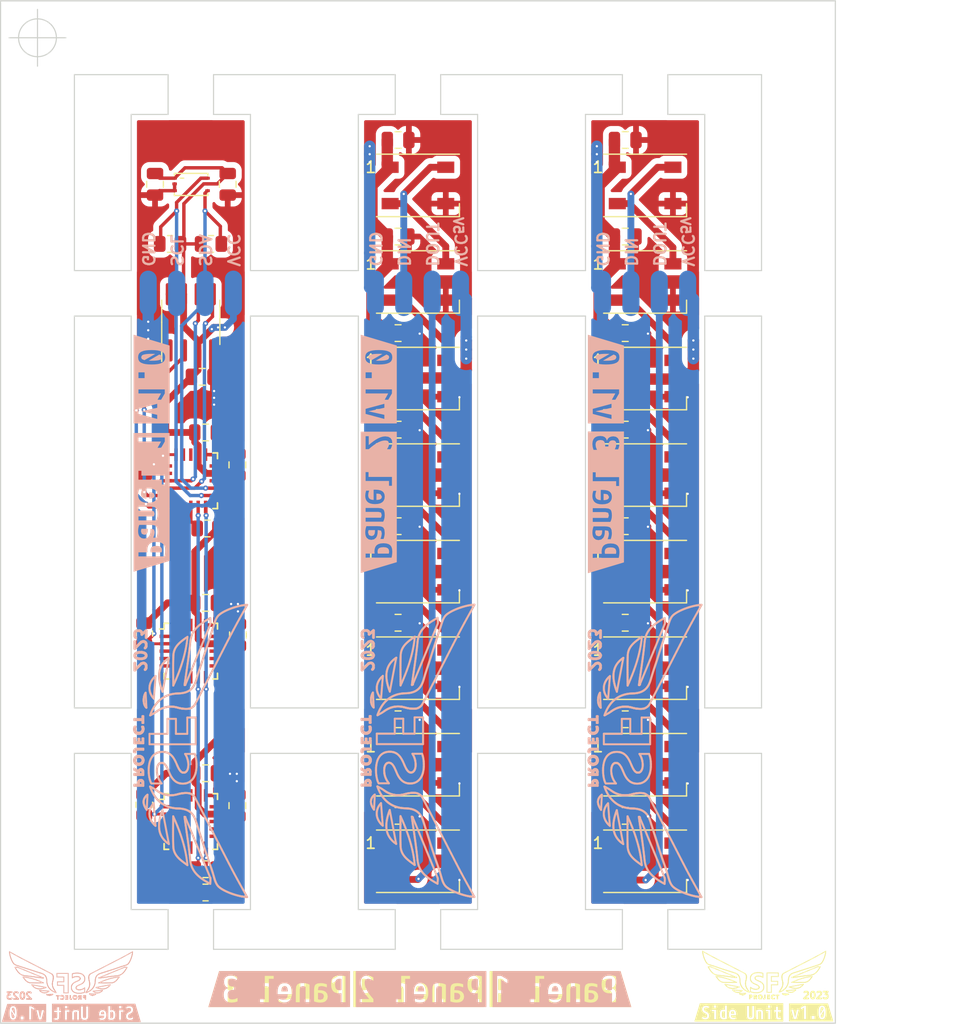
<source format=kicad_pcb>
(kicad_pcb (version 20211014) (generator pcbnew)
  (layers (0 "F.Cu" signal) (31 "B.Cu" signal) (34 "B.Paste" user) (35 "F.Paste" user) (36 "B.SilkS" user "B.Silkscreen") (37 "F.SilkS" user "F.Silkscreen") (38 "B.Mask" user) (39 "F.Mask" user) (44 "Edge.Cuts" user))
  (property "version" "v3.0")
  (net 0 "")
  (net 2 "Net-(R506-Pad2)")
  (net 35 "/Panel 1/VCC")
  (net 36 "/Panel 1/GND")
  (net 37 "/Panel 3/VCC_5V")
  (net 38 "/Panel 3/GND")
  (net 39 "/Panel 3/DIN")
  (net 40 "/Panel 3/DOUT")
  (net 41 "/Panel 2/VCC_5V")
  (net 42 "Net-(D301-Pad2)")
  (net 43 "/Panel 2/GND")
  (net 44 "/Panel 2/DIN")
  (net 45 "Net-(D302-Pad2)")
  (net 46 "Net-(D303-Pad2)")
  (net 47 "Net-(D304-Pad2)")
  (net 48 "Net-(D305-Pad2)")
  (net 49 "/Panel 2/DOUT")
  (net 50 "/Panel 1/Spectroscope Unit/~{CS}")
  (net 51 "/Panel 1/Spectroscope Unit/SCK")
  (net 52 "/Panel 1/Spectroscope Unit/MOSI")
  (net 53 "/Panel 1/Spectroscope Unit/MISO")
  (net 54 "/Panel 1/SDA")
  (net 55 "/Panel 1/SCL")
  (net 56 "/Panel 1/Spectroscope Unit/~{SLV2_RES}")
  (net 57 "/Panel 1/Spectroscope Unit/~{SLV1_RES}")
  (net 58 "/Panel 1/Spectroscope Unit/SDA_S")
  (net 59 "/Panel 1/Spectroscope Unit/SCL_S")
  (net 60 "/Panel 1/Spectroscope Unit/~{RES}")
  (net 61 "Net-(D401-Pad2)")
  (net 62 "Net-(D402-Pad2)")
  (net 63 "Net-(D403-Pad2)")
  (net 64 "Net-(D404-Pad2)")
  (net 65 "Net-(D405-Pad2)")
  (net 66 "Net-(D306-Pad2)")
  (net 67 "Net-(D307-Pad2)")
  (net 68 "Net-(D406-Pad2)")
  (net 69 "Net-(D407-Pad2)")
  (footprint "1Knihovna:C_0805_2012Metric" (layer "F.Cu") (at 102.1 41.15 -90)
    (fp_text reference "C602" hide)
    (fp_text value "100nF")
  )
  (footprint "1Knihovna:C_0805_2012Metric" (layer "F.Cu") (at 123.5 71.25 180)
    (fp_text reference "C305" hide)
    (fp_text value "100nF")
  )
  (footprint "1Knihovna:C_0805_2012Metric" (layer "F.Cu") (at 123.5 88.25 180)
    (fp_text reference "C307" hide)
    (fp_text value "100nF")
  )
  (footprint "1Knihovna:C_0805_2012Metric" (layer "F.Cu") (at 123.5 79.75 180)
    (fp_text reference "C306" hide)
    (fp_text value "100nF")
  )
  (footprint "kibuzzard-63C68658" (layer "F.Cu") (at 137.8 112)
    (fp_text reference "kibuzzard-63C68658" hide)
    (fp_text value "G***" hide)
  )
  (footprint "1Knihovna:C_0805_2012Metric" (layer "F.Cu") (at 109.4 80.825 90)
    (fp_text reference "C507" hide)
    (fp_text value "1uF")
  )
  (footprint "Package_LGA:AMS_LGA-20_4.7x4.5mm_P0.65mm" (layer "F.Cu") (at 105.25 82.25)
    (fp_text reference "U502" hide)
    (fp_text value "AS72652")
  )
  (footprint "LED_SMD:LED_WS2812B_PLCC4_5.0x5.0mm_P3.2mm" (layer "F.Cu") (at 145.25 83.75)
    (fp_text reference "D406" hide)
    (fp_text value "WS2812B")
  )
  (footprint "1Knihovna:C_0805_2012Metric" (layer "F.Cu") (at 143.5 45.75 180)
    (fp_text reference "C402" hide)
    (fp_text value "100nF")
  )
  (footprint "LED_SMD:LED_WS2812B_PLCC4_5.0x5.0mm_P3.2mm" (layer "F.Cu") (at 125.25 66.75)
    (fp_text reference "D304" hide)
    (fp_text value "WS2812B")
  )
  (footprint "Package_SO:SOIC-8_3.9x4.9mm_P1.27mm" (layer "F.Cu") (at 105.25 53.3 90)
    (fp_text reference "IC501" hide)
    (fp_text value "AT25SF041B-SSHD-B")
  )
  (footprint "1Knihovna:C_0805_2012Metric" (layer "F.Cu") (at 123.5 62.75 180)
    (fp_text reference "C304" hide)
    (fp_text value "100nF")
  )
  (footprint "kibuzzard-63C6862F" (layer "F.Cu") (at 112.9 112)
    (fp_text reference "kibuzzard-63C6862F" hide)
    (fp_text value "G***" hide)
  )
  (footprint "LED_SMD:LED_WS2812B_PLCC4_5.0x5.0mm_P3.2mm" (layer "F.Cu") (at 125.25 100.75)
    (fp_text reference "D308" hide)
    (fp_text value "WS2812B")
  )
  (footprint "1Knihovna:C_0805_2012Metric" (layer "F.Cu") (at 143.5 96.75 180)
    (fp_text reference "C408" hide)
    (fp_text value "100nF")
  )
  (footprint "1Knihovna:C_0805_2012Metric" (layer "F.Cu") (at 143.5 54.25 180)
    (fp_text reference "C403" hide)
    (fp_text value "100nF")
  )
  (footprint "LED_SMD:LED_WS2812B_PLCC4_5.0x5.0mm_P3.2mm" (layer "F.Cu") (at 125.25 49.75)
    (fp_text reference "D302" hide)
    (fp_text value "WS2812B")
  )
  (footprint "1Knihovna:C_0805_2012Metric" (layer "F.Cu") (at 143.5 79.75 180)
    (fp_text reference "C406" hide)
    (fp_text value "100nF")
  )
  (footprint "1Knihovna:C_0805_2012Metric" (layer "F.Cu") (at 106.55 63)
    (fp_text reference "C501" hide)
    (fp_text value "100nF")
  )
  (footprint "kibuzzard-63C685D8" (layer "F.Cu") (at 159.873671 114.056608)
    (fp_text reference "kibuzzard-63C685D8" hide)
    (fp_text value "G***" hide)
  )
  (footprint "1Knihovna:C_0805_2012Metric" (layer "F.Cu") (at 109.35 65.85 90)
    (fp_text reference "C502" hide)
    (fp_text value "1uF")
  )
  (footprint "1Knihovna:C_0805_2012Metric" (layer "F.Cu") (at 109.35 95.85 90)
    (fp_text reference "C504" hide)
    (fp_text value "1uF")
  )
  (footprint "1Knihovna:C_0805_2012Metric" (layer "F.Cu") (at 106.55 93)
    (fp_text reference "C506" hide)
    (fp_text value "100nF")
  )
  (footprint "kibuzzard-63C68642" (layer "F.Cu") (at 125.3 112)
    (fp_text reference "kibuzzard-63C68642" hide)
    (fp_text value "G***" hide)
  )
  (footprint "1Knihovna:C_0805_2012Metric" (layer "F.Cu") (at 143.5 62.75 180)
    (fp_text reference "C404" hide)
    (fp_text value "100nF")
  )
  (footprint "LED_SMD:LED_WS2812B_PLCC4_5.0x5.0mm_P3.2mm" (layer "F.Cu") (at 125.25 83.75)
    (fp_text reference "D306" hide)
    (fp_text value "WS2812B")
  )
  (footprint "1Knihovna:C_0805_2012Metric" (layer "F.Cu") (at 123.5 37.25 180)
    (fp_text reference "C301" hide)
    (fp_text value "100nF")
  )
  (footprint "1Knihovna:R_0805_2012Metric" (layer "F.Cu") (at 101.15 95.775 -90)
    (fp_text reference "R501" hide)
    (fp_text value "10k")
  )
  (footprint "Package_WSOF:WSOF6" (layer "F.Cu") (at 107.225 43.7125)
    (fp_text reference "U601" hide)
    (fp_text value "BH1730")
  )
  (footprint "LED_SMD:LED_WS2812B_PLCC4_5.0x5.0mm_P3.2mm" (layer "F.Cu") (at 145.25 100.75)
    (fp_text reference "D408" hide)
    (fp_text value "WS2812B")
  )
  (footprint "LED_SMD:LED_WS2812B_PLCC4_5.0x5.0mm_P3.2mm" (layer "F.Cu") (at 125.25 92.25)
    (fp_text reference "D307" hide)
    (fp_text value "WS2812B")
  )
  (footprint "1Knihovna:R_0805_2012Metric" (layer "F.Cu") (at 103.425 46.4 180)
    (fp_text reference "R202" hide)
    (fp_text value "10k")
  )
  (footprint "1Knihovna:C_0805_2012Metric" (layer "F.Cu") (at 123.5 54.25 180)
    (fp_text reference "C303" hide)
    (fp_text value "100nF")
  )
  (footprint "1Knihovna:C_0805_2012Metric" (layer "F.Cu") (at 108.5 41.15 90)
    (fp_text reference "C601" hide)
    (fp_text value "100nF")
  )
  (footprint "1Knihovna:C_0805_2012Metric" (layer "F.Cu") (at 143.5 88.25 180)
    (fp_text reference "C407" hide)
    (fp_text value "100nF")
  )
  (footprint "1Knihovna:C_0805_2012Metric" (layer "F.Cu") (at 143.5 37.25 180)
    (fp_text reference "C401" hide)
    (fp_text value "100nF")
  )
  (footprint "LED_SMD:LED_WS2812B_PLCC4_5.0x5.0mm_P3.2mm" (layer "F.Cu") (at 145.25 58.25)
    (fp_text reference "D403" hide)
    (fp_text value "WS2812B")
  )
  (footprint "LED_SMD:LED_WS2812B_PLCC4_5.0x5.0mm_P3.2mm" (layer "F.Cu") (at 125.25 41.25)
    (fp_text reference "D301" hide)
    (fp_text value "WS2812B")
  )
  (footprint "1Knihovna:R_0805_2012Metric" (layer "F.Cu") (at 101.15 80.7 -90)
    (fp_text reference "R502" hide)
    (fp_text value "10k")
  )
  (footprint "1Knihovna:R_0805_2012Metric" (layer "F.Cu") (at 106.725 71.45 180)
    (fp_text reference "R506" hide)
    (fp_text value "10k")
  )
  (footprint "1Knihovna:C_0805_2012Metric" (layer "F.Cu") (at 123.5 96.75 180)
    (fp_text reference "C308" hide)
    (fp_text value "100nF")
  )
  (footprint "LED_SMD:LED_WS2812B_PLCC4_5.0x5.0mm_P3.2mm" (layer "F.Cu") (at 145.25 49.75)
    (fp_text reference "D402" hide)
    (fp_text value "WS2812B")
  )
  (footprint "1Knihovna:R_0805_2012Metric" (layer "F.Cu") (at 106.55 101.45 180)
    (fp_text reference "R504" hide)
    (fp_text value "10k")
  )
  (footprint "LED_SMD:LED_WS2812B_PLCC4_5.0x5.0mm_P3.2mm" (layer "F.Cu") (at 125.25 58.25)
    (fp_text reference "D303" hide)
    (fp_text value "WS2812B")
  )
  (footprint "Package_LGA:AMS_LGA-20_4.7x4.5mm_P0.65mm" (layer "F.Cu") (at 105.25 67.25)
    (fp_text reference "U501" hide)
    (fp_text value "AS72651")
  )
  (footprint "1Knihovna:R_0805_2012Metric" (layer "F.Cu") (at 101.15 65.8 -90)
    (fp_text reference "R507" hide)
    (fp_text value "10k")
  )
  (footprint "LED_SMD:LED_WS2812B_PLCC4_5.0x5.0mm_P3.2mm" (layer "F.Cu") (at 145.25 66.75)
    (fp_text reference "D404" hide)
    (fp_text value "WS2812B")
  )
  (footprint "LED_SMD:LED_WS2812B_PLCC4_5.0x5.0mm_P3.2mm" (layer "F.Cu") (at 145.25 41.25)
    (fp_text reference "D401" hide)
    (fp_text value "WS2812B")
  )
  (footprint "LED_SMD:LED_WS2812B_PLCC4_5.0x5.0mm_P3.2mm" (layer "F.Cu") (at 125.25 75.25)
    (fp_text reference "D305" hide)
    (fp_text value "WS2812B")
  )
  (footprint "Package_LGA:AMS_LGA-20_4.7x4.5mm_P0.65mm" (layer "F.Cu") (at 105.25 97.25)
    (fp_text reference "U503" hide)
    (fp_text value "AS72653")
  )
  (footprint "1Knihovna:C_0805_2012Metric" (layer "F.Cu") (at 106.55 78)
    (fp_text reference "C503" hide)
    (fp_text value "100nF")
  )
  (footprint "LED_SMD:LED_WS2812B_PLCC4_5.0x5.0mm_P3.2mm" (layer "F.Cu") (at 145.25 92.25)
    (fp_text reference "D407" hide)
    (fp_text value "WS2812B")
  )
  (footprint "1Knihovna:R_0805_2012Metric" (layer "F.Cu") (at 107.025 46.4)
    (fp_text reference "R201" hide)
    (fp_text value "10k")
  )
  (footprint "1Knihovna:C_0805_2012Metric" (layer "F.Cu") (at 106.25 58.1)
    (fp_text reference "C505" hide)
    (fp_text value "1uF")
  )
  (footprint "1Knihovna:C_0805_2012Metric" (layer "F.Cu") (at 143.5 71.25 180)
    (fp_text reference "C405" hide)
    (fp_text value "100nF")
  )
  (footprint "1Knihovna:R_0805_2012Metric" (layer "F.Cu") (at 106.55 103.5 180)
    (fp_text reference "R503" hide)
    (fp_text value "10k")
  )
  (footprint "1Knihovna:C_0805_2012Metric" (layer "F.Cu") (at 123.5 45.75 180)
    (fp_text reference "C302" hide)
    (fp_text value "100nF")
  )
  (footprint "LED_SMD:LED_WS2812B_PLCC4_5.0x5.0mm_P3.2mm" (layer "F.Cu") (at 145.25 75.25)
    (fp_text reference "D405" hide)
    (fp_text value "WS2812B")
  )
  (footprint "kibuzzard-63C685CC" (layer "F.Cu") (at 153.5 114.056608)
    (fp_text reference "kibuzzard-63C685CC" hide)
    (fp_text value "G***" hide)
  )
  (footprint "CanSat:Land-pattern" (layer "B.Cu") (at 125.25 50.75 180)
    (fp_text reference "J102" hide)
    (fp_text value "Land patern")
  )
  (footprint "kibuzzard-63C68642" (layer "B.Cu") (at 125.531762 112 180)
    (fp_text reference "kibuzzard-63C68642" hide)
    (fp_text value "G***" hide)
  )
  (footprint "kibuzzard-63C42A5F" (layer "B.Cu") (at 101.8 58.3 90)
    (fp_text reference "kibuzzard-63C42A5F" hide)
    (fp_text value "G***" hide)
  )
  (footprint "CanSat:Land-pattern" (layer "B.Cu") (at 105.25 50.75 180)
    (fp_text reference "J101" hide)
    (fp_text value "Land patern")
  )
  (footprint "kibuzzard-63C42B39" (layer "B.Cu") (at 141.8 69.15 90)
    (fp_text reference "kibuzzard-63C42B39" hide)
    (fp_text value "G***" hide)
  )
  (footprint "CanSat:Land-pattern" (layer "B.Cu") (at 145.25 50.75 180)
    (fp_text reference "J103" hide)
    (fp_text value "Land patern")
  )
  (footprint "kibuzzard-63C42A2A" (layer "B.Cu") (at 101.8 69.15 90)
    (fp_text reference "kibuzzard-63C42A2A" hide)
    (fp_text value "G***" hide)
  )
  (footprint "kibuzzard-63C685CC" (layer "B.Cu") (at 96.938643 114.1 180)
    (fp_text reference "kibuzzard-63C685CC" hide)
    (fp_text value "G***" hide)
  )
  (footprint "kibuzzard-63C68658" (layer "B.Cu") (at 113.031762 112 180)
    (fp_text reference "kibuzzard-63C68658" hide)
    (fp_text value "G***" hide)
  )
  (footprint "kibuzzard-63C6862F" (layer "B.Cu") (at 137.931762 112 180)
    (fp_text reference "kibuzzard-63C6862F" hide)
    (fp_text value "G***" hide)
  )
  (footprint "kibuzzard-63C42A5F" (layer "B.Cu") (at 141.8 58.3 90)
    (fp_text reference "kibuzzard-63C42A5F" hide)
    (fp_text value "G***" hide)
  )
  (footprint "kibuzzard-63C42B4A" (layer "B.Cu") (at 121.8 69.15 90)
    (fp_text reference "kibuzzard-63C42B4A" hide)
    (fp_text value "G***" hide)
  )
  (footprint "kibuzzard-63C685D8" (layer "B.Cu") (at 90.564972 114.1 180)
    (fp_text reference "kibuzzard-63C685D8" hide)
    (fp_text value "G***" hide)
  )
  (footprint "kibuzzard-63C42A5F" (layer "B.Cu") (at 121.8 58.3 90)
    (fp_text reference "kibuzzard-63C42A5F" hide)
    (fp_text value "G***" hide)
  )
  (gr_curve (pts (xy 104.897052 92.798526) (xy 104.905014 92.787588) (xy 104.912507 92.776321) (xy 104.919564 92.764779)) (layer "B.SilkS") (width 0.178))
  (gr_curve (pts (xy 126.451093 99.523739) (xy 126.44588 99.507325) (xy 126.440669 99.49091) (xy 126.435461 99.474494)) (layer "B.SilkS") (width 0.178))
  (gr_curve (pts (xy 105.769501 97.435753) (xy 105.762145 97.41239) (xy 105.754806 97.389022) (xy 105.747465 97.365654)) (layer "B.SilkS") (width 0.178))
  (gr_curve (pts (xy 94.958941 112.632546) (xy 94.956098 112.635726) (xy 94.953459 112.63908) (xy 94.951026 112.642582)) (layer "B.SilkS") (width 0.075))
  (gr_curve (pts (xy 106.900721 100.923789) (xy 106.895016 100.907532) (xy 106.889309 100.891276) (xy 106.883602 100.87502)) (layer "B.SilkS") (width 0.178))
  (gr_curve (pts (xy 145.286727 93.653566) (xy 145.26501 93.672736) (xy 145.242536 93.691) (xy 145.219339 93.708347)) (layer "B.SilkS") (width 0.178))
  (gr_line (start 97.161646 111.016323) (end 97.161618 111.016367) (layer "B.SilkS") (width 0.075))
  (gr_curve (pts (xy 126.815301 81.424175) (xy 126.821279 81.405744) (xy 126.827258 81.387313) (xy 126.833239 81.368883)) (layer "B.SilkS") (width 0.178))
  (gr_line (start 124.755468 85.201483) (end 124.756043 85.201149) (layer "B.SilkS") (width 0.178))
  (gr_curve (pts (xy 100.67236 93.808719) (xy 100.671618 93.811207) (xy 100.670916 93.813707) (xy 100.670251 93.816217)) (layer "B.SilkS") (width 0.178))
  (gr_curve (pts (xy 93.91489 112.563312) (xy 93.917796 112.563629) (xy 93.920697 112.564004) (xy 93.923587 112.564441)) (layer "B.SilkS") (width 0.075))
  (gr_line (start 97.156782 111.024458) (end 97.15675 111.024513) (layer "B.SilkS") (width 0.075))
  (gr_curve (pts (xy 95.867499 112.734275) (xy 95.868905 112.734765) (xy 95.870322 112.735222) (xy 95.871749 112.735647)) (layer "B.SilkS") (width 0.075))
  (gr_curve (pts (xy 121.025095 93.651234) (xy 121.028821 93.655897) (xy 121.032351 93.660726) (xy 121.035677 93.665686)) (layer "B.SilkS") (width 0.178))
  (gr_line (start 104.534869 87.314055) (end 104.593504 87.320857) (layer "B.SilkS") (width 0.178))
  (gr_curve (pts (xy 103.699777 96.789053) (xy 103.764658 96.932292) (xy 103.828311 97.076083) (xy 103.890394 97.220556)) (layer "B.SilkS") (width 0.178))
  (gr_line (start 144.746614 96.863759) (end 144.746035 96.863417) (layer "B.SilkS") (width 0.178))
  (gr_line (start 105.179737 87.294576) (end 105.227473 87.276368) (layer "B.SilkS") (width 0.178))
  (gr_curve (pts (xy 90.574959 110.31705) (xy 90.671896 110.356788) (xy 90.768796 110.396618) (xy 90.865666 110.43652)) (layer "B.SilkS") (width 0.075))
  (gr_line (start 97.167013 111.009401) (end 97.166995 111.009415) (layer "B.SilkS") (width 0.075))
  (gr_curve (pts (xy 141.09884 95.538448) (xy 141.098571 95.528584) (xy 141.098501 95.518709) (xy 141.098637 95.508842)) (layer "B.SilkS") (width 0.178))
  (gr_line (start 104.776983 85.190343) (end 104.777004 85.190302) (layer "B.SilkS") (width 0.178))
  (gr_curve (pts (xy 125.486038 94.945006) (xy 125.492662 94.950965) (xy 125.499194 94.957032) (xy 125.50562 94.963205)) (layer "B.SilkS") (width 0.178))
  (gr_curve (pts (xy 122.562425 86.522812) (xy 122.581162 86.507038) (xy 122.600143 86.49156) (xy 122.619368 86.476385)) (layer "B.SilkS") (width 0.178))
  (gr_curve (pts (xy 108.816659 80.735897) (xy 108.714448 80.932065) (xy 108.613016 81.128633) (xy 108.511724 81.325273)) (layer "B.SilkS") (width 0.178))
  (gr_line (start 124.765254 85.195738) (end 124.766088 85.195238) (layer "B.SilkS") (width 0.178))
  (gr_curve (pts (xy 143.787308 91.741575) (xy 143.808246 91.776998) (xy 143.828407 91.81287) (xy 143.847873 91.849122)) (layer "B.SilkS") (width 0.178))
  (gr_line (start 104.454039 87.302581) (end 104.465573 87.304364) (layer "B.SilkS") (width 0.178))
  (gr_line (start 104.759067 96.874149) (end 104.758431 96.873714) (layer "B.SilkS") (width 0.178))
  (gr_curve (pts (xy 120.49641 90.826256) (xy 120.502136 90.825484) (xy 120.507876 90.824824) (xy 120.513626 90.824264)) (layer "B.SilkS") (width 0.178))
  (gr_curve (pts (xy 100.446071 90.846548) (xy 100.449381 90.845782) (xy 100.452701 90.845063) (xy 100.456031 90.844389)) (layer "B.SilkS") (width 0.178))
  (gr_line (start 93.090668 111.317499) (end 93.096963 111.293892) (layer "B.SilkS") (width 0.075))
  (gr_line (start 92.24892 111.01766) (end 92.248874 111.017582) (layer "B.SilkS") (width 0.075))
  (gr_curve (pts (xy 101.159889 95.845623) (xy 101.155904 95.835269) (xy 101.152058 95.824858) (xy 101.148362 95.814397)) (layer "B.SilkS") (width 0.178))
  (gr_curve (pts (xy 95.821558 112.667386) (xy 95.821558 112.669453) (xy 95.821617 112.671522) (xy 95.821742 112.673586)) (layer "B.SilkS") (width 0.075))
  (gr_curve (pts (xy 140.354816 91.043475) (xy 140.354382 91.046147) (xy 140.354013 91.048829) (xy 140.353704 91.051519)) (layer "B.SilkS") (width 0.178))
  (gr_curve (pts (xy 123.987217 100.217753) (xy 123.966235 100.187996) (xy 123.946235 100.157576) (xy 123.927331 100.126453)) (layer "B.SilkS") (width 0.178))
  (gr_curve (pts (xy 99.55327 109.89124) (xy 99.547841 109.893425) (xy 99.54239 109.895554) (xy 99.536919 109.897632)) (layer "B.SilkS") (width 0.075))
  (gr_curve (pts (xy 99.45427 109.9255) (xy 99.44839 109.927323) (xy 99.442504 109.929125) (xy 99.436613 109.930909)) (layer "B.SilkS") (width 0.075))
  (gr_curve (pts (xy 100.367478 91.740138) (xy 100.36559 91.744862) (xy 100.363834 91.749638) (xy 100.362205 91.75446)) (layer "B.SilkS") (width 0.178))
  (gr_curve (pts (xy 124.491999 92.904678) (xy 124.499161 92.908078) (xy 124.506445 92.911203) (xy 124.513845 92.914051)) (layer "B.SilkS") (width 0.178))
  (gr_curve (pts (xy 120.846093 89.492987) (xy 120.837725 89.496413) (xy 120.82924 89.49955) (xy 120.820655 89.502403)) (layer "B.SilkS") (width 0.178))
  (gr_line (start 102.081474 85.267634) (end 102.146541 84.442521) (layer "B.SilkS") (width 0.178))
  (gr_line (start 104.76227 85.202782) (end 104.762961 85.202328) (layer "B.SilkS") (width 0.178))
  (gr_curve (pts (xy 102.779545 83.363275) (xy 102.79103 83.347037) (xy 102.802792 83.330987) (xy 102.814813 83.315141)) (layer "B.SilkS") (width 0.178))
  (gr_curve (pts (xy 141.610312 92.116488) (xy 141.621072 92.065806) (xy 141.63388 92.015591) (xy 141.649003 91.966034)) (layer "B.SilkS") (width 0.178))
  (gr_curve (pts (xy 97.421314 111.983963) (xy 97.413562 111.983493) (xy 97.405815 111.982945) (xy 97.398074 111.982321)) (layer "B.SilkS") (width 0.075))
  (gr_curve (pts (xy 147.155375 80.36806) (xy 147.16523 80.337882) (xy 147.175086 80.307704) (xy 147.184944 80.277527)) (layer "B.SilkS") (width 0.178))
  (gr_curve (pts (xy 108.979353 103.64651) (xy 108.960809 103.640285) (xy 108.942294 103.633974) (xy 108.92381 103.627576)) (layer "B.SilkS") (width 0.178))
  (gr_curve (pts (xy 101.993971 87.727073) (xy 101.977091 87.736784) (xy 101.960143 87.746376) (xy 101.943147 87.755881)) (layer "B.SilkS") (width 0.178))
  (gr_curve (pts (xy 91.843112 110.536809) (xy 91.836107 110.534618) (xy 91.829106 110.532415) (xy 91.822108 110.530203)) (layer "B.SilkS") (width 0.075))
  (gr_line (start 121.382304 96.207628) (end 121.450356 94.877021) (layer "B.SilkS") (width 0.178))
  (gr_line (start 104.733582 96.858531) (end 104.733453 96.858456) (layer "B.SilkS") (width 0.178))
  (gr_curve (pts (xy 145.026096 92.454578) (xy 145.028332 92.43847) (xy 145.030229 92.422311) (xy 145.031816 92.406127)) (layer "B.SilkS") (width 0.178))
  (gr_curve (pts (xy 120.336894 92.074842) (xy 120.333775 92.069851) (xy 120.330777 92.064781) (xy 120.327903 92.059644)) (layer "B.SilkS") (width 0.178))
  (gr_curve (pts (xy 144.126891 94.842694) (xy 144.138258 94.839663) (xy 144.149634 94.83667) (xy 144.161024 94.833725)) (layer "B.SilkS") (width 0.178))
  (gr_curve (pts (xy 141.131426 86.301849) (xy 141.1345 86.285903) (xy 141.137855 86.270015) (xy 141.141496 86.254189)) (layer "B.SilkS") (width 0.178))
  (gr_curve (pts (xy 146.989221 79.594812) (xy 146.991989 79.633908) (xy 146.994189 79.673048) (xy 146.994242 79.712266)) (layer "B.SilkS") (width 0.178))
  (gr_curve (pts (xy 95.822046 112.65708) (xy 95.821962 112.657923) (xy 95.821889 112.658767) (xy 95.821828 112.659613)) (layer "B.SilkS") (width 0.075))
  (gr_curve (pts (xy 143.701462 83.665315) (xy 143.70152 83.625071) (xy 143.701638 83.584827) (xy 143.70182 83.544584)) (layer "B.SilkS") (width 0.178))
  (gr_curve (pts (xy 95.004357 112.901863) (xy 95.001985 112.901254) (xy 94.999625 112.900595) (xy 94.997281 112.899885)) (layer "B.SilkS") (width 0.075))
  (gr_curve (pts (xy 106.842903 84.577781) (xy 106.742134 84.773938) (xy 106.64126 84.970042) (xy 106.540232 85.166066)) (layer "B.SilkS") (width 0.178))
  (gr_curve (pts (xy 120.2825 91.781269) (xy 120.283369 91.775341) (xy 120.284355 91.769428) (xy 120.285462 91.76354)) (layer "B.SilkS") (width 0.178))
  (gr_curve (pts (xy 89.602515 109.686113) (xy 89.596021 109.676536) (xy 89.589704 109.666842) (xy 89.583535 109.657053)) (layer "B.SilkS") (width 0.075))
  (gr_line (start 101.071301 93.156434) (end 101.071301 92.900309) (layer "B.SilkS") (width 0.178))
  (gr_line (start 103.173385 87.158882) (end 103.184005 87.157191) (layer "B.SilkS") (width 0.178))
  (gr_curve (pts (xy 147.109725 101.519026) (xy 147.104599 101.503373) (xy 147.099448 101.487728) (xy 147.094273 101.472091)) (layer "B.SilkS") (width 0.178))
  (gr_line (start 124.760316 85.198661) (end 124.761201 85.198141) (layer "B.SilkS") (width 0.178))
  (gr_curve (pts (xy 104.229384 92.659131) (xy 104.234869 92.668035) (xy 104.240447 92.676883) (xy 104.246127 92.685664)) (layer "B.SilkS") (width 0.178))
  (gr_curve (pts (xy 143.710188 84.971511) (xy 143.709994 84.944837) (xy 143.70979 84.918162) (xy 143.709576 84.891487)) (layer "B.SilkS") (width 0.178))
  (gr_curve (pts (xy 95.81114 112.59275) (xy 95.813105 112.591179) (xy 95.81514 112.589692) (xy 95.81723 112.588291)) (layer "B.SilkS") (width 0.075))
  (gr_curve (pts (xy 102.266092 92.688932) (xy 102.264803 92.71453) (xy 102.264139 92.740147) (xy 102.264011 92.765776)) (layer "B.SilkS") (width 0.178))
  (gr_curve (pts (xy 104.464825 92.91146) (xy 104.469296 92.913856) (xy 104.473827 92.916144) (xy 104.478409 92.918319)) (layer "B.SilkS") (width 0.178))
  (gr_curve (pts (xy 95.823612 112.749353) (xy 95.821574 112.747951) (xy 95.819583 112.746482) (xy 95.817643 112.744945)) (layer "B.SilkS") (width 0.075))
  (gr_curve (pts (xy 97.30932 111.379735) (xy 97.329586 111.371026) (xy 97.349884 111.362391) (xy 97.370215 111.353834)) (layer "B.SilkS") (width 0.075))
  (gr_curve (pts (xy 141.751322 84.951679) (xy 141.765396 84.922977) (xy 141.780442 84.894781) (xy 141.796409 84.86709)) (layer "B.SilkS") (width 0.178))
  (gr_curve (pts (xy 95.832468 112.30655) (xy 95.819174 112.311377) (xy 95.80575 112.315827) (xy 95.792218 112.319939)) (layer "B.SilkS") (width 0.075))
  (gr_curve (pts (xy 104.669809 99.462535) (xy 104.693692 99.556622) (xy 104.716423 99.650993) (xy 104.737941 99.74565)) (layer "B.SilkS") (width 0.178))
  (gr_curve (pts (xy 124.356321 85.948869) (xy 124.382375 85.946542) (xy 124.408388 85.943803) (xy 124.434355 85.94065)) (layer "B.SilkS") (width 0.178))
  (gr_curve (pts (xy 126.557002 99.855044) (xy 126.548663 99.829188) (xy 126.540344 99.803325) (xy 126.532042 99.777457)) (layer "B.SilkS") (width 0.178))
  (gr_line (start 120.733536 90.253102) (end 120.733536 89.946776) (layer "B.SilkS") (width 0.178))
  (gr_curve (pts (xy 105.389968 80.735013) (xy 105.400027 80.713416) (xy 105.410488 80.691997) (xy 105.421336 80.670785)) (layer "B.SilkS") (width 0.178))
  (gr_curve (pts (xy 96.718811 112.24262) (xy 96.711365 112.237512) (xy 96.704026 112.23224) (xy 96.696805 112.226817)) (layer "B.SilkS") (width 0.075))
  (gr_curve (pts (xy 95.751596 111.992761) (xy 95.763075 111.987246) (xy 95.774401 111.981425) (xy 95.785571 111.975307)) (layer "B.SilkS") (width 0.075))
  (gr_curve (pts (xy 94.01042 112.658677) (xy 94.008759 112.655871) (xy 94.006992 112.653132) (xy 94.005115 112.650465)) (layer "B.SilkS") (width 0.075))
  (gr_curve (pts (xy 97.765694 109.964154) (xy 97.840753 109.925693) (xy 97.915821 109.887248) (xy 97.990888 109.848802)) (layer "B.SilkS") (width 0.075))
  (gr_curve (pts (xy 97.127507 111.46005) (xy 97.187861 111.432713) (xy 97.248447 111.405893) (xy 97.30932 111.379735)) (layer "B.SilkS") (width 0.075))
  (gr_curve (pts (xy 92.028164 111.458874) (xy 92.010749 111.459034) (xy 91.993335 111.459197) (xy 91.97592 111.45936)) (layer "B.SilkS") (width 0.075))
  (gr_curve (pts (xy 120.362061 91.037192) (xy 120.361805 91.039418) (xy 120.36159 91.041648) (xy 120.361413 91.043882)) (layer "B.SilkS") (width 0.178))
  (gr_curve (pts (xy 141.107644 86.630574) (xy 141.106815 86.612909) (xy 141.106338 86.595233) (xy 141.106199 86.57755)) (layer "B.SilkS") (width 0.178))
  (gr_curve (pts (xy 96.83691 111.297681) (xy 96.836653 111.304662) (xy 96.836351 111.311642) (xy 96.836 111.318619)) (layer "B.SilkS") (width 0.075))
  (gr_line (start 124.748083 96.845416) (end 124.747507 96.845083) (layer "B.SilkS") (width 0.178))
  (gr_curve (pts (xy 100.808444 93.691002) (xy 100.805841 93.691294) (xy 100.803243 93.691636) (xy 100.800653 93.69203)) (layer "B.SilkS") (width 0.178))
  (gr_curve (pts (xy 126.030277 102.114419) (xy 126.012621 102.0998) (xy 125.995116 102.084994) (xy 125.977782 102.069995)) (layer "B.SilkS") (width 0.178))
  (gr_line (start 93.036157 110.69407) (end 93.032727 110.690788) (layer "B.SilkS") (width 0.075))
  (gr_curve (pts (xy 141.970468 94.335597) (xy 141.997007 94.350663) (xy 142.023399 94.365986) (xy 142.049568 94.38169)) (layer "B.SilkS") (width 0.178))
  (gr_curve (pts (xy 95.644581 110.674137) (xy 95.651483 110.677488) (xy 95.658325 110.680969) (xy 95.665096 110.684577)) (layer "B.SilkS") (width 0.075))
  (gr_curve (pts (xy 122.846041 95.732732) (xy 122.824122 95.719473) (xy 122.802429 95.705847) (xy 122.780969 95.691857)) (layer "B.SilkS") (width 0.178))
  (gr_curve (pts (xy 140.885559 93.694784) (xy 140.883012 93.694234) (xy 140.880452 93.693742) (xy 140.877883 93.693303)) (layer "B.SilkS") (width 0.178))
  (gr_curve (pts (xy 145.742124 84.762824) (xy 145.74714 84.746312) (xy 145.752115 84.729788) (xy 145.757057 84.713254)) (layer "B.SilkS") (width 0.178))
  (gr_curve (pts (xy 95.896224 112.773183) (xy 95.893974 112.773015) (xy 95.891726 112.772808) (xy 95.889484 112.77256)) (layer "B.SilkS") (width 0.075))
  (gr_line (start 92.763076 112.180569) (end 92.272977 112.14192) (layer "B.SilkS") (width 0.075))
  (gr_curve (pts (xy 122.638728 92.076005) (xy 122.633662 92.076757) (xy 122.62861 92.077628) (xy 122.623584 92.078619)) (layer "B.SilkS") (width 0.178))
  (gr_curve (pts (xy 125.649206 97.022246) (xy 125.643695 97.008637) (xy 125.638045 96.995084) (xy 125.632252 96.981591)) (layer "B.SilkS") (width 0.178))
  (gr_curve (pts (xy 140.712331 92.838231) (xy 140.710971 92.841799) (xy 140.70972 92.845406) (xy 140.708569 92.849046)) (layer "B.SilkS") (width 0.178))
  (gr_line (start 120.291401 88.213222) (end 120.291401 88.309176) (layer "B.SilkS") (width 0.178))
  (gr_curve (pts (xy 129.545962 79.392511) (xy 129.477831 79.51593) (xy 129.409874 79.639445) (xy 129.342265 79.763151)) (layer "B.SilkS") (width 0.178))
  (gr_curve (pts (xy 147.136575 80.425632) (xy 147.142841 80.406441) (xy 147.149108 80.38725) (xy 147.155375 80.36806)) (layer "B.SilkS") (width 0.178))
  (gr_curve (pts (xy 122.585455 98.321937) (xy 122.574482 98.293202) (xy 122.564295 98.264184) (xy 122.554884 98.234901)) (layer "B.SilkS") (width 0.178))
  (gr_curve (pts (xy 94.031291 112.856679) (xy 94.028727 112.85949) (xy 94.026056 112.862199) (xy 94.023279 112.8648)) (layer "B.SilkS") (width 0.075))
  (gr_curve (pts (xy 140.606726 93.773696) (xy 140.608303 93.768986) (xy 140.609971 93.764308) (xy 140.611738 93.759665)) (layer "B.SilkS") (width 0.178))
  (gr_curve (pts (xy 124.397556 83.581986) (xy 124.368441 83.667764) (xy 124.338522 83.753263) (xy 124.307849 83.838495)) (layer "B.SilkS") (width 0.178))
  (gr_curve (pts (xy 104.737941 99.74565) (xy 104.751803 99.806624) (xy 104.765161 99.867716) (xy 104.777996 99.928913)) (layer "B.SilkS") (width 0.178))
  (gr_curve (pts (xy 107.054124 80.66163) (xy 107.063845 80.631807) (xy 107.07357 80.601986) (xy 107.083297 80.572166)) (layer "B.SilkS") (width 0.178))
  (gr_curve (pts (xy 95.162263 112.871735) (xy 95.160375 112.87328) (xy 95.158447 112.874779) (xy 95.156485 112.876227)) (layer "B.SilkS") (width 0.075))
  (gr_curve (pts (xy 140.422 91.661252) (xy 140.419322 91.664178) (xy 140.416714 91.66717) (xy 140.414181 91.670223)) (layer "B.SilkS") (width 0.178))
  (gr_curve (pts (xy 127.046878 101.291924) (xy 127.04115 101.275115) (xy 127.035403 101.258313) (xy 127.02964 101.241516)) (layer "B.SilkS") (width 0.178))
  (gr_curve (pts (xy 141.00841 89.087658) (xy 141.008164 89.078975) (xy 141.0077 89.070301) (xy 141.007007 89.061643)) (layer "B.SilkS") (width 0.178))
  (gr_curve (pts (xy 104.429223 96.122126) (xy 104.411309 96.119836) (xy 104.393368 96.117744) (xy 104.375408 96.115849)) (layer "B.SilkS") (width 0.178))
  (gr_curve (pts (xy 102.913907 83.195333) (xy 102.935513 83.171292) (xy 102.957712 83.147802) (xy 102.980461 83.124842)) (layer "B.SilkS") (width 0.178))
  (gr_curve (pts (xy 127.281648 102.046591) (xy 127.276253 102.027599) (xy 127.270869 102.008605) (xy 127.265479 101.989612)) (layer "B.SilkS") (width 0.178))
  (gr_curve (pts (xy 96.269289 110.891776) (xy 96.269716 110.888099) (xy 96.270181 110.884425) (xy 96.270734 110.880765)) (layer "B.SilkS") (width 0.075))
  (gr_line (start 104.761902 96.876155) (end 104.761821 96.876096) (layer "B.SilkS") (width 0.178))
  (gr_line (start 121.002956 90.253102) (end 120.733536 90.253102) (layer "B.SilkS") (width 0.178))
  (gr_curve (pts (xy 93.984382 112.8462) (xy 93.986563 112.84449) (xy 93.98868 112.842701) (xy 93.990729 112.840835)) (layer "B.SilkS") (width 0.075))
  (gr_line (start 124.784169 85.183319) (end 124.78424 85.183264) (layer "B.SilkS") (width 0.178))
  (gr_curve (pts (xy 123.478352 95.997534) (xy 123.461945 95.993256) (xy 123.445578 95.988816) (xy 123.42926 95.984213)) (layer "B.SilkS") (width 0.178))
  (gr_curve (pts (xy 95.390429 112.610698) (xy 95.391166 112.609526) (xy 95.391937 112.608374) (xy 95.392738 112.607246)) (layer "B.SilkS") (width 0.075))
  (gr_curve (pts (xy 96.345061 111.47796) (xy 96.344553 111.472285) (xy 96.343991 111.466615) (xy 96.343374 111.460951)) (layer "B.SilkS") (width 0.075))
  (gr_curve (pts (xy 98.638513 110.191554) (xy 98.627719 110.195205) (xy 98.61692 110.198841) (xy 98.606116 110.202463)) (layer "B.SilkS") (width 0.075))
  (gr_curve (pts (xy 100.742191 92.257211) (xy 100.731716 92.258675) (xy 100.721203 92.259812) (xy 100.710659 92.26064)) (layer "B.SilkS") (width 0.178))
  (gr_curve (pts (xy 105.866644 84.325768) (xy 105.874673 84.299631) (xy 105.882773 84.273516) (xy 105.890937 84.247421)) (layer "B.SilkS") (width 0.178))
  (gr_curve (pts (xy 120.665737 92.791925) (xy 120.66727 92.786703) (xy 120.66893 92.781522) (xy 120.670724 92.776384)) (layer "B.SilkS") (width 0.178))
  (gr_line (start 124.741872 96.841833) (end 124.741727 96.84175) (layer "B.SilkS") (width 0.178))
  (gr_curve (pts (xy 94.720948 112.907795) (xy 94.718845 112.907804) (xy 94.716743 112.907768) (xy 94.714641 112.907685)) (layer "B.SilkS") (width 0.075))
  (gr_curve (pts (xy 97.151931 111.032874) (xy 97.152875 111.031243) (xy 97.153814 111.029609) (xy 97.154753 111.027975)) (layer "B.SilkS") (width 0.075))
  (gr_curve (pts (xy 120.887395 92.724441) (xy 120.885388 92.724236) (xy 120.883378 92.72407) (xy 120.881366 92.723938)) (layer "B.SilkS") (width 0.178))
  (gr_curve (pts (xy 100.366312 90.877543) (xy 100.370209 90.875212) (xy 100.374175 90.873002) (xy 100.378204 90.870908)) (layer "B.SilkS") (width 0.178))
  (gr_curve (pts (xy 149.908219 78.202849) (xy 149.927875 78.20001) (xy 149.947555 78.197329) (xy 149.967256 78.194821)) (layer "B.SilkS") (width 0.178))
  (gr_curve (pts (xy 107.480713 102.675328) (xy 107.472858 102.659477) (xy 107.465265 102.643503) (xy 107.457913 102.627418)) (layer "B.SilkS") (width 0.178))
  (gr_curve (pts (xy 100.381198 91.71073) (xy 100.379248 91.714332) (xy 100.377381 91.717982) (xy 100.375597 91.72167)) (layer "B.SilkS") (width 0.178))
  (gr_line (start 103.939702 89.532633) (end 103.939702 88.211956) (layer "B.SilkS") (width 0.178))
  (gr_curve (pts (xy 100.426008 92.194332) (xy 100.421171 92.191093) (xy 100.416409 92.187735) (xy 100.411735 92.184264)) (layer "B.SilkS") (width 0.178))
  (gr_curve (pts (xy 141.323809 96.148633) (xy 141.312418 96.131241) (xy 141.301282 96.113685) (xy 141.29043 96.095951)) (layer "B.SilkS") (width 0.178))
  (gr_line (start 97.16119 111.017048) (end 97.161162 111.017092) (layer "B.SilkS") (width 0.075))
  (gr_curve (pts (xy 92.965275 112.096231) (xy 92.960057 112.092157) (xy 92.954875 112.088037) (xy 92.94973 112.083871)) (layer "B.SilkS") (width 0.075))
  (gr_curve (pts (xy 100.29333 92.029472) (xy 100.28707 92.014094) (xy 100.281888 91.998318) (xy 100.277712 91.982261)) (layer "B.SilkS") (width 0.178))
  (gr_line (start 144.739726 96.859743) (end 144.73915 96.85941) (layer "B.SilkS") (width 0.178))
  (gr_curve (pts (xy 121.058331 93.708378) (xy 121.06031 93.713167) (xy 121.062151 93.718009) (xy 121.063864 93.722898)) (layer "B.SilkS") (width 0.178))
  (gr_curve (pts (xy 101.278336 87.164607) (xy 101.27283 87.157627) (xy 101.26747 87.150529) (xy 101.262257 87.143328)) (layer "B.SilkS") (width 0.178))
  (gr_curve (pts (xy 121.135449 86.785279) (xy 121.132323 86.768715) (xy 121.129576 86.752085) (xy 121.127186 86.735399)) (layer "B.SilkS") (width 0.178))
  (gr_curve (pts (xy 101.121859 86.79892) (xy 101.118733 86.782356) (xy 101.115986 86.765726) (xy 101.113596 86.74904)) (layer "B.SilkS") (width 0.178))
  (gr_curve (pts (xy 93.095075 112.184499) (xy 93.089099 112.18096) (xy 93.08315 112.177374) (xy 93.07723 112.173741)) (layer "B.SilkS") (width 0.075))
  (gr_curve (pts (xy 104.63948 96.159375) (xy 104.613796 96.153408) (xy 104.587993 96.14799) (xy 104.562088 96.143075)) (layer "B.SilkS") (width 0.178))
  (gr_curve (pts (xy 143.431823 91.326482) (xy 143.465319 91.351629) (xy 143.497212 91.378824) (xy 143.527428 91.407853)) (layer "B.SilkS") (width 0.178))
  (gr_curve (pts (xy 103.543076 86.045772) (xy 103.568794 86.039837) (xy 103.594597 86.034289) (xy 103.62048 86.02912)) (layer "B.SilkS") (width 0.178))
  (gr_curve (pts (xy 148.277834 103.357993) (xy 148.252617 103.345429) (xy 148.227525 103.332617) (xy 148.202573 103.319534)) (layer "B.SilkS") (width 0.178))
  (gr_line (start 124.755161 85.20166) (end 124.755468 85.201483) (layer "B.SilkS") (width 0.178))
  (gr_curve (pts (xy 141.367677 94.955582) (xy 141.376779 94.947065) (xy 141.386019 94.938691) (xy 141.395379 94.930458)) (layer "B.SilkS") (width 0.178))
  (gr_curve (pts (xy 96.348457 111.543875) (xy 96.34841 111.540315) (xy 96.348341 111.536756) (xy 96.34825 111.533197)) (layer "B.SilkS") (width 0.075))
  (gr_curve (pts (xy 143.809574 82.173017) (xy 143.820178 82.14478) (xy 143.831714 82.116917) (xy 143.844156 82.089441)) (layer "B.SilkS") (width 0.178))
  (gr_curve (pts (xy 96.857379 112.463365) (xy 96.85005 112.468165) (xy 96.842653 112.472857) (xy 96.835181 112.47743)) (layer "B.SilkS") (width 0.075))
  (gr_curve (pts (xy 102.627565 83.623869) (xy 102.635849 83.606222) (xy 102.644443 83.588712) (xy 102.653336 83.571363)) (layer "B.SilkS") (width 0.178))
  (gr_curve (pts (xy 125.300883 101.07718) (xy 125.29365 101.053901) (xy 125.286831 101.030484) (xy 125.280413 101.006967)) (layer "B.SilkS") (width 0.178))
  (gr_line (start 144.763664 96.8744) (end 144.76357 96.874336) (layer "B.SilkS") (width 0.178))
  (gr_line (start 124.790573 85.176702) (end 124.790594 85.176661) (layer "B.SilkS") (width 0.178))
  (gr_curve (pts (xy 95.654482 111.532635) (xy 95.647138 111.537044) (xy 95.639727 111.541343) (xy 95.632259 111.545537)) (layer "B.SilkS") (width 0.075))
  (gr_curve (pts (xy 141.556873 92.493224) (xy 141.560167 92.449661) (xy 141.564397 92.406182) (xy 141.569608 92.362806)) (layer "B.SilkS") (width 0.178))
  (gr_curve (pts (xy 140.812298 89.51673) (xy 140.806164 89.518769) (xy 140.799978 89.520663) (xy 140.793755 89.522412)) (layer "B.SilkS") (width 0.178))
  (gr_curve (pts (xy 106.317995 99.160535) (xy 106.31287 99.1444) (xy 106.307742 99.128265) (xy 106.302611 99.112132)) (layer "B.SilkS") (width 0.178))
  (gr_curve (pts (xy 90.510507 110.80035) (xy 90.500515 110.797784) (xy 90.490564 110.795046) (xy 90.480667 110.792135)) (layer "B.SilkS") (width 0.075))
  (gr_curve (pts (xy 100.363059 89.241138) (xy 100.365305 89.247824) (xy 100.367776 89.254428) (xy 100.370463 89.260949)) (layer "B.SilkS") (width 0.178))
  (gr_line (start 93.07141 111.40822) (end 93.072193 111.403484) (layer "B.SilkS") (width 0.075))
  (gr_curve (pts (xy 106.980731 102.313392) (xy 106.981768 102.329885) (xy 106.98219 102.346408) (xy 106.982198 102.362933)) (layer "B.SilkS") (width 0.178))
  (gr_curve (pts (xy 97.119882 110.69975) (xy 97.114263 110.703155) (xy 97.108694 110.706645) (xy 97.103181 110.710219)) (layer "B.SilkS") (width 0.075))
  (gr_line (start 144.742603 96.861411) (end 144.742028 96.861077) (layer "B.SilkS") (width 0.178))
  (gr_line (start 124.788821 85.179153) (end 124.788861 85.179108) (layer "B.SilkS") (width 0.178))
  (gr_curve (pts (xy 95.152873 111.8445) (xy 95.152205 111.846615) (xy 95.151585 111.848746) (xy 95.151014 111.850889)) (layer "B.SilkS") (width 0.075))
  (gr_curve (pts (xy 106.975851 102.498617) (xy 106.974126 102.521716) (xy 106.972262 102.544804) (xy 106.970464 102.567897)) (layer "B.SilkS") (width 0.178))
  (gr_curve (pts (xy 96.638255 111.899951) (xy 96.63532 111.903916) (xy 96.632354 111.90786) (xy 96.629358 111.91178)) (layer "B.SilkS") (width 0.075))
  (gr_curve (pts (xy 109.645738 78.247763) (xy 109.67893 78.240872) (xy 109.712192 78.23433) (xy 109.745528 78.228169)) (layer "B.SilkS") (width 0.178))
  (gr_curve (pts (xy 123.5411 93.279431) (xy 123.530636 93.262003) (xy 123.520432 93.244413) (xy 123.510478 93.226688)) (layer "B.SilkS") (width 0.178))
  (gr_curve (pts (xy 95.223795 111.750431) (xy 95.220475 111.753159) (xy 95.217204 111.75595) (xy 95.213992 111.758803)) (layer "B.SilkS") (width 0.075))
  (gr_line (start 100.612173 92.975598) (end 100.612173 93.060481) (layer "B.SilkS") (width 0.178))
  (gr_curve (pts (xy 140.666608 93.8683) (xy 140.66632 93.871337) (xy 140.666068 93.874378) (xy 140.665849 93.877421)) (layer "B.SilkS") (width 0.178))
  (gr_line (start 144.735643 96.857387) (end 144.735507 96.857308) (layer "B.SilkS") (width 0.178))
  (gr_line (start 92.250672 111.020653) (end 92.250448 111.020267) (layer "B.SilkS") (width 0.075))
  (gr_curve (pts (xy 120.791673 91.461008) (xy 120.797778 91.462209) (xy 120.80386 91.463541) (xy 120.809908 91.465004)) (layer "B.SilkS") (width 0.178))
  (gr_curve (pts (xy 120.893499 89.470172) (xy 120.878193 89.478764) (xy 120.862349 89.486348) (xy 120.846093 89.492987)) (layer "B.SilkS") (width 0.178))
  (gr_line (start 144.761384 96.872871) (end 144.761283 96.872805) (layer "B.SilkS") (width 0.178))
  (gr_line (start 124.760089 96.852483) (end 124.759524 96.852141) (layer "B.SilkS") (width 0.178))
  (gr_curve (pts (xy 106.278546 99.036508) (xy 106.273444 99.020484) (xy 106.268339 99.004461) (xy 106.263233 98.988438)) (layer "B.SilkS") (width 0.178))
  (gr_curve (pts (xy 145.033388 97.506107) (xy 145.156614 97.802825) (xy 145.27984 98.099544) (xy 145.402966 98.396303)) (layer "B.SilkS") (width 0.178))
  (gr_curve (pts (xy 91.312928 111.091523) (xy 91.337286 111.098535) (xy 91.361596 111.105721) (xy 91.385854 111.113071)) (layer "B.SilkS") (width 0.075))
  (gr_curve (pts (xy 124.04829 94.851707) (xy 124.057097 94.849426) (xy 124.065896 94.847113) (xy 124.074684 94.844759)) (layer "B.SilkS") (width 0.178))
  (gr_curve (pts (xy 102.005951 87.176395) (xy 102.019354 87.154559) (xy 102.033028 87.132894) (xy 102.046982 87.111406)) (layer "B.SilkS") (width 0.178))
  (gr_line (start 124.991618 87.315815) (end 125.055134 87.310312) (layer "B.SilkS") (width 0.178))
  (gr_curve (pts (xy 95.448465 112.713859) (xy 95.449722 112.714687) (xy 95.451007 112.715473) (xy 95.452316 112.716216)) (layer "B.SilkS") (width 0.075))
  (gr_curve (pts (xy 122.585623 92.08854) (xy 122.578017 92.091032) (xy 122.570512 92.093807) (xy 122.563113 92.096859)) (layer "B.SilkS") (width 0.178))
  (gr_curve (pts (xy 107.176721 101.745981) (xy 107.172602 101.732507) (xy 107.168455 101.719042) (xy 107.164281 101.705584)) (layer "B.SilkS") (width 0.178))
  (gr_curve (pts (xy 95.381807 112.629806) (xy 95.382194 112.628503) (xy 95.382614 112.627209) (xy 95.383067 112.625928)) (layer "B.SilkS") (width 0.075))
  (gr_curve (pts (xy 122.449067 93.509916) (xy 122.462157 93.537159) (xy 122.475971 93.56404) (xy 122.490491 93.590549)) (layer "B.SilkS") (width 0.178))
  (gr_curve (pts (xy 95.806831 111.963192) (xy 95.81791 111.95663) (xy 95.828812 111.949779) (xy 95.839534 111.94265)) (layer "B.SilkS") (width 0.075))
  (gr_curve (pts (xy 122.489379 84.139133) (xy 122.49349 84.107413) (xy 122.498363 84.075804) (xy 122.504035 84.044324)) (layer "B.SilkS") (width 0.178))
  (gr_curve (pts (xy 104.856108 81.773251) (xy 104.839194 81.871016) (xy 104.820883 81.968527) (xy 104.80124 82.065781)) (layer "B.SilkS") (width 0.178))
  (gr_curve (pts (xy 101.208193 86.033666) (xy 101.212057 86.024832) (xy 101.216037 86.016047) (xy 101.220133 86.007319)) (layer "B.SilkS") (width 0.178))
  (gr_curve (pts (xy 94.690223 112.866646) (xy 94.691113 112.867093) (xy 94.692019 112.867509) (xy 94.692936 112.867896)) (layer "B.SilkS") (width 0.075))
  (gr_curve (pts (xy 144.564487 94.75735) (xy 144.578929 94.755683) (xy 144.593383 94.754135) (xy 144.607851 94.752709)) (layer "B.SilkS") (width 0.178))
  (gr_curve (pts (xy 99.41563 109.937188) (xy 99.411618 109.938376) (xy 99.407604 109.939556) (xy 99.403589 109.940731)) (layer "B.SilkS") (width 0.075))
  (gr_line (start 124.781236 96.867259) (end 124.780882 96.86691) (layer "B.SilkS") (width 0.178))
  (gr_line (start 104.740391 85.215983) (end 104.740519 85.215909) (layer "B.SilkS") (width 0.178))
  (gr_curve (pts (xy 96.29744 111.244349) (xy 96.296688 111.241244) (xy 96.295947 111.238136) (xy 96.295216 111.235026)) (layer "B.SilkS") (width 0.075))
  (gr_curve (pts (xy 120.291465 91.736469) (xy 120.29291 91.730839) (xy 120.294475 91.725237) (xy 120.29616 91.719675)) (layer "B.SilkS") (width 0.178))
  (gr_curve (pts (xy 103.993955 96.094869) (xy 103.981097 96.094059) (xy 103.968244 96.093166) (xy 103.955399 96.092184)) (layer "B.SilkS") (width 0.178))
  (gr_curve (pts (xy 103.807137 96.076958) (xy 103.779701 96.073435) (xy 103.752317 96.069534) (xy 103.724992 96.065234)) (layer "B.SilkS") (width 0.178))
  (gr_curve (pts (xy 140.302885 91.692649) (xy 140.306356 91.684574) (xy 140.3101 91.676624) (xy 140.314128 91.668812)) (layer "B.SilkS") (width 0.178))
  (gr_curve (pts (xy 120.361156 91.074078) (xy 120.361314 91.076706) (xy 120.361521 91.07933) (xy 120.36178 91.08195)) (layer "B.SilkS") (width 0.178))
  (gr_curve (pts (xy 121.671023 85.834176) (xy 121.662532 85.803581) (xy 121.655188 85.772699) (xy 121.649024 85.741551)) (layer "B.SilkS") (width 0.178))
  (gr_curve (pts (xy 140.273038 91.124846) (xy 140.272222 91.120386) (xy 140.27155 91.115902) (xy 140.271005 91.1114)) (layer "B.SilkS") (width 0.178))
  (gr_curve (pts (xy 107.523808 98.838143) (xy 107.581921 98.951611) (xy 107.640036 99.065079) (xy 107.698165 99.178539)) (layer "B.SilkS") (width 0.178))
  (gr_curve (pts (xy 106.158699 102.239562) (xy 106.139737 102.225407) (xy 106.1209 102.21108) (xy 106.102206 102.196574)) (layer "B.SilkS") (width 0.178))
  (gr_curve (pts (xy 120.749417 92.774862) (xy 120.746823 92.777889) (xy 120.744349 92.781016) (xy 120.741998 92.784236)) (layer "B.SilkS") (width 0.178))
  (gr_line (start 93.121314 111.193058) (end 93.125618 111.17054) (layer "B.SilkS") (width 0.075))
  (gr_curve (pts (xy 125.515165 85.305323) (xy 125.52275 85.293129) (xy 125.530166 85.280827) (xy 125.537417 85.268431)) (layer "B.SilkS") (width 0.178))
  (gr_curve (pts (xy 95.665096 110.684577) (xy 95.675666 110.690208) (xy 95.686062 110.69615) (xy 95.696276 110.702407)) (layer "B.SilkS") (width 0.075))
  (gr_curve (pts (xy 105.367272 96.581035) (xy 105.357657 96.569848) (xy 105.347849 96.55882) (xy 105.337856 96.547971)) (layer "B.SilkS") (width 0.178))
  (gr_curve (pts (xy 125.016939 92.535285) (xy 125.02426 92.503896) (xy 125.030021 92.472176) (xy 125.034453 92.440251)) (layer "B.SilkS") (width 0.178))
  (gr_curve (pts (xy 126.216429 83.286359) (xy 126.225211 83.259722) (xy 126.233965 83.233075) (xy 126.242693 83.20642)) (layer "B.SilkS") (width 0.178))
  (gr_line (start 124.787266 85.180725) (end 124.787319 85.180675) (layer "B.SilkS") (width 0.178))
  (gr_curve (pts (xy 124.242974 92.64549) (xy 124.248459 92.654394) (xy 124.254037 92.663242) (xy 124.259717 92.672023)) (layer "B.SilkS") (width 0.178))
  (gr_curve (pts (xy 94.997976 112.6055) (xy 94.993196 112.607421) (xy 94.988551 112.609654) (xy 94.984085 112.612217)) (layer "B.SilkS") (width 0.075))
  (gr_curve (pts (xy 106.972127 79.435624) (xy 106.973071 79.450185) (xy 106.974104 79.464741) (xy 106.975189 79.479292)) (layer "B.SilkS") (width 0.178))
  (gr_line (start 144.759683 96.871761) (end 144.759527 96.871661) (layer "B.SilkS") (width 0.178))
  (gr_curve (pts (xy 145.89617 84.248107) (xy 145.901371 84.231483) (xy 145.906598 84.214867) (xy 145.911849 84.198259)) (layer "B.SilkS") (width 0.178))
  (gr_curve (pts (xy 96.270411 111.902878) (xy 96.272814 111.89771) (xy 96.275169 111.892519) (xy 96.277475 111.887305)) (layer "B.SilkS") (width 0.075))
  (gr_curve (pts (xy 148.407669 103.420108) (xy 148.380819 103.407766) (xy 148.354082 103.395181) (xy 148.327469 103.382334)) (layer "B.SilkS") (width 0.178))
  (gr_curve (pts (xy 101.758263 95.957957) (xy 101.768089 95.939449) (xy 101.778336 95.921152) (xy 101.788975 95.903099)) (layer "B.SilkS") (width 0.178))
  (gr_curve (pts (xy 96.419826 112.116523) (xy 96.414221 112.120678) (xy 96.40858 112.124784) (xy 96.402903 112.128839)) (layer "B.SilkS") (width 0.075))
  (gr_curve (pts (xy 91.574099 110.448739) (xy 91.567075 110.446389) (xy 91.560051 110.444038) (xy 91.553027 110.441689)) (layer "B.SilkS") (width 0.075))
  (gr_curve (pts (xy 97.590092 111.980417) (xy 97.576321 111.981958) (xy 97.562518 111.983165) (xy 97.54869 111.984055)) (layer "B.SilkS") (width 0.075))
  (gr_curve (pts (xy 100.911129 89.34793) (xy 100.918984 89.340144) (xy 100.926368 89.331906) (xy 100.933256 89.323255)) (layer "B.SilkS") (width 0.178))
  (gr_curve (pts (xy 120.677549 93.833044) (xy 120.677109 93.835899) (xy 120.676706 93.838759) (xy 120.676338 93.841624)) (layer "B.SilkS") (width 0.178))
  (gr_curve (pts (xy 140.353704 91.051519) (xy 140.353448 91.053745) (xy 140.353233 91.055975) (xy 140.353056 91.058209)) (layer "B.SilkS") (width 0.178))
  (gr_line (start 144.473571 87.30547) (end 144.52397 87.312643) (layer "B.SilkS") (width 0.178))
  (gr_curve (pts (xy 103.230708 82.907807) (xy 103.261877 82.884395) (xy 103.293589 82.861691) (xy 103.325751 82.839673)) (layer "B.SilkS") (width 0.178))
  (gr_curve (pts (xy 92.121165 111.96556) (xy 92.108218 111.967721) (xy 92.095243 111.969706) (xy 92.08224 111.971504)) (layer "B.SilkS") (width 0.075))
  (gr_curve (pts (xy 91.714592 110.495473) (xy 91.703658 110.491879) (xy 91.692728 110.488271) (xy 91.681802 110.484653)) (layer "B.SilkS") (width 0.075))
  (gr_curve (pts (xy 120.754977 92.143942) (xy 120.759904 92.14317) (xy 120.764818 92.142306) (xy 120.769711 92.141345)) (layer "B.SilkS") (width 0.178))
  (gr_line (start 124.769909 85.192912) (end 124.770689 85.192429) (layer "B.SilkS") (width 0.178))
  (gr_curve (pts (xy 95.876483 112.603683) (xy 95.875229 112.603902) (xy 95.873978 112.604139) (xy 95.872731 112.604396)) (layer "B.SilkS") (width 0.075))
  (gr_curve (pts (xy 100.26398 91.087098) (xy 100.263871 91.083895) (xy 100.263812 91.08069) (xy 100.263798 91.077485)) (layer "B.SilkS") (width 0.178))
  (gr_curve (pts (xy 123.70978 83.729731) (xy 123.709769 83.703483) (xy 123.709781 83.677236) (xy 123.709819 83.650988)) (layer "B.SilkS") (width 0.178))
  (gr_curve (pts (xy 99.94678 109.420708) (xy 99.941703 109.432655) (xy 99.936526 109.444557) (xy 99.931242 109.456413)) (layer "B.SilkS") (width 0.075))
  (gr_curve (pts (xy 96.779189 111.628253) (xy 96.777315 111.633846) (xy 96.775394 111.639422) (xy 96.773424 111.644982)) (layer "B.SilkS") (width 0.075))
  (gr_line (start 104.737218 85.217814) (end 104.737347 85.217739) (layer "B.SilkS") (width 0.178))
  (gr_curve (pts (xy 95.871749 112.735647) (xy 95.872797 112.73596) (xy 95.87385 112.736256) (xy 95.874908 112.736536)) (layer "B.SilkS") (width 0.075))
  (gr_curve (pts (xy 92.708453 112.544426) (xy 92.701734 112.54313) (xy 92.695039 112.541717) (xy 92.688371 112.540183)) (layer "B.SilkS") (width 0.075))
  (gr_line (start 104.76746 85.199257) (end 104.76751 85.199222) (layer "B.SilkS") (width 0.178))
  (gr_curve (pts (xy 127.310259 79.905757) (xy 127.320308 79.875) (xy 127.330326 79.844233) (xy 127.340356 79.81347)) (layer "B.SilkS") (width 0.178))
  (gr_line (start 97.158799 111.020996) (end 97.158767 111.02105) (layer "B.SilkS") (width 0.075))
  (gr_line (start 104.018365 87.20325) (end 104.02654 87.20532) (layer "B.SilkS") (width 0.178))
  (gr_line (start 144.74365 85.217809) (end 144.744227 85.217476) (layer "B.SilkS") (width 0.178))
  (gr_line (start 92.252537 111.023884) (end 92.252502 111.023823) (layer "B.SilkS") (width 0.075))
  (gr_curve (pts (xy 148.88631 78.465005) (xy 148.909298 78.456833) (xy 148.932335 78.448794) (xy 148.955416 78.440889)) (layer "B.SilkS") (width 0.178))
  (gr_curve (pts (xy 94.848562 110.996018) (xy 94.844977 110.998131) (xy 94.841416 111.000284) (xy 94.837879 111.002477)) (layer "B.SilkS") (width 0.075))
  (gr_curve (pts (xy 100.980446 93.796554) (xy 100.979932 93.794628) (xy 100.979394 93.792709) (xy 100.97883 93.790798)) (layer "B.SilkS") (width 0.178))
  (gr_line (start 124.76648 96.856435) (end 124.766376 96.856369) (layer "B.SilkS") (width 0.178))
  (gr_curve (pts (xy 99.533222 110.079682) (xy 99.542955 110.080409) (xy 99.552683 110.081195) (xy 99.562414 110.081952)) (layer "B.SilkS") (width 0.075))
  (gr_line (start 144.759784 96.871826) (end 144.759683 96.871761) (layer "B.SilkS") (width 0.178))
  (gr_curve (pts (xy 100.737292 89.433281) (xy 100.745528 89.431898) (xy 100.753715 89.430252) (xy 100.761841 89.428325)) (layer "B.SilkS") (width 0.178))
  (gr_curve (pts (xy 95.150844 111.929064) (xy 95.151414 111.931131) (xy 95.152034 111.933186) (xy 95.152702 111.935224)) (layer "B.SilkS") (width 0.075))
  (gr_curve (pts (xy 100.653661 89.538724) (xy 100.646632 89.538656) (xy 100.6396 89.538455) (xy 100.632579 89.538106)) (layer "B.SilkS") (width 0.178))
  (gr_curve (pts (xy 105.482655 83.490593) (xy 105.333584 83.850044) (xy 105.184337 84.209423) (xy 105.035088 84.5688)) (layer "B.SilkS") (width 0.178))
  (gr_curve (pts (xy 140.966365 92.788811) (xy 140.965081 92.786914) (xy 140.963744 92.785053) (xy 140.962355 92.783233)) (layer "B.SilkS") (width 0.178))
  (gr_curve (pts (xy 140.466888 91.516549) (xy 140.482051 91.508656) (xy 140.497706 91.501761) (xy 140.513721 91.495769)) (layer "B.SilkS") (width 0.178))
  (gr_curve (pts (xy 121.802565 95.889458) (xy 121.819431 95.860839) (xy 121.837282 95.832833) (xy 121.856069 95.80544)) (layer "B.SilkS") (width 0.178))
  (gr_curve (pts (xy 123.72686 82.660193) (xy 123.727617 82.639785) (xy 123.728423 82.619376) (xy 123.729498 82.598983)) (layer "B.SilkS") (width 0.178))
  (gr_curve (pts (xy 145.149787 100.140481) (xy 145.147041 100.115928) (xy 145.144263 100.091378) (xy 145.141457 100.066832)) (layer "B.SilkS") (width 0.178))
  (gr_curve (pts (xy 147.35886 102.349732) (xy 147.354868 102.337142) (xy 147.350919 102.324538) (xy 147.347009 102.311922)) (layer "B.SilkS") (width 0.178))
  (gr_line (start 144.737419 96.858411) (end 144.736841 96.858078) (layer "B.SilkS") (width 0.178))
  (gr_curve (pts (xy 95.491151 111.003474) (xy 95.489442 111.000645) (xy 95.48763 110.997882) (xy 95.485729 110.99518)) (layer "B.SilkS") (width 0.075))
  (gr_line (start 123.703345 87.131281) (end 123.714487 87.132445) (layer "B.SilkS") (width 0.178))
  (gr_curve (pts (xy 144.234617 92.659817) (xy 144.240102 92.668721) (xy 144.24568 92.677569) (xy 144.25136 92.68635)) (layer "B.SilkS") (width 0.178))
  (gr_curve (pts (xy 122.449772 92.174631) (xy 122.443594 92.181029) (xy 122.437644 92.187638) (xy 122.431907 92.194433)) (layer "B.SilkS") (width 0.178))
  (gr_curve (pts (xy 95.502679 111.116757) (xy 95.503733 111.11357) (xy 95.504666 111.110345) (xy 95.505479 111.107088)) (layer "B.SilkS") (width 0.075))
  (gr_curve (pts (xy 100.551592 91.481578) (xy 100.558172 91.479893) (xy 100.564793 91.478359) (xy 100.57144 91.476969)) (layer "B.SilkS") (width 0.178))
  (gr_curve (pts (xy 95.401136 112.716054) (xy 95.399194 112.713952) (xy 95.397357 112.711756) (xy 95.395633 112.709471)) (layer "B.SilkS") (width 0.075))
  (gr_curve (pts (xy 125.042728 82.902005) (xy 125.047937 82.863276) (xy 125.053111 82.824543) (xy 125.058247 82.785804)) (layer "B.SilkS") (width 0.178))
  (gr_curve (pts (xy 94.740614 112.906106) (xy 94.738735 112.90645) (xy 94.736845 112.906733) (xy 94.734949 112.906963)) (layer "B.SilkS") (width 0.075))
  (gr_curve (pts (xy 107.510016 79.355529) (xy 107.522352 79.332506) (xy 107.535295 79.309821) (xy 107.548945 79.287548)) (layer "B.SilkS") (width 0.178))
  (gr_line (start 124.163932 87.224645) (end 124.173266 87.227077) (layer "B.SilkS") (width 0.178))
  (gr_curve (pts (xy 97.133036 112.332344) (xy 97.120299 112.334897) (xy 97.10748 112.33698) (xy 97.09459 112.338587)) (layer "B.SilkS") (width 0.075))
  (gr_line (start 125.426644 87.156185) (end 125.436183 87.149035) (layer "B.SilkS") (width 0.178))
  (gr_curve (pts (xy 120.370247 91.12134) (xy 120.370875 91.123149) (xy 120.371538 91.124946) (xy 120.372236 91.126729)) (layer "B.SilkS") (width 0.178))
  (gr_curve (pts (xy 140.994337 91.959046) (xy 140.996365 91.95263) (xy 140.998163 91.946148) (xy 140.999739 91.939607)) (layer "B.SilkS") (width 0.178))
  (gr_curve (pts (xy 140.801551 91.479331) (xy 140.817706 91.483239) (xy 140.833616 91.488088) (xy 140.849195 91.493905)) (layer "B.SilkS") (width 0.178))
  (gr_curve (pts (xy 122.096564 91.301004) (xy 122.129625 91.27739) (xy 122.163996 91.255693) (xy 122.199477 91.235885)) (layer "B.SilkS") (width 0.178))
  (gr_curve (pts (xy 125.251249 94.791916) (xy 125.259443 94.795586) (xy 125.267578 94.799392) (xy 125.275648 94.803326)) (layer "B.SilkS") (width 0.178))
  (gr_curve (pts (xy 140.460842 89.375571) (xy 140.466081 89.379644) (xy 140.471469 89.383514) (xy 140.476998 89.387183)) (layer "B.SilkS") (width 0.178))
  (gr_line (start 144.761442 85.207306) (end 144.761552 85.207239) (layer "B.SilkS") (width 0.178))
  (gr_curve (pts (xy 129.976128 103.867662) (xy 129.960615 103.865722) (xy 129.945115 103.863673) (xy 129.92963 103.861524)) (layer "B.SilkS") (width 0.178))
  (gr_curve (pts (xy 95.019514 112.599126) (xy 95.016713 112.599689) (xy 95.013932 112.60034) (xy 95.011174 112.601086)) (layer "B.SilkS") (width 0.075))
  (gr_curve (pts (xy 100.414016 90.954917) (xy 100.412029 90.955886) (xy 100.410061 90.956898) (xy 100.408119 90.957954)) (layer "B.SilkS") (width 0.178))
  (gr_curve (pts (xy 97.54869 111.984055) (xy 97.539721 111.984633) (xy 97.530742 111.985077) (xy 97.52176 111.985394)) (layer "B.SilkS") (width 0.075))
  (gr_line (start 144.781643 85.19199) (end 144.781838 85.191692) (layer "B.SilkS") (width 0.178))
  (gr_curve (pts (xy 104.124178 93.840408) (xy 104.109927 93.834846) (xy 104.095794 93.828956) (xy 104.081811 93.822749)) (layer "B.SilkS") (width 0.178))
  (gr_curve (pts (xy 146.523685 99.791784) (xy 146.518393 99.775294) (xy 146.513107 99.758801) (xy 146.507827 99.742306)) (layer "B.SilkS") (width 0.178))
  (gr_curve (pts (xy 141.229475 87.085379) (xy 141.222149 87.072748) (xy 141.215208 87.059904) (xy 141.208631 87.046869)) (layer "B.SilkS") (width 0.178))
  (gr_curve (pts (xy 143.105365 95.885816) (xy 143.090289 95.879208) (xy 143.07528 95.872441) (xy 143.060347 95.865516)) (layer "B.SilkS") (width 0.178))
  (gr_curve (pts (xy 140.414563 92.058548) (xy 140.422391 92.067757) (xy 140.430863 92.076392) (xy 140.439906 92.08442)) (layer "B.SilkS") (width 0.178))
  (gr_curve (pts (xy 95.437509 112.70484) (xy 95.438105 112.705454) (xy 95.438715 112.706056) (xy 95.439338 112.706643)) (layer "B.SilkS") (width 0.075))
  (gr_curve (pts (xy 120.971447 93.730561) (xy 120.970193 93.728678) (xy 120.968891 93.726828) (xy 120.967534 93.725017)) (layer "B.SilkS") (width 0.178))
  (gr_curve (pts (xy 100.409983 89.329368) (xy 100.414041 89.334546) (xy 100.418286 89.339569) (xy 100.422715 89.344433)) (layer "B.SilkS") (width 0.178))
  (gr_line (start 124.758343 85.199813) (end 124.758917 85.199479) (layer "B.SilkS") (width 0.178))
  (gr_line (start 93.098074 111.289814) (end 93.103308 111.270206) (layer "B.SilkS") (width 0.075))
  (gr_curve (pts (xy 123.112983 83.000057) (xy 123.129337 82.985875) (xy 123.145897 82.971924) (xy 123.162642 82.958205)) (layer "B.SilkS") (width 0.178))
  (gr_curve (pts (xy 91.394047 110.915219) (xy 91.383538 110.913766) (xy 91.373028 110.912318) (xy 91.362518 110.910875)) (layer "B.SilkS") (width 0.075))
  (gr_line (start 144.748997 96.86517) (end 144.74888 96.8651) (layer "B.SilkS") (width 0.178))
  (gr_line (start 124.746115 96.84428) (end 124.745988 96.844206) (layer "B.SilkS") (width 0.178))
  (gr_curve (pts (xy 142.59372 94.726383) (xy 142.605928 94.73252) (xy 142.618192 94.738544) (xy 142.630512 94.744454)) (layer "B.SilkS") (width 0.178))
  (gr_curve (pts (xy 142.348192 93.288182) (xy 142.355904 93.312928) (xy 142.364138 93.337504) (xy 142.372875 93.361904)) (layer "B.SilkS") (width 0.178))
  (gr_curve (pts (xy 140.937995 92.6496) (xy 140.943564 92.651569) (xy 140.949032 92.653802) (xy 140.954382 92.656301)) (layer "B.SilkS") (width 0.178))
  (gr_curve (pts (xy 91.121911 110.878928) (xy 91.105653 110.876855) (xy 91.089392 110.8748) (xy 91.073129 110.872766)) (layer "B.SilkS") (width 0.075))
  (gr_curve (pts (xy 124.999551 92.599839) (xy 125.006123 92.578536) (xy 125.01187 92.556994) (xy 125.016939 92.535285)) (layer "B.SilkS") (width 0.178))
  (gr_curve (pts (xy 95.87013 112.604964) (xy 95.868956 112.605235) (xy 95.867787 112.605525) (xy 95.866623 112.605836)) (layer "B.SilkS") (width 0.075))
  (gr_line (start 104.753626 96.870545) (end 104.75289 96.870076) (layer "B.SilkS") (width 0.178))
  (gr_curve (pts (xy 108.541147 78.59672) (xy 108.562303 78.587703) (xy 108.583518 78.578821) (xy 108.604785 78.570068)) (layer "B.SilkS") (width 0.178))
  (gr_curve (pts (xy 100.585778 91.573238) (xy 100.580564 91.574202) (xy 100.575367 91.575267) (xy 100.570195 91.576438)) (layer "B.SilkS") (width 0.178))
  (gr_curve (pts (xy 124.852229 84.252032) (xy 124.857776 84.213422) (xy 124.863327 84.174812) (xy 124.86888 84.136202)) (layer "B.SilkS") (width 0.178))
  (gr_curve (pts (xy 142.777419 92.098861) (xy 142.769358 92.096712) (xy 142.761227 92.094854) (xy 142.753033 92.093283)) (layer "B.SilkS") (width 0.178))
  (gr_line (start 97.160225 111.018613) (end 97.160015 111.018959) (layer "B.SilkS") (width 0.075))
  (gr_curve (pts (xy 104.291634 85.966553) (xy 104.308679 85.965373) (xy 104.325714 85.964029) (xy 104.342731 85.96251)) (layer "B.SilkS") (width 0.178))
  (gr_line (start 93.126457 111.16586) (end 93.130398 111.142244) (layer "B.SilkS") (width 0.075))
  (gr_curve (pts (xy 105.229936 85.636149) (xy 105.240088 85.627639) (xy 105.250103 85.618959) (xy 105.259971 85.610121)) (layer "B.SilkS") (width 0.178))
  (gr_curve (pts (xy 100.87265 93.692617) (xy 100.870764 93.692295) (xy 100.868873 93.692002) (xy 100.866978 93.691736)) (layer "B.SilkS") (width 0.178))
  (gr_curve (pts (xy 95.832213 112.627281) (xy 95.831823 112.627829) (xy 95.831445 112.628387) (xy 95.831079 112.628952)) (layer "B.SilkS") (width 0.075))
  (gr_curve (pts (xy 141.794208 95.903785) (xy 141.811074 95.875166) (xy 141.828925 95.84716) (xy 141.847712 95.819767)) (layer "B.SilkS") (width 0.178))
  (gr_curve (pts (xy 92.701737 111.791429) (xy 92.698466 111.785533) (xy 92.695257 111.779602) (xy 92.69211 111.77364)) (layer "B.SilkS") (width 0.075))
  (gr_curve (pts (xy 90.75323 110.835939) (xy 90.742848 110.83487) (xy 90.732464 110.833818) (xy 90.72208 110.832776)) (layer "B.SilkS") (width 0.075))
  (gr_curve (pts (xy 140.958962 92.77899) (xy 140.957533 92.777286) (xy 140.956056 92.775622) (xy 140.95453 92.774004)) (layer "B.SilkS") (width 0.178))
  (gr_curve (pts (xy 95.632898 112.037464) (xy 95.639333 112.035642) (xy 95.645746 112.033734) (xy 95.652132 112.031744)) (layer "B.SilkS") (width 0.075))
  (gr_curve (pts (xy 90.77814 110.19157) (xy 90.77046 110.189084) (xy 90.762779 110.186598) (xy 90.755099 110.184111)) (layer "B.SilkS") (width 0.075))
  (gr_curve (pts (xy 122.035836 94.921525) (xy 122.027417 94.90824) (xy 122.019102 94.894889) (xy 122.01089 94.881475)) (layer "B.SilkS") (width 0.178))
  (gr_line (start 104.746499 96.866124) (end 104.745934 96.865782) (layer "B.SilkS") (width 0.178))
  (gr_curve (pts (xy 143.97886 100.23208) (xy 143.957878 100.202323) (xy 143.937878 100.171903) (xy 143.918974 100.14078)) (layer "B.SilkS") (width 0.178))
  (gr_curve (pts (xy 104.974084 94.745472) (xy 104.984117 94.746172) (xy 104.994146 94.746936) (xy 105.004167 94.747789)) (layer "B.SilkS") (width 0.178))
  (gr_curve (pts (xy 140.26916 89.122048) (xy 140.26929 89.115289) (xy 140.269508 89.108531) (xy 140.269818 89.101778)) (layer "B.SilkS") (width 0.178))
  (gr_curve (pts (xy 120.350447 90.885169) (xy 120.354124 90.881971) (xy 120.357927 90.87891) (xy 120.361833 90.875991)) (layer "B.SilkS") (width 0.178))
  (gr_curve (pts (xy 120.959967 91.660108) (xy 120.957278 91.656648) (xy 120.954492 91.65326) (xy 120.951617 91.649954)) (layer "B.SilkS") (width 0.178))
  (gr_line (start 124.782876 96.869129) (end 124.782633 96.868814) (layer "B.SilkS") (width 0.178))
  (gr_curve (pts (xy 141.058698 93.746849) (xy 141.060321 93.75203) (xy 141.061809 93.757252) (xy 141.063172 93.762508)) (layer "B.SilkS") (width 0.178))
  (gr_line (start 104.76751 85.199222) (end 104.768027 85.198853) (layer "B.SilkS") (width 0.178))
  (gr_line (start 141.618823 89.533319) (end 141.618823 90.450686) (layer "B.SilkS") (width 0.178))
  (gr_curve (pts (xy 146.984516 102.295432) (xy 146.985094 102.301639) (xy 146.985573 102.307856) (xy 146.985964 102.314078)) (layer "B.SilkS") (width 0.178))
  (gr_line (start 100.991591 94.011418) (end 100.659426 94.011418) (layer "B.SilkS") (width 0.178))
  (gr_curve (pts (xy 96.269208 111.07964) (xy 96.268822 111.075717) (xy 96.268457 111.071791) (xy 96.268114 111.067864)) (layer "B.SilkS") (width 0.075))
  (gr_curve (pts (xy 91.897639 111.982859) (xy 91.888691 111.98265) (xy 91.879743 111.982317) (xy 91.870804 111.981854)) (layer "B.SilkS") (width 0.075))
  (gr_curve (pts (xy 90.389409 110.241121) (xy 90.451275 110.26639) (xy 90.513125 110.291701) (xy 90.574959 110.31705)) (layer "B.SilkS") (width 0.075))
  (gr_curve (pts (xy 106.804559 79.425201) (xy 106.858618 79.394222) (xy 106.912916 79.363662) (xy 106.96736 79.333365)) (layer "B.SilkS") (width 0.178))
  (gr_line (start 97.166371 111.009946) (end 97.166227 111.010086) (layer "B.SilkS") (width 0.075))
  (gr_curve (pts (xy 96.833883 111.352345) (xy 96.833403 111.358622) (xy 96.832872 111.364896) (xy 96.832292 111.371164)) (layer "B.SilkS") (width 0.075))
  (gr_curve (pts (xy 145.763963 101.887664) (xy 145.746958 101.869537) (xy 145.730221 101.851151) (xy 145.713782 101.832509)) (layer "B.SilkS") (width 0.178))
  (gr_curve (pts (xy 121.403736 94.916131) (xy 121.418971 94.902731) (xy 121.434524 94.889704) (xy 121.450356 94.877021)) (layer "B.SilkS") (width 0.178))
  (gr_line (start 124.759491 85.199144) (end 124.760064 85.198809) (layer "B.SilkS") (width 0.178))
  (gr_curve (pts (xy 125.068006 82.711837) (xy 125.073074 82.673224) (xy 125.078102 82.634605) (xy 125.083087 82.59598)) (layer "B.SilkS") (width 0.178))
  (gr_curve (pts (xy 105.736891 84.762138) (xy 105.741907 84.745626) (xy 105.746882 84.729102) (xy 105.751824 84.712568)) (layer "B.SilkS") (width 0.178))
  (gr_line (start 142.877781 87.233813) (end 142.929025 87.217493) (layer "B.SilkS") (width 0.178))
  (gr_curve (pts (xy 126.345333 82.889414) (xy 126.354098 82.862089) (xy 126.362848 82.834759) (xy 126.371585 82.807425)) (layer "B.SilkS") (width 0.178))
  (gr_line (start 102.272127 87.544796) (end 102.314082 87.515499) (layer "B.SilkS") (width 0.178))
  (gr_curve (pts (xy 100.27145 91.007624) (xy 100.272503 91.003291) (xy 100.273675 90.99899) (xy 100.274975 90.994725)) (layer "B.SilkS") (width 0.178))
  (gr_curve (pts (xy 91.639396 110.949826) (xy 91.628749 110.948302) (xy 91.618103 110.946781) (xy 91.607456 110.945261)) (layer "B.SilkS") (width 0.075))
  (gr_curve (pts (xy 141.666829 94.169028) (xy 141.678981 94.175814) (xy 141.691158 94.182558) (xy 141.703352 94.189269)) (layer "B.SilkS") (width 0.178))
  (gr_curve (pts (xy 124.994714 91.824795) (xy 124.98927 91.802116) (xy 124.98342 91.779537) (xy 124.977181 91.757063)) (layer "B.SilkS") (width 0.178))
  (gr_curve (pts (xy 93.853817 112.599004) (xy 93.851582 112.599379) (xy 93.849354 112.599792) (xy 93.847133 112.600244)) (layer "B.SilkS") (width 0.075))
  (gr_curve (pts (xy 140.881306 92.107949) (xy 140.884979 92.105554) (xy 140.888601 92.103076) (xy 140.892164 92.100518)) (layer "B.SilkS") (width 0.178))
  (gr_curve (pts (xy 140.717354 93.625692) (xy 140.720394 93.623819) (xy 140.723479 93.622016) (xy 140.726602 93.620285)) (layer "B.SilkS") (width 0.178))
  (gr_curve (pts (xy 126.465556 99.569248) (xy 126.460732 99.554079) (xy 126.455911 99.53891) (xy 126.451093 99.523739)) (layer "B.SilkS") (width 0.178))
  (gr_curve (pts (xy 121.556263 92.698884) (xy 121.556607 92.653752) (xy 121.557821 92.608637) (xy 121.559996 92.563554)) (layer "B.SilkS") (width 0.178))
  (gr_curve (pts (xy 106.96736 79.333365) (xy 106.968194 79.367484) (xy 106.969918 79.40157) (xy 106.972127 79.435624)) (layer "B.SilkS") (width 0.178))
  (gr_curve (pts (xy 144.548477 85.936823) (xy 144.563829 85.93411) (xy 144.579152 85.931226) (xy 144.594438 85.928163)) (layer "B.SilkS") (width 0.178))
  (gr_curve (pts (xy 149.586026 78.262388) (xy 149.607643 78.257599) (xy 149.629292 78.25295) (xy 149.650971 78.248449)) (layer "B.SilkS") (width 0.178))
  (gr_curve (pts (xy 109.580793 78.261702) (xy 109.60241 78.256913) (xy 109.624059 78.252264) (xy 109.645738 78.247763)) (layer "B.SilkS") (width 0.178))
  (gr_line (start 145.473163 87.126561) (end 145.481933 87.118845) (layer "B.SilkS") (width 0.178))
  (gr_curve (pts (xy 104.545742 99.010317) (xy 104.572587 99.101471) (xy 104.598427 99.192913) (xy 104.623204 99.284652)) (layer "B.SilkS") (width 0.178))
  (gr_curve (pts (xy 125.041745 97.49178) (xy 125.164971 97.788498) (xy 125.288197 98.085217) (xy 125.411323 98.381976)) (layer "B.SilkS") (width 0.178))
  (gr_curve (pts (xy 96.230758 112.232272) (xy 96.224052 112.235652) (xy 96.217319 112.238981) (xy 96.210562 112.242258)) (layer "B.SilkS") (width 0.075))
  (gr_curve (pts (xy 101.784986 94.486348) (xy 101.773402 94.459935) (xy 101.762123 94.43339) (xy 101.751138 94.406722)) (layer "B.SilkS") (width 0.178))
  (gr_curve (pts (xy 141.057415 89.284852) (xy 141.053705 89.294229) (xy 141.04968 89.303473) (xy 141.045327 89.31257)) (layer "B.SilkS") (width 0.178))
  (gr_curve (pts (xy 103.307546 94.933111) (xy 103.315841 94.933827) (xy 103.324142 94.934488) (xy 103.332446 94.935096)) (layer "B.SilkS") (width 0.178))
  (gr_curve (pts (xy 89.873548 110.256966) (xy 89.867699 110.247467) (xy 89.861902 110.237936) (xy 89.85615 110.228377)) (layer "B.SilkS") (width 0.075))
  (gr_curve (pts (xy 95.443712 112.612691) (xy 95.44304 112.613104) (xy 95.442376 112.613532) (xy 95.441723 112.613974)) (layer "B.SilkS") (width 0.075))
  (gr_curve (pts (xy 142.852479 92.128554) (xy 142.84521 92.124649) (xy 142.837808 92.121004) (xy 142.83028 92.117625)) (layer "B.SilkS") (width 0.178))
  (gr_line (start 144.773945 85.199044) (end 144.774029 85.198983) (layer "B.SilkS") (width 0.178))
  (gr_curve (pts (xy 141.582555 93.24122) (xy 141.578575 93.213476) (xy 141.574959 93.185676) (xy 141.571696 93.157839)) (layer "B.SilkS") (width 0.178))
  (gr_curve (pts (xy 144.380641 96.116535) (xy 144.364142 96.114794) (xy 144.347628 96.113219) (xy 144.3311 96.111808)) (layer "B.SilkS") (width 0.178))
  (gr_curve (pts (xy 99.868414 109.58454) (xy 99.863056 109.594422) (xy 99.857592 109.604245) (xy 99.852008 109.614001)) (layer "B.SilkS") (width 0.075))
  (gr_curve (pts (xy 104.592236 92.94828) (xy 104.600524 92.948932) (xy 104.608826 92.949292) (xy 104.617139 92.949378)) (layer "B.SilkS") (width 0.178))
  (gr_line (start 144.758798 85.208921) (end 144.759611 85.208427) (layer "B.SilkS") (width 0.178))
  (gr_curve (pts (xy 104.469224 85.94791) (xy 104.493961 85.944394) (xy 104.518638 85.940485) (xy 104.543244 85.936137)) (layer "B.SilkS") (width 0.178))
  (gr_curve (pts (xy 95.908956 112.60114) (xy 95.906371 112.601167) (xy 95.903786 112.601222) (xy 95.901202 112.601312)) (layer "B.SilkS") (width 0.075))
  (gr_curve (pts (xy 126.044786 83.801278) (xy 126.053423 83.77529) (xy 126.062081 83.749309) (xy 126.07075 83.723331)) (layer "B.SilkS") (width 0.178))
  (gr_curve (pts (xy 95.15705 112.59566) (xy 95.159957 112.597868) (xy 95.16278 112.600183) (xy 95.165513 112.602603)) (layer "B.SilkS") (width 0.075))
  (gr_line (start 92.250007 111.01951) (end 92.249945 111.019403) (layer "B.SilkS") (width 0.075))
  (gr_line (start 123.332531 99.221201) (end 122.766585 96.233551) (layer "B.SilkS") (width 0.178))
  (gr_line (start 121.005181 93.04684) (end 120.705473 93.04684) (layer "B.SilkS") (width 0.178))
  (gr_curve (pts (xy 126.997425 79.78637) (xy 126.996681 79.792049) (xy 126.995841 79.797718) (xy 126.994895 79.803367)) (layer "B.SilkS") (width 0.178))
  (gr_curve (pts (xy 102.759805 85.827319) (xy 102.734751 85.761083) (xy 102.710679 85.694482) (xy 102.687775 85.627475)) (layer "B.SilkS") (width 0.178))
  (gr_curve (pts (xy 90.087924 110.545334) (xy 90.077664 110.534541) (xy 90.067615 110.523553) (xy 90.057762 110.512387)) (layer "B.SilkS") (width 0.075))
  (gr_curve (pts (xy 105.836577 101.966404) (xy 105.810065 101.940485) (xy 105.7841 101.914021) (xy 105.75873 101.886978)) (layer "B.SilkS") (width 0.178))
  (gr_curve (pts (xy 100.119217 108.79133) (xy 100.118199 108.801316) (xy 100.11706 108.811288) (xy 100.115815 108.821247)) (layer "B.SilkS") (width 0.075))
  (gr_curve (pts (xy 122.541557 95.512489) (xy 122.522763 95.496413) (xy 122.504225 95.480043) (xy 122.485943 95.463386)) (layer "B.SilkS") (width 0.178))
  (gr_curve (pts (xy 95.421278 112.671676) (xy 95.421458 112.672787) (xy 95.421663 112.673894) (xy 95.421896 112.674996)) (layer "B.SilkS") (width 0.075))
  (gr_curve (pts (xy 125.646937 101.728406) (xy 125.631641 101.70915) (xy 125.616662 101.689633) (xy 125.602032 101.669866)) (layer "B.SilkS") (width 0.178))
  (gr_curve (pts (xy 120.452671 90.931388) (xy 120.449403 90.932422) (xy 120.446159 90.933532) (xy 120.442947 90.934729)) (layer "B.SilkS") (width 0.178))
  (gr_curve (pts (xy 102.569798 83.762712) (xy 102.5765 83.744346) (xy 102.58352 83.726089) (xy 102.590852 83.707965)) (layer "B.SilkS") (width 0.178))
  (gr_curve (pts (xy 95.683195 112.021343) (xy 95.69885 112.015742) (xy 95.714301 112.009593) (xy 95.729526 112.002907)) (layer "B.SilkS") (width 0.075))
  (gr_curve (pts (xy 140.353573 89.059417) (xy 140.352776 89.066646) (xy 140.352128 89.073889) (xy 140.35162 89.081144)) (layer "B.SilkS") (width 0.178))
  (gr_curve (pts (xy 121.782753 87.837233) (xy 121.777414 87.840128) (xy 121.772076 87.843026) (xy 121.76674 87.845927)) (layer "B.SilkS") (width 0.178))
  (gr_curve (pts (xy 90.575912 111.077597) (xy 90.57013 111.069871) (xy 90.564386 111.062117) (xy 90.558674 111.054339)) (layer "B.SilkS") (width 0.075))
  (gr_curve (pts (xy 125.032693 82.976295) (xy 125.036052 82.951534) (xy 125.039397 82.926771) (xy 125.042728 82.902005)) (layer "B.SilkS") (width 0.178))
  (gr_line (start 92.240834 111.006426) (end 92.240815 111.006413) (layer "B.SilkS") (width 0.075))
  (gr_curve (pts (xy 143.960632 96.09287) (xy 143.945733 96.091731) (xy 143.930844 96.090471) (xy 143.915967 96.089096)) (layer "B.SilkS") (width 0.178))
  (gr_curve (pts (xy 106.963758 102.210539) (xy 106.965236 102.215509) (xy 106.966602 102.220514) (xy 106.967863 102.225543)) (layer "B.SilkS") (width 0.178))
  (gr_curve (pts (xy 95.470495 112.723593) (xy 95.47212 112.724037) (xy 95.473757 112.724435) (xy 95.475404 112.724792)) (layer "B.SilkS") (width 0.075))
  (gr_line (start 104.727557 96.855057) (end 104.727216 96.85486) (layer "B.SilkS") (width 0.178))
  (gr_curve (pts (xy 100.353619 89.206898) (xy 100.355173 89.214007) (xy 100.356955 89.221061) (xy 100.358974 89.228052)) (layer "B.SilkS") (width 0.178))
  (gr_curve (pts (xy 95.842229 112.617002) (xy 95.841689 112.617407) (xy 95.841157 112.617823) (xy 95.840635 112.61825)) (layer "B.SilkS") (width 0.075))
  (gr_line (start 124.760193 85.198733) (end 124.760316 85.198661) (layer "B.SilkS") (width 0.178))
  (gr_line (start 124.76804 96.857434) (end 124.767884 96.857334) (layer "B.SilkS") (width 0.178))
  (gr_curve (pts (xy 144.868039 93.878284) (xy 144.852829 93.882186) (xy 144.837526 93.885752) (xy 144.822163 93.888992)) (layer "B.SilkS") (width 0.178))
  (gr_curve (pts (xy 104.927451 94.742711) (xy 104.943005 94.743458) (xy 104.958549 94.744388) (xy 104.974084 94.745472)) (layer "B.SilkS") (width 0.178))
  (gr_curve (pts (xy 95.438479 112.740575) (xy 95.434927 112.7392) (xy 95.431439 112.737667) (xy 95.428031 112.735964)) (layer "B.SilkS") (width 0.075))
  (gr_curve (pts (xy 140.354137 91.102461) (xy 140.354469 91.104979) (xy 140.354852 91.107491) (xy 140.355289 91.109993)) (layer "B.SilkS") (width 0.178))
  (gr_curve (pts (xy 143.709576 84.891487) (xy 143.709243 84.849854) (xy 143.708888 84.808222) (xy 143.708519 84.76659)) (layer "B.SilkS") (width 0.178))
  (gr_line (start 93.142065 110.92703) (end 93.141722 110.921462) (layer "B.SilkS") (width 0.075))
  (gr_curve (pts (xy 120.568317 92.847476) (xy 120.56634 92.846023) (xy 120.564343 92.844597) (xy 120.562329 92.843194)) (layer "B.SilkS") (width 0.178))
  (gr_curve (pts (xy 144.719631 85.23168) (xy 144.715393 85.234151) (xy 144.711165 85.236639) (xy 144.70695 85.239148)) (layer "B.SilkS") (width 0.178))
  (gr_curve (pts (xy 120.362968 92.111231) (xy 120.359302 92.106751) (xy 120.355746 92.102176) (xy 120.352307 92.097518)) (layer "B.SilkS") (width 0.178))
  (gr_curve (pts (xy 101.191057 87.020587) (xy 101.184734 87.006858) (xy 101.178799 86.992959) (xy 101.173229 86.978908)) (layer "B.SilkS") (width 0.178))
  (gr_line (start 123.781843 87.140721) (end 123.832516 87.148314) (layer "B.SilkS") (width 0.178))
  (gr_curve (pts (xy 104.988031 91.868235) (xy 104.985807 91.858284) (xy 104.983505 91.848351) (xy 104.981124 91.838436)) (layer "B.SilkS") (width 0.178))
  (gr_curve (pts (xy 89.540534 109.583424) (xy 89.534154 109.571692) (xy 89.527927 109.559879) (xy 89.521838 109.547994)) (layer "B.SilkS") (width 0.075))
  (gr_curve (pts (xy 95.864567 112.733197) (xy 95.865538 112.733573) (xy 95.866516 112.733932) (xy 95.867499 112.734275)) (layer "B.SilkS") (width 0.075))
  (gr_curve (pts (xy 101.084145 89.076183) (xy 101.084536 89.087361) (xy 101.084679 89.098543) (xy 101.084547 89.109727)) (layer "B.SilkS") (width 0.178))
  (gr_curve (pts (xy 100.970565 91.571094) (xy 100.980026 91.580038) (xy 100.988975 91.589502) (xy 100.997371 91.599451)) (layer "B.SilkS") (width 0.178))
  (gr_curve (pts (xy 143.697197 97.807404) (xy 143.697495 97.771035) (xy 143.697808 97.734666) (xy 143.698131 97.698296)) (layer "B.SilkS") (width 0.178))
  (gr_curve (pts (xy 140.606078 92.91301) (xy 140.605469 92.911726) (xy 140.604832 92.910454) (xy 140.604168 92.909197)) (layer "B.SilkS") (width 0.178))
  (gr_curve (pts (xy 95.45388 112.754012) (xy 95.454473 112.753583) (xy 95.455073 112.753164) (xy 95.455682 112.752759)) (layer "B.SilkS") (width 0.075))
  (gr_curve (pts (xy 103.832702 99.987056) (xy 103.823559 99.966922) (xy 103.814891 99.946558) (xy 103.806731 99.926006)) (layer "B.SilkS") (width 0.178))
  (gr_curve (pts (xy 125.757877 80.196841) (xy 125.783184 80.169166) (xy 125.809121 80.142088) (xy 125.835634 80.115572)) (layer "B.SilkS") (width 0.178))
  (gr_curve (pts (xy 100.345574 89.094611) (xy 100.345232 89.102219) (xy 100.345038 89.109831) (xy 100.34499 89.117447)) (layer "B.SilkS") (width 0.178))
  (gr_curve (pts (xy 94.620001 112.808256) (xy 94.619846 112.806667) (xy 94.61971 112.805077) (xy 94.619591 112.803485)) (layer "B.SilkS") (width 0.075))
  (gr_curve (pts (xy 124.156365 92.487002) (xy 124.170405 92.515665) (xy 124.185021 92.544042) (xy 124.200357 92.572032)) (layer "B.SilkS") (width 0.178))
  (gr_curve (pts (xy 92.020125 111.978586) (xy 92.012317 111.979282) (xy 92.004502 111.979902) (xy 91.996682 111.980444)) (layer "B.SilkS") (width 0.075))
  (gr_curve (pts (xy 145.680661 91.547901) (xy 145.685068 91.565886) (xy 145.689256 91.583927) (xy 145.69323 91.602012)) (layer "B.SilkS") (width 0.178))
  (gr_curve (pts (xy 97.005319 112.34202) (xy 96.992051 112.341383) (xy 96.978821 112.34023) (xy 96.965642 112.338567)) (layer "B.SilkS") (width 0.075))
  (gr_curve (pts (xy 101.285197 96.095265) (xy 101.278451 96.08424) (xy 101.271814 96.073146) (xy 101.265297 96.061985)) (layer "B.SilkS") (width 0.178))
  (gr_line (start 93.088644 110.758654) (end 93.074462 110.738164) (layer "B.SilkS") (width 0.075))
  (gr_curve (pts (xy 100.349875 91.928157) (xy 100.35061 91.932429) (xy 100.351434 91.936687) (xy 100.35235 91.940923)) (layer "B.SilkS") (width 0.178))
  (gr_curve (pts (xy 105.822044 80.129213) (xy 105.83806 80.113195) (xy 105.854287 80.097382) (xy 105.870705 80.081775)) (layer "B.SilkS") (width 0.178))
  (gr_line (start 144.751959 85.212988) (end 144.752844 85.212468) (layer "B.SilkS") (width 0.178))
  (gr_curve (pts (xy 140.427948 89.345119) (xy 140.430767 89.348214) (xy 140.43366 89.351245) (xy 140.436623 89.354203)) (layer "B.SilkS") (width 0.178))
  (gr_curve (pts (xy 105.600688 93.190365) (xy 105.589546 93.217102) (xy 105.577666 93.243517) (xy 105.565012 93.269574)) (layer "B.SilkS") (width 0.178))
  (gr_curve (pts (xy 95.023234 112.905641) (xy 95.020736 112.905274) (xy 95.018244 112.904859) (xy 95.015764 112.904392)) (layer "B.SilkS") (width 0.075))
  (gr_curve (pts (xy 92.620167 111.598387) (xy 92.61814 111.59174) (xy 92.616178 111.585073) (xy 92.614282 111.578388)) (layer "B.SilkS") (width 0.075))
  (gr_curve (pts (xy 100.779806 91.57608) (xy 100.774636 91.57495) (xy 100.769441 91.573921) (xy 100.764232 91.572991)) (layer "B.SilkS") (width 0.178))
  (gr_line (start 124.763493 85.196788) (end 124.764062 85.19645) (layer "B.SilkS") (width 0.178))
  (gr_curve (pts (xy 142.494282 97.193478) (xy 142.497437 97.173648) (xy 142.500768 97.153845) (xy 142.504266 97.134073)) (layer "B.SilkS") (width 0.178))
  (gr_line (start 93.073745 111.703897) (end 93.069851 111.681845) (layer "B.SilkS") (width 0.075))
  (gr_curve (pts (xy 105.381857 93.551694) (xy 105.362765 93.573657) (xy 105.342819 93.594839) (xy 105.322024 93.615199)) (layer "B.SilkS") (width 0.178))
  (gr_curve (pts (xy 125.333722 80.891908) (xy 125.341768 80.869304) (xy 125.350223 80.846837) (xy 125.359084 80.82454)) (layer "B.SilkS") (width 0.178))
  (gr_curve (pts (xy 128.416026 103.405781) (xy 128.389176 103.393439) (xy 128.362439 103.380854) (xy 128.335826 103.368007)) (layer "B.SilkS") (width 0.178))
  (gr_curve (pts (xy 144.872481 100.409048) (xy 144.888592 100.508384) (xy 144.903237 100.607944) (xy 144.916351 100.707719)) (layer "B.SilkS") (width 0.178))
  (gr_curve (pts (xy 108.025443 78.855992) (xy 108.050829 78.840673) (xy 108.07644 78.825735) (xy 108.102245 78.811136)) (layer "B.SilkS") (width 0.178))
  (gr_curve (pts (xy 124.965137 92.690867) (xy 124.968795 92.682899) (xy 124.97229 92.674853) (xy 124.975631 92.666747)) (layer "B.SilkS") (width 0.178))
  (gr_line (start 97.158695 111.021172) (end 97.158552 111.021417) (layer "B.SilkS") (width 0.075))
  (gr_line (start 124.777329 85.188171) (end 124.777421 85.18811) (layer "B.SilkS") (width 0.178))
  (gr_curve (pts (xy 95.35642 111.254858) (xy 95.360587 111.252575) (xy 95.364734 111.250254) (xy 95.368857 111.247893)) (layer "B.SilkS") (width 0.075))
  (gr_curve (pts (xy 101.823208 84.813458) (xy 101.840757 84.785769) (xy 101.8592 84.758675) (xy 101.878484 84.732167)) (layer "B.SilkS") (width 0.178))
  (gr_curve (pts (xy 140.39668 89.303255) (xy 140.40014 89.308945) (xy 140.403799 89.314508) (xy 140.407659 89.319935)) (layer "B.SilkS") (width 0.178))
  (gr_curve (pts (xy 142.12205 87.009397) (xy 142.1313 86.996407) (xy 142.14066 86.983495) (xy 142.150129 86.970665)) (layer "B.SilkS") (width 0.178))
  (gr_curve (pts (xy 97.490871 110.992576) (xy 97.480474 110.994065) (xy 97.470077 110.995552) (xy 97.459679 110.997038)) (layer "B.SilkS") (width 0.075))
  (gr_curve (pts (xy 140.948514 93.611396) (xy 140.951138 93.612624) (xy 140.953735 93.613912) (xy 140.9563 93.615258)) (layer "B.SilkS") (width 0.178))
  (gr_line (start 92.25247 111.023768) (end 92.252396 111.02364) (layer "B.SilkS") (width 0.075))
  (gr_line (start 104.739334 85.216594) (end 104.73947 85.216515) (layer "B.SilkS") (width 0.178))
  (gr_line (start 124.761781 96.85351) (end 124.761218 96.853167) (layer "B.SilkS") (width 0.178))
  (gr_curve (pts (xy 140.671195 93.835778) (xy 140.670455 93.839629) (xy 140.669789 93.843495) (xy 140.669192 93.847371)) (layer "B.SilkS") (width 0.178))
  (gr_curve (pts (xy 101.031502 89.328844) (xy 101.026866 89.337497) (xy 101.021924 89.345976) (xy 101.016669 89.354269)) (layer "B.SilkS") (width 0.178))
  (gr_curve (pts (xy 140.427979 90.951664) (xy 140.425032 90.952894) (xy 140.42212 90.954204) (xy 140.419249 90.955603)) (layer "B.SilkS") (width 0.178))
  (gr_curve (pts (xy 124.551065 92.925798) (xy 124.556035 92.927038) (xy 124.561038 92.928159) (xy 124.566061 92.929162)) (layer "B.SilkS") (width 0.178))
  (gr_curve (pts (xy 96.52487 112.028201) (xy 96.517224 112.035504) (xy 96.509469 112.04269) (xy 96.501608 112.049761)) (layer "B.SilkS") (width 0.075))
  (gr_curve (pts (xy 145.059649 82.726164) (xy 145.064717 82.687551) (xy 145.069745 82.648932) (xy 145.07473 82.610307)) (layer "B.SilkS") (width 0.178))
  (gr_curve (pts (xy 105.258026 96.468774) (xy 105.241162 96.453506) (xy 105.223879 96.438719) (xy 105.206184 96.424422)) (layer "B.SilkS") (width 0.178))
  (gr_curve (pts (xy 104.294259 83.852136) (xy 104.27499 83.905681) (xy 104.255424 83.95912) (xy 104.235574 84.012451)) (layer "B.SilkS") (width 0.178))
  (gr_curve (pts (xy 95.459493 112.605801) (xy 95.458619 112.606061) (xy 95.457748 112.606336) (xy 95.456883 112.606627)) (layer "B.SilkS") (width 0.075))
  (gr_curve (pts (xy 123.712892 96.900647) (xy 123.713093 96.858902) (xy 123.713255 96.817157) (xy 123.713367 96.775412)) (layer "B.SilkS") (width 0.178))
  (gr_line (start 95.520714 112.761007) (end 95.55648 112.761007) (layer "B.SilkS") (width 0.075))
  (gr_curve (pts (xy 104.203298 92.61519) (xy 104.211764 92.629973) (xy 104.220449 92.644627) (xy 104.229384 92.659131)) (layer "B.SilkS") (width 0.178))
  (gr_curve (pts (xy 122.567998 93.718623) (xy 122.578873 93.734981) (xy 122.590022 93.751164) (xy 122.601426 93.767158)) (layer "B.SilkS") (width 0.178))
  (gr_curve (pts (xy 123.924324 96.074769) (xy 123.907462 96.07321) (xy 123.890615 96.071501) (xy 123.873782 96.069647)) (layer "B.SilkS") (width 0.178))
  (gr_line (start 144.782062 85.191317) (end 144.782216 85.191029) (layer "B.SilkS") (width 0.178))
  (gr_line (start 105.567717 87.021383) (end 105.5969 86.979394) (layer "B.SilkS") (width 0.178))
  (gr_curve (pts (xy 101.304956 87.196144) (xy 101.295728 87.185934) (xy 101.286859 87.175413) (xy 101.278336 87.164607)) (layer "B.SilkS") (width 0.178))
  (gr_curve (pts (xy 102.266215 86.817396) (xy 102.276304 86.805622) (xy 102.2865 86.793937) (xy 102.2968 86.782347)) (layer "B.SilkS") (width 0.178))
  (gr_line (start 103.901058 87.176711) (end 103.957579 87.188695) (layer "B.SilkS") (width 0.178))
  (gr_curve (pts (xy 130.09118 103.879884) (xy 130.076486 103.878617) (xy 130.061802 103.877231) (xy 130.04713 103.875736)) (layer "B.SilkS") (width 0.178))
  (gr_curve (pts (xy 92.562299 111.156264) (xy 92.561471 111.149449) (xy 92.560576 111.142642) (xy 92.55961 111.135845)) (layer "B.SilkS") (width 0.075))
  (gr_curve (pts (xy 143.712571 99.42427) (xy 143.711065 99.390391) (xy 143.709798 99.35651) (xy 143.708667 99.322622)) (layer "B.SilkS") (width 0.178))
  (gr_line (start 124.764655 96.855285) (end 124.764577 96.855237) (layer "B.SilkS") (width 0.178))
  (gr_curve (pts (xy 104.933676 91.67389) (xy 104.928467 91.658589) (xy 104.923048 91.643361) (xy 104.917422 91.628208)) (layer "B.SilkS") (width 0.178))
  (gr_line (start 92.246577 111.013814) (end 92.246548 111.013768) (layer "B.SilkS") (width 0.075))
  (gr_curve (pts (xy 147.69519 79.106246) (xy 147.705124 79.096352) (xy 147.715315 79.086707) (xy 147.725676 79.077259)) (layer "B.SilkS") (width 0.178))
  (gr_line (start 144.759611 85.208427) (end 144.759723 85.208359) (layer "B.SilkS") (width 0.178))
  (gr_curve (pts (xy 99.469738 110.35993) (xy 99.463917 110.368457) (xy 99.458032 110.376941) (xy 99.452079 110.385377)) (layer "B.SilkS") (width 0.075))
  (gr_curve (pts (xy 140.818901 92.139332) (xy 140.823272 92.137681) (xy 140.827611 92.135945) (xy 140.831912 92.134121)) (layer "B.SilkS") (width 0.178))
  (gr_line (start 93.142724 111.022234) (end 93.142945 111.016986) (layer "B.SilkS") (width 0.075))
  (gr_curve (pts (xy 95.17251 112.782749) (xy 95.173325 112.779662) (xy 95.174042 112.776552) (xy 95.174668 112.773422)) (layer "B.SilkS") (width 0.075))
  (gr_curve (pts (xy 120.523036 92.818652) (xy 120.520742 92.817335) (xy 120.518442 92.816028) (xy 120.516137 92.814729)) (layer "B.SilkS") (width 0.178))
  (gr_curve (pts (xy 125.898713 101.999067) (xy 125.882345 101.983831) (xy 125.866156 101.968396) (xy 125.850167 101.952763)) (layer "B.SilkS") (width 0.178))
  (gr_curve (pts (xy 95.352848 112.36737) (xy 95.34095 112.366796) (xy 95.329056 112.366063) (xy 95.317178 112.365164)) (layer "B.SilkS") (width 0.075))
  (gr_curve (pts (xy 141.758383 87.860254) (xy 141.749987 87.864819) (xy 141.741595 87.869391) (xy 141.733209 87.873975)) (layer "B.SilkS") (width 0.178))
  (gr_curve (pts (xy 105.079223 96.334642) (xy 105.059585 96.322545) (xy 105.039622 96.311002) (xy 105.019353 96.299997)) (layer "B.SilkS") (width 0.178))
  (gr_curve (pts (xy 92.186433 111.953197) (xy 92.173096 111.956015) (xy 92.159725 111.958666) (xy 92.14632 111.96114)) (layer "B.SilkS") (width 0.075))
  (gr_curve (pts (xy 149.30947 78.331357) (xy 149.34476 78.321608) (xy 149.380139 78.312189) (xy 149.415607 78.303111)) (layer "B.SilkS") (width 0.178))
  (gr_curve (pts (xy 144.790986 91.355689) (xy 144.779266 91.336786) (xy 144.767071 91.318185) (xy 144.75439 91.299913)) (layer "B.SilkS") (width 0.178))
  (gr_line (start 124.764164 85.196389) (end 124.764288 85.196315) (layer "B.SilkS") (width 0.178))
  (gr_curve (pts (xy 129.717628 103.826154) (xy 129.705653 103.823843) (xy 129.693687 103.821485) (xy 129.68173 103.81908)) (layer "B.SilkS") (width 0.178))
  (gr_curve (pts (xy 97.165317 110.67449) (xy 97.159231 110.677593) (xy 97.153186 110.680779) (xy 97.147188 110.68405)) (layer "B.SilkS") (width 0.075))
  (gr_curve (pts (xy 121.675186 94.154701) (xy 121.687338 94.161487) (xy 121.699515 94.168231) (xy 121.711709 94.174942)) (layer "B.SilkS") (width 0.178))
  (gr_curve (pts (xy 94.669614 112.896259) (xy 94.668614 112.895721) (xy 94.667623 112.895163) (xy 94.666645 112.894586)) (layer "B.SilkS") (width 0.075))
  (gr_curve (pts (xy 141.100912 95.461392) (xy 141.101759 95.451117) (xy 141.102839 95.440855) (xy 141.104153 95.430629)) (layer "B.SilkS") (width 0.178))
  (gr_curve (pts (xy 140.89204 92.740653) (xy 140.890146 92.740292) (xy 140.888245 92.739969) (xy 140.886338 92.739683)) (layer "B.SilkS") (width 0.178))
  (gr_line (start 144.68293 87.328964) (end 144.744094 87.332521) (layer "B.SilkS") (width 0.178))
  (gr_curve (pts (xy 121.161702 86.893083) (xy 121.158754 86.883338) (xy 121.155959 86.873543) (xy 121.153315 86.863712)) (layer "B.SilkS") (width 0.178))
  (gr_curve (pts (xy 121.11251 95.416302) (xy 121.114559 95.400343) (xy 121.117178 95.384471) (xy 121.120367 95.3687)) (layer "B.SilkS") (width 0.178))
  (gr_line (start 140.994599 90.267429) (end 140.725179 90.267429) (layer "B.SilkS") (width 0.178))
  (gr_line (start 103.756124 87.152717) (end 103.767331 87.154235) (layer "B.SilkS") (width 0.178))
  (gr_curve (pts (xy 141.703864 94.273088) (xy 141.691068 94.238564) (xy 141.678728 94.203869) (xy 141.666829 94.169028)) (layer "B.SilkS") (width 0.178))
  (gr_curve (pts (xy 94.072593 112.743526) (xy 94.072565 112.746488) (xy 94.07248 112.749451) (xy 94.072333 112.752409)) (layer "B.SilkS") (width 0.075))
  (gr_curve (pts (xy 142.343343 92.342248) (xy 142.337722 92.355432) (xy 142.332525 92.368787) (xy 142.327698 92.382281)) (layer "B.SilkS") (width 0.178))
  (gr_curve (pts (xy 93.826522 112.568702) (xy 93.829104 112.568091) (xy 93.831698 112.567527) (xy 93.834299 112.567009)) (layer "B.SilkS") (width 0.075))
  (gr_curve (pts (xy 144.892573 92.812087) (xy 144.895884 92.807852) (xy 144.899121 92.803558) (xy 144.902285 92.799212)) (layer "B.SilkS") (width 0.178))
  (gr_curve (pts (xy 93.353163 112.258264) (xy 93.355914 112.263347) (xy 93.358665 112.268431) (xy 93.36142 112.273512)) (layer "B.SilkS") (width 0.075))
  (gr_line (start 93.519843 112.602078) (end 93.519843 112.90189) (layer "B.SilkS") (width 0.075))
  (gr_curve (pts (xy 102.542939 85.124005) (xy 102.538257 85.103452) (xy 102.533733 85.082861) (xy 102.529376 85.062237)) (layer "B.SilkS") (width 0.178))
  (gr_curve (pts (xy 120.619866 92.778172) (xy 120.621886 92.780078) (xy 120.623873 92.782019) (xy 120.625821 92.783999)) (layer "B.SilkS") (width 0.178))
  (gr_line (start 144.771167 96.879999) (end 144.771106 96.879947) (layer "B.SilkS") (width 0.178))
  (gr_line (start 144.762062 96.873321) (end 144.761384 96.872871) (layer "B.SilkS") (width 0.178))
  (gr_curve (pts (xy 143.806316 85.99992) (xy 143.833369 85.996326) (xy 143.860468 85.993103) (xy 143.88761 85.990254)) (layer "B.SilkS") (width 0.178))
  (gr_curve (pts (xy 123.702965 98.334902) (xy 123.702972 98.297241) (xy 123.703024 98.259579) (xy 123.703116 98.221918)) (layer "B.SilkS") (width 0.178))
  (gr_line (start 92.252256 111.023396) (end 92.252243 111.023375) (layer "B.SilkS") (width 0.075))
  (gr_curve (pts (xy 126.678668 81.846177) (xy 126.684523 81.828038) (xy 126.69038 81.809901) (xy 126.696241 81.791765)) (layer "B.SilkS") (width 0.178))
  (gr_curve (pts (xy 144.806473 82.066467) (xy 144.794053 82.127952) (xy 144.781102 82.189335) (xy 144.767636 82.2506)) (layer "B.SilkS") (width 0.178))
  (gr_curve (pts (xy 149.018807 80.361733) (xy 148.952646 80.486406) (xy 148.88711 80.611413) (xy 148.821892 80.736583)) (layer "B.SilkS") (width 0.178))
  (gr_curve (pts (xy 121.10984 95.569801) (xy 121.108504 95.554603) (xy 121.107612 95.539374) (xy 121.107197 95.524121)) (layer "B.SilkS") (width 0.178))
  (gr_curve (pts (xy 100.098325 108.930165) (xy 100.097352 108.935211) (xy 100.096358 108.940253) (xy 100.095345 108.945291)) (layer "B.SilkS") (width 0.075))
  (gr_curve (pts (xy 146.315963 102.348634) (xy 146.295726 102.334818) (xy 146.275589 102.320851) (xy 146.255568 102.306723)) (layer "B.SilkS") (width 0.178))
  (gr_curve (pts (xy 95.794761 112.610226) (xy 95.795836 112.608662) (xy 95.796967 112.607139) (xy 95.798153 112.605658)) (layer "B.SilkS") (width 0.075))
  (gr_curve (pts (xy 106.099957 83.608963) (xy 106.105535 83.592294) (xy 106.111113 83.575624) (xy 106.116689 83.558954)) (layer "B.SilkS") (width 0.178))
  (gr_curve (pts (xy 100.37578 89.273122) (xy 100.378647 89.279324) (xy 100.381719 89.285426) (xy 100.385004 89.291418)) (layer "B.SilkS") (width 0.178))
  (gr_curve (pts (xy 144.099234 81.6992) (xy 144.113449 81.682804) (xy 144.127933 81.666633) (xy 144.142654 81.650689)) (layer "B.SilkS") (width 0.178))
  (gr_curve (pts (xy 125.633958 80.344116) (xy 125.657775 80.313211) (xy 125.682416 80.282964) (xy 125.707817 80.253348)) (layer "B.SilkS") (width 0.178))
  (gr_line (start 101.989747 86.430802) (end 102.081474 85.267634) (layer "B.SilkS") (width 0.178))
  (gr_curve (pts (xy 122.610414 96.701022) (xy 122.61667 96.67911) (xy 122.623078 96.65724) (xy 122.629629 96.635414)) (layer "B.SilkS") (width 0.178))
  (gr_line (start 124.783894 96.870802) (end 124.783762 96.870527) (layer "B.SilkS") (width 0.178))
  (gr_curve (pts (xy 141.03363 92.728131) (xy 141.035492 92.731133) (xy 141.037284 92.734181) (xy 141.039005 92.737265)) (layer "B.SilkS") (width 0.178))
  (gr_curve (pts (xy 105.076129 99.570291) (xy 105.072998 99.545652) (xy 105.069849 99.521014) (xy 105.066684 99.496379)) (layer "B.SilkS") (width 0.178))
  (gr_curve (pts (xy 100.844192 93.689771) (xy 100.840919 93.689651) (xy 100.837642 93.689596) (xy 100.834367 93.6896)) (layer "B.SilkS") (width 0.178))
  (gr_curve (pts (xy 143.292726 91.238834) (xy 143.306368 91.245946) (xy 143.319854 91.253373) (xy 143.333156 91.261101)) (layer "B.SilkS") (width 0.178))
  (gr_line (start 104.763091 96.877035) (end 104.762543 96.876626) (layer "B.SilkS") (width 0.178))
  (gr_line (start 124.479163 87.290723) (end 124.481928 87.291143) (layer "B.SilkS") (width 0.178))
  (gr_curve (pts (xy 100.588034 92.77625) (xy 100.594341 92.781166) (xy 100.600451 92.786329) (xy 100.606276 92.791812)) (layer "B.SilkS") (width 0.178))
  (gr_curve (pts (xy 140.368292 89.241824) (xy 140.370538 89.24851) (xy 140.373009 89.255114) (xy 140.375696 89.261635)) (layer "B.SilkS") (width 0.178))
  (gr_curve (pts (xy 125.968933 98.008854) (xy 125.961276 97.984746) (xy 125.95362 97.960638) (xy 125.945968 97.936529)) (layer "B.SilkS") (width 0.178))
  (gr_line (start 124.783561 96.870159) (end 124.783384 96.869865) (layer "B.SilkS") (width 0.178))
  (gr_curve (pts (xy 101.003444 93.655373) (xy 101.006228 93.658458) (xy 101.008914 93.661628) (xy 101.011505 93.664875)) (layer "B.SilkS") (width 0.178))
  (gr_curve (pts (xy 140.353423 91.096277) (xy 140.353628 91.098342) (xy 140.353865 91.100403) (xy 140.354137 91.102461)) (layer "B.SilkS") (width 0.178))
  (gr_curve (pts (xy 90.558674 111.054339) (xy 90.54972 111.042148) (xy 90.540844 111.029901) (xy 90.532017 111.017618)) (layer "B.SilkS") (width 0.075))
  (gr_curve (pts (xy 125.107189 82.406354) (xy 125.110267 82.381739) (xy 125.113325 82.357121) (xy 125.116361 82.332501)) (layer "B.SilkS") (width 0.178))
  (gr_curve (pts (xy 103.191309 91.194151) (xy 103.224101 91.207177) (xy 103.256207 91.221837) (xy 103.287493 91.238148)) (layer "B.SilkS") (width 0.178))
  (gr_curve (pts (xy 104.63314 92.949198) (xy 104.641412 92.948922) (xy 104.649668 92.948357) (xy 104.6579 92.947482)) (layer "B.SilkS") (width 0.178))
  (gr_curve (pts (xy 96.522187 112.549757) (xy 96.515611 112.548112) (xy 96.509099 112.546232) (xy 96.502657 112.544122)) (layer "B.SilkS") (width 0.075))
  (gr_curve (pts (xy 143.998295 81.826142) (xy 144.01048 81.809322) (xy 144.022975 81.792719) (xy 144.035745 81.776338)) (layer "B.SilkS") (width 0.178))
  (gr_curve (pts (xy 141.028989 91.635764) (xy 141.032153 91.640649) (xy 141.035199 91.645614) (xy 141.038124 91.650646)) (layer "B.SilkS") (width 0.178))
  (gr_curve (pts (xy 140.888407 92.639071) (xy 140.893677 92.639524) (xy 140.898927 92.640164) (xy 140.90415 92.641009)) (layer "B.SilkS") (width 0.178))
  (gr_curve (pts (xy 145.477681 94.959333) (xy 145.484305 94.965292) (xy 145.490837 94.971359) (xy 145.497263 94.977532)) (layer "B.SilkS") (width 0.178))
  (gr_curve (pts (xy 140.690307 93.776614) (xy 140.689263 93.778733) (xy 140.68826 93.780873) (xy 140.687296 93.78303)) (layer "B.SilkS") (width 0.178))
  (gr_curve (pts (xy 146.478362 102.455284) (xy 146.456785 102.441615) (xy 146.435287 102.427819) (xy 146.413882 102.413882)) (layer "B.SilkS") (width 0.178))
  (gr_curve (pts (xy 150.218986 78.173849) (xy 150.099652 78.391755) (xy 149.979374 78.609144) (xy 149.858955 78.826453)) (layer "B.SilkS") (width 0.178))
  (gr_curve (pts (xy 101.553508 93.023906) (xy 101.551267 92.995066) (xy 101.54938 92.966194) (xy 101.547838 92.937308)) (layer "B.SilkS") (width 0.178))
  (gr_curve (pts (xy 100.860297 93.59058) (xy 100.865442 93.590912) (xy 100.870576 93.591379) (xy 100.875696 93.591996)) (layer "B.SilkS") (width 0.178))
  (gr_curve (pts (xy 147.257122 102.003939) (xy 147.251547 101.984299) (xy 147.245965 101.964661) (xy 147.240356 101.945031)) (layer "B.SilkS") (width 0.178))
  (gr_curve (pts (xy 100.991718 91.766289) (xy 100.990613 91.762205) (xy 100.98942 91.758143) (xy 100.988136 91.754112)) (layer "B.SilkS") (width 0.178))
  (gr_line (start 144.74772 85.215457) (end 144.747847 85.215383) (layer "B.SilkS") (width 0.178))
  (gr_curve (pts (xy 141.153345 86.90741) (xy 141.150397 86.897665) (xy 141.147602 86.88787) (xy 141.144958 86.878039)) (layer "B.SilkS") (width 0.178))
  (gr_curve (pts (xy 125.298554 81.000245) (xy 125.309273 80.963811) (xy 125.320985 80.927688) (xy 125.333722 80.891908)) (layer "B.SilkS") (width 0.178))
  (gr_curve (pts (xy 107.909921 78.929738) (xy 107.932652 78.914327) (xy 107.955658 78.899333) (xy 107.978891 78.884692)) (layer "B.SilkS") (width 0.178))
  (gr_curve (pts (xy 127.562535 79.273907) (xy 127.570871 79.260307) (xy 127.579472 79.24686) (xy 127.588345 79.233604)) (layer "B.SilkS") (width 0.178))
  (gr_line (start 144.762825 96.873831) (end 144.762771 96.873795) (layer "B.SilkS") (width 0.178))
  (gr_curve (pts (xy 122.512623 97.119746) (xy 122.518221 97.088108) (xy 122.524246 97.05655) (xy 122.530667 97.025069)) (layer "B.SilkS") (width 0.178))
  (gr_line (start 104.754378 85.207741) (end 104.75449 85.207673) (layer "B.SilkS") (width 0.178))
  (gr_curve (pts (xy 97.567025 110.535117) (xy 97.560595 110.537155) (xy 97.554164 110.539193) (xy 97.547734 110.54123)) (layer "B.SilkS") (width 0.075))
  (gr_curve (pts (xy 96.440852 112.515745) (xy 96.436926 112.513396) (xy 96.433046 112.510965) (xy 96.429218 112.508459)) (layer "B.SilkS") (width 0.075))
  (gr_curve (pts (xy 124.524839 96.12044) (xy 124.497571 96.115956) (xy 124.470224 96.111988) (xy 124.442813 96.108485)) (layer "B.SilkS") (width 0.178))
  (gr_line (start 143.05316 87.184275) (end 143.063668 87.181868) (layer "B.SilkS") (width 0.178))
  (gr_line (start 94.379343 112.715597) (end 94.250273 112.715597) (layer "B.SilkS") (width 0.075))
  (gr_curve (pts (xy 146.379992 82.769259) (xy 146.388774 82.741735) (xy 146.397546 82.714207) (xy 146.406312 82.686678)) (layer "B.SilkS") (width 0.178))
  (gr_curve (pts (xy 95.152702 111.935224) (xy 95.153752 111.938428) (xy 95.154921 111.941591) (xy 95.156207 111.944708)) (layer "B.SilkS") (width 0.075))
  (gr_curve (pts (xy 103.697907 84.154448) (xy 103.697717 84.127717) (xy 103.697538 84.100985) (xy 103.697373 84.074253)) (layer "B.SilkS") (width 0.178))
  (gr_curve (pts (xy 95.38589 112.619023) (xy 95.38723 112.616157) (xy 95.388743 112.613376) (xy 95.390429 112.610698)) (layer "B.SilkS") (width 0.075))
  (gr_curve (pts (xy 120.98134 92.785383) (xy 120.980204 92.783293) (xy 120.979014 92.781233) (xy 120.977768 92.779205)) (layer "B.SilkS") (width 0.178))
  (gr_curve (pts (xy 129.850158 103.21644) (xy 129.974034 103.439967) (xy 130.097783 103.663564) (xy 130.220533 103.887711)) (layer "B.SilkS") (width 0.178))
  (gr_curve (pts (xy 93.836786 112.60264) (xy 93.834606 112.603208) (xy 93.832435 112.603813) (xy 93.830275 112.604456)) (layer "B.SilkS") (width 0.075))
  (gr_curve (pts (xy 147.038521 101.306251) (xy 147.032793 101.289442) (xy 147.027046 101.27264) (xy 147.021283 101.255843)) (layer "B.SilkS") (width 0.178))
  (gr_curve (pts (xy 121.318546 87.182503) (xy 121.309318 87.172293) (xy 121.300449 87.161772) (xy 121.291926 87.150966)) (layer "B.SilkS") (width 0.178))
  (gr_line (start 104.771157 85.196509) (end 104.771226 85.196455) (layer "B.SilkS") (width 0.178))
  (gr_curve (pts (xy 92.990257 112.115197) (xy 92.981844 112.108988) (xy 92.973516 112.102667) (xy 92.965275 112.096231)) (layer "B.SilkS") (width 0.075))
  (gr_curve (pts (xy 95.439373 112.615664) (xy 95.438766 112.616126) (xy 95.43817 112.616603) (xy 95.437585 112.617093)) (layer "B.SilkS") (width 0.075))
  (gr_curve (pts (xy 120.36447 89.179368) (xy 120.36529 89.184015) (xy 120.366202 89.188648) (xy 120.367209 89.193257)) (layer "B.SilkS") (width 0.178))
  (gr_curve (pts (xy 94.884609 112.730211) (xy 94.884609 112.72396) (xy 94.884868 112.717714) (xy 94.885416 112.711488)) (layer "B.SilkS") (width 0.075))
  (gr_curve (pts (xy 125.130475 82.216724) (xy 125.13344 82.192112) (xy 125.136382 82.167496) (xy 125.139299 82.142878)) (layer "B.SilkS") (width 0.178))
  (gr_line (start 92.248706 111.017299) (end 92.248674 111.017247) (layer "B.SilkS") (width 0.075))
  (gr_line (start 144.775228 96.884527) (end 144.775204 96.884486) (layer "B.SilkS") (width 0.178))
  (gr_curve (pts (xy 143.694759 98.236245) (xy 143.694815 98.212963) (xy 143.694886 98.189682) (xy 143.694971 98.1664)) (layer "B.SilkS") (width 0.178))
  (gr_curve (pts (xy 121.354082 87.218561) (xy 121.34172 87.207079) (xy 121.329864 87.195026) (xy 121.318546 87.182503)) (layer "B.SilkS") (width 0.178))
  (gr_curve (pts (xy 143.716131 99.490895) (xy 143.714649 99.468707) (xy 143.713558 99.446489) (xy 143.712571 99.42427)) (layer "B.SilkS") (width 0.178))
  (gr_curve (pts (xy 101.053465 93.746163) (xy 101.055088 93.751344) (xy 101.056576 93.756566) (xy 101.057939 93.761822)) (layer "B.SilkS") (width 0.178))
  (gr_curve (pts (xy 149.813059 78.21781) (xy 149.844718 78.21244) (xy 149.876437 78.207439) (xy 149.908219 78.202849)) (layer "B.SilkS") (width 0.178))
  (gr_curve (pts (xy 93.957597 112.572745) (xy 93.960197 112.573642) (xy 93.962778 112.574598) (xy 93.965336 112.57561)) (layer "B.SilkS") (width 0.075))
  (gr_curve (pts (xy 92.636956 111.648772) (xy 92.634616 111.64231) (xy 92.632341 111.635824) (xy 92.630132 111.629317)) (layer "B.SilkS") (width 0.075))
  (gr_curve (pts (xy 148.327469 103.382334) (xy 148.310874 103.374323) (xy 148.294328 103.366211) (xy 148.277834 103.357993)) (layer "B.SilkS") (width 0.178))
  (gr_curve (pts (xy 98.474981 111.404043) (xy 98.466497 111.407895) (xy 98.457917 111.411547) (xy 98.449257 111.414986)) (layer "B.SilkS") (width 0.075))
  (gr_curve (pts (xy 103.84264 91.848436) (xy 103.851432 91.864808) (xy 103.860081 91.881258) (xy 103.868594 91.897776)) (layer "B.SilkS") (width 0.178))
  (gr_line (start 97.157293 111.023575) (end 97.157262 111.023629) (layer "B.SilkS") (width 0.075))
  (gr_curve (pts (xy 121.11642 86.479309) (xy 121.116972 86.468779) (xy 121.117642 86.458254) (xy 121.11843 86.447739)) (layer "B.SilkS") (width 0.178))
  (gr_curve (pts (xy 95.851988 112.573184) (xy 95.853437 112.572809) (xy 95.854891 112.572456) (xy 95.85635 112.572124)) (layer "B.SilkS") (width 0.075))
  (gr_curve (pts (xy 106.346055 85.542328) (xy 106.244481 85.738876) (xy 106.142721 85.935326) (xy 106.040723 86.131654)) (layer "B.SilkS") (width 0.178))
  (gr_curve (pts (xy 142.935841 94.862474) (xy 142.94386 94.864843) (xy 142.951894 94.867162) (xy 142.959942 94.869428)) (layer "B.SilkS") (width 0.178))
  (gr_curve (pts (xy 96.272555 111.109446) (xy 96.272072 111.105604) (xy 96.271608 111.101759) (xy 96.271164 111.097911)) (layer "B.SilkS") (width 0.075))
  (gr_line (start 124.777421 85.18811) (end 124.778088 85.187662) (layer "B.SilkS") (width 0.178))
  (gr_curve (pts (xy 124.952056 83.55563) (xy 124.955643 83.530365) (xy 124.959224 83.505099) (xy 124.962797 83.479832)) (layer "B.SilkS") (width 0.178))
  (gr_curve (pts (xy 104.562088 96.143075) (xy 104.545181 96.139867) (xy 104.52823 96.136874) (xy 104.511249 96.134081)) (layer "B.SilkS") (width 0.178))
  (gr_curve (pts (xy 95.167888 112.797217) (xy 95.168974 112.794346) (xy 95.169967 112.791442) (xy 95.170868 112.788507)) (layer "B.SilkS") (width 0.075))
  (gr_curve (pts (xy 106.163432 96.192462) (xy 106.223092 96.307572) (xy 106.282678 96.422721) (xy 106.3422 96.537903)) (layer "B.SilkS") (width 0.178))
  (gr_curve (pts (xy 140.624211 93.730919) (xy 140.625953 93.727382) (xy 140.627763 93.723876) (xy 140.629641 93.720409)) (layer "B.SilkS") (width 0.178))
  (gr_line (start 124.769515 96.858395) (end 124.768973 96.85804) (layer "B.SilkS") (width 0.178))
  (gr_curve (pts (xy 94.030538 112.733231) (xy 94.030471 112.730837) (xy 94.030362 112.728443) (xy 94.030208 112.726052)) (layer "B.SilkS") (width 0.075))
  (gr_curve (pts (xy 124.990756 92.626739) (xy 124.993842 92.617825) (xy 124.99677 92.608853) (xy 124.999551 92.599839)) (layer "B.SilkS") (width 0.178))
  (gr_line (start 97.165516 111.010853) (end 97.165357 111.01104) (layer "B.SilkS") (width 0.075))
  (gr_curve (pts (xy 100.268728 91.937699) (xy 100.267849 91.93169) (xy 100.267094 91.925661) (xy 100.266458 91.919622)) (layer "B.SilkS") (width 0.178))
  (gr_curve (pts (xy 143.862097 94.905586) (xy 143.87582 94.903099) (xy 143.889519 94.900487) (xy 143.903194 94.897748)) (layer "B.SilkS") (width 0.178))
  (gr_line (start 144.75622 96.869564) (end 144.755664 96.869217) (layer "B.SilkS") (width 0.178))
  (gr_curve (pts (xy 100.850397 91.599259) (xy 100.838467 91.593804) (xy 100.8262 91.589133) (xy 100.813702 91.585139)) (layer "B.SilkS") (width 0.178))
  (gr_curve (pts (xy 123.921658 81.941704) (xy 123.931716 81.924529) (xy 123.94212 81.907547) (xy 123.952838 81.890775)) (layer "B.SilkS") (width 0.178))
  (gr_curve (pts (xy 90.640087 110.824304) (xy 90.623326 110.822322) (xy 90.606612 110.819966) (xy 90.589965 110.817166)) (layer "B.SilkS") (width 0.075))
  (gr_curve (pts (xy 141.26749 87.144014) (xy 141.259195 87.132555) (xy 141.251276 87.120838) (xy 141.243714 87.108884)) (layer "B.SilkS") (width 0.178))
  (gr_curve (pts (xy 96.501608 112.049761) (xy 96.496567 112.054295) (xy 96.491483 112.058782) (xy 96.486358 112.06322)) (layer "B.SilkS") (width 0.075))
  (gr_curve (pts (xy 140.890892 93.696025) (xy 140.889121 93.695582) (xy 140.887343 93.695169) (xy 140.885559 93.694784)) (layer "B.SilkS") (width 0.178))
  (gr_line (start 123.903318 87.160851) (end 123.914648 87.16307) (layer "B.SilkS") (width 0.178))
  (gr_curve (pts (xy 144.938235 101.074518) (xy 144.935031 101.072248) (xy 144.931826 101.069979) (xy 144.928621 101.067709)) (layer "B.SilkS") (width 0.178))
  (gr_curve (pts (xy 120.997453 93.797409) (xy 120.997027 93.795346) (xy 120.996578 93.793288) (xy 120.996105 93.791236)) (layer "B.SilkS") (width 0.178))
  (gr_curve (pts (xy 142.571856 85.223175) (xy 142.563577 85.19044) (xy 142.555672 85.157614) (xy 142.548172 85.124691)) (layer "B.SilkS") (width 0.178))
  (gr_curve (pts (xy 104.784279 84.645862) (xy 104.789803 84.606965) (xy 104.795341 84.56807) (xy 104.800891 84.529177)) (layer "B.SilkS") (width 0.178))
  (gr_line (start 104.752498 85.208879) (end 104.752621 85.208805) (layer "B.SilkS") (width 0.178))
  (gr_curve (pts (xy 94.908388 111.489815) (xy 94.916748 111.482866) (xy 94.925285 111.476137) (xy 94.933983 111.469616)) (layer "B.SilkS") (width 0.075))
  (gr_curve (pts (xy 120.817669 89.401817) (xy 120.830635 89.396938) (xy 120.843296 89.391302) (xy 120.855545 89.384839)) (layer "B.SilkS") (width 0.178))
  (gr_curve (pts (xy 101.716415 87.77285) (xy 101.726431 87.746442) (xy 101.736718 87.720139) (xy 101.747287 87.693947)) (layer "B.SilkS") (width 0.178))
  (gr_line (start 122.572267 87.354007) (end 122.58237 87.348727) (layer "B.SilkS") (width 0.178))
  (gr_curve (pts (xy 96.264375 110.974481) (xy 96.264438 110.968029) (xy 96.264572 110.961578) (xy 96.264784 110.955129)) (layer "B.SilkS") (width 0.075))
  (gr_line (start 104.768796 85.198297) (end 104.769354 85.197887) (layer "B.SilkS") (width 0.178))
  (gr_curve (pts (xy 103.300578 95.962378) (xy 103.287303 95.957931) (xy 103.274068 95.95337) (xy 103.260873 95.948695)) (layer "B.SilkS") (width 0.178))
  (gr_curve (pts (xy 100.268675 89.050496) (xy 100.270211 89.037388) (xy 100.272133 89.024331) (xy 100.274473 89.011343)) (layer "B.SilkS") (width 0.178))
  (gr_curve (pts (xy 93.960683 112.860611) (xy 93.963296 112.859403) (xy 93.965867 112.858109) (xy 93.968391 112.856724)) (layer "B.SilkS") (width 0.075))
  (gr_curve (pts (xy 121.711709 94.174942) (xy 121.717071 94.177894) (xy 121.722436 94.180839) (xy 121.727804 94.183779)) (layer "B.SilkS") (width 0.178))
  (gr_curve (pts (xy 89.753278 109.83821) (xy 89.747547 109.834698) (xy 89.741881 109.831074) (xy 89.736296 109.827335)) (layer "B.SilkS") (width 0.075))
  (gr_curve (pts (xy 95.422312 111.213558) (xy 95.429454 111.208356) (xy 95.436414 111.202909) (xy 95.443133 111.197169)) (layer "B.SilkS") (width 0.075))
  (gr_curve (pts (xy 94.912305 112.631105) (xy 94.913633 112.629072) (xy 94.91501 112.627069) (xy 94.916433 112.625101)) (layer "B.SilkS") (width 0.075))
  (gr_curve (pts (xy 100.095345 108.945291) (xy 100.094243 108.950768) (xy 100.093119 108.956241) (xy 100.091972 108.961709)) (layer "B.SilkS") (width 0.075))
  (gr_curve (pts (xy 98.837383 111.073363) (xy 98.82814 111.085789) (xy 98.818803 111.098144) (xy 98.809342 111.110405)) (layer "B.SilkS") (width 0.075))
  (gr_curve (pts (xy 140.353056 91.058209) (xy 140.352832 91.061044) (xy 140.352669 91.063884) (xy 140.352563 91.066726)) (layer "B.SilkS") (width 0.178))
  (gr_curve (pts (xy 94.793437 112.097925) (xy 94.788642 112.08934) (xy 94.784202 112.080545) (xy 94.780114 112.071596)) (layer "B.SilkS") (width 0.075))
  (gr_curve (pts (xy 140.416968 92.18495) (xy 140.404394 92.175614) (xy 140.392453 92.165461) (xy 140.381222 92.154535)) (layer "B.SilkS") (width 0.178))
  (gr_curve (pts (xy 95.107379 112.570375) (xy 95.111148 112.571542) (xy 95.114872 112.572842) (xy 95.118548 112.574275)) (layer "B.SilkS") (width 0.075))
  (gr_curve (pts (xy 108.322236 103.381648) (xy 108.305641 103.373637) (xy 108.289095 103.365525) (xy 108.272601 103.357307)) (layer "B.SilkS") (width 0.178))
  (gr_curve (pts (xy 95.102174 112.901932) (xy 95.099795 112.902551) (xy 95.097401 112.903117) (xy 95.094997 112.903632)) (layer "B.SilkS") (width 0.075))
  (gr_line (start 124.768851 96.85796) (end 124.768141 96.857499) (layer "B.SilkS") (width 0.178))
  (gr_curve (pts (xy 97.864474 110.939029) (xy 97.847778 110.941396) (xy 97.831083 110.94377) (xy 97.814389 110.94615)) (layer "B.SilkS") (width 0.075))
  (gr_curve (pts (xy 124.422448 98.559726) (xy 124.451639 98.647734) (xy 124.479963 98.736024) (xy 124.50737 98.824605)) (layer "B.SilkS") (width 0.178))
  (gr_curve (pts (xy 100.883174 92.638385) (xy 100.888444 92.638838) (xy 100.893694 92.639478) (xy 100.898917 92.640323)) (layer "B.SilkS") (width 0.178))
  (gr_line (start 124.752584 85.203149) (end 124.752924 85.202953) (layer "B.SilkS") (width 0.178))
  (gr_line (start 101.071301 90.930544) (end 101.071301 90.835314) (layer "B.SilkS") (width 0.178))
  (gr_curve (pts (xy 100.721369 93.619599) (xy 100.72646 93.616779) (xy 100.731653 93.614154) (xy 100.73694 93.611725)) (layer "B.SilkS") (width 0.178))
  (gr_line (start 93.055944 110.715042) (end 93.052692 110.711347) (layer "B.SilkS") (width 0.075))
  (gr_curve (pts (xy 104.749818 81.135756) (xy 104.768398 81.122404) (xy 104.787012 81.109099) (xy 104.805647 81.095824)) (layer "B.SilkS") (width 0.178))
  (gr_curve (pts (xy 148.449501 78.639845) (xy 148.481649 78.625368) (xy 148.513946 78.611229) (xy 148.54638 78.597406)) (layer "B.SilkS") (width 0.178))
  (gr_curve (pts (xy 126.532042 99.777457) (xy 126.52675 99.760967) (xy 126.521464 99.744474) (xy 126.516184 99.727979)) (layer "B.SilkS") (width 0.178))
  (gr_curve (pts (xy 94.952994 110.946998) (xy 94.948923 110.948509) (xy 94.944865 110.950056) (xy 94.940822 110.951638)) (layer "B.SilkS") (width 0.075))
  (gr_curve (pts (xy 140.972983 92.79971) (xy 140.971847 92.79762) (xy 140.970657 92.79556) (xy 140.969411 92.793532)) (layer "B.SilkS") (width 0.178))
  (gr_curve (pts (xy 142.711774 92.087794) (xy 142.706341 92.087379) (xy 142.700896 92.08708) (xy 142.695449 92.086889)) (layer "B.SilkS") (width 0.178))
  (gr_curve (pts (xy 95.509667 111.073522) (xy 95.50969 111.071275) (xy 95.509666 111.069026) (xy 95.509591 111.06678)) (layer "B.SilkS") (width 0.075))
  (gr_curve (pts (xy 140.465383 90.940103) (xy 140.460771 90.941126) (xy 140.456186 90.942263) (xy 140.451637 90.943536)) (layer "B.SilkS") (width 0.178))
  (gr_curve (pts (xy 95.439338 112.706643) (xy 95.440164 112.707422) (xy 95.441012 112.708177) (xy 95.441882 112.708906)) (layer "B.SilkS") (width 0.075))
  (gr_curve (pts (xy 107.689957 79.10556) (xy 107.699891 79.095666) (xy 107.710082 79.086021) (xy 107.720443 79.076573)) (layer "B.SilkS") (width 0.178))
  (gr_curve (pts (xy 128.9374 103.613935) (xy 128.921738 103.608514) (xy 128.906097 103.603031) (xy 128.890478 103.597486)) (layer "B.SilkS") (width 0.178))
  (gr_line (start 97.167446 111.009116) (end 97.167429 111.009126) (layer "B.SilkS") (width 0.075))
  (gr_curve (pts (xy 123.704787 98.721632) (xy 123.704365 98.682501) (xy 123.70403 98.64337) (xy 123.703768 98.604237)) (layer "B.SilkS") (width 0.178))
  (gr_line (start 144.773977 96.882777) (end 144.773939 96.882731) (layer "B.SilkS") (width 0.178))
  (gr_curve (pts (xy 95.822149 112.678309) (xy 95.822272 112.679406) (xy 95.822416 112.6805) (xy 95.822582 112.681592)) (layer "B.SilkS") (width 0.075))
  (gr_curve (pts (xy 146.917735 81.097328) (xy 146.927263 81.06802) (xy 146.936794 81.038712) (xy 146.946327 81.009405)) (layer "B.SilkS") (width 0.178))
  (gr_curve (pts (xy 145.526108 95.006763) (xy 145.531942 95.013012) (xy 145.537665 95.019368) (xy 145.543263 95.025829)) (layer "B.SilkS") (width 0.178))
  (gr_curve (pts (xy 144.043289 92.272345) (xy 144.048897 92.285396) (xy 144.054549 92.298428) (xy 144.060248 92.311439)) (layer "B.SilkS") (width 0.178))
  (gr_curve (pts (xy 100.264845 91.101728) (xy 100.264429 91.096859) (xy 100.264146 91.091981) (xy 100.26398 91.087098)) (layer "B.SilkS") (width 0.178))
  (gr_curve (pts (xy 141.772868 87.645179) (xy 141.783568 87.619675) (xy 141.794541 87.594287) (xy 141.805796 87.569022)) (layer "B.SilkS") (width 0.178))
  (gr_curve (pts (xy 124.337274 92.777829) (xy 124.343012 92.784546) (xy 124.348873 92.79116) (xy 124.35486 92.797655)) (layer "B.SilkS") (width 0.178))
  (gr_line (start 92.242798 111.008364) (end 92.242638 111.00817) (layer "B.SilkS") (width 0.075))
  (gr_curve (pts (xy 122.722979 94.768278) (xy 122.735308 94.773551) (xy 122.747686 94.778705) (xy 122.760114 94.783739)) (layer "B.SilkS") (width 0.178))
  (gr_curve (pts (xy 95.853581 112.610415) (xy 95.852642 112.610838) (xy 95.851712 112.61128) (xy 95.850792 112.611744)) (layer "B.SilkS") (width 0.075))
  (gr_curve (pts (xy 120.688508 91.551918) (xy 120.672783 91.55192) (xy 120.657067 91.552544) (xy 120.641405 91.553927)) (layer "B.SilkS") (width 0.178))
  (gr_curve (pts (xy 144.737277 85.221484) (xy 144.731387 85.224869) (xy 144.7255 85.228258) (xy 144.719631 85.23168)) (layer "B.SilkS") (width 0.178))
  (gr_line (start 92.24895 111.01771) (end 92.24892 111.01766) (layer "B.SilkS") (width 0.075))
  (gr_curve (pts (xy 128.307159 78.696544) (xy 128.337255 78.681685) (xy 128.367519 78.667174) (xy 128.397935 78.652982)) (layer "B.SilkS") (width 0.178))
  (gr_curve (pts (xy 94.916433 112.625101) (xy 94.920267 112.619803) (xy 94.924439 112.614759) (xy 94.928929 112.61)) (layer "B.SilkS") (width 0.075))
  (gr_line (start 124.781617 85.185212) (end 124.781644 85.185193) (layer "B.SilkS") (width 0.178))
  (gr_curve (pts (xy 103.629136 91.522344) (xy 103.645628 91.542185) (xy 103.661599 91.562445) (xy 103.677074 91.583088)) (layer "B.SilkS") (width 0.178))
  (gr_curve (pts (xy 105.029138 82.915646) (xy 105.034347 82.876917) (xy 105.039521 82.838184) (xy 105.044657 82.799445)) (layer "B.SilkS") (width 0.178))
  (gr_line (start 144.779784 85.194203) (end 144.780113 85.193861) (layer "B.SilkS") (width 0.178))
  (gr_curve (pts (xy 143.260517 92.709348) (xy 143.247406 92.679696) (xy 143.234133 92.650117) (xy 143.220684 92.620617)) (layer "B.SilkS") (width 0.178))
  (gr_curve (pts (xy 142.296069 94.548363) (xy 142.308008 94.556664) (xy 142.320014 94.564869) (xy 142.332087 94.572975)) (layer "B.SilkS") (width 0.178))
  (gr_curve (pts (xy 125.252967 81.185041) (xy 125.260691 81.146829) (xy 125.269357 81.108825) (xy 125.279055 81.071065)) (layer "B.SilkS") (width 0.178))
  (gr_curve (pts (xy 121.176429 86.937719) (xy 121.171141 86.922966) (xy 121.166239 86.908083) (xy 121.161702 86.893083)) (layer "B.SilkS") (width 0.178))
  (gr_curve (pts (xy 104.700105 94.74435) (xy 104.707556 94.743914) (xy 104.715008 94.743514) (xy 104.722463 94.74315)) (layer "B.SilkS") (width 0.178))
  (gr_curve (pts (xy 145.180085 94.781331) (xy 145.188292 94.78416) (xy 145.19645 94.787143) (xy 145.20455 94.790265)) (layer "B.SilkS") (width 0.178))
  (gr_curve (pts (xy 141.083923 89.185768) (xy 141.082327 89.196327) (xy 141.080384 89.206826) (xy 141.078078 89.217254)) (layer "B.SilkS") (width 0.178))
  (gr_curve (pts (xy 123.075655 92.326524) (xy 123.059551 92.302672) (xy 123.042464 92.279504) (xy 123.024196 92.257269)) (layer "B.SilkS") (width 0.178))
  (gr_line (start 93.805136 112.853375) (end 93.805136 112.889761) (layer "B.SilkS") (width 0.075))
  (gr_curve (pts (xy 101.970817 94.851041) (xy 101.957038 94.827674) (xy 101.943564 94.804132) (xy 101.930384 94.780421)) (layer "B.SilkS") (width 0.178))
  (gr_curve (pts (xy 120.425325 92.170623) (xy 120.412751 92.161287) (xy 120.40081 92.151134) (xy 120.389579 92.140208)) (layer "B.SilkS") (width 0.178))
  (gr_line (start 140.283044 88.227549) (end 140.283044 88.323503) (layer "B.SilkS") (width 0.178))
  (gr_curve (pts (xy 104.49378 98.838246) (xy 104.51149 98.895484) (xy 104.528816 98.952843) (xy 104.545742 99.010317)) (layer "B.SilkS") (width 0.178))
  (gr_line (start 144.754951 85.211224) (end 144.755136 85.211115) (layer "B.SilkS") (width 0.178))
  (gr_line (start 103.195565 89.532633) (end 101.61359 89.532633) (layer "B.SilkS") (width 0.178))
  (gr_curve (pts (xy 101.190645 86.076106) (xy 101.196212 86.061843) (xy 101.202057 86.047693) (xy 101.208193 86.033666)) (layer "B.SilkS") (width 0.178))
  (gr_curve (pts (xy 123.708763 97.437534) (xy 123.7091 97.401408) (xy 123.709434 97.365282) (xy 123.70976 97.329156)) (layer "B.SilkS") (width 0.178))
  (gr_line (start 124.782944 85.184246) (end 124.783024 85.184186) (layer "B.SilkS") (width 0.178))
  (gr_curve (pts (xy 140.926607 92.752614) (xy 140.925055 92.751786) (xy 140.923483 92.750996) (xy 140.921893 92.750243)) (layer "B.SilkS") (width 0.178))
  (gr_curve (pts (xy 123.218736 94.907838) (xy 123.231622 94.909656) (xy 123.244526 94.911342) (xy 123.257447 94.912896)) (layer "B.SilkS") (width 0.178))
  (gr_curve (pts (xy 144.92173 101.06283) (xy 144.915783 101.05862) (xy 144.909836 101.05441) (xy 144.903888 101.0502)) (layer "B.SilkS") (width 0.178))
  (gr_curve (pts (xy 127.699413 102.957966) (xy 127.683918 102.942668) (xy 127.669034 102.926772) (xy 127.654782 102.910304)) (layer "B.SilkS") (width 0.178))
  (gr_curve (pts (xy 95.872731 112.604396) (xy 95.871862 112.604576) (xy 95.870994 112.604765) (xy 95.87013 112.604964)) (layer "B.SilkS") (width 0.075))
  (gr_curve (pts (xy 92.39921 110.783496) (xy 92.395246 110.7795) (xy 92.391216 110.775566) (xy 92.387126 110.771699)) (layer "B.SilkS") (width 0.075))
  (gr_line (start 104.758954 85.204909) (end 104.7597 85.204437) (layer "B.SilkS") (width 0.178))
  (gr_curve (pts (xy 140.795348 93.694621) (xy 140.7929 93.695137) (xy 140.790462 93.695703) (xy 140.788038 93.696323)) (layer "B.SilkS") (width 0.178))
  (gr_curve (pts (xy 95.300894 110.903413) (xy 95.294108 110.902471) (xy 95.287299 110.901672) (xy 95.28048 110.901003)) (layer "B.SilkS") (width 0.075))
  (gr_curve (pts (xy 96.336397 111.695056) (xy 96.337345 111.689659) (xy 96.338238 111.684252) (xy 96.339075 111.678836)) (layer "B.SilkS") (width 0.075))
  (gr_curve (pts (xy 91.850802 110.980193) (xy 91.834534 110.977856) (xy 91.818266 110.975517) (xy 91.801998 110.973177)) (layer "B.SilkS") (width 0.075))
  (gr_curve (pts (xy 105.697708 84.887114) (xy 105.702986 84.871082) (xy 105.708114 84.854999) (xy 105.713181 84.838898)) (layer "B.SilkS") (width 0.178))
  (gr_curve (pts (xy 110.051563 78.184017) (xy 110.069921 78.182217) (xy 110.088299 78.180592) (xy 110.106691 78.179161)) (layer "B.SilkS") (width 0.178))
  (gr_curve (pts (xy 140.269294 89.154126) (xy 140.268971 89.143435) (xy 140.268955 89.132741) (xy 140.26916 89.122048)) (layer "B.SilkS") (width 0.178))
  (gr_curve (pts (xy 100.264585 89.101092) (xy 100.265062 89.090698) (xy 100.265755 89.080318) (xy 100.266675 89.069954)) (layer "B.SilkS") (width 0.178))
  (gr_curve (pts (xy 120.971957 91.67699) (xy 120.968202 91.671193) (xy 120.964205 91.665562) (xy 120.959967 91.660108)) (layer "B.SilkS") (width 0.178))
  (gr_curve (pts (xy 101.986457 91.392574) (xy 102.005102 91.375587) (xy 102.024352 91.359298) (xy 102.044182 91.343713)) (layer "B.SilkS") (width 0.178))
  (gr_curve (pts (xy 122.486168 97.934479) (xy 122.483251 97.914122) (xy 122.480653 97.893715) (xy 122.478365 97.873279)) (layer "B.SilkS") (width 0.178))
  (gr_line (start 124.766899 85.194749) (end 124.767035 85.194667) (layer "B.SilkS") (width 0.178))
  (gr_curve (pts (xy 95.473452 112.568169) (xy 95.478621 112.567747) (xy 95.483805 112.567555) (xy 95.488992 112.567554)) (layer "B.SilkS") (width 0.075))
  (gr_curve (pts (xy 126.954684 80.995078) (xy 126.960783 80.976331) (xy 126.966882 80.957583) (xy 126.972983 80.938836)) (layer "B.SilkS") (width 0.178))
  (gr_curve (pts (xy 126.633787 81.985436) (xy 126.639595 81.967382) (xy 126.645407 81.949329) (xy 126.651223 81.931278)) (layer "B.SilkS") (width 0.178))
  (gr_curve (pts (xy 98.587903 110.845959) (xy 98.571711 110.847708) (xy 98.555522 110.849486) (xy 98.539337 110.851296)) (layer "B.SilkS") (width 0.075))
  (gr_curve (pts (xy 104.085134 96.099369) (xy 104.068566 96.09876) (xy 104.052001 96.098041) (xy 104.035442 96.097209)) (layer "B.SilkS") (width 0.178))
  (gr_curve (pts (xy 95.507518 112.761909) (xy 95.506722 112.762028) (xy 95.505928 112.762161) (xy 95.505137 112.762309)) (layer "B.SilkS") (width 0.075))
  (gr_curve (pts (xy 100.933644 92.057544) (xy 100.936638 92.054123) (xy 100.939547 92.050623) (xy 100.942362 92.047053)) (layer "B.SilkS") (width 0.178))
  (gr_line (start 104.738417 85.217123) (end 104.738994 85.21679) (layer "B.SilkS") (width 0.178))
  (gr_curve (pts (xy 103.785284 82.22653) (xy 103.791252 82.208335) (xy 103.797609 82.190258) (xy 103.804341 82.172331)) (layer "B.SilkS") (width 0.178))
  (gr_curve (pts (xy 104.805647 81.095824) (xy 104.838876 81.072154) (xy 104.872173 81.04858) (xy 104.905466 81.025001)) (layer "B.SilkS") (width 0.178))
  (gr_curve (pts (xy 107.150142 80.367374) (xy 107.159997 80.337196) (xy 107.169853 80.307018) (xy 107.179711 80.276841)) (layer "B.SilkS") (width 0.178))
  (gr_curve (pts (xy 96.730252 111.74817) (xy 96.727784 111.753242) (xy 96.725273 111.758292) (xy 96.722717 111.76332)) (layer "B.SilkS") (width 0.075))
  (gr_line (start 103.439402 87.13469) (end 103.493251 87.134271) (layer "B.SilkS") (width 0.178))
  (gr_curve (pts (xy 123.948446 85.970905) (xy 123.976177 85.968515) (xy 124.00394 85.966553) (xy 124.031727 85.964943)) (layer "B.SilkS") (width 0.178))
  (gr_curve (pts (xy 107.152175 101.666811) (xy 107.147554 101.652108) (xy 107.142904 101.637414) (xy 107.138226 101.62273)) (layer "B.SilkS") (width 0.178))
  (gr_curve (pts (xy 140.354611 92.125558) (xy 140.350945 92.121078) (xy 140.347389 92.116503) (xy 140.34395 92.111845)) (layer "B.SilkS") (width 0.178))
  (gr_curve (pts (xy 90.801636 111.320696) (xy 90.790566 111.312067) (xy 90.779739 111.303139) (xy 90.769134 111.293945)) (layer "B.SilkS") (width 0.075))
  (gr_curve (pts (xy 120.359426 91.8803) (xy 120.359731 91.884829) (xy 120.360121 91.889354) (xy 120.360602 91.893867)) (layer "B.SilkS") (width 0.178))
  (gr_curve (pts (xy 140.682437 92.163385) (xy 140.690728 92.163304) (xy 140.699013 92.163021) (xy 140.707289 92.16251)) (layer "B.SilkS") (width 0.178))
  (gr_curve (pts (xy 147.433748 79.532491) (xy 147.440763 79.51491) (xy 147.448027 79.497424) (xy 147.455559 79.480059)) (layer "B.SilkS") (width 0.178))
  (gr_curve (pts (xy 145.741388 91.91053) (xy 145.744334 91.940284) (xy 145.74686 91.970084) (xy 145.749026 91.999904)) (layer "B.SilkS") (width 0.178))
  (gr_curve (pts (xy 140.626388 92.808026) (xy 140.627597 92.809439) (xy 140.628783 92.810873) (xy 140.629943 92.812327)) (layer "B.SilkS") (width 0.178))
  (gr_line (start 92.249414 111.018497) (end 92.249196 111.018127) (layer "B.SilkS") (width 0.075))
  (gr_curve (pts (xy 120.341341 89.359104) (xy 120.336325 89.351299) (xy 120.33162 89.343306) (xy 120.327217 89.335141)) (layer "B.SilkS") (width 0.178))
  (gr_curve (pts (xy 122.285005 92.920344) (xy 122.287286 92.944494) (xy 122.29009 92.968587) (xy 122.293411 92.992616)) (layer "B.SilkS") (width 0.178))
  (gr_curve (pts (xy 120.7705 93.691007) (xy 120.76836 93.691972) (xy 120.766242 93.69299) (xy 120.764151 93.694058)) (layer "B.SilkS") (width 0.178))
  (gr_line (start 103.300232 87.142674) (end 103.310973 87.141697) (layer "B.SilkS") (width 0.178))
  (gr_curve (pts (xy 103.992917 94.875894) (xy 104.00687 94.872479) (xy 104.020794 94.868951) (xy 104.0347 94.865348)) (layer "B.SilkS") (width 0.178))
  (gr_curve (pts (xy 100.97883 93.790798) (xy 100.978065 93.788202) (xy 100.977253 93.785621) (xy 100.976391 93.783055)) (layer "B.SilkS") (width 0.178))
  (gr_curve (pts (xy 95.040247 112.873067) (xy 95.043383 112.873312) (xy 95.046525 112.873468) (xy 95.04967 112.873542)) (layer "B.SilkS") (width 0.075))
  (gr_curve (pts (xy 95.178201 112.733606) (xy 95.178167 112.730113) (xy 95.178047 112.726622) (xy 95.177832 112.723135)) (layer "B.SilkS") (width 0.075))
  (gr_curve (pts (xy 104.055015 92.310753) (xy 104.063688 92.330555) (xy 104.072469 92.350309) (xy 104.081371 92.370009)) (layer "B.SilkS") (width 0.178))
  (gr_line (start 104.740673 96.862656) (end 104.739794 96.86214) (layer "B.SilkS") (width 0.178))
  (gr_curve (pts (xy 102.832451 95.746373) (xy 102.810532 95.733114) (xy 102.788839 95.719488) (xy 102.767379 95.705498)) (layer "B.SilkS") (width 0.178))
  (gr_curve (pts (xy 95.822582 112.681592) (xy 95.822808 112.683079) (xy 95.823074 112.68456) (xy 95.823385 112.686032)) (layer "B.SilkS") (width 0.075))
  (gr_curve (pts (xy 122.469948 97.472713) (xy 122.471064 97.454316) (xy 122.472365 97.435928) (xy 122.473844 97.417557)) (layer "B.SilkS") (width 0.178))
  (gr_curve (pts (xy 105.102771 82.346142) (xy 105.10753 82.307556) (xy 105.112236 82.268964) (xy 105.116885 82.230365)) (layer "B.SilkS") (width 0.178))
  (gr_curve (pts (xy 140.96309 93.744888) (xy 140.961836 93.743005) (xy 140.960534 93.741155) (xy 140.959177 93.739344)) (layer "B.SilkS") (width 0.178))
  (gr_line (start 93.064459 111.459579) (end 93.067253 111.436309) (layer "B.SilkS") (width 0.075))
  (gr_line (start 100.359023 90.266743) (end 100.359023 89.914665) (layer "B.SilkS") (width 0.178))
  (gr_curve (pts (xy 95.822829 112.651256) (xy 95.822694 112.65205) (xy 95.82257 112.652847) (xy 95.822458 112.653645)) (layer "B.SilkS") (width 0.075))
  (gr_curve (pts (xy 125.856858 97.655358) (xy 125.849297 97.631484) (xy 125.841736 97.607611) (xy 125.834174 97.583737)) (layer "B.SilkS") (width 0.178))
  (gr_curve (pts (xy 125.126919 94.749304) (xy 125.134868 94.75111) (xy 125.14278 94.7531) (xy 125.150641 94.75526)) (layer "B.SilkS") (width 0.178))
  (gr_curve (pts (xy 101.675146 85.906229) (xy 101.668785 85.886905) (xy 101.662874 85.86742) (xy 101.657433 85.847817)) (layer "B.SilkS") (width 0.178))
  (gr_line (start 124.782633 96.868814) (end 124.782598 96.86877) (layer "B.SilkS") (width 0.178))
  (gr_curve (pts (xy 145.121319 96.358943) (xy 145.109173 96.350855) (xy 145.09688 96.342981) (xy 145.084456 96.335328)) (layer "B.SilkS") (width 0.178))
  (gr_curve (pts (xy 124.984299 85.789289) (xy 124.996559 85.783368) (xy 125.00873 85.777259) (xy 125.0208 85.770963)) (layer "B.SilkS") (width 0.178))
  (gr_curve (pts (xy 100.991591 93.897026) (xy 100.991526 93.89089) (xy 100.991398 93.884755) (xy 100.991182 93.878623)) (layer "B.SilkS") (width 0.178))
  (gr_line (start 124.532327 87.298316) (end 124.53671 87.298895) (layer "B.SilkS") (width 0.178))
  (gr_curve (pts (xy 103.933637 92.030704) (xy 103.956522 92.079926) (xy 103.97838 92.129616) (xy 103.999346 92.179687)) (layer "B.SilkS") (width 0.178))
  (gr_curve (pts (xy 91.410235 110.394324) (xy 91.403042 110.391968) (xy 91.395848 110.389618) (xy 91.388653 110.387271)) (layer "B.SilkS") (width 0.075))
  (gr_line (start 120.291401 93.997777) (end 120.291401 94.093731) (layer "B.SilkS") (width 0.178))
  (gr_curve (pts (xy 145.381046 85.492148) (xy 145.38988 85.481825) (xy 145.398555 85.471362) (xy 145.407067 85.460771)) (layer "B.SilkS") (width 0.178))
  (gr_curve (pts (xy 104.61401 93.913487) (xy 104.596784 93.914281) (xy 104.579538 93.914765) (xy 104.562295 93.914957)) (layer "B.SilkS") (width 0.178))
  (gr_curve (pts (xy 95.910831 111.020716) (xy 95.911822 111.027595) (xy 95.912674 111.034498) (xy 95.913396 111.041411)) (layer "B.SilkS") (width 0.075))
  (gr_line (start 144.735685 96.857411) (end 144.735643 96.857387) (layer "B.SilkS") (width 0.178))
  (gr_curve (pts (xy 122.861759 86.309138) (xy 122.883265 86.296263) (xy 122.904979 86.283744) (xy 122.926896 86.271584)) (layer "B.SilkS") (width 0.178))
  (gr_curve (pts (xy 140.390237 89.292104) (xy 140.392301 89.295867) (xy 140.394449 89.299587) (xy 140.39668 89.303255)) (layer "B.SilkS") (width 0.178))
  (gr_curve (pts (xy 140.287669 89.273569) (xy 140.285869 89.267503) (xy 140.284209 89.261393) (xy 140.282685 89.255252)) (layer "B.SilkS") (width 0.178))
  (gr_curve (pts (xy 140.682073 93.652389) (xy 140.686213 93.648588) (xy 140.690484 93.644939) (xy 140.694886 93.641446)) (layer "B.SilkS") (width 0.178))
  (gr_curve (pts (xy 95.396328 110.928198) (xy 95.390772 110.925908) (xy 95.385149 110.923791) (xy 95.379471 110.921825)) (layer "B.SilkS") (width 0.075))
  (gr_line (start 124.783358 96.869823) (end 124.783158 96.869522) (layer "B.SilkS") (width 0.178))
  (gr_curve (pts (xy 103.782075 91.740889) (xy 103.803013 91.776312) (xy 103.823174 91.812184) (xy 103.84264 91.848436)) (layer "B.SilkS") (width 0.178))
  (gr_curve (pts (xy 104.035442 96.097209) (xy 104.021609 96.096513) (xy 104.007779 96.095739) (xy 103.993955 96.094869)) (layer "B.SilkS") (width 0.178))
  (gr_curve (pts (xy 127.557902 102.776861) (xy 127.544061 102.754448) (xy 127.530943 102.73161) (xy 127.518448 102.708424)) (layer "B.SilkS") (width 0.178))
  (gr_curve (pts (xy 124.399622 81.401267) (xy 124.42676 81.378373) (xy 124.454224 81.355874) (xy 124.48195 81.333699)) (layer "B.SilkS") (width 0.178))
  (gr_curve (pts (xy 140.950803 92.770233) (xy 140.949232 92.768717) (xy 140.947617 92.767249) (xy 140.945959 92.76583)) (layer "B.SilkS") (width 0.178))
  (gr_curve (pts (xy 103.697325 99.093438) (xy 103.696539 99.058505) (xy 103.695798 99.02357) (xy 103.695111 98.988634)) (layer "B.SilkS") (width 0.178))
  (gr_curve (pts (xy 125.819721 97.538093) (xy 125.812226 97.514414) (xy 125.804737 97.490733) (xy 125.79726 97.467048)) (layer "B.SilkS") (width 0.178))
  (gr_curve (pts (xy 142.229142 94.500337) (xy 142.243706 94.511115) (xy 142.258371 94.521753) (xy 142.273141 94.532247)) (layer "B.SilkS") (width 0.178))
  (gr_curve (pts (xy 143.707803 84.687298) (xy 143.707424 84.645967) (xy 143.707036 84.604636) (xy 143.706649 84.563305)) (layer "B.SilkS") (width 0.178))
  (gr_curve (pts (xy 122.773395 85.813678) (xy 122.748341 85.747442) (xy 122.724269 85.680841) (xy 122.701365 85.613834)) (layer "B.SilkS") (width 0.178))
  (gr_curve (pts (xy 106.158226 98.659415) (xy 106.154646 98.648204) (xy 106.151066 98.636994) (xy 106.147487 98.625783)) (layer "B.SilkS") (width 0.178))
  (gr_curve (pts (xy 93.855823 112.87008) (xy 93.858749 112.870604) (xy 93.861684 112.871066) (xy 93.864629 112.871468)) (layer "B.SilkS") (width 0.075))
  (gr_curve (pts (xy 143.702017 97.274081) (xy 143.702332 97.237667) (xy 143.702635 97.201254) (xy 143.702921 97.164839)) (layer "B.SilkS") (width 0.178))
  (gr_curve (pts (xy 96.347874 111.587776) (xy 96.348094 111.582246) (xy 96.348258 111.576715) (xy 96.348367 111.571182)) (layer "B.SilkS") (width 0.075))
  (gr_curve (pts (xy 95.821828 112.659613) (xy 95.82174 112.660823) (xy 95.821674 112.662034) (xy 95.82163 112.663246)) (layer "B.SilkS") (width 0.075))
  (gr_curve (pts (xy 143.811964 99.926692) (xy 143.799204 99.894558) (xy 143.787684 99.861966) (xy 143.77741 99.828953)) (layer "B.SilkS") (width 0.178))
  (gr_line (start 123.953292 89.518992) (end 123.953292 88.198315) (layer "B.SilkS") (width 0.178))
  (gr_curve (pts (xy 108.742875 103.561829) (xy 108.723396 103.554407) (xy 108.703954 103.546886) (xy 108.684553 103.539262)) (layer "B.SilkS") (width 0.178))
  (gr_line (start 120.652351 89.946776) (end 120.652351 90.253102) (layer "B.SilkS") (width 0.178))
  (gr_curve (pts (xy 145.270698 81.085392) (xy 145.276789 81.061677) (xy 145.283287 81.03806) (xy 145.290197 81.014572)) (layer "B.SilkS") (width 0.178))
  (gr_curve (pts (xy 141.558741 93.024592) (xy 141.5565 92.995752) (xy 141.554613 92.96688) (xy 141.553071 92.937994)) (layer "B.SilkS") (width 0.178))
  (gr_curve (pts (xy 100.695132 89.438129) (xy 100.703832 89.437566) (xy 100.71251 89.436747) (xy 100.721159 89.435653)) (layer "B.SilkS") (width 0.178))
  (gr_curve (pts (xy 109.01612 78.418032) (xy 109.035708 78.411567) (xy 109.055328 78.405199) (xy 109.07498 78.398928)) (layer "B.SilkS") (width 0.178))
  (gr_line (start 144.760645 85.207796) (end 144.760795 85.207704) (layer "B.SilkS") (width 0.178))
  (gr_curve (pts (xy 103.71327 82.673834) (xy 103.714027 82.653426) (xy 103.714833 82.633017) (xy 103.715908 82.612624)) (layer "B.SilkS") (width 0.178))
  (gr_curve (pts (xy 99.435657 110.079622) (xy 99.439533 110.079055) (xy 99.443422 110.078599) (xy 99.447322 110.078236)) (layer "B.SilkS") (width 0.075))
  (gr_curve (pts (xy 120.361225 89.156894) (xy 120.362079 89.164418) (xy 120.363155 89.171911) (xy 120.36447 89.179368)) (layer "B.SilkS") (width 0.178))
  (gr_curve (pts (xy 126.741597 81.651562) (xy 126.750876 81.622907) (xy 126.76016 81.594252) (xy 126.769446 81.565599)) (layer "B.SilkS") (width 0.178))
  (gr_curve (pts (xy 140.665898 92.781113) (xy 140.669161 92.772683) (xy 140.672801 92.764404) (xy 140.676841 92.756314)) (layer "B.SilkS") (width 0.178))
  (gr_curve (pts (xy 140.672855 93.82774) (xy 140.672264 93.830411) (xy 140.671712 93.833091) (xy 140.671195 93.835778)) (layer "B.SilkS") (width 0.178))
  (gr_line (start 143.839261 87.165126) (end 143.894961 87.175178) (layer "B.SilkS") (width 0.178))
  (gr_curve (pts (xy 101.001182 89.147305) (xy 101.001741 89.141697) (xy 101.002188 89.136075) (xy 101.002529 89.130449)) (layer "B.SilkS") (width 0.178))
  (gr_curve (pts (xy 141.000101 89.189408) (xy 141.001194 89.184165) (xy 141.002174 89.178897) (xy 141.003045 89.173612)) (layer "B.SilkS") (width 0.178))
  (gr_curve (pts (xy 95.378357 112.651161) (xy 95.378416 112.649713) (xy 95.378506 112.648265) (xy 95.37863 112.646821)) (layer "B.SilkS") (width 0.075))
  (gr_curve (pts (xy 140.39136 90.867658) (xy 140.395624 90.865636) (xy 140.399945 90.863737) (xy 140.404315 90.861953)) (layer "B.SilkS") (width 0.178))
  (gr_line (start 104.749284 96.867822) (end 104.74849 96.867335) (layer "B.SilkS") (width 0.178))
  (gr_curve (pts (xy 120.411146 91.670745) (xy 120.408833 91.674009) (xy 120.406596 91.677331) (xy 120.40444 91.680702)) (layer "B.SilkS") (width 0.178))
  (gr_curve (pts (xy 94.927419 112.714647) (xy 94.926853 112.721273) (xy 94.926598 112.72792) (xy 94.926597 112.73457)) (layer "B.SilkS") (width 0.075))
  (gr_curve (pts (xy 91.185206 110.321862) (xy 91.177783 110.319498) (xy 91.17036 110.317136) (xy 91.162937 110.314775)) (layer "B.SilkS") (width 0.075))
  (gr_curve (pts (xy 104.727915 97.076152) (xy 104.724435 97.051094) (xy 104.720964 97.026034) (xy 104.717504 97.000973)) (layer "B.SilkS") (width 0.178))
  (gr_curve (pts (xy 120.389579 92.140208) (xy 120.380164 92.131061) (xy 120.371282 92.121389) (xy 120.362968 92.111231)) (layer "B.SilkS") (width 0.178))
  (gr_curve (pts (xy 121.079308 93.786404) (xy 121.080218 93.792366) (xy 121.081001 93.798346) (xy 121.081668 93.80434)) (layer "B.SilkS") (width 0.178))
  (gr_curve (pts (xy 100.40933 92.057862) (xy 100.417158 92.067071) (xy 100.42563 92.075706) (xy 100.434673 92.083734)) (layer "B.SilkS") (width 0.178))
  (gr_curve (pts (xy 120.359977 89.066817) (xy 120.359647 89.071531) (xy 120.359377 89.07625) (xy 120.359164 89.08097)) (layer "B.SilkS") (width 0.178))
  (gr_curve (pts (xy 105.637979 91.412994) (xy 105.643356 91.430078) (xy 105.648511 91.447235) (xy 105.653447 91.46445)) (layer "B.SilkS") (width 0.178))
  (gr_line (start 104.964813 87.33027) (end 104.978028 87.329456) (layer "B.SilkS") (width 0.178))
  (gr_curve (pts (xy 140.77134 93.701546) (xy 140.768234 93.702708) (xy 140.765166 93.703969) (xy 140.762143 93.705334)) (layer "B.SilkS") (width 0.178))
  (gr_curve (pts (xy 120.949373 89.432144) (xy 120.944516 89.436117) (xy 120.939557 89.439972) (xy 120.93451 89.443699)) (layer "B.SilkS") (width 0.178))
  (gr_line (start 104.744738 96.865064) (end 104.744613 96.86499) (layer "B.SilkS") (width 0.178))
  (gr_line (start 105.106831 87.314269) (end 105.116991 87.312121) (layer "B.SilkS") (width 0.178))
  (gr_curve (pts (xy 105.299994 94.836624) (xy 105.308044 94.841043) (xy 105.316029 94.845586) (xy 105.323944 94.850244)) (layer "B.SilkS") (width 0.178))
  (gr_line (start 104.753309 85.20839) (end 104.753445 85.208308) (layer "B.SilkS") (width 0.178))
  (gr_line (start 93.065989 111.655196) (end 93.065427 111.650695) (layer "B.SilkS") (width 0.075))
  (gr_curve (pts (xy 103.609772 93.418568) (xy 103.598628 93.40303) (xy 103.587746 93.387299) (xy 103.577119 93.371403)) (layer "B.SilkS") (width 0.178))
  (gr_line (start 92.272977 112.14192) (end 91.925317 112.114504) (layer "B.SilkS") (width 0.075))
  (gr_curve (pts (xy 96.688176 111.825497) (xy 96.682589 111.834733) (xy 96.676848 111.843873) (xy 96.670953 111.852915)) (layer "B.SilkS") (width 0.075))
  (gr_curve (pts (xy 140.357583 91.941609) (xy 140.358993 91.948129) (xy 140.36062 91.954597) (xy 140.362479 91.961004)) (layer "B.SilkS") (width 0.178))
  (gr_curve (pts (xy 129.326456 103.734444) (xy 129.308404 103.729511) (xy 129.290375 103.72449) (xy 129.272371 103.719386)) (layer "B.SilkS") (width 0.178))
  (gr_curve (pts (xy 97.024448 111.90296) (xy 97.014902 111.899883) (xy 97.005375 111.896746) (xy 96.995868 111.893551)) (layer "B.SilkS") (width 0.075))
  (gr_line (start 140.643994 90.267429) (end 140.364256 90.267429) (layer "B.SilkS") (width 0.178))
  (gr_curve (pts (xy 141.101483 95.584128) (xy 141.100147 95.56893) (xy 141.099255 95.553701) (xy 141.09884 95.538448)) (layer "B.SilkS") (width 0.178))
  (gr_curve (pts (xy 140.914477 93.704062) (xy 140.912939 93.703377) (xy 140.911387 93.702723) (xy 140.909824 93.702098)) (layer "B.SilkS") (width 0.178))
  (gr_curve (pts (xy 95.500652 112.763328) (xy 95.499674 112.763597) (xy 95.498706 112.763903) (xy 95.497752 112.764245)) (layer "B.SilkS") (width 0.075))
  (gr_curve (pts (xy 121.747072 86.039552) (xy 121.738345 86.020857) (xy 121.730036 86.001953) (xy 121.722173 85.982878)) (layer "B.SilkS") (width 0.178))
  (gr_curve (pts (xy 100.564659 92.868806) (xy 100.56289 92.867358) (xy 100.561097 92.865938) (xy 100.559285 92.864543)) (layer "B.SilkS") (width 0.178))
  (gr_curve (pts (xy 104.943397 91.703275) (xy 104.940242 91.693452) (xy 104.937002 91.683656) (xy 104.933676 91.67389)) (layer "B.SilkS") (width 0.178))
  (gr_curve (pts (xy 96.629358 111.91178) (xy 96.626015 111.916155) (xy 96.622635 111.920502) (xy 96.619219 111.924819)) (layer "B.SilkS") (width 0.075))
  (gr_curve (pts (xy 126.992417 102.442168) (xy 126.99152 102.456444) (xy 126.990507 102.470712) (xy 126.989441 102.484976)) (layer "B.SilkS") (width 0.178))
  (gr_curve (pts (xy 105.633347 101.742047) (xy 105.618051 101.722791) (xy 105.603072 101.703274) (xy 105.588442 101.683507)) (layer "B.SilkS") (width 0.178))
  (gr_curve (pts (xy 98.188284 110.894521) (xy 98.171986 110.896671) (xy 98.15569 110.898837) (xy 98.139396 110.901019)) (layer "B.SilkS") (width 0.075))
  (gr_curve (pts (xy 92.006112 110.585657) (xy 91.999056 110.583583) (xy 91.991998 110.581516) (xy 91.984939 110.57945)) (layer "B.SilkS") (width 0.075))
  (gr_curve (pts (xy 141.087905 91.899883) (xy 141.087041 91.910104) (xy 141.085876 91.920293) (xy 141.084385 91.930442)) (layer "B.SilkS") (width 0.178))
  (gr_curve (pts (xy 121.11843 86.447739) (xy 121.119664 86.431278) (xy 121.121188 86.414842) (xy 121.123002 86.398434)) (layer "B.SilkS") (width 0.178))
  (gr_curve (pts (xy 144.487763 93.914327) (xy 144.471184 93.913573) (xy 144.454612 93.912504) (xy 144.438075 93.911107)) (layer "B.SilkS") (width 0.178))
  (gr_line (start 144.772045 96.880783) (end 144.771645 96.880419) (layer "B.SilkS") (width 0.178))
  (gr_line (start 144.738191 85.220956) (end 144.738319 85.220882) (layer "B.SilkS") (width 0.178))
  (gr_curve (pts (xy 145.108004 82.346828) (xy 145.112763 82.308242) (xy 145.117469 82.26965) (xy 145.122118 82.231051)) (layer "B.SilkS") (width 0.178))
  (gr_curve (pts (xy 95.825301 112.693269) (xy 95.825613 112.694236) (xy 95.825947 112.695196) (xy 95.826302 112.696147)) (layer "B.SilkS") (width 0.075))
  (gr_curve (pts (xy 93.990729 112.840835) (xy 93.992033 112.839647) (xy 93.99331 112.838428) (xy 93.994557 112.83718)) (layer "B.SilkS") (width 0.075))
  (gr_curve (pts (xy 141.649083 96.252801) (xy 141.654109 96.233125) (xy 141.65961 96.213558) (xy 141.665565 96.194143)) (layer "B.SilkS") (width 0.178))
  (gr_curve (pts (xy 105.208616 81.392242) (xy 105.21332 81.352464) (xy 105.218912 81.312794) (xy 105.225557 81.273285)) (layer "B.SilkS") (width 0.178))
  (gr_curve (pts (xy 126.870414 100.785085) (xy 126.864735 100.768895) (xy 126.859059 100.752704) (xy 126.853387 100.736511)) (layer "B.SilkS") (width 0.178))
  (gr_curve (pts (xy 103.789974 93.6266) (xy 103.777489 93.614854) (xy 103.765247 93.60284) (xy 103.753253 93.590593)) (layer "B.SilkS") (width 0.178))
  (gr_curve (pts (xy 107.296669 79.919398) (xy 107.306718 79.888641) (xy 107.316736 79.857874) (xy 107.326766 79.827111)) (layer "B.SilkS") (width 0.178))
  (gr_curve (pts (xy 125.864941 84.362241) (xy 125.870006 84.345527) (xy 125.875106 84.328823) (xy 125.880234 84.312127)) (layer "B.SilkS") (width 0.178))
  (gr_curve (pts (xy 125.042613 92.136099) (xy 125.039688 92.094358) (xy 125.035302 92.052739) (xy 125.029719 92.01127)) (layer "B.SilkS") (width 0.178))
  (gr_curve (pts (xy 100.974512 93.777713) (xy 100.973627 93.775303) (xy 100.972694 93.772911) (xy 100.971712 93.77054)) (layer "B.SilkS") (width 0.178))
  (gr_line (start 97.157566 111.023105) (end 97.157547 111.023136) (layer "B.SilkS") (width 0.075))
  (gr_curve (pts (xy 144.667898 81.199708) (xy 144.696831 81.178457) (xy 144.725899 81.157391) (xy 144.755051 81.136442)) (layer "B.SilkS") (width 0.178))
  (gr_curve (pts (xy 140.890457 93.594006) (xy 140.895314 93.594775) (xy 140.900146 93.595685) (xy 140.904948 93.596748)) (layer "B.SilkS") (width 0.178))
  (gr_curve (pts (xy 92.883438 112.551507) (xy 92.876095 112.552354) (xy 92.868737 112.553043) (xy 92.861365 112.553582)) (layer "B.SilkS") (width 0.075))
  (gr_curve (pts (xy 140.995493 93.861096) (xy 140.995327 93.858639) (xy 140.995143 93.856183) (xy 140.99494 93.853728)) (layer "B.SilkS") (width 0.178))
  (gr_curve (pts (xy 94.896117 112.663343) (xy 94.898125 112.657971) (xy 94.90039 112.652701) (xy 94.902929 112.647558)) (layer "B.SilkS") (width 0.075))
  (gr_line (start 104.738281 85.217201) (end 104.738417 85.217123) (layer "B.SilkS") (width 0.178))
  (gr_line (start 104.978028 87.329456) (end 105.041544 87.323953) (layer "B.SilkS") (width 0.178))
  (gr_curve (pts (xy 140.990788 93.820642) (xy 140.990269 93.817665) (xy 140.989706 93.814695) (xy 140.989096 93.811736)) (layer "B.SilkS") (width 0.178))
  (gr_line (start 93.134593 111.113137) (end 93.135233 111.108186) (layer "B.SilkS") (width 0.075))
  (gr_curve (pts (xy 120.372236 91.126729) (xy 120.373678 91.130414) (xy 120.375267 91.134041) (xy 120.377008 91.137596)) (layer "B.SilkS") (width 0.178))
  (gr_curve (pts (xy 125.668833 84.992529) (xy 125.67467 84.97742) (xy 125.680344 84.962247) (xy 125.685869 84.947021)) (layer "B.SilkS") (width 0.178))
  (gr_line (start 124.978403 87.316629) (end 124.991618 87.315815) (layer "B.SilkS") (width 0.178))
  (gr_curve (pts (xy 128.849502 103.58278) (xy 128.835919 103.577852) (xy 128.822352 103.572878) (xy 128.808803 103.567856)) (layer "B.SilkS") (width 0.178))
  (gr_line (start 144.777472 85.196315) (end 144.777538 85.19626) (layer "B.SilkS") (width 0.178))
  (gr_curve (pts (xy 102.112518 95.069324) (xy 102.104127 95.057579) (xy 102.095827 95.04577) (xy 102.087617 95.033899)) (layer "B.SilkS") (width 0.178))
  (gr_curve (pts (xy 95.145969 111.885427) (xy 95.145846 111.888961) (xy 95.145831 111.892496) (xy 95.145938 111.896031)) (layer "B.SilkS") (width 0.075))
  (gr_curve (pts (xy 92.888637 112.030558) (xy 92.883927 112.026124) (xy 92.879257 112.021646) (xy 92.87463 112.017125)) (layer "B.SilkS") (width 0.075))
  (gr_curve (pts (xy 95.156348 111.834712) (xy 95.155074 111.837933) (xy 95.153915 111.841196) (xy 95.152873 111.8445)) (layer "B.SilkS") (width 0.075))
  (gr_line (start 124.745634 85.207157) (end 124.746548 85.206629) (layer "B.SilkS") (width 0.178))
  (gr_curve (pts (xy 92.257539 111.032542) (xy 92.25858 111.034327) (xy 92.259628 111.036109) (xy 92.260685 111.037885)) (layer "B.SilkS") (width 0.075))
  (gr_curve (pts (xy 143.765244 82.313862) (xy 143.772713 82.284706) (xy 143.781135 82.255815) (xy 143.790517 82.227216)) (layer "B.SilkS") (width 0.178))
  (gr_curve (pts (xy 104.386032 81.414908) (xy 104.41317 81.392014) (xy 104.440634 81.369515) (xy 104.46836 81.34734)) (layer "B.SilkS") (width 0.178))
  (gr_curve (pts (xy 100.600845 92.912324) (xy 100.600236 92.91104) (xy 100.599599 92.909768) (xy 100.598935 92.908511)) (layer "B.SilkS") (width 0.178))
  (gr_line (start 124.789145 85.17878) (end 124.789183 85.178736) (layer "B.SilkS") (width 0.178))
  (gr_curve (pts (xy 121.134203 86.318337) (xy 121.135947 86.308045) (xy 121.137807 86.297772) (xy 121.139783 86.287522)) (layer "B.SilkS") (width 0.178))
  (gr_curve (pts (xy 142.57435 96.816556) (xy 142.583208 96.782717) (xy 142.592453 96.748983) (xy 142.602057 96.715349)) (layer "B.SilkS") (width 0.178))
  (gr_curve (pts (xy 101.917149 87.330704) (xy 101.925118 87.315928) (xy 101.933201 87.301211) (xy 101.941396 87.286559)) (layer "B.SilkS") (width 0.178))
  (gr_curve (pts (xy 125.411323 98.381976) (xy 125.471583 98.527218) (xy 125.53182 98.672469) (xy 125.592023 98.817734)) (layer "B.SilkS") (width 0.178))
  (gr_curve (pts (xy 120.896764 92.624744) (xy 120.902034 92.625197) (xy 120.907284 92.625837) (xy 120.912507 92.626682)) (layer "B.SilkS") (width 0.178))
  (gr_line (start 124.767317 96.856969) (end 124.767216 96.856904) (layer "B.SilkS") (width 0.178))
  (gr_curve (pts (xy 120.557256 92.839726) (xy 120.555047 92.838242) (xy 120.552823 92.836779) (xy 120.550588 92.835336)) (layer "B.SilkS") (width 0.178))
  (gr_curve (pts (xy 122.951526 92.180495) (xy 122.935873 92.166309) (xy 122.919524 92.152917) (xy 122.902438 92.140487)) (layer "B.SilkS") (width 0.178))
  (gr_curve (pts (xy 144.290019 92.742742) (xy 144.302366 92.759693) (xy 144.315294 92.776211) (xy 144.328917 92.792156)) (layer "B.SilkS") (width 0.178))
  (gr_curve (pts (xy 146.53679 82.276477) (xy 146.542498 82.258573) (xy 146.548211 82.240672) (xy 146.553928 82.222772)) (layer "B.SilkS") (width 0.178))
  (gr_curve (pts (xy 99.515185 110.078428) (xy 99.5212 110.078806) (xy 99.527212 110.079233) (xy 99.533222 110.079682)) (layer "B.SilkS") (width 0.075))
  (gr_line (start 140.562059 90.93123) (end 141.076534 90.93123) (layer "B.SilkS") (width 0.178))
  (gr_curve (pts (xy 95.387372 111.236902) (xy 95.391123 111.234591) (xy 95.394851 111.23224) (xy 95.398551 111.229847)) (layer "B.SilkS") (width 0.075))
  (gr_curve (pts (xy 105.890937 84.247421) (xy 105.896138 84.230797) (xy 105.901365 84.214181) (xy 105.906616 84.197573)) (layer "B.SilkS") (width 0.178))
  (gr_curve (pts (xy 103.705164 82.935041) (xy 103.70605 82.901493) (xy 103.707013 82.867947) (xy 103.708016 82.834402)) (layer "B.SilkS") (width 0.178))
  (gr_line (start 92.246124 111.013101) (end 92.246097 111.013059) (layer "B.SilkS") (width 0.075))
  (gr_curve (pts (xy 122.760114 94.783739) (xy 122.768009 94.786937) (xy 122.775924 94.790085) (xy 122.783858 94.793185)) (layer "B.SilkS") (width 0.178))
  (gr_curve (pts (xy 100.663959 93.846685) (xy 100.663519 93.84954) (xy 100.663116 93.8524) (xy 100.662748 93.855265)) (layer "B.SilkS") (width 0.178))
  (gr_curve (pts (xy 145.193741 81.587525) (xy 145.197689 81.548178) (xy 145.201577 81.508827) (xy 145.205584 81.469482)) (layer "B.SilkS") (width 0.178))
  (gr_curve (pts (xy 141.108063 86.493636) (xy 141.108615 86.483106) (xy 141.109285 86.472581) (xy 141.110073 86.462066)) (layer "B.SilkS") (width 0.178))
  (gr_curve (pts (xy 100.745477 92.778123) (xy 100.744019 92.779538) (xy 100.742592 92.780986) (xy 100.741197 92.782465)) (layer "B.SilkS") (width 0.178))
  (gr_curve (pts (xy 145.655937 93.053905) (xy 145.646918 93.082443) (xy 145.637166 93.110737) (xy 145.626634 93.138754)) (layer "B.SilkS") (width 0.178))
  (gr_curve (pts (xy 140.274143 91.795596) (xy 140.275012 91.789668) (xy 140.275998 91.783755) (xy 140.277105 91.777867)) (layer "B.SilkS") (width 0.178))
  (gr_curve (pts (xy 140.915821 92.747583) (xy 140.914155 92.746909) (xy 140.912473 92.746274) (xy 140.910779 92.745677)) (layer "B.SilkS") (width 0.178))
  (gr_line (start 104.772804 85.195148) (end 104.773223 85.194779) (layer "B.SilkS") (width 0.178))
  (gr_line (start 104.732186 96.857725) (end 104.731608 96.857392) (layer "B.SilkS") (width 0.178))
  (gr_curve (pts (xy 106.315011 82.955152) (xy 106.320595 82.937789) (xy 106.326172 82.920423) (xy 106.331743 82.903055)) (layer "B.SilkS") (width 0.178))
  (gr_curve (pts (xy 100.969579 93.765601) (xy 100.968575 93.763372) (xy 100.967525 93.761165) (xy 100.966425 93.758983)) (layer "B.SilkS") (width 0.178))
  (gr_curve (pts (xy 125.202098 81.573198) (xy 125.206046 81.533851) (xy 125.209934 81.4945) (xy 125.213941 81.455155)) (layer "B.SilkS") (width 0.178))
  (gr_curve (pts (xy 146.981226 102.267748) (xy 146.982573 102.276946) (xy 146.983654 102.286177) (xy 146.984516 102.295432)) (layer "B.SilkS") (width 0.178))
  (gr_curve (pts (xy 101.083929 89.131289) (xy 101.083412 89.142364) (xy 101.082569 89.153418) (xy 101.081369 89.164441)) (layer "B.SilkS") (width 0.178))
  (gr_curve (pts (xy 101.798538 94.243236) (xy 101.837199 94.264154) (xy 101.875857 94.285076) (xy 101.914311 94.306375)) (layer "B.SilkS") (width 0.178))
  (gr_curve (pts (xy 89.863449 110.077681) (xy 89.869783 110.077187) (xy 89.876117 110.076703) (xy 89.882454 110.076254)) (layer "B.SilkS") (width 0.075))
  (gr_curve (pts (xy 93.870349 112.872173) (xy 93.873395 112.872509) (xy 93.876447 112.872782) (xy 93.879504 112.872996)) (layer "B.SilkS") (width 0.075))
  (gr_curve (pts (xy 122.527807 86.552536) (xy 122.53925 86.542517) (xy 122.55079 86.532607) (xy 122.562425 86.522812)) (layer "B.SilkS") (width 0.178))
  (gr_curve (pts (xy 104.974218 98.807657) (xy 104.970724 98.78255) (xy 104.96722 98.757444) (xy 104.963705 98.732339)) (layer "B.SilkS") (width 0.178))
  (gr_curve (pts (xy 124.975631 92.666747) (xy 124.981065 92.653561) (xy 124.986091 92.640215) (xy 124.990756 92.626739)) (layer "B.SilkS") (width 0.178))
  (gr_curve (pts (xy 120.950536 92.166195) (xy 120.945748 92.169814) (xy 120.940865 92.173313) (xy 120.935901 92.176687)) (layer "B.SilkS") (width 0.178))
  (gr_curve (pts (xy 141.619998 96.40558) (xy 141.622522 96.385571) (xy 141.625541 96.365612) (xy 141.629041 96.34575)) (layer "B.SilkS") (width 0.178))
  (gr_curve (pts (xy 125.252778 100.893974) (xy 125.247447 100.869409) (xy 125.242526 100.844747) (xy 125.238025 100.820016)) (layer "B.SilkS") (width 0.178))
  (gr_curve (pts (xy 140.352509 91.081928) (xy 140.352574 91.084088) (xy 140.35267 91.086248) (xy 140.352799 91.088405)) (layer "B.SilkS") (width 0.178))
  (gr_curve (pts (xy 121.06894 92.007482) (xy 121.066807 92.012953) (xy 121.064551 92.018379) (xy 121.062179 92.023751)) (layer "B.SilkS") (width 0.178))
  (gr_curve (pts (xy 105.667362 92.99731) (xy 105.662113 93.016034) (xy 105.656564 93.034678) (xy 105.650704 93.053219)) (layer "B.SilkS") (width 0.178))
  (gr_curve (pts (xy 144.903888 101.0502) (xy 144.878021 101.03188) (xy 144.852152 101.013563) (xy 144.826314 100.995202)) (layer "B.SilkS") (width 0.178))
  (gr_curve (pts (xy 95.888662 112.567872) (xy 95.890421 112.567784) (xy 95.892181 112.567715) (xy 95.893941 112.567664)) (layer "B.SilkS") (width 0.075))
  (gr_curve (pts (xy 95.459584 110.966335) (xy 95.456962 110.964039) (xy 95.454276 110.96182) (xy 95.45153 110.959673)) (layer "B.SilkS") (width 0.075))
  (gr_line (start 104.75445 96.871075) (end 104.754294 96.870975) (layer "B.SilkS") (width 0.178))
  (gr_curve (pts (xy 106.239281 98.913314) (xy 106.234202 98.897391) (xy 106.229122 98.881469) (xy 106.224041 98.865547)) (layer "B.SilkS") (width 0.178))
  (gr_line (start 102.996152 87.196367) (end 103.047927 87.183589) (layer "B.SilkS") (width 0.178))
  (gr_curve (pts (xy 103.327923 91.260415) (xy 103.348762 91.272521) (xy 103.369149 91.285367) (xy 103.389063 91.29894)) (layer "B.SilkS") (width 0.178))
  (gr_line (start 144.747847 85.215383) (end 144.748762 85.214852) (layer "B.SilkS") (width 0.178))
  (gr_curve (pts (xy 140.362479 91.961004) (xy 140.363644 91.965019) (xy 140.3649 91.969011) (xy 140.366247 91.972969)) (layer "B.SilkS") (width 0.178))
  (gr_line (start 145.522938 87.0796) (end 145.530726 87.07146) (layer "B.SilkS") (width 0.178))
  (gr_curve (pts (xy 126.414669 82.672351) (xy 126.420278 82.654734) (xy 126.425884 82.637116) (xy 126.431488 82.619498)) (layer "B.SilkS") (width 0.178))
  (gr_curve (pts (xy 94.659728 112.803647) (xy 94.659919 112.806122) (xy 94.660155 112.808594) (xy 94.660445 112.81106)) (layer "B.SilkS") (width 0.075))
  (gr_curve (pts (xy 125.271616 96.455133) (xy 125.254752 96.439865) (xy 125.237469 96.425078) (xy 125.219774 96.410781)) (layer "B.SilkS") (width 0.178))
  (gr_curve (pts (xy 144.705338 94.745036) (xy 144.712789 94.7446) (xy 144.720241 94.7442) (xy 144.727696 94.743836)) (layer "B.SilkS") (width 0.178))
  (gr_curve (pts (xy 96.574687 111.977224) (xy 96.570232 111.982113) (xy 96.565729 111.986959) (xy 96.561179 111.99176)) (layer "B.SilkS") (width 0.075))
  (gr_curve (pts (xy 101.691868 96.102717) (xy 101.699329 96.083542) (xy 101.707239 96.064529) (xy 101.715573 96.045716)) (layer "B.SilkS") (width 0.178))
  (gr_curve (pts (xy 95.763451 110.751309) (xy 95.772706 110.759354) (xy 95.781631 110.767757) (xy 95.790209 110.77652)) (layer "B.SilkS") (width 0.075))
  (gr_curve (pts (xy 101.070329 91.739182) (xy 101.071836 91.74473) (xy 101.073217 91.750315) (xy 101.074472 91.755925)) (layer "B.SilkS") (width 0.178))
  (gr_curve (pts (xy 105.078973 82.535771) (xy 105.083896 82.497185) (xy 105.088772 82.458593) (xy 105.093599 82.419995)) (layer "B.SilkS") (width 0.178))
  (gr_curve (pts (xy 126.431488 82.619498) (xy 126.4403 82.591794) (xy 126.449107 82.564088) (xy 126.457913 82.536382)) (layer "B.SilkS") (width 0.178))
  (gr_curve (pts (xy 95.158441 112.342648) (xy 95.137086 112.338114) (xy 95.115928 112.332718) (xy 95.095047 112.326346)) (layer "B.SilkS") (width 0.075))
  (gr_curve (pts (xy 144.95678 92.705194) (xy 144.960438 92.697226) (xy 144.963933 92.68918) (xy 144.967274 92.681074)) (layer "B.SilkS") (width 0.178))
  (gr_curve (pts (xy 99.905286 109.512385) (xy 99.901911 109.519377) (xy 99.898493 109.526349) (xy 99.89503 109.533299)) (layer "B.SilkS") (width 0.075))
  (gr_curve (pts (xy 126.252871 98.899673) (xy 126.247792 98.88375) (xy 126.242712 98.867828) (xy 126.237631 98.851906)) (layer "B.SilkS") (width 0.178))
  (gr_curve (pts (xy 121.140503 95.292434) (xy 121.143713 95.282631) (xy 121.147146 95.272896) (xy 121.150793 95.263247)) (layer "B.SilkS") (width 0.178))
  (gr_line (start 93.083549 111.346456) (end 93.088545 111.325814) (layer "B.SilkS") (width 0.075))
  (gr_curve (pts (xy 140.357666 91.029783) (xy 140.357029 91.032256) (xy 140.356459 91.034746) (xy 140.355951 91.037249)) (layer "B.SilkS") (width 0.178))
  (gr_curve (pts (xy 125.894035 97.772749) (xy 125.886464 97.748851) (xy 125.878895 97.724952) (xy 125.871328 97.701053)) (layer "B.SilkS") (width 0.178))
  (gr_curve (pts (xy 120.288453 91.137596) (xy 120.286288 91.131399) (xy 120.284511 91.125079) (xy 120.283062 91.11868)) (layer "B.SilkS") (width 0.178))
  (gr_line (start 104.468338 87.304784) (end 104.518737 87.311957) (layer "B.SilkS") (width 0.178))
  (gr_line (start 121.002956 87.962993) (end 121.002956 88.213222) (layer "B.SilkS") (width 0.178))
  (gr_curve (pts (xy 120.366898 89.010615) (xy 120.365653 89.017558) (xy 120.364557 89.024526) (xy 120.363603 89.031515)) (layer "B.SilkS") (width 0.178))
  (gr_line (start 120.291401 89.901024) (end 120.291401 90.349056) (layer "B.SilkS") (width 0.178))
  (gr_curve (pts (xy 93.847133 112.600244) (xy 93.843663 112.60095) (xy 93.840214 112.601748) (xy 93.836786 112.60264)) (layer "B.SilkS") (width 0.075))
  (gr_curve (pts (xy 140.913897 93.598918) (xy 140.918468 93.600126) (xy 140.922997 93.601479) (xy 140.927478 93.602986)) (layer "B.SilkS") (width 0.178))
  (gr_line (start 95.997585 112.567554) (end 95.901492 112.567554) (layer "B.SilkS") (width 0.075))
  (gr_curve (pts (xy 90.480667 110.792135) (xy 90.465316 110.787618) (xy 90.450096 110.782683) (xy 90.43502 110.777317)) (layer "B.SilkS") (width 0.075))
  (gr_line (start 144.782216 85.191029) (end 144.782237 85.190988) (layer "B.SilkS") (width 0.178))
  (gr_curve (pts (xy 140.851484 92.125068) (xy 140.855508 92.123044) (xy 140.859491 92.120935) (xy 140.863424 92.118741)) (layer "B.SilkS") (width 0.178))
  (gr_curve (pts (xy 120.534772 91.577565) (xy 120.530723 91.579118) (xy 120.526703 91.580752) (xy 120.52272 91.582467)) (layer "B.SilkS") (width 0.178))
  (gr_curve (pts (xy 103.890394 97.220556) (xy 103.911062 97.268654) (xy 103.931557 97.316828) (xy 103.951864 97.36508)) (layer "B.SilkS") (width 0.178))
  (gr_curve (pts (xy 127.02964 101.241516) (xy 127.020666 101.21536) (xy 127.011654 101.189219) (xy 127.00261 101.163087)) (layer "B.SilkS") (width 0.178))
  (gr_curve (pts (xy 123.590709 93.357762) (xy 123.573527 93.332062) (xy 123.557013 93.305933) (xy 123.5411 93.279431)) (layer "B.SilkS") (width 0.178))
  (gr_curve (pts (xy 103.218188 95.933118) (xy 103.202663 95.927286) (xy 103.187197 95.921293) (xy 103.171797 95.915139)) (layer "B.SilkS") (width 0.178))
  (gr_curve (pts (xy 102.541294 98.248542) (xy 102.535259 98.229764) (xy 102.529544 98.210877) (xy 102.524149 98.191905)) (layer "B.SilkS") (width 0.178))
  (gr_curve (pts (xy 142.879912 95.771987) (xy 142.865748 95.763829) (xy 142.85167 95.755519) (xy 142.837684 95.747059)) (layer "B.SilkS") (width 0.178))
  (gr_curve (pts (xy 128.890478 103.597486) (xy 128.876802 103.592631) (xy 128.863144 103.587729) (xy 128.849502 103.58278)) (layer "B.SilkS") (width 0.178))
  (gr_line (start 144.778909 85.195052) (end 144.778962 85.195002) (layer "B.SilkS") (width 0.178))
  (gr_curve (pts (xy 102.411399 93.471177) (xy 102.419126 93.488771) (xy 102.427155 93.506237) (xy 102.435477 93.523557)) (layer "B.SilkS") (width 0.178))
  (gr_line (start 125.539083 87.057133) (end 125.574713 87.01616) (layer "B.SilkS") (width 0.178))
  (gr_curve (pts (xy 126.518388 82.346157) (xy 126.5273 82.318152) (xy 126.536219 82.290149) (xy 126.545147 82.26215)) (layer "B.SilkS") (width 0.178))
  (gr_line (start 122.999288 87.185492) (end 123.009742 87.182726) (layer "B.SilkS") (width 0.178))
  (gr_curve (pts (xy 122.277601 92.752135) (xy 122.27752 92.768241) (xy 122.277651 92.784351) (xy 122.278013 92.800453)) (layer "B.SilkS") (width 0.178))
  (gr_curve (pts (xy 120.442947 90.934729) (xy 120.440727 90.935556) (xy 120.438522 90.936424) (xy 120.436336 90.937337)) (layer "B.SilkS") (width 0.178))
  (gr_curve (pts (xy 146.168665 96.193148) (xy 146.228325 96.308258) (xy 146.287911 96.423407) (xy 146.347433 96.538589)) (layer "B.SilkS") (width 0.178))
  (gr_curve (pts (xy 97.817815 110.455387) (xy 97.811239 110.457484) (xy 97.804663 110.45958) (xy 97.798086 110.461675)) (layer "B.SilkS") (width 0.075))
  (gr_curve (pts (xy 125.590516 95.061426) (xy 125.600954 95.076514) (xy 125.610574 95.092149) (xy 125.619123 95.108391)) (layer "B.SilkS") (width 0.178))
  (gr_curve (pts (xy 123.611113 91.471918) (xy 123.621853 91.484002) (xy 123.632392 91.49627) (xy 123.642726 91.508703)) (layer "B.SilkS") (width 0.178))
  (gr_curve (pts (xy 103.145753 91.177488) (xy 103.161088 91.182639) (xy 103.17628 91.188187) (xy 103.191309 91.194151)) (layer "B.SilkS") (width 0.178))
  (gr_line (start 124.766211 85.195164) (end 124.766333 85.19509) (layer "B.SilkS") (width 0.178))
  (gr_curve (pts (xy 100.523919 92.840813) (xy 100.521834 92.839552) (xy 100.519742 92.838302) (xy 100.517644 92.837064)) (layer "B.SilkS") (width 0.178))
  (gr_curve (pts (xy 141.051282 92.762527) (xy 141.055302 92.772073) (xy 141.058778 92.781836) (xy 141.061794 92.791748)) (layer "B.SilkS") (width 0.178))
  (gr_curve (pts (xy 108.539816 103.480126) (xy 108.511463 103.468078) (xy 108.483214 103.455791) (xy 108.455076 103.443249)) (layer "B.SilkS") (width 0.178))
  (gr_curve (pts (xy 122.472568 84.363192) (xy 122.473064 84.341954) (xy 122.473856 84.320718) (xy 122.474955 84.299502)) (layer "B.SilkS") (width 0.178))
  (gr_curve (pts (xy 97.272592 111.965982) (xy 97.259261 111.963623) (xy 97.245964 111.961085) (xy 97.2327 111.958379)) (layer "B.SilkS") (width 0.075))
  (gr_curve (pts (xy 147.184944 80.277527) (xy 147.19125 80.258219) (xy 147.197557 80.238912) (xy 147.203866 80.219605)) (layer "B.SilkS") (width 0.178))
  (gr_curve (pts (xy 124.947266 91.660249) (xy 124.942057 91.644948) (xy 124.936638 91.62972) (xy 124.931012 91.614567)) (layer "B.SilkS") (width 0.178))
  (gr_curve (pts (xy 141.636818 85.298087) (xy 141.640294 85.278716) (xy 141.644227 85.259415) (xy 141.648605 85.240227)) (layer "B.SilkS") (width 0.178))
  (gr_curve (pts (xy 103.838923 82.088755) (xy 103.846909 82.071119) (xy 103.855268 82.053642) (xy 103.863976 82.036351)) (layer "B.SilkS") (width 0.178))
  (gr_curve (pts (xy 96.334515 111.705374) (xy 96.335165 111.701939) (xy 96.335793 111.698499) (xy 96.336397 111.695056)) (layer "B.SilkS") (width 0.075))
  (gr_curve (pts (xy 140.8396 93.690286) (xy 140.834694 93.690285) (xy 140.829785 93.690425) (xy 140.824887 93.690722)) (layer "B.SilkS") (width 0.178))
  (gr_curve (pts (xy 103.318143 92.854133) (xy 103.312281 92.84026) (xy 103.306388 92.8264) (xy 103.300464 92.812553)) (layer "B.SilkS") (width 0.178))
  (gr_line (start 124.756043 85.201149) (end 124.756077 85.20113) (layer "B.SilkS") (width 0.178))
  (gr_line (start 144.757854 85.209491) (end 144.757976 85.209417) (layer "B.SilkS") (width 0.178))
  (gr_curve (pts (xy 120.549751 91.572222) (xy 120.544718 91.573886) (xy 120.539723 91.575665) (xy 120.534772 91.577565)) (layer "B.SilkS") (width 0.178))
  (gr_line (start 100.719946 89.960417) (end 100.638761 89.960417) (layer "B.SilkS") (width 0.178))
  (gr_line (start 97.158271 111.021896) (end 97.158051 111.022272) (layer "B.SilkS") (width 0.075))
  (gr_curve (pts (xy 95.885101 111.28123) (xy 95.882757 111.287235) (xy 95.880276 111.29319) (xy 95.87766 111.299081)) (layer "B.SilkS") (width 0.075))
  (gr_curve (pts (xy 95.000156 112.864109) (xy 95.002146 112.864905) (xy 95.004158 112.865645) (xy 95.00619 112.866331)) (layer "B.SilkS") (width 0.075))
  (gr_line (start 94.230995 112.90189) (end 94.419773 112.90189) (layer "B.SilkS") (width 0.075))
  (gr_curve (pts (xy 95.159374 112.815503) (xy 95.160284 112.81389) (xy 95.161159 112.812255) (xy 95.161997 112.810603)) (layer "B.SilkS") (width 0.075))
  (gr_curve (pts (xy 94.02419 112.786062) (xy 94.024814 112.783963) (xy 94.025389 112.781848) (xy 94.025916 112.779722)) (layer "B.SilkS") (width 0.075))
  (gr_curve (pts (xy 126.606564 82.070155) (xy 126.615628 82.041912) (xy 126.624703 82.013672) (xy 126.633787 81.985436)) (layer "B.SilkS") (width 0.178))
  (gr_curve (pts (xy 91.07029 110.285325) (xy 91.062781 110.282937) (xy 91.055273 110.280549) (xy 91.047765 110.27816)) (layer "B.SilkS") (width 0.075))
  (gr_curve (pts (xy 104.953559 101.088401) (xy 104.949004 101.085171) (xy 104.944448 101.081942) (xy 104.939891 101.078713)) (layer "B.SilkS") (width 0.178))
  (gr_curve (pts (xy 146.985834 79.549707) (xy 146.987006 79.564739) (xy 146.988156 79.579772) (xy 146.989221 79.594812)) (layer "B.SilkS") (width 0.178))
  (gr_curve (pts (xy 141.034972 93.692257) (xy 141.036539 93.69495) (xy 141.038053 93.697675) (xy 141.039514 93.700426)) (layer "B.SilkS") (width 0.178))
  (gr_curve (pts (xy 97.932564 110.418764) (xy 97.926903 110.420572) (xy 97.921242 110.42238) (xy 97.915581 110.424187)) (layer "B.SilkS") (width 0.075))
  (gr_curve (pts (xy 140.941903 92.762524) (xy 140.940191 92.761196) (xy 140.93844 92.75992) (xy 140.936652 92.758698)) (layer "B.SilkS") (width 0.178))
  (gr_curve (pts (xy 123.717933 84.87716) (xy 123.7176 84.835527) (xy 123.717245 84.793895) (xy 123.716876 84.752263)) (layer "B.SilkS") (width 0.178))
  (gr_curve (pts (xy 95.875651 112.568912) (xy 95.877307 112.568728) (xy 95.878965 112.568564) (xy 95.880625 112.568421)) (layer "B.SilkS") (width 0.075))
  (gr_curve (pts (xy 100.356376 91.016378) (xy 100.355536 91.018668) (xy 100.354763 91.020982) (xy 100.354053 91.023316)) (layer "B.SilkS") (width 0.178))
  (gr_curve (pts (xy 140.569892 92.869492) (xy 140.568123 92.868044) (xy 140.56633 92.866624) (xy 140.564518 92.865229)) (layer "B.SilkS") (width 0.178))
  (gr_curve (pts (xy 148.882121 103.611813) (xy 148.868445 103.606958) (xy 148.854787 103.602056) (xy 148.841145 103.597107)) (layer "B.SilkS") (width 0.178))
  (gr_curve (pts (xy 120.414545 92.033827) (xy 120.417245 92.037363) (xy 120.420039 92.040831) (xy 120.42292 92.044221)) (layer "B.SilkS") (width 0.178))
  (gr_curve (pts (xy 93.992562 112.886799) (xy 93.990335 112.888) (xy 93.988078 112.889148) (xy 93.985796 112.890241)) (layer "B.SilkS") (width 0.075))
  (gr_curve (pts (xy 106.140904 79.853472) (xy 106.170796 79.830787) (xy 106.201016 79.808545) (xy 106.231522 79.786694)) (layer "B.SilkS") (width 0.178))
  (gr_curve (pts (xy 100.904591 93.701412) (xy 100.902369 93.700525) (xy 100.900124 93.699697) (xy 100.897859 93.698925)) (layer "B.SilkS") (width 0.178))
  (gr_line (start 143.640133 87.140744) (end 143.694988 87.145608) (layer "B.SilkS") (width 0.178))
  (gr_line (start 104.757688 96.87321) (end 104.757592 96.873145) (layer "B.SilkS") (width 0.178))
  (gr_curve (pts (xy 104.0347 94.865348) (xy 104.043507 94.863067) (xy 104.052306 94.860754) (xy 104.061094 94.8584)) (layer "B.SilkS") (width 0.178))
  (gr_line (start 144.772926 96.881634) (end 144.772879 96.881586) (layer "B.SilkS") (width 0.178))
  (gr_curve (pts (xy 122.717205 98.591967) (xy 122.701358 98.565703) (xy 122.686226 98.539025) (xy 122.671826 98.51194)) (layer "B.SilkS") (width 0.178))
  (gr_line (start 144.771587 96.880368) (end 144.771167 96.879999) (layer "B.SilkS") (width 0.178))
  (gr_line (start 92.251554 111.022178) (end 92.251471 111.022035) (layer "B.SilkS") (width 0.075))
  (gr_curve (pts (xy 90.991613 111.424023) (xy 90.983946 111.421508) (xy 90.976329 111.418829) (xy 90.968776 111.415993)) (layer "B.SilkS") (width 0.075))
  (gr_curve (pts (xy 96.619219 111.924819) (xy 96.615623 111.929364) (xy 96.611986 111.933877) (xy 96.608309 111.938357)) (layer "B.SilkS") (width 0.075))
  (gr_curve (pts (xy 148.929043 103.628262) (xy 148.913381 103.622841) (xy 148.89774 103.617358) (xy 148.882121 103.611813)) (layer "B.SilkS") (width 0.178))
  (gr_curve (pts (xy 108.081068 103.255202) (xy 108.066735 103.246999) (xy 108.052463 103.238688) (xy 108.03826 103.230263)) (layer "B.SilkS") (width 0.178))
  (gr_curve (pts (xy 149.179006 103.708932) (xy 149.160874 103.703503) (xy 149.142767 103.697989) (xy 149.124687 103.692392)) (layer "B.SilkS") (width 0.178))
  (gr_curve (pts (xy 142.670152 85.559953) (xy 142.658677 85.525002) (xy 142.647539 85.489943) (xy 142.636763 85.45477)) (layer "B.SilkS") (width 0.178))
  (gr_line (start 120.705473 93.04684) (end 120.705473 92.917679) (layer "B.SilkS") (width 0.178))
  (gr_curve (pts (xy 91.180084 111.454365) (xy 91.171484 111.454047) (xy 91.162885 111.453707) (xy 91.154293 111.453254)) (layer "B.SilkS") (width 0.075))
  (gr_curve (pts (xy 98.321852 110.294958) (xy 98.31613 110.29678) (xy 98.310408 110.298601) (xy 98.304685 110.300421)) (layer "B.SilkS") (width 0.075))
  (gr_line (start 144.749846 96.865676) (end 144.748997 96.86517) (layer "B.SilkS") (width 0.178))
  (gr_line (start 93.235568 112.065939) (end 93.232584 112.061769) (layer "B.SilkS") (width 0.075))
  (gr_curve (pts (xy 141.611803 96.499745) (xy 141.613314 96.468255) (xy 141.616052 96.436857) (xy 141.619998 96.40558)) (layer "B.SilkS") (width 0.178))
  (gr_curve (pts (xy 102.569117 96.81587) (xy 102.577975 96.782031) (xy 102.58722 96.748297) (xy 102.596824 96.714663)) (layer "B.SilkS") (width 0.178))
  (gr_curve (pts (xy 90.165964 110.619693) (xy 90.157916 110.61279) (xy 90.149979 110.605755) (xy 90.142154 110.5986)) (layer "B.SilkS") (width 0.075))
  (gr_curve (pts (xy 144.314801 93.894241) (xy 144.290553 93.889591) (xy 144.266475 93.884145) (xy 144.242596 93.877866)) (layer "B.SilkS") (width 0.178))
  (gr_curve (pts (xy 148.545049 103.480812) (xy 148.516696 103.468764) (xy 148.488447 103.456477) (xy 148.460309 103.443935)) (layer "B.SilkS") (width 0.178))
  (gr_curve (pts (xy 92.103919 112.264236) (xy 92.096391 112.259895) (xy 92.088951 112.255392) (xy 92.081611 112.25074)) (layer "B.SilkS") (width 0.075))
  (gr_line (start 144.755415 96.869063) (end 144.754632 96.868579) (layer "B.SilkS") (width 0.178))
  (gr_curve (pts (xy 100.671608 92.755628) (xy 100.674873 92.749097) (xy 100.678413 92.742709) (xy 100.682249 92.736496)) (layer "B.SilkS") (width 0.178))
  (gr_curve (pts (xy 102.300198 95.303585) (xy 102.289437 95.291622) (xy 102.278789 95.279555) (xy 102.268255 95.267391)) (layer "B.SilkS") (width 0.178))
  (gr_curve (pts (xy 140.769465 91.573677) (xy 140.761063 91.572175) (xy 140.75262 91.570928) (xy 140.744147 91.56991)) (layer "B.SilkS") (width 0.178))
  (gr_curve (pts (xy 143.147264 94.912171) (xy 143.160073 94.914421) (xy 143.172905 94.91654) (xy 143.185759 94.918526)) (layer "B.SilkS") (width 0.178))
  (gr_curve (pts (xy 93.917458 112.87247) (xy 93.920628 112.87211) (xy 93.923785 112.871657) (xy 93.926927 112.871103)) (layer "B.SilkS") (width 0.075))
  (gr_curve (pts (xy 143.312779 94.933797) (xy 143.321074 94.934513) (xy 143.329375 94.935174) (xy 143.337679 94.935782)) (layer "B.SilkS") (width 0.178))
  (gr_curve (pts (xy 140.973183 92.154174) (xy 140.963361 92.163546) (xy 140.953011 92.172339) (xy 140.942179 92.180522)) (layer "B.SilkS") (width 0.178))
  (gr_curve (pts (xy 102.596726 95.582715) (xy 102.58594 95.57418) (xy 102.57523 95.565548) (xy 102.564596 95.556822)) (layer "B.SilkS") (width 0.178))
  (gr_curve (pts (xy 91.993343 112.183773) (xy 91.986466 112.177625) (xy 91.979706 112.171342) (xy 91.973067 112.164938)) (layer "B.SilkS") (width 0.075))
  (gr_curve (pts (xy 102.706541 92.087108) (xy 102.701108 92.086693) (xy 102.695663 92.086394) (xy 102.690216 92.086203)) (layer "B.SilkS") (width 0.178))
  (gr_curve (pts (xy 95.883254 112.602675) (xy 95.88192 112.602842) (xy 95.880589 112.603026) (xy 95.87926 112.603229)) (layer "B.SilkS") (width 0.075))
  (gr_curve (pts (xy 125.045536 92.31339) (xy 125.046217 92.296474) (xy 125.046607 92.279541) (xy 125.046721 92.262612)) (layer "B.SilkS") (width 0.178))
  (gr_curve (pts (xy 110.106691 78.179161) (xy 110.142332 78.176387) (xy 110.178024 78.174337) (xy 110.213753 78.173163)) (layer "B.SilkS") (width 0.178))
  (gr_curve (pts (xy 126.598163 99.982097) (xy 126.589749 99.956251) (xy 126.581359 99.930398) (xy 126.57299 99.904538)) (layer "B.SilkS") (width 0.178))
  (gr_curve (pts (xy 103.973627 100.231394) (xy 103.952645 100.201637) (xy 103.932645 100.171217) (xy 103.913741 100.140094)) (layer "B.SilkS") (width 0.178))
  (gr_line (start 124.786871 85.181086) (end 124.787266 85.180725) (layer "B.SilkS") (width 0.178))
  (gr_curve (pts (xy 94.61898 112.790725) (xy 94.618934 112.788694) (xy 94.618911 112.786663) (xy 94.61891 112.784632)) (layer "B.SilkS") (width 0.075))
  (gr_curve (pts (xy 89.521838 109.547994) (xy 89.517836 109.54018) (xy 89.513893 109.532336) (xy 89.510007 109.524464)) (layer "B.SilkS") (width 0.075))
  (gr_curve (pts (xy 144.394851 100.669028) (xy 144.377114 100.654175) (xy 144.359512 100.639158) (xy 144.342068 100.623962)) (layer "B.SilkS") (width 0.178))
  (gr_curve (pts (xy 120.988102 93.764072) (xy 120.987217 93.761662) (xy 120.986284 93.75927) (xy 120.985302 93.756899)) (layer "B.SilkS") (width 0.178))
  (gr_curve (pts (xy 145.005968 99.00054) (xy 145.002567 98.975657) (xy 144.999153 98.950776) (xy 144.995727 98.925897)) (layer "B.SilkS") (width 0.178))
  (gr_curve (pts (xy 95.475404 112.724792) (xy 95.476614 112.725055) (xy 95.477829 112.725295) (xy 95.479048 112.725513)) (layer "B.SilkS") (width 0.075))
  (gr_curve (pts (xy 102.264423 92.814094) (xy 102.264975 92.838703) (xy 102.266064 92.863292) (xy 102.2677 92.887853)) (layer "B.SilkS") (width 0.178))
  (gr_curve (pts (xy 100.39518 90.965978) (xy 100.393036 90.967486) (xy 100.390942 90.969065) (xy 100.388905 90.970716)) (layer "B.SilkS") (width 0.178))
  (gr_curve (pts (xy 95.798261 112.724768) (xy 95.796883 112.722857) (xy 95.795576 112.720899) (xy 95.794341 112.718894)) (layer "B.SilkS") (width 0.075))
  (gr_curve (pts (xy 95.37863 112.646821) (xy 95.378821 112.644601) (xy 95.379091 112.642389) (xy 95.379447 112.640188)) (layer "B.SilkS") (width 0.075))
  (gr_curve (pts (xy 102.377653 86.695556) (xy 102.394354 86.678462) (xy 102.4113 86.661612) (xy 102.428494 86.645013)) (layer "B.SilkS") (width 0.178))
  (gr_curve (pts (xy 140.562059 90.93123) (xy 140.550711 90.931233) (xy 140.539365 90.931492) (xy 140.528034 90.932104)) (layer "B.SilkS") (width 0.178))
  (gr_curve (pts (xy 94.997281 112.899885) (xy 94.99365 112.898785) (xy 94.990058 112.897564) (xy 94.98651 112.896219)) (layer "B.SilkS") (width 0.075))
  (gr_curve (pts (xy 97.298091 111.019924) (xy 97.281554 111.022241) (xy 97.265016 111.024549) (xy 97.248476 111.026846)) (layer "B.SilkS") (width 0.075))
  (gr_curve (pts (xy 145.581835 80.41729) (xy 145.59608 80.397426) (xy 145.610679 80.377805) (xy 145.625601 80.358443)) (layer "B.SilkS") (width 0.178))
  (gr_curve (pts (xy 101.241402 95.08911) (xy 101.248157 95.080049) (xy 101.255088 95.071113) (xy 101.262176 95.06231)) (layer "B.SilkS") (width 0.178))
  (gr_curve (pts (xy 96.023275 112.318835) (xy 96.026134 112.313714) (xy 96.028976 112.308584) (xy 96.031804 112.303446)) (layer "B.SilkS") (width 0.075))
  (gr_curve (pts (xy 122.499518 84.801311) (xy 122.496842 84.781954) (xy 122.494341 84.762571) (xy 122.492025 84.743168)) (layer "B.SilkS") (width 0.178))
  (gr_curve (pts (xy 126.57299 99.904538) (xy 126.567652 99.888043) (xy 126.562323 99.871545) (xy 126.557002 99.855044)) (layer "B.SilkS") (width 0.178))
  (gr_curve (pts (xy 92.675747 112.537126) (xy 92.669225 112.535467) (xy 92.662734 112.533691) (xy 92.656276 112.531795)) (layer "B.SilkS") (width 0.075))
  (gr_curve (pts (xy 95.14693 112.882722) (xy 95.144827 112.884036) (xy 95.142691 112.885299) (xy 95.140527 112.88651)) (layer "B.SilkS") (width 0.075))
  (gr_curve (pts (xy 143.844156 82.089441) (xy 143.852142 82.071805) (xy 143.860501 82.054328) (xy 143.869209 82.037037)) (layer "B.SilkS") (width 0.178))
  (gr_line (start 144.905674 87.333736) (end 144.970046 87.330956) (layer "B.SilkS") (width 0.178))
  (gr_curve (pts (xy 95.795013 111.422046) (xy 95.790064 111.427307) (xy 95.785002 111.432465) (xy 95.779842 111.437518)) (layer "B.SilkS") (width 0.075))
  (gr_curve (pts (xy 97.804431 110.74462) (xy 97.865628 110.719229) (xy 97.926829 110.693848) (xy 97.988036 110.668482)) (layer "B.SilkS") (width 0.075))
  (gr_curve (pts (xy 149.129522 78.384106) (xy 149.14709 78.378661) (xy 149.164682 78.373295) (xy 149.182299 78.368009)) (layer "B.SilkS") (width 0.178))
  (gr_curve (pts (xy 120.735791 91.553869) (xy 120.720067 91.552526) (xy 120.704291 91.55192) (xy 120.688508 91.551918)) (layer "B.SilkS") (width 0.178))
  (gr_curve (pts (xy 107.369954 102.399621) (xy 107.364411 102.382794) (xy 107.358981 102.365932) (xy 107.353627 102.349046)) (layer "B.SilkS") (width 0.178))
  (gr_curve (pts (xy 96.178267 112.25745) (xy 96.17129 112.260633) (xy 96.164289 112.263764) (xy 96.157267 112.266844)) (layer "B.SilkS") (width 0.075))
  (gr_curve (pts (xy 140.366247 91.972969) (xy 140.368413 91.979329) (xy 140.370815 91.985604) (xy 140.373462 91.991777)) (layer "B.SilkS") (width 0.178))
  (gr_curve (pts (xy 92.625324 112.521669) (xy 92.621407 112.520251) (xy 92.617506 112.518784) (xy 92.613625 112.517269)) (layer "B.SilkS") (width 0.075))
  (gr_line (start 124.780882 96.86691) (end 124.780831 96.86686) (layer "B.SilkS") (width 0.178))
  (gr_curve (pts (xy 109.792842 103.855996) (xy 109.777502 103.853363) (xy 109.762178 103.850644) (xy 109.746868 103.847844)) (layer "B.SilkS") (width 0.178))
  (gr_curve (pts (xy 125.880234 84.312127) (xy 125.888263 84.28599) (xy 125.896363 84.259875) (xy 125.904527 84.23378)) (layer "B.SilkS") (width 0.178))
  (gr_line (start 104.754294 96.870975) (end 104.753727 96.87061) (layer "B.SilkS") (width 0.178))
  (gr_curve (pts (xy 125.76774 92.232235) (xy 125.768453 92.282982) (xy 125.76837 92.33373) (xy 125.766973 92.384467)) (layer "B.SilkS") (width 0.178))
  (gr_curve (pts (xy 90.993229 110.862954) (xy 90.982858 110.861705) (xy 90.972487 110.860466) (xy 90.962114 110.859237)) (layer "B.SilkS") (width 0.075))
  (gr_curve (pts (xy 146.205438 98.791562) (xy 146.200384 98.775731) (xy 146.195329 98.759899) (xy 146.190273 98.744068)) (layer "B.SilkS") (width 0.178))
  (gr_curve (pts (xy 100.667622 93.827054) (xy 100.667031 93.829725) (xy 100.666479 93.832405) (xy 100.665962 93.835092)) (layer "B.SilkS") (width 0.178))
  (gr_curve (pts (xy 121.590912 93.226893) (xy 121.586932 93.199149) (xy 121.583316 93.171349) (xy 121.580053 93.143512)) (layer "B.SilkS") (width 0.178))
  (gr_curve (pts (xy 120.980817 89.403319) (xy 120.970884 89.413513) (xy 120.960389 89.423134) (xy 120.949373 89.432144)) (layer "B.SilkS") (width 0.178))
  (gr_curve (pts (xy 89.963592 110.393304) (xy 89.957619 110.384966) (xy 89.951716 110.376577) (xy 89.945878 110.368144)) (layer "B.SilkS") (width 0.075))
  (gr_curve (pts (xy 100.643935 92.839789) (xy 100.645467 92.831731) (xy 100.647252 92.823724) (xy 100.649318 92.815786)) (layer "B.SilkS") (width 0.178))
  (gr_curve (pts (xy 140.959177 93.739344) (xy 140.958218 93.738063) (xy 140.957231 93.736802) (xy 140.956217 93.735563)) (layer "B.SilkS") (width 0.178))
  (gr_curve (pts (xy 100.660616 93.876735) (xy 100.660302 93.881099) (xy 100.660056 93.885468) (xy 100.659871 93.889839)) (layer "B.SilkS") (width 0.178))
  (gr_curve (pts (xy 144.622748 100.847844) (xy 144.593258 100.825907) (xy 144.563935 100.803749) (xy 144.534836 100.781294)) (layer "B.SilkS") (width 0.178))
  (gr_curve (pts (xy 103.690647 97.986278) (xy 103.690879 97.949725) (xy 103.691136 97.913172) (xy 103.691413 97.876619)) (layer "B.SilkS") (width 0.178))
  (gr_curve (pts (xy 120.615083 93.759369) (xy 120.61666 93.754659) (xy 120.618328 93.749981) (xy 120.620095 93.745338)) (layer "B.SilkS") (width 0.178))
  (gr_curve (pts (xy 100.696412 92.876708) (xy 100.695668 92.880854) (xy 100.695028 92.885017) (xy 100.694482 92.889193)) (layer "B.SilkS") (width 0.178))
  (gr_line (start 144.740757 85.219476) (end 144.741336 85.219142) (layer "B.SilkS") (width 0.178))
  (gr_curve (pts (xy 92.595743 112.509875) (xy 92.592021 112.508247) (xy 92.58832 112.50657) (xy 92.584642 112.504844)) (layer "B.SilkS") (width 0.075))
  (gr_curve (pts (xy 124.556834 85.922496) (xy 124.572186 85.919783) (xy 124.587509 85.916899) (xy 124.602795 85.913836)) (layer "B.SilkS") (width 0.178))
  (gr_curve (pts (xy 121.001538 93.822384) (xy 121.001142 93.819219) (xy 121.000705 93.816059) (xy 121.000223 93.812905)) (layer "B.SilkS") (width 0.178))
  (gr_line (start 92.253243 111.025106) (end 92.25302 111.024721) (layer "B.SilkS") (width 0.075))
  (gr_curve (pts (xy 145.690225 92.930198) (xy 145.684768 92.952903) (xy 145.678899 92.975507) (xy 145.672595 92.997996)) (layer "B.SilkS") (width 0.178))
  (gr_curve (pts (xy 90.65929 110.153056) (xy 90.651524 110.150537) (xy 90.643758 110.148018) (xy 90.635992 110.145498)) (layer "B.SilkS") (width 0.075))
  (gr_curve (pts (xy 140.89893 92.742153) (xy 140.896647 92.741593) (xy 140.894349 92.741094) (xy 140.89204 92.740653)) (layer "B.SilkS") (width 0.178))
  (gr_curve (pts (xy 124.836511 94.726829) (xy 124.846269 94.726789) (xy 124.856028 94.726816) (xy 124.865785 94.726911)) (layer "B.SilkS") (width 0.178))
  (gr_curve (pts (xy 127.294051 102.090141) (xy 127.289904 102.075628) (xy 127.285773 102.06111) (xy 127.281648 102.046591)) (layer "B.SilkS") (width 0.178))
  (gr_curve (pts (xy 105.621401 93.138068) (xy 105.614804 93.155617) (xy 105.6079 93.173059) (xy 105.600688 93.190365)) (layer "B.SilkS") (width 0.178))
  (gr_curve (pts (xy 102.073789 87.070862) (xy 102.08786 87.049957) (xy 102.102201 87.029238) (xy 102.116817 87.008711)) (layer "B.SilkS") (width 0.178))
  (gr_line (start 144.771174 85.201005) (end 144.771203 85.200986) (layer "B.SilkS") (width 0.178))
  (gr_line (start 124.755543 96.849769) (end 124.75539 96.849678) (layer "B.SilkS") (width 0.178))
  (gr_curve (pts (xy 122.874679 92.122075) (xy 122.870126 92.119355) (xy 122.865508 92.116737) (xy 122.860836 92.114227)) (layer "B.SilkS") (width 0.178))
  (gr_curve (pts (xy 144.342068 100.623962) (xy 144.314984 100.600368) (xy 144.288283 100.576343) (xy 144.262048 100.551806)) (layer "B.SilkS") (width 0.178))
  (gr_curve (pts (xy 105.577761 85.1823) (xy 105.588407 85.160993) (xy 105.598636 85.139484) (xy 105.608478 85.117794)) (layer "B.SilkS") (width 0.178))
  (gr_line (start 94.250273 112.715597) (end 94.250273 112.749804) (layer "B.SilkS") (width 0.075))
  (gr_curve (pts (xy 140.29524 88.948518) (xy 140.296538 88.944418) (xy 140.297895 88.940336) (xy 140.299312 88.936275)) (layer "B.SilkS") (width 0.178))
  (gr_curve (pts (xy 140.706202 92.857096) (xy 140.705149 92.860954) (xy 140.704204 92.864839) (xy 140.703356 92.868747)) (layer "B.SilkS") (width 0.178))
  (gr_curve (pts (xy 100.364124 90.99959) (xy 100.363189 91.001223) (xy 100.3623 91.002883) (xy 100.361456 91.004565)) (layer "B.SilkS") (width 0.178))
  (gr_line (start 104.738861 87.331835) (end 104.751317 87.332359) (layer "B.SilkS") (width 0.178))
  (gr_curve (pts (xy 122.007947 97.47783) (xy 121.984899 97.452892) (xy 121.962597 97.427291) (xy 121.941093 97.401007)) (layer "B.SilkS") (width 0.178))
  (gr_line (start 124.769799 85.192979) (end 124.769909 85.192912) (layer "B.SilkS") (width 0.178))
  (gr_curve (pts (xy 92.589826 111.472395) (xy 92.587822 111.461274) (xy 92.58598 111.450126) (xy 92.584295 111.438953)) (layer "B.SilkS") (width 0.075))
  (gr_curve (pts (xy 144.991194 92.614166) (xy 144.997766 92.592863) (xy 145.003513 92.571321) (xy 145.008582 92.549612)) (layer "B.SilkS") (width 0.178))
  (gr_curve (pts (xy 91.829193 111.978735) (xy 91.820526 111.97788) (xy 91.811869 111.976895) (xy 91.803232 111.975776)) (layer "B.SilkS") (width 0.075))
  (gr_curve (pts (xy 140.55996 92.861803) (xy 140.557983 92.86035) (xy 140.555986 92.858924) (xy 140.553972 92.857521)) (layer "B.SilkS") (width 0.178))
  (gr_curve (pts (xy 123.155621 94.897844) (xy 123.16843 94.900094) (xy 123.181262 94.902213) (xy 123.194116 94.904199)) (layer "B.SilkS") (width 0.178))
  (gr_curve (pts (xy 101.09892 95.429943) (xy 101.100969 95.413984) (xy 101.103588 95.398112) (xy 101.106777 95.382341)) (layer "B.SilkS") (width 0.178))
  (gr_curve (pts (xy 146.363228 82.821752) (xy 146.368821 82.804256) (xy 146.374408 82.786758) (xy 146.379992 82.769259)) (layer "B.SilkS") (width 0.178))
  (gr_curve (pts (xy 102.500932 98.101277) (xy 102.496454 98.081696) (xy 102.492299 98.062036) (xy 102.488462 98.042319)) (layer "B.SilkS") (width 0.178))
  (gr_curve (pts (xy 96.339075 111.678836) (xy 96.339608 111.675382) (xy 96.34012 111.671924) (xy 96.340608 111.668462)) (layer "B.SilkS") (width 0.075))
  (gr_curve (pts (xy 105.417591 93.508409) (xy 105.406051 93.523132) (xy 105.39413 93.537575) (xy 105.381857 93.551694)) (layer "B.SilkS") (width 0.178))
  (gr_curve (pts (xy 93.063297 112.487096) (xy 93.058469 112.49059) (xy 93.053532 112.493927) (xy 93.048495 112.497113)) (layer "B.SilkS") (width 0.075))
  (gr_line (start 124.766376 96.856369) (end 124.766238 96.856282) (layer "B.SilkS") (width 0.178))
  (gr_curve (pts (xy 103.243857 94.926537) (xy 103.252104 94.927528) (xy 103.260358 94.928466) (xy 103.268617 94.929349)) (layer "B.SilkS") (width 0.178))
  (gr_line (start 144.743514 85.217887) (end 144.74365 85.217809) (layer "B.SilkS") (width 0.178))
  (gr_curve (pts (xy 143.378225 95.986094) (xy 143.365388 95.982227) (xy 143.352583 95.978256) (xy 143.339809 95.974181)) (layer "B.SilkS") (width 0.178))
  (gr_curve (pts (xy 144.594438 85.928163) (xy 144.617911 85.923458) (xy 144.641294 85.91833) (xy 144.664573 85.912742)) (layer "B.SilkS") (width 0.178))
  (gr_curve (pts (xy 145.759383 92.246562) (xy 145.760096 92.297309) (xy 145.760013 92.348057) (xy 145.758616 92.398794)) (layer "B.SilkS") (width 0.178))
  (gr_curve (pts (xy 107.235123 101.944345) (xy 107.226467 101.914054) (xy 107.217747 101.883781) (xy 107.208894 101.853547)) (layer "B.SilkS") (width 0.178))
  (gr_curve (pts (xy 145.9527 84.070556) (xy 145.961093 84.044594) (xy 145.969532 84.018648) (xy 145.978008 83.992714)) (layer "B.SilkS") (width 0.178))
  (gr_curve (pts (xy 92.323739 111.918471) (xy 92.309489 111.92263) (xy 92.295197 111.92664) (xy 92.28086 111.930489)) (layer "B.SilkS") (width 0.075))
  (gr_curve (pts (xy 100.353288 91.786732) (xy 100.352332 91.791097) (xy 100.351466 91.795483) (xy 100.350687 91.799882)) (layer "B.SilkS") (width 0.178))
  (gr_curve (pts (xy 149.415607 78.303111) (xy 149.437894 78.297408) (xy 149.460217 78.291839) (xy 149.482573 78.286412)) (layer "B.SilkS") (width 0.178))
  (gr_line (start 144.75896 96.871296) (end 144.758859 96.871231) (layer "B.SilkS") (width 0.178))
  (gr_curve (pts (xy 123.131133 94.893377) (xy 123.139286 94.89492) (xy 123.147449 94.896409) (xy 123.155621 94.897844)) (layer "B.SilkS") (width 0.178))
  (gr_line (start 125.531295 87.065273) (end 125.539083 87.057133) (layer "B.SilkS") (width 0.178))
  (gr_curve (pts (xy 120.889286 93.578355) (xy 120.892469 93.578738) (xy 120.895647 93.579179) (xy 120.898814 93.579679)) (layer "B.SilkS") (width 0.178))
  (gr_curve (pts (xy 122.800941 92.088946) (xy 122.795921 92.087361) (xy 122.790862 92.08589) (xy 122.785776 92.084534)) (layer "B.SilkS") (width 0.178))
  (gr_curve (pts (xy 99.8415 109.632038) (xy 99.836117 109.641113) (xy 99.830624 109.650122) (xy 99.825006 109.659055)) (layer "B.SilkS") (width 0.075))
  (gr_line (start 124.785829 85.181988) (end 124.785895 85.181933) (layer "B.SilkS") (width 0.178))
  (gr_curve (pts (xy 121.169761 86.163691) (xy 121.172606 86.154001) (xy 121.175566 86.144344) (xy 121.17864 86.134725)) (layer "B.SilkS") (width 0.178))
  (gr_curve (pts (xy 102.913306 86.285225) (xy 102.927299 86.277462) (xy 102.941374 86.269845) (xy 102.955526 86.262376)) (layer "B.SilkS") (width 0.178))
  (gr_curve (pts (xy 140.666384 92.163289) (xy 140.671733 92.163404) (xy 140.677086 92.163437) (xy 140.682437 92.163385)) (layer "B.SilkS") (width 0.178))
  (gr_curve (pts (xy 123.777668 94.906144) (xy 123.786327 94.904935) (xy 123.794979 94.903675) (xy 123.803624 94.902367)) (layer "B.SilkS") (width 0.178))
  (gr_line (start 104.7448 96.865102) (end 104.744738 96.865064) (layer "B.SilkS") (width 0.178))
  (gr_curve (pts (xy 126.977348 102.196898) (xy 126.978826 102.201868) (xy 126.980192 102.206873) (xy 126.981453 102.211902)) (layer "B.SilkS") (width 0.178))
  (gr_curve (pts (xy 104.872916 85.845561) (xy 104.885916 85.840468) (xy 104.898846 85.835187) (xy 104.911692 85.829716)) (layer "B.SilkS") (width 0.178))
  (gr_curve (pts (xy 143.441258 94.94058) (xy 143.449655 94.940745) (xy 143.458054 94.940856) (xy 143.466453 94.940914)) (layer "B.SilkS") (width 0.178))
  (gr_curve (pts (xy 123.125673 92.405981) (xy 123.109781 92.379013) (xy 123.093158 92.352482) (xy 123.075655 92.326524)) (layer "B.SilkS") (width 0.178))
  (gr_line (start 100.537635 92.743085) (end 100.277811 92.59693) (layer "B.SilkS") (width 0.178))
  (gr_curve (pts (xy 95.140527 112.88651) (xy 95.134567 112.889845) (xy 95.128397 112.892784) (xy 95.122066 112.895351)) (layer "B.SilkS") (width 0.075))
  (gr_line (start 104.776829 85.190631) (end 104.776983 85.190343) (layer "B.SilkS") (width 0.178))
  (gr_curve (pts (xy 95.083912 112.599912) (xy 95.082133 112.599483) (xy 95.080344 112.599093) (xy 95.078548 112.598741)) (layer "B.SilkS") (width 0.075))
  (gr_curve (pts (xy 140.805886 93.692716) (xy 140.802356 93.693252) (xy 140.798842 93.693885) (xy 140.795348 93.694621)) (layer "B.SilkS") (width 0.178))
  (gr_curve (pts (xy 145.012443 85.78529) (xy 145.031193 85.775509) (xy 145.049698 85.765276) (xy 145.067941 85.754578)) (layer "B.SilkS") (width 0.178))
  (gr_curve (pts (xy 144.760115 97.269614) (xy 144.756594 97.244608) (xy 144.753082 97.219601) (xy 144.749578 97.194592)) (layer "B.SilkS") (width 0.178))
  (gr_curve (pts (xy 144.735452 85.031536) (xy 144.740892 84.992269) (xy 144.746358 84.953006) (xy 144.751846 84.913746)) (layer "B.SilkS") (width 0.178))
  (gr_curve (pts (xy 125.50562 94.963205) (xy 125.515495 94.972691) (xy 125.525121 94.982426) (xy 125.534465 94.992436)) (layer "B.SilkS") (width 0.178))
  (gr_curve (pts (xy 125.415424 85.446444) (xy 125.428929 85.429642) (xy 125.442023 85.412521) (xy 125.45472 85.395102)) (layer "B.SilkS") (width 0.178))
  (gr_line (start 94.61891 112.567554) (end 94.61891 112.784632) (layer "B.SilkS") (width 0.075))
  (gr_curve (pts (xy 120.895495 91.602454) (xy 120.889361 91.598648) (xy 120.883078 91.595095) (xy 120.876664 91.591783)) (layer "B.SilkS") (width 0.178))
  (gr_curve (pts (xy 124.307849 83.838495) (xy 124.28858 83.89204) (xy 124.269014 83.945479) (xy 124.249164 83.99881)) (layer "B.SilkS") (width 0.178))
  (gr_curve (pts (xy 146.1913 83.35144) (xy 146.196902 83.334525) (xy 146.202493 83.317608) (xy 146.208072 83.300686)) (layer "B.SilkS") (width 0.178))
  (gr_line (start 144.598737 87.321543) (end 144.61073 87.322771) (layer "B.SilkS") (width 0.178))
  (gr_curve (pts (xy 108.835912 103.596421) (xy 108.822329 103.591493) (xy 108.808762 103.586519) (xy 108.795213 103.581497)) (layer "B.SilkS") (width 0.178))
  (gr_curve (pts (xy 104.916497 101.062144) (xy 104.91055 101.057934) (xy 104.904603 101.053724) (xy 104.898655 101.049514)) (layer "B.SilkS") (width 0.178))
  (gr_curve (pts (xy 102.7478 92.092597) (xy 102.742515 92.091584) (xy 102.737204 92.090691) (xy 102.731879 92.089915)) (layer "B.SilkS") (width 0.178))
  (gr_curve (pts (xy 104.662665 81.199022) (xy 104.691598 81.177771) (xy 104.720666 81.156705) (xy 104.749818 81.135756)) (layer "B.SilkS") (width 0.178))
  (gr_curve (pts (xy 94.047053 112.835957) (xy 94.045748 112.838027) (xy 94.044392 112.840067) (xy 94.042988 112.84207)) (layer "B.SilkS") (width 0.075))
  (gr_curve (pts (xy 145.18643 85.675603) (xy 145.203008 85.6631) (xy 145.219256 85.650175) (xy 145.235169 85.636835)) (layer "B.SilkS") (width 0.178))
  (gr_curve (pts (xy 100.962291 92.018053) (xy 100.968734 92.007242) (xy 100.974429 91.996007) (xy 100.979409 91.984443)) (layer "B.SilkS") (width 0.178))
  (gr_curve (pts (xy 123.723547 82.757655) (xy 123.724576 82.725166) (xy 123.725655 82.692679) (xy 123.72686 82.660193)) (layer "B.SilkS") (width 0.178))
  (gr_curve (pts (xy 120.36178 91.08195) (xy 120.361985 91.084015) (xy 120.362222 91.086076) (xy 120.362494 91.088134)) (layer "B.SilkS") (width 0.178))
  (gr_curve (pts (xy 95.886201 112.602334) (xy 95.885218 112.602439) (xy 95.884235 112.602552) (xy 95.883254 112.602675)) (layer "B.SilkS") (width 0.075))
  (gr_curve (pts (xy 92.60579 111.546612) (xy 92.604076 111.539783) (xy 92.602427 111.532937) (xy 92.600844 111.526076)) (layer "B.SilkS") (width 0.075))
  (gr_curve (pts (xy 106.408649 102.413196) (xy 106.375778 102.391795) (xy 106.343125 102.370064) (xy 106.31073 102.347948)) (layer "B.SilkS") (width 0.178))
  (gr_curve (pts (xy 96.683593 112.54545) (xy 96.676989 112.547229) (xy 96.670343 112.548846) (xy 96.663656 112.550289)) (layer "B.SilkS") (width 0.075))
  (gr_curve (pts (xy 89.288307 108.783736) (xy 89.287548 108.776001) (xy 89.286864 108.768257) (xy 89.286261 108.760508)) (layer "B.SilkS") (width 0.075))
  (gr_curve (pts (xy 141.036735 89.32953) (xy 141.032099 89.338183) (xy 141.027157 89.346662) (xy 141.021902 89.354955)) (layer "B.SilkS") (width 0.178))
  (gr_curve (pts (xy 140.825679 92.641917) (xy 140.828953 92.641325) (xy 140.832244 92.640807) (xy 140.835542 92.640362)) (layer "B.SilkS") (width 0.178))
  (gr_curve (pts (xy 124.885118 92.816874) (xy 124.890567 92.810652) (xy 124.895835 92.804276) (xy 124.90093 92.79776)) (layer "B.SilkS") (width 0.178))
  (gr_curve (pts (xy 142.533679 94.695063) (xy 142.54583 94.701632) (xy 142.558038 94.708092) (xy 142.570306 94.71444)) (layer "B.SilkS") (width 0.178))
  (gr_line (start 124.775049 85.189668) (end 124.775758 85.189207) (layer "B.SilkS") (width 0.178))
  (gr_curve (pts (xy 125.442413 101.417504) (xy 125.431227 101.396464) (xy 125.420425 101.375211) (xy 125.410022 101.353774)) (layer "B.SilkS") (width 0.178))
  (gr_line (start 124.790594 85.176661) (end 124.790705 85.176428) (layer "B.SilkS") (width 0.178))
  (gr_curve (pts (xy 101.102411 86.629888) (xy 101.101582 86.612223) (xy 101.101105 86.594547) (xy 101.100966 86.576864)) (layer "B.SilkS") (width 0.178))
  (gr_curve (pts (xy 146.993246 79.753487) (xy 146.992925 79.759826) (xy 146.992519 79.766162) (xy 146.992015 79.772488)) (layer "B.SilkS") (width 0.178))
  (gr_line (start 92.241424 111.006893) (end 92.241286 111.006773) (layer "B.SilkS") (width 0.075))
  (gr_curve (pts (xy 95.086287 110.910749) (xy 95.082112 110.911503) (xy 95.077942 110.912291) (xy 95.073779 110.913113)) (layer "B.SilkS") (width 0.075))
  (gr_curve (pts (xy 124.590136 92.933049) (xy 124.595352 92.933698) (xy 124.600586 92.934227) (xy 124.605826 92.934639)) (layer "B.SilkS") (width 0.178))
  (gr_curve (pts (xy 96.79975 111.559074) (xy 96.797947 111.565987) (xy 96.796076 111.572883) (xy 96.794137 111.579759)) (layer "B.SilkS") (width 0.075))
  (gr_line (start 97.163597 111.013382) (end 97.163571 111.01342) (layer "B.SilkS") (width 0.075))
  (gr_curve (pts (xy 103.723475 94.925076) (xy 103.737026 94.923437) (xy 103.75056 94.921672) (xy 103.764078 94.919785)) (layer "B.SilkS") (width 0.178))
  (gr_curve (pts (xy 143.903194 94.897748) (xy 143.912001 94.895985) (xy 143.920798 94.894169) (xy 143.929583 94.892299)) (layer "B.SilkS") (width 0.178))
  (gr_curve (pts (xy 104.730219 85.03085) (xy 104.735659 84.991583) (xy 104.741125 84.95232) (xy 104.746613 84.91306)) (layer "B.SilkS") (width 0.178))
  (gr_line (start 94.070027 110.937716) (end 94.070027 111.358959) (layer "B.SilkS") (width 0.075))
  (gr_line (start 142.395029 87.466261) (end 142.444419 87.435718) (layer "B.SilkS") (width 0.178))
  (gr_curve (pts (xy 89.386909 109.220018) (xy 89.384185 109.211765) (xy 89.381501 109.203498) (xy 89.378859 109.195218)) (layer "B.SilkS") (width 0.075))
  (gr_curve (pts (xy 102.277506 92.567107) (xy 102.274065 92.591234) (xy 102.271401 92.615454) (xy 102.26937 92.639738)) (layer "B.SilkS") (width 0.178))
  (gr_curve (pts (xy 95.472365 112.602946) (xy 95.471353 112.603104) (xy 95.470342 112.603275) (xy 95.469334 112.603461)) (layer "B.SilkS") (width 0.075))
  (gr_curve (pts (xy 127.002599 79.697939) (xy 127.002593 79.711685) (xy 127.002299 79.72543) (xy 127.001603 79.73916)) (layer "B.SilkS") (width 0.178))
  (gr_line (start 140.542868 92.743771) (end 140.283044 92.597616) (layer "B.SilkS") (width 0.178))
  (gr_curve (pts (xy 103.705775 85.096505) (xy 103.705535 85.054612) (xy 103.705258 85.012718) (xy 103.704955 84.970825)) (layer "B.SilkS") (width 0.178))
  (gr_line (start 104.769794 96.883506) (end 104.769768 96.883464) (layer "B.SilkS") (width 0.178))
  (gr_curve (pts (xy 101.72451 97.092436) (xy 101.71137 97.063872) (xy 101.699216 97.034882) (xy 101.688093 97.005473)) (layer "B.SilkS") (width 0.178))
  (gr_curve (pts (xy 130.04713 103.875736) (xy 130.023431 103.87332) (xy 129.999764 103.870618) (xy 129.976128 103.867662)) (layer "B.SilkS") (width 0.178))
  (gr_line (start 122.773395 85.813678) (end 123.339341 82.826032) (layer "B.SilkS") (width 0.178))
  (gr_curve (pts (xy 93.82021 112.607756) (xy 93.818089 112.608516) (xy 93.81598 112.609314) (xy 93.813886 112.610149)) (layer "B.SilkS") (width 0.075))
  (gr_curve (pts (xy 120.536391 90.917777) (xy 120.532447 90.91799) (xy 120.528504 90.918246) (xy 120.524566 90.91855)) (layer "B.SilkS") (width 0.178))
  (gr_curve (pts (xy 89.378859 109.195218) (xy 89.376652 109.188302) (xy 89.374474 109.181376) (xy 89.372325 109.174442)) (layer "B.SilkS") (width 0.075))
  (gr_curve (pts (xy 144.727696 94.743836) (xy 144.736329 94.743414) (xy 144.744964 94.743041) (xy 144.753602 94.742716)) (layer "B.SilkS") (width 0.178))
  (gr_curve (pts (xy 95.06426 112.596741) (xy 95.06123 112.596477) (xy 95.058194 112.59631) (xy 95.055154 112.596229)) (layer "B.SilkS") (width 0.075))
  (gr_curve (pts (xy 142.504266 97.134073) (xy 142.509864 97.102435) (xy 142.515889 97.070877) (xy 142.52231 97.039396)) (layer "B.SilkS") (width 0.178))
  (gr_curve (pts (xy 95.479048 112.725513) (xy 95.480794 112.725827) (xy 95.482548 112.726097) (xy 95.484308 112.726327)) (layer "B.SilkS") (width 0.075))
  (gr_curve (pts (xy 144.788619 92.90612) (xy 144.795333 92.902064) (xy 144.80189 92.897764) (xy 144.808303 92.893251)) (layer "B.SilkS") (width 0.178))
  (gr_curve (pts (xy 90.718878 110.172377) (xy 90.711156 110.169874) (xy 90.703434 110.167371) (xy 90.695712 110.164867)) (layer "B.SilkS") (width 0.075))
  (gr_curve (pts (xy 98.902 110.100003) (xy 98.891222 110.103777) (xy 98.880446 110.107557) (xy 98.869671 110.111338)) (layer "B.SilkS") (width 0.075))
  (gr_curve (pts (xy 107.823469 82.664757) (xy 107.723672 82.859427) (xy 107.623949 83.054135) (xy 107.524228 83.248844)) (layer "B.SilkS") (width 0.178))
  (gr_curve (pts (xy 140.407659 89.319935) (xy 140.410099 89.323365) (xy 140.41262 89.326741) (xy 140.415216 89.330054)) (layer "B.SilkS") (width 0.178))
  (gr_curve (pts (xy 121.628493 85.58774) (xy 121.627103 85.567707) (xy 121.626208 85.547626) (xy 121.62581 85.527549)) (layer "B.SilkS") (width 0.178))
  (gr_line (start 97.163571 111.01342) (end 97.163389 111.013682) (layer "B.SilkS") (width 0.075))
  (gr_line (start 100.556826 90.930544) (end 101.071301 90.930544) (layer "B.SilkS") (width 0.178))
  (gr_curve (pts (xy 104.121658 94.842008) (xy 104.133025 94.838977) (xy 104.144401 94.835984) (xy 104.155791 94.833039)) (layer "B.SilkS") (width 0.178))
  (gr_curve (pts (xy 147.282715 79.978721) (xy 147.289116 79.959177) (xy 147.295515 79.939633) (xy 147.301902 79.920084)) (layer "B.SilkS") (width 0.178))
  (gr_curve (pts (xy 141.118466 86.381422) (xy 141.120639 86.365126) (xy 141.123099 86.348872) (xy 141.125846 86.332664)) (layer "B.SilkS") (width 0.178))
  (gr_line (start 97.166391 111.009927) (end 97.166371 111.009946) (layer "B.SilkS") (width 0.075))
  (gr_curve (pts (xy 125.104319 99.672645) (xy 125.099499 99.633974) (xy 125.094631 99.59531) (xy 125.089719 99.55665)) (layer "B.SilkS") (width 0.178))
  (gr_line (start 124.758328 96.851423) (end 124.758203 96.851349) (layer "B.SilkS") (width 0.178))
  (gr_curve (pts (xy 123.712518 96.970759) (xy 123.712654 96.947388) (xy 123.712779 96.924017) (xy 123.712892 96.900647)) (layer "B.SilkS") (width 0.178))
  (gr_curve (pts (xy 95.035258 112.907026) (xy 95.031237 112.906685) (xy 95.027227 112.906226) (xy 95.023234 112.905641)) (layer "B.SilkS") (width 0.075))
  (gr_curve (pts (xy 124.924708 100.693392) (xy 124.941377 100.820215) (xy 124.955572 100.947384) (xy 124.967149 101.07476)) (layer "B.SilkS") (width 0.178))
  (gr_curve (pts (xy 140.439525 89.478793) (xy 140.434613 89.475697) (xy 140.429772 89.472479) (xy 140.425017 89.469147)) (layer "B.SilkS") (width 0.178))
  (gr_curve (pts (xy 105.136224 100.066146) (xy 105.131813 100.027555) (xy 105.127333 99.988973) (xy 105.122787 99.950399)) (layer "B.SilkS") (width 0.178))
  (gr_curve (pts (xy 102.807307 86.34783) (xy 102.820839 86.339337) (xy 102.834461 86.330986) (xy 102.848169 86.322779)) (layer "B.SilkS") (width 0.178))
  (gr_curve (pts (xy 101.769785 93.897999) (xy 101.748971 93.857406) (xy 101.730129 93.815853) (xy 101.713022 93.773571)) (layer "B.SilkS") (width 0.178))
  (gr_curve (pts (xy 95.785571 111.975307) (xy 95.792724 111.971389) (xy 95.799813 111.967349) (xy 95.806831 111.963192)) (layer "B.SilkS") (width 0.075))
  (gr_curve (pts (xy 122.232833 86.860153) (xy 122.248228 86.841137) (xy 122.263884 86.822335) (xy 122.279805 86.803755)) (layer "B.SilkS") (width 0.178))
  (gr_curve (pts (xy 141.664209 93.620653) (xy 141.657783 93.599505) (xy 141.651705 93.578247) (xy 141.645954 93.556905)) (layer "B.SilkS") (width 0.178))
  (gr_curve (pts (xy 89.462198 109.420148) (xy 89.458399 109.411233) (xy 89.454657 109.402295) (xy 89.450969 109.393334)) (layer "B.SilkS") (width 0.075))
  (gr_line (start 97.164963 111.011525) (end 97.164796 111.011739) (layer "B.SilkS") (width 0.075))
  (gr_curve (pts (xy 124.031727 85.964943) (xy 124.049625 85.963906) (xy 124.067532 85.963016) (xy 124.085444 85.962264)) (layer "B.SilkS") (width 0.178))
  (gr_line (start 124.788861 85.179108) (end 124.789145 85.17878) (layer "B.SilkS") (width 0.178))
  (gr_curve (pts (xy 142.002533 94.895802) (xy 141.993583 94.881184) (xy 141.984756 94.866491) (xy 141.97605 94.851727)) (layer "B.SilkS") (width 0.178))
  (gr_line (start 97.160015 111.018959) (end 97.159981 111.019016) (layer "B.SilkS") (width 0.075))
  (gr_line (start 125.48152 87.112234) (end 125.49029 87.104518) (layer "B.SilkS") (width 0.178))
  (gr_curve (pts (xy 98.849123 110.118551) (xy 98.838408 110.122313) (xy 98.827692 110.126075) (xy 98.816976 110.129834)) (layer "B.SilkS") (width 0.075))
  (gr_line (start 93.109261 111.246779) (end 93.110235 111.242798) (layer "B.SilkS") (width 0.075))
  (gr_curve (pts (xy 140.807903 92.745272) (xy 140.805952 92.745871) (xy 140.804012 92.74651) (xy 140.802087 92.747189)) (layer "B.SilkS") (width 0.178))
  (gr_line (start 93.143237 110.954153) (end 93.142065 110.92703) (layer "B.SilkS") (width 0.075))
  (gr_curve (pts (xy 120.95026 92.748197) (xy 120.948548 92.746869) (xy 120.946797 92.745593) (xy 120.945009 92.744371)) (layer "B.SilkS") (width 0.178))
  (gr_curve (pts (xy 98.265635 111.455365) (xy 98.256286 111.455989) (xy 98.246924 111.456449) (xy 98.237563 111.456865)) (layer "B.SilkS") (width 0.075))
  (gr_curve (pts (xy 140.350324 91.85834) (xy 140.350212 91.863122) (xy 140.350179 91.867908) (xy 140.350229 91.872692)) (layer "B.SilkS") (width 0.178))
  (gr_curve (pts (xy 104.770166 92.912991) (xy 104.774633 92.91058) (xy 104.779042 92.908058) (xy 104.783386 92.905434)) (layer "B.SilkS") (width 0.178))
  (gr_curve (pts (xy 95.487042 112.76998) (xy 95.486535 112.770351) (xy 95.486035 112.770733) (xy 95.485543 112.771124)) (layer "B.SilkS") (width 0.075))
  (gr_curve (pts (xy 101.082672 91.899197) (xy 101.081808 91.909418) (xy 101.080643 91.919607) (xy 101.079152 91.929756)) (layer "B.SilkS") (width 0.178))
  (gr_curve (pts (xy 97.360827 111.46157) (xy 97.351079 111.461482) (xy 97.341332 111.461396) (xy 97.331584 111.461312)) (layer "B.SilkS") (width 0.075))
  (gr_curve (pts (xy 128.618375 78.556427) (xy 128.652395 78.542425) (xy 128.686549 78.528756) (xy 128.720827 78.5154)) (layer "B.SilkS") (width 0.178))
  (gr_line (start 92.241286 111.006773) (end 92.241267 111.006757) (layer "B.SilkS") (width 0.075))
  (gr_curve (pts (xy 122.90651 94.836594) (xy 122.919034 94.840571) (xy 122.931597 94.844423) (xy 122.944198 94.848147)) (layer "B.SilkS") (width 0.178))
  (gr_curve (pts (xy 104.26937 94.805621) (xy 104.277117 94.803898) (xy 104.28487 94.802206) (xy 104.29263 94.800547)) (layer "B.SilkS") (width 0.178))
  (gr_curve (pts (xy 97.732409 110.957878) (xy 97.721793 110.959401) (xy 97.711177 110.960925) (xy 97.700561 110.96245)) (layer "B.SilkS") (width 0.075))
  (gr_curve (pts (xy 100.964036 93.754437) (xy 100.962912 93.752383) (xy 100.96174 93.750357) (xy 100.960516 93.748362)) (layer "B.SilkS") (width 0.178))
  (gr_line (start 104.769768 96.883464) (end 104.769568 96.883163) (layer "B.SilkS") (width 0.178))
  (gr_curve (pts (xy 143.084489 94.900051) (xy 143.097225 94.902733) (xy 143.109988 94.905284) (xy 143.122776 94.907704)) (layer "B.SilkS") (width 0.178))
  (gr_curve (pts (xy 121.161952 95.800756) (xy 121.156296 95.784746) (xy 121.150992 95.768616) (xy 121.146076 95.752363)) (layer "B.SilkS") (width 0.178))
  (gr_curve (pts (xy 95.729526 112.002907) (xy 95.736939 111.999651) (xy 95.744298 111.996268) (xy 95.751596 111.992761)) (layer "B.SilkS") (width 0.075))
  (gr_curve (pts (xy 141.001604 91.786768) (xy 141.000268 91.780121) (xy 140.998723 91.77352) (xy 140.996951 91.766975)) (layer "B.SilkS") (width 0.178))
  (gr_curve (pts (xy 144.467729 94.770271) (xy 144.476676 94.768918) (xy 144.48563 94.767607) (xy 144.49459 94.766339)) (layer "B.SilkS") (width 0.178))
  (gr_curve (pts (xy 120.68595 93.795078) (xy 120.685208 93.797566) (xy 120.684506 93.800066) (xy 120.683841 93.802576)) (layer "B.SilkS") (width 0.178))
  (gr_curve (pts (xy 120.834036 92.62759) (xy 120.83731 92.626998) (xy 120.840601 92.62648) (xy 120.843899 92.626035)) (layer "B.SilkS") (width 0.178))
  (gr_curve (pts (xy 96.347385 111.598329) (xy 96.347571 111.594812) (xy 96.347733 111.591294) (xy 96.347874 111.587776)) (layer "B.SilkS") (width 0.075))
  (gr_curve (pts (xy 124.797869 84.632221) (xy 124.803393 84.593324) (xy 124.808931 84.554429) (xy 124.814481 84.515536)) (layer "B.SilkS") (width 0.178))
  (gr_curve (pts (xy 147.765358 103.038929) (xy 147.749775 103.026036) (xy 147.734464 103.012825) (xy 147.719503 102.999207)) (layer "B.SilkS") (width 0.178))
  (gr_line (start 144.758123 96.870762) (end 144.758019 96.870696) (layer "B.SilkS") (width 0.178))
  (gr_curve (pts (xy 125.761055 97.352013) (xy 125.756383 97.337138) (xy 125.75171 97.322262) (xy 125.747029 97.30739)) (layer "B.SilkS") (width 0.178))
  (gr_curve (pts (xy 94.86574 110.986286) (xy 94.859959 110.989432) (xy 94.854232 110.992675) (xy 94.848562 110.996018)) (layer "B.SilkS") (width 0.075))
  (gr_curve (pts (xy 96.345963 111.488772) (xy 96.345684 111.485166) (xy 96.345384 111.481562) (xy 96.345061 111.47796)) (layer "B.SilkS") (width 0.075))
  (gr_curve (pts (xy 140.97246 89.417646) (xy 140.962527 89.42784) (xy 140.952032 89.437461) (xy 140.941016 89.446471)) (layer "B.SilkS") (width 0.178))
  (gr_curve (pts (xy 125.004084 98.91157) (xy 124.998687 98.872381) (xy 124.993261 98.833197) (xy 124.987808 98.794016)) (layer "B.SilkS") (width 0.178))
  (gr_curve (pts (xy 126.156562 83.46667) (xy 126.162161 83.449895) (xy 126.167755 83.433119) (xy 126.173342 83.416341)) (layer "B.SilkS") (width 0.178))
  (gr_line (start 104.728282 96.855474) (end 104.728137 96.855391) (layer "B.SilkS") (width 0.178))
  (gr_line (start 140.725179 89.961103) (end 140.643994 89.961103) (layer "B.SilkS") (width 0.178))
  (gr_curve (pts (xy 95.482234 112.773992) (xy 95.481617 112.774571) (xy 95.481012 112.775163) (xy 95.480418 112.775767)) (layer "B.SilkS") (width 0.075))
  (gr_curve (pts (xy 91.683314 111.46147) (xy 91.665787 111.461522) (xy 91.648259 111.461554) (xy 91.630732 111.461562)) (layer "B.SilkS") (width 0.075))
  (gr_curve (pts (xy 140.947595 92.047739) (xy 140.952024 92.042122) (xy 140.956221 92.036333) (xy 140.960186 92.03038)) (layer "B.SilkS") (width 0.178))
  (gr_curve (pts (xy 126.746169 79.453156) (xy 126.770109 79.439199) (xy 126.794105 79.425338) (xy 126.818149 79.41156)) (layer "B.SilkS") (width 0.178))
  (gr_curve (pts (xy 107.407916 102.50739) (xy 107.401607 102.490782) (xy 107.395497 102.474098) (xy 107.389584 102.457344)) (layer "B.SilkS") (width 0.178))
  (gr_curve (pts (xy 95.039875 112.596505) (xy 95.037906 112.596628) (xy 95.035938 112.596786) (xy 95.033974 112.596981)) (layer "B.SilkS") (width 0.075))
  (gr_line (start 122.58237 87.348727) (end 122.632408 87.323526) (layer "B.SilkS") (width 0.178))
  (gr_curve (pts (xy 94.636703 112.8646) (xy 94.63572 112.862958) (xy 94.634789 112.861287) (xy 94.633907 112.85959)) (layer "B.SilkS") (width 0.075))
  (gr_line (start 93.06261 111.623872) (end 93.060948 111.601447) (layer "B.SilkS") (width 0.075))
  (gr_curve (pts (xy 100.813702 91.585139) (xy 100.802553 91.58158) (xy 100.791238 91.57858) (xy 100.779806 91.57608)) (layer "B.SilkS") (width 0.178))
  (gr_curve (pts (xy 125.611666 96.935226) (xy 125.600838 96.91164) (xy 125.589553 96.88827) (xy 125.577764 96.865147)) (layer "B.SilkS") (width 0.178))
  (gr_curve (pts (xy 127.34253 102.25569) (xy 127.337507 102.239106) (xy 127.332543 102.222504) (xy 127.327626 102.205889)) (layer "B.SilkS") (width 0.178))
  (gr_line (start 124.53671 87.298895) (end 124.548459 87.300414) (layer "B.SilkS") (width 0.178))
  (gr_curve (pts (xy 93.891836 112.561973) (xy 93.894866 112.562009) (xy 93.897895 112.562092) (xy 93.900922 112.562234)) (layer "B.SilkS") (width 0.075))
  (gr_line (start 104.768419 96.881718) (end 104.768378 96.881671) (layer "B.SilkS") (width 0.178))
  (gr_line (start 140.283044 93.061167) (end 140.283044 93.15712) (layer "B.SilkS") (width 0.178))
  (gr_curve (pts (xy 100.449537 92.208834) (xy 100.441516 92.204293) (xy 100.433667 92.199461) (xy 100.426008 92.194332)) (layer "B.SilkS") (width 0.178))
  (gr_line (start 142.864745 87.238212) (end 142.867433 87.237297) (layer "B.SilkS") (width 0.178))
  (gr_curve (pts (xy 101.219157 95.977708) (xy 101.210626 95.960989) (xy 101.202396 95.944121) (xy 101.194499 95.927094)) (layer "B.SilkS") (width 0.178))
  (gr_curve (pts (xy 92.509809 110.949412) (xy 92.506242 110.941036) (xy 92.502482 110.932744) (xy 92.498523 110.924545)) (layer "B.SilkS") (width 0.075))
  (gr_curve (pts (xy 140.314128 91.668812) (xy 140.316667 91.66389) (xy 140.319318 91.659022) (xy 140.32208 91.654221)) (layer "B.SilkS") (width 0.178))
  (gr_line (start 93.115882 111.21863) (end 93.120415 111.197482) (layer "B.SilkS") (width 0.075))
  (gr_curve (pts (xy 96.277475 111.887305) (xy 96.278938 111.883995) (xy 96.280382 111.880676) (xy 96.281805 111.877349)) (layer "B.SilkS") (width 0.075))
  (gr_curve (pts (xy 101.003177 89.086972) (xy 101.002931 89.078289) (xy 101.002467 89.069615) (xy 101.001774 89.060957)) (layer "B.SilkS") (width 0.178))
  (gr_curve (pts (xy 105.239188 100.907615) (xy 105.233857 100.88305) (xy 105.228936 100.858388) (xy 105.224435 100.833657)) (layer "B.SilkS") (width 0.178))
  (gr_curve (pts (xy 126.292136 99.022867) (xy 126.287034 99.006843) (xy 126.281929 98.99082) (xy 126.276823 98.974797)) (layer "B.SilkS") (width 0.178))
  (gr_line (start 144.73915 96.85941) (end 144.738815 96.859217) (layer "B.SilkS") (width 0.178))
  (gr_curve (pts (xy 146.442736 99.538066) (xy 146.437523 99.521652) (xy 146.432312 99.505237) (xy 146.427104 99.488821)) (layer "B.SilkS") (width 0.178))
  (gr_curve (pts (xy 145.343089 96.548657) (xy 145.327538 96.531774) (xy 145.311536 96.515322) (xy 145.295079 96.499321)) (layer "B.SilkS") (width 0.178))
  (gr_line (start 93.199076 112.012009) (end 93.186206 111.991198) (layer "B.SilkS") (width 0.075))
  (gr_curve (pts (xy 100.596311 92.903853) (xy 100.595568 92.902612) (xy 100.594798 92.901386) (xy 100.594003 92.900178)) (layer "B.SilkS") (width 0.178))
  (gr_curve (pts (xy 91.717128 111.461345) (xy 91.705857 111.461394) (xy 91.694586 111.461436) (xy 91.683314 111.46147)) (layer "B.SilkS") (width 0.075))
  (gr_curve (pts (xy 100.083014 109.002418) (xy 100.080346 109.014013) (xy 100.077583 109.025587) (xy 100.074733 109.037138)) (layer "B.SilkS") (width 0.075))
  (gr_line (start 100.643935 92.839789) (end 100.64171 92.839789) (layer "B.SilkS") (width 0.178))
  (gr_curve (pts (xy 140.995557 92.888328) (xy 140.995314 92.885041) (xy 140.995029 92.881756) (xy 140.994698 92.878476)) (layer "B.SilkS") (width 0.178))
  (gr_curve (pts (xy 126.263925 102.292396) (xy 126.233091 102.270637) (xy 126.202531 102.248497) (xy 126.172289 102.225921)) (layer "B.SilkS") (width 0.178))
  (gr_curve (pts (xy 94.92819 112.761458) (xy 94.928634 112.765031) (xy 94.929178 112.768589) (xy 94.929832 112.772129)) (layer "B.SilkS") (width 0.075))
  (gr_line (start 104.741671 96.863243) (end 104.741381 96.863073) (layer "B.SilkS") (width 0.178))
  (gr_curve (pts (xy 100.59216 89.433084) (xy 100.5975 89.434018) (xy 100.602863 89.434836) (xy 100.608238 89.435542)) (layer "B.SilkS") (width 0.178))
  (gr_curve (pts (xy 120.368035 91.114463) (xy 120.368719 91.116773) (xy 120.369456 91.119066) (xy 120.370247 91.12134)) (layer "B.SilkS") (width 0.178))
  (gr_curve (pts (xy 121.701683 96.991832) (xy 121.694648 96.97323) (xy 121.688025 96.95446) (xy 121.681836 96.935559)) (layer "B.SilkS") (width 0.178))
  (gr_curve (pts (xy 93.82331 112.861315) (xy 93.824994 112.861938) (xy 93.826687 112.862535) (xy 93.828389 112.863106)) (layer "B.SilkS") (width 0.075))
  (gr_curve (pts (xy 93.805136 112.853375) (xy 93.806966 112.854307) (xy 93.808814 112.855204) (xy 93.810678 112.856068)) (layer "B.SilkS") (width 0.075))
  (gr_line (start 104.775855 85.192056) (end 104.775891 85.19201) (layer "B.SilkS") (width 0.178))
  (gr_curve (pts (xy 94.722531 112.872621) (xy 94.723441 112.872594) (xy 94.724351 112.872553) (xy 94.72526 112.872499)) (layer "B.SilkS") (width 0.075))
  (gr_curve (pts (xy 144.661867 94.747974) (xy 144.669588 94.747382) (xy 144.677312 94.746827) (xy 144.685038 94.746309)) (layer "B.SilkS") (width 0.178))
  (gr_curve (pts (xy 120.886465 92.624095) (xy 120.889901 92.624235) (xy 120.893337 92.62445) (xy 120.896764 92.624744)) (layer "B.SilkS") (width 0.178))
  (gr_curve (pts (xy 121.927901 94.292734) (xy 121.944922 94.302162) (xy 121.961904 94.311664) (xy 121.978825 94.32127)) (layer "B.SilkS") (width 0.178))
  (gr_curve (pts (xy 121.086435 89.202927) (xy 121.084989 89.209464) (xy 121.0834 89.215973) (xy 121.081666 89.222439)) (layer "B.SilkS") (width 0.178))
  (gr_curve (pts (xy 144.843872 84.266359) (xy 144.849419 84.227749) (xy 144.85497 84.189139) (xy 144.860523 84.150529)) (layer "B.SilkS") (width 0.178))
  (gr_curve (pts (xy 140.381222 91.578066) (xy 140.390941 91.568604) (xy 140.401205 91.559728) (xy 140.411957 91.55146)) (layer "B.SilkS") (width 0.178))
  (gr_curve (pts (xy 140.626086 92.160775) (xy 140.631243 92.161319) (xy 140.636412 92.161775) (xy 140.641584 92.162145)) (layer "B.SilkS") (width 0.178))
  (gr_curve (pts (xy 141.763496 95.958643) (xy 141.773322 95.940135) (xy 141.783569 95.921838) (xy 141.794208 95.903785)) (layer "B.SilkS") (width 0.178))
  (gr_curve (pts (xy 97.570579 110.981139) (xy 97.560252 110.982623) (xy 97.549925 110.984107) (xy 97.539598 110.985589)) (layer "B.SilkS") (width 0.075))
  (gr_curve (pts (xy 95.219468 112.71951) (xy 95.219695 112.722404) (xy 95.219868 112.725303) (xy 95.219988 112.728203)) (layer "B.SilkS") (width 0.075))
  (gr_curve (pts (xy 145.677512 84.961348) (xy 145.686361 84.936961) (xy 145.694828 84.91244) (xy 145.702941 84.8878)) (layer "B.SilkS") (width 0.178))
  (gr_curve (pts (xy 145.426569 80.671471) (xy 145.443626 80.638116) (xy 145.46164 80.605275) (xy 145.480588 80.572958)) (layer "B.SilkS") (width 0.178))
  (gr_curve (pts (xy 126.97395 79.879575) (xy 126.851893 80.181137) (xy 126.729304 80.482484) (xy 126.606292 80.783658)) (layer "B.SilkS") (width 0.178))
  (gr_curve (pts (xy 90.515192 110.994094) (xy 90.505218 110.980093) (xy 90.495285 110.966064) (xy 90.48535 110.952036)) (layer "B.SilkS") (width 0.075))
  (gr_curve (pts (xy 140.31886 89.349468) (xy 140.31601 89.344183) (xy 140.313287 89.338826) (xy 140.310691 89.333411)) (layer "B.SilkS") (width 0.178))
  (gr_curve (pts (xy 124.693395 94.731982) (xy 124.70016 94.731529) (xy 124.706927 94.731104) (xy 124.713695 94.730709)) (layer "B.SilkS") (width 0.178))
  (gr_curve (pts (xy 95.33604 111.680767) (xy 95.331169 111.683211) (xy 95.326318 111.685696) (xy 95.321491 111.688225)) (layer "B.SilkS") (width 0.075))
  (gr_curve (pts (xy 94.065431 112.686703) (xy 94.066603 112.69087) (xy 94.067621 112.695077) (xy 94.068493 112.699317)) (layer "B.SilkS") (width 0.075))
  (gr_curve (pts (xy 120.384662 90.975436) (xy 120.383533 90.976929) (xy 120.382445 90.978454) (xy 120.381402 90.980008)) (layer "B.SilkS") (width 0.178))
  (gr_line (start 102.62897 87.332245) (end 102.679232 87.308824) (layer "B.SilkS") (width 0.178))
  (gr_curve (pts (xy 95.498772 111.018098) (xy 95.497413 111.015022) (xy 95.495932 111.012003) (xy 95.494335 111.009044)) (layer "B.SilkS") (width 0.075))
  (gr_line (start 97.167305 111.009201) (end 97.167287 111.009212) (layer "B.SilkS") (width 0.075))
  (gr_curve (pts (xy 97.394901 110.154387) (xy 97.470474 110.115551) (xy 97.546067 110.076753) (xy 97.621672 110.037981)) (layer "B.SilkS") (width 0.075))
  (gr_curve (pts (xy 124.403208 100.654701) (xy 124.385471 100.639848) (xy 124.367869 100.624831) (xy 124.350425 100.609635)) (layer "B.SilkS") (width 0.178))
  (gr_curve (pts (xy 92.918182 112.546252) (xy 92.911202 112.547569) (xy 92.904196 112.548727) (xy 92.897165 112.549734)) (layer "B.SilkS") (width 0.075))
  (gr_curve (pts (xy 105.18478 100.519045) (xy 105.182277 100.49418) (xy 105.179723 100.469319) (xy 105.177158 100.44446)) (layer "B.SilkS") (width 0.178))
  (gr_curve (pts (xy 107.504858 102.722065) (xy 107.49654 102.70663) (xy 107.488498 102.69104) (xy 107.480713 102.675328)) (layer "B.SilkS") (width 0.178))
  (gr_line (start 144.744703 85.217201) (end 144.744804 85.217143) (layer "B.SilkS") (width 0.178))
  (gr_curve (pts (xy 107.341776 102.311236) (xy 107.337451 102.297282) (xy 107.333175 102.283313) (xy 107.32894 102.269331)) (layer "B.SilkS") (width 0.178))
  (gr_line (start 144.770598 96.879516) (end 144.770132 96.879133) (layer "B.SilkS") (width 0.178))
  (gr_curve (pts (xy 96.785648 112.505256) (xy 96.778604 112.50885) (xy 96.771497 112.512318) (xy 96.764322 112.515645)) (layer "B.SilkS") (width 0.075))
  (gr_curve (pts (xy 120.44498 89.339876) (xy 120.44963 89.344521) (xy 120.45445 89.348987) (xy 120.459437 89.353267)) (layer "B.SilkS") (width 0.178))
  (gr_line (start 122.937382 87.203166) (end 122.947778 87.200042) (layer "B.SilkS") (width 0.178))
  (gr_curve (pts (xy 145.327257 93.615885) (xy 145.314077 93.628788) (xy 145.300555 93.641361) (xy 145.286727 93.653566)) (layer "B.SilkS") (width 0.178))
  (gr_curve (pts (xy 105.09139 93.78725) (xy 105.053885 93.808221) (xy 105.014932 93.82638) (xy 104.974882 93.841848)) (layer "B.SilkS") (width 0.178))
  (gr_curve (pts (xy 120.999673 92.840015) (xy 120.999141 92.837124) (xy 120.998559 92.834242) (xy 120.997923 92.831373)) (layer "B.SilkS") (width 0.178))
  (gr_curve (pts (xy 121.335306 94.981317) (xy 121.348536 94.967613) (xy 121.362125 94.954268) (xy 121.376034 94.941255)) (layer "B.SilkS") (width 0.178))
  (gr_line (start 92.247291 111.014961) (end 92.247269 111.014925) (layer "B.SilkS") (width 0.075))
  (gr_curve (pts (xy 101.605079 92.115802) (xy 101.615839 92.06512) (xy 101.628647 92.014905) (xy 101.64377 91.965348)) (layer "B.SilkS") (width 0.178))
  (gr_curve (pts (xy 125.403558 80.721372) (xy 125.413617 80.699775) (xy 125.424078 80.678356) (xy 125.434926 80.657144)) (layer "B.SilkS") (width 0.178))
  (gr_curve (pts (xy 91.930442 110.563442) (xy 91.919365 110.560156) (xy 91.908297 110.55684) (xy 91.897239 110.553489)) (layer "B.SilkS") (width 0.075))
  (gr_curve (pts (xy 98.505198 109.585057) (xy 98.581035 109.546093) (xy 98.656863 109.507111) (xy 98.732668 109.468083)) (layer "B.SilkS") (width 0.075))
  (gr_curve (pts (xy 91.721191 110.961558) (xy 91.710586 110.960034) (xy 91.699981 110.958511) (xy 91.689375 110.956989)) (layer "B.SilkS") (width 0.075))
  (gr_curve (pts (xy 120.873617 92.723598) (xy 120.871473 92.72355) (xy 120.869328 92.723537) (xy 120.867183 92.723556)) (layer "B.SilkS") (width 0.178))
  (gr_curve (pts (xy 120.371937 91.753131) (xy 120.370028 91.759727) (xy 120.368347 91.766384) (xy 120.366878 91.773091)) (layer "B.SilkS") (width 0.178))
  (gr_line (start 104.665423 87.327373) (end 104.677697 87.328278) (layer "B.SilkS") (width 0.178))
  (gr_curve (pts (xy 96.502657 112.544122) (xy 96.498527 112.54277) (xy 96.494425 112.541323) (xy 96.490359 112.539787)) (layer "B.SilkS") (width 0.075))
  (gr_curve (pts (xy 126.411033 99.397455) (xy 126.405853 99.381114) (xy 126.400675 99.364772) (xy 126.395496 99.348431)) (layer "B.SilkS") (width 0.178))
  (gr_line (start 124.767216 96.856904) (end 124.76648 96.856435) (layer "B.SilkS") (width 0.178))
  (gr_curve (pts (xy 105.906616 84.197573) (xy 105.914843 84.17155) (xy 105.923129 84.145546) (xy 105.931464 84.119558)) (layer "B.SilkS") (width 0.178))
  (gr_curve (pts (xy 120.439598 92.180691) (xy 120.434761 92.177452) (xy 120.429999 92.174094) (xy 120.425325 92.170623)) (layer "B.SilkS") (width 0.178))
  (gr_curve (pts (xy 140.943717 93.722628) (xy 140.942529 93.721586) (xy 140.941318 93.720569) (xy 140.940086 93.719579)) (layer "B.SilkS") (width 0.178))
  (gr_curve (pts (xy 144.767636 82.2506) (xy 144.746728 82.345727) (xy 144.724581 82.440569) (xy 144.701256 82.535131)) (layer "B.SilkS") (width 0.178))
  (gr_curve (pts (xy 149.967771 103.881989) (xy 149.952258 103.880049) (xy 149.936758 103.878) (xy 149.921273 103.875851)) (layer "B.SilkS") (width 0.178))
  (gr_curve (pts (xy 121.016837 91.857027) (xy 121.016962 91.852319) (xy 121.016999 91.847608) (xy 121.016959 91.842899)) (layer "B.SilkS") (width 0.178))
  (gr_curve (pts (xy 126.014203 79.951939) (xy 126.041962 79.928518) (xy 126.070117 79.905578) (xy 126.098621 79.883072)) (layer "B.SilkS") (width 0.178))
  (gr_curve (pts (xy 143.682307 91.583774) (xy 143.692358 91.597181) (xy 143.7022 91.610749) (xy 143.711834 91.62446)) (layer "B.SilkS") (width 0.178))
  (gr_curve (pts (xy 121.769027 94.206246) (xy 121.783387 94.214042) (xy 121.797757 94.221818) (xy 121.812128 94.229595)) (layer "B.SilkS") (width 0.178))
  (gr_curve (pts (xy 126.245112 79.773053) (xy 126.264901 79.758878) (xy 126.284811 79.744867) (xy 126.304824 79.731011)) (layer "B.SilkS") (width 0.178))
  (gr_line (start 144.756298 96.869612) (end 144.75622 96.869564) (layer "B.SilkS") (width 0.178))
  (gr_curve (pts (xy 146.775094 100.549978) (xy 146.769492 100.533756) (xy 146.763902 100.51753) (xy 146.758327 100.501299)) (layer "B.SilkS") (width 0.178))
  (gr_line (start 144.755523 96.86913) (end 144.755415 96.869063) (layer "B.SilkS") (width 0.178))
  (gr_curve (pts (xy 91.050893 110.512914) (xy 91.147388 110.552761) (xy 91.243859 110.592667) (xy 91.340313 110.632615)) (layer "B.SilkS") (width 0.075))
  (gr_curve (pts (xy 142.775501 94.807512) (xy 142.787894 94.812353) (xy 142.800332 94.817073) (xy 142.812818 94.821669)) (layer "B.SilkS") (width 0.178))
  (gr_curve (pts (xy 144.913838 98.344093) (xy 144.90818 98.304518) (xy 144.90251 98.264944) (xy 144.896834 98.225372)) (layer "B.SilkS") (width 0.178))
  (gr_curve (pts (xy 144.201432 96.103851) (xy 144.183261 96.103103) (xy 144.165085 96.102477) (xy 144.146907 96.101898)) (layer "B.SilkS") (width 0.178))
  (gr_curve (pts (xy 100.69305 93.761473) (xy 100.691857 93.763408) (xy 100.690703 93.765368) (xy 100.689589 93.76735)) (layer "B.SilkS") (width 0.178))
  (gr_line (start 92.244151 111.010163) (end 92.243996 111.009945) (layer "B.SilkS") (width 0.075))
  (gr_curve (pts (xy 95.488204 112.726771) (xy 95.490071 112.726954) (xy 95.491942 112.727096) (xy 95.493816 112.727199)) (layer "B.SilkS") (width 0.075))
  (gr_line (start 124.749268 96.846102) (end 124.749142 96.846029) (layer "B.SilkS") (width 0.178))
  (gr_curve (pts (xy 140.976945 93.771226) (xy 140.976258 93.769569) (xy 140.975548 93.767922) (xy 140.974812 93.766287)) (layer "B.SilkS") (width 0.178))
  (gr_curve (pts (xy 124.094738 84.397938) (xy 124.063296 84.476313) (xy 124.031306 84.554464) (xy 123.998815 84.632409)) (layer "B.SilkS") (width 0.178))
  (gr_line (start 144.781396 85.192339) (end 144.781613 85.192034) (layer "B.SilkS") (width 0.178))
  (gr_curve (pts (xy 94.622733 112.826798) (xy 94.622275 112.824538) (xy 94.621866 112.822269) (xy 94.621501 112.819993)) (layer "B.SilkS") (width 0.075))
  (gr_line (start 144.77521 85.198106) (end 144.775289 85.198047) (layer "B.SilkS") (width 0.178))
  (gr_curve (pts (xy 140.891531 89.370522) (xy 140.90023 89.36371) (xy 140.90852 89.3564) (xy 140.916362 89.348616)) (layer "B.SilkS") (width 0.178))
  (gr_curve (pts (xy 94.070005 112.707591) (xy 94.070714 112.71202) (xy 94.07127 112.716469) (xy 94.071683 112.720935)) (layer "B.SilkS") (width 0.075))
  (gr_line (start 92.250148 111.019752) (end 92.250007 111.01951) (layer "B.SilkS") (width 0.075))
  (gr_curve (pts (xy 125.602032 101.669866) (xy 125.579378 101.63926) (xy 125.55756 101.608056) (xy 125.536628 101.576246)) (layer "B.SilkS") (width 0.178))
  (gr_curve (pts (xy 140.793755 89.522412) (xy 140.783865 89.525193) (xy 140.773882 89.527609) (xy 140.763819 89.529679)) (layer "B.SilkS") (width 0.178))
  (gr_curve (pts (xy 140.390346 89.441385) (xy 140.383673 89.435301) (xy 140.377245 89.428962) (xy 140.371072 89.42237)) (layer "B.SilkS") (width 0.178))
  (gr_curve (pts (xy 98.514626 111.384225) (xy 98.501655 111.391315) (xy 98.48844 111.397931) (xy 98.474981 111.404043)) (layer "B.SilkS") (width 0.075))
  (gr_curve (pts (xy 97.650914 110.969586) (xy 97.640437 110.971093) (xy 97.62996 110.9726) (xy 97.619483 110.974107)) (layer "B.SilkS") (width 0.075))
  (gr_curve (pts (xy 95.06991 112.597347) (xy 95.068031 112.597106) (xy 95.066147 112.596905) (xy 95.06426 112.596741)) (layer "B.SilkS") (width 0.075))
  (gr_curve (pts (xy 124.931012 91.614567) (xy 124.927425 91.604906) (xy 124.923754 91.595275) (xy 124.919998 91.585678)) (layer "B.SilkS") (width 0.178))
  (gr_curve (pts (xy 123.911551 94.883421) (xy 123.920358 94.881658) (xy 123.929155 94.879842) (xy 123.93794 94.877972)) (layer "B.SilkS") (width 0.178))
  (gr_curve (pts (xy 105.747465 97.365654) (xy 105.742793 97.350779) (xy 105.73812 97.335903) (xy 105.733439 97.321031)) (layer "B.SilkS") (width 0.178))
  (gr_curve (pts (xy 91.450297 111.832929) (xy 91.439718 111.824904) (xy 91.429353 111.816605) (xy 91.419199 111.808049)) (layer "B.SilkS") (width 0.075))
  (gr_curve (pts (xy 101.057939 93.761822) (xy 101.058831 93.765258) (xy 101.059669 93.76871) (xy 101.060456 93.772172)) (layer "B.SilkS") (width 0.178))
  (gr_curve (pts (xy 95.882861 112.738343) (xy 95.884484 112.738655) (xy 95.886112 112.738936) (xy 95.887745 112.739187)) (layer "B.SilkS") (width 0.075))
  (gr_curve (pts (xy 120.49363 91.596887) (xy 120.488029 91.600062) (xy 120.482542 91.603426) (xy 120.477179 91.606988)) (layer "B.SilkS") (width 0.178))
  (gr_curve (pts (xy 96.851536 111.118138) (xy 96.849646 111.129628) (xy 96.847975 111.14115) (xy 96.846499 111.1527)) (layer "B.SilkS") (width 0.075))
  (gr_curve (pts (xy 94.902929 112.647558) (xy 94.904025 112.645339) (xy 94.905172 112.643143) (xy 94.906369 112.640976)) (layer "B.SilkS") (width 0.075))
  (gr_curve (pts (xy 104.805187 96.206608) (xy 104.79026 96.201493) (xy 104.775251 96.196604) (xy 104.760179 96.191937)) (layer "B.SilkS") (width 0.178))
  (gr_curve (pts (xy 121.011 93.635335) (xy 121.013058 93.637422) (xy 121.015071 93.639556) (xy 121.017034 93.641732)) (layer "B.SilkS") (width 0.178))
  (gr_curve (pts (xy 104.607468 81.239934) (xy 104.625802 81.22621) (xy 104.644206 81.212578) (xy 104.662665 81.199022)) (layer "B.SilkS") (width 0.178))
  (gr_line (start 93.232584 112.061769) (end 93.232455 112.061588) (layer "B.SilkS") (width 0.075))
  (gr_curve (pts (xy 100.008907 109.258913) (xy 100.006623 109.265512) (xy 100.004313 109.272103) (xy 100.001977 109.278684)) (layer "B.SilkS") (width 0.075))
  (gr_line (start 124.744926 96.843594) (end 124.74462 96.843418) (layer "B.SilkS") (width 0.178))
  (gr_curve (pts (xy 103.696705 83.94842) (xy 103.696588 83.921669) (xy 103.696488 83.894919) (xy 103.696408 83.868168)) (layer "B.SilkS") (width 0.178))
  (gr_curve (pts (xy 143.678502 96.057286) (xy 143.651735 96.052559) (xy 143.625041 96.047435) (xy 143.598428 96.041905)) (layer "B.SilkS") (width 0.178))
  (gr_curve (pts (xy 126.853387 100.736511) (xy 126.844502 100.711143) (xy 126.835628 100.685771) (xy 126.826773 100.660393)) (layer "B.SilkS") (width 0.178))
  (gr_curve (pts (xy 140.766988 92.254767) (xy 140.760489 92.255941) (xy 140.753964 92.256983) (xy 140.747424 92.257897)) (layer "B.SilkS") (width 0.178))
  (gr_curve (pts (xy 128.525314 81.311632) (xy 128.460699 81.437069) (xy 128.396141 81.562536) (xy 128.331608 81.688016)) (layer "B.SilkS") (width 0.178))
  (gr_line (start 104.150342 87.238286) (end 104.159676 87.240718) (layer "B.SilkS") (width 0.178))
  (gr_curve (pts (xy 126.098621 79.883072) (xy 126.117104 79.868478) (xy 126.135734 79.854067) (xy 126.154494 79.839831)) (layer "B.SilkS") (width 0.178))
  (gr_curve (pts (xy 140.611738 93.759665) (xy 140.613205 93.755808) (xy 140.614739 93.751975) (xy 140.616342 93.748173)) (layer "B.SilkS") (width 0.178))
  (gr_curve (pts (xy 98.699133 110.834347) (xy 98.688656 110.835401) (xy 98.678181 110.836478) (xy 98.667707 110.837559)) (layer "B.SilkS") (width 0.075))
  (gr_curve (pts (xy 127.409666 79.604786) (xy 127.419907 79.575702) (xy 127.430676 79.546807) (xy 127.442105 79.518164)) (layer "B.SilkS") (width 0.178))
  (gr_curve (pts (xy 147.19731 101.797419) (xy 147.19224 101.780487) (xy 147.18712 101.76357) (xy 147.181954 101.746667)) (layer "B.SilkS") (width 0.178))
  (gr_curve (pts (xy 140.310691 89.333411) (xy 140.305838 89.32329) (xy 140.301432 89.312966) (xy 140.297451 89.302475)) (layer "B.SilkS") (width 0.178))
  (gr_curve (pts (xy 122.596861 85.272702) (xy 122.591159 85.251458) (xy 122.585607 85.230173) (xy 122.580213 85.208848)) (layer "B.SilkS") (width 0.178))
  (gr_line (start 100.691883 93.060481) (end 100.691883 92.93132) (layer "B.SilkS") (width 0.178))
  (gr_curve (pts (xy 104.617139 92.949378) (xy 104.622472 92.949433) (xy 104.627809 92.949376) (xy 104.63314 92.949198)) (layer "B.SilkS") (width 0.178))
  (gr_curve (pts (xy 96.270734 110.880765) (xy 96.271561 110.875292) (xy 96.272584 110.869852) (xy 96.27381 110.864453)) (layer "B.SilkS") (width 0.075))
  (gr_curve (pts (xy 99.931242 109.456413) (xy 99.927938 109.463826) (xy 99.924592 109.47122) (xy 99.921202 109.478593)) (layer "B.SilkS") (width 0.075))
  (gr_curve (pts (xy 105.751824 84.712568) (xy 105.759618 84.686489) (xy 105.76733 84.660387) (xy 105.775005 84.634274)) (layer "B.SilkS") (width 0.178))
  (gr_curve (pts (xy 95.211898 112.677629) (xy 95.212659 112.680208) (xy 95.213364 112.682805) (xy 95.214013 112.685414)) (layer "B.SilkS") (width 0.075))
  (gr_line (start 124.773393 85.190731) (end 124.774127 85.190262) (layer "B.SilkS") (width 0.178))
  (gr_line (start 104.757538 96.873109) (end 104.757002 96.87275) (layer "B.SilkS") (width 0.178))
  (gr_line (start 143.82802 87.163267) (end 143.839261 87.165126) (layer "B.SilkS") (width 0.178))
  (gr_curve (pts (xy 141.11751 95.688866) (xy 141.115372 95.678957) (xy 141.113396 95.669011) (xy 141.111593 95.659036)) (layer "B.SilkS") (width 0.178))
  (gr_curve (pts (xy 100.772938 93.698483) (xy 100.770643 93.699224) (xy 100.768365 93.700016) (xy 100.766107 93.70086)) (layer "B.SilkS") (width 0.178))
  (gr_curve (pts (xy 121.001709 92.118947) (xy 120.995289 92.126196) (xy 120.988555 92.133179) (xy 120.98154 92.139847)) (layer "B.SilkS") (width 0.178))
  (gr_curve (pts (xy 141.647729 96.860517) (xy 141.642963 96.841406) (xy 141.638637 96.822173) (xy 141.634767 96.802861)) (layer "B.SilkS") (width 0.178))
  (gr_curve (pts (xy 106.577423 102.519371) (xy 106.542477 102.498073) (xy 106.507701 102.476499) (xy 106.473129 102.454598)) (layer "B.SilkS") (width 0.178))
  (gr_line (start 144.818258 87.334587) (end 144.830761 87.334681) (layer "B.SilkS") (width 0.178))
  (gr_line (start 101.071301 90.835314) (end 100.556103 90.835314) (layer "B.SilkS") (width 0.178))
  (gr_line (start 124.746353 96.844417) (end 124.746115 96.84428) (layer "B.SilkS") (width 0.178))
  (gr_curve (pts (xy 103.709957 82.771296) (xy 103.710986 82.738807) (xy 103.712065 82.70632) (xy 103.71327 82.673834)) (layer "B.SilkS") (width 0.178))
  (gr_curve (pts (xy 140.400413 90.966664) (xy 140.398269 90.968172) (xy 140.396175 90.969751) (xy 140.394138 90.971402)) (layer "B.SilkS") (width 0.178))
  (gr_line (start 104.743647 96.864414) (end 104.742789 96.863904) (layer "B.SilkS") (width 0.178))
  (gr_curve (pts (xy 92.042473 111.007559) (xy 92.03198 111.006075) (xy 92.021487 111.004587) (xy 92.010994 111.003097)) (layer "B.SilkS") (width 0.075))
  (gr_curve (pts (xy 120.786145 92.744022) (xy 120.784031 92.745245) (xy 120.781948 92.746523) (xy 120.7799 92.747856)) (layer "B.SilkS") (width 0.178))
  (gr_curve (pts (xy 100.035929 109.176479) (xy 100.032207 109.188501) (xy 100.028398 109.200496) (xy 100.024504 109.212464)) (layer "B.SilkS") (width 0.075))
  (gr_curve (pts (xy 120.485355 89.372856) (xy 120.488912 89.375217) (xy 120.492527 89.377495) (xy 120.49619 89.379688)) (layer "B.SilkS") (width 0.178))
  (gr_curve (pts (xy 127.062796 101.338795) (xy 127.057508 101.323166) (xy 127.052201 101.307542) (xy 127.046878 101.291924)) (layer "B.SilkS") (width 0.178))
  (gr_curve (pts (xy 147.068579 101.395055) (xy 147.063881 101.381072) (xy 147.059167 101.367095) (xy 147.054439 101.353122)) (layer "B.SilkS") (width 0.178))
  (gr_curve (pts (xy 122.158486 86.956338) (xy 122.173223 86.936372) (xy 122.188225 86.916606) (xy 122.203498 86.897048)) (layer "B.SilkS") (width 0.178))
  (gr_curve (pts (xy 140.34209 90.899496) (xy 140.345767 90.896298) (xy 140.34957 90.893237) (xy 140.353476 90.890318)) (layer "B.SilkS") (width 0.178))
  (gr_curve (pts (xy 143.021206 95.84692) (xy 143.00917 95.841064) (xy 142.997185 95.835102) (xy 142.985251 95.829037)) (layer "B.SilkS") (width 0.178))
  (gr_line (start 124.758277 85.199852) (end 124.758343 85.199813) (layer "B.SilkS") (width 0.178))
  (gr_curve (pts (xy 126.087381 83.673543) (xy 126.096098 83.647467) (xy 126.104822 83.621395) (xy 126.113547 83.595322)) (layer "B.SilkS") (width 0.178))
  (gr_curve (pts (xy 142.559641 93.73295) (xy 142.570516 93.749308) (xy 142.581665 93.765491) (xy 142.593069 93.781485)) (layer "B.SilkS") (width 0.178))
  (gr_line (start 124.751534 96.847419) (end 124.751337 96.847304) (layer "B.SilkS") (width 0.178))
  (gr_curve (pts (xy 144.53711 94.760653) (xy 144.54623 94.759506) (xy 144.555356 94.758404) (xy 144.564487 94.75735)) (layer "B.SilkS") (width 0.178))
  (gr_curve (pts (xy 103.806731 99.926006) (xy 103.793971 99.893872) (xy 103.782451 99.86128) (xy 103.772177 99.828267)) (layer "B.SilkS") (width 0.178))
  (gr_curve (pts (xy 100.920474 91.531639) (xy 100.925299 91.534791) (xy 100.930053 91.538059) (xy 100.934723 91.541437)) (layer "B.SilkS") (width 0.178))
  (gr_curve (pts (xy 100.996661 89.019494) (xy 100.995771 89.014191) (xy 100.99479 89.008902) (xy 100.993718 89.003632)) (layer "B.SilkS") (width 0.178))
  (gr_curve (pts (xy 146.715576 100.37586) (xy 146.706911 100.350242) (xy 146.698281 100.324612) (xy 146.689685 100.29897)) (layer "B.SilkS") (width 0.178))
  (gr_curve (pts (xy 105.540235 93.318264) (xy 105.526869 93.343349) (xy 105.512768 93.368024) (xy 105.497918 93.392263)) (layer "B.SilkS") (width 0.178))
  (gr_curve (pts (xy 141.29043 96.095951) (xy 141.283684 96.084926) (xy 141.277047 96.073832) (xy 141.27053 96.062671)) (layer "B.SilkS") (width 0.178))
  (gr_curve (pts (xy 92.94973 112.083871) (xy 92.941717 112.077384) (xy 92.933795 112.070788) (xy 92.925967 112.06408)) (layer "B.SilkS") (width 0.075))
  (gr_line (start 92.508799 111.856106) (end 91.249959 111.617646) (layer "B.SilkS") (width 0.075))
  (gr_curve (pts (xy 95.505479 111.107088) (xy 95.506001 111.104994) (xy 95.506474 111.102886) (xy 95.506896 111.100769)) (layer "B.SilkS") (width 0.075))
  (gr_curve (pts (xy 140.733641 92.798563) (xy 140.732145 92.80061) (xy 140.730699 92.802695) (xy 140.729305 92.804812)) (layer "B.SilkS") (width 0.178))
  (gr_curve (pts (xy 142.593069 93.781485) (xy 142.62177 93.821742) (xy 142.65209 93.86081) (xy 142.683874 93.898685)) (layer "B.SilkS") (width 0.178))
  (gr_curve (pts (xy 100.728317 93.721828) (xy 100.726487 93.72325) (xy 100.724691 93.724717) (xy 100.722933 93.726227)) (layer "B.SilkS") (width 0.178))
  (gr_curve (pts (xy 100.358347 91.766772) (xy 100.356438 91.773368) (xy 100.354757 91.780025) (xy 100.353288 91.786732)) (layer "B.SilkS") (width 0.178))
  (gr_line (start 144.759527 96.871661) (end 144.75896 96.871296) (layer "B.SilkS") (width 0.178))
  (gr_curve (pts (xy 129.92963 103.861524) (xy 129.904732 103.858067) (xy 129.879873 103.854352) (xy 129.85505 103.8504)) (layer "B.SilkS") (width 0.178))
  (gr_curve (pts (xy 95.82163 112.663246) (xy 95.82158 112.664626) (xy 95.821556 112.666006) (xy 95.821558 112.667386)) (layer "B.SilkS") (width 0.075))
  (gr_curve (pts (xy 100.537635 92.743085) (xy 100.54485 92.747194) (xy 100.551978 92.751454) (xy 100.558985 92.755908)) (layer "B.SilkS") (width 0.178))
  (gr_curve (pts (xy 122.96255 95.798624) (xy 122.950476 95.792254) (xy 122.93846 95.785777) (xy 122.926503 95.779194)) (layer "B.SilkS") (width 0.178))
  (gr_curve (pts (xy 142.09285 95.034585) (xy 142.085281 95.023643) (xy 142.077789 95.012649) (xy 142.070372 95.001603)) (layer "B.SilkS") (width 0.178))
  (gr_curve (pts (xy 98.237563 111.456865) (xy 98.223288 111.457499) (xy 98.209012 111.458033) (xy 98.194733 111.458509)) (layer "B.SilkS") (width 0.075))
  (gr_curve (pts (xy 120.647164 93.690364) (xy 120.649183 93.687145) (xy 120.65127 93.683966) (xy 120.653424 93.680835)) (layer "B.SilkS") (width 0.178))
  (gr_curve (pts (xy 102.290836 94.547677) (xy 102.302775 94.555978) (xy 102.314781 94.564183) (xy 102.326854 94.572289)) (layer "B.SilkS") (width 0.178))
  (gr_curve (pts (xy 146.045956 86.13234) (xy 145.980951 86.257462) (xy 145.91585 86.382534) (xy 145.850639 86.507549)) (layer "B.SilkS") (width 0.178))
  (gr_curve (pts (xy 102.873862 83.241336) (xy 102.886962 83.22579) (xy 102.900317 83.210453) (xy 102.913907 83.195333)) (layer "B.SilkS") (width 0.178))
  (gr_line (start 93.096963 111.293892) (end 93.098074 111.289814) (layer "B.SilkS") (width 0.075))
  (gr_curve (pts (xy 148.298802 78.710871) (xy 148.328898 78.696012) (xy 148.359162 78.681501) (xy 148.389578 78.667309)) (layer "B.SilkS") (width 0.178))
  (gr_curve (pts (xy 103.371459 86.091633) (xy 103.387233 86.086821) (xy 103.403056 86.082165) (xy 103.418922 86.077664)) (layer "B.SilkS") (width 0.178))
  (gr_curve (pts (xy 100.796161 92.647133) (xy 100.799231 92.646184) (xy 100.802326 92.645309) (xy 100.805438 92.644508)) (layer "B.SilkS") (width 0.178))
  (gr_curve (pts (xy 144.443391 92.8961) (xy 144.452009 92.901887) (xy 144.460907 92.907242) (xy 144.470058 92.912146)) (layer "B.SilkS") (width 0.178))
  (gr_curve (pts (xy 96.738088 111.731678) (xy 96.735527 111.7372) (xy 96.732915 111.742698) (xy 96.730252 111.74817)) (layer "B.SilkS") (width 0.075))
  (gr_curve (pts (xy 120.422538 91.655896) (xy 120.418553 91.6607) (xy 120.414756 91.665652) (xy 120.411146 91.670745)) (layer "B.SilkS") (width 0.178))
  (gr_curve (pts (xy 144.915944 83.764621) (xy 144.919559 83.739354) (xy 144.923171 83.714086) (xy 144.926777 83.688817)) (layer "B.SilkS") (width 0.178))
  (gr_curve (pts (xy 106.927623 101.000515) (xy 106.918665 100.974936) (xy 106.909696 100.949362) (xy 106.900721 100.923789)) (layer "B.SilkS") (width 0.178))
  (gr_curve (pts (xy 107.641192 102.923945) (xy 107.631522 102.912772) (xy 107.622144 102.901335) (xy 107.613041 102.889694)) (layer "B.SilkS") (width 0.178))
  (gr_curve (pts (xy 124.049032 96.083568) (xy 124.035199 96.082872) (xy 124.021369 96.082098) (xy 124.007545 96.081228)) (layer "B.SilkS") (width 0.178))
  (gr_curve (pts (xy 143.730225 96.06592) (xy 143.712958 96.063203) (xy 143.695715 96.060327) (xy 143.678502 96.057286)) (layer "B.SilkS") (width 0.178))
  (gr_curve (pts (xy 100.649318 92.815786) (xy 100.650209 92.812365) (xy 100.651151 92.808957) (xy 100.652147 92.805566)) (layer "B.SilkS") (width 0.178))
  (gr_curve (pts (xy 146.965593 79.893902) (xy 146.843536 80.195464) (xy 146.720947 80.496811) (xy 146.597935 80.797985)) (layer "B.SilkS") (width 0.178))
  (gr_curve (pts (xy 142.663469 98.526267) (xy 142.654314 98.509047) (xy 142.645454 98.491662) (xy 142.636903 98.474135)) (layer "B.SilkS") (width 0.178))
  (gr_curve (pts (xy 95.055562 112.907789) (xy 95.051412 112.907822) (xy 95.047263 112.907742) (xy 95.043118 112.907545)) (layer "B.SilkS") (width 0.075))
  (gr_curve (pts (xy 104.408858 98.573367) (xy 104.438049 98.661375) (xy 104.466373 98.749665) (xy 104.49378 98.838246)) (layer "B.SilkS") (width 0.178))
  (gr_curve (pts (xy 143.699063 98.920511) (xy 143.698412 98.883401) (xy 143.697828 98.84629) (xy 143.697324 98.809177)) (layer "B.SilkS") (width 0.178))
  (gr_curve (pts (xy 96.264784 110.955129) (xy 96.26492 110.951009) (xy 96.265087 110.94689) (xy 96.265285 110.942772)) (layer "B.SilkS") (width 0.075))
  (gr_curve (pts (xy 126.149138 98.57475) (xy 126.144837 98.561278) (xy 126.140536 98.547806) (xy 126.136236 98.534334)) (layer "B.SilkS") (width 0.178))
  (gr_curve (pts (xy 101.769163 87.850874) (xy 101.763824 87.853769) (xy 101.758486 87.856667) (xy 101.75315 87.859568)) (layer "B.SilkS") (width 0.178))
  (gr_curve (pts (xy 144.892236 81.58492) (xy 144.882529 81.648019) (xy 144.872224 81.71103) (xy 144.861341 81.773937)) (layer "B.SilkS") (width 0.178))
  (gr_curve (pts (xy 104.844158 92.858946) (xy 104.849966 92.853472) (xy 104.855605 92.847824) (xy 104.86108 92.842017)) (layer "B.SilkS") (width 0.178))
  (gr_curve (pts (xy 140.461264 90.845075) (xy 140.466626 90.843988) (xy 140.472011 90.843017) (xy 140.477413 90.842151)) (layer "B.SilkS") (width 0.178))
  (gr_curve (pts (xy 147.252705 80.070316) (xy 147.262707 80.039784) (xy 147.272714 80.009254) (xy 147.282715 79.978721)) (layer "B.SilkS") (width 0.178))
  (gr_curve (pts (xy 120.634443 92.146448) (xy 120.6396 92.146992) (xy 120.644769 92.147448) (xy 120.649941 92.147818)) (layer "B.SilkS") (width 0.178))
  (gr_curve (pts (xy 140.634008 92.817665) (xy 140.635027 92.81907) (xy 140.63602 92.820495) (xy 140.636983 92.821939)) (layer "B.SilkS") (width 0.178))
  (gr_curve (pts (xy 89.583535 109.657053) (xy 89.57944 109.650555) (xy 89.575411 109.644015) (xy 89.571442 109.637438)) (layer "B.SilkS") (width 0.075))
  (gr_line (start 95.957156 112.90189) (end 95.997585 112.90189) (layer "B.SilkS") (width 0.075))
  (gr_curve (pts (xy 122.482709 84.653892) (xy 122.481059 84.635361) (xy 122.479587 84.616813) (xy 122.478301 84.598254)) (layer "B.SilkS") (width 0.178))
  (gr_curve (pts (xy 141.070951 93.800731) (xy 141.071861 93.806693) (xy 141.072644 93.812673) (xy 141.073311 93.818667)) (layer "B.SilkS") (width 0.178))
  (gr_curve (pts (xy 92.166243 111.406215) (xy 92.204426 111.422975) (xy 92.242504 111.439976) (xy 92.280489 111.457181)) (layer "B.SilkS") (width 0.075))
  (gr_line (start 144.772474 96.881187) (end 144.772099 96.880833) (layer "B.SilkS") (width 0.178))
  (gr_curve (pts (xy 140.74106 92.789189) (xy 140.738466 92.792216) (xy 140.735992 92.795343) (xy 140.733641 92.798563)) (layer "B.SilkS") (width 0.178))
  (gr_curve (pts (xy 94.951026 112.642582) (xy 94.949939 112.644146) (xy 94.948894 112.645739) (xy 94.94789 112.647356)) (layer "B.SilkS") (width 0.075))
  (gr_curve (pts (xy 123.844393 94.895828) (xy 123.853089 94.894354) (xy 123.861776 94.892831) (xy 123.870454 94.891259)) (layer "B.SilkS") (width 0.178))
  (gr_curve (pts (xy 100.973567 92.811011) (xy 100.97258 92.808725) (xy 100.97154 92.806463) (xy 100.970441 92.804228)) (layer "B.SilkS") (width 0.178))
  (gr_curve (pts (xy 124.107591 81.684873) (xy 124.121806 81.668477) (xy 124.13629 81.652306) (xy 124.151011 81.636362)) (layer "B.SilkS") (width 0.178))
  (gr_curve (pts (xy 142.985694 83.125528) (xy 143.000418 83.110668) (xy 143.015373 83.09603) (xy 143.030537 83.081619)) (layer "B.SilkS") (width 0.178))
  (gr_curve (pts (xy 140.845496 93.590634) (xy 140.852176 93.590634) (xy 140.858862 93.590836) (xy 140.86553 93.591266)) (layer "B.SilkS") (width 0.178))
  (gr_curve (pts (xy 93.941692 112.867692) (xy 93.943542 112.867158) (xy 93.945381 112.866585) (xy 93.947206 112.865971)) (layer "B.SilkS") (width 0.075))
  (gr_curve (pts (xy 124.382915 92.826241) (xy 124.388857 92.831912) (xy 124.394921 92.837462) (xy 124.401105 92.842868)) (layer "B.SilkS") (width 0.178))
  (gr_curve (pts (xy 140.662595 93.672464) (xy 140.666341 93.668139) (xy 140.67023 93.663944) (xy 140.674266 93.659889)) (layer "B.SilkS") (width 0.178))
  (gr_curve (pts (xy 122.040434 84.542206) (xy 122.0786 84.502639) (xy 122.11858 84.464883) (xy 122.160131 84.42888)) (layer "B.SilkS") (width 0.178))
  (gr_curve (pts (xy 140.270854 91.824135) (xy 140.271663 91.81459) (xy 140.272753 91.805074) (xy 140.274143 91.795596)) (layer "B.SilkS") (width 0.178))
  (gr_curve (pts (xy 104.992844 83.18164) (xy 104.996292 83.156699) (xy 104.999729 83.131756) (xy 105.003153 83.106812)) (layer "B.SilkS") (width 0.178))
  (gr_curve (pts (xy 144.753602 94.742716) (xy 144.76324 94.742354) (xy 144.77288 94.742053) (xy 144.782522 94.741815)) (layer "B.SilkS") (width 0.178))
  (gr_curve (pts (xy 101.831023 97.28368) (xy 101.819623 97.266383) (xy 101.808572 97.248846) (xy 101.7979 97.231092)) (layer "B.SilkS") (width 0.178))
  (gr_curve (pts (xy 144.958792 101.089087) (xy 144.954237 101.085857) (xy 144.949681 101.082628) (xy 144.945124 101.079399)) (layer "B.SilkS") (width 0.178))
  (gr_curve (pts (xy 100.347635 89.170535) (xy 100.348489 89.178059) (xy 100.349565 89.185552) (xy 100.35088 89.193009)) (layer "B.SilkS") (width 0.178))
  (gr_line (start 144.751732 96.86681) (end 144.751167 96.866468) (layer "B.SilkS") (width 0.178))
  (gr_curve (pts (xy 100.388905 90.970716) (xy 100.387397 90.971939) (xy 100.38592 90.9732) (xy 100.384478 90.9745)) (layer "B.SilkS") (width 0.178))
  (gr_curve (pts (xy 108.795213 103.581497) (xy 108.777738 103.57502) (xy 108.760291 103.568465) (xy 108.742875 103.561829)) (layer "B.SilkS") (width 0.178))
  (gr_curve (pts (xy 101.98042 87.218748) (xy 101.988818 87.204563) (xy 101.997328 87.190444) (xy 102.005951 87.176395)) (layer "B.SilkS") (width 0.178))
  (gr_curve (pts (xy 103.715908 82.612624) (xy 103.717566 82.58119) (xy 103.719864 82.549792) (xy 103.72318 82.51848)) (layer "B.SilkS") (width 0.178))
  (gr_line (start 120.372613 90.253102) (end 120.372613 89.901024) (layer "B.SilkS") (width 0.178))
  (gr_line (start 104.757241 85.205982) (end 104.757797 85.205635) (layer "B.SilkS") (width 0.178))
  (gr_curve (pts (xy 140.358113 91.123129) (xy 140.3586 91.125025) (xy 140.359122 91.126913) (xy 140.359678 91.12879)) (layer "B.SilkS") (width 0.178))
  (gr_curve (pts (xy 140.444043 91.639982) (xy 140.441009 91.642569) (xy 140.438035 91.645229) (xy 140.435128 91.647957)) (layer "B.SilkS") (width 0.178))
  (gr_curve (pts (xy 144.542708 92.940125) (xy 144.547678 92.941365) (xy 144.552681 92.942486) (xy 144.557704 92.943489)) (layer "B.SilkS") (width 0.178))
  (gr_curve (pts (xy 120.682623 93.645562) (xy 120.685169 93.643004) (xy 120.687772 93.640502) (xy 120.69043 93.638062)) (layer "B.SilkS") (width 0.178))
  (gr_curve (pts (xy 98.027574 110.916209) (xy 98.011062 110.918483) (xy 97.994552 110.920769) (xy 97.978043 110.923067)) (layer "B.SilkS") (width 0.075))
  (gr_curve (pts (xy 124.81666 92.878924) (xy 124.820689 92.876089) (xy 124.824661 92.873169) (xy 124.82857 92.870171)) (layer "B.SilkS") (width 0.178))
  (gr_curve (pts (xy 103.268617 94.929349) (xy 103.28158 94.930736) (xy 103.294557 94.93199) (xy 103.307546 94.933111)) (layer "B.SilkS") (width 0.178))
  (gr_curve (pts (xy 103.910734 96.08841) (xy 103.893872 96.086851) (xy 103.877025 96.085142) (xy 103.860192 96.083288)) (layer "B.SilkS") (width 0.178))
  (gr_curve (pts (xy 94.908328 110.965244) (xy 94.897736 110.969981) (xy 94.887277 110.975005) (xy 94.876971 110.98033)) (layer "B.SilkS") (width 0.075))
  (gr_curve (pts (xy 109.119454 103.691706) (xy 109.090921 103.682874) (xy 109.062453 103.673834) (xy 109.03405 103.664591)) (layer "B.SilkS") (width 0.178))
  (gr_curve (pts (xy 92.173208 111.025876) (xy 92.156663 111.023583) (xy 92.14012 111.02128) (xy 92.123578 111.018968)) (layer "B.SilkS") (width 0.075))
  (gr_curve (pts (xy 98.602165 111.326812) (xy 98.59421 111.332925) (xy 98.58613 111.338883) (xy 98.577932 111.344664)) (layer "B.SilkS") (width 0.075))
  (gr_line (start 104.75289 96.870076) (end 104.752786 96.87001) (layer "B.SilkS") (width 0.178))
  (gr_line (start 124.745198 96.843751) (end 124.745062 96.843672) (layer "B.SilkS") (width 0.178))
  (gr_curve (pts (xy 95.420889 112.668953) (xy 95.421002 112.669863) (xy 95.421132 112.670771) (xy 95.421278 112.671676)) (layer "B.SilkS") (width 0.075))
  (gr_curve (pts (xy 96.157267 112.266844) (xy 96.146137 112.271725) (xy 96.134953 112.276478) (xy 96.123716 112.281106)) (layer "B.SilkS") (width 0.075))
  (gr_curve (pts (xy 92.763076 112.180569) (xy 92.749416 112.193232) (xy 92.73524 112.20532) (xy 92.720553 112.21678)) (layer "B.SilkS") (width 0.075))
  (gr_curve (pts (xy 144.967274 92.681074) (xy 144.972708 92.667888) (xy 144.977734 92.654542) (xy 144.982399 92.641066)) (layer "B.SilkS") (width 0.178))
  (gr_curve (pts (xy 140.87976 89.379261) (xy 140.883756 89.376449) (xy 140.887683 89.373534) (xy 140.891531 89.370522)) (layer "B.SilkS") (width 0.178))
  (gr_curve (pts (xy 122.518726 94.66796) (xy 122.526472 94.672263) (xy 122.534242 94.676522) (xy 122.542036 94.680736)) (layer "B.SilkS") (width 0.178))
  (gr_curve (pts (xy 141.141496 86.254189) (xy 141.1438 86.244175) (xy 141.146218 86.234186) (xy 141.148751 86.224227)) (layer "B.SilkS") (width 0.178))
  (gr_curve (pts (xy 98.66029 111.277604) (xy 98.653095 111.284267) (xy 98.64579 111.290816) (xy 98.638376 111.297234)) (layer "B.SilkS") (width 0.075))
  (gr_curve (pts (xy 89.338198 109.0539) (xy 89.335795 109.044509) (xy 89.333448 109.035104) (xy 89.331162 109.025684)) (layer "B.SilkS") (width 0.075))
  (gr_curve (pts (xy 125.555076 96.822122) (xy 125.543143 96.800241) (xy 125.530733 96.778629) (xy 125.517814 96.757314)) (layer "B.SilkS") (width 0.178))
  (gr_curve (pts (xy 96.276608 111.13868) (xy 96.276038 111.13491) (xy 96.275485 111.131137) (xy 96.274951 111.127362)) (layer "B.SilkS") (width 0.075))
  (gr_curve (pts (xy 98.42836 110.864174) (xy 98.412055 110.866129) (xy 98.395754 110.86811) (xy 98.379455 110.870113)) (layer "B.SilkS") (width 0.075))
  (gr_curve (pts (xy 104.420765 85.954291) (xy 104.436938 85.952327) (xy 104.453094 85.950202) (xy 104.469224 85.94791)) (layer "B.SilkS") (width 0.178))
  (gr_curve (pts (xy 100.554923 92.250008) (xy 100.548664 92.24852) (xy 100.542436 92.246889) (xy 100.536252 92.245114)) (layer "B.SilkS") (width 0.178))
  (gr_curve (pts (xy 122.482348 97.328937) (xy 122.484492 97.309635) (xy 122.486822 97.290351) (xy 122.489329 97.271092)) (layer "B.SilkS") (width 0.178))
  (gr_curve (pts (xy 140.802087 92.747189) (xy 140.799722 92.748021) (xy 140.797379 92.748914) (xy 140.79506 92.749866)) (layer "B.SilkS") (width 0.178))
  (gr_curve (pts (xy 101.661596 94.168342) (xy 101.673748 94.175128) (xy 101.685925 94.181872) (xy 101.698119 94.188583)) (layer "B.SilkS") (width 0.178))
  (gr_line (start 95.361163 112.90189) (end 95.407511 112.90189) (layer "B.SilkS") (width 0.075))
  (gr_curve (pts (xy 120.797938 92.737922) (xy 120.795702 92.738949) (xy 120.793493 92.740034) (xy 120.791314 92.741176)) (layer "B.SilkS") (width 0.178))
  (gr_line (start 144.754517 96.868508) (end 144.753723 96.868021) (layer "B.SilkS") (width 0.178))
  (gr_curve (pts (xy 105.608478 85.117794) (xy 105.614884 85.103677) (xy 105.621125 85.089482) (xy 105.627207 85.075222)) (layer "B.SilkS") (width 0.178))
  (gr_curve (pts (xy 104.33483 81.458943) (xy 104.351751 81.444097) (xy 104.368826 81.429423) (xy 104.386032 81.414908)) (layer "B.SilkS") (width 0.178))
  (gr_curve (pts (xy 144.829412 91.421812) (xy 144.821945 91.408091) (xy 144.814248 91.394498) (xy 144.806314 91.381041)) (layer "B.SilkS") (width 0.178))
  (gr_curve (pts (xy 145.310699 85.567914) (xy 145.320184 85.558505) (xy 145.329519 85.548941) (xy 145.338697 85.539233)) (layer "B.SilkS") (width 0.178))
  (gr_curve (pts (xy 141.019592 92.099685) (xy 141.016445 92.10426) (xy 141.013189 92.108765) (xy 141.00983 92.113187)) (layer "B.SilkS") (width 0.178))
  (gr_curve (pts (xy 124.81483 82.05214) (xy 124.80241 82.113625) (xy 124.789459 82.175008) (xy 124.775993 82.236273)) (layer "B.SilkS") (width 0.178))
  (gr_curve (pts (xy 97.15733 112.326883) (xy 97.149277 112.32889) (xy 97.141173 112.330713) (xy 97.133036 112.332344)) (layer "B.SilkS") (width 0.075))
  (gr_line (start 120.291401 92.693288) (end 120.498076 92.804732) (layer "B.SilkS") (width 0.178))
  (gr_line (start 104.756829 96.872635) (end 104.756151 96.872185) (layer "B.SilkS") (width 0.178))
  (gr_curve (pts (xy 140.526415 91.591892) (xy 140.522366 91.593445) (xy 140.518346 91.595079) (xy 140.514363 91.596794)) (layer "B.SilkS") (width 0.178))
  (gr_curve (pts (xy 97.039859 110.757454) (xy 97.035146 110.761506) (xy 97.030499 110.765638) (xy 97.025928 110.769849)) (layer "B.SilkS") (width 0.075))
  (gr_line (start 124.789753 85.178012) (end 124.78997 85.177707) (layer "B.SilkS") (width 0.178))
  (gr_curve (pts (xy 124.513845 92.914051) (xy 124.518559 92.915865) (xy 124.52332 92.917567) (xy 124.528116 92.919153)) (layer "B.SilkS") (width 0.178))
  (gr_curve (pts (xy 143.210379 94.922165) (xy 143.223265 94.923983) (xy 143.236169 94.925669) (xy 143.24909 94.927223)) (layer "B.SilkS") (width 0.178))
  (gr_curve (pts (xy 97.194845 110.660205) (xy 97.184907 110.664768) (xy 97.17506 110.669523) (xy 97.165317 110.67449)) (layer "B.SilkS") (width 0.075))
  (gr_curve (pts (xy 95.092928 112.86842) (xy 95.09462 112.867929) (xy 95.096302 112.8674) (xy 95.097969 112.866833)) (layer "B.SilkS") (width 0.075))
  (gr_curve (pts (xy 120.364308 91.022922) (xy 120.363888 91.024989) (xy 120.363511 91.027066) (xy 120.363173 91.029148)) (layer "B.SilkS") (width 0.178))
  (gr_line (start 97.166532 111.009797) (end 97.166391 111.009927) (layer "B.SilkS") (width 0.075))
  (gr_curve (pts (xy 140.488053 90.840583) (xy 140.493779 90.839811) (xy 140.499519 90.839151) (xy 140.505269 90.838591)) (layer "B.SilkS") (width 0.178))
  (gr_curve (pts (xy 120.870195 92.623974) (xy 120.875619 92.62384) (xy 120.881043 92.623875) (xy 120.886465 92.624095)) (layer "B.SilkS") (width 0.178))
  (gr_curve (pts (xy 96.320214 110.760196) (xy 96.32234 110.756938) (xy 96.324513 110.753711) (xy 96.326733 110.750516)) (layer "B.SilkS") (width 0.075))
  (gr_curve (pts (xy 140.402789 91.685072) (xy 140.400476 91.688336) (xy 140.398239 91.691658) (xy 140.396083 91.695029)) (layer "B.SilkS") (width 0.178))
  (gr_curve (pts (xy 120.30486 91.694111) (xy 120.306872 91.688803) (xy 120.309 91.683536) (xy 120.311242 91.678322)) (layer "B.SilkS") (width 0.178))
  (gr_curve (pts (xy 146.163459 98.660101) (xy 146.159879 98.64889) (xy 146.156299 98.63768) (xy 146.15272 98.626469)) (layer "B.SilkS") (width 0.178))
  (gr_curve (pts (xy 121.012315 91.785513) (xy 121.011617 91.781142) (xy 121.010833 91.776781) (xy 121.009961 91.772441)) (layer "B.SilkS") (width 0.178))
  (gr_curve (pts (xy 95.253564 112.033787) (xy 95.25912 112.036155) (xy 95.264747 112.038345) (xy 95.270432 112.040379)) (layer "B.SilkS") (width 0.075))
  (gr_curve (pts (xy 120.379429 89.408043) (xy 120.375487 89.403833) (xy 120.371649 89.399519) (xy 120.367926 89.395113)) (layer "B.SilkS") (width 0.178))
  (gr_curve (pts (xy 141.919544 94.307061) (xy 141.936565 94.316489) (xy 141.953547 94.325991) (xy 141.970468 94.335597)) (layer "B.SilkS") (width 0.178))
  (gr_curve (pts (xy 96.346346 111.614825) (xy 96.346748 111.60933) (xy 96.347094 111.603831) (xy 96.347385 111.598329)) (layer "B.SilkS") (width 0.075))
  (gr_curve (pts (xy 97.00514 110.790078) (xy 97.000868 110.794471) (xy 96.996672 110.798942) (xy 96.992558 110.803485)) (layer "B.SilkS") (width 0.075))
  (gr_curve (pts (xy 140.690497 91.466593) (xy 140.705331 91.466593) (xy 140.720155 91.467209) (xy 140.734932 91.468509)) (layer "B.SilkS") (width 0.178))
  (gr_curve (pts (xy 120.737662 92.790485) (xy 120.735696 92.793469) (xy 120.733832 92.796518) (xy 120.732068 92.799626)) (layer "B.SilkS") (width 0.178))
  (gr_line (start 93.513562 111.358959) (end 93.513562 111.6725) (layer "B.SilkS") (width 0.075))
  (gr_curve (pts (xy 106.263233 98.988438) (xy 106.255253 98.963396) (xy 106.247268 98.938354) (xy 106.239281 98.913314)) (layer "B.SilkS") (width 0.178))
  (gr_curve (pts (xy 144.982399 92.641066) (xy 144.985485 92.632152) (xy 144.988413 92.62318) (xy 144.991194 92.614166)) (layer "B.SilkS") (width 0.178))
  (gr_line (start 124.770831 85.192341) (end 124.771387 85.191994) (layer "B.SilkS") (width 0.178))
  (gr_curve (pts (xy 109.355885 102.359883) (xy 109.41787 102.473055) (xy 109.480116 102.586083) (xy 109.542499 102.699035)) (layer "B.SilkS") (width 0.178))
  (gr_curve (pts (xy 101.697382 87.824048) (xy 101.703614 87.806941) (xy 101.709958 87.789874) (xy 101.716415 87.77285)) (layer "B.SilkS") (width 0.178))
  (gr_line (start 120.291401 90.349056) (end 121.084891 90.349056) (layer "B.SilkS") (width 0.178))
  (gr_curve (pts (xy 143.944481 81.905102) (xy 143.961639 81.878253) (xy 143.979603 81.851944) (xy 143.998295 81.826142)) (layer "B.SilkS") (width 0.178))
  (gr_curve (pts (xy 100.26891 91.79491) (xy 100.269779 91.788982) (xy 100.270765 91.783069) (xy 100.271872 91.777181)) (layer "B.SilkS") (width 0.178))
  (gr_curve (pts (xy 121.037346 91.621437) (xy 121.04051 91.626322) (xy 121.043556 91.631287) (xy 121.046481 91.636319)) (layer "B.SilkS") (width 0.178))
  (gr_curve (pts (xy 120.568513 92.236367) (xy 120.562254 92.234879) (xy 120.556026 92.233248) (xy 120.549842 92.231473)) (layer "B.SilkS") (width 0.178))
  (gr_line (start 122.285717 87.531155) (end 122.327672 87.501858) (layer "B.SilkS") (width 0.178))
  (gr_curve (pts (xy 121.004438 92.882146) (xy 121.004289 92.87943) (xy 121.004116 92.876714) (xy 121.003914 92.874001)) (layer "B.SilkS") (width 0.178))
  (gr_curve (pts (xy 120.945009 92.744371) (xy 120.943571 92.743389) (xy 120.942109 92.742441) (xy 120.940625 92.74153)) (layer "B.SilkS") (width 0.178))
  (gr_curve (pts (xy 124.221325 100.490403) (xy 124.195764 100.465239) (xy 124.170746 100.439537) (xy 124.146373 100.413216)) (layer "B.SilkS") (width 0.178))
  (gr_curve (pts (xy 102.026844 84.555847) (xy 102.06501 84.51628) (xy 102.10499 84.478524) (xy 102.146541 84.442521)) (layer "B.SilkS") (width 0.178))
  (gr_curve (pts (xy 101.751138 94.406722) (xy 101.744056 94.389527) (xy 101.737096 94.372281) (xy 101.730257 94.354988)) (layer "B.SilkS") (width 0.178))
  (gr_curve (pts (xy 105.663558 83.054111) (xy 105.603293 83.19962) (xy 105.542989 83.345112) (xy 105.482655 83.490593)) (layer "B.SilkS") (width 0.178))
  (gr_curve (pts (xy 143.027998 86.228973) (xy 143.042442 86.221944) (xy 143.056961 86.215065) (xy 143.071547 86.208338)) (layer "B.SilkS") (width 0.178))
  (gr_curve (pts (xy 100.375989 92.153849) (xy 100.366574 92.144702) (xy 100.357692 92.13503) (xy 100.349378 92.124872)) (layer "B.SilkS") (width 0.178))
  (gr_curve (pts (xy 142.91914 83.196019) (xy 142.940746 83.171978) (xy 142.962945 83.148488) (xy 142.985694 83.125528)) (layer "B.SilkS") (width 0.178))
  (gr_curve (pts (xy 142.224469 95.209775) (xy 142.214157 95.197142) (xy 142.203961 95.184414) (xy 142.193882 95.171595)) (layer "B.SilkS") (width 0.178))
  (gr_curve (pts (xy 102.451563 97.629971) (xy 102.451662 97.611033) (xy 102.45198 97.592093) (xy 102.452506 97.573162)) (layer "B.SilkS") (width 0.178))
  (gr_curve (pts (xy 101.04153 92.751697) (xy 101.043107 92.755046) (xy 101.044613 92.758429) (xy 101.046049 92.761841)) (layer "B.SilkS") (width 0.178))
  (gr_curve (pts (xy 105.168732 93.739815) (xy 105.143601 93.75668) (xy 105.117797 93.772489) (xy 105.09139 93.78725)) (layer "B.SilkS") (width 0.178))
  (gr_curve (pts (xy 94.021288 112.794746) (xy 94.022354 112.791885) (xy 94.02332 112.788989) (xy 94.02419 112.786062)) (layer "B.SilkS") (width 0.075))
  (gr_curve (pts (xy 140.435128 91.647957) (xy 140.430585 91.652222) (xy 140.426207 91.656655) (xy 140.422 91.661252)) (layer "B.SilkS") (width 0.178))
  (gr_curve (pts (xy 100.358974 89.228052) (xy 100.360242 89.232442) (xy 100.361603 89.236807) (xy 100.363059 89.241138)) (layer "B.SilkS") (width 0.178))
  (gr_curve (pts (xy 96.715939 111.776406) (xy 96.713255 111.781493) (xy 96.710526 111.786556) (xy 96.707752 111.791594)) (layer "B.SilkS") (width 0.075))
  (gr_curve (pts (xy 103.689738 98.165714) (xy 103.689872 98.12921) (xy 103.690039 98.092705) (xy 103.690236 98.056202)) (layer "B.SilkS") (width 0.178))
  (gr_curve (pts (xy 122.938576 98.885175) (xy 122.924722 98.870175) (xy 122.911098 98.854957) (xy 122.897725 98.839527)) (layer "B.SilkS") (width 0.178))
  (gr_curve (pts (xy 95.885708 110.922787) (xy 95.888001 110.928725) (xy 95.890154 110.93472) (xy 95.892167 110.940757)) (layer "B.SilkS") (width 0.075))
  (gr_curve (pts (xy 145.079848 94.756331) (xy 145.092836 94.758293) (xy 145.105749 94.760722) (xy 145.118562 94.763631)) (layer "B.SilkS") (width 0.178))
  (gr_curve (pts (xy 104.537475 92.939439) (xy 104.542445 92.940679) (xy 104.547448 92.9418) (xy 104.552471 92.942803)) (layer "B.SilkS") (width 0.178))
  (gr_curve (pts (xy 140.451637 90.943536) (xy 140.449184 90.944222) (xy 140.446742 90.944947) (xy 140.444314 90.945715)) (layer "B.SilkS") (width 0.178))
  (gr_curve (pts (xy 147.579988 79.247931) (xy 147.593322 79.228009) (xy 147.607272 79.208517) (xy 147.621939 79.189549)) (layer "B.SilkS") (width 0.178))
  (gr_curve (pts (xy 101.079537 91.782927) (xy 101.080434 91.788805) (xy 101.081203 91.794706) (xy 101.081851 91.800616)) (layer "B.SilkS") (width 0.178))
  (gr_line (start 97.161435 111.016658) (end 97.161418 111.016684) (layer "B.SilkS") (width 0.075))
  (gr_line (start 145.418287 87.170512) (end 145.427826 87.163362) (layer "B.SilkS") (width 0.178))
  (gr_curve (pts (xy 95.829168 110.821991) (xy 95.833845 110.828245) (xy 95.838364 110.834624) (xy 95.842716 110.841109)) (layer "B.SilkS") (width 0.075))
  (gr_line (start 140.697116 93.061167) (end 140.697116 92.932006) (layer "B.SilkS") (width 0.178))
  (gr_curve (pts (xy 95.459407 112.719737) (xy 95.460444 112.720184) (xy 95.461491 112.720609) (xy 95.462546 112.721011)) (layer "B.SilkS") (width 0.075))
  (gr_curve (pts (xy 127.471503 102.613777) (xy 127.464907 102.59935) (xy 127.458506 102.584834) (xy 127.452283 102.570239)) (layer "B.SilkS") (width 0.178))
  (gr_curve (pts (xy 96.995868 111.893551) (xy 96.980632 111.888432) (xy 96.965446 111.883166) (xy 96.950307 111.877766)) (layer "B.SilkS") (width 0.075))
  (gr_line (start 144.77129 85.200926) (end 144.771912 85.200493) (layer "B.SilkS") (width 0.178))
  (gr_curve (pts (xy 104.938466 83.569271) (xy 104.942053 83.544006) (xy 104.945634 83.51874) (xy 104.949207 83.493473)) (layer "B.SilkS") (width 0.178))
  (gr_line (start 124.782908 96.869172) (end 124.782876 96.869129) (layer "B.SilkS") (width 0.178))
  (gr_curve (pts (xy 143.117316 92.420308) (xy 143.101424 92.39334) (xy 143.084801 92.366809) (xy 143.067298 92.340851)) (layer "B.SilkS") (width 0.178))
  (gr_curve (pts (xy 140.766674 92.7655) (xy 140.764676 92.766925) (xy 140.762716 92.768403) (xy 140.760797 92.769932)) (layer "B.SilkS") (width 0.178))
  (gr_curve (pts (xy 120.402495 90.957075) (xy 120.400987 90.958298) (xy 120.39951 90.959559) (xy 120.398068 90.960859)) (layer "B.SilkS") (width 0.178))
  (gr_curve (pts (xy 140.355289 91.109993) (xy 140.355636 91.111975) (xy 140.356015 91.11395) (xy 140.356429 91.115918)) (layer "B.SilkS") (width 0.178))
  (gr_line (start 143.433765 87.135639) (end 143.444635 87.135376) (layer "B.SilkS") (width 0.178))
  (gr_curve (pts (xy 144.980115 93.842534) (xy 144.966023 93.847977) (xy 144.951796 93.853087) (xy 144.937466 93.857865)) (layer "B.SilkS") (width 0.178))
  (gr_curve (pts (xy 95.814049 112.741967) (xy 95.812226 112.740389) (xy 95.810459 112.73875) (xy 95.80875 112.737049)) (layer "B.SilkS") (width 0.075))
  (gr_curve (pts (xy 141.074839 91.97777) (xy 141.073305 91.983649) (xy 141.071639 91.989497) (xy 141.069841 91.995301)) (layer "B.SilkS") (width 0.178))
  (gr_curve (pts (xy 145.202161 100.638782) (xy 145.197871 100.599119) (xy 145.194008 100.559419) (xy 145.190013 100.519731)) (layer "B.SilkS") (width 0.178))
  (gr_curve (pts (xy 142.300451 92.474351) (xy 142.296445 92.490936) (xy 142.29292 92.507635) (xy 142.289818 92.524419)) (layer "B.SilkS") (width 0.178))
  (gr_curve (pts (xy 142.570271 91.132438) (xy 142.594633 91.129399) (xy 142.619064 91.12702) (xy 142.643548 91.125235)) (layer "B.SilkS") (width 0.178))
  (gr_line (start 92.24798 111.016089) (end 92.247949 111.016039) (layer "B.SilkS") (width 0.075))
  (gr_curve (pts (xy 123.711497 84.140807) (xy 123.711307 84.114076) (xy 123.711128 84.087344) (xy 123.710963 84.060612)) (layer "B.SilkS") (width 0.178))
  (gr_curve (pts (xy 104.898124 94.741524) (xy 104.907902 94.741846) (xy 104.917679 94.742242) (xy 104.927451 94.742711)) (layer "B.SilkS") (width 0.178))
  (gr_curve (pts (xy 103.022765 86.228287) (xy 103.037209 86.221258) (xy 103.051728 86.214379) (xy 103.066314 86.207652)) (layer "B.SilkS") (width 0.178))
  (gr_curve (pts (xy 101.099321 95.612322) (xy 101.098124 95.602716) (xy 101.097098 95.593085) (xy 101.09625 95.583442)) (layer "B.SilkS") (width 0.178))
  (gr_curve (pts (xy 146.950041 101.050326) (xy 146.944319 101.033949) (xy 146.93859 101.017574) (xy 146.932856 101.001201)) (layer "B.SilkS") (width 0.178))
  (gr_curve (pts (xy 124.919998 91.585678) (xy 124.909842 91.559722) (xy 124.899076 91.53401) (xy 124.887709 91.508559)) (layer "B.SilkS") (width 0.178))
  (gr_line (start 104.386882 87.291236) (end 104.397989 87.293226) (layer "B.SilkS") (width 0.178))
  (gr_curve (pts (xy 91.105511 110.29652) (xy 91.093771 110.292789) (xy 91.08203 110.289058) (xy 91.07029 110.285325)) (layer "B.SilkS") (width 0.075))
  (gr_curve (pts (xy 95.425081 111.639939) (xy 95.419462 111.642392) (xy 95.413848 111.644858) (xy 95.408241 111.647337)) (layer "B.SilkS") (width 0.075))
  (gr_line (start 124.785369 85.182368) (end 124.785829 85.181988) (layer "B.SilkS") (width 0.178))
  (gr_curve (pts (xy 95.396739 112.602108) (xy 95.39764 112.601049) (xy 95.398571 112.600016) (xy 95.39953 112.599009)) (layer "B.SilkS") (width 0.075))
  (gr_curve (pts (xy 101.069842 92.863428) (xy 101.070844 92.875695) (xy 101.071301 92.887999) (xy 101.071301 92.900309)) (layer "B.SilkS") (width 0.178))
  (gr_curve (pts (xy 120.618445 92.245214) (xy 120.611833 92.244422) (xy 120.605235 92.243488) (xy 120.598664 92.242409)) (layer "B.SilkS") (width 0.178))
  (gr_curve (pts (xy 108.19734 103.318848) (xy 108.181834 103.310718) (xy 108.166381 103.302483) (xy 108.150989 103.294138)) (layer "B.SilkS") (width 0.178))
  (gr_curve (pts (xy 95.87926 112.603229) (xy 95.878333 112.603371) (xy 95.877407 112.603522) (xy 95.876483 112.603683)) (layer "B.SilkS") (width 0.075))
  (gr_curve (pts (xy 120.919136 92.73135) (xy 120.916996 92.730595) (xy 120.914835 92.729902) (xy 120.912657 92.729267)) (layer "B.SilkS") (width 0.178))
  (gr_curve (pts (xy 93.123647 112.200941) (xy 93.114057 112.195577) (xy 93.104531 112.190097) (xy 93.095075 112.184499)) (layer "B.SilkS") (width 0.075))
  (gr_curve (pts (xy 93.918465 112.598519) (xy 93.914882 112.597929) (xy 93.911283 112.597459) (xy 93.90767 112.597099)) (layer "B.SilkS") (width 0.075))
  (gr_curve (pts (xy 145.174 81.77741) (xy 145.17817 81.738768) (xy 145.182252 81.700117) (xy 145.186234 81.661454)) (layer "B.SilkS") (width 0.178))
  (gr_curve (pts (xy 122.678641 92.072489) (xy 122.673393 92.072649) (xy 122.668146 92.072923) (xy 122.662911 92.073316)) (layer "B.SilkS") (width 0.178))
  (gr_curve (pts (xy 145.295079 96.499321) (xy 145.284651 96.489181) (xy 145.274041 96.479223) (xy 145.263259 96.46946)) (layer "B.SilkS") (width 0.178))
  (gr_curve (pts (xy 121.003914 92.874001) (xy 121.003671 92.870714) (xy 121.003386 92.867429) (xy 121.003055 92.864149)) (layer "B.SilkS") (width 0.178))
  (gr_line (start 92.244398 111.010513) (end 92.244372 111.010476) (layer "B.SilkS") (width 0.075))
  (gr_curve (pts (xy 120.543232 90.822226) (xy 120.547231 90.822058) (xy 120.551231 90.821931) (xy 120.555232 90.82184)) (layer "B.SilkS") (width 0.178))
  (gr_line (start 97.155752 111.026243) (end 97.155719 111.026301) (layer "B.SilkS") (width 0.075))
  (gr_curve (pts (xy 100.949149 92.655615) (xy 100.955952 92.658796) (xy 100.962552 92.662386) (xy 100.968908 92.666386)) (layer "B.SilkS") (width 0.178))
  (gr_curve (pts (xy 99.841424 108.874324) (xy 99.935606 108.822129) (xy 100.029819 108.769988) (xy 100.124263 108.718267)) (layer "B.SilkS") (width 0.075))
  (gr_curve (pts (xy 144.765412 96.192623) (xy 144.741296 96.185154) (xy 144.717016 96.17825) (xy 144.692592 96.171869)) (layer "B.SilkS") (width 0.178))
  (gr_curve (pts (xy 100.674918 91.565559) (xy 100.659193 91.565561) (xy 100.643477 91.566185) (xy 100.627815 91.567568)) (layer "B.SilkS") (width 0.178))
  (gr_curve (pts (xy 102.625279 94.743768) (xy 102.633096 94.747518) (xy 102.640937 94.751221) (xy 102.648799 94.754877)) (layer "B.SilkS") (width 0.178))
  (gr_line (start 144.73337 96.856077) (end 144.73279 96.855743) (layer "B.SilkS") (width 0.178))
  (gr_curve (pts (xy 145.12802 99.951085) (xy 145.125114 99.926419) (xy 145.122181 99.901756) (xy 145.119224 99.877096)) (layer "B.SilkS") (width 0.178))
  (gr_curve (pts (xy 100.930613 93.605316) (xy 100.934897 93.606967) (xy 100.939122 93.608763) (xy 100.943281 93.61071)) (layer "B.SilkS") (width 0.178))
  (gr_curve (pts (xy 127.383544 102.38598) (xy 127.378001 102.369153) (xy 127.372571 102.352291) (xy 127.367217 102.335405)) (layer "B.SilkS") (width 0.178))
  (gr_curve (pts (xy 125.757383 91.985577) (xy 125.760964 92.03487) (xy 125.763559 92.08422) (xy 125.765314 92.13361)) (layer "B.SilkS") (width 0.178))
  (gr_line (start 124.747507 96.845083) (end 124.747172 96.84489) (layer "B.SilkS") (width 0.178))
  (gr_line (start 125.243877 87.261532) (end 125.254515 87.256902) (layer "B.SilkS") (width 0.178))
  (gr_curve (pts (xy 120.703243 93.627119) (xy 120.706035 93.624903) (xy 120.70888 93.622751) (xy 120.711772 93.620666)) (layer "B.SilkS") (width 0.178))
  (gr_curve (pts (xy 99.120184 110.02548) (xy 99.113589 110.027639) (xy 99.106997 110.02981) (xy 99.100408 110.03199)) (layer "B.SilkS") (width 0.075))
  (gr_curve (pts (xy 125.359084 80.82454) (xy 125.372919 80.789728) (xy 125.387742 80.75533) (xy 125.403558 80.721372)) (layer "B.SilkS") (width 0.178))
  (gr_curve (pts (xy 95.453378 112.745356) (xy 95.451937 112.744981) (xy 95.450501 112.744584) (xy 95.449072 112.744164)) (layer "B.SilkS") (width 0.075))
  (gr_curve (pts (xy 97.647216 110.509672) (xy 97.637058 110.512898) (xy 97.6269 110.516124) (xy 97.616742 110.519348)) (layer "B.SilkS") (width 0.075))
  (gr_line (start 92.240532 111.006237) (end 92.24041 111.006172) (layer "B.SilkS") (width 0.075))
  (gr_curve (pts (xy 89.315166 108.95473) (xy 89.312263 108.940744) (xy 89.309506 108.92673) (xy 89.30691 108.912684)) (layer "B.SilkS") (width 0.075))
  (gr_curve (pts (xy 105.020863 92.453892) (xy 105.023099 92.437784) (xy 105.024996 92.421625) (xy 105.026583 92.405441)) (layer "B.SilkS") (width 0.178))
  (gr_curve (pts (xy 99.541967 110.247559) (xy 99.532993 110.262284) (xy 99.523903 110.276937) (xy 99.514675 110.291503)) (layer "B.SilkS") (width 0.075))
  (gr_curve (pts (xy 95.227806 112.355164) (xy 95.204562 112.351691) (xy 95.18143 112.34753) (xy 95.158441 112.342648)) (layer "B.SilkS") (width 0.075))
  (gr_curve (pts (xy 140.951851 93.730545) (xy 140.950777 93.729385) (xy 140.949677 93.728248) (xy 140.948554 93.727135)) (layer "B.SilkS") (width 0.178))
  (gr_curve (pts (xy 120.956871 93.597069) (xy 120.959495 93.598297) (xy 120.962092 93.599585) (xy 120.964657 93.600931)) (layer "B.SilkS") (width 0.178))
  (gr_curve (pts (xy 123.85623 91.834795) (xy 123.865022 91.851167) (xy 123.873671 91.867617) (xy 123.882184 91.884135)) (layer "B.SilkS") (width 0.178))
  (gr_curve (pts (xy 95.100325 111.372071) (xy 95.107717 111.368495) (xy 95.115138 111.364976) (xy 95.122585 111.361514)) (layer "B.SilkS") (width 0.075))
  (gr_curve (pts (xy 91.803232 111.975776) (xy 91.789867 111.974044) (xy 91.776549 111.971991) (xy 91.763285 111.969601)) (layer "B.SilkS") (width 0.075))
  (gr_curve (pts (xy 100.263812 91.871637) (xy 100.263733 91.861787) (xy 100.263922 91.851941) (xy 100.26439 91.842101)) (layer "B.SilkS") (width 0.178))
  (gr_curve (pts (xy 125.10498 93.773609) (xy 125.067475 93.79458) (xy 125.028522 93.812739) (xy 124.988472 93.828207)) (layer "B.SilkS") (width 0.178))
  (gr_curve (pts (xy 125.280413 101.006967) (xy 125.270201 100.96955) (xy 125.261003 100.931876) (xy 125.252778 100.893974)) (layer "B.SilkS") (width 0.178))
  (gr_curve (pts (xy 124.155264 96.087571) (xy 124.136417 96.086971) (xy 124.117568 96.08642) (xy 124.098724 96.085728)) (layer "B.SilkS") (width 0.178))
  (gr_line (start 92.240981 111.006531) (end 92.240962 111.006517) (layer "B.SilkS") (width 0.075))
  (gr_curve (pts (xy 120.504637 91.590961) (xy 120.500926 91.592857) (xy 120.497254 91.594832) (xy 120.49363 91.596887)) (layer "B.SilkS") (width 0.178))
  (gr_curve (pts (xy 101.048589 92.037392) (xy 101.044933 92.045673) (xy 101.041004 92.053826) (xy 101.036786 92.061836)) (layer "B.SilkS") (width 0.178))
  (gr_curve (pts (xy 141.175119 95.204006) (xy 141.182759 95.189095) (xy 141.190895 95.174454) (xy 141.199496 95.160077)) (layer "B.SilkS") (width 0.178))
  (gr_curve (pts (xy 100.530898 89.521454) (xy 100.519565 89.51814) (xy 100.508392 89.514317) (xy 100.497418 89.509965)) (layer "B.SilkS") (width 0.178))
  (gr_line (start 97.162025 111.015731) (end 97.161871 111.01597) (layer "B.SilkS") (width 0.075))
  (gr_curve (pts (xy 100.353308 89.024256) (xy 100.352063 89.031199) (xy 100.350967 89.038167) (xy 100.350013 89.045156)) (layer "B.SilkS") (width 0.178))
  (gr_curve (pts (xy 95.533632 112.058347) (xy 95.540108 112.057452) (xy 95.546573 112.056468) (xy 95.553022 112.055396)) (layer "B.SilkS") (width 0.075))
  (gr_curve (pts (xy 94.972183 112.620191) (xy 94.970725 112.621324) (xy 94.969297 112.622498) (xy 94.967904 112.623709)) (layer "B.SilkS") (width 0.075))
  (gr_curve (pts (xy 100.34718 91.072902) (xy 100.347162 91.075683) (xy 100.347193 91.078463) (xy 100.347276 91.081242)) (layer "B.SilkS") (width 0.178))
  (gr_curve (pts (xy 146.834607 102.668059) (xy 146.810331 102.654241) (xy 146.786099 102.640345) (xy 146.761921 102.626358)) (layer "B.SilkS") (width 0.178))
  (gr_curve (pts (xy 123.720928 99.409943) (xy 123.719422 99.376064) (xy 123.718155 99.342183) (xy 123.717024 99.308295)) (layer "B.SilkS") (width 0.178))
  (gr_curve (pts (xy 101.807281 94.536189) (xy 101.799727 94.519631) (xy 101.792296 94.503016) (xy 101.784986 94.486348)) (layer "B.SilkS") (width 0.178))
  (gr_curve (pts (xy 141.005434 89.045372) (xy 141.004477 89.036944) (xy 141.003298 89.028545) (xy 141.001894 89.02018)) (layer "B.SilkS") (width 0.178))
  (gr_curve (pts (xy 103.677074 91.583088) (xy 103.687125 91.596495) (xy 103.696967 91.610063) (xy 103.706601 91.623774)) (layer "B.SilkS") (width 0.178))
  (gr_line (start 92.248431 111.01684) (end 92.24822 111.016488) (layer "B.SilkS") (width 0.075))
  (gr_curve (pts (xy 140.394138 90.971402) (xy 140.39263 90.972625) (xy 140.391153 90.973886) (xy 140.389711 90.975186)) (layer "B.SilkS") (width 0.178))
  (gr_curve (pts (xy 140.406188 92.048154) (xy 140.408888 92.05169) (xy 140.411682 92.055158) (xy 140.414563 92.058548)) (layer "B.SilkS") (width 0.178))
  (gr_curve (pts (xy 145.122118 82.231051) (xy 145.125083 82.206439) (xy 145.128025 82.181823) (xy 145.130942 82.157205)) (layer "B.SilkS") (width 0.178))
  (gr_curve (pts (xy 120.962739 92.641974) (xy 120.969542 92.645155) (xy 120.976142 92.648745) (xy 120.982498 92.652745)) (layer "B.SilkS") (width 0.178))
  (gr_curve (pts (xy 125.076298 85.740251) (xy 125.087836 85.733485) (xy 125.099269 85.726534) (xy 125.110584 85.719401)) (layer "B.SilkS") (width 0.178))
  (gr_curve (pts (xy 124.48195 81.333699) (xy 124.499733 81.319475) (xy 124.517625 81.305384) (xy 124.535606 81.291411)) (layer "B.SilkS") (width 0.178))
  (gr_curve (pts (xy 106.622948 79.531699) (xy 106.659336 79.509803) (xy 106.695891 79.488187) (xy 106.732579 79.466797)) (layer "B.SilkS") (width 0.178))
  (gr_curve (pts (xy 120.467211 91.613943) (xy 120.462132 91.617665) (xy 120.457191 91.621569) (xy 120.4524 91.625655)) (layer "B.SilkS") (width 0.178))
  (gr_curve (pts (xy 120.629958 92.788327) (xy 120.631588 92.790086) (xy 120.633186 92.791876) (xy 120.634745 92.793699)) (layer "B.SilkS") (width 0.178))
  (gr_curve (pts (xy 140.629641 93.720409) (xy 140.632531 93.715074) (xy 140.635583 93.709831) (xy 140.638807 93.704691)) (layer "B.SilkS") (width 0.178))
  (gr_curve (pts (xy 100.846251 92.124382) (xy 100.850275 92.122358) (xy 100.854258 92.120249) (xy 100.858191 92.118055)) (layer "B.SilkS") (width 0.178))
  (gr_curve (pts (xy 142.315903 93.170805) (xy 142.32164 93.194844) (xy 142.327883 93.218754) (xy 142.334616 93.242532)) (layer "B.SilkS") (width 0.178))
  (gr_curve (pts (xy 145.605921 93.191051) (xy 145.594779 93.217788) (xy 145.582899 93.244203) (xy 145.570245 93.27026)) (layer "B.SilkS") (width 0.178))
  (gr_curve (pts (xy 124.78728 84.706932) (xy 124.790803 84.682027) (xy 124.794333 84.657124) (xy 124.797869 84.632221)) (layer "B.SilkS") (width 0.178))
  (gr_line (start 103.767331 87.154235) (end 103.768253 87.154362) (layer "B.SilkS") (width 0.178))
  (gr_line (start 97.163179 111.013988) (end 97.163152 111.014028) (layer "B.SilkS") (width 0.075))
  (gr_curve (pts (xy 95.827362 112.635837) (xy 95.827074 112.636485) (xy 95.826798 112.637139) (xy 95.826535 112.637798)) (layer "B.SilkS") (width 0.075))
  (gr_curve (pts (xy 92.26114 112.326514) (xy 92.248417 112.323611) (xy 92.235812 112.320246) (xy 92.223333 112.316431)) (layer "B.SilkS") (width 0.075))
  (gr_line (start 120.291401 93.04684) (end 120.291401 93.142793) (layer "B.SilkS") (width 0.178))
  (gr_curve (pts (xy 95.901202 112.601312) (xy 95.900121 112.60135) (xy 95.89904 112.601395) (xy 95.897959 112.601447)) (layer "B.SilkS") (width 0.075))
  (gr_curve (pts (xy 95.845949 112.761455) (xy 95.843494 112.76042) (xy 95.841069 112.759317) (xy 95.838679 112.75814)) (layer "B.SilkS") (width 0.075))
  (gr_curve (pts (xy 102.466268 94.659525) (xy 102.472443 94.663109) (xy 102.478634 94.666666) (xy 102.48484 94.670195)) (layer "B.SilkS") (width 0.178))
  (gr_line (start 92.241935 111.007386) (end 92.241914 111.007363) (layer "B.SilkS") (width 0.075))
  (gr_line (start 122.87579 87.22297) (end 122.886138 87.219486) (layer "B.SilkS") (width 0.178))
  (gr_curve (pts (xy 100.988119 92.132588) (xy 100.981699 92.139837) (xy 100.974965 92.14682) (xy 100.96795 92.153488)) (layer "B.SilkS") (width 0.178))
  (gr_line (start 92.994224 110.660701) (end 92.990621 110.658516) (layer "B.SilkS") (width 0.075))
  (gr_curve (pts (xy 99.348509 109.956561) (xy 99.340508 109.958834) (xy 99.332504 109.961103) (xy 99.324502 109.963374)) (layer "B.SilkS") (width 0.075))
  (gr_line (start 97.162724 111.014663) (end 97.162535 111.014949) (layer "B.SilkS") (width 0.075))
  (gr_line (start 124.754892 85.201816) (end 124.755034 85.201734) (layer "B.SilkS") (width 0.178))
  (gr_curve (pts (xy 102.727972 83.440454) (xy 102.744474 83.41427) (xy 102.761674 83.388544) (xy 102.779545 83.363275)) (layer "B.SilkS") (width 0.178))
  (gr_curve (pts (xy 99.42407 110.423988) (xy 99.418106 110.431978) (xy 99.412069 110.439914) (xy 99.405957 110.447791)) (layer "B.SilkS") (width 0.075))
  (gr_curve (pts (xy 90.515537 110.106374) (xy 90.503187 110.10236) (xy 90.490839 110.098344) (xy 90.47849 110.094327)) (layer "B.SilkS") (width 0.075))
  (gr_curve (pts (xy 124.848522 100.206499) (xy 124.859868 100.269138) (xy 124.870646 100.331884) (xy 124.880838 100.394721)) (layer "B.SilkS") (width 0.178))
  (gr_curve (pts (xy 144.888099 83.958747) (xy 144.891716 83.933578) (xy 144.895331 83.908409) (xy 144.898943 83.883239)) (layer "B.SilkS") (width 0.178))
  (gr_curve (pts (xy 94.739366 111.834332) (xy 94.739713 111.823938) (xy 94.740314 111.813557) (xy 94.741197 111.803194)) (layer "B.SilkS") (width 0.075))
  (gr_curve (pts (xy 100.584511 92.887754) (xy 100.58348 92.886575) (xy 100.582428 92.885414) (xy 100.581356 92.884272)) (layer "B.SilkS") (width 0.178))
  (gr_curve (pts (xy 103.251878 86.131479) (xy 103.267214 86.125925) (xy 103.282607 86.120526) (xy 103.298052 86.115282)) (layer "B.SilkS") (width 0.178))
  (gr_curve (pts (xy 126.371208 99.271788) (xy 126.366058 99.255541) (xy 126.360907 99.239294) (xy 126.355755 99.223048)) (layer "B.SilkS") (width 0.178))
  (gr_curve (pts (xy 90.599363 110.133609) (xy 90.591554 110.131074) (xy 90.583744 110.128538) (xy 90.575935 110.126001)) (layer "B.SilkS") (width 0.075))
  (gr_curve (pts (xy 141.089162 89.131975) (xy 141.088645 89.14305) (xy 141.087802 89.154104) (xy 141.086602 89.165127)) (layer "B.SilkS") (width 0.178))
  (gr_curve (pts (xy 105.237659 94.805557) (xy 105.245853 94.809227) (xy 105.253988 94.813033) (xy 105.262058 94.816967)) (layer "B.SilkS") (width 0.178))
  (gr_line (start 143.962812 87.189381) (end 143.974382 87.192025) (layer "B.SilkS") (width 0.178))
  (gr_curve (pts (xy 121.649024 85.741551) (xy 121.645107 85.721757) (xy 121.641665 85.701856) (xy 121.638715 85.681895)) (layer "B.SilkS") (width 0.178))
  (gr_curve (pts (xy 127.436677 102.532556) (xy 127.431492 102.51967) (xy 127.426438 102.506733) (xy 127.421506 102.493749)) (layer "B.SilkS") (width 0.178))
  (gr_curve (pts (xy 95.177832 112.723135) (xy 95.177697 112.720946) (xy 95.177524 112.718759) (xy 95.177311 112.716576)) (layer "B.SilkS") (width 0.075))
  (gr_curve (pts (xy 98.922699 110.092762) (xy 98.915798 110.095173) (xy 98.908898 110.097587) (xy 98.902 110.100003)) (layer "B.SilkS") (width 0.075))
  (gr_line (start 103.689755 87.144922) (end 103.700897 87.146086) (layer "B.SilkS") (width 0.178))
  (gr_curve (pts (xy 103.691197 98.735273) (xy 103.690775 98.696142) (xy 103.69044 98.657011) (xy 103.690178 98.617878)) (layer "B.SilkS") (width 0.178))
  (gr_curve (pts (xy 95.49658 111.131975) (xy 95.498013 111.128958) (xy 95.499329 111.125888) (xy 95.500529 111.122771)) (layer "B.SilkS") (width 0.075))
  (gr_line (start 104.900441 87.33305) (end 104.964813 87.33027) (layer "B.SilkS") (width 0.178))
  (gr_curve (pts (xy 100.710659 92.26064) (xy 100.703791 92.26118) (xy 100.696911 92.261589) (xy 100.690028 92.261875)) (layer "B.SilkS") (width 0.178))
  (gr_line (start 104.736155 85.218427) (end 104.736284 85.218352) (layer "B.SilkS") (width 0.178))
  (gr_curve (pts (xy 101.668246 96.9492) (xy 101.658595 96.919723) (xy 101.65 96.889927) (xy 101.642496 96.859831)) (layer "B.SilkS") (width 0.178))
  (gr_curve (pts (xy 99.299681 109.970439) (xy 99.286918 109.974086) (xy 99.274163 109.97776) (xy 99.261423 109.98149)) (layer "B.SilkS") (width 0.075))
  (gr_curve (pts (xy 94.743166 111.783999) (xy 94.744337 111.77427) (xy 94.745774 111.764577) (xy 94.747506 111.754931)) (layer "B.SilkS") (width 0.075))
  (gr_line (start 124.749114 85.205149) (end 124.749693 85.204815) (layer "B.SilkS") (width 0.178))
  (gr_line (start 121.067175 88.890318) (end 120.974921 88.890318) (layer "B.SilkS") (width 0.178))
  (gr_curve (pts (xy 99.142397 110.018252) (xy 99.134988 110.020647) (xy 99.127584 110.023056) (xy 99.120184 110.02548)) (layer "B.SilkS") (width 0.075))
  (gr_curve (pts (xy 145.081362 99.570977) (xy 145.078231 99.546338) (xy 145.075082 99.5217) (xy 145.071917 99.497065)) (layer "B.SilkS") (width 0.178))
  (gr_curve (pts (xy 89.711697 109.809659) (xy 89.706816 109.805885) (xy 89.702016 109.801997) (xy 89.697324 109.79799)) (layer "B.SilkS") (width 0.075))
  (gr_line (start 124.753981 85.202342) (end 124.754109 85.202268) (layer "B.SilkS") (width 0.178))
  (gr_curve (pts (xy 104.970709 85.80293) (xy 104.982969 85.797009) (xy 104.99514 85.7909) (xy 105.00721 85.784604)) (layer "B.SilkS") (width 0.178))
  (gr_line (start 104.734945 85.219124) (end 104.73509 85.21904) (layer "B.SilkS") (width 0.178))
  (gr_curve (pts (xy 126.833239 81.368883) (xy 126.842641 81.339904) (xy 126.852047 81.310927) (xy 126.861454 81.281951)) (layer "B.SilkS") (width 0.178))
  (gr_curve (pts (xy 97.700561 110.96245) (xy 97.684012 110.964827) (xy 97.667463 110.967206) (xy 97.650914 110.969586)) (layer "B.SilkS") (width 0.075))
  (gr_curve (pts (xy 121.798576 94.472707) (xy 121.786992 94.446294) (xy 121.775713 94.419749) (xy 121.764728 94.393081)) (layer "B.SilkS") (width 0.178))
  (gr_line (start 92.24041 111.006172) (end 92.240393 111.006163) (layer "B.SilkS") (width 0.075))
  (gr_curve (pts (xy 141.046763 92.752383) (xy 141.04834 92.755732) (xy 141.049846 92.759115) (xy 141.051282 92.762527)) (layer "B.SilkS") (width 0.178))
  (gr_curve (pts (xy 142.772612 95.706184) (xy 142.758922 95.697259) (xy 142.745326 95.688186) (xy 142.731831 95.67897)) (layer "B.SilkS") (width 0.178))
  (gr_curve (pts (xy 120.389187 91.708029) (xy 120.386258 91.714086) (xy 120.383554 91.720247) (xy 120.381068 91.726497)) (layer "B.SilkS") (width 0.178))
  (gr_curve (pts (xy 100.662748 93.855265) (xy 100.662221 93.859374) (xy 100.661765 93.86349) (xy 100.661375 93.867614)) (layer "B.SilkS") (width 0.178))
  (gr_curve (pts (xy 123.715006 84.548978) (xy 123.71476 84.522653) (xy 123.714513 84.496328) (xy 123.714269 84.470002)) (layer "B.SilkS") (width 0.178))
  (gr_curve (pts (xy 100.491047 91.604602) (xy 100.487336 91.606498) (xy 100.483664 91.608473) (xy 100.48004 91.610528)) (layer "B.SilkS") (width 0.178))
  (gr_curve (pts (xy 120.759067 92.764482) (xy 120.757609 92.765897) (xy 120.756182 92.767345) (xy 120.754787 92.768824)) (layer "B.SilkS") (width 0.178))
  (gr_curve (pts (xy 109.91604 103.875165) (xy 109.891142 103.871708) (xy 109.866283 103.867993) (xy 109.84146 103.864041)) (layer "B.SilkS") (width 0.178))
  (gr_curve (pts (xy 145.562536 85.222699) (xy 145.569521 85.209549) (xy 145.576339 85.196307) (xy 145.582994 85.182986)) (layer "B.SilkS") (width 0.178))
  (gr_curve (pts (xy 120.344131 91.617981) (xy 120.347193 91.613458) (xy 120.350363 91.609005) (xy 120.353634 91.604631)) (layer "B.SilkS") (width 0.178))
  (gr_curve (pts (xy 141.246635 95.089796) (xy 141.25339 95.080735) (xy 141.260321 95.071799) (xy 141.267409 95.062996)) (layer "B.SilkS") (width 0.178))
  (gr_line (start 124.772657 96.860508) (end 124.772021 96.860073) (layer "B.SilkS") (width 0.178))
  (gr_curve (pts (xy 101.599405 93.373984) (xy 101.591071 93.329668) (xy 101.583726 93.285174) (xy 101.577322 93.240534)) (layer "B.SilkS") (width 0.178))
  (gr_line (start 120.625763 92.961957) (end 120.625763 93.04684) (layer "B.SilkS") (width 0.178))
  (gr_line (start 141.058818 88.904645) (end 140.966564 88.904645) (layer "B.SilkS") (width 0.178))
  (gr_curve (pts (xy 105.710392 97.248059) (xy 105.705233 97.231795) (xy 105.70006 97.215535) (xy 105.694767 97.199314)) (layer "B.SilkS") (width 0.178))
  (gr_line (start 92.249158 111.018063) (end 92.249016 111.017822) (layer "B.SilkS") (width 0.075))
  (gr_curve (pts (xy 105.53803 95.025143) (xy 105.546564 95.034995) (xy 105.554805 95.045092) (xy 105.562695 95.055468)) (layer "B.SilkS") (width 0.178))
  (gr_curve (pts (xy 95.125403 112.577124) (xy 95.128892 112.578665) (xy 95.132327 112.58032) (xy 95.135702 112.582097)) (layer "B.SilkS") (width 0.075))
  (gr_curve (pts (xy 99.261423 109.98149) (xy 99.253437 109.983828) (xy 99.245457 109.986189) (xy 99.237485 109.988576)) (layer "B.SilkS") (width 0.075))
  (gr_curve (pts (xy 125.858996 86.493222) (xy 125.781471 86.641845) (xy 125.703791 86.790387) (xy 125.625933 86.938836)) (layer "B.SilkS") (width 0.178))
  (gr_curve (pts (xy 140.608965 91.472039) (xy 140.616056 91.471044) (xy 140.623169 91.470196) (xy 140.630294 91.469486)) (layer "B.SilkS") (width 0.178))
  (gr_curve (pts (xy 140.355246 89.045842) (xy 140.354629 89.050359) (xy 140.354072 89.054885) (xy 140.353573 89.059417)) (layer "B.SilkS") (width 0.178))
  (gr_curve (pts (xy 143.27385 94.930035) (xy 143.286813 94.931422) (xy 143.29979 94.932676) (xy 143.312779 94.933797)) (layer "B.SilkS") (width 0.178))
  (gr_curve (pts (xy 106.437503 99.53738) (xy 106.43229 99.520966) (xy 106.427079 99.504551) (xy 106.421871 99.488135)) (layer "B.SilkS") (width 0.178))
  (gr_curve (pts (xy 104.531877 94.759967) (xy 104.540997 94.75882) (xy 104.550123 94.757718) (xy 104.559254 94.756664)) (layer "B.SilkS") (width 0.178))
  (gr_curve (pts (xy 91.290143 111.457781) (xy 91.276007 111.457407) (xy 91.261873 111.457002) (xy 91.247738 111.456579)) (layer "B.SilkS") (width 0.075))
  (gr_line (start 104.741571 85.215301) (end 104.741878 85.215124) (layer "B.SilkS") (width 0.178))
  (gr_curve (pts (xy 120.673461 93.876198) (xy 120.673325 93.879417) (xy 120.673222 93.882637) (xy 120.673149 93.885858)) (layer "B.SilkS") (width 0.178))
  (gr_curve (pts (xy 120.593787 89.518959) (xy 120.583553 89.517282) (xy 120.573387 89.515244) (xy 120.563304 89.512819)) (layer "B.SilkS") (width 0.178))
  (gr_curve (pts (xy 97.42347 112.178626) (xy 97.412962 112.188337) (xy 97.402175 112.197735) (xy 97.391101 112.206795)) (layer "B.SilkS") (width 0.075))
  (gr_curve (pts (xy 101.368714 96.221269) (xy 101.359429 96.208228) (xy 101.35027 96.195097) (xy 101.341251 96.181869)) (layer "B.SilkS") (width 0.178))
  (gr_curve (pts (xy 120.647831 89.424462) (xy 120.653508 89.424841) (xy 120.659196 89.425106) (xy 120.664884 89.425268)) (layer "B.SilkS") (width 0.178))
  (gr_curve (pts (xy 106.231522 79.786694) (xy 106.251311 79.772519) (xy 106.271221 79.758508) (xy 106.291234 79.744652)) (layer "B.SilkS") (width 0.178))
  (gr_curve (pts (xy 125.279055 81.071065) (xy 125.285146 81.04735) (xy 125.291644 81.023733) (xy 125.298554 81.000245)) (layer "B.SilkS") (width 0.178))
  (gr_curve (pts (xy 121.098137 89.096086) (xy 121.098053 89.103276) (xy 121.097854 89.110467) (xy 121.097519 89.117648)) (layer "B.SilkS") (width 0.178))
  (gr_curve (pts (xy 126.331585 99.146894) (xy 126.32646 99.130759) (xy 126.321332 99.114624) (xy 126.316201 99.098491)) (layer "B.SilkS") (width 0.178))
  (gr_curve (pts (xy 94.915888 112.841433) (xy 94.913601 112.838127) (xy 94.911447 112.834733) (xy 94.909422 112.831259)) (layer "B.SilkS") (width 0.075))
  (gr_curve (pts (xy 105.736155 91.909844) (xy 105.739101 91.939598) (xy 105.741627 91.969398) (xy 105.743793 91.999218)) (layer "B.SilkS") (width 0.178))
  (gr_curve (pts (xy 127.626631 102.876053) (xy 127.61174 102.857008) (xy 127.597587 102.837418) (xy 127.584063 102.817385)) (layer "B.SilkS") (width 0.178))
  (gr_curve (pts (xy 104.977166 92.64038) (xy 104.980252 92.631466) (xy 104.98318 92.622494) (xy 104.985961 92.61348)) (layer "B.SilkS") (width 0.178))
  (gr_curve (pts (xy 122.479858 94.645884) (xy 122.486033 94.649468) (xy 122.492224 94.653025) (xy 122.49843 94.656554)) (layer "B.SilkS") (width 0.178))
  (gr_curve (pts (xy 93.006577 112.127028) (xy 93.001103 112.123131) (xy 92.995663 112.119187) (xy 92.990257 112.115197)) (layer "B.SilkS") (width 0.075))
  (gr_curve (pts (xy 147.777546 79.032526) (xy 147.789326 79.022873) (xy 147.801253 79.013394) (xy 147.813296 79.004071)) (layer "B.SilkS") (width 0.178))
  (gr_curve (pts (xy 92.931264 112.543587) (xy 92.926917 112.544539) (xy 92.922555 112.545427) (xy 92.918182 112.546252)) (layer "B.SilkS") (width 0.075))
  (gr_curve (pts (xy 121.12713 95.338785) (xy 121.131035 95.323178) (xy 121.135497 95.307723) (xy 121.140503 95.292434)) (layer "B.SilkS") (width 0.178))
  (gr_curve (pts (xy 100.274473 89.011343) (xy 100.276327 89.001072) (xy 100.278456 88.990854) (xy 100.280895 88.980706)) (layer "B.SilkS") (width 0.178))
  (gr_curve (pts (xy 107.698165 99.178539) (xy 107.789773 99.357343) (xy 107.881418 99.536128) (xy 107.973151 99.714868)) (layer "B.SilkS") (width 0.178))
  (gr_curve (pts (xy 103.801083 85.999234) (xy 103.828136 85.99564) (xy 103.855235 85.992417) (xy 103.882377 85.989568)) (layer "B.SilkS") (width 0.178))
  (gr_curve (pts (xy 144.060248 92.311439) (xy 144.068921 92.331241) (xy 144.077702 92.350995) (xy 144.086604 92.370695)) (layer "B.SilkS") (width 0.178))
  (gr_curve (pts (xy 95.441723 112.613974) (xy 95.440924 112.614515) (xy 95.44014 112.615078) (xy 95.439373 112.615664)) (layer "B.SilkS") (width 0.075))
  (gr_curve (pts (xy 126.879511 81.226347) (xy 126.888976 81.197204) (xy 126.898444 81.168063) (xy 126.907915 81.138922)) (layer "B.SilkS") (width 0.178))
  (gr_curve (pts (xy 121.7381 97.078795) (xy 121.72496 97.050231) (xy 121.712806 97.021241) (xy 121.701683 96.991832)) (layer "B.SilkS") (width 0.178))
  (gr_curve (pts (xy 95.129473 112.621883) (xy 95.127107 112.620017) (xy 95.124668 112.618248) (xy 95.122159 112.616577)) (layer "B.SilkS") (width 0.075))
  (gr_curve (pts (xy 140.602509 92.157633) (xy 140.610338 92.158901) (xy 140.618199 92.159942) (xy 140.626086 92.160775)) (layer "B.SilkS") (width 0.178))
  (gr_curve (pts (xy 103.863976 82.036351) (xy 103.877811 82.008883) (xy 103.892527 81.981883) (xy 103.908068 81.955345)) (layer "B.SilkS") (width 0.178))
  (gr_curve (pts (xy 141.073311 93.818667) (xy 141.073749 93.822596) (xy 141.074137 93.826532) (xy 141.074479 93.830471)) (layer "B.SilkS") (width 0.178))
  (gr_curve (pts (xy 102.219236 95.209089) (xy 102.208924 95.196456) (xy 102.198728 95.183728) (xy 102.188649 95.170909)) (layer "B.SilkS") (width 0.178))
  (gr_line (start 144.767054 96.876782) (end 144.766476 96.876365) (layer "B.SilkS") (width 0.178))
  (gr_curve (pts (xy 146.803786 97.424354) (xy 146.895957 97.603713) (xy 146.988035 97.78312) (xy 147.080056 97.962556)) (layer "B.SilkS") (width 0.178))
  (gr_curve (pts (xy 125.632252 96.981591) (xy 125.625581 96.966053) (xy 125.618721 96.950594) (xy 125.611666 96.935226)) (layer "B.SilkS") (width 0.178))
  (gr_curve (pts (xy 121.005308 91.752648) (xy 121.004203 91.748564) (xy 121.00301 91.744502) (xy 121.001726 91.740471)) (layer "B.SilkS") (width 0.178))
  (gr_curve (pts (xy 145.118562 94.763631) (xy 145.126511 94.765437) (xy 145.134423 94.767427) (xy 145.142284 94.769587)) (layer "B.SilkS") (width 0.178))
  (gr_curve (pts (xy 96.729994 112.530228) (xy 96.725632 112.531907) (xy 96.721246 112.533528) (xy 96.716838 112.535085)) (layer "B.SilkS") (width 0.075))
  (gr_line (start 124.780402 96.866456) (end 124.780002 96.866092) (layer "B.SilkS") (width 0.178))
  (gr_curve (pts (xy 104.462496 94.769585) (xy 104.471443 94.768232) (xy 104.480397 94.766921) (xy 104.489357 94.765653)) (layer "B.SilkS") (width 0.178))
  (gr_curve (pts (xy 140.810671 92.645194) (xy 140.815633 92.643918) (xy 140.820638 92.642829) (xy 140.825679 92.641917)) (layer "B.SilkS") (width 0.178))
  (gr_curve (pts (xy 101.036786 92.061836) (xy 101.03414 92.066861) (xy 101.031379 92.07183) (xy 101.028508 92.076731)) (layer "B.SilkS") (width 0.178))
  (gr_curve (pts (xy 120.847957 93.675959) (xy 120.843051 93.675958) (xy 120.838142 93.676098) (xy 120.833244 93.676395)) (layer "B.SilkS") (width 0.178))
  (gr_curve (pts (xy 103.703537 83.000366) (xy 103.704045 82.97859) (xy 103.704588 82.956815) (xy 103.705164 82.935041)) (layer "B.SilkS") (width 0.178))
  (gr_curve (pts (xy 125.410022 101.353774) (xy 125.393683 101.320106) (xy 125.378329 101.285983) (xy 125.363959 101.25143)) (layer "B.SilkS") (width 0.178))
  (gr_curve (pts (xy 100.872875 92.637736) (xy 100.876311 92.637876) (xy 100.879747 92.638091) (xy 100.883174 92.638385)) (layer "B.SilkS") (width 0.178))
  (gr_curve (pts (xy 124.575678 96.129434) (xy 124.558771 96.126226) (xy 124.54182 96.123233) (xy 124.524839 96.12044)) (layer "B.SilkS") (width 0.178))
  (gr_curve (pts (xy 93.889376 112.596173) (xy 93.887 112.596162) (xy 93.884623 112.596191) (xy 93.882248 112.596258)) (layer "B.SilkS") (width 0.075))
  (gr_curve (pts (xy 106.967863 102.225543) (xy 106.969924 102.233761) (xy 106.971704 102.242043) (xy 106.97324 102.250375)) (layer "B.SilkS") (width 0.178))
  (gr_curve (pts (xy 145.177116 96.398399) (xy 145.158888 96.384725) (xy 145.140284 96.371573) (xy 145.121319 96.358943)) (layer "B.SilkS") (width 0.178))
  (gr_curve (pts (xy 101.321716 94.994958) (xy 101.334946 94.981254) (xy 101.348535 94.967909) (xy 101.362444 94.954896)) (layer "B.SilkS") (width 0.178))
  (gr_curve (pts (xy 140.319653 90.922085) (xy 140.321397 90.920017) (xy 140.323185 90.917985) (xy 140.325013 90.915991)) (layer "B.SilkS") (width 0.178))
  (gr_line (start 122.344222 87.490623) (end 122.39341 87.458297) (layer "B.SilkS") (width 0.178))
  (gr_curve (pts (xy 106.96055 102.741147) (xy 106.916713 102.716754) (xy 106.872972 102.692189) (xy 106.829374 102.667373)) (layer "B.SilkS") (width 0.178))
  (gr_curve (pts (xy 106.040723 86.131654) (xy 105.975718 86.256776) (xy 105.910617 86.381848) (xy 105.845406 86.506863)) (layer "B.SilkS") (width 0.178))
  (gr_curve (pts (xy 92.388239 112.339639) (xy 92.375109 112.3399) (xy 92.361982 112.339657) (xy 92.348871 112.338921)) (layer "B.SilkS") (width 0.075))
  (gr_curve (pts (xy 103.593195 96.041219) (xy 103.576354 96.03772) (xy 103.559545 96.034058) (xy 103.542776 96.030233)) (layer "B.SilkS") (width 0.178))
  (gr_curve (pts (xy 141.07783 88.973859) (xy 141.079813 88.983812) (xy 141.081518 88.993815) (xy 141.08297 89.003859)) (layer "B.SilkS") (width 0.178))
  (gr_line (start 100.277811 94.011418) (end 100.277811 94.107372) (layer "B.SilkS") (width 0.178))
  (gr_curve (pts (xy 121.193792 86.090231) (xy 121.197158 86.080934) (xy 121.200639 86.071676) (xy 121.204235 86.062465)) (layer "B.SilkS") (width 0.178))
  (gr_line (start 122.153321 97.61835) (end 122.092545 96.847681) (layer "B.SilkS") (width 0.178))
  (gr_curve (pts (xy 140.451304 90.847234) (xy 140.454614 90.846468) (xy 140.457934 90.845749) (xy 140.461264 90.845075)) (layer "B.SilkS") (width 0.178))
  (gr_curve (pts (xy 120.448263 92.070093) (xy 120.454723 92.075849) (xy 120.461461 92.081279) (xy 120.468448 92.086383)) (layer "B.SilkS") (width 0.178))
  (gr_curve (pts (xy 123.717024 99.308295) (xy 123.716321 99.287223) (xy 123.71567 99.266148) (xy 123.715062 99.245073)) (layer "B.SilkS") (width 0.178))
  (gr_curve (pts (xy 140.297451 89.302475) (xy 140.293821 89.292969) (xy 140.290565 89.283327) (xy 140.287669 89.273569)) (layer "B.SilkS") (width 0.178))
  (gr_line (start 92.244816 111.011119) (end 92.244791 111.011082) (layer "B.SilkS") (width 0.075))
  (gr_curve (pts (xy 94.814257 111.590969) (xy 94.817907 111.585614) (xy 94.821682 111.58034) (xy 94.825573 111.575157)) (layer "B.SilkS") (width 0.075))
  (gr_curve (pts (xy 96.619525 112.557042) (xy 96.613122 112.557605) (xy 96.606705 112.557981) (xy 96.600278 112.558156)) (layer "B.SilkS") (width 0.075))
  (gr_curve (pts (xy 100.682249 92.736496) (xy 100.683906 92.733811) (xy 100.685619 92.731159) (xy 100.687386 92.728545)) (layer "B.SilkS") (width 0.178))
  (gr_curve (pts (xy 124.34842 81.445302) (xy 124.365341 81.430456) (xy 124.382416 81.415782) (xy 124.399622 81.401267)) (layer "B.SilkS") (width 0.178))
  (gr_curve (pts (xy 102.596824 96.714663) (xy 102.60308 96.692751) (xy 102.609488 96.670881) (xy 102.616039 96.649055)) (layer "B.SilkS") (width 0.178))
  (gr_line (start 104.731336 96.857235) (end 104.73103 96.857059) (layer "B.SilkS") (width 0.178))
  (gr_curve (pts (xy 120.99412 92.816658) (xy 120.993502 92.814583) (xy 120.992848 92.812517) (xy 120.992158 92.810465)) (layer "B.SilkS") (width 0.178))
  (gr_curve (pts (xy 93.926927 112.871103) (xy 93.928885 112.870757) (xy 93.930837 112.870373) (xy 93.932779 112.869948)) (layer "B.SilkS") (width 0.075))
  (gr_line (start 97.164579 111.012025) (end 97.164406 111.012256) (layer "B.SilkS") (width 0.075))
  (gr_curve (pts (xy 122.740188 95.664643) (xy 122.727805 95.656186) (xy 122.715508 95.647608) (xy 122.703295 95.63891)) (layer "B.SilkS") (width 0.178))
  (gr_line (start 93.100744 112.454131) (end 92.856701 112.466612) (layer "B.SilkS") (width 0.075))
  (gr_curve (pts (xy 140.95453 92.774004) (xy 140.953318 92.772717) (xy 140.952075 92.77146) (xy 140.950803 92.770233)) (layer "B.SilkS") (width 0.178))
  (gr_curve (pts (xy 140.351473 89.156459) (xy 140.351848 89.161387) (xy 140.35231 89.166311) (xy 140.352868 89.171221)) (layer "B.SilkS") (width 0.178))
  (gr_line (start 103.121047 87.168124) (end 103.173385 87.158882) (layer "B.SilkS") (width 0.178))
  (gr_curve (pts (xy 141.07578 93.849546) (xy 141.07599 93.85372) (xy 141.076154 93.857897) (xy 141.076275 93.862075)) (layer "B.SilkS") (width 0.178))
  (gr_curve (pts (xy 120.295782 90.960947) (xy 120.29683 90.958422) (xy 120.297927 90.955915) (xy 120.299071 90.953433)) (layer "B.SilkS") (width 0.178))
  (gr_curve (pts (xy 95.148521 111.919229) (xy 95.149173 111.922536) (xy 95.149947 111.925815) (xy 95.150844 111.929064)) (layer "B.SilkS") (width 0.075))
  (gr_curve (pts (xy 105.708549 101.831823) (xy 105.682724 101.802537) (xy 105.657635 101.772622) (xy 105.633347 101.742047)) (layer "B.SilkS") (width 0.178))
  (gr_curve (pts (xy 98.045921 111.757931) (xy 98.036326 111.76769) (xy 98.026506 111.777221) (xy 98.016452 111.786507)) (layer "B.SilkS") (width 0.075))
  (gr_line (start 144.750804 96.86625) (end 144.7506 96.866128) (layer "B.SilkS") (width 0.178))
  (gr_curve (pts (xy 120.367926 89.395113) (xy 120.362057 89.388168) (xy 120.356474 89.380994) (xy 120.35118 89.373602)) (layer "B.SilkS") (width 0.178))
  (gr_line (start 104.75029 96.868444) (end 104.750182 96.868377) (layer "B.SilkS") (width 0.178))
  (gr_line (start 124.771128 96.859468) (end 124.770592 96.859109) (layer "B.SilkS") (width 0.178))
  (gr_curve (pts (xy 103.500834 94.940106) (xy 103.509282 94.939996) (xy 103.51773 94.939833) (xy 103.526176 94.939617)) (layer "B.SilkS") (width 0.178))
  (gr_curve (pts (xy 107.131342 80.424946) (xy 107.137608 80.405755) (xy 107.143875 80.386564) (xy 107.150142 80.367374)) (layer "B.SilkS") (width 0.178))
  (gr_curve (pts (xy 148.955416 78.440889) (xy 148.977354 78.433377) (xy 148.999334 78.425986) (xy 149.021353 78.418718)) (layer "B.SilkS") (width 0.178))
  (gr_curve (pts (xy 140.767941 93.602361) (xy 140.771824 93.601109) (xy 140.775743 93.59996) (xy 140.779687 93.598913)) (layer "B.SilkS") (width 0.178))
  (gr_line (start 93.011916 110.672997) (end 92.994224 110.660701) (layer "B.SilkS") (width 0.075))
  (gr_line (start 104.745327 85.21312) (end 104.745581 85.212971) (layer "B.SilkS") (width 0.178))
  (gr_curve (pts (xy 104.979854 96.279421) (xy 104.958762 96.268885) (xy 104.937398 96.258918) (xy 104.915786 96.249496)) (layer "B.SilkS") (width 0.178))
  (gr_curve (pts (xy 92.260685 111.037885) (xy 92.242083 111.035356) (xy 92.223484 111.032811) (xy 92.204886 111.030251)) (layer "B.SilkS") (width 0.075))
  (gr_line (start 125.193327 87.280935) (end 125.241063 87.262727) (layer "B.SilkS") (width 0.178))
  (gr_curve (pts (xy 123.707113 97.614705) (xy 123.707444 97.578619) (xy 123.707781 97.542532) (xy 123.708119 97.506445)) (layer "B.SilkS") (width 0.178))
  (gr_line (start 104.763739 85.201812) (end 104.763831 85.201751) (layer "B.SilkS") (width 0.178))
  (gr_curve (pts (xy 120.819028 92.630867) (xy 120.82399 92.629591) (xy 120.828995 92.628502) (xy 120.834036 92.62759)) (layer "B.SilkS") (width 0.178))
  (gr_curve (pts (xy 121.097657 91.815686) (xy 121.097947 91.822026) (xy 121.098111 91.828374) (xy 121.098166 91.83472)) (layer "B.SilkS") (width 0.178))
  (gr_curve (pts (xy 93.981806 112.62572) (xy 93.980195 112.624437) (xy 93.978551 112.623196) (xy 93.976877 112.621998)) (layer "B.SilkS") (width 0.075))
  (gr_line (start 144.753424 96.867837) (end 144.752861 96.867494) (layer "B.SilkS") (width 0.178))
  (gr_curve (pts (xy 93.945075 112.568913) (xy 93.949293 112.570044) (xy 93.953469 112.57132) (xy 93.957597 112.572745)) (layer "B.SilkS") (width 0.075))
  (gr_curve (pts (xy 120.947234 92.043903) (xy 120.950228 92.040482) (xy 120.953137 92.036982) (xy 120.955952 92.033412)) (layer "B.SilkS") (width 0.178))
  (gr_curve (pts (xy 100.750561 93.707699) (xy 100.747666 93.709178) (xy 100.744822 93.710754) (xy 100.742036 93.712429)) (layer "B.SilkS") (width 0.178))
  (gr_curve (pts (xy 120.539825 92.124582) (xy 120.54664 92.127159) (xy 120.553532 92.129516) (xy 120.560497 92.131655)) (layer "B.SilkS") (width 0.178))
  (gr_curve (pts (xy 140.373462 91.991777) (xy 140.377518 92.001254) (xy 140.38209 92.010497) (xy 140.387195 92.019452)) (layer "B.SilkS") (width 0.178))
  (gr_curve (pts (xy 124.700949 96.157542) (xy 124.685045 96.153387) (xy 124.669081 96.149454) (xy 124.65307 96.145734)) (layer "B.SilkS") (width 0.178))
  (gr_curve (pts (xy 124.323158 93.879914) (xy 124.29891 93.875264) (xy 124.274832 93.869818) (xy 124.250953 93.863539)) (layer "B.SilkS") (width 0.178))
  (gr_line (start 104.749399 96.867893) (end 104.749284 96.867822) (layer "B.SilkS") (width 0.178))
  (gr_curve (pts (xy 140.375092 88.959832) (xy 140.372945 88.966224) (xy 140.370951 88.972665) (xy 140.369103 88.97915)) (layer "B.SilkS") (width 0.178))
  (gr_curve (pts (xy 128.167227 78.768994) (xy 128.19507 78.753852) (xy 128.223107 78.739075) (xy 128.251315 78.724625)) (layer "B.SilkS") (width 0.178))
  (gr_curve (pts (xy 123.724488 99.476568) (xy 123.723006 99.45438) (xy 123.721915 99.432162) (xy 123.720928 99.409943)) (layer "B.SilkS") (width 0.178))
  (gr_curve (pts (xy 140.709688 93.746022) (xy 140.707506 93.748719) (xy 140.705419 93.751494) (xy 140.703428 93.754335)) (layer "B.SilkS") (width 0.178))
  (gr_line (start 104.75117 96.868992) (end 104.751065 96.868926) (layer "B.SilkS") (width 0.178))
  (gr_curve (pts (xy 96.230234 111.979787) (xy 96.231745 111.977186) (xy 96.233243 111.974577) (xy 96.23473 111.971962)) (layer "B.SilkS") (width 0.075))
  (gr_curve (pts (xy 146.402676 99.411782) (xy 146.397496 99.395441) (xy 146.392318 99.379099) (xy 146.387139 99.362758)) (layer "B.SilkS") (width 0.178))
  (gr_curve (pts (xy 94.052878 112.825889) (xy 94.051062 112.829317) (xy 94.049121 112.832675) (xy 94.047053 112.835957)) (layer "B.SilkS") (width 0.075))
  (gr_line (start 104.746726 85.212302) (end 104.747611 85.211782) (layer "B.SilkS") (width 0.178))
  (gr_curve (pts (xy 140.9636 91.691317) (xy 140.959845 91.68552) (xy 140.955848 91.679889) (xy 140.95161 91.674435)) (layer "B.SilkS") (width 0.178))
  (gr_curve (pts (xy 145.038364 92.276939) (xy 145.038539 92.250952) (xy 145.038065 92.224973) (xy 145.036981 92.19901)) (layer "B.SilkS") (width 0.178))
  (gr_curve (pts (xy 95.17692 111.979399) (xy 95.179194 111.982183) (xy 95.181572 111.984877) (xy 95.184044 111.987487)) (layer "B.SilkS") (width 0.075))
  (gr_curve (pts (xy 101.755437 94.219887) (xy 101.769797 94.227683) (xy 101.784167 94.235459) (xy 101.798538 94.243236)) (layer "B.SilkS") (width 0.178))
  (gr_curve (pts (xy 97.885655 110.433743) (xy 97.879979 110.435555) (xy 97.874303 110.437367) (xy 97.868626 110.439179)) (layer "B.SilkS") (width 0.075))
  (gr_curve (pts (xy 95.786045 112.626833) (xy 95.786741 112.625028) (xy 95.787498 112.623248) (xy 95.788318 112.621495)) (layer "B.SilkS") (width 0.075))
  (gr_curve (pts (xy 98.732668 109.468083) (xy 98.781051 109.443172) (xy 98.829424 109.418242) (xy 98.877784 109.393286)) (layer "B.SilkS") (width 0.075))
  (gr_curve (pts (xy 96.862193 111.064108) (xy 96.859679 111.07493) (xy 96.857396 111.085802) (xy 96.855326 111.096717)) (layer "B.SilkS") (width 0.075))
  (gr_curve (pts (xy 122.153321 97.61835) (xy 122.118996 97.588609) (xy 122.08574 97.557667) (xy 122.053684 97.525487)) (layer "B.SilkS") (width 0.178))
  (gr_curve (pts (xy 123.720178 85.271821) (xy 123.72008 85.235587) (xy 123.719946 85.199353) (xy 123.71978 85.163119)) (layer "B.SilkS") (width 0.178))
  (gr_curve (pts (xy 96.777326 112.278104) (xy 96.769528 112.273964) (xy 96.761819 112.269646) (xy 96.754212 112.265164)) (layer "B.SilkS") (width 0.075))
  (gr_curve (pts (xy 120.281395 91.110519) (xy 120.280579 91.106059) (xy 120.279907 91.101575) (xy 120.279362 91.097073)) (layer "B.SilkS") (width 0.178))
  (gr_line (start 144.747686 85.215476) (end 144.74772 85.215457) (layer "B.SilkS") (width 0.178))
  (gr_curve (pts (xy 140.991866 93.827232) (xy 140.991529 93.825032) (xy 140.99117 93.822835) (xy 140.990788 93.820642)) (layer "B.SilkS") (width 0.178))
  (gr_curve (pts (xy 144.47963 100.738097) (xy 144.451082 100.71543) (xy 144.4228 100.692433) (xy 144.394851 100.669028)) (layer "B.SilkS") (width 0.178))
  (gr_curve (pts (xy 120.551225 92.729444) (xy 120.55844 92.733553) (xy 120.565568 92.737813) (xy 120.572575 92.742267)) (layer "B.SilkS") (width 0.178))
  (gr_line (start 93.139404 110.894699) (end 93.138808 110.889538) (layer "B.SilkS") (width 0.075))
  (gr_curve (pts (xy 100.761841 89.428325) (xy 100.766928 89.427119) (xy 100.77199 89.425804) (xy 100.777019 89.424376)) (layer "B.SilkS") (width 0.178))
  (gr_curve (pts (xy 145.65868 91.465136) (xy 145.66655 91.492579) (xy 145.673867 91.520173) (xy 145.680661 91.547901)) (layer "B.SilkS") (width 0.178))
  (gr_line (start 123.780921 87.140594) (end 123.781843 87.140721) (layer "B.SilkS") (width 0.178))
  (gr_line (start 104.756123 85.206673) (end 104.756209 85.20662) (layer "B.SilkS") (width 0.178))
  (gr_curve (pts (xy 100.991303 92.906187) (xy 100.991188 92.902719) (xy 100.991038 92.899252) (xy 100.990848 92.895787)) (layer "B.SilkS") (width 0.178))
  (gr_curve (pts (xy 96.402903 112.128839) (xy 96.397954 112.132375) (xy 96.392978 112.135872) (xy 96.387976 112.139332)) (layer "B.SilkS") (width 0.075))
  (gr_curve (pts (xy 120.786528 93.684842) (xy 120.784233 93.685583) (xy 120.781955 93.686375) (xy 120.779697 93.687219)) (layer "B.SilkS") (width 0.178))
  (gr_curve (pts (xy 140.664792 93.900185) (xy 140.664706 93.904032) (xy 140.664663 93.907881) (xy 140.664659 93.911729)) (layer "B.SilkS") (width 0.178))
  (gr_curve (pts (xy 142.305613 93.124969) (xy 142.308837 93.140292) (xy 142.312268 93.155575) (xy 142.315903 93.170805)) (layer "B.SilkS") (width 0.178))
  (gr_curve (pts (xy 100.91188 92.079673) (xy 100.919556 92.07272) (xy 100.926823 92.065336) (xy 100.933644 92.057544)) (layer "B.SilkS") (width 0.178))
  (gr_curve (pts (xy 103.566023 94.938204) (xy 103.574523 94.937819) (xy 103.583021 94.937382) (xy 103.591516 94.936891)) (layer "B.SilkS") (width 0.178))
  (gr_curve (pts (xy 95.317306 110.596524) (xy 95.337743 110.597768) (xy 95.358139 110.599549) (xy 95.378478 110.601911)) (layer "B.SilkS") (width 0.075))
  (gr_curve (pts (xy 148.60052 103.504025) (xy 148.581988 103.496387) (xy 148.563497 103.48865) (xy 148.545049 103.480812)) (layer "B.SilkS") (width 0.178))
  (gr_curve (pts (xy 120.281781 89.191798) (xy 120.2804 89.18135) (xy 120.279372 89.170865) (xy 120.278657 89.160352)) (layer "B.SilkS") (width 0.178))
  (gr_curve (pts (xy 100.983863 93.81105) (xy 100.983437 93.808987) (xy 100.982988 93.806929) (xy 100.982515 93.804877)) (layer "B.SilkS") (width 0.178))
  (gr_curve (pts (xy 124.67149 92.933841) (xy 124.676674 92.933289) (xy 124.681849 92.932615) (xy 124.687001 92.931813)) (layer "B.SilkS") (width 0.178))
  (gr_line (start 123.914648 87.16307) (end 123.971169 87.175054) (layer "B.SilkS") (width 0.178))
  (gr_curve (pts (xy 95.214013 112.685414) (xy 95.215048 112.689573) (xy 95.215942 112.693764) (xy 95.216704 112.697981)) (layer "B.SilkS") (width 0.075))
  (gr_curve (pts (xy 142.959942 94.869428) (xy 142.972535 94.872973) (xy 142.985164 94.876391) (xy 142.997826 94.87968)) (layer "B.SilkS") (width 0.178))
  (gr_line (start 142.867433 87.237297) (end 142.877781 87.233813) (layer "B.SilkS") (width 0.178))
  (gr_curve (pts (xy 127.923511 78.916097) (xy 127.946242 78.900686) (xy 127.969248 78.885692) (xy 127.992481 78.871051)) (layer "B.SilkS") (width 0.178))
  (gr_curve (pts (xy 97.194985 112.316033) (xy 97.182565 112.320099) (xy 97.170011 112.323721) (xy 97.15733 112.326883)) (layer "B.SilkS") (width 0.075))
  (gr_curve (pts (xy 142.749544 86.389515) (xy 142.770316 86.375503) (xy 142.791316 86.361836) (xy 142.81254 86.348516)) (layer "B.SilkS") (width 0.178))
  (gr_curve (pts (xy 95.889484 112.77256) (xy 95.886061 112.772181) (xy 95.88265 112.771707) (xy 95.879255 112.771127)) (layer "B.SilkS") (width 0.075))
  (gr_curve (pts (xy 100.352433 91.029097) (xy 100.351796 91.03157) (xy 100.351226 91.03406) (xy 100.350718 91.036563)) (layer "B.SilkS") (width 0.178))
  (gr_curve (pts (xy 124.007545 96.081228) (xy 123.994687 96.080418) (xy 123.981834 96.079525) (xy 123.968989 96.078543)) (layer "B.SilkS") (width 0.178))
  (gr_curve (pts (xy 95.422498 112.677597) (xy 95.422765 112.678652) (xy 95.423058 112.679701) (xy 95.423378 112.680742)) (layer "B.SilkS") (width 0.075))
  (gr_curve (pts (xy 121.003297 93.839401) (xy 121.003019 93.836057) (xy 121.002705 93.832716) (xy 121.002348 93.829379)) (layer "B.SilkS") (width 0.178))
  (gr_curve (pts (xy 94.691512 112.90457) (xy 94.689686 112.904127) (xy 94.687874 112.903633) (xy 94.686077 112.903085)) (layer "B.SilkS") (width 0.075))
  (gr_line (start 93.805136 112.575019) (end 93.805136 112.61389) (layer "B.SilkS") (width 0.075))
  (gr_curve (pts (xy 105.627207 85.075222) (xy 105.636954 85.052368) (xy 105.64629 85.029345) (xy 105.655243 85.00617)) (layer "B.SilkS") (width 0.178))
  (gr_line (start 94.070027 111.6725) (end 94.070027 112.339062) (layer "B.SilkS") (width 0.075))
  (gr_curve (pts (xy 96.307123 111.282292) (xy 96.305846 111.277502) (xy 96.304585 111.272709) (xy 96.303344 111.26791)) (layer "B.SilkS") (width 0.075))
  (gr_line (start 93.060085 111.519642) (end 93.060275 111.515009) (layer "B.SilkS") (width 0.075))
  (gr_curve (pts (xy 126.989441 102.484976) (xy 126.987716 102.508075) (xy 126.985852 102.531163) (xy 126.984054 102.554256)) (layer "B.SilkS") (width 0.178))
  (gr_line (start 124.770802 85.192359) (end 124.770831 85.192341) (layer "B.SilkS") (width 0.178))
  (gr_line (start 124.766088 85.195238) (end 124.766211 85.195164) (layer "B.SilkS") (width 0.178))
  (gr_curve (pts (xy 100.940726 92.765144) (xy 100.939401 92.76401) (xy 100.938048 92.762907) (xy 100.93667 92.761838)) (layer "B.SilkS") (width 0.178))
  (gr_curve (pts (xy 97.435527 111.462262) (xy 97.425848 111.462171) (xy 97.41617 111.462081) (xy 97.406491 111.46199)) (layer "B.SilkS") (width 0.075))
  (gr_curve (pts (xy 102.912913 95.792835) (xy 102.900101 95.785779) (xy 102.887355 95.778601) (xy 102.874679 95.771301)) (layer "B.SilkS") (width 0.178))
  (gr_curve (pts (xy 102.500034 84.907334) (xy 102.494907 84.876606) (xy 102.490194 84.845812) (xy 102.485928 84.814952)) (layer "B.SilkS") (width 0.178))
  (gr_line (start 144.751134 85.213471) (end 144.751707 85.213136) (layer "B.SilkS") (width 0.178))
  (gr_line (start 124.7853 85.182425) (end 124.785369 85.182368) (layer "B.SilkS") (width 0.178))
  (gr_curve (pts (xy 100.439081 90.945029) (xy 100.435813 90.946063) (xy 100.432569 90.947173) (xy 100.429357 90.94837)) (layer "B.SilkS") (width 0.178))
  (gr_curve (pts (xy 120.872418 93.677118) (xy 120.870417 93.676918) (xy 120.868412 93.676745) (xy 120.866406 93.676599)) (layer "B.SilkS") (width 0.178))
  (gr_curve (pts (xy 106.813183 100.674034) (xy 106.807537 100.657856) (xy 106.8019 100.641674) (xy 106.796272 100.62549)) (layer "B.SilkS") (width 0.178))
  (gr_curve (pts (xy 104.674287 100.888992) (xy 104.655305 100.875126) (xy 104.636376 100.861188) (xy 104.617515 100.847158)) (layer "B.SilkS") (width 0.178))
  (gr_line (start 97.162095 111.015623) (end 97.162067 111.015666) (layer "B.SilkS") (width 0.075))
  (gr_curve (pts (xy 96.595377 111.953791) (xy 96.588603 111.96171) (xy 96.581706 111.969521) (xy 96.574687 111.977224)) (layer "B.SilkS") (width 0.075))
  (gr_line (start 104.752096 96.869574) (end 104.752035 96.869535) (layer "B.SilkS") (width 0.178))
  (gr_line (start 124.74693 96.84475) (end 124.746353 96.844417) (layer "B.SilkS") (width 0.178))
  (gr_curve (pts (xy 142.853402 86.323465) (xy 142.874908 86.31059) (xy 142.896622 86.298071) (xy 142.918539 86.285911)) (layer "B.SilkS") (width 0.178))
  (gr_curve (pts (xy 123.143769 92.437419) (xy 123.137842 92.42688) (xy 123.131812 92.416398) (xy 123.125673 92.405981)) (layer "B.SilkS") (width 0.178))
  (gr_curve (pts (xy 105.205992 100.714992) (xy 105.202656 100.6894) (xy 105.199703 100.663756) (xy 105.196928 100.638096)) (layer "B.SilkS") (width 0.178))
  (gr_curve (pts (xy 141.721648 87.773536) (xy 141.731664 87.747128) (xy 141.741951 87.720825) (xy 141.75252 87.694633)) (layer "B.SilkS") (width 0.178))
  (gr_curve (pts (xy 102.746524 94.79738) (xy 102.754419 94.800578) (xy 102.762334 94.803726) (xy 102.770268 94.806826)) (layer "B.SilkS") (width 0.178))
  (gr_curve (pts (xy 99.787303 109.714812) (xy 99.781961 109.722116) (xy 99.776499 109.729331) (xy 99.770903 109.736443)) (layer "B.SilkS") (width 0.075))
  (gr_curve (pts (xy 100.922311 92.190328) (xy 100.914455 92.195668) (xy 100.906395 92.200694) (xy 100.898151 92.205412)) (layer "B.SilkS") (width 0.178))
  (gr_curve (pts (xy 124.528116 92.919153) (xy 124.535681 92.921655) (xy 124.543334 92.923869) (xy 124.551065 92.925798)) (layer "B.SilkS") (width 0.178))
  (gr_curve (pts (xy 94.670584 112.846985) (xy 94.671606 112.848865) (xy 94.672728 112.850689) (xy 94.673964 112.852437)) (layer "B.SilkS") (width 0.075))
  (gr_curve (pts (xy 104.732044 85.220798) (xy 104.726154 85.224183) (xy 104.720267 85.227572) (xy 104.714398 85.230994)) (layer "B.SilkS") (width 0.178))
  (gr_line (start 124.752239 96.84783) (end 124.752108 96.847753) (layer "B.SilkS") (width 0.178))
  (gr_curve (pts (xy 95.208222 112.807039) (xy 95.206142 112.812442) (xy 95.203804 112.817741) (xy 95.201189 112.822907)) (layer "B.SilkS") (width 0.075))
  (gr_line (start 104.758845 85.204978) (end 104.758954 85.204909) (layer "B.SilkS") (width 0.178))
  (gr_curve (pts (xy 122.902438 92.140486) (xy 122.893478 92.133918) (xy 122.884218 92.127773) (xy 122.874679 92.122075)) (layer "B.SilkS") (width 0.178))
  (gr_line (start 92.24822 111.016488) (end 92.248189 111.016437) (layer "B.SilkS") (width 0.075))
  (gr_line (start 124.762989 96.854252) (end 124.762874 96.854181) (layer "B.SilkS") (width 0.178))
  (gr_line (start 92.252989 111.024667) (end 92.25296 111.024617) (layer "B.SilkS") (width 0.075))
  (gr_curve (pts (xy 143.278074 92.749313) (xy 143.272253 92.735978) (xy 143.266401 92.722655) (xy 143.260517 92.709348)) (layer "B.SilkS") (width 0.178))
  (gr_curve (pts (xy 142.930219 98.899502) (xy 142.916365 98.884502) (xy 142.902741 98.869284) (xy 142.889368 98.853854)) (layer "B.SilkS") (width 0.178))
  (gr_curve (pts (xy 109.066334 101.825325) (xy 109.161835 102.004061) (xy 109.258538 102.182148) (xy 109.355885 102.359883)) (layer "B.SilkS") (width 0.178))
  (gr_curve (pts (xy 98.934948 110.93753) (xy 98.934263 110.938498) (xy 98.933577 110.939466) (xy 98.932892 110.940433)) (layer "B.SilkS") (width 0.075))
  (gr_curve (pts (xy 126.501383 82.399616) (xy 126.507049 82.381796) (xy 126.512717 82.363976) (xy 126.518388 82.346157)) (layer "B.SilkS") (width 0.178))
  (gr_curve (pts (xy 124.777406 100.940042) (xy 124.747469 100.918609) (xy 124.717609 100.89707) (xy 124.687877 100.875351)) (layer "B.SilkS") (width 0.178))
  (gr_curve (pts (xy 125.188442 94.767004) (xy 125.196649 94.769833) (xy 125.204807 94.772816) (xy 125.212907 94.775938)) (layer "B.SilkS") (width 0.178))
  (gr_curve (pts (xy 96.838509 111.250884) (xy 96.838194 111.25854) (xy 96.837931 111.266199) (xy 96.837687 111.273858)) (layer "B.SilkS") (width 0.075))
  (gr_curve (pts (xy 120.996105 93.791236) (xy 120.995462 93.78845) (xy 120.994774 93.785675) (xy 120.994036 93.782913)) (layer "B.SilkS") (width 0.178))
  (gr_curve (pts (xy 102.351366 95.358794) (xy 102.334034 95.340647) (xy 102.31698 95.322241) (xy 102.300198 95.303585)) (layer "B.SilkS") (width 0.178))
  (gr_curve (pts (xy 147.214127 101.854233) (xy 147.208578 101.835279) (xy 147.202976 101.816339) (xy 147.19731 101.797419)) (layer "B.SilkS") (width 0.178))
  (gr_curve (pts (xy 147.813296 79.004071) (xy 147.833152 78.988701) (xy 147.853326 78.973754) (xy 147.873772 78.959181)) (layer "B.SilkS") (width 0.178))
  (gr_line (start 124.789481 85.178369) (end 124.78972 85.178057) (layer "B.SilkS") (width 0.178))
  (gr_curve (pts (xy 141.738715 86.053879) (xy 141.729988 86.035184) (xy 141.721679 86.01628) (xy 141.713816 85.997205)) (layer "B.SilkS") (width 0.178))
  (gr_curve (pts (xy 95.900407 112.740596) (xy 95.902246 112.740728) (xy 95.904086 112.740832) (xy 95.905928 112.74091)) (layer "B.SilkS") (width 0.075))
  (gr_curve (pts (xy 140.974812 93.766287) (xy 140.973808 93.764058) (xy 140.972758 93.761851) (xy 140.971658 93.759669)) (layer "B.SilkS") (width 0.178))
  (gr_line (start 122.003337 86.417161) (end 122.095064 85.253993) (layer "B.SilkS") (width 0.178))
  (gr_curve (pts (xy 100.899067 92.742908) (xy 100.897288 92.742389) (xy 100.895497 92.741909) (xy 100.893697 92.741467)) (layer "B.SilkS") (width 0.178))
  (gr_curve (pts (xy 142.918539 86.285911) (xy 142.932532 86.278148) (xy 142.946607 86.270531) (xy 142.960759 86.263062)) (layer "B.SilkS") (width 0.178))
  (gr_curve (pts (xy 121.017034 93.641732) (xy 121.019818 93.644817) (xy 121.022504 93.647987) (xy 121.025095 93.651234)) (layer "B.SilkS") (width 0.178))
  (gr_curve (pts (xy 106.043761 99.956712) (xy 106.138541 100.186552) (xy 106.233163 100.416457) (xy 106.32758 100.646447)) (layer "B.SilkS") (width 0.178))
  (gr_curve (pts (xy 107.438693 102.58388) (xy 107.433361 102.571374) (xy 107.428161 102.55881) (xy 107.423087 102.546197)) (layer "B.SilkS") (width 0.178))
  (gr_curve (pts (xy 141.847712 95.819767) (xy 141.859834 95.802094) (xy 141.872346 95.784676) (xy 141.885217 95.767539)) (layer "B.SilkS") (width 0.178))
  (gr_curve (pts (xy 102.528446 94.694377) (xy 102.540597 94.700946) (xy 102.552805 94.707406) (xy 102.565073 94.713754)) (layer "B.SilkS") (width 0.178))
  (gr_curve (pts (xy 140.996081 92.896473) (xy 140.995932 92.893757) (xy 140.995759 92.891041) (xy 140.995557 92.888328)) (layer "B.SilkS") (width 0.178))
  (gr_curve (pts (xy 120.578249 92.855165) (xy 120.57648 92.853717) (xy 120.574687 92.852297) (xy 120.572875 92.850902)) (layer "B.SilkS") (width 0.178))
  (gr_curve (pts (xy 100.263798 91.077485) (xy 100.263775 91.072495) (xy 100.26386 91.067505) (xy 100.264058 91.062518)) (layer "B.SilkS") (width 0.178))
  (gr_curve (pts (xy 144.664573 85.912742) (xy 144.679119 85.909251) (xy 144.693624 85.905581) (xy 144.708077 85.901726)) (layer "B.SilkS") (width 0.178))
  (gr_curve (pts (xy 140.975261 93.626689) (xy 140.978972 93.629239) (xy 140.982586 93.631923) (xy 140.986102 93.634737)) (layer "B.SilkS") (width 0.178))
  (gr_line (start 121.783375 93.884358) (end 122.692231 93.884358) (layer "B.SilkS") (width 0.178))
  (gr_line (start 124.745062 96.843672) (end 124.744926 96.843594) (layer "B.SilkS") (width 0.178))
  (gr_curve (pts (xy 92.413601 112.338508) (xy 92.40516 112.339095) (xy 92.396699 112.339471) (xy 92.388239 112.339639)) (layer "B.SilkS") (width 0.075))
  (gr_curve (pts (xy 95.370855 111.664121) (xy 95.359152 111.669462) (xy 95.347539 111.674999) (xy 95.33604 111.680767)) (layer "B.SilkS") (width 0.075))
  (gr_line (start 103.822787 87.162581) (end 103.834028 87.16444) (layer "B.SilkS") (width 0.178))
  (gr_curve (pts (xy 124.773769 96.178296) (xy 124.749653 96.170827) (xy 124.725373 96.163923) (xy 124.700949 96.157542)) (layer "B.SilkS") (width 0.178))
  (gr_curve (pts (xy 140.517574 89.409533) (xy 140.524067 89.412464) (xy 140.530658 89.415165) (xy 140.537333 89.417646)) (layer "B.SilkS") (width 0.178))
  (gr_curve (pts (xy 141.089378 89.076869) (xy 141.089769 89.088047) (xy 141.089912 89.099229) (xy 141.08978 89.110413)) (layer "B.SilkS") (width 0.178))
  (gr_line (start 124.777937 96.864363) (end 124.777867 96.864308) (layer "B.SilkS") (width 0.178))
  (gr_line (start 105.053794 87.322541) (end 105.106831 87.314269) (layer "B.SilkS") (width 0.178))
  (gr_line (start 95.55648 112.60114) (end 95.55648 112.727421) (layer "B.SilkS") (width 0.075))
  (gr_curve (pts (xy 90.294549 110.03441) (xy 90.286511 110.031788) (xy 90.278473 110.029166) (xy 90.270435 110.026543)) (layer "B.SilkS") (width 0.075))
  (gr_curve (pts (xy 95.40798 112.591343) (xy 95.410596 112.589287) (xy 95.413328 112.587386) (xy 95.416156 112.585632)) (layer "B.SilkS") (width 0.075))
  (gr_curve (pts (xy 142.510369 94.682287) (xy 142.518115 94.68659) (xy 142.525885 94.690849) (xy 142.533679 94.695063)) (layer "B.SilkS") (width 0.178))
  (gr_curve (pts (xy 100.860027 92.737239) (xy 100.857883 92.737191) (xy 100.855738 92.737178) (xy 100.853593 92.737197)) (layer "B.SilkS") (width 0.178))
  (gr_curve (pts (xy 95.220171 112.741919) (xy 95.220127 112.744839) (xy 95.220029 112.747759) (xy 95.219873 112.750674)) (layer "B.SilkS") (width 0.075))
  (gr_curve (pts (xy 105.75415 92.245876) (xy 105.754863 92.296623) (xy 105.75478 92.347371) (xy 105.753383 92.398108)) (layer "B.SilkS") (width 0.178))
  (gr_line (start 92.249866 111.019268) (end 92.249725 111.019027) (layer "B.SilkS") (width 0.075))
  (gr_line (start 100.719946 90.266743) (end 100.719946 89.960417) (layer "B.SilkS") (width 0.178))
  (gr_curve (pts (xy 101.608809 96.652256) (xy 101.606426 96.621256) (xy 101.605209 96.590196) (xy 101.605171 96.559103)) (layer "B.SilkS") (width 0.178))
  (gr_curve (pts (xy 140.576673 91.477655) (xy 140.587373 91.475419) (xy 140.598142 91.473558) (xy 140.608965 91.472039)) (layer "B.SilkS") (width 0.178))
  (gr_curve (pts (xy 94.677592 112.900044) (xy 94.676528 112.899603) (xy 94.675472 112.899141) (xy 94.674426 112.898658)) (layer "B.SilkS") (width 0.075))
  (gr_curve (pts (xy 146.564633 99.918865) (xy 146.559295 99.90237) (xy 146.553966 99.885872) (xy 146.548645 99.869371)) (layer "B.SilkS") (width 0.178))
  (gr_line (start 140.587146 93.905082) (end 140.587146 94.012104) (layer "B.SilkS") (width 0.178))
  (gr_curve (pts (xy 127.359628 79.754427) (xy 127.369648 79.723777) (xy 127.379693 79.693136) (xy 127.389923 79.662553)) (layer "B.SilkS") (width 0.178))
  (gr_curve (pts (xy 107.164281 101.705584) (xy 107.16027 101.692652) (xy 107.156234 101.679728) (xy 107.152175 101.666811)) (layer "B.SilkS") (width 0.178))
  (gr_curve (pts (xy 95.043118 112.907545) (xy 95.040495 112.90742) (xy 95.037874 112.907248) (xy 95.035258 112.907026)) (layer "B.SilkS") (width 0.075))
  (gr_curve (pts (xy 105.033131 92.276253) (xy 105.033306 92.250266) (xy 105.032832 92.224287) (xy 105.031748 92.198324)) (layer "B.SilkS") (width 0.178))
  (gr_curve (pts (xy 95.463923 112.798193) (xy 95.463392 112.799071) (xy 95.462865 112.799953) (xy 95.462343 112.800837)) (layer "B.SilkS") (width 0.075))
  (gr_curve (pts (xy 120.475245 91.502222) (xy 120.490408 91.494329) (xy 120.506063 91.487434) (xy 120.522078 91.481442)) (layer "B.SilkS") (width 0.178))
  (gr_curve (pts (xy 142.636763 85.45477) (xy 142.63004 85.432822) (xy 142.623458 85.41083) (xy 142.617026 85.388795)) (layer "B.SilkS") (width 0.178))
  (gr_line (start 92.247949 111.016039) (end 92.247741 111.015696) (layer "B.SilkS") (width 0.075))
  (gr_line (start 141.618823 90.450686) (end 145.691643 90.450686) (layer "B.SilkS") (width 0.178))
  (gr_curve (pts (xy 100.314313 92.073285) (xy 100.306398 92.059141) (xy 100.299424 92.044497) (xy 100.29333 92.029472)) (layer "B.SilkS") (width 0.178))
  (gr_line (start 124.745988 96.844206) (end 124.745776 96.844084) (layer "B.SilkS") (width 0.178))
  (gr_curve (pts (xy 104.309568 93.893555) (xy 104.28532 93.888905) (xy 104.261242 93.883459) (xy 104.237363 93.87718)) (layer "B.SilkS") (width 0.178))
  (gr_curve (pts (xy 100.348904 91.101775) (xy 100.349236 91.104293) (xy 100.349619 91.106805) (xy 100.350056 91.109307)) (layer "B.SilkS") (width 0.178))
  (gr_curve (pts (xy 92.424595 111.886456) (xy 92.415035 111.889724) (xy 92.405455 111.892935) (xy 92.395856 111.896086)) (layer "B.SilkS") (width 0.075))
  (gr_curve (pts (xy 110.206943 103.901352) (xy 110.163757 103.89993) (xy 110.120633 103.897236) (xy 110.07759 103.893525)) (layer "B.SilkS") (width 0.178))
  (gr_curve (pts (xy 101.069606 91.977084) (xy 101.068072 91.982963) (xy 101.066406 91.988811) (xy 101.064608 91.994615)) (layer "B.SilkS") (width 0.178))
  (gr_curve (pts (xy 95.006807 112.566218) (xy 95.010575 112.565375) (xy 95.014369 112.564666) (xy 95.018185 112.564084)) (layer "B.SilkS") (width 0.075))
  (gr_curve (pts (xy 96.291791 111.220053) (xy 96.291066 111.216789) (xy 96.290353 111.213523) (xy 96.289654 111.210253)) (layer "B.SilkS") (width 0.075))
  (gr_curve (pts (xy 144.776688 97.386936) (xy 144.771146 97.347832) (xy 144.765621 97.308724) (xy 144.760115 97.269614)) (layer "B.SilkS") (width 0.178))
  (gr_curve (pts (xy 120.471777 89.478292) (xy 120.463641 89.473982) (xy 120.455671 89.469376) (xy 120.447882 89.464466)) (layer "B.SilkS") (width 0.178))
  (gr_curve (pts (xy 108.427381 100.598634) (xy 108.486502 100.713463) (xy 108.54567 100.828268) (xy 108.604898 100.943042)) (layer "B.SilkS") (width 0.178))
  (gr_curve (pts (xy 140.687296 93.78303) (xy 140.685922 93.786107) (xy 140.684628 93.789219) (xy 140.68341 93.792362)) (layer "B.SilkS") (width 0.178))
  (gr_curve (pts (xy 104.511249 96.134081) (xy 104.483981 96.129597) (xy 104.456634 96.125629) (xy 104.429223 96.122126)) (layer "B.SilkS") (width 0.178))
  (gr_curve (pts (xy 96.471329 112.531828) (xy 96.467299 112.529978) (xy 96.463308 112.528038) (xy 96.459361 112.526016)) (layer "B.SilkS") (width 0.075))
  (gr_line (start 144.767699 96.877255) (end 144.767135 96.876841) (layer "B.SilkS") (width 0.178))
  (gr_curve (pts (xy 105.016579 99.116464) (xy 105.01133 99.077589) (xy 105.006048 99.038719) (xy 105.000735 98.999854)) (layer "B.SilkS") (width 0.178))
  (gr_curve (pts (xy 100.772555 92.757663) (xy 100.770441 92.758886) (xy 100.768358 92.760164) (xy 100.76631 92.761497)) (layer "B.SilkS") (width 0.178))
  (gr_curve (pts (xy 106.96036 79.893216) (xy 106.838303 80.194778) (xy 106.715714 80.496125) (xy 106.592702 80.797299)) (layer "B.SilkS") (width 0.178))
  (gr_curve (pts (xy 106.865921 81.239988) (xy 106.875386 81.210845) (xy 106.884854 81.181704) (xy 106.894325 81.152563)) (layer "B.SilkS") (width 0.178))
  (gr_line (start 124.780002 96.866092) (end 124.779944 96.866041) (layer "B.SilkS") (width 0.178))
  (gr_curve (pts (xy 140.364207 89.228738) (xy 140.365475 89.233128) (xy 140.366836 89.237493) (xy 140.368292 89.241824)) (layer "B.SilkS") (width 0.178))
  (gr_curve (pts (xy 120.673149 93.885858) (xy 120.673063 93.889705) (xy 120.67302 93.893554) (xy 120.673016 93.897402)) (layer "B.SilkS") (width 0.178))
  (gr_curve (pts (xy 90.336102 110.734675) (xy 90.322048 110.727488) (xy 90.308211 110.719897) (xy 90.294594 110.711914)) (layer "B.SilkS") (width 0.075))
  (gr_line (start 104.72921 96.85601) (end 104.728282 96.855474) (layer "B.SilkS") (width 0.178))
  (gr_curve (pts (xy 96.696805 112.226817) (xy 96.678767 112.213269) (xy 96.661467 112.198777) (xy 96.64492 112.183439)) (layer "B.SilkS") (width 0.075))
  (gr_curve (pts (xy 120.88624 93.678976) (xy 120.884354 93.678654) (xy 120.882463 93.678361) (xy 120.880568 93.678095)) (layer "B.SilkS") (width 0.178))
  (gr_curve (pts (xy 95.912062 112.773757) (xy 95.906777 112.773757) (xy 95.901495 112.773576) (xy 95.896224 112.773183)) (layer "B.SilkS") (width 0.075))
  (gr_curve (pts (xy 140.394159 92.030968) (xy 140.397933 92.03686) (xy 140.401943 92.042592) (xy 140.406188 92.048154)) (layer "B.SilkS") (width 0.178))
  (gr_line (start 143.761357 87.153403) (end 143.772564 87.154921) (layer "B.SilkS") (width 0.178))
  (gr_curve (pts (xy 141.97605 94.851727) (xy 141.962271 94.82836) (xy 141.948797 94.804818) (xy 141.935617 94.781107)) (layer "B.SilkS") (width 0.178))
  (gr_curve (pts (xy 94.011113 112.602304) (xy 94.014632 112.605191) (xy 94.018031 112.60823) (xy 94.021288 112.611406)) (layer "B.SilkS") (width 0.075))
  (gr_line (start 124.790419 85.17699) (end 124.790573 85.176702) (layer "B.SilkS") (width 0.178))
  (gr_curve (pts (xy 105.265465 81.084706) (xy 105.271556 81.060991) (xy 105.278054 81.037374) (xy 105.284964 81.013886)) (layer "B.SilkS") (width 0.178))
  (gr_curve (pts (xy 145.290197 81.014572) (xy 145.300916 80.978138) (xy 145.312628 80.942015) (xy 145.325365 80.906235)) (layer "B.SilkS") (width 0.178))
  (gr_curve (pts (xy 100.835451 92.234311) (xy 100.827078 92.237365) (xy 100.818609 92.240149) (xy 100.810058 92.242673)) (layer "B.SilkS") (width 0.178))
  (gr_curve (pts (xy 104.233836 94.813749) (xy 104.245665 94.81097) (xy 104.257509 94.808259) (xy 104.26937 94.805621)) (layer "B.SilkS") (width 0.178))
  (gr_line (start 144.754632 96.868579) (end 144.754517 96.868508) (layer "B.SilkS") (width 0.178))
  (gr_curve (pts (xy 92.71756 111.818874) (xy 92.712135 111.809813) (xy 92.706861 111.800664) (xy 92.701737 111.791429)) (layer "B.SilkS") (width 0.075))
  (gr_curve (pts (xy 140.470659 92.108059) (xy 140.476335 92.111814) (xy 140.482142 92.11536) (xy 140.488069 92.118703)) (layer "B.SilkS") (width 0.178))
  (gr_curve (pts (xy 147.094273 101.472091) (xy 147.089808 101.458602) (xy 147.085327 101.445119) (xy 147.080829 101.431641)) (layer "B.SilkS") (width 0.178))
  (gr_curve (pts (xy 144.425998 85.954977) (xy 144.442171 85.953013) (xy 144.458327 85.950888) (xy 144.474457 85.948596)) (layer "B.SilkS") (width 0.178))
  (gr_curve (pts (xy 142.305431 95.304271) (xy 142.29467 95.292308) (xy 142.284022 95.280241) (xy 142.273488 95.268077)) (layer "B.SilkS") (width 0.178))
  (gr_line (start 104.747732 85.211711) (end 104.748609 85.211195) (layer "B.SilkS") (width 0.178))
  (gr_curve (pts (xy 95.201189 112.822907) (xy 95.200057 112.825142) (xy 95.198874 112.827353) (xy 95.19764 112.829534)) (layer "B.SilkS") (width 0.075))
  (gr_curve (pts (xy 140.355951 91.037249) (xy 140.355531 91.039316) (xy 140.355154 91.041393) (xy 140.354816 91.043475)) (layer "B.SilkS") (width 0.178))
  (gr_curve (pts (xy 120.728388 92.806476) (xy 120.726724 92.809752) (xy 120.725167 92.813081) (xy 120.723711 92.816455)) (layer "B.SilkS") (width 0.178))
  (gr_curve (pts (xy 141.241509 96.01101) (xy 141.235681 96.000203) (xy 141.229971 95.989331) (xy 141.22439 95.978394)) (layer "B.SilkS") (width 0.178))
  (gr_curve (pts (xy 96.310929 112.188545) (xy 96.301084 112.194351) (xy 96.291164 112.200028) (xy 96.281174 112.205581)) (layer "B.SilkS") (width 0.075))
  (gr_curve (pts (xy 144.296867 85.967239) (xy 144.313912 85.966059) (xy 144.330947 85.964715) (xy 144.347964 85.963196)) (layer "B.SilkS") (width 0.178))
  (gr_line (start 104.7597 85.204437) (end 104.759803 85.204372) (layer "B.SilkS") (width 0.178))
  (gr_line (start 97.155719 111.026301) (end 97.155494 111.026692) (layer "B.SilkS") (width 0.075))
  (gr_curve (pts (xy 95.455682 112.752759) (xy 95.456415 112.75227) (xy 95.45716 112.7518) (xy 95.457917 112.75135)) (layer "B.SilkS") (width 0.075))
  (gr_curve (pts (xy 97.406491 111.46199) (xy 97.39127 111.461848) (xy 97.376048 111.461708) (xy 97.360827 111.46157)) (layer "B.SilkS") (width 0.075))
  (gr_curve (pts (xy 125.295084 93.639239) (xy 125.273367 93.658409) (xy 125.250893 93.676673) (xy 125.227696 93.69402)) (layer "B.SilkS") (width 0.178))
  (gr_curve (pts (xy 102.825047 92.116939) (xy 102.820272 92.114796) (xy 102.815447 92.11276) (xy 102.810581 92.110835)) (layer "B.SilkS") (width 0.178))
  (gr_curve (pts (xy 102.435477 93.523557) (xy 102.448567 93.5508) (xy 102.462381 93.577681) (xy 102.476901 93.60419)) (layer "B.SilkS") (width 0.178))
  (gr_curve (pts (xy 146.737812 79.467483) (xy 146.761752 79.453526) (xy 146.785748 79.439665) (xy 146.809792 79.425887)) (layer "B.SilkS") (width 0.178))
  (gr_curve (pts (xy 100.659871 93.889839) (xy 100.659735 93.893058) (xy 100.659632 93.896278) (xy 100.659559 93.899499)) (layer "B.SilkS") (width 0.178))
  (gr_curve (pts (xy 129.04764 103.65095) (xy 129.02938 103.645007) (xy 129.011147 103.63898) (xy 128.992943 103.632869)) (layer "B.SilkS") (width 0.178))
  (gr_line (start 123.847618 87.150799) (end 123.903318 87.160851) (layer "B.SilkS") (width 0.178))
  (gr_curve (pts (xy 95.309226 112.051859) (xy 95.316214 112.053547) (xy 95.32325 112.055032) (xy 95.330322 112.056339)) (layer "B.SilkS") (width 0.075))
  (gr_curve (pts (xy 93.038592 112.503113) (xy 93.033269 112.5062) (xy 93.027858 112.509124) (xy 93.022365 112.511896)) (layer "B.SilkS") (width 0.075))
  (gr_curve (pts (xy 120.299071 90.953433) (xy 120.300853 90.949569) (xy 120.302751 90.945761) (xy 120.304766 90.942013)) (layer "B.SilkS") (width 0.178))
  (gr_curve (pts (xy 107.973151 99.714868) (xy 108.031991 99.829518) (xy 108.090868 99.944149) (xy 108.149761 100.058771)) (layer "B.SilkS") (width 0.178))
  (gr_curve (pts (xy 102.449742 94.649844) (xy 102.455238 94.653093) (xy 102.460747 94.65632) (xy 102.466268 94.659525)) (layer "B.SilkS") (width 0.178))
  (gr_curve (pts (xy 95.433768 112.70059) (xy 95.43429 112.701244) (xy 95.434825 112.701887) (xy 95.435374 112.702517)) (layer "B.SilkS") (width 0.075))
  (gr_line (start 122.092545 96.847681) (end 121.996526 95.630072) (layer "B.SilkS") (width 0.178))
  (gr_curve (pts (xy 109.124289 78.38342) (xy 109.141857 78.377975) (xy 109.159449 78.372609) (xy 109.177066 78.367323)) (layer "B.SilkS") (width 0.178))
  (gr_curve (pts (xy 101.07869 89.185082) (xy 101.077094 89.195641) (xy 101.075151 89.20614) (xy 101.072845 89.216568)) (layer "B.SilkS") (width 0.178))
  (gr_line (start 144.757976 85.209417) (end 144.758542 85.209076) (layer "B.SilkS") (width 0.178))
  (gr_curve (pts (xy 123.410233 94.925082) (xy 123.423356 94.925605) (xy 123.436483 94.925994) (xy 123.449615 94.926253)) (layer "B.SilkS") (width 0.178))
  (gr_curve (pts (xy 121.098166 91.83472) (xy 121.098254 91.844978) (xy 121.098057 91.855231) (xy 121.097576 91.865477)) (layer "B.SilkS") (width 0.178))
  (gr_line (start 92.247037 111.01455) (end 92.247007 111.014502) (layer "B.SilkS") (width 0.075))
  (gr_line (start 100.277811 89.914665) (end 100.277811 90.362697) (layer "B.SilkS") (width 0.178))
  (gr_curve (pts (xy 147.08853 80.572852) (xy 147.094752 80.553775) (xy 147.100976 80.534698) (xy 147.107201 80.515621)) (layer "B.SilkS") (width 0.178))
  (gr_line (start 140.617406 93.061167) (end 140.283044 93.061167) (layer "B.SilkS") (width 0.178))
  (gr_curve (pts (xy 92.204886 111.030251) (xy 92.194326 111.028797) (xy 92.183767 111.027338) (xy 92.173208 111.025876)) (layer "B.SilkS") (width 0.075))
  (gr_curve (pts (xy 144.971149 83.375578) (xy 144.974679 83.35043) (xy 144.978199 83.325281) (xy 144.98171 83.30013)) (layer "B.SilkS") (width 0.178))
  (gr_curve (pts (xy 100.967227 89.41696) (xy 100.957294 89.427154) (xy 100.946799 89.436775) (xy 100.935783 89.445785)) (layer "B.SilkS") (width 0.178))
  (gr_curve (pts (xy 106.883602 100.87502) (xy 106.874674 100.84959) (xy 106.865746 100.824159) (xy 106.856824 100.798726)) (layer "B.SilkS") (width 0.178))
  (gr_curve (pts (xy 107.644402 79.154752) (xy 107.658926 79.137749) (xy 107.674115 79.121339) (xy 107.689957 79.10556)) (layer "B.SilkS") (width 0.178))
  (gr_line (start 124.746548 85.206629) (end 124.746676 85.206555) (layer "B.SilkS") (width 0.178))
  (gr_line (start 97.162773 111.01459) (end 97.162752 111.014622) (layer "B.SilkS") (width 0.075))
  (gr_curve (pts (xy 95.446847 112.368774) (xy 95.434523 112.368977) (xy 95.422195 112.369037) (xy 95.409869 112.368943)) (layer "B.SilkS") (width 0.075))
  (gr_curve (pts (xy 145.402966 98.396303) (xy 145.463226 98.541545) (xy 145.523463 98.686796) (xy 145.583666 98.832061)) (layer "B.SilkS") (width 0.178))
  (gr_curve (pts (xy 102.464775 97.88692) (xy 102.461117 97.854237) (xy 102.458253 97.821479) (xy 102.456139 97.788661)) (layer "B.SilkS") (width 0.178))
  (gr_curve (pts (xy 100.989465 92.87779) (xy 100.989207 92.875226) (xy 100.98892 92.872664) (xy 100.988602 92.870107)) (layer "B.SilkS") (width 0.178))
  (gr_curve (pts (xy 122.291096 92.553466) (xy 122.287655 92.577593) (xy 122.284991 92.601813) (xy 122.28296 92.626097)) (layer "B.SilkS") (width 0.178))
  (gr_line (start 92.250703 111.020707) (end 92.250672 111.020653) (layer "B.SilkS") (width 0.075))
  (gr_curve (pts (xy 122.28129 92.874212) (xy 122.282315 92.889604) (xy 122.283554 92.904985) (xy 122.285005 92.920344)) (layer "B.SilkS") (width 0.178))
  (gr_curve (pts (xy 140.785039 91.576766) (xy 140.779869 91.575636) (xy 140.774674 91.574607) (xy 140.769465 91.573677)) (layer "B.SilkS") (width 0.178))
  (gr_curve (pts (xy 104.323684 92.79147) (xy 104.329422 92.798187) (xy 104.335283 92.804801) (xy 104.34127 92.811296)) (layer "B.SilkS") (width 0.178))
  (gr_curve (pts (xy 143.71519 82.771982) (xy 143.716219 82.739493) (xy 143.717298 82.707006) (xy 143.718503 82.67452)) (layer "B.SilkS") (width 0.178))
  (gr_curve (pts (xy 95.203027 112.004615) (xy 95.207938 112.008434) (xy 95.213035 112.012004) (xy 95.218277 112.015355)) (layer "B.SilkS") (width 0.075))
  (gr_curve (pts (xy 106.200205 98.790876) (xy 106.195151 98.775045) (xy 106.190096 98.759213) (xy 106.18504 98.743382)) (layer "B.SilkS") (width 0.178))
  (gr_line (start 92.249725 111.019027) (end 92.249693 111.018972) (layer "B.SilkS") (width 0.075))
  (gr_curve (pts (xy 100.675618 93.798633) (xy 100.674454 93.80197) (xy 100.67337 93.805333) (xy 100.67236 93.808719)) (layer "B.SilkS") (width 0.178))
  (gr_curve (pts (xy 102.535446 92.116699) (xy 102.528105 92.12014) (xy 102.520898 92.123849) (xy 102.51383 92.127821)) (layer "B.SilkS") (width 0.178))
  (gr_curve (pts (xy 124.736053 94.729509) (xy 124.744686 94.729087) (xy 124.753321 94.728714) (xy 124.761959 94.728389)) (layer "B.SilkS") (width 0.178))
  (gr_line (start 104.742523 96.863747) (end 104.741953 96.86341) (layer "B.SilkS") (width 0.178))
  (gr_curve (pts (xy 100.866978 93.691736) (xy 100.864268 93.691356) (xy 100.861551 93.691032) (xy 100.858828 93.690759)) (layer "B.SilkS") (width 0.178))
  (gr_curve (pts (xy 145.848501 97.669685) (xy 145.84094 97.645811) (xy 145.833379 97.621938) (xy 145.825817 97.598064)) (layer "B.SilkS") (width 0.178))
  (gr_line (start 123.64849 87.126417) (end 123.703345 87.131281) (layer "B.SilkS") (width 0.178))
  (gr_curve (pts (xy 142.820046 83.315827) (xy 142.839092 83.290718) (xy 142.858787 83.26612) (xy 142.879095 83.242022)) (layer "B.SilkS") (width 0.178))
  (gr_curve (pts (xy 121.856069 95.80544) (xy 121.868191 95.787767) (xy 121.880703 95.770349) (xy 121.893574 95.753212)) (layer "B.SilkS") (width 0.178))
  (gr_line (start 92.247436 111.015197) (end 92.247291 111.014961) (layer "B.SilkS") (width 0.075))
  (gr_curve (pts (xy 141.883717 84.732853) (xy 141.896193 84.715705) (xy 141.90902 84.698801) (xy 141.922168 84.682162)) (layer "B.SilkS") (width 0.178))
  (gr_line (start 104.748374 96.867263) (end 104.748191 96.867151) (layer "B.SilkS") (width 0.178))
  (gr_curve (pts (xy 140.508158 92.234635) (xy 140.495334 92.229699) (xy 140.482758 92.224149) (xy 140.470497 92.217943)) (layer "B.SilkS") (width 0.178))
  (gr_curve (pts (xy 96.344103 112.43321) (xy 96.338456 112.426791) (xy 96.332968 112.420237) (xy 96.327623 112.413566)) (layer "B.SilkS") (width 0.075))
  (gr_line (start 123.769714 87.139076) (end 123.780921 87.140594) (layer "B.SilkS") (width 0.178))
  (gr_curve (pts (xy 104.375408 96.115849) (xy 104.358909 96.114108) (xy 104.342395 96.112533) (xy 104.325867 96.111122)) (layer "B.SilkS") (width 0.178))
  (gr_curve (pts (xy 140.560156 92.250694) (xy 140.553897 92.249206) (xy 140.547669 92.247575) (xy 140.541485 92.2458)) (layer "B.SilkS") (width 0.178))
  (gr_curve (pts (xy 95.827628 112.75199) (xy 95.826271 112.751139) (xy 95.824932 112.75026) (xy 95.823612 112.749353)) (layer "B.SilkS") (width 0.075))
  (gr_line (start 144.765036 85.205058) (end 144.76577 85.204589) (layer "B.SilkS") (width 0.178))
  (gr_curve (pts (xy 102.930608 94.861788) (xy 102.938627 94.864157) (xy 102.946661 94.866476) (xy 102.954709 94.868742)) (layer "B.SilkS") (width 0.178))
  (gr_curve (pts (xy 100.264061 89.15344) (xy 100.263738 89.142749) (xy 100.263722 89.132055) (xy 100.263927 89.121362)) (layer "B.SilkS") (width 0.178))
  (gr_curve (pts (xy 90.205595 109.221091) (xy 90.258125 109.248968) (xy 90.310797 109.276581) (xy 90.363537 109.304061)) (layer "B.SilkS") (width 0.075))
  (gr_line (start 92.248674 111.017247) (end 92.248461 111.016889) (layer "B.SilkS") (width 0.075))
  (gr_curve (pts (xy 123.703009 98.409269) (xy 123.702974 98.38448) (xy 123.70296 98.359691) (xy 123.702965 98.334902)) (layer "B.SilkS") (width 0.178))
  (gr_curve (pts (xy 100.4826 89.393329) (xy 100.488426 89.396817) (xy 100.494374 89.400089) (xy 100.500433 89.403153)) (layer "B.SilkS") (width 0.178))
  (gr_curve (pts (xy 92.756878 111.879284) (xy 92.752991 111.873775) (xy 92.749161 111.868224) (xy 92.745391 111.862635)) (layer "B.SilkS") (width 0.075))
  (gr_curve (pts (xy 95.78306 112.636081) (xy 95.783569 112.634155) (xy 95.784139 112.632247) (xy 95.784774 112.630359)) (layer "B.SilkS") (width 0.075))
  (gr_line (start 104.776806 85.190671) (end 104.776829 85.190631) (layer "B.SilkS") (width 0.178))
  (gr_line (start 97.164773 111.01177) (end 97.164602 111.011993) (layer "B.SilkS") (width 0.075))
  (gr_curve (pts (xy 124.35486 92.797655) (xy 124.363912 92.807474) (xy 124.373253 92.817019) (xy 124.382915 92.826241)) (layer "B.SilkS") (width 0.178))
  (gr_curve (pts (xy 105.188508 81.586839) (xy 105.192456 81.547492) (xy 105.196344 81.508141) (xy 105.200351 81.468796)) (layer "B.SilkS") (width 0.178))
  (gr_curve (pts (xy 145.487888 83.491279) (xy 145.338817 83.85073) (xy 145.18957 84.210109) (xy 145.040321 84.569486)) (layer "B.SilkS") (width 0.178))
  (gr_curve (pts (xy 121.015053 91.80676) (xy 121.014348 91.799651) (xy 121.013442 91.792567) (xy 121.012315 91.785513)) (layer "B.SilkS") (width 0.178))
  (gr_curve (pts (xy 95.823453 112.648021) (xy 95.823221 112.649095) (xy 95.823014 112.650173) (xy 95.822829 112.651256)) (layer "B.SilkS") (width 0.075))
  (gr_curve (pts (xy 142.643548 91.125235) (xy 142.659633 91.124062) (xy 142.675741 91.123146) (xy 142.691854 91.122469)) (layer "B.SilkS") (width 0.178))
  (gr_curve (pts (xy 95.199774 111.772261) (xy 95.196936 111.77513) (xy 95.194157 111.77806) (xy 95.191447 111.781051)) (layer "B.SilkS") (width 0.075))
  (gr_curve (pts (xy 102.505136 94.681601) (xy 102.512882 94.685904) (xy 102.520652 94.690163) (xy 102.528446 94.694377)) (layer "B.SilkS") (width 0.178))
  (gr_line (start 104.769008 96.882411) (end 104.768744 96.882091) (layer "B.SilkS") (width 0.178))
  (gr_curve (pts (xy 102.552987 96.879379) (xy 102.558207 96.85817) (xy 102.563586 96.837) (xy 102.569117 96.81587)) (layer "B.SilkS") (width 0.178))
  (gr_curve (pts (xy 120.330437 91.639894) (xy 120.334734 91.632424) (xy 120.339299 91.625116) (xy 120.344131 91.617981)) (layer "B.SilkS") (width 0.178))
  (gr_curve (pts (xy 122.300414 93.038635) (xy 122.304419 93.062733) (xy 122.308941 93.086737) (xy 122.31397 93.110642)) (layer "B.SilkS") (width 0.178))
  (gr_line (start 123.982965 87.177751) (end 124.031955 87.189609) (layer "B.SilkS") (width 0.178))
  (gr_line (start 120.551225 92.729444) (end 120.291401 92.583289) (layer "B.SilkS") (width 0.178))
  (gr_curve (pts (xy 141.733294 91.748926) (xy 141.757848 91.697945) (xy 141.785449 91.648499) (xy 141.816236 91.600983)) (layer "B.SilkS") (width 0.178))
  (gr_line (start 104.750472 85.210091) (end 104.750574 85.21003) (layer "B.SilkS") (width 0.178))
  (gr_line (start 144.765713 96.875821) (end 144.765104 96.875393) (layer "B.SilkS") (width 0.178))
  (gr_curve (pts (xy 92.925967 112.06408) (xy 92.921006 112.059828) (xy 92.916082 112.055533) (xy 92.911199 112.051193)) (layer "B.SilkS") (width 0.075))
  (gr_line (start 104.777115 85.190069) (end 105.035088 84.5688) (layer "B.SilkS") (width 0.178))
  (gr_curve (pts (xy 145.741661 92.638709) (xy 145.738143 92.669009) (xy 145.734082 92.699255) (xy 145.729475 92.729409)) (layer "B.SilkS") (width 0.178))
  (gr_curve (pts (xy 142.480972 97.285419) (xy 142.484969 97.254709) (xy 142.489416 97.224062) (xy 142.494282 97.193478)) (layer "B.SilkS") (width 0.178))
  (gr_curve (pts (xy 100.960516 93.748362) (xy 100.959655 93.746959) (xy 100.958769 93.745572) (xy 100.957857 93.744202)) (layer "B.SilkS") (width 0.178))
  (gr_line (start 123.209155 88.198315) (end 123.209155 89.518992) (layer "B.SilkS") (width 0.178))
  (gr_curve (pts (xy 144.040675 96.097895) (xy 144.026842 96.097199) (xy 144.013012 96.096425) (xy 143.999188 96.095555)) (layer "B.SilkS") (width 0.178))
  (gr_curve (pts (xy 98.158815 110.346685) (xy 98.148118 110.350077) (xy 98.137422 110.353472) (xy 98.126727 110.356869)) (layer "B.SilkS") (width 0.075))
  (gr_curve (pts (xy 95.075781 112.906674) (xy 95.071709 112.907102) (xy 95.067626 112.907402) (xy 95.063536 112.907583)) (layer "B.SilkS") (width 0.075))
  (gr_line (start 124.781724 85.185135) (end 124.782302 85.184717) (layer "B.SilkS") (width 0.178))
  (gr_curve (pts (xy 100.874527 89.378575) (xy 100.878523 89.375763) (xy 100.88245 89.372848) (xy 100.886298 89.369836)) (layer "B.SilkS") (width 0.178))
  (gr_curve (pts (xy 95.501214 111.024042) (xy 95.500452 111.02204) (xy 95.499637 111.020058) (xy 95.498772 111.018098)) (layer "B.SilkS") (width 0.075))
  (gr_curve (pts (xy 121.567098 93.010265) (xy 121.564857 92.981425) (xy 121.56297 92.952553) (xy 121.561428 92.923667)) (layer "B.SilkS") (width 0.178))
  (gr_curve (pts (xy 145.862971 97.71538) (xy 145.858147 97.700148) (xy 145.853324 97.684917) (xy 145.848501 97.669685)) (layer "B.SilkS") (width 0.178))
  (gr_curve (pts (xy 94.029118 112.762665) (xy 94.029596 112.759025) (xy 94.029952 112.755372) (xy 94.030197 112.751709)) (layer "B.SilkS") (width 0.075))
  (gr_line (start 104.774551 85.193517) (end 104.77488 85.193175) (layer "B.SilkS") (width 0.178))
  (gr_curve (pts (xy 143.135412 92.451746) (xy 143.129485 92.441207) (xy 143.123455 92.430725) (xy 143.117316 92.420308)) (layer "B.SilkS") (width 0.178))
  (gr_curve (pts (xy 102.472353 95.477027) (xy 102.460749 95.466454) (xy 102.449247 95.455765) (xy 102.437853 95.444967)) (layer "B.SilkS") (width 0.178))
  (gr_curve (pts (xy 145.4897 101.529602) (xy 145.470222 101.497545) (xy 145.451664 101.464952) (xy 145.434056 101.431831)) (layer "B.SilkS") (width 0.178))
  (gr_curve (pts (xy 140.835542 92.640362) (xy 140.840824 92.639649) (xy 140.846127 92.639122) (xy 140.851445 92.63877)) (layer "B.SilkS") (width 0.178))
  (gr_curve (pts (xy 92.199516 112.308552) (xy 92.187071 112.30412) (xy 92.174795 112.299249) (xy 92.162691 112.293957)) (layer "B.SilkS") (width 0.075))
  (gr_curve (pts (xy 92.478408 112.329858) (xy 92.470068 112.331509) (xy 92.461683 112.332959) (xy 92.453272 112.334202)) (layer "B.SilkS") (width 0.075))
  (gr_curve (pts (xy 100.841955 89.39848) (xy 100.846373 89.396148) (xy 100.850737 89.39371) (xy 100.855036 89.391166)) (layer "B.SilkS") (width 0.178))
  (gr_line (start 92.241748 111.007196) (end 92.241604 111.007058) (layer "B.SilkS") (width 0.075))
  (gr_line (start 124.740806 96.841219) (end 124.74067 96.84114) (layer "B.SilkS") (width 0.178))
  (gr_curve (pts (xy 120.924178 92.733256) (xy 120.922512 92.732582) (xy 120.92083 92.731947) (xy 120.919136 92.73135)) (layer "B.SilkS") (width 0.178))
  (gr_curve (pts (xy 99.569148 109.884664) (xy 99.563878 109.886911) (xy 99.558585 109.889102) (xy 99.55327 109.89124)) (layer "B.SilkS") (width 0.075))
  (gr_line (start 144.023598 87.203936) (end 144.031773 87.206006) (layer "B.SilkS") (width 0.178))
  (gr_curve (pts (xy 124.783756 92.89935) (xy 124.788223 92.896939) (xy 124.792632 92.894417) (xy 124.796976 92.891793)) (layer "B.SilkS") (width 0.178))
  (gr_curve (pts (xy 121.878769 86.264501) (xy 121.859399 86.237359) (xy 121.840952 86.209588) (xy 121.823477 86.181186)) (layer "B.SilkS") (width 0.178))
  (gr_curve (pts (xy 128.808803 103.567856) (xy 128.791328 103.561379) (xy 128.773881 103.554824) (xy 128.756465 103.548188)) (layer "B.SilkS") (width 0.178))
  (gr_curve (pts (xy 146.964626 80.953163) (xy 146.974218 80.923685) (xy 146.983813 80.894207) (xy 146.993411 80.86473)) (layer "B.SilkS") (width 0.178))
  (gr_line (start 124.760064 85.198809) (end 124.760193 85.198733) (layer "B.SilkS") (width 0.178))
  (gr_line (start 125.041745 97.49178) (end 124.783894 96.870802) (layer "B.SilkS") (width 0.178))
  (gr_curve (pts (xy 100.90868 92.642147) (xy 100.913687 92.643212) (xy 100.918649 92.644468) (xy 100.923557 92.645925)) (layer "B.SilkS") (width 0.178))
  (gr_curve (pts (xy 124.993444 96.26578) (xy 124.972352 96.255244) (xy 124.950988 96.245277) (xy 124.929376 96.235855)) (layer "B.SilkS") (width 0.178))
  (gr_curve (pts (xy 95.420637 112.650769) (xy 95.420551 112.651615) (xy 95.420481 112.652462) (xy 95.420425 112.653309)) (layer "B.SilkS") (width 0.075))
  (gr_curve (pts (xy 89.331162 109.025684) (xy 89.327643 109.011188) (xy 89.324266 108.996659) (xy 89.321039 108.982095)) (layer "B.SilkS") (width 0.075))
  (gr_curve (pts (xy 144.843546 91.448465) (xy 144.83893 91.439531) (xy 144.834219 91.430645) (xy 144.829412 91.421812)) (layer "B.SilkS") (width 0.178))
  (gr_curve (pts (xy 125.570893 85.208372) (xy 125.577878 85.195222) (xy 125.584696 85.18198) (xy 125.591351 85.168659)) (layer "B.SilkS") (width 0.178))
  (gr_curve (pts (xy 103.255284 92.708662) (xy 103.242173 92.67901) (xy 103.2289 92.649431) (xy 103.215451 92.619931)) (layer "B.SilkS") (width 0.178))
  (gr_curve (pts (xy 94.000199 112.831088) (xy 94.001352 112.829745) (xy 94.002473 112.828373) (xy 94.00356 112.826975)) (layer "B.SilkS") (width 0.075))
  (gr_curve (pts (xy 145.729475 92.729409) (xy 145.71917 92.796856) (xy 145.70613 92.863844) (xy 145.690225 92.930198)) (layer "B.SilkS") (width 0.178))
  (gr_curve (pts (xy 102.616039 96.649055) (xy 102.626537 96.614079) (xy 102.637402 96.579215) (xy 102.648605 96.544459)) (layer "B.SilkS") (width 0.178))
  (gr_curve (pts (xy 143.736814 99.663043) (xy 143.732812 99.640828) (xy 143.729354 99.618501) (xy 143.726413 99.596119)) (layer "B.SilkS") (width 0.178))
  (gr_curve (pts (xy 124.112788 94.83441) (xy 124.12027 94.832379) (xy 124.127757 94.830365) (xy 124.135248 94.828367)) (layer "B.SilkS") (width 0.178))
  (gr_curve (pts (xy 142.534609 85.062923) (xy 142.527922 85.031269) (xy 142.521628 84.999536) (xy 142.515759 84.96772)) (layer "B.SilkS") (width 0.178))
  (gr_curve (pts (xy 127.537818 83.235203) (xy 127.474457 83.358918) (xy 127.411096 83.482633) (xy 127.347722 83.606342)) (layer "B.SilkS") (width 0.178))
  (gr_curve (pts (xy 104.947052 98.613885) (xy 104.943488 98.588629) (xy 104.939915 98.563375) (xy 104.936335 98.538121)) (layer "B.SilkS") (width 0.178))
  (gr_curve (pts (xy 121.002348 93.829379) (xy 121.002099 93.827045) (xy 121.00183 93.824713) (xy 121.001538 93.822384)) (layer "B.SilkS") (width 0.178))
  (gr_line (start 124.763772 96.854736) (end 124.762989 96.854252) (layer "B.SilkS") (width 0.178))
  (gr_curve (pts (xy 98.985316 110.775685) (xy 98.970375 110.781269) (xy 98.955282 110.786421) (xy 98.94005 110.791153)) (layer "B.SilkS") (width 0.075))
  (gr_curve (pts (xy 100.35235 91.940923) (xy 100.35376 91.947443) (xy 100.355387 91.953911) (xy 100.357246 91.960318)) (layer "B.SilkS") (width 0.178))
  (gr_line (start 143.380229 87.13782) (end 143.433765 87.135639) (layer "B.SilkS") (width 0.178))
  (gr_curve (pts (xy 145.401665 101.368101) (xy 145.385326 101.334433) (xy 145.369972 101.30031) (xy 145.355602 101.265757)) (layer "B.SilkS") (width 0.178))
  (gr_curve (pts (xy 102.583271 85.286343) (xy 102.577569 85.265099) (xy 102.572017 85.243814) (xy 102.566623 85.222489)) (layer "B.SilkS") (width 0.178))
  (gr_curve (pts (xy 100.500433 89.403153) (xy 100.504359 89.405138) (xy 100.508332 89.407036) (xy 100.512341 89.408847)) (layer "B.SilkS") (width 0.178))
  (gr_curve (pts (xy 103.62048 86.02912) (xy 103.637116 86.025798) (xy 103.653785 86.022633) (xy 103.670481 86.019623)) (layer "B.SilkS") (width 0.178))
  (gr_curve (pts (xy 96.539288 112.014162) (xy 96.534528 112.018888) (xy 96.529721 112.023568) (xy 96.52487 112.028201)) (layer "B.SilkS") (width 0.075))
  (gr_curve (pts (xy 99.083365 110.037655) (xy 99.078224 110.03937) (xy 99.073086 110.041091) (xy 99.067949 110.042816)) (layer "B.SilkS") (width 0.075))
  (gr_line (start 144.753607 96.867949) (end 144.753424 96.867837) (layer "B.SilkS") (width 0.178))
  (gr_curve (pts (xy 144.288239 96.108514) (xy 144.274651 96.107585) (xy 144.261055 96.106765) (xy 144.247455 96.10603)) (layer "B.SilkS") (width 0.178))
  (gr_curve (pts (xy 122.31039 86.768706) (xy 122.326459 86.750624) (xy 122.342782 86.732773) (xy 122.359363 86.715159)) (layer "B.SilkS") (width 0.178))
  (gr_curve (pts (xy 104.744345 97.193906) (xy 104.738846 97.154658) (xy 104.733368 97.115406) (xy 104.727915 97.076152)) (layer "B.SilkS") (width 0.178))
  (gr_curve (pts (xy 90.008475 110.086209) (xy 90.135538 110.137638) (xy 90.262509 110.189291) (xy 90.389409 110.241121)) (layer "B.SilkS") (width 0.075))
  (gr_curve (pts (xy 125.835634 80.115572) (xy 125.85165 80.099554) (xy 125.867877 80.083741) (xy 125.884295 80.068134)) (layer "B.SilkS") (width 0.178))
  (gr_curve (pts (xy 142.529347 83.908052) (xy 142.534478 83.888958) (xy 142.53993 83.869944) (xy 142.545702 83.851033)) (layer "B.SilkS") (width 0.178))
  (gr_curve (pts (xy 121.074046 93.758531) (xy 121.075313 93.764104) (xy 121.076449 93.769704) (xy 121.077464 93.775328)) (layer "B.SilkS") (width 0.178))
  (gr_line (start 92.242638 111.00817) (end 92.242614 111.008143) (layer "B.SilkS") (width 0.075))
  (gr_curve (pts (xy 90.911481 111.390865) (xy 90.899908 111.385036) (xy 90.888531 111.378836) (xy 90.87735 111.372287)) (layer "B.SilkS") (width 0.075))
  (gr_curve (pts (xy 104.630567 94.749426) (xy 104.639252 94.748667) (xy 104.647941 94.747955) (xy 104.656634 94.747288)) (layer "B.SilkS") (width 0.178))
  (gr_curve (pts (xy 142.577098 98.336264) (xy 142.566125 98.307529) (xy 142.555938 98.278511) (xy 142.546527 98.249228)) (layer "B.SilkS") (width 0.178))
  (gr_curve (pts (xy 101.040875 93.713123) (xy 101.042218 93.716064) (xy 101.043506 93.719031) (xy 101.044741 93.722019)) (layer "B.SilkS") (width 0.178))
  (gr_curve (pts (xy 102.490445 84.057965) (xy 102.494021 84.038121) (xy 102.497914 84.018329) (xy 102.50213 83.998611)) (layer "B.SilkS") (width 0.178))
  (gr_line (start 122.64256 87.318604) (end 122.692822 87.295183) (layer "B.SilkS") (width 0.178))
  (gr_line (start 92.249663 111.01892) (end 92.249444 111.018548) (layer "B.SilkS") (width 0.075))
  (gr_curve (pts (xy 93.896738 112.90774) (xy 93.893891 112.907686) (xy 93.891043 112.907594) (xy 93.888198 112.907463)) (layer "B.SilkS") (width 0.075))
  (gr_curve (pts (xy 94.709718 112.872118) (xy 94.710656 112.872226) (xy 94.711596 112.872316) (xy 94.712537 112.872391)) (layer "B.SilkS") (width 0.075))
  (gr_line (start 144.775883 85.197591) (end 144.77639 85.197195) (layer "B.SilkS") (width 0.178))
  (gr_curve (pts (xy 140.43459 90.949056) (xy 140.43237 90.949883) (xy 140.430165 90.950751) (xy 140.427979 90.951664)) (layer "B.SilkS") (width 0.178))
  (gr_curve (pts (xy 100.710852 93.737909) (xy 100.708638 93.740313) (xy 100.706505 93.742791) (xy 100.704455 93.745336)) (layer "B.SilkS") (width 0.178))
  (gr_line (start 104.745712 85.212895) (end 104.745901 85.212785) (layer "B.SilkS") (width 0.178))
  (gr_curve (pts (xy 122.451443 95.431326) (xy 122.433455 95.41428) (xy 122.415734 95.396959) (xy 122.398275 95.379372)) (layer "B.SilkS") (width 0.178))
  (gr_curve (pts (xy 97.556299 111.463342) (xy 97.540975 111.463217) (xy 97.525651 111.463085) (xy 97.510326 111.462949)) (layer "B.SilkS") (width 0.075))
  (gr_curve (pts (xy 149.080213 78.399614) (xy 149.096627 78.394376) (xy 149.113064 78.389207) (xy 149.129522 78.384106)) (layer "B.SilkS") (width 0.178))
  (gr_line (start 124.74868 85.205399) (end 124.74881 85.205324) (layer "B.SilkS") (width 0.178))
  (gr_curve (pts (xy 95.252976 111.72875) (xy 95.242926 111.735535) (xy 95.233164 111.742735) (xy 95.223795 111.750431)) (layer "B.SilkS") (width 0.075))
  (gr_curve (pts (xy 140.989566 92.8457) (xy 140.989069 92.84346) (xy 140.98854 92.841228) (xy 140.987974 92.839004)) (layer "B.SilkS") (width 0.178))
  (gr_curve (pts (xy 125.040136 99.176961) (xy 125.036828 99.152246) (xy 125.033505 99.127534) (xy 125.030169 99.102823)) (layer "B.SilkS") (width 0.178))
  (gr_curve (pts (xy 140.55214 92.145982) (xy 140.556667 92.147373) (xy 140.561225 92.148671) (xy 140.565805 92.14988)) (layer "B.SilkS") (width 0.178))
  (gr_curve (pts (xy 99.399521 110.089079) (xy 99.403555 110.087445) (xy 99.407669 110.086018) (xy 99.411841 110.084778)) (layer "B.SilkS") (width 0.075))
  (gr_curve (pts (xy 101.028397 92.727445) (xy 101.030259 92.730447) (xy 101.032051 92.733495) (xy 101.033772 92.736579)) (layer "B.SilkS") (width 0.178))
  (gr_curve (pts (xy 142.570306 94.71444) (xy 142.578087 94.718467) (xy 142.585892 94.722448) (xy 142.59372 94.726383)) (layer "B.SilkS") (width 0.178))
  (gr_line (start 124.78424 85.183264) (end 124.784747 85.182868) (layer "B.SilkS") (width 0.178))
  (gr_curve (pts (xy 144.328917 92.792156) (xy 144.334655 92.798873) (xy 144.340516 92.805487) (xy 144.346503 92.811982)) (layer "B.SilkS") (width 0.178))
  (gr_curve (pts (xy 101.084067 91.829327) (xy 101.084357 91.835667) (xy 101.084521 91.842015) (xy 101.084576 91.848361)) (layer "B.SilkS") (width 0.178))
  (gr_curve (pts (xy 100.422746 90.950978) (xy 100.419799 90.952208) (xy 100.416887 90.953518) (xy 100.414016 90.954917)) (layer "B.SilkS") (width 0.178))
  (gr_curve (pts (xy 103.69383 98.919825) (xy 103.693179 98.882715) (xy 103.692595 98.845604) (xy 103.692091 98.808491)) (layer "B.SilkS") (width 0.178))
  (gr_curve (pts (xy 103.494339 86.057511) (xy 103.510546 86.053442) (xy 103.526794 86.049529) (xy 103.543076 86.045772)) (layer "B.SilkS") (width 0.178))
  (gr_curve (pts (xy 140.942179 92.180522) (xy 140.937391 92.184141) (xy 140.932508 92.18764) (xy 140.927544 92.191014)) (layer "B.SilkS") (width 0.178))
  (gr_curve (pts (xy 96.33747 110.735802) (xy 96.339812 110.732744) (xy 96.3422 110.72972) (xy 96.344634 110.726734)) (layer "B.SilkS") (width 0.075))
  (gr_curve (pts (xy 129.642763 103.811075) (xy 129.627853 103.807948) (xy 129.612958 103.804751) (xy 129.598077 103.801487)) (layer "B.SilkS") (width 0.178))
  (gr_curve (pts (xy 95.494335 111.009044) (xy 95.493319 111.007162) (xy 95.492257 111.005304) (xy 95.491151 111.003474)) (layer "B.SilkS") (width 0.075))
  (gr_curve (pts (xy 94.820875 112.141288) (xy 94.810925 112.127358) (xy 94.801783 112.112875) (xy 94.793437 112.097925)) (layer "B.SilkS") (width 0.075))
  (gr_curve (pts (xy 100.657134 92.790025) (xy 100.658258 92.786807) (xy 100.659435 92.783606) (xy 100.660665 92.780427)) (layer "B.SilkS") (width 0.178))
  (gr_curve (pts (xy 95.416694 110.607046) (xy 95.445113 110.611388) (xy 95.473338 110.616882) (xy 95.501296 110.623584)) (layer "B.SilkS") (width 0.075))
  (gr_curve (pts (xy 127.452283 102.570239) (xy 127.446951 102.557733) (xy 127.441751 102.545169) (xy 127.436677 102.532556)) (layer "B.SilkS") (width 0.178))
  (gr_curve (pts (xy 140.886659 91.510074) (xy 140.891926 91.512675) (xy 140.897138 91.515397) (xy 140.90228 91.518237)) (layer "B.SilkS") (width 0.178))
  (gr_curve (pts (xy 140.94326 91.664281) (xy 140.936718 91.656758) (xy 140.929713 91.649659) (xy 140.922286 91.643008)) (layer "B.SilkS") (width 0.178))
  (gr_curve (pts (xy 140.993835 92.870793) (xy 140.99345 92.867701) (xy 140.99302 92.864614) (xy 140.992539 92.861535)) (layer "B.SilkS") (width 0.178))
  (gr_curve (pts (xy 142.515759 84.96772) (xy 142.512093 84.947851) (xy 142.508593 84.927949) (xy 142.505267 84.90802)) (layer "B.SilkS") (width 0.178))
  (gr_curve (pts (xy 121.622399 96.638615) (xy 121.620016 96.607615) (xy 121.618799 96.576555) (xy 121.618761 96.545462)) (layer "B.SilkS") (width 0.178))
  (gr_curve (pts (xy 105.751724 92.147251) (xy 105.752892 92.180114) (xy 105.753688 92.212995) (xy 105.75415 92.245876)) (layer "B.SilkS") (width 0.178))
  (gr_curve (pts (xy 105.421336 80.670785) (xy 105.438393 80.63743) (xy 105.456407 80.604589) (xy 105.475355 80.572272)) (layer "B.SilkS") (width 0.178))
  (gr_curve (pts (xy 144.335509 94.793452) (xy 144.34376 94.791804) (xy 144.352018 94.790193) (xy 144.360283 94.788619)) (layer "B.SilkS") (width 0.178))
  (gr_curve (pts (xy 120.613845 89.521778) (xy 120.60714 89.520988) (xy 120.600449 89.52005) (xy 120.593787 89.518959)) (layer "B.SilkS") (width 0.178))
  (gr_line (start 144.74992 85.214179) (end 144.749986 85.21414) (layer "B.SilkS") (width 0.178))
  (gr_curve (pts (xy 121.123002 86.398434) (xy 121.124158 86.387974) (xy 121.125432 86.377526) (xy 121.126823 86.367095)) (layer "B.SilkS") (width 0.178))
  (gr_curve (pts (xy 95.833901 112.625047) (xy 95.833316 112.625774) (xy 95.832753 112.626519) (xy 95.832213 112.627281)) (layer "B.SilkS") (width 0.075))
  (gr_curve (pts (xy 95.826535 112.637798) (xy 95.826161 112.638734) (xy 95.825812 112.63968) (xy 95.825487 112.640634)) (layer "B.SilkS") (width 0.075))
  (gr_curve (pts (xy 144.274603 94.806307) (xy 144.28235 94.804584) (xy 144.290103 94.802892) (xy 144.297863 94.801233)) (layer "B.SilkS") (width 0.178))
  (gr_curve (pts (xy 100.600255 89.535419) (xy 100.59355 89.534629) (xy 100.586859 89.533691) (xy 100.580197 89.5326)) (layer "B.SilkS") (width 0.178))
  (gr_curve (pts (xy 145.911849 84.198259) (xy 145.920076 84.172236) (xy 145.928362 84.146232) (xy 145.936697 84.120244)) (layer "B.SilkS") (width 0.178))
  (gr_line (start 97.162967 111.014302) (end 97.162939 111.014342) (layer "B.SilkS") (width 0.075))
  (gr_curve (pts (xy 99.743856 109.768551) (xy 99.740154 109.772618) (xy 99.73638 109.776624) (xy 99.732516 109.780537)) (layer "B.SilkS") (width 0.075))
  (gr_curve (pts (xy 96.3295 112.177387) (xy 96.323341 112.181157) (xy 96.31715 112.184877) (xy 96.310929 112.188545)) (layer "B.SilkS") (width 0.075))
  (gr_curve (pts (xy 121.053684 89.298243) (xy 121.050949 89.303959) (xy 121.048084 89.309617) (xy 121.045092 89.315203)) (layer "B.SilkS") (width 0.178))
  (gr_curve (pts (xy 120.968543 92.016053) (xy 120.971086 92.012236) (xy 120.973533 92.008352) (xy 120.975881 92.004412)) (layer "B.SilkS") (width 0.178))
  (gr_curve (pts (xy 100.370463 89.260949) (xy 100.37215 89.265043) (xy 100.373922 89.269104) (xy 100.37578 89.273122)) (layer "B.SilkS") (width 0.178))
  (gr_curve (pts (xy 100.316847 91.653535) (xy 100.321144 91.646065) (xy 100.325709 91.638757) (xy 100.330541 91.631622)) (layer "B.SilkS") (width 0.178))
  (gr_line (start 124.742936 96.842447) (end 124.7428 96.842369) (layer "B.SilkS") (width 0.178))
  (gr_curve (pts (xy 149.537791 103.804142) (xy 149.510272 103.797808) (xy 149.482805 103.791253) (xy 149.455388 103.784487)) (layer "B.SilkS") (width 0.178))
  (gr_curve (pts (xy 140.879038 92.738768) (xy 140.877031 92.738563) (xy 140.875021 92.738397) (xy 140.873009 92.738265)) (layer "B.SilkS") (width 0.178))
  (gr_curve (pts (xy 121.118051 86.650434) (xy 121.117219 86.639049) (xy 121.116537 86.62765) (xy 121.116001 86.616247)) (layer "B.SilkS") (width 0.178))
  (gr_curve (pts (xy 90.837099 110.210626) (xy 90.829457 110.208159) (xy 90.821814 110.205691) (xy 90.814173 110.203222)) (layer "B.SilkS") (width 0.075))
  (gr_curve (pts (xy 143.77741 99.828953) (xy 143.770861 99.807909) (xy 143.764819 99.786693) (xy 143.759284 99.765358)) (layer "B.SilkS") (width 0.178))
  (gr_curve (pts (xy 142.615227 92.092946) (xy 142.607379 92.094493) (xy 142.599595 92.09633) (xy 142.591884 92.098457)) (layer "B.SilkS") (width 0.178))
  (gr_curve (pts (xy 140.993369 91.754798) (xy 140.991309 91.748331) (xy 140.989016 91.741944) (xy 140.986478 91.735651)) (layer "B.SilkS") (width 0.178))
  (gr_curve (pts (xy 94.955889 112.587587) (xy 94.957947 112.586254) (xy 94.960039 112.584971) (xy 94.962159 112.583738)) (layer "B.SilkS") (width 0.075))
  (gr_curve (pts (xy 98.85501 111.049442) (xy 98.849167 111.05744) (xy 98.843294 111.065416) (xy 98.837383 111.073363)) (layer "B.SilkS") (width 0.075))
  (gr_curve (pts (xy 94.980246 112.574703) (xy 94.986588 112.572007) (xy 94.993107 112.569769) (xy 94.999753 112.567964)) (layer "B.SilkS") (width 0.075))
  (gr_curve (pts (xy 103.010606 92.27091) (xy 103.004132 92.26303) (xy 102.99751 92.255267) (xy 102.990738 92.247642)) (layer "B.SilkS") (width 0.178))
  (gr_line (start 144.741388 85.219113) (end 144.741517 85.219038) (layer "B.SilkS") (width 0.178))
  (gr_curve (pts (xy 103.908068 81.955345) (xy 103.918126 81.93817) (xy 103.92853 81.921188) (xy 103.939248 81.904416)) (layer "B.SilkS") (width 0.178))
  (gr_line (start 97.165335 111.011067) (end 97.165173 111.011263) (layer "B.SilkS") (width 0.075))
  (gr_curve (pts (xy 143.713249 82.835088) (xy 143.713878 82.814052) (xy 143.714524 82.793016) (xy 143.71519 82.771982)) (layer "B.SilkS") (width 0.178))
  (gr_curve (pts (xy 89.957317 110.075077) (xy 89.961289 110.075393) (xy 89.965252 110.075801) (xy 89.969203 110.076318)) (layer "B.SilkS") (width 0.075))
  (gr_line (start 140.996824 92.920186) (end 140.996824 93.061167) (layer "B.SilkS") (width 0.178))
  (gr_line (start 92.241584 111.007039) (end 92.241443 111.00691) (layer "B.SilkS") (width 0.075))
  (gr_line (start 97.155177 111.027241) (end 97.155036 111.027486) (layer "B.SilkS") (width 0.075))
  (gr_line (start 92.245874 111.012712) (end 92.24568 111.012414) (layer "B.SilkS") (width 0.075))
  (gr_curve (pts (xy 100.429895 91.647271) (xy 100.425352 91.651536) (xy 100.420974 91.655969) (xy 100.416767 91.660566)) (layer "B.SilkS") (width 0.178))
  (gr_curve (pts (xy 124.762267 92.909879) (xy 124.769569 92.906656) (xy 124.776733 92.903141) (xy 124.783756 92.89935)) (layer "B.SilkS") (width 0.178))
  (gr_line (start 144.944683 89.533319) (end 143.944935 89.533319) (layer "B.SilkS") (width 0.178))
  (gr_curve (pts (xy 141.94838 87.756567) (xy 141.902681 87.782123) (xy 141.856634 87.807046) (xy 141.810585 87.831962)) (layer "B.SilkS") (width 0.178))
  (gr_curve (pts (xy 140.2703 89.174679) (xy 140.269834 89.167836) (xy 140.269501 89.160982) (xy 140.269294 89.154126)) (layer "B.SilkS") (width 0.178))
  (gr_curve (pts (xy 121.734229 84.992247) (xy 121.742308 84.973768) (xy 121.7508 84.955459) (xy 121.759679 84.937352)) (layer "B.SilkS") (width 0.178))
  (gr_curve (pts (xy 126.914311 100.910148) (xy 126.908606 100.893891) (xy 126.902899 100.877635) (xy 126.897192 100.861379)) (layer "B.SilkS") (width 0.178))
  (gr_line (start 143.974382 87.192025) (end 143.974608 87.192078) (layer "B.SilkS") (width 0.178))
  (gr_curve (pts (xy 120.894695 92.725356) (xy 120.892269 92.724993) (xy 120.889835 92.724689) (xy 120.887395 92.724441)) (layer "B.SilkS") (width 0.178))
  (gr_curve (pts (xy 121.089586 91.934945) (xy 121.087776 91.944515) (xy 121.085656 91.954019) (xy 121.083196 91.963443)) (layer "B.SilkS") (width 0.178))
  (gr_curve (pts (xy 120.282265 89.036855) (xy 120.283801 89.023747) (xy 120.285723 89.01069) (xy 120.288063 88.997702)) (layer "B.SilkS") (width 0.178))
  (gr_curve (pts (xy 101.805352 87.831276) (xy 101.793287 87.837805) (xy 101.781222 87.844334) (xy 101.769163 87.850874)) (layer "B.SilkS") (width 0.178))
  (gr_curve (pts (xy 140.747424 92.257897) (xy 140.736949 92.259361) (xy 140.726436 92.260498) (xy 140.715892 92.261326)) (layer "B.SilkS") (width 0.178))
  (gr_curve (pts (xy 140.788038 93.696323) (xy 140.784721 93.697171) (xy 140.78143 93.698118) (xy 140.778171 93.699169)) (layer "B.SilkS") (width 0.178))
  (gr_line (start 104.752786 96.87001) (end 104.752648 96.869923) (layer "B.SilkS") (width 0.178))
  (gr_curve (pts (xy 105.259971 85.610121) (xy 105.275501 85.596212) (xy 105.290665 85.58191) (xy 105.305466 85.567228)) (layer "B.SilkS") (width 0.178))
  (gr_curve (pts (xy 142.918146 95.793521) (xy 142.905334 95.786465) (xy 142.892588 95.779287) (xy 142.879912 95.771987)) (layer "B.SilkS") (width 0.178))
  (gr_line (start 104.743654 85.214094) (end 104.744556 85.213569) (layer "B.SilkS") (width 0.178))
  (gr_curve (pts (xy 144.638373 92.949884) (xy 144.646645 92.949608) (xy 144.654901 92.949043) (xy 144.663133 92.948168)) (layer "B.SilkS") (width 0.178))
  (gr_curve (pts (xy 103.916675 93.729786) (xy 103.894367 93.7143) (xy 103.872659 93.697914) (xy 103.851648 93.680728)) (layer "B.SilkS") (width 0.178))
  (gr_curve (pts (xy 92.395856 111.896086) (xy 92.381129 111.900921) (xy 92.366357 111.905614) (xy 92.351537 111.910155)) (layer "B.SilkS") (width 0.075))
  (gr_line (start 97.164987 111.011496) (end 97.164963 111.011525) (layer "B.SilkS") (width 0.075))
  (gr_curve (pts (xy 120.899249 93.681698) (xy 120.897478 93.681255) (xy 120.8957 93.680842) (xy 120.893916 93.680457)) (layer "B.SilkS") (width 0.178))
  (gr_curve (pts (xy 146.715538 81.720575) (xy 146.721436 81.702346) (xy 146.727337 81.684117) (xy 146.73324 81.665889)) (layer "B.SilkS") (width 0.178))
  (gr_curve (pts (xy 125.389403 85.477821) (xy 125.398237 85.467498) (xy 125.406912 85.457035) (xy 125.415424 85.446444)) (layer "B.SilkS") (width 0.178))
  (gr_line (start 104.738772 96.861543) (end 104.738649 96.861471) (layer "B.SilkS") (width 0.178))
  (gr_line (start 93.104332 111.266273) (end 93.109261 111.246779) (layer "B.SilkS") (width 0.075))
  (gr_curve (pts (xy 100.120965 108.77277) (xy 100.120431 108.778961) (xy 100.119847 108.785148) (xy 100.119217 108.79133)) (layer "B.SilkS") (width 0.075))
  (gr_curve (pts (xy 105.687997 91.601326) (xy 105.698984 91.651322) (xy 105.708342 91.701657) (xy 105.716239 91.752237)) (layer "B.SilkS") (width 0.178))
  (gr_curve (pts (xy 107.314036 102.21953) (xy 107.311219 102.210009) (xy 107.308417 102.200483) (xy 107.305629 102.190954)) (layer "B.SilkS") (width 0.178))
  (gr_curve (pts (xy 102.588487 94.725697) (xy 102.600695 94.731834) (xy 102.612959 94.737858) (xy 102.625279 94.743768)) (layer "B.SilkS") (width 0.178))
  (gr_curve (pts (xy 120.873887 93.576939) (xy 120.879032 93.577271) (xy 120.884166 93.577738) (xy 120.889286 93.578355)) (layer "B.SilkS") (width 0.178))
  (gr_line (start 104.759159 96.874213) (end 104.759067 96.874149) (layer "B.SilkS") (width 0.178))
  (gr_curve (pts (xy 120.623623 92.930638) (xy 120.62334 92.928749) (xy 120.623025 92.926865) (xy 120.622674 92.924987)) (layer "B.SilkS") (width 0.178))
  (gr_curve (pts (xy 142.99804 98.96944) (xy 142.974878 98.946669) (xy 142.952258 98.923363) (xy 142.930219 98.899502)) (layer "B.SilkS") (width 0.178))
  (gr_curve (pts (xy 144.861341 81.773937) (xy 144.844427 81.871702) (xy 144.826116 81.969213) (xy 144.806473 82.066467)) (layer "B.SilkS") (width 0.178))
  (gr_curve (pts (xy 100.581356 92.884272) (xy 100.579982 92.882806) (xy 100.578577 92.88137) (xy 100.577144 92.879961)) (layer "B.SilkS") (width 0.178))
  (gr_curve (pts (xy 140.352413 91.073588) (xy 140.352395 91.076369) (xy 140.352426 91.079149) (xy 140.352509 91.081928)) (layer "B.SilkS") (width 0.178))
  (gr_curve (pts (xy 121.727804 94.183779) (xy 121.736195 94.188374) (xy 121.744593 94.192958) (xy 121.752995 94.197532)) (layer "B.SilkS") (width 0.178))
  (gr_line (start 124.769152 85.193377) (end 124.769713 85.193032) (layer "B.SilkS") (width 0.178))
  (gr_curve (pts (xy 106.128956 81.927617) (xy 106.068586 82.074179) (xy 106.008145 82.220712) (xy 105.947647 82.367221)) (layer "B.SilkS") (width 0.178))
  (gr_curve (pts (xy 144.717158 92.937596) (xy 144.724807 92.93537) (xy 144.73236 92.93284) (xy 144.739804 92.930004)) (layer "B.SilkS") (width 0.178))
  (gr_curve (pts (xy 91.580379 111.911825) (xy 91.572944 111.908335) (xy 91.565566 111.904714) (xy 91.558256 111.900967)) (layer "B.SilkS") (width 0.075))
  (gr_curve (pts (xy 105.004167 94.747789) (xy 105.018959 94.749048) (xy 105.033731 94.750502) (xy 105.048482 94.752215)) (layer "B.SilkS") (width 0.178))
  (gr_curve (pts (xy 140.356429 91.115918) (xy 140.356938 91.118334) (xy 140.357498 91.120738) (xy 140.358113 91.123129)) (layer "B.SilkS") (width 0.178))
  (gr_curve (pts (xy 121.004454 93.857285) (xy 121.004286 93.853778) (xy 121.004086 93.850272) (xy 121.00385 93.846769)) (layer "B.SilkS") (width 0.178))
  (gr_curve (pts (xy 90.229004 110.669254) (xy 90.220634 110.663251) (xy 90.212367 110.6571) (xy 90.204208 110.650813)) (layer "B.SilkS") (width 0.075))
  (gr_curve (pts (xy 107.035578 80.718527) (xy 107.041759 80.699561) (xy 107.047941 80.680595) (xy 107.054124 80.66163)) (layer "B.SilkS") (width 0.178))
  (gr_curve (pts (xy 121.354841 96.168228) (xy 121.34718 96.156991) (xy 121.339618 96.145684) (xy 121.332166 96.134306)) (layer "B.SilkS") (width 0.178))
  (gr_curve (pts (xy 92.565761 111.189143) (xy 92.564781 111.178165) (xy 92.563627 111.167205) (xy 92.562299 111.156264)) (layer "B.SilkS") (width 0.075))
  (gr_curve (pts (xy 121.638715 85.681895) (xy 121.634097 85.650647) (xy 121.630681 85.619252) (xy 121.628493 85.58774)) (layer "B.SilkS") (width 0.178))
  (gr_curve (pts (xy 143.790517 82.227216) (xy 143.796485 82.209021) (xy 143.802842 82.190944) (xy 143.809574 82.173017)) (layer "B.SilkS") (width 0.178))
  (gr_line (start 143.200798 88.212642) (end 143.200798 89.533319) (layer "B.SilkS") (width 0.178))
  (gr_curve (pts (xy 143.571256 94.93889) (xy 143.579756 94.938505) (xy 143.588254 94.938068) (xy 143.596749 94.937577)) (layer "B.SilkS") (width 0.178))
  (gr_line (start 140.994599 89.936016) (end 140.994599 90.267429) (layer "B.SilkS") (width 0.178))
  (gr_curve (pts (xy 125.212907 94.775938) (xy 125.22583 94.780919) (xy 125.238609 94.786255) (xy 125.251249 94.791916)) (layer "B.SilkS") (width 0.178))
  (gr_curve (pts (xy 94.751957 111.98597) (xy 94.749863 111.976426) (xy 94.748058 111.966825) (xy 94.746514 111.957177)) (layer "B.SilkS") (width 0.075))
  (gr_curve (pts (xy 141.725872 85.006574) (xy 141.733951 84.988095) (xy 141.742443 84.969786) (xy 141.751322 84.951679)) (layer "B.SilkS") (width 0.178))
  (gr_curve (pts (xy 144.869045 98.031958) (xy 144.865469 98.007092) (xy 144.861893 97.982227) (xy 144.858316 97.957362)) (layer "B.SilkS") (width 0.178))
  (gr_curve (pts (xy 120.992999 91.970802) (xy 120.994989 91.966179) (xy 120.99685 91.961501) (xy 120.998584 91.956772)) (layer "B.SilkS") (width 0.178))
  (gr_curve (pts (xy 100.734486 92.678739) (xy 100.736862 92.676947) (xy 100.739278 92.675208) (xy 100.741731 92.673523)) (layer "B.SilkS") (width 0.178))
  (gr_curve (pts (xy 91.362518 110.910875) (xy 91.346105 110.908622) (xy 91.32969 110.906381) (xy 91.313273 110.904155)) (layer "B.SilkS") (width 0.075))
  (gr_curve (pts (xy 126.502152 99.684092) (xy 126.498006 99.671113) (xy 126.493864 99.658134) (xy 126.489725 99.645153)) (layer "B.SilkS") (width 0.178))
  (gr_line (start 143.773486 87.155048) (end 143.824159 87.162641) (layer "B.SilkS") (width 0.178))
  (gr_curve (pts (xy 145.63858 101.742733) (xy 145.623284 101.723477) (xy 145.608305 101.70396) (xy 145.593675 101.684193)) (layer "B.SilkS") (width 0.178))
  (gr_curve (pts (xy 142.472423 92.160345) (xy 142.465816 92.165742) (xy 142.459421 92.171387) (xy 142.453228 92.177253)) (layer "B.SilkS") (width 0.178))
  (gr_curve (pts (xy 124.2167 97.979975) (xy 124.23668 98.032925) (xy 124.256386 98.08598) (xy 124.275804 98.139139)) (layer "B.SilkS") (width 0.178))
  (gr_curve (pts (xy 120.406545 88.890318) (xy 120.404332 88.894661) (xy 120.402202 88.899046) (xy 120.400152 88.90347)) (layer "B.SilkS") (width 0.178))
  (gr_curve (pts (xy 89.552542 109.605078) (xy 89.548478 109.597894) (xy 89.544477 109.590675) (xy 89.540534 109.583424)) (layer "B.SilkS") (width 0.075))
  (gr_curve (pts (xy 122.641155 83.610228) (xy 122.649439 83.592581) (xy 122.658033 83.575071) (xy 122.666926 83.557722)) (layer "B.SilkS") (width 0.178))
  (gr_curve (pts (xy 122.466096 97.559521) (xy 122.466902 97.530564) (xy 122.468195 97.501627) (xy 122.469948 97.472713)) (layer "B.SilkS") (width 0.178))
  (gr_line (start 122.522457 87.380986) (end 122.572267 87.354007) (layer "B.SilkS") (width 0.178))
  (gr_curve (pts (xy 122.993608 95.81471) (xy 122.983215 95.809427) (xy 122.972861 95.804065) (xy 122.96255 95.798624)) (layer "B.SilkS") (width 0.178))
  (gr_curve (pts (xy 140.371072 89.42237) (xy 140.36713 89.41816) (xy 140.363292 89.413846) (xy 140.359569 89.40944)) (layer "B.SilkS") (width 0.178))
  (gr_curve (pts (xy 123.386582 95.971767) (xy 123.373745 95.9679) (xy 123.36094 95.963929) (xy 123.348166 95.959854)) (layer "B.SilkS") (width 0.178))
  (gr_curve (pts (xy 106.069254 98.380561) (xy 106.061474 98.356146) (xy 106.053697 98.331731) (xy 106.045922 98.307314)) (layer "B.SilkS") (width 0.178))
  (gr_curve (pts (xy 95.506055 111.039805) (xy 95.50556 111.037718) (xy 95.505013 111.035643) (xy 95.504413 111.033584)) (layer "B.SilkS") (width 0.075))
  (gr_curve (pts (xy 97.429348 110.900341) (xy 97.554369 110.848419) (xy 97.679391 110.796499) (xy 97.804431 110.74462)) (layer "B.SilkS") (width 0.075))
  (gr_curve (pts (xy 100.611102 91.56934) (xy 100.602624 91.570393) (xy 100.59418 91.571684) (xy 100.585778 91.573238)) (layer "B.SilkS") (width 0.178))
  (gr_curve (pts (xy 144.975942 85.803616) (xy 144.988202 85.797695) (xy 145.000373 85.791586) (xy 145.012443 85.78529)) (layer "B.SilkS") (width 0.178))
  (gr_curve (pts (xy 100.603732 91.471353) (xy 100.610823 91.470358) (xy 100.617936 91.46951) (xy 100.625061 91.4688)) (layer "B.SilkS") (width 0.178))
  (gr_curve (pts (xy 148.432614 100.59932) (xy 148.491735 100.714149) (xy 148.550903 100.828954) (xy 148.610131 100.943728)) (layer "B.SilkS") (width 0.178))
  (gr_curve (pts (xy 104.29263 94.800547) (xy 104.305161 94.797869) (xy 104.31771 94.795275) (xy 104.330276 94.792766)) (layer "B.SilkS") (width 0.178))
  (gr_line (start 124.749874 85.204711) (end 124.750808 85.204173) (layer "B.SilkS") (width 0.178))
  (gr_curve (pts (xy 106.773678 81.524259) (xy 106.783021 81.495444) (xy 106.792365 81.46663) (xy 106.801711 81.437816)) (layer "B.SilkS") (width 0.178))
  (gr_line (start 104.769043 96.882455) (end 104.769008 96.882411) (layer "B.SilkS") (width 0.178))
  (gr_curve (pts (xy 144.091428 100.375534) (xy 144.067212 100.347561) (xy 144.043778 100.318933) (xy 144.02123 100.289592)) (layer "B.SilkS") (width 0.178))
  (gr_curve (pts (xy 142.049415 91.344399) (xy 142.062118 91.334416) (xy 142.075059 91.324722) (xy 142.088207 91.315331)) (layer "B.SilkS") (width 0.178))
  (gr_line (start 100.989366 90.266743) (end 100.719946 90.266743) (layer "B.SilkS") (width 0.178))
  (gr_curve (pts (xy 100.546907 92.145296) (xy 100.551434 92.146687) (xy 100.555992 92.147985) (xy 100.560572 92.149194)) (layer "B.SilkS") (width 0.178))
  (gr_curve (pts (xy 103.689526 98.235559) (xy 103.689582 98.212277) (xy 103.689653 98.188996) (xy 103.689738 98.165714)) (layer "B.SilkS") (width 0.178))
  (gr_curve (pts (xy 100.858191 92.118055) (xy 100.864274 92.114662) (xy 100.870238 92.111067) (xy 100.876073 92.107263)) (layer "B.SilkS") (width 0.178))
  (gr_curve (pts (xy 127.734033 79.062932) (xy 127.750911 79.04754) (xy 127.768241 79.032674) (xy 127.785903 79.018199)) (layer "B.SilkS") (width 0.178))
  (gr_curve (pts (xy 140.720031 92.820803) (xy 140.718367 92.824079) (xy 140.71681 92.827408) (xy 140.715354 92.830782)) (layer "B.SilkS") (width 0.178))
  (gr_curve (pts (xy 141.070958 92.831037) (xy 141.072085 92.837659) (xy 141.073023 92.84431) (xy 141.073788 92.850984)) (layer "B.SilkS") (width 0.178))
  (gr_curve (pts (xy 124.36632 98.393895) (xy 124.385362 98.449058) (xy 124.404077 98.504336) (xy 124.422448 98.559726)) (layer "B.SilkS") (width 0.178))
  (gr_curve (pts (xy 121.688736 85.892588) (xy 121.682375 85.873264) (xy 121.676464 85.853779) (xy 121.671023 85.834176)) (layer "B.SilkS") (width 0.178))
  (gr_curve (pts (xy 142.477586 95.477713) (xy 142.465982 95.46714) (xy 142.45448 95.456451) (xy 142.443086 95.445653)) (layer "B.SilkS") (width 0.178))
  (gr_curve (pts (xy 100.650293 93.680309) (xy 100.652587 93.677415) (xy 100.654944 93.674569) (xy 100.657362 93.671778)) (layer "B.SilkS") (width 0.178))
  (gr_curve (pts (xy 143.694608 98.349229) (xy 143.694615 98.311568) (xy 143.694667 98.273906) (xy 143.694759 98.236245)) (layer "B.SilkS") (width 0.178))
  (gr_curve (pts (xy 123.710963 84.060612) (xy 123.710704 84.018668) (xy 123.710479 83.976723) (xy 123.710295 83.934779)) (layer "B.SilkS") (width 0.178))
  (gr_curve (pts (xy 142.731831 95.67897) (xy 142.719448 95.670513) (xy 142.707151 95.661935) (xy 142.694938 95.653237)) (layer "B.SilkS") (width 0.178))
  (gr_curve (pts (xy 141.283569 87.165293) (xy 141.278063 87.158313) (xy 141.272703 87.151215) (xy 141.26749 87.144014)) (layer "B.SilkS") (width 0.178))
  (gr_curve (pts (xy 144.902285 92.799212) (xy 144.910247 92.788274) (xy 144.91774 92.777007) (xy 144.924797 92.765465)) (layer "B.SilkS") (width 0.178))
  (gr_curve (pts (xy 141.733209 87.873975) (xy 141.727843 87.876909) (xy 141.72248 87.879847) (xy 141.71712 87.882791)) (layer "B.SilkS") (width 0.178))
  (gr_curve (pts (xy 99.760593 109.74923) (xy 99.755161 109.755796) (xy 99.749594 109.762247) (xy 99.743856 109.768551)) (layer "B.SilkS") (width 0.075))
  (gr_curve (pts (xy 104.693348 93.907561) (xy 104.666962 93.910315) (xy 104.64051 93.912266) (xy 104.61401 93.913487)) (layer "B.SilkS") (width 0.178))
  (gr_curve (pts (xy 101.063874 93.788969) (xy 101.064539 93.792652) (xy 101.065153 93.796345) (xy 101.065718 93.800045)) (layer "B.SilkS") (width 0.178))
  (gr_curve (pts (xy 99.455178 110.077626) (xy 99.462128 110.077189) (xy 99.469089 110.077012) (xy 99.476052 110.077008)) (layer "B.SilkS") (width 0.075))
  (gr_curve (pts (xy 101.077737 89.003173) (xy 101.07869 89.009761) (xy 101.079534 89.016367) (xy 101.080278 89.022982)) (layer "B.SilkS") (width 0.178))
  (gr_curve (pts (xy 95.430648 112.578194) (xy 95.434671 112.576501) (xy 95.438784 112.575036) (xy 95.44296 112.573765)) (layer "B.SilkS") (width 0.075))
  (gr_line (start 144.742451 85.2185) (end 144.74258 85.218425) (layer "B.SilkS") (width 0.178))
  (gr_curve (pts (xy 95.321491 111.688225) (xy 95.314171 111.692061) (xy 95.306905 111.695998) (xy 95.299701 111.70005)) (layer "B.SilkS") (width 0.075))
  (gr_curve (pts (xy 146.73324 81.665889) (xy 146.742519 81.637234) (xy 146.751803 81.608579) (xy 146.761089 81.579926)) (layer "B.SilkS") (width 0.178))
  (gr_line (start 104.751664 85.209379) (end 104.752498 85.208879) (layer "B.SilkS") (width 0.178))
  (gr_line (start 104.727216 96.85486) (end 104.72708 96.854781) (layer "B.SilkS") (width 0.178))
  (gr_curve (pts (xy 95.469334 112.603461) (xy 95.468116 112.603685) (xy 95.466902 112.60393) (xy 95.465693 112.604198)) (layer "B.SilkS") (width 0.075))
  (gr_curve (pts (xy 122.514522 98.087636) (xy 122.510044 98.068055) (xy 122.505889 98.048395) (xy 122.502052 98.028678)) (layer "B.SilkS") (width 0.178))
  (gr_line (start 144.770475 85.201485) (end 144.770563 85.201425) (layer "B.SilkS") (width 0.178))
  (gr_curve (pts (xy 121.082836 93.816144) (xy 121.083386 93.822494) (xy 121.083816 93.828853) (xy 121.084137 93.835219)) (layer "B.SilkS") (width 0.178))
  (gr_curve (pts (xy 122.578663 94.700113) (xy 122.586444 94.70414) (xy 122.594249 94.708121) (xy 122.602077 94.712056)) (layer "B.SilkS") (width 0.178))
  (gr_line (start 144.743882 96.862157) (end 144.743751 96.86208) (layer "B.SilkS") (width 0.178))
  (gr_curve (pts (xy 122.897725 98.839527) (xy 122.877006 98.815622) (xy 122.85689 98.791211) (xy 122.837414 98.766283)) (layer "B.SilkS") (width 0.178))
  (gr_curve (pts (xy 143.701641 83.868854) (xy 143.701517 83.827256) (xy 143.701441 83.785657) (xy 143.701423 83.744058)) (layer "B.SilkS") (width 0.178))
  (gr_curve (pts (xy 105.196928 100.638096) (xy 105.192638 100.598433) (xy 105.188775 100.558733) (xy 105.18478 100.519045)) (layer "B.SilkS") (width 0.178))
  (gr_curve (pts (xy 121.083196 91.963443) (xy 121.081662 91.969322) (xy 121.079996 91.97517) (xy 121.078198 91.980974)) (layer "B.SilkS") (width 0.178))
  (gr_curve (pts (xy 91.961829 110.996098) (xy 91.951417 110.994612) (xy 91.941005 110.993124) (xy 91.930593 110.991635)) (layer "B.SilkS") (width 0.075))
  (gr_curve (pts (xy 120.706001 92.898117) (xy 120.705641 92.904631) (xy 120.705474 92.911156) (xy 120.705473 92.917679)) (layer "B.SilkS") (width 0.178))
  (gr_curve (pts (xy 99.384775 109.946194) (xy 99.378806 109.947916) (xy 99.372833 109.949629) (xy 99.366859 109.951336)) (layer "B.SilkS") (width 0.075))
  (gr_curve (pts (xy 96.209733 112.013594) (xy 96.211779 112.010359) (xy 96.213808 112.007113) (xy 96.215819 112.003856)) (layer "B.SilkS") (width 0.075))
  (gr_line (start 93.138616 111.078427) (end 93.140845 111.053177) (layer "B.SilkS") (width 0.075))
  (gr_line (start 122.327672 87.501858) (end 122.334284 87.497347) (layer "B.SilkS") (width 0.178))
  (gr_curve (pts (xy 140.68341 93.792362) (xy 140.682517 93.794666) (xy 140.681664 93.796986) (xy 140.680851 93.799319)) (layer "B.SilkS") (width 0.178))
  (gr_curve (pts (xy 140.910779 92.745677) (xy 140.908639 92.744922) (xy 140.906478 92.744229) (xy 140.9043 92.743594)) (layer "B.SilkS") (width 0.178))
  (gr_curve (pts (xy 99.275509 110.592514) (xy 99.267872 110.599679) (xy 99.260125 110.606731) (xy 99.25227 110.613658)) (layer "B.SilkS") (width 0.075))
  (gr_curve (pts (xy 100.56874 92.872235) (xy 100.567395 92.871074) (xy 100.566034 92.869932) (xy 100.564659 92.868806)) (layer "B.SilkS") (width 0.178))
  (gr_curve (pts (xy 95.789945 112.618215) (xy 95.790829 112.61653) (xy 95.791773 112.614878) (xy 95.792777 112.613261)) (layer "B.SilkS") (width 0.075))
  (gr_curve (pts (xy 120.477179 91.606988) (xy 120.473804 91.609229) (xy 120.470479 91.611548) (xy 120.467211 91.613943)) (layer "B.SilkS") (width 0.178))
  (gr_line (start 92.250418 111.020215) (end 92.250197 111.019835) (layer "B.SilkS") (width 0.075))
  (gr_curve (pts (xy 95.835137 112.71207) (xy 95.835736 112.712841) (xy 95.836355 112.713598) (xy 95.836991 112.714339)) (layer "B.SilkS") (width 0.075))
  (gr_line (start 144.774801 96.883849) (end 144.774772 96.883807) (layer "B.SilkS") (width 0.178))
  (gr_curve (pts (xy 120.829897 92.727427) (xy 120.82783 92.727863) (xy 120.825771 92.72834) (xy 120.823723 92.728857)) (layer "B.SilkS") (width 0.178))
  (gr_curve (pts (xy 146.387139 99.362758) (xy 146.379044 99.33721) (xy 146.370949 99.311662) (xy 146.362851 99.286115)) (layer "B.SilkS") (width 0.178))
  (gr_curve (pts (xy 100.265914 91.038694) (xy 100.266267 91.035705) (xy 100.266668 91.03272) (xy 100.267119 91.029743)) (layer "B.SilkS") (width 0.178))
  (gr_curve (pts (xy 95.529863 110.631012) (xy 95.537752 110.633223) (xy 95.545608 110.635562) (xy 95.55342 110.638031)) (layer "B.SilkS") (width 0.075))
  (gr_curve (pts (xy 145.0094 94.748475) (xy 145.024192 94.749734) (xy 145.038964 94.751188) (xy 145.053715 94.752901)) (layer "B.SilkS") (width 0.178))
  (gr_line (start 102.679232 87.308824) (end 102.689427 87.304264) (layer "B.SilkS") (width 0.178))
  (gr_curve (pts (xy 102.51993 91.138162) (xy 102.534925 91.135763) (xy 102.549968 91.133631) (xy 102.565038 91.131752)) (layer "B.SilkS") (width 0.178))
  (gr_curve (pts (xy 95.850791 112.763396) (xy 95.849166 112.762778) (xy 95.847551 112.762131) (xy 95.845949 112.761455)) (layer "B.SilkS") (width 0.075))
  (gr_curve (pts (xy 105.438663 96.671764) (xy 105.429831 96.659511) (xy 105.420799 96.647397) (xy 105.411571 96.635439)) (layer "B.SilkS") (width 0.178))
  (gr_curve (pts (xy 103.106453 91.16523) (xy 103.119636 91.169035) (xy 103.132746 91.173119) (xy 103.145753 91.177488)) (layer "B.SilkS") (width 0.178))
  (gr_line (start 124.765686 96.855933) (end 124.765625 96.855894) (layer "B.SilkS") (width 0.178))
  (gr_curve (pts (xy 140.335774 91.632308) (xy 140.338836 91.627785) (xy 140.342006 91.623332) (xy 140.345277 91.618958)) (layer "B.SilkS") (width 0.178))
  (gr_curve (pts (xy 104.908605 98.343407) (xy 104.902947 98.303832) (xy 104.897277 98.264258) (xy 104.891601 98.224686)) (layer "B.SilkS") (width 0.178))
  (gr_curve (pts (xy 91.897239 110.553489) (xy 91.890196 110.551354) (xy 91.883158 110.549206) (xy 91.876123 110.547045)) (layer "B.SilkS") (width 0.075))
  (gr_curve (pts (xy 124.82857 92.870171) (xy 124.834741 92.865438) (xy 124.840756 92.860508) (xy 124.846618 92.855397)) (layer "B.SilkS") (width 0.178))
  (gr_curve (pts (xy 122.600241 92.08413) (xy 122.595335 92.085484) (xy 122.590459 92.086955) (xy 122.585623 92.08854)) (layer "B.SilkS") (width 0.178))
  (gr_curve (pts (xy 105.724242 92.728723) (xy 105.713937 92.79617) (xy 105.700897 92.863158) (xy 105.684992 92.929512)) (layer "B.SilkS") (width 0.178))
  (gr_curve (pts (xy 91.351614 111.744239) (xy 91.341932 111.734051) (xy 91.332493 111.723639) (xy 91.323285 111.713021)) (layer "B.SilkS") (width 0.075))
  (gr_curve (pts (xy 104.237363 93.87718) (xy 104.222335 93.873228) (xy 104.207387 93.868945) (xy 104.192549 93.864333)) (layer "B.SilkS") (width 0.178))
  (gr_curve (pts (xy 146.107439 102.19726) (xy 146.078578 102.174866) (xy 146.050057 102.152044) (xy 146.02192 102.128746)) (layer "B.SilkS") (width 0.178))
  (gr_curve (pts (xy 143.071547 86.208338) (xy 143.094487 86.197758) (xy 143.117596 86.187553) (xy 143.140866 86.177721)) (layer "B.SilkS") (width 0.178))
  (gr_curve (pts (xy 140.766558 92.662342) (xy 140.773724 92.658542) (xy 140.781111 92.655176) (xy 140.788675 92.65224)) (layer "B.SilkS") (width 0.178))
  (gr_curve (pts (xy 143.705912 84.484329) (xy 143.705528 84.442901) (xy 143.70515 84.401473) (xy 143.704786 84.360046)) (layer "B.SilkS") (width 0.178))
  (gr_curve (pts (xy 99.515832 109.905357) (xy 99.507757 109.908207) (xy 99.499644 109.910949) (xy 99.491511 109.913628)) (layer "B.SilkS") (width 0.075))
  (gr_curve (pts (xy 122.130407 86.99507) (xy 122.139657 86.98208) (xy 122.149017 86.969168) (xy 122.158486 86.956338)) (layer "B.SilkS") (width 0.178))
  (gr_line (start 141.076534 90.93123) (end 141.076534 90.836) (layer "B.SilkS") (width 0.178))
  (gr_curve (pts (xy 121.153315 86.863712) (xy 121.149092 86.848009) (xy 121.145252 86.83221) (xy 121.141774 86.816327)) (layer "B.SilkS") (width 0.178))
  (gr_curve (pts (xy 103.772177 99.828267) (xy 103.765628 99.807223) (xy 103.759586 99.786007) (xy 103.754051 99.764672)) (layer "B.SilkS") (width 0.178))
  (gr_curve (pts (xy 93.328546 112.295737) (xy 93.317418 112.291517) (xy 93.306336 112.287182) (xy 93.2953 112.282729)) (layer "B.SilkS") (width 0.075))
  (gr_curve (pts (xy 95.478965 112.77729) (xy 95.478352 112.777952) (xy 95.477752 112.778625) (xy 95.477163 112.779308)) (layer "B.SilkS") (width 0.075))
  (gr_curve (pts (xy 99.358371 110.505943) (xy 99.348608 110.517226) (xy 99.338651 110.528337) (xy 99.328485 110.539259)) (layer "B.SilkS") (width 0.075))
  (gr_curve (pts (xy 140.269291 91.063204) (xy 140.269416 91.060063) (xy 140.269585 91.056923) (xy 140.269802 91.053787)) (layer "B.SilkS") (width 0.178))
  (gr_line (start 144.756403 96.869678) (end 144.756298 96.869612) (layer "B.SilkS") (width 0.178))
  (gr_curve (pts (xy 126.989583 102.253421) (xy 126.99093 102.262619) (xy 126.992011 102.27185) (xy 126.992873 102.281105)) (layer "B.SilkS") (width 0.178))
  (gr_line (start 103.700897 87.146086) (end 103.756124 87.152717) (layer "B.SilkS") (width 0.178))
  (gr_curve (pts (xy 106.085031 79.896713) (xy 106.103514 79.882119) (xy 106.122144 79.867708) (xy 106.140904 79.853472)) (layer "B.SilkS") (width 0.178))
  (gr_curve (pts (xy 141.680379 85.906915) (xy 141.674018 85.887591) (xy 141.668107 85.868106) (xy 141.662666 85.848503)) (layer "B.SilkS") (width 0.178))
  (gr_curve (pts (xy 103.117543 94.907018) (xy 103.125696 94.908561) (xy 103.133859 94.91005) (xy 103.142031 94.911485)) (layer "B.SilkS") (width 0.178))
  (gr_curve (pts (xy 121.016969 89.090246) (xy 121.016995 89.084608) (xy 121.016927 89.078967) (xy 121.016767 89.073331)) (layer "B.SilkS") (width 0.178))
  (gr_curve (pts (xy 104.777996 99.928913) (xy 104.798303 100.025727) (xy 104.817302 100.122803) (xy 104.834932 100.22014)) (layer "B.SilkS") (width 0.178))
  (gr_line (start 142.806148 87.259233) (end 142.816441 87.255392) (layer "B.SilkS") (width 0.178))
  (gr_curve (pts (xy 123.947227 92.017063) (xy 123.970112 92.066285) (xy 123.99197 92.115975) (xy 124.012936 92.166046)) (layer "B.SilkS") (width 0.178))
  (gr_curve (pts (xy 92.648391 111.678846) (xy 92.644419 111.668882) (xy 92.640608 111.658857) (xy 92.636956 111.648772)) (layer "B.SilkS") (width 0.075))
  (gr_curve (pts (xy 96.285032 110.828222) (xy 96.287131 110.822777) (xy 96.289379 110.817392) (xy 96.291764 110.812067)) (layer "B.SilkS") (width 0.075))
  (gr_curve (pts (xy 124.763408 81.122115) (xy 124.781988 81.108763) (xy 124.800602 81.095458) (xy 124.819237 81.082183)) (layer "B.SilkS") (width 0.178))
  (gr_curve (pts (xy 126.161077 98.612142) (xy 126.157097 98.599678) (xy 126.153117 98.587214) (xy 126.149138 98.57475)) (layer "B.SilkS") (width 0.178))
  (gr_curve (pts (xy 143.752057 82.37018) (xy 143.756068 82.351323) (xy 143.76046 82.332538) (xy 143.765244 82.313862)) (layer "B.SilkS") (width 0.178))
  (gr_curve (pts (xy 121.253577 85.953619) (xy 121.257921 85.945315) (xy 121.26238 85.937069) (xy 121.266957 85.928891)) (layer "B.SilkS") (width 0.178))
  (gr_line (start 93.052692 110.711347) (end 93.036157 110.69407) (layer "B.SilkS") (width 0.075))
  (gr_curve (pts (xy 145.473707 93.438893) (xy 145.457597 93.462902) (xy 145.440665 93.486335) (xy 145.422824 93.509095)) (layer "B.SilkS") (width 0.178))
  (gr_curve (pts (xy 92.614282 111.578388) (xy 92.611289 111.56784) (xy 92.60846 111.557246) (xy 92.60579 111.546612)) (layer "B.SilkS") (width 0.075))
  (gr_line (start 104.758337 96.87365) (end 104.757688 96.87321) (layer "B.SilkS") (width 0.178))
  (gr_line (start 92.248731 111.017342) (end 92.248706 111.017299) (layer "B.SilkS") (width 0.075))
  (gr_curve (pts (xy 94.045345 112.641266) (xy 94.046771 112.643542) (xy 94.048142 112.645855) (xy 94.049457 112.648197)) (layer "B.SilkS") (width 0.075))
  (gr_line (start 97.159694 111.019493) (end 97.15955 111.019732) (layer "B.SilkS") (width 0.075))
  (gr_curve (pts (xy 105.099896 99.760342) (xy 105.096861 99.735654) (xy 105.093805 99.710969) (xy 105.090729 99.686286)) (layer "B.SilkS") (width 0.178))
  (gr_curve (pts (xy 96.041322 112.28605) (xy 96.042547 112.283799) (xy 96.043771 112.281547) (xy 96.044994 112.279295)) (layer "B.SilkS") (width 0.075))
  (gr_curve (pts (xy 121.672566 93.606326) (xy 121.66614 93.585178) (xy 121.660062 93.56392) (xy 121.654311 93.542578)) (layer "B.SilkS") (width 0.178))
  (gr_curve (pts (xy 100.124263 108.718267) (xy 100.123663 108.736463) (xy 100.122528 108.754634) (xy 100.120965 108.77277)) (layer "B.SilkS") (width 0.075))
  (gr_curve (pts (xy 95.066576 111.38892) (xy 95.077753 111.383159) (xy 95.089005 111.377547) (xy 95.100325 111.372071)) (layer "B.SilkS") (width 0.075))
  (gr_curve (pts (xy 104.965916 83.374892) (xy 104.969446 83.349744) (xy 104.972966 83.324595) (xy 104.976477 83.299444)) (layer "B.SilkS") (width 0.178))
  (gr_curve (pts (xy 95.854928 111.343089) (xy 95.849754 111.351808) (xy 95.844271 111.360334) (xy 95.83849 111.368661)) (layer "B.SilkS") (width 0.075))
  (gr_curve (pts (xy 97.278337 112.281132) (xy 97.270754 112.285028) (xy 97.263083 112.288763) (xy 97.255337 112.292326)) (layer "B.SilkS") (width 0.075))
  (gr_curve (pts (xy 122.469729 97.77502) (xy 122.468358 97.753733) (xy 122.467303 97.732422) (xy 122.466551 97.711104)) (layer "B.SilkS") (width 0.178))
  (gr_curve (pts (xy 140.983801 92.824792) (xy 140.982966 92.822306) (xy 140.982077 92.819838) (xy 140.98113 92.817393)) (layer "B.SilkS") (width 0.178))
  (gr_curve (pts (xy 93.37458 112.297645) (xy 93.377939 112.303762) (xy 93.381317 112.309871) (xy 93.38472 112.315964)) (layer "B.SilkS") (width 0.075))
  (gr_curve (pts (xy 100.897859 93.698925) (xy 100.896204 93.698361) (xy 100.894538 93.697827) (xy 100.892864 93.697323)) (layer "B.SilkS") (width 0.178))
  (gr_curve (pts (xy 93.968391 112.856724) (xy 93.969977 112.855855) (xy 93.971545 112.85495) (xy 93.97309 112.85401)) (layer "B.SilkS") (width 0.075))
  (gr_line (start 104.73737 96.860725) (end 104.736795 96.860391) (layer "B.SilkS") (width 0.178))
  (gr_curve (pts (xy 120.508056 92.110602) (xy 120.514313 92.113777) (xy 120.520675 92.116735) (xy 120.527131 92.119485)) (layer "B.SilkS") (width 0.178))
  (gr_curve (pts (xy 90.589965 110.817166) (xy 90.579456 110.815398) (xy 90.568975 110.813454) (xy 90.558531 110.811343)) (layer "B.SilkS") (width 0.075))
  (gr_line (start 92.251133 111.021449) (end 92.250992 111.021206) (layer "B.SilkS") (width 0.075))
  (gr_curve (pts (xy 140.904948 93.596748) (xy 140.907945 93.597411) (xy 140.91093 93.598134) (xy 140.913897 93.598918)) (layer "B.SilkS") (width 0.178))
  (gr_line (start 142.504036 87.400955) (end 142.5141 87.395313) (layer "B.SilkS") (width 0.178))
  (gr_line (start 144.77326 85.199539) (end 144.773287 85.19952) (layer "B.SilkS") (width 0.178))
  (gr_curve (pts (xy 106.728007 81.665203) (xy 106.737286 81.636548) (xy 106.74657 81.607893) (xy 106.755856 81.57924)) (layer "B.SilkS") (width 0.178))
  (gr_curve (pts (xy 103.025304 83.080933) (xy 103.049483 83.057954) (xy 103.074193 83.035552) (xy 103.099393 83.013698)) (layer "B.SilkS") (width 0.178))
  (gr_line (start 92.241604 111.007058) (end 92.241584 111.007039) (layer "B.SilkS") (width 0.075))
  (gr_curve (pts (xy 144.129411 93.841094) (xy 144.11516 93.835532) (xy 144.101027 93.829642) (xy 144.087044 93.823435)) (layer "B.SilkS") (width 0.178))
  (gr_curve (pts (xy 96.56781 112.557283) (xy 96.563481 112.556926) (xy 96.559157 112.556471) (xy 96.554849 112.555917)) (layer "B.SilkS") (width 0.075))
  (gr_line (start 101.769785 93.897999) (end 102.678641 93.897999) (layer "B.SilkS") (width 0.178))
  (gr_curve (pts (xy 147.703398 99.179225) (xy 147.795006 99.358029) (xy 147.886651 99.536814) (xy 147.978384 99.715554)) (layer "B.SilkS") (width 0.178))
  (gr_curve (pts (xy 102.670935 96.476628) (xy 102.683086 96.440468) (xy 102.695583 96.404428) (xy 102.708399 96.368499)) (layer "B.SilkS") (width 0.178))
  (gr_curve (pts (xy 100.885224 93.59332) (xy 100.890081 93.594089) (xy 100.894913 93.594999) (xy 100.899715 93.596062)) (layer "B.SilkS") (width 0.178))
  (gr_curve (pts (xy 98.022561 110.390035) (xy 98.015852 110.392175) (xy 98.009143 110.394315) (xy 98.002435 110.396456)) (layer "B.SilkS") (width 0.075))
  (gr_curve (pts (xy 104.974882 93.841848) (xy 104.96079 93.847291) (xy 104.946563 93.852401) (xy 104.932233 93.857179)) (layer "B.SilkS") (width 0.178))
  (gr_curve (pts (xy 140.587146 93.905082) (xy 140.587147 93.892539) (xy 140.587576 93.880002) (xy 140.58851 93.867494)) (layer "B.SilkS") (width 0.178))
  (gr_curve (pts (xy 101.126193 86.301163) (xy 101.129267 86.285217) (xy 101.132622 86.269329) (xy 101.136263 86.253503)) (layer "B.SilkS") (width 0.178))
  (gr_curve (pts (xy 103.100132 95.88513) (xy 103.085056 95.878522) (xy 103.070047 95.871755) (xy 103.055114 95.86483)) (layer "B.SilkS") (width 0.178))
  (gr_curve (pts (xy 99.825006 109.659055) (xy 99.821543 109.664561) (xy 99.818033 109.670038) (xy 99.814472 109.675481)) (layer "B.SilkS") (width 0.075))
  (gr_curve (pts (xy 94.698124 112.869766) (xy 94.69893 112.870011) (xy 94.699743 112.870238) (xy 94.700559 112.870448)) (layer "B.SilkS") (width 0.075))
  (gr_curve (pts (xy 125.239147 81.259644) (xy 125.243342 81.234705) (xy 125.247956 81.209829) (xy 125.252967 81.185041)) (layer "B.SilkS") (width 0.178))
  (gr_curve (pts (xy 144.876761 92.831201) (xy 144.88221 92.824979) (xy 144.887478 92.818603) (xy 144.892573 92.812087)) (layer "B.SilkS") (width 0.178))
  (gr_curve (pts (xy 144.98171 83.30013) (xy 144.987191 83.260866) (xy 144.992648 83.221598) (xy 144.998077 83.182326)) (layer "B.SilkS") (width 0.178))
  (gr_curve (pts (xy 120.566299 89.410206) (xy 120.571282 89.411687) (xy 120.576301 89.413052) (xy 120.581347 89.414302)) (layer "B.SilkS") (width 0.178))
  (gr_curve (pts (xy 125.701587 91.587685) (xy 125.712574 91.637681) (xy 125.721932 91.688016) (xy 125.729829 91.738596)) (layer "B.SilkS") (width 0.178))
  (gr_curve (pts (xy 144.066327 94.859086) (xy 144.07904 94.85568) (xy 144.091729 94.852184) (xy 144.104431 94.848737)) (layer "B.SilkS") (width 0.178))
  (gr_curve (pts (xy 123.705554 97.793077) (xy 123.705852 97.756708) (xy 123.706165 97.720339) (xy 123.706488 97.683969)) (layer "B.SilkS") (width 0.178))
  (gr_curve (pts (xy 124.151011 81.636362) (xy 124.17436 81.611073) (xy 124.198306 81.586355) (xy 124.222758 81.562136)) (layer "B.SilkS") (width 0.178))
  (gr_curve (pts (xy 143.005159 91.141203) (xy 143.019354 91.143751) (xy 143.033506 91.146568) (xy 143.04759 91.149667)) (layer "B.SilkS") (width 0.178))
  (gr_curve (pts (xy 145.152931 81.967496) (xy 145.157315 81.928831) (xy 145.161643 81.890159) (xy 145.165911 81.851481)) (layer "B.SilkS") (width 0.178))
  (gr_curve (pts (xy 100.99741 93.648976) (xy 100.999468 93.651063) (xy 101.001481 93.653197) (xy 101.003444 93.655373)) (layer "B.SilkS") (width 0.178))
  (gr_curve (pts (xy 100.345836 91.893941) (xy 100.346141 91.89847) (xy 100.346531 91.902995) (xy 100.347012 91.907508)) (layer "B.SilkS") (width 0.178))
  (gr_line (start 144.749986 85.21414) (end 144.75056 85.213806) (layer "B.SilkS") (width 0.178))
  (gr_line (start 125.254515 87.256902) (end 125.306629 87.231641) (layer "B.SilkS") (width 0.178))
  (gr_curve (pts (xy 120.279504 91.025053) (xy 120.279857 91.022064) (xy 120.280258 91.019079) (xy 120.280709 91.016102)) (layer "B.SilkS") (width 0.178))
  (gr_curve (pts (xy 120.29616 91.719675) (xy 120.298771 91.711056) (xy 120.301669 91.702532) (xy 120.30486 91.694111)) (layer "B.SilkS") (width 0.178))
  (gr_curve (pts (xy 129.821416 78.203483) (xy 129.853075 78.198113) (xy 129.884794 78.193112) (xy 129.916576 78.188522)) (layer "B.SilkS") (width 0.178))
  (gr_curve (pts (xy 100.934723 91.541437) (xy 100.947299 91.550536) (xy 100.959268 91.560437) (xy 100.970565 91.571094)) (layer "B.SilkS") (width 0.178))
  (gr_curve (pts (xy 103.522195 91.407167) (xy 103.54834 91.432288) (xy 103.573438 91.45846) (xy 103.597523 91.485559)) (layer "B.SilkS") (width 0.178))
  (gr_curve (pts (xy 95.470674 112.787735) (xy 95.47018 112.788443) (xy 95.469694 112.789156) (xy 95.469212 112.789873)) (layer "B.SilkS") (width 0.075))
  (gr_curve (pts (xy 149.124687 103.692392) (xy 149.096154 103.68356) (xy 149.067686 103.67452) (xy 149.039283 103.665277)) (layer "B.SilkS") (width 0.178))
  (gr_curve (pts (xy 126.35579 96.524262) (xy 126.448965 96.704564) (xy 126.541982 96.884947) (xy 126.634881 97.065391)) (layer "B.SilkS") (width 0.178))
  (gr_curve (pts (xy 120.823723 92.728857) (xy 120.821218 92.729491) (xy 120.81873 92.730186) (xy 120.81626 92.730945)) (layer "B.SilkS") (width 0.178))
  (gr_curve (pts (xy 145.008386 83.107498) (xy 145.013734 83.068544) (xy 145.019052 83.029585) (xy 145.024336 82.990622)) (layer "B.SilkS") (width 0.178))
  (gr_curve (pts (xy 101.701578 91.806534) (xy 101.709974 91.786914) (xy 101.718801 91.767468) (xy 101.728061 91.74824)) (layer "B.SilkS") (width 0.178))
  (gr_curve (pts (xy 124.451748 92.881773) (xy 124.460366 92.88756) (xy 124.469264 92.892915) (xy 124.478415 92.897819)) (layer "B.SilkS") (width 0.178))
  (gr_curve (pts (xy 122.086324 87.666791) (xy 122.06029 87.682711) (xy 122.03401 87.698216) (xy 122.007561 87.713432)) (layer "B.SilkS") (width 0.178))
  (gr_curve (pts (xy 100.388926 92.030282) (xy 100.3927 92.036174) (xy 100.39671 92.041906) (xy 100.400955 92.047468)) (layer "B.SilkS") (width 0.178))
  (gr_curve (pts (xy 95.437585 112.617093) (xy 95.436867 112.617695) (xy 95.436166 112.618318) (xy 95.435484 112.61896)) (layer "B.SilkS") (width 0.075))
  (gr_curve (pts (xy 100.942362 92.047053) (xy 100.946791 92.041436) (xy 100.950988 92.035647) (xy 100.954953 92.029694)) (layer "B.SilkS") (width 0.178))
  (gr_line (start 103.569343 87.136154) (end 103.623832 87.139252) (layer "B.SilkS") (width 0.178))
  (gr_curve (pts (xy 140.286128 88.981392) (xy 140.287176 88.977029) (xy 140.288282 88.972679) (xy 140.289446 88.968346)) (layer "B.SilkS") (width 0.178))
  (gr_curve (pts (xy 140.554947 89.527146) (xy 140.548637 89.525629) (xy 140.54236 89.523961) (xy 140.536131 89.52214)) (layer "B.SilkS") (width 0.178))
  (gr_curve (pts (xy 143.711834 91.62446) (xy 143.738544 91.662475) (xy 143.763651 91.701582) (xy 143.787308 91.741575)) (layer "B.SilkS") (width 0.178))
  (gr_curve (pts (xy 100.639834 93.694476) (xy 100.643161 93.689637) (xy 100.646646 93.684912) (xy 100.650293 93.680309)) (layer "B.SilkS") (width 0.178))
  (gr_curve (pts (xy 124.030872 93.777632) (xy 124.017399 93.770448) (xy 124.004085 93.76295) (xy 123.990955 93.755158)) (layer "B.SilkS") (width 0.178))
  (gr_curve (pts (xy 143.708519 84.76659) (xy 143.708285 84.740159) (xy 143.708046 84.713728) (xy 143.707803 84.687298)) (layer "B.SilkS") (width 0.178))
  (gr_line (start 103.969149 87.191339) (end 103.969375 87.191392) (layer "B.SilkS") (width 0.178))
  (gr_curve (pts (xy 95.652132 112.031744) (xy 95.662559 112.028494) (xy 95.672914 112.025025) (xy 95.683195 112.021343)) (layer "B.SilkS") (width 0.075))
  (gr_curve (pts (xy 126.980639 102.599796) (xy 126.977617 102.642317) (xy 126.975174 102.68488) (xy 126.97414 102.727506)) (layer "B.SilkS") (width 0.178))
  (gr_curve (pts (xy 97.379135 111.008501) (xy 97.362659 111.010836) (xy 97.346181 111.013164) (xy 97.329702 111.015484)) (layer "B.SilkS") (width 0.075))
  (gr_curve (pts (xy 95.838521 112.620089) (xy 95.838032 112.620542) (xy 95.837553 112.621005) (xy 95.837084 112.621479)) (layer "B.SilkS") (width 0.075))
  (gr_line (start 144.780464 85.19348) (end 144.780504 85.193435) (layer "B.SilkS") (width 0.178))
  (gr_curve (pts (xy 99.308976 110.559714) (xy 99.298055 110.570884) (xy 99.286904 110.581825) (xy 99.275509 110.592514)) (layer "B.SilkS") (width 0.075))
  (gr_curve (pts (xy 95.213247 110.594444) (xy 95.234629 110.594144) (xy 95.256012 110.594179) (xy 95.27739 110.594767)) (layer "B.SilkS") (width 0.075))
  (gr_curve (pts (xy 143.88761 85.990254) (xy 143.905086 85.98842) (xy 143.922581 85.986741) (xy 143.940089 85.985232)) (layer "B.SilkS") (width 0.178))
  (gr_line (start 104.769318 96.882813) (end 104.769286 96.88277) (layer "B.SilkS") (width 0.178))
  (gr_curve (pts (xy 105.948898 80.010192) (xy 105.965968 79.995129) (xy 105.983213 79.98026) (xy 106.000613 79.96558)) (layer "B.SilkS") (width 0.178))
  (gr_curve (pts (xy 94.957666 112.834054) (xy 94.958756 112.835332) (xy 94.959877 112.836585) (xy 94.961026 112.83781)) (layer "B.SilkS") (width 0.075))
  (gr_curve (pts (xy 141.065689 93.772858) (xy 141.066956 93.778431) (xy 141.068092 93.784031) (xy 141.069107 93.789655)) (layer "B.SilkS") (width 0.178))
  (gr_curve (pts (xy 101.032891 91.64996) (xy 101.040938 91.663801) (xy 101.048069 91.678147) (xy 101.054336 91.692885)) (layer "B.SilkS") (width 0.178))
  (gr_curve (pts (xy 95.485543 112.771124) (xy 95.484917 112.771623) (xy 95.484304 112.772136) (xy 95.483701 112.772663)) (layer "B.SilkS") (width 0.075))
  (gr_curve (pts (xy 94.906811 112.231306) (xy 94.901461 112.227098) (xy 94.896204 112.222766) (xy 94.891054 112.218317)) (layer "B.SilkS") (width 0.075))
  (gr_curve (pts (xy 96.162872 112.081905) (xy 96.167413 112.075769) (xy 96.171895 112.069589) (xy 96.176317 112.063366)) (layer "B.SilkS") (width 0.075))
  (gr_curve (pts (xy 126.926092 81.083001) (xy 126.93562 81.053693) (xy 126.945151 81.024385) (xy 126.954684 80.995078)) (layer "B.SilkS") (width 0.178))
  (gr_curve (pts (xy 103.631612 94.934187) (xy 103.64017 94.933526) (xy 103.648723 94.932813) (xy 103.657272 94.932048)) (layer "B.SilkS") (width 0.178))
  (gr_curve (pts (xy 121.094959 89.1508) (xy 121.094208 89.157697) (xy 121.093317 89.164582) (xy 121.09228 89.171441)) (layer "B.SilkS") (width 0.178))
  (gr_curve (pts (xy 147.847042 103.102322) (xy 147.829707 103.089642) (xy 147.812585 103.076679) (xy 147.795705 103.063397)) (layer "B.SilkS") (width 0.178))
  (gr_line (start 97.161871 111.01597) (end 97.161844 111.016013) (layer "B.SilkS") (width 0.075))
  (gr_line (start 144.155575 87.238972) (end 144.164909 87.241404) (layer "B.SilkS") (width 0.178))
  (gr_curve (pts (xy 122.003337 86.417161) (xy 121.973283 86.384741) (xy 121.944594 86.351097) (xy 121.917396 86.31624)) (layer "B.SilkS") (width 0.178))
  (gr_curve (pts (xy 102.527967 95.52613) (xy 102.509173 95.510054) (xy 102.490635 95.493684) (xy 102.472353 95.477027)) (layer "B.SilkS") (width 0.178))
  (gr_curve (pts (xy 109.807826 78.217124) (xy 109.839485 78.211754) (xy 109.871204 78.206753) (xy 109.902986 78.202163)) (layer "B.SilkS") (width 0.178))
  (gr_curve (pts (xy 95.383067 112.625928) (xy 95.383897 112.623581) (xy 95.384837 112.621277) (xy 95.38589 112.619023)) (layer "B.SilkS") (width 0.075))
  (gr_curve (pts (xy 106.451875 79.637797) (xy 106.486082 79.615875) (xy 106.520501 79.59429) (xy 106.555097 79.572989)) (layer "B.SilkS") (width 0.178))
  (gr_line (start 104.76597 85.2003) (end 104.766057 85.20024) (layer "B.SilkS") (width 0.178))
  (gr_curve (pts (xy 103.691964 97.806718) (xy 103.692262 97.770349) (xy 103.692575 97.73398) (xy 103.692898 97.69761)) (layer "B.SilkS") (width 0.178))
  (gr_line (start 97.158767 111.02105) (end 97.158695 111.021172) (layer "B.SilkS") (width 0.075))
  (gr_curve (pts (xy 145.960576 98.023181) (xy 145.952919 97.999073) (xy 145.945263 97.974965) (xy 145.937611 97.950856)) (layer "B.SilkS") (width 0.178))
  (gr_curve (pts (xy 91.870804 111.981854) (xy 91.85691 111.981134) (xy 91.843038 111.980101) (xy 91.829193 111.978735)) (layer "B.SilkS") (width 0.075))
  (gr_curve (pts (xy 105.137051 94.768901) (xy 105.149779 94.7724) (xy 105.162374 94.776344) (xy 105.174852 94.780645)) (layer "B.SilkS") (width 0.178))
  (gr_curve (pts (xy 140.996951 91.766975) (xy 140.995846 91.762891) (xy 140.994653 91.758829) (xy 140.993369 91.754798)) (layer "B.SilkS") (width 0.178))
  (gr_curve (pts (xy 106.637633 81.944919) (xy 106.646773 81.916549) (xy 106.655922 81.888182) (xy 106.665078 81.859818)) (layer "B.SilkS") (width 0.178))
  (gr_line (start 124.747376 85.206151) (end 124.747615 85.206014) (layer "B.SilkS") (width 0.178))
  (gr_curve (pts (xy 108.774247 78.503388) (xy 108.809738 78.490039) (xy 108.84535 78.47702) (xy 108.881077 78.464319)) (layer "B.SilkS") (width 0.178))
  (gr_curve (pts (xy 95.368857 111.247893) (xy 95.375086 111.244326) (xy 95.38126 111.240666) (xy 95.387372 111.236902)) (layer "B.SilkS") (width 0.075))
  (gr_curve (pts (xy 142.525163 91.138848) (xy 142.540158 91.136449) (xy 142.555201 91.134317) (xy 142.570271 91.132438)) (layer "B.SilkS") (width 0.178))
  (gr_line (start 124.761322 85.19807) (end 124.762199 85.197554) (layer "B.SilkS") (width 0.178))
  (gr_curve (pts (xy 140.363879 91.141056) (xy 140.365321 91.144741) (xy 140.36691 91.148368) (xy 140.368651 91.151923)) (layer "B.SilkS") (width 0.178))
  (gr_curve (pts (xy 121.612995 93.360343) (xy 121.604661 93.316027) (xy 121.597316 93.271533) (xy 121.590912 93.226893)) (layer "B.SilkS") (width 0.178))
  (gr_curve (pts (xy 91.675806 111.948523) (xy 91.663388 111.944733) (xy 91.651077 111.940615) (xy 91.638881 111.936165)) (layer "B.SilkS") (width 0.075))
  (gr_line (start 104.333438 87.28102) (end 104.386882 87.291236) (layer "B.SilkS") (width 0.178))
  (gr_curve (pts (xy 98.899472 110.987591) (xy 98.89375 110.995643) (xy 98.888018 111.003688) (xy 98.882267 111.01172)) (layer "B.SilkS") (width 0.075))
  (gr_curve (pts (xy 89.29257 108.821464) (xy 89.290972 108.808908) (xy 89.289541 108.796333) (xy 89.288307 108.783736)) (layer "B.SilkS") (width 0.075))
  (gr_line (start 104.769977 85.19742) (end 104.770056 85.197361) (layer "B.SilkS") (width 0.178))
  (gr_curve (pts (xy 120.93451 89.443699) (xy 120.92654 89.449586) (xy 120.918348 89.455156) (xy 120.90995 89.460414)) (layer "B.SilkS") (width 0.178))
  (gr_curve (pts (xy 95.105894 112.863793) (xy 95.109887 112.862083) (xy 95.113782 112.860157) (xy 95.117555 112.858006)) (layer "B.SilkS") (width 0.075))
  (gr_curve (pts (xy 108.604898 100.943042) (xy 108.697794 101.123057) (xy 108.790841 101.302994) (xy 108.884896 101.482409)) (layer "B.SilkS") (width 0.178))
  (gr_curve (pts (xy 121.232747 95.964067) (xy 121.224216 95.947348) (xy 121.215986 95.93048) (xy 121.208089 95.913453)) (layer "B.SilkS") (width 0.178))
  (gr_line (start 104.765242 85.200799) (end 104.76533 85.200739) (layer "B.SilkS") (width 0.178))
  (gr_curve (pts (xy 100.886298 89.369836) (xy 100.894997 89.363024) (xy 100.903287 89.355714) (xy 100.911129 89.34793)) (layer "B.SilkS") (width 0.178))
  (gr_line (start 144.738439 85.220813) (end 144.739019 85.220478) (layer "B.SilkS") (width 0.178))
  (gr_curve (pts (xy 105.653447 91.46445) (xy 105.661317 91.491893) (xy 105.668634 91.519487) (xy 105.675428 91.547215)) (layer "B.SilkS") (width 0.178))
  (gr_line (start 124.748535 85.205483) (end 124.74868 85.205399) (layer "B.SilkS") (width 0.178))
  (gr_curve (pts (xy 101.001774 89.060957) (xy 101.00134 89.055525) (xy 101.000816 89.050099) (xy 101.000201 89.044686)) (layer "B.SilkS") (width 0.178))
  (gr_curve (pts (xy 100.989707 93.853042) (xy 100.989429 93.849698) (xy 100.989115 93.846357) (xy 100.988758 93.84302)) (layer "B.SilkS") (width 0.178))
  (gr_curve (pts (xy 144.612701 81.24062) (xy 144.631035 81.226896) (xy 144.649439 81.213264) (xy 144.667898 81.199708)) (layer "B.SilkS") (width 0.178))
  (gr_line (start 144.781838 85.191692) (end 144.781864 85.19165) (layer "B.SilkS") (width 0.178))
  (gr_curve (pts (xy 140.782957 92.755503) (xy 140.781214 92.756415) (xy 140.779491 92.757364) (xy 140.777788 92.758349)) (layer "B.SilkS") (width 0.178))
  (gr_curve (pts (xy 120.788044 93.584586) (xy 120.794291 93.582929) (xy 120.8006 93.581532) (xy 120.80696 93.580385)) (layer "B.SilkS") (width 0.178))
  (gr_curve (pts (xy 120.513626 90.824264) (xy 120.517397 90.823897) (xy 120.521172 90.823573) (xy 120.524949 90.82329)) (layer "B.SilkS") (width 0.178))
  (gr_line (start 144.772605 85.200006) (end 144.772693 85.199943) (layer "B.SilkS") (width 0.178))
  (gr_curve (pts (xy 95.848877 112.61275) (xy 95.848012 112.613224) (xy 95.847158 112.613718) (xy 95.846317 112.614234)) (layer "B.SilkS") (width 0.075))
  (gr_curve (pts (xy 140.986478 91.735651) (xy 140.981917 91.724308) (xy 140.976619 91.713283) (xy 140.970535 91.702684)) (layer "B.SilkS") (width 0.178))
  (gr_curve (pts (xy 91.323285 111.713021) (xy 91.317309 111.706131) (xy 91.311431 111.699153) (xy 91.30565 111.692098)) (layer "B.SilkS") (width 0.075))
  (gr_curve (pts (xy 93.871287 112.596849) (xy 93.868998 112.597032) (xy 93.866712 112.597253) (xy 93.864431 112.597512)) (layer "B.SilkS") (width 0.075))
  (gr_curve (pts (xy 142.792987 98.732837) (xy 142.774705 98.707767) (xy 142.757085 98.682231) (xy 142.740156 98.656228)) (layer "B.SilkS") (width 0.178))
  (gr_curve (pts (xy 101.778016 86.140378) (xy 101.762153 86.111842) (xy 101.747293 86.082778) (xy 101.733482 86.053193)) (layer "B.SilkS") (width 0.178))
  (gr_curve (pts (xy 121.016767 89.073331) (xy 121.016521 89.064648) (xy 121.016057 89.055974) (xy 121.015364 89.047316)) (layer "B.SilkS") (width 0.178))
  (gr_curve (pts (xy 95.006044 112.602596) (xy 95.003319 112.603464) (xy 95.000627 112.60443) (xy 94.997976 112.6055)) (layer "B.SilkS") (width 0.075))
  (gr_curve (pts (xy 100.024504 109.212464) (xy 100.022 109.220157) (xy 100.01946 109.22784) (xy 100.016885 109.23551)) (layer "B.SilkS") (width 0.075))
  (gr_curve (pts (xy 93.976877 112.621998) (xy 93.974227 112.620101) (xy 93.971504 112.618313) (xy 93.968713 112.616631)) (layer "B.SilkS") (width 0.075))
  (gr_line (start 93.071449 110.734145) (end 93.055944 110.715042) (layer "B.SilkS") (width 0.075))
  (gr_curve (pts (xy 126.63969 100.108964) (xy 126.631197 100.083164) (xy 126.622731 100.057355) (xy 126.614291 100.031538)) (layer "B.SilkS") (width 0.178))
  (gr_line (start 125.49029 87.104518) (end 125.531295 87.065273) (layer "B.SilkS") (width 0.178))
  (gr_curve (pts (xy 144.986357 91.839122) (xy 144.980913 91.816443) (xy 144.975063 91.793864) (xy 144.968824 91.77139)) (layer "B.SilkS") (width 0.178))
  (gr_curve (pts (xy 103.908582 91.977873) (xy 103.91707 91.995418) (xy 103.92542 92.013031) (xy 103.933637 92.030704)) (layer "B.SilkS") (width 0.178))
  (gr_curve (pts (xy 120.940625 92.74153) (xy 120.938771 92.740392) (xy 120.936883 92.739311) (xy 120.934964 92.738287)) (layer "B.SilkS") (width 0.178))
  (gr_curve (pts (xy 144.192 92.586359) (xy 144.197418 92.596249) (xy 144.202927 92.606091) (xy 144.208531 92.615876)) (layer "B.SilkS") (width 0.178))
  (gr_curve (pts (xy 103.830803 94.909469) (xy 103.839499 94.907995) (xy 103.848186 94.906472) (xy 103.856864 94.9049)) (layer "B.SilkS") (width 0.178))
  (gr_curve (pts (xy 95.176045 112.706563) (xy 95.17572 112.704487) (xy 95.175356 112.702417) (xy 95.174951 112.700355)) (layer "B.SilkS") (width 0.075))
  (gr_curve (pts (xy 100.347276 91.081242) (xy 100.347341 91.083402) (xy 100.347437 91.085562) (xy 100.347566 91.087719)) (layer "B.SilkS") (width 0.178))
  (gr_curve (pts (xy 95.488936 112.768663) (xy 95.488293 112.769086) (xy 95.487662 112.769525) (xy 95.487042 112.76998)) (layer "B.SilkS") (width 0.075))
  (gr_line (start 142.990931 87.199819) (end 143.001385 87.197053) (layer "B.SilkS") (width 0.178))
  (gr_curve (pts (xy 125.850167 101.952763) (xy 125.823655 101.926844) (xy 125.79769 101.90038) (xy 125.77232 101.873337)) (layer "B.SilkS") (width 0.178))
  (gr_curve (pts (xy 105.465237 85.37463) (xy 105.477764 85.356346) (xy 105.489869 85.337783) (xy 105.501575 85.318964)) (layer "B.SilkS") (width 0.178))
  (gr_curve (pts (xy 100.729699 91.467823) (xy 100.736079 91.468384) (xy 100.74245 91.469073) (xy 100.748802 91.469893)) (layer "B.SilkS") (width 0.178))
  (gr_curve (pts (xy 121.067055 93.732522) (xy 121.068678 93.737703) (xy 121.070166 93.742925) (xy 121.071529 93.748181)) (layer "B.SilkS") (width 0.178))
  (gr_curve (pts (xy 144.866313 92.842703) (xy 144.869865 92.838934) (xy 144.873349 92.835098) (xy 144.876761 92.831201)) (layer "B.SilkS") (width 0.178))
  (gr_curve (pts (xy 94.926597 112.73457) (xy 94.926598 112.741195) (xy 94.926861 112.747817) (xy 94.927443 112.754417)) (layer "B.SilkS") (width 0.075))
  (gr_line (start 104.762961 85.202328) (end 104.763055 85.202266) (layer "B.SilkS") (width 0.178))
  (gr_curve (pts (xy 140.425017 89.469147) (xy 140.417599 89.463947) (xy 140.410389 89.458466) (xy 140.403399 89.452704)) (layer "B.SilkS") (width 0.178))
  (gr_curve (pts (xy 143.971324 94.882991) (xy 143.980278 94.880905) (xy 143.98922 94.878766) (xy 143.99815 94.87658)) (layer "B.SilkS") (width 0.178))
  (gr_curve (pts (xy 98.691367 110.173541) (xy 98.680626 110.177229) (xy 98.66988 110.180903) (xy 98.659129 110.18456)) (layer "B.SilkS") (width 0.075))
  (gr_curve (pts (xy 120.277517 89.107721) (xy 120.277647 89.100962) (xy 120.277865 89.094204) (xy 120.278175 89.087451)) (layer "B.SilkS") (width 0.178))
  (gr_curve (pts (xy 103.699302 96.914288) (xy 103.699503 96.872543) (xy 103.699665 96.830798) (xy 103.699777 96.789053)) (layer "B.SilkS") (width 0.178))
  (gr_curve (pts (xy 140.296409 90.95634) (xy 140.297686 90.953965) (xy 140.29901 90.951615) (xy 140.30038 90.949292)) (layer "B.SilkS") (width 0.178))
  (gr_curve (pts (xy 144.733148 97.076838) (xy 144.729668 97.05178) (xy 144.726197 97.02672) (xy 144.722737 97.001659)) (layer "B.SilkS") (width 0.178))
  (gr_curve (pts (xy 102.022246 94.935166) (xy 102.013827 94.921881) (xy 102.005512 94.90853) (xy 101.9973 94.895116)) (layer "B.SilkS") (width 0.178))
  (gr_curve (pts (xy 140.858049 93.690926) (xy 140.855178 93.690717) (xy 140.852303 93.690562) (xy 140.849425 93.690457)) (layer "B.SilkS") (width 0.178))
  (gr_curve (pts (xy 127.190311 101.73234) (xy 127.186192 101.718866) (xy 127.182045 101.705401) (xy 127.177871 101.691943)) (layer "B.SilkS") (width 0.178))
  (gr_curve (pts (xy 105.016129 92.024911) (xy 105.012504 91.998034) (xy 105.008271 91.971245) (xy 105.003453 91.944558)) (layer "B.SilkS") (width 0.178))
  (gr_curve (pts (xy 123.244298 82.894166) (xy 123.275467 82.870754) (xy 123.307179 82.84805) (xy 123.339341 82.826032)) (layer "B.SilkS") (width 0.178))
  (gr_curve (pts (xy 122.887452 83.227695) (xy 122.900552 83.212149) (xy 122.913907 83.196812) (xy 122.927497 83.181692)) (layer "B.SilkS") (width 0.178))
  (gr_curve (pts (xy 120.27798 91.82846) (xy 120.278276 91.822237) (xy 120.278684 91.816016) (xy 120.279211 91.809808)) (layer "B.SilkS") (width 0.178))
  (gr_curve (pts (xy 143.675714 86.020309) (xy 143.702106 86.015552) (xy 143.728564 86.011182) (xy 143.755081 86.007182)) (layer "B.SilkS") (width 0.178))
  (gr_curve (pts (xy 93.911238 112.873058) (xy 93.913314 112.8729) (xy 93.915389 112.872705) (xy 93.917458 112.87247)) (layer "B.SilkS") (width 0.075))
  (gr_curve (pts (xy 140.476998 89.387183) (xy 140.480555 89.389544) (xy 140.48417 89.391822) (xy 140.487833 89.394015)) (layer "B.SilkS") (width 0.178))
  (gr_curve (pts (xy 104.559254 94.756664) (xy 104.573696 94.754997) (xy 104.58815 94.753449) (xy 104.602618 94.752023)) (layer "B.SilkS") (width 0.178))
  (gr_curve (pts (xy 92.567465 111.210673) (xy 92.566968 111.203491) (xy 92.566402 111.196313) (xy 92.565761 111.189143)) (layer "B.SilkS") (width 0.075))
  (gr_curve (pts (xy 124.990067 83.285803) (xy 124.995548 83.246539) (xy 125.001005 83.207271) (xy 125.006434 83.167999)) (layer "B.SilkS") (width 0.178))
  (gr_curve (pts (xy 95.460333 112.804291) (xy 95.459778 112.805258) (xy 95.459227 112.806227) (xy 95.45868 112.807198)) (layer "B.SilkS") (width 0.075))
  (gr_curve (pts (xy 144.922655 91.628894) (xy 144.919068 91.619233) (xy 144.915397 91.609602) (xy 144.911641 91.600005)) (layer "B.SilkS") (width 0.178))
  (gr_curve (pts (xy 100.796854 92.746503) (xy 100.794489 92.747335) (xy 100.792146 92.748228) (xy 100.789827 92.74918)) (layer "B.SilkS") (width 0.178))
  (gr_curve (pts (xy 95.078548 112.598741) (xy 95.075684 112.59818) (xy 95.072804 112.597717) (xy 95.06991 112.597347)) (layer "B.SilkS") (width 0.075))
  (gr_line (start 97.157706 111.022863) (end 97.157566 111.023105) (layer "B.SilkS") (width 0.075))
  (gr_line (start 123.971169 87.175054) (end 123.982739 87.177698) (layer "B.SilkS") (width 0.178))
  (gr_curve (pts (xy 95.428888 112.69343) (xy 95.429403 112.694322) (xy 95.429942 112.695199) (xy 95.430503 112.696062)) (layer "B.SilkS") (width 0.075))
  (gr_curve (pts (xy 140.917113 92.080359) (xy 140.924789 92.073406) (xy 140.932056 92.066022) (xy 140.938877 92.05823)) (layer "B.SilkS") (width 0.178))
  (gr_curve (pts (xy 140.280208 90.995411) (xy 140.281023 90.992734) (xy 140.281889 90.990071) (xy 140.282805 90.987427)) (layer "B.SilkS") (width 0.178))
  (gr_curve (pts (xy 121.266957 85.928891) (xy 121.273224 85.917693) (xy 121.279711 85.906622) (xy 121.286428 85.89569)) (layer "B.SilkS") (width 0.178))
  (gr_line (start 143.509418 87.135051) (end 143.563581 87.136391) (layer "B.SilkS") (width 0.178))
  (gr_line (start 97.167287 111.009212) (end 97.167161 111.009296) (layer "B.SilkS") (width 0.075))
  (gr_line (start 144.761552 85.207239) (end 144.762332 85.206756) (layer "B.SilkS") (width 0.178))
  (gr_curve (pts (xy 145.003076 91.915556) (xy 145.000001 91.89997) (xy 144.996729 91.884425) (xy 144.993264 91.868921)) (layer "B.SilkS") (width 0.178))
  (gr_line (start 122.814505 87.244906) (end 122.824798 87.241065) (layer "B.SilkS") (width 0.178))
  (gr_curve (pts (xy 101.711887 87.882105) (xy 101.697367 87.890079) (xy 101.682871 87.898095) (xy 101.668408 87.906171)) (layer "B.SilkS") (width 0.178))
  (gr_curve (pts (xy 100.497418 89.509965) (xy 100.489558 89.506864) (xy 100.481798 89.503516) (xy 100.47415 89.499913)) (layer "B.SilkS") (width 0.178))
  (gr_curve (pts (xy 145.229668 100.834343) (xy 145.2225 100.794948) (xy 145.216401 100.755377) (xy 145.211225 100.715678)) (layer "B.SilkS") (width 0.178))
  (gr_curve (pts (xy 149.402215 103.771086) (xy 149.37412 103.76386) (xy 149.346081 103.75642) (xy 149.318099 103.748771)) (layer "B.SilkS") (width 0.178))
  (gr_curve (pts (xy 121.656086 96.84619) (xy 121.65132 96.827079) (xy 121.646994 96.807846) (xy 121.643124 96.788534)) (layer "B.SilkS") (width 0.178))
  (gr_line (start 104.77488 85.193175) (end 104.774924 85.193129) (layer "B.SilkS") (width 0.178))
  (gr_line (start 104.397989 87.293226) (end 104.454039 87.302581) (layer "B.SilkS") (width 0.178))
  (gr_curve (pts (xy 103.804341 82.172331) (xy 103.814945 82.144094) (xy 103.826481 82.116231) (xy 103.838923 82.088755)) (layer "B.SilkS") (width 0.178))
  (gr_line (start 92.248874 111.017582) (end 92.248731 111.017342) (layer "B.SilkS") (width 0.075))
  (gr_curve (pts (xy 104.921544 83.688131) (xy 104.927198 83.648513) (xy 104.93284 83.608893) (xy 104.938466 83.569271)) (layer "B.SilkS") (width 0.178))
  (gr_curve (pts (xy 101.071042 93.861389) (xy 101.071214 93.867361) (xy 101.071297 93.873335) (xy 101.071301 93.879309)) (layer "B.SilkS") (width 0.178))
  (gr_curve (pts (xy 141.039005 92.737265) (xy 141.041767 92.742213) (xy 141.044349 92.747257) (xy 141.046763 92.752383)) (layer "B.SilkS") (width 0.178))
  (gr_curve (pts (xy 98.092375 111.706943) (xy 98.083245 111.717735) (xy 98.073882 111.728326) (xy 98.064274 111.738697)) (layer "B.SilkS") (width 0.075))
  (gr_curve (pts (xy 140.694886 93.641446) (xy 140.697678 93.63923) (xy 140.700523 93.637078) (xy 140.703415 93.634993)) (layer "B.SilkS") (width 0.178))
  (gr_curve (pts (xy 95.434317 112.774358) (xy 95.435103 112.773287) (xy 95.435903 112.772226) (xy 95.43672 112.771178)) (layer "B.SilkS") (width 0.075))
  (gr_line (start 144.748762 85.214852) (end 144.748887 85.21478) (layer "B.SilkS") (width 0.178))
  (gr_curve (pts (xy 100.933256 89.323255) (xy 100.936299 89.319432) (xy 100.939246 89.315529) (xy 100.942089 89.311557)) (layer "B.SilkS") (width 0.178))
  (gr_curve (pts (xy 140.282685 89.255252) (xy 140.280254 89.245447) (xy 140.278173 89.235564) (xy 140.276423 89.225616)) (layer "B.SilkS") (width 0.178))
  (gr_curve (pts (xy 91.361722 111.459382) (xy 91.347037 111.459112) (xy 91.332352 111.458808) (xy 91.317667 111.458466)) (layer "B.SilkS") (width 0.075))
  (gr_curve (pts (xy 121.941093 97.401007) (xy 121.927597 97.38451) (xy 121.914416 97.367745) (xy 121.901581 97.350729)) (layer "B.SilkS") (width 0.178))
  (gr_curve (pts (xy 120.857552 91.479578) (xy 120.870302 91.484344) (xy 120.88281 91.489721) (xy 120.895016 91.495747)) (layer "B.SilkS") (width 0.178))
  (gr_curve (pts (xy 91.824736 110.054813) (xy 91.877267 110.081761) (xy 91.929793 110.108721) (xy 91.982308 110.1357)) (layer "B.SilkS") (width 0.075))
  (gr_curve (pts (xy 93.818463 112.895036) (xy 93.813951 112.893461) (xy 93.809502 112.891709) (xy 93.805136 112.889761)) (layer "B.SilkS") (width 0.075))
  (gr_curve (pts (xy 107.570473 102.831026) (xy 107.561478 102.817702) (xy 107.55276 102.804181) (xy 107.544312 102.790502)) (layer "B.SilkS") (width 0.178))
  (gr_curve (pts (xy 120.907287 92.727826) (xy 120.905004 92.727266) (xy 120.902706 92.726767) (xy 120.900397 92.726326)) (layer "B.SilkS") (width 0.178))
  (gr_curve (pts (xy 120.767117 92.652374) (xy 120.769683 92.650864) (xy 120.772284 92.64941) (xy 120.774915 92.648015)) (layer "B.SilkS") (width 0.178))
  (gr_curve (pts (xy 120.93025 92.735916) (xy 120.928252 92.734971) (xy 120.926227 92.734084) (xy 120.924178 92.733256)) (layer "B.SilkS") (width 0.178))
  (gr_curve (pts (xy 144.718843 96.847704) (xy 144.722714 96.849944) (xy 144.726591 96.852174) (xy 144.730469 96.854403)) (layer "B.SilkS") (width 0.178))
  (gr_curve (pts (xy 127.463916 79.465732) (xy 127.475239 79.439626) (xy 127.487167 79.413793) (xy 127.499761 79.388273)) (layer "B.SilkS") (width 0.178))
  (gr_curve (pts (xy 103.701416 84.562619) (xy 103.70117 84.536294) (xy 103.700923 84.509969) (xy 103.700679 84.483643)) (layer "B.SilkS") (width 0.178))
  (gr_curve (pts (xy 104.387515 92.856509) (xy 104.403556 92.870533) (xy 104.42041 92.883596) (xy 104.438158 92.895414)) (layer "B.SilkS") (width 0.178))
  (gr_curve (pts (xy 95.154889 112.822839) (xy 95.156472 112.820447) (xy 95.157966 112.818001) (xy 95.159374 112.815503)) (layer "B.SilkS") (width 0.075))
  (gr_curve (pts (xy 95.426472 112.630726) (xy 95.426123 112.63138) (xy 95.42579 112.632042) (xy 95.425473 112.632712)) (layer "B.SilkS") (width 0.075))
  (gr_curve (pts (xy 92.669052 111.726959) (xy 92.664594 111.717293) (xy 92.660294 111.707557) (xy 92.656151 111.697752)) (layer "B.SilkS") (width 0.075))
  (gr_curve (pts (xy 99.656208 109.840162) (xy 99.646764 109.845994) (xy 99.637141 109.851521) (xy 99.627372 109.856786)) (layer "B.SilkS") (width 0.075))
  (gr_line (start 143.444635 87.135376) (end 143.498484 87.134957) (layer "B.SilkS") (width 0.178))
  (gr_curve (pts (xy 93.992203 112.635043) (xy 93.988922 112.631733) (xy 93.985451 112.628622) (xy 93.981806 112.62572)) (layer "B.SilkS") (width 0.075))
  (gr_curve (pts (xy 146.958783 102.181985) (xy 146.96266 102.19156) (xy 146.966046 102.201323) (xy 146.968991 102.211225)) (layer "B.SilkS") (width 0.178))
  (gr_curve (pts (xy 142.272933 92.888539) (xy 142.273958 92.903931) (xy 142.275197 92.919312) (xy 142.276648 92.934671)) (layer "B.SilkS") (width 0.178))
  (gr_curve (pts (xy 93.309257 112.178789) (xy 93.313349 112.185901) (xy 93.317391 112.193042) (xy 93.321396 112.200204)) (layer "B.SilkS") (width 0.075))
  (gr_curve (pts (xy 103.860192 96.083288) (xy 103.842489 96.081338) (xy 103.824802 96.079226) (xy 103.807137 96.076958)) (layer "B.SilkS") (width 0.178))
  (gr_curve (pts (xy 105.484467 101.528916) (xy 105.464989 101.496859) (xy 105.446431 101.464266) (xy 105.428823 101.431145)) (layer "B.SilkS") (width 0.178))
  (gr_curve (pts (xy 124.275804 98.139139) (xy 124.306724 98.223791) (xy 124.336913 98.308705) (xy 124.36632 98.393895)) (layer "B.SilkS") (width 0.178))
  (gr_line (start 124.400472 87.277595) (end 124.411579 87.279585) (layer "B.SilkS") (width 0.178))
  (gr_curve (pts (xy 95.378504 112.662395) (xy 95.378407 112.660937) (xy 95.378342 112.659477) (xy 95.378306 112.658016)) (layer "B.SilkS") (width 0.075))
  (gr_curve (pts (xy 102.329383 93.241846) (xy 102.333708 93.25712) (xy 102.338235 93.27234) (xy 102.342959 93.287496)) (layer "B.SilkS") (width 0.178))
  (gr_curve (pts (xy 94.021288 112.611406) (xy 94.025584 112.615591) (xy 94.029637 112.620013) (xy 94.033434 112.624655)) (layer "B.SilkS") (width 0.075))
  (gr_curve (pts (xy 101.044741 93.722019) (xy 101.04672 93.726808) (xy 101.048561 93.73165) (xy 101.050274 93.736539)) (layer "B.SilkS") (width 0.178))
  (gr_line (start 104.769286 96.88277) (end 104.769043 96.882455) (layer "B.SilkS") (width 0.178))
  (gr_line (start 142.45444 87.429715) (end 142.504036 87.400955) (layer "B.SilkS") (width 0.178))
  (gr_line (start 142.765038 85.828005) (end 143.330984 82.840359) (layer "B.SilkS") (width 0.178))
  (gr_curve (pts (xy 147.310862 102.19164) (xy 147.30651 102.176765) (xy 147.30219 102.16188) (xy 147.297895 102.146988)) (layer "B.SilkS") (width 0.178))
  (gr_line (start 97.165151 111.011291) (end 97.164987 111.011496) (layer "B.SilkS") (width 0.075))
  (gr_curve (pts (xy 94.685624 112.863968) (xy 94.68644 112.864516) (xy 94.687274 112.865034) (xy 94.688127 112.865522)) (layer "B.SilkS") (width 0.075))
  (gr_curve (pts (xy 122.472234 84.456644) (xy 122.471749 84.425493) (xy 122.471841 84.39434) (xy 122.472568 84.363192)) (layer "B.SilkS") (width 0.178))
  (gr_curve (pts (xy 100.602974 92.917153) (xy 100.602309 92.915524) (xy 100.601598 92.913914) (xy 100.600845 92.912324)) (layer "B.SilkS") (width 0.178))
  (gr_curve (pts (xy 145.024336 82.990622) (xy 145.027695 82.965861) (xy 145.03104 82.941098) (xy 145.034371 82.916332)) (layer "B.SilkS") (width 0.178))
  (gr_curve (pts (xy 143.04369 99.012999) (xy 143.028261 98.998706) (xy 143.013037 98.984185) (xy 142.99804 98.96944)) (layer "B.SilkS") (width 0.178))
  (gr_curve (pts (xy 141.003045 89.173612) (xy 141.004445 89.165109) (xy 141.005561 89.156566) (xy 141.006415 89.147991)) (layer "B.SilkS") (width 0.178))
  (gr_curve (pts (xy 98.059024 110.911894) (xy 98.04854 110.913327) (xy 98.038057 110.914766) (xy 98.027574 110.916209)) (layer "B.SilkS") (width 0.075))
  (gr_curve (pts (xy 140.99272 93.64029) (xy 140.996139 93.643295) (xy 140.999447 93.646421) (xy 141.002643 93.649662)) (layer "B.SilkS") (width 0.178))
  (gr_curve (pts (xy 120.287267 91.951588) (xy 120.285312 91.942467) (xy 120.283669 91.933287) (xy 120.282318 91.924058)) (layer "B.SilkS") (width 0.178))
  (gr_line (start 92.250197 111.019835) (end 92.250164 111.019779) (layer "B.SilkS") (width 0.075))
  (gr_curve (pts (xy 120.305808 89.288148) (xy 120.302178 89.278642) (xy 120.298922 89.269) (xy 120.296026 89.259242)) (layer "B.SilkS") (width 0.178))
  (gr_curve (pts (xy 101.162839 86.95136) (xy 101.157551 86.936607) (xy 101.152649 86.921724) (xy 101.148112 86.906724)) (layer "B.SilkS") (width 0.178))
  (gr_curve (pts (xy 120.729344 93.719196) (xy 120.727669 93.720846) (xy 120.726035 93.722538) (xy 120.724442 93.724268)) (layer "B.SilkS") (width 0.178))
  (gr_curve (pts (xy 95.146287 111.902659) (xy 95.146543 111.906068) (xy 95.146918 111.909466) (xy 95.14742 111.912848)) (layer "B.SilkS") (width 0.075))
  (gr_curve (pts (xy 144.826314 100.995202) (xy 144.807204 100.981621) (xy 144.788111 100.968017) (xy 144.769049 100.954369)) (layer "B.SilkS") (width 0.178))
  (gr_curve (pts (xy 101.084547 89.109727) (xy 101.084463 89.116917) (xy 101.084264 89.124108) (xy 101.083929 89.131289)) (layer "B.SilkS") (width 0.178))
  (gr_curve (pts (xy 121.114556 86.563223) (xy 121.114468 86.552148) (xy 121.114512 86.541071) (xy 121.114689 86.529998)) (layer "B.SilkS") (width 0.178))
  (gr_curve (pts (xy 100.686543 89.538047) (xy 100.67559 89.53861) (xy 100.664628 89.53883) (xy 100.653661 89.538724)) (layer "B.SilkS") (width 0.178))
  (gr_curve (pts (xy 141.893224 97.365056) (xy 141.873389 97.338761) (xy 141.854382 97.311868) (xy 141.836256 97.284366)) (layer "B.SilkS") (width 0.178))
  (gr_curve (pts (xy 142.495678 84.058651) (xy 142.499254 84.038807) (xy 142.503147 84.019015) (xy 142.507363 83.999297)) (layer "B.SilkS") (width 0.178))
  (gr_curve (pts (xy 144.25136 92.68635) (xy 144.263738 92.705491) (xy 144.276594 92.724318) (xy 144.290019 92.742742)) (layer "B.SilkS") (width 0.178))
  (gr_curve (pts (xy 95.504581 112.366766) (xy 95.48535 112.367793) (xy 95.466104 112.368458) (xy 95.446847 112.368774)) (layer "B.SilkS") (width 0.075))
  (gr_curve (pts (xy 140.514363 91.596794) (xy 140.508244 91.599429) (xy 140.502213 91.602256) (xy 140.49628 91.605288)) (layer "B.SilkS") (width 0.178))
  (gr_curve (pts (xy 145.818094 84.505767) (xy 145.823031 84.488963) (xy 145.827982 84.472163) (xy 145.832962 84.455372)) (layer "B.SilkS") (width 0.178))
  (gr_curve (pts (xy 120.911449 93.685284) (xy 120.909794 93.68472) (xy 120.908128 93.684186) (xy 120.906454 93.683682)) (layer "B.SilkS") (width 0.178))
  (gr_curve (pts (xy 102.697463 83.490755) (xy 102.707342 83.473816) (xy 102.717517 83.457043) (xy 102.727972 83.440454)) (layer "B.SilkS") (width 0.178))
  (gr_curve (pts (xy 120.616564 92.903512) (xy 120.615899 92.901883) (xy 120.615188 92.900273) (xy 120.614435 92.898683)) (layer "B.SilkS") (width 0.178))
  (gr_line (start 125.615675 86.957201) (end 125.625933 86.938836) (layer "B.SilkS") (width 0.178))
  (gr_curve (pts (xy 102.451596 91.15108) (xy 102.474247 91.146111) (xy 102.497033 91.141826) (xy 102.51993 91.138162)) (layer "B.SilkS") (width 0.178))
  (gr_curve (pts (xy 120.698854 91.452266) (xy 120.713688 91.452266) (xy 120.728512 91.452882) (xy 120.743289 91.454182)) (layer "B.SilkS") (width 0.178))
  (gr_line (start 92.249444 111.018548) (end 92.249414 111.018497) (layer "B.SilkS") (width 0.075))
  (gr_curve (pts (xy 140.419249 90.955603) (xy 140.417262 90.956572) (xy 140.415294 90.957584) (xy 140.413352 90.95864)) (layer "B.SilkS") (width 0.178))
  (gr_line (start 92.245651 111.012371) (end 92.24546 111.01208) (layer "B.SilkS") (width 0.075))
  (gr_curve (pts (xy 95.161997 112.810603) (xy 95.163335 112.807966) (xy 95.164582 112.805286) (xy 95.16574 112.802566)) (layer "B.SilkS") (width 0.075))
  (gr_line (start 124.762874 96.854181) (end 124.76208 96.853694) (layer "B.SilkS") (width 0.178))
  (gr_curve (pts (xy 101.809887 86.194827) (xy 101.798867 86.176917) (xy 101.788233 86.158757) (xy 101.778016 86.140378)) (layer "B.SilkS") (width 0.178))
  (gr_curve (pts (xy 90.769134 111.293945) (xy 90.762226 111.287955) (xy 90.755412 111.281853) (xy 90.748694 111.27565)) (layer "B.SilkS") (width 0.075))
  (gr_curve (pts (xy 100.392955 88.903959) (xy 100.390742 88.908302) (xy 100.388612 88.912687) (xy 100.386562 88.917111)) (layer "B.SilkS") (width 0.178))
  (gr_curve (pts (xy 89.95942 109.088324) (xy 90.041231 109.133036) (xy 90.12324 109.177388) (xy 90.205595 109.221091)) (layer "B.SilkS") (width 0.075))
  (gr_line (start 144.762445 85.206686) (end 144.762474 85.206668) (layer "B.SilkS") (width 0.178))
  (gr_curve (pts (xy 95.193212 110.898827) (xy 95.186383 110.899112) (xy 95.179558 110.899497) (xy 95.17274 110.899975)) (layer "B.SilkS") (width 0.075))
  (gr_curve (pts (xy 141.617453 85.541876) (xy 141.616834 85.510714) (xy 141.61741 85.47956) (xy 141.619158 85.448442)) (layer "B.SilkS") (width 0.178))
  (gr_curve (pts (xy 126.154494 79.839831) (xy 126.184386 79.817146) (xy 126.214606 79.794904) (xy 126.245112 79.773053)) (layer "B.SilkS") (width 0.178))
  (gr_curve (pts (xy 143.466453 94.940914) (xy 143.479658 94.941005) (xy 143.492863 94.940964) (xy 143.506067 94.940792)) (layer "B.SilkS") (width 0.178))
  (gr_curve (pts (xy 125.182322 93.726174) (xy 125.157191 93.743039) (xy 125.131387 93.758848) (xy 125.10498 93.773609)) (layer "B.SilkS") (width 0.178))
  (gr_curve (pts (xy 142.5332 95.526816) (xy 142.514406 95.51074) (xy 142.495868 95.49437) (xy 142.477586 95.477713)) (layer "B.SilkS") (width 0.178))
  (gr_curve (pts (xy 100.79337 93.594026) (xy 100.797476 93.593285) (xy 100.801603 93.59265) (xy 100.805741 93.592116)) (layer "B.SilkS") (width 0.178))
  (gr_curve (pts (xy 126.199657 83.337113) (xy 126.205259 83.320198) (xy 126.21085 83.303281) (xy 126.216429 83.286359)) (layer "B.SilkS") (width 0.178))
  (gr_curve (pts (xy 145.162454 100.255746) (xy 145.158303 100.217317) (xy 145.154083 100.178895) (xy 145.149787 100.140481)) (layer "B.SilkS") (width 0.178))
  (gr_curve (pts (xy 106.72694 100.424103) (xy 106.721393 100.407798) (xy 106.715861 100.391488) (xy 106.710343 100.375174)) (layer "B.SilkS") (width 0.178))
  (gr_curve (pts (xy 104.782049 97.460876) (xy 104.778512 97.436002) (xy 104.77498 97.411127) (xy 104.771455 97.38625)) (layer "B.SilkS") (width 0.178))
  (gr_curve (pts (xy 95.483743 112.063454) (xy 95.490229 112.063022) (xy 95.49671 112.0625) (xy 95.503181 112.061888)) (layer "B.SilkS") (width 0.075))
  (gr_curve (pts (xy 95.432306 112.065008) (xy 95.439092 112.065042) (xy 95.44588 112.064987) (xy 95.452665 112.064835)) (layer "B.SilkS") (width 0.075))
  (gr_curve (pts (xy 146.251073 83.169524) (xy 146.259838 83.142644) (xy 146.26858 83.115755) (xy 146.277299 83.08886)) (layer "B.SilkS") (width 0.178))
  (gr_line (start 97.162939 111.014342) (end 97.162924 111.014365) (layer "B.SilkS") (width 0.075))
  (gr_curve (pts (xy 104.523274 83.162195) (xy 104.496266 83.251325) (xy 104.468316 83.340161) (xy 104.439477 83.428714)) (layer "B.SilkS") (width 0.178))
  (gr_curve (pts (xy 100.398166 89.452018) (xy 100.393723 89.448355) (xy 100.389368 89.444579) (xy 100.385113 89.440699)) (layer "B.SilkS") (width 0.178))
  (gr_curve (pts (xy 141.956875 91.426494) (xy 141.968218 91.41515) (xy 141.979831 91.404064) (xy 141.99169 91.39326)) (layer "B.SilkS") (width 0.178))
  (gr_curve (pts (xy 105.789736 84.584025) (xy 105.797438 84.557709) (xy 105.805132 84.53139) (xy 105.812861 84.505081)) (layer "B.SilkS") (width 0.178))
  (gr_line (start 104.736284 85.218352) (end 104.737218 85.217814) (layer "B.SilkS") (width 0.178))
  (gr_line (start 125.130581 87.29848) (end 125.181133 87.28493) (layer "B.SilkS") (width 0.178))
  (gr_curve (pts (xy 93.885467 112.873338) (xy 93.888673 112.873483) (xy 93.89188 112.873564) (xy 93.895089 112.873584)) (layer "B.SilkS") (width 0.075))
  (gr_curve (pts (xy 100.689589 93.76735) (xy 100.688006 93.770167) (xy 100.686502 93.773028) (xy 100.685074 93.775928)) (layer "B.SilkS") (width 0.178))
  (gr_curve (pts (xy 103.673269 96.0566) (xy 103.646502 96.051873) (xy 103.619808 96.046749) (xy 103.593195 96.041219)) (layer "B.SilkS") (width 0.178))
  (gr_line (start 93.245122 112.079033) (end 93.235568 112.065939) (layer "B.SilkS") (width 0.075))
  (gr_curve (pts (xy 144.751846 84.913746) (xy 144.755344 84.888723) (xy 144.758851 84.863701) (xy 144.762367 84.83868)) (layer "B.SilkS") (width 0.178))
  (gr_curve (pts (xy 94.862314 110.643392) (xy 94.869512 110.641127) (xy 94.876741 110.638955) (xy 94.883995 110.636875)) (layer "B.SilkS") (width 0.075))
  (gr_line (start 97.158051 111.022272) (end 97.15802 111.022323) (layer "B.SilkS") (width 0.075))
  (gr_curve (pts (xy 120.833244 93.676395) (xy 120.8295 93.676622) (xy 120.825762 93.676941) (xy 120.822034 93.677361)) (layer "B.SilkS") (width 0.178))
  (gr_curve (pts (xy 98.232301 110.323394) (xy 98.225415 110.325576) (xy 98.21853 110.327758) (xy 98.211644 110.32994)) (layer "B.SilkS") (width 0.075))
  (gr_line (start 102.439186 87.435032) (end 102.449207 87.429029) (layer "B.SilkS") (width 0.178))
  (gr_curve (pts (xy 121.045092 89.315203) (xy 121.040456 89.323856) (xy 121.035514 89.332335) (xy 121.030259 89.340628)) (layer "B.SilkS") (width 0.178))
  (gr_curve (pts (xy 103.754051 99.764672) (xy 103.745277 99.730855) (xy 103.737776 99.69674) (xy 103.731581 99.662357)) (layer "B.SilkS") (width 0.178))
  (gr_curve (pts (xy 122.619368 86.476385) (xy 122.631965 86.466443) (xy 122.644666 86.45663) (xy 122.657467 86.446952)) (layer "B.SilkS") (width 0.178))
  (gr_curve (pts (xy 144.212968 100.50473) (xy 144.187407 100.479566) (xy 144.162389 100.453864) (xy 144.138016 100.427543)) (layer "B.SilkS") (width 0.178))
  (gr_curve (pts (xy 146.824882 81.38321) (xy 146.834284 81.354231) (xy 146.84369 81.325254) (xy 146.853097 81.296278)) (layer "B.SilkS") (width 0.178))
  (gr_curve (pts (xy 120.58503 91.463328) (xy 120.59573 91.461092) (xy 120.606499 91.459231) (xy 120.617322 91.457712)) (layer "B.SilkS") (width 0.178))
  (gr_curve (pts (xy 100.750989 92.773057) (xy 100.749106 92.774695) (xy 100.747268 92.776385) (xy 100.745477 92.778123)) (layer "B.SilkS") (width 0.178))
  (gr_curve (pts (xy 146.15272 98.626469) (xy 146.14874 98.614005) (xy 146.14476 98.601541) (xy 146.140781 98.589077)) (layer "B.SilkS") (width 0.178))
  (gr_curve (pts (xy 120.724249 92.246999) (xy 120.717381 92.247539) (xy 120.710501 92.247948) (xy 120.703618 92.248234)) (layer "B.SilkS") (width 0.178))
  (gr_curve (pts (xy 104.990494 98.925211) (xy 104.985097 98.886022) (xy 104.979671 98.846838) (xy 104.974218 98.807657)) (layer "B.SilkS") (width 0.178))
  (gr_curve (pts (xy 120.363465 91.914516) (xy 120.3642 91.918788) (xy 120.365024 91.923046) (xy 120.36594 91.927282)) (layer "B.SilkS") (width 0.178))
  (gr_line (start 92.24546 111.01208) (end 92.245434 111.01204) (layer "B.SilkS") (width 0.075))
  (gr_curve (pts (xy 122.703806 92.072562) (xy 122.695419 92.072269) (xy 122.687029 92.072233) (xy 122.678641 92.072489)) (layer "B.SilkS") (width 0.178))
  (gr_curve (pts (xy 130.065153 78.170376) (xy 130.083511 78.168576) (xy 130.101889 78.166951) (xy 130.120281 78.16552)) (layer "B.SilkS") (width 0.178))
  (gr_curve (pts (xy 100.741197 92.782465) (xy 100.739349 92.784425) (xy 100.737558 92.786439) (xy 100.735827 92.788503)) (layer "B.SilkS") (width 0.178))
  (gr_curve (pts (xy 120.769154 92.755605) (xy 120.767602 92.756842) (xy 120.766076 92.758113) (xy 120.764579 92.759416)) (layer "B.SilkS") (width 0.178))
  (gr_curve (pts (xy 103.542776 96.030233) (xy 103.516674 96.024279) (xy 103.490668 96.017929) (xy 103.464762 96.011175)) (layer "B.SilkS") (width 0.178))
  (gr_curve (pts (xy 106.584573 99.995738) (xy 106.576159 99.969892) (xy 106.567769 99.944039) (xy 106.5594 99.918179)) (layer "B.SilkS") (width 0.178))
  (gr_curve (pts (xy 97.848812 110.445502) (xy 97.83848 110.448798) (xy 97.828148 110.452093) (xy 97.817815 110.455387)) (layer "B.SilkS") (width 0.075))
  (gr_curve (pts (xy 98.125836 111.460445) (xy 98.116709 111.460666) (xy 98.107583 111.460879) (xy 98.098456 111.461084)) (layer "B.SilkS") (width 0.075))
  (gr_curve (pts (xy 104.748677 92.92352) (xy 104.755979 92.920297) (xy 104.763143 92.916782) (xy 104.770166 92.912991)) (layer "B.SilkS") (width 0.178))
  (gr_curve (pts (xy 147.549545 102.791188) (xy 147.535704 102.768775) (xy 147.522586 102.745937) (xy 147.510091 102.722751)) (layer "B.SilkS") (width 0.178))
  (gr_curve (pts (xy 124.849984 97.826968) (xy 124.846461 97.802459) (xy 124.84294 97.77795) (xy 124.839421 97.75344)) (layer "B.SilkS") (width 0.178))
  (gr_line (start 97.158837 111.020932) (end 97.158799 111.020996) (layer "B.SilkS") (width 0.075))
  (gr_line (start 121.084891 90.349056) (end 121.084891 89.921689) (layer "B.SilkS") (width 0.178))
  (gr_curve (pts (xy 146.932856 101.001201) (xy 146.923898 100.975622) (xy 146.914929 100.950048) (xy 146.905954 100.924475)) (layer "B.SilkS") (width 0.178))
  (gr_curve (pts (xy 102.649321 92.086957) (xy 102.641229 92.087565) (xy 102.633165 92.088455) (xy 102.625138 92.089646)) (layer "B.SilkS") (width 0.178))
  (gr_curve (pts (xy 125.619123 95.108391) (xy 125.806008 95.464722) (xy 125.991871 95.821587) (xy 126.177022 96.178821)) (layer "B.SilkS") (width 0.178))
  (gr_curve (pts (xy 104.141824 84.258283) (xy 104.12184 84.309476) (xy 104.10161 84.360575) (xy 104.081148 84.411579)) (layer "B.SilkS") (width 0.178))
  (gr_curve (pts (xy 96.648644 111.885642) (xy 96.645225 111.890443) (xy 96.641762 111.895213) (xy 96.638255 111.899951)) (layer "B.SilkS") (width 0.075))
  (gr_curve (pts (xy 105.181197 85.674917) (xy 105.197775 85.662414) (xy 105.214023 85.649489) (xy 105.229936 85.636149)) (layer "B.SilkS") (width 0.178))
  (gr_curve (pts (xy 94.931181 112.778695) (xy 94.932276 112.783535) (xy 94.933592 112.788322) (xy 94.935152 112.793035)) (layer "B.SilkS") (width 0.075))
  (gr_curve (pts (xy 147.255271 98.304369) (xy 147.346552 98.48251) (xy 147.437795 98.66067) (xy 147.529041 98.838829)) (layer "B.SilkS") (width 0.178))
  (gr_curve (pts (xy 140.849195 91.493905) (xy 140.861945 91.498671) (xy 140.874453 91.504048) (xy 140.886659 91.510074)) (layer "B.SilkS") (width 0.178))
  (gr_curve (pts (xy 121.001621 88.965435) (xy 121.000274 88.96026) (xy 120.998836 88.955106) (xy 120.99731 88.949981)) (layer "B.SilkS") (width 0.178))
  (gr_curve (pts (xy 121.278887 96.048344) (xy 121.268926 96.031286) (xy 121.259243 96.01407) (xy 121.249866 95.996683)) (layer "B.SilkS") (width 0.178))
  (gr_curve (pts (xy 123.71243 99.144778) (xy 123.711906 99.123118) (xy 123.711402 99.101458) (xy 123.710915 99.079797)) (layer "B.SilkS") (width 0.178))
  (gr_curve (pts (xy 120.469621 90.830748) (xy 120.474983 90.829661) (xy 120.480368 90.82869) (xy 120.48577 90.827824)) (layer "B.SilkS") (width 0.178))
  (gr_curve (pts (xy 140.692619 92.729231) (xy 140.695351 92.72519) (xy 140.698213 92.72124) (xy 140.70121 92.717391)) (layer "B.SilkS") (width 0.178))
  (gr_line (start 104.759871 96.874707) (end 104.759781 96.874644) (layer "B.SilkS") (width 0.178))
  (gr_curve (pts (xy 140.383437 90.871594) (xy 140.386053 90.870233) (xy 140.388695 90.868922) (xy 140.39136 90.867658)) (layer "B.SilkS") (width 0.178))
  (gr_line (start 104.732398 96.857847) (end 104.732186 96.857725) (layer "B.SilkS") (width 0.178))
  (gr_curve (pts (xy 143.376692 86.092319) (xy 143.392466 86.087507) (xy 143.408289 86.082851) (xy 143.424155 86.07835)) (layer "B.SilkS") (width 0.178))
  (gr_curve (pts (xy 91.628035 110.466771) (xy 91.621042 110.464437) (xy 91.614049 110.462101) (xy 91.607057 110.459764)) (layer "B.SilkS") (width 0.075))
  (gr_line (start 144.774519 96.883456) (end 144.774276 96.883141) (layer "B.SilkS") (width 0.178))
  (gr_curve (pts (xy 120.994459 93.62041) (xy 120.996707 93.62221) (xy 120.998915 93.624062) (xy 121.001077 93.625963)) (layer "B.SilkS") (width 0.178))
  (gr_curve (pts (xy 142.453228 92.177253) (xy 142.449204 92.181065) (xy 142.445265 92.184971) (xy 142.441415 92.188958)) (layer "B.SilkS") (width 0.178))
  (gr_curve (pts (xy 91.154293 111.453254) (xy 91.141048 111.452555) (xy 91.127819 111.451587) (xy 91.114625 111.45019)) (layer "B.SilkS") (width 0.075))
  (gr_curve (pts (xy 96.912775 110.920692) (xy 96.908335 110.929579) (xy 96.904136 110.938581) (xy 96.900166 110.947687)) (layer "B.SilkS") (width 0.075))
  (gr_curve (pts (xy 125.032943 96.286356) (xy 125.019896 96.279273) (xy 125.006724 96.272414) (xy 124.993444 96.26578)) (layer "B.SilkS") (width 0.178))
  (gr_curve (pts (xy 123.311642 86.101641) (xy 123.335987 86.093375) (xy 123.360458 86.085494) (xy 123.385049 86.077992)) (layer "B.SilkS") (width 0.178))
  (gr_curve (pts (xy 106.620197 81.999077) (xy 106.626005 81.981023) (xy 106.631817 81.96297) (xy 106.637633 81.944919)) (layer "B.SilkS") (width 0.178))
  (gr_curve (pts (xy 144.822163 93.888992) (xy 144.797488 93.894197) (xy 144.772656 93.898564) (xy 144.747698 93.90216)) (layer "B.SilkS") (width 0.178))
  (gr_curve (pts (xy 120.459661 90.832907) (xy 120.462971 90.832141) (xy 120.466291 90.831422) (xy 120.469621 90.830748)) (layer "B.SilkS") (width 0.178))
  (gr_curve (pts (xy 127.067714 80.647989) (xy 127.077435 80.618166) (xy 127.08716 80.588345) (xy 127.096887 80.558525)) (layer "B.SilkS") (width 0.178))
  (gr_curve (pts (xy 140.986102 93.634737) (xy 140.98835 93.636537) (xy 140.990558 93.638389) (xy 140.99272 93.64029)) (layer "B.SilkS") (width 0.178))
  (gr_curve (pts (xy 95.188976 111.992464) (xy 95.191672 111.995067) (xy 95.194456 111.997574) (xy 95.197319 111.999992)) (layer "B.SilkS") (width 0.075))
  (gr_curve (pts (xy 126.171816 98.645774) (xy 126.168236 98.634563) (xy 126.164656 98.623353) (xy 126.161077 98.612142)) (layer "B.SilkS") (width 0.178))
  (gr_curve (pts (xy 98.139396 110.901019) (xy 98.128982 110.902413) (xy 98.11857 110.903813) (xy 98.108158 110.905218)) (layer "B.SilkS") (width 0.075))
  (gr_curve (pts (xy 104.748369 94.74203) (xy 104.758007 94.741668) (xy 104.767647 94.741367) (xy 104.777289 94.741129)) (layer "B.SilkS") (width 0.178))
  (gr_curve (pts (xy 122.492025 84.743168) (xy 122.488478 84.713456) (xy 122.485363 84.683697) (xy 122.482709 84.653892)) (layer "B.SilkS") (width 0.178))
  (gr_curve (pts (xy 95.388436 112.698162) (xy 95.386834 112.695143) (xy 95.385416 112.692031) (xy 95.384179 112.688843)) (layer "B.SilkS") (width 0.075))
  (gr_line (start 92.242257 111.007731) (end 92.242105 111.007565) (layer "B.SilkS") (width 0.075))
  (gr_line (start 104.732958 85.22027) (end 104.733086 85.220196) (layer "B.SilkS") (width 0.178))
  (gr_curve (pts (xy 102.94896 95.812265) (xy 102.936886 95.805895) (xy 102.92487 95.799418) (xy 102.912913 95.792835)) (layer "B.SilkS") (width 0.178))
  (gr_curve (pts (xy 100.101717 108.912119) (xy 100.100616 108.91814) (xy 100.099485 108.924155) (xy 100.098325 108.930165)) (layer "B.SilkS") (width 0.075))
  (gr_curve (pts (xy 140.351451 91.835974) (xy 140.350869 91.843418) (xy 140.350499 91.850875) (xy 140.350324 91.85834)) (layer "B.SilkS") (width 0.178))
  (gr_curve (pts (xy 120.960208 93.716218) (xy 120.959134 93.715058) (xy 120.958034 93.713921) (xy 120.956911 93.712808)) (layer "B.SilkS") (width 0.178))
  (gr_curve (pts (xy 142.630371 92.090332) (xy 142.625305 92.091084) (xy 142.620253 92.091955) (xy 142.615227 92.092946)) (layer "B.SilkS") (width 0.178))
  (gr_curve (pts (xy 100.113228 108.840839) (xy 100.111772 108.851329) (xy 100.110207 108.861804) (xy 100.108541 108.872263)) (layer "B.SilkS") (width 0.075))
  (gr_curve (pts (xy 142.351006 86.729486) (xy 142.36153 86.718307) (xy 142.372158 86.707224) (xy 142.382886 86.696242)) (layer "B.SilkS") (width 0.178))
  (gr_line (start 124.782009 96.868077) (end 124.781968 96.86803) (layer "B.SilkS") (width 0.178))
  (gr_curve (pts (xy 143.701403 97.343483) (xy 143.701612 97.320349) (xy 143.701817 97.297215) (xy 143.702017 97.274081)) (layer "B.SilkS") (width 0.178))
  (gr_curve (pts (xy 105.239377 81.198682) (xy 105.247101 81.16047) (xy 105.255767 81.122466) (xy 105.265465 81.084706)) (layer "B.SilkS") (width 0.178))
  (gr_curve (pts (xy 126.34117 100.632806) (xy 126.401427 100.779584) (xy 126.461601 100.926396) (xy 126.521679 101.073247)) (layer "B.SilkS") (width 0.178))
  (gr_curve (pts (xy 98.618853 110.842652) (xy 98.608536 110.843743) (xy 98.598219 110.844845) (xy 98.587903 110.845959)) (layer "B.SilkS") (width 0.075))
  (gr_curve (pts (xy 104.701717 85.238462) (xy 104.707718 85.194314) (xy 104.713759 85.15017) (xy 104.719836 85.106031)) (layer "B.SilkS") (width 0.178))
  (gr_curve (pts (xy 140.815291 92.243359) (xy 140.80917 92.245165) (xy 140.803006 92.246838) (xy 140.796813 92.248379)) (layer "B.SilkS") (width 0.178))
  (gr_curve (pts (xy 102.554408 93.732264) (xy 102.565283 93.748622) (xy 102.576432 93.764805) (xy 102.587836 93.780799)) (layer "B.SilkS") (width 0.178))
  (gr_curve (pts (xy 140.938877 92.05823) (xy 140.941871 92.054809) (xy 140.94478 92.051309) (xy 140.947595 92.047739)) (layer "B.SilkS") (width 0.178))
  (gr_curve (pts (xy 129.760458 103.834203) (xy 129.746168 103.83159) (xy 129.731892 103.828906) (xy 129.717628 103.826154)) (layer "B.SilkS") (width 0.178))
  (gr_line (start 104.760637 85.203839) (end 104.761361 85.203373) (layer "B.SilkS") (width 0.178))
  (gr_curve (pts (xy 145.098832 82.420681) (xy 145.10191 82.396066) (xy 145.104968 82.371448) (xy 145.108004 82.346828)) (layer "B.SilkS") (width 0.178))
  (gr_curve (pts (xy 140.746964 92.674209) (xy 140.750808 92.67157) (xy 140.754741 92.669066) (xy 140.75876 92.666701)) (layer "B.SilkS") (width 0.178))
  (gr_line (start 144.755931 85.210642) (end 144.75678 85.210135) (layer "B.SilkS") (width 0.178))
  (gr_curve (pts (xy 94.632249 112.856252) (xy 94.631396 112.854455) (xy 94.630596 112.852634) (xy 94.629845 112.850793)) (layer "B.SilkS") (width 0.075))
  (gr_line (start 124.031955 87.189609) (end 124.04013 87.191679) (layer "B.SilkS") (width 0.178))
  (gr_curve (pts (xy 142.144964 97.632677) (xy 142.110639 97.602936) (xy 142.077383 97.571994) (xy 142.045327 97.539814)) (layer "B.SilkS") (width 0.178))
  (gr_curve (pts (xy 92.057742 111.974661) (xy 92.045222 111.976156) (xy 92.032684 111.977468) (xy 92.020125 111.978586)) (layer "B.SilkS") (width 0.075))
  (gr_curve (pts (xy 125.961237 82.35358) (xy 125.866668 82.582596) (xy 125.771958 82.811554) (xy 125.677148 83.04047)) (layer "B.SilkS") (width 0.178))
  (gr_curve (pts (xy 141.085511 89.023668) (xy 141.08671 89.034343) (xy 141.087647 89.045043) (xy 141.088336 89.055762)) (layer "B.SilkS") (width 0.178))
  (gr_curve (pts (xy 120.359808 91.821647) (xy 120.359226 91.829091) (xy 120.358856 91.836548) (xy 120.358681 91.844013)) (layer "B.SilkS") (width 0.178))
  (gr_curve (pts (xy 121.752995 94.197532) (xy 121.758337 94.20044) (xy 121.763681 94.203344) (xy 121.769027 94.206246)) (layer "B.SilkS") (width 0.178))
  (gr_curve (pts (xy 104.838313 91.447779) (xy 104.833697 91.438845) (xy 104.828986 91.429959) (xy 104.824179 91.421126)) (layer "B.SilkS") (width 0.178))
  (gr_curve (pts (xy 102.307063 91.19352) (xy 102.319948 91.188672) (xy 102.332944 91.1841) (xy 102.346023 91.179799)) (layer "B.SilkS") (width 0.178))
  (gr_curve (pts (xy 140.941016 89.446471) (xy 140.936159 89.450444) (xy 140.9312 89.454299) (xy 140.926153 89.458026)) (layer "B.SilkS") (width 0.178))
  (gr_curve (pts (xy 94.876971 110.98033) (xy 94.873206 110.982275) (xy 94.869462 110.98426) (xy 94.86574 110.986286)) (layer "B.SilkS") (width 0.075))
  (gr_curve (pts (xy 91.012369 110.266885) (xy 91.004825 110.26448) (xy 90.997282 110.262073) (xy 90.98974 110.259664)) (layer "B.SilkS") (width 0.075))
  (gr_curve (pts (xy 105.440182 94.931033) (xy 105.451159 94.939977) (xy 105.461921 94.949176) (xy 105.472448 94.958647)) (layer "B.SilkS") (width 0.178))
  (gr_curve (pts (xy 97.532251 111.287684) (xy 97.566415 111.274185) (xy 97.600679 111.260941) (xy 97.635048 111.247972)) (layer "B.SilkS") (width 0.075))
  (gr_curve (pts (xy 96.425111 110.657064) (xy 96.57525 110.57832) (xy 96.725615 110.500007) (xy 96.876135 110.421994)) (layer "B.SilkS") (width 0.075))
  (gr_curve (pts (xy 144.519759 92.93348) (xy 144.527324 92.935982) (xy 144.534977 92.938196) (xy 144.542708 92.940125)) (layer "B.SilkS") (width 0.178))
  (gr_curve (pts (xy 120.876664 91.591783) (xy 120.87249 91.589627) (xy 120.86826 91.587572) (xy 120.863987 91.585618)) (layer "B.SilkS") (width 0.178))
  (gr_curve (pts (xy 92.613625 112.517269) (xy 92.607616 112.514923) (xy 92.601653 112.512461) (xy 92.595743 112.509875)) (layer "B.SilkS") (width 0.075))
  (gr_curve (pts (xy 95.597213 112.358919) (xy 95.578535 112.361108) (xy 95.559818 112.362921) (xy 95.541069 112.364377)) (layer "B.SilkS") (width 0.075))
  (gr_curve (pts (xy 93.980118 112.849384) (xy 93.981563 112.848356) (xy 93.982986 112.847294) (xy 93.984382 112.8462)) (layer "B.SilkS") (width 0.075))
  (gr_curve (pts (xy 93.850382 112.903296) (xy 93.846055 112.902515) (xy 93.841749 112.901618) (xy 93.837473 112.900591)) (layer "B.SilkS") (width 0.075))
  (gr_curve (pts (xy 125.335614 93.601558) (xy 125.322434 93.614461) (xy 125.308912 93.627034) (xy 125.295084 93.639239)) (layer "B.SilkS") (width 0.178))
  (gr_line (start 92.244767 111.011047) (end 92.244614 111.010824) (layer "B.SilkS") (width 0.075))
  (gr_curve (pts (xy 107.841809 103.101636) (xy 107.824474 103.088956) (xy 107.807352 103.075993) (xy 107.790472 103.062711)) (layer "B.SilkS") (width 0.178))
  (gr_curve (pts (xy 95.887745 112.739187) (xy 95.888948 112.739373) (xy 95.890154 112.739542) (xy 95.891361 112.739697)) (layer "B.SilkS") (width 0.075))
  (gr_curve (pts (xy 94.005115 112.650465) (xy 94.00393 112.648781) (xy 94.002702 112.647126) (xy 94.001433 112.645505)) (layer "B.SilkS") (width 0.075))
  (gr_curve (pts (xy 141.013376 91.613562) (xy 141.018865 91.62076) (xy 141.024069 91.628165) (xy 141.028989 91.635764)) (layer "B.SilkS") (width 0.178))
  (gr_curve (pts (xy 120.601624 92.762609) (xy 120.607931 92.767525) (xy 120.614041 92.772688) (xy 120.619866 92.778171)) (layer "B.SilkS") (width 0.178))
  (gr_curve (pts (xy 144.663133 92.948168) (xy 144.668317 92.947616) (xy 144.673492 92.946942) (xy 144.678644 92.94614)) (layer "B.SilkS") (width 0.178))
  (gr_curve (pts (xy 129.369475 102.346242) (xy 129.43146 102.459414) (xy 129.493706 102.572442) (xy 129.556089 102.685394)) (layer "B.SilkS") (width 0.178))
  (gr_curve (pts (xy 121.332166 96.134306) (xy 121.320775 96.116914) (xy 121.309639 96.099358) (xy 121.298787 96.081624)) (layer "B.SilkS") (width 0.178))
  (gr_curve (pts (xy 142.889368 98.853854) (xy 142.868649 98.829949) (xy 142.848533 98.805538) (xy 142.829057 98.78061)) (layer "B.SilkS") (width 0.178))
  (gr_curve (pts (xy 100.465264 92.217257) (xy 100.459959 92.214572) (xy 100.454712 92.211763) (xy 100.449537 92.208834)) (layer "B.SilkS") (width 0.178))
  (gr_line (start 144.099359 87.223914) (end 144.109038 87.226551) (layer "B.SilkS") (width 0.178))
  (gr_curve (pts (xy 100.27119 89.22493) (xy 100.270051 89.218456) (xy 100.269052 89.211955) (xy 100.268191 89.205439)) (layer "B.SilkS") (width 0.178))
  (gr_line (start 141.076534 94.108058) (end 141.076534 93.879995) (layer "B.SilkS") (width 0.178))
  (gr_curve (pts (xy 121.943974 94.76678) (xy 121.935487 94.751512) (xy 121.927122 94.736173) (xy 121.91888 94.720771)) (layer "B.SilkS") (width 0.178))
  (gr_line (start 124.764907 87.318718) (end 124.826615 87.32026) (layer "B.SilkS") (width 0.178))
  (gr_curve (pts (xy 96.267213 111.056881) (xy 96.266964 111.053627) (xy 96.26673 111.050373) (xy 96.266512 111.047117)) (layer "B.SilkS") (width 0.075))
  (gr_curve (pts (xy 140.939956 91.542123) (xy 140.952532 91.551222) (xy 140.964501 91.561123) (xy 140.975798 91.57178)) (layer "B.SilkS") (width 0.178))
  (gr_curve (pts (xy 140.610088 92.259541) (xy 140.603476 92.258749) (xy 140.596878 92.257815) (xy 140.590307 92.256736)) (layer "B.SilkS") (width 0.178))
  (gr_curve (pts (xy 144.698581 93.908247) (xy 144.672195 93.911001) (xy 144.645743 93.912952) (xy 144.619243 93.914173)) (layer "B.SilkS") (width 0.178))
  (gr_curve (pts (xy 104.89371 83.882553) (xy 104.899385 83.843015) (xy 104.905053 83.803476) (xy 104.910711 83.763935)) (layer "B.SilkS") (width 0.178))
  (gr_curve (pts (xy 107.974141 103.191116) (xy 107.961073 103.182898) (xy 107.948074 103.174567) (xy 107.935156 103.166115)) (layer "B.SilkS") (width 0.178))
  (gr_curve (pts (xy 121.781225 87.630852) (xy 121.791925 87.605348) (xy 121.802898 87.57996) (xy 121.814153 87.554695)) (layer "B.SilkS") (width 0.178))
  (gr_line (start 97.157958 112.142981) (end 96.64492 112.183439) (layer "B.SilkS") (width 0.075))
  (gr_curve (pts (xy 145.84181 101.96709) (xy 145.815298 101.941171) (xy 145.789333 101.914707) (xy 145.763963 101.887664)) (layer "B.SilkS") (width 0.178))
  (gr_line (start 97.159535 111.019758) (end 97.159503 111.019811) (layer "B.SilkS") (width 0.075))
  (gr_curve (pts (xy 126.659554 102.547037) (xy 126.636642 102.533377) (xy 126.613791 102.519612) (xy 126.591013 102.50573)) (layer "B.SilkS") (width 0.178))
  (gr_line (start 93.06158 111.49205) (end 93.061919 111.487386) (layer "B.SilkS") (width 0.075))
  (gr_curve (pts (xy 100.838807 92.737847) (xy 100.836082 92.738066) (xy 100.833362 92.738342) (xy 100.83065 92.738679)) (layer "B.SilkS") (width 0.178))
  (gr_curve (pts (xy 120.516137 92.814729) (xy 120.510142 92.811351) (xy 120.504116 92.808029) (xy 120.498076 92.804732)) (layer "B.SilkS") (width 0.178))
  (gr_curve (pts (xy 145.850639 86.507549) (xy 145.773114 86.656172) (xy 145.695434 86.804714) (xy 145.617576 86.953163)) (layer "B.SilkS") (width 0.178))
  (gr_curve (pts (xy 95.191529 112.839448) (xy 95.190164 112.841486) (xy 95.18875 112.843492) (xy 95.187287 112.845462)) (layer "B.SilkS") (width 0.075))
  (gr_curve (pts (xy 106.421871 99.488135) (xy 106.413724 99.462457) (xy 106.405582 99.436776) (xy 106.397443 99.411096)) (layer "B.SilkS") (width 0.178))
  (gr_curve (pts (xy 123.93794 94.877972) (xy 123.951883 94.875003) (xy 123.965797 94.871898) (xy 123.979681 94.868664)) (layer "B.SilkS") (width 0.178))
  (gr_line (start 104.755383 96.871681) (end 104.755358 96.871665) (layer "B.SilkS") (width 0.178))
  (gr_curve (pts (xy 89.283733 108.715398) (xy 89.375548 108.765679) (xy 89.467144 108.816358) (xy 89.558707 108.867096)) (layer "B.SilkS") (width 0.075))
  (gr_line (start 145.298272 87.245968) (end 145.308709 87.240387) (layer "B.SilkS") (width 0.178))
  (gr_curve (pts (xy 146.036314 98.261382) (xy 146.028577 98.237073) (xy 146.020842 98.212764) (xy 146.01311 98.188454)) (layer "B.SilkS") (width 0.178))
  (gr_curve (pts (xy 105.49203 94.976846) (xy 105.501905 94.986332) (xy 105.511531 94.996067) (xy 105.520875 95.006077)) (layer "B.SilkS") (width 0.178))
  (gr_curve (pts (xy 96.827467 111.414815) (xy 96.825983 111.426375) (xy 96.824339 111.437913) (xy 96.822527 111.449426)) (layer "B.SilkS") (width 0.075))
  (gr_curve (pts (xy 92.55961 111.135845) (xy 92.558129 111.125422) (xy 92.556481 111.115025) (xy 92.554649 111.104657)) (layer "B.SilkS") (width 0.075))
  (gr_curve (pts (xy 98.752814 110.35283) (xy 98.814658 110.327441) (xy 98.876517 110.302087) (xy 98.938393 110.276773)) (layer "B.SilkS") (width 0.075))
  (gr_curve (pts (xy 122.135743 87.635837) (xy 122.119389 87.646343) (xy 122.102907 87.656651) (xy 122.086324 87.666791)) (layer "B.SilkS") (width 0.178))
  (gr_curve (pts (xy 121.741566 87.859648) (xy 121.7362 87.862582) (xy 121.730837 87.86552) (xy 121.725477 87.868464)) (layer "B.SilkS") (width 0.178))
  (gr_curve (pts (xy 99.635412 110.08613) (xy 99.625134 110.1046) (xy 99.614784 110.12303) (xy 99.604327 110.1414)) (layer "B.SilkS") (width 0.075))
  (gr_curve (pts (xy 95.509204 111.084014) (xy 95.509479 111.080522) (xy 95.50963 111.077024) (xy 95.509667 111.073522)) (layer "B.SilkS") (width 0.075))
  (gr_curve (pts (xy 109.410374 78.302425) (xy 109.432661 78.296722) (xy 109.454984 78.291153) (xy 109.47734 78.285726)) (layer "B.SilkS") (width 0.178))
  (gr_curve (pts (xy 100.989295 92.681363) (xy 100.991806 92.683502) (xy 100.99426 92.685712) (xy 100.996649 92.687986)) (layer "B.SilkS") (width 0.178))
  (gr_line (start 104.750182 96.868377) (end 104.749399 96.867893) (layer "B.SilkS") (width 0.178))
  (gr_curve (pts (xy 120.98948 88.926093) (xy 120.987675 88.921058) (xy 120.985781 88.916053) (xy 120.983801 88.911085)) (layer "B.SilkS") (width 0.178))
  (gr_curve (pts (xy 140.298563 92.030158) (xy 140.292303 92.01478) (xy 140.287121 91.999004) (xy 140.282945 91.982947)) (layer "B.SilkS") (width 0.178))
  (gr_curve (pts (xy 95.218277 112.015355) (xy 95.226359 112.020517) (xy 95.23478 112.025109) (xy 95.243435 112.029225)) (layer "B.SilkS") (width 0.075))
  (gr_curve (pts (xy 146.806944 81.438502) (xy 146.812922 81.420071) (xy 146.818901 81.40164) (xy 146.824882 81.38321)) (layer "B.SilkS") (width 0.178))
  (gr_line (start 104.159676 87.240718) (end 104.20594 87.252416) (layer "B.SilkS") (width 0.178))
  (gr_curve (pts (xy 140.74662 92.158269) (xy 140.751547 92.157497) (xy 140.756461 92.156633) (xy 140.761354 92.155672)) (layer "B.SilkS") (width 0.178))
  (gr_curve (pts (xy 106.476135 99.658794) (xy 106.472398 99.647074) (xy 106.468663 99.635352) (xy 106.46493 99.62363)) (layer "B.SilkS") (width 0.178))
  (gr_curve (pts (xy 123.402653 91.285299) (xy 123.415362 91.293962) (xy 123.427879 91.30292) (xy 123.44018 91.312155)) (layer "B.SilkS") (width 0.178))
  (gr_curve (pts (xy 100.840263 93.589948) (xy 100.846943 93.589948) (xy 100.853629 93.59015) (xy 100.860297 93.59058)) (layer "B.SilkS") (width 0.178))
  (gr_curve (pts (xy 126.698042 100.284643) (xy 126.69255 100.268263) (xy 126.687072 100.251878) (xy 126.681607 100.235489)) (layer "B.SilkS") (width 0.178))
  (gr_curve (pts (xy 95.457917 112.75135) (xy 95.458507 112.751001) (xy 95.459104 112.750664) (xy 95.459708 112.750341)) (layer "B.SilkS") (width 0.075))
  (gr_line (start 94.456558 110.622986) (end 93.464495 110.622986) (layer "B.SilkS") (width 0.075))
  (gr_curve (pts (xy 122.465153 97.61633) (xy 122.465252 97.597392) (xy 122.46557 97.578452) (xy 122.466096 97.559521)) (layer "B.SilkS") (width 0.178))
  (gr_line (start 124.779003 85.187041) (end 124.779531 85.186678) (layer "B.SilkS") (width 0.178))
  (gr_curve (pts (xy 120.912657 92.729267) (xy 120.910878 92.728748) (xy 120.909087 92.728268) (xy 120.907287 92.727826)) (layer "B.SilkS") (width 0.178))
  (gr_curve (pts (xy 143.150986 91.178174) (xy 143.166321 91.183325) (xy 143.181513 91.188873) (xy 143.196542 91.194837)) (layer "B.SilkS") (width 0.178))
  (gr_line (start 92.244606 111.010812) (end 92.24458 111.010775) (layer "B.SilkS") (width 0.075))
  (gr_curve (pts (xy 100.997812 89.172926) (xy 100.999212 89.164423) (xy 101.000328 89.15588) (xy 101.001182 89.147305)) (layer "B.SilkS") (width 0.178))
  (gr_curve (pts (xy 98.194733 111.458509) (xy 98.185855 111.458806) (xy 98.176975 111.45908) (xy 98.168095 111.459336)) (layer "B.SilkS") (width 0.075))
  (gr_curve (pts (xy 100.48004 91.610528) (xy 100.474439 91.613703) (xy 100.468952 91.617067) (xy 100.463589 91.620629)) (layer "B.SilkS") (width 0.178))
  (gr_curve (pts (xy 128.894667 78.450678) (xy 128.917655 78.442506) (xy 128.940692 78.434467) (xy 128.963773 78.426562)) (layer "B.SilkS") (width 0.178))
  (gr_curve (pts (xy 101.068078 93.817981) (xy 101.068516 93.82191) (xy 101.068904 93.825846) (xy 101.069246 93.829785)) (layer "B.SilkS") (width 0.178))
  (gr_curve (pts (xy 145.372505 96.581721) (xy 145.36289 96.570534) (xy 145.353082 96.559506) (xy 145.343089 96.548657)) (layer "B.SilkS") (width 0.178))
  (gr_line (start 144.731247 96.854852) (end 144.730469 96.854403) (layer "B.SilkS") (width 0.178))
  (gr_line (start 92.243199 111.00887) (end 92.243175 111.00884) (layer "B.SilkS") (width 0.075))
  (gr_curve (pts (xy 95.490485 112.767691) (xy 95.489962 112.768004) (xy 95.489446 112.768328) (xy 95.488936 112.768663)) (layer "B.SilkS") (width 0.075))
  (gr_line (start 93.130398 111.142244) (end 93.13115 111.137384) (layer "B.SilkS") (width 0.075))
  (gr_curve (pts (xy 141.922168 84.682162) (xy 141.943109 84.655661) (xy 141.964862 84.629831) (xy 141.987375 84.604655)) (layer "B.SilkS") (width 0.178))
  (gr_curve (pts (xy 145.832962 84.455372) (xy 145.84076 84.429081) (xy 145.84863 84.402812) (xy 145.856584 84.376568)) (layer "B.SilkS") (width 0.178))
  (gr_curve (pts (xy 94.999753 112.567964) (xy 95.00209 112.567329) (xy 95.004444 112.566747) (xy 95.006807 112.566218)) (layer "B.SilkS") (width 0.075))
  (gr_curve (pts (xy 144.858316 97.957362) (xy 144.852751 97.918673) (xy 144.847187 97.879984) (xy 144.841627 97.841295)) (layer "B.SilkS") (width 0.178))
  (gr_line (start 144.757268 96.870221) (end 144.757164 96.870155) (layer "B.SilkS") (width 0.178))
  (gr_curve (pts (xy 122.398275 95.379372) (xy 122.387059 95.368074) (xy 122.375952 95.356665) (xy 122.364956 95.345153)) (layer "B.SilkS") (width 0.178))
  (gr_curve (pts (xy 95.430503 112.696062) (xy 95.430954 112.696755) (xy 95.431421 112.69744) (xy 95.431901 112.698113)) (layer "B.SilkS") (width 0.075))
  (gr_line (start 124.779463 96.86562) (end 124.779018 96.865242) (layer "B.SilkS") (width 0.178))
  (gr_curve (pts (xy 122.308808 92.460024) (xy 122.304802 92.476609) (xy 122.301277 92.493308) (xy 122.298175 92.510092)) (layer "B.SilkS") (width 0.178))
  (gr_line (start 141.99498 86.431488) (end 142.086707 85.26832) (layer "B.SilkS") (width 0.178))
  (gr_curve (pts (xy 127.987731 103.177475) (xy 127.974663 103.169257) (xy 127.961664 103.160926) (xy 127.948746 103.152474)) (layer "B.SilkS") (width 0.178))
  (gr_line (start 144.742855 96.861558) (end 144.742603 96.861411) (layer "B.SilkS") (width 0.178))
  (gr_curve (pts (xy 122.549036 92.103058) (xy 122.541695 92.106499) (xy 122.534488 92.110208) (xy 122.52742 92.11418)) (layer "B.SilkS") (width 0.178))
  (gr_line (start 124.753161 85.202816) (end 124.753738 85.202482) (layer "B.SilkS") (width 0.178))
  (gr_curve (pts (xy 98.932892 110.940433) (xy 98.931935 110.941783) (xy 98.930979 110.943134) (xy 98.930023 110.944484)) (layer "B.SilkS") (width 0.075))
  (gr_curve (pts (xy 95.43204 112.622572) (xy 95.431562 112.62313) (xy 95.431098 112.6237) (xy 95.430647 112.624281)) (layer "B.SilkS") (width 0.075))
  (gr_curve (pts (xy 91.436495 111.460501) (xy 91.421136 111.460319) (xy 91.405777 111.460111) (xy 91.390418 111.45987)) (layer "B.SilkS") (width 0.075))
  (gr_line (start 122.632408 87.323526) (end 122.64256 87.318604) (layer "B.SilkS") (width 0.178))
  (gr_line (start 124.776681 96.863394) (end 124.776133 96.862985) (layer "B.SilkS") (width 0.178))
  (gr_curve (pts (xy 121.097735 89.062542) (xy 121.098126 89.07372) (xy 121.098269 89.084902) (xy 121.098137 89.096086)) (layer "B.SilkS") (width 0.178))
  (gr_curve (pts (xy 99.377089 110.483825) (xy 99.370929 110.491264) (xy 99.364691 110.498639) (xy 99.358371 110.505943)) (layer "B.SilkS") (width 0.075))
  (gr_curve (pts (xy 102.954709 94.868742) (xy 102.967302 94.872287) (xy 102.979931 94.875705) (xy 102.992593 94.878994)) (layer "B.SilkS") (width 0.178))
  (gr_curve (pts (xy 94.626424 112.841261) (xy 94.626017 112.839964) (xy 94.625631 112.838659) (xy 94.625265 112.83735)) (layer "B.SilkS") (width 0.075))
  (gr_curve (pts (xy 110.07759 103.893525) (xy 110.062896 103.892258) (xy 110.048212 103.890872) (xy 110.03354 103.889377)) (layer "B.SilkS") (width 0.178))
  (gr_curve (pts (xy 96.23473 111.971962) (xy 96.236346 111.969119) (xy 96.237948 111.966269) (xy 96.239536 111.96341)) (layer "B.SilkS") (width 0.075))
  (gr_line (start 104.748191 96.867151) (end 104.747628 96.866808) (layer "B.SilkS") (width 0.178))
  (gr_curve (pts (xy 93.289605 112.145602) (xy 93.296313 112.156572) (xy 93.302846 112.167645) (xy 93.309257 112.178789)) (layer "B.SilkS") (width 0.075))
  (gr_curve (pts (xy 142.898153 94.850921) (xy 142.910677 94.854898) (xy 142.92324 94.85875) (xy 142.935841 94.862474)) (layer "B.SilkS") (width 0.178))
  (gr_line (start 92.244791 111.011082) (end 92.244767 111.011047) (layer "B.SilkS") (width 0.075))
  (gr_line (start 124.75096 96.847084) (end 124.750385 96.84675) (layer "B.SilkS") (width 0.178))
  (gr_curve (pts (xy 93.815526 112.858222) (xy 93.818095 112.859316) (xy 93.82069 112.860347) (xy 93.82331 112.861315)) (layer "B.SilkS") (width 0.075))
  (gr_curve (pts (xy 140.996536 92.906873) (xy 140.996421 92.903405) (xy 140.996271 92.899938) (xy 140.996081 92.896473)) (layer "B.SilkS") (width 0.178))
  (gr_curve (pts (xy 140.960186 92.03038) (xy 140.962729 92.026563) (xy 140.965176 92.022679) (xy 140.967524 92.018739)) (layer "B.SilkS") (width 0.178))
  (gr_curve (pts (xy 140.887211 92.21484) (xy 140.872141 92.222527) (xy 140.856591 92.22922) (xy 140.840684 92.234997)) (layer "B.SilkS") (width 0.178))
  (gr_curve (pts (xy 94.770105 111.674293) (xy 94.775593 111.660476) (xy 94.78177 111.646948) (xy 94.788643 111.633766)) (layer "B.SilkS") (width 0.075))
  (gr_curve (pts (xy 104.246127 92.685664) (xy 104.258505 92.704805) (xy 104.271361 92.723632) (xy 104.284786 92.742056)) (layer "B.SilkS") (width 0.178))
  (gr_curve (pts (xy 90.558531 110.811343) (xy 90.54243 110.808088) (xy 90.526417 110.804437) (xy 90.510507 110.80035)) (layer "B.SilkS") (width 0.075))
  (gr_line (start 94.230995 112.867671) (end 94.230995 112.90189) (layer "B.SilkS") (width 0.075))
  (gr_line (start 124.760225 96.852565) (end 124.760089 96.852483) (layer "B.SilkS") (width 0.178))
  (gr_curve (pts (xy 124.453067 83.415073) (xy 124.43491 83.470824) (xy 124.416401 83.526463) (xy 124.397556 83.581986)) (layer "B.SilkS") (width 0.178))
  (gr_line (start 104.738649 96.861471) (end 104.738518 96.861394) (layer "B.SilkS") (width 0.178))
  (gr_curve (pts (xy 94.883995 110.636875) (xy 94.895558 110.633559) (xy 94.907185 110.630476) (xy 94.918868 110.627613)) (layer "B.SilkS") (width 0.075))
  (gr_curve (pts (xy 146.972282 102.614123) (xy 146.96926 102.656644) (xy 146.966817 102.699207) (xy 146.965783 102.741833)) (layer "B.SilkS") (width 0.178))
  (gr_curve (pts (xy 123.606785 96.027578) (xy 123.589944 96.024079) (xy 123.573135 96.020417) (xy 123.556366 96.016592)) (layer "B.SilkS") (width 0.178))
  (gr_curve (pts (xy 120.394788 91.697089) (xy 120.392838 91.700691) (xy 120.390971 91.704341) (xy 120.389187 91.708029)) (layer "B.SilkS") (width 0.178))
  (gr_curve (pts (xy 100.611109 93.747487) (xy 100.613566 93.741661) (xy 100.616185 93.735906) (xy 100.618978 93.730233)) (layer "B.SilkS") (width 0.178))
  (gr_curve (pts (xy 120.436305 89.330792) (xy 120.439124 89.333887) (xy 120.442017 89.336918) (xy 120.44498 89.339876)) (layer "B.SilkS") (width 0.178))
  (gr_line (start 104.749598 85.21061) (end 104.749718 85.210538) (layer "B.SilkS") (width 0.178))
  (gr_curve (pts (xy 90.019507 109.944506) (xy 90.006547 109.940272) (xy 89.993584 109.936051) (xy 89.980621 109.931825)) (layer "B.SilkS") (width 0.075))
  (gr_curve (pts (xy 99.164169 110.011266) (xy 99.156907 110.013579) (xy 99.14965 110.015908) (xy 99.142397 110.018252)) (layer "B.SilkS") (width 0.075))
  (gr_curve (pts (xy 101.64377 91.965348) (xy 101.65026 91.944083) (xy 101.657176 91.922939) (xy 101.664531 91.901958)) (layer "B.SilkS") (width 0.178))
  (gr_line (start 143.70613 87.146772) (end 143.761357 87.153403) (layer "B.SilkS") (width 0.178))
  (gr_line (start 104.731472 96.857313) (end 104.731336 96.857235) (layer "B.SilkS") (width 0.178))
  (gr_curve (pts (xy 144.550975 99.011003) (xy 144.57782 99.102157) (xy 144.60366 99.193599) (xy 144.628437 99.285338)) (layer "B.SilkS") (width 0.178))
  (gr_curve (pts (xy 121.059639 92.7482) (xy 121.063659 92.757746) (xy 121.067135 92.767509) (xy 121.070151 92.777421)) (layer "B.SilkS") (width 0.178))
  (gr_curve (pts (xy 94.042988 112.84207) (xy 94.040797 112.845196) (xy 94.038488 112.848234) (xy 94.03606 112.851179)) (layer "B.SilkS") (width 0.075))
  (gr_curve (pts (xy 100.736168 93.716155) (xy 100.733486 93.717954) (xy 100.730868 93.719846) (xy 100.728317 93.721828)) (layer "B.SilkS") (width 0.178))
  (gr_curve (pts (xy 140.645067 93.695162) (xy 140.648394 93.690323) (xy 140.651879 93.685598) (xy 140.655526 93.680995)) (layer "B.SilkS") (width 0.178))
  (gr_curve (pts (xy 106.732579 79.466797) (xy 106.756519 79.45284) (xy 106.780515 79.438979) (xy 106.804559 79.425201)) (layer "B.SilkS") (width 0.178))
  (gr_curve (pts (xy 125.783091 97.422112) (xy 125.775735 97.398749) (xy 125.768396 97.375381) (xy 125.761055 97.352013)) (layer "B.SilkS") (width 0.178))
  (gr_line (start 104.740725 85.21579) (end 104.741302 85.215457) (layer "B.SilkS") (width 0.178))
  (gr_curve (pts (xy 145.74952 80.211168) (xy 145.774827 80.183493) (xy 145.800764 80.156415) (xy 145.827277 80.129899)) (layer "B.SilkS") (width 0.178))
  (gr_line (start 145.232706 87.277054) (end 145.23552 87.275859) (layer "B.SilkS") (width 0.178))
  (gr_curve (pts (xy 122.718386 86.402451) (xy 122.731461 86.393226) (xy 122.744635 86.384137) (xy 122.757901 86.375188)) (layer "B.SilkS") (width 0.178))
  (gr_curve (pts (xy 128.05185 103.216622) (xy 128.030311 103.203845) (xy 128.00893 103.190808) (xy 127.987731 103.177475)) (layer "B.SilkS") (width 0.178))
  (gr_curve (pts (xy 124.839421 97.75344) (xy 124.833887 97.714893) (xy 124.828359 97.676344) (xy 124.822839 97.637794)) (layer "B.SilkS") (width 0.178))
  (gr_curve (pts (xy 101.297474 95.020929) (xy 101.305404 95.012135) (xy 101.313491 95.003478) (xy 101.321716 94.994958)) (layer "B.SilkS") (width 0.178))
  (gr_curve (pts (xy 96.31403 111.30781) (xy 96.312595 111.302454) (xy 96.311122 111.297107) (xy 96.309669 111.291755)) (layer "B.SilkS") (width 0.075))
  (gr_line (start 124.764288 85.196315) (end 124.765137 85.195808) (layer "B.SilkS") (width 0.178))
  (gr_curve (pts (xy 140.996097 93.871612) (xy 140.995929 93.868105) (xy 140.995729 93.864599) (xy 140.995493 93.861096)) (layer "B.SilkS") (width 0.178))
  (gr_line (start 144.744227 85.217476) (end 144.744567 85.21728) (layer "B.SilkS") (width 0.178))
  (gr_curve (pts (xy 120.610866 92.143306) (xy 120.618695 92.144574) (xy 120.626556 92.145615) (xy 120.634443 92.146448)) (layer "B.SilkS") (width 0.178))
  (gr_curve (pts (xy 101.605171 96.559103) (xy 101.605147 96.539085) (xy 101.605611 96.519054) (xy 101.60657 96.499059)) (layer "B.SilkS") (width 0.178))
  (gr_line (start 124.788514 85.179488) (end 124.788821 85.179153) (layer "B.SilkS") (width 0.178))
  (gr_curve (pts (xy 96.346375 112.166875) (xy 96.340778 112.170423) (xy 96.335152 112.173926) (xy 96.3295 112.177387)) (layer "B.SilkS") (width 0.075))
  (gr_curve (pts (xy 149.318099 103.748771) (xy 149.300047 103.743838) (xy 149.282018 103.738817) (xy 149.264014 103.733713)) (layer "B.SilkS") (width 0.178))
  (gr_line (start 124.783741 96.870488) (end 124.783585 96.8702) (layer "B.SilkS") (width 0.178))
  (gr_curve (pts (xy 97.702111 111.223069) (xy 97.737779 111.21004) (xy 97.773558 111.197321) (xy 97.809453 111.18493)) (layer "B.SilkS") (width 0.075))
  (gr_line (start 92.248158 111.016385) (end 92.248014 111.016147) (layer "B.SilkS") (width 0.075))
  (gr_curve (pts (xy 122.944198 94.848147) (xy 122.952217 94.850516) (xy 122.960251 94.852835) (xy 122.968299 94.855101)) (layer "B.SilkS") (width 0.178))
  (gr_curve (pts (xy 91.419199 111.808049) (xy 91.412649 111.802529) (xy 91.406187 111.796902) (xy 91.399816 111.791176)) (layer "B.SilkS") (width 0.075))
  (gr_curve (pts (xy 140.975444 88.925412) (xy 140.972655 88.918416) (xy 140.969695 88.911492) (xy 140.966564 88.904645)) (layer "B.SilkS") (width 0.178))
  (gr_line (start 142.939421 87.214369) (end 142.990931 87.199819) (layer "B.SilkS") (width 0.178))
  (gr_curve (pts (xy 143.957097 97.365766) (xy 143.989627 97.443057) (xy 144.021676 97.520547) (xy 144.053199 97.598255)) (layer "B.SilkS") (width 0.178))
  (gr_line (start 97.429348 110.900341) (end 97.1677 111.008986) (layer "B.SilkS") (width 0.075))
  (gr_curve (pts (xy 93.977015 112.580704) (xy 93.979423 112.581856) (xy 93.981807 112.583063) (xy 93.984161 112.584324)) (layer "B.SilkS") (width 0.075))
  (gr_curve (pts (xy 141.038124 91.650646) (xy 141.046171 91.664487) (xy 141.053302 91.678833) (xy 141.059569 91.693571)) (layer "B.SilkS") (width 0.178))
  (gr_curve (pts (xy 141.99169 91.39326) (xy 142.010335 91.376273) (xy 142.029585 91.359984) (xy 142.049415 91.344399)) (layer "B.SilkS") (width 0.178))
  (gr_line (start 104.763769 96.877552) (end 104.763697 96.877497) (layer "B.SilkS") (width 0.178))
  (gr_curve (pts (xy 142.670284 92.086816) (xy 142.665036 92.086976) (xy 142.659789 92.08725) (xy 142.654554 92.087643)) (layer "B.SilkS") (width 0.178))
  (gr_curve (pts (xy 104.825831 97.767081) (xy 104.820297 97.728534) (xy 104.814769 97.689985) (xy 104.809249 97.651435)) (layer "B.SilkS") (width 0.178))
  (gr_curve (pts (xy 120.977626 93.740796) (xy 120.976502 93.738742) (xy 120.97533 93.736716) (xy 120.974106 93.734721)) (layer "B.SilkS") (width 0.178))
  (gr_curve (pts (xy 100.921374 92.751928) (xy 100.919822 92.7511) (xy 100.91825 92.75031) (xy 100.91666 92.749557)) (layer "B.SilkS") (width 0.178))
  (gr_curve (pts (xy 109.962023 78.194135) (xy 109.991821 78.190342) (xy 110.021667 78.186947) (xy 110.051563 78.184017)) (layer "B.SilkS") (width 0.178))
  (gr_curve (pts (xy 120.288063 88.997702) (xy 120.289917 88.987431) (xy 120.292046 88.977213) (xy 120.294485 88.967065)) (layer "B.SilkS") (width 0.178))
  (gr_curve (pts (xy 127.135235 101.557418) (xy 127.129552 101.539834) (xy 127.123833 101.522261) (xy 127.118082 101.504699)) (layer "B.SilkS") (width 0.178))
  (gr_line (start 145.427826 87.163362) (end 145.473163 87.126561) (layer "B.SilkS") (width 0.178))
  (gr_curve (pts (xy 140.398188 88.904645) (xy 140.395975 88.908988) (xy 140.393845 88.913373) (xy 140.391795 88.917797)) (layer "B.SilkS") (width 0.178))
  (gr_curve (pts (xy 95.85635 112.572124) (xy 95.858698 112.57159) (xy 95.861057 112.571112) (xy 95.863427 112.570684)) (layer "B.SilkS") (width 0.075))
  (gr_curve (pts (xy 140.777788 92.758349) (xy 140.775674 92.759572) (xy 140.773591 92.76085) (xy 140.771543 92.762183)) (layer "B.SilkS") (width 0.178))
  (gr_curve (pts (xy 146.470163 99.624316) (xy 146.465839 99.610737) (xy 146.461518 99.597156) (xy 146.457199 99.583575)) (layer "B.SilkS") (width 0.178))
  (gr_curve (pts (xy 101.194499 95.927094) (xy 101.189589 95.916507) (xy 101.184808 95.905858) (xy 101.180166 95.895151)) (layer "B.SilkS") (width 0.178))
  (gr_curve (pts (xy 124.86888 84.136202) (xy 124.872442 84.111433) (xy 124.876005 84.086664) (xy 124.879567 84.061895)) (layer "B.SilkS") (width 0.178))
  (gr_line (start 124.782386 85.184656) (end 124.782944 85.184246) (layer "B.SilkS") (width 0.178))
  (gr_curve (pts (xy 89.676597 109.778795) (xy 89.672429 109.774609) (xy 89.668364 109.770315) (xy 89.664384 109.76595)) (layer "B.SilkS") (width 0.075))
  (gr_curve (pts (xy 100.509446 92.832293) (xy 100.507152 92.830976) (xy 100.504852 92.829669) (xy 100.502547 92.82837)) (layer "B.SilkS") (width 0.178))
  (gr_curve (pts (xy 129.027164 80.347406) (xy 128.961003 80.472079) (xy 128.895467 80.597086) (xy 128.830249 80.722256)) (layer "B.SilkS") (width 0.178))
  (gr_curve (pts (xy 100.92092 89.45734) (xy 100.91295 89.463227) (xy 100.904758 89.468797) (xy 100.89636 89.474055)) (layer "B.SilkS") (width 0.178))
  (gr_curve (pts (xy 143.615005 93.419254) (xy 143.603861 93.403716) (xy 143.592979 93.387985) (xy 143.582352 93.372089)) (layer "B.SilkS") (width 0.178))
  (gr_curve (pts (xy 120.37746 88.964823) (xy 120.376269 88.969) (xy 120.375139 88.973195) (xy 120.37407 88.977405)) (layer "B.SilkS") (width 0.178))
  (gr_curve (pts (xy 143.030537 83.081619) (xy 143.054716 83.05864) (xy 143.079426 83.036238) (xy 143.104626 83.014384)) (layer "B.SilkS") (width 0.178))
  (gr_curve (pts (xy 144.004579 92.180373) (xy 144.017265 92.211122) (xy 144.030157 92.241785) (xy 144.043289 92.272345)) (layer "B.SilkS") (width 0.178))
  (gr_curve (pts (xy 122.944529 91.116574) (xy 122.96762 91.119354) (xy 122.990623 91.122766) (xy 123.013516 91.126876)) (layer "B.SilkS") (width 0.178))
  (gr_curve (pts (xy 100.345101 89.13239) (xy 100.345276 89.140193) (xy 100.345649 89.147989) (xy 100.34624 89.155773)) (layer "B.SilkS") (width 0.178))
  (gr_curve (pts (xy 120.868626 89.377525) (xy 120.875286 89.373583) (xy 120.881788 89.369388) (xy 120.888117 89.364934)) (layer "B.SilkS") (width 0.178))
  (gr_line (start 93.092941 111.78263) (end 93.086811 111.760926) (layer "B.SilkS") (width 0.075))
  (gr_curve (pts (xy 121.114689 86.529998) (xy 121.114959 86.513092) (xy 121.115537 86.496194) (xy 121.11642 86.479309)) (layer "B.SilkS") (width 0.178))
  (gr_curve (pts (xy 144.182673 94.828192) (xy 144.194082 94.825311) (xy 144.205505 94.822482) (xy 144.216942 94.819713)) (layer "B.SilkS") (width 0.178))
  (gr_curve (pts (xy 140.271005 91.1114) (xy 140.270642 91.108411) (xy 140.270335 91.105414) (xy 140.270078 91.102414)) (layer "B.SilkS") (width 0.178))
  (gr_curve (pts (xy 126.989875 79.828649) (xy 126.98869 79.833763) (xy 126.987401 79.838856) (xy 126.986001 79.843916)) (layer "B.SilkS") (width 0.178))
  (gr_curve (pts (xy 120.370836 91.946677) (xy 120.372001 91.950692) (xy 120.373257 91.954684) (xy 120.374604 91.958642)) (layer "B.SilkS") (width 0.178))
  (gr_line (start 123.714487 87.132445) (end 123.769714 87.139076) (layer "B.SilkS") (width 0.178))
  (gr_curve (pts (xy 108.384345 78.666623) (xy 108.404257 78.657333) (xy 108.424233 78.64818) (xy 108.444268 78.639159)) (layer "B.SilkS") (width 0.178))
  (gr_curve (pts (xy 127.291072 79.964394) (xy 127.297473 79.94485) (xy 127.303872 79.925306) (xy 127.310259 79.905757)) (layer "B.SilkS") (width 0.178))
  (gr_curve (pts (xy 143.04759 91.149667) (xy 143.069124 91.154405) (xy 143.0905 91.159802) (xy 143.111686 91.165916)) (layer "B.SilkS") (width 0.178))
  (gr_curve (pts (xy 106.5594 99.918179) (xy 106.554062 99.901684) (xy 106.548733 99.885186) (xy 106.543412 99.868685)) (layer "B.SilkS") (width 0.178))
  (gr_curve (pts (xy 140.485273 91.611214) (xy 140.479672 91.614389) (xy 140.474185 91.617753) (xy 140.468822 91.621315)) (layer "B.SilkS") (width 0.178))
  (gr_curve (pts (xy 102.479857 92.149808) (xy 102.475557 92.152988) (xy 102.471332 92.156275) (xy 102.46719 92.159659)) (layer "B.SilkS") (width 0.178))
  (gr_curve (pts (xy 121.046481 91.636319) (xy 121.054528 91.65016) (xy 121.061659 91.664506) (xy 121.067926 91.679244)) (layer "B.SilkS") (width 0.178))
  (gr_curve (pts (xy 141.614042 96.652942) (xy 141.611659 96.621942) (xy 141.610442 96.590882) (xy 141.610404 96.559789)) (layer "B.SilkS") (width 0.178))
  (gr_line (start 143.189238 87.157877) (end 143.241865 87.150403) (layer "B.SilkS") (width 0.178))
  (gr_curve (pts (xy 100.807065 89.516044) (xy 100.800931 89.518083) (xy 100.794745 89.519977) (xy 100.788522 89.521726)) (layer "B.SilkS") (width 0.178))
  (gr_curve (pts (xy 123.763438 85.992855) (xy 123.780494 85.990283) (xy 123.797574 85.987864) (xy 123.814673 85.985593)) (layer "B.SilkS") (width 0.178))
  (gr_curve (pts (xy 125.614278 93.176724) (xy 125.603136 93.203461) (xy 125.591256 93.229876) (xy 125.578602 93.255933)) (layer "B.SilkS") (width 0.178))
  (gr_curve (pts (xy 89.633546 109.729031) (xy 89.62707 109.720665) (xy 89.620772 109.712165) (xy 89.614632 109.70355)) (layer "B.SilkS") (width 0.075))
  (gr_curve (pts (xy 94.067426 112.787324) (xy 94.066787 112.789983) (xy 94.066084 112.792628) (xy 94.065317 112.795252)) (layer "B.SilkS") (width 0.075))
  (gr_curve (pts (xy 95.3792 112.06275) (xy 95.3861 112.063327) (xy 95.393013 112.063783) (xy 95.399928 112.064131)) (layer "B.SilkS") (width 0.075))
  (gr_line (start 92.244193 111.010221) (end 92.244166 111.010184) (layer "B.SilkS") (width 0.075))
  (gr_curve (pts (xy 144.483642 92.919005) (xy 144.490804 92.922405) (xy 144.498088 92.92553) (xy 144.505488 92.928378)) (layer "B.SilkS") (width 0.178))
  (gr_curve (pts (xy 142.591884 92.098457) (xy 142.586978 92.099811) (xy 142.582102 92.101282) (xy 142.577266 92.102867)) (layer "B.SilkS") (width 0.178))
  (gr_curve (pts (xy 141.008612 89.104573) (xy 141.008638 89.098935) (xy 141.00857 89.093294) (xy 141.00841 89.087658)) (layer "B.SilkS") (width 0.178))
  (gr_line (start 123.186975 87.145241) (end 123.197595 87.14355) (layer "B.SilkS") (width 0.178))
  (gr_line (start 125.61049 86.965753) (end 125.615675 86.957201) (layer "B.SilkS") (width 0.178))
  (gr_curve (pts (xy 120.447882 89.464466) (xy 120.44297 89.46137) (xy 120.438129 89.458152) (xy 120.433374 89.45482)) (layer "B.SilkS") (width 0.178))
  (gr_curve (pts (xy 140.611899 92.928669) (xy 140.61126 92.926348) (xy 140.610533 92.924051) (xy 140.609721 92.921785)) (layer "B.SilkS") (width 0.178))
  (gr_line (start 97.164007 111.012804) (end 97.163981 111.01284) (layer "B.SilkS") (width 0.075))
  (gr_curve (pts (xy 93.932779 112.869948) (xy 93.935774 112.869294) (xy 93.938747 112.868543) (xy 93.941692 112.867692)) (layer "B.SilkS") (width 0.075))
  (gr_curve (pts (xy 95.800979 112.728361) (xy 95.800046 112.727185) (xy 95.799139 112.725986) (xy 95.798261 112.724768)) (layer "B.SilkS") (width 0.075))
  (gr_curve (pts (xy 124.857748 92.845305) (xy 124.863556 92.839831) (xy 124.869195 92.834183) (xy 124.87467 92.828376)) (layer "B.SilkS") (width 0.178))
  (gr_curve (pts (xy 95.467919 112.568711) (xy 95.46976 112.5685) (xy 95.471605 112.56832) (xy 95.473452 112.568169)) (layer "B.SilkS") (width 0.075))
  (gr_curve (pts (xy 122.64512 85.440443) (xy 122.638397 85.418495) (xy 122.631815 85.396503) (xy 122.625383 85.374468)) (layer "B.SilkS") (width 0.178))
  (gr_line (start 97.16589 111.010435) (end 97.165869 111.010457) (layer "B.SilkS") (width 0.075))
  (gr_curve (pts (xy 100.685264 91.465907) (xy 100.700098 91.465907) (xy 100.714922 91.466523) (xy 100.729699 91.467823)) (layer "B.SilkS") (width 0.178))
  (gr_line (start 104.730452 96.856725) (end 104.73041 96.856701) (layer "B.SilkS") (width 0.178))
  (gr_line (start 97.157515 111.023192) (end 97.157293 111.023575) (layer "B.SilkS") (width 0.075))
  (gr_curve (pts (xy 93.940377 112.90468) (xy 93.937649 112.90516) (xy 93.93491 112.905581) (xy 93.932164 112.905944)) (layer "B.SilkS") (width 0.075))
  (gr_curve (pts (xy 96.843854 111.175375) (xy 96.84312 111.182326) (xy 96.842457 111.189285) (xy 96.841862 111.196249)) (layer "B.SilkS") (width 0.075))
  (gr_curve (pts (xy 107.808063 79.003385) (xy 107.827919 78.988015) (xy 107.848093 78.973068) (xy 107.868539 78.958495)) (layer "B.SilkS") (width 0.178))
  (gr_curve (pts (xy 95.900594 111.23354) (xy 95.898929 111.239871) (xy 95.897125 111.24617) (xy 95.895181 111.252422)) (layer "B.SilkS") (width 0.075))
  (gr_curve (pts (xy 95.765358 112.32763) (xy 95.740008 112.334461) (xy 95.71438 112.340195) (xy 95.688574 112.345039)) (layer "B.SilkS") (width 0.075))
  (gr_curve (pts (xy 101.083103 89.055076) (xy 101.083554 89.062106) (xy 101.083899 89.069143) (xy 101.084145 89.076183)) (layer "B.SilkS") (width 0.178))
  (gr_curve (pts (xy 149.650971 78.248449) (xy 149.684163 78.241558) (xy 149.717425 78.235016) (xy 149.750761 78.228855)) (layer "B.SilkS") (width 0.178))
  (gr_curve (pts (xy 103.698874 84.279742) (xy 103.698529 84.237978) (xy 103.698204 84.196213) (xy 103.697907 84.154448)) (layer "B.SilkS") (width 0.178))
  (gr_curve (pts (xy 125.884295 80.068134) (xy 125.90991 80.043783) (xy 125.935989 80.019934) (xy 125.962488 79.996551)) (layer "B.SilkS") (width 0.178))
  (gr_curve (pts (xy 102.772186 92.098175) (xy 102.764125 92.096026) (xy 102.755994 92.094168) (xy 102.7478 92.092597)) (layer "B.SilkS") (width 0.178))
  (gr_curve (pts (xy 121.065772 89.270525) (xy 121.062062 89.279902) (xy 121.058037 89.289146) (xy 121.053684 89.298243)) (layer "B.SilkS") (width 0.178))
  (gr_curve (pts (xy 147.126878 101.571745) (xy 147.121195 101.554161) (xy 147.115476 101.536588) (xy 147.109725 101.519026)) (layer "B.SilkS") (width 0.178))
  (gr_curve (pts (xy 150.212176 103.902038) (xy 150.16899 103.900616) (xy 150.125866 103.897922) (xy 150.082823 103.894211)) (layer "B.SilkS") (width 0.178))
  (gr_curve (pts (xy 105.716239 91.752237) (xy 105.724402 91.804569) (xy 105.730936 91.857136) (xy 105.736155 91.909844)) (layer "B.SilkS") (width 0.178))
  (gr_curve (pts (xy 126.994191 79.53538) (xy 126.995363 79.550412) (xy 126.996513 79.565445) (xy 126.997578 79.580485)) (layer "B.SilkS") (width 0.178))
  (gr_curve (pts (xy 100.346387 89.080458) (xy 100.346057 89.085172) (xy 100.345787 89.089891) (xy 100.345574 89.094611)) (layer "B.SilkS") (width 0.178))
  (gr_curve (pts (xy 96.840474 111.214308) (xy 96.840083 111.220033) (xy 96.839737 111.225762) (xy 96.839428 111.231492)) (layer "B.SilkS") (width 0.075))
  (gr_line (start 124.751212 96.847231) (end 124.75096 96.847084) (layer "B.SilkS") (width 0.178))
  (gr_curve (pts (xy 123.690664 91.569447) (xy 123.700715 91.582854) (xy 123.710557 91.596422) (xy 123.720191 91.610133)) (layer "B.SilkS") (width 0.178))
  (gr_curve (pts (xy 103.130179 92.45106) (xy 103.124252 92.440521) (xy 103.118222 92.430039) (xy 103.112083 92.419622)) (layer "B.SilkS") (width 0.178))
  (gr_curve (pts (xy 100.881978 92.214154) (xy 100.866908 92.221841) (xy 100.851358 92.228534) (xy 100.835451 92.234311)) (layer "B.SilkS") (width 0.178))
  (gr_curve (pts (xy 91.937015 111.983) (xy 91.92389 111.983204) (xy 91.910764 111.983166) (xy 91.897639 111.982859)) (layer "B.SilkS") (width 0.075))
  (gr_curve (pts (xy 128.553406 103.466485) (xy 128.525053 103.454437) (xy 128.496804 103.44215) (xy 128.468666 103.429608)) (layer "B.SilkS") (width 0.178))
  (gr_curve (pts (xy 96.347102 111.505666) (xy 96.346777 111.500031) (xy 96.346397 111.4944) (xy 96.345963 111.488772)) (layer "B.SilkS") (width 0.075))
  (gr_curve (pts (xy 105.214106 93.707661) (xy 105.199263 93.718762) (xy 105.184124 93.729486) (xy 105.168732 93.739815)) (layer "B.SilkS") (width 0.178))
  (gr_line (start 125.581307 87.007742) (end 125.61049 86.965753) (layer "B.SilkS") (width 0.178))
  (gr_curve (pts (xy 100.588162 92.892125) (xy 100.586979 92.890639) (xy 100.585761 92.889183) (xy 100.584511 92.887754)) (layer "B.SilkS") (width 0.178))
  (gr_curve (pts (xy 142.695449 92.086889) (xy 142.687062 92.086596) (xy 142.678672 92.08656) (xy 142.670284 92.086816)) (layer "B.SilkS") (width 0.178))
  (gr_curve (pts (xy 106.592974 82.083796) (xy 106.602038 82.055553) (xy 106.611113 82.027313) (xy 106.620197 81.999077)) (layer "B.SilkS") (width 0.178))
  (gr_line (start 97.157038 111.024015) (end 97.157003 111.024075) (layer "B.SilkS") (width 0.075))
  (gr_curve (pts (xy 144.391265 81.415594) (xy 144.418403 81.3927) (xy 144.445867 81.370201) (xy 144.473593 81.348026)) (layer "B.SilkS") (width 0.178))
  (gr_curve (pts (xy 100.327751 89.372745) (xy 100.322735 89.36494) (xy 100.31803 89.356947) (xy 100.313627 89.348782)) (layer "B.SilkS") (width 0.178))
  (gr_curve (pts (xy 125.116361 82.332501) (xy 125.12112 82.293915) (xy 125.125826 82.255323) (xy 125.130475 82.216724)) (layer "B.SilkS") (width 0.178))
  (gr_curve (pts (xy 92.755185 112.551497) (xy 92.750778 112.551009) (xy 92.746376 112.550473) (xy 92.74198 112.549886)) (layer "B.SilkS") (width 0.075))
  (gr_curve (pts (xy 95.687486 111.511732) (xy 95.676658 111.518972) (xy 95.665648 111.52593) (xy 95.654482 111.532635)) (layer "B.SilkS") (width 0.075))
  (gr_curve (pts (xy 123.686859 96.042959) (xy 123.660092 96.038232) (xy 123.633398 96.033108) (xy 123.606785 96.027578)) (layer "B.SilkS") (width 0.178))
  (gr_curve (pts (xy 100.748802 91.469893) (xy 100.758613 91.471159) (xy 100.768377 91.472739) (xy 100.778083 91.474649)) (layer "B.SilkS") (width 0.178))
  (gr_curve (pts (xy 140.556825 91.482264) (xy 140.563405 91.480579) (xy 140.570026 91.479045) (xy 140.576673 91.477655)) (layer "B.SilkS") (width 0.178))
  (gr_curve (pts (xy 92.092329 110.611706) (xy 92.081566 110.608319) (xy 92.070783 110.604996) (xy 92.059987 110.601716)) (layer "B.SilkS") (width 0.075))
  (gr_curve (pts (xy 144.470058 92.912146) (xy 144.474529 92.914542) (xy 144.47906 92.91683) (xy 144.483642 92.919005)) (layer "B.SilkS") (width 0.178))
  (gr_curve (pts (xy 124.930087 101.048503) (xy 124.92414 101.044293) (xy 124.918193 101.040083) (xy 124.912245 101.035873)) (layer "B.SilkS") (width 0.178))
  (gr_line (start 124.787745 85.180269) (end 124.788094 85.179923) (layer "B.SilkS") (width 0.178))
  (gr_curve (pts (xy 92.010994 111.003097) (xy 91.994605 111.00077) (xy 91.978217 110.998436) (xy 91.961829 110.996098)) (layer "B.SilkS") (width 0.075))
  (gr_curve (pts (xy 140.994238 89.213388) (xy 140.996472 89.205465) (xy 140.998421 89.197467) (xy 141.000101 89.189408)) (layer "B.SilkS") (width 0.178))
  (gr_curve (pts (xy 122.968299 94.855101) (xy 122.980892 94.858646) (xy 122.993521 94.862064) (xy 123.006183 94.865353)) (layer "B.SilkS") (width 0.178))
  (gr_curve (pts (xy 101.614903 85.601381) (xy 101.613513 85.581348) (xy 101.612618 85.561267) (xy 101.61222 85.54119)) (layer "B.SilkS") (width 0.178))
  (gr_curve (pts (xy 100.632579 89.538106) (xy 100.621776 89.537569) (xy 100.610998 89.536684) (xy 100.600255 89.535419)) (layer "B.SilkS") (width 0.178))
  (gr_curve (pts (xy 100.735827 92.788503) (xy 100.733233 92.79153) (xy 100.730759 92.794657) (xy 100.728408 92.797877)) (layer "B.SilkS") (width 0.178))
  (gr_line (start 92.245217 111.011713) (end 92.245028 111.011432) (layer "B.SilkS") (width 0.075))
  (gr_curve (pts (xy 91.221149 111.455761) (xy 91.20746 111.455328) (xy 91.193772 111.454873) (xy 91.180084 111.454365)) (layer "B.SilkS") (width 0.075))
  (gr_curve (pts (xy 120.843899 92.626035) (xy 120.849181 92.625322) (xy 120.854484 92.624795) (xy 120.859802 92.624443)) (layer "B.SilkS") (width 0.178))
  (gr_curve (pts (xy 140.381013 89.273808) (xy 140.38388 89.28001) (xy 140.386952 89.286112) (xy 140.390237 89.292104)) (layer "B.SilkS") (width 0.178))
  (gr_curve (pts (xy 107.179711 80.276841) (xy 107.186017 80.257533) (xy 107.192324 80.238226) (xy 107.198633 80.218919)) (layer "B.SilkS") (width 0.178))
  (gr_curve (pts (xy 125.088205 94.742004) (xy 125.101193 94.743966) (xy 125.114106 94.746395) (xy 125.126919 94.749304)) (layer "B.SilkS") (width 0.178))
  (gr_curve (pts (xy 121.002192 92.856466) (xy 121.001807 92.853374) (xy 121.001377 92.850287) (xy 121.000896 92.847208)) (layer "B.SilkS") (width 0.178))
  (gr_curve (pts (xy 100.756121 92.154986) (xy 100.763667 92.153503) (xy 100.771163 92.151791) (xy 100.778601 92.149838)) (layer "B.SilkS") (width 0.178))
  (gr_curve (pts (xy 105.031748 92.198324) (xy 105.031072 92.182119) (xy 105.030157 92.16592) (xy 105.029023 92.14974)) (layer "B.SilkS") (width 0.178))
  (gr_curve (pts (xy 95.151712 112.645239) (xy 95.149082 112.641576) (xy 95.146251 112.638064) (xy 95.143218 112.634726)) (layer "B.SilkS") (width 0.075))
  (gr_curve (pts (xy 121.818942 87.817635) (xy 121.806877 87.824164) (xy 121.794812 87.830693) (xy 121.782753 87.837233)) (layer "B.SilkS") (width 0.178))
  (gr_line (start 124.548459 87.300414) (end 124.607094 87.307216) (layer "B.SilkS") (width 0.178))
  (gr_line (start 104.775231 85.192794) (end 104.775271 85.192749) (layer "B.SilkS") (width 0.178))
  (gr_line (start 104.764347 96.878004) (end 104.764277 96.877949) (layer "B.SilkS") (width 0.178))
  (gr_curve (pts (xy 100.800653 93.69203) (xy 100.797123 93.692566) (xy 100.793609 93.693199) (xy 100.790115 93.693935)) (layer "B.SilkS") (width 0.178))
  (gr_curve (pts (xy 95.473922 112.783291) (xy 95.473433 112.783926) (xy 95.472952 112.784567) (xy 95.472478 112.785212)) (layer "B.SilkS") (width 0.075))
  (gr_curve (pts (xy 124.137768 93.826767) (xy 124.123517 93.821205) (xy 124.109384 93.815315) (xy 124.095401 93.809108)) (layer "B.SilkS") (width 0.178))
  (gr_curve (pts (xy 95.45153 110.959673) (xy 95.449746 110.958278) (xy 95.447937 110.956914) (xy 95.446105 110.955581)) (layer "B.SilkS") (width 0.075))
  (gr_curve (pts (xy 95.073779 110.913113) (xy 95.067212 110.914408) (xy 95.060662 110.915787) (xy 95.054129 110.917247)) (layer "B.SilkS") (width 0.075))
  (gr_curve (pts (xy 89.39625 109.247801) (xy 89.393085 109.238557) (xy 89.389971 109.229296) (xy 89.386909 109.220018)) (layer "B.SilkS") (width 0.075))
  (gr_curve (pts (xy 140.927478 93.602986) (xy 140.930288 93.603931) (xy 140.933079 93.604936) (xy 140.935846 93.606002)) (layer "B.SilkS") (width 0.178))
  (gr_curve (pts (xy 104.529603 100.780608) (xy 104.511104 100.766334) (xy 104.492696 100.75194) (xy 104.474397 100.737411)) (layer "B.SilkS") (width 0.178))
  (gr_curve (pts (xy 100.761325 92.661656) (xy 100.768491 92.657856) (xy 100.775878 92.65449) (xy 100.783442 92.651554)) (layer "B.SilkS") (width 0.178))
  (gr_curve (pts (xy 101.747287 87.693947) (xy 101.753957 87.677417) (xy 101.760739 87.660931) (xy 101.767635 87.644493)) (layer "B.SilkS") (width 0.178))
  (gr_curve (pts (xy 92.677746 111.745309) (xy 92.674785 111.739223) (xy 92.671886 111.733105) (xy 92.669052 111.726959)) (layer "B.SilkS") (width 0.075))
  (gr_curve (pts (xy 141.910523 94.735098) (xy 141.89747 94.710708) (xy 141.884722 94.686157) (xy 141.872271 94.661455)) (layer "B.SilkS") (width 0.178))
  (gr_line (start 142.816441 87.255392) (end 142.816531 87.255359) (layer "B.SilkS") (width 0.178))
  (gr_line (start 103.184005 87.157191) (end 103.236632 87.149717) (layer "B.SilkS") (width 0.178))
  (gr_curve (pts (xy 99.921202 109.478593) (xy 99.916002 109.489906) (xy 99.910699 109.501172) (xy 99.905286 109.512385)) (layer "B.SilkS") (width 0.075))
  (gr_curve (pts (xy 120.516515 92.220308) (xy 120.503691 92.215372) (xy 120.491115 92.209822) (xy 120.478854 92.203616)) (layer "B.SilkS") (width 0.178))
  (gr_curve (pts (xy 104.939891 101.078713) (xy 104.937595 101.077086) (xy 104.935299 101.075459) (xy 104.933002 101.073832)) (layer "B.SilkS") (width 0.178))
  (gr_line (start 124.73974 96.840604) (end 124.739604 96.840525) (layer "B.SilkS") (width 0.178))
  (gr_curve (pts (xy 144.44471 83.4294) (xy 144.426553 83.485151) (xy 144.408044 83.54079) (xy 144.389199 83.596313)) (layer "B.SilkS") (width 0.178))
  (gr_line (start 104.742789 96.863904) (end 104.742664 96.86383) (layer "B.SilkS") (width 0.178))
  (gr_line (start 92.249196 111.018127) (end 92.249166 111.018076) (layer "B.SilkS") (width 0.075))
  (gr_curve (pts (xy 121.003055 92.864149) (xy 121.002797 92.861585) (xy 121.00251 92.859023) (xy 121.002192 92.856466)) (layer "B.SilkS") (width 0.178))
  (gr_curve (pts (xy 100.266675 89.069954) (xy 100.267251 89.063459) (xy 100.267916 89.056972) (xy 100.268675 89.050496)) (layer "B.SilkS") (width 0.178))
  (gr_curve (pts (xy 101.148112 86.906724) (xy 101.145164 86.896979) (xy 101.142369 86.887184) (xy 101.139725 86.877353)) (layer "B.SilkS") (width 0.178))
  (gr_curve (pts (xy 142.632905 95.607465) (xy 142.622521 95.599531) (xy 142.612206 95.59151) (xy 142.601959 95.583401)) (layer "B.SilkS") (width 0.178))
  (gr_curve (pts (xy 142.302033 86.783033) (xy 142.318102 86.764951) (xy 142.334425 86.7471) (xy 142.351006 86.729486)) (layer "B.SilkS") (width 0.178))
  (gr_curve (pts (xy 140.913913 92.642833) (xy 140.91892 92.643898) (xy 140.923882 92.645154) (xy 140.92879 92.646611)) (layer "B.SilkS") (width 0.178))
  (gr_curve (pts (xy 124.270405 100.537479) (xy 124.253849 100.521994) (xy 124.237478 100.506306) (xy 124.221325 100.490403)) (layer "B.SilkS") (width 0.178))
  (gr_line (start 124.739988 96.840747) (end 124.73974 96.840604) (layer "B.SilkS") (width 0.178))
  (gr_curve (pts (xy 102.044182 91.343713) (xy 102.056885 91.33373) (xy 102.069826 91.324036) (xy 102.082974 91.314645)) (layer "B.SilkS") (width 0.178))
  (gr_curve (pts (xy 124.616208 94.738382) (xy 124.625519 94.737465) (xy 124.634836 94.736599) (xy 124.644157 94.735785)) (layer "B.SilkS") (width 0.178))
  (gr_curve (pts (xy 106.95355 102.181299) (xy 106.957427 102.190874) (xy 106.960813 102.200637) (xy 106.963758 102.210539)) (layer "B.SilkS") (width 0.178))
  (gr_curve (pts (xy 104.717504 97.000973) (xy 104.709916 96.946006) (xy 104.70238 96.891033) (xy 104.694906 96.836051)) (layer "B.SilkS") (width 0.178))
  (gr_curve (pts (xy 120.395039 88.914976) (xy 120.392443 88.921074) (xy 120.389998 88.927233) (xy 120.387699 88.93345)) (layer "B.SilkS") (width 0.178))
  (gr_curve (pts (xy 102.63153 85.454084) (xy 102.624807 85.432136) (xy 102.618225 85.410144) (xy 102.611793 85.388109)) (layer "B.SilkS") (width 0.178))
  (gr_curve (pts (xy 94.951126 111.457175) (xy 94.967143 111.445921) (xy 94.983621 111.435342) (xy 95.000472 111.425375)) (layer "B.SilkS") (width 0.075))
  (gr_curve (pts (xy 102.999926 91.140517) (xy 103.014121 91.143065) (xy 103.028273 91.145882) (xy 103.042357 91.148981)) (layer "B.SilkS") (width 0.178))
  (gr_curve (pts (xy 92.656276 112.531795) (xy 92.652194 112.530596) (xy 92.648125 112.529349) (xy 92.644072 112.528053)) (layer "B.SilkS") (width 0.075))
  (gr_curve (pts (xy 126.770278 102.612031) (xy 126.733234 102.5906) (xy 126.696315 102.568954) (xy 126.659554 102.547037)) (layer "B.SilkS") (width 0.178))
  (gr_curve (pts (xy 104.656634 94.747288) (xy 104.664355 94.746696) (xy 104.672079 94.746141) (xy 104.679805 94.745623)) (layer "B.SilkS") (width 0.178))
  (gr_curve (pts (xy 122.666926 83.557722) (xy 122.680902 83.530455) (xy 122.695617 83.503582) (xy 122.711053 83.477114)) (layer "B.SilkS") (width 0.178))
  (gr_line (start 144.767401 85.203534) (end 144.767503 85.203468) (layer "B.SilkS") (width 0.178))
  (gr_line (start 124.756113 96.850106) (end 124.755543 96.849769) (layer "B.SilkS") (width 0.178))
  (gr_curve (pts (xy 105.323944 94.850244) (xy 105.336393 94.857571) (xy 105.348667 94.865185) (xy 105.360765 94.873078)) (layer "B.SilkS") (width 0.178))
  (gr_curve (pts (xy 120.369758 91.584662) (xy 120.376069 91.577416) (xy 120.382688 91.570428) (xy 120.389579 91.563739)) (layer "B.SilkS") (width 0.178))
  (gr_curve (pts (xy 121.070151 92.777421) (xy 121.072837 92.786307) (xy 121.075103 92.795312) (xy 121.076992 92.8044)) (layer "B.SilkS") (width 0.178))
  (gr_curve (pts (xy 140.662367 92.790711) (xy 140.663491 92.787493) (xy 140.664668 92.784292) (xy 140.665898 92.781113)) (layer "B.SilkS") (width 0.178))
  (gr_line (start 144.732313 96.855467) (end 144.732211 96.855408) (layer "B.SilkS") (width 0.178))
  (gr_curve (pts (xy 120.974106 93.734721) (xy 120.973245 93.733318) (xy 120.972359 93.731931) (xy 120.971447 93.730561)) (layer "B.SilkS") (width 0.178))
  (gr_curve (pts (xy 121.216988 87.032542) (xy 121.212722 87.024086) (xy 121.208608 87.015549) (xy 121.204647 87.006946)) (layer "B.SilkS") (width 0.178))
  (gr_curve (pts (xy 121.008096 91.92528) (xy 121.009114 91.921058) (xy 121.01004 91.916811) (xy 121.010875 91.912548)) (layer "B.SilkS") (width 0.178))
  (gr_curve (pts (xy 104.522016 81.305052) (xy 104.550295 81.283077) (xy 104.578797 81.261393) (xy 104.607468 81.239934)) (layer "B.SilkS") (width 0.178))
  (gr_curve (pts (xy 101.930384 94.780421) (xy 101.921897 94.765153) (xy 101.913532 94.749814) (xy 101.90529 94.734412)) (layer "B.SilkS") (width 0.178))
  (gr_curve (pts (xy 144.70695 85.239148) (xy 144.712951 85.195) (xy 144.718992 85.150856) (xy 144.725069 85.106717)) (layer "B.SilkS") (width 0.178))
  (gr_curve (pts (xy 120.975881 92.004412) (xy 120.982324 91.993601) (xy 120.988019 91.982366) (xy 120.992999 91.970802)) (layer "B.SilkS") (width 0.178))
  (gr_curve (pts (xy 92.593828 111.493462) (xy 92.592428 111.486452) (xy 92.591094 111.479429) (xy 92.589826 111.472395)) (layer "B.SilkS") (width 0.075))
  (gr_curve (pts (xy 97.947544 111.463666) (xy 97.931056 111.463844) (xy 97.914568 111.463985) (xy 97.89808 111.464095)) (layer "B.SilkS") (width 0.075))
  (gr_curve (pts (xy 123.332531 99.221201) (xy 123.279609 99.184969) (xy 123.227961 99.146928) (xy 123.177879 99.106875)) (layer "B.SilkS") (width 0.178))
  (gr_curve (pts (xy 144.778923 84.721259) (xy 144.782446 84.696354) (xy 144.785976 84.671451) (xy 144.789512 84.646548)) (layer "B.SilkS") (width 0.178))
  (gr_curve (pts (xy 90.968776 111.415993) (xy 90.956879 111.411525) (xy 90.945139 111.406664) (xy 90.933562 111.401422)) (layer "B.SilkS") (width 0.075))
  (gr_curve (pts (xy 103.689419 98.42291) (xy 103.689384 98.398121) (xy 103.68937 98.373332) (xy 103.689375 98.348543)) (layer "B.SilkS") (width 0.178))
  (gr_curve (pts (xy 98.054215 110.379943) (xy 98.043663 110.383305) (xy 98.033112 110.386669) (xy 98.022561 110.390035)) (layer "B.SilkS") (width 0.075))
  (gr_line (start 144.777012 85.196695) (end 144.777472 85.196315) (layer "B.SilkS") (width 0.178))
  (gr_curve (pts (xy 121.043329 93.67793) (xy 121.044896 93.680623) (xy 121.04641 93.683348) (xy 121.047871 93.686099)) (layer "B.SilkS") (width 0.178))
  (gr_curve (pts (xy 101.060456 93.772172) (xy 101.061723 93.777745) (xy 101.062859 93.783345) (xy 101.063874 93.788969)) (layer "B.SilkS") (width 0.178))
  (gr_line (start 97.159015 111.020632) (end 97.158979 111.020691) (layer "B.SilkS") (width 0.075))
  (gr_curve (pts (xy 100.9771 92.671868) (xy 100.981303 92.674854) (xy 100.98537 92.678021) (xy 100.989295 92.681363)) (layer "B.SilkS") (width 0.178))
  (gr_curve (pts (xy 95.485729 110.99518) (xy 95.484534 110.993482) (xy 95.483304 110.991809) (xy 95.482041 110.990162)) (layer "B.SilkS") (width 0.075))
  (gr_curve (pts (xy 145.263259 96.46946) (xy 145.246395 96.454192) (xy 145.229112 96.439405) (xy 145.211417 96.425108)) (layer "B.SilkS") (width 0.178))
  (gr_curve (pts (xy 94.011332 112.815603) (xy 94.012801 112.813148) (xy 94.01418 112.810642) (xy 94.015471 112.808089)) (layer "B.SilkS") (width 0.075))
  (gr_curve (pts (xy 126.651223 81.931278) (xy 126.660363 81.902908) (xy 126.669512 81.874541) (xy 126.678668 81.846177)) (layer "B.SilkS") (width 0.178))
  (gr_curve (pts (xy 100.580488 92.770549) (xy 100.58303 92.772413) (xy 100.585547 92.774312) (xy 100.588034 92.77625)) (layer "B.SilkS") (width 0.178))
  (gr_curve (pts (xy 144.998077 83.182326) (xy 145.001525 83.157385) (xy 145.004962 83.132442) (xy 145.008386 83.107498)) (layer "B.SilkS") (width 0.178))
  (gr_curve (pts (xy 140.274785 91.016773) (xy 140.275368 91.013941) (xy 140.276 91.011119) (xy 140.276683 91.00831)) (layer "B.SilkS") (width 0.178))
  (gr_curve (pts (xy 147.455559 79.480059) (xy 147.466882 79.453953) (xy 147.47881 79.42812) (xy 147.491404 79.4026)) (layer "B.SilkS") (width 0.178))
  (gr_curve (pts (xy 124.67293 85.898415) (xy 124.687476 85.894924) (xy 124.701981 85.891254) (xy 124.716434 85.887399)) (layer "B.SilkS") (width 0.178))
  (gr_curve (pts (xy 142.768111 91.12101) (xy 142.784315 91.121063) (xy 142.800521 91.121344) (xy 142.816715 91.121884)) (layer "B.SilkS") (width 0.178))
  (gr_curve (pts (xy 94.9498 112.823613) (xy 94.950745 112.825035) (xy 94.951722 112.826436) (xy 94.952731 112.827813)) (layer "B.SilkS") (width 0.075))
  (gr_curve (pts (xy 100.965302 91.701998) (xy 100.963092 91.698148) (xy 100.960779 91.694355) (xy 100.958367 91.690631)) (layer "B.SilkS") (width 0.178))
  (gr_line (start 103.318941 99.234842) (end 102.752995 96.247192) (layer "B.SilkS") (width 0.178))
  (gr_line (start 124.778955 96.865189) (end 124.778489 96.864806) (layer "B.SilkS") (width 0.178))
  (gr_curve (pts (xy 95.38121 112.679575) (xy 95.380672 112.677485) (xy 95.380214 112.675376) (xy 95.379829 112.673252)) (layer "B.SilkS") (width 0.075))
  (gr_line (start 144.773258 96.881976) (end 144.772926 96.881634) (layer "B.SilkS") (width 0.178))
  (gr_curve (pts (xy 120.764579 92.759416) (xy 120.762696 92.761054) (xy 120.760858 92.762744) (xy 120.759067 92.764482)) (layer "B.SilkS") (width 0.178))
  (gr_curve (pts (xy 93.191352 112.236421) (xy 93.184878 112.233245) (xy 93.178427 112.230021) (xy 93.172 112.226749)) (layer "B.SilkS") (width 0.075))
  (gr_curve (pts (xy 140.617464 92.798326) (xy 140.618864 92.799748) (xy 140.620244 92.801191) (xy 140.621601 92.802654)) (layer "B.SilkS") (width 0.178))
  (gr_curve (pts (xy 97.209816 111.460408) (xy 97.199969 111.460351) (xy 97.190122 111.460298) (xy 97.180275 111.460251)) (layer "B.SilkS") (width 0.075))
  (gr_curve (pts (xy 89.976365 110.077384) (xy 89.979936 110.077983) (xy 89.983489 110.078682) (xy 89.987017 110.079499)) (layer "B.SilkS") (width 0.075))
  (gr_curve (pts (xy 101.880146 87.401317) (xy 101.892203 87.377634) (xy 101.904535 87.354095) (xy 101.917149 87.330704)) (layer "B.SilkS") (width 0.178))
  (gr_curve (pts (xy 99.971697 109.359724) (xy 99.966754 109.372302) (xy 99.961711 109.384841) (xy 99.956561 109.397336)) (layer "B.SilkS") (width 0.075))
  (gr_curve (pts (xy 103.055114 95.86483) (xy 103.042009 95.858753) (xy 103.028961 95.852554) (xy 103.015973 95.846234)) (layer "B.SilkS") (width 0.178))
  (gr_line (start 120.288453 91.137596) (end 120.377008 91.137596) (layer "B.SilkS") (width 0.178))
  (gr_curve (pts (xy 94.940877 112.598705) (xy 94.942725 112.597146) (xy 94.944612 112.595632) (xy 94.946534 112.594166)) (layer "B.SilkS") (width 0.075))
  (gr_curve (pts (xy 141.571696 93.157839) (xy 141.566499 93.113511) (xy 141.562199 93.06909) (xy 141.558741 93.024592)) (layer "B.SilkS") (width 0.178))
  (gr_curve (pts (xy 120.791314 92.741176) (xy 120.789571 92.742088) (xy 120.787848 92.743037) (xy 120.786145 92.744022)) (layer "B.SilkS") (width 0.178))
  (gr_curve (pts (xy 100.419784 89.468461) (xy 100.412366 89.463261) (xy 100.405156 89.45778) (xy 100.398166 89.452018)) (layer "B.SilkS") (width 0.178))
  (gr_curve (pts (xy 141.118773 95.353112) (xy 141.122678 95.337505) (xy 141.12714 95.32205) (xy 141.132146 95.306761)) (layer "B.SilkS") (width 0.178))
  (gr_curve (pts (xy 126.783451 100.535651) (xy 126.777849 100.519429) (xy 126.772259 100.503203) (xy 126.766684 100.486972)) (layer "B.SilkS") (width 0.178))
  (gr_curve (pts (xy 94.673964 112.852437) (xy 94.6746 112.853341) (xy 94.675265 112.854223) (xy 94.675961 112.855081)) (layer "B.SilkS") (width 0.075))
  (gr_curve (pts (xy 130.227343 78.159522) (xy 130.108009 78.377428) (xy 129.987731 78.594817) (xy 129.867312 78.812126)) (layer "B.SilkS") (width 0.178))
  (gr_curve (pts (xy 104.88734 92.811401) (xy 104.890651 92.807166) (xy 104.893888 92.802872) (xy 104.897052 92.798526)) (layer "B.SilkS") (width 0.178))
  (gr_curve (pts (xy 120.913305 93.582421) (xy 120.916302 93.583084) (xy 120.919287 93.583807) (xy 120.922254 93.584591)) (layer "B.SilkS") (width 0.178))
  (gr_curve (pts (xy 143.37683 94.938248) (xy 143.385176 94.938689) (xy 143.393525 94.939076) (xy 143.401876 94.939409)) (layer "B.SilkS") (width 0.178))
  (gr_curve (pts (xy 122.48078 92.146018) (xy 122.474173 92.151415) (xy 122.467778 92.15706) (xy 122.461585 92.162926)) (layer "B.SilkS") (width 0.178))
  (gr_curve (pts (xy 140.858826 92.737883) (xy 140.856103 92.737908) (xy 140.853381 92.737983) (xy 140.850661 92.738111)) (layer "B.SilkS") (width 0.178))
  (gr_line (start 124.783158 96.869522) (end 124.783129 96.86948) (layer "B.SilkS") (width 0.178))
  (gr_line (start 104.75449 85.207673) (end 104.7553 85.207179) (layer "B.SilkS") (width 0.178))
  (gr_curve (pts (xy 100.96775 92.799024) (xy 100.966614 92.796934) (xy 100.965424 92.794874) (xy 100.964178 92.792846)) (layer "B.SilkS") (width 0.178))
  (gr_curve (pts (xy 141.620136 85.602067) (xy 141.618746 85.582034) (xy 141.617851 85.561953) (xy 141.617453 85.541876)) (layer "B.SilkS") (width 0.178))
  (gr_curve (pts (xy 146.67325 100.249816) (xy 146.664673 100.224093) (xy 146.656127 100.198359) (xy 146.647611 100.172616)) (layer "B.SilkS") (width 0.178))
  (gr_curve (pts (xy 120.550588 92.835336) (xy 120.54871 92.834124) (xy 120.546825 92.832926) (xy 120.544931 92.83174)) (layer "B.SilkS") (width 0.178))
  (gr_curve (pts (xy 141.063172 93.762508) (xy 141.064064 93.765944) (xy 141.064902 93.769396) (xy 141.065689 93.772858)) (layer "B.SilkS") (width 0.178))
  (gr_curve (pts (xy 141.008677 93.656059) (xy 141.011461 93.659144) (xy 141.014147 93.662314) (xy 141.016738 93.665561)) (layer "B.SilkS") (width 0.178))
  (gr_curve (pts (xy 121.137352 95.721856) (xy 121.133131 95.706181) (xy 121.129291 95.690409) (xy 121.125867 95.674539)) (layer "B.SilkS") (width 0.178))
  (gr_curve (pts (xy 95.825487 112.640634) (xy 95.825249 112.641331) (xy 95.825025 112.642033) (xy 95.824812 112.642739)) (layer "B.SilkS") (width 0.075))
  (gr_curve (pts (xy 120.743289 91.454182) (xy 120.749669 91.454743) (xy 120.75604 91.455432) (xy 120.762392 91.456252)) (layer "B.SilkS") (width 0.178))
  (gr_curve (pts (xy 145.034371 82.916332) (xy 145.03958 82.877603) (xy 145.044754 82.83887) (xy 145.04989 82.800131)) (layer "B.SilkS") (width 0.178))
  (gr_curve (pts (xy 95.156207 111.944708) (xy 95.157031 111.946705) (xy 95.157902 111.948684) (xy 95.158819 111.95064)) (layer "B.SilkS") (width 0.075))
  (gr_curve (pts (xy 140.703428 93.754335) (xy 140.701637 93.756892) (xy 140.699922 93.759502) (xy 140.698283 93.762159)) (layer "B.SilkS") (width 0.178))
  (gr_line (start 145.046777 87.324639) (end 145.059027 87.323227) (layer "B.SilkS") (width 0.178))
  (gr_line (start 123.061517 87.169948) (end 123.072025 87.167541) (layer "B.SilkS") (width 0.178))
  (gr_curve (pts (xy 145.325365 80.906235) (xy 145.333411 80.883631) (xy 145.341866 80.861164) (xy 145.350727 80.838867)) (layer "B.SilkS") (width 0.178))
  (gr_curve (pts (xy 120.970712 92.768906) (xy 120.969614 92.767466) (xy 120.968482 92.766051) (xy 120.967319 92.764663)) (layer "B.SilkS") (width 0.178))
  (gr_line (start 92.241267 111.006757) (end 92.241132 111.006647) (layer "B.SilkS") (width 0.075))
  (gr_curve (pts (xy 96.783874 111.613927) (xy 96.782347 111.618714) (xy 96.780785 111.623489) (xy 96.779189 111.628253)) (layer "B.SilkS") (width 0.075))
  (gr_line (start 144.767503 85.203468) (end 144.768194 85.203014) (layer "B.SilkS") (width 0.178))
  (gr_curve (pts (xy 100.970211 88.924726) (xy 100.967422 88.91773) (xy 100.964462 88.910806) (xy 100.961331 88.903959)) (layer "B.SilkS") (width 0.178))
  (gr_curve (pts (xy 93.879504 112.872996) (xy 93.88149 112.873135) (xy 93.883478 112.873248) (xy 93.885467 112.873338)) (layer "B.SilkS") (width 0.075))
  (gr_curve (pts (xy 104.132783 100.426857) (xy 104.11697 100.40978) (xy 104.101428 100.392444) (xy 104.086195 100.374848)) (layer "B.SilkS") (width 0.178))
  (gr_curve (pts (xy 140.589988 93.851496) (xy 140.590886 93.843372) (xy 140.592012 93.835277) (xy 140.593388 93.82722)) (layer "B.SilkS") (width 0.178))
  (gr_curve (pts (xy 122.489329 97.271092) (xy 122.493326 97.240382) (xy 122.497773 97.209735) (xy 122.502639 97.179151)) (layer "B.SilkS") (width 0.178))
  (gr_curve (pts (xy 100.660665 92.780427) (xy 100.663928 92.771997) (xy 100.667568 92.763718) (xy 100.671608 92.755628)) (layer "B.SilkS") (width 0.178))
  (gr_line (start 104.767241 96.880501) (end 104.766866 96.880147) (layer "B.SilkS") (width 0.178))
  (gr_curve (pts (xy 140.269031 91.078171) (xy 140.269008 91.073181) (xy 140.269093 91.068191) (xy 140.269291 91.063204)) (layer "B.SilkS") (width 0.178))
  (gr_curve (pts (xy 106.970464 102.567897) (xy 106.969282 102.583074) (xy 106.968129 102.598252) (xy 106.967049 102.613437)) (layer "B.SilkS") (width 0.178))
  (gr_line (start 124.766238 96.856282) (end 124.765686 96.855933) (layer "B.SilkS") (width 0.178))
  (gr_curve (pts (xy 121.081668 93.80434) (xy 121.082106 93.808269) (xy 121.082494 93.812205) (xy 121.082836 93.816144)) (layer "B.SilkS") (width 0.178))
  (gr_curve (pts (xy 141.125846 86.332664) (xy 141.12759 86.322372) (xy 141.12945 86.312099) (xy 141.131426 86.301849)) (layer "B.SilkS") (width 0.178))
  (gr_curve (pts (xy 141.073788 92.850984) (xy 141.07429 92.855352) (xy 141.074717 92.859731) (xy 141.075075 92.864114)) (layer "B.SilkS") (width 0.178))
  (gr_curve (pts (xy 122.424989 93.457536) (xy 122.432716 93.47513) (xy 122.440745 93.492596) (xy 122.449067 93.509916)) (layer "B.SilkS") (width 0.178))
  (gr_line (start 104.774924 85.193129) (end 104.775231 85.192794) (layer "B.SilkS") (width 0.178))
  (gr_curve (pts (xy 96.284339 111.183952) (xy 96.283273 111.17836) (xy 96.282248 111.17276) (xy 96.281262 111.167153)) (layer "B.SilkS") (width 0.075))
  (gr_curve (pts (xy 101.900159 91.481203) (xy 101.916645 91.462117) (xy 101.933809 91.443644) (xy 101.951642 91.425808)) (layer "B.SilkS") (width 0.178))
  (gr_curve (pts (xy 98.379455 110.870113) (xy 98.369053 110.871391) (xy 98.358652 110.872679) (xy 98.348252 110.873975)) (layer "B.SilkS") (width 0.075))
  (gr_curve (pts (xy 103.985225 84.64605) (xy 103.96493 84.694738) (xy 103.94444 84.743346) (xy 103.923767 84.791876)) (layer "B.SilkS") (width 0.178))
  (gr_curve (pts (xy 144.161024 94.833725) (xy 144.168235 94.831861) (xy 144.175451 94.830016) (xy 144.182673 94.828192)) (layer "B.SilkS") (width 0.178))
  (gr_curve (pts (xy 91.801998 110.973177) (xy 91.791561 110.971676) (xy 91.781125 110.970175) (xy 91.770688 110.968674)) (layer "B.SilkS") (width 0.075))
  (gr_curve (pts (xy 144.208531 92.615876) (xy 144.216997 92.630659) (xy 144.225682 92.645313) (xy 144.234617 92.659817)) (layer "B.SilkS") (width 0.178))
  (gr_curve (pts (xy 89.815669 110.081252) (xy 89.821805 110.080854) (xy 89.827938 110.080418) (xy 89.834069 110.079961)) (layer "B.SilkS") (width 0.075))
  (gr_curve (pts (xy 120.625821 92.783999) (xy 120.627221 92.785421) (xy 120.628601 92.786864) (xy 120.629958 92.788327)) (layer "B.SilkS") (width 0.178))
  (gr_curve (pts (xy 144.803894 97.578094) (xy 144.798345 97.539252) (xy 144.792806 97.500408) (xy 144.787282 97.461562)) (layer "B.SilkS") (width 0.178))
  (gr_curve (pts (xy 95.224111 111.317517) (xy 95.22961 111.315154) (xy 95.235101 111.312773) (xy 95.240583 111.310372)) (layer "B.SilkS") (width 0.075))
  (gr_curve (pts (xy 141.08978 89.110413) (xy 141.089696 89.117603) (xy 141.089497 89.124794) (xy 141.089162 89.131975)) (layer "B.SilkS") (width 0.178))
  (gr_curve (pts (xy 101.865179 86.278142) (xy 101.845809 86.251) (xy 101.827362 86.223229) (xy 101.809887 86.194827)) (layer "B.SilkS") (width 0.178))
  (gr_curve (pts (xy 101.068577 88.954715) (xy 101.070028 88.960842) (xy 101.071366 88.966998) (xy 101.072597 88.973173)) (layer "B.SilkS") (width 0.178))
  (gr_curve (pts (xy 125.945968 97.936529) (xy 125.941098 97.921187) (xy 125.93623 97.905844) (xy 125.931362 97.890502)) (layer "B.SilkS") (width 0.178))
  (gr_line (start 93.464495 110.622986) (end 93.464495 110.937716) (layer "B.SilkS") (width 0.075))
  (gr_curve (pts (xy 121.680891 85.136173) (xy 121.686693 85.117195) (xy 121.692933 85.098341) (xy 121.699591 85.079647)) (layer "B.SilkS") (width 0.178))
  (gr_curve (pts (xy 101.547838 92.937308) (xy 101.545401 92.891666) (xy 101.543824 92.845989) (xy 101.543073 92.800287)) (layer "B.SilkS") (width 0.178))
  (gr_curve (pts (xy 122.537739 98.178264) (xy 122.529206 98.14826) (xy 122.521475 98.118044) (xy 122.514522 98.087636)) (layer "B.SilkS") (width 0.178))
  (gr_line (start 93.134349 111.114983) (end 93.134593 111.113137) (layer "B.SilkS") (width 0.075))
  (gr_curve (pts (xy 94.891212 112.786533) (xy 94.890502 112.783761) (xy 94.889855 112.780971) (xy 94.88927 112.77817)) (layer "B.SilkS") (width 0.075))
  (gr_curve (pts (xy 97.320909 110.612881) (xy 97.314056 110.615055) (xy 97.307205 110.617235) (xy 97.30037 110.619465)) (layer "B.SilkS") (width 0.075))
  (gr_curve (pts (xy 121.027949 92.085358) (xy 121.024802 92.089933) (xy 121.021546 92.094438) (xy 121.018187 92.09886)) (layer "B.SilkS") (width 0.178))
  (gr_curve (pts (xy 140.988953 88.964308) (xy 140.986561 88.956275) (xy 140.983951 88.948311) (xy 140.981123 88.94042)) (layer "B.SilkS") (width 0.178))
  (gr_curve (pts (xy 123.803624 94.902367) (xy 123.817233 94.900308) (xy 123.830823 94.898128) (xy 123.844393 94.895828)) (layer "B.SilkS") (width 0.178))
  (gr_curve (pts (xy 92.698753 112.233055) (xy 92.687317 112.241217) (xy 92.675615 112.24899) (xy 92.663648 112.256353)) (layer "B.SilkS") (width 0.075))
  (gr_curve (pts (xy 95.893529 112.601701) (xy 95.892493 112.601771) (xy 95.891458 112.601848) (xy 95.890424 112.601934)) (layer "B.SilkS") (width 0.075))
  (gr_curve (pts (xy 124.061556 97.583928) (xy 124.082083 97.634528) (xy 124.102386 97.685219) (xy 124.122451 97.736004)) (layer "B.SilkS") (width 0.178))
  (gr_curve (pts (xy 102.468765 84.214386) (xy 102.470794 84.193817) (xy 102.473133 84.173272) (xy 102.475789 84.152774)) (layer "B.SilkS") (width 0.178))
  (gr_curve (pts (xy 142.710029 86.416778) (xy 142.723104 86.407553) (xy 142.736278 86.398464) (xy 142.749544 86.389515)) (layer "B.SilkS") (width 0.178))
  (gr_curve (pts (xy 102.223909 94.499651) (xy 102.238473 94.510429) (xy 102.253138 94.521067) (xy 102.267908 94.531561)) (layer "B.SilkS") (width 0.178))
  (gr_curve (pts (xy 123.738582 96.051593) (xy 123.721315 96.048876) (xy 123.704072 96.046) (xy 123.686859 96.042959)) (layer "B.SilkS") (width 0.178))
  (gr_curve (pts (xy 92.212459 111.947482) (xy 92.203799 111.949455) (xy 92.195123 111.951361) (xy 92.186433 111.953197)) (layer "B.SilkS") (width 0.075))
  (gr_line (start 105.227473 87.276368) (end 105.230287 87.275173) (layer "B.SilkS") (width 0.178))
  (gr_curve (pts (xy 100.876073 92.107263) (xy 100.879746 92.104868) (xy 100.883368 92.10239) (xy 100.886931 92.099832)) (layer "B.SilkS") (width 0.178))
  (gr_curve (pts (xy 95.482041 110.990162) (xy 95.480046 110.987561) (xy 95.477969 110.985027) (xy 95.475816 110.982557)) (layer "B.SilkS") (width 0.075))
  (gr_curve (pts (xy 143.70182 83.544584) (xy 143.701933 83.519529) (xy 143.702071 83.494474) (xy 143.702235 83.46942)) (layer "B.SilkS") (width 0.178))
  (gr_curve (pts (xy 140.700365 89.438815) (xy 140.709065 89.438252) (xy 140.717743 89.437433) (xy 140.726392 89.436339)) (layer "B.SilkS") (width 0.178))
  (gr_curve (pts (xy 144.808303 92.893251) (xy 144.812332 92.890416) (xy 144.816304 92.887496) (xy 144.820213 92.884498)) (layer "B.SilkS") (width 0.178))
  (gr_curve (pts (xy 145.774734 97.436439) (xy 145.767378 97.413076) (xy 145.760039 97.389708) (xy 145.752698 97.36634)) (layer "B.SilkS") (width 0.178))
  (gr_curve (pts (xy 94.026077 112.697945) (xy 94.025569 112.695802) (xy 94.025015 112.693668) (xy 94.024413 112.69155)) (layer "B.SilkS") (width 0.075))
  (gr_line (start 124.765137 85.195808) (end 124.765254 85.195738) (layer "B.SilkS") (width 0.178))
  (gr_curve (pts (xy 143.527428 91.407853) (xy 143.553573 91.432974) (xy 143.578671 91.459146) (xy 143.602756 91.486245)) (layer "B.SilkS") (width 0.178))
  (gr_curve (pts (xy 100.722201 91.56751) (xy 100.706477 91.566167) (xy 100.690701 91.565561) (xy 100.674918 91.565559)) (layer "B.SilkS") (width 0.178))
  (gr_line (start 97.15802 111.022323) (end 97.157988 111.022379) (layer "B.SilkS") (width 0.075))
  (gr_curve (pts (xy 144.208343 97.994302) (xy 144.228323 98.047252) (xy 144.248029 98.100307) (xy 144.267447 98.153466)) (layer "B.SilkS") (width 0.178))
  (gr_curve (pts (xy 120.524566 90.91855) (xy 120.51869 90.919003) (xy 120.512824 90.919562) (xy 120.50697 90.92025)) (layer "B.SilkS") (width 0.178))
  (gr_curve (pts (xy 123.714269 84.470002) (xy 123.713885 84.428574) (xy 123.713507 84.387146) (xy 123.713143 84.345719)) (layer "B.SilkS") (width 0.178))
  (gr_curve (pts (xy 100.789827 92.74918) (xy 100.787985 92.749937) (xy 100.786157 92.750731) (xy 100.784348 92.751563)) (layer "B.SilkS") (width 0.178))
  (gr_curve (pts (xy 127.319219 102.177313) (xy 127.314867 102.162438) (xy 127.310547 102.147553) (xy 127.306252 102.132661)) (layer "B.SilkS") (width 0.178))
  (gr_curve (pts (xy 143.711008 85.097191) (xy 143.710768 85.055298) (xy 143.710491 85.013404) (xy 143.710188 84.971511)) (layer "B.SilkS") (width 0.178))
  (gr_line (start 104.745367 96.865442) (end 104.7448 96.865102) (layer "B.SilkS") (width 0.178))
  (gr_curve (pts (xy 101.341251 96.181869) (xy 101.33359 96.170632) (xy 101.326028 96.159325) (xy 101.318576 96.147947)) (layer "B.SilkS") (width 0.178))
  (gr_curve (pts (xy 140.36189 91.135667) (xy 140.362518 91.137476) (xy 140.363181 91.139273) (xy 140.363879 91.141056)) (layer "B.SilkS") (width 0.178))
  (gr_curve (pts (xy 124.305224 85.952912) (xy 124.322269 85.951732) (xy 124.339304 85.950388) (xy 124.356321 85.948869)) (layer "B.SilkS") (width 0.178))
  (gr_line (start 142.745161 87.283304) (end 142.755404 87.279104) (layer "B.SilkS") (width 0.178))
  (gr_curve (pts (xy 145.715625 97.248745) (xy 145.710466 97.232481) (xy 145.705293 97.216221) (xy 145.7 97.2)) (layer "B.SilkS") (width 0.178))
  (gr_curve (pts (xy 106.796272 100.62549) (xy 106.787442 100.6001) (xy 106.778636 100.574701) (xy 106.769861 100.549292)) (layer "B.SilkS") (width 0.178))
  (gr_line (start 104.728137 96.855391) (end 104.727557 96.855057) (layer "B.SilkS") (width 0.178))
  (gr_curve (pts (xy 100.536161 91.585863) (xy 100.531128 91.587527) (xy 100.526133 91.589306) (xy 100.521182 91.591206)) (layer "B.SilkS") (width 0.178))
  (gr_curve (pts (xy 107.192077 101.796733) (xy 107.187007 101.779801) (xy 107.181887 101.762884) (xy 107.176721 101.745981)) (layer "B.SilkS") (width 0.178))
  (gr_curve (pts (xy 94.764058 112.030453) (xy 94.761152 112.021616) (xy 94.758539 112.012689) (xy 94.756198 112.003687)) (layer "B.SilkS") (width 0.075))
  (gr_curve (pts (xy 99.617668 108.99823) (xy 99.6923 108.957011) (xy 99.766852 108.915651) (xy 99.841424 108.874324)) (layer "B.SilkS") (width 0.075))
  (gr_line (start 97.163389 111.013682) (end 97.163363 111.013721) (layer "B.SilkS") (width 0.075))
  (gr_curve (pts (xy 142.714622 94.782605) (xy 142.726951 94.787878) (xy 142.739329 94.793032) (xy 142.751757 94.798066)) (layer "B.SilkS") (width 0.178))
  (gr_curve (pts (xy 143.70501 96.789739) (xy 143.769891 96.932978) (xy 143.833544 97.076769) (xy 143.895627 97.221242)) (layer "B.SilkS") (width 0.178))
  (gr_curve (pts (xy 100.718861 92.691799) (xy 100.723852 92.687189) (xy 100.729063 92.682829) (xy 100.734486 92.678739)) (layer "B.SilkS") (width 0.178))
  (gr_curve (pts (xy 106.975189 79.479292) (xy 106.976923 79.502541) (xy 106.978789 79.525779) (xy 106.980601 79.549021)) (layer "B.SilkS") (width 0.178))
  (gr_curve (pts (xy 109.629173 103.824716) (xy 109.614263 103.821589) (xy 109.599368 103.818392) (xy 109.584487 103.815128)) (layer "B.SilkS") (width 0.178))
  (gr_curve (pts (xy 101.965235 94.334911) (xy 101.991774 94.349977) (xy 102.018166 94.3653) (xy 102.044335 94.381004)) (layer "B.SilkS") (width 0.178))
  (gr_curve (pts (xy 140.9788 92.811697) (xy 140.977813 92.809411) (xy 140.976773 92.807149) (xy 140.975674 92.804914)) (layer "B.SilkS") (width 0.178))
  (gr_curve (pts (xy 121.760877 87.680306) (xy 121.767547 87.663776) (xy 121.774329 87.64729) (xy 121.781225 87.630852)) (layer "B.SilkS") (width 0.178))
  (gr_curve (pts (xy 125.347054 85.524906) (xy 125.36156 85.509564) (xy 125.375674 85.493862) (xy 125.389403 85.477821)) (layer "B.SilkS") (width 0.178))
  (gr_curve (pts (xy 149.752101 103.84853) (xy 149.737811 103.845917) (xy 149.723535 103.843233) (xy 149.709271 103.840481)) (layer "B.SilkS") (width 0.178))
  (gr_line (start 104.7553 85.207179) (end 104.755412 85.20711) (layer "B.SilkS") (width 0.178))
  (gr_curve (pts (xy 95.688574 112.345039) (xy 95.669901 112.34855) (xy 95.651154 112.351645) (xy 95.632345 112.354343)) (layer "B.SilkS") (width 0.075))
  (gr_line (start 144.760591 96.872351) (end 144.760494 96.872287) (layer "B.SilkS") (width 0.178))
  (gr_line (start 92.246097 111.013059) (end 92.2459 111.012754) (layer "B.SilkS") (width 0.075))
  (gr_curve (pts (xy 96.295216 111.235026) (xy 96.294045 111.230042) (xy 96.292903 111.225051) (xy 96.291791 111.220053)) (layer "B.SilkS") (width 0.075))
  (gr_curve (pts (xy 100.367812 90.993649) (xy 100.366513 90.995585) (xy 100.365284 90.997567) (xy 100.364124 90.99959)) (layer "B.SilkS") (width 0.178))
  (gr_curve (pts (xy 120.992158 92.810465) (xy 120.991323 92.807979) (xy 120.990434 92.805511) (xy 120.989487 92.803066)) (layer "B.SilkS") (width 0.178))
  (gr_line (start 144.737996 96.858744) (end 144.737758 96.858607) (layer "B.SilkS") (width 0.178))
  (gr_curve (pts (xy 105.069497 82.609621) (xy 105.072674 82.585007) (xy 105.075833 82.56039) (xy 105.078973 82.535771)) (layer "B.SilkS") (width 0.178))
  (gr_curve (pts (xy 104.35273 98.407536) (xy 104.371772 98.462699) (xy 104.390487 98.517977) (xy 104.408858 98.573367)) (layer "B.SilkS") (width 0.178))
  (gr_curve (pts (xy 125.664294 93.039578) (xy 125.655275 93.068116) (xy 125.645523 93.09641) (xy 125.634991 93.124427)) (layer "B.SilkS") (width 0.178))
  (gr_curve (pts (xy 102.690216 92.086203) (xy 102.681829 92.08591) (xy 102.673439 92.085874) (xy 102.665051 92.08613)) (layer "B.SilkS") (width 0.178))
  (gr_curve (pts (xy 144.702393 92.941492) (xy 144.707345 92.940318) (xy 144.712272 92.939019) (xy 144.717158 92.937596)) (layer "B.SilkS") (width 0.178))
  (gr_curve (pts (xy 89.295952 108.846339) (xy 89.294756 108.838057) (xy 89.293626 108.829765) (xy 89.29257 108.821464)) (layer "B.SilkS") (width 0.075))
  (gr_curve (pts (xy 123.514424 94.926465) (xy 123.522872 94.926355) (xy 123.53132 94.926192) (xy 123.539766 94.925976)) (layer "B.SilkS") (width 0.178))
  (gr_curve (pts (xy 100.777019 89.424376) (xy 100.786161 89.42178) (xy 100.79519 89.418814) (xy 100.804079 89.415458)) (layer "B.SilkS") (width 0.178))
  (gr_curve (pts (xy 104.81693 93.888306) (xy 104.792255 93.893511) (xy 104.767423 93.897878) (xy 104.742465 93.901474)) (layer "B.SilkS") (width 0.178))
  (gr_curve (pts (xy 120.620256 92.914342) (xy 120.619617 92.912021) (xy 120.61889 92.909724) (xy 120.618078 92.907458)) (layer "B.SilkS") (width 0.178))
  (gr_line (start 145.308709 87.240387) (end 145.35955 87.210617) (layer "B.SilkS") (width 0.178))
  (gr_curve (pts (xy 103.062065 92.340165) (xy 103.045961 92.316313) (xy 103.028874 92.293145) (xy 103.010606 92.27091)) (layer "B.SilkS") (width 0.178))
  (gr_curve (pts (xy 94.662142 112.891735) (xy 94.661205 112.8911) (xy 94.66028 112.890445) (xy 94.65937 112.889773)) (layer "B.SilkS") (width 0.075))
  (gr_curve (pts (xy 121.086187 88.959532) (xy 121.08817 88.969485) (xy 121.089875 88.979488) (xy 121.091327 88.989532)) (layer "B.SilkS") (width 0.178))
  (gr_curve (pts (xy 91.881808 110.984645) (xy 91.871473 110.983162) (xy 91.861137 110.981678) (xy 91.850802 110.980193)) (layer "B.SilkS") (width 0.075))
  (gr_line (start 144.772879 96.881586) (end 144.772525 96.881237) (layer "B.SilkS") (width 0.178))
  (gr_curve (pts (xy 120.618078 92.907458) (xy 120.617602 92.906132) (xy 120.617098 92.904816) (xy 120.616564 92.903512)) (layer "B.SilkS") (width 0.178))
  (gr_line (start 144.748887 85.21478) (end 144.749789 85.214255) (layer "B.SilkS") (width 0.178))
  (gr_curve (pts (xy 140.771543 92.762183) (xy 140.769897 92.763254) (xy 140.768273 92.76436) (xy 140.766674 92.7655)) (layer "B.SilkS") (width 0.178))
  (gr_curve (pts (xy 99.124641 110.708075) (xy 99.111134 110.716282) (xy 99.0974 110.724101) (xy 99.083445 110.73152)) (layer "B.SilkS") (width 0.075))
  (gr_curve (pts (xy 142.577266 92.102867) (xy 142.56966 92.105359) (xy 142.562155 92.108134) (xy 142.554756 92.111186)) (layer "B.SilkS") (width 0.178))
  (gr_line (start 104.757212 85.206) (end 104.757241 85.205982) (layer "B.SilkS") (width 0.178))
  (gr_curve (pts (xy 120.291302 91.96862) (xy 120.289834 91.962974) (xy 120.288489 91.957293) (xy 120.287267 91.951588)) (layer "B.SilkS") (width 0.178))
  (gr_curve (pts (xy 128.21093 103.305207) (xy 128.195424 103.297077) (xy 128.179971 103.288842) (xy 128.164579 103.280497)) (layer "B.SilkS") (width 0.178))
  (gr_line (start 104.73672 96.860348) (end 104.736587 96.86027) (layer "B.SilkS") (width 0.178))
  (gr_line (start 124.751337 96.847304) (end 124.751212 96.847231) (layer "B.SilkS") (width 0.178))
  (gr_curve (pts (xy 140.616832 92.959392) (xy 140.616686 92.957331) (xy 140.616509 92.955272) (xy 140.616299 92.953216)) (layer "B.SilkS") (width 0.178))
  (gr_curve (pts (xy 103.730613 82.45971) (xy 103.735064 82.42947) (xy 103.740465 82.399391) (xy 103.746824 82.369494)) (layer "B.SilkS") (width 0.178))
  (gr_curve (pts (xy 97.410579 111.004037) (xy 97.400098 111.005528) (xy 97.389617 111.007016) (xy 97.379135 111.008501)) (layer "B.SilkS") (width 0.075))
  (gr_line (start 124.787319 85.180675) (end 124.787692 85.180321) (layer "B.SilkS") (width 0.178))
  (gr_curve (pts (xy 120.987157 92.79737) (xy 120.98617 92.795084) (xy 120.98513 92.792822) (xy 120.984031 92.790587)) (layer "B.SilkS") (width 0.178))
  (gr_curve (pts (xy 120.52272 91.582467) (xy 120.516601 91.585102) (xy 120.51057 91.587929) (xy 120.504637 91.590961)) (layer "B.SilkS") (width 0.178))
  (gr_curve (pts (xy 123.70742 98.906184) (xy 123.706769 98.869074) (xy 123.706185 98.831963) (xy 123.705681 98.79485)) (layer "B.SilkS") (width 0.178))
  (gr_curve (pts (xy 101.566463 93.157153) (xy 101.561266 93.112825) (xy 101.556966 93.068404) (xy 101.553508 93.023906)) (layer "B.SilkS") (width 0.178))
  (gr_line (start 93.061919 111.487386) (end 93.063969 111.464273) (layer "B.SilkS") (width 0.075))
  (gr_curve (pts (xy 100.762708 93.601675) (xy 100.766591 93.600423) (xy 100.77051 93.599274) (xy 100.774454 93.598227)) (layer "B.SilkS") (width 0.178))
  (gr_line (start 105.364424 87.203484) (end 105.413054 87.169826) (layer "B.SilkS") (width 0.178))
  (gr_curve (pts (xy 140.767074 89.429011) (xy 140.772161 89.427805) (xy 140.777223 89.42649) (xy 140.782252 89.425062)) (layer "B.SilkS") (width 0.178))
  (gr_curve (pts (xy 97.517525 110.550797) (xy 97.511107 110.55283) (xy 97.504689 110.554862) (xy 97.498271 110.556894)) (layer "B.SilkS") (width 0.075))
  (gr_curve (pts (xy 142.702696 83.491441) (xy 142.712575 83.474502) (xy 142.72275 83.457729) (xy 142.733205 83.44114)) (layer "B.SilkS") (width 0.178))
  (gr_curve (pts (xy 100.766107 93.70086) (xy 100.763001 93.702022) (xy 100.759933 93.703283) (xy 100.75691 93.704648)) (layer "B.SilkS") (width 0.178))
  (gr_line (start 104.770304 96.884443) (end 104.770172 96.884168) (layer "B.SilkS") (width 0.178))
  (gr_curve (pts (xy 124.535606 81.291411) (xy 124.563885 81.269436) (xy 124.592387 81.247752) (xy 124.621058 81.226293)) (layer "B.SilkS") (width 0.178))
  (gr_line (start 144.780113 85.193861) (end 144.780157 85.193815) (layer "B.SilkS") (width 0.178))
  (gr_line (start 144.771645 96.880419) (end 144.771587 96.880368) (layer "B.SilkS") (width 0.178))
  (gr_curve (pts (xy 97.138807 111.936452) (xy 97.124549 111.93272) (xy 97.110335 111.928824) (xy 97.096163 111.924778)) (layer "B.SilkS") (width 0.075))
  (gr_curve (pts (xy 95.41163 112.725697) (xy 95.410609 112.724902) (xy 95.409605 112.724085) (xy 95.408619 112.723246)) (layer "B.SilkS") (width 0.075))
  (gr_curve (pts (xy 120.822034 93.677361) (xy 120.819431 93.677653) (xy 120.816833 93.677995) (xy 120.814243 93.678389)) (layer "B.SilkS") (width 0.178))
  (gr_curve (pts (xy 144.755051 81.136442) (xy 144.773631 81.12309) (xy 144.792245 81.109785) (xy 144.81088 81.09651)) (layer "B.SilkS") (width 0.178))
  (gr_curve (pts (xy 109.853722 78.825767) (xy 109.746539 79.019192) (xy 109.639242 79.212554) (xy 109.532372 79.406152)) (layer "B.SilkS") (width 0.178))
  (gr_curve (pts (xy 95.476266 112.6024) (xy 95.474963 112.602562) (xy 95.473663 112.602743) (xy 95.472365 112.602946)) (layer "B.SilkS") (width 0.075))
  (gr_line (start 97.167429 111.009126) (end 97.167305 111.009201) (layer "B.SilkS") (width 0.075))
  (gr_line (start 124.776056 96.862928) (end 124.775492 96.862514) (layer "B.SilkS") (width 0.178))
  (gr_curve (pts (xy 95.103093 112.606273) (xy 95.101145 112.605434) (xy 95.099174 112.60465) (xy 95.097182 112.60392)) (layer "B.SilkS") (width 0.075))
  (gr_curve (pts (xy 121.207853 95.14575) (xy 121.213428 95.136432) (xy 121.219197 95.127224) (xy 121.225144 95.118138)) (layer "B.SilkS") (width 0.178))
  (gr_curve (pts (xy 104.757134 84.837994) (xy 104.762633 84.798851) (xy 104.768153 84.759711) (xy 104.77369 84.720573)) (layer "B.SilkS") (width 0.178))
  (gr_curve (pts (xy 120.948443 93.705252) (xy 120.946716 93.703864) (xy 120.944948 93.702529) (xy 120.943141 93.701246)) (layer "B.SilkS") (width 0.178))
  (gr_curve (pts (xy 100.988758 93.84302) (xy 100.988509 93.840686) (xy 100.98824 93.838354) (xy 100.987948 93.836025)) (layer "B.SilkS") (width 0.178))
  (gr_curve (pts (xy 142.519063 92.128507) (xy 142.514513 92.131064) (xy 142.510021 92.133731) (xy 142.505599 92.136504)) (layer "B.SilkS") (width 0.178))
  (gr_curve (pts (xy 121.013791 89.031045) (xy 121.012834 89.022617) (xy 121.011655 89.014218) (xy 121.010251 89.005853)) (layer "B.SilkS") (width 0.178))
  (gr_line (start 92.24069 111.006331) (end 92.240672 111.00632) (layer "B.SilkS") (width 0.075))
  (gr_curve (pts (xy 149.361118 102.360569) (xy 149.423103 102.473741) (xy 149.485349 102.586769) (xy 149.547732 102.699721)) (layer "B.SilkS") (width 0.178))
  (gr_line (start 97.158552 111.021417) (end 97.15852 111.021471) (layer "B.SilkS") (width 0.075))
  (gr_line (start 104.887702 87.333389) (end 104.900441 87.33305) (layer "B.SilkS") (width 0.178))
  (gr_curve (pts (xy 127.584063 102.817385) (xy 127.575068 102.804061) (xy 127.56635 102.79054) (xy 127.557902 102.776861)) (layer "B.SilkS") (width 0.178))
  (gr_line (start 124.764577 96.855237) (end 124.764021 96.85489) (layer "B.SilkS") (width 0.178))
  (gr_curve (pts (xy 125.482064 93.424566) (xy 125.465954 93.448575) (xy 125.449022 93.472008) (xy 125.431181 93.494768)) (layer "B.SilkS") (width 0.178))
  (gr_line (start 144.757731 85.209565) (end 144.757854 85.209491) (layer "B.SilkS") (width 0.178))
  (gr_curve (pts (xy 91.466598 111.460826) (xy 91.456563 111.460728) (xy 91.446529 111.46062) (xy 91.436495 111.460501)) (layer "B.SilkS") (width 0.075))
  (gr_curve (pts (xy 120.277402 91.857996) (xy 120.277323 91.848146) (xy 120.277512 91.8383) (xy 120.27798 91.82846)) (layer "B.SilkS") (width 0.178))
  (gr_curve (pts (xy 141.001882 92.688672) (xy 141.008429 92.694902) (xy 141.014493 92.701614) (xy 141.020075 92.708727)) (layer "B.SilkS") (width 0.178))
  (gr_curve (pts (xy 120.398068 90.960859) (xy 120.396299 90.962454) (xy 120.394583 90.964106) (xy 120.392923 90.965815)) (layer "B.SilkS") (width 0.178))
  (gr_line (start 124.826615 87.32026) (end 124.839118 87.320354) (layer "B.SilkS") (width 0.178))
  (gr_curve (pts (xy 124.876396 93.863957) (xy 124.861186 93.867859) (xy 124.845883 93.871425) (xy 124.83052 93.874665)) (layer "B.SilkS") (width 0.178))
  (gr_curve (pts (xy 122.556529 85.110364) (xy 122.551847 85.089811) (xy 122.547323 85.06922) (xy 122.542966 85.048596)) (layer "B.SilkS") (width 0.178))
  (gr_line (start 104.72615 96.854245) (end 104.726014 96.854166) (layer "B.SilkS") (width 0.178))
  (gr_curve (pts (xy 140.596111 92.896367) (xy 140.595229 92.895164) (xy 140.594323 92.893978) (xy 140.593395 92.892811)) (layer "B.SilkS") (width 0.178))
  (gr_curve (pts (xy 120.691767 93.778035) (xy 120.690874 93.780339) (xy 120.690021 93.782659) (xy 120.689208 93.784992)) (layer "B.SilkS") (width 0.178))
  (gr_curve (pts (xy 140.269802 91.053787) (xy 140.270135 91.048975) (xy 140.27058 91.044172) (xy 140.271147 91.03938)) (layer "B.SilkS") (width 0.178))
  (gr_curve (pts (xy 100.892864 93.697323) (xy 100.890479 93.696604) (xy 100.888076 93.695944) (xy 100.885659 93.695339)) (layer "B.SilkS") (width 0.178))
  (gr_line (start 124.764021 96.85489) (end 124.76388 96.854803) (layer "B.SilkS") (width 0.178))
  (gr_curve (pts (xy 104.798661 97.577408) (xy 104.793112 97.538566) (xy 104.787573 97.499722) (xy 104.782049 97.460876)) (layer "B.SilkS") (width 0.178))
  (gr_line (start 92.251273 111.021692) (end 92.251214 111.02159) (layer "B.SilkS") (width 0.075))
  (gr_curve (pts (xy 102.447995 92.176567) (xy 102.443971 92.180379) (xy 102.440032 92.184285) (xy 102.436182 92.188272)) (layer "B.SilkS") (width 0.178))
  (gr_curve (pts (xy 122.699349 94.758001) (xy 122.707204 94.761475) (xy 122.715082 94.764901) (xy 122.722979 94.768278)) (layer "B.SilkS") (width 0.178))
  (gr_line (start 124.759161 96.851923) (end 124.758957 96.851801) (layer "B.SilkS") (width 0.178))
  (gr_curve (pts (xy 140.763819 89.529679) (xy 140.757301 89.531019) (xy 140.750751 89.532214) (xy 140.744181 89.533266)) (layer "B.SilkS") (width 0.178))
  (gr_curve (pts (xy 105.523038 101.589887) (xy 105.509819 101.569798) (xy 105.496954 101.549468) (xy 105.484467 101.528916)) (layer "B.SilkS") (width 0.178))
  (gr_curve (pts (xy 92.454452 110.849395) (xy 92.451238 110.844829) (xy 92.447947 110.840315) (xy 92.444585 110.835857)) (layer "B.SilkS") (width 0.075))
  (gr_curve (pts (xy 95.589171 110.650377) (xy 95.596565 110.653157) (xy 95.603914 110.656066) (xy 95.611206 110.659105)) (layer "B.SilkS") (width 0.075))
  (gr_curve (pts (xy 95.071661 110.602026) (xy 95.084198 110.600785) (xy 95.096754 110.59972) (xy 95.109318 110.598808)) (layer "B.SilkS") (width 0.075))
  (gr_curve (pts (xy 101.034281 93.69974) (xy 101.036613 93.704135) (xy 101.038808 93.708598) (xy 101.040875 93.713123)) (layer "B.SilkS") (width 0.178))
  (gr_curve (pts (xy 100.074733 109.037138) (xy 100.072887 109.044616) (xy 100.071005 109.052084) (xy 100.069086 109.059543)) (layer "B.SilkS") (width 0.075))
  (gr_curve (pts (xy 121.084632 93.847748) (xy 121.084804 93.85372) (xy 121.084887 93.859694) (xy 121.084891 93.865668)) (layer "B.SilkS") (width 0.178))
  (gr_curve (pts (xy 107.720443 79.076573) (xy 107.737321 79.061181) (xy 107.754651 79.046315) (xy 107.772313 79.03184)) (layer "B.SilkS") (width 0.178))
  (gr_curve (pts (xy 96.342124 111.450065) (xy 96.341433 111.444356) (xy 96.34069 111.438653) (xy 96.339894 111.432958)) (layer "B.SilkS") (width 0.075))
  (gr_curve (pts (xy 103.92435 94.891613) (xy 103.938293 94.888644) (xy 103.952207 94.885539) (xy 103.966091 94.882305)) (layer "B.SilkS") (width 0.178))
  (gr_curve (pts (xy 95.715634 110.714813) (xy 95.72575 110.721601) (xy 95.735623 110.728735) (xy 95.745213 110.736252)) (layer "B.SilkS") (width 0.075))
  (gr_line (start 124.769002 85.193469) (end 124.769152 85.193377) (layer "B.SilkS") (width 0.178))
  (gr_curve (pts (xy 124.155414 84.244642) (xy 124.13543 84.295835) (xy 124.1152 84.346934) (xy 124.094738 84.397938)) (layer "B.SilkS") (width 0.178))
  (gr_curve (pts (xy 98.743984 110.155348) (xy 98.733285 110.159068) (xy 98.722584 110.162778) (xy 98.711878 110.166476)) (layer "B.SilkS") (width 0.075))
  (gr_curve (pts (xy 104.833028 92.869038) (xy 104.836802 92.865747) (xy 104.840513 92.86238) (xy 104.844158 92.858946)) (layer "B.SilkS") (width 0.178))
  (gr_curve (pts (xy 141.002604 91.600137) (xy 141.006305 91.604521) (xy 141.009897 91.609) (xy 141.013376 91.613562)) (layer "B.SilkS") (width 0.178))
  (gr_curve (pts (xy 120.358586 91.858365) (xy 120.358663 91.865684) (xy 120.358934 91.872997) (xy 120.359426 91.8803)) (layer "B.SilkS") (width 0.178))
  (gr_curve (pts (xy 140.487996 90.935973) (xy 140.480412 90.937082) (xy 140.472865 90.938434) (xy 140.465383 90.940103)) (layer "B.SilkS") (width 0.178))
  (gr_curve (pts (xy 146.626524 97.079718) (xy 146.685656 97.194573) (xy 146.74474 97.309454) (xy 146.803786 97.424354)) (layer "B.SilkS") (width 0.178))
  (gr_curve (pts (xy 89.664384 109.76595) (xy 89.657898 109.758838) (xy 89.651634 109.751536) (xy 89.645536 109.744094)) (layer "B.SilkS") (width 0.075))
  (gr_curve (pts (xy 105.026546 99.190602) (xy 105.023238 99.165887) (xy 105.019915 99.141175) (xy 105.016579 99.116464)) (layer "B.SilkS") (width 0.178))
  (gr_line (start 141.076534 88.574455) (end 141.076534 87.97732) (layer "B.SilkS") (width 0.178))
  (gr_curve (pts (xy 98.862856 110.811422) (xy 98.852506 110.813668) (xy 98.842115 110.815742) (xy 98.831694 110.817638)) (layer "B.SilkS") (width 0.075))
  (gr_curve (pts (xy 105.003349 92.548926) (xy 105.01067 92.517537) (xy 105.016431 92.485817) (xy 105.020863 92.453892)) (layer "B.SilkS") (width 0.178))
  (gr_curve (pts (xy 140.273961 91.938385) (xy 140.273082 91.932376) (xy 140.272327 91.926347) (xy 140.271691 91.920308)) (layer "B.SilkS") (width 0.178))
  (gr_curve (pts (xy 100.778601 92.149838) (xy 100.783271 92.148612) (xy 100.787919 92.147291) (xy 100.792535 92.145874)) (layer "B.SilkS") (width 0.178))
  (gr_curve (pts (xy 100.455609 89.374885) (xy 100.460848 89.378958) (xy 100.466236 89.382828) (xy 100.471765 89.386497)) (layer "B.SilkS") (width 0.178))
  (gr_curve (pts (xy 104.6579 92.947482) (xy 104.663084 92.94693) (xy 104.668259 92.946256) (xy 104.673411 92.945454)) (layer "B.SilkS") (width 0.178))
  (gr_curve (pts (xy 106.980601 79.549021) (xy 106.981773 79.564053) (xy 106.982923 79.579086) (xy 106.983988 79.594126)) (layer "B.SilkS") (width 0.178))
  (gr_curve (pts (xy 100.778083 91.474649) (xy 100.784188 91.47585) (xy 100.79027 91.477182) (xy 100.796318 91.478645)) (layer "B.SilkS") (width 0.178))
  (gr_curve (pts (xy 140.413352 90.95864) (xy 140.40889 90.961067) (xy 140.404561 90.96373) (xy 140.400413 90.966663)) (layer "B.SilkS") (width 0.178))
  (gr_curve (pts (xy 120.866406 93.676599) (xy 120.863535 93.67639) (xy 120.86066 93.676235) (xy 120.857782 93.67613)) (layer "B.SilkS") (width 0.178))
  (gr_curve (pts (xy 92.567763 112.496479) (xy 92.564264 112.494649) (xy 92.56079 112.49277) (xy 92.557344 112.490841)) (layer "B.SilkS") (width 0.075))
  (gr_line (start 97.160995 111.017359) (end 97.160958 111.017419) (layer "B.SilkS") (width 0.075))
  (gr_curve (pts (xy 120.983169 93.75196) (xy 120.982165 93.749731) (xy 120.981115 93.747524) (xy 120.980015 93.745342)) (layer "B.SilkS") (width 0.178))
  (gr_curve (pts (xy 105.857738 97.714694) (xy 105.852914 97.699462) (xy 105.848091 97.684231) (xy 105.843268 97.668999)) (layer "B.SilkS") (width 0.178))
  (gr_line (start 124.758203 96.851349) (end 124.757354 96.850843) (layer "B.SilkS") (width 0.178))
  (gr_line (start 97.160254 111.018565) (end 97.160225 111.018613) (layer "B.SilkS") (width 0.075))
  (gr_curve (pts (xy 144.527249 81.305738) (xy 144.555528 81.283763) (xy 144.58403 81.262079) (xy 144.612701 81.24062)) (layer "B.SilkS") (width 0.178))
  (gr_curve (pts (xy 120.922254 93.584591) (xy 120.926825 93.585799) (xy 120.931354 93.587152) (xy 120.935835 93.588659)) (layer "B.SilkS") (width 0.178))
  (gr_line (start 104.776631 85.190964) (end 104.776806 85.190671) (layer "B.SilkS") (width 0.178))
  (gr_curve (pts (xy 140.387195 92.019452) (xy 140.389417 92.023349) (xy 140.391739 92.027192) (xy 140.394159 92.030968)) (layer "B.SilkS") (width 0.178))
  (gr_curve (pts (xy 125.667037 91.450809) (xy 125.674907 91.478252) (xy 125.682224 91.505846) (xy 125.689018 91.533574)) (layer "B.SilkS") (width 0.178))
  (gr_line (start 104.768134 85.198776) (end 104.768712 85.198358) (layer "B.SilkS") (width 0.178))
  (gr_curve (pts (xy 102.510526 84.967034) (xy 102.50686 84.947165) (xy 102.50336 84.927263) (xy 102.500034 84.907334)) (layer "B.SilkS") (width 0.178))
  (gr_curve (pts (xy 148.77948 78.504074) (xy 148.814971 78.490725) (xy 148.850583 78.477706) (xy 148.88631 78.465005)) (layer "B.SilkS") (width 0.178))
  (gr_curve (pts (xy 125.729829 91.738596) (xy 125.737992 91.790928) (xy 125.744526 91.843495) (xy 125.749745 91.896203)) (layer "B.SilkS") (width 0.178))
  (gr_curve (pts (xy 96.210562 112.242258) (xy 96.199857 112.247449) (xy 96.189091 112.252512) (xy 96.178267 112.25745)) (layer "B.SilkS") (width 0.075))
  (gr_line (start 92.243008 111.008626) (end 92.242986 111.008598) (layer "B.SilkS") (width 0.075))
  (gr_curve (pts (xy 103.113819 99.079007) (xy 103.088205 99.057336) (xy 103.063071 99.035115) (xy 103.038457 99.012313)) (layer "B.SilkS") (width 0.178))
  (gr_curve (pts (xy 124.768472 97.255287) (xy 124.764951 97.230281) (xy 124.761439 97.205274) (xy 124.757935 97.180265)) (layer "B.SilkS") (width 0.178))
  (gr_curve (pts (xy 92.27906 110.69149) (xy 92.270723 110.686614) (xy 92.262284 110.681916) (xy 92.253755 110.677385)) (layer "B.SilkS") (width 0.075))
  (gr_curve (pts (xy 103.450463 93.153256) (xy 103.440681 93.133942) (xy 103.431154 93.114495) (xy 103.42187 93.094936)) (layer "B.SilkS") (width 0.178))
  (gr_curve (pts (xy 90.268712 110.696101) (xy 90.255226 110.687523) (xy 90.241991 110.678568) (xy 90.229004 110.669254)) (layer "B.SilkS") (width 0.075))
  (gr_curve (pts (xy 90.833298 110.844502) (xy 90.822896 110.843354) (xy 90.812493 110.842217) (xy 90.802088 110.841094)) (layer "B.SilkS") (width 0.075))
  (gr_curve (pts (xy 144.968824 91.77139) (xy 144.962536 91.748783) (xy 144.955804 91.726303) (xy 144.94863 91.703961)) (layer "B.SilkS") (width 0.178))
  (gr_curve (pts (xy 146.670311 81.860504) (xy 146.676166 81.842365) (xy 146.682023 81.824228) (xy 146.687884 81.806092)) (layer "B.SilkS") (width 0.178))
  (gr_line (start 144.752802 96.867458) (end 144.752689 96.867389) (layer "B.SilkS") (width 0.178))
  (gr_curve (pts (xy 120.35118 89.373602) (xy 120.34778 89.368854) (xy 120.344499 89.364016) (xy 120.341341 89.359104)) (layer "B.SilkS") (width 0.178))
  (gr_curve (pts (xy 92.526147 110.992139) (xy 92.52312 110.983273) (xy 92.519903 110.974474) (xy 92.516486 110.96575)) (layer "B.SilkS") (width 0.075))
  (gr_line (start 104.755925 96.872036) (end 104.755383 96.871681) (layer "B.SilkS") (width 0.178))
  (gr_curve (pts (xy 106.665078 81.859818) (xy 106.670933 81.841679) (xy 106.67679 81.823542) (xy 106.682651 81.805406)) (layer "B.SilkS") (width 0.178))
  (gr_curve (pts (xy 94.038302 112.630917) (xy 94.040783 112.634276) (xy 94.04313 112.637727) (xy 94.045345 112.641266)) (layer "B.SilkS") (width 0.075))
  (gr_curve (pts (xy 91.276665 110.351076) (xy 91.265152 110.347383) (xy 91.253637 110.343696) (xy 91.24212 110.340015)) (layer "B.SilkS") (width 0.075))
  (gr_curve (pts (xy 146.965783 102.741833) (xy 146.921946 102.71744) (xy 146.878205 102.692875) (xy 146.834607 102.668059)) (layer "B.SilkS") (width 0.178))
  (gr_line (start 144.762474 85.206668) (end 144.76303 85.206321) (layer "B.SilkS") (width 0.178))
  (gr_curve (pts (xy 96.965642 112.338567) (xy 96.957212 112.337503) (xy 96.948802 112.336231) (xy 96.940433 112.334757)) (layer "B.SilkS") (width 0.075))
  (gr_curve (pts (xy 94.756198 112.003687) (xy 94.75467 111.99781) (xy 94.753258 111.991901) (xy 94.751957 111.98597)) (layer "B.SilkS") (width 0.075))
  (gr_curve (pts (xy 121.014772 89.133664) (xy 121.015331 89.128056) (xy 121.015778 89.122434) (xy 121.016119 89.116808)) (layer "B.SilkS") (width 0.178))
  (gr_curve (pts (xy 95.379174 112.669096) (xy 95.378874 112.66687) (xy 95.378652 112.664636) (xy 95.378504 112.662395)) (layer "B.SilkS") (width 0.075))
  (gr_line (start 144.741953 96.861034) (end 144.74182 96.860956) (layer "B.SilkS") (width 0.178))
  (gr_curve (pts (xy 125.190748 100.430819) (xy 125.18676 100.392166) (xy 125.182745 100.353516) (xy 125.17866 100.314873)) (layer "B.SilkS") (width 0.178))
  (gr_line (start 144.738573 96.859077) (end 144.737996 96.858744) (layer "B.SilkS") (width 0.178))
  (gr_curve (pts (xy 120.840269 92.119794) (xy 120.846889 92.116986) (xy 120.853417 92.113973) (xy 120.859841 92.110741)) (layer "B.SilkS") (width 0.178))
  (gr_curve (pts (xy 90.356218 110.054516) (xy 90.348227 110.051912) (xy 90.340236 110.049307) (xy 90.332245 110.046702)) (layer "B.SilkS") (width 0.075))
  (gr_curve (pts (xy 144.831064 97.767767) (xy 144.82553 97.72922) (xy 144.820002 97.690671) (xy 144.814482 97.652121)) (layer "B.SilkS") (width 0.178))
  (gr_line (start 124.767884 96.857334) (end 124.767317 96.856969) (layer "B.SilkS") (width 0.178))
  (gr_curve (pts (xy 95.459708 112.750341) (xy 95.460938 112.749685) (xy 95.462199 112.749087) (xy 95.463492 112.748562)) (layer "B.SilkS") (width 0.075))
  (gr_curve (pts (xy 141.00848 91.871354) (xy 141.008605 91.866646) (xy 141.008642 91.861935) (xy 141.008602 91.857226)) (layer "B.SilkS") (width 0.178))
  (gr_curve (pts (xy 140.994062 89.393497) (xy 140.98721 89.401848) (xy 140.979997 89.409916) (xy 140.97246 89.417646)) (layer "B.SilkS") (width 0.178))
  (gr_curve (pts (xy 120.762392 91.456252) (xy 120.772203 91.457518) (xy 120.781967 91.459098) (xy 120.791673 91.461008)) (layer "B.SilkS") (width 0.178))
  (gr_curve (pts (xy 123.927331 100.126453) (xy 123.915556 100.107067) (xy 123.904206 100.087408) (xy 123.893327 100.067506)) (layer "B.SilkS") (width 0.178))
  (gr_curve (pts (xy 98.910466 110.799779) (xy 98.8947 110.804081) (xy 98.878827 110.807957) (xy 98.862856 110.811422)) (layer "B.SilkS") (width 0.075))
  (gr_curve (pts (xy 95.840635 112.61825) (xy 95.839912 112.618841) (xy 95.839207 112.619455) (xy 95.838521 112.620089)) (layer "B.SilkS") (width 0.075))
  (gr_line (start 143.629065 87.139938) (end 143.640133 87.140744) (layer "B.SilkS") (width 0.178))
  (gr_line (start 144.762161 96.873387) (end 144.762062 96.873321) (layer "B.SilkS") (width 0.178))
  (gr_curve (pts (xy 105.479377 96.731319) (xy 105.466292 96.711137) (xy 105.45273 96.691275) (xy 105.438663 96.671764)) (layer "B.SilkS") (width 0.178))
  (gr_line (start 144.328173 87.279574) (end 144.338671 87.281706) (layer "B.SilkS") (width 0.178))
  (gr_line (start 120.657525 92.826148) (end 120.6553 92.826148) (layer "B.SilkS") (width 0.178))
  (gr_curve (pts (xy 144.438075 93.911107) (xy 144.412647 93.908958) (xy 144.3873 93.906031) (xy 144.362058 93.902276)) (layer "B.SilkS") (width 0.178))
  (gr_line (start 97.155235 111.027141) (end 97.155202 111.027198) (layer "B.SilkS") (width 0.075))
  (gr_line (start 92.250711 111.020721) (end 92.250703 111.020707) (layer "B.SilkS") (width 0.075))
  (gr_curve (pts (xy 120.463127 92.195193) (xy 120.455106 92.190652) (xy 120.447257 92.18582) (xy 120.439598 92.180691)) (layer "B.SilkS") (width 0.178))
  (gr_curve (pts (xy 147.240356 101.945031) (xy 147.2317 101.91474) (xy 147.22298 101.884467) (xy 147.214127 101.854233)) (layer "B.SilkS") (width 0.178))
  (gr_curve (pts (xy 141.199496 95.160077) (xy 141.205071 95.150759) (xy 141.21084 95.141551) (xy 141.216787 95.132465)) (layer "B.SilkS") (width 0.178))
  (gr_line (start 124.779647 85.186599) (end 124.780269 85.186166) (layer "B.SilkS") (width 0.178))
  (gr_curve (pts (xy 120.653424 93.680835) (xy 120.656751 93.675996) (xy 120.660236 93.671271) (xy 120.663883 93.666668)) (layer "B.SilkS") (width 0.178))
  (gr_curve (pts (xy 102.116817 87.008711) (xy 102.126067 86.995721) (xy 102.135427 86.982809) (xy 102.144896 86.969979)) (layer "B.SilkS") (width 0.178))
  (gr_curve (pts (xy 124.068605 92.297112) (xy 124.077278 92.316914) (xy 124.086059 92.336668) (xy 124.094961 92.356368)) (layer "B.SilkS") (width 0.178))
  (gr_line (start 93.169182 111.961839) (end 93.157814 111.940851) (layer "B.SilkS") (width 0.075))
  (gr_curve (pts (xy 123.623362 93.404927) (xy 123.612218 93.389389) (xy 123.601336 93.373658) (xy 123.590709 93.357762)) (layer "B.SilkS") (width 0.178))
  (gr_curve (pts (xy 142.276648 92.934671) (xy 142.278929 92.958821) (xy 142.281733 92.982914) (xy 142.285054 93.006943)) (layer "B.SilkS") (width 0.178))
  (gr_curve (pts (xy 144.878149 85.846247) (xy 144.891149 85.841154) (xy 144.904079 85.835873) (xy 144.916925 85.830402)) (layer "B.SilkS") (width 0.178))
  (gr_curve (pts (xy 91.196697 111.059491) (xy 91.235564 111.069718) (xy 91.274307 111.080403) (xy 91.312928 111.091523)) (layer "B.SilkS") (width 0.075))
  (gr_curve (pts (xy 143.548009 96.030919) (xy 143.521907 96.024965) (xy 143.495901 96.018615) (xy 143.469995 96.011861)) (layer "B.SilkS") (width 0.178))
  (gr_curve (pts (xy 146.548645 99.869371) (xy 146.540306 99.843515) (xy 146.531987 99.817652) (xy 146.523685 99.791784)) (layer "B.SilkS") (width 0.178))
  (gr_curve (pts (xy 146.631333 100.123291) (xy 146.62284 100.097491) (xy 146.614374 100.071682) (xy 146.605934 100.045865)) (layer "B.SilkS") (width 0.178))
  (gr_curve (pts (xy 95.817643 112.744945) (xy 95.816424 112.743979) (xy 95.815225 112.742986) (xy 95.814049 112.741967)) (layer "B.SilkS") (width 0.075))
  (gr_curve (pts (xy 100.536998 92.848977) (xy 100.53512 92.847765) (xy 100.533235 92.846567) (xy 100.531341 92.845381)) (layer "B.SilkS") (width 0.178))
  (gr_line (start 100.659426 94.011418) (end 100.659426 93.911043) (layer "B.SilkS") (width 0.178))
  (gr_curve (pts (xy 149.58972 103.815814) (xy 149.57239 103.812013) (xy 149.555081 103.808121) (xy 149.537791 103.804142)) (layer "B.SilkS") (width 0.178))
  (gr_curve (pts (xy 95.874908 112.736536) (xy 95.876422 112.736937) (xy 95.877945 112.737306) (xy 95.879474 112.737644)) (layer "B.SilkS") (width 0.075))
  (gr_curve (pts (xy 94.072308 112.729672) (xy 94.072545 112.734286) (xy 94.072638 112.738905) (xy 94.072593 112.743526)) (layer "B.SilkS") (width 0.075))
  (gr_curve (pts (xy 100.500036 90.837905) (xy 100.503807 90.837538) (xy 100.507582 90.837214) (xy 100.511359 90.836931)) (layer "B.SilkS") (width 0.178))
  (gr_curve (pts (xy 122.261965 91.204264) (xy 122.281241 91.195458) (xy 122.300816 91.187342) (xy 122.320653 91.179879)) (layer "B.SilkS") (width 0.178))
  (gr_line (start 124.754109 85.202268) (end 124.754315 85.202149) (layer "B.SilkS") (width 0.178))
  (gr_curve (pts (xy 103.693523 97.628346) (xy 103.693854 97.59226) (xy 103.694191 97.556173) (xy 103.694529 97.520086)) (layer "B.SilkS") (width 0.178))
  (gr_line (start 104.737944 96.86106) (end 104.737747 96.860945) (layer "B.SilkS") (width 0.178))
  (gr_curve (pts (xy 101.101099 86.543639) (xy 101.101369 86.526733) (xy 101.101947 86.509835) (xy 101.10283 86.49295)) (layer "B.SilkS") (width 0.178))
  (gr_curve (pts (xy 91.121352 111.040284) (xy 91.146516 111.046491) (xy 91.171632 111.052896) (xy 91.196697 111.059491)) (layer "B.SilkS") (width 0.075))
  (gr_curve (pts (xy 121.298787 96.081624) (xy 121.292041 96.070599) (xy 121.285404 96.059505) (xy 121.278887 96.048344)) (layer "B.SilkS") (width 0.178))
  (gr_curve (pts (xy 150.082823 103.894211) (xy 150.068129 103.892944) (xy 150.053445 103.891558) (xy 150.038773 103.890063)) (layer "B.SilkS") (width 0.178))
  (gr_curve (pts (xy 120.715384 92.695918) (xy 120.720711 92.68966) (xy 120.726403 92.683726) (xy 120.732451 92.678158)) (layer "B.SilkS") (width 0.178))
  (gr_curve (pts (xy 148.821892 80.736583) (xy 148.719681 80.932751) (xy 148.618249 81.129319) (xy 148.516957 81.325959)) (layer "B.SilkS") (width 0.178))
  (gr_curve (pts (xy 92.059987 110.601716) (xy 92.05303 110.599602) (xy 92.046067 110.597506) (xy 92.0391 110.595424)) (layer "B.SilkS") (width 0.075))
  (gr_curve (pts (xy 120.32801 90.907758) (xy 120.329754 90.90569) (xy 120.331542 90.903658) (xy 120.33337 90.901664)) (layer "B.SilkS") (width 0.178))
  (gr_curve (pts (xy 145.165911 81.851481) (xy 145.168636 81.826794) (xy 145.171336 81.802104) (xy 145.174 81.77741)) (layer "B.SilkS") (width 0.178))
  (gr_line (start 104.772305 85.195574) (end 104.772745 85.195199) (layer "B.SilkS") (width 0.178))
  (gr_curve (pts (xy 95.097969 112.866833) (xy 95.100649 112.86592) (xy 95.103293 112.864908) (xy 95.105894 112.863793)) (layer "B.SilkS") (width 0.075))
  (gr_curve (pts (xy 94.88927 112.77817) (xy 94.888327 112.773662) (xy 94.887543 112.769124) (xy 94.886903 112.764564)) (layer "B.SilkS") (width 0.075))
  (gr_curve (pts (xy 95.083397 112.905717) (xy 95.080866 112.906088) (xy 95.078325 112.906406) (xy 95.075781 112.906674)) (layer "B.SilkS") (width 0.075))
  (gr_curve (pts (xy 100.269472 91.132321) (xy 100.268859 91.129613) (xy 100.268305 91.126891) (xy 100.267805 91.12416)) (layer "B.SilkS") (width 0.178))
  (gr_curve (pts (xy 140.965749 93.749048) (xy 140.964888 93.747645) (xy 140.964002 93.746258) (xy 140.96309 93.744888)) (layer "B.SilkS") (width 0.178))
  (gr_curve (pts (xy 120.700133 89.524406) (xy 120.68918 89.524969) (xy 120.678218 89.525189) (xy 120.667251 89.525083)) (layer "B.SilkS") (width 0.178))
  (gr_curve (pts (xy 107.613041 102.889694) (xy 107.59815 102.870649) (xy 107.583997 102.851059) (xy 107.570473 102.831026)) (layer "B.SilkS") (width 0.178))
  (gr_curve (pts (xy 100.361014 91.972283) (xy 100.36318 91.978643) (xy 100.365582 91.984918) (xy 100.368229 91.991091)) (layer "B.SilkS") (width 0.178))
  (gr_curve (pts (xy 144.725069 85.106717) (xy 144.728519 85.081655) (xy 144.73198 85.056595) (xy 144.735452 85.031536)) (layer "B.SilkS") (width 0.178))
  (gr_curve (pts (xy 98.054297 111.462017) (xy 98.044633 111.462207) (xy 98.034969 111.462387) (xy 98.025304 111.462556)) (layer "B.SilkS") (width 0.075))
  (gr_line (start 100.991591 93.060481) (end 100.691883 93.060481) (layer "B.SilkS") (width 0.178))
  (gr_curve (pts (xy 97.716854 110.487537) (xy 97.710335 110.48961) (xy 97.703816 110.491683) (xy 97.697296 110.493756)) (layer "B.SilkS") (width 0.075))
  (gr_curve (pts (xy 121.092742 91.916115) (xy 121.091818 91.922412) (xy 121.090768 91.928692) (xy 121.089586 91.934945)) (layer "B.SilkS") (width 0.178))
  (gr_curve (pts (xy 103.999346 92.179687) (xy 104.012032 92.210436) (xy 104.024924 92.241099) (xy 104.038056 92.271659)) (layer "B.SilkS") (width 0.178))
  (gr_curve (pts (xy 120.962887 92.759677) (xy 120.961675 92.75839) (xy 120.960432 92.757133) (xy 120.95916 92.755906)) (layer "B.SilkS") (width 0.178))
  (gr_curve (pts (xy 106.250335 102.306037) (xy 106.219501 102.284278) (xy 106.188941 102.262138) (xy 106.158699 102.239562)) (layer "B.SilkS") (width 0.178))
  (gr_curve (pts (xy 140.272352 91.030429) (xy 140.273043 91.025856) (xy 140.273851 91.021303) (xy 140.274785 91.016773)) (layer "B.SilkS") (width 0.178))
  (gr_curve (pts (xy 95.907494 111.203116) (xy 95.905535 111.213333) (xy 95.90324 111.223478) (xy 95.900594 111.23354)) (layer "B.SilkS") (width 0.075))
  (gr_line (start 124.778489 96.864806) (end 124.778423 96.864752) (layer "B.SilkS") (width 0.178))
  (gr_curve (pts (xy 144.896834 98.225372) (xy 144.893219 98.200177) (xy 144.889602 98.174982) (xy 144.885983 98.149787)) (layer "B.SilkS") (width 0.178))
  (gr_curve (pts (xy 95.013035 110.927545) (xy 95.003509 110.930194) (xy 94.994037 110.93303) (xy 94.984623 110.936054)) (layer "B.SilkS") (width 0.075))
  (gr_curve (pts (xy 104.828074 84.339261) (xy 104.831593 84.314731) (xy 104.835115 84.290202) (xy 104.838639 84.265673)) (layer "B.SilkS") (width 0.178))
  (gr_curve (pts (xy 146.972593 79.334051) (xy 146.973427 79.36817) (xy 146.975151 79.402256) (xy 146.97736 79.43631)) (layer "B.SilkS") (width 0.178))
  (gr_curve (pts (xy 126.994895 79.803367) (xy 126.993475 79.811843) (xy 126.991815 79.820275) (xy 126.989875 79.828649)) (layer "B.SilkS") (width 0.178))
  (gr_curve (pts (xy 140.296503 91.708438) (xy 140.298515 91.70313) (xy 140.300643 91.697863) (xy 140.302885 91.692649)) (layer "B.SilkS") (width 0.178))
  (gr_curve (pts (xy 101.239987 85.96726) (xy 101.244331 85.958956) (xy 101.24879 85.95071) (xy 101.253367 85.942532)) (layer "B.SilkS") (width 0.178))
  (gr_curve (pts (xy 95.896564 112.740276) (xy 95.897844 112.740397) (xy 95.899125 112.740503) (xy 95.900407 112.740596)) (layer "B.SilkS") (width 0.075))
  (gr_curve (pts (xy 100.567757 89.427943) (xy 100.57583 89.429943) (xy 100.583968 89.43165) (xy 100.59216 89.433084)) (layer "B.SilkS") (width 0.178))
  (gr_curve (pts (xy 121.722173 85.982878) (xy 121.709935 85.953191) (xy 121.698775 85.92309) (xy 121.688736 85.892588)) (layer "B.SilkS") (width 0.178))
  (gr_curve (pts (xy 120.690794 92.149058) (xy 120.699085 92.148977) (xy 120.70737 92.148694) (xy 120.715646 92.148183)) (layer "B.SilkS") (width 0.178))
  (gr_curve (pts (xy 125.337594 101.184612) (xy 125.324342 101.149151) (xy 125.312114 101.11333) (xy 125.300883 101.07718)) (layer "B.SilkS") (width 0.178))
  (gr_curve (pts (xy 143.695411 98.618564) (xy 143.695241 98.593124) (xy 143.695102 98.567684) (xy 143.69499 98.542243)) (layer "B.SilkS") (width 0.178))
  (gr_curve (pts (xy 144.820213 92.884498) (xy 144.826384 92.879765) (xy 144.832399 92.874835) (xy 144.838261 92.869724)) (layer "B.SilkS") (width 0.178))
  (gr_curve (pts (xy 96.244919 111.953589) (xy 96.247687 111.948469) (xy 96.250409 111.943325) (xy 96.253084 111.938156)) (layer "B.SilkS") (width 0.075))
  (gr_line (start 97.157799 111.022704) (end 97.157768 111.022757) (layer "B.SilkS") (width 0.075))
  (gr_curve (pts (xy 140.572954 92.762295) (xy 140.57727 92.765188) (xy 140.58153 92.768163) (xy 140.585721 92.771235)) (layer "B.SilkS") (width 0.178))
  (gr_curve (pts (xy 121.096693 89.041435) (xy 121.097144 89.048465) (xy 121.097489 89.055502) (xy 121.097735 89.062542)) (layer "B.SilkS") (width 0.178))
  (gr_curve (pts (xy 104.783386 92.905434) (xy 104.7901 92.901378) (xy 104.796657 92.897078) (xy 104.80307 92.892565)) (layer "B.SilkS") (width 0.178))
  (gr_curve (pts (xy 100.957122 92.782547) (xy 100.956024 92.781107) (xy 100.954892 92.779692) (xy 100.953729 92.778304)) (layer "B.SilkS") (width 0.178))
  (gr_curve (pts (xy 100.982515 93.804877) (xy 100.981872 93.802091) (xy 100.981184 93.799316) (xy 100.980446 93.796554)) (layer "B.SilkS") (width 0.178))
  (gr_curve (pts (xy 120.99731 88.949981) (xy 120.994918 88.941948) (xy 120.992308 88.933984) (xy 120.98948 88.926093)) (layer "B.SilkS") (width 0.178))
  (gr_curve (pts (xy 141.672534 85.1505) (xy 141.678336 85.131522) (xy 141.684576 85.112668) (xy 141.691234 85.093974)) (layer "B.SilkS") (width 0.178))
  (gr_curve (pts (xy 120.278657 89.160352) (xy 120.278191 89.153509) (xy 120.277858 89.146655) (xy 120.277651 89.139799)) (layer "B.SilkS") (width 0.178))
  (gr_curve (pts (xy 122.279682 92.675291) (xy 122.278393 92.700889) (xy 122.277729 92.726506) (xy 122.277601 92.752135)) (layer "B.SilkS") (width 0.178))
  (gr_curve (pts (xy 105.062708 85.753892) (xy 105.074246 85.747126) (xy 105.085679 85.740175) (xy 105.096994 85.733042)) (layer "B.SilkS") (width 0.178))
  (gr_line (start 97.163152 111.014028) (end 97.162967 111.014302) (layer "B.SilkS") (width 0.075))
  (gr_curve (pts (xy 93.36142 112.273512) (xy 93.362641 112.275761) (xy 93.363862 112.27801) (xy 93.365084 112.280259)) (layer "B.SilkS") (width 0.075))
  (gr_curve (pts (xy 125.711298 84.873473) (xy 125.716576 84.857441) (xy 125.721704 84.841358) (xy 125.726771 84.825257)) (layer "B.SilkS") (width 0.178))
  (gr_curve (pts (xy 91.847689 111.273795) (xy 91.869259 111.282215) (xy 91.890789 111.290739) (xy 91.91228 111.29936)) (layer "B.SilkS") (width 0.075))
  (gr_line (start 104.765413 85.200682) (end 104.765941 85.200319) (layer "B.SilkS") (width 0.178))
  (gr_line (start 144.760616 96.872367) (end 144.760591 96.872351) (layer "B.SilkS") (width 0.178))
  (gr_line (start 124.754315 85.202149) (end 124.754892 85.201816) (layer "B.SilkS") (width 0.178))
  (gr_curve (pts (xy 144.775399 92.913677) (xy 144.779866 92.911266) (xy 144.784275 92.908744) (xy 144.788619 92.90612)) (layer "B.SilkS") (width 0.178))
  (gr_line (start 122.334284 87.497347) (end 122.344222 87.490623) (layer "B.SilkS") (width 0.178))
  (gr_curve (pts (xy 104.257033 81.529577) (xy 104.282541 81.505565) (xy 104.308499 81.482045) (xy 104.33483 81.458943)) (layer "B.SilkS") (width 0.178))
  (gr_curve (pts (xy 126.355755 99.223048) (xy 126.347703 99.197662) (xy 126.339647 99.172277) (xy 126.331585 99.146894)) (layer "B.SilkS") (width 0.178))
  (gr_curve (pts (xy 122.748513 98.641901) (xy 122.737795 98.625438) (xy 122.727353 98.608787) (xy 122.717205 98.591967)) (layer "B.SilkS") (width 0.178))
  (gr_line (start 94.456558 112.339062) (end 94.456558 110.622986) (layer "B.SilkS") (width 0.075))
  (gr_curve (pts (xy 140.590307 92.256736) (xy 140.580188 92.255073) (xy 140.570133 92.253066) (xy 140.560156 92.250694)) (layer "B.SilkS") (width 0.178))
  (gr_curve (pts (xy 95.00619 112.866331) (xy 95.007907 112.866911) (xy 95.009637 112.867452) (xy 95.011378 112.867956)) (layer "B.SilkS") (width 0.075))
  (gr_curve (pts (xy 121.079315 92.81671) (xy 121.080442 92.823332) (xy 121.08138 92.829983) (xy 121.082145 92.836657)) (layer "B.SilkS") (width 0.178))
  (gr_curve (pts (xy 146.39331 79.679943) (xy 146.414484 79.665983) (xy 146.435755 79.652168) (xy 146.457108 79.638483)) (layer "B.SilkS") (width 0.178))
  (gr_curve (pts (xy 100.115815 108.821247) (xy 100.114998 108.827783) (xy 100.114134 108.834314) (xy 100.113228 108.840839)) (layer "B.SilkS") (width 0.075))
  (gr_curve (pts (xy 124.987674 94.731831) (xy 124.997707 94.732531) (xy 125.007736 94.733295) (xy 125.017757 94.734148)) (layer "B.SilkS") (width 0.178))
  (gr_curve (pts (xy 96.376253 110.692734) (xy 96.378886 110.690276) (xy 96.381564 110.687864) (xy 96.384287 110.685506)) (layer "B.SilkS") (width 0.075))
  (gr_curve (pts (xy 103.70257 84.686612) (xy 103.702191 84.645281) (xy 103.701803 84.60395) (xy 103.701416 84.562619)) (layer "B.SilkS") (width 0.178))
  (gr_curve (pts (xy 140.601544 92.904539) (xy 140.600801 92.903298) (xy 140.600031 92.902072) (xy 140.599236 92.900864)) (layer "B.SilkS") (width 0.178))
  (gr_curve (pts (xy 122.475036 86.600152) (xy 122.49239 86.584018) (xy 122.50998 86.568144) (xy 122.527807 86.552536)) (layer "B.SilkS") (width 0.178))
  (gr_curve (pts (xy 93.955553 112.862851) (xy 93.957278 112.862141) (xy 93.958989 112.861394) (xy 93.960683 112.860611)) (layer "B.SilkS") (width 0.075))
  (gr_curve (pts (xy 100.682063 93.782344) (xy 100.680689 93.785421) (xy 100.679395 93.788533) (xy 100.678177 93.791676)) (layer "B.SilkS") (width 0.178))
  (gr_curve (pts (xy 143.99815 94.87658) (xy 144.012103 94.873165) (xy 144.026027 94.869637) (xy 144.039933 94.866034)) (layer "B.SilkS") (width 0.178))
  (gr_curve (pts (xy 95.553022 112.055396) (xy 95.563176 112.053709) (xy 95.57329 112.051803) (xy 95.583363 112.049684)) (layer "B.SilkS") (width 0.075))
  (gr_curve (pts (xy 140.863424 92.118741) (xy 140.869507 92.115348) (xy 140.875471 92.111753) (xy 140.881306 92.107949)) (layer "B.SilkS") (width 0.178))
  (gr_curve (pts (xy 96.900166 110.947687) (xy 96.897599 110.953575) (xy 96.895128 110.959507) (xy 96.892752 110.965475)) (layer "B.SilkS") (width 0.075))
  (gr_curve (pts (xy 122.623584 92.078619) (xy 122.615736 92.080166) (xy 122.607952 92.082003) (xy 122.600241 92.08413)) (layer "B.SilkS") (width 0.178))
  (gr_curve (pts (xy 125.275648 94.803326) (xy 125.288454 94.809567) (xy 125.301097 94.816127) (xy 125.313584 94.822983)) (layer "B.SilkS") (width 0.178))
  (gr_curve (pts (xy 147.649635 79.155438) (xy 147.664159 79.138435) (xy 147.679348 79.122025) (xy 147.69519 79.106246)) (layer "B.SilkS") (width 0.178))
  (gr_line (start 124.779524 96.865672) (end 124.779463 96.86562) (layer "B.SilkS") (width 0.178))
  (gr_curve (pts (xy 95.860935 112.607545) (xy 95.860181 112.607798) (xy 95.859431 112.608062) (xy 95.858684 112.608336)) (layer "B.SilkS") (width 0.075))
  (gr_curve (pts (xy 127.10263 101.457764) (xy 127.098165 101.444275) (xy 127.093684 101.430792) (xy 127.089186 101.417314)) (layer "B.SilkS") (width 0.178))
  (gr_curve (pts (xy 105.171883 96.397713) (xy 105.153655 96.384039) (xy 105.135051 96.370887) (xy 105.116086 96.358257)) (layer "B.SilkS") (width 0.178))
  (gr_curve (pts (xy 102.475739 97.284733) (xy 102.479736 97.254023) (xy 102.484183 97.223376) (xy 102.489049 97.192792)) (layer "B.SilkS") (width 0.178))
  (gr_line (start 93.135323 110.867191) (end 93.134418 110.86291) (layer "B.SilkS") (width 0.075))
  (gr_curve (pts (xy 126.422239 102.399555) (xy 126.389368 102.378154) (xy 126.356715 102.356423) (xy 126.32432 102.334307)) (layer "B.SilkS") (width 0.178))
  (gr_curve (pts (xy 146.307844 99.112818) (xy 146.299828 99.087608) (xy 146.291806 99.0624) (xy 146.283779 99.037194)) (layer "B.SilkS") (width 0.178))
  (gr_curve (pts (xy 102.514217 86.566177) (xy 102.52566 86.556158) (xy 102.5372 86.546248) (xy 102.548835 86.536453)) (layer "B.SilkS") (width 0.178))
  (gr_curve (pts (xy 141.11201 95.383027) (xy 141.114036 95.373007) (xy 141.116292 95.363029) (xy 141.118773 95.353112)) (layer "B.SilkS") (width 0.178))
  (gr_curve (pts (xy 93.90767 112.597099) (xy 93.905307 112.596863) (xy 93.902938 112.596675) (xy 93.900568 112.596532)) (layer "B.SilkS") (width 0.075))
  (gr_curve (pts (xy 95.453766 112.607753) (xy 95.45296 112.608065) (xy 95.45216 112.608392) (xy 95.451366 112.608734)) (layer "B.SilkS") (width 0.075))
  (gr_curve (pts (xy 143.323376 92.854819) (xy 143.317514 92.840946) (xy 143.311621 92.827086) (xy 143.305697 92.813239)) (layer "B.SilkS") (width 0.178))
  (gr_curve (pts (xy 143.220684 92.620617) (xy 143.208007 92.592842) (xy 143.194867 92.565281) (xy 143.181176 92.53799)) (layer "B.SilkS") (width 0.178))
  (gr_curve (pts (xy 108.402436 103.419422) (xy 108.375586 103.40708) (xy 108.348849 103.394495) (xy 108.322236 103.381648)) (layer "B.SilkS") (width 0.178))
  (gr_line (start 122.703017 87.290623) (end 122.753518 87.268977) (layer "B.SilkS") (width 0.178))
  (gr_curve (pts (xy 124.50737 98.824605) (xy 124.52508 98.881843) (xy 124.542406 98.939202) (xy 124.559332 98.996676)) (layer "B.SilkS") (width 0.178))
  (gr_curve (pts (xy 94.927443 112.754417) (xy 94.927651 112.756768) (xy 94.927899 112.759116) (xy 94.92819 112.761458)) (layer "B.SilkS") (width 0.075))
  (gr_curve (pts (xy 120.859018 92.723784) (xy 120.856809 92.723889) (xy 120.854601 92.724028) (xy 120.852397 92.724206)) (layer "B.SilkS") (width 0.178))
  (gr_curve (pts (xy 140.458854 91.62827) (xy 140.453775 91.631992) (xy 140.448834 91.635896) (xy 140.444043 91.639982)) (layer "B.SilkS") (width 0.178))
  (gr_line (start 104.745901 85.212785) (end 104.746474 85.21245) (layer "B.SilkS") (width 0.178))
  (gr_curve (pts (xy 110.03354 103.889377) (xy 110.009841 103.886961) (xy 109.986174 103.884259) (xy 109.962538 103.881303)) (layer "B.SilkS") (width 0.178))
  (gr_line (start 124.607094 87.307216) (end 124.619087 87.308444) (layer "B.SilkS") (width 0.178))
  (gr_curve (pts (xy 142.19112 91.250212) (xy 142.211497 91.238833) (xy 142.232371 91.228294) (xy 142.253608 91.218591)) (layer "B.SilkS") (width 0.178))
  (gr_curve (pts (xy 95.452316 112.716216) (xy 95.453266 112.716755) (xy 95.454229 112.717272) (xy 95.455203 112.717766)) (layer "B.SilkS") (width 0.075))
  (gr_curve (pts (xy 125.747029 97.30739) (xy 125.739372 97.283058) (xy 125.731693 97.258733) (xy 125.723982 97.234418)) (layer "B.SilkS") (width 0.178))
  (gr_curve (pts (xy 142.554756 92.111186) (xy 142.550017 92.113141) (xy 142.545321 92.11521) (xy 142.540679 92.117385)) (layer "B.SilkS") (width 0.178))
  (gr_line (start 104.752035 96.869535) (end 104.751931 96.869469) (layer "B.SilkS") (width 0.178))
  (gr_curve (pts (xy 101.016669 89.354269) (xy 101.013354 89.359501) (xy 101.009914 89.364659) (xy 101.006355 89.369729)) (layer "B.SilkS") (width 0.178))
  (gr_line (start 102.923792 87.216807) (end 102.934188 87.213683) (layer "B.SilkS") (width 0.178))
  (gr_curve (pts (xy 140.404315 90.861953) (xy 140.407162 90.86079) (xy 140.410031 90.859677) (xy 140.412916 90.858611)) (layer "B.SilkS") (width 0.178))
  (gr_curve (pts (xy 120.689208 93.784992) (xy 120.688044 93.788329) (xy 120.68696 93.791692) (xy 120.68595 93.795078)) (layer "B.SilkS") (width 0.178))
  (gr_curve (pts (xy 145.031779 99.191288) (xy 145.028471 99.166573) (xy 145.025148 99.141861) (xy 145.021812 99.11715)) (layer "B.SilkS") (width 0.178))
  (gr_curve (pts (xy 95.494054 112.765781) (xy 95.493513 112.766037) (xy 95.492977 112.766305) (xy 95.492448 112.766585)) (layer "B.SilkS") (width 0.075))
  (gr_curve (pts (xy 95.780483 112.679448) (xy 95.779861 112.674624) (xy 95.779569 112.669767) (xy 95.77957 112.664902)) (layer "B.SilkS") (width 0.075))
  (gr_curve (pts (xy 122.502052 98.028678) (xy 122.495969 97.997413) (xy 122.490686 97.966007) (xy 122.486168 97.934479)) (layer "B.SilkS") (width 0.178))
  (gr_curve (pts (xy 101.148362 95.814397) (xy 101.142706 95.798387) (xy 101.137402 95.782257) (xy 101.132486 95.766004)) (layer "B.SilkS") (width 0.178))
  (gr_curve (pts (xy 101.61222 85.54119) (xy 101.611601 85.510028) (xy 101.612177 85.478874) (xy 101.613925 85.447756)) (layer "B.SilkS") (width 0.178))
  (gr_curve (pts (xy 126.213795 98.777235) (xy 126.208741 98.761404) (xy 126.203686 98.745572) (xy 126.19863 98.729741)) (layer "B.SilkS") (width 0.178))
  (gr_line (start 124.747172 96.84489) (end 124.747043 96.844815) (layer "B.SilkS") (width 0.178))
  (gr_curve (pts (xy 92.081611 112.25074) (xy 92.069944 112.243346) (xy 92.058528 112.235575) (xy 92.047359 112.227449)) (layer "B.SilkS") (width 0.075))
  (gr_curve (pts (xy 141.2586 85.943218) (xy 141.264867 85.93202) (xy 141.271354 85.920949) (xy 141.278071 85.910017)) (layer "B.SilkS") (width 0.178))
  (gr_curve (pts (xy 125.750018 92.624382) (xy 125.7465 92.654682) (xy 125.742439 92.684928) (xy 125.737832 92.715082)) (layer "B.SilkS") (width 0.178))
  (gr_line (start 144.762771 96.873795) (end 144.762235 96.873436) (layer "B.SilkS") (width 0.178))
  (gr_curve (pts (xy 98.264761 110.313101) (xy 98.253941 110.316534) (xy 98.243121 110.319964) (xy 98.232301 110.323394)) (layer "B.SilkS") (width 0.075))
  (gr_curve (pts (xy 140.444314 90.945715) (xy 140.441046 90.946749) (xy 140.437802 90.947859) (xy 140.43459 90.949056)) (layer "B.SilkS") (width 0.178))
  (gr_curve (pts (xy 146.853097 81.296278) (xy 146.859115 81.277743) (xy 146.865134 81.259208) (xy 146.871154 81.240674)) (layer "B.SilkS") (width 0.178))
  (gr_line (start 124.757119 85.200525) (end 124.757244 85.200453) (layer "B.SilkS") (width 0.178))
  (gr_curve (pts (xy 122.442084 86.631372) (xy 122.452969 86.620863) (xy 122.463955 86.610454) (xy 122.475036 86.600152)) (layer "B.SilkS") (width 0.178))
  (gr_line (start 144.770563 85.201425) (end 144.770646 85.201368) (layer "B.SilkS") (width 0.178))
  (gr_line (start 95.463492 112.747625) (end 95.463492 112.748562) (layer "B.SilkS") (width 0.075))
  (gr_curve (pts (xy 147.463146 102.628104) (xy 147.45655 102.613677) (xy 147.450149 102.599161) (xy 147.443926 102.584566)) (layer "B.SilkS") (width 0.178))
  (gr_curve (pts (xy 121.072573 89.252158) (xy 121.070443 89.258329) (xy 121.068174 89.264455) (xy 121.065772 89.270525)) (layer "B.SilkS") (width 0.178))
  (gr_curve (pts (xy 123.715062 99.245073) (xy 123.714098 99.211643) (xy 123.71324 99.178211) (xy 123.71243 99.144778)) (layer "B.SilkS") (width 0.178))
  (gr_curve (pts (xy 120.587118 92.862872) (xy 120.585548 92.861417) (xy 120.58395 92.859993) (xy 120.58233 92.858594)) (layer "B.SilkS") (width 0.178))
  (gr_curve (pts (xy 93.952864 112.902041) (xy 93.948733 112.903066) (xy 93.944569 112.903942) (xy 93.940377 112.90468)) (layer "B.SilkS") (width 0.075))
  (gr_curve (pts (xy 101.265297 96.061985) (xy 101.255336 96.044927) (xy 101.245653 96.027711) (xy 101.236276 96.010324)) (layer "B.SilkS") (width 0.178))
  (gr_curve (pts (xy 94.837879 111.002477) (xy 94.829915 111.007414) (xy 94.822077 111.012553) (xy 94.814378 111.017896)) (layer "B.SilkS") (width 0.075))
  (gr_curve (pts (xy 142.694938 95.653237) (xy 142.683544 95.645123) (xy 142.672225 95.636903) (xy 142.66098 95.62858)) (layer "B.SilkS") (width 0.178))
  (gr_line (start 121.084891 89.921689) (end 121.002956 89.921689) (layer "B.SilkS") (width 0.178))
  (gr_curve (pts (xy 97.865922 111.464272) (xy 97.849258 111.464346) (xy 97.832594 111.464391) (xy 97.81593 111.464415)) (layer "B.SilkS") (width 0.075))
  (gr_curve (pts (xy 97.255337 112.292326) (xy 97.243302 112.297863) (xy 97.231087 112.302983) (xy 97.218696 112.30767)) (layer "B.SilkS") (width 0.075))
  (gr_curve (pts (xy 123.229041 92.60629) (xy 123.216364 92.578515) (xy 123.203224 92.550954) (xy 123.189533 92.523663)) (layer "B.SilkS") (width 0.178))
  (gr_curve (pts (xy 142.491161 84.815638) (xy 142.488485 84.796281) (xy 142.485984 84.776898) (xy 142.483668 84.757495)) (layer "B.SilkS") (width 0.178))
  (gr_curve (pts (xy 126.136236 98.534334) (xy 126.131233 98.518659) (xy 126.126231 98.502983) (xy 126.121229 98.487308)) (layer "B.SilkS") (width 0.178))
  (gr_line (start 124.76476 96.855351) (end 124.764655 96.855285) (layer "B.SilkS") (width 0.178))
  (gr_curve (pts (xy 141.074479 93.830471) (xy 141.075029 93.836821) (xy 141.075459 93.84318) (xy 141.07578 93.849546)) (layer "B.SilkS") (width 0.178))
  (gr_line (start 100.989366 89.93533) (end 100.989366 90.266743) (layer "B.SilkS") (width 0.178))
  (gr_curve (pts (xy 104.420982 94.776175) (xy 104.434804 94.773876) (xy 104.448642 94.77168) (xy 104.462496 94.769585)) (layer "B.SilkS") (width 0.178))
  (gr_curve (pts (xy 124.812251 97.563767) (xy 124.806702 97.524925) (xy 124.801163 97.486081) (xy 124.795639 97.447235)) (layer "B.SilkS") (width 0.178))
  (gr_line (start 124.752924 85.202953) (end 124.75306 85.202874) (layer "B.SilkS") (width 0.178))
  (gr_curve (pts (xy 100.57144 91.476969) (xy 100.58214 91.474733) (xy 100.592909 91.472872) (xy 100.603732 91.471353)) (layer "B.SilkS") (width 0.178))
  (gr_curve (pts (xy 100.922245 93.6023) (xy 100.925055 93.603245) (xy 100.927846 93.60425) (xy 100.930613 93.605316)) (layer "B.SilkS") (width 0.178))
  (gr_curve (pts (xy 141.73549 94.355674) (xy 141.724648 94.32826) (xy 141.71411 94.300729) (xy 141.703864 94.273088)) (layer "B.SilkS") (width 0.178))
  (gr_curve (pts (xy 91.519891 110.430614) (xy 91.512823 110.428255) (xy 91.505755 110.425898) (xy 91.498685 110.423544)) (layer "B.SilkS") (width 0.075))
  (gr_curve (pts (xy 92.824619 112.555055) (xy 92.819952 112.555092) (xy 92.815285 112.555074) (xy 92.810619 112.554999)) (layer "B.SilkS") (width 0.075))
  (gr_curve (pts (xy 108.03826 103.230263) (xy 108.016721 103.217486) (xy 107.99534 103.204449) (xy 107.974141 103.191116)) (layer "B.SilkS") (width 0.178))
  (gr_curve (pts (xy 95.420283 112.656574) (xy 95.420262 112.657478) (xy 95.420257 112.658382) (xy 95.420265 112.659285)) (layer "B.SilkS") (width 0.075))
  (gr_curve (pts (xy 106.97324 102.250375) (xy 106.974262 102.255919) (xy 106.975176 102.261484) (xy 106.975993 102.267062)) (layer "B.SilkS") (width 0.178))
  (gr_curve (pts (xy 121.149853 86.239862) (xy 121.152157 86.229848) (xy 121.154575 86.219859) (xy 121.157108 86.2099)) (layer "B.SilkS") (width 0.178))
  (gr_curve (pts (xy 102.31067 93.170119) (xy 102.316407 93.194158) (xy 102.32265 93.218068) (xy 102.329383 93.241846)) (layer "B.SilkS") (width 0.178))
  (gr_curve (pts (xy 121.169681 95.218083) (xy 121.174073 95.208519) (xy 121.178676 95.199046) (xy 121.183476 95.189679)) (layer "B.SilkS") (width 0.178))
  (gr_curve (pts (xy 120.360866 91.067601) (xy 120.360931 91.069761) (xy 120.361027 91.071921) (xy 120.361156 91.074078)) (layer "B.SilkS") (width 0.178))
  (gr_curve (pts (xy 123.708701 98.974993) (xy 123.70825 98.952057) (xy 123.707822 98.929121) (xy 123.70742 98.906184)) (layer "B.SilkS") (width 0.178))
  (gr_curve (pts (xy 98.449257 111.414986) (xy 98.435717 111.420362) (xy 98.421985 111.425216) (xy 98.408075 111.429545)) (layer "B.SilkS") (width 0.075))
  (gr_curve (pts (xy 127.115558 80.501294) (xy 127.125347 80.471297) (xy 127.135138 80.4413) (xy 127.144932 80.411305)) (layer "B.SilkS") (width 0.178))
  (gr_curve (pts (xy 120.681212 93.813413) (xy 120.680621 93.816084) (xy 120.680069 93.818764) (xy 120.679552 93.821451)) (layer "B.SilkS") (width 0.178))
  (gr_curve (pts (xy 104.242222 96.105344) (xy 104.226885 96.104515) (xy 104.211544 96.103797) (xy 104.196199 96.103165)) (layer "B.SilkS") (width 0.178))
  (gr_curve (pts (xy 94.979296 112.615139) (xy 94.976853 112.616721) (xy 94.97448 112.618405) (xy 94.972183 112.620191)) (layer "B.SilkS") (width 0.075))
  (gr_line (start 144.759723 85.208359) (end 144.760533 85.207865) (layer "B.SilkS") (width 0.178))
  (gr_line (start 97.157847 111.022621) (end 97.157799 111.022704) (layer "B.SilkS") (width 0.075))
  (gr_curve (pts (xy 104.650438 82.713263) (xy 104.626165 82.805508) (xy 104.600806 82.897458) (xy 104.574417 82.989119)) (layer "B.SilkS") (width 0.178))
  (gr_curve (pts (xy 98.764437 110.148222) (xy 98.757621 110.150601) (xy 98.750803 110.152976) (xy 98.743984 110.155348)) (layer "B.SilkS") (width 0.075))
  (gr_curve (pts (xy 141.07381 88.955401) (xy 141.075261 88.961528) (xy 141.076599 88.967684) (xy 141.07783 88.973859)) (layer "B.SilkS") (width 0.178))
  (gr_curve (pts (xy 143.122776 94.907704) (xy 143.130929 94.909247) (xy 143.139092 94.910736) (xy 143.147264 94.912171)) (layer "B.SilkS") (width 0.178))
  (gr_curve (pts (xy 140.993991 93.843706) (xy 140.993742 93.841372) (xy 140.993473 93.83904) (xy 140.993181 93.836711)) (layer "B.SilkS") (width 0.178))
  (gr_line (start 145.369657 87.20417) (end 145.418287 87.170512) (layer "B.SilkS") (width 0.178))
  (gr_line (start 97.155459 111.026753) (end 97.155318 111.026997) (layer "B.SilkS") (width 0.075))
  (gr_line (start 123.637422 87.125611) (end 123.64849 87.126417) (layer "B.SilkS") (width 0.178))
  (gr_curve (pts (xy 122.000047 91.378933) (xy 122.018692 91.361946) (xy 122.037942 91.345657) (xy 122.057772 91.330072)) (layer "B.SilkS") (width 0.178))
  (gr_curve (pts (xy 104.746613 84.91306) (xy 104.750111 84.888037) (xy 104.753618 84.863015) (xy 104.757134 84.837994)) (layer "B.SilkS") (width 0.178))
  (gr_curve (pts (xy 95.909367 112.27325) (xy 95.892263 112.28202) (xy 95.874755 112.289958) (xy 95.856939 112.297166)) (layer "B.SilkS") (width 0.075))
  (gr_curve (pts (xy 140.573973 92.872921) (xy 140.572628 92.87176) (xy 140.571267 92.870618) (xy 140.569892 92.869492)) (layer "B.SilkS") (width 0.178))
  (gr_curve (pts (xy 93.142248 112.211158) (xy 93.136022 112.2078) (xy 93.129821 112.204395) (xy 93.123647 112.200941)) (layer "B.SilkS") (width 0.075))
  (gr_curve (pts (xy 121.016119 89.116808) (xy 121.016655 89.107963) (xy 121.016928 89.099107) (xy 121.016969 89.090246)) (layer "B.SilkS") (width 0.178))
  (gr_curve (pts (xy 121.193756 95.88151) (xy 121.186659 95.86514) (xy 121.179889 95.848633) (xy 121.173479 95.831982)) (layer "B.SilkS") (width 0.178))
  (gr_line (start 124.679013 87.313732) (end 124.691287 87.314637) (layer "B.SilkS") (width 0.178))
  (gr_curve (pts (xy 140.981123 88.94042) (xy 140.979318 88.935385) (xy 140.977424 88.93038) (xy 140.975444 88.925412)) (layer "B.SilkS") (width 0.178))
  (gr_curve (pts (xy 96.405322 110.669117) (xy 96.41168 110.664719) (xy 96.418267 110.660665) (xy 96.425111 110.657064)) (layer "B.SilkS") (width 0.075))
  (gr_curve (pts (xy 95.500529 111.122771) (xy 95.501294 111.120784) (xy 95.502011 111.118778) (xy 95.502679 111.116757)) (layer "B.SilkS") (width 0.075))
  (gr_curve (pts (xy 140.654551 92.816472) (xy 140.655442 92.813051) (xy 140.656384 92.809643) (xy 140.65738 92.806252)) (layer "B.SilkS") (width 0.178))
  (gr_curve (pts (xy 96.812409 111.504959) (xy 96.810934 111.512055) (xy 96.809391 111.519137) (xy 96.80778 111.526203)) (layer "B.SilkS") (width 0.075))
  (gr_curve (pts (xy 106.710343 100.375174) (xy 106.701678 100.349556) (xy 106.693048 100.323926) (xy 106.684452 100.298284)) (layer "B.SilkS") (width 0.178))
  (gr_curve (pts (xy 123.194093 86.144975) (xy 123.217739 86.13555) (xy 123.241533 86.126505) (xy 123.265468 86.117838)) (layer "B.SilkS") (width 0.178))
  (gr_curve (pts (xy 120.711772 93.620666) (xy 120.716305 93.617398) (xy 120.720953 93.614296) (xy 120.725711 93.611365)) (layer "B.SilkS") (width 0.178))
  (gr_curve (pts (xy 100.966425 93.758983) (xy 100.965654 93.757454) (xy 100.964858 93.755938) (xy 100.964036 93.754437)) (layer "B.SilkS") (width 0.178))
  (gr_curve (pts (xy 127.499761 79.388273) (xy 127.507455 79.372684) (xy 127.515396 79.357211) (xy 127.523606 79.341888)) (layer "B.SilkS") (width 0.178))
  (gr_curve (pts (xy 107.075596 101.430955) (xy 107.071526 101.418755) (xy 107.067442 101.40656) (xy 107.063346 101.394369)) (layer "B.SilkS") (width 0.178))
  (gr_line (start 97.163981 111.01284) (end 97.163803 111.01309) (layer "B.SilkS") (width 0.075))
  (gr_curve (pts (xy 103.692091 98.808491) (xy 103.691759 98.784086) (xy 103.691461 98.75968) (xy 103.691197 98.735273)) (layer "B.SilkS") (width 0.178))
  (gr_curve (pts (xy 141.110073 86.462066) (xy 141.111307 86.445605) (xy 141.112831 86.429169) (xy 141.114645 86.412761)) (layer "B.SilkS") (width 0.178))
  (gr_curve (pts (xy 140.968057 93.62198) (xy 140.970494 93.623493) (xy 140.972897 93.625064) (xy 140.975261 93.626689)) (layer "B.SilkS") (width 0.178))
  (gr_curve (pts (xy 95.470537 111.170273) (xy 95.476445 111.163514) (xy 95.481949 111.156413) (xy 95.486929 111.148935)) (layer "B.SilkS") (width 0.075))
  (gr_curve (pts (xy 120.954316 92.751503) (xy 120.952991 92.750369) (xy 120.951638 92.749266) (xy 120.95026 92.748197)) (layer "B.SilkS") (width 0.178))
  (gr_curve (pts (xy 140.436623 89.354203) (xy 140.441273 89.358848) (xy 140.446093 89.363314) (xy 140.45108 89.367594)) (layer "B.SilkS") (width 0.178))
  (gr_curve (pts (xy 102.888848 92.154127) (xy 102.879888 92.147559) (xy 102.870628 92.141414) (xy 102.861089 92.135716)) (layer "B.SilkS") (width 0.178))
  (gr_curve (pts (xy 145.871877 84.326454) (xy 145.879906 84.300317) (xy 145.888006 84.274202) (xy 145.89617 84.248107)) (layer "B.SilkS") (width 0.178))
  (gr_curve (pts (xy 101.156091 95.231724) (xy 101.160483 95.22216) (xy 101.165086 95.212687) (xy 101.169886 95.20332)) (layer "B.SilkS") (width 0.178))
  (gr_line (start 121.62718 90.436359) (end 125.7 90.436359) (layer "B.SilkS") (width 0.178))
  (gr_curve (pts (xy 120.366878 91.773091) (xy 120.365922 91.777456) (xy 120.365056 91.781842) (xy 120.364277 91.786241)) (layer "B.SilkS") (width 0.178))
  (gr_curve (pts (xy 104.617515 100.847158) (xy 104.588025 100.825221) (xy 104.558702 100.803063) (xy 104.529603 100.780608)) (layer "B.SilkS") (width 0.178))
  (gr_line (start 104.745571 96.865564) (end 104.745367 96.865442) (layer "B.SilkS") (width 0.178))
  (gr_line (start 93.088545 111.325814) (end 93.089418 111.322369) (layer "B.SilkS") (width 0.075))
  (gr_curve (pts (xy 103.52751 93.293072) (xy 103.517046 93.275644) (xy 103.506842 93.258054) (xy 103.496888 93.240329)) (layer "B.SilkS") (width 0.178))
  (gr_curve (pts (xy 102.767379 95.705498) (xy 102.753689 95.696573) (xy 102.740093 95.6875) (xy 102.726598 95.678284)) (layer "B.SilkS") (width 0.178))
  (gr_line (start 104.741953 96.86341) (end 104.7418 96.863319) (layer "B.SilkS") (width 0.178))
  (gr_curve (pts (xy 121.764728 94.393081) (xy 121.757646 94.375886) (xy 121.750686 94.35864) (xy 121.743847 94.341347)) (layer "B.SilkS") (width 0.178))
  (gr_curve (pts (xy 98.425105 110.26189) (xy 98.414211 110.265403) (xy 98.403313 110.268908) (xy 98.392414 110.272407)) (layer "B.SilkS") (width 0.075))
  (gr_curve (pts (xy 120.937147 92.632284) (xy 120.94024 92.633201) (xy 120.943311 92.634198) (xy 120.946352 92.635273)) (layer "B.SilkS") (width 0.178))
  (gr_curve (pts (xy 122.31397 93.110642) (xy 122.317194 93.125965) (xy 122.320625 93.141248) (xy 122.32426 93.156478)) (layer "B.SilkS") (width 0.178))
  (gr_curve (pts (xy 95.491468 112.601261) (xy 95.490007 112.60131) (xy 95.488546 112.601373) (xy 95.487086 112.601453)) (layer "B.SilkS") (width 0.075))
  (gr_line (start 124.768973 96.85804) (end 124.768948 96.858024) (layer "B.SilkS") (width 0.178))
  (gr_curve (pts (xy 100.087932 108.980538) (xy 100.086331 108.98784) (xy 100.084691 108.995133) (xy 100.083014 109.002418)) (layer "B.SilkS") (width 0.075))
  (gr_curve (pts (xy 100.76631 92.761497) (xy 100.764664 92.762568) (xy 100.76304 92.763674) (xy 100.761441 92.764814)) (layer "B.SilkS") (width 0.178))
  (gr_curve (pts (xy 95.423378 112.680742) (xy 95.42363 112.681564) (xy 95.4239 112.682381) (xy 95.424185 112.683192)) (layer "B.SilkS") (width 0.075))
  (gr_curve (pts (xy 140.880929 93.592682) (xy 140.884112 93.593065) (xy 140.88729 93.593506) (xy 140.890457 93.594006)) (layer "B.SilkS") (width 0.178))
  (gr_line (start 93.102987 111.814095) (end 93.102602 111.812962) (layer "B.SilkS") (width 0.075))
  (gr_curve (pts (xy 104.919564 92.764779) (xy 104.931458 92.745356) (xy 104.942051 92.725193) (xy 104.951547 92.704508)) (layer "B.SilkS") (width 0.178))
  (gr_curve (pts (xy 141.783249 86.141064) (xy 141.767386 86.112528) (xy 141.752526 86.083464) (xy 141.738715 86.053879)) (layer "B.SilkS") (width 0.178))
  (gr_line (start 103.889728 87.174492) (end 103.901058 87.176711) (layer "B.SilkS") (width 0.178))
  (gr_curve (pts (xy 140.954382 92.656301) (xy 140.961185 92.659482) (xy 140.967785 92.663072) (xy 140.974141 92.667072)) (layer "B.SilkS") (width 0.178))
  (gr_curve (pts (xy 140.586589 92.884958) (xy 140.585215 92.883492) (xy 140.58381 92.882056) (xy 140.582377 92.880647)) (layer "B.SilkS") (width 0.178))
  (gr_line (start 144.772525 96.881237) (end 144.772474 96.881187) (layer "B.SilkS") (width 0.178))
  (gr_line (start 97.164208 111.012526) (end 97.164183 111.01256) (layer "B.SilkS") (width 0.075))
  (gr_line (start 97.165715 111.010626) (end 97.165694 111.01065) (layer "B.SilkS") (width 0.075))
  (gr_line (start 102.739928 87.282618) (end 102.750171 87.278418) (layer "B.SilkS") (width 0.178))
  (gr_curve (pts (xy 96.309669 111.291755) (xy 96.308814 111.288603) (xy 96.307965 111.285448) (xy 96.307123 111.282292)) (layer "B.SilkS") (width 0.075))
  (gr_curve (pts (xy 100.898917 92.640323) (xy 100.902185 92.640851) (xy 100.905442 92.641459) (xy 100.90868 92.642147)) (layer "B.SilkS") (width 0.178))
  (gr_curve (pts (xy 100.407683 90.857925) (xy 100.412316 90.856213) (xy 100.416991 90.854624) (xy 100.421704 90.853148)) (layer "B.SilkS") (width 0.178))
  (gr_curve (pts (xy 122.431907 92.194433) (xy 122.428158 92.198872) (xy 122.424501 92.203391) (xy 122.420934 92.207978)) (layer "B.SilkS") (width 0.178))
  (gr_curve (pts (xy 140.280096 91.151923) (xy 140.277931 91.145726) (xy 140.276154 91.139406) (xy 140.274705 91.133007)) (layer "B.SilkS") (width 0.178))
  (gr_line (start 124.752362 96.847902) (end 124.752239 96.84783) (layer "B.SilkS") (width 0.178))
  (gr_curve (pts (xy 105.360765 94.873078) (xy 105.368497 94.878122) (xy 105.376157 94.883281) (xy 105.383738 94.88855)) (layer "B.SilkS") (width 0.178))
  (gr_line (start 93.059658 111.569759) (end 93.059481 111.54707) (layer "B.SilkS") (width 0.075))
  (gr_line (start 104.765428 96.878883) (end 104.765365 96.87883) (layer "B.SilkS") (width 0.178))
  (gr_line (start 93.41441 112.602078) (end 93.519843 112.602078) (layer "B.SilkS") (width 0.075))
  (gr_curve (pts (xy 97.697296 110.493756) (xy 97.687096 110.496999) (xy 97.676896 110.500242) (xy 97.666696 110.503483)) (layer "B.SilkS") (width 0.075))
  (gr_curve (pts (xy 124.946592 101.060191) (xy 124.943388 101.057921) (xy 124.940183 101.055652) (xy 124.936978 101.053382)) (layer "B.SilkS") (width 0.178))
  (gr_curve (pts (xy 100.612173 92.975597) (xy 100.612172 92.969962) (xy 100.611998 92.964327) (xy 100.611599 92.958706)) (layer "B.SilkS") (width 0.178))
  (gr_line (start 103.768253 87.154362) (end 103.818926 87.161955) (layer "B.SilkS") (width 0.178))
  (gr_curve (pts (xy 121.021733 91.599235) (xy 121.027222 91.606433) (xy 121.032426 91.613838) (xy 121.037346 91.621437)) (layer "B.SilkS") (width 0.178))
  (gr_curve (pts (xy 141.046108 93.713809) (xy 141.047451 93.71675) (xy 141.048739 93.719717) (xy 141.049974 93.722705)) (layer "B.SilkS") (width 0.178))
  (gr_line (start 92.250992 111.021206) (end 92.250958 111.021146) (layer "B.SilkS") (width 0.075))
  (gr_curve (pts (xy 105.051671 99.380526) (xy 105.048452 99.355892) (xy 105.045218 99.33126) (xy 105.041968 99.306629)) (layer "B.SilkS") (width 0.178))
  (gr_line (start 93.215377 112.036938) (end 93.201757 112.016212) (layer "B.SilkS") (width 0.075))
  (gr_curve (pts (xy 126.981453 102.211902) (xy 126.983514 102.22012) (xy 126.985294 102.228402) (xy 126.98683 102.236734)) (layer "B.SilkS") (width 0.178))
  (gr_curve (pts (xy 146.427104 99.488821) (xy 146.418957 99.463143) (xy 146.410815 99.437462) (xy 146.402676 99.411782)) (layer "B.SilkS") (width 0.178))
  (gr_curve (pts (xy 146.351288 85.543014) (xy 146.249714 85.739562) (xy 146.147954 85.936012) (xy 146.045956 86.13234)) (layer "B.SilkS") (width 0.178))
  (gr_curve (pts (xy 100.621155 92.80734) (xy 100.622364 92.808753) (xy 100.62355 92.810187) (xy 100.62471 92.811641)) (layer "B.SilkS") (width 0.178))
  (gr_line (start 144.528353 87.313222) (end 144.540102 87.314741) (layer "B.SilkS") (width 0.178))
  (gr_curve (pts (xy 125.374355 94.859437) (xy 125.382087 94.864481) (xy 125.389747 94.86964) (xy 125.397328 94.874909)) (layer "B.SilkS") (width 0.178))
  (gr_line (start 93.083527 111.346551) (end 93.083549 111.346456) (layer "B.SilkS") (width 0.075))
  (gr_line (start 141.316104 86.653692) (end 141.278071 85.910017) (layer "B.SilkS") (width 0.178))
  (gr_line (start 124.777867 96.864308) (end 124.777359 96.863911) (layer "B.SilkS") (width 0.178))
  (gr_curve (pts (xy 96.750863 112.521684) (xy 96.743966 112.524675) (xy 96.737011 112.527527) (xy 96.729994 112.530228)) (layer "B.SilkS") (width 0.075))
  (gr_curve (pts (xy 121.249866 95.996683) (xy 121.244038 95.985876) (xy 121.238328 95.975004) (xy 121.232747 95.964067)) (layer "B.SilkS") (width 0.178))
  (gr_curve (pts (xy 120.40877 90.952337) (xy 120.406626 90.953845) (xy 120.404532 90.955424) (xy 120.402495 90.957075)) (layer "B.SilkS") (width 0.178))
  (gr_curve (pts (xy 95.011174 112.601086) (xy 95.009453 112.601552) (xy 95.007742 112.602055) (xy 95.006044 112.602596)) (layer "B.SilkS") (width 0.075))
  (gr_curve (pts (xy 144.347964 85.963196) (xy 144.374018 85.960869) (xy 144.400031 85.95813) (xy 144.425998 85.954977)) (layer "B.SilkS") (width 0.178))
  (gr_line (start 124.763308 85.196897) (end 124.763493 85.196788) (layer "B.SilkS") (width 0.178))
  (gr_curve (pts (xy 103.577119 93.371403) (xy 103.559937 93.345703) (xy 103.543423 93.319574) (xy 103.52751 93.293072)) (layer "B.SilkS") (width 0.178))
  (gr_line (start 144.779388 85.194596) (end 144.779737 85.19425) (layer "B.SilkS") (width 0.178))
  (gr_curve (pts (xy 102.476901 93.60419) (xy 102.486201 93.621167) (xy 102.49579 93.637992) (xy 102.505654 93.654647)) (layer "B.SilkS") (width 0.178))
  (gr_line (start 97.156302 111.02529) (end 97.156269 111.025347) (layer "B.SilkS") (width 0.075))
  (gr_curve (pts (xy 125.689018 91.533574) (xy 125.693425 91.551559) (xy 125.697613 91.5696) (xy 125.701587 91.587685)) (layer "B.SilkS") (width 0.178))
  (gr_curve (pts (xy 98.253974 111.051329) (xy 98.293618 111.041266) (xy 98.333381 111.031688) (xy 98.373265 111.022622)) (layer "B.SilkS") (width 0.075))
  (gr_curve (pts (xy 120.714559 92.842769) (xy 120.713506 92.846627) (xy 120.712561 92.850512) (xy 120.711713 92.85442)) (layer "B.SilkS") (width 0.178))
  (gr_curve (pts (xy 100.742036 93.712429) (xy 100.74005 93.713622) (xy 100.738092 93.714865) (xy 100.736168 93.716155)) (layer "B.SilkS") (width 0.178))
  (gr_curve (pts (xy 95.845391 112.57507) (xy 95.847574 112.574386) (xy 95.849774 112.573759) (xy 95.851988 112.573184)) (layer "B.SilkS") (width 0.075))
  (gr_curve (pts (xy 145.95288 82.367907) (xy 145.858311 82.596923) (xy 145.763601 82.825881) (xy 145.668791 83.054797)) (layer "B.SilkS") (width 0.178))
  (gr_curve (pts (xy 145.885678 97.787076) (xy 145.878107 97.763178) (xy 145.870538 97.739279) (xy 145.862971 97.71538)) (layer "B.SilkS") (width 0.178))
  (gr_curve (pts (xy 141.118829 86.749726) (xy 141.117276 86.738887) (xy 141.115875 86.728024) (xy 141.11462 86.717147)) (layer "B.SilkS") (width 0.178))
  (gr_curve (pts (xy 96.486358 112.06322) (xy 96.47827 112.070224) (xy 96.47008 112.077108) (xy 96.461792 112.083874)) (layer "B.SilkS") (width 0.075))
  (gr_line (start 124.776645 85.188625) (end 124.777329 85.188171) (layer "B.SilkS") (width 0.178))
  (gr_curve (pts (xy 100.988829 89.392811) (xy 100.981977 89.401162) (xy 100.974764 89.40923) (xy 100.967227 89.41696)) (layer "B.SilkS") (width 0.178))
  (gr_curve (pts (xy 104.911692 85.829716) (xy 104.931573 85.821249) (xy 104.951251 85.812327) (xy 104.970709 85.80293)) (layer "B.SilkS") (width 0.178))
  (gr_line (start 122.947778 87.200042) (end 122.999288 87.185492) (layer "B.SilkS") (width 0.178))
  (gr_line (start 103.047927 87.183589) (end 103.058435 87.181182) (layer "B.SilkS") (width 0.178))
  (gr_curve (pts (xy 142.289818 92.524419) (xy 142.287157 92.538824) (xy 142.284807 92.553291) (xy 142.282739 92.567793)) (layer "B.SilkS") (width 0.178))
  (gr_curve (pts (xy 143.70314 84.155134) (xy 143.70295 84.128403) (xy 143.702771 84.101671) (xy 143.702606 84.074939)) (layer "B.SilkS") (width 0.178))
  (gr_line (start 102.078955 96.861322) (end 101.982936 95.643713) (layer "B.SilkS") (width 0.178))
  (gr_curve (pts (xy 120.775345 92.24044) (xy 120.768846 92.241614) (xy 120.762321 92.242656) (xy 120.755781 92.24357)) (layer "B.SilkS") (width 0.178))
  (gr_curve (pts (xy 104.356825 93.90159) (xy 104.341022 93.899239) (xy 104.325259 93.896564) (xy 104.309568 93.893555)) (layer "B.SilkS") (width 0.178))
  (gr_line (start 104.73509 85.21904) (end 104.73522 85.218965) (layer "B.SilkS") (width 0.178))
  (gr_curve (pts (xy 94.889976 112.683418) (xy 94.891623 112.676611) (xy 94.893666 112.669907) (xy 94.896117 112.663343)) (layer "B.SilkS") (width 0.075))
  (gr_line (start 144.760494 96.872287) (end 144.759784 96.871826) (layer "B.SilkS") (width 0.178))
  (gr_curve (pts (xy 141.874563 91.519286) (xy 141.884551 91.506589) (xy 141.894832 91.494113) (xy 141.905392 91.481889)) (layer "B.SilkS") (width 0.178))
  (gr_curve (pts (xy 140.271147 91.03938) (xy 140.2715 91.036391) (xy 140.271901 91.033406) (xy 140.272352 91.030429)) (layer "B.SilkS") (width 0.178))
  (gr_curve (pts (xy 94.992374 112.860688) (xy 94.994926 112.861923) (xy 94.997522 112.863062) (xy 95.000156 112.864109)) (layer "B.SilkS") (width 0.075))
  (gr_curve (pts (xy 146.973096 102.226229) (xy 146.975157 102.234447) (xy 146.976937 102.242729) (xy 146.978473 102.251061)) (layer "B.SilkS") (width 0.178))
  (gr_curve (pts (xy 140.356113 89.193695) (xy 140.356933 89.198342) (xy 140.357845 89.202975) (xy 140.358852 89.207584)) (layer "B.SilkS") (width 0.178))
  (gr_line (start 144.781613 85.192034) (end 144.781643 85.19199) (layer "B.SilkS") (width 0.178))
  (gr_curve (pts (xy 106.847864 81.295592) (xy 106.853882 81.277057) (xy 106.859901 81.258522) (xy 106.865921 81.239988)) (layer "B.SilkS") (width 0.178))
  (gr_curve (pts (xy 101.10484 86.46138) (xy 101.106074 86.444919) (xy 101.107598 86.428483) (xy 101.109412 86.412075)) (layer "B.SilkS") (width 0.178))
  (gr_curve (pts (xy 145.445415 94.931719) (xy 145.456392 94.940663) (xy 145.467154 94.949862) (xy 145.477681 94.959333)) (layer "B.SilkS") (width 0.178))
  (gr_line (start 124.759302 85.199254) (end 124.759491 85.199144) (layer "B.SilkS") (width 0.178))
  (gr_curve (pts (xy 124.743809 85.017209) (xy 124.749249 84.977942) (xy 124.754715 84.938679) (xy 124.760203 84.899419)) (layer "B.SilkS") (width 0.178))
  (gr_curve (pts (xy 124.851903 91.434138) (xy 124.847287 91.425204) (xy 124.842576 91.416318) (xy 124.837769 91.407485)) (layer "B.SilkS") (width 0.178))
  (gr_curve (pts (xy 121.208089 95.913453) (xy 121.203179 95.902866) (xy 121.198398 95.892217) (xy 121.193756 95.88151)) (layer "B.SilkS") (width 0.178))
  (gr_curve (pts (xy 120.562329 92.843194) (xy 120.560648 92.842023) (xy 120.558956 92.840868) (xy 120.557256 92.839726)) (layer "B.SilkS") (width 0.178))
  (gr_curve (pts (xy 120.943141 93.701246) (xy 120.941838 93.700322) (xy 120.940516 93.699425) (xy 120.939175 93.698556)) (layer "B.SilkS") (width 0.178))
  (gr_curve (pts (xy 141.061794 92.791748) (xy 141.06448 92.800634) (xy 141.066746 92.809639) (xy 141.068635 92.818727)) (layer "B.SilkS") (width 0.178))
  (gr_curve (pts (xy 127.261062 80.055989) (xy 127.271064 80.025457) (xy 127.281071 79.994927) (xy 127.291072 79.964394)) (layer "B.SilkS") (width 0.178))
  (gr_curve (pts (xy 145.582994 85.182986) (xy 145.59364 85.161679) (xy 145.603869 85.14017) (xy 145.613711 85.11848)) (layer "B.SilkS") (width 0.178))
  (gr_curve (pts (xy 140.84404 92.738533) (xy 140.841315 92.738752) (xy 140.838595 92.739028) (xy 140.835883 92.739365)) (layer "B.SilkS") (width 0.178))
  (gr_curve (pts (xy 96.788893 111.597741) (xy 96.787263 111.60315) (xy 96.78559 111.608545) (xy 96.783874 111.613927)) (layer "B.SilkS") (width 0.075))
  (gr_line (start 143.12628 87.16881) (end 143.178618 87.159568) (layer "B.SilkS") (width 0.178))
  (gr_curve (pts (xy 122.359363 86.715159) (xy 122.369887 86.70398) (xy 122.380515 86.692897) (xy 122.391243 86.681915)) (layer "B.SilkS") (width 0.178))
  (gr_curve (pts (xy 95.794341 112.718894) (xy 95.793552 112.717613) (xy 95.792792 112.716314) (xy 95.792063 112.714998)) (layer "B.SilkS") (width 0.075))
  (gr_curve (pts (xy 123.185387 95.901498) (xy 123.161335 95.891888) (xy 123.137445 95.881886) (xy 123.113722 95.871489)) (layer "B.SilkS") (width 0.178))
  (gr_line (start 93.138808 110.889538) (end 93.135323 110.867191) (layer "B.SilkS") (width 0.075))
  (gr_line (start 145.23552 87.275859) (end 145.246158 87.271229) (layer "B.SilkS") (width 0.178))
  (gr_curve (pts (xy 105.504224 96.770955) (xy 105.496141 96.757621) (xy 105.487859 96.744403) (xy 105.479377 96.731319)) (layer "B.SilkS") (width 0.178))
  (gr_curve (pts (xy 122.391243 86.681915) (xy 122.407944 86.664821) (xy 122.42489 86.647971) (xy 122.442084 86.631372)) (layer "B.SilkS") (width 0.178))
  (gr_curve (pts (xy 120.967534 93.725017) (xy 120.966575 93.723736) (xy 120.965588 93.722475) (xy 120.964574 93.721236)) (layer "B.SilkS") (width 0.178))
  (gr_curve (pts (xy 124.545467 94.746326) (xy 124.554587 94.745179) (xy 124.563713 94.744077) (xy 124.572844 94.743023)) (layer "B.SilkS") (width 0.178))
  (gr_curve (pts (xy 125.43225 94.900389) (xy 125.439508 94.905948) (xy 125.446685 94.911617) (xy 125.453772 94.917392)) (layer "B.SilkS") (width 0.178))
  (gr_curve (pts (xy 105.588442 101.683507) (xy 105.565788 101.652901) (xy 105.54397 101.621697) (xy 105.523038 101.589887)) (layer "B.SilkS") (width 0.178))
  (gr_curve (pts (xy 95.170868 112.788507) (xy 95.171454 112.786599) (xy 95.172001 112.784679) (xy 95.17251 112.782749)) (layer "B.SilkS") (width 0.075))
  (gr_curve (pts (xy 120.352307 92.097518) (xy 120.346876 92.090161) (xy 120.341739 92.082598) (xy 120.336894 92.074842)) (layer "B.SilkS") (width 0.178))
  (gr_curve (pts (xy 100.591015 93.811574) (xy 100.59378 93.798533) (xy 100.597243 93.785652) (xy 100.601493 93.77301)) (layer "B.SilkS") (width 0.178))
  (gr_line (start 124.761964 96.853622) (end 124.761781 96.85351) (layer "B.SilkS") (width 0.178))
  (gr_curve (pts (xy 146.84503 100.750838) (xy 146.836145 100.72547) (xy 146.827271 100.700098) (xy 146.818416 100.67472)) (layer "B.SilkS") (width 0.178))
  (gr_curve (pts (xy 140.665849 93.877421) (xy 140.665535 93.881785) (xy 140.665289 93.886154) (xy 140.665104 93.890525)) (layer "B.SilkS") (width 0.178))
  (gr_curve (pts (xy 96.397064 110.675113) (xy 96.399772 110.673055) (xy 96.402525 110.671052) (xy 96.405322 110.669117)) (layer "B.SilkS") (width 0.075))
  (gr_line (start 144.765014 96.87533) (end 144.764392 96.874899) (layer "B.SilkS") (width 0.178))
  (gr_curve (pts (xy 121.856928 94.599195) (xy 121.844607 94.573789) (xy 121.832591 94.548237) (xy 121.820871 94.522548)) (layer "B.SilkS") (width 0.178))
  (gr_curve (pts (xy 92.994019 112.524607) (xy 92.990175 112.526131) (xy 92.986304 112.52759) (xy 92.982412 112.528985)) (layer "B.SilkS") (width 0.075))
  (gr_line (start 97.155318 111.026997) (end 97.155235 111.027141) (layer "B.SilkS") (width 0.075))
  (gr_line (start 104.755358 96.871665) (end 104.755261 96.871601) (layer "B.SilkS") (width 0.178))
  (gr_line (start 124.761159 96.853131) (end 124.761046 96.853062) (layer "B.SilkS") (width 0.178))
  (gr_curve (pts (xy 120.948313 91.527796) (xy 120.960889 91.536895) (xy 120.972858 91.546796) (xy 120.984155 91.557453)) (layer "B.SilkS") (width 0.178))
  (gr_curve (pts (xy 95.122066 112.895351) (xy 95.115586 112.897989) (xy 95.108939 112.900172) (xy 95.102174 112.901932)) (layer "B.SilkS") (width 0.075))
  (gr_curve (pts (xy 105.019353 96.299997) (xy 105.006306 96.292914) (xy 104.993134 96.286055) (xy 104.979854 96.279421)) (layer "B.SilkS") (width 0.178))
  (gr_curve (pts (xy 107.548945 79.287548) (xy 107.557281 79.273948) (xy 107.565882 79.260501) (xy 107.574755 79.247245)) (layer "B.SilkS") (width 0.178))
  (gr_line (start 104.738518 96.861394) (end 104.737944 96.86106) (layer "B.SilkS") (width 0.178))
  (gr_line (start 144.747756 96.864433) (end 144.747186 96.864096) (layer "B.SilkS") (width 0.178))
  (gr_curve (pts (xy 95.177679 112.75082) (xy 95.177928 112.747341) (xy 95.178085 112.743857) (xy 95.17816 112.740371)) (layer "B.SilkS") (width 0.075))
  (gr_curve (pts (xy 106.374759 82.768573) (xy 106.383541 82.741049) (xy 106.392313 82.713521) (xy 106.401079 82.685992)) (layer "B.SilkS") (width 0.178))
  (gr_curve (pts (xy 100.899715 93.596062) (xy 100.902712 93.596725) (xy 100.905697 93.597448) (xy 100.908664 93.598232)) (layer "B.SilkS") (width 0.178))
  (gr_line (start 97.482678 112.117373) (end 97.157958 112.142981) (layer "B.SilkS") (width 0.075))
  (gr_line (start 144.772099 96.880833) (end 144.772045 96.880783) (layer "B.SilkS") (width 0.178))
  (gr_curve (pts (xy 140.371545 90.878229) (xy 140.375442 90.875898) (xy 140.379408 90.873688) (xy 140.383437 90.871594)) (layer "B.SilkS") (width 0.178))
  (gr_curve (pts (xy 91.247738 111.456579) (xy 91.238875 111.456314) (xy 91.230012 111.456042) (xy 91.221149 111.455761)) (layer "B.SilkS") (width 0.075))
  (gr_line (start 144.757329 96.87026) (end 144.757268 96.870221) (layer "B.SilkS") (width 0.178))
  (gr_curve (pts (xy 91.930593 110.991635) (xy 91.914331 110.989308) (xy 91.89807 110.986978) (xy 91.881808 110.984645)) (layer "B.SilkS") (width 0.075))
  (gr_curve (pts (xy 96.329059 111.731768) (xy 96.329825 111.728352) (xy 96.330569 111.724931) (xy 96.33129 111.721506)) (layer "B.SilkS") (width 0.075))
  (gr_curve (pts (xy 96.239536 111.96341) (xy 96.241349 111.960147) (xy 96.243144 111.956873) (xy 96.244919 111.953589)) (layer "B.SilkS") (width 0.075))
  (gr_line (start 124.21953 87.238775) (end 124.22898 87.241087) (layer "B.SilkS") (width 0.178))
  (gr_curve (pts (xy 96.600278 112.558156) (xy 96.596122 112.558269) (xy 96.591961 112.558299) (xy 96.587803 112.558241)) (layer "B.SilkS") (width 0.075))
  (gr_curve (pts (xy 100.996371 91.786082) (xy 100.995035 91.779435) (xy 100.99349 91.772834) (xy 100.991718 91.766289)) (layer "B.SilkS") (width 0.178))
  (gr_curve (pts (xy 90.855891 111.35915) (xy 90.844578 111.35192) (xy 90.833492 111.344351) (xy 90.822621 111.336475)) (layer "B.SilkS") (width 0.075))
  (gr_curve (pts (xy 120.671065 92.248667) (xy 120.664136 92.248562) (xy 120.657206 92.248331) (xy 120.650286 92.247959)) (layer "B.SilkS") (width 0.178))
  (gr_curve (pts (xy 120.775431 89.414684) (xy 120.780518 89.413478) (xy 120.78558 89.412163) (xy 120.790609 89.410735)) (layer "B.SilkS") (width 0.178))
  (gr_curve (pts (xy 91.984939 110.57945) (xy 91.973851 110.576205) (xy 91.962762 110.572963) (xy 91.951676 110.569706)) (layer "B.SilkS") (width 0.075))
  (gr_curve (pts (xy 94.746514 111.957177) (xy 94.745503 111.950859) (xy 94.744605 111.944521) (xy 94.743813 111.938171)) (layer "B.SilkS") (width 0.075))
  (gr_curve (pts (xy 95.420265 112.659285) (xy 95.420275 112.660433) (xy 95.420307 112.66158) (xy 95.420361 112.662726)) (layer "B.SilkS") (width 0.075))
  (gr_curve (pts (xy 125.692369 97.137953) (xy 125.687418 97.123579) (xy 125.682351 97.109246) (xy 125.677145 97.094961)) (layer "B.SilkS") (width 0.178))
  (gr_curve (pts (xy 143.728413 82.519166) (xy 143.730492 82.499531) (xy 143.732971 82.47993) (xy 143.735846 82.460396)) (layer "B.SilkS") (width 0.178))
  (gr_curve (pts (xy 120.898814 93.579679) (xy 120.903671 93.580448) (xy 120.908503 93.581358) (xy 120.913305 93.582421)) (layer "B.SilkS") (width 0.178))
  (gr_curve (pts (xy 128.468666 103.429608) (xy 128.451074 103.421767) (xy 128.433526 103.413826) (xy 128.416026 103.405781)) (layer "B.SilkS") (width 0.178))
  (gr_line (start 144.76639 96.876303) (end 144.765796 96.87588) (layer "B.SilkS") (width 0.178))
  (gr_curve (pts (xy 95.184044 111.987487) (xy 95.18565 111.989182) (xy 95.187296 111.990842) (xy 95.188976 111.992464)) (layer "B.SilkS") (width 0.075))
  (gr_curve (pts (xy 121.00385 93.846769) (xy 121.003684 93.844312) (xy 121.0035 93.841856) (xy 121.003297 93.839401)) (layer "B.SilkS") (width 0.178))
  (gr_curve (pts (xy 140.593395 92.892811) (xy 140.592212 92.891325) (xy 140.590994 92.889869) (xy 140.589744 92.88844)) (layer "B.SilkS") (width 0.178))
  (gr_curve (pts (xy 141.006415 89.147991) (xy 141.006974 89.142383) (xy 141.007421 89.136761) (xy 141.007762 89.131135)) (layer "B.SilkS") (width 0.178))
  (gr_curve (pts (xy 129.133044 103.678065) (xy 129.104511 103.669233) (xy 129.076043 103.660193) (xy 129.04764 103.65095)) (layer "B.SilkS") (width 0.178))
  (gr_curve (pts (xy 125.014325 98.986213) (xy 125.010924 98.96133) (xy 125.00751 98.936449) (xy 125.004084 98.91157)) (layer "B.SilkS") (width 0.178))
  (gr_curve (pts (xy 95.171112 112.685012) (xy 95.170191 112.682012) (xy 95.169175 112.679043) (xy 95.168066 112.676108)) (layer "B.SilkS") (width 0.075))
  (gr_line (start 104.768027 85.198853) (end 104.768054 85.198834) (layer "B.SilkS") (width 0.178))
  (gr_curve (pts (xy 95.063536 112.907583) (xy 95.06088 112.907701) (xy 95.058221 112.907768) (xy 95.055562 112.907789)) (layer "B.SilkS") (width 0.075))
  (gr_line (start 144.751868 96.866892) (end 144.751732 96.86681) (layer "B.SilkS") (width 0.178))
  (gr_curve (pts (xy 95.208374 112.666929) (xy 95.209661 112.670457) (xy 95.210834 112.674026) (xy 95.211898 112.677629)) (layer "B.SilkS") (width 0.075))
  (gr_line (start 101.61359 89.532633) (end 101.61359 90.45) (layer "B.SilkS") (width 0.178))
  (gr_curve (pts (xy 126.237631 98.851906) (xy 126.229688 98.827015) (xy 126.221742 98.802125) (xy 126.213795 98.777235)) (layer "B.SilkS") (width 0.178))
  (gr_line (start 104.749333 85.210767) (end 104.749598 85.21061) (layer "B.SilkS") (width 0.178))
  (gr_curve (pts (xy 122.657467 86.446952) (xy 122.677529 86.431785) (xy 122.697836 86.41695) (xy 122.718386 86.402451)) (layer "B.SilkS") (width 0.178))
  (gr_line (start 144.983261 87.330142) (end 145.046777 87.324639) (layer "B.SilkS") (width 0.178))
  (gr_line (start 97.165869 111.010457) (end 97.165715 111.010626) (layer "B.SilkS") (width 0.075))
  (gr_curve (pts (xy 103.038457 99.012313) (xy 103.023028 98.99802) (xy 103.007804 98.983499) (xy 102.992807 98.968754)) (layer "B.SilkS") (width 0.178))
  (gr_curve (pts (xy 92.640706 112.269781) (xy 92.628682 112.276465) (xy 92.616437 112.282726) (xy 92.603971 112.288546)) (layer "B.SilkS") (width 0.075))
  (gr_line (start 92.249016 111.017822) (end 92.24895 111.01771) (layer "B.SilkS") (width 0.075))
  (gr_curve (pts (xy 104.911118 100.707033) (xy 104.927787 100.833856) (xy 104.941982 100.961025) (xy 104.953559 101.088401)) (layer "B.SilkS") (width 0.178))
  (gr_curve (pts (xy 140.994528 92.682049) (xy 140.997039 92.684188) (xy 140.999493 92.686398) (xy 141.001882 92.688672)) (layer "B.SilkS") (width 0.178))
  (gr_curve (pts (xy 145.757057 84.713254) (xy 145.764851 84.687175) (xy 145.772563 84.661073) (xy 145.780238 84.63496)) (layer "B.SilkS") (width 0.178))
  (gr_curve (pts (xy 124.941041 94.72907) (xy 124.956595 94.729817) (xy 124.972139 94.730747) (xy 124.987674 94.731831)) (layer "B.SilkS") (width 0.178))
  (gr_curve (pts (xy 123.127409 99.065366) (xy 123.101795 99.043695) (xy 123.076661 99.021474) (xy 123.052047 98.998672)) (layer "B.SilkS") (width 0.178))
  (gr_curve (pts (xy 91.69983 111.955414) (xy 91.691785 111.953252) (xy 91.683773 111.950955) (xy 91.675806 111.948523)) (layer "B.SilkS") (width 0.075))
  (gr_curve (pts (xy 96.281174 112.205581) (xy 96.27474 112.209157) (xy 96.268278 112.212682) (xy 96.261788 112.216155)) (layer "B.SilkS") (width 0.075))
  (gr_curve (pts (xy 100.308895 91.668126) (xy 100.311434 91.663204) (xy 100.314085 91.658336) (xy 100.316847 91.653535)) (layer "B.SilkS") (width 0.178))
  (gr_curve (pts (xy 120.899888 89.356195) (xy 120.908587 89.349383) (xy 120.916877 89.342073) (xy 120.924719 89.334289)) (layer "B.SilkS") (width 0.178))
  (gr_curve (pts (xy 98.791141 111.133666) (xy 98.78159 111.145694) (xy 98.771901 111.157611) (xy 98.762039 111.169387)) (layer "B.SilkS") (width 0.075))
  (gr_curve (pts (xy 125.046721 92.262612) (xy 125.046896 92.236625) (xy 125.046422 92.210646) (xy 125.045338 92.184683)) (layer "B.SilkS") (width 0.178))
  (gr_curve (pts (xy 120.849041 92.22067) (xy 120.840668 92.223724) (xy 120.832199 92.226508) (xy 120.823648 92.229032)) (layer "B.SilkS") (width 0.178))
  (gr_curve (pts (xy 100.881426 91.509388) (xy 100.886693 91.511989) (xy 100.891905 91.514711) (xy 100.897047 91.517551)) (layer "B.SilkS") (width 0.178))
  (gr_curve (pts (xy 103.879737 100.081147) (xy 103.862909 100.050365) (xy 103.847207 100.019001) (xy 103.832702 99.987056)) (layer "B.SilkS") (width 0.178))
  (gr_curve (pts (xy 143.634369 91.52303) (xy 143.650861 91.542871) (xy 143.666832 91.563131) (xy 143.682307 91.583774)) (layer "B.SilkS") (width 0.178))
  (gr_curve (pts (xy 91.475473 110.926565) (xy 91.464877 110.925078) (xy 91.454281 110.923594) (xy 91.443683 110.922115)) (layer "B.SilkS") (width 0.075))
  (gr_curve (pts (xy 146.507827 99.742306) (xy 146.503145 99.727679) (xy 146.498468 99.713049) (xy 146.493795 99.698419)) (layer "B.SilkS") (width 0.178))
  (gr_line (start 104.773281 85.194727) (end 104.773676 85.194366) (layer "B.SilkS") (width 0.178))
  (gr_curve (pts (xy 101.994357 97.491471) (xy 101.971309 97.466533) (xy 101.949007 97.440932) (xy 101.927503 97.414648)) (layer "B.SilkS") (width 0.178))
  (gr_curve (pts (xy 141.553071 92.937994) (xy 141.550634 92.892352) (xy 141.549057 92.846675) (xy 141.548306 92.800973)) (layer "B.SilkS") (width 0.178))
  (gr_curve (pts (xy 120.363173 91.029148) (xy 120.362739 91.03182) (xy 120.36237 91.034502) (xy 120.362061 91.037192)) (layer "B.SilkS") (width 0.178))
  (gr_curve (pts (xy 100.285481 90.967074) (xy 100.287263 90.96321) (xy 100.289161 90.959402) (xy 100.291176 90.955654)) (layer "B.SilkS") (width 0.178))
  (gr_curve (pts (xy 123.231778 95.919477) (xy 123.216253 95.913645) (xy 123.200787 95.907652) (xy 123.185387 95.901498)) (layer "B.SilkS") (width 0.178))
  (gr_curve (pts (xy 140.439906 92.08442) (xy 140.446366 92.090176) (xy 140.453104 92.095606) (xy 140.460091 92.10071)) (layer "B.SilkS") (width 0.178))
  (gr_curve (pts (xy 100.291176 90.955654) (xy 100.292453 90.953279) (xy 100.293777 90.950929) (xy 100.295147 90.948606)) (layer "B.SilkS") (width 0.178))
  (gr_curve (pts (xy 142.473998 84.215072) (xy 142.476027 84.194503) (xy 142.478366 84.173958) (xy 142.481022 84.15346)) (layer "B.SilkS") (width 0.178))
  (gr_curve (pts (xy 94.929728 112.696938) (xy 94.929096 112.700478) (xy 94.92857 112.704035) (xy 94.928141 112.707605)) (layer "B.SilkS") (width 0.075))
  (gr_curve (pts (xy 140.359286 91.024002) (xy 140.358704 91.025917) (xy 140.358165 91.027845) (xy 140.357666 91.029783)) (layer "B.SilkS") (width 0.178))
  (gr_curve (pts (xy 146.605934 100.045865) (xy 146.600548 100.029388) (xy 146.595172 100.012907) (xy 146.589806 99.996424)) (layer "B.SilkS") (width 0.178))
  (gr_curve (pts (xy 96.821158 112.485815) (xy 96.813971 112.490012) (xy 96.806717 112.494092) (xy 96.799391 112.498042)) (layer "B.SilkS") (width 0.075))
  (gr_curve (pts (xy 96.310593 110.775711) (xy 96.313681 110.770465) (xy 96.316889 110.765294) (xy 96.320214 110.760196)) (layer "B.SilkS") (width 0.075))
  (gr_line (start 124.745776 96.844084) (end 124.745198 96.843751) (layer "B.SilkS") (width 0.178))
  (gr_line (start 92.249166 111.018076) (end 92.249158 111.018063) (layer "B.SilkS") (width 0.075))
  (gr_curve (pts (xy 101.262257 87.143328) (xy 101.253962 87.131869) (xy 101.246043 87.120152) (xy 101.238481 87.108198)) (layer "B.SilkS") (width 0.178))
  (gr_curve (pts (xy 99.452079 110.385377) (xy 99.442911 110.398369) (xy 99.433582 110.411246) (xy 99.42407 110.423988)) (layer "B.SilkS") (width 0.075))
  (gr_curve (pts (xy 102.884135 98.853168) (xy 102.863416 98.829263) (xy 102.8433 98.804852) (xy 102.823824 98.779924)) (layer "B.SilkS") (width 0.178))
  (gr_curve (pts (xy 100.83065 92.738679) (xy 100.82849 92.738948) (xy 100.826334 92.739255) (xy 100.824186 92.739602)) (layer "B.SilkS") (width 0.178))
  (gr_curve (pts (xy 100.774454 93.598227) (xy 100.780701 93.59657) (xy 100.78701 93.595173) (xy 100.79337 93.594026)) (layer "B.SilkS") (width 0.178))
  (gr_curve (pts (xy 145.096623 93.787936) (xy 145.059118 93.808907) (xy 145.020165 93.827066) (xy 144.980115 93.842534)) (layer "B.SilkS") (width 0.178))
  (gr_curve (pts (xy 100.354336 89.408754) (xy 100.348467 89.401809) (xy 100.342884 89.394635) (xy 100.33759 89.387243)) (layer "B.SilkS") (width 0.178))
  (gr_curve (pts (xy 91.676559 111.209566) (xy 91.69912 111.217685) (xy 91.721636 111.22593) (xy 91.744108 111.234294)) (layer "B.SilkS") (width 0.075))
  (gr_curve (pts (xy 145.037179 92.327717) (xy 145.03786 92.310801) (xy 145.03825 92.293868) (xy 145.038364 92.276939)) (layer "B.SilkS") (width 0.178))
  (gr_curve (pts (xy 144.840165 100.220826) (xy 144.851511 100.283465) (xy 144.862289 100.346211) (xy 144.872481 100.409048)) (layer "B.SilkS") (width 0.178))
  (gr_curve (pts (xy 147.381566 79.67688) (xy 147.388021 79.657581) (xy 147.39455 79.638306) (xy 147.401309 79.619113)) (layer "B.SilkS") (width 0.178))
  (gr_curve (pts (xy 141.693326 97.006159) (xy 141.686291 96.987557) (xy 141.679668 96.968787) (xy 141.673479 96.949886)) (layer "B.SilkS") (width 0.178))
  (gr_curve (pts (xy 122.320653 91.179879) (xy 122.333538 91.175031) (xy 122.346534 91.170459) (xy 122.359613 91.166158)) (layer "B.SilkS") (width 0.178))
  (gr_curve (pts (xy 94.688127 112.865522) (xy 94.688815 112.865916) (xy 94.689514 112.866291) (xy 94.690223 112.866646)) (layer "B.SilkS") (width 0.075))
  (gr_curve (pts (xy 127.02019 80.793833) (xy 127.029847 80.764183) (xy 127.039507 80.734534) (xy 127.049168 80.704886)) (layer "B.SilkS") (width 0.178))
  (gr_curve (pts (xy 106.147487 98.625783) (xy 106.143507 98.613319) (xy 106.139527 98.600855) (xy 106.135548 98.588391)) (layer "B.SilkS") (width 0.178))
  (gr_curve (pts (xy 94.024413 112.69155) (xy 94.023319 112.687698) (xy 94.022069 112.683893) (xy 94.020656 112.680148)) (layer "B.SilkS") (width 0.075))
  (gr_curve (pts (xy 120.381402 90.980008) (xy 120.380103 90.981944) (xy 120.378874 90.983926) (xy 120.377714 90.985949)) (layer "B.SilkS") (width 0.178))
  (gr_curve (pts (xy 142.81254 86.348516) (xy 142.826072 86.340023) (xy 142.839694 86.331672) (xy 142.853402 86.323465)) (layer "B.SilkS") (width 0.178))
  (gr_line (start 97.166689 111.009659) (end 97.166551 111.00978) (layer "B.SilkS") (width 0.075))
  (gr_curve (pts (xy 102.342959 93.287496) (xy 102.350671 93.312242) (xy 102.358905 93.336818) (xy 102.367642 93.361218)) (layer "B.SilkS") (width 0.178))
  (gr_curve (pts (xy 95.080051 112.564246) (xy 95.082704 112.564636) (xy 95.08535 112.565078) (xy 95.087985 112.565576)) (layer "B.SilkS") (width 0.075))
  (gr_curve (pts (xy 101.075996 91.948586) (xy 101.074186 91.958156) (xy 101.072066 91.96766) (xy 101.069606 91.977084)) (layer "B.SilkS") (width 0.178))
  (gr_curve (pts (xy 120.718045 93.731695) (xy 120.715863 93.734392) (xy 120.713776 93.737167) (xy 120.711785 93.740008)) (layer "B.SilkS") (width 0.178))
  (gr_curve (pts (xy 95.147533 111.867873) (xy 95.147017 111.871418) (xy 95.146624 111.874977) (xy 95.146351 111.878549)) (layer "B.SilkS") (width 0.075))
  (gr_curve (pts (xy 140.36358 91.767458) (xy 140.361671 91.774054) (xy 140.35999 91.780711) (xy 140.358521 91.787418)) (layer "B.SilkS") (width 0.178))
  (gr_curve (pts (xy 146.457199 99.583575) (xy 146.452375 99.568406) (xy 146.447554 99.553237) (xy 146.442736 99.538066)) (layer "B.SilkS") (width 0.178))
  (gr_curve (pts (xy 106.444323 82.550023) (xy 106.449956 82.532298) (xy 106.455589 82.514574) (xy 106.461222 82.496849)) (layer "B.SilkS") (width 0.178))
  (gr_curve (pts (xy 90.802088 110.841094) (xy 90.785806 110.839337) (xy 90.76952 110.837617) (xy 90.75323 110.835939)) (layer "B.SilkS") (width 0.075))
  (gr_curve (pts (xy 144.214789 85.971741) (xy 144.242166 85.970598) (xy 144.269529 85.96913) (xy 144.296867 85.967239)) (layer "B.SilkS") (width 0.178))
  (gr_curve (pts (xy 141.127092 86.799606) (xy 141.123966 86.783042) (xy 141.121219 86.766412) (xy 141.118829 86.749726)) (layer "B.SilkS") (width 0.178))
  (gr_curve (pts (xy 92.982412 112.528985) (xy 92.976196 112.531213) (xy 92.969925 112.533279) (xy 92.963604 112.53519)) (layer "B.SilkS") (width 0.075))
  (gr_curve (pts (xy 125.016743 83.093171) (xy 125.022091 83.054217) (xy 125.027409 83.015258) (xy 125.032693 82.976295)) (layer "B.SilkS") (width 0.178))
  (gr_curve (pts (xy 123.720191 91.610133) (xy 123.746901 91.648148) (xy 123.772008 91.687255) (xy 123.795665 91.727248)) (layer "B.SilkS") (width 0.178))
  (gr_line (start 124.481928 87.291143) (end 124.532327 87.298316) (layer "B.SilkS") (width 0.178))
  (gr_line (start 143.241865 87.150403) (end 143.252547 87.149068) (layer "B.SilkS") (width 0.178))
  (gr_curve (pts (xy 145.48461 96.732005) (xy 145.471525 96.711823) (xy 145.457963 96.691961) (xy 145.443896 96.67245)) (layer "B.SilkS") (width 0.178))
  (gr_curve (pts (xy 101.842479 95.819081) (xy 101.854601 95.801408) (xy 101.867113 95.78399) (xy 101.879984 95.766853)) (layer "B.SilkS") (width 0.178))
  (gr_curve (pts (xy 101.093607 95.537762) (xy 101.093338 95.527898) (xy 101.093268 95.518023) (xy 101.093404 95.508156)) (layer "B.SilkS") (width 0.178))
  (gr_line (start 93.060948 111.601447) (end 93.060687 111.596897) (layer "B.SilkS") (width 0.075))
  (gr_curve (pts (xy 105.947467 84.06987) (xy 105.95586 84.043908) (xy 105.964299 84.017962) (xy 105.972775 83.992028)) (layer "B.SilkS") (width 0.178))
  (gr_curve (pts (xy 146.347433 96.538589) (xy 146.440608 96.718891) (xy 146.533625 96.899274) (xy 146.626524 97.079718)) (layer "B.SilkS") (width 0.178))
  (gr_curve (pts (xy 123.42926 95.984213) (xy 123.414997 95.980189) (xy 123.400771 95.976041) (xy 123.386582 95.971767)) (layer "B.SilkS") (width 0.178))
  (gr_curve (pts (xy 120.779697 93.687219) (xy 120.776591 93.688381) (xy 120.773523 93.689642) (xy 120.7705 93.691007)) (layer "B.SilkS") (width 0.178))
  (gr_line (start 123.571938 87.122064) (end 123.582933 87.122513) (layer "B.SilkS") (width 0.178))
  (gr_curve (pts (xy 141.810585 87.831962) (xy 141.79852 87.838491) (xy 141.786455 87.84502) (xy 141.774396 87.85156)) (layer "B.SilkS") (width 0.178))
  (gr_curve (pts (xy 102.762878 91.120324) (xy 102.779082 91.120377) (xy 102.795288 91.120658) (xy 102.811482 91.121198)) (layer "B.SilkS") (width 0.178))
  (gr_curve (pts (xy 95.380216 112.636075) (xy 95.380664 112.633965) (xy 95.381194 112.631874) (xy 95.381807 112.629806)) (layer "B.SilkS") (width 0.075))
  (gr_curve (pts (xy 123.71616 84.672971) (xy 123.715781 84.63164) (xy 123.715393 84.590309) (xy 123.715006 84.548978)) (layer "B.SilkS") (width 0.178))
  (gr_curve (pts (xy 144.147057 84.258969) (xy 144.127073 84.310162) (xy 144.106843 84.361261) (xy 144.086381 84.412265)) (layer "B.SilkS") (width 0.178))
  (gr_curve (pts (xy 142.874176 94.843138) (xy 142.882151 94.845783) (xy 142.890144 94.848378) (xy 142.898153 94.850921)) (layer "B.SilkS") (width 0.178))
  (gr_curve (pts (xy 94.943048 112.812044) (xy 94.943846 112.813607) (xy 94.944679 112.815154) (xy 94.945545 112.816681)) (layer "B.SilkS") (width 0.075))
  (gr_curve (pts (xy 127.855399 103.087995) (xy 127.838064 103.075315) (xy 127.820942 103.062352) (xy 127.804062 103.04907)) (layer "B.SilkS") (width 0.178))
  (gr_curve (pts (xy 100.282436 89.272883) (xy 100.280636 89.266817) (xy 100.278976 89.260707) (xy 100.277452 89.254566)) (layer "B.SilkS") (width 0.178))
  (gr_curve (pts (xy 140.621601 92.802654) (xy 140.623231 92.804413) (xy 140.624829 92.806203) (xy 140.626388 92.808026)) (layer "B.SilkS") (width 0.178))
  (gr_curve (pts (xy 95.451486 111.189759) (xy 95.455623 111.185944) (xy 95.459645 111.182009) (xy 95.463531 111.177938)) (layer "B.SilkS") (width 0.075))
  (gr_curve (pts (xy 142.235958 87.575544) (xy 142.200641 87.601674) (xy 142.164342 87.626424) (xy 142.127386 87.650164)) (layer "B.SilkS") (width 0.178))
  (gr_curve (pts (xy 103.934856 85.984546) (xy 103.962587 85.982156) (xy 103.99035 85.980194) (xy 104.018137 85.978584)) (layer "B.SilkS") (width 0.178))
  (gr_line (start 121.084891 88.560128) (end 121.084891 87.962993) (layer "B.SilkS") (width 0.178))
  (gr_curve (pts (xy 95.15892 111.828617) (xy 95.158017 111.830628) (xy 95.157159 111.832661) (xy 95.156348 111.834712)) (layer "B.SilkS") (width 0.075))
  (gr_curve (pts (xy 103.977365 93.768799) (xy 103.956673 93.756518) (xy 103.936439 93.743506) (xy 103.916675 93.729786)) (layer "B.SilkS") (width 0.178))
  (gr_curve (pts (xy 121.077464 93.775328) (xy 121.078129 93.779011) (xy 121.078743 93.782704) (xy 121.079308 93.786404)) (layer "B.SilkS") (width 0.178))
  (gr_curve (pts (xy 121.820871 94.522548) (xy 121.813317 94.50599) (xy 121.805886 94.489375) (xy 121.798576 94.472707)) (layer "B.SilkS") (width 0.178))
  (gr_curve (pts (xy 105.177158 100.44446) (xy 105.17317 100.405807) (xy 105.169155 100.367157) (xy 105.16507 100.328514)) (layer "B.SilkS") (width 0.178))
  (gr_curve (pts (xy 141.547906 92.713211) (xy 141.54825 92.668079) (xy 141.549464 92.622964) (xy 141.551639 92.577881)) (layer "B.SilkS") (width 0.178))
  (gr_curve (pts (xy 100.606505 93.758979) (xy 100.607972 93.755122) (xy 100.609506 93.751289) (xy 100.611109 93.747487)) (layer "B.SilkS") (width 0.178))
  (gr_curve (pts (xy 123.684071 86.005982) (xy 123.710463 86.001225) (xy 123.736921 85.996855) (xy 123.763438 85.992855)) (layer "B.SilkS") (width 0.178))
  (gr_curve (pts (xy 121.65744 96.238474) (xy 121.662466 96.218798) (xy 121.667967 96.199231) (xy 121.673922 96.179816)) (layer "B.SilkS") (width 0.178))
  (gr_curve (pts (xy 103.496888 93.240329) (xy 103.48078 93.211644) (xy 103.465327 93.182604) (xy 103.450463 93.153256)) (layer "B.SilkS") (width 0.178))
  (gr_curve (pts (xy 142.936172 91.130901) (xy 142.959263 91.133681) (xy 142.982266 91.137093) (xy 143.005159 91.141203)) (layer "B.SilkS") (width 0.178))
  (gr_line (start 97.156525 111.024904) (end 97.156494 111.024957) (layer "B.SilkS") (width 0.075))
  (gr_curve (pts (xy 105.305466 85.567228) (xy 105.314951 85.557819) (xy 105.324286 85.548255) (xy 105.333464 85.538547)) (layer "B.SilkS") (width 0.178))
  (gr_curve (pts (xy 120.280048 91.905981) (xy 120.27903 91.896317) (xy 120.278319 91.886627) (xy 120.27789 91.87692)) (layer "B.SilkS") (width 0.178))
  (gr_line (start 104.094126 87.223228) (end 104.103805 87.225865) (layer "B.SilkS") (width 0.178))
  (gr_curve (pts (xy 100.693426 92.898439) (xy 100.692992 92.902871) (xy 100.692656 92.907312) (xy 100.692411 92.911758)) (layer "B.SilkS") (width 0.178))
  (gr_curve (pts (xy 100.994868 89.188722) (xy 100.995961 89.183479) (xy 100.996941 89.178211) (xy 100.997812 89.172926)) (layer "B.SilkS") (width 0.178))
  (gr_curve (pts (xy 146.628181 79.532385) (xy 146.664569 79.510489) (xy 146.701124 79.488873) (xy 146.737812 79.467483)) (layer "B.SilkS") (width 0.178))
  (gr_curve (pts (xy 147.319269 102.220216) (xy 147.316452 102.210695) (xy 147.31365 102.201169) (xy 147.310862 102.19164)) (layer "B.SilkS") (width 0.178))
  (gr_line (start 102.320694 87.510988) (end 102.330632 87.504264) (layer "B.SilkS") (width 0.178))
  (gr_curve (pts (xy 104.038056 92.271659) (xy 104.043664 92.28471) (xy 104.049316 92.297742) (xy 104.055015 92.310753)) (layer "B.SilkS") (width 0.178))
  (gr_curve (pts (xy 101.713022 93.773571) (xy 101.705246 93.754351) (xy 101.697828 93.73498) (xy 101.690752 93.715493)) (layer "B.SilkS") (width 0.178))
  (gr_curve (pts (xy 100.611066 92.95253) (xy 100.610784 92.949772) (xy 100.610443 92.947021) (xy 100.610033 92.944279)) (layer "B.SilkS") (width 0.178))
  (gr_line (start 97.155978 111.025852) (end 97.155752 111.026243) (layer "B.SilkS") (width 0.075))
  (gr_curve (pts (xy 103.175943 92.537304) (xy 103.170143 92.525744) (xy 103.164245 92.514231) (xy 103.158242 92.502775)) (layer "B.SilkS") (width 0.178))
  (gr_curve (pts (xy 103.707338 99.423584) (xy 103.705832 99.389705) (xy 103.704565 99.355824) (xy 103.703434 99.321936)) (layer "B.SilkS") (width 0.178))
  (gr_curve (pts (xy 124.818777 96.192967) (xy 124.80385 96.187852) (xy 124.788841 96.182963) (xy 124.773769 96.178296)) (layer "B.SilkS") (width 0.178))
  (gr_curve (pts (xy 146.417732 81.238357) (xy 146.323419 81.468422) (xy 146.22889 81.698398) (xy 146.134189 81.928303)) (layer "B.SilkS") (width 0.178))
  (gr_curve (pts (xy 108.511724 81.325273) (xy 108.447109 81.45071) (xy 108.382551 81.576177) (xy 108.318018 81.701657)) (layer "B.SilkS") (width 0.178))
  (gr_curve (pts (xy 106.31073 102.347948) (xy 106.290493 102.334132) (xy 106.270356 102.320165) (xy 106.250335 102.306037)) (layer "B.SilkS") (width 0.178))
  (gr_curve (pts (xy 144.916351 100.707719) (xy 144.93302 100.834542) (xy 144.947215 100.961711) (xy 144.958792 101.089087)) (layer "B.SilkS") (width 0.178))
  (gr_curve (pts (xy 140.741401 93.716841) (xy 140.738719 93.71864) (xy 140.736101 93.720532) (xy 140.73355 93.722514)) (layer "B.SilkS") (width 0.178))
  (gr_curve (pts (xy 100.946618 93.729859) (xy 100.945544 93.728699) (xy 100.944444 93.727562) (xy 100.943321 93.726449)) (layer "B.SilkS") (width 0.178))
  (gr_curve (pts (xy 94.008767 112.876702) (xy 94.006767 112.878135) (xy 94.004728 112.879518) (xy 94.002658 112.880848)) (layer "B.SilkS") (width 0.075))
  (gr_curve (pts (xy 95.143218 112.634726) (xy 95.140288 112.631492) (xy 95.137177 112.62843) (xy 95.133894 112.625556)) (layer "B.SilkS") (width 0.075))
  (gr_curve (pts (xy 100.274975 90.994725) (xy 100.27579 90.992048) (xy 100.276656 90.989385) (xy 100.277572 90.986741)) (layer "B.SilkS") (width 0.178))
  (gr_curve (pts (xy 125.045338 92.184683) (xy 125.044662 92.168478) (xy 125.043747 92.152279) (xy 125.042613 92.136099)) (layer "B.SilkS") (width 0.178))
  (gr_curve (pts (xy 120.880568 93.678095) (xy 120.877858 93.677715) (xy 120.875141 93.677391) (xy 120.872418 93.677118)) (layer "B.SilkS") (width 0.178))
  (gr_line (start 105.028155 97.505421) (end 104.770304 96.884443) (layer "B.SilkS") (width 0.178))
  (gr_line (start 97.162316 111.015283) (end 97.162289 111.015324) (layer "B.SilkS") (width 0.075))
  (gr_curve (pts (xy 100.783442 92.651554) (xy 100.787628 92.649932) (xy 100.79187 92.648459) (xy 100.796161 92.647133)) (layer "B.SilkS") (width 0.178))
  (gr_curve (pts (xy 105.397733 98.395617) (xy 105.457993 98.540859) (xy 105.51823 98.68611) (xy 105.578433 98.831375)) (layer "B.SilkS") (width 0.178))
  (gr_curve (pts (xy 91.876123 110.547045) (xy 91.86511 110.543662) (xy 91.854107 110.540249) (xy 91.843112 110.536809)) (layer "B.SilkS") (width 0.075))
  (gr_curve (pts (xy 125.213941 81.455155) (xy 125.216541 81.429621) (xy 125.219191 81.404089) (xy 125.222206 81.378601)) (layer "B.SilkS") (width 0.178))
  (gr_line (start 144.770066 96.879079) (end 144.76958 96.87869) (layer "B.SilkS") (width 0.178))
  (gr_curve (pts (xy 124.085444 85.962264) (xy 124.113507 85.961087) (xy 124.14158 85.960251) (xy 124.169652 85.959342)) (layer "B.SilkS") (width 0.178))
  (gr_curve (pts (xy 140.675484 93.816903) (xy 140.674532 93.820497) (xy 140.673658 93.82411) (xy 140.672855 93.82774)) (layer "B.SilkS") (width 0.178))
  (gr_line (start 97.15929 111.020168) (end 97.15926 111.020218) (layer "B.SilkS") (width 0.075))
  (gr_curve (pts (xy 95.17432 112.611101) (xy 95.178269 112.61524) (xy 95.181973 112.619601) (xy 95.185422 112.624165)) (layer "B.SilkS") (width 0.075))
  (gr_curve (pts (xy 122.336055 92.367954) (xy 122.332854 92.376903) (xy 122.329816 92.385913) (xy 122.32693 92.394968)) (layer "B.SilkS") (width 0.178))
  (gr_curve (pts (xy 105.411571 96.635439) (xy 105.39728 96.61692) (xy 105.382519 96.598776) (xy 105.367272 96.581035)) (layer "B.SilkS") (width 0.178))
  (gr_curve (pts (xy 142.506165 98.101963) (xy 142.501687 98.082382) (xy 142.497532 98.062722) (xy 142.493695 98.043005)) (layer "B.SilkS") (width 0.178))
  (gr_curve (pts (xy 141.006696 91.821087) (xy 141.005991 91.813978) (xy 141.005085 91.806894) (xy 141.003958 91.79984)) (layer "B.SilkS") (width 0.178))
  (gr_curve (pts (xy 140.477413 90.842151) (xy 140.480953 90.841584) (xy 140.4845 90.841062) (xy 140.488053 90.840583)) (layer "B.SilkS") (width 0.178))
  (gr_curve (pts (xy 124.715307 85.224821) (xy 124.721308 85.180673) (xy 124.727349 85.136529) (xy 124.733426 85.09239)) (layer "B.SilkS") (width 0.178))
  (gr_curve (pts (xy 102.418317 92.208074) (xy 102.414568 92.212513) (xy 102.410911 92.217032) (xy 102.407344 92.221619)) (layer "B.SilkS") (width 0.178))
  (gr_curve (pts (xy 109.173773 103.708246) (xy 109.155641 103.702817) (xy 109.137534 103.697303) (xy 109.119454 103.691706)) (layer "B.SilkS") (width 0.178))
  (gr_line (start 104.761157 96.875617) (end 104.760563 96.875194) (layer "B.SilkS") (width 0.178))
  (gr_curve (pts (xy 95.632259 111.545537) (xy 95.620172 111.552325) (xy 95.607936 111.558836) (xy 95.59557 111.565099)) (layer "B.SilkS") (width 0.075))
  (gr_curve (pts (xy 91.332892 110.369174) (xy 91.32147 110.365484) (xy 91.310044 110.361801) (xy 91.298617 110.358126)) (layer "B.SilkS") (width 0.075))
  (gr_curve (pts (xy 100.385004 89.291418) (xy 100.387068 89.295181) (xy 100.389216 89.298901) (xy 100.391447 89.302569)) (layer "B.SilkS") (width 0.178))
  (gr_line (start 144.751167 96.866468) (end 144.750925 96.866323) (layer "B.SilkS") (width 0.178))
  (gr_curve (pts (xy 120.367209 89.193257) (xy 120.368763 89.200366) (xy 120.370545 89.20742) (xy 120.372564 89.214411)) (layer "B.SilkS") (width 0.178))
  (gr_curve (pts (xy 107.760125 103.038243) (xy 107.744542 103.02535) (xy 107.729231 103.012139) (xy 107.71427 102.998521)) (layer "B.SilkS") (width 0.178))
  (gr_curve (pts (xy 96.411239 112.495883) (xy 96.407421 112.493036) (xy 96.403656 112.490116) (xy 96.399947 112.48713)) (layer "B.SilkS") (width 0.075))
  (gr_curve (pts (xy 100.583277 93.866808) (xy 100.583676 93.861468) (xy 100.584166 93.856133) (xy 100.584755 93.85081)) (layer "B.SilkS") (width 0.178))
  (gr_curve (pts (xy 122.801344 98.71851) (xy 122.783062 98.69344) (xy 122.765442 98.667904) (xy 122.748513 98.641901)) (layer "B.SilkS") (width 0.178))
  (gr_line (start 144.770661 96.879569) (end 144.770598 96.879516) (layer "B.SilkS") (width 0.178))
  (gr_curve (pts (xy 141.729743 97.093122) (xy 141.716603 97.064558) (xy 141.704449 97.035568) (xy 141.693326 97.006159)) (layer "B.SilkS") (width 0.178))
  (gr_curve (pts (xy 123.709819 83.650988) (xy 123.709877 83.610744) (xy 123.709995 83.5705) (xy 123.710177 83.530257)) (layer "B.SilkS") (width 0.178))
  (gr_curve (pts (xy 124.83052 93.874665) (xy 124.805845 93.87987) (xy 124.781013 93.884237) (xy 124.756055 93.887833)) (layer "B.SilkS") (width 0.178))
  (gr_curve (pts (xy 94.918868 110.627613) (xy 94.926446 110.625756) (xy 94.934047 110.623992) (xy 94.941667 110.622317)) (layer "B.SilkS") (width 0.075))
  (gr_curve (pts (xy 105.41866 94.91403) (xy 105.425918 94.919589) (xy 105.433095 94.925258) (xy 105.440182 94.931033)) (layer "B.SilkS") (width 0.178))
  (gr_curve (pts (xy 143.499572 86.058197) (xy 143.515779 86.054128) (xy 143.532027 86.050215) (xy 143.548309 86.046458)) (layer "B.SilkS") (width 0.178))
  (gr_line (start 144.970046 87.330956) (end 144.983261 87.330142) (layer "B.SilkS") (width 0.178))
  (gr_curve (pts (xy 141.109694 86.664761) (xy 141.108862 86.653376) (xy 141.10818 86.641977) (xy 141.107644 86.630574)) (layer "B.SilkS") (width 0.178))
  (gr_curve (pts (xy 105.333464 85.538547) (xy 105.34797 85.523205) (xy 105.362084 85.507503) (xy 105.375813 85.491462)) (layer "B.SilkS") (width 0.178))
  (gr_curve (pts (xy 97.915581 110.424187) (xy 97.910858 110.425696) (xy 97.906134 110.427204) (xy 97.901411 110.428712)) (layer "B.SilkS") (width 0.075))
  (gr_curve (pts (xy 95.447556 112.75924) (xy 95.448297 112.758553) (xy 95.449051 112.75788) (xy 95.449819 112.757223)) (layer "B.SilkS") (width 0.075))
  (gr_curve (pts (xy 95.493816 112.727199) (xy 95.49656 112.727351) (xy 95.49931 112.727421) (xy 95.502058 112.727421)) (layer "B.SilkS") (width 0.075))
  (gr_line (start 93.114947 111.222775) (end 93.115882 111.21863) (layer "B.SilkS") (width 0.075))
  (gr_curve (pts (xy 97.448862 110.572542) (xy 97.438884 110.5757) (xy 97.428906 110.578855) (xy 97.418927 110.582006)) (layer "B.SilkS") (width 0.075))
  (gr_line (start 121.084891 87.962993) (end 121.002956 87.962993) (layer "B.SilkS") (width 0.178))
  (gr_line (start 145.566356 87.030487) (end 145.57295 87.022069) (layer "B.SilkS") (width 0.178))
  (gr_curve (pts (xy 126.696241 81.791765) (xy 126.705453 81.763257) (xy 126.714671 81.734752) (xy 126.723895 81.706248)) (layer "B.SilkS") (width 0.178))
  (gr_line (start 143.894961 87.175178) (end 143.906291 87.177397) (layer "B.SilkS") (width 0.178))
  (gr_curve (pts (xy 143.69643 98.735959) (xy 143.696008 98.696828) (xy 143.695673 98.657697) (xy 143.695411 98.618564)) (layer "B.SilkS") (width 0.178))
  (gr_line (start 144.766594 85.204059) (end 144.766692 85.203995) (layer "B.SilkS") (width 0.178))
  (gr_curve (pts (xy 140.655526 93.680995) (xy 140.65782 93.678101) (xy 140.660177 93.675255) (xy 140.662595 93.672464)) (layer "B.SilkS") (width 0.178))
  (gr_curve (pts (xy 141.089219 91.879804) (xy 141.088905 91.886504) (xy 141.088469 91.8932) (xy 141.087905 91.899883)) (layer "B.SilkS") (width 0.178))
  (gr_curve (pts (xy 102.326854 94.572289) (xy 102.334499 94.577422) (xy 102.342172 94.582515) (xy 102.349872 94.587568)) (layer "B.SilkS") (width 0.178))
  (gr_line (start 93.201757 112.016212) (end 93.199076 112.012009) (layer "B.SilkS") (width 0.075))
  (gr_curve (pts (xy 143.701938 83.949106) (xy 143.701821 83.922355) (xy 143.701721 83.895605) (xy 143.701641 83.868854)) (layer "B.SilkS") (width 0.178))
  (gr_curve (pts (xy 100.929551 93.714887) (xy 100.928248 93.713963) (xy 100.926926 93.713066) (xy 100.925585 93.712197)) (layer "B.SilkS") (width 0.178))
  (gr_curve (pts (xy 109.304237 78.330671) (xy 109.339527 78.320922) (xy 109.374906 78.311503) (xy 109.410374 78.302425)) (layer "B.SilkS") (width 0.178))
  (gr_curve (pts (xy 141.19629 87.021273) (xy 141.189967 87.007544) (xy 141.184032 86.993645) (xy 141.178462 86.979594)) (layer "B.SilkS") (width 0.178))
  (gr_curve (pts (xy 123.798874 82.212889) (xy 123.804842 82.194694) (xy 123.811199 82.176617) (xy 123.817931 82.15869)) (layer "B.SilkS") (width 0.178))
  (gr_curve (pts (xy 91.982308 110.1357) (xy 92.064959 110.178159) (xy 92.147587 110.220662) (xy 92.230181 110.26323)) (layer "B.SilkS") (width 0.075))
  (gr_line (start 124.790396 85.17703) (end 124.790419 85.17699) (layer "B.SilkS") (width 0.178))
  (gr_curve (pts (xy 99.673283 109.829139) (xy 99.667668 109.83293) (xy 99.661971 109.836603) (xy 99.656208 109.840162)) (layer "B.SilkS") (width 0.075))
  (gr_curve (pts (xy 128.830249 80.722256) (xy 128.728038 80.918424) (xy 128.626606 81.114992) (xy 128.525314 81.311632)) (layer "B.SilkS") (width 0.178))
  (gr_curve (pts (xy 141.049974 93.722705) (xy 141.051953 93.727494) (xy 141.053794 93.732336) (xy 141.055507 93.737225)) (layer "B.SilkS") (width 0.178))
  (gr_line (start 144.739599 85.220144) (end 144.740178 85.21981) (layer "B.SilkS") (width 0.178))
  (gr_curve (pts (xy 122.395444 92.244172) (xy 122.383193 92.263355) (xy 122.372295 92.283339) (xy 122.362526 92.30388)) (layer "B.SilkS") (width 0.178))
  (gr_line (start 121.084891 90.821673) (end 120.569693 90.821673) (layer "B.SilkS") (width 0.178))
  (gr_curve (pts (xy 143.704107 84.280428) (xy 143.703762 84.238664) (xy 143.703437 84.196899) (xy 143.70314 84.155134)) (layer "B.SilkS") (width 0.178))
  (gr_curve (pts (xy 101.072597 88.973173) (xy 101.07458 88.983126) (xy 101.076285 88.993129) (xy 101.077737 89.003173)) (layer "B.SilkS") (width 0.178))
  (gr_curve (pts (xy 89.645536 109.744094) (xy 89.641468 109.739131) (xy 89.637474 109.734106) (xy 89.633546 109.729031)) (layer "B.SilkS") (width 0.075))
  (gr_curve (pts (xy 127.340356 79.81347) (xy 127.346774 79.793787) (xy 127.353196 79.774105) (xy 127.359628 79.754427)) (layer "B.SilkS") (width 0.178))
  (gr_curve (pts (xy 104.771455 97.38625) (xy 104.765913 97.347146) (xy 104.760388 97.308038) (xy 104.754882 97.268928)) (layer "B.SilkS") (width 0.178))
  (gr_curve (pts (xy 95.45868 112.807198) (xy 95.457257 112.809724) (xy 95.455857 112.812263) (xy 95.454468 112.814808)) (layer "B.SilkS") (width 0.075))
  (gr_curve (pts (xy 98.28551 110.306514) (xy 98.278594 110.308711) (xy 98.271678 110.310906) (xy 98.264761 110.313101)) (layer "B.SilkS") (width 0.075))
  (gr_curve (pts (xy 142.327698 92.382281) (xy 142.324497 92.39123) (xy 142.321459 92.40024) (xy 142.318573 92.409295)) (layer "B.SilkS") (width 0.178))
  (gr_line (start 104.750698 85.209956) (end 104.751547 85.209449) (layer "B.SilkS") (width 0.178))
  (gr_line (start 121.354082 87.218561) (end 121.324461 86.639365) (layer "B.SilkS") (width 0.178))
  (gr_curve (pts (xy 104.081811 93.822749) (xy 104.059926 93.813034) (xy 104.03841 93.802539) (xy 104.017282 93.791273)) (layer "B.SilkS") (width 0.178))
  (gr_curve (pts (xy 96.044994 112.279295) (xy 96.048278 112.273244) (xy 96.051555 112.26719) (xy 96.054831 112.261135)) (layer "B.SilkS") (width 0.075))
  (gr_curve (pts (xy 101.006355 89.369729) (xy 101.000802 89.377641) (xy 100.994959 89.38534) (xy 100.988829 89.392811)) (layer "B.SilkS") (width 0.178))
  (gr_line (start 104.769354 85.197887) (end 104.769434 85.197827) (layer "B.SilkS") (width 0.178))
  (gr_line (start 123.836377 87.14894) (end 123.847618 87.150799) (layer "B.SilkS") (width 0.178))
  (gr_curve (pts (xy 140.861838 92.638301) (xy 140.867262 92.638167) (xy 140.872686 92.638202) (xy 140.878108 92.638422)) (layer "B.SilkS") (width 0.178))
  (gr_curve (pts (xy 146.647611 100.172616) (xy 146.642173 100.156178) (xy 146.636748 100.139736) (xy 146.631333 100.123291)) (layer "B.SilkS") (width 0.178))
  (gr_curve (pts (xy 120.906825 91.609896) (xy 120.903115 91.607318) (xy 120.899334 91.604836) (xy 120.895495 91.602454)) (layer "B.SilkS") (width 0.178))
  (gr_curve (pts (xy 89.422873 109.321931) (xy 89.417249 109.306977) (xy 89.411763 109.291972) (xy 89.406412 109.276919)) (layer "B.SilkS") (width 0.075))
  (gr_curve (pts (xy 94.752023 112.903132) (xy 94.749412 112.904045) (xy 94.746749 112.904793) (xy 94.744053 112.905404)) (layer "B.SilkS") (width 0.075))
  (gr_curve (pts (xy 128.554737 78.583079) (xy 128.575893 78.574062) (xy 128.597108 78.56518) (xy 128.618375 78.556427)) (layer "B.SilkS") (width 0.178))
  (gr_line (start 144.737631 96.858533) (end 144.737419 96.858411) (layer "B.SilkS") (width 0.178))
  (gr_line (start 122.275393 87.538544) (end 122.285289 87.53146) (layer "B.SilkS") (width 0.178))
  (gr_curve (pts (xy 124.731094 96.987332) (xy 124.723506 96.932365) (xy 124.71597 96.877392) (xy 124.708496 96.82241)) (layer "B.SilkS") (width 0.178))
  (gr_line (start 104.775593 85.192377) (end 104.775855 85.192056) (layer "B.SilkS") (width 0.178))
  (gr_curve (pts (xy 140.75071 92.778809) (xy 140.749252 92.780224) (xy 140.747825 92.781672) (xy 140.74643 92.783151)) (layer "B.SilkS") (width 0.178))
  (gr_curve (pts (xy 93.994557 112.83718) (xy 93.996514 112.835221) (xy 93.998395 112.83319) (xy 94.000199 112.831088)) (layer "B.SilkS") (width 0.075))
  (gr_curve (pts (xy 120.496426 92.104376) (xy 120.500255 92.106536) (xy 120.504135 92.108612) (xy 120.508056 92.110602)) (layer "B.SilkS") (width 0.178))
  (gr_curve (pts (xy 148.15887 78.783321) (xy 148.186713 78.768179) (xy 148.21475 78.753402) (xy 148.242958 78.738952)) (layer "B.SilkS") (width 0.178))
  (gr_curve (pts (xy 123.708119 97.506445) (xy 123.708334 97.483475) (xy 123.708549 97.460505) (xy 123.708763 97.437534)) (layer "B.SilkS") (width 0.178))
  (gr_line (start 144.76303 85.206321) (end 144.763213 85.206207) (layer "B.SilkS") (width 0.178))
  (gr_curve (pts (xy 95.780991 112.645958) (xy 95.781315 112.643911) (xy 95.781698 112.641875) (xy 95.782146 112.639852)) (layer "B.SilkS") (width 0.075))
  (gr_line (start 144.830761 87.334681) (end 144.892935 87.334075) (layer "B.SilkS") (width 0.178))
  (gr_line (start 104.7418 96.863319) (end 104.741671 96.863243) (layer "B.SilkS") (width 0.178))
  (gr_line (start 144.769002 96.878238) (end 144.76893 96.878183) (layer "B.SilkS") (width 0.178))
  (gr_curve (pts (xy 129.190656 78.353682) (xy 129.210225 78.347809) (xy 129.229823 78.342034) (xy 129.249451 78.336359)) (layer "B.SilkS") (width 0.178))
  (gr_curve (pts (xy 140.578761 92.877199) (xy 140.577191 92.875744) (xy 140.575593 92.87432) (xy 140.573973 92.872921)) (layer "B.SilkS") (width 0.178))
  (gr_line (start 97.161391 111.016727) (end 97.16119 111.017048) (layer "B.SilkS") (width 0.075))
  (gr_curve (pts (xy 123.705681 98.79485) (xy 123.705349 98.770445) (xy 123.705051 98.746039) (xy 123.704787 98.721632)) (layer "B.SilkS") (width 0.178))
  (gr_curve (pts (xy 121.628307 96.697288) (xy 121.625876 96.677784) (xy 121.623905 96.658212) (xy 121.622399 96.638615)) (layer "B.SilkS") (width 0.178))
  (gr_curve (pts (xy 101.822218 87.52064) (xy 101.833598 87.496043) (xy 101.845253 87.471576) (xy 101.85719 87.447244)) (layer "B.SilkS") (width 0.178))
  (gr_curve (pts (xy 104.981124 91.838436) (xy 104.97568 91.815757) (xy 104.96983 91.793178) (xy 104.963591 91.770704)) (layer "B.SilkS") (width 0.178))
  (gr_curve (pts (xy 126.242693 83.20642) (xy 126.248282 83.189349) (xy 126.253861 83.172275) (xy 126.25943 83.155197)) (layer "B.SilkS") (width 0.178))
  (gr_curve (pts (xy 128.397935 78.652982) (xy 128.417847 78.643692) (xy 128.437823 78.634539) (xy 128.457858 78.625518)) (layer "B.SilkS") (width 0.178))
  (gr_line (start 104.745692 96.865637) (end 104.745571 96.865564) (layer "B.SilkS") (width 0.178))
  (gr_curve (pts (xy 95.518042 111.600687) (xy 95.501836 111.607317) (xy 95.485665 111.614035) (xy 95.469536 111.620851)) (layer "B.SilkS") (width 0.075))
  (gr_line (start 104.736795 96.860391) (end 104.73672 96.860348) (layer "B.SilkS") (width 0.178))
  (gr_curve (pts (xy 125.826451 84.49144) (xy 125.831388 84.474636) (xy 125.836339 84.457836) (xy 125.841319 84.441045)) (layer "B.SilkS") (width 0.178))
  (gr_curve (pts (xy 120.363603 89.031515) (xy 120.362986 89.036032) (xy 120.362429 89.040558) (xy 120.36193 89.04509)) (layer "B.SilkS") (width 0.178))
  (gr_curve (pts (xy 123.346036 94.921455) (xy 123.359078 94.92241) (xy 123.372129 94.923232) (xy 123.385187 94.923921)) (layer "B.SilkS") (width 0.178))
  (gr_line (start 93.142897 111.911233) (end 93.133029 111.890056) (layer "B.SilkS") (width 0.075))
  (gr_curve (pts (xy 93.918915 112.90726) (xy 93.916031 112.907456) (xy 93.913143 112.907596) (xy 93.910255 112.907684)) (layer "B.SilkS") (width 0.075))
  (gr_line (start 102.618818 87.337167) (end 102.62897 87.332245) (layer "B.SilkS") (width 0.178))
  (gr_line (start 104.758431 96.873714) (end 104.758337 96.87365) (layer "B.SilkS") (width 0.178))
  (gr_curve (pts (xy 143.702235 83.46942) (xy 143.702485 83.431117) (xy 143.702796 83.392815) (xy 143.703169 83.354514)) (layer "B.SilkS") (width 0.178))
  (gr_line (start 92.243589 111.009386) (end 92.243564 111.009352) (layer "B.SilkS") (width 0.075))
  (gr_curve (pts (xy 140.975798 91.57178) (xy 140.985259 91.580724) (xy 140.994208 91.590188) (xy 141.002604 91.600137)) (layer "B.SilkS") (width 0.178))
  (gr_line (start 97.164796 111.011739) (end 97.164773 111.01177) (layer "B.SilkS") (width 0.075))
  (gr_curve (pts (xy 103.700205 83.173028) (xy 103.70056 83.150326) (xy 103.700945 83.127625) (xy 103.701363 83.104924)) (layer "B.SilkS") (width 0.178))
  (gr_curve (pts (xy 144.81042 96.207294) (xy 144.795493 96.202179) (xy 144.780484 96.19729) (xy 144.765412 96.192623)) (layer "B.SilkS") (width 0.178))
  (gr_curve (pts (xy 141.185399 95.895837) (xy 141.178302 95.879467) (xy 141.171532 95.86296) (xy 141.165122 95.846309)) (layer "B.SilkS") (width 0.178))
  (gr_curve (pts (xy 141.007265 91.892965) (xy 141.007891 91.885774) (xy 141.008288 91.878568) (xy 141.00848 91.871354)) (layer "B.SilkS") (width 0.178))
  (gr_curve (pts (xy 145.603603 91.299913) (xy 145.617976 91.33742) (xy 145.631154 91.375368) (xy 145.643212 91.41368)) (layer "B.SilkS") (width 0.178))
  (gr_curve (pts (xy 94.071683 112.720935) (xy 94.071951 112.723842) (xy 94.072158 112.726756) (xy 94.072308 112.729672)) (layer "B.SilkS") (width 0.075))
  (gr_line (start 97.166551 111.00978) (end 97.166532 111.009797) (layer "B.SilkS") (width 0.075))
  (gr_line (start 144.743751 96.86208) (end 144.743177 96.861746) (layer "B.SilkS") (width 0.178))
  (gr_curve (pts (xy 100.627815 91.567568) (xy 100.622235 91.56806) (xy 100.616661 91.568649) (xy 100.611102 91.56934)) (layer "B.SilkS") (width 0.178))
  (gr_curve (pts (xy 95.219988 112.728203) (xy 95.220178 112.732773) (xy 95.22024 112.737346) (xy 95.220171 112.741919)) (layer "B.SilkS") (width 0.075))
  (gr_curve (pts (xy 95.513597 112.761249) (xy 95.512729 112.761311) (xy 95.511861 112.761385) (xy 95.510995 112.761474)) (layer "B.SilkS") (width 0.075))
  (gr_curve (pts (xy 140.548899 92.854053) (xy 140.54669 92.852569) (xy 140.544466 92.851106) (xy 140.542231 92.849663)) (layer "B.SilkS") (width 0.178))
  (gr_line (start 144.736263 96.857745) (end 144.735685 96.857411) (layer "B.SilkS") (width 0.178))
  (gr_curve (pts (xy 126.634881 97.065391) (xy 126.694013 97.180246) (xy 126.753097 97.295127) (xy 126.812143 97.410027)) (layer "B.SilkS") (width 0.178))
  (gr_curve (pts (xy 101.951642 91.425808) (xy 101.962985 91.414464) (xy 101.974598 91.403378) (xy 101.986457 91.392574)) (layer "B.SilkS") (width 0.178))
  (gr_curve (pts (xy 145.640849 97.036573) (xy 145.635338 97.022964) (xy 145.629688 97.009411) (xy 145.623895 96.995918)) (layer "B.SilkS") (width 0.178))
  (gr_curve (pts (xy 120.946352 92.635273) (xy 120.951921 92.637242) (xy 120.957389 92.639475) (xy 120.962739 92.641974)) (layer "B.SilkS") (width 0.178))
  (gr_curve (pts (xy 96.301894 111.825921) (xy 96.303752 111.820672) (xy 96.305558 111.815406) (xy 96.30731 111.810121)) (layer "B.SilkS") (width 0.075))
  (gr_line (start 144.775405 96.884854) (end 144.775384 96.884815) (layer "B.SilkS") (width 0.178))
  (gr_curve (pts (xy 143.531409 94.940303) (xy 143.544696 94.939962) (xy 143.557979 94.939491) (xy 143.571256 94.93889)) (layer "B.SilkS") (width 0.178))
  (gr_curve (pts (xy 125.788595 84.620633) (xy 125.793516 84.603887) (xy 125.798423 84.587136) (xy 125.803326 84.570384)) (layer "B.SilkS") (width 0.178))
  (gr_line (start 104.52312 87.312536) (end 104.534869 87.314055) (layer "B.SilkS") (width 0.178))
  (gr_curve (pts (xy 100.91666 92.749557) (xy 100.914662 92.748612) (xy 100.912637 92.747725) (xy 100.910588 92.746897)) (layer "B.SilkS") (width 0.178))
  (gr_curve (pts (xy 121.715168 91.792893) (xy 121.723564 91.773273) (xy 121.732391 91.753827) (xy 121.741651 91.734599)) (layer "B.SilkS") (width 0.178))
  (gr_curve (pts (xy 140.279706 89.012029) (xy 140.28156 89.001758) (xy 140.283689 88.99154) (xy 140.286128 88.981392)) (layer "B.SilkS") (width 0.178))
  (gr_curve (pts (xy 122.542966 85.048596) (xy 122.536279 85.016942) (xy 122.529985 84.985209) (xy 122.524116 84.953393)) (layer "B.SilkS") (width 0.178))
  (gr_line (start 102.498803 87.400269) (end 102.508867 87.394627) (layer "B.SilkS") (width 0.178))
  (gr_curve (pts (xy 108.950183 78.440203) (xy 108.972121 78.432691) (xy 108.994101 78.4253) (xy 109.01612 78.418032)) (layer "B.SilkS") (width 0.178))
  (gr_curve (pts (xy 89.358244 109.127431) (xy 89.355472 109.117844) (xy 89.352757 109.10824) (xy 89.350099 109.098621)) (layer "B.SilkS") (width 0.075))
  (gr_curve (pts (xy 102.33811 92.341562) (xy 102.332489 92.354746) (xy 102.327292 92.368101) (xy 102.322465 92.381595)) (layer "B.SilkS") (width 0.178))
  (gr_curve (pts (xy 141.00983 92.113187) (xy 141.004589 92.120087) (xy 140.999096 92.126787) (xy 140.993352 92.133274)) (layer "B.SilkS") (width 0.178))
  (gr_line (start 104.739665 96.862064) (end 104.738772 96.861543) (layer "B.SilkS") (width 0.178))
  (gr_line (start 97.156863 111.024318) (end 97.156782 111.024458) (layer "B.SilkS") (width 0.075))
  (gr_curve (pts (xy 103.180503 86.158616) (xy 103.204149 86.149191) (xy 103.227943 86.140146) (xy 103.251878 86.131479)) (layer "B.SilkS") (width 0.178))
  (gr_curve (pts (xy 125.578602 93.255933) (xy 125.570648 93.272313) (xy 125.562387 93.288552) (xy 125.553825 93.304623)) (layer "B.SilkS") (width 0.178))
  (gr_curve (pts (xy 141.104153 95.430629) (xy 141.106202 95.41467) (xy 141.108821 95.398798) (xy 141.11201 95.383027)) (layer "B.SilkS") (width 0.178))
  (gr_curve (pts (xy 92.351537 111.910155) (xy 92.34229 111.912987) (xy 92.333023 111.915761) (xy 92.323739 111.918471)) (layer "B.SilkS") (width 0.075))
  (gr_line (start 121.324461 86.639365) (end 121.286428 85.89569) (layer "B.SilkS") (width 0.178))
  (gr_curve (pts (xy 104.811484 84.455044) (xy 104.817005 84.416448) (xy 104.822536 84.377854) (xy 104.828074 84.339261)) (layer "B.SilkS") (width 0.178))
  (gr_curve (pts (xy 100.584755 93.85081) (xy 100.585653 93.842686) (xy 100.586779 93.834591) (xy 100.588155 93.826534)) (layer "B.SilkS") (width 0.178))
  (gr_curve (pts (xy 123.714953 83.091283) (xy 123.715595 83.056428) (xy 123.716315 83.021576) (xy 123.717127 82.986725)) (layer "B.SilkS") (width 0.178))
  (gr_curve (pts (xy 93.830275 112.604456) (xy 93.82689 112.605464) (xy 93.823535 112.606564) (xy 93.82021 112.607756)) (layer "B.SilkS") (width 0.075))
  (gr_curve (pts (xy 140.58543 89.533286) (xy 140.575196 89.531609) (xy 140.56503 89.529571) (xy 140.554947 89.527146)) (layer "B.SilkS") (width 0.178))
  (gr_curve (pts (xy 95.43672 112.771178) (xy 95.438791 112.768521) (xy 95.440966 112.765946) (xy 95.443277 112.763492)) (layer "B.SilkS") (width 0.075))
  (gr_line (start 144.747897 96.864516) (end 144.747756 96.864433) (layer "B.SilkS") (width 0.178))
  (gr_curve (pts (xy 120.303597 88.934191) (xy 120.304895 88.930091) (xy 120.306252 88.926009) (xy 120.307669 88.921948)) (layer "B.SilkS") (width 0.178))
  (gr_curve (pts (xy 91.638881 111.936165) (xy 91.631142 111.933341) (xy 91.623449 111.930384) (xy 91.615813 111.927294)) (layer "B.SilkS") (width 0.075))
  (gr_line (start 144.753842 85.211881) (end 144.753963 85.211809) (layer "B.SilkS") (width 0.178))
  (gr_curve (pts (xy 104.769177 85.881898) (xy 104.782939 85.877615) (xy 104.796647 85.873147) (xy 104.810287 85.86849)) (layer "B.SilkS") (width 0.178))
  (gr_line (start 144.754831 85.211296) (end 144.754951 85.211224) (layer "B.SilkS") (width 0.178))
  (gr_curve (pts (xy 99.083445 110.73152) (xy 99.07458 110.736233) (xy 99.065625 110.740785) (xy 99.056592 110.745168)) (layer "B.SilkS") (width 0.075))
  (gr_line (start 144.775537 96.885129) (end 144.775405 96.884854) (layer "B.SilkS") (width 0.178))
  (gr_curve (pts (xy 140.993352 92.133274) (xy 140.986932 92.140523) (xy 140.980198 92.147506) (xy 140.973183 92.154174)) (layer "B.SilkS") (width 0.178))
  (gr_curve (pts (xy 94.633907 112.85959) (xy 94.633334 112.858487) (xy 94.632781 112.857374) (xy 94.632249 112.856252)) (layer "B.SilkS") (width 0.075))
  (gr_curve (pts (xy 98.074469 110.37349) (xy 98.067717 110.37564) (xy 98.060966 110.377791) (xy 98.054215 110.379943)) (layer "B.SilkS") (width 0.075))
  (gr_line (start 124.759171 85.19933) (end 124.759302 85.199254) (layer "B.SilkS") (width 0.178))
  (gr_line (start 104.762466 96.876569) (end 104.761902 96.876155) (layer "B.SilkS") (width 0.178))
  (gr_curve (pts (xy 147.059357 80.662316) (xy 147.069078 80.632493) (xy 147.078803 80.602672) (xy 147.08853 80.572852)) (layer "B.SilkS") (width 0.178))
  (gr_curve (pts (xy 124.30622 94.786906) (xy 124.318751 94.784228) (xy 124.3313 94.781634) (xy 124.343866 94.779125)) (layer "B.SilkS") (width 0.178))
  (gr_line (start 92.25273 111.024218) (end 92.252678 111.024128) (layer "B.SilkS") (width 0.075))
  (gr_curve (pts (xy 105.812861 84.505081) (xy 105.817798 84.488277) (xy 105.822749 84.471477) (xy 105.827729 84.454686)) (layer "B.SilkS") (width 0.178))
  (gr_curve (pts (xy 143.718503 82.67452) (xy 143.71926 82.654112) (xy 143.720066 82.633703) (xy 143.721141 82.61331)) (layer "B.SilkS") (width 0.178))
  (gr_line (start 124.773461 96.861066) (end 124.773371 96.861003) (layer "B.SilkS") (width 0.178))
  (gr_curve (pts (xy 96.261788 112.216155) (xy 96.251511 112.221655) (xy 96.241167 112.227026) (xy 96.230758 112.232272)) (layer "B.SilkS") (width 0.075))
  (gr_line (start 144.752965 85.212397) (end 144.753842 85.211881) (layer "B.SilkS") (width 0.178))
  (gr_curve (pts (xy 122.671826 98.51194) (xy 122.662671 98.49472) (xy 122.653811 98.477335) (xy 122.64526 98.459808)) (layer "B.SilkS") (width 0.178))
  (gr_curve (pts (xy 100.636351 92.161459) (xy 100.644608 92.162051) (xy 100.652875 92.162425) (xy 100.661151 92.162603)) (layer "B.SilkS") (width 0.178))
  (gr_curve (pts (xy 140.898097 93.698009) (xy 140.895712 93.69729) (xy 140.893309 93.69663) (xy 140.890892 93.696025)) (layer "B.SilkS") (width 0.178))
  (gr_curve (pts (xy 143.702921 97.164839) (xy 143.703103 97.141526) (xy 143.703279 97.118212) (xy 143.703445 97.094898)) (layer "B.SilkS") (width 0.178))
  (gr_curve (pts (xy 120.84424 92.725038) (xy 120.84208 92.725307) (xy 120.839924 92.725614) (xy 120.837776 92.725961)) (layer "B.SilkS") (width 0.178))
  (gr_curve (pts (xy 101.642496 96.859831) (xy 101.63773 96.84072) (xy 101.633404 96.821487) (xy 101.629534 96.802175)) (layer "B.SilkS") (width 0.178))
  (gr_curve (pts (xy 142.964031 92.214585) (xy 142.957222 92.207849) (xy 142.950267 92.201254) (xy 142.943169 92.194822)) (layer "B.SilkS") (width 0.178))
  (gr_curve (pts (xy 100.511359 90.836931) (xy 100.517448 90.836475) (xy 100.523542 90.836124) (xy 100.529642 90.835867)) (layer "B.SilkS") (width 0.178))
  (gr_curve (pts (xy 140.656527 89.439595) (xy 140.66546 89.43985) (xy 140.674396 89.439847) (xy 140.683329 89.439598)) (layer "B.SilkS") (width 0.178))
  (gr_curve (pts (xy 146.148205 83.480997) (xy 146.153804 83.464222) (xy 146.159398 83.447446) (xy 146.164985 83.430668)) (layer "B.SilkS") (width 0.178))
  (gr_curve (pts (xy 90.43502 110.777317) (xy 90.425496 110.773927) (xy 90.416029 110.770364) (xy 90.406634 110.76663)) (layer "B.SilkS") (width 0.075))
  (gr_curve (pts (xy 109.258781 103.733027) (xy 109.230384 103.724975) (xy 109.202048 103.716713) (xy 109.173773 103.708246)) (layer "B.SilkS") (width 0.178))
  (gr_curve (pts (xy 143.869209 82.037037) (xy 143.883044 82.009569) (xy 143.89776 81.982569) (xy 143.913301 81.956031)) (layer "B.SilkS") (width 0.178))
  (gr_curve (pts (xy 103.851648 93.680728) (xy 103.830456 93.663423) (xy 103.809906 93.645352) (xy 103.789974 93.6266)) (layer "B.SilkS") (width 0.178))
  (gr_line (start 121.002956 88.309176) (end 121.002956 88.560128) (layer "B.SilkS") (width 0.178))
  (gr_curve (pts (xy 122.126108 95.055683) (xy 122.117717 95.043938) (xy 122.109417 95.032129) (xy 122.101207 95.020258)) (layer "B.SilkS") (width 0.178))
  (gr_curve (pts (xy 106.592702 80.797299) (xy 106.532731 80.944129) (xy 106.472659 81.090918) (xy 106.412499 81.237671)) (layer "B.SilkS") (width 0.178))
  (gr_curve (pts (xy 125.219774 96.410781) (xy 125.208503 96.401675) (xy 125.197064 96.392768) (xy 125.185473 96.384072)) (layer "B.SilkS") (width 0.178))
  (gr_curve (pts (xy 101.90529 94.734412) (xy 101.892237 94.710022) (xy 101.879489 94.685471) (xy 101.867038 94.660769)) (layer "B.SilkS") (width 0.178))
  (gr_curve (pts (xy 121.042098 92.06309) (xy 121.03765 92.070682) (xy 121.032936 92.078109) (xy 121.027949 92.085358)) (layer "B.SilkS") (width 0.178))
  (gr_curve (pts (xy 141.345725 87.232888) (xy 141.333363 87.221406) (xy 141.321507 87.209353) (xy 141.310189 87.19683)) (layer "B.SilkS") (width 0.178))
  (gr_line (start 100.277811 88.226863) (end 100.277811 88.322817) (layer "B.SilkS") (width 0.178))
  (gr_curve (pts (xy 127.263628 98.290042) (xy 127.354909 98.468183) (xy 127.446152 98.646343) (xy 127.537398 98.824502)) (layer "B.SilkS") (width 0.178))
  (gr_curve (pts (xy 121.076992 92.8044) (xy 121.077841 92.808489) (xy 121.078614 92.812594) (xy 121.079315 92.81671)) (layer "B.SilkS") (width 0.178))
  (gr_line (start 105.59837 91.299227) (end 104.749157 91.299227) (layer "B.SilkS") (width 0.178))
  (gr_line (start 124.774153 96.861553) (end 124.77407 96.861494) (layer "B.SilkS") (width 0.178))
  (gr_curve (pts (xy 105.820584 97.597378) (xy 105.815766 97.582164) (xy 105.810947 97.566949) (xy 105.806131 97.551734)) (layer "B.SilkS") (width 0.178))
  (gr_line (start 144.757881 96.870609) (end 144.757329 96.87026) (layer "B.SilkS") (width 0.178))
  (gr_curve (pts (xy 141.086602 89.165127) (xy 141.085851 89.172024) (xy 141.08496 89.178909) (xy 141.083923 89.185768)) (layer "B.SilkS") (width 0.178))
  (gr_curve (pts (xy 125.313584 94.822983) (xy 125.321634 94.827402) (xy 125.329619 94.831945) (xy 125.337534 94.836603)) (layer "B.SilkS") (width 0.178))
  (gr_curve (pts (xy 124.933024 98.405612) (xy 124.92942 98.380329) (xy 124.92581 98.355047) (xy 124.922195 98.329766)) (layer "B.SilkS") (width 0.178))
  (gr_curve (pts (xy 140.414181 91.670223) (xy 140.410196 91.675027) (xy 140.406399 91.679979) (xy 140.402789 91.685072)) (layer "B.SilkS") (width 0.178))
  (gr_line (start 145.18497 87.295262) (end 145.232706 87.277054) (layer "B.SilkS") (width 0.178))
  (gr_curve (pts (xy 121.730005 87.759209) (xy 121.740021 87.732801) (xy 121.750308 87.706498) (xy 121.760877 87.680306)) (layer "B.SilkS") (width 0.178))
  (gr_line (start 104.746603 85.212374) (end 104.746726 85.212302) (layer "B.SilkS") (width 0.178))
  (gr_curve (pts (xy 142.471501 94.660211) (xy 142.477676 94.663795) (xy 142.483867 94.667352) (xy 142.490073 94.670881)) (layer "B.SilkS") (width 0.178))
  (gr_curve (pts (xy 92.570175 111.267795) (xy 92.569931 111.260281) (xy 92.569676 111.252767) (xy 92.569362 111.245256)) (layer "B.SilkS") (width 0.075))
  (gr_curve (pts (xy 105.932378 97.95017) (xy 105.927508 97.934828) (xy 105.92264 97.919485) (xy 105.917772 97.904143)) (layer "B.SilkS") (width 0.178))
  (gr_curve (pts (xy 125.707817 80.253348) (xy 125.724198 80.234248) (xy 125.740896 80.21541) (xy 125.757877 80.196841)) (layer "B.SilkS") (width 0.178))
  (gr_curve (pts (xy 100.548739 92.856835) (xy 100.547058 92.855664) (xy 100.545366 92.854509) (xy 100.543666 92.853367)) (layer "B.SilkS") (width 0.178))
  (gr_curve (pts (xy 99.199079 110.000288) (xy 99.193631 110.001978) (xy 99.188185 110.003678) (xy 99.182742 110.005389)) (layer "B.SilkS") (width 0.075))
  (gr_line (start 122.403386 87.451934) (end 122.452776 87.421391) (layer "B.SilkS") (width 0.178))
  (gr_curve (pts (xy 100.89636 89.474055) (xy 100.890957 89.477438) (xy 100.885468 89.480692) (xy 100.879909 89.483813)) (layer "B.SilkS") (width 0.178))
  (gr_line (start 97.15955 111.019732) (end 97.159535 111.019758) (layer "B.SilkS") (width 0.075))
  (gr_curve (pts (xy 102.811482 91.121198) (xy 102.83615 91.122021) (xy 102.860789 91.123447) (xy 102.885384 91.125543)) (layer "B.SilkS") (width 0.178))
  (gr_curve (pts (xy 95.424351 112.635271) (xy 95.424068 112.635973) (xy 95.4238 112.636681) (xy 95.423548 112.637395)) (layer "B.SilkS") (width 0.075))
  (gr_curve (pts (xy 126.19863 98.729741) (xy 126.193983 98.715187) (xy 126.189335 98.700633) (xy 126.184687 98.686079)) (layer "B.SilkS") (width 0.178))
  (gr_curve (pts (xy 126.516184 99.727979) (xy 126.511502 99.713352) (xy 126.506825 99.698722) (xy 126.502152 99.684092)) (layer "B.SilkS") (width 0.178))
  (gr_curve (pts (xy 106.412499 81.237671) (xy 106.318186 81.467736) (xy 106.223657 81.697712) (xy 106.128956 81.927617)) (layer "B.SilkS") (width 0.178))
  (gr_curve (pts (xy 107.121645 101.571059) (xy 107.115962 101.553475) (xy 107.110243 101.535902) (xy 107.104492 101.51834)) (layer "B.SilkS") (width 0.178))
  (gr_curve (pts (xy 95.422746 112.792414) (xy 95.424477 112.789374) (xy 95.426272 112.78637) (xy 95.428148 112.783418)) (layer "B.SilkS") (width 0.075))
  (gr_curve (pts (xy 141.629041 96.34575) (xy 141.634544 96.314518) (xy 141.641235 96.283527) (xy 141.649083 96.252801)) (layer "B.SilkS") (width 0.178))
  (gr_curve (pts (xy 94.655181 112.886465) (xy 94.65431 112.88573) (xy 94.653453 112.884977) (xy 94.652613 112.884207)) (layer "B.SilkS") (width 0.075))
  (gr_curve (pts (xy 123.385049 86.077992) (xy 123.400823 86.07318) (xy 123.416646 86.068524) (xy 123.432512 86.064023)) (layer "B.SilkS") (width 0.178))
  (gr_curve (pts (xy 106.171097 98.69972) (xy 106.166807 98.686285) (xy 106.162516 98.67285) (xy 106.158226 98.659415)) (layer "B.SilkS") (width 0.178))
  (gr_curve (pts (xy 147.554178 79.288234) (xy 147.562514 79.274634) (xy 147.571115 79.261187) (xy 147.579988 79.247931)) (layer "B.SilkS") (width 0.178))
  (gr_curve (pts (xy 141.114645 86.412761) (xy 141.115801 86.402301) (xy 141.117075 86.391853) (xy 141.118466 86.381422)) (layer "B.SilkS") (width 0.178))
  (gr_curve (pts (xy 94.692936 112.867896) (xy 94.693684 112.868211) (xy 94.694439 112.868508) (xy 94.6952 112.868787)) (layer "B.SilkS") (width 0.075))
  (gr_line (start 124.765625 96.855894) (end 124.765521 96.855828) (layer "B.SilkS") (width 0.178))
  (gr_curve (pts (xy 125.337534 94.836603) (xy 125.349983 94.84393) (xy 125.362257 94.851544) (xy 125.374355 94.859437)) (layer "B.SilkS") (width 0.178))
  (gr_curve (pts (xy 100.350013 89.045156) (xy 100.349396 89.049673) (xy 100.348839 89.054199) (xy 100.34834 89.058731)) (layer "B.SilkS") (width 0.178))
  (gr_line (start 121.002956 89.921689) (end 121.002956 90.253102) (layer "B.SilkS") (width 0.178))
  (gr_curve (pts (xy 107.305629 102.190954) (xy 107.301277 102.176079) (xy 107.296957 102.161194) (xy 107.292662 102.146302)) (layer "B.SilkS") (width 0.178))
  (gr_curve (pts (xy 92.31806 110.716177) (xy 92.310356 110.710899) (xy 92.302534 110.705798) (xy 92.294605 110.700866)) (layer "B.SilkS") (width 0.075))
  (gr_curve (pts (xy 120.283142 91.002446) (xy 120.283725 90.999614) (xy 120.284357 90.996792) (xy 120.28504 90.993983)) (layer "B.SilkS") (width 0.178))
  (gr_curve (pts (xy 94.976664 112.851436) (xy 94.97804 112.85241) (xy 94.97944 112.853353) (xy 94.98086 112.854261)) (layer "B.SilkS") (width 0.075))
  (gr_curve (pts (xy 140.680851 93.799319) (xy 140.679687 93.802656) (xy 140.678603 93.806019) (xy 140.677593 93.809405)) (layer "B.SilkS") (width 0.178))
  (gr_curve (pts (xy 144.928621 101.067709) (xy 144.926324 101.066083) (xy 144.924027 101.064456) (xy 144.92173 101.06283)) (layer "B.SilkS") (width 0.178))
  (gr_curve (pts (xy 146.510031 82.360484) (xy 146.518943 82.332479) (xy 146.527862 82.304476) (xy 146.53679 82.276477)) (layer "B.SilkS") (width 0.178))
  (gr_curve (pts (xy 140.708569 92.849046) (xy 140.707727 92.851713) (xy 140.706938 92.854398) (xy 140.706202 92.857096)) (layer "B.SilkS") (width 0.178))
  (gr_line (start 144.761356 85.207359) (end 144.761442 85.207306) (layer "B.SilkS") (width 0.178))
  (gr_curve (pts (xy 100.552709 89.423847) (xy 100.557692 89.425328) (xy 100.562711 89.426693) (xy 100.567757 89.427943)) (layer "B.SilkS") (width 0.178))
  (gr_curve (pts (xy 144.885983 98.149787) (xy 144.880341 98.11051) (xy 144.874694 98.071234) (xy 144.869045 98.031958)) (layer "B.SilkS") (width 0.178))
  (gr_curve (pts (xy 126.465465 79.624156) (xy 126.499672 79.602234) (xy 126.534091 79.580649) (xy 126.568687 79.559348)) (layer "B.SilkS") (width 0.178))
  (gr_line (start 144.749789 85.214255) (end 144.74992 85.214179) (layer "B.SilkS") (width 0.178))
  (gr_line (start 97.162472 111.015044) (end 97.162323 111.015273) (layer "B.SilkS") (width 0.075))
  (gr_curve (pts (xy 140.829419 92.740288) (xy 140.826782 92.740715) (xy 140.824154 92.741203) (xy 140.82154 92.741754)) (layer "B.SilkS") (width 0.178))
  (gr_line (start 97.16606 111.010255) (end 97.166039 111.010277) (layer "B.SilkS") (width 0.075))
  (gr_curve (pts (xy 127.711755 99.164898) (xy 127.803363 99.343702) (xy 127.895008 99.522487) (xy 127.986741 99.701227)) (layer "B.SilkS") (width 0.178))
  (gr_curve (pts (xy 120.315502 90.924277) (xy 120.31701 90.922054) (xy 120.318563 90.919859) (xy 120.32016 90.917699)) (layer "B.SilkS") (width 0.178))
  (gr_line (start 124.774127 85.190262) (end 124.774227 85.190198) (layer "B.SilkS") (width 0.178))
  (gr_curve (pts (xy 121.063864 93.722898) (xy 121.064981 93.726088) (xy 121.066044 93.729297) (xy 121.067055 93.732522)) (layer "B.SilkS") (width 0.178))
  (gr_curve (pts (xy 107.277482 79.978035) (xy 107.283883 79.958491) (xy 107.290282 79.938947) (xy 107.296669 79.919398)) (layer "B.SilkS") (width 0.178))
  (gr_curve (pts (xy 141.922382 87.33139) (xy 141.930351 87.316614) (xy 141.938434 87.301897) (xy 141.946629 87.287245)) (layer "B.SilkS") (width 0.178))
  (gr_curve (pts (xy 90.270435 110.026543) (xy 90.257796 110.022419) (xy 90.245157 110.018293) (xy 90.232518 110.014166)) (layer "B.SilkS") (width 0.075))
  (gr_curve (pts (xy 140.350229 91.872692) (xy 140.350306 91.880011) (xy 140.350577 91.887324) (xy 140.351069 91.894627)) (layer "B.SilkS") (width 0.178))
  (gr_line (start 104.753445 85.208308) (end 104.753565 85.208235) (layer "B.SilkS") (width 0.178))
  (gr_curve (pts (xy 142.318573 92.409295) (xy 142.311734 92.430752) (xy 142.305747 92.452464) (xy 142.300451 92.474351)) (layer "B.SilkS") (width 0.178))
  (gr_curve (pts (xy 124.225299 94.805386) (xy 124.232669 94.803602) (xy 124.240044 94.801842) (xy 124.247426 94.800108)) (layer "B.SilkS") (width 0.178))
  (gr_curve (pts (xy 106.543412 99.868685) (xy 106.535073 99.842829) (xy 106.526754 99.816966) (xy 106.518452 99.791098)) (layer "B.SilkS") (width 0.178))
  (gr_curve (pts (xy 123.710177 83.530257) (xy 123.71029 83.505202) (xy 123.710428 83.480147) (xy 123.710592 83.455093)) (layer "B.SilkS") (width 0.178))
  (gr_curve (pts (xy 108.015494 82.29042) (xy 107.951451 82.415181) (xy 107.887445 82.539962) (xy 107.823469 82.664757)) (layer "B.SilkS") (width 0.178))
  (gr_curve (pts (xy 95.435374 112.702517) (xy 95.436064 112.703311) (xy 95.436776 112.704085) (xy 95.437509 112.70484)) (layer "B.SilkS") (width 0.075))
  (gr_curve (pts (xy 102.468758 97.342578) (xy 102.470902 97.323276) (xy 102.473232 97.303992) (xy 102.475739 97.284733)) (layer "B.SilkS") (width 0.178))
  (gr_curve (pts (xy 95.379471 110.921825) (xy 95.375715 110.920525) (xy 95.371935 110.919291) (xy 95.368137 110.918119)) (layer "B.SilkS") (width 0.075))
  (gr_curve (pts (xy 140.813677 93.691688) (xy 140.811074 93.69198) (xy 140.808476 93.692322) (xy 140.805886 93.692716)) (layer "B.SilkS") (width 0.178))
  (gr_curve (pts (xy 91.996682 111.980444) (xy 91.984582 111.981282) (xy 91.972471 111.981933) (xy 91.96035 111.982383)) (layer "B.SilkS") (width 0.075))
  (gr_curve (pts (xy 103.690178 98.617878) (xy 103.690008 98.592438) (xy 103.689869 98.566998) (xy 103.689757 98.541557)) (layer "B.SilkS") (width 0.178))
  (gr_curve (pts (xy 98.277105 110.548834) (xy 98.338792 110.523337) (xy 98.400488 110.497864) (xy 98.462195 110.472417)) (layer "B.SilkS") (width 0.075))
  (gr_curve (pts (xy 141.803771 94.243922) (xy 141.842432 94.26484) (xy 141.88109 94.285762) (xy 141.919544 94.307061)) (layer "B.SilkS") (width 0.178))
  (gr_line (start 140.664659 94.012104) (end 140.664659 93.911729) (layer "B.SilkS") (width 0.178))
  (gr_line (start 95.908956 112.60114) (end 95.957156 112.60114) (layer "B.SilkS") (width 0.075))
  (gr_curve (pts (xy 102.868943 94.842452) (xy 102.876918 94.845097) (xy 102.884911 94.847692) (xy 102.89292 94.850235)) (layer "B.SilkS") (width 0.178))
  (gr_curve (pts (xy 106.388077 79.679257) (xy 106.409251 79.665297) (xy 106.430522 79.651482) (xy 106.451875 79.637797)) (layer "B.SilkS") (width 0.178))
  (gr_curve (pts (xy 123.882184 91.884135) (xy 123.895856 91.910662) (xy 123.909176 91.937367) (xy 123.922172 91.964232)) (layer "B.SilkS") (width 0.178))
  (gr_curve (pts (xy 124.785045 97.372609) (xy 124.779503 97.333505) (xy 124.773978 97.294397) (xy 124.768472 97.255287)) (layer "B.SilkS") (width 0.178))
  (gr_curve (pts (xy 122.741562 83.426813) (xy 122.758064 83.400629) (xy 122.775264 83.374903) (xy 122.793135 83.349634)) (layer "B.SilkS") (width 0.178))
  (gr_curve (pts (xy 121.082145 92.836657) (xy 121.082647 92.841025) (xy 121.083074 92.845404) (xy 121.083432 92.849787)) (layer "B.SilkS") (width 0.178))
  (gr_curve (pts (xy 104.071854 85.975905) (xy 104.099917 85.974728) (xy 104.12799 85.973892) (xy 104.156062 85.972983)) (layer "B.SilkS") (width 0.178))
  (gr_curve (pts (xy 107.268058 102.060232) (xy 107.262663 102.04124) (xy 107.257279 102.022246) (xy 107.251889 102.003253)) (layer "B.SilkS") (width 0.178))
  (gr_line (start 104.605497 87.322085) (end 104.665423 87.327373) (layer "B.SilkS") (width 0.178))
  (gr_curve (pts (xy 95.384179 112.688843) (xy 95.383496 112.68708) (xy 95.382875 112.685292) (xy 95.382316 112.683484)) (layer "B.SilkS") (width 0.075))
  (gr_curve (pts (xy 120.803417 92.735539) (xy 120.801575 92.736296) (xy 120.799747 92.73709) (xy 120.797938 92.737922)) (layer "B.SilkS") (width 0.178))
  (gr_line (start 104.740802 96.862731) (end 104.740673 96.862656) (layer "B.SilkS") (width 0.178))
  (gr_curve (pts (xy 142.312296 91.194206) (xy 142.325181 91.189358) (xy 142.338177 91.184786) (xy 142.351256 91.180485)) (layer "B.SilkS") (width 0.178))
  (gr_curve (pts (xy 97.062782 110.738789) (xy 97.054979 110.74481) (xy 97.047335 110.75103) (xy 97.039859 110.757454)) (layer "B.SilkS") (width 0.075))
  (gr_curve (pts (xy 101.065718 93.800045) (xy 101.066628 93.806007) (xy 101.067411 93.811987) (xy 101.068078 93.817981)) (layer "B.SilkS") (width 0.178))
  (gr_line (start 104.735678 96.859743) (end 104.735552 96.85967) (layer "B.SilkS") (width 0.178))
  (gr_curve (pts (xy 96.973871 110.825328) (xy 96.970034 110.830078) (xy 96.966281 110.834897) (xy 96.962617 110.839781)) (layer "B.SilkS") (width 0.075))
  (gr_curve (pts (xy 101.126913 95.306075) (xy 101.130123 95.296272) (xy 101.133556 95.286537) (xy 101.137203 95.276888)) (layer "B.SilkS") (width 0.178))
  (gr_curve (pts (xy 126.371585 82.807425) (xy 126.377178 82.789929) (xy 126.382765 82.772431) (xy 126.388349 82.754932)) (layer "B.SilkS") (width 0.178))
  (gr_line (start 104.762168 85.202848) (end 104.76227 85.202782) (layer "B.SilkS") (width 0.178))
  (gr_curve (pts (xy 94.662773 112.825062) (xy 94.663204 112.827005) (xy 94.663683 112.828937) (xy 94.664219 112.830854)) (layer "B.SilkS") (width 0.075))
  (gr_curve (pts (xy 141.648605 85.240227) (xy 141.655493 85.210032) (xy 141.66348 85.180116) (xy 141.672534 85.1505)) (layer "B.SilkS") (width 0.178))
  (gr_curve (pts (xy 120.624699 93.733846) (xy 120.627156 93.72802) (xy 120.629775 93.722265) (xy 120.632568 93.716592)) (layer "B.SilkS") (width 0.178))
  (gr_line (start 97.162752 111.014622) (end 97.162724 111.014663) (layer "B.SilkS") (width 0.075))
  (gr_curve (pts (xy 102.500366 92.135818) (xy 102.493351 92.140217) (xy 102.486515 92.144885) (xy 102.479857 92.149808)) (layer "B.SilkS") (width 0.178))
  (gr_line (start 104.771226 85.196455) (end 104.77171 85.196066) (layer "B.SilkS") (width 0.178))
  (gr_curve (pts (xy 94.935152 112.793035) (xy 94.935853 112.795156) (xy 94.936603 112.79726) (xy 94.937403 112.799346)) (layer "B.SilkS") (width 0.075))
  (gr_curve (pts (xy 107.074823 97.96187) (xy 107.133248 98.075797) (xy 107.191651 98.189736) (xy 107.250038 98.303683)) (layer "B.SilkS") (width 0.178))
  (gr_curve (pts (xy 140.617406 92.976283) (xy 140.617405 92.970648) (xy 140.617231 92.965013) (xy 140.616832 92.959392)) (layer "B.SilkS") (width 0.178))
  (gr_curve (pts (xy 90.232518 110.014166) (xy 90.224432 110.011526) (xy 90.216346 110.008886) (xy 90.20826 110.006245)) (layer "B.SilkS") (width 0.075))
  (gr_curve (pts (xy 145.130942 82.157205) (xy 145.135515 82.118611) (xy 145.140028 82.080009) (xy 145.144481 82.0414)) (layer "B.SilkS") (width 0.178))
  (gr_curve (pts (xy 94.65937 112.889773) (xy 94.657938 112.888715) (xy 94.656542 112.887612) (xy 94.655181 112.886465)) (layer "B.SilkS") (width 0.075))
  (gr_curve (pts (xy 96.363937 110.704888) (xy 96.367934 110.700727) (xy 96.372036 110.696671) (xy 96.376253 110.692734)) (layer "B.SilkS") (width 0.075))
  (gr_curve (pts (xy 95.045787 111.399855) (xy 95.052685 111.396151) (xy 95.059616 111.392507) (xy 95.066576 111.38892)) (layer "B.SilkS") (width 0.075))
  (gr_curve (pts (xy 100.897047 91.517551) (xy 100.905027 91.521959) (xy 100.912841 91.526654) (xy 100.920474 91.531639)) (layer "B.SilkS") (width 0.178))
  (gr_curve (pts (xy 107.450326 79.479373) (xy 107.461649 79.453267) (xy 107.473577 79.427434) (xy 107.486171 79.401914)) (layer "B.SilkS") (width 0.178))
  (gr_line (start 145.57295 87.022069) (end 145.602133 86.98008) (layer "B.SilkS") (width 0.178))
  (gr_curve (pts (xy 100.634241 89.438103) (xy 100.639918 89.438482) (xy 100.645606 89.438747) (xy 100.651294 89.438909)) (layer "B.SilkS") (width 0.178))
  (gr_curve (pts (xy 90.044213 109.952591) (xy 90.035979 109.949893) (xy 90.027743 109.947197) (xy 90.019507 109.944506)) (layer "B.SilkS") (width 0.075))
  (gr_line (start 144.768972 85.202498) (end 144.769064 85.202437) (layer "B.SilkS") (width 0.178))
  (gr_curve (pts (xy 145.593675 101.684193) (xy 145.571021 101.653587) (xy 145.549203 101.622383) (xy 145.528271 101.590573)) (layer "B.SilkS") (width 0.178))
  (gr_curve (pts (xy 95.037735 112.562176) (xy 95.040407 112.562053) (xy 95.043081 112.561984) (xy 95.045755 112.561961)) (layer "B.SilkS") (width 0.075))
  (gr_curve (pts (xy 100.385113 89.440699) (xy 100.37844 89.434615) (xy 100.372012 89.428276) (xy 100.365839 89.421684)) (layer "B.SilkS") (width 0.178))
  (gr_line (start 124.780962 85.185679) (end 124.78105 85.185616) (layer "B.SilkS") (width 0.178))
  (gr_curve (pts (xy 101.109387 86.716461) (xy 101.107376 86.699034) (xy 101.105741 86.68157) (xy 101.104461 86.664075)) (layer "B.SilkS") (width 0.178))
  (gr_curve (pts (xy 124.670224 94.733647) (xy 124.677945 94.733055) (xy 124.685669 94.7325) (xy 124.693395 94.731982)) (layer "B.SilkS") (width 0.178))
  (gr_curve (pts (xy 108.149761 100.058771) (xy 108.242237 100.238758) (xy 108.334753 100.418725) (xy 108.427381 100.598634)) (layer "B.SilkS") (width 0.178))
  (gr_curve (pts (xy 95.806086 110.793597) (xy 95.814163 110.802747) (xy 95.821859 110.812217) (xy 95.829168 110.821991)) (layer "B.SilkS") (width 0.075))
  (gr_curve (pts (xy 125.150641 94.75526) (xy 125.163369 94.758759) (xy 125.175964 94.762703) (xy 125.188442 94.767004)) (layer "B.SilkS") (width 0.178))
  (gr_curve (pts (xy 95.172782 112.690883) (xy 95.172265 112.688915) (xy 95.171709 112.686957) (xy 95.171112 112.685012)) (layer "B.SilkS") (width 0.075))
  (gr_curve (pts (xy 145.721472 91.752923) (xy 145.729635 91.805255) (xy 145.736169 91.857822) (xy 145.741388 91.91053)) (layer "B.SilkS") (width 0.178))
  (gr_line (start 124.839118 87.320354) (end 124.901292 87.319748) (layer "B.SilkS") (width 0.178))
  (gr_curve (pts (xy 94.896902 112.804695) (xy 94.894674 112.798748) (xy 94.892787 112.792683) (xy 94.891212 112.786533)) (layer "B.SilkS") (width 0.075))
  (gr_curve (pts (xy 91.443683 110.922115) (xy 91.427139 110.919806) (xy 91.410594 110.917506) (xy 91.394047 110.915219)) (layer "B.SilkS") (width 0.075))
  (gr_curve (pts (xy 120.496353 90.921646) (xy 120.488769 90.922755) (xy 120.481222 90.924107) (xy 120.47374 90.925776)) (layer "B.SilkS") (width 0.178))
  (gr_curve (pts (xy 105.564174 96.878788) (xy 105.556809 96.864344) (xy 105.549248 96.849996) (xy 105.541486 96.835763)) (layer "B.SilkS") (width 0.178))
  (gr_curve (pts (xy 122.359613 91.166158) (xy 122.380586 91.159261) (xy 122.401771 91.153061) (xy 122.423137 91.147506)) (layer "B.SilkS") (width 0.178))
  (gr_curve (pts (xy 106.508089 101.086888) (xy 106.657227 101.451426) (xy 106.805777 101.816205) (xy 106.95355 102.181299)) (layer "B.SilkS") (width 0.178))
  (gr_curve (pts (xy 126.359645 85.528687) (xy 126.258071 85.725235) (xy 126.156311 85.921685) (xy 126.054313 86.118013)) (layer "B.SilkS") (width 0.178))
  (gr_curve (pts (xy 95.419969 112.731481) (xy 95.418838 112.730783) (xy 95.41772 112.730061) (xy 95.416619 112.729316)) (layer "B.SilkS") (width 0.075))
  (gr_curve (pts (xy 122.504035 84.044324) (xy 122.507611 84.02448) (xy 122.511504 84.004688) (xy 122.51572 83.98497)) (layer "B.SilkS") (width 0.178))
  (gr_curve (pts (xy 96.835181 112.47743) (xy 96.830536 112.480272) (xy 96.825861 112.483069) (xy 96.821158 112.485815)) (layer "B.SilkS") (width 0.075))
  (gr_curve (pts (xy 140.761354 92.155672) (xy 140.7689 92.154189) (xy 140.776396 92.152477) (xy 140.783834 92.150524)) (layer "B.SilkS") (width 0.178))
  (gr_curve (pts (xy 106.769861 100.549292) (xy 106.764259 100.53307) (xy 106.758669 100.516844) (xy 106.753094 100.500613)) (layer "B.SilkS") (width 0.178))
  (gr_line (start 144.775204 96.884486) (end 144.775027 96.884192) (layer "B.SilkS") (width 0.178))
  (gr_curve (pts (xy 143.702558 99.094124) (xy 143.701772 99.059191) (xy 143.701031 99.024256) (xy 143.700344 98.98932)) (layer "B.SilkS") (width 0.178))
  (gr_line (start 124.77157 85.19188) (end 124.771682 85.19181) (layer "B.SilkS") (width 0.178))
  (gr_curve (pts (xy 144.747698 93.90216) (xy 144.73137 93.904512) (xy 144.714989 93.906535) (xy 144.698581 93.908247)) (layer "B.SilkS") (width 0.178))
  (gr_curve (pts (xy 120.430357 91.646925) (xy 120.427679 91.649851) (xy 120.425071 91.652843) (xy 120.422538 91.655896)) (layer "B.SilkS") (width 0.178))
  (gr_curve (pts (xy 93.925121 112.599759) (xy 93.922912 112.599299) (xy 93.920692 112.598886) (xy 93.918465 112.598519)) (layer "B.SilkS") (width 0.075))
  (gr_curve (pts (xy 147.394817 102.45803) (xy 147.388053 102.438866) (xy 147.381545 102.419609) (xy 147.375187 102.400307)) (layer "B.SilkS") (width 0.178))
  (gr_curve (pts (xy 99.497231 110.318672) (xy 99.488213 110.332522) (xy 99.479057 110.34628) (xy 99.469738 110.35993)) (layer "B.SilkS") (width 0.075))
  (gr_curve (pts (xy 94.659403 112.798664) (xy 94.659492 112.800326) (xy 94.6596 112.801987) (xy 94.659728 112.803647)) (layer "B.SilkS") (width 0.075))
  (gr_line (start 92.252243 111.023375) (end 92.252212 111.02332) (layer "B.SilkS") (width 0.075))
  (gr_curve (pts (xy 150.111924 78.179847) (xy 150.147565 78.177073) (xy 150.183257 78.175023) (xy 150.218986 78.173849)) (layer "B.SilkS") (width 0.178))
  (gr_line (start 93.127025 110.836472) (end 93.119353 110.816359) (layer "B.SilkS") (width 0.075))
  (gr_curve (pts (xy 97.896397 110.934513) (xy 97.885756 110.936015) (xy 97.875115 110.93752) (xy 97.864474 110.939029)) (layer "B.SilkS") (width 0.075))
  (gr_line (start 124.7428 96.842369) (end 124.741872 96.841833) (layer "B.SilkS") (width 0.178))
  (gr_curve (pts (xy 95.177311 112.716576) (xy 95.176985 112.713227) (xy 95.176566 112.709888) (xy 95.176045 112.706563)) (layer "B.SilkS") (width 0.075))
  (gr_curve (pts (xy 97.280263 110.626201) (xy 97.274207 110.628287) (xy 97.268168 110.630422) (xy 97.262149 110.632616)) (layer "B.SilkS") (width 0.075))
  (gr_curve (pts (xy 122.700211 91.108142) (xy 122.725618 91.107074) (xy 122.751039 91.106599) (xy 122.776468 91.106683)) (layer "B.SilkS") (width 0.178))
  (gr_curve (pts (xy 90.697953 111.225252) (xy 90.687835 111.214504) (xy 90.677925 111.203567) (xy 90.668191 111.192472)) (layer "B.SilkS") (width 0.075))
  (gr_curve (pts (xy 109.836568 103.230081) (xy 109.960444 103.453608) (xy 110.084193 103.677205) (xy 110.206943 103.901352)) (layer "B.SilkS") (width 0.178))
  (gr_curve (pts (xy 120.996331 92.824677) (xy 120.995648 92.82199) (xy 120.994912 92.819316) (xy 120.99412 92.816658)) (layer "B.SilkS") (width 0.178))
  (gr_curve (pts (xy 124.929376 96.235855) (xy 124.915402 96.229763) (xy 124.901323 96.223899) (xy 124.88716 96.218259)) (layer "B.SilkS") (width 0.178))
  (gr_line (start 124.758146 85.199928) (end 124.758277 85.199852) (layer "B.SilkS") (width 0.178))
  (gr_curve (pts (xy 143.667803 93.488844) (xy 143.649558 93.466139) (xy 143.631979 93.442921) (xy 143.615005 93.419254)) (layer "B.SilkS") (width 0.178))
  (gr_line (start 95.407511 112.90189) (end 95.454468 112.814808) (layer "B.SilkS") (width 0.075))
  (gr_curve (pts (xy 100.001977 109.278684) (xy 99.999931 109.284446) (xy 99.997866 109.290201) (xy 99.99578 109.295949)) (layer "B.SilkS") (width 0.075))
  (gr_curve (pts (xy 102.428494 86.645013) (xy 102.439379 86.634504) (xy 102.450365 86.624095) (xy 102.461446 86.613793)) (layer "B.SilkS") (width 0.178))
  (gr_curve (pts (xy 100.953944 93.738658) (xy 100.952985 93.737377) (xy 100.951998 93.736116) (xy 100.950984 93.734877)) (layer "B.SilkS") (width 0.178))
  (gr_line (start 124.783384 96.869865) (end 124.783358 96.869823) (layer "B.SilkS") (width 0.178))
  (gr_curve (pts (xy 126.992873 102.281105) (xy 126.993451 102.287312) (xy 126.99393 102.293529) (xy 126.994321 102.299751)) (layer "B.SilkS") (width 0.178))
  (gr_curve (pts (xy 95.428031 112.735964) (xy 95.425279 112.734589) (xy 95.422587 112.733097) (xy 95.419969 112.731481)) (layer "B.SilkS") (width 0.075))
  (gr_line (start 123.134637 87.154483) (end 123.186975 87.145241) (layer "B.SilkS") (width 0.178))
  (gr_curve (pts (xy 97.635048 111.247972) (xy 97.657358 111.239553) (xy 97.679713 111.23125) (xy 97.702111 111.223069)) (layer "B.SilkS") (width 0.075))
  (gr_curve (pts (xy 141.665565 96.194143) (xy 141.67496 96.163513) (xy 141.685485 96.133261) (xy 141.697101 96.103403)) (layer "B.SilkS") (width 0.178))
  (gr_line (start 92.251694 111.022421) (end 92.251554 111.022178) (layer "B.SilkS") (width 0.075))
  (gr_curve (pts (xy 100.932762 92.648914) (xy 100.938331 92.650883) (xy 100.943799 92.653116) (xy 100.949149 92.655615)) (layer "B.SilkS") (width 0.178))
  (gr_curve (pts (xy 89.811277 110.151856) (xy 89.798225 110.129078) (xy 89.785348 110.1062) (xy 89.772582 110.08326)) (layer "B.SilkS") (width 0.075))
  (gr_line (start 93.065427 111.650695) (end 93.063022 111.628398) (layer "B.SilkS") (width 0.075))
  (gr_curve (pts (xy 142.51945 86.566863) (xy 142.530893 86.556844) (xy 142.542433 86.546934) (xy 142.554068 86.537139)) (layer "B.SilkS") (width 0.178))
  (gr_curve (pts (xy 96.288319 111.861702) (xy 96.289667 111.858375) (xy 96.290993 111.85504) (xy 96.292299 111.851698)) (layer "B.SilkS") (width 0.075))
  (gr_curve (pts (xy 94.05907 112.668171) (xy 94.060514 112.671698) (xy 94.061835 112.675272) (xy 94.063037 112.67889)) (layer "B.SilkS") (width 0.075))
  (gr_curve (pts (xy 124.6276 93.899846) (xy 124.610374 93.90064) (xy 124.593128 93.901124) (xy 124.575885 93.901316)) (layer "B.SilkS") (width 0.178))
  (gr_curve (pts (xy 145.07473 82.610307) (xy 145.077907 82.585693) (xy 145.081066 82.561076) (xy 145.084206 82.536457)) (layer "B.SilkS") (width 0.178))
  (gr_curve (pts (xy 100.970441 92.804228) (xy 100.96958 92.802476) (xy 100.968683 92.80074) (xy 100.96775 92.799024)) (layer "B.SilkS") (width 0.178))
  (gr_curve (pts (xy 102.386033 94.610869) (xy 102.393711 94.615725) (xy 102.401415 94.620541) (xy 102.409146 94.625314)) (layer "B.SilkS") (width 0.178))
  (gr_curve (pts (xy 96.26573 111.912789) (xy 96.26731 111.909495) (xy 96.26887 111.906191) (xy 96.270411 111.902878)) (layer "B.SilkS") (width 0.075))
  (gr_line (start 92.250958 111.021146) (end 92.250926 111.021092) (layer "B.SilkS") (width 0.075))
  (gr_curve (pts (xy 97.946308 110.927497) (xy 97.92967 110.929826) (xy 97.913033 110.932165) (xy 97.896397 110.934513)) (layer "B.SilkS") (width 0.075))
  (gr_curve (pts (xy 129.02971 78.404391) (xy 129.049298 78.397926) (xy 129.068918 78.391558) (xy 129.08857 78.385287)) (layer "B.SilkS") (width 0.178))
  (gr_line (start 124.769741 96.858544) (end 124.76964 96.858478) (layer "B.SilkS") (width 0.178))
  (gr_curve (pts (xy 140.411957 91.55146) (xy 140.416723 91.547795) (xy 140.421585 91.544249) (xy 140.426529 91.540829)) (layer "B.SilkS") (width 0.178))
  (gr_curve (pts (xy 120.976414 93.607653) (xy 120.978851 93.609166) (xy 120.981254 93.610737) (xy 120.983618 93.612362)) (layer "B.SilkS") (width 0.178))
  (gr_curve (pts (xy 143.929 84.792562) (xy 143.897339 84.866888) (xy 143.865251 84.94103) (xy 143.83278 85.015005)) (layer "B.SilkS") (width 0.178))
  (gr_curve (pts (xy 121.995732 84.590328) (xy 122.010324 84.574008) (xy 122.025235 84.557964) (xy 122.040434 84.542206)) (layer "B.SilkS") (width 0.178))
  (gr_curve (pts (xy 103.993062 81.825456) (xy 104.005247 81.808636) (xy 104.017742 81.792033) (xy 104.030512 81.775652)) (layer "B.SilkS") (width 0.178))
  (gr_curve (pts (xy 105.562695 95.055468) (xy 105.567581 95.061894) (xy 105.572332 95.068428) (xy 105.576926 95.075067)) (layer "B.SilkS") (width 0.178))
  (gr_line (start 144.782348 85.190755) (end 145.040321 84.569486) (layer "B.SilkS") (width 0.178))
  (gr_line (start 144.944683 88.096191) (end 144.944683 89.533319) (layer "B.SilkS") (width 0.178))
  (gr_curve (pts (xy 106.540232 85.166066) (xy 106.475574 85.291521) (xy 106.410852 85.416944) (xy 106.346055 85.542328)) (layer "B.SilkS") (width 0.178))
  (gr_curve (pts (xy 95.842716 110.841109) (xy 95.849822 110.851698) (xy 95.856483 110.86257) (xy 95.862703 110.873697)) (layer "B.SilkS") (width 0.075))
  (gr_curve (pts (xy 103.827547 85.014319) (xy 103.78777 85.10494) (xy 103.74742 85.195312) (xy 103.706588 85.285462)) (layer "B.SilkS") (width 0.178))
  (gr_line (start 103.493251 87.134271) (end 103.504185 87.134365) (layer "B.SilkS") (width 0.178))
  (gr_curve (pts (xy 121.836798 84.799817) (xy 121.854347 84.772128) (xy 121.87279 84.745034) (xy 121.892074 84.718526)) (layer "B.SilkS") (width 0.178))
  (gr_curve (pts (xy 100.397556 91.684386) (xy 100.395243 91.68765) (xy 100.393006 91.690972) (xy 100.39085 91.694343)) (layer "B.SilkS") (width 0.178))
  (gr_curve (pts (xy 109.532372 79.406152) (xy 109.464241 79.529571) (xy 109.396284 79.653086) (xy 109.328675 79.776792)) (layer "B.SilkS") (width 0.178))
  (gr_line (start 122.462797 87.415388) (end 122.512393 87.386628) (layer "B.SilkS") (width 0.178))
  (gr_curve (pts (xy 100.99026 93.86041) (xy 100.990094 93.857953) (xy 100.98991 93.855497) (xy 100.989707 93.853042)) (layer "B.SilkS") (width 0.178))
  (gr_line (start 124.76964 96.858478) (end 124.769515 96.858395) (layer "B.SilkS") (width 0.178))
  (gr_curve (pts (xy 145.506808 85.31965) (xy 145.514393 85.307456) (xy 145.521809 85.295154) (xy 145.52906 85.282758)) (layer "B.SilkS") (width 0.178))
  (gr_curve (pts (xy 100.362205 91.75446) (xy 100.360828 91.758535) (xy 100.359543 91.762642) (xy 100.358347 91.766772)) (layer "B.SilkS") (width 0.178))
  (gr_curve (pts (xy 105.054416 82.725478) (xy 105.059484 82.686865) (xy 105.064512 82.648246) (xy 105.069497 82.609621)) (layer "B.SilkS") (width 0.178))
  (gr_curve (pts (xy 125.363959 101.25143) (xy 125.354766 101.229323) (xy 125.345975 101.207039) (xy 125.337594 101.184612)) (layer "B.SilkS") (width 0.178))
  (gr_curve (pts (xy 102.847246 92.127868) (xy 102.839977 92.123963) (xy 102.832575 92.120318) (xy 102.825047 92.116939)) (layer "B.SilkS") (width 0.178))
  (gr_curve (pts (xy 140.778171 93.699169) (xy 140.775876 93.69991) (xy 140.773598 93.700702) (xy 140.77134 93.701546)) (layer "B.SilkS") (width 0.178))
  (gr_line (start 102.811298 87.254673) (end 102.859512 87.237526) (layer "B.SilkS") (width 0.178))
  (gr_curve (pts (xy 120.956911 93.712808) (xy 120.955344 93.711257) (xy 120.953732 93.709755) (xy 120.952074 93.708301)) (layer "B.SilkS") (width 0.178))
  (gr_curve (pts (xy 96.382511 112.472257) (xy 96.378806 112.468916) (xy 96.375158 112.465508) (xy 96.371569 112.462043)) (layer "B.SilkS") (width 0.075))
  (gr_curve (pts (xy 97.256086 111.46071) (xy 97.240663 111.460599) (xy 97.22524 111.460498) (xy 97.209816 111.460408)) (layer "B.SilkS") (width 0.075))
  (gr_curve (pts (xy 123.004328 92.234001) (xy 122.994039 92.222418) (xy 122.983404 92.211154) (xy 122.972388 92.200258)) (layer "B.SilkS") (width 0.178))
  (gr_curve (pts (xy 106.642378 100.17193) (xy 106.63694 100.155492) (xy 106.631515 100.13905) (xy 106.6261 100.122605)) (layer "B.SilkS") (width 0.178))
  (gr_curve (pts (xy 101.052182 89.284166) (xy 101.048472 89.293543) (xy 101.044447 89.302787) (xy 101.040094 89.311884)) (layer "B.SilkS") (width 0.178))
  (gr_curve (pts (xy 142.351256 91.180485) (xy 142.372229 91.173588) (xy 142.393414 91.167388) (xy 142.41478 91.161833)) (layer "B.SilkS") (width 0.178))
  (gr_curve (pts (xy 102.770268 94.806826) (xy 102.782661 94.811667) (xy 102.795099 94.816387) (xy 102.807585 94.820983)) (layer "B.SilkS") (width 0.178))
  (gr_curve (pts (xy 125.765314 92.13361) (xy 125.766482 92.166473) (xy 125.767278 92.199354) (xy 125.76774 92.232235)) (layer "B.SilkS") (width 0.178))
  (gr_line (start 144.732211 96.855408) (end 144.731631 96.855074) (layer "B.SilkS") (width 0.178))
  (gr_line (start 123.324563 87.128056) (end 123.377785 87.124112) (layer "B.SilkS") (width 0.178))
  (gr_curve (pts (xy 120.372659 90.868429) (xy 120.375043 90.866873) (xy 120.377459 90.865364) (xy 120.379902 90.863902)) (layer "B.SilkS") (width 0.178))
  (gr_curve (pts (xy 95.070677 112.872733) (xy 95.073589 112.872422) (xy 95.07649 112.872023) (xy 95.079377 112.871526)) (layer "B.SilkS") (width 0.075))
  (gr_line (start 144.392115 87.291922) (end 144.403222 87.293912) (layer "B.SilkS") (width 0.178))
  (gr_curve (pts (xy 126.861454 81.281951) (xy 126.867472 81.263416) (xy 126.873491 81.244881) (xy 126.879511 81.226347)) (layer "B.SilkS") (width 0.178))
  (gr_line (start 92.247712 111.015649) (end 92.247504 111.015308) (layer "B.SilkS") (width 0.075))
  (gr_curve (pts (xy 128.440971 100.584993) (xy 128.500092 100.699822) (xy 128.55926 100.814627) (xy 128.618488 100.929401)) (layer "B.SilkS") (width 0.178))
  (gr_curve (pts (xy 100.34733 91.06604) (xy 100.347244 91.068326) (xy 100.347196 91.070614) (xy 100.34718 91.072902)) (layer "B.SilkS") (width 0.178))
  (gr_curve (pts (xy 99.604327 110.1414) (xy 99.598505 110.151629) (xy 99.59265 110.161839) (xy 99.586757 110.172026)) (layer "B.SilkS") (width 0.075))
  (gr_curve (pts (xy 140.726392 89.436339) (xy 140.731784 89.435657) (xy 140.737165 89.434868) (xy 140.742525 89.433967)) (layer "B.SilkS") (width 0.178))
  (gr_line (start 124.749693 85.204815) (end 124.749745 85.204786) (layer "B.SilkS") (width 0.178))
  (gr_curve (pts (xy 103.142031 94.911485) (xy 103.15484 94.913735) (xy 103.167672 94.915854) (xy 103.180526 94.91784)) (layer "B.SilkS") (width 0.178))
  (gr_line (start 104.742664 96.86383) (end 104.742523 96.863747) (layer "B.SilkS") (width 0.178))
  (gr_curve (pts (xy 100.381962 92.018766) (xy 100.384184 92.022663) (xy 100.386506 92.026506) (xy 100.388926 92.030282)) (layer "B.SilkS") (width 0.178))
  (gr_curve (pts (xy 125.380862 96.567394) (xy 125.371247 96.556207) (xy 125.361439 96.545179) (xy 125.351446 96.53433)) (layer "B.SilkS") (width 0.178))
  (gr_curve (pts (xy 101.914311 94.306375) (xy 101.931332 94.315803) (xy 101.948314 94.325305) (xy 101.965235 94.334911)) (layer "B.SilkS") (width 0.178))
  (gr_curve (pts (xy 120.985302 93.756899) (xy 120.984615 93.755242) (xy 120.983905 93.753595) (xy 120.983169 93.75196)) (layer "B.SilkS") (width 0.178))
  (gr_curve (pts (xy 91.96035 111.982383) (xy 91.952574 111.982672) (xy 91.944795 111.982879) (xy 91.937015 111.983)) (layer "B.SilkS") (width 0.075))
  (gr_curve (pts (xy 140.801394 92.647819) (xy 140.804464 92.64687) (xy 140.807559 92.645995) (xy 140.810671 92.645194)) (layer "B.SilkS") (width 0.178))
  (gr_curve (pts (xy 101.106777 95.382341) (xy 101.108803 95.372321) (xy 101.111059 95.362343) (xy 101.11354 95.352426)) (layer "B.SilkS") (width 0.178))
  (gr_curve (pts (xy 96.822527 111.449426) (xy 96.821383 111.456702) (xy 96.820171 111.463967) (xy 96.81889 111.47122)) (layer "B.SilkS") (width 0.075))
  (gr_curve (pts (xy 93.837473 112.900591) (xy 93.835635 112.900149) (xy 93.833802 112.899683) (xy 93.831977 112.899193)) (layer "B.SilkS") (width 0.075))
  (gr_line (start 124.75306 85.202874) (end 124.753161 85.202816) (layer "B.SilkS") (width 0.178))
  (gr_curve (pts (xy 140.697644 92.912444) (xy 140.697284 92.918958) (xy 140.697117 92.925483) (xy 140.697116 92.932006)) (layer "B.SilkS") (width 0.178))
  (gr_line (start 104.93945 88.095505) (end 104.93945 89.532633) (layer "B.SilkS") (width 0.178))
  (gr_curve (pts (xy 120.863987 91.585618) (xy 120.852057 91.580163) (xy 120.83979 91.575492) (xy 120.827292 91.571498)) (layer "B.SilkS") (width 0.178))
  (gr_line (start 142.385053 87.472624) (end 142.395029 87.466261) (layer "B.SilkS") (width 0.178))
  (gr_curve (pts (xy 98.109865 111.685677) (xy 98.104133 111.692845) (xy 98.098303 111.699937) (xy 98.092375 111.706943)) (layer "B.SilkS") (width 0.075))
  (gr_curve (pts (xy 148.984586 103.647196) (xy 148.966042 103.640971) (xy 148.947527 103.63466) (xy 148.929043 103.628262)) (layer "B.SilkS") (width 0.178))
  (gr_curve (pts (xy 102.524149 98.191905) (xy 102.515616 98.161901) (xy 102.507885 98.131685) (xy 102.500932 98.101277)) (layer "B.SilkS") (width 0.178))
  (gr_curve (pts (xy 100.987948 93.836025) (xy 100.987552 93.83286) (xy 100.987115 93.8297) (xy 100.986633 93.826546)) (layer "B.SilkS") (width 0.178))
  (gr_curve (pts (xy 102.271415 92.933985) (xy 102.273696 92.958135) (xy 102.2765 92.982228) (xy 102.279821 93.006257)) (layer "B.SilkS") (width 0.178))
  (gr_curve (pts (xy 144.95444 83.494159) (xy 144.960029 83.454635) (xy 144.9656 83.415108) (xy 144.971149 83.375578)) (layer "B.SilkS") (width 0.178))
  (gr_curve (pts (xy 95.226047 110.898244) (xy 95.215097 110.89817) (xy 95.204151 110.89837) (xy 95.193212 110.898827)) (layer "B.SilkS") (width 0.075))
  (gr_curve (pts (xy 123.177879 99.106875) (xy 123.160868 99.093271) (xy 123.144038 99.079434) (xy 123.127409 99.065366)) (layer "B.SilkS") (width 0.178))
  (gr_curve (pts (xy 123.162642 82.958205) (xy 123.189404 82.936278) (xy 123.216637 82.914943) (xy 123.244298 82.894166)) (layer "B.SilkS") (width 0.178))
  (gr_line (start 104.772745 85.195199) (end 104.772804 85.195148) (layer "B.SilkS") (width 0.178))
  (gr_curve (pts (xy 99.981205 109.33515) (xy 99.978078 109.343357) (xy 99.974909 109.351549) (xy 99.971697 109.359724)) (layer "B.SilkS") (width 0.075))
  (gr_curve (pts (xy 100.34834 89.058731) (xy 100.347543 89.06596) (xy 100.346895 89.073203) (xy 100.346387 89.080458)) (layer "B.SilkS") (width 0.178))
  (gr_curve (pts (xy 91.498151 111.148379) (xy 91.521642 111.15603) (xy 91.545085 111.163828) (xy 91.568479 111.171769)) (layer "B.SilkS") (width 0.075))
  (gr_curve (pts (xy 122.087379 87.057221) (xy 122.10145 87.036316) (xy 122.115791 87.015597) (xy 122.130407 86.99507)) (layer "B.SilkS") (width 0.178))
  (gr_curve (pts (xy 96.754212 112.265164) (xy 96.742154 112.258057) (xy 96.730353 112.250536) (xy 96.718811 112.24262)) (layer "B.SilkS") (width 0.075))
  (gr_curve (pts (xy 92.581235 111.417366) (xy 92.579721 111.405967) (xy 92.578363 111.394549) (xy 92.577163 111.383112)) (layer "B.SilkS") (width 0.075))
  (gr_curve (pts (xy 120.90995 89.460414) (xy 120.904547 89.463797) (xy 120.899058 89.467051) (xy 120.893499 89.470172)) (layer "B.SilkS") (width 0.178))
  (gr_curve (pts (xy 145.434056 101.431831) (xy 145.42287 101.410791) (xy 145.412068 101.389538) (xy 145.401665 101.368101)) (layer "B.SilkS") (width 0.178))
  (gr_curve (pts (xy 120.977768 92.779205) (xy 120.976787 92.77761) (xy 120.975772 92.776035) (xy 120.974722 92.774484)) (layer "B.SilkS") (width 0.178))
  (gr_line (start 144.734579 96.856774) (end 144.734443 96.856696) (layer "B.SilkS") (width 0.178))
  (gr_line (start 92.246548 111.013768) (end 92.246349 111.013454) (layer "B.SilkS") (width 0.075))
  (gr_curve (pts (xy 100.753527 92.666015) (xy 100.756093 92.664505) (xy 100.758694 92.663051) (xy 100.761325 92.661656)) (layer "B.SilkS") (width 0.178))
  (gr_line (start 101.368714 96.221269) (end 101.436766 94.890662) (layer "B.SilkS") (width 0.178))
  (gr_curve (pts (xy 145.154299 85.699021) (xy 145.165135 85.691392) (xy 145.17585 85.683584) (xy 145.18643 85.675603)) (layer "B.SilkS") (width 0.178))
  (gr_curve (pts (xy 95.424185 112.683192) (xy 95.424536 112.684189) (xy 95.424912 112.685176) (xy 95.425314 112.686153)) (layer "B.SilkS") (width 0.075))
  (gr_curve (pts (xy 147.42832 102.546883) (xy 147.423135 102.533997) (xy 147.418081 102.52106) (xy 147.413149 102.508076)) (layer "B.SilkS") (width 0.178))
  (gr_line (start 124.770518 96.85906) (end 124.770419 96.858994) (layer "B.SilkS") (width 0.178))
  (gr_curve (pts (xy 97.216799 111.031233) (xy 97.193639 111.03443) (xy 97.170476 111.037605) (xy 97.14731 111.040755)) (layer "B.SilkS") (width 0.075))
  (gr_line (start 93.110226 111.834448) (end 93.110212 111.83441) (layer "B.SilkS") (width 0.075))
  (gr_curve (pts (xy 100.461655 91.515863) (xy 100.476818 91.50797) (xy 100.492473 91.501075) (xy 100.508488 91.495083)) (layer "B.SilkS") (width 0.178))
  (gr_curve (pts (xy 95.914601 111.151175) (xy 95.913695 111.161889) (xy 95.912462 111.172569) (xy 95.91088 111.183204)) (layer "B.SilkS") (width 0.075))
  (gr_curve (pts (xy 100.422715 89.344433) (xy 100.425534 89.347528) (xy 100.428427 89.350559) (xy 100.43139 89.353517)) (layer "B.SilkS") (width 0.178))
  (gr_line (start 145.603603 91.299913) (end 144.75439 91.299913) (layer "B.SilkS") (width 0.178))
  (gr_line (start 144.778514 85.195413) (end 144.778909 85.195052) (layer "B.SilkS") (width 0.178))
  (gr_curve (pts (xy 102.992807 98.968754) (xy 102.969645 98.945983) (xy 102.947025 98.922677) (xy 102.924986 98.898816)) (layer "B.SilkS") (width 0.178))
  (gr_curve (pts (xy 100.612231 92.79764) (xy 100.613631 92.799062) (xy 100.615011 92.800505) (xy 100.616368 92.801968)) (layer "B.SilkS") (width 0.178))
  (gr_curve (pts (xy 120.935901 92.176687) (xy 120.928045 92.182027) (xy 120.919985 92.187053) (xy 120.911741 92.191771)) (layer "B.SilkS") (width 0.178))
  (gr_curve (pts (xy 140.369103 88.97915) (xy 140.367912 88.983327) (xy 140.366782 88.987522) (xy 140.365713 88.991732)) (layer "B.SilkS") (width 0.178))
  (gr_curve (pts (xy 142.505599 92.136504) (xy 142.498584 92.140903) (xy 142.491748 92.145571) (xy 142.48509 92.150494)) (layer "B.SilkS") (width 0.178))
  (gr_curve (pts (xy 92.517436 112.320589) (xy 92.504545 112.324166) (xy 92.491533 112.327261) (xy 92.478408 112.329858)) (layer "B.SilkS") (width 0.075))
  (gr_curve (pts (xy 140.783316 91.475335) (xy 140.789421 91.476536) (xy 140.795503 91.477868) (xy 140.801551 91.479331)) (layer "B.SilkS") (width 0.178))
  (gr_line (start 104.766354 96.879682) (end 104.765934 96.879313) (layer "B.SilkS") (width 0.178))
  (gr_curve (pts (xy 143.702873 94.92873) (xy 143.711491 94.927792) (xy 143.720103 94.926803) (xy 143.728708 94.925762)) (layer "B.SilkS") (width 0.178))
  (gr_curve (pts (xy 141.002643 93.649662) (xy 141.004701 93.651749) (xy 141.006714 93.653883) (xy 141.008677 93.656059)) (layer "B.SilkS") (width 0.178))
  (gr_line (start 97.156582 111.024804) (end 97.156525 111.024904) (layer "B.SilkS") (width 0.075))
  (gr_curve (pts (xy 140.75876 92.666701) (xy 140.761326 92.665191) (xy 140.763927 92.663737) (xy 140.766558 92.662342)) (layer "B.SilkS") (width 0.178))
  (gr_curve (pts (xy 123.930265 93.716145) (xy 123.907957 93.700659) (xy 123.886249 93.684273) (xy 123.865238 93.667087)) (layer "B.SilkS") (width 0.178))
  (gr_curve (pts (xy 95.831079 112.628952) (xy 95.830563 112.629748) (xy 95.830072 112.63056) (xy 95.829604 112.631385)) (layer "B.SilkS") (width 0.075))
  (gr_curve (pts (xy 100.346218 91.835288) (xy 100.345636 91.842732) (xy 100.345266 91.850189) (xy 100.345091 91.857654)) (layer "B.SilkS") (width 0.178))
  (gr_curve (pts (xy 106.24584 83.168838) (xy 106.254605 83.141958) (xy 106.263347 83.115069) (xy 106.272066 83.088174)) (layer "B.SilkS") (width 0.178))
  (gr_curve (pts (xy 92.453272 112.334202) (xy 92.440106 112.336148) (xy 92.426878 112.337587) (xy 92.413601 112.338508)) (layer "B.SilkS") (width 0.075))
  (gr_curve (pts (xy 94.001388 112.594919) (xy 94.004721 112.597259) (xy 94.007965 112.599721) (xy 94.011113 112.602304)) (layer "B.SilkS") (width 0.075))
  (gr_curve (pts (xy 125.149814 100.052505) (xy 125.145403 100.013914) (xy 125.140923 99.975332) (xy 125.136377 99.936758)) (layer "B.SilkS") (width 0.178))
  (gr_curve (pts (xy 120.594078 92.756908) (xy 120.59662 92.758772) (xy 120.599137 92.760671) (xy 120.601624 92.762609)) (layer "B.SilkS") (width 0.178))
  (gr_curve (pts (xy 100.580197 89.5326) (xy 100.569963 89.530923) (xy 100.559797 89.528885) (xy 100.549714 89.52646)) (layer "B.SilkS") (width 0.178))
  (gr_curve (pts (xy 124.095401 93.809108) (xy 124.073516 93.799393) (xy 124.052 93.788898) (xy 124.030872 93.777632)) (layer "B.SilkS") (width 0.178))
  (gr_curve (pts (xy 120.36077 91.059261) (xy 120.360752 91.062042) (xy 120.360783 91.064822) (xy 120.360866 91.067601)) (layer "B.SilkS") (width 0.178))
  (gr_curve (pts (xy 98.381279 111.437182) (xy 98.36703 111.440879) (xy 98.352656 111.44404) (xy 98.338169 111.44665)) (layer "B.SilkS") (width 0.075))
  (gr_curve (pts (xy 99.536919 109.897632) (xy 99.529921 109.900291) (xy 99.522892 109.902865) (xy 99.515832 109.905357)) (layer "B.SilkS") (width 0.075))
  (gr_line (start 102.389796 87.465575) (end 102.439186 87.435032) (layer "B.SilkS") (width 0.178))
  (gr_curve (pts (xy 120.75053 93.598084) (xy 120.758911 93.594218) (xy 120.767514 93.590865) (xy 120.776298 93.588034)) (layer "B.SilkS") (width 0.178))
  (gr_curve (pts (xy 142.049568 94.38169) (xy 142.066252 94.391702) (xy 142.082845 94.401869) (xy 142.099322 94.41222)) (layer "B.SilkS") (width 0.178))
  (gr_curve (pts (xy 96.264998 111.018228) (xy 96.264845 111.014167) (xy 96.264718 111.010105) (xy 96.264618 111.006043)) (layer "B.SilkS") (width 0.075))
  (gr_line (start 92.242614 111.008143) (end 92.242457 111.007957) (layer "B.SilkS") (width 0.075))
  (gr_curve (pts (xy 120.893916 93.680457) (xy 120.891369 93.679907) (xy 120.888809 93.679415) (xy 120.88624 93.678976)) (layer "B.SilkS") (width 0.178))
  (gr_line (start 93.131327 111.136219) (end 93.134349 111.114983) (layer "B.SilkS") (width 0.075))
  (gr_line (start 92.252761 111.024272) (end 92.25273 111.024218) (layer "B.SilkS") (width 0.075))
  (gr_curve (pts (xy 142.602057 96.715349) (xy 142.608313 96.693437) (xy 142.614721 96.671567) (xy 142.621272 96.649741)) (layer "B.SilkS") (width 0.178))
  (gr_curve (pts (xy 104.383966 83.595627) (xy 104.354851 83.681405) (xy 104.324932 83.766904) (xy 104.294259 83.852136)) (layer "B.SilkS") (width 0.178))
  (gr_curve (pts (xy 143.196542 91.194837) (xy 143.229334 91.207863) (xy 143.26144 91.222523) (xy 143.292726 91.238834)) (layer "B.SilkS") (width 0.178))
  (gr_curve (pts (xy 91.317667 111.458466) (xy 91.308492 111.458252) (xy 91.299317 111.458023) (xy 91.290143 111.457781)) (layer "B.SilkS") (width 0.075))
  (gr_curve (pts (xy 121.000896 92.847208) (xy 121.00052 92.844805) (xy 121.000114 92.842407) (xy 120.999673 92.840015)) (layer "B.SilkS") (width 0.178))
  (gr_curve (pts (xy 140.499699 92.124929) (xy 140.505956 92.128104) (xy 140.512318 92.131062) (xy 140.518774 92.133812)) (layer "B.SilkS") (width 0.178))
  (gr_curve (pts (xy 97.747581 110.477759) (xy 97.737339 110.481019) (xy 97.727097 110.484278) (xy 97.716854 110.487537)) (layer "B.SilkS") (width 0.075))
  (gr_curve (pts (xy 94.967904 112.623709) (xy 94.964735 112.626466) (xy 94.961743 112.629417) (xy 94.958941 112.632546)) (layer "B.SilkS") (width 0.075))
  (gr_curve (pts (xy 92.720553 112.21678) (xy 92.713404 112.222358) (xy 92.706133 112.227788) (xy 92.698753 112.233055)) (layer "B.SilkS") (width 0.075))
  (gr_line (start 104.75605 96.872119) (end 104.755925 96.872036) (layer "B.SilkS") (width 0.178))
  (gr_curve (pts (xy 100.386562 88.917111) (xy 100.384798 88.920919) (xy 100.383093 88.924755) (xy 100.381449 88.928617)) (layer "B.SilkS") (width 0.178))
  (gr_curve (pts (xy 142.753033 92.093283) (xy 142.747748 92.09227) (xy 142.742437 92.091377) (xy 142.737112 92.090601)) (layer "B.SilkS") (width 0.178))
  (gr_curve (pts (xy 100.943321 93.726449) (xy 100.941754 93.724898) (xy 100.940142 93.723396) (xy 100.938484 93.721942)) (layer "B.SilkS") (width 0.178))
  (gr_curve (pts (xy 142.457739 97.573848) (xy 142.458545 97.544891) (xy 142.459838 97.515954) (xy 142.461591 97.48704)) (layer "B.SilkS") (width 0.178))
  (gr_curve (pts (xy 101.084576 91.848361) (xy 101.084664 91.858619) (xy 101.084467 91.868872) (xy 101.083986 91.879118)) (layer "B.SilkS") (width 0.178))
  (gr_curve (pts (xy 102.189908 86.910689) (xy 102.199578 86.898305) (xy 102.209357 86.886006) (xy 102.219243 86.873794)) (layer "B.SilkS") (width 0.178))
  (gr_curve (pts (xy 93.97309 112.85401) (xy 93.975487 112.852552) (xy 93.977831 112.85101) (xy 93.980118 112.849384)) (layer "B.SilkS") (width 0.075))
  (gr_line (start 97.159981 111.019016) (end 97.159837 111.019254) (layer "B.SilkS") (width 0.075))
  (gr_curve (pts (xy 121.65736 91.951707) (xy 121.66385 91.930442) (xy 121.670766 91.909298) (xy 121.678121 91.888317)) (layer "B.SilkS") (width 0.178))
  (gr_curve (pts (xy 145.23079 81.273971) (xy 145.234985 81.249032) (xy 145.239599 81.224156) (xy 145.24461 81.199368)) (layer "B.SilkS") (width 0.178))
  (gr_curve (pts (xy 95.018185 112.564084) (xy 95.020661 112.563706) (xy 95.023147 112.563382) (xy 95.025638 112.563109)) (layer "B.SilkS") (width 0.075))
  (gr_curve (pts (xy 142.879095 83.242022) (xy 142.892195 83.226476) (xy 142.90555 83.211139) (xy 142.91914 83.196019)) (layer "B.SilkS") (width 0.178))
  (gr_line (start 124.780456 96.866506) (end 124.780402 96.866456) (layer "B.SilkS") (width 0.178))
  (gr_line (start 97.164183 111.01256) (end 97.164007 111.012804) (layer "B.SilkS") (width 0.075))
  (gr_line (start 144.774587 85.198573) (end 144.774667 85.198513) (layer "B.SilkS") (width 0.178))
  (gr_curve (pts (xy 122.199477 91.235885) (xy 122.219854 91.224506) (xy 122.240728 91.213967) (xy 122.261965 91.204264)) (layer "B.SilkS") (width 0.178))
  (gr_curve (pts (xy 101.002032 91.892279) (xy 101.002658 91.885088) (xy 101.003055 91.877882) (xy 101.003247 91.870668)) (layer "B.SilkS") (width 0.178))
  (gr_curve (pts (xy 102.409146 94.625314) (xy 102.416205 94.629672) (xy 102.423285 94.633995) (xy 102.430387 94.638282)) (layer "B.SilkS") (width 0.178))
  (gr_curve (pts (xy 96.215819 112.003856) (xy 96.217656 112.000882) (xy 96.219477 111.997898) (xy 96.221284 111.994906)) (layer "B.SilkS") (width 0.075))
  (gr_curve (pts (xy 104.87357 96.2319) (xy 104.850984 96.222908) (xy 104.828183 96.214489) (xy 104.805187 96.206608)) (layer "B.SilkS") (width 0.178))
  (gr_line (start 121.002956 88.560128) (end 121.084891 88.560128) (layer "B.SilkS") (width 0.178))
  (gr_curve (pts (xy 93.985796 112.890241) (xy 93.981531 112.892286) (xy 93.977182 112.894142) (xy 93.972761 112.89582)) (layer "B.SilkS") (width 0.075))
  (gr_curve (pts (xy 123.711802 97.080571) (xy 123.712064 97.043967) (xy 123.712305 97.007363) (xy 123.712518 96.970759)) (layer "B.SilkS") (width 0.178))
  (gr_curve (pts (xy 147.491404 79.4026) (xy 147.499098 79.387011) (xy 147.507039 79.371538) (xy 147.515249 79.356215)) (layer "B.SilkS") (width 0.178))
  (gr_curve (pts (xy 90.294594 110.711914) (xy 90.285873 110.706801) (xy 90.277242 110.701527) (xy 90.268712 110.696101)) (layer "B.SilkS") (width 0.075))
  (gr_curve (pts (xy 142.332087 94.572975) (xy 142.339732 94.578108) (xy 142.347405 94.583201) (xy 142.355105 94.588254)) (layer "B.SilkS") (width 0.178))
  (gr_curve (pts (xy 140.872211 93.692422) (xy 140.869501 93.692042) (xy 140.866784 93.691718) (xy 140.864061 93.691445)) (layer "B.SilkS") (width 0.178))
  (gr_curve (pts (xy 143.662505 94.932734) (xy 143.675974 94.931528) (xy 143.68943 94.930193) (xy 143.702873 94.92873)) (layer "B.SilkS") (width 0.178))
  (gr_curve (pts (xy 140.35592 91.800568) (xy 140.354665 91.80765) (xy 140.353635 91.814767) (xy 140.35281 91.821912)) (layer "B.SilkS") (width 0.178))
  (gr_curve (pts (xy 100.532101 89.41696) (xy 100.538889 89.419489) (xy 100.545763 89.421781) (xy 100.552709 89.423847)) (layer "B.SilkS") (width 0.178))
  (gr_curve (pts (xy 125.129676 96.344616) (xy 125.11753 96.336528) (xy 125.105237 96.328654) (xy 125.092813 96.321001)) (layer "B.SilkS") (width 0.178))
  (gr_curve (pts (xy 99.60768 109.86696) (xy 99.601001 109.870269) (xy 99.59427 109.873468) (xy 99.587493 109.876566)) (layer "B.SilkS") (width 0.075))
  (gr_curve (pts (xy 145.416804 96.636125) (xy 145.402513 96.617606) (xy 145.387752 96.599462) (xy 145.372505 96.581721)) (layer "B.SilkS") (width 0.178))
  (gr_line (start 104.768378 96.881671) (end 104.768069 96.881337) (layer "B.SilkS") (width 0.178))
  (gr_curve (pts (xy 96.356269 110.713139) (xy 96.35878 110.710347) (xy 96.361336 110.707595) (xy 96.363937 110.704888)) (layer "B.SilkS") (width 0.075))
  (gr_curve (pts (xy 92.112646 110.618226) (xy 92.10589 110.616002) (xy 92.099114 110.613841) (xy 92.092329 110.611706)) (layer "B.SilkS") (width 0.075))
  (gr_curve (pts (xy 140.396083 91.695029) (xy 140.392665 91.700372) (xy 140.38945 91.705838) (xy 140.386431 91.711416)) (layer "B.SilkS") (width 0.178))
  (gr_curve (pts (xy 95.483701 112.772663) (xy 95.483205 112.773097) (xy 95.482716 112.77354) (xy 95.482234 112.773992)) (layer "B.SilkS") (width 0.075))
  (gr_curve (pts (xy 146.406312 82.686678) (xy 146.411921 82.669061) (xy 146.417527 82.651443) (xy 146.423131 82.633825)) (layer "B.SilkS") (width 0.178))
  (gr_line (start 144.738319 85.220882) (end 144.738439 85.220813) (layer "B.SilkS") (width 0.178))
  (gr_curve (pts (xy 129.659328 78.234122) (xy 129.69252 78.227231) (xy 129.725782 78.220689) (xy 129.759118 78.214528)) (layer "B.SilkS") (width 0.178))
  (gr_curve (pts (xy 108.153637 78.782635) (xy 108.18148 78.767493) (xy 108.209517 78.752716) (xy 108.237725 78.738266)) (layer "B.SilkS") (width 0.178))
  (gr_curve (pts (xy 147.719503 102.999207) (xy 147.70985 102.99042) (xy 147.700343 102.981464) (xy 147.691056 102.972293)) (layer "B.SilkS") (width 0.178))
  (gr_curve (pts (xy 95.151793 112.827292) (xy 95.152859 112.825832) (xy 95.153892 112.824346) (xy 95.154889 112.822839)) (layer "B.SilkS") (width 0.075))
  (gr_line (start 124.781968 96.86803) (end 124.781659 96.867696) (layer "B.SilkS") (width 0.178))
  (gr_curve (pts (xy 120.479016 92.093732) (xy 120.484692 92.097487) (xy 120.490499 92.101033) (xy 120.496426 92.104376)) (layer "B.SilkS") (width 0.178))
  (gr_curve (pts (xy 104.094001 81.698514) (xy 104.108216 81.682118) (xy 104.1227 81.665947) (xy 104.137421 81.650003)) (layer "B.SilkS") (width 0.178))
  (gr_curve (pts (xy 147.285694 102.104468) (xy 147.281547 102.089955) (xy 147.277416 102.075437) (xy 147.273291 102.060918)) (layer "B.SilkS") (width 0.178))
  (gr_curve (pts (xy 91.018533 109.641631) (xy 91.071101 109.668615) (xy 91.123677 109.695584) (xy 91.176259 109.72254)) (layer "B.SilkS") (width 0.075))
  (gr_line (start 124.756077 85.20113) (end 124.756204 85.201056) (layer "B.SilkS") (width 0.178))
  (gr_line (start 104.733086 85.220196) (end 104.733206 85.220127) (layer "B.SilkS") (width 0.178))
  (gr_curve (pts (xy 109.235861 78.35) (xy 109.258614 78.343422) (xy 109.281407 78.336978) (xy 109.304237 78.330671)) (layer "B.SilkS") (width 0.178))
  (gr_curve (pts (xy 140.518774 92.133812) (xy 140.522969 92.135598) (xy 140.527203 92.137297) (xy 140.531468 92.138909)) (layer "B.SilkS") (width 0.178))
  (gr_curve (pts (xy 92.531796 111.009461) (xy 92.529991 111.003662) (xy 92.528109 110.997886) (xy 92.526147 110.992139)) (layer "B.SilkS") (width 0.075))
  (gr_line (start 121.002956 88.213222) (end 120.291401 88.213222) (layer "B.SilkS") (width 0.178))
  (gr_curve (pts (xy 122.927497 83.181692) (xy 122.949103 83.157651) (xy 122.971302 83.134161) (xy 122.994051 83.111201)) (layer "B.SilkS") (width 0.178))
  (gr_curve (pts (xy 126.25943 83.155197) (xy 126.268195 83.128317) (xy 126.276937 83.101428) (xy 126.285656 83.074533)) (layer "B.SilkS") (width 0.178))
  (gr_curve (pts (xy 124.7272 96.833377) (xy 124.731071 96.835617) (xy 124.734948 96.837847) (xy 124.738826 96.840076)) (layer "B.SilkS") (width 0.178))
  (gr_line (start 100.638761 90.266743) (end 100.359023 90.266743) (layer "B.SilkS") (width 0.178))
  (gr_curve (pts (xy 140.726602 93.620285) (xy 140.731693 93.617465) (xy 140.736886 93.61484) (xy 140.742173 93.612411)) (layer "B.SilkS") (width 0.178))
  (gr_curve (pts (xy 142.391266 94.611555) (xy 142.398944 94.616411) (xy 142.406648 94.621227) (xy 142.414379 94.626)) (layer "B.SilkS") (width 0.178))
  (gr_curve (pts (xy 121.984407 94.8374) (xy 121.970628 94.814033) (xy 121.957154 94.790491) (xy 121.943974 94.76678)) (layer "B.SilkS") (width 0.178))
  (gr_curve (pts (xy 144.806314 91.381041) (xy 144.801299 91.372534) (xy 144.796189 91.364082) (xy 144.790986 91.355689)) (layer "B.SilkS") (width 0.178))
  (gr_line (start 105.517705 87.078914) (end 105.525493 87.070774) (layer "B.SilkS") (width 0.178))
  (gr_curve (pts (xy 123.895967 85.975927) (xy 123.913443 85.974093) (xy 123.930938 85.972414) (xy 123.948446 85.970905)) (layer "B.SilkS") (width 0.178))
  (gr_line (start 102.261803 87.552185) (end 102.271699 87.545101) (layer "B.SilkS") (width 0.178))
  (gr_line (start 123.009742 87.182726) (end 123.061517 87.169948) (layer "B.SilkS") (width 0.178))
  (gr_curve (pts (xy 107.935156 103.166115) (xy 107.915565 103.153296) (xy 107.896161 103.140199) (xy 107.876975 103.126781)) (layer "B.SilkS") (width 0.178))
  (gr_curve (pts (xy 122.524116 84.953393) (xy 122.52045 84.933524) (xy 122.51695 84.913622) (xy 122.513624 84.893693)) (layer "B.SilkS") (width 0.178))
  (gr_curve (pts (xy 104.207735 100.504044) (xy 104.182174 100.47888) (xy 104.157156 100.453178) (xy 104.132783 100.426857)) (layer "B.SilkS") (width 0.178))
  (gr_curve (pts (xy 100.49338 90.933891) (xy 100.489835 90.934308) (xy 100.486295 90.934771) (xy 100.482763 90.935287)) (layer "B.SilkS") (width 0.178))
  (gr_curve (pts (xy 100.741387 92.157583) (xy 100.746314 92.156811) (xy 100.751228 92.155947) (xy 100.756121 92.154986)) (layer "B.SilkS") (width 0.178))
  (gr_curve (pts (xy 120.81626 92.730945) (xy 120.814309 92.731544) (xy 120.812369 92.732183) (xy 120.810444 92.732862)) (layer "B.SilkS") (width 0.178))
  (gr_curve (pts (xy 100.700969 92.85641) (xy 100.699916 92.860268) (xy 100.698971 92.864153) (xy 100.698123 92.868061)) (layer "B.SilkS") (width 0.178))
  (gr_curve (pts (xy 102.572033 92.102181) (xy 102.564427 92.104673) (xy 102.556922 92.107448) (xy 102.549523 92.1105)) (layer "B.SilkS") (width 0.178))
  (gr_curve (pts (xy 103.298052 86.115282) (xy 103.322397 86.107016) (xy 103.346868 86.099135) (xy 103.371459 86.091633)) (layer "B.SilkS") (width 0.178))
  (gr_curve (pts (xy 90.20826 110.006245) (xy 90.195545 110.002093) (xy 90.18283 109.99794) (xy 90.170114 109.993786)) (layer "B.SilkS") (width 0.075))
  (gr_curve (pts (xy 95.55342 110.638031) (xy 95.565444 110.641831) (xy 95.577366 110.64594) (xy 95.589171 110.650377)) (layer "B.SilkS") (width 0.075))
  (gr_curve (pts (xy 91.042011 110.868901) (xy 91.025753 110.866896) (xy 91.009492 110.864913) (xy 90.993229 110.862954)) (layer "B.SilkS") (width 0.075))
  (gr_curve (pts (xy 125.083087 82.59598) (xy 125.086264 82.571366) (xy 125.089423 82.546749) (xy 125.092563 82.52213)) (layer "B.SilkS") (width 0.178))
  (gr_curve (pts (xy 147.080829 101.431641) (xy 147.076759 101.419441) (xy 147.072675 101.407246) (xy 147.068579 101.395055)) (layer "B.SilkS") (width 0.178))
  (gr_curve (pts (xy 102.529376 85.062237) (xy 102.522689 85.030583) (xy 102.516395 84.99885) (xy 102.510526 84.967034)) (layer "B.SilkS") (width 0.178))
  (gr_line (start 124.755034 85.201734) (end 124.755161 85.20166) (layer "B.SilkS") (width 0.178))
  (gr_curve (pts (xy 103.698708 83.282384) (xy 103.69914 83.245931) (xy 103.699634 83.209479) (xy 103.700205 83.173028)) (layer "B.SilkS") (width 0.178))
  (gr_curve (pts (xy 103.760011 82.313176) (xy 103.76748 82.28402) (xy 103.775902 82.255129) (xy 103.785284 82.22653)) (layer "B.SilkS") (width 0.178))
  (gr_line (start 124.754263 96.849015) (end 124.753384 96.848499) (layer "B.SilkS") (width 0.178))
  (gr_curve (pts (xy 142.507363 83.999297) (xy 142.513905 83.968695) (xy 142.521225 83.938273) (xy 142.529347 83.908052)) (layer "B.SilkS") (width 0.178))
  (gr_curve (pts (xy 103.164289 99.120516) (xy 103.147278 99.106912) (xy 103.130448 99.093075) (xy 103.113819 99.079007)) (layer "B.SilkS") (width 0.178))
  (gr_curve (pts (xy 106.116689 83.558954) (xy 106.125457 83.532742) (xy 106.134221 83.506529) (xy 106.142972 83.480311)) (layer "B.SilkS") (width 0.178))
  (gr_curve (pts (xy 103.171797 95.915139) (xy 103.147745 95.905529) (xy 103.123855 95.895527) (xy 103.100132 95.88513)) (layer "B.SilkS") (width 0.178))
  (gr_curve (pts (xy 141.803133 97.231778) (xy 141.7866 97.204275) (xy 141.770976 97.176253) (xy 141.756311 97.147708)) (layer "B.SilkS") (width 0.178))
  (gr_curve (pts (xy 103.41567 95.997854) (xy 103.401407 95.99383) (xy 103.387181 95.989682) (xy 103.372992 95.985408)) (layer "B.SilkS") (width 0.178))
  (gr_curve (pts (xy 127.089186 101.417314) (xy 127.085116 101.405114) (xy 127.081032 101.392919) (xy 127.076936 101.380728)) (layer "B.SilkS") (width 0.178))
  (gr_curve (pts (xy 101.011505 93.664875) (xy 101.015231 93.669538) (xy 101.018761 93.674367) (xy 101.022087 93.679327)) (layer "B.SilkS") (width 0.178))
  (gr_curve (pts (xy 97.147188 110.68405) (xy 97.137969 110.689078) (xy 97.128863 110.694306) (xy 97.119882 110.69975)) (layer "B.SilkS") (width 0.075))
  (gr_curve (pts (xy 142.66098 95.62858) (xy 142.651569 95.621614) (xy 142.642209 95.614575) (xy 142.632905 95.607465)) (layer "B.SilkS") (width 0.178))
  (gr_curve (pts (xy 124.886506 85.83192) (xy 124.899506 85.826827) (xy 124.912436 85.821546) (xy 124.925282 85.816075)) (layer "B.SilkS") (width 0.178))
  (gr_curve (pts (xy 100.43139 89.353517) (xy 100.43604 89.358162) (xy 100.44086 89.362628) (xy 100.445847 89.366908)) (layer "B.SilkS") (width 0.178))
  (gr_curve (pts (xy 143.015839 92.271596) (xy 143.009365 92.263716) (xy 143.002743 92.255953) (xy 142.995971 92.248328)) (layer "B.SilkS") (width 0.178))
  (gr_curve (pts (xy 91.738276 111.964677) (xy 91.725382 111.961921) (xy 91.712564 111.958837) (xy 91.69983 111.955414)) (layer "B.SilkS") (width 0.075))
  (gr_curve (pts (xy 95.340937 110.910793) (xy 95.327711 110.907708) (xy 95.314346 110.90528) (xy 95.300894 110.903413)) (layer "B.SilkS") (width 0.075))
  (gr_line (start 104.737347 85.217739) (end 104.738281 85.217201) (layer "B.SilkS") (width 0.178))
  (gr_curve (pts (xy 97.068519 111.916682) (xy 97.053782 111.912258) (xy 97.039092 111.907681) (xy 97.024448 111.90296)) (layer "B.SilkS") (width 0.075))
  (gr_curve (pts (xy 101.746089 84.950993) (xy 101.760163 84.922291) (xy 101.775209 84.894095) (xy 101.791176 84.866404)) (layer "B.SilkS") (width 0.178))
  (gr_curve (pts (xy 120.544488 89.507813) (xy 120.533155 89.504499) (xy 120.521982 89.500676) (xy 120.511008 89.496324)) (layer "B.SilkS") (width 0.178))
  (gr_line (start 144.740323 85.219726) (end 144.740453 85.219651) (layer "B.SilkS") (width 0.178))
  (gr_curve (pts (xy 142.866322 92.136402) (xy 142.861769 92.133682) (xy 142.857151 92.131064) (xy 142.852479 92.128554)) (layer "B.SilkS") (width 0.178))
  (gr_curve (pts (xy 95.781288 112.68466) (xy 95.780976 112.68293) (xy 95.780708 112.681191) (xy 95.780483 112.679448)) (layer "B.SilkS") (width 0.075))
  (gr_curve (pts (xy 93.049847 112.156453) (xy 93.044122 112.152735) (xy 93.038427 112.14897) (xy 93.032764 112.145158)) (layer "B.SilkS") (width 0.075))
  (gr_curve (pts (xy 104.137421 81.650003) (xy 104.16077 81.624714) (xy 104.184716 81.599996) (xy 104.209168 81.575777)) (layer "B.SilkS") (width 0.178))
  (gr_curve (pts (xy 97.069868 112.341076) (xy 97.056806 112.34208) (xy 97.043719 112.342593) (xy 97.030618 112.342609)) (layer "B.SilkS") (width 0.075))
  (gr_curve (pts (xy 95.821742 112.673586) (xy 95.821837 112.675163) (xy 95.821972 112.676738) (xy 95.822149 112.678309)) (layer "B.SilkS") (width 0.075))
  (gr_line (start 144.540102 87.314741) (end 144.598737 87.321543) (layer "B.SilkS") (width 0.178))
  (gr_curve (pts (xy 146.048994 99.957398) (xy 146.143774 100.187238) (xy 146.238396 100.417143) (xy 146.332813 100.647133)) (layer "B.SilkS") (width 0.178))
  (gr_curve (pts (xy 125.478827 85.360989) (xy 125.491354 85.342705) (xy 125.503459 85.324142) (xy 125.515165 85.305323)) (layer "B.SilkS") (width 0.178))
  (gr_curve (pts (xy 141.002518 91.926875) (xy 141.003849 91.920079) (xy 141.004949 91.913244) (xy 141.005828 91.906375)) (layer "B.SilkS") (width 0.178))
  (gr_curve (pts (xy 96.296572 110.801786) (xy 96.299202 110.79639) (xy 96.301966 110.791063) (xy 96.304855 110.785802)) (layer "B.SilkS") (width 0.075))
  (gr_curve (pts (xy 107.524228 83.248844) (xy 107.460867 83.372559) (xy 107.397506 83.496274) (xy 107.334132 83.619983)) (layer "B.SilkS") (width 0.178))
  (gr_curve (pts (xy 102.295218 92.473665) (xy 102.291212 92.49025) (xy 102.287687 92.506949) (xy 102.284585 92.523733)) (layer "B.SilkS") (width 0.178))
  (gr_curve (pts (xy 140.948554 93.727135) (xy 140.946987 93.725584) (xy 140.945375 93.724082) (xy 140.943717 93.722628)) (layer "B.SilkS") (width 0.178))
  (gr_curve (pts (xy 141.756311 97.147708) (xy 141.747065 97.12971) (xy 141.7382 97.111504) (xy 141.729743 97.093122)) (layer "B.SilkS") (width 0.178))
  (gr_curve (pts (xy 146.981518 79.842976) (xy 146.980333 79.84809) (xy 146.979044 79.853183) (xy 146.977644 79.858243)) (layer "B.SilkS") (width 0.178))
  (gr_curve (pts (xy 142.529382 98.192591) (xy 142.520849 98.162587) (xy 142.513118 98.132371) (xy 142.506165 98.101963)) (layer "B.SilkS") (width 0.178))
  (gr_curve (pts (xy 141.872271 94.661455) (xy 141.864249 94.645539) (xy 141.856349 94.629559) (xy 141.848571 94.613522)) (layer "B.SilkS") (width 0.178))
  (gr_curve (pts (xy 99.770903 109.736443) (xy 99.767517 109.740746) (xy 99.764083 109.745011) (xy 99.760593 109.74923)) (layer "B.SilkS") (width 0.075))
  (gr_curve (pts (xy 94.619143 112.795782) (xy 94.619072 112.794097) (xy 94.619018 112.792411) (xy 94.61898 112.790725)) (layer "B.SilkS") (width 0.075))
  (gr_curve (pts (xy 142.285054 93.006943) (xy 142.287177 93.022312) (xy 142.289513 93.037656) (xy 142.292057 93.052962)) (layer "B.SilkS") (width 0.178))
  (gr_curve (pts (xy 97.718597 111.9554) (xy 97.705955 111.958995) (xy 97.693223 111.962252) (xy 97.680411 111.965182)) (layer "B.SilkS") (width 0.075))
  (gr_line (start 102.985698 87.199133) (end 102.996152 87.196367) (layer "B.SilkS") (width 0.178))
  (gr_curve (pts (xy 95.134028 112.846475) (xy 95.137908 112.843177) (xy 95.141546 112.839607) (xy 95.144929 112.835796)) (layer "B.SilkS") (width 0.075))
  (gr_line (start 124.750937 85.204098) (end 124.751871 85.20356) (layer "B.SilkS") (width 0.178))
  (gr_curve (pts (xy 145.518117 80.511532) (xy 145.538475 80.479526) (xy 145.559729 80.448114) (xy 145.581835 80.41729)) (layer "B.SilkS") (width 0.178))
  (gr_curve (pts (xy 95.055718 112.873582) (xy 95.058801 112.873549) (xy 95.061883 112.873435) (xy 95.06496 112.873228)) (layer "B.SilkS") (width 0.075))
  (gr_curve (pts (xy 140.307145 90.938604) (xy 140.308653 90.936381) (xy 140.310206 90.934186) (xy 140.311803 90.932026)) (layer "B.SilkS") (width 0.178))
  (gr_curve (pts (xy 124.621058 81.226293) (xy 124.639392 81.212569) (xy 124.657796 81.198937) (xy 124.676255 81.185381)) (layer "B.SilkS") (width 0.178))
  (gr_curve (pts (xy 122.721989 96.354858) (xy 122.736463 96.31428) (xy 122.751343 96.273845) (xy 122.766585 96.233551)) (layer "B.SilkS") (width 0.178))
  (gr_curve (pts (xy 127.494303 102.661687) (xy 127.486448 102.645836) (xy 127.478855 102.629862) (xy 127.471503 102.613777)) (layer "B.SilkS") (width 0.178))
  (gr_curve (pts (xy 141.99498 86.431488) (xy 141.964926 86.399068) (xy 141.936237 86.365424) (xy 141.909039 86.330567)) (layer "B.SilkS") (width 0.178))
  (gr_curve (pts (xy 89.510007 109.524464) (xy 89.503746 109.511783) (xy 89.497632 109.499031) (xy 89.491652 109.486216)) (layer "B.SilkS") (width 0.075))
  (gr_curve (pts (xy 102.704796 86.416092) (xy 102.717871 86.406867) (xy 102.731045 86.397778) (xy 102.744311 86.388829)) (layer "B.SilkS") (width 0.178))
  (gr_curve (pts (xy 141.084385 91.930442) (xy 141.083461 91.936739) (xy 141.082411 91.943019) (xy 141.081229 91.949272)) (layer "B.SilkS") (width 0.178))
  (gr_curve (pts (xy 91.278668 111.657692) (xy 91.268803 111.644559) (xy 91.259237 111.631197) (xy 91.249959 111.617646)) (layer "B.SilkS") (width 0.075))
  (gr_curve (pts (xy 140.597393 89.43377) (xy 140.602733 89.434704) (xy 140.608096 89.435522) (xy 140.613471 89.436228)) (layer "B.SilkS") (width 0.178))
  (gr_line (start 142.634203 87.332931) (end 142.684465 87.30951) (layer "B.SilkS") (width 0.178))
  (gr_curve (pts (xy 120.649941 92.147818) (xy 120.658198 92.14841) (xy 120.666465 92.148784) (xy 120.674741 92.148962)) (layer "B.SilkS") (width 0.178))
  (gr_curve (pts (xy 103.66257 93.488158) (xy 103.644325 93.465453) (xy 103.626746 93.442235) (xy 103.609772 93.418568)) (layer "B.SilkS") (width 0.178))
  (gr_curve (pts (xy 145.613711 85.11848) (xy 145.620117 85.104363) (xy 145.626358 85.090168) (xy 145.63244 85.075908)) (layer "B.SilkS") (width 0.178))
  (gr_curve (pts (xy 103.696587 83.543898) (xy 103.6967 83.518843) (xy 103.696838 83.493788) (xy 103.697002 83.468734)) (layer "B.SilkS") (width 0.178))
  (gr_line (start 124.778088 85.187662) (end 124.77818 85.1876) (layer "B.SilkS") (width 0.178))
  (gr_curve (pts (xy 127.306252 102.132661) (xy 127.302166 102.118493) (xy 127.298101 102.104319) (xy 127.294051 102.090141)) (layer "B.SilkS") (width 0.178))
  (gr_curve (pts (xy 96.936042 110.878823) (xy 96.930945 110.887098) (xy 96.926081 110.895509) (xy 96.921444 110.90405)) (layer "B.SilkS") (width 0.075))
  (gr_curve (pts (xy 123.737065 94.911435) (xy 123.750616 94.909796) (xy 123.76415 94.908031) (xy 123.777668 94.906144)) (layer "B.SilkS") (width 0.178))
  (gr_curve (pts (xy 120.596867 93.853167) (xy 120.597266 93.847827) (xy 120.597756 93.842492) (xy 120.598345 93.837169)) (layer "B.SilkS") (width 0.178))
  (gr_curve (pts (xy 124.924301 83.750294) (xy 124.927916 83.725027) (xy 124.931528 83.699759) (xy 124.935134 83.67449)) (layer "B.SilkS") (width 0.178))
  (gr_curve (pts (xy 99.411841 110.084778) (xy 99.413935 110.084155) (xy 99.416044 110.083579) (xy 99.418163 110.083048)) (layer "B.SilkS") (width 0.075))
  (gr_curve (pts (xy 104.623204 99.284652) (xy 104.639187 99.343827) (xy 104.654728 99.403124) (xy 104.669809 99.462535)) (layer "B.SilkS") (width 0.178))
  (gr_curve (pts (xy 105.694227 80.266989) (xy 105.710608 80.247889) (xy 105.727306 80.229051) (xy 105.744287 80.210482)) (layer "B.SilkS") (width 0.178))
  (gr_curve (pts (xy 140.593267 92.776936) (xy 140.599574 92.781852) (xy 140.605684 92.787015) (xy 140.611509 92.792498)) (layer "B.SilkS") (width 0.178))
  (gr_curve (pts (xy 124.757935 97.180265) (xy 124.752436 97.141017) (xy 124.746958 97.101765) (xy 124.741505 97.062511)) (layer "B.SilkS") (width 0.178))
  (gr_curve (pts (xy 140.934784 93.715573) (xy 140.933481 93.714649) (xy 140.932159 93.713752) (xy 140.930818 93.712883)) (layer "B.SilkS") (width 0.178))
  (gr_curve (pts (xy 92.387126 110.771699) (xy 92.380661 110.765587) (xy 92.374045 110.75964) (xy 92.367286 110.753856)) (layer "B.SilkS") (width 0.075))
  (gr_curve (pts (xy 92.69211 111.77364) (xy 92.687167 111.764275) (xy 92.68238 111.75483) (xy 92.677746 111.745309)) (layer "B.SilkS") (width 0.075))
  (gr_curve (pts (xy 105.964192 102.083636) (xy 105.937415 102.060465) (xy 105.911044 102.036835) (xy 105.885123 102.012708)) (layer "B.SilkS") (width 0.178))
  (gr_curve (pts (xy 105.520875 95.006077) (xy 105.526709 95.012326) (xy 105.532432 95.018682) (xy 105.53803 95.025143)) (layer "B.SilkS") (width 0.178))
  (gr_curve (pts (xy 100.931419 92.758012) (xy 100.929981 92.75703) (xy 100.928519 92.756082) (xy 100.927035 92.755171)) (layer "B.SilkS") (width 0.178))
  (gr_curve (pts (xy 97.655569 111.970436) (xy 97.642395 111.972999) (xy 97.629162 111.975225) (xy 97.615878 111.977129)) (layer "B.SilkS") (width 0.075))
  (gr_curve (pts (xy 94.928929 112.61) (xy 94.932698 112.606013) (xy 94.936685 112.602243) (xy 94.940877 112.598705)) (layer "B.SilkS") (width 0.075))
  (gr_line (start 144.459272 87.303267) (end 144.470806 87.30505) (layer "B.SilkS") (width 0.178))
  (gr_line (start 122.285289 87.53146) (end 122.285717 87.531155) (layer "B.SilkS") (width 0.178))
  (gr_curve (pts (xy 103.389063 91.29894) (xy 103.401772 91.307603) (xy 103.414289 91.316561) (xy 103.42659 91.325796)) (layer "B.SilkS") (width 0.178))
  (gr_curve (pts (xy 120.935835 93.588659) (xy 120.938645 93.589604) (xy 120.941436 93.590609) (xy 120.944203 93.591675)) (layer "B.SilkS") (width 0.178))
  (gr_curve (pts (xy 106.031196 83.814919) (xy 106.039833 83.788931) (xy 106.048491 83.76295) (xy 106.05716 83.736972)) (layer "B.SilkS") (width 0.178))
  (gr_curve (pts (xy 102.89292 94.850235) (xy 102.905444 94.854212) (xy 102.918007 94.858064) (xy 102.930608 94.861788)) (layer "B.SilkS") (width 0.178))
  (gr_line (start 140.364256 90.267429) (end 140.364256 89.915351) (layer "B.SilkS") (width 0.178))
  (gr_curve (pts (xy 103.790034 94.916008) (xy 103.803643 94.913949) (xy 103.817233 94.911769) (xy 103.830803 94.909469)) (layer "B.SilkS") (width 0.178))
  (gr_line (start 104.764498 85.201303) (end 104.76459 85.201241) (layer "B.SilkS") (width 0.178))
  (gr_line (start 92.247 111.01449) (end 92.246854 111.014255) (layer "B.SilkS") (width 0.075))
  (gr_curve (pts (xy 122.244315 87.561217) (xy 122.208998 87.587347) (xy 122.172699 87.612097) (xy 122.135743 87.635837)) (layer "B.SilkS") (width 0.178))
  (gr_curve (pts (xy 95.174951 112.700355) (xy 95.174326 112.697176) (xy 95.173605 112.694017) (xy 95.172782 112.690883)) (layer "B.SilkS") (width 0.075))
  (gr_curve (pts (xy 121.893574 95.753212) (xy 121.925728 95.710401) (xy 121.960123 95.669343) (xy 121.996526 95.630072)) (layer "B.SilkS") (width 0.178))
  (gr_curve (pts (xy 96.325288 111.747813) (xy 96.326599 111.742478) (xy 96.327857 111.737129) (xy 96.329059 111.731768)) (layer "B.SilkS") (width 0.075))
  (gr_curve (pts (xy 101.064608 91.994615) (xy 101.061836 92.003559) (xy 101.058751 92.012399) (xy 101.05535 92.021123)) (layer "B.SilkS") (width 0.178))
  (gr_line (start 97.160461 111.018226) (end 97.160414 111.018303) (layer "B.SilkS") (width 0.075))
  (gr_curve (pts (xy 101.023756 91.635078) (xy 101.02692 91.639963) (xy 101.029966 91.644928) (xy 101.032891 91.64996)) (layer "B.SilkS") (width 0.178))
  (gr_curve (pts (xy 120.581311 92.747968) (xy 120.585627 92.750861) (xy 120.589887 92.753836) (xy 120.594078 92.756908)) (layer "B.SilkS") (width 0.178))
  (gr_curve (pts (xy 140.575428 91.577124) (xy 140.56394 91.579724) (xy 140.552578 91.582846) (xy 140.541394 91.586548)) (layer "B.SilkS") (width 0.178))
  (gr_curve (pts (xy 141.645954 93.556905) (xy 141.629741 93.49674) (xy 141.616133 93.435916) (xy 141.604638 93.37467)) (layer "B.SilkS") (width 0.178))
  (gr_curve (pts (xy 91.546683 111.461395) (xy 91.536127 111.461347) (xy 91.52557 111.461289) (xy 91.515013 111.46122)) (layer "B.SilkS") (width 0.075))
  (gr_curve (pts (xy 95.825831 112.583153) (xy 95.827682 112.58217) (xy 95.829563 112.581245) (xy 95.831469 112.580375)) (layer "B.SilkS") (width 0.075))
  (gr_curve (pts (xy 100.26439 91.842101) (xy 100.264686 91.835878) (xy 100.265094 91.829657) (xy 100.265621 91.823449)) (layer "B.SilkS") (width 0.178))
  (gr_curve (pts (xy 145.338697 85.539233) (xy 145.353203 85.523891) (xy 145.367317 85.508189) (xy 145.381046 85.492148)) (layer "B.SilkS") (width 0.178))
  (gr_curve (pts (xy 101.727976 87.873289) (xy 101.72261 87.876223) (xy 101.717247 87.879161) (xy 101.711887 87.882105)) (layer "B.SilkS") (width 0.178))
  (gr_curve (pts (xy 90.865666 110.43652) (xy 90.92742 110.461957) (xy 90.989161 110.487423) (xy 91.050893 110.512914)) (layer "B.SilkS") (width 0.075))
  (gr_curve (pts (xy 95.828623 112.633202) (xy 95.828178 112.634068) (xy 95.827758 112.634947) (xy 95.827362 112.635837)) (layer "B.SilkS") (width 0.075))
  (gr_curve (pts (xy 120.731213 92.146947) (xy 120.739162 92.146173) (xy 120.747086 92.145177) (xy 120.754977 92.143942)) (layer "B.SilkS") (width 0.178))
  (gr_curve (pts (xy 91.470579 111.847789) (xy 91.463736 111.842949) (xy 91.456974 111.837993) (xy 91.450297 111.832929)) (layer "B.SilkS") (width 0.075))
  (gr_curve (pts (xy 91.354665 110.376221) (xy 91.347409 110.373868) (xy 91.340151 110.37152) (xy 91.332892 110.369174)) (layer "B.SilkS") (width 0.075))
  (gr_line (start 143.115721 87.170858) (end 143.12628 87.16881) (layer "B.SilkS") (width 0.178))
  (gr_curve (pts (xy 121.011402 89.159285) (xy 121.012802 89.150782) (xy 121.013918 89.142239) (xy 121.014772 89.133664)) (layer "B.SilkS") (width 0.178))
  (gr_curve (pts (xy 107.01605 101.255157) (xy 107.007076 101.229001) (xy 106.998064 101.20286) (xy 106.98902 101.176728)) (layer "B.SilkS") (width 0.178))
  (gr_curve (pts (xy 91.515013 111.46122) (xy 91.498875 111.461114) (xy 91.482736 111.460984) (xy 91.466598 111.460826)) (layer "B.SilkS") (width 0.075))
  (gr_curve (pts (xy 95.501296 110.623584) (xy 95.510863 110.625883) (xy 95.520387 110.628356) (xy 95.529863 110.631012)) (layer "B.SilkS") (width 0.075))
  (gr_curve (pts (xy 91.047765 110.27816) (xy 91.035965 110.274405) (xy 91.024166 110.270647) (xy 91.012369 110.266885)) (layer "B.SilkS") (width 0.075))
  (gr_curve (pts (xy 126.021467 98.174127) (xy 126.016546 98.158656) (xy 126.011625 98.143184) (xy 126.006706 98.127711)) (layer "B.SilkS") (width 0.178))
  (gr_line (start 140.283044 94.012104) (end 140.283044 94.108058) (layer "B.SilkS") (width 0.178))
  (gr_line (start 122.824798 87.241065) (end 122.824888 87.241032) (layer "B.SilkS") (width 0.178))
  (gr_curve (pts (xy 140.593388 93.82722) (xy 140.594243 93.822216) (xy 140.595195 93.817226) (xy 140.596248 93.81226)) (layer "B.SilkS") (width 0.178))
  (gr_line (start 92.252678 111.024128) (end 92.252537 111.023884) (layer "B.SilkS") (width 0.075))
  (gr_curve (pts (xy 105.019103 82.989936) (xy 105.022462 82.965175) (xy 105.025807 82.940412) (xy 105.029138 82.915646)) (layer "B.SilkS") (width 0.178))
  (gr_line (start 93.15559 111.936594) (end 93.144971 111.915511) (layer "B.SilkS") (width 0.075))
  (gr_curve (pts (xy 143.703445 97.094898) (xy 143.703707 97.058294) (xy 143.703948 97.02169) (xy 143.704161 96.985086)) (layer "B.SilkS") (width 0.178))
  (gr_curve (pts (xy 129.463745 103.77016) (xy 129.445999 103.76578) (xy 129.428274 103.761312) (xy 129.410572 103.756759)) (layer "B.SilkS") (width 0.178))
  (gr_curve (pts (xy 97.498271 110.556894) (xy 97.488212 110.56008) (xy 97.478153 110.563266) (xy 97.468094 110.566452)) (layer "B.SilkS") (width 0.075))
  (gr_curve (pts (xy 141.302707 95.021615) (xy 141.310637 95.012821) (xy 141.318724 95.004164) (xy 141.326949 94.995644)) (layer "B.SilkS") (width 0.178))
  (gr_curve (pts (xy 145.034256 92.150426) (xy 145.031331 92.108685) (xy 145.026945 92.067066) (xy 145.021362 92.025597)) (layer "B.SilkS") (width 0.178))
  (gr_curve (pts (xy 124.962797 83.479832) (xy 124.968386 83.440308) (xy 124.973957 83.400781) (xy 124.979506 83.361251)) (layer "B.SilkS") (width 0.178))
  (gr_curve (pts (xy 124.111624 92.392864) (xy 124.12618 92.424412) (xy 124.14107 92.455805) (xy 124.156365 92.487002)) (layer "B.SilkS") (width 0.178))
  (gr_curve (pts (xy 105.139248 82.040714) (xy 105.142088 82.016082) (xy 105.144904 81.991447) (xy 105.147698 81.96681)) (layer "B.SilkS") (width 0.178))
  (gr_curve (pts (xy 101.668408 87.906171) (xy 101.67779 87.878701) (xy 101.687445 87.851324) (xy 101.697382 87.824048)) (layer "B.SilkS") (width 0.178))
  (gr_curve (pts (xy 102.279821 93.006257) (xy 102.281944 93.021626) (xy 102.28428 93.03697) (xy 102.286824 93.052276)) (layer "B.SilkS") (width 0.178))
  (gr_curve (pts (xy 126.044671 98.247055) (xy 126.036934 98.222746) (xy 126.029199 98.198437) (xy 126.021467 98.174127)) (layer "B.SilkS") (width 0.178))
  (gr_curve (pts (xy 102.267908 94.531561) (xy 102.275523 94.536972) (xy 102.283166 94.542344) (xy 102.290836 94.547677)) (layer "B.SilkS") (width 0.178))
  (gr_curve (pts (xy 102.461446 86.613793) (xy 102.4788 86.597659) (xy 102.49639 86.581785) (xy 102.514217 86.566177)) (layer "B.SilkS") (width 0.178))
  (gr_curve (pts (xy 120.40444 91.680702) (xy 120.401022 91.686045) (xy 120.397807 91.691511) (xy 120.394788 91.697089)) (layer "B.SilkS") (width 0.178))
  (gr_curve (pts (xy 102.664919 85.559267) (xy 102.653444 85.524316) (xy 102.642306 85.489257) (xy 102.63153 85.454084)) (layer "B.SilkS") (width 0.178))
  (gr_curve (pts (xy 144.924797 92.765465) (xy 144.936691 92.746042) (xy 144.947284 92.725879) (xy 144.95678 92.705194)) (layer "B.SilkS") (width 0.178))
  (gr_curve (pts (xy 121.09228 89.171441) (xy 121.090684 89.182) (xy 121.088741 89.192499) (xy 121.086435 89.202927)) (layer "B.SilkS") (width 0.178))
  (gr_curve (pts (xy 140.982333 92.672554) (xy 140.986536 92.67554) (xy 140.990603 92.678707) (xy 140.994528 92.682049)) (layer "B.SilkS") (width 0.178))
  (gr_line (start 104.732525 96.857921) (end 104.732398 96.857847) (layer "B.SilkS") (width 0.178))
  (gr_curve (pts (xy 100.567721 92.761609) (xy 100.572037 92.764502) (xy 100.576297 92.767477) (xy 100.580488 92.770549)) (layer "B.SilkS") (width 0.178))
  (gr_curve (pts (xy 100.582709 92.154314) (xy 100.587547 92.155282) (xy 100.592405 92.156159) (xy 100.597276 92.156947)) (layer "B.SilkS") (width 0.178))
  (gr_curve (pts (xy 103.697257 93.529746) (xy 103.685439 93.516102) (xy 103.673877 93.502229) (xy 103.66257 93.488158)) (layer "B.SilkS") (width 0.178))
  (gr_curve (pts (xy 144.860523 84.150529) (xy 144.864085 84.12576) (xy 144.867648 84.100991) (xy 144.87121 84.076222)) (layer "B.SilkS") (width 0.178))
  (gr_curve (pts (xy 94.669304 112.8445) (xy 94.669712 112.845338) (xy 94.670138 112.846167) (xy 94.670584 112.846985)) (layer "B.SilkS") (width 0.075))
  (gr_curve (pts (xy 147.233638 80.12855) (xy 147.239991 80.109137) (xy 147.246347 80.089726) (xy 147.252705 80.070316)) (layer "B.SilkS") (width 0.178))
  (gr_curve (pts (xy 94.619591 112.803485) (xy 94.619399 112.80092) (xy 94.619251 112.798352) (xy 94.619143 112.795782)) (layer "B.SilkS") (width 0.075))
  (gr_curve (pts (xy 122.293411 92.992616) (xy 122.295534 93.007985) (xy 122.29787 93.023329) (xy 122.300414 93.038635)) (layer "B.SilkS") (width 0.178))
  (gr_curve (pts (xy 106.397443 99.411096) (xy 106.392263 99.394755) (xy 106.387085 99.378413) (xy 106.381906 99.362072)) (layer "B.SilkS") (width 0.178))
  (gr_line (start 104.769971 96.8838) (end 104.769794 96.883506) (layer "B.SilkS") (width 0.178))
  (gr_line (start 124.770689 85.192429) (end 124.770802 85.192359) (layer "B.SilkS") (width 0.178))
  (gr_curve (pts (xy 101.791176 84.866404) (xy 101.80148 84.848537) (xy 101.812167 84.830879) (xy 101.823208 84.813458)) (layer "B.SilkS") (width 0.178))
  (gr_curve (pts (xy 123.642726 91.508703) (xy 123.659218 91.528544) (xy 123.675189 91.548804) (xy 123.690664 91.569447)) (layer "B.SilkS") (width 0.178))
  (gr_curve (pts (xy 94.798025 111.616731) (xy 94.803126 111.60795) (xy 94.808538 111.59936) (xy 94.814257 111.590969)) (layer "B.SilkS") (width 0.075))
  (gr_curve (pts (xy 95.055154 112.596229) (xy 95.05317 112.596176) (xy 95.051185 112.596161) (xy 95.049201 112.596177)) (layer "B.SilkS") (width 0.075))
  (gr_curve (pts (xy 107.685823 102.971607) (xy 107.670328 102.956309) (xy 107.655444 102.940413) (xy 107.641192 102.923945)) (layer "B.SilkS") (width 0.178))
  (gr_curve (pts (xy 124.790879 94.727488) (xy 124.806087 94.727112) (xy 124.821298 94.726891) (xy 124.836511 94.726829)) (layer "B.SilkS") (width 0.178))
  (gr_curve (pts (xy 96.945992 110.863291) (xy 96.942584 110.868409) (xy 96.939266 110.873589) (xy 96.936042 110.878823)) (layer "B.SilkS") (width 0.075))
  (gr_line (start 104.741444 85.215375) (end 104.741571 85.215301) (layer "B.SilkS") (width 0.178))
  (gr_curve (pts (xy 100.379333 90.979456) (xy 100.378016 90.980813) (xy 100.376734 90.982206) (xy 100.375492 90.983633)) (layer "B.SilkS") (width 0.178))
  (gr_curve (pts (xy 100.919809 93.708695) (xy 100.918389 93.70789) (xy 100.916951 93.707114) (xy 100.915498 93.706368)) (layer "B.SilkS") (width 0.178))
  (gr_line (start 144.774667 85.198513) (end 144.77521 85.198106) (layer "B.SilkS") (width 0.178))
  (gr_curve (pts (xy 145.355602 101.265757) (xy 145.346409 101.24365) (xy 145.337618 101.221366) (xy 145.329237 101.198939)) (layer "B.SilkS") (width 0.178))
  (gr_curve (pts (xy 100.996649 92.687986) (xy 101.003196 92.694216) (xy 101.00926 92.700928) (xy 101.014842 92.708041)) (layer "B.SilkS") (width 0.178))
  (gr_curve (pts (xy 124.877402 98.017631) (xy 124.873826 97.992765) (xy 124.87025 97.9679) (xy 124.866673 97.943035)) (layer "B.SilkS") (width 0.178))
  (gr_curve (pts (xy 95.163505 111.959747) (xy 95.164583 111.961664) (xy 95.165706 111.963557) (xy 95.166874 111.96542)) (layer "B.SilkS") (width 0.075))
  (gr_line (start 103.969375 87.191392) (end 104.018365 87.20325) (layer "B.SilkS") (width 0.178))
  (gr_curve (pts (xy 140.35281 91.821912) (xy 140.35227 91.82659) (xy 140.351818 91.831279) (xy 140.351451 91.835974)) (layer "B.SilkS") (width 0.178))
  (gr_curve (pts (xy 120.827292 91.571498) (xy 120.816143 91.567939) (xy 120.804828 91.564939) (xy 120.793396 91.562439)) (layer "B.SilkS") (width 0.178))
  (gr_curve (pts (xy 140.361401 91.598989) (xy 140.367712 91.591743) (xy 140.374331 91.584755) (xy 140.381222 91.578066)) (layer "B.SilkS") (width 0.178))
  (gr_line (start 124.782334 96.86845) (end 124.782296 96.868404) (layer "B.SilkS") (width 0.178))
  (gr_curve (pts (xy 105.284964 81.013886) (xy 105.295683 80.977452) (xy 105.307395 80.941329) (xy 105.320132 80.905549)) (layer "B.SilkS") (width 0.178))
  (gr_line (start 104.825528 87.333995) (end 104.887702 87.333389) (layer "B.SilkS") (width 0.178))
  (gr_curve (pts (xy 101.056561 92.791062) (xy 101.059247 92.799948) (xy 101.061513 92.808953) (xy 101.063402 92.818041)) (layer "B.SilkS") (width 0.178))
  (gr_curve (pts (xy 105.675428 91.547215) (xy 105.679835 91.5652) (xy 105.684023 91.583241) (xy 105.687997 91.601326)) (layer "B.SilkS") (width 0.178))
  (gr_curve (pts (xy 105.713181 84.838898) (xy 105.72122 84.813352) (xy 105.729106 84.787761) (xy 105.736891 84.762138)) (layer "B.SilkS") (width 0.178))
  (gr_curve (pts (xy 95.915957 111.130239) (xy 95.91564 111.137224) (xy 95.915189 111.144207) (xy 95.914601 111.151175)) (layer "B.SilkS") (width 0.075))
  (gr_curve (pts (xy 107.250038 98.303683) (xy 107.341319 98.481824) (xy 107.432562 98.659984) (xy 107.523808 98.838143)) (layer "B.SilkS") (width 0.178))
  (gr_curve (pts (xy 143.625713 86.029806) (xy 143.642349 86.026484) (xy 143.659018 86.023319) (xy 143.675714 86.020309)) (layer "B.SilkS") (width 0.178))
  (gr_curve (pts (xy 100.361456 91.004565) (xy 100.360397 91.006678) (xy 100.35941 91.008827) (xy 100.35849 91.011005)) (layer "B.SilkS") (width 0.178))
  (gr_curve (pts (xy 140.65738 92.806252) (xy 140.658913 92.80103) (xy 140.660573 92.795849) (xy 140.662367 92.790711)) (layer "B.SilkS") (width 0.178))
  (gr_curve (pts (xy 91.30565 111.692098) (xy 91.296411 111.680822) (xy 91.287422 111.669347) (xy 91.278668 111.657692)) (layer "B.SilkS") (width 0.075))
  (gr_curve (pts (xy 103.300464 92.812553) (xy 103.291333 92.791212) (xy 103.282127 92.769902) (xy 103.272841 92.748627)) (layer "B.SilkS") (width 0.178))
  (gr_curve (pts (xy 142.812818 94.821669) (xy 142.820752 94.824591) (xy 142.828706 94.827463) (xy 142.836677 94.830284)) (layer "B.SilkS") (width 0.178))
  (gr_curve (pts (xy 144.783229 99.929599) (xy 144.803536 100.026413) (xy 144.822535 100.123489) (xy 144.840165 100.220826)) (layer "B.SilkS") (width 0.178))
  (gr_line (start 104.773676 85.194366) (end 104.773729 85.194316) (layer "B.SilkS") (width 0.178))
  (gr_curve (pts (xy 105.894952 97.832175) (xy 105.890115 97.816914) (xy 105.885279 97.801652) (xy 105.880445 97.78639)) (layer "B.SilkS") (width 0.178))
  (gr_line (start 143.305465 87.14336) (end 143.316206 87.142383) (layer "B.SilkS") (width 0.178))
  (gr_curve (pts (xy 120.895568 92.200513) (xy 120.880498 92.2082) (xy 120.864948 92.214893) (xy 120.849041 92.22067)) (layer "B.SilkS") (width 0.178))
  (gr_curve (pts (xy 127.118082 101.504699) (xy 127.112956 101.489046) (xy 127.107805 101.473401) (xy 127.10263 101.457764)) (layer "B.SilkS") (width 0.178))
  (gr_curve (pts (xy 140.372711 91.740824) (xy 140.370823 91.745548) (xy 140.369067 91.750324) (xy 140.367438 91.755146)) (layer "B.SilkS") (width 0.178))
  (gr_curve (pts (xy 103.856864 94.9049) (xy 103.870587 94.902413) (xy 103.884286 94.899801) (xy 103.897961 94.897062)) (layer "B.SilkS") (width 0.178))
  (gr_curve (pts (xy 100.570195 91.576438) (xy 100.558707 91.579038) (xy 100.547345 91.58216) (xy 100.536161 91.585862)) (layer "B.SilkS") (width 0.178))
  (gr_curve (pts (xy 145.52906 85.282758) (xy 145.540633 85.26297) (xy 145.551783 85.242943) (xy 145.562536 85.222699)) (layer "B.SilkS") (width 0.178))
  (gr_line (start 93.121987 111.864481) (end 93.120217 111.860166) (layer "B.SilkS") (width 0.075))
  (gr_curve (pts (xy 95.497752 112.764245) (xy 95.497193 112.764446) (xy 95.496638 112.764658) (xy 95.496089 112.764883)) (layer "B.SilkS") (width 0.075))
  (gr_line (start 94.659035 112.567554) (end 94.61891 112.567554) (layer "B.SilkS") (width 0.075))
  (gr_line (start 124.77586 85.189141) (end 124.776551 85.188687) (layer "B.SilkS") (width 0.178))
  (gr_curve (pts (xy 123.43546 93.081295) (xy 123.415797 93.039869) (xy 123.397225 92.997941) (xy 123.37959 92.955615)) (layer "B.SilkS") (width 0.178))
  (gr_curve (pts (xy 95.510995 112.761474) (xy 95.509833 112.761592) (xy 95.508674 112.761736) (xy 95.507518 112.761909)) (layer "B.SilkS") (width 0.075))
  (gr_curve (pts (xy 103.72318 82.51848) (xy 103.725259 82.498845) (xy 103.727738 82.479244) (xy 103.730613 82.45971)) (layer "B.SilkS") (width 0.178))
  (gr_curve (pts (xy 120.934064 91.517998) (xy 120.938889 91.52115) (xy 120.943643 91.524418) (xy 120.948313 91.527796)) (layer "B.SilkS") (width 0.178))
  (gr_curve (pts (xy 92.294605 110.700866) (xy 92.289467 110.69767) (xy 92.284283 110.694545) (xy 92.27906 110.69149)) (layer "B.SilkS") (width 0.075))
  (gr_curve (pts (xy 149.547732 102.699721) (xy 149.645557 102.876846) (xy 149.743719 103.053784) (xy 149.841801 103.230767)) (layer "B.SilkS") (width 0.178))
  (gr_curve (pts (xy 95.497078 112.60114) (xy 95.495207 112.60116) (xy 95.493337 112.601199) (xy 95.491468 112.601261)) (layer "B.SilkS") (width 0.075))
  (gr_curve (pts (xy 92.795124 110.555993) (xy 92.857746 110.588658) (xy 92.920334 110.621389) (xy 92.982883 110.654194)) (layer "B.SilkS") (width 0.075))
  (gr_curve (pts (xy 95.109318 110.598808) (xy 95.130088 110.597299) (xy 95.150882 110.596206) (xy 95.171692 110.595466)) (layer "B.SilkS") (width 0.075))
  (gr_line (start 142.56391 87.368334) (end 142.574013 87.363054) (layer "B.SilkS") (width 0.178))
  (gr_curve (pts (xy 146.332813 100.647133) (xy 146.39307 100.793911) (xy 146.453244 100.940723) (xy 146.513322 101.087574)) (layer "B.SilkS") (width 0.178))
  (gr_curve (pts (xy 102.611793 85.388109) (xy 102.601921 85.35429) (xy 102.592404 85.32037) (xy 102.583271 85.286343)) (layer "B.SilkS") (width 0.178))
  (gr_line (start 92.246806 111.014178) (end 92.246776 111.014131) (layer "B.SilkS") (width 0.075))
  (gr_curve (pts (xy 100.50913 91.596108) (xy 100.503011 91.598743) (xy 100.49698 91.60157) (xy 100.491047 91.604602)) (layer "B.SilkS") (width 0.178))
  (gr_curve (pts (xy 146.277299 83.08886) (xy 146.282882 83.071638) (xy 146.288457 83.054413) (xy 146.294023 83.037186)) (layer "B.SilkS") (width 0.178))
  (gr_curve (pts (xy 140.375696 89.261635) (xy 140.377383 89.265729) (xy 140.379155 89.26979) (xy 140.381013 89.273808)) (layer "B.SilkS") (width 0.178))
  (gr_curve (pts (xy 124.949925 98.52448) (xy 124.944308 98.484855) (xy 124.938673 98.445232) (xy 124.933024 98.405612)) (layer "B.SilkS") (width 0.178))
  (gr_curve (pts (xy 141.22439 95.978394) (xy 141.215859 95.961675) (xy 141.207629 95.944807) (xy 141.199732 95.92778)) (layer "B.SilkS") (width 0.178))
  (gr_curve (pts (xy 122.828403 83.3015) (xy 122.847449 83.276391) (xy 122.867144 83.251793) (xy 122.887452 83.227695)) (layer "B.SilkS") (width 0.178))
  (gr_curve (pts (xy 125.065261 99.366885) (xy 125.062042 99.342251) (xy 125.058808 99.317619) (xy 125.055558 99.292988)) (layer "B.SilkS") (width 0.178))
  (gr_curve (pts (xy 91.313273 110.904155) (xy 91.30284 110.902739) (xy 91.292406 110.90133) (xy 91.281971 110.899926)) (layer "B.SilkS") (width 0.075))
  (gr_curve (pts (xy 120.358681 91.844013) (xy 120.358569 91.848795) (xy 120.358536 91.853581) (xy 120.358586 91.858365)) (layer "B.SilkS") (width 0.178))
  (gr_curve (pts (xy 100.421296 91.540143) (xy 100.429143 91.534715) (xy 100.437198 91.529603) (xy 100.445441 91.524798)) (layer "B.SilkS") (width 0.178))
  (gr_curve (pts (xy 140.788675 92.65224) (xy 140.792861 92.650618) (xy 140.797103 92.649145) (xy 140.801394 92.647819)) (layer "B.SilkS") (width 0.178))
  (gr_curve (pts (xy 140.669192 93.847371) (xy 140.668752 93.850226) (xy 140.668349 93.853086) (xy 140.667981 93.855951)) (layer "B.SilkS") (width 0.178))
  (gr_curve (pts (xy 148.516957 81.325959) (xy 148.452342 81.451396) (xy 148.387784 81.576863) (xy 148.323251 81.702343)) (layer "B.SilkS") (width 0.178))
  (gr_curve (pts (xy 104.862806 93.877598) (xy 104.847596 93.8815) (xy 104.832293 93.885066) (xy 104.81693 93.888306)) (layer "B.SilkS") (width 0.178))
  (gr_curve (pts (xy 103.710898 99.490209) (xy 103.709416 99.468021) (xy 103.708325 99.445803) (xy 103.707338 99.423584)) (layer "B.SilkS") (width 0.178))
  (gr_curve (pts (xy 120.459994 90.929209) (xy 120.457541 90.929895) (xy 120.455099 90.93062) (xy 120.452671 90.931388)) (layer "B.SilkS") (width 0.178))
  (gr_curve (pts (xy 101.079152 91.929756) (xy 101.078228 91.936053) (xy 101.077178 91.942333) (xy 101.075996 91.948586)) (layer "B.SilkS") (width 0.178))
  (gr_line (start 144.61073 87.322771) (end 144.670656 87.328059) (layer "B.SilkS") (width 0.178))
  (gr_curve (pts (xy 92.853333 111.995704) (xy 92.848905 111.991117) (xy 92.84452 111.986488) (xy 92.840179 111.981819)) (layer "B.SilkS") (width 0.075))
  (gr_curve (pts (xy 96.534791 112.552607) (xy 96.53057 112.551753) (xy 96.526365 112.550802) (xy 96.522187 112.549757)) (layer "B.SilkS") (width 0.075))
  (gr_line (start 144.76587 85.204525) (end 144.766594 85.204059) (layer "B.SilkS") (width 0.178))
  (gr_line (start 104.76459 85.201241) (end 104.765242 85.200799) (layer "B.SilkS") (width 0.178))
  (gr_curve (pts (xy 126.401667 79.665616) (xy 126.422841 79.651656) (xy 126.444112 79.637841) (xy 126.465465 79.624156)) (layer "B.SilkS") (width 0.178))
  (gr_line (start 92.251413 111.021935) (end 92.251273 111.021692) (layer "B.SilkS") (width 0.075))
  (gr_curve (pts (xy 125.219582 100.701351) (xy 125.216246 100.675759) (xy 125.213293 100.650115) (xy 125.210518 100.624455)) (layer "B.SilkS") (width 0.178))
  (gr_line (start 97.157262 111.023629) (end 97.157038 111.024015) (layer "B.SilkS") (width 0.075))
  (gr_curve (pts (xy 121.254992 95.075469) (xy 121.261747 95.066408) (xy 121.268678 95.057472) (xy 121.275766 95.048669)) (layer "B.SilkS") (width 0.178))
  (gr_curve (pts (xy 104.711925 92.93691) (xy 104.719574 92.934684) (xy 104.727127 92.932154) (xy 104.734571 92.929318)) (layer "B.SilkS") (width 0.178))
  (gr_curve (pts (xy 95.317178 112.365164) (xy 95.298823 112.363777) (xy 95.280503 112.361994) (xy 95.262227 112.359799)) (layer "B.SilkS") (width 0.075))
  (gr_curve (pts (xy 91.127916 110.303641) (xy 91.120448 110.301267) (xy 91.112979 110.298894) (xy 91.105511 110.29652)) (layer "B.SilkS") (width 0.075))
  (gr_curve (pts (xy 95.779836 112.656461) (xy 95.779976 112.654293) (xy 95.780173 112.652129) (xy 95.780433 112.649972)) (layer "B.SilkS") (width 0.075))
  (gr_curve (pts (xy 144.086604 92.370695) (xy 144.092111 92.382882) (xy 144.097664 92.395048) (xy 144.103267 92.407191)) (layer "B.SilkS") (width 0.178))
  (gr_curve (pts (xy 95.829184 112.702698) (xy 95.829807 112.703918) (xy 95.830471 112.705116) (xy 95.831177 112.70629)) (layer "B.SilkS") (width 0.075))
  (gr_curve (pts (xy 125.553825 93.304623) (xy 125.540459 93.329708) (xy 125.526358 93.354383) (xy 125.511508 93.378622)) (layer "B.SilkS") (width 0.178))
  (gr_curve (pts (xy 120.376649 89.227497) (xy 120.378895 89.234183) (xy 120.381366 89.240787) (xy 120.384053 89.247308)) (layer "B.SilkS") (width 0.178))
  (gr_line (start 93.560273 112.90189) (end 93.560273 112.602078) (layer "B.SilkS") (width 0.075))
  (gr_curve (pts (xy 104.098034 92.406505) (xy 104.11259 92.438053) (xy 104.12748 92.469446) (xy 104.142775 92.500643)) (layer "B.SilkS") (width 0.178))
  (gr_curve (pts (xy 125.017757 94.734148) (xy 125.032549 94.735407) (xy 125.047321 94.736861) (xy 125.062072 94.738574)) (layer "B.SilkS") (width 0.178))
  (gr_curve (pts (xy 141.055507 93.737225) (xy 141.056624 93.740415) (xy 141.057687 93.743624) (xy 141.058698 93.746849)) (layer "B.SilkS") (width 0.178))
  (gr_line (start 97.165694 111.01065) (end 97.165538 111.010827) (layer "B.SilkS") (width 0.075))
  (gr_curve (pts (xy 121.050376 92.048195) (xy 121.04773 92.05322) (xy 121.044969 92.058189) (xy 121.042098 92.06309)) (layer "B.SilkS") (width 0.178))
  (gr_curve (pts (xy 124.956987 91.689634) (xy 124.953832 91.679811) (xy 124.950592 91.670015) (xy 124.947266 91.660249)) (layer "B.SilkS") (width 0.178))
  (gr_curve (pts (xy 144.816717 84.45573) (xy 144.822238 84.417134) (xy 144.827769 84.37854) (xy 144.833307 84.339947)) (layer "B.SilkS") (width 0.178))
  (gr_line (start 103.623832 87.139252) (end 103.6349 87.140058) (layer "B.SilkS") (width 0.178))
  (gr_curve (pts (xy 121.015622 91.878638) (xy 121.016248 91.871447) (xy 121.016645 91.864241) (xy 121.016837 91.857027)) (layer "B.SilkS") (width 0.178))
  (gr_curve (pts (xy 142.505267 84.90802) (xy 142.50014 84.877292) (xy 142.495427 84.846498) (xy 142.491161 84.815638)) (layer "B.SilkS") (width 0.178))
  (gr_curve (pts (xy 120.421709 90.944313) (xy 120.417247 90.94674) (xy 120.412918 90.949403) (xy 120.40877 90.952336)) (layer "B.SilkS") (width 0.178))
  (gr_curve (pts (xy 89.736296 109.827335) (xy 89.727902 109.821717) (xy 89.719689 109.815839) (xy 89.711697 109.809659)) (layer "B.SilkS") (width 0.075))
  (gr_line (start 94.752023 112.903132) (end 94.752023 112.86582) (layer "B.SilkS") (width 0.075))
  (gr_curve (pts (xy 100.453621 91.627584) (xy 100.448542 91.631306) (xy 100.443601 91.63521) (xy 100.43881 91.639296)) (layer "B.SilkS") (width 0.178))
  (gr_curve (pts (xy 140.273424 89.206125) (xy 140.272043 89.195677) (xy 140.271015 89.185192) (xy 140.2703 89.174679)) (layer "B.SilkS") (width 0.178))
  (gr_curve (pts (xy 105.147698 81.96681) (xy 105.152082 81.928145) (xy 105.15641 81.889473) (xy 105.160678 81.850795)) (layer "B.SilkS") (width 0.178))
  (gr_line (start 142.086707 85.26832) (end 142.151774 84.443207) (layer "B.SilkS") (width 0.178))
  (gr_curve (pts (xy 146.778911 81.524945) (xy 146.788254 81.49613) (xy 146.797598 81.467316) (xy 146.806944 81.438502)) (layer "B.SilkS") (width 0.178))
  (gr_curve (pts (xy 92.14632 111.96114) (xy 92.137948 111.962684) (xy 92.129562 111.964159) (xy 92.121165 111.96556)) (layer "B.SilkS") (width 0.075))
  (gr_curve (pts (xy 96.266512 111.047117) (xy 96.266321 111.044267) (xy 96.266142 111.041416) (xy 96.265975 111.038564)) (layer "B.SilkS") (width 0.075))
  (gr_curve (pts (xy 108.293569 78.710185) (xy 108.323665 78.695326) (xy 108.353929 78.680815) (xy 108.384345 78.666623)) (layer "B.SilkS") (width 0.178))
  (gr_curve (pts (xy 105.116885 82.230365) (xy 105.11985 82.205753) (xy 105.122792 82.181137) (xy 105.125709 82.156519)) (layer "B.SilkS") (width 0.178))
  (gr_line (start 97.162289 111.015324) (end 97.162095 111.015623) (layer "B.SilkS") (width 0.075))
  (gr_line (start 104.726978 96.854722) (end 104.726398 96.854388) (layer "B.SilkS") (width 0.178))
  (gr_curve (pts (xy 100.990324 92.887642) (xy 100.990081 92.884355) (xy 100.989796 92.88107) (xy 100.989465 92.87779)) (layer "B.SilkS") (width 0.178))
  (gr_curve (pts (xy 144.622372 92.950064) (xy 144.627705 92.950119) (xy 144.633042 92.950062) (xy 144.638373 92.949884)) (layer "B.SilkS") (width 0.178))
  (gr_curve (pts (xy 102.2677 92.887853) (xy 102.268725 92.903245) (xy 102.269964 92.918626) (xy 102.271415 92.933985)) (layer "B.SilkS") (width 0.178))
  (gr_line (start 144.470806 87.30505) (end 144.473571 87.30547) (layer "B.SilkS") (width 0.178))
  (gr_curve (pts (xy 100.573528 92.876513) (xy 100.571958 92.875058) (xy 100.57036 92.873634) (xy 100.56874 92.872235)) (layer "B.SilkS") (width 0.178))
  (gr_line (start 97.166039 111.010277) (end 97.16589 111.010435) (layer "B.SilkS") (width 0.075))
  (gr_line (start 102.314082 87.515499) (end 102.320694 87.510988) (layer "B.SilkS") (width 0.178))
  (gr_curve (pts (xy 92.789262 112.55427) (xy 92.784825 112.554037) (xy 92.78039 112.553755) (xy 92.77596 112.553423)) (layer "B.SilkS") (width 0.075))
  (gr_curve (pts (xy 120.80696 93.580385) (xy 120.811066 93.579644) (xy 120.815193 93.579009) (xy 120.819331 93.578475)) (layer "B.SilkS") (width 0.178))
  (gr_curve (pts (xy 140.868307 91.60611) (xy 140.864133 91.603954) (xy 140.859903 91.601899) (xy 140.85563 91.599945)) (layer "B.SilkS") (width 0.178))
  (gr_curve (pts (xy 147.339365 83.620669) (xy 147.239659 83.815301) (xy 147.13992 84.009917) (xy 147.040106 84.204494)) (layer "B.SilkS") (width 0.178))
  (gr_curve (pts (xy 149.709271 103.840481) (xy 149.697296 103.83817) (xy 149.68533 103.835812) (xy 149.673373 103.833407)) (layer "B.SilkS") (width 0.178))
  (gr_curve (pts (xy 142.454975 94.65053) (xy 142.460471 94.653779) (xy 142.46598 94.657006) (xy 142.471501 94.660211)) (layer "B.SilkS") (width 0.178))
  (gr_curve (pts (xy 91.340313 110.632615) (xy 91.401623 110.658007) (xy 91.462926 110.683416) (xy 91.524223 110.708838)) (layer "B.SilkS") (width 0.075))
  (gr_curve (pts (xy 104.810287 85.86849) (xy 104.83133 85.861307) (xy 104.852212 85.853672) (xy 104.872916 85.845561)) (layer "B.SilkS") (width 0.178))
  (gr_curve (pts (xy 100.34499 89.117447) (xy 100.344959 89.122428) (xy 100.34499 89.127411) (xy 100.345101 89.13239)) (layer "B.SilkS") (width 0.178))
  (gr_line (start 144.774276 96.883141) (end 144.774241 96.883097) (layer "B.SilkS") (width 0.178))
  (gr_curve (pts (xy 145.738672 97.321717) (xy 145.731015 97.297385) (xy 145.723336 97.27306) (xy 145.715625 97.248745)) (layer "B.SilkS") (width 0.178))
  (gr_curve (pts (xy 96.716838 112.535085) (xy 96.710092 112.537468) (xy 96.703296 112.539703) (xy 96.696447 112.541774)) (layer "B.SilkS") (width 0.075))
  (gr_curve (pts (xy 145.084456 96.335328) (xy 145.064818 96.323231) (xy 145.044855 96.311688) (xy 145.024586 96.300683)) (layer "B.SilkS") (width 0.178))
  (gr_curve (pts (xy 95.445832 112.712032) (xy 95.446695 112.712662) (xy 95.447573 112.713271) (xy 95.448465 112.713859)) (layer "B.SilkS") (width 0.075))
  (gr_line (start 140.996824 93.897712) (end 140.996824 94.012104) (layer "B.SilkS") (width 0.178))
  (gr_curve (pts (xy 144.104431 94.848737) (xy 144.111913 94.846706) (xy 144.1194 94.844692) (xy 144.126891 94.842694)) (layer "B.SilkS") (width 0.178))
  (gr_curve (pts (xy 95.836991 112.714339) (xy 95.837884 112.715379) (xy 95.838813 112.716387) (xy 95.839776 112.717364)) (layer "B.SilkS") (width 0.075))
  (gr_curve (pts (xy 141.706811 91.80722) (xy 141.715207 91.7876) (xy 141.724034 91.768154) (xy 141.733294 91.748926)) (layer "B.SilkS") (width 0.178))
  (gr_curve (pts (xy 143.93887 92.03139) (xy 143.961755 92.080612) (xy 143.983613 92.130302) (xy 144.004579 92.180373)) (layer "B.SilkS") (width 0.178))
  (gr_line (start 124.777287 96.863856) (end 124.776756 96.863451) (layer "B.SilkS") (width 0.178))
  (gr_line (start 97.161582 111.016425) (end 97.161435 111.016658) (layer "B.SilkS") (width 0.075))
  (gr_curve (pts (xy 143.548309 86.046458) (xy 143.574027 86.040523) (xy 143.59983 86.034975) (xy 143.625713 86.029806)) (layer "B.SilkS") (width 0.178))
  (gr_curve (pts (xy 98.002435 110.396456) (xy 97.991947 110.399803) (xy 97.981459 110.403151) (xy 97.970972 110.406499)) (layer "B.SilkS") (width 0.075))
  (gr_curve (pts (xy 100.517644 92.837064) (xy 100.514921 92.835456) (xy 100.512187 92.833867) (xy 100.509446 92.832293)) (layer "B.SilkS") (width 0.178))
  (gr_curve (pts (xy 142.44071 93.524243) (xy 142.4538 93.551486) (xy 142.467614 93.578367) (xy 142.482134 93.604876)) (layer "B.SilkS") (width 0.178))
  (gr_curve (pts (xy 101.635434 85.755192) (xy 101.631517 85.735398) (xy 101.628075 85.715497) (xy 101.625125 85.695536)) (layer "B.SilkS") (width 0.178))
  (gr_curve (pts (xy 95.174589 111.801734) (xy 95.171822 111.805509) (xy 95.169232 111.809411) (xy 95.166832 111.81343)) (layer "B.SilkS") (width 0.075))
  (gr_line (start 92.251727 111.022479) (end 92.251694 111.022421) (layer "B.SilkS") (width 0.075))
  (gr_curve (pts (xy 144.898943 83.883239) (xy 144.904618 83.843701) (xy 144.910286 83.804162) (xy 144.915944 83.764621)) (layer "B.SilkS") (width 0.178))
  (gr_curve (pts (xy 120.574162 92.135553) (xy 120.581488 92.137486) (xy 120.58887 92.139187) (xy 120.596299 92.140673)) (layer "B.SilkS") (width 0.178))
  (gr_line (start 120.406545 88.890318) (end 120.320187 88.890318) (layer "B.SilkS") (width 0.178))
  (gr_curve (pts (xy 147.882208 103.127467) (xy 147.870399 103.119209) (xy 147.858673 103.110829) (xy 147.847042 103.102322)) (layer "B.SilkS") (width 0.178))
  (gr_curve (pts (xy 96.838321 112.306079) (xy 96.830241 112.302936) (xy 96.82223 112.299603) (xy 96.814304 112.296091)) (layer "B.SilkS") (width 0.075))
  (gr_curve (pts (xy 103.099393 83.013698) (xy 103.115747 82.999516) (xy 103.132307 82.985565) (xy 103.149052 82.971846)) (layer "B.SilkS") (width 0.178))
  (gr_curve (pts (xy 120.674965 93.853973) (xy 120.674677 93.85701) (xy 120.674425 93.860051) (xy 120.674206 93.863094)) (layer "B.SilkS") (width 0.178))
  (gr_curve (pts (xy 98.016452 111.786507) (xy 98.010132 111.792345) (xy 98.00372 111.798085) (xy 97.997219 111.80372)) (layer "B.SilkS") (width 0.075))
  (gr_curve (pts (xy 121.082167 88.941074) (xy 121.083618 88.947201) (xy 121.084956 88.953357) (xy 121.086187 88.959532)) (layer "B.SilkS") (width 0.178))
  (gr_curve (pts (xy 96.322707 111.758021) (xy 96.323589 111.754624) (xy 96.32445 111.751221) (xy 96.325288 111.747813)) (layer "B.SilkS") (width 0.075))
  (gr_curve (pts (xy 120.741907 93.708187) (xy 120.740077 93.709609) (xy 120.738281 93.711076) (xy 120.736523 93.712586)) (layer "B.SilkS") (width 0.178))
  (gr_line (start 105.293039 87.245282) (end 105.303476 87.239701) (layer "B.SilkS") (width 0.178))
  (gr_curve (pts (xy 120.621828 89.421901) (xy 120.630467 89.423036) (xy 120.639138 89.423881) (xy 120.647831 89.424462)) (layer "B.SilkS") (width 0.178))
  (gr_curve (pts (xy 145.38709 93.55238) (xy 145.367998 93.574343) (xy 145.348052 93.595525) (xy 145.327257 93.615885)) (layer "B.SilkS") (width 0.178))
  (gr_line (start 144.773611 96.882357) (end 144.773302 96.882023) (layer "B.SilkS") (width 0.178))
  (gr_curve (pts (xy 91.735502 110.502327) (xy 91.72853 110.500048) (xy 91.72156 110.497763) (xy 91.714592 110.495473)) (layer "B.SilkS") (width 0.075))
  (gr_curve (pts (xy 95.422064 112.642388) (xy 95.421828 112.64335) (xy 95.421618 112.644318) (xy 95.421432 112.645291)) (layer "B.SilkS") (width 0.075))
  (gr_curve (pts (xy 92.577163 111.383112) (xy 92.57639 111.375749) (xy 92.575682 111.368377) (xy 92.575047 111.361001)) (layer "B.SilkS") (width 0.075))
  (gr_curve (pts (xy 97.09459 112.338587) (xy 97.086372 112.339611) (xy 97.078125 112.340442) (xy 97.069868 112.341076)) (layer "B.SilkS") (width 0.075))
  (gr_curve (pts (xy 149.798075 103.856682) (xy 149.782735 103.854049) (xy 149.767411 103.85133) (xy 149.752101 103.84853)) (layer "B.SilkS") (width 0.178))
  (gr_curve (pts (xy 140.516592 90.837617) (xy 140.522681 90.837161) (xy 140.528775 90.83681) (xy 140.534875 90.836553)) (layer "B.SilkS") (width 0.178))
  (gr_curve (pts (xy 140.782252 89.425062) (xy 140.791394 89.422466) (xy 140.800423 89.4195) (xy 140.809312 89.416144)) (layer "B.SilkS") (width 0.178))
  (gr_curve (pts (xy 95.408619 112.723246) (xy 95.405983 112.721001) (xy 95.403482 112.718603) (xy 95.401136 112.716054)) (layer "B.SilkS") (width 0.075))
  (gr_curve (pts (xy 142.458194 97.725431) (xy 142.457081 97.69385) (xy 142.456633 97.662255) (xy 142.456796 97.630657)) (layer "B.SilkS") (width 0.178))
  (gr_curve (pts (xy 125.080274 99.482738) (xy 125.075311 99.444115) (xy 125.070305 99.405498) (xy 125.065261 99.366885)) (layer "B.SilkS") (width 0.178))
  (gr_curve (pts (xy 95.04967 112.873542) (xy 95.051686 112.873589) (xy 95.053702 112.873603) (xy 95.055718 112.873582)) (layer "B.SilkS") (width 0.075))
  (gr_line (start 124.75031 96.846707) (end 124.750177 96.846629) (layer "B.SilkS") (width 0.178))
  (gr_line (start 144.780157 85.193815) (end 144.780464 85.19348) (layer "B.SilkS") (width 0.178))
  (gr_curve (pts (xy 141.610404 96.559789) (xy 141.61038 96.539771) (xy 141.610844 96.51974) (xy 141.611803 96.499745)) (layer "B.SilkS") (width 0.178))
  (gr_curve (pts (xy 106.01472 83.86458) (xy 106.020203 83.848023) (xy 106.025696 83.83147) (xy 106.031196 83.814919)) (layer "B.SilkS") (width 0.178))
  (gr_curve (pts (xy 103.724992 96.065234) (xy 103.707725 96.062517) (xy 103.690482 96.059641) (xy 103.673269 96.0566)) (layer "B.SilkS") (width 0.178))
  (gr_curve (pts (xy 121.618761 96.545462) (xy 121.618737 96.525444) (xy 121.619201 96.505413) (xy 121.62016 96.485418)) (layer "B.SilkS") (width 0.178))
  (gr_curve (pts (xy 98.539463 111.369897) (xy 98.531295 111.374858) (xy 98.523011 111.379641) (xy 98.514626 111.384225)) (layer "B.SilkS") (width 0.075))
  (gr_curve (pts (xy 125.136377 99.936758) (xy 125.133471 99.912092) (xy 125.130538 99.887429) (xy 125.127581 99.862769)) (layer "B.SilkS") (width 0.178))
  (gr_curve (pts (xy 100.938484 93.721942) (xy 100.937296 93.7209) (xy 100.936085 93.719883) (xy 100.934853 93.718893)) (layer "B.SilkS") (width 0.178))
  (gr_curve (pts (xy 89.286261 108.760508) (xy 89.285092 108.745491) (xy 89.284228 108.730452) (xy 89.283733 108.715398)) (layer "B.SilkS") (width 0.075))
  (gr_curve (pts (xy 140.365713 88.991732) (xy 140.364017 88.998405) (xy 140.362472 89.005115) (xy 140.361072 89.011856)) (layer "B.SilkS") (width 0.178))
  (gr_curve (pts (xy 90.800624 110.972833) (xy 90.841818 110.979959) (xy 90.882904 110.987674) (xy 90.923881 110.995951)) (layer "B.SilkS") (width 0.075))
  (gr_curve (pts (xy 94.984623 110.936054) (xy 94.980485 110.937383) (xy 94.976357 110.938748) (xy 94.972242 110.940149)) (layer "B.SilkS") (width 0.075))
  (gr_curve (pts (xy 127.703547 79.091919) (xy 127.713481 79.082025) (xy 127.723672 79.07238) (xy 127.734033 79.062932)) (layer "B.SilkS") (width 0.178))
  (gr_line (start 142.69466 87.30495) (end 142.745161 87.283304) (layer "B.SilkS") (width 0.178))
  (gr_curve (pts (xy 104.762403 82.249914) (xy 104.741495 82.345041) (xy 104.719348 82.439883) (xy 104.696023 82.534445)) (layer "B.SilkS") (width 0.178))
  (gr_curve (pts (xy 120.391794 90.857267) (xy 120.39441 90.855906) (xy 120.397052 90.854595) (xy 120.399717 90.853331)) (layer "B.SilkS") (width 0.178))
  (gr_curve (pts (xy 145.509457 96.771641) (xy 145.501374 96.758307) (xy 145.493092 96.745089) (xy 145.48461 96.732005)) (layer "B.SilkS") (width 0.178))
  (gr_curve (pts (xy 143.371233 92.969942) (xy 143.355497 92.931478) (xy 143.339553 92.8931) (xy 143.323376 92.854819)) (layer "B.SilkS") (width 0.178))
  (gr_line (start 103.6349 87.140058) (end 103.689755 87.144922) (layer "B.SilkS") (width 0.178))
  (gr_line (start 124.783585 96.8702) (end 124.783561 96.870159) (layer "B.SilkS") (width 0.178))
  (gr_curve (pts (xy 97.398074 111.982321) (xy 97.385609 111.981318) (xy 97.373163 111.980119) (xy 97.360734 111.978738)) (layer "B.SilkS") (width 0.075))
  (gr_curve (pts (xy 120.934964 92.738287) (xy 120.933412 92.737459) (xy 120.93184 92.736669) (xy 120.93025 92.735916)) (layer "B.SilkS") (width 0.178))
  (gr_curve (pts (xy 100.988136 91.754112) (xy 100.986076 91.747645) (xy 100.983783 91.741258) (xy 100.981245 91.734965)) (layer "B.SilkS") (width 0.178))
  (gr_curve (pts (xy 140.614317 92.939314) (xy 140.613649 92.935736) (xy 140.612851 92.932182) (xy 140.611899 92.928669)) (layer "B.SilkS") (width 0.178))
  (gr_curve (pts (xy 146.580917 82.138405) (xy 146.586675 82.120429) (xy 146.592439 82.102455) (xy 146.598207 82.084482)) (layer "B.SilkS") (width 0.178))
  (gr_curve (pts (xy 146.019953 83.865266) (xy 146.025436 83.848709) (xy 146.030929 83.832156) (xy 146.036429 83.815605)) (layer "B.SilkS") (width 0.178))
  (gr_curve (pts (xy 95.484308 112.726327) (xy 95.485604 112.726496) (xy 95.486903 112.726644) (xy 95.488204 112.726771)) (layer "B.SilkS") (width 0.075))
  (gr_line (start 124.757237 96.850773) (end 124.756379 96.850263) (layer "B.SilkS") (width 0.178))
  (gr_curve (pts (xy 123.705003 97.862978) (xy 123.705179 97.839678) (xy 123.705364 97.816377) (xy 123.705554 97.793077)) (layer "B.SilkS") (width 0.178))
  (gr_curve (pts (xy 95.216704 112.697981) (xy 95.217199 112.700719) (xy 95.217638 112.703469) (xy 95.218023 112.706224)) (layer "B.SilkS") (width 0.075))
  (gr_curve (pts (xy 98.459535 110.860468) (xy 98.449142 110.861692) (xy 98.43875 110.862928) (xy 98.42836 110.864174)) (layer "B.SilkS") (width 0.075))
  (gr_curve (pts (xy 121.015364 89.047316) (xy 121.01493 89.041884) (xy 121.014406 89.036458) (xy 121.013791 89.031045)) (layer "B.SilkS") (width 0.178))
  (gr_curve (pts (xy 94.703705 112.871171) (xy 94.704576 112.871348) (xy 94.705451 112.871507) (xy 94.706328 112.871649)) (layer "B.SilkS") (width 0.075))
  (gr_curve (pts (xy 120.375795 91.740819) (xy 120.374418 91.744894) (xy 120.373133 91.749001) (xy 120.371937 91.753131)) (layer "B.SilkS") (width 0.178))
  (gr_curve (pts (xy 127.001768 80.850403) (xy 127.007907 80.831546) (xy 127.014048 80.812689) (xy 127.02019 80.793833)) (layer "B.SilkS") (width 0.178))
  (gr_curve (pts (xy 140.502651 89.510651) (xy 140.494791 89.50755) (xy 140.487031 89.504202) (xy 140.479383 89.500599)) (layer "B.SilkS") (width 0.178))
  (gr_curve (pts (xy 95.602676 112.045348) (xy 95.612804 112.042931) (xy 95.622879 112.040301) (xy 95.632898 112.037464)) (layer "B.SilkS") (width 0.075))
  (gr_curve (pts (xy 146.283779 99.037194) (xy 146.278677 99.02117) (xy 146.273572 99.005147) (xy 146.268466 98.989124)) (layer "B.SilkS") (width 0.178))
  (gr_curve (pts (xy 92.861365 112.553582) (xy 92.856568 112.553933) (xy 92.851765 112.554221) (xy 92.84696 112.554446)) (layer "B.SilkS") (width 0.075))
  (gr_curve (pts (xy 121.109269 95.447065) (xy 121.110116 95.43679) (xy 121.111196 95.426528) (xy 121.11251 95.416302)) (layer "B.SilkS") (width 0.178))
  (gr_line (start 144.761158 96.872722) (end 144.760616 96.872367) (layer "B.SilkS") (width 0.178))
  (gr_curve (pts (xy 121.930525 84.667835) (xy 121.951466 84.641334) (xy 121.973219 84.615504) (xy 121.995732 84.590328)) (layer "B.SilkS") (width 0.178))
  (gr_curve (pts (xy 100.893697 92.741467) (xy 100.891414 92.740907) (xy 100.889116 92.740408) (xy 100.886807 92.739967)) (layer "B.SilkS") (width 0.178))
  (gr_curve (pts (xy 143.755081 86.007182) (xy 143.772137 86.00461) (xy 143.789217 86.002191) (xy 143.806316 85.99992)) (layer "B.SilkS") (width 0.178))
  (gr_curve (pts (xy 140.369357 91.000276) (xy 140.368422 91.001909) (xy 140.367533 91.003569) (xy 140.366689 91.005251)) (layer "B.SilkS") (width 0.178))
  (gr_curve (pts (xy 126.988779 79.465651) (xy 126.990513 79.4889) (xy 126.992379 79.512138) (xy 126.994191 79.53538)) (layer "B.SilkS") (width 0.178))
  (gr_curve (pts (xy 92.656151 111.697752) (xy 92.6535 111.691477) (xy 92.650913 111.685174) (xy 92.648391 111.678846)) (layer "B.SilkS") (width 0.075))
  (gr_curve (pts (xy 92.745391 111.862635) (xy 92.739487 111.853882) (xy 92.733728 111.845034) (xy 92.728116 111.836091)) (layer "B.SilkS") (width 0.075))
  (gr_curve (pts (xy 146.56033 79.573675) (xy 146.582875 79.559795) (xy 146.605496 79.546036) (xy 146.628181 79.532385)) (layer "B.SilkS") (width 0.178))
  (gr_line (start 143.063668 87.181868) (end 143.115721 87.170858) (layer "B.SilkS") (width 0.178))
  (gr_curve (pts (xy 126.74053 100.410462) (xy 126.734983 100.394157) (xy 126.729451 100.377847) (xy 126.723933 100.361533)) (layer "B.SilkS") (width 0.178))
  (gr_curve (pts (xy 96.876135 110.421994) (xy 96.924636 110.396856) (xy 96.973154 110.37175) (xy 97.021686 110.34667)) (layer "B.SilkS") (width 0.075))
  (gr_curve (pts (xy 123.37959 92.955615) (xy 123.363854 92.917151) (xy 123.34791 92.878773) (xy 123.331733 92.840492)) (layer "B.SilkS") (width 0.178))
  (gr_curve (pts (xy 92.688371 112.540183) (xy 92.684152 112.539212) (xy 92.679943 112.538193) (xy 92.675747 112.537126)) (layer "B.SilkS") (width 0.075))
  (gr_curve (pts (xy 107.376333 79.676194) (xy 107.382788 79.656895) (xy 107.389317 79.63762) (xy 107.396076 79.618427)) (layer "B.SilkS") (width 0.178))
  (gr_curve (pts (xy 106.401079 82.685992) (xy 106.406688 82.668375) (xy 106.412294 82.650757) (xy 106.417898 82.633139)) (layer "B.SilkS") (width 0.178))
  (gr_curve (pts (xy 101.64385 96.252115) (xy 101.648876 96.232439) (xy 101.654377 96.212872) (xy 101.660332 96.193457)) (layer "B.SilkS") (width 0.178))
  (gr_line (start 92.24228 111.007756) (end 92.242257 111.007731) (layer "B.SilkS") (width 0.075))
  (gr_line (start 142.325927 87.511674) (end 142.335865 87.50495) (layer "B.SilkS") (width 0.178))
  (gr_curve (pts (xy 95.16574 112.802566) (xy 95.166493 112.800798) (xy 95.167209 112.799014) (xy 95.167888 112.797217)) (layer "B.SilkS") (width 0.075))
  (gr_curve (pts (xy 95.168066 112.676108) (xy 95.167371 112.674266) (xy 95.166639 112.672438) (xy 95.16587 112.670626)) (layer "B.SilkS") (width 0.075))
  (gr_curve (pts (xy 121.002885 92.667722) (xy 121.005396 92.669861) (xy 121.00785 92.672071) (xy 121.010239 92.674345)) (layer "B.SilkS") (width 0.178))
  (gr_line (start 104.747569 96.866772) (end 104.747456 96.866703) (layer "B.SilkS") (width 0.178))
  (gr_curve (pts (xy 123.718545 84.957184) (xy 123.718351 84.93051) (xy 123.718147 84.903835) (xy 123.717933 84.87716)) (layer "B.SilkS") (width 0.178))
  (gr_curve (pts (xy 104.906408 91.599319) (xy 104.896252 91.573363) (xy 104.885486 91.547651) (xy 104.874119 91.5222)) (layer "B.SilkS") (width 0.178))
  (gr_curve (pts (xy 95.26555 111.299267) (xy 95.270685 111.296946) (xy 95.275812 111.294606) (xy 95.280928 111.292246)) (layer "B.SilkS") (width 0.075))
  (gr_curve (pts (xy 144.838261 92.869724) (xy 144.842035 92.866433) (xy 144.845746 92.863066) (xy 144.849391 92.859632)) (layer "B.SilkS") (width 0.178))
  (gr_curve (pts (xy 125.006434 83.167999) (xy 125.009882 83.143058) (xy 125.013319 83.118115) (xy 125.016743 83.093171)) (layer "B.SilkS") (width 0.178))
  (gr_curve (pts (xy 95.092103 112.602188) (xy 95.0894 112.601334) (xy 95.086668 112.600576) (xy 95.083912 112.599912)) (layer "B.SilkS") (width 0.075))
  (gr_line (start 124.78972 85.178057) (end 124.789753 85.178012) (layer "B.SilkS") (width 0.178))
  (gr_curve (pts (xy 95.122159 112.616577) (xy 95.120551 112.615506) (xy 95.118915 112.614475) (xy 95.117255 112.613486)) (layer "B.SilkS") (width 0.075))
  (gr_curve (pts (xy 100.985555 93.819956) (xy 100.985036 93.816979) (xy 100.984473 93.814009) (xy 100.983863 93.81105)) (layer "B.SilkS") (width 0.178))
  (gr_curve (pts (xy 140.698659 92.899125) (xy 140.698225 92.903557) (xy 140.697889 92.907998) (xy 140.697644 92.912444)) (layer "B.SilkS") (width 0.178))
  (gr_curve (pts (xy 100.792535 92.145874) (xy 100.799655 92.143689) (xy 100.806701 92.141277) (xy 100.813668 92.138646)) (layer "B.SilkS") (width 0.178))
  (gr_curve (pts (xy 142.253608 91.218591) (xy 142.272884 91.209785) (xy 142.292459 91.201669) (xy 142.312296 91.194206)) (layer "B.SilkS") (width 0.178))
  (gr_curve (pts (xy 94.941234 112.255882) (xy 94.929389 112.248221) (xy 94.9179 112.240029) (xy 94.906811 112.231306)) (layer "B.SilkS") (width 0.075))
  (gr_curve (pts (xy 104.209168 81.575777) (xy 104.224923 81.560173) (xy 104.240888 81.544777) (xy 104.257033 81.529577)) (layer "B.SilkS") (width 0.178))
  (gr_curve (pts (xy 96.054831 112.261135) (xy 96.063645 112.244845) (xy 96.072461 112.228556) (xy 96.081435 112.212354)) (layer "B.SilkS") (width 0.075))
  (gr_curve (pts (xy 100.611599 92.958706) (xy 100.611453 92.956645) (xy 100.611276 92.954586) (xy 100.611066 92.95253)) (layer "B.SilkS") (width 0.178))
  (gr_curve (pts (xy 145.994275 83.943086) (xy 146.002805 83.917136) (xy 146.011367 83.891197) (xy 146.019953 83.865266)) (layer "B.SilkS") (width 0.178))
  (gr_line (start 143.772564 87.154921) (end 143.773486 87.155048) (layer "B.SilkS") (width 0.178))
  (gr_curve (pts (xy 92.557344 112.490841) (xy 92.552626 112.488201) (xy 92.547961 112.485467) (xy 92.543355 112.482637)) (layer "B.SilkS") (width 0.075))
  (gr_line (start 92.244614 111.010824) (end 92.244606 111.010812) (layer "B.SilkS") (width 0.075))
  (gr_curve (pts (xy 104.574417 82.989119) (xy 104.557773 83.046928) (xy 104.54072 83.104623) (xy 104.523274 83.162195)) (layer "B.SilkS") (width 0.178))
  (gr_curve (pts (xy 97.078088 110.727374) (xy 97.072925 110.731095) (xy 97.067821 110.734901) (xy 97.062782 110.738789)) (layer "B.SilkS") (width 0.075))
  (gr_curve (pts (xy 145.105129 99.761028) (xy 145.102094 99.73634) (xy 145.099038 99.711655) (xy 145.095962 99.686972)) (layer "B.SilkS") (width 0.178))
  (gr_curve (pts (xy 141.634767 96.802861) (xy 141.628708 96.772632) (xy 141.623764 96.742209) (xy 141.61995 96.711615)) (layer "B.SilkS") (width 0.178))
  (gr_curve (pts (xy 123.710915 99.079797) (xy 123.710129 99.044864) (xy 123.709388 99.009929) (xy 123.708701 98.974993)) (layer "B.SilkS") (width 0.178))
  (gr_curve (pts (xy 123.903984 97.206915) (xy 123.924652 97.255013) (xy 123.945147 97.303187) (xy 123.965454 97.351439)) (layer "B.SilkS") (width 0.178))
  (gr_curve (pts (xy 126.681607 100.235489) (xy 126.67303 100.209766) (xy 126.664484 100.184032) (xy 126.655968 100.158289)) (layer "B.SilkS") (width 0.178))
  (gr_curve (pts (xy 140.269818 89.101778) (xy 140.270295 89.091384) (xy 140.270988 89.081004) (xy 140.271908 89.07064)) (layer "B.SilkS") (width 0.178))
  (gr_line (start 93.21821 112.041125) (end 93.215377 112.036938) (layer "B.SilkS") (width 0.075))
  (gr_curve (pts (xy 140.810974 93.592802) (xy 140.822421 93.591326) (xy 140.833951 93.590633) (xy 140.845496 93.590634)) (layer "B.SilkS") (width 0.178))
  (gr_curve (pts (xy 94.940394 112.868874) (xy 94.937341 112.866216) (xy 94.934396 112.863427) (xy 94.931578 112.860523)) (layer "B.SilkS") (width 0.075))
  (gr_curve (pts (xy 142.41478 91.161833) (xy 142.428727 91.158206) (xy 142.442752 91.154854) (xy 142.456829 91.151766)) (layer "B.SilkS") (width 0.178))
  (gr_curve (pts (xy 140.565805 92.14988) (xy 140.573131 92.151813) (xy 140.580513 92.153514) (xy 140.587942 92.155)) (layer "B.SilkS") (width 0.178))
  (gr_curve (pts (xy 140.34395 92.111845) (xy 140.338519 92.104488) (xy 140.333382 92.096925) (xy 140.328537 92.089169)) (layer "B.SilkS") (width 0.178))
  (gr_curve (pts (xy 140.380725 90.984319) (xy 140.379189 90.986082) (xy 140.377715 90.987898) (xy 140.376305 90.989763)) (layer "B.SilkS") (width 0.178))
  (gr_curve (pts (xy 121.112911 95.598681) (xy 121.111714 95.589075) (xy 121.110688 95.579444) (xy 121.10984 95.569801)) (layer "B.SilkS") (width 0.178))
  (gr_curve (pts (xy 123.841137 85.000678) (xy 123.80136 85.091299) (xy 123.76101 85.181671) (xy 123.720178 85.271821)) (layer "B.SilkS") (width 0.178))
  (gr_curve (pts (xy 121.764668 97.133381) (xy 121.755422 97.115383) (xy 121.746557 97.097177) (xy 121.7381 97.078795)) (layer "B.SilkS") (width 0.178))
  (gr_curve (pts (xy 140.687482 92.737182) (xy 140.689139 92.734497) (xy 140.690852 92.731845) (xy 140.692619 92.729231)) (layer "B.SilkS") (width 0.178))
  (gr_curve (pts (xy 100.694482 92.889193) (xy 100.69408 92.892269) (xy 100.693729 92.895352) (xy 100.693426 92.898439)) (layer "B.SilkS") (width 0.178))
  (gr_curve (pts (xy 92.77596 112.553423) (xy 92.769024 112.552903) (xy 92.762098 112.552261) (xy 92.755185 112.551497)) (layer "B.SilkS") (width 0.075))
  (gr_curve (pts (xy 95.448508 112.610052) (xy 95.44777 112.610415) (xy 95.447038 112.610792) (xy 95.446315 112.611185)) (layer "B.SilkS") (width 0.075))
  (gr_line (start 97.161162 111.017092) (end 97.161141 111.017125) (layer "B.SilkS") (width 0.075))
  (gr_curve (pts (xy 106.986782 79.771802) (xy 106.986031 79.781229) (xy 106.985063 79.790634) (xy 106.983835 79.800011)) (layer "B.SilkS") (width 0.178))
  (gr_curve (pts (xy 95.841913 112.719429) (xy 95.842926 112.720362) (xy 95.84397 112.721261) (xy 95.845042 112.722125)) (layer "B.SilkS") (width 0.075))
  (gr_curve (pts (xy 141.796409 84.86709) (xy 141.806713 84.849223) (xy 141.8174 84.831565) (xy 141.828441 84.814144)) (layer "B.SilkS") (width 0.178))
  (gr_curve (pts (xy 120.364277 91.786241) (xy 120.363022 91.793323) (xy 120.361992 91.80044) (xy 120.361167 91.807585)) (layer "B.SilkS") (width 0.178))
  (gr_curve (pts (xy 124.896456 83.94442) (xy 124.900073 83.919251) (xy 124.903688 83.894082) (xy 124.9073 83.868912)) (layer "B.SilkS") (width 0.178))
  (gr_curve (pts (xy 106.976285 79.84229) (xy 106.9751 79.847404) (xy 106.973811 79.852497) (xy 106.972411 79.857557)) (layer "B.SilkS") (width 0.178))
  (gr_line (start 97.156011 111.025795) (end 97.155978 111.025852) (layer "B.SilkS") (width 0.075))
  (gr_curve (pts (xy 100.344996 91.872006) (xy 100.345073 91.879325) (xy 100.345344 91.886638) (xy 100.345836 91.893941)) (layer "B.SilkS") (width 0.178))
  (gr_curve (pts (xy 105.775005 84.634274) (xy 105.779926 84.617528) (xy 105.784833 84.600777) (xy 105.789736 84.584025)) (layer "B.SilkS") (width 0.178))
  (gr_curve (pts (xy 125.434926 80.657144) (xy 125.451983 80.623789) (xy 125.469997 80.590948) (xy 125.488945 80.558631)) (layer "B.SilkS") (width 0.178))
  (gr_curve (pts (xy 98.299377 110.880127) (xy 98.288995 110.881446) (xy 98.278615 110.882773) (xy 98.268234 110.884107)) (layer "B.SilkS") (width 0.075))
  (gr_curve (pts (xy 100.908664 93.598232) (xy 100.913235 93.59944) (xy 100.917764 93.600793) (xy 100.922245 93.6023)) (layer "B.SilkS") (width 0.178))
  (gr_curve (pts (xy 144.979451 98.808343) (xy 144.975957 98.783236) (xy 144.972453 98.75813) (xy 144.968938 98.733025)) (layer "B.SilkS") (width 0.178))
  (gr_line (start 144.52397 87.312643) (end 144.528353 87.313222) (layer "B.SilkS") (width 0.178))
  (gr_curve (pts (xy 104.86108 92.842017) (xy 104.864632 92.838248) (xy 104.868116 92.834412) (xy 104.871528 92.830515)) (layer "B.SilkS") (width 0.178))
  (gr_curve (pts (xy 100.513541 92.133126) (xy 100.517736 92.134912) (xy 100.52197 92.136611) (xy 100.526235 92.138223)) (layer "B.SilkS") (width 0.178))
  (gr_curve (pts (xy 140.729305 92.804812) (xy 140.727339 92.807796) (xy 140.725475 92.810845) (xy 140.723711 92.813953)) (layer "B.SilkS") (width 0.178))
  (gr_curve (pts (xy 120.48774 89.486272) (xy 120.482359 89.483737) (xy 120.477033 89.481076) (xy 120.471777 89.478292)) (layer "B.SilkS") (width 0.178))
  (gr_curve (pts (xy 97.950961 110.412889) (xy 97.944828 110.414847) (xy 97.938696 110.416806) (xy 97.932564 110.418764)) (layer "B.SilkS") (width 0.075))
  (gr_curve (pts (xy 125.908542 97.818534) (xy 125.903705 97.803273) (xy 125.898869 97.788011) (xy 125.894035 97.772749)) (layer "B.SilkS") (width 0.178))
  (gr_curve (pts (xy 127.442105 79.518164) (xy 127.44912 79.500583) (xy 127.456384 79.483097) (xy 127.463916 79.465732)) (layer "B.SilkS") (width 0.178))
  (gr_curve (pts (xy 100.588155 93.826534) (xy 100.58901 93.82153) (xy 100.589962 93.81654) (xy 100.591015 93.811574)) (layer "B.SilkS") (width 0.178))
  (gr_line (start 124.774227 85.190198) (end 124.774951 85.189732) (layer "B.SilkS") (width 0.178))
  (gr_curve (pts (xy 120.381068 91.726497) (xy 120.37918 91.731221) (xy 120.377424 91.735997) (xy 120.375795 91.740819)) (layer "B.SilkS") (width 0.178))
  (gr_curve (pts (xy 141.007007 89.061643) (xy 141.006573 89.056211) (xy 141.006049 89.050785) (xy 141.005434 89.045372)) (layer "B.SilkS") (width 0.178))
  (gr_curve (pts (xy 99.474767 109.076859) (xy 99.522452 109.050742) (xy 99.570076 109.024514) (xy 99.617668 108.99823)) (layer "B.SilkS") (width 0.075))
  (gr_curve (pts (xy 95.154843 112.649814) (xy 95.153834 112.648266) (xy 95.15279 112.64674) (xy 95.151712 112.645239)) (layer "B.SilkS") (width 0.075))
  (gr_curve (pts (xy 100.853593 92.737197) (xy 100.85087 92.737222) (xy 100.848148 92.737297) (xy 100.845428 92.737425)) (layer "B.SilkS") (width 0.178))
  (gr_curve (pts (xy 147.203866 80.219605) (xy 147.213784 80.189252) (xy 147.223707 80.158899) (xy 147.233638 80.12855)) (layer "B.SilkS") (width 0.178))
  (gr_curve (pts (xy 91.220002 110.332951) (xy 91.208404 110.329251) (xy 91.196806 110.325555) (xy 91.185206 110.321862)) (layer "B.SilkS") (width 0.075))
  (gr_curve (pts (xy 96.11288 112.157568) (xy 96.117099 112.150538) (xy 96.121382 112.143547) (xy 96.125744 112.136605)) (layer "B.SilkS") (width 0.075))
  (gr_curve (pts (xy 121.729163 96.032075) (xy 121.742347 96.002318) (xy 121.756592 95.973062) (xy 121.771853 95.944316)) (layer "B.SilkS") (width 0.178))
  (gr_curve (pts (xy 91.770148 111.461063) (xy 91.752475 111.461172) (xy 91.734801 111.461268) (xy 91.717128 111.461345)) (layer "B.SilkS") (width 0.075))
  (gr_line (start 124.781615 96.867649) (end 124.781283 96.867307) (layer "B.SilkS") (width 0.178))
  (gr_curve (pts (xy 122.820897 86.334189) (xy 122.834429 86.325696) (xy 122.848051 86.317345) (xy 122.861759 86.309138)) (layer "B.SilkS") (width 0.178))
  (gr_curve (pts (xy 122.363462 94.573927) (xy 122.37545 94.581794) (xy 122.387504 94.589562) (xy 122.399623 94.597228)) (layer "B.SilkS") (width 0.178))
  (gr_curve (pts (xy 100.777724 92.754817) (xy 100.775981 92.755729) (xy 100.774258 92.756678) (xy 100.772555 92.757663)) (layer "B.SilkS") (width 0.178))
  (gr_curve (pts (xy 124.343866 94.779125) (xy 124.352117 94.777477) (xy 124.360375 94.775866) (xy 124.36864 94.774292)) (layer "B.SilkS") (width 0.178))
  (gr_curve (pts (xy 100.471765 89.386497) (xy 100.475322 89.388858) (xy 100.478937 89.391136) (xy 100.4826 89.393329)) (layer "B.SilkS") (width 0.178))
  (gr_curve (pts (xy 120.710002 92.863067) (xy 120.709258 92.867213) (xy 120.708618 92.871376) (xy 120.708072 92.875552)) (layer "B.SilkS") (width 0.178))
  (gr_curve (pts (xy 103.696784 97.273395) (xy 103.697099 97.236981) (xy 103.697402 97.200568) (xy 103.697688 97.164153)) (layer "B.SilkS") (width 0.178))
  (gr_curve (pts (xy 102.689705 95.652551) (xy 102.678311 95.644437) (xy 102.666992 95.636217) (xy 102.655747 95.627894)) (layer "B.SilkS") (width 0.178))
  (gr_curve (pts (xy 104.882866 83.958061) (xy 104.886483 83.932892) (xy 104.890098 83.907723) (xy 104.89371 83.882553)) (layer "B.SilkS") (width 0.178))
  (gr_curve (pts (xy 94.962159 112.583738) (xy 94.967991 112.580348) (xy 94.974036 112.577343) (xy 94.980245 112.574703)) (layer "B.SilkS") (width 0.075))
  (gr_curve (pts (xy 140.818935 91.585825) (xy 140.807786 91.582266) (xy 140.796471 91.579266) (xy 140.785039 91.576766)) (layer "B.SilkS") (width 0.178))
  (gr_curve (pts (xy 95.14742 111.912848) (xy 95.147737 111.914983) (xy 95.148104 111.917111) (xy 95.148521 111.919229)) (layer "B.SilkS") (width 0.075))
  (gr_curve (pts (xy 124.756055 93.887833) (xy 124.739727 93.890185) (xy 124.723346 93.892208) (xy 124.706938 93.89392)) (layer "B.SilkS") (width 0.178))
  (gr_curve (pts (xy 95.81723 112.588291) (xy 95.818914 112.587161) (xy 95.820635 112.586087) (xy 95.822388 112.585067)) (layer "B.SilkS") (width 0.075))
  (gr_curve (pts (xy 100.988602 92.870107) (xy 100.988217 92.867015) (xy 100.987787 92.863928) (xy 100.987306 92.860849)) (layer "B.SilkS") (width 0.178))
  (gr_curve (pts (xy 143.266106 95.949381) (xy 143.25183 95.944323) (xy 143.237601 95.939131) (xy 143.223421 95.933804)) (layer "B.SilkS") (width 0.178))
  (gr_curve (pts (xy 95.166832 111.81343) (xy 95.165686 111.815349) (xy 95.164583 111.817294) (xy 95.163525 111.819263)) (layer "B.SilkS") (width 0.075))
  (gr_curve (pts (xy 140.32208 91.654221) (xy 140.326377 91.646751) (xy 140.330942 91.639443) (xy 140.335774 91.632308)) (layer "B.SilkS") (width 0.178))
  (gr_curve (pts (xy 92.324081 112.336937) (xy 92.311162 112.335595) (xy 92.298304 112.333774) (xy 92.285519 112.33148)) (layer "B.SilkS") (width 0.075))
  (gr_curve (pts (xy 140.756222 92.773743) (xy 140.754339 92.775381) (xy 140.752501 92.777071) (xy 140.75071 92.778809)) (layer "B.SilkS") (width 0.178))
  (gr_curve (pts (xy 101.113233 86.380736) (xy 101.115406 86.36444) (xy 101.117866 86.348186) (xy 101.120613 86.331978)) (layer "B.SilkS") (width 0.178))
  (gr_curve (pts (xy 100.881105 92.738997) (xy 100.878679 92.738634) (xy 100.876245 92.73833) (xy 100.873805 92.738082)) (layer "B.SilkS") (width 0.178))
  (gr_curve (pts (xy 100.43881 91.639296) (xy 100.435776 91.641883) (xy 100.432802 91.644543) (xy 100.429895 91.647271)) (layer "B.SilkS") (width 0.178))
  (gr_curve (pts (xy 140.898468 91.624223) (xy 140.894758 91.621645) (xy 140.890977 91.619163) (xy 140.887138 91.616781)) (layer "B.SilkS") (width 0.178))
  (gr_curve (pts (xy 105.672279 84.960662) (xy 105.681128 84.936275) (xy 105.689595 84.911754) (xy 105.697708 84.887114)) (layer "B.SilkS") (width 0.178))
  (gr_curve (pts (xy 121.054465 93.699482) (xy 121.055808 93.702423) (xy 121.057096 93.70539) (xy 121.058331 93.708378)) (layer "B.SilkS") (width 0.178))
  (gr_curve (pts (xy 100.832503 89.506628) (xy 100.824135 89.510054) (xy 100.81565 89.513191) (xy 100.807065 89.516044)) (layer "B.SilkS") (width 0.178))
  (gr_curve (pts (xy 101.575375 92.280429) (xy 101.583618 92.225263) (xy 101.593492 92.170362) (xy 101.605079 92.115802)) (layer "B.SilkS") (width 0.178))
  (gr_curve (pts (xy 121.204235 86.062465) (xy 121.209802 86.048202) (xy 121.215647 86.034052) (xy 121.221783 86.020025)) (layer "B.SilkS") (width 0.178))
  (gr_line (start 124.771682 85.19181) (end 124.772435 85.191337) (layer "B.SilkS") (width 0.178))
  (gr_curve (pts (xy 100.606666 92.927983) (xy 100.606027 92.925662) (xy 100.6053 92.923365) (xy 100.604488 92.921099)) (layer "B.SilkS") (width 0.178))
  (gr_curve (pts (xy 94.068493 112.699317) (xy 94.069058 112.702063) (xy 94.069561 112.704823) (xy 94.070005 112.707591)) (layer "B.SilkS") (width 0.075))
  (gr_curve (pts (xy 125.127581 99.862769) (xy 125.122941 99.824073) (xy 125.11824 99.785383) (xy 125.113486 99.746701)) (layer "B.SilkS") (width 0.178))
  (gr_curve (pts (xy 89.918324 110.32734) (xy 89.912442 110.318418) (xy 89.906621 110.309456) (xy 89.900855 110.300459)) (layer "B.SilkS") (width 0.075))
  (gr_curve (pts (xy 100.292218 89.301789) (xy 100.288588 89.292283) (xy 100.285332 89.282641) (xy 100.282436 89.272883)) (layer "B.SilkS") (width 0.178))
  (gr_curve (pts (xy 120.946846 89.309614) (xy 120.949889 89.305791) (xy 120.952836 89.301888) (xy 120.955679 89.297916)) (layer "B.SilkS") (width 0.178))
  (gr_curve (pts (xy 121.127186 86.735399) (xy 121.125633 86.72456) (xy 121.124232 86.713697) (xy 121.122977 86.70282)) (layer "B.SilkS") (width 0.178))
  (gr_curve (pts (xy 145.890356 102.013394) (xy 145.873988 101.998158) (xy 145.857799 101.982723) (xy 145.84181 101.96709)) (layer "B.SilkS") (width 0.178))
  (gr_curve (pts (xy 124.953481 101.065072) (xy 124.951185 101.063445) (xy 124.948889 101.061818) (xy 124.946592 101.060191)) (layer "B.SilkS") (width 0.178))
  (gr_curve (pts (xy 122.053684 97.525487) (xy 122.038146 97.509889) (xy 122.02289 97.493999) (xy 122.007947 97.47783)) (layer "B.SilkS") (width 0.178))
  (gr_curve (pts (xy 107.574755 79.247245) (xy 107.588089 79.227323) (xy 107.602039 79.207831) (xy 107.616706 79.188863)) (layer "B.SilkS") (width 0.178))
  (gr_line (start 104.742487 85.214771) (end 104.742614 85.214697) (layer "B.SilkS") (width 0.178))
  (gr_curve (pts (xy 103.079256 94.899365) (xy 103.091992 94.902047) (xy 103.104755 94.904598) (xy 103.117543 94.907018)) (layer "B.SilkS") (width 0.178))
  (gr_curve (pts (xy 141.153595 95.815083) (xy 141.147939 95.799073) (xy 141.142635 95.782943) (xy 141.137719 95.76669)) (layer "B.SilkS") (width 0.178))
  (gr_curve (pts (xy 94.757919 111.710047) (xy 94.759522 111.704492) (xy 94.761243 111.698968) (xy 94.763084 111.693487)) (layer "B.SilkS") (width 0.075))
  (gr_line (start 96.888273 112.44224) (end 96.327623 112.413566) (layer "B.SilkS") (width 0.075))
  (gr_line (start 144.778962 85.195002) (end 144.779335 85.194648) (layer "B.SilkS") (width 0.178))
  (gr_curve (pts (xy 90.88218 110.849972) (xy 90.865889 110.848124) (xy 90.849595 110.846301) (xy 90.833298 110.844502)) (layer "B.SilkS") (width 0.075))
  (gr_curve (pts (xy 148.202573 103.319534) (xy 148.187067 103.311404) (xy 148.171614 103.303169) (xy 148.156222 103.294824)) (layer "B.SilkS") (width 0.178))
  (gr_curve (pts (xy 98.360294 109.659472) (xy 98.408602 109.634679) (xy 98.456902 109.609872) (xy 98.505198 109.585057)) (layer "B.SilkS") (width 0.075))
  (gr_curve (pts (xy 101.022087 93.679327) (xy 101.024768 93.683326) (xy 101.027317 93.68741) (xy 101.029739 93.691571)) (layer "B.SilkS") (width 0.178))
  (gr_curve (pts (xy 101.136263 86.253503) (xy 101.138567 86.243489) (xy 101.140985 86.2335) (xy 101.143518 86.223541)) (layer "B.SilkS") (width 0.178))
  (gr_curve (pts (xy 121.237832 87.071052) (xy 121.230506 87.058421) (xy 121.223565 87.045577) (xy 121.216988 87.032542)) (layer "B.SilkS") (width 0.178))
  (gr_curve (pts (xy 100.48282 90.839897) (xy 100.488546 90.839125) (xy 100.494286 90.838465) (xy 100.500036 90.837905)) (layer "B.SilkS") (width 0.178))
  (gr_curve (pts (xy 122.340444 94.558648) (xy 122.348089 94.563781) (xy 122.355762 94.568874) (xy 122.363462 94.573927)) (layer "B.SilkS") (width 0.178))
  (gr_curve (pts (xy 96.794137 111.579759) (xy 96.792442 111.585768) (xy 96.790694 111.591763) (xy 96.788893 111.597741)) (layer "B.SilkS") (width 0.075))
  (gr_curve (pts (xy 124.630729 92.935737) (xy 124.636062 92.935792) (xy 124.641399 92.935735) (xy 124.64673 92.935557)) (layer "B.SilkS") (width 0.178))
  (gr_line (start 97.15675 111.024513) (end 97.156723 111.024561) (layer "B.SilkS") (width 0.075))
  (gr_line (start 142.624051 87.337853) (end 142.634203 87.332931) (layer "B.SilkS") (width 0.178))
  (gr_curve (pts (xy 120.999145 93.806315) (xy 120.998626 93.803338) (xy 120.998063 93.800368) (xy 120.997453 93.797409)) (layer "B.SilkS") (width 0.178))
  (gr_curve (pts (xy 103.371597 94.937562) (xy 103.379943 94.938003) (xy 103.388292 94.93839) (xy 103.396643 94.938723)) (layer "B.SilkS") (width 0.178))
  (gr_curve (pts (xy 142.027479 94.935852) (xy 142.01906 94.922567) (xy 142.010745 94.909216) (xy 142.002533 94.895802)) (layer "B.SilkS") (width 0.178))
  (gr_curve (pts (xy 94.933983 111.469616) (xy 94.939632 111.465381) (xy 94.945349 111.461234) (xy 94.951126 111.457175)) (layer "B.SilkS") (width 0.075))
  (gr_curve (pts (xy 89.450969 109.393334) (xy 89.445069 109.379) (xy 89.439309 109.364609) (xy 89.433682 109.350166)) (layer "B.SilkS") (width 0.075))
  (gr_curve (pts (xy 145.827277 80.129899) (xy 145.843293 80.113881) (xy 145.85952 80.098068) (xy 145.875938 80.082461)) (layer "B.SilkS") (width 0.178))
  (gr_curve (pts (xy 92.209842 110.655823) (xy 92.203894 110.653124) (xy 92.197913 110.650494) (xy 92.191904 110.647931)) (layer "B.SilkS") (width 0.075))
  (gr_curve (pts (xy 102.458644 84.470285) (xy 102.458159 84.439134) (xy 102.458251 84.407981) (xy 102.458978 84.376833)) (layer "B.SilkS") (width 0.178))
  (gr_line (start 144.775812 85.197646) (end 144.775883 85.197591) (layer "B.SilkS") (width 0.178))
  (gr_curve (pts (xy 141.999204 87.727759) (xy 141.982324 87.73747) (xy 141.965376 87.747062) (xy 141.94838 87.756567)) (layer "B.SilkS") (width 0.178))
  (gr_curve (pts (xy 140.947322 89.312243) (xy 140.951824 89.305954) (xy 140.956068 89.29949) (xy 140.960059 89.292866)) (layer "B.SilkS") (width 0.178))
  (gr_curve (pts (xy 93.84694 112.564843) (xy 93.849716 112.564441) (xy 93.852499 112.564085) (xy 93.855286 112.563772)) (layer "B.SilkS") (width 0.075))
  (gr_line (start 125.055134 87.310312) (end 125.067384 87.3089) (layer "B.SilkS") (width 0.178))
  (gr_curve (pts (xy 101.194263 95.159391) (xy 101.199838 95.150073) (xy 101.205607 95.140865) (xy 101.211554 95.131779)) (layer "B.SilkS") (width 0.178))
  (gr_line (start 93.059521 111.542463) (end 93.060085 111.519642) (layer "B.SilkS") (width 0.075))
  (gr_curve (pts (xy 140.505666 89.403839) (xy 140.509592 89.405824) (xy 140.513565 89.407722) (xy 140.517574 89.409533)) (layer "B.SilkS") (width 0.178))
  (gr_line (start 121.084891 94.093731) (end 121.084891 93.865668) (layer "B.SilkS") (width 0.178))
  (gr_curve (pts (xy 124.478415 92.897819) (xy 124.482886 92.900215) (xy 124.487417 92.902503) (xy 124.491999 92.904678)) (layer "B.SilkS") (width 0.178))
  (gr_curve (pts (xy 100.384478 90.9745) (xy 100.382709 90.976095) (xy 100.380993 90.977747) (xy 100.379333 90.979456)) (layer "B.SilkS") (width 0.178))
  (gr_curve (pts (xy 121.62581 85.527549) (xy 121.625191 85.496387) (xy 121.625767 85.465233) (xy 121.627515 85.434115)) (layer "B.SilkS") (width 0.178))
  (gr_curve (pts (xy 124.122451 97.736004) (xy 124.154488 97.817087) (xy 124.18592 97.898406) (xy 124.2167 97.979975)) (layer "B.SilkS") (width 0.178))
  (gr_curve (pts (xy 100.400955 92.047468) (xy 100.403655 92.051004) (xy 100.406449 92.054472) (xy 100.40933 92.057862)) (layer "B.SilkS") (width 0.178))
  (gr_curve (pts (xy 144.216942 94.819713) (xy 144.224312 94.817929) (xy 144.231687 94.816169) (xy 144.239069 94.814435)) (layer "B.SilkS") (width 0.178))
  (gr_curve (pts (xy 125.395447 93.538053) (xy 125.376355 93.560016) (xy 125.356409 93.581198) (xy 125.335614 93.601558)) (layer "B.SilkS") (width 0.178))
  (gr_curve (pts (xy 105.576926 95.075067) (xy 105.587364 95.090155) (xy 105.596984 95.10579) (xy 105.605533 95.122032)) (layer "B.SilkS") (width 0.178))
  (gr_curve (pts (xy 95.449819 112.757223) (xy 95.450415 112.756713) (xy 95.451019 112.756213) (xy 95.451631 112.755725)) (layer "B.SilkS") (width 0.075))
  (gr_line (start 104.763831 85.201751) (end 104.764498 85.201303) (layer "B.SilkS") (width 0.178))
  (gr_curve (pts (xy 125.452253 96.658123) (xy 125.443421 96.64587) (xy 125.434389 96.633756) (xy 125.425161 96.621798)) (layer "B.SilkS") (width 0.178))
  (gr_curve (pts (xy 140.49628 91.605288) (xy 140.492569 91.607184) (xy 140.488897 91.609159) (xy 140.485273 91.611214)) (layer "B.SilkS") (width 0.178))
  (gr_curve (pts (xy 141.649003 91.966034) (xy 141.655493 91.944769) (xy 141.662409 91.923625) (xy 141.669764 91.902644)) (layer "B.SilkS") (width 0.178))
  (gr_curve (pts (xy 140.381222 92.154535) (xy 140.371807 92.145388) (xy 140.362925 92.135716) (xy 140.354611 92.125558)) (layer "B.SilkS") (width 0.178))
  (gr_curve (pts (xy 126.614291 100.031538) (xy 126.608905 100.015061) (xy 126.603529 99.99858) (xy 126.598163 99.982097)) (layer "B.SilkS") (width 0.178))
  (gr_curve (pts (xy 98.168095 111.459336) (xy 98.154009 111.459743) (xy 98.139923 111.460104) (xy 98.125836 111.460445)) (layer "B.SilkS") (width 0.075))
  (gr_line (start 144.733515 96.85616) (end 144.73337 96.856077) (layer "B.SilkS") (width 0.178))
  (gr_curve (pts (xy 94.72526 112.872499) (xy 94.726367 112.872433) (xy 94.727473 112.872345) (xy 94.728577 112.872236)) (layer "B.SilkS") (width 0.075))
  (gr_line (start 145.246158 87.271229) (end 145.298272 87.245968) (layer "B.SilkS") (width 0.178))
  (gr_curve (pts (xy 97.21438 110.651532) (xy 97.207833 110.654342) (xy 97.20132 110.657233) (xy 97.194845 110.660205)) (layer "B.SilkS") (width 0.075))
  (gr_curve (pts (xy 140.352245 91.908194) (xy 140.352981 91.915106) (xy 140.353929 91.921992) (xy 140.355108 91.928843)) (layer "B.SilkS") (width 0.178))
  (gr_curve (pts (xy 121.139783 86.287522) (xy 121.142857 86.271576) (xy 121.146212 86.255688) (xy 121.149853 86.239862)) (layer "B.SilkS") (width 0.178))
  (gr_curve (pts (xy 101.720639 85.005888) (xy 101.728718 84.987409) (xy 101.73721 84.9691) (xy 101.746089 84.950993)) (layer "B.SilkS") (width 0.178))
  (gr_curve (pts (xy 100.465426 92.107373) (xy 100.471102 92.111128) (xy 100.476909 92.114674) (xy 100.482836 92.118017)) (layer "B.SilkS") (width 0.178))
  (gr_curve (pts (xy 140.991316 92.854342) (xy 140.990784 92.851451) (xy 140.990202 92.848569) (xy 140.989566 92.8457)) (layer "B.SilkS") (width 0.178))
  (gr_curve (pts (xy 120.716926 92.834719) (xy 120.716084 92.837386) (xy 120.715295 92.840071) (xy 120.714559 92.842769)) (layer "B.SilkS") (width 0.178))
  (gr_curve (pts (xy 100.712121 93.625006) (xy 100.715161 93.623133) (xy 100.718246 93.62133) (xy 100.721369 93.619599)) (layer "B.SilkS") (width 0.178))
  (gr_curve (pts (xy 103.897961 94.897062) (xy 103.906768 94.895299) (xy 103.915565 94.893483) (xy 103.92435 94.891613)) (layer "B.SilkS") (width 0.178))
  (gr_curve (pts (xy 124.922195 98.329766) (xy 124.916537 98.290191) (xy 124.910867 98.250617) (xy 124.905191 98.211045)) (layer "B.SilkS") (width 0.178))
  (gr_curve (pts (xy 142.269244 92.766462) (xy 142.269163 92.782568) (xy 142.269294 92.798678) (xy 142.269656 92.81478)) (layer "B.SilkS") (width 0.178))
  (gr_curve (pts (xy 100.446404 90.94285) (xy 100.443951 90.943536) (xy 100.441509 90.944261) (xy 100.439081 90.945029)) (layer "B.SilkS") (width 0.178))
  (gr_curve (pts (xy 96.27381 110.864453) (xy 96.274571 110.861103) (xy 96.275409 110.85777) (xy 96.27632 110.854458)) (layer "B.SilkS") (width 0.075))
  (gr_curve (pts (xy 120.612525 92.89487) (xy 120.611692 92.893294) (xy 120.610817 92.891741) (xy 120.609901 92.890212)) (layer "B.SilkS") (width 0.178))
  (gr_curve (pts (xy 104.997843 91.91487) (xy 104.994768 91.899284) (xy 104.991496 91.883739) (xy 104.988031 91.868235)) (layer "B.SilkS") (width 0.178))
  (gr_curve (pts (xy 123.535785 91.393526) (xy 123.56193 91.418647) (xy 123.587028 91.444819) (xy 123.611113 91.471918)) (layer "B.SilkS") (width 0.178))
  (gr_curve (pts (xy 144.941568 98.538807) (xy 144.935951 98.499182) (xy 144.930316 98.459559) (xy 144.924667 98.419939)) (layer "B.SilkS") (width 0.178))
  (gr_curve (pts (xy 100.950984 93.734877) (xy 100.94958 93.73316) (xy 100.948125 93.731487) (xy 100.946618 93.729859)) (layer "B.SilkS") (width 0.178))
  (gr_curve (pts (xy 143.711423 85.177446) (xy 143.711301 85.150695) (xy 143.711162 85.123943) (xy 143.711008 85.097191)) (layer "B.SilkS") (width 0.178))
  (gr_curve (pts (xy 121.275766 95.048669) (xy 121.28714 95.034542) (xy 121.298918 95.020756) (xy 121.311064 95.007288)) (layer "B.SilkS") (width 0.178))
  (gr_curve (pts (xy 142.693008 85.628161) (xy 142.685252 85.605471) (xy 142.677631 85.582735) (xy 142.670152 85.559953)) (layer "B.SilkS") (width 0.178))
  (gr_curve (pts (xy 143.140866 86.177721) (xy 143.155758 86.171428) (xy 143.170717 86.165288) (xy 143.185736 86.159302)) (layer "B.SilkS") (width 0.178))
  (gr_curve (pts (xy 102.726598 95.678284) (xy 102.714215 95.669827) (xy 102.701918 95.661249) (xy 102.689705 95.652551)) (layer "B.SilkS") (width 0.178))
  (gr_line (start 93.059481 111.54707) (end 93.059521 111.542463) (layer "B.SilkS") (width 0.075))
  (gr_curve (pts (xy 93.222277 112.251157) (xy 93.211913 112.246362) (xy 93.201604 112.241451) (xy 93.191352 112.236421)) (layer "B.SilkS") (width 0.075))
  (gr_curve (pts (xy 143.865425 96.083974) (xy 143.847722 96.082024) (xy 143.830035 96.079912) (xy 143.81237 96.077644)) (layer "B.SilkS") (width 0.178))
  (gr_line (start 124.781659 96.867696) (end 124.781615 96.867649) (layer "B.SilkS") (width 0.178))
  (gr_line (start 124.754392 96.84909) (end 124.754263 96.849015) (layer "B.SilkS") (width 0.178))
  (gr_curve (pts (xy 126.115796 102.182933) (xy 126.086935 102.160539) (xy 126.058414 102.137717) (xy 126.030277 102.114419)) (layer "B.SilkS") (width 0.178))
  (gr_curve (pts (xy 120.918181 93.687771) (xy 120.915959 93.686884) (xy 120.913714 93.686056) (xy 120.911449 93.685284)) (layer "B.SilkS") (width 0.178))
  (gr_curve (pts (xy 95.219873 112.750674) (xy 95.219632 112.755158) (xy 95.21925 112.759632) (xy 95.218716 112.764091)) (layer "B.SilkS") (width 0.075))
  (gr_line (start 92.251471 111.022035) (end 92.251438 111.021978) (layer "B.SilkS") (width 0.075))
  (gr_curve (pts (xy 125.055558 99.292988) (xy 125.050454 99.254307) (xy 125.045313 99.215632) (xy 125.040136 99.176961)) (layer "B.SilkS") (width 0.178))
  (gr_curve (pts (xy 105.375813 85.491462) (xy 105.384647 85.481139) (xy 105.393322 85.470676) (xy 105.401834 85.460085)) (layer "B.SilkS") (width 0.178))
  (gr_line (start 104.734025 85.219655) (end 104.734152 85.219581) (layer "B.SilkS") (width 0.178))
  (gr_curve (pts (xy 120.711785 93.740008) (xy 120.709994 93.742565) (xy 120.708279 93.745175) (xy 120.70664 93.747832)) (layer "B.SilkS") (width 0.178))
  (gr_curve (pts (xy 142.548172 85.124691) (xy 142.54349 85.104138) (xy 142.538966 85.083547) (xy 142.534609 85.062923)) (layer "B.SilkS") (width 0.178))
  (gr_line (start 104.766057 85.20024) (end 104.766679 85.199807) (layer "B.SilkS") (width 0.178))
  (gr_line (start 93.464495 110.937716) (end 94.070027 110.937716) (layer "B.SilkS") (width 0.075))
  (gr_curve (pts (xy 97.946228 111.84433) (xy 97.935665 111.852033) (xy 97.924906 111.859457) (xy 97.913949 111.86659)) (layer "B.SilkS") (width 0.075))
  (gr_curve (pts (xy 100.669033 93.659203) (xy 100.671579 93.656645) (xy 100.674182 93.654143) (xy 100.67684 93.651703)) (layer "B.SilkS") (width 0.178))
  (gr_curve (pts (xy 96.253084 111.938156) (xy 96.25478 111.934877) (xy 96.256458 111.931589) (xy 96.258116 111.928291)) (layer "B.SilkS") (width 0.075))
  (gr_curve (pts (xy 144.138016 100.427543) (xy 144.122203 100.410466) (xy 144.106661 100.39313) (xy 144.091428 100.375534)) (layer "B.SilkS") (width 0.178))
  (gr_curve (pts (xy 122.972388 92.200258) (xy 122.965579 92.193522) (xy 122.958624 92.186927) (xy 122.951526 92.180495)) (layer "B.SilkS") (width 0.178))
  (gr_curve (pts (xy 129.546148 103.789815) (xy 129.518629 103.783481) (xy 129.491162 103.776926) (xy 129.463745 103.77016)) (layer "B.SilkS") (width 0.178))
  (gr_curve (pts (xy 100.964178 92.792846) (xy 100.963197 92.791251) (xy 100.962182 92.789676) (xy 100.961132 92.788125)) (layer "B.SilkS") (width 0.178))
  (gr_curve (pts (xy 101.173229 86.978908) (xy 101.169612 86.969785) (xy 101.16615 86.960598) (xy 101.162839 86.95136)) (layer "B.SilkS") (width 0.178))
  (gr_curve (pts (xy 106.975993 102.267062) (xy 106.97734 102.27626) (xy 106.978421 102.285491) (xy 106.979283 102.294746)) (layer "B.SilkS") (width 0.178))
  (gr_line (start 100.277811 90.362697) (end 101.071301 90.362697) (layer "B.SilkS") (width 0.178))
  (gr_curve (pts (xy 120.989981 93.769414) (xy 120.989379 93.767625) (xy 120.988754 93.765843) (xy 120.988102 93.764072)) (layer "B.SilkS") (width 0.178))
  (gr_curve (pts (xy 100.986083 92.853656) (xy 100.985551 92.850765) (xy 100.984969 92.847883) (xy 100.984333 92.845014)) (layer "B.SilkS") (width 0.178))
  (gr_curve (pts (xy 95.420425 112.653309) (xy 95.420354 112.654397) (xy 95.420307 112.655485) (xy 95.420283 112.656574)) (layer "B.SilkS") (width 0.075))
  (gr_line (start 124.769713 85.193032) (end 124.769799 85.192979) (layer "B.SilkS") (width 0.178))
  (gr_curve (pts (xy 100.269552 91.016087) (xy 100.270135 91.013255) (xy 100.270767 91.010433) (xy 100.27145 91.007624)) (layer "B.SilkS") (width 0.178))
  (gr_curve (pts (xy 95.784774 112.630359) (xy 95.785172 112.629175) (xy 95.785596 112.627999) (xy 95.786045 112.626833)) (layer "B.SilkS") (width 0.075))
  (gr_curve (pts (xy 123.068704 95.851189) (xy 123.055599 95.845112) (xy 123.042551 95.838913) (xy 123.029563 95.832593)) (layer "B.SilkS") (width 0.178))
  (gr_curve (pts (xy 95.837084 112.621479) (xy 95.836431 112.622139) (xy 95.835798 112.622818) (xy 95.835185 112.623517)) (layer "B.SilkS") (width 0.075))
  (gr_curve (pts (xy 91.089863 111.447058) (xy 91.077121 111.445182) (xy 91.064448 111.442907) (xy 91.05185 111.440227)) (layer "B.SilkS") (width 0.075))
  (gr_curve (pts (xy 122.793135 83.349634) (xy 122.80462 83.333396) (xy 122.816382 83.317346) (xy 122.828403 83.3015)) (layer "B.SilkS") (width 0.178))
  (gr_curve (pts (xy 142.815814 92.111521) (xy 142.808169 92.108497) (xy 142.800424 92.105747) (xy 142.792584 92.103273)) (layer "B.SilkS") (width 0.178))
  (gr_curve (pts (xy 121.880628 94.647128) (xy 121.872606 94.631212) (xy 121.864706 94.615232) (xy 121.856928 94.599195)) (layer "B.SilkS") (width 0.178))
  (gr_curve (pts (xy 97.978043 110.923067) (xy 97.967464 110.924539) (xy 97.956886 110.926016) (xy 97.946308 110.927497)) (layer "B.SilkS") (width 0.075))
  (gr_line (start 121.62718 89.518992) (end 121.62718 90.436359) (layer "B.SilkS") (width 0.178))
  (gr_curve (pts (xy 101.180166 95.895151) (xy 101.173069 95.878781) (xy 101.166299 95.862274) (xy 101.159889 95.845623)) (layer "B.SilkS") (width 0.178))
  (gr_curve (pts (xy 105.955343 98.022495) (xy 105.947686 97.998387) (xy 105.94003 97.974279) (xy 105.932378 97.95017)) (layer "B.SilkS") (width 0.178))
  (gr_curve (pts (xy 120.662908 92.802145) (xy 120.663799 92.798724) (xy 120.664741 92.795316) (xy 120.665737 92.791925)) (layer "B.SilkS") (width 0.178))
  (gr_line (start 144.777978 85.195885) (end 144.778037 85.195834) (layer "B.SilkS") (width 0.178))
  (gr_curve (pts (xy 97.997219 111.80372) (xy 97.987146 111.81245) (xy 97.976861 111.820925) (xy 97.966357 111.829132)) (layer "B.SilkS") (width 0.075))
  (gr_curve (pts (xy 140.82154 92.741754) (xy 140.819473 92.74219) (xy 140.817414 92.742667) (xy 140.815366 92.743184)) (layer "B.SilkS") (width 0.178))
  (gr_curve (pts (xy 96.316958 111.318931) (xy 96.315996 111.315221) (xy 96.315022 111.311513) (xy 96.31403 111.30781)) (layer "B.SilkS") (width 0.075))
  (gr_line (start 102.56878 87.362368) (end 102.618818 87.337167) (layer "B.SilkS") (width 0.178))
  (gr_curve (pts (xy 101.120613 86.331978) (xy 101.122357 86.321686) (xy 101.124217 86.311413) (xy 101.126193 86.301163)) (layer "B.SilkS") (width 0.178))
  (gr_curve (pts (xy 94.023279 112.8648) (xy 94.021505 112.866461) (xy 94.019687 112.868078) (xy 94.017831 112.869647)) (layer "B.SilkS") (width 0.075))
  (gr_curve (pts (xy 145.265204 85.610807) (xy 145.280734 85.596898) (xy 145.295898 85.582596) (xy 145.310699 85.567914)) (layer "B.SilkS") (width 0.178))
  (gr_line (start 144.780788 85.193107) (end 144.780826 85.193063) (layer "B.SilkS") (width 0.178))
  (gr_curve (pts (xy 122.838637 92.103298) (xy 122.833862 92.101155) (xy 122.829037 92.099119) (xy 122.824171 92.097194)) (layer "B.SilkS") (width 0.178))
  (gr_curve (pts (xy 94.744053 112.905404) (xy 94.742912 112.905662) (xy 94.741765 112.905895) (xy 94.740614 112.906106)) (layer "B.SilkS") (width 0.075))
  (gr_curve (pts (xy 96.27632 110.854458) (xy 96.277794 110.849095) (xy 96.279456 110.843788) (xy 96.281268 110.83853)) (layer "B.SilkS") (width 0.075))
  (gr_curve (pts (xy 124.880838 100.394721) (xy 124.896949 100.494057) (xy 124.911594 100.593617) (xy 124.924708 100.693392)) (layer "B.SilkS") (width 0.178))
  (gr_curve (pts (xy 95.286455 111.707674) (xy 95.275092 111.714371) (xy 95.263913 111.721375) (xy 95.252976 111.72875)) (layer "B.SilkS") (width 0.075))
  (gr_curve (pts (xy 145.170303 100.3292) (xy 145.167714 100.304713) (xy 145.165098 100.280228) (xy 145.162454 100.255746)) (layer "B.SilkS") (width 0.178))
  (gr_curve (pts (xy 95.435484 112.61896) (xy 95.434942 112.619471) (xy 95.434412 112.619995) (xy 95.433895 112.620531)) (layer "B.SilkS") (width 0.075))
  (gr_curve (pts (xy 147.940389 103.166801) (xy 147.920798 103.153982) (xy 147.901394 103.140885) (xy 147.882208 103.127467)) (layer "B.SilkS") (width 0.178))
  (gr_line (start 144.403222 87.293912) (end 144.459272 87.303267) (layer "B.SilkS") (width 0.178))
  (gr_curve (pts (xy 103.042357 91.148981) (xy 103.063891 91.153719) (xy 103.085267 91.159116) (xy 103.106453 91.16523)) (layer "B.SilkS") (width 0.178))
  (gr_line (start 92.244166 111.010184) (end 92.244151 111.010163) (layer "B.SilkS") (width 0.075))
  (gr_line (start 101.071301 94.107372) (end 101.071301 93.879309) (layer "B.SilkS") (width 0.178))
  (gr_line (start 104.767292 96.880551) (end 104.767241 96.880501) (layer "B.SilkS") (width 0.178))
  (gr_curve (pts (xy 125.498057 101.515275) (xy 125.478579 101.483218) (xy 125.460021 101.450625) (xy 125.442413 101.417504)) (layer "B.SilkS") (width 0.178))
  (gr_curve (pts (xy 140.649168 92.840475) (xy 140.6507 92.832417) (xy 140.652485 92.82441) (xy 140.654551 92.816472)) (layer "B.SilkS") (width 0.178))
  (gr_curve (pts (xy 143.694652 98.423596) (xy 143.694617 98.398807) (xy 143.694603 98.374018) (xy 143.694608 98.349229)) (layer "B.SilkS") (width 0.178))
  (gr_curve (pts (xy 91.973067 112.164938) (xy 91.956395 112.148857) (xy 91.940487 112.132011) (xy 91.925317 112.114504)) (layer "B.SilkS") (width 0.075))
  (gr_curve (pts (xy 121.019945 89.356088) (xy 121.014392 89.364) (xy 121.008549 89.371699) (xy 121.002419 89.37917)) (layer "B.SilkS") (width 0.178))
  (gr_curve (pts (xy 142.292057 93.052962) (xy 142.296062 93.07706) (xy 142.300584 93.101064) (xy 142.305613 93.124969)) (layer "B.SilkS") (width 0.178))
  (gr_curve (pts (xy 102.26937 92.639738) (xy 102.268 92.656114) (xy 102.266918 92.672519) (xy 102.266092 92.688932)) (layer "B.SilkS") (width 0.178))
  (gr_line (start 144.767135 96.876841) (end 144.767054 96.876782) (layer "B.SilkS") (width 0.178))
  (gr_line (start 105.561123 87.029801) (end 105.567717 87.021383) (layer "B.SilkS") (width 0.178))
  (gr_curve (pts (xy 99.182742 110.005389) (xy 99.176547 110.007335) (xy 99.170356 110.009295) (xy 99.164169 110.011266)) (layer "B.SilkS") (width 0.075))
  (gr_curve (pts (xy 102.787754 98.732151) (xy 102.769472 98.707081) (xy 102.751852 98.681545) (xy 102.734923 98.655542)) (layer "B.SilkS") (width 0.178))
  (gr_curve (pts (xy 122.845034 94.815957) (xy 122.857491 94.820366) (xy 122.869991 94.824651) (xy 122.882533 94.828811)) (layer "B.SilkS") (width 0.178))
  (gr_curve (pts (xy 105.684992 92.929512) (xy 105.679535 92.952217) (xy 105.673666 92.974821) (xy 105.667362 92.99731)) (layer "B.SilkS") (width 0.178))
  (gr_curve (pts (xy 95.696276 110.702407) (xy 95.70281 110.70641) (xy 95.70927 110.710543) (xy 95.715634 110.714813)) (layer "B.SilkS") (width 0.075))
  (gr_curve (pts (xy 140.351069 91.894627) (xy 140.351374 91.899156) (xy 140.351764 91.903681) (xy 140.352245 91.908194)) (layer "B.SilkS") (width 0.178))
  (gr_line (start 97.162535 111.014949) (end 97.162507 111.014991) (layer "B.SilkS") (width 0.075))
  (gr_curve (pts (xy 120.881366 92.723938) (xy 120.878786 92.723769) (xy 120.876202 92.723657) (xy 120.873617 92.723598)) (layer "B.SilkS") (width 0.178))
  (gr_curve (pts (xy 123.717127 82.986725) (xy 123.717635 82.964949) (xy 123.718178 82.943174) (xy 123.718754 82.9214)) (layer "B.SilkS") (width 0.178))
  (gr_curve (pts (xy 120.98154 92.139847) (xy 120.971718 92.149219) (xy 120.961368 92.158012) (xy 120.950536 92.166195)) (layer "B.SilkS") (width 0.178))
  (gr_curve (pts (xy 101.224242 87.084693) (xy 101.216916 87.072062) (xy 101.209975 87.059218) (xy 101.203398 87.046183)) (layer "B.SilkS") (width 0.178))
  (gr_curve (pts (xy 95.475718 112.781027) (xy 95.475108 112.781773) (xy 95.474509 112.782528) (xy 95.473922 112.783291)) (layer "B.SilkS") (width 0.075))
  (gr_curve (pts (xy 142.470008 97.887606) (xy 142.46635 97.854923) (xy 142.463486 97.822165) (xy 142.461372 97.789347)) (layer "B.SilkS") (width 0.178))
  (gr_curve (pts (xy 140.86526 92.737925) (xy 140.863116 92.737877) (xy 140.860971 92.737864) (xy 140.858826 92.737883)) (layer "B.SilkS") (width 0.178))
  (gr_curve (pts (xy 140.970535 91.702684) (xy 140.968325 91.698834) (xy 140.966012 91.695041) (xy 140.9636 91.691317)) (layer "B.SilkS") (width 0.178))
  (gr_curve (pts (xy 94.731162 112.907353) (xy 94.729111 112.907529) (xy 94.727056 112.907648) (xy 94.724998 112.907718)) (layer "B.SilkS") (width 0.075))
  (gr_curve (pts (xy 108.884896 101.482409) (xy 108.944938 101.596944) (xy 109.005391 101.711266) (xy 109.066334 101.825325)) (layer "B.SilkS") (width 0.178))
  (gr_curve (pts (xy 142.691854 91.122469) (xy 142.717261 91.121401) (xy 142.742682 91.120926) (xy 142.768111 91.12101)) (layer "B.SilkS") (width 0.178))
  (gr_curve (pts (xy 140.992539 92.861535) (xy 140.992163 92.859132) (xy 140.991757 92.856734) (xy 140.991316 92.854342)) (layer "B.SilkS") (width 0.178))
  (gr_curve (pts (xy 98.134313 109.775336) (xy 98.209652 109.736738) (xy 98.284983 109.698123) (xy 98.360294 109.659472)) (layer "B.SilkS") (width 0.075))
  (gr_curve (pts (xy 149.182299 78.368009) (xy 149.201868 78.362136) (xy 149.221466 78.356361) (xy 149.241094 78.350686)) (layer "B.SilkS") (width 0.178))
  (gr_curve (pts (xy 142.052215 87.112092) (xy 142.061039 87.098505) (xy 142.069975 87.084988) (xy 142.079022 87.071548)) (layer "B.SilkS") (width 0.178))
  (gr_curve (pts (xy 140.633048 91.568254) (xy 140.627468 91.568746) (xy 140.621894 91.569335) (xy 140.616335 91.570026)) (layer "B.SilkS") (width 0.178))
  (gr_curve (pts (xy 122.107679 94.397893) (xy 122.151976 94.425722) (xy 122.195427 94.454884) (xy 122.237499 94.48601)) (layer "B.SilkS") (width 0.178))
  (gr_curve (pts (xy 120.695839 92.722855) (xy 120.697496 92.72017) (xy 120.699209 92.717518) (xy 120.700976 92.714904)) (layer "B.SilkS") (width 0.178))
  (gr_curve (pts (xy 142.483668 84.757495) (xy 142.480121 84.727783) (xy 142.477006 84.698024) (xy 142.474352 84.668219)) (layer "B.SilkS") (width 0.178))
  (gr_curve (pts (xy 142.83028 92.117625) (xy 142.825505 92.115482) (xy 142.82068 92.113446) (xy 142.815814 92.111521)) (layer "B.SilkS") (width 0.178))
  (gr_curve (pts (xy 100.34624 89.155773) (xy 100.346615 89.160701) (xy 100.347077 89.165625) (xy 100.347635 89.170535)) (layer "B.SilkS") (width 0.178))
  (gr_curve (pts (xy 102.593711 98.389946) (xy 102.586116 98.371953) (xy 102.578832 98.353823) (xy 102.571865 98.335578)) (layer "B.SilkS") (width 0.178))
  (gr_curve (pts (xy 95.427689 112.691253) (xy 95.428073 112.691987) (xy 95.428473 112.692713) (xy 95.428888 112.69343)) (layer "B.SilkS") (width 0.075))
  (gr_line (start 144.768194 85.203014) (end 144.768288 85.202952) (layer "B.SilkS") (width 0.178))
  (gr_curve (pts (xy 96.696447 112.541774) (xy 96.692182 112.543065) (xy 96.687896 112.544291) (xy 96.683593 112.54545)) (layer "B.SilkS") (width 0.075))
  (gr_curve (pts (xy 146.871154 81.240674) (xy 146.880619 81.211531) (xy 146.890087 81.18239) (xy 146.899558 81.153249)) (layer "B.SilkS") (width 0.178))
  (gr_curve (pts (xy 141.662666 85.848503) (xy 141.654175 85.817908) (xy 141.646831 85.787026) (xy 141.640667 85.755878)) (layer "B.SilkS") (width 0.178))
  (gr_curve (pts (xy 141.346484 96.182555) (xy 141.338823 96.171318) (xy 141.331261 96.160011) (xy 141.323809 96.148633)) (layer "B.SilkS") (width 0.178))
  (gr_curve (pts (xy 121.081666 89.222439) (xy 121.078983 89.23245) (xy 121.075954 89.242361) (xy 121.072573 89.252158)) (layer "B.SilkS") (width 0.178))
  (gr_curve (pts (xy 95.479503 112.602036) (xy 95.478423 112.602145) (xy 95.477344 112.602266) (xy 95.476266 112.6024)) (layer "B.SilkS") (width 0.075))
  (gr_curve (pts (xy 106.829374 102.667373) (xy 106.805098 102.653555) (xy 106.780866 102.639659) (xy 106.756688 102.625672)) (layer "B.SilkS") (width 0.178))
  (gr_line (start 104.768069 96.881337) (end 104.768025 96.88129) (layer "B.SilkS") (width 0.178))
  (gr_curve (pts (xy 105.113991 99.87641) (xy 105.109351 99.837714) (xy 105.10465 99.799024) (xy 105.099896 99.760342)) (layer "B.SilkS") (width 0.178))
  (gr_curve (pts (xy 94.700559 112.870448) (xy 94.701602 112.870717) (xy 94.702651 112.870957) (xy 94.703705 112.871171)) (layer "B.SilkS") (width 0.075))
  (gr_curve (pts (xy 124.687877 100.875351) (xy 124.668895 100.861485) (xy 124.649966 100.847547) (xy 124.631105 100.833517)) (layer "B.SilkS") (width 0.178))
  (gr_curve (pts (xy 94.704603 112.906903) (xy 94.703344 112.906754) (xy 94.702086 112.906585) (xy 94.700832 112.906395)) (layer "B.SilkS") (width 0.075))
  (gr_curve (pts (xy 94.623643 112.830994) (xy 94.62332 112.8296) (xy 94.623017 112.8282) (xy 94.622733 112.826798)) (layer "B.SilkS") (width 0.075))
  (gr_curve (pts (xy 127.048463 84.190167) (xy 126.984508 84.314843) (xy 126.920522 84.439502) (xy 126.856493 84.56414)) (layer "B.SilkS") (width 0.178))
  (gr_curve (pts (xy 100.458187 89.491933) (xy 100.450051 89.487623) (xy 100.442081 89.483017) (xy 100.434292 89.478107)) (layer "B.SilkS") (width 0.178))
  (gr_line (start 144.769064 85.202437) (end 144.769731 85.201989) (layer "B.SilkS") (width 0.178))
  (gr_curve (pts (xy 100.698182 93.634307) (xy 100.702715 93.631039) (xy 100.707363 93.627937) (xy 100.712121 93.625006)) (layer "B.SilkS") (width 0.178))
  (gr_curve (pts (xy 100.819654 93.690036) (xy 100.81591 93.690263) (xy 100.812172 93.690582) (xy 100.808444 93.691002)) (layer "B.SilkS") (width 0.178))
  (gr_curve (pts (xy 122.641262 95.593138) (xy 122.630878 95.585204) (xy 122.620563 95.577183) (xy 122.610316 95.569074)) (layer "B.SilkS") (width 0.178))
  (gr_curve (pts (xy 126.994321 102.299751) (xy 126.995358 102.316244) (xy 126.99578 102.332767) (xy 126.995788 102.349292)) (layer "B.SilkS") (width 0.178))
  (gr_curve (pts (xy 123.703826 98.042561) (xy 123.703951 98.019253) (xy 123.704089 97.995945) (xy 123.704237 97.972637)) (layer "B.SilkS") (width 0.178))
  (gr_curve (pts (xy 120.459031 91.511157) (xy 120.464362 91.50805) (xy 120.469771 91.505071) (xy 120.475245 91.502222)) (layer "B.SilkS") (width 0.178))
  (gr_curve (pts (xy 141.170283 86.149052) (xy 141.175053 86.134126) (xy 141.180101 86.119292) (xy 141.185435 86.104558)) (layer "B.SilkS") (width 0.178))
  (gr_curve (pts (xy 123.865238 93.667087) (xy 123.844046 93.649782) (xy 123.823496 93.631711) (xy 123.803564 93.612959)) (layer "B.SilkS") (width 0.178))
  (gr_curve (pts (xy 102.731879 92.089915) (xy 102.723466 92.088689) (xy 102.715017 92.087757) (xy 102.706541 92.087108)) (layer "B.SilkS") (width 0.178))
  (gr_line (start 97.161618 111.016367) (end 97.161582 111.016425) (layer "B.SilkS") (width 0.075))
  (gr_curve (pts (xy 96.429218 112.508459) (xy 96.423096 112.504453) (xy 96.417105 112.500255) (xy 96.411239 112.495883)) (layer "B.SilkS") (width 0.075))
  (gr_curve (pts (xy 140.364302 90.882756) (xy 140.366686 90.8812) (xy 140.369102 90.879691) (xy 140.371545 90.878229)) (layer "B.SilkS") (width 0.178))
  (gr_curve (pts (xy 123.006183 94.865353) (xy 123.014245 94.867447) (xy 123.022322 94.869488) (xy 123.03041 94.871477)) (layer "B.SilkS") (width 0.178))
  (gr_curve (pts (xy 96.342739 111.652152) (xy 96.343157 111.648677) (xy 96.343552 111.645199) (xy 96.343924 111.641719)) (layer "B.SilkS") (width 0.075))
  (gr_line (start 144.745752 85.216595) (end 144.745958 85.216476) (layer "B.SilkS") (width 0.178))
  (gr_line (start 100.277811 88.322817) (end 100.989366 88.322817) (layer "B.SilkS") (width 0.178))
  (gr_curve (pts (xy 125.496245 83.476952) (xy 125.347174 83.836403) (xy 125.197927 84.195782) (xy 125.048678 84.555159)) (layer "B.SilkS") (width 0.178))
  (gr_curve (pts (xy 140.361609 91.017064) (xy 140.360769 91.019354) (xy 140.359996 91.021668) (xy 140.359286 91.024002)) (layer "B.SilkS") (width 0.178))
  (gr_line (start 124.740568 96.841081) (end 124.739988 96.840747) (layer "B.SilkS") (width 0.178))
  (gr_curve (pts (xy 126.812143 97.410027) (xy 126.904314 97.589386) (xy 126.996392 97.768793) (xy 127.088413 97.948229)) (layer "B.SilkS") (width 0.178))
  (gr_curve (pts (xy 141.079705 91.756611) (xy 141.081706 91.765552) (xy 141.083389 91.774556) (xy 141.08477 91.783613)) (layer "B.SilkS") (width 0.178))
  (gr_curve (pts (xy 140.98113 92.817393) (xy 140.980389 92.81548) (xy 140.979613 92.81358) (xy 140.9788 92.811697)) (layer "B.SilkS") (width 0.178))
  (gr_curve (pts (xy 96.035527 112.296664) (xy 96.037463 112.293129) (xy 96.039394 112.28959) (xy 96.041322 112.28605)) (layer "B.SilkS") (width 0.075))
  (gr_curve (pts (xy 122.662195 96.530818) (xy 122.669497 96.508162) (xy 122.676944 96.485551) (xy 122.684525 96.462987)) (layer "B.SilkS") (width 0.178))
  (gr_curve (pts (xy 130.220533 103.887711) (xy 130.177347 103.886289) (xy 130.134223 103.883595) (xy 130.09118 103.879884)) (layer "B.SilkS") (width 0.178))
  (gr_curve (pts (xy 93.072263 112.480321) (xy 93.069322 112.48264) (xy 93.066331 112.484899) (xy 93.063297 112.487096)) (layer "B.SilkS") (width 0.075))
  (gr_curve (pts (xy 96.855326 111.096717) (xy 96.853974 111.103841) (xy 96.852713 111.110983) (xy 96.851536 111.118138)) (layer "B.SilkS") (width 0.075))
  (gr_curve (pts (xy 100.598935 92.908511) (xy 100.598102 92.906935) (xy 100.597227 92.905382) (xy 100.596311 92.903853)) (layer "B.SilkS") (width 0.178))
  (gr_curve (pts (xy 92.571406 111.303276) (xy 92.57091 111.291452) (xy 92.570557 111.279624) (xy 92.570175 111.267795)) (layer "B.SilkS") (width 0.075))
  (gr_line (start 92.252502 111.023823) (end 92.25247 111.023768) (layer "B.SilkS") (width 0.075))
  (gr_curve (pts (xy 100.936946 92.179836) (xy 100.932158 92.183455) (xy 100.927275 92.186954) (xy 100.922311 92.190328)) (layer "B.SilkS") (width 0.178))
  (gr_curve (pts (xy 121.028432 92.6944) (xy 121.033312 92.700609) (xy 121.037825 92.707094) (xy 121.041987 92.713804)) (layer "B.SilkS") (width 0.178))
  (gr_line (start 104.726014 96.854166) (end 104.725236 96.853717) (layer "B.SilkS") (width 0.178))
  (gr_line (start 97.166995 111.009415) (end 97.166862 111.009517) (layer "B.SilkS") (width 0.075))
  (gr_line (start 144.773302 96.882023) (end 144.773258 96.881976) (layer "B.SilkS") (width 0.178))
  (gr_curve (pts (xy 95.866623 112.605836) (xy 95.865812 112.606053) (xy 95.865003 112.606279) (xy 95.864198 112.606517)) (layer "B.SilkS") (width 0.075))
  (gr_line (start 124.758957 96.851801) (end 124.75839 96.851461) (layer "B.SilkS") (width 0.178))
  (gr_curve (pts (xy 143.88497 100.081833) (xy 143.868142 100.051051) (xy 143.85244 100.019687) (xy 143.837935 99.987742)) (layer "B.SilkS") (width 0.178))
  (gr_curve (pts (xy 106.045922 98.307314) (xy 106.040974 98.291775) (xy 106.036027 98.276236) (xy 106.031081 98.260696)) (layer "B.SilkS") (width 0.178))
  (gr_curve (pts (xy 142.127386 87.650164) (xy 142.111032 87.66067) (xy 142.09455 87.670978) (xy 142.077967 87.681118)) (layer "B.SilkS") (width 0.178))
  (gr_curve (pts (xy 100.971712 93.77054) (xy 100.971025 93.768883) (xy 100.970315 93.767236) (xy 100.969579 93.765601)) (layer "B.SilkS") (width 0.178))
  (gr_line (start 140.996824 94.012104) (end 140.664659 94.012104) (layer "B.SilkS") (width 0.178))
  (gr_curve (pts (xy 104.722463 94.74315) (xy 104.731096 94.742728) (xy 104.739731 94.742355) (xy 104.748369 94.74203)) (layer "B.SilkS") (width 0.178))
  (gr_curve (pts (xy 89.48008 109.460967) (xy 89.47398 109.447422) (xy 89.468023 109.433814) (xy 89.462198 109.420148)) (layer "B.SilkS") (width 0.075))
  (gr_curve (pts (xy 95.099992 112.568269) (xy 95.102469 112.568915) (xy 95.104933 112.569617) (xy 95.107379 112.570375)) (layer "B.SilkS") (width 0.075))
  (gr_curve (pts (xy 93.963233 112.613511) (xy 93.958121 112.610763) (xy 93.952832 112.608359) (xy 93.947413 112.606273)) (layer "B.SilkS") (width 0.075))
  (gr_curve (pts (xy 120.327903 92.059644) (xy 120.319988 92.0455) (xy 120.313014 92.030856) (xy 120.30692 92.015831)) (layer "B.SilkS") (width 0.178))
  (gr_curve (pts (xy 100.31978 90.915305) (xy 100.325132 90.909467) (xy 100.330834 90.90396) (xy 100.336857 90.89881)) (layer "B.SilkS") (width 0.178))
  (gr_curve (pts (xy 100.301912 90.937918) (xy 100.30342 90.935695) (xy 100.304973 90.9335) (xy 100.30657 90.93134)) (layer "B.SilkS") (width 0.178))
  (gr_line (start 92.241914 111.007363) (end 92.241768 111.007216) (layer "B.SilkS") (width 0.075))
  (gr_curve (pts (xy 106.978827 102.455809) (xy 106.97793 102.470085) (xy 106.976917 102.484353) (xy 106.975851 102.498617)) (layer "B.SilkS") (width 0.178))
  (gr_curve (pts (xy 104.543244 85.936137) (xy 104.558596 85.933424) (xy 104.573919 85.93054) (xy 104.589205 85.927477)) (layer "B.SilkS") (width 0.178))
  (gr_curve (pts (xy 140.935846 93.606002) (xy 140.94013 93.607653) (xy 140.944355 93.609449) (xy 140.948514 93.611396)) (layer "B.SilkS") (width 0.178))
  (gr_curve (pts (xy 105.266823 101.020608) (xy 105.256611 100.983191) (xy 105.247413 100.945517) (xy 105.239188 100.907615)) (layer "B.SilkS") (width 0.178))
  (gr_curve (pts (xy 102.367642 93.361218) (xy 102.380935 93.398374) (xy 102.39553 93.435044) (xy 102.411399 93.471177)) (layer "B.SilkS") (width 0.178))
  (gr_curve (pts (xy 143.111686 91.165916) (xy 143.124869 91.169721) (xy 143.137979 91.173805) (xy 143.150986 91.178174)) (layer "B.SilkS") (width 0.178))
  (gr_curve (pts (xy 96.265469 111.029143) (xy 96.265292 111.025506) (xy 96.265134 111.021868) (xy 96.264998 111.018228)) (layer "B.SilkS") (width 0.075))
  (gr_curve (pts (xy 101.657433 85.847817) (xy 101.648942 85.817222) (xy 101.641598 85.78634) (xy 101.635434 85.755192)) (layer "B.SilkS") (width 0.178))
  (gr_curve (pts (xy 126.907915 81.138922) (xy 126.913973 81.120281) (xy 126.920032 81.101641) (xy 126.926092 81.083001)) (layer "B.SilkS") (width 0.178))
  (gr_curve (pts (xy 144.628437 99.285338) (xy 144.64442 99.344513) (xy 144.659961 99.40381) (xy 144.675042 99.463221)) (layer "B.SilkS") (width 0.178))
  (gr_curve (pts (xy 120.983618 93.612362) (xy 120.987329 93.614912) (xy 120.990943 93.617596) (xy 120.994459 93.62041)) (layer "B.SilkS") (width 0.178))
  (gr_curve (pts (xy 96.90127 112.326312) (xy 96.892979 112.324194) (xy 96.884735 112.321876) (xy 96.876554 112.319367)) (layer "B.SilkS") (width 0.075))
  (gr_curve (pts (xy 104.962041 92.680388) (xy 104.967475 92.667202) (xy 104.972501 92.653856) (xy 104.977166 92.64038)) (layer "B.SilkS") (width 0.178))
  (gr_curve (pts (xy 120.989487 92.803066) (xy 120.988746 92.801153) (xy 120.98797 92.799253) (xy 120.987157 92.79737)) (layer "B.SilkS") (width 0.178))
  (gr_curve (pts (xy 102.687775 85.627475) (xy 102.680019 85.604785) (xy 102.672398 85.582049) (xy 102.664919 85.559267)) (layer "B.SilkS") (width 0.178))
  (gr_curve (pts (xy 100.375989 91.57738) (xy 100.385708 91.567918) (xy 100.395972 91.559042) (xy 100.406724 91.550774)) (layer "B.SilkS") (width 0.178))
  (gr_line (start 124.757354 96.850843) (end 124.757237 96.850773) (layer "B.SilkS") (width 0.178))
  (gr_curve (pts (xy 100.31442 90.921399) (xy 100.316164 90.919331) (xy 100.317952 90.917299) (xy 100.31978 90.915305)) (layer "B.SilkS") (width 0.178))
  (gr_line (start 104.262911 87.26591) (end 104.272748 87.268128) (layer "B.SilkS") (width 0.178))
  (gr_curve (pts (xy 120.402516 92.016641) (xy 120.40629 92.022533) (xy 120.4103 92.028265) (xy 120.414545 92.033827)) (layer "B.SilkS") (width 0.178))
  (gr_curve (pts (xy 95.826302 112.696147) (xy 95.826792 112.697456) (xy 95.827323 112.698749) (xy 95.827898 112.700023)) (layer "B.SilkS") (width 0.075))
  (gr_curve (pts (xy 146.899558 81.153249) (xy 146.905616 81.134608) (xy 146.911675 81.115968) (xy 146.917735 81.097328)) (layer "B.SilkS") (width 0.178))
  (gr_curve (pts (xy 95.788746 112.708437) (xy 95.787116 112.704906) (xy 95.785704 112.701281) (xy 95.784511 112.69758)) (layer "B.SilkS") (width 0.075))
  (gr_curve (pts (xy 93.900922 112.562234) (xy 93.905588 112.562452) (xy 93.910245 112.562807) (xy 93.91489 112.563312)) (layer "B.SilkS") (width 0.075))
  (gr_curve (pts (xy 91.201844 110.889276) (xy 91.185574 110.88714) (xy 91.169302 110.885022) (xy 91.153028 110.882921)) (layer "B.SilkS") (width 0.075))
  (gr_line (start 123.124078 87.156531) (end 123.134637 87.154483) (layer "B.SilkS") (width 0.178))
  (gr_curve (pts (xy 140.277105 91.777867) (xy 140.278814 91.76878) (xy 140.280809 91.759752) (xy 140.283108 91.750796)) (layer "B.SilkS") (width 0.178))
  (gr_curve (pts (xy 143.81237 96.077644) (xy 143.784934 96.074121) (xy 143.75755 96.07022) (xy 143.730225 96.06592)) (layer "B.SilkS") (width 0.178))
  (gr_curve (pts (xy 145.569407 96.879474) (xy 145.562042 96.86503) (xy 145.554481 96.850682) (xy 145.546719 96.836449)) (layer "B.SilkS") (width 0.178))
  (gr_curve (pts (xy 95.189842 112.630331) (xy 95.192092 112.633641) (xy 95.19421 112.637037) (xy 95.196198 112.640511)) (layer "B.SilkS") (width 0.075))
  (gr_curve (pts (xy 140.605488 89.536105) (xy 140.598783 89.535315) (xy 140.592092 89.534377) (xy 140.58543 89.533286)) (layer "B.SilkS") (width 0.178))
  (gr_curve (pts (xy 121.047362 92.722938) (xy 121.050124 92.727886) (xy 121.052706 92.73293) (xy 121.05512 92.738056)) (layer "B.SilkS") (width 0.178))
  (gr_curve (pts (xy 145.625601 80.358443) (xy 145.649418 80.327538) (xy 145.674059 80.297291) (xy 145.69946 80.267675)) (layer "B.SilkS") (width 0.178))
  (gr_curve (pts (xy 90.931472 110.241007) (xy 90.919572 110.237188) (xy 90.907673 110.233364) (xy 90.895776 110.229537)) (layer "B.SilkS") (width 0.075))
  (gr_line (start 143.316206 87.142383) (end 143.369428 87.138439) (layer "B.SilkS") (width 0.178))
  (gr_curve (pts (xy 96.328024 111.365427) (xy 96.326773 111.359552) (xy 96.325465 111.35369) (xy 96.324102 111.347839)) (layer "B.SilkS") (width 0.075))
  (gr_curve (pts (xy 97.597348 110.525502) (xy 97.587241 110.528708) (xy 97.577133 110.531914) (xy 97.567025 110.535117)) (layer "B.SilkS") (width 0.075))
  (gr_curve (pts (xy 123.952838 81.890775) (xy 123.969996 81.863926) (xy 123.98796 81.837617) (xy 124.006652 81.811815)) (layer "B.SilkS") (width 0.178))
  (gr_line (start 124.771182 96.859504) (end 124.771128 96.859468) (layer "B.SilkS") (width 0.178))
  (gr_curve (pts (xy 141.790219 94.487034) (xy 141.778635 94.460621) (xy 141.767356 94.434076) (xy 141.756371 94.407408)) (layer "B.SilkS") (width 0.178))
  (gr_curve (pts (xy 101.698119 94.188583) (xy 101.703481 94.191535) (xy 101.708846 94.19448) (xy 101.714214 94.19742)) (layer "B.SilkS") (width 0.178))
  (gr_line (start 145.602133 86.98008) (end 145.607318 86.971528) (layer "B.SilkS") (width 0.178))
  (gr_curve (pts (xy 126.184687 98.686079) (xy 126.180397 98.672644) (xy 126.176106 98.659209) (xy 126.171816 98.645774)) (layer "B.SilkS") (width 0.178))
  (gr_curve (pts (xy 122.473698 84.512024) (xy 122.473012 84.493571) (xy 122.472521 84.475108) (xy 122.472234 84.456644)) (layer "B.SilkS") (width 0.178))
  (gr_curve (pts (xy 96.992558 110.803485) (xy 96.986125 110.81059) (xy 96.979895 110.817873) (xy 96.973871 110.825328)) (layer "B.SilkS") (width 0.075))
  (gr_curve (pts (xy 124.935134 83.67449) (xy 124.940788 83.634872) (xy 124.94643 83.595252) (xy 124.952056 83.55563)) (layer "B.SilkS") (width 0.178))
  (gr_curve (pts (xy 143.721141 82.61331) (xy 143.722799 82.581876) (xy 143.725097 82.550478) (xy 143.728413 82.519166)) (layer "B.SilkS") (width 0.178))
  (gr_curve (pts (xy 95.792218 112.319939) (xy 95.783308 112.322646) (xy 95.77435 112.325207) (xy 95.765358 112.32763)) (layer "B.SilkS") (width 0.075))
  (gr_curve (pts (xy 100.336857 90.89881) (xy 100.340534 90.895612) (xy 100.344337 90.892551) (xy 100.348243 90.889632)) (layer "B.SilkS") (width 0.178))
  (gr_curve (pts (xy 102.488462 98.042319) (xy 102.482379 98.011054) (xy 102.477096 97.979648) (xy 102.472578 97.94812)) (layer "B.SilkS") (width 0.178))
  (gr_line (start 144.775027 96.884192) (end 144.775001 96.88415) (layer "B.SilkS") (width 0.178))
  (gr_line (start 124.750177 96.846629) (end 124.749268 96.846102) (layer "B.SilkS") (width 0.178))
  (gr_curve (pts (xy 105.028155 97.505421) (xy 105.151381 97.802139) (xy 105.274607 98.098858) (xy 105.397733 98.395617)) (layer "B.SilkS") (width 0.178))
  (gr_curve (pts (xy 140.488069 92.118703) (xy 140.491898 92.120863) (xy 140.495778 92.122939) (xy 140.499699 92.124929)) (layer "B.SilkS") (width 0.178))
  (gr_curve (pts (xy 120.683841 93.802576) (xy 120.682889 93.80617) (xy 120.682015 93.809783) (xy 120.681212 93.813413)) (layer "B.SilkS") (width 0.178))
  (gr_curve (pts (xy 89.834103 109.879763) (xy 89.823103 109.874992) (xy 89.812218 109.869966) (xy 89.801466 109.86466)) (layer "B.SilkS") (width 0.075))
  (gr_curve (pts (xy 105.199317 94.789579) (xy 105.21224 94.79456) (xy 105.225019 94.799896) (xy 105.237659 94.805557)) (layer "B.SilkS") (width 0.178))
  (gr_curve (pts (xy 140.534875 90.836553) (xy 140.538874 90.836385) (xy 140.542874 90.836258) (xy 140.546875 90.836167)) (layer "B.SilkS") (width 0.178))
  (gr_line (start 144.758859 96.871231) (end 144.758123 96.870762) (layer "B.SilkS") (width 0.178))
  (gr_curve (pts (xy 102.345773 86.7288) (xy 102.356297 86.717621) (xy 102.366925 86.706538) (xy 102.377653 86.695556)) (layer "B.SilkS") (width 0.178))
  (gr_curve (pts (xy 120.311242 91.678322) (xy 120.314713 91.670247) (xy 120.318457 91.662297) (xy 120.322485 91.654485)) (layer "B.SilkS") (width 0.178))
  (gr_curve (pts (xy 125.592023 98.817734) (xy 125.686779 99.046378) (xy 125.781449 99.275058) (xy 125.875989 99.503791)) (layer "B.SilkS") (width 0.178))
  (gr_line (start 104.593504 87.320857) (end 104.605497 87.322085) (layer "B.SilkS") (width 0.178))
  (gr_curve (pts (xy 145.329177 94.85093) (xy 145.341626 94.858257) (xy 145.3539 94.865871) (xy 145.365998 94.873764)) (layer "B.SilkS") (width 0.178))
  (gr_curve (pts (xy 120.35858 89.103806) (xy 120.358549 89.108787) (xy 120.35858 89.11377) (xy 120.358691 89.118749)) (layer "B.SilkS") (width 0.178))
  (gr_line (start 104.768744 96.882091) (end 104.768706 96.882045) (layer "B.SilkS") (width 0.178))
  (gr_line (start 92.249693 111.018972) (end 92.249663 111.01892) (layer "B.SilkS") (width 0.075))
  (gr_curve (pts (xy 145.24461 81.199368) (xy 145.252334 81.161156) (xy 145.261 81.123152) (xy 145.270698 81.085392)) (layer "B.SilkS") (width 0.178))
  (gr_line (start 93.067253 111.436309) (end 93.067893 111.431587) (layer "B.SilkS") (width 0.075))
  (gr_curve (pts (xy 95.851842 112.72693) (xy 95.852657 112.727433) (xy 95.853483 112.727919) (xy 95.854318 112.728388)) (layer "B.SilkS") (width 0.075))
  (gr_curve (pts (xy 142.690992 94.772328) (xy 142.698847 94.775802) (xy 142.706725 94.779228) (xy 142.714622 94.782605)) (layer "B.SilkS") (width 0.178))
  (gr_curve (pts (xy 95.59557 111.565099) (xy 95.587433 111.56922) (xy 95.579238 111.573235) (xy 95.570997 111.577146)) (layer "B.SilkS") (width 0.075))
  (gr_curve (pts (xy 144.414091 98.574053) (xy 144.443282 98.662061) (xy 144.471606 98.750351) (xy 144.499013 98.838932)) (layer "B.SilkS") (width 0.178))
  (gr_curve (pts (xy 106.031081 98.260696) (xy 106.023344 98.236387) (xy 106.015609 98.212078) (xy 106.007877 98.187768)) (layer "B.SilkS") (width 0.178))
  (gr_curve (pts (xy 89.433682 109.350166) (xy 89.430023 109.340776) (xy 89.426421 109.331363) (xy 89.422873 109.321931)) (layer "B.SilkS") (width 0.075))
  (gr_curve (pts (xy 99.328485 110.539259) (xy 99.322066 110.546155) (xy 99.315562 110.552976) (xy 99.308976 110.559714)) (layer "B.SilkS") (width 0.075))
  (gr_curve (pts (xy 120.420314 91.537133) (xy 120.42508 91.533468) (xy 120.429942 91.529922) (xy 120.434886 91.526502)) (layer "B.SilkS") (width 0.178))
  (gr_curve (pts (xy 120.80517 92.234052) (xy 120.7953 92.236509) (xy 120.785354 92.238631) (xy 120.775345 92.24044)) (layer "B.SilkS") (width 0.178))
  (gr_line (start 97.164382 111.012288) (end 97.164208 111.012526) (layer "B.SilkS") (width 0.075))
  (gr_line (start 124.286338 87.254487) (end 124.33653 87.265247) (layer "B.SilkS") (width 0.178))
  (gr_line (start 144.750814 85.213657) (end 144.750945 85.213581) (layer "B.SilkS") (width 0.178))
  (gr_curve (pts (xy 124.029587 100.275265) (xy 124.015079 100.256386) (xy 124.000938 100.237211) (xy 123.987217 100.217753)) (layer "B.SilkS") (width 0.178))
  (gr_curve (pts (xy 122.101207 95.020258) (xy 122.093638 95.009316) (xy 122.086146 94.998322) (xy 122.078729 94.987276)) (layer "B.SilkS") (width 0.178))
  (gr_curve (pts (xy 101.7979 97.231092) (xy 101.781367 97.203589) (xy 101.765743 97.175567) (xy 101.751078 97.147022)) (layer "B.SilkS") (width 0.178))
  (gr_curve (pts (xy 95.393436 112.706418) (xy 95.392324 112.704799) (xy 95.391269 112.703141) (xy 95.390272 112.701448)) (layer "B.SilkS") (width 0.075))
  (gr_curve (pts (xy 129.317827 78.31703) (xy 129.353117 78.307281) (xy 129.388496 78.297862) (xy 129.423964 78.288784)) (layer "B.SilkS") (width 0.178))
  (gr_curve (pts (xy 120.436336 90.937337) (xy 120.433389 90.938567) (xy 120.430477 90.939877) (xy 120.427606 90.941276)) (layer "B.SilkS") (width 0.178))
  (gr_curve (pts (xy 120.581347 89.414302) (xy 120.58942 89.416302) (xy 120.597558 89.418009) (xy 120.60575 89.419443)) (layer "B.SilkS") (width 0.178))
  (gr_curve (pts (xy 101.733482 86.053193) (xy 101.724755 86.034498) (xy 101.716446 86.015594) (xy 101.708583 85.996519)) (layer "B.SilkS") (width 0.178))
  (gr_line (start 124.76889 85.193538) (end 124.769002 85.193469) (layer "B.SilkS") (width 0.178))
  (gr_curve (pts (xy 101.053585 88.903959) (xy 101.059556 88.920582) (xy 101.06451 88.937537) (xy 101.068577 88.954715)) (layer "B.SilkS") (width 0.178))
  (gr_curve (pts (xy 145.603309 96.949553) (xy 145.592481 96.925967) (xy 145.581196 96.902597) (xy 145.569407 96.879474)) (layer "B.SilkS") (width 0.178))
  (gr_line (start 144.737758 96.858607) (end 144.737631 96.858533) (layer "B.SilkS") (width 0.178))
  (gr_curve (pts (xy 142.64911 86.461279) (xy 142.669172 86.446112) (xy 142.689479 86.431277) (xy 142.710029 86.416778)) (layer "B.SilkS") (width 0.178))
  (gr_curve (pts (xy 95.382316 112.683484) (xy 95.381916 112.682191) (xy 95.381548 112.680887) (xy 95.38121 112.679575)) (layer "B.SilkS") (width 0.075))
  (gr_curve (pts (xy 98.585405 110.209388) (xy 98.574567 110.213002) (xy 98.563724 110.216602) (xy 98.552877 110.220191)) (layer "B.SilkS") (width 0.075))
  (gr_curve (pts (xy 89.697324 109.79799) (xy 89.69016 109.79187) (xy 89.683246 109.78547) (xy 89.676597 109.778795)) (layer "B.SilkS") (width 0.075))
  (gr_curve (pts (xy 97.779133 111.935294) (xy 97.767026 111.939918) (xy 97.754799 111.94421) (xy 97.742461 111.948175)) (layer "B.SilkS") (width 0.075))
  (gr_curve (pts (xy 97.335917 112.247447) (xy 97.32863 112.25225) (xy 97.32124 112.256906) (xy 97.31376 112.261403)) (layer "B.SilkS") (width 0.075))
  (gr_curve (pts (xy 98.478638 110.244547) (xy 98.467749 110.248092) (xy 98.456855 110.251627) (xy 98.445959 110.255153)) (layer "B.SilkS") (width 0.075))
  (gr_curve (pts (xy 101.220133 86.007319) (xy 101.226467 85.993826) (xy 101.23308 85.980469) (xy 101.239987 85.96726)) (layer "B.SilkS") (width 0.178))
  (gr_curve (pts (xy 127.837059 82.651116) (xy 127.737262 82.845786) (xy 127.637539 83.040494) (xy 127.537818 83.235203)) (layer "B.SilkS") (width 0.178))
  (gr_line (start 103.428532 87.134953) (end 103.439402 87.13469) (layer "B.SilkS") (width 0.178))
  (gr_line (start 100.989366 88.322817) (end 100.989366 88.573769) (layer "B.SilkS") (width 0.178))
  (gr_curve (pts (xy 141.932736 97.415334) (xy 141.91924 97.398837) (xy 141.906059 97.382072) (xy 141.893224 97.365056)) (layer "B.SilkS") (width 0.178))
  (gr_curve (pts (xy 100.761755 92.254081) (xy 100.755256 92.255255) (xy 100.748731 92.256297) (xy 100.742191 92.257211)) (layer "B.SilkS") (width 0.178))
  (gr_curve (pts (xy 105.78367 97.480689) (xy 105.778942 97.465712) (xy 105.774218 97.450733) (xy 105.769501 97.435753)) (layer "B.SilkS") (width 0.178))
  (gr_line (start 124.753384 96.848499) (end 124.753255 96.848423) (layer "B.SilkS") (width 0.178))
  (gr_curve (pts (xy 140.998951 89.004318) (xy 140.997276 88.996082) (xy 140.995381 88.987895) (xy 140.993264 88.979762)) (layer "B.SilkS") (width 0.178))
  (gr_curve (pts (xy 106.756688 102.625672) (xy 106.719644 102.604241) (xy 106.682725 102.582595) (xy 106.645964 102.560678)) (layer "B.SilkS") (width 0.178))
  (gr_curve (pts (xy 94.905658 112.824428) (xy 94.902332 112.818039) (xy 94.899427 112.811443) (xy 94.896902 112.804695)) (layer "B.SilkS") (width 0.075))
  (gr_curve (pts (xy 124.388998 96.102208) (xy 124.372499 96.100467) (xy 124.355985 96.098892) (xy 124.339457 96.097481)) (layer "B.SilkS") (width 0.178))
  (gr_line (start 94.379343 112.867671) (end 94.230995 112.867671) (layer "B.SilkS") (width 0.075))
  (gr_curve (pts (xy 96.764322 112.515645) (xy 96.759861 112.517714) (xy 96.755375 112.519729) (xy 96.750863 112.521684)) (layer "B.SilkS") (width 0.075))
  (gr_line (start 97.166207 111.010106) (end 97.16606 111.010255) (layer "B.SilkS") (width 0.075))
  (gr_curve (pts (xy 124.559332 98.996676) (xy 124.586177 99.08783) (xy 124.612017 99.179272) (xy 124.636794 99.271011)) (layer "B.SilkS") (width 0.178))
  (gr_curve (pts (xy 145.969425 102.084322) (xy 145.942648 102.061151) (xy 145.916277 102.037521) (xy 145.890356 102.013394)) (layer "B.SilkS") (width 0.178))
  (gr_curve (pts (xy 95.151361 112.591547) (xy 95.153289 112.592873) (xy 95.155187 112.594245) (xy 95.15705 112.59566)) (layer "B.SilkS") (width 0.075))
  (gr_curve (pts (xy 100.581913 93.904396) (xy 100.581914 93.891853) (xy 100.582343 93.879316) (xy 100.583277 93.866808)) (layer "B.SilkS") (width 0.178))
  (gr_curve (pts (xy 100.416767 91.660566) (xy 100.414089 91.663492) (xy 100.411481 91.666484) (xy 100.408948 91.669537)) (layer "B.SilkS") (width 0.178))
  (gr_curve (pts (xy 140.591011 91.573924) (xy 140.585797 91.574888) (xy 140.5806 91.575953) (xy 140.575428 91.577124)) (layer "B.SilkS") (width 0.178))
  (gr_line (start 124.790195 85.177365) (end 124.790221 85.177323) (layer "B.SilkS") (width 0.178))
  (gr_curve (pts (xy 123.013516 91.126876) (xy 123.027711 91.129424) (xy 123.041863 91.132241) (xy 123.055947 91.13534)) (layer "B.SilkS") (width 0.178))
  (gr_curve (pts (xy 105.917772 97.904143) (xy 105.910162 97.880155) (xy 105.902555 97.856165) (xy 105.894952 97.832175)) (layer "B.SilkS") (width 0.178))
  (gr_curve (pts (xy 120.888117 89.364934) (xy 120.892113 89.362122) (xy 120.89604 89.359207) (xy 120.899888 89.356195)) (layer "B.SilkS") (width 0.178))
  (gr_line (start 144.766476 96.876365) (end 144.76639 96.876303) (layer "B.SilkS") (width 0.178))
  (gr_curve (pts (xy 120.911741 92.191771) (xy 120.906422 92.194814) (xy 120.901027 92.197729) (xy 120.895568 92.200513)) (layer "B.SilkS") (width 0.178))
  (gr_curve (pts (xy 101.139725 86.877353) (xy 101.135502 86.86165) (xy 101.131662 86.845851) (xy 101.128184 86.829968)) (layer "B.SilkS") (width 0.178))
  (gr_curve (pts (xy 104.85529 84.149843) (xy 104.858852 84.125074) (xy 104.862415 84.100305) (xy 104.865977 84.075536)) (layer "B.SilkS") (width 0.178))
  (gr_curve (pts (xy 127.367217 102.335405) (xy 127.363225 102.322815) (xy 127.359276 102.310211) (xy 127.355366 102.297595)) (layer "B.SilkS") (width 0.178))
  (gr_curve (pts (xy 90.755099 110.184111) (xy 90.743025 110.180201) (xy 90.730951 110.17629) (xy 90.718878 110.172377)) (layer "B.SilkS") (width 0.075))
  (gr_curve (pts (xy 91.557375 110.938131) (xy 91.546729 110.93662) (xy 91.536083 110.935111) (xy 91.525437 110.933605)) (layer "B.SilkS") (width 0.075))
  (gr_curve (pts (xy 105.870705 80.081775) (xy 105.89632 80.057424) (xy 105.922399 80.033575) (xy 105.948898 80.010192)) (layer "B.SilkS") (width 0.178))
  (gr_curve (pts (xy 95.783058 112.69263) (xy 95.78236 112.689998) (xy 95.781771 112.68734) (xy 95.781288 112.68466)) (layer "B.SilkS") (width 0.075))
  (gr_curve (pts (xy 101.238481 87.108198) (xy 101.233584 87.100457) (xy 101.228837 87.092617) (xy 101.224242 87.084693)) (layer "B.SilkS") (width 0.178))
  (gr_curve (pts (xy 125.19837 100.505404) (xy 125.195867 100.480539) (xy 125.193313 100.455678) (xy 125.190748 100.430819)) (layer "B.SilkS") (width 0.178))
  (gr_curve (pts (xy 101.050274 93.736539) (xy 101.051391 93.739729) (xy 101.052454 93.742938) (xy 101.053465 93.746163)) (layer "B.SilkS") (width 0.178))
  (gr_curve (pts (xy 91.630732 111.461562) (xy 91.619672 111.461567) (xy 91.608613 111.461561) (xy 91.597553 111.461546)) (layer "B.SilkS") (width 0.075))
  (gr_curve (pts (xy 101.767635 87.644493) (xy 101.778335 87.618989) (xy 101.789308 87.593601) (xy 101.800563 87.568336)) (layer "B.SilkS") (width 0.178))
  (gr_curve (pts (xy 145.672595 92.997996) (xy 145.667346 93.01672) (xy 145.661797 93.035364) (xy 145.655937 93.053905)) (layer "B.SilkS") (width 0.178))
  (gr_curve (pts (xy 105.694767 97.199314) (xy 105.689562 97.183365) (xy 105.684242 97.167455) (xy 105.678779 97.151594)) (layer "B.SilkS") (width 0.178))
  (gr_curve (pts (xy 145.04989 82.800131) (xy 145.053159 82.775478) (xy 145.056412 82.750822) (xy 145.059649 82.726164)) (layer "B.SilkS") (width 0.178))
  (gr_curve (pts (xy 100.93667 92.761838) (xy 100.934958 92.76051) (xy 100.933207 92.759234) (xy 100.931419 92.758012)) (layer "B.SilkS") (width 0.178))
  (gr_curve (pts (xy 99.470201 109.920507) (xy 99.464896 109.922189) (xy 99.459586 109.923853) (xy 99.45427 109.9255)) (layer "B.SilkS") (width 0.075))
  (gr_curve (pts (xy 142.050515 94.971636) (xy 142.042751 94.959763) (xy 142.035073 94.947834) (xy 142.027479 94.935852)) (layer "B.SilkS") (width 0.178))
  (gr_curve (pts (xy 95.916512 111.09663) (xy 95.916636 111.107837) (xy 95.916467 111.119042) (xy 95.915957 111.130239)) (layer "B.SilkS") (width 0.075))
  (gr_curve (pts (xy 100.604488 92.921099) (xy 100.604012 92.919773) (xy 100.603508 92.918457) (xy 100.602974 92.917153)) (layer "B.SilkS") (width 0.178))
  (gr_curve (pts (xy 140.271691 91.920308) (xy 140.270673 91.910644) (xy 140.269962 91.900954) (xy 140.269533 91.891247)) (layer "B.SilkS") (width 0.178))
  (gr_curve (pts (xy 125.708357 97.185673) (xy 125.703152 97.169724) (xy 125.697832 97.153814) (xy 125.692369 97.137953)) (layer "B.SilkS") (width 0.178))
  (gr_curve (pts (xy 144.161295 85.973669) (xy 144.179129 85.973092) (xy 144.196962 85.972485) (xy 144.214789 85.971741)) (layer "B.SilkS") (width 0.178))
  (gr_curve (pts (xy 94.928141 112.707605) (xy 94.927859 112.709948) (xy 94.92762 112.712296) (xy 94.927419 112.714647)) (layer "B.SilkS") (width 0.075))
  (gr_curve (pts (xy 124.87467 92.828376) (xy 124.878222 92.824607) (xy 124.881706 92.820771) (xy 124.885118 92.816874)) (layer "B.SilkS") (width 0.178))
  (gr_curve (pts (xy 147.351271 79.768754) (xy 147.361291 79.738104) (xy 147.371336 79.707463) (xy 147.381566 79.67688)) (layer "B.SilkS") (width 0.178))
  (gr_curve (pts (xy 141.885217 95.767539) (xy 141.917371 95.724728) (xy 141.951766 95.68367) (xy 141.988169 95.644399)) (layer "B.SilkS") (width 0.178))
  (gr_line (start 124.774747 96.861976) (end 124.774153 96.861553) (layer "B.SilkS") (width 0.178))
  (gr_line (start 104.763697 96.877497) (end 104.763166 96.877092) (layer "B.SilkS") (width 0.178))
  (gr_curve (pts (xy 92.600844 111.526076) (xy 92.598343 111.51524) (xy 92.596005 111.504368) (xy 92.593828 111.493462)) (layer "B.SilkS") (width 0.075))
  (gr_line (start 103.247314 87.148382) (end 103.300232 87.142674) (layer "B.SilkS") (width 0.178))
  (gr_curve (pts (xy 95.079377 112.871526) (xy 95.081177 112.871217) (xy 95.082971 112.870869) (xy 95.084756 112.870483)) (layer "B.SilkS") (width 0.075))
  (gr_curve (pts (xy 141.168072 86.952046) (xy 141.162784 86.937293) (xy 141.157882 86.92241) (xy 141.153345 86.90741)) (layer "B.SilkS") (width 0.178))
  (gr_curve (pts (xy 100.263927 89.121362) (xy 100.264057 89.114603) (xy 100.264275 89.107845) (xy 100.264585 89.101092)) (layer "B.SilkS") (width 0.178))
  (gr_line (start 140.587146 94.012104) (end 140.283044 94.012104) (layer "B.SilkS") (width 0.178))
  (gr_curve (pts (xy 92.234687 111.457348) (xy 92.223416 111.4574) (xy 92.212144 111.457458) (xy 92.200872 111.457523)) (layer "B.SilkS") (width 0.075))
  (gr_curve (pts (xy 125.55162 95.011502) (xy 125.560154 95.021354) (xy 125.568395 95.031451) (xy 125.576285 95.041827)) (layer "B.SilkS") (width 0.178))
  (gr_curve (pts (xy 107.457913 102.627418) (xy 107.451317 102.612991) (xy 107.444916 102.598475) (xy 107.438693 102.58388)) (layer "B.SilkS") (width 0.178))
  (gr_curve (pts (xy 140.636983 92.821939) (xy 140.638143 92.823679) (xy 140.639259 92.825447) (xy 140.640325 92.827245)) (layer "B.SilkS") (width 0.178))
  (gr_curve (pts (xy 101.887991 97.36437) (xy 101.868156 97.338075) (xy 101.849149 97.311182) (xy 101.831023 97.28368)) (layer "B.SilkS") (width 0.178))
  (gr_curve (pts (xy 100.347823 91.057523) (xy 100.347599 91.060358) (xy 100.347436 91.063198) (xy 100.34733 91.06604)) (layer "B.SilkS") (width 0.178))
  (gr_curve (pts (xy 141.001894 89.02018) (xy 141.001004 89.014877) (xy 141.000023 89.009588) (xy 140.998951 89.004318)) (layer "B.SilkS") (width 0.178))
  (gr_line (start 105.413054 87.169826) (end 105.422593 87.162676) (layer "B.SilkS") (width 0.178))
  (gr_curve (pts (xy 142.654554 92.087643) (xy 142.646462 92.088251) (xy 142.638398 92.089141) (xy 142.630371 92.090332)) (layer "B.SilkS") (width 0.178))
  (gr_curve (pts (xy 103.698212 97.094212) (xy 103.698474 97.057608) (xy 103.698715 97.021004) (xy 103.698928 96.9844)) (layer "B.SilkS") (width 0.178))
  (gr_line (start 123.832516 87.148314) (end 123.836377 87.14894) (layer "B.SilkS") (width 0.178))
  (gr_curve (pts (xy 105.655243 85.00617) (xy 105.66108 84.991061) (xy 105.666754 84.975888) (xy 105.672279 84.960662)) (layer "B.SilkS") (width 0.178))
  (gr_curve (pts (xy 100.305458 89.332725) (xy 100.300605 89.322604) (xy 100.296199 89.31228) (xy 100.292218 89.301789)) (layer "B.SilkS") (width 0.178))
  (gr_curve (pts (xy 95.058715 112.562209) (xy 95.061537 112.562342) (xy 95.064359 112.562526) (xy 95.067175 112.562763)) (layer "B.SilkS") (width 0.075))
  (gr_curve (pts (xy 147.691056 102.972293) (xy 147.675561 102.956995) (xy 147.660677 102.941099) (xy 147.646425 102.924631)) (layer "B.SilkS") (width 0.178))
  (gr_curve (pts (xy 142.43562 94.638968) (xy 142.442054 94.642852) (xy 142.448505 94.646706) (xy 142.454975 94.65053)) (layer "B.SilkS") (width 0.178))
  (gr_line (start 120.372613 89.901024) (end 120.291401 89.901024) (layer "B.SilkS") (width 0.178))
  (gr_curve (pts (xy 95.463492 112.747625) (xy 95.460096 112.746979) (xy 95.456723 112.746227) (xy 95.453378 112.745356)) (layer "B.SilkS") (width 0.075))
  (gr_curve (pts (xy 140.640325 92.827245) (xy 140.641155 92.828644) (xy 140.641954 92.830061) (xy 140.64272 92.831495)) (layer "B.SilkS") (width 0.178))
  (gr_line (start 104.752648 96.869923) (end 104.752096 96.869574) (layer "B.SilkS") (width 0.178))
  (gr_curve (pts (xy 97.418927 110.582006) (xy 97.412616 110.583998) (xy 97.406305 110.585988) (xy 97.399993 110.587976)) (layer "B.SilkS") (width 0.075))
  (gr_curve (pts (xy 142.273488 95.268077) (xy 142.256864 95.248882) (xy 142.240526 95.229445) (xy 142.224469 95.209775)) (layer "B.SilkS") (width 0.178))
  (gr_curve (pts (xy 120.792191 92.136197) (xy 120.796861 92.134971) (xy 120.801509 92.13365) (xy 120.806125 92.132233)) (layer "B.SilkS") (width 0.178))
  (gr_curve (pts (xy 120.670952 93.658137) (xy 120.674698 93.653812) (xy 120.678587 93.649617) (xy 120.682623 93.645562)) (layer "B.SilkS") (width 0.178))
  (gr_curve (pts (xy 94.666545 112.838037) (xy 94.666894 112.838972) (xy 94.66726 112.839901) (xy 94.667644 112.840822)) (layer "B.SilkS") (width 0.075))
  (gr_curve (pts (xy 105.116086 96.358257) (xy 105.10394 96.350169) (xy 105.091647 96.342295) (xy 105.079223 96.334642)) (layer "B.SilkS") (width 0.178))
  (gr_curve (pts (xy 89.931943 110.074138) (xy 89.937735 110.074141) (xy 89.943526 110.074265) (xy 89.949311 110.074558)) (layer "B.SilkS") (width 0.075))
  (gr_curve (pts (xy 91.578742 109.928721) (xy 91.66075 109.970732) (xy 91.742751 110.012757) (xy 91.824736 110.054813)) (layer "B.SilkS") (width 0.075))
  (gr_line (start 144.892935 87.334075) (end 144.905674 87.333736) (layer "B.SilkS") (width 0.178))
  (gr_curve (pts (xy 143.506067 94.940792) (xy 143.514515 94.940682) (xy 143.522963 94.940519) (xy 143.531409 94.940303)) (layer "B.SilkS") (width 0.178))
  (gr_curve (pts (xy 105.827729 84.454686) (xy 105.835527 84.428395) (xy 105.843397 84.402126) (xy 105.851351 84.375882)) (layer "B.SilkS") (width 0.178))
  (gr_curve (pts (xy 123.71978 85.163119) (xy 123.719658 85.136368) (xy 123.719519 85.109616) (xy 123.719365 85.082864)) (layer "B.SilkS") (width 0.178))
  (gr_curve (pts (xy 100.36048 88.991046) (xy 100.358784 88.997719) (xy 100.357239 89.004429) (xy 100.355839 89.01117)) (layer "B.SilkS") (width 0.178))
  (gr_curve (pts (xy 100.738948 89.53258) (xy 100.728437 89.534264) (xy 100.717877 89.535584) (xy 100.707278 89.536563)) (layer "B.SilkS") (width 0.178))
  (gr_curve (pts (xy 144.739804 92.930004) (xy 144.744554 92.928194) (xy 144.74926 92.926259) (xy 144.75391 92.924206)) (layer "B.SilkS") (width 0.178))
  (gr_curve (pts (xy 120.367643 91.009675) (xy 120.367061 91.01159) (xy 120.366522 91.013518) (xy 120.366023 91.015456)) (layer "B.SilkS") (width 0.178))
  (gr_curve (pts (xy 123.785767 99.814626) (xy 123.779218 99.793582) (xy 123.773176 99.772366) (xy 123.767641 99.751031)) (layer "B.SilkS") (width 0.178))
  (gr_curve (pts (xy 95.909998 112.741041) (xy 95.91162 112.741078) (xy 95.913241 112.741096) (xy 95.914863 112.741097)) (layer "B.SilkS") (width 0.075))
  (gr_curve (pts (xy 145.305227 94.83731) (xy 145.313277 94.841729) (xy 145.321262 94.846272) (xy 145.329177 94.85093)) (layer "B.SilkS") (width 0.178))
  (gr_curve (pts (xy 98.778341 110.949654) (xy 98.831778 110.942631) (xy 98.885361 110.936649) (xy 98.93903 110.931772)) (layer "B.SilkS") (width 0.075))
  (gr_curve (pts (xy 105.753383 92.398108) (xy 105.752513 92.429703) (xy 105.751133 92.461293) (xy 105.749214 92.492841)) (layer "B.SilkS") (width 0.178))
  (gr_line (start 104.744687 85.213493) (end 104.744753 85.213454) (layer "B.SilkS") (width 0.178))
  (gr_line (start 144.773367 85.199462) (end 144.773945 85.199044) (layer "B.SilkS") (width 0.178))
  (gr_line (start 104.766679 85.199807) (end 104.766768 85.199745) (layer "B.SilkS") (width 0.178))
  (gr_curve (pts (xy 101.11354 95.352426) (xy 101.117445 95.336819) (xy 101.121907 95.321364) (xy 101.126913 95.306075)) (layer "B.SilkS") (width 0.178))
  (gr_curve (pts (xy 144.474457 85.948596) (xy 144.499194 85.94508) (xy 144.523871 85.941171) (xy 144.548477 85.936823)) (layer "B.SilkS") (width 0.178))
  (gr_curve (pts (xy 105.16507 100.328514) (xy 105.162481 100.304027) (xy 105.159865 100.279542) (xy 105.157221 100.25506)) (layer "B.SilkS") (width 0.178))
  (gr_curve (pts (xy 142.355105 94.588254) (xy 142.367093 94.596121) (xy 142.379147 94.603889) (xy 142.391266 94.611555)) (layer "B.SilkS") (width 0.178))
  (gr_curve (pts (xy 93.936853 112.566904) (xy 93.939608 112.567513) (xy 93.94235 112.568183) (xy 93.945075 112.568913)) (layer "B.SilkS") (width 0.075))
  (gr_line (start 104.745934 96.865782) (end 104.745692 96.865637) (layer "B.SilkS") (width 0.178))
  (gr_curve (pts (xy 145.936697 84.120244) (xy 145.942012 84.103675) (xy 145.947346 84.087112) (xy 145.9527 84.070556)) (layer "B.SilkS") (width 0.178))
  (gr_curve (pts (xy 89.85615 110.228377) (xy 89.846924 110.213045) (xy 89.837817 110.197643) (xy 89.828804 110.182185)) (layer "B.SilkS") (width 0.075))
  (gr_curve (pts (xy 144.242596 93.877866) (xy 144.227568 93.873914) (xy 144.21262 93.869631) (xy 144.197782 93.865019)) (layer "B.SilkS") (width 0.178))
  (gr_curve (pts (xy 98.79651 110.137008) (xy 98.785821 110.140752) (xy 98.775131 110.144491) (xy 98.764437 110.148222)) (layer "B.SilkS") (width 0.075))
  (gr_curve (pts (xy 144.700139 96.836737) (xy 144.706348 96.840436) (xy 144.712587 96.844084) (xy 144.718843 96.847704)) (layer "B.SilkS") (width 0.178))
  (gr_curve (pts (xy 145.856584 84.376568) (xy 145.861649 84.359854) (xy 145.866749 84.34315) (xy 145.871877 84.326454)) (layer "B.SilkS") (width 0.178))
  (gr_curve (pts (xy 125.931362 97.890502) (xy 125.923752 97.866514) (xy 125.916145 97.842524) (xy 125.908542 97.818534)) (layer "B.SilkS") (width 0.178))
  (gr_line (start 123.250222 87.136076) (end 123.260904 87.134741) (layer "B.SilkS") (width 0.178))
  (gr_curve (pts (xy 120.36594 91.927282) (xy 120.36735 91.933802) (xy 120.368977 91.94027) (xy 120.370836 91.946677)) (layer "B.SilkS") (width 0.178))
  (gr_curve (pts (xy 106.224041 98.865547) (xy 106.216098 98.840656) (xy 106.208152 98.815766) (xy 106.200205 98.790876)) (layer "B.SilkS") (width 0.178))
  (gr_curve (pts (xy 95.15939 112.657348) (xy 95.15796 112.654785) (xy 95.156446 112.652272) (xy 95.154843 112.649814)) (layer "B.SilkS") (width 0.075))
  (gr_curve (pts (xy 128.992943 103.632869) (xy 128.974399 103.626644) (xy 128.955884 103.620333) (xy 128.9374 103.613935)) (layer "B.SilkS") (width 0.178))
  (gr_line (start 104.747456 96.866703) (end 104.746635 96.866206) (layer "B.SilkS") (width 0.178))
  (gr_curve (pts (xy 140.727434 91.568196) (xy 140.71171 91.566853) (xy 140.695934 91.566247) (xy 140.680151 91.566245)) (layer "B.SilkS") (width 0.178))
  (gr_line (start 104.764833 96.878393) (end 104.764347 96.878004) (layer "B.SilkS") (width 0.178))
  (gr_curve (pts (xy 142.481022 84.15346) (xy 142.485133 84.12174) (xy 142.490006 84.090131) (xy 142.495678 84.058651)) (layer "B.SilkS") (width 0.178))
  (gr_curve (pts (xy 106.941094 81.008719) (xy 106.947193 80.989972) (xy 106.953292 80.971224) (xy 106.959393 80.952477)) (layer "B.SilkS") (width 0.178))
  (gr_curve (pts (xy 101.169886 95.20332) (xy 101.177526 95.188409) (xy 101.185662 95.173768) (xy 101.194263 95.159391)) (layer "B.SilkS") (width 0.178))
  (gr_curve (pts (xy 109.66814 103.832721) (xy 109.65514 103.830107) (xy 109.642151 103.827438) (xy 109.629173 103.824716)) (layer "B.SilkS") (width 0.178))
  (gr_line (start 104.772239 85.195629) (end 104.772305 85.195574) (layer "B.SilkS") (width 0.178))
  (gr_curve (pts (xy 124.602795 85.913836) (xy 124.626268 85.909131) (xy 124.649651 85.904003) (xy 124.67293 85.898415)) (layer "B.SilkS") (width 0.178))
  (gr_curve (pts (xy 126.328601 82.941511) (xy 126.334185 82.924148) (xy 126.339762 82.906782) (xy 126.345333 82.889414)) (layer "B.SilkS") (width 0.178))
  (gr_line (start 92.248014 111.016147) (end 92.24798 111.016089) (layer "B.SilkS") (width 0.075))
  (gr_curve (pts (xy 93.048495 112.497113) (xy 93.045234 112.499177) (xy 93.04193 112.501177) (xy 93.038592 112.503113)) (layer "B.SilkS") (width 0.075))
  (gr_curve (pts (xy 141.144958 86.878039) (xy 141.140735 86.862336) (xy 141.136895 86.846537) (xy 141.133417 86.830654)) (layer "B.SilkS") (width 0.178))
  (gr_curve (pts (xy 123.968989 96.078543) (xy 123.95409 96.077404) (xy 123.939201 96.076144) (xy 123.924324 96.074769)) (layer "B.SilkS") (width 0.178))
  (gr_curve (pts (xy 141.199732 95.92778) (xy 141.194822 95.917193) (xy 141.190041 95.906544) (xy 141.185399 95.895837)) (layer "B.SilkS") (width 0.178))
  (gr_curve (pts (xy 143.836036 94.910155) (xy 143.844732 94.908681) (xy 143.853419 94.907158) (xy 143.862097 94.905586)) (layer "B.SilkS") (width 0.178))
  (gr_curve (pts (xy 143.699762 97.520772) (xy 143.699977 97.497802) (xy 143.700192 97.474832) (xy 143.700406 97.451861)) (layer "B.SilkS") (width 0.178))
  (gr_curve (pts (xy 120.614435 92.898683) (xy 120.613826 92.897399) (xy 120.613189 92.896127) (xy 120.612525 92.89487)) (layer "B.SilkS") (width 0.178))
  (gr_curve (pts (xy 123.321136 94.91947) (xy 123.329431 94.920186) (xy 123.337732 94.920847) (xy 123.346036 94.921455)) (layer "B.SilkS") (width 0.178))
  (gr_curve (pts (xy 95.141978 112.585585) (xy 95.145177 112.587459) (xy 95.148306 112.589446) (xy 95.151361 112.591547)) (layer "B.SilkS") (width 0.075))
  (gr_curve (pts (xy 122.578186 95.543181) (xy 122.565872 95.533076) (xy 122.553661 95.522844) (xy 122.541557 95.512489)) (layer "B.SilkS") (width 0.178))
  (gr_curve (pts (xy 106.46493 99.62363) (xy 106.460606 99.610051) (xy 106.456285 99.59647) (xy 106.451966 99.582889)) (layer "B.SilkS") (width 0.178))
  (gr_curve (pts (xy 145.503151 93.392949) (xy 145.493649 93.408458) (xy 145.483841 93.423789) (xy 145.473707 93.438893)) (layer "B.SilkS") (width 0.178))
  (gr_line (start 104.677697 87.328278) (end 104.738861 87.331835) (layer "B.SilkS") (width 0.178))
  (gr_curve (pts (xy 100.997371 91.599451) (xy 101.001072 91.603835) (xy 101.004664 91.608314) (xy 101.008143 91.612876)) (layer "B.SilkS") (width 0.178))
  (gr_line (start 143.974608 87.192078) (end 144.023598 87.203936) (layer "B.SilkS") (width 0.178))
  (gr_curve (pts (xy 121.252071 87.094557) (xy 121.247174 87.086816) (xy 121.242427 87.078976) (xy 121.237832 87.071052)) (layer "B.SilkS") (width 0.178))
  (gr_curve (pts (xy 143.913301 81.956031) (xy 143.923359 81.938856) (xy 143.933763 81.921874) (xy 143.944481 81.905102)) (layer "B.SilkS") (width 0.178))
  (gr_curve (pts (xy 100.804079 89.415458) (xy 100.817045 89.410579) (xy 100.829706 89.404943) (xy 100.841955 89.39848)) (layer "B.SilkS") (width 0.178))
  (gr_curve (pts (xy 120.421273 90.844284) (xy 120.425906 90.842572) (xy 120.430581 90.840983) (xy 120.435294 90.839507)) (layer "B.SilkS") (width 0.178))
  (gr_curve (pts (xy 129.594383 78.248061) (xy 129.616 78.243272) (xy 129.637649 78.238623) (xy 129.659328 78.234122)) (layer "B.SilkS") (width 0.178))
  (gr_curve (pts (xy 98.373265 111.022622) (xy 98.398956 111.016781) (xy 98.424697 111.011153) (xy 98.450482 111.005745)) (layer "B.SilkS") (width 0.075))
  (gr_curve (pts (xy 102.831444 94.829598) (xy 102.843901 94.834007) (xy 102.856401 94.838292) (xy 102.868943 94.842452)) (layer "B.SilkS") (width 0.178))
  (gr_line (start 92.25302 111.024721) (end 92.252989 111.024667) (layer "B.SilkS") (width 0.075))
  (gr_curve (pts (xy 109.532558 103.803456) (xy 109.505039 103.797122) (xy 109.477572 103.790567) (xy 109.450155 103.783801)) (layer "B.SilkS") (width 0.178))
  (gr_curve (pts (xy 105.635616 97.035887) (xy 105.630105 97.022278) (xy 105.624455 97.008725) (xy 105.618662 96.995232)) (layer "B.SilkS") (width 0.178))
  (gr_curve (pts (xy 145.780238 84.63496) (xy 145.785159 84.618214) (xy 145.790066 84.601463) (xy 145.794969 84.584711)) (layer "B.SilkS") (width 0.178))
  (gr_curve (pts (xy 120.377714 90.985949) (xy 120.376779 90.987582) (xy 120.37589 90.989242) (xy 120.375046 90.990924)) (layer "B.SilkS") (width 0.178))
  (gr_line (start 144.670656 87.328059) (end 144.68293 87.328964) (layer "B.SilkS") (width 0.178))
  (gr_line (start 123.072025 87.167541) (end 123.124078 87.156531) (layer "B.SilkS") (width 0.178))
  (gr_curve (pts (xy 146.993411 80.86473) (xy 146.99955 80.845873) (xy 147.005691 80.827016) (xy 147.011833 80.80816)) (layer "B.SilkS") (width 0.178))
  (gr_curve (pts (xy 120.279362 91.097073) (xy 120.278999 91.094084) (xy 120.278692 91.091087) (xy 120.278435 91.088087)) (layer "B.SilkS") (width 0.178))
  (gr_curve (pts (xy 140.662708 92.262994) (xy 140.655779 92.262889) (xy 140.648849 92.262658) (xy 140.641929 92.262286)) (layer "B.SilkS") (width 0.178))
  (gr_curve (pts (xy 146.732173 100.424789) (xy 146.726626 100.408484) (xy 146.721094 100.392174) (xy 146.715576 100.37586)) (layer "B.SilkS") (width 0.178))
  (gr_curve (pts (xy 120.545691 89.403319) (xy 120.552479 89.405848) (xy 120.559353 89.40814) (xy 120.566299 89.410206)) (layer "B.SilkS") (width 0.178))
  (gr_curve (pts (xy 100.886931 92.099832) (xy 100.895623 92.093591) (xy 100.903957 92.086871) (xy 100.91188 92.079673)) (layer "B.SilkS") (width 0.178))
  (gr_curve (pts (xy 122.582707 96.802229) (xy 122.591565 96.76839) (xy 122.60081 96.734656) (xy 122.610414 96.701022)) (layer "B.SilkS") (width 0.178))
  (gr_curve (pts (xy 100.108541 108.872263) (xy 100.107453 108.879098) (xy 100.106323 108.885926) (xy 100.105152 108.892748)) (layer "B.SilkS") (width 0.075))
  (gr_curve (pts (xy 104.256815 100.55112) (xy 104.240259 100.535635) (xy 104.223888 100.519947) (xy 104.207735 100.504044)) (layer "B.SilkS") (width 0.178))
  (gr_curve (pts (xy 102.648605 96.544459) (xy 102.655907 96.521803) (xy 102.663354 96.499192) (xy 102.670935 96.476628)) (layer "B.SilkS") (width 0.178))
  (gr_curve (pts (xy 104.589205 85.927477) (xy 104.612678 85.922772) (xy 104.636061 85.917644) (xy 104.65934 85.912056)) (layer "B.SilkS") (width 0.178))
  (gr_curve (pts (xy 141.669764 91.902644) (xy 141.681056 91.870432) (xy 141.693381 91.838604) (xy 141.706811 91.80722)) (layer "B.SilkS") (width 0.178))
  (gr_line (start 104.744613 96.86499) (end 104.743764 96.864484) (layer "B.SilkS") (width 0.178))
  (gr_curve (pts (xy 124.708496 96.82241) (xy 124.714705 96.826109) (xy 124.720944 96.829757) (xy 124.7272 96.833377)) (layer "B.SilkS") (width 0.178))
  (gr_curve (pts (xy 95.509591 111.06678) (xy 95.509475 111.063294) (xy 95.509237 111.059815) (xy 95.508868 111.056347)) (layer "B.SilkS") (width 0.075))
  (gr_line (start 104.774155 85.19391) (end 104.774504 85.193564) (layer "B.SilkS") (width 0.178))
  (gr_curve (pts (xy 140.984642 91.985129) (xy 140.986632 91.980506) (xy 140.988493 91.975828) (xy 140.990227 91.971099)) (layer "B.SilkS") (width 0.178))
  (gr_curve (pts (xy 123.274463 95.935054) (xy 123.260187 95.929996) (xy 123.245958 95.924804) (xy 123.231778 95.919477)) (layer "B.SilkS") (width 0.178))
  (gr_curve (pts (xy 142.588504 85.287029) (xy 142.582802 85.265785) (xy 142.57725 85.2445) (xy 142.571856 85.223175)) (layer "B.SilkS") (width 0.178))
  (gr_curve (pts (xy 105.75873 101.886978) (xy 105.741725 101.868851) (xy 105.724988 101.850465) (xy 105.708549 101.831823)) (layer "B.SilkS") (width 0.178))
  (gr_line (start 145.122224 87.312807) (end 145.172776 87.299257) (layer "B.SilkS") (width 0.178))
  (gr_curve (pts (xy 142.466598 84.313829) (xy 142.468306 84.280856) (xy 142.470757 84.247932) (xy 142.473998 84.215072)) (layer "B.SilkS") (width 0.178))
  (gr_curve (pts (xy 121.088062 91.742284) (xy 121.090063 91.751225) (xy 121.091746 91.760229) (xy 121.093127 91.769286)) (layer "B.SilkS") (width 0.178))
  (gr_curve (pts (xy 98.126727 110.356869) (xy 98.119929 110.359028) (xy 98.11313 110.361189) (xy 98.106333 110.363351)) (layer "B.SilkS") (width 0.075))
  (gr_curve (pts (xy 94.987764 112.858328) (xy 94.989282 112.85915) (xy 94.99082 112.859937) (xy 94.992374 112.860688)) (layer "B.SilkS") (width 0.075))
  (gr_curve (pts (xy 124.006507 94.862253) (xy 124.02046 94.858838) (xy 124.034384 94.85531) (xy 124.04829 94.851707)) (layer "B.SilkS") (width 0.178))
  (gr_curve (pts (xy 126.655968 100.158289) (xy 126.65053 100.141851) (xy 126.645105 100.125409) (xy 126.63969 100.108964)) (layer "B.SilkS") (width 0.178))
  (gr_line (start 92.240962 111.006517) (end 92.240834 111.006426) (layer "B.SilkS") (width 0.075))
  (gr_curve (pts (xy 91.681802 110.484653) (xy 91.674826 110.482343) (xy 91.667852 110.480029) (xy 91.660878 110.477711)) (layer "B.SilkS") (width 0.075))
  (gr_curve (pts (xy 125.723982 97.234418) (xy 125.718823 97.218154) (xy 125.71365 97.201894) (xy 125.708357 97.185673)) (layer "B.SilkS") (width 0.178))
  (gr_curve (pts (xy 120.36647 91.108802) (xy 120.366957 91.110698) (xy 120.367479 91.112586) (xy 120.368035 91.114463)) (layer "B.SilkS") (width 0.178))
  (gr_curve (pts (xy 100.979409 91.984443) (xy 100.981399 91.97982) (xy 100.98326 91.975142) (xy 100.984994 91.970413)) (layer "B.SilkS") (width 0.178))
  (gr_curve (pts (xy 107.138226 101.62273) (xy 107.132736 101.605494) (xy 107.127208 101.588271) (xy 107.121645 101.571059)) (layer "B.SilkS") (width 0.178))
  (gr_line (start 104.749718 85.210538) (end 104.749903 85.210429) (layer "B.SilkS") (width 0.178))
  (gr_curve (pts (xy 124.270623 81.515936) (xy 124.296131 81.491924) (xy 124.322089 81.468404) (xy 124.34842 81.445302)) (layer "B.SilkS") (width 0.178))
  (gr_curve (pts (xy 102.472578 97.94812) (xy 102.469661 97.927763) (xy 102.467063 97.907356) (xy 102.464775 97.88692)) (layer "B.SilkS") (width 0.178))
  (gr_curve (pts (xy 100.692411 92.911758) (xy 100.692051 92.918272) (xy 100.691884 92.924797) (xy 100.691883 92.93132)) (layer "B.SilkS") (width 0.178))
  (gr_curve (pts (xy 95.445732 112.760983) (xy 95.446331 112.760393) (xy 95.446939 112.759811) (xy 95.447556 112.75924)) (layer "B.SilkS") (width 0.075))
  (gr_curve (pts (xy 140.831912 92.134121) (xy 140.838532 92.131313) (xy 140.84506 92.1283) (xy 140.851484 92.125068)) (layer "B.SilkS") (width 0.178))
  (gr_curve (pts (xy 121.275847 87.129687) (xy 121.267552 87.118228) (xy 121.259633 87.106511) (xy 121.252071 87.094557)) (layer "B.SilkS") (width 0.178))
  (gr_curve (pts (xy 100.704455 93.745336) (xy 100.702273 93.748033) (xy 100.700186 93.750808) (xy 100.698195 93.753649)) (layer "B.SilkS") (width 0.178))
  (gr_curve (pts (xy 100.069086 109.059543) (xy 100.066042 109.071381) (xy 100.062906 109.083195) (xy 100.059684 109.094985)) (layer "B.SilkS") (width 0.075))
  (gr_curve (pts (xy 127.327626 102.205889) (xy 127.324809 102.196368) (xy 127.322007 102.186842) (xy 127.319219 102.177313)) (layer "B.SilkS") (width 0.178))
  (gr_curve (pts (xy 120.944203 93.591675) (xy 120.948487 93.593326) (xy 120.952712 93.595122) (xy 120.956871 93.597069)) (layer "B.SilkS") (width 0.178))
  (gr_curve (pts (xy 140.86553 93.591266) (xy 140.870675 93.591598) (xy 140.875809 93.592065) (xy 140.880929 93.592682)) (layer "B.SilkS") (width 0.178))
  (gr_curve (pts (xy 103.318941 99.234842) (xy 103.266019 99.19861) (xy 103.214371 99.160569) (xy 103.164289 99.120516)) (layer "B.SilkS") (width 0.178))
  (gr_line (start 121.005181 93.997777) (end 120.673016 93.997777) (layer "B.SilkS") (width 0.178))
  (gr_curve (pts (xy 105.281494 93.65288) (xy 105.259777 93.67205) (xy 105.237303 93.690314) (xy 105.214106 93.707661)) (layer "B.SilkS") (width 0.178))
  (gr_curve (pts (xy 125.871328 97.701053) (xy 125.866504 97.685821) (xy 125.861681 97.67059) (xy 125.856858 97.655358)) (layer "B.SilkS") (width 0.178))
  (gr_curve (pts (xy 95.452665 112.064835) (xy 95.463034 112.064602) (xy 95.473395 112.064143) (xy 95.483743 112.063454)) (layer "B.SilkS") (width 0.075))
  (gr_curve (pts (xy 96.490359 112.539787) (xy 96.483924 112.537355) (xy 96.477581 112.534699) (xy 96.471329 112.531828)) (layer "B.SilkS") (width 0.075))
  (gr_curve (pts (xy 94.695078 112.90537) (xy 94.693885 112.905124) (xy 94.692696 112.904858) (xy 94.691512 112.90457)) (layer "B.SilkS") (width 0.075))
  (gr_curve (pts (xy 143.918974 100.14078) (xy 143.907199 100.121394) (xy 143.895849 100.101735) (xy 143.88497 100.081833)) (layer "B.SilkS") (width 0.178))
  (gr_curve (pts (xy 120.27757 91.073457) (xy 120.277461 91.070254) (xy 120.277402 91.067049) (xy 120.277388 91.063844)) (layer "B.SilkS") (width 0.178))
  (gr_line (start 124.77892 85.187098) (end 124.779003 85.187041) (layer "B.SilkS") (width 0.178))
  (gr_curve (pts (xy 101.982142 84.603969) (xy 101.996734 84.587649) (xy 102.011645 84.571605) (xy 102.026844 84.555847)) (layer "B.SilkS") (width 0.178))
  (gr_line (start 125.436183 87.149035) (end 125.48152 87.112234) (layer "B.SilkS") (width 0.178))
  (gr_curve (pts (xy 123.03041 94.871477) (xy 123.043074 94.874591) (xy 123.055768 94.877575) (xy 123.068492 94.880429)) (layer "B.SilkS") (width 0.178))
  (gr_curve (pts (xy 120.383449 88.945505) (xy 120.381302 88.951897) (xy 120.379308 88.958338) (xy 120.37746 88.964823)) (layer "B.SilkS") (width 0.178))
  (gr_curve (pts (xy 101.664531 91.901958) (xy 101.675823 91.869746) (xy 101.688148 91.837918) (xy 101.701578 91.806534)) (layer "B.SilkS") (width 0.178))
  (gr_curve (pts (xy 124.49612 93.9) (xy 124.479541 93.899246) (xy 124.462969 93.898177) (xy 124.446432 93.89678)) (layer "B.SilkS") (width 0.178))
  (gr_curve (pts (xy 121.078198 91.980974) (xy 121.075426 91.989918) (xy 121.072341 91.998758) (xy 121.06894 92.007482)) (layer "B.SilkS") (width 0.178))
  (gr_curve (pts (xy 104.20311 97.993616) (xy 104.22309 98.046566) (xy 104.242796 98.099621) (xy 104.262214 98.15278)) (layer "B.SilkS") (width 0.178))
  (gr_curve (pts (xy 120.361833 90.875991) (xy 120.36536 90.873355) (xy 120.368971 90.870836) (xy 120.372659 90.868429)) (layer "B.SilkS") (width 0.178))
  (gr_line (start 124.747742 85.20594) (end 124.747956 85.205817) (layer "B.SilkS") (width 0.178))
  (gr_curve (pts (xy 106.502594 99.74162) (xy 106.497912 99.726993) (xy 106.493235 99.712363) (xy 106.488562 99.697733)) (layer "B.SilkS") (width 0.178))
  (gr_curve (pts (xy 121.093127 91.769286) (xy 121.094024 91.775164) (xy 121.094793 91.781065) (xy 121.095441 91.786975)) (layer "B.SilkS") (width 0.178))
  (gr_line (start 121.084891 90.916903) (end 121.084891 90.821673) (layer "B.SilkS") (width 0.178))
  (gr_curve (pts (xy 140.513721 91.495768) (xy 140.527834 91.490481) (xy 140.542228 91.486002) (xy 140.556825 91.482264)) (layer "B.SilkS") (width 0.178))
  (gr_curve (pts (xy 98.49947 110.237751) (xy 98.492528 110.240021) (xy 98.485584 110.242286) (xy 98.478638 110.244547)) (layer "B.SilkS") (width 0.075))
  (gr_curve (pts (xy 147.979374 103.191802) (xy 147.966306 103.183584) (xy 147.953307 103.175253) (xy 147.940389 103.166801)) (layer "B.SilkS") (width 0.178))
  (gr_curve (pts (xy 122.678509 85.545626) (xy 122.667034 85.510675) (xy 122.655896 85.475616) (xy 122.64512 85.440443)) (layer "B.SilkS") (width 0.178))
  (gr_curve (pts (xy 96.333622 111.393862) (xy 96.332575 111.38808) (xy 96.331474 111.382308) (xy 96.33032 111.376546)) (layer "B.SilkS") (width 0.075))
  (gr_curve (pts (xy 91.465302 110.412456) (xy 91.458176 110.410096) (xy 91.451047 110.40774) (xy 91.443918 110.40539)) (layer "B.SilkS") (width 0.075))
  (gr_curve (pts (xy 100.512341 89.408847) (xy 100.518834 89.411778) (xy 100.525425 89.414479) (xy 100.5321 89.41696)) (layer "B.SilkS") (width 0.178))
  (gr_curve (pts (xy 121.204647 87.006946) (xy 121.198324 86.993217) (xy 121.192389 86.979318) (xy 121.186819 86.965267)) (layer "B.SilkS") (width 0.178))
  (gr_curve (pts (xy 102.874679 95.771301) (xy 102.860515 95.763143) (xy 102.846437 95.754833) (xy 102.832451 95.746373)) (layer "B.SilkS") (width 0.178))
  (gr_curve (pts (xy 129.85505 103.8504) (xy 129.838828 103.847817) (xy 129.822622 103.845134) (xy 129.806432 103.842355)) (layer "B.SilkS") (width 0.178))
  (gr_curve (pts (xy 91.942644 111.45967) (xy 91.925188 111.459832) (xy 91.907732 111.459992) (xy 91.890277 111.460145)) (layer "B.SilkS") (width 0.075))
  (gr_curve (pts (xy 102.685759 94.771642) (xy 102.693614 94.775116) (xy 102.701492 94.778542) (xy 102.709389 94.781919)) (layer "B.SilkS") (width 0.178))
  (gr_curve (pts (xy 94.00356 112.826975) (xy 94.005276 112.824768) (xy 94.006907 112.822497) (xy 94.008453 112.820168)) (layer "B.SilkS") (width 0.075))
  (gr_curve (pts (xy 120.285462 91.76354) (xy 120.287171 91.754453) (xy 120.289166 91.745425) (xy 120.291465 91.736469)) (layer "B.SilkS") (width 0.178))
  (gr_curve (pts (xy 98.309971 111.451033) (xy 98.29524 111.452969) (xy 98.280453 111.454374) (xy 98.265635 111.455365)) (layer "B.SilkS") (width 0.075))
  (gr_curve (pts (xy 101.09625 95.583442) (xy 101.094914 95.568244) (xy 101.094022 95.553015) (xy 101.093607 95.537762)) (layer "B.SilkS") (width 0.178))
  (gr_curve (pts (xy 90.468965 110.928902) (xy 90.553285 110.936566) (xy 90.637316 110.946943) (xy 90.720982 110.959815)) (layer "B.SilkS") (width 0.075))
  (gr_curve (pts (xy 140.847188 89.399166) (xy 140.851606 89.396834) (xy 140.85597 89.394396) (xy 140.860269 89.391852)) (layer "B.SilkS") (width 0.178))
  (gr_curve (pts (xy 120.278159 91.03946) (xy 120.278492 91.034648) (xy 120.278937 91.029845) (xy 120.279504 91.025053)) (layer "B.SilkS") (width 0.178))
  (gr_curve (pts (xy 141.805796 87.569022) (xy 141.812901 87.553073) (xy 141.820119 87.537172) (xy 141.827451 87.521326)) (layer "B.SilkS") (width 0.178))
  (gr_line (start 124.741727 96.84175) (end 124.741147 96.841416) (layer "B.SilkS") (width 0.178))
  (gr_curve (pts (xy 94.98651 112.896219) (xy 94.984273 112.895372) (xy 94.982054 112.894475) (xy 94.979857 112.89353)) (layer "B.SilkS") (width 0.075))
  (gr_curve (pts (xy 94.885416 112.711488) (xy 94.885652 112.7088) (xy 94.885943 112.706115) (xy 94.886288 112.703439)) (layer "B.SilkS") (width 0.075))
  (gr_curve (pts (xy 124.566061 92.929162) (xy 124.574037 92.930754) (xy 124.582065 92.932045) (xy 124.590136 92.933049)) (layer "B.SilkS") (width 0.178))
  (gr_curve (pts (xy 140.599236 92.900864) (xy 140.598233 92.899338) (xy 140.59719 92.897839) (xy 140.596111 92.896367)) (layer "B.SilkS") (width 0.178))
  (gr_curve (pts (xy 140.835883 92.739365) (xy 140.833723 92.739634) (xy 140.831567 92.739941) (xy 140.829419 92.740288)) (layer "B.SilkS") (width 0.178))
  (gr_curve (pts (xy 99.428626 110.080783) (xy 99.430962 110.080352) (xy 99.433307 110.079967) (xy 99.435657 110.079622)) (layer "B.SilkS") (width 0.075))
  (gr_curve (pts (xy 100.982741 92.838318) (xy 100.982058 92.835631) (xy 100.981322 92.832957) (xy 100.98053 92.830299)) (layer "B.SilkS") (width 0.178))
  (gr_curve (pts (xy 91.281971 110.899926) (xy 91.265652 110.897732) (xy 91.249332 110.895551) (xy 91.23301 110.893387)) (layer "B.SilkS") (width 0.075))
  (gr_curve (pts (xy 140.936652 92.758698) (xy 140.935214 92.757716) (xy 140.933752 92.756768) (xy 140.932268 92.755857)) (layer "B.SilkS") (width 0.178))
  (gr_curve (pts (xy 125.537417 85.268431) (xy 125.54899 85.248643) (xy 125.56014 85.228616) (xy 125.570893 85.208372)) (layer "B.SilkS") (width 0.178))
  (gr_curve (pts (xy 96.267424 110.910448) (xy 96.267955 110.904216) (xy 96.268567 110.897991) (xy 96.269289 110.891776)) (layer "B.SilkS") (width 0.075))
  (gr_curve (pts (xy 125.640797 85.061581) (xy 125.650544 85.038727) (xy 125.65988 85.015704) (xy 125.668833 84.992529)) (layer "B.SilkS") (width 0.178))
  (gr_curve (pts (xy 145.497263 94.977532) (xy 145.507138 94.987018) (xy 145.516764 94.996753) (xy 145.526108 95.006763)) (layer "B.SilkS") (width 0.178))
  (gr_curve (pts (xy 140.629943 92.812327) (xy 140.631338 92.814075) (xy 140.632695 92.815854) (xy 140.634008 92.817665)) (layer "B.SilkS") (width 0.178))
  (gr_curve (pts (xy 146.294023 83.037186) (xy 146.302782 83.010076) (xy 146.311522 82.98296) (xy 146.320244 82.955838)) (layer "B.SilkS") (width 0.178))
  (gr_curve (pts (xy 121.835808 87.506999) (xy 121.847188 87.482402) (xy 121.858843 87.457935) (xy 121.87078 87.433603)) (layer "B.SilkS") (width 0.178))
  (gr_curve (pts (xy 106.000613 79.96558) (xy 106.028372 79.942159) (xy 106.056527 79.919219) (xy 106.085031 79.896713)) (layer "B.SilkS") (width 0.178))
  (gr_line (start 104.77065 85.196905) (end 104.771157 85.196509) (layer "B.SilkS") (width 0.178))
  (gr_curve (pts (xy 123.556366 96.016592) (xy 123.530264 96.010638) (xy 123.504258 96.004288) (xy 123.478352 95.997534)) (layer "B.SilkS") (width 0.178))
  (gr_curve (pts (xy 145.422824 93.509095) (xy 145.411284 93.523818) (xy 145.399363 93.538261) (xy 145.38709 93.55238)) (layer "B.SilkS") (width 0.178))
  (gr_curve (pts (xy 96.348367 111.571182) (xy 96.348437 111.567644) (xy 96.348484 111.564105) (xy 96.348508 111.560566)) (layer "B.SilkS") (width 0.075))
  (gr_line (start 122.39341 87.458297) (end 122.403386 87.451934) (layer "B.SilkS") (width 0.178))
  (gr_curve (pts (xy 120.910637 91.50391) (xy 120.918617 91.508318) (xy 120.926431 91.513013) (xy 120.934064 91.517998)) (layer "B.SilkS") (width 0.178))
  (gr_curve (pts (xy 97.248476 111.026846) (xy 97.237918 111.028313) (xy 97.227359 111.029775) (xy 97.216799 111.031233)) (layer "B.SilkS") (width 0.075))
  (gr_curve (pts (xy 121.759679 84.937352) (xy 121.773753 84.90865) (xy 121.788799 84.880454) (xy 121.804766 84.852763)) (layer "B.SilkS") (width 0.178))
  (gr_curve (pts (xy 104.702844 85.90104) (xy 104.725083 85.895108) (xy 104.747199 85.888738) (xy 104.769177 85.881898)) (layer "B.SilkS") (width 0.178))
  (gr_curve (pts (xy 145.242892 94.806243) (xy 145.251086 94.809913) (xy 145.259221 94.813719) (xy 145.267291 94.817653)) (layer "B.SilkS") (width 0.178))
  (gr_curve (pts (xy 99.587493 109.876566) (xy 99.581414 109.879345) (xy 99.575297 109.882043) (xy 99.569148 109.884664)) (layer "B.SilkS") (width 0.075))
  (gr_curve (pts (xy 140.967524 92.018739) (xy 140.973967 92.007928) (xy 140.979662 91.996693) (xy 140.984642 91.985129)) (layer "B.SilkS") (width 0.178))
  (gr_curve (pts (xy 100.63175 92.821253) (xy 100.63291 92.822993) (xy 100.634026 92.824761) (xy 100.635092 92.826559)) (layer "B.SilkS") (width 0.178))
  (gr_curve (pts (xy 124.434572 94.762534) (xy 124.448394 94.760235) (xy 124.462232 94.758039) (xy 124.476086 94.755944)) (layer "B.SilkS") (width 0.178))
  (gr_curve (pts (xy 101.658976 93.619967) (xy 101.65255 93.598819) (xy 101.646472 93.577561) (xy 101.640721 93.556219)) (layer "B.SilkS") (width 0.178))
  (gr_curve (pts (xy 95.454328 112.570883) (xy 95.456051 112.570525) (xy 95.45778 112.570199) (xy 95.459515 112.569904)) (layer "B.SilkS") (width 0.075))
  (gr_curve (pts (xy 120.565182 91.467937) (xy 120.571762 91.466252) (xy 120.578383 91.464718) (xy 120.58503 91.463328)) (layer "B.SilkS") (width 0.178))
  (gr_line (start 104.756319 85.206553) (end 104.757099 85.20607) (layer "B.SilkS") (width 0.178))
  (gr_curve (pts (xy 120.641405 91.553927) (xy 120.635825 91.554419) (xy 120.630251 91.555008) (xy 120.624692 91.555699)) (layer "B.SilkS") (width 0.178))
  (gr_line (start 105.68641 88.095505) (end 104.93945 88.095505) (layer "B.SilkS") (width 0.178))
  (gr_line (start 124.778423 96.864752) (end 124.777937 96.864363) (layer "B.SilkS") (width 0.178))
  (gr_curve (pts (xy 100.816307 92.741068) (xy 100.81424 92.741504) (xy 100.812181 92.741981) (xy 100.810133 92.742498)) (layer "B.SilkS") (width 0.178))
  (gr_curve (pts (xy 121.812128 94.229595) (xy 121.850789 94.250513) (xy 121.889447 94.271435) (xy 121.927901 94.292734)) (layer "B.SilkS") (width 0.178))
  (gr_curve (pts (xy 144.516482 96.134767) (xy 144.489214 96.130283) (xy 144.461867 96.126315) (xy 144.434456 96.122812)) (layer "B.SilkS") (width 0.178))
  (gr_line (start 124.771278 96.859569) (end 124.771182 96.859504) (layer "B.SilkS") (width 0.178))
  (gr_curve (pts (xy 140.789581 92.752249) (xy 140.787345 92.753276) (xy 140.785136 92.754361) (xy 140.782957 92.755503)) (layer "B.SilkS") (width 0.178))
  (gr_curve (pts (xy 94.6952 112.868787) (xy 94.696165 112.869141) (xy 94.69714 112.869467) (xy 94.698124 112.869766)) (layer "B.SilkS") (width 0.075))
  (gr_line (start 97.162924 111.014365) (end 97.162773 111.01459) (layer "B.SilkS") (width 0.075))
  (gr_curve (pts (xy 124.748161 92.915677) (xy 124.752911 92.913867) (xy 124.757617 92.911932) (xy 124.762267 92.909879)) (layer "B.SilkS") (width 0.178))
  (gr_curve (pts (xy 146.98406 102.456495) (xy 146.983163 102.470771) (xy 146.98215 102.485039) (xy 146.981084 102.499303)) (layer "B.SilkS") (width 0.178))
  (gr_line (start 144.743177 96.861746) (end 144.74298 96.861631) (layer "B.SilkS") (width 0.178))
  (gr_curve (pts (xy 98.098456 111.461084) (xy 98.083737 111.461415) (xy 98.069017 111.461727) (xy 98.054297 111.462017)) (layer "B.SilkS") (width 0.075))
  (gr_curve (pts (xy 124.687001 92.931813) (xy 124.694976 92.930572) (xy 124.702896 92.929026) (xy 124.71075 92.927165)) (layer "B.SilkS") (width 0.178))
  (gr_line (start 93.127276 110.837216) (end 93.127025 110.836472) (layer "B.SilkS") (width 0.075))
  (gr_curve (pts (xy 122.502639 97.179151) (xy 122.505794 97.159321) (xy 122.509125 97.139518) (xy 122.512623 97.119746)) (layer "B.SilkS") (width 0.178))
  (gr_line (start 144.737277 85.221484) (end 144.738191 85.220956) (layer "B.SilkS") (width 0.178))
  (gr_curve (pts (xy 143.305697 92.813239) (xy 143.296566 92.791898) (xy 143.28736 92.770588) (xy 143.278074 92.749313)) (layer "B.SilkS") (width 0.178))
  (gr_curve (pts (xy 99.956561 109.397336) (xy 99.953342 109.405144) (xy 99.950082 109.412935) (xy 99.94678 109.420708)) (layer "B.SilkS") (width 0.075))
  (gr_curve (pts (xy 126.553822 85.152425) (xy 126.489164 85.27788) (xy 126.424442 85.403303) (xy 126.359645 85.528687)) (layer "B.SilkS") (width 0.178))
  (gr_line (start 105.240925 87.270543) (end 105.293039 87.245282) (layer "B.SilkS") (width 0.178))
  (gr_line (start 92.240815 111.006413) (end 92.24069 111.006331) (layer "B.SilkS") (width 0.075))
  (gr_curve (pts (xy 122.530667 97.025069) (xy 122.534849 97.004567) (xy 122.539199 96.984098) (xy 122.543709 96.963665)) (layer "B.SilkS") (width 0.178))
  (gr_curve (pts (xy 107.049206 101.352436) (xy 107.043918 101.336807) (xy 107.038611 101.321183) (xy 107.033288 101.305565)) (layer "B.SilkS") (width 0.178))
  (gr_line (start 144.740178 85.21981) (end 144.740323 85.219726) (layer "B.SilkS") (width 0.178))
  (gr_curve (pts (xy 124.676255 81.185381) (xy 124.705188 81.16413) (xy 124.734256 81.143064) (xy 124.763408 81.122115)) (layer "B.SilkS") (width 0.178))
  (gr_curve (pts (xy 120.968416 89.278539) (xy 120.97099 89.274267) (xy 120.973459 89.269929) (xy 120.975821 89.265535)) (layer "B.SilkS") (width 0.178))
  (gr_curve (pts (xy 104.963705 98.732339) (xy 104.958177 98.692852) (xy 104.952625 98.653367) (xy 104.947052 98.613885)) (layer "B.SilkS") (width 0.178))
  (gr_curve (pts (xy 95.177101 112.75735) (xy 95.17733 112.755177) (xy 95.177522 112.752999) (xy 95.177679 112.75082)) (layer "B.SilkS") (width 0.075))
  (gr_curve (pts (xy 95.426374 112.580098) (xy 95.427785 112.579434) (xy 95.429211 112.578799) (xy 95.430648 112.578194)) (layer "B.SilkS") (width 0.075))
  (gr_curve (pts (xy 140.616342 93.748173) (xy 140.618799 93.742347) (xy 140.621418 93.736592) (xy 140.624211 93.730919)) (layer "B.SilkS") (width 0.178))
  (gr_line (start 124.619087 87.308444) (end 124.679013 87.313732) (layer "B.SilkS") (width 0.178))
  (gr_curve (pts (xy 100.657362 93.671778) (xy 100.661108 93.667453) (xy 100.664997 93.663258) (xy 100.669033 93.659203)) (layer "B.SilkS") (width 0.178))
  (gr_curve (pts (xy 93.242374 112.260281) (xy 93.235653 112.257287) (xy 93.228954 112.254246) (xy 93.222277 112.251157)) (layer "B.SilkS") (width 0.075))
  (gr_line (start 97.162323 111.015273) (end 97.162316 111.015283) (layer "B.SilkS") (width 0.075))
  (gr_curve (pts (xy 101.028508 92.076731) (xy 101.02406 92.084323) (xy 101.019346 92.09175) (xy 101.014359 92.098999)) (layer "B.SilkS") (width 0.178))
  (gr_curve (pts (xy 147.646425 102.924631) (xy 147.636755 102.913458) (xy 147.627377 102.902021) (xy 147.618274 102.89038)) (layer "B.SilkS") (width 0.178))
  (gr_curve (pts (xy 107.544312 102.790502) (xy 107.530471 102.768089) (xy 107.517353 102.745251) (xy 107.504858 102.722065)) (layer "B.SilkS") (width 0.178))
  (gr_curve (pts (xy 145.235169 85.636835) (xy 145.245321 85.628325) (xy 145.255336 85.619645) (xy 145.265204 85.610807)) (layer "B.SilkS") (width 0.178))
  (gr_curve (pts (xy 93.276563 112.12478) (xy 93.280989 112.13167) (xy 93.285333 112.138615) (xy 93.289605 112.145602)) (layer "B.SilkS") (width 0.075))
  (gr_curve (pts (xy 129.342265 79.763151) (xy 129.236147 79.957316) (xy 129.130887 80.15195) (xy 129.027164 80.347406)) (layer "B.SilkS") (width 0.178))
  (gr_curve (pts (xy 124.841664 84.32562) (xy 124.845183 84.30109) (xy 124.848705 84.276561) (xy 124.852229 84.252032)) (layer "B.SilkS") (width 0.178))
  (gr_curve (pts (xy 121.150793 95.263247) (xy 121.156564 95.247975) (xy 121.162868 95.232919) (xy 121.169681 95.218083)) (layer "B.SilkS") (width 0.178))
  (gr_line (start 97.160269 111.01854) (end 97.160254 111.018565) (layer "B.SilkS") (width 0.075))
  (gr_line (start 97.166862 111.009517) (end 97.166844 111.009532) (layer "B.SilkS") (width 0.075))
  (gr_curve (pts (xy 102.549523 92.1105) (xy 102.544784 92.112455) (xy 102.540088 92.114524) (xy 102.535446 92.116699)) (layer "B.SilkS") (width 0.178))
  (gr_curve (pts (xy 104.719836 85.106031) (xy 104.723286 85.080969) (xy 104.726747 85.055909) (xy 104.730219 85.03085)) (layer "B.SilkS") (width 0.178))
  (gr_curve (pts (xy 91.689375 110.956989) (xy 91.672716 110.954598) (xy 91.656056 110.95221) (xy 91.639396 110.949826)) (layer "B.SilkS") (width 0.075))
  (gr_curve (pts (xy 106.894325 81.152563) (xy 106.900383 81.133922) (xy 106.906442 81.115282) (xy 106.912502 81.096642)) (layer "B.SilkS") (width 0.178))
  (gr_curve (pts (xy 143.728708 94.925762) (xy 143.742259 94.924123) (xy 143.755793 94.922358) (xy 143.769311 94.920471)) (layer "B.SilkS") (width 0.178))
  (gr_curve (pts (xy 109.746868 103.847844) (xy 109.732578 103.845231) (xy 109.718302 103.842547) (xy 109.704038 103.839795)) (layer "B.SilkS") (width 0.178))
  (gr_curve (pts (xy 100.758586 89.528993) (xy 100.752068 89.530333) (xy 100.745518 89.531528) (xy 100.738948 89.53258)) (layer "B.SilkS") (width 0.178))
  (gr_curve (pts (xy 102.605778 86.490026) (xy 102.618375 86.480084) (xy 102.631076 86.470271) (xy 102.643877 86.460593)) (layer "B.SilkS") (width 0.178))
  (gr_curve (pts (xy 122.602077 94.712056) (xy 122.614285 94.718193) (xy 122.626549 94.724217) (xy 122.638869 94.730127)) (layer "B.SilkS") (width 0.178))
  (gr_curve (pts (xy 145.668788 97.109288) (xy 145.664428 97.097325) (xy 145.65997 97.085395) (xy 145.655409 97.073507)) (layer "B.SilkS") (width 0.178))
  (gr_curve (pts (xy 100.867776 92.737579) (xy 100.865196 92.73741) (xy 100.862612 92.737298) (xy 100.860027 92.737239)) (layer "B.SilkS") (width 0.178))
  (gr_curve (pts (xy 121.107197 95.524121) (xy 121.106928 95.514257) (xy 121.106858 95.504382) (xy 121.106994 95.494515)) (layer "B.SilkS") (width 0.178))
  (gr_curve (pts (xy 140.537334 89.417646) (xy 140.544122 89.420175) (xy 140.550996 89.422467) (xy 140.557942 89.424533)) (layer "B.SilkS") (width 0.178))
  (gr_curve (pts (xy 100.408948 91.669537) (xy 100.404963 91.674341) (xy 100.401166 91.679293) (xy 100.397556 91.684386)) (layer "B.SilkS") (width 0.178))
  (gr_curve (pts (xy 99.989492 109.313097) (xy 99.986763 109.32046) (xy 99.984001 109.327811) (xy 99.981205 109.33515)) (layer "B.SilkS") (width 0.075))
  (gr_curve (pts (xy 123.820321 99.912365) (xy 123.807561 99.880231) (xy 123.796041 99.847639) (xy 123.785767 99.814626)) (layer "B.SilkS") (width 0.178))
  (gr_line (start 144.753963 85.211809) (end 144.753995 85.21179) (layer "B.SilkS") (width 0.178))
  (gr_curve (pts (xy 123.159343 91.163847) (xy 123.174678 91.168998) (xy 123.18987 91.174546) (xy 123.204899 91.18051)) (layer "B.SilkS") (width 0.178))
  (gr_line (start 144.765796 96.87588) (end 144.765713 96.875821) (layer "B.SilkS") (width 0.178))
  (gr_curve (pts (xy 91.660878 110.477711) (xy 91.649928 110.474072) (xy 91.638981 110.470424) (xy 91.628035 110.466771)) (layer "B.SilkS") (width 0.075))
  (gr_curve (pts (xy 120.648682 92.812918) (xy 120.649512 92.814317) (xy 120.650311 92.815734) (xy 120.651077 92.817168)) (layer "B.SilkS") (width 0.178))
  (gr_curve (pts (xy 141.039514 93.700426) (xy 141.041846 93.704821) (xy 141.044041 93.709284) (xy 141.046108 93.713809)) (layer "B.SilkS") (width 0.178))
  (gr_curve (pts (xy 144.087044 93.823435) (xy 144.065159 93.81372) (xy 144.043643 93.803225) (xy 144.022515 93.791959)) (layer "B.SilkS") (width 0.178))
  (gr_line (start 93.032727 110.690788) (end 93.015463 110.675776) (layer "B.SilkS") (width 0.075))
  (gr_curve (pts (xy 98.371567 110.279088) (xy 98.365403 110.281061) (xy 98.359239 110.283032) (xy 98.353075 110.285001)) (layer "B.SilkS") (width 0.075))
  (gr_curve (pts (xy 91.763285 111.969601) (xy 91.754924 111.968094) (xy 91.746584 111.966454) (xy 91.738276 111.964677)) (layer "B.SilkS") (width 0.075))
  (gr_curve (pts (xy 146.323228 99.161221) (xy 146.318103 99.145086) (xy 146.312975 99.128951) (xy 146.307844 99.112818)) (layer "B.SilkS") (width 0.178))
  (gr_curve (pts (xy 125.750481 84.748497) (xy 125.755497 84.731985) (xy 125.760472 84.715461) (xy 125.765414 84.698927)) (layer "B.SilkS") (width 0.178))
  (gr_curve (pts (xy 96.631694 112.555748) (xy 96.627646 112.556253) (xy 96.623588 112.556685) (xy 96.619525 112.557042)) (layer "B.SilkS") (width 0.075))
  (gr_curve (pts (xy 144.340063 81.459629) (xy 144.356984 81.444783) (xy 144.374059 81.430109) (xy 144.391265 81.415594)) (layer "B.SilkS") (width 0.178))
  (gr_curve (pts (xy 99.056592 110.745168) (xy 99.042406 110.752052) (xy 99.028029 110.758522) (xy 99.01347 110.764576)) (layer "B.SilkS") (width 0.075))
  (gr_curve (pts (xy 96.301013 111.258788) (xy 96.299799 111.253981) (xy 96.298607 111.249168) (xy 96.29744 111.244349)) (layer "B.SilkS") (width 0.075))
  (gr_line (start 124.741147 96.841416) (end 124.740806 96.841219) (layer "B.SilkS") (width 0.178))
  (gr_curve (pts (xy 90.363165 110.747891) (xy 90.354065 110.743653) (xy 90.34504 110.739245) (xy 90.336102 110.734675)) (layer "B.SilkS") (width 0.075))
  (gr_curve (pts (xy 95.449072 112.744164) (xy 95.446872 112.743518) (xy 95.444688 112.742819) (xy 95.442524 112.742063)) (layer "B.SilkS") (width 0.075))
  (gr_curve (pts (xy 140.742525 89.433967) (xy 140.750761 89.432584) (xy 140.758948 89.430938) (xy 140.767074 89.429011)) (layer "B.SilkS") (width 0.178))
  (gr_curve (pts (xy 120.278175 89.087451) (xy 120.278652 89.077057) (xy 120.279345 89.066677) (xy 120.280265 89.056313)) (layer "B.SilkS") (width 0.178))
  (gr_curve (pts (xy 145.63244 85.075908) (xy 145.642187 85.053054) (xy 145.651523 85.030031) (xy 145.660476 85.006856)) (layer "B.SilkS") (width 0.178))
  (gr_line (start 93.140845 111.053177) (end 93.141226 111.048006) (layer "B.SilkS") (width 0.075))
  (gr_curve (pts (xy 100.358646 91.14037) (xy 100.360088 91.144055) (xy 100.361677 91.147682) (xy 100.363418 91.151237)) (layer "B.SilkS") (width 0.178))
  (gr_curve (pts (xy 107.104492 101.51834) (xy 107.099366 101.502687) (xy 107.094215 101.487042) (xy 107.08904 101.471405)) (layer "B.SilkS") (width 0.178))
  (gr_curve (pts (xy 124.487987 100.72377) (xy 124.459439 100.701103) (xy 124.431157 100.678106) (xy 124.403208 100.654701)) (layer "B.SilkS") (width 0.178))
  (gr_curve (pts (xy 149.673373 103.833407) (xy 149.660373 103.830793) (xy 149.647384 103.828124) (xy 149.634406 103.825402)) (layer "B.SilkS") (width 0.178))
  (gr_line (start 94.419773 112.567554) (end 94.239703 112.567554) (layer "B.SilkS") (width 0.075))
  (gr_curve (pts (xy 120.900397 92.726326) (xy 120.898503 92.725965) (xy 120.896602 92.725642) (xy 120.894695 92.725356)) (layer "B.SilkS") (width 0.178))
  (gr_curve (pts (xy 141.076275 93.862075) (xy 141.076447 93.868047) (xy 141.07653 93.874021) (xy 141.076534 93.879995)) (layer "B.SilkS") (width 0.178))
  (gr_curve (pts (xy 122.060572 87.097765) (xy 122.069396 87.084178) (xy 122.078332 87.070661) (xy 122.087379 87.057221)) (layer "B.SilkS") (width 0.178))
  (gr_curve (pts (xy 106.600701 100.045179) (xy 106.595315 100.028702) (xy 106.589939 100.012221) (xy 106.584573 99.995738)) (layer "B.SilkS") (width 0.178))
  (gr_curve (pts (xy 146.01311 98.188454) (xy 146.008189 98.172983) (xy 146.003268 98.157511) (xy 145.998349 98.142038)) (layer "B.SilkS") (width 0.178))
  (gr_curve (pts (xy 95.199881 112.647325) (xy 95.20312 112.653675) (xy 95.20594 112.660227) (xy 95.208374 112.666929)) (layer "B.SilkS") (width 0.075))
  (gr_curve (pts (xy 105.090729 99.686286) (xy 105.085909 99.647615) (xy 105.081041 99.608951) (xy 105.076129 99.570291)) (layer "B.SilkS") (width 0.178))
  (gr_curve (pts (xy 100.411735 92.184264) (xy 100.399161 92.174928) (xy 100.38722 92.164775) (xy 100.375989 92.153849)) (layer "B.SilkS") (width 0.178))
  (gr_curve (pts (xy 104.88075 98.149101) (xy 104.875108 98.109824) (xy 104.869461 98.070548) (xy 104.863812 98.031272)) (layer "B.SilkS") (width 0.178))
  (gr_curve (pts (xy 100.784348 92.751563) (xy 100.782112 92.75259) (xy 100.779903 92.753675) (xy 100.777724 92.754817)) (layer "B.SilkS") (width 0.178))
  (gr_curve (pts (xy 124.799343 91.341362) (xy 124.787623 91.322459) (xy 124.775428 91.303858) (xy 124.762747 91.285586)) (layer "B.SilkS") (width 0.178))
  (gr_curve (pts (xy 97.809453 111.18493) (xy 97.832695 111.176907) (xy 97.855987 111.169021) (xy 97.879325 111.16128)) (layer "B.SilkS") (width 0.075))
  (gr_curve (pts (xy 106.912502 81.096642) (xy 106.92203 81.067334) (xy 106.931561 81.038026) (xy 106.941094 81.008719)) (layer "B.SilkS") (width 0.178))
  (gr_curve (pts (xy 99.814472 109.675481) (xy 99.809071 109.683735) (xy 99.803552 109.691911) (xy 99.797898 109.699995)) (layer "B.SilkS") (width 0.075))
  (gr_curve (pts (xy 103.923767 84.791876) (xy 103.892106 84.866202) (xy 103.860018 84.940344) (xy 103.827547 85.014319)) (layer "B.SilkS") (width 0.178))
  (gr_curve (pts (xy 102.744311 86.388829) (xy 102.765083 86.374817) (xy 102.786083 86.36115) (xy 102.807307 86.34783)) (layer "B.SilkS") (width 0.178))
  (gr_curve (pts (xy 106.488562 99.697733) (xy 106.484416 99.684754) (xy 106.480274 99.671775) (xy 106.476135 99.658794)) (layer "B.SilkS") (width 0.178))
  (gr_line (start 94.070027 111.358959) (end 93.513562 111.358959) (layer "B.SilkS") (width 0.075))
  (gr_curve (pts (xy 121.632222 85.375281) (xy 121.635408 85.344619) (xy 121.639731 85.314103) (xy 121.645175 85.28376)) (layer "B.SilkS") (width 0.178))
  (gr_curve (pts (xy 94.739613 111.886942) (xy 94.739162 111.876237) (xy 94.738962 111.865526) (xy 94.738998 111.854811)) (layer "B.SilkS") (width 0.075))
  (gr_curve (pts (xy 120.725711 93.611365) (xy 120.728751 93.609492) (xy 120.731836 93.607689) (xy 120.734959 93.605958)) (layer "B.SilkS") (width 0.178))
  (gr_curve (pts (xy 126.985717 79.421983) (xy 126.986661 79.436544) (xy 126.987694 79.4511) (xy 126.988779 79.465651)) (layer "B.SilkS") (width 0.178))
  (gr_curve (pts (xy 140.564518 92.865229) (xy 140.563012 92.86407) (xy 140.561492 92.862928) (xy 140.55996 92.861803)) (layer "B.SilkS") (width 0.178))
  (gr_curve (pts (xy 104.017282 93.791273) (xy 104.003809 93.784089) (xy 103.990495 93.776591) (xy 103.977365 93.768799)) (layer "B.SilkS") (width 0.178))
  (gr_curve (pts (xy 101.788975 95.903099) (xy 101.805841 95.87448) (xy 101.823692 95.846474) (xy 101.842479 95.819081)) (layer "B.SilkS") (width 0.178))
  (gr_curve (pts (xy 104.209556 85.971055) (xy 104.236933 85.969912) (xy 104.264296 85.968444) (xy 104.291634 85.966553)) (layer "B.SilkS") (width 0.178))
  (gr_curve (pts (xy 95.462872 112.604869) (xy 95.46174 112.605157) (xy 95.460613 112.605467) (xy 95.459493 112.605801)) (layer "B.SilkS") (width 0.075))
  (gr_curve (pts (xy 100.628775 92.816979) (xy 100.629794 92.818384) (xy 100.630787 92.819809) (xy 100.63175 92.821253)) (layer "B.SilkS") (width 0.178))
  (gr_line (start 144.764078 85.205664) (end 144.764187 85.205595) (layer "B.SilkS") (width 0.178))
  (gr_line (start 92.240295 111.006116) (end 91.978524 110.89742) (layer "B.SilkS") (width 0.075))
  (gr_curve (pts (xy 140.703415 93.634993) (xy 140.707948 93.631725) (xy 140.712596 93.628623) (xy 140.717354 93.625692)) (layer "B.SilkS") (width 0.178))
  (gr_curve (pts (xy 141.267409 95.062996) (xy 141.278783 95.048869) (xy 141.290561 95.035083) (xy 141.302707 95.021615)) (layer "B.SilkS") (width 0.178))
  (gr_curve (pts (xy 125.158144 100.126154) (xy 125.155398 100.101601) (xy 125.15262 100.077051) (xy 125.149814 100.052505)) (layer "B.SilkS") (width 0.178))
  (gr_curve (pts (xy 104.34127 92.811296) (xy 104.350322 92.821115) (xy 104.359663 92.83066) (xy 104.369325 92.839882)) (layer "B.SilkS") (width 0.178))
  (gr_curve (pts (xy 140.536574 92.846067) (xy 140.534112 92.844525) (xy 140.531637 92.843003) (xy 140.529152 92.841499)) (layer "B.SilkS") (width 0.178))
  (gr_line (start 105.422593 87.162676) (end 105.46793 87.125875) (layer "B.SilkS") (width 0.178))
  (gr_line (start 124.761201 85.198141) (end 124.761322 85.19807) (layer "B.SilkS") (width 0.178))
  (gr_curve (pts (xy 102.848169 86.322779) (xy 102.869675 86.309904) (xy 102.891389 86.297385) (xy 102.913306 86.285225)) (layer "B.SilkS") (width 0.178))
  (gr_curve (pts (xy 102.571865 98.335578) (xy 102.560892 98.306843) (xy 102.550705 98.277825) (xy 102.541294 98.248542)) (layer "B.SilkS") (width 0.178))
  (gr_curve (pts (xy 93.834299 112.567009) (xy 93.838493 112.566173) (xy 93.842708 112.565455) (xy 93.84694 112.564843)) (layer "B.SilkS") (width 0.075))
  (gr_line (start 104.769995 96.883841) (end 104.769971 96.8838) (layer "B.SilkS") (width 0.178))
  (gr_curve (pts (xy 121.978825 94.32127) (xy 122.005364 94.336336) (xy 122.031756 94.351659) (xy 122.057925 94.367363)) (layer "B.SilkS") (width 0.178))
  (gr_curve (pts (xy 95.845042 112.722125) (xy 95.846179 112.723044) (xy 95.847348 112.723923) (xy 95.848545 112.724762)) (layer "B.SilkS") (width 0.075))
  (gr_line (start 144.739868 96.859825) (end 144.739726 96.859743) (layer "B.SilkS") (width 0.178))
  (gr_curve (pts (xy 95.472478 112.785212) (xy 95.471866 112.786045) (xy 95.471265 112.786887) (xy 95.470674 112.787735)) (layer "B.SilkS") (width 0.075))
  (gr_line (start 140.994599 88.323503) (end 140.994599 88.574455) (layer "B.SilkS") (width 0.178))
  (gr_curve (pts (xy 146.466455 82.497535) (xy 146.47531 82.469671) (xy 146.484166 82.441806) (xy 146.493026 82.413943)) (layer "B.SilkS") (width 0.178))
  (gr_curve (pts (xy 121.221783 86.020025) (xy 121.225647 86.011191) (xy 121.229627 86.002406) (xy 121.233723 85.993678)) (layer "B.SilkS") (width 0.178))
  (gr_curve (pts (xy 140.840684 92.234997) (xy 140.832311 92.238051) (xy 140.823842 92.240835) (xy 140.815291 92.243359)) (layer "B.SilkS") (width 0.178))
  (gr_curve (pts (xy 100.968908 92.666386) (xy 100.971688 92.668137) (xy 100.974422 92.669966) (xy 100.9771 92.671868)) (layer "B.SilkS") (width 0.178))
  (gr_curve (pts (xy 120.277651 89.139799) (xy 120.277328 89.129108) (xy 120.277312 89.118414) (xy 120.277517 89.107721)) (layer "B.SilkS") (width 0.178))
  (gr_curve (pts (xy 101.113596 86.74904) (xy 101.112043 86.738201) (xy 101.110642 86.727338) (xy 101.109387 86.716461)) (layer "B.SilkS") (width 0.178))
  (gr_curve (pts (xy 101.708583 85.996519) (xy 101.696345 85.966832) (xy 101.685185 85.936731) (xy 101.675146 85.906229)) (layer "B.SilkS") (width 0.178))
  (gr_curve (pts (xy 95.443133 111.197169) (xy 95.445962 111.194751) (xy 95.44875 111.192281) (xy 95.451486 111.189759)) (layer "B.SilkS") (width 0.075))
  (gr_line (start 93.131107 111.88576) (end 93.121987 111.864481) (layer "B.SilkS") (width 0.075))
  (gr_curve (pts (xy 126.997578 79.580485) (xy 127.000346 79.619581) (xy 127.002546 79.658721) (xy 127.002599 79.697939)) (layer "B.SilkS") (width 0.178))
  (gr_curve (pts (xy 124.408511 94.766991) (xy 124.417191 94.765465) (xy 124.425878 94.763979) (xy 124.434572 94.762534)) (layer "B.SilkS") (width 0.178))
  (gr_curve (pts (xy 146.758327 100.501299) (xy 146.749572 100.475808) (xy 146.740855 100.450305) (xy 146.732173 100.424789)) (layer "B.SilkS") (width 0.178))
  (gr_curve (pts (xy 148.610131 100.943728) (xy 148.703027 101.123743) (xy 148.796074 101.30368) (xy 148.890129 101.483095)) (layer "B.SilkS") (width 0.178))
  (gr_curve (pts (xy 100.267805 91.12416) (xy 100.266989 91.1197) (xy 100.266317 91.115216) (xy 100.265772 91.110714)) (layer "B.SilkS") (width 0.178))
  (gr_line (start 120.625763 93.04684) (end 120.291401 93.04684) (layer "B.SilkS") (width 0.178))
  (gr_curve (pts (xy 100.717623 92.160588) (xy 100.725572 92.159814) (xy 100.733496 92.158818) (xy 100.741387 92.157583)) (layer "B.SilkS") (width 0.178))
  (gr_curve (pts (xy 146.236755 79.78738) (xy 146.256544 79.773205) (xy 146.276454 79.759194) (xy 146.296467 79.745338)) (layer "B.SilkS") (width 0.178))
  (gr_line (start 93.513562 111.6725) (end 94.070027 111.6725) (layer "B.SilkS") (width 0.075))
  (gr_curve (pts (xy 100.846212 92.638084) (xy 100.849672 92.637856) (xy 100.853139 92.637701) (xy 100.856605 92.637615)) (layer "B.SilkS") (width 0.178))
  (gr_curve (pts (xy 94.972242 110.940149) (xy 94.965795 110.942344) (xy 94.959378 110.944627) (xy 94.952994 110.946998)) (layer "B.SilkS") (width 0.075))
  (gr_curve (pts (xy 103.955399 96.092184) (xy 103.9405 96.091045) (xy 103.925611 96.089785) (xy 103.910734 96.08841)) (layer "B.SilkS") (width 0.178))
  (gr_curve (pts (xy 96.291764 110.812067) (xy 96.293311 110.808614) (xy 96.294915 110.805186) (xy 96.296572 110.801786)) (layer "B.SilkS") (width 0.075))
  (gr_curve (pts (xy 120.715646 92.148183) (xy 120.720841 92.147862) (xy 120.726033 92.147452) (xy 120.731213 92.146947)) (layer "B.SilkS") (width 0.178))
  (gr_line (start 97.159837 111.019254) (end 97.159776 111.019356) (layer "B.SilkS") (width 0.075))
  (gr_curve (pts (xy 90.142154 110.5986) (xy 90.130494 110.587937) (xy 90.119084 110.577008) (xy 90.107912 110.565837)) (layer "B.SilkS") (width 0.075))
  (gr_line (start 104.744556 85.213569) (end 104.744687 85.213493) (layer "B.SilkS") (width 0.178))
  (gr_curve (pts (xy 95.822458 112.653645) (xy 95.822298 112.654787) (xy 95.822161 112.655932) (xy 95.822046 112.65708)) (layer "B.SilkS") (width 0.075))
  (gr_line (start 95.59691 112.567554) (end 95.488992 112.567554) (layer "B.SilkS") (width 0.075))
  (gr_curve (pts (xy 120.980015 93.745342) (xy 120.979244 93.743813) (xy 120.978448 93.742297) (xy 120.977626 93.740796)) (layer "B.SilkS") (width 0.178))
  (gr_curve (pts (xy 100.905546 92.744991) (xy 100.903406 92.744236) (xy 100.901245 92.743543) (xy 100.899067 92.742908)) (layer "B.SilkS") (width 0.178))
  (gr_curve (pts (xy 145.684012 97.15228) (xy 145.679061 97.137906) (xy 145.673994 97.123573) (xy 145.668788 97.109288)) (layer "B.SilkS") (width 0.178))
  (gr_curve (pts (xy 140.926153 89.458026) (xy 140.918183 89.463913) (xy 140.909991 89.469483) (xy 140.901593 89.474741)) (layer "B.SilkS") (width 0.178))
  (gr_curve (pts (xy 142.569829 95.557508) (xy 142.557515 95.547403) (xy 142.545304 95.537171) (xy 142.5332 95.526816)) (layer "B.SilkS") (width 0.178))
  (gr_line (start 105.230287 87.275173) (end 105.240925 87.270543) (layer "B.SilkS") (width 0.178))
  (gr_line (start 104.766866 96.880147) (end 104.766812 96.880097) (layer "B.SilkS") (width 0.178))
  (gr_curve (pts (xy 100.590878 92.895681) (xy 100.589996 92.894478) (xy 100.58909 92.893292) (xy 100.588162 92.892125)) (layer "B.SilkS") (width 0.178))
  (gr_curve (pts (xy 140.613471 89.436228) (xy 140.62211 89.437363) (xy 140.630781 89.438208) (xy 140.639474 89.438789)) (layer "B.SilkS") (width 0.178))
  (gr_curve (pts (xy 121.225144 95.118138) (xy 121.234653 95.103609) (xy 121.244615 95.08939) (xy 121.254992 95.075469)) (layer "B.SilkS") (width 0.178))
  (gr_curve (pts (xy 102.787351 92.102587) (xy 102.782331 92.101002) (xy 102.777272 92.099531) (xy 102.772186 92.098175)) (layer "B.SilkS") (width 0.178))
  (gr_line (start 144.774029 85.198983) (end 144.774587 85.198573) (layer "B.SilkS") (width 0.178))
  (gr_curve (pts (xy 145.102227 85.733728) (xy 145.119877 85.722601) (xy 145.137239 85.711033) (xy 145.154299 85.699021)) (layer "B.SilkS") (width 0.178))
  (gr_curve (pts (xy 124.298376 92.728415) (xy 124.310723 92.745366) (xy 124.323651 92.761884) (xy 124.337274 92.777829)) (layer "B.SilkS") (width 0.178))
  (gr_curve (pts (xy 127.001603 79.73916) (xy 127.001282 79.745499) (xy 127.000876 79.751835) (xy 127.000372 79.758161)) (layer "B.SilkS") (width 0.178))
  (gr_curve (pts (xy 95.471563 110.977868) (xy 95.469257 110.97542) (xy 95.466877 110.973044) (xy 95.46443 110.970738)) (layer "B.SilkS") (width 0.075))
  (gr_curve (pts (xy 94.071201 112.766029) (xy 94.070868 112.768854) (xy 94.070473 112.771673) (xy 94.070013 112.77448)) (layer "B.SilkS") (width 0.075))
  (gr_curve (pts (xy 95.39953 112.599009) (xy 95.402155 112.596251) (xy 95.404983 112.593695) (xy 95.40798 112.591343)) (layer "B.SilkS") (width 0.075))
  (gr_line (start 105.4767 87.118159) (end 105.517705 87.078914) (layer "B.SilkS") (width 0.178))
  (gr_curve (pts (xy 101.211554 95.131779) (xy 101.221063 95.11725) (xy 101.231025 95.103031) (xy 101.241402 95.08911)) (layer "B.SilkS") (width 0.178))
  (gr_curve (pts (xy 123.803564 93.612959) (xy 123.791079 93.601213) (xy 123.778837 93.589199) (xy 123.766843 93.576952)) (layer "B.SilkS") (width 0.178))
  (gr_curve (pts (xy 146.848136 84.578467) (xy 146.747367 84.774624) (xy 146.646493 84.970728) (xy 146.545465 85.166752)) (layer "B.SilkS") (width 0.178))
  (gr_line (start 92.244372 111.010476) (end 92.244193 111.010221) (layer "B.SilkS") (width 0.075))
  (gr_curve (pts (xy 95.187287 112.845462) (xy 95.183354 112.850759) (xy 95.179076 112.855791) (xy 95.174472 112.860523)) (layer "B.SilkS") (width 0.075))
  (gr_curve (pts (xy 121.561428 92.923667) (xy 121.558991 92.878025) (xy 121.557414 92.832348) (xy 121.556663 92.786646)) (layer "B.SilkS") (width 0.178))
  (gr_curve (pts (xy 99.562414 110.081952) (xy 99.568808 110.08245) (xy 99.575204 110.082936) (xy 99.581602 110.083391)) (layer "B.SilkS") (width 0.075))
  (gr_line (start 100.989366 88.573769) (end 101.071301 88.573769) (layer "B.SilkS") (width 0.178))
  (gr_line (start 124.757244 85.200453) (end 124.758146 85.199928) (layer "B.SilkS") (width 0.178))
  (gr_line (start 144.74298 96.861631) (end 144.742855 96.861558) (layer "B.SilkS") (width 0.178))
  (gr_curve (pts (xy 120.42292 92.044221) (xy 120.430748 92.05343) (xy 120.43922 92.062065) (xy 120.448263 92.070093)) (layer "B.SilkS") (width 0.178))
  (gr_curve (pts (xy 140.715354 92.830782) (xy 140.714292 92.833242) (xy 140.713285 92.835727) (xy 140.712331 92.838231)) (layer "B.SilkS") (width 0.178))
  (gr_curve (pts (xy 124.716434 85.887399) (xy 124.738673 85.881467) (xy 124.760789 85.875097) (xy 124.782767 85.868257)) (layer "B.SilkS") (width 0.178))
  (gr_line (start 124.78997 85.177707) (end 124.79 85.177663) (layer "B.SilkS") (width 0.178))
  (gr_line (start 144.745381 85.216809) (end 144.745624 85.216669) (layer "B.SilkS") (width 0.178))
  (gr_curve (pts (xy 140.609721 92.921785) (xy 140.609245 92.920459) (xy 140.608741 92.919143) (xy 140.608207 92.917839)) (layer "B.SilkS") (width 0.178))
  (gr_curve (pts (xy 108.707237 78.529041) (xy 108.729523 78.520358) (xy 108.751861 78.511807) (xy 108.774247 78.503388)) (layer "B.SilkS") (width 0.178))
  (gr_curve (pts (xy 141.703352 94.189269) (xy 141.708714 94.192221) (xy 141.714079 94.195166) (xy 141.719447 94.198106)) (layer "B.SilkS") (width 0.178))
  (gr_curve (pts (xy 122.543709 96.963665) (xy 122.550933 96.93093) (xy 122.558567 96.898289) (xy 122.566577 96.865738)) (layer "B.SilkS") (width 0.178))
  (gr_line (start 104.765365 96.87883) (end 104.764899 96.878447) (layer "B.SilkS") (width 0.178))
  (gr_curve (pts (xy 104.919434 98.419253) (xy 104.91583 98.39397) (xy 104.91222 98.368688) (xy 104.908605 98.343407)) (layer "B.SilkS") (width 0.178))
  (gr_curve (pts (xy 122.32693 92.394968) (xy 122.320091 92.416425) (xy 122.314104 92.438137) (xy 122.308808 92.460024)) (layer "B.SilkS") (width 0.178))
  (gr_line (start 124.74067 96.84114) (end 124.740568 96.841081) (layer "B.SilkS") (width 0.178))
  (gr_curve (pts (xy 102.065139 95.000917) (xy 102.058459 94.990969) (xy 102.05184 94.980979) (xy 102.045282 94.97095)) (layer "B.SilkS") (width 0.178))
  (gr_line (start 100.989366 87.976634) (end 100.989366 88.226863) (layer "B.SilkS") (width 0.178))
  (gr_curve (pts (xy 143.837935 99.987742) (xy 143.828792 99.967608) (xy 143.820124 99.947244) (xy 143.811964 99.926692)) (layer "B.SilkS") (width 0.178))
  (gr_curve (pts (xy 95.475816 110.982557) (xy 95.474429 110.980967) (xy 95.47301 110.979403) (xy 95.471563 110.977868)) (layer "B.SilkS") (width 0.075))
  (gr_curve (pts (xy 120.617322 91.457712) (xy 120.624413 91.456717) (xy 120.631526 91.455869) (xy 120.638651 91.455159)) (layer "B.SilkS") (width 0.178))
  (gr_curve (pts (xy 95.398551 111.229847) (xy 95.406616 111.224631) (xy 95.414549 111.219215) (xy 95.422312 111.213558)) (layer "B.SilkS") (width 0.075))
  (gr_curve (pts (xy 140.956217 93.735563) (xy 140.954813 93.733846) (xy 140.953358 93.732173) (xy 140.951851 93.730545)) (layer "B.SilkS") (width 0.178))
  (gr_line (start 104.77171 85.196066) (end 104.771779 85.196009) (layer "B.SilkS") (width 0.178))
  (gr_curve (pts (xy 101.001463 91.820401) (xy 101.000758 91.813292) (xy 100.999852 91.806208) (xy 100.998725 91.799154)) (layer "B.SilkS") (width 0.178))
  (gr_curve (pts (xy 120.793396 91.562439) (xy 120.788226 91.561309) (xy 120.783031 91.56028) (xy 120.777822 91.55935)) (layer "B.SilkS") (width 0.178))
  (gr_curve (pts (xy 140.274705 91.133007) (xy 140.274092 91.130299) (xy 140.273538 91.127577) (xy 140.273038 91.124846)) (layer "B.SilkS") (width 0.178))
  (gr_line (start 104.757002 96.87275) (end 104.756928 96.872701) (layer "B.SilkS") (width 0.178))
  (gr_curve (pts (xy 105.749214 92.492841) (xy 105.746262 92.541346) (xy 105.742033 92.589752) (xy 105.736428 92.638023)) (layer "B.SilkS") (width 0.178))
  (gr_curve (pts (xy 96.123716 112.281106) (xy 96.116471 112.28409) (xy 96.109204 112.287023) (xy 96.101918 112.289905)) (layer "B.SilkS") (width 0.075))
  (gr_curve (pts (xy 96.335548 111.404843) (xy 96.334927 111.401179) (xy 96.334285 111.397519) (xy 96.333622 111.393862)) (layer "B.SilkS") (width 0.075))
  (gr_curve (pts (xy 120.809908 91.465004) (xy 120.826063 91.468912) (xy 120.841973 91.473761) (xy 120.857552 91.479578)) (layer "B.SilkS") (width 0.178))
  (gr_curve (pts (xy 125.961057 84.056229) (xy 125.96945 84.030267) (xy 125.977889 84.004321) (xy 125.986365 83.978387)) (layer "B.SilkS") (width 0.178))
  (gr_curve (pts (xy 143.701423 83.744058) (xy 143.701412 83.71781) (xy 143.701424 83.691563) (xy 143.701462 83.665315)) (layer "B.SilkS") (width 0.178))
  (gr_curve (pts (xy 102.924986 98.898816) (xy 102.911132 98.883816) (xy 102.897508 98.868598) (xy 102.884135 98.853168)) (layer "B.SilkS") (width 0.178))
  (gr_curve (pts (xy 91.370115 111.763133) (xy 91.363854 111.756929) (xy 91.357686 111.750628) (xy 91.351614 111.744239)) (layer "B.SilkS") (width 0.075))
  (gr_curve (pts (xy 95.212926 112.792996) (xy 95.211563 112.797744) (xy 95.209997 112.80243) (xy 95.208222 112.807039)) (layer "B.SilkS") (width 0.075))
  (gr_curve (pts (xy 101.072845 89.216568) (xy 101.071399 89.223105) (xy 101.06981 89.229614) (xy 101.068076 89.23608)) (layer "B.SilkS") (width 0.178))
  (gr_line (start 123.452992 87.121049) (end 123.506841 87.12063) (layer "B.SilkS") (width 0.178))
  (gr_curve (pts (xy 121.091327 88.989532) (xy 121.09228 88.99612) (xy 121.093124 89.002726) (xy 121.093868 89.009341)) (layer "B.SilkS") (width 0.178))
  (gr_curve (pts (xy 102.686621 91.121783) (xy 102.712028 91.120715) (xy 102.737449 91.12024) (xy 102.762878 91.120324)) (layer "B.SilkS") (width 0.178))
  (gr_curve (pts (xy 103.703434 99.321936) (xy 103.702731 99.300864) (xy 103.70208 99.279789) (xy 103.701472 99.258714)) (layer "B.SilkS") (width 0.178))
  (gr_curve (pts (xy 92.63703 110.473697) (xy 92.68975 110.501087) (xy 92.742449 110.528517) (xy 92.795124 110.555993)) (layer "B.SilkS") (width 0.075))
  (gr_curve (pts (xy 145.205584 81.469482) (xy 145.208184 81.443948) (xy 145.210834 81.418416) (xy 145.213849 81.392928)) (layer "B.SilkS") (width 0.178))
  (gr_curve (pts (xy 125.986365 83.978387) (xy 125.991773 83.961839) (xy 125.997196 83.945297) (xy 126.002632 83.928759)) (layer "B.SilkS") (width 0.178))
  (gr_curve (pts (xy 96.265975 111.038564) (xy 96.265792 111.035425) (xy 96.265623 111.032284) (xy 96.265469 111.029143)) (layer "B.SilkS") (width 0.075))
  (gr_curve (pts (xy 106.186067 83.350754) (xy 106.191669 83.333839) (xy 106.19726 83.316922) (xy 106.202839 83.3)) (layer "B.SilkS") (width 0.178))
  (gr_curve (pts (xy 124.9073 83.868912) (xy 124.912975 83.829374) (xy 124.918643 83.789835) (xy 124.924301 83.750294)) (layer "B.SilkS") (width 0.178))
  (gr_curve (pts (xy 107.486171 79.401914) (xy 107.493865 79.386325) (xy 107.501806 79.370852) (xy 107.510016 79.355529)) (layer "B.SilkS") (width 0.178))
  (gr_curve (pts (xy 125.622068 85.104153) (xy 125.628474 85.090036) (xy 125.634715 85.075841) (xy 125.640797 85.061581)) (layer "B.SilkS") (width 0.178))
  (gr_curve (pts (xy 106.084178 98.427384) (xy 106.079202 98.411777) (xy 106.074227 98.396169) (xy 106.069254 98.380561)) (layer "B.SilkS") (width 0.178))
  (gr_line (start 122.763761 87.264777) (end 122.814505 87.244906) (layer "B.SilkS") (width 0.178))
  (gr_curve (pts (xy 145.583666 98.832061) (xy 145.678422 99.060705) (xy 145.773092 99.289385) (xy 145.867632 99.518118)) (layer "B.SilkS") (width 0.178))
  (gr_curve (pts (xy 97.206828 111.952884) (xy 97.193035 111.94984) (xy 97.179281 111.946624) (xy 97.165566 111.943248)) (layer "B.SilkS") (width 0.075))
  (gr_curve (pts (xy 122.364956 95.345153) (xy 122.347624 95.327006) (xy 122.33057 95.3086) (xy 122.313788 95.289944)) (layer "B.SilkS") (width 0.178))
  (gr_line (start 105.525493 87.070774) (end 105.561123 87.029801) (layer "B.SilkS") (width 0.178))
  (gr_curve (pts (xy 102.437853 95.444967) (xy 102.419865 95.427921) (xy 102.402144 95.4106) (xy 102.384685 95.393013)) (layer "B.SilkS") (width 0.178))
  (gr_curve (pts (xy 141.985653 87.219434) (xy 141.994051 87.205249) (xy 142.002561 87.19113) (xy 142.011184 87.177081)) (layer "B.SilkS") (width 0.178))
  (gr_curve (pts (xy 104.77369 84.720573) (xy 104.777213 84.695668) (xy 104.780743 84.670765) (xy 104.784279 84.645862)) (layer "B.SilkS") (width 0.178))
  (gr_curve (pts (xy 92.469076 110.871336) (xy 92.464387 110.863899) (xy 92.459513 110.856583) (xy 92.454452 110.849395)) (layer "B.SilkS") (width 0.075))
  (gr_curve (pts (xy 140.352868 89.171221) (xy 140.353722 89.178745) (xy 140.354798 89.186238) (xy 140.356113 89.193695)) (layer "B.SilkS") (width 0.178))
  (gr_curve (pts (xy 121.656962 85.2259) (xy 121.66385 85.195705) (xy 121.671837 85.165789) (xy 121.680891 85.136173)) (layer "B.SilkS") (width 0.178))
  (gr_curve (pts (xy 100.508488 91.495082) (xy 100.522601 91.489795) (xy 100.536995 91.485316) (xy 100.551592 91.481578)) (layer "B.SilkS") (width 0.178))
  (gr_curve (pts (xy 100.893235 91.623537) (xy 100.889525 91.620959) (xy 100.885744 91.618477) (xy 100.881905 91.616095)) (layer "B.SilkS") (width 0.178))
  (gr_curve (pts (xy 102.586651 92.097771) (xy 102.581745 92.099125) (xy 102.576869 92.100596) (xy 102.572033 92.102181)) (layer "B.SilkS") (width 0.178))
  (gr_curve (pts (xy 100.873805 92.738082) (xy 100.871798 92.737877) (xy 100.869788 92.737711) (xy 100.867776 92.737579)) (layer "B.SilkS") (width 0.178))
  (gr_curve (pts (xy 100.790115 93.693935) (xy 100.787667 93.694451) (xy 100.785229 93.695017) (xy 100.782805 93.695637)) (layer "B.SilkS") (width 0.178))
  (gr_line (start 100.991591 93.897026) (end 100.991591 94.011418) (layer "B.SilkS") (width 0.178))
  (gr_curve (pts (xy 122.780969 95.691857) (xy 122.767279 95.682932) (xy 122.753683 95.673859) (xy 122.740188 95.664643)) (layer "B.SilkS") (width 0.178))
  (gr_curve (pts (xy 140.744147 91.56991) (xy 140.738587 91.569241) (xy 140.733014 91.568672) (xy 140.727434 91.568196)) (layer "B.SilkS") (width 0.178))
  (gr_curve (pts (xy 97.297622 111.970189) (xy 97.289267 111.968859) (xy 97.280923 111.967456) (xy 97.272592 111.965982)) (layer "B.SilkS") (width 0.075))
  (gr_curve (pts (xy 96.339894 111.432958) (xy 96.339385 111.429309) (xy 96.338854 111.425663) (xy 96.338303 111.422021)) (layer "B.SilkS") (width 0.075))
  (gr_line (start 124.743864 96.842981) (end 124.742936 96.842447) (layer "B.SilkS") (width 0.178))
  (gr_line (start 144.76357 96.874336) (end 144.762921 96.873896) (layer "B.SilkS") (width 0.178))
  (gr_curve (pts (xy 128.457858 78.625518) (xy 128.490006 78.611041) (xy 128.522303 78.596902) (xy 128.554737 78.583079)) (layer "B.SilkS") (width 0.178))
  (gr_curve (pts (xy 121.097519 89.117648) (xy 121.097002 89.128723) (xy 121.096159 89.139777) (xy 121.094959 89.1508)) (layer "B.SilkS") (width 0.178))
  (gr_line (start 93.072193 111.403484) (end 93.076428 111.380015) (layer "B.SilkS") (width 0.075))
  (gr_curve (pts (xy 122.537704 83.893725) (xy 122.542835 83.874631) (xy 122.548287 83.855617) (xy 122.554059 83.836706)) (layer "B.SilkS") (width 0.178))
  (gr_curve (pts (xy 145.350727 80.838867) (xy 145.364562 80.804055) (xy 145.379385 80.769657) (xy 145.395201 80.735699)) (layer "B.SilkS") (width 0.178))
  (gr_curve (pts (xy 143.69588 97.986964) (xy 143.696112 97.950411) (xy 143.696369 97.913858) (xy 143.696646 97.877305)) (layer "B.SilkS") (width 0.178))
  (gr_curve (pts (xy 120.291042 89.240925) (xy 120.288611 89.23112) (xy 120.28653 89.221237) (xy 120.28478 89.211289)) (layer "B.SilkS") (width 0.178))
  (gr_curve (pts (xy 100.79158 92.247693) (xy 100.78171 92.25015) (xy 100.771764 92.252272) (xy 100.761755 92.254081)) (layer "B.SilkS") (width 0.178))
  (gr_line (start 104.77638 85.191348) (end 104.77641 85.191304) (layer "B.SilkS") (width 0.178))
  (gr_curve (pts (xy 94.629845 112.850793) (xy 94.629355 112.849593) (xy 94.628886 112.848384) (xy 94.628436 112.847169)) (layer "B.SilkS") (width 0.075))
  (gr_curve (pts (xy 144.749578 97.194592) (xy 144.744079 97.155344) (xy 144.738601 97.116092) (xy 144.733148 97.076838)) (layer "B.SilkS") (width 0.178))
  (gr_line (start 93.067893 111.431587) (end 93.067947 111.431198) (layer "B.SilkS") (width 0.075))
  (gr_line (start 97.161141 111.017125) (end 97.160995 111.017359) (layer "B.SilkS") (width 0.075))
  (gr_curve (pts (xy 126.985384 101.113424) (xy 126.976411 101.087608) (xy 126.967413 101.061801) (xy 126.958398 101.035999)) (layer "B.SilkS") (width 0.178))
  (gr_curve (pts (xy 126.986001 79.843916) (xy 126.982651 79.856017) (xy 126.978665 79.867932) (xy 126.97395 79.879575)) (layer "B.SilkS") (width 0.178))
  (gr_curve (pts (xy 92.721436 112.546777) (xy 92.7171 112.546042) (xy 92.712771 112.545258) (xy 92.708453 112.544426)) (layer "B.SilkS") (width 0.075))
  (gr_curve (pts (xy 124.88716 96.218259) (xy 124.864574 96.209267) (xy 124.841773 96.200848) (xy 124.818777 96.192967)) (layer "B.SilkS") (width 0.178))
  (gr_line (start 105.041544 87.323953) (end 105.053794 87.322541) (layer "B.SilkS") (width 0.178))
  (gr_curve (pts (xy 127.088413 97.948229) (xy 127.146838 98.062156) (xy 127.205241 98.176095) (xy 127.263628 98.290042)) (layer "B.SilkS") (width 0.178))
  (gr_line (start 104.518737 87.311957) (end 104.52312 87.312536) (layer "B.SilkS") (width 0.178))
  (gr_curve (pts (xy 142.751757 94.798066) (xy 142.759652 94.801264) (xy 142.767567 94.804412) (xy 142.775501 94.807512)) (layer "B.SilkS") (width 0.178))
  (gr_curve (pts (xy 95.067175 112.562763) (xy 95.071481 112.563127) (xy 95.075775 112.563618) (xy 95.080051 112.564246)) (layer "B.SilkS") (width 0.075))
  (gr_line (start 143.574576 87.13684) (end 143.629065 87.139938) (layer "B.SilkS") (width 0.178))
  (gr_curve (pts (xy 140.921893 92.750243) (xy 140.919895 92.749298) (xy 140.91787 92.748411) (xy 140.915821 92.747583)) (layer "B.SilkS") (width 0.178))
  (gr_curve (pts (xy 120.827258 92.125005) (xy 120.831629 92.123354) (xy 120.835968 92.121618) (xy 120.840269 92.119794)) (layer "B.SilkS") (width 0.178))
  (gr_curve (pts (xy 140.969269 93.755123) (xy 140.968145 93.753069) (xy 140.966973 93.751043) (xy 140.965749 93.749048)) (layer "B.SilkS") (width 0.178))
  (gr_curve (pts (xy 95.892167 110.940757) (xy 95.895384 110.950404) (xy 95.898244 110.960161) (xy 95.900771 110.97001)) (layer "B.SilkS") (width 0.075))
  (gr_curve (pts (xy 120.853853 93.576307) (xy 120.860533 93.576307) (xy 120.867219 93.576509) (xy 120.873887 93.576939)) (layer "B.SilkS") (width 0.178))
  (gr_curve (pts (xy 105.160678 81.850795) (xy 105.163403 81.826108) (xy 105.166103 81.801418) (xy 105.168767 81.776724)) (layer "B.SilkS") (width 0.178))
  (gr_curve (pts (xy 95.247442 110.898743) (xy 95.240314 110.898456) (xy 95.23318 110.898292) (xy 95.226047 110.898244)) (layer "B.SilkS") (width 0.075))
  (gr_curve (pts (xy 121.618669 92.102161) (xy 121.629429 92.051479) (xy 121.642237 92.001264) (xy 121.65736 91.951707)) (layer "B.SilkS") (width 0.178))
  (gr_curve (pts (xy 96.663656 112.550289) (xy 96.659481 112.55119) (xy 96.65529 112.552023) (xy 96.651088 112.552783)) (layer "B.SilkS") (width 0.075))
  (gr_curve (pts (xy 120.625763 92.961956) (xy 120.625762 92.956321) (xy 120.625588 92.950686) (xy 120.625189 92.945065)) (layer "B.SilkS") (width 0.178))
  (gr_curve (pts (xy 122.465186 91.137439) (xy 122.487837 91.13247) (xy 122.510623 91.128185) (xy 122.53352 91.124521)) (layer "B.SilkS") (width 0.178))
  (gr_curve (pts (xy 96.81889 111.47122) (xy 96.816898 111.482498) (xy 96.814739 111.493745) (xy 96.812409 111.504959)) (layer "B.SilkS") (width 0.075))
  (gr_curve (pts (xy 100.350687 91.799882) (xy 100.349432 91.806964) (xy 100.348402 91.814081) (xy 100.347577 91.821226)) (layer "B.SilkS") (width 0.178))
  (gr_curve (pts (xy 100.348471 91.050833) (xy 100.348215 91.053059) (xy 100.348 91.055289) (xy 100.347823 91.057523)) (layer "B.SilkS") (width 0.178))
  (gr_curve (pts (xy 100.297652 91.691963) (xy 100.301123 91.683888) (xy 100.304867 91.675938) (xy 100.308895 91.668126)) (layer "B.SilkS") (width 0.178))
  (gr_curve (pts (xy 128.039033 78.842351) (xy 128.064419 78.827032) (xy 128.09003 78.812094) (xy 128.115835 78.797495)) (layer "B.SilkS") (width 0.178))
  (gr_curve (pts (xy 105.845406 86.506863) (xy 105.767881 86.655486) (xy 105.690201 86.804028) (xy 105.612343 86.952477)) (layer "B.SilkS") (width 0.178))
  (gr_line (start 92.252396 111.02364) (end 92.252256 111.023396) (layer "B.SilkS") (width 0.075))
  (gr_line (start 92.242457 111.007957) (end 92.242435 111.007932) (layer "B.SilkS") (width 0.075))
  (gr_curve (pts (xy 101.941396 87.286559) (xy 101.954128 87.263797) (xy 101.967133 87.24119) (xy 101.98042 87.218748)) (layer "B.SilkS") (width 0.178))
  (gr_line (start 92.240672 111.00632) (end 92.240548 111.006246) (layer "B.SilkS") (width 0.075))
  (gr_curve (pts (xy 140.290714 90.96776) (xy 140.292496 90.963896) (xy 140.294394 90.960088) (xy 140.296409 90.95634)) (layer "B.SilkS") (width 0.178))
  (gr_curve (pts (xy 104.824179 91.421126) (xy 104.816712 91.407405) (xy 104.809015 91.393812) (xy 104.801081 91.380355)) (layer "B.SilkS") (width 0.178))
  (gr_line (start 93.094257 111.787011) (end 93.092941 111.78263) (layer "B.SilkS") (width 0.075))
  (gr_curve (pts (xy 92.539861 111.03741) (xy 92.537362 111.02804) (xy 92.534678 111.018721) (xy 92.531796 111.009461)) (layer "B.SilkS") (width 0.075))
  (gr_curve (pts (xy 96.33129 111.721506) (xy 96.332421 111.71614) (xy 96.333496 111.710762) (xy 96.334515 111.705374)) (layer "B.SilkS") (width 0.075))
  (gr_line (start 93.059768 111.574339) (end 93.059658 111.569759) (layer "B.SilkS") (width 0.075))
  (gr_curve (pts (xy 120.912507 92.626682) (xy 120.915775 92.62721) (xy 120.919032 92.627818) (xy 120.92227 92.628506)) (layer "B.SilkS") (width 0.178))
  (gr_curve (pts (xy 100.521182 91.591206) (xy 100.517133 91.592759) (xy 100.513113 91.594393) (xy 100.50913 91.596108)) (layer "B.SilkS") (width 0.178))
  (gr_line (start 120.291401 88.309176) (end 121.002956 88.309176) (layer "B.SilkS") (width 0.178))
  (gr_curve (pts (xy 97.631956 111.463898) (xy 97.616554 111.4638) (xy 97.601153 111.463691) (xy 97.585751 111.463575)) (layer "B.SilkS") (width 0.075))
  (gr_curve (pts (xy 141.185435 86.104558) (xy 141.188801 86.095261) (xy 141.192282 86.086003) (xy 141.195878 86.076792)) (layer "B.SilkS") (width 0.178))
  (gr_line (start 124.780358 85.186104) (end 124.780962 85.185679) (layer "B.SilkS") (width 0.178))
  (gr_line (start 94.239703 112.567554) (end 94.239703 112.602078) (layer "B.SilkS") (width 0.075))
  (gr_curve (pts (xy 146.208072 83.300686) (xy 146.216854 83.274049) (xy 146.225608 83.247402) (xy 146.234336 83.220747)) (layer "B.SilkS") (width 0.178))
  (gr_curve (pts (xy 95.83425 112.755852) (xy 95.832002 112.754635) (xy 95.829793 112.753349) (xy 95.827628 112.75199)) (layer "B.SilkS") (width 0.075))
  (gr_curve (pts (xy 120.308737 90.934965) (xy 120.31088 90.931332) (xy 120.313135 90.927768) (xy 120.315502 90.924277)) (layer "B.SilkS") (width 0.178))
  (gr_curve (pts (xy 144.849391 92.859632) (xy 144.855199 92.854158) (xy 144.860838 92.84851) (xy 144.866313 92.842703)) (layer "B.SilkS") (width 0.178))
  (gr_curve (pts (xy 120.92227 92.628506) (xy 120.927277 92.629571) (xy 120.932239 92.630827) (xy 120.937147 92.632284)) (layer "B.SilkS") (width 0.178))
  (gr_curve (pts (xy 94.751072 111.737053) (xy 94.753069 111.72798) (xy 94.755343 111.718973) (xy 94.757919 111.710047)) (layer "B.SilkS") (width 0.075))
  (gr_curve (pts (xy 95.459515 112.569904) (xy 95.462305 112.569429) (xy 95.465108 112.569034) (xy 95.467919 112.568711)) (layer "B.SilkS") (width 0.075))
  (gr_curve (pts (xy 120.634745 92.793699) (xy 120.635954 92.795112) (xy 120.63714 92.796546) (xy 120.6383 92.798)) (layer "B.SilkS") (width 0.178))
  (gr_curve (pts (xy 143.185759 94.918526) (xy 143.193957 94.919793) (xy 143.202165 94.921006) (xy 143.210379 94.922165)) (layer "B.SilkS") (width 0.178))
  (gr_curve (pts (xy 129.598077 103.801487) (xy 129.580747 103.797686) (xy 129.563438 103.793794) (xy 129.546148 103.789815)) (layer "B.SilkS") (width 0.178))
  (gr_curve (pts (xy 141.075075 92.864114) (xy 141.076077 92.876381) (xy 141.076534 92.888685) (xy 141.076534 92.900995)) (layer "B.SilkS") (width 0.178))
  (gr_curve (pts (xy 125.0208 85.770963) (xy 125.03955 85.761182) (xy 125.058055 85.750949) (xy 125.076298 85.740251)) (layer "B.SilkS") (width 0.178))
  (gr_curve (pts (xy 92.230181 110.26323) (xy 92.283042 110.290473) (xy 92.335889 110.317744) (xy 92.388719 110.345046)) (layer "B.SilkS") (width 0.075))
  (gr_curve (pts (xy 141.008602 91.857226) (xy 141.008539 91.849842) (xy 141.008285 91.842462) (xy 141.007825 91.835092)) (layer "B.SilkS") (width 0.178))
  (gr_curve (pts (xy 121.004893 92.892546) (xy 121.004778 92.889078) (xy 121.004628 92.885611) (xy 121.004438 92.882146)) (layer "B.SilkS") (width 0.178))
  (gr_curve (pts (xy 144.262048 100.551806) (xy 144.245492 100.536321) (xy 144.229121 100.520633) (xy 144.212968 100.50473)) (layer "B.SilkS") (width 0.178))
  (gr_curve (pts (xy 143.181176 92.53799) (xy 143.175376 92.52643) (xy 143.169478 92.514917) (xy 143.163475 92.503461)) (layer "B.SilkS") (width 0.178))
  (gr_curve (pts (xy 140.927544 92.191014) (xy 140.919688 92.196354) (xy 140.911628 92.20138) (xy 140.903384 92.206098)) (layer "B.SilkS") (width 0.178))
  (gr_curve (pts (xy 120.674741 92.148962) (xy 120.68009 92.149077) (xy 120.685443 92.14911) (xy 120.690794 92.149058)) (layer "B.SilkS") (width 0.178))
  (gr_curve (pts (xy 106.18504 98.743382) (xy 106.180393 98.728828) (xy 106.175745 98.714274) (xy 106.171097 98.69972)) (layer "B.SilkS") (width 0.178))
  (gr_curve (pts (xy 100.35849 91.011005) (xy 100.357742 91.012778) (xy 100.357038 91.01457) (xy 100.356376 91.016378)) (layer "B.SilkS") (width 0.178))
  (gr_curve (pts (xy 122.825072 91.107557) (xy 122.84974 91.10838) (xy 122.874379 91.109806) (xy 122.898974 91.111902)) (layer "B.SilkS") (width 0.178))
  (gr_line (start 97.159776 111.019356) (end 97.159745 111.019407) (layer "B.SilkS") (width 0.075))
  (gr_curve (pts (xy 145.021362 92.025597) (xy 145.017737 91.99872) (xy 145.013504 91.971931) (xy 145.008686 91.945244)) (layer "B.SilkS") (width 0.178))
  (gr_curve (pts (xy 105.113329 94.762945) (xy 105.121278 94.764751) (xy 105.12919 94.766741) (xy 105.137051 94.768901)) (layer "B.SilkS") (width 0.178))
  (gr_curve (pts (xy 100.661375 93.867614) (xy 100.661087 93.870651) (xy 100.660835 93.873692) (xy 100.660616 93.876735)) (layer "B.SilkS") (width 0.178))
  (gr_curve (pts (xy 92.663648 112.256353) (xy 92.656102 112.260996) (xy 92.64845 112.265476) (xy 92.640706 112.269781)) (layer "B.SilkS") (width 0.075))
  (gr_curve (pts (xy 99.447322 110.078236) (xy 99.449937 110.077993) (xy 99.452557 110.077791) (xy 99.455178 110.077626)) (layer "B.SilkS") (width 0.075))
  (gr_curve (pts (xy 129.272371 103.719386) (xy 129.243974 103.711334) (xy 129.215638 103.703072) (xy 129.187363 103.694605)) (layer "B.SilkS") (width 0.178))
  (gr_curve (pts (xy 129.68173 103.81908) (xy 129.66873 103.816466) (xy 129.655741 103.813797) (xy 129.642763 103.811075)) (layer "B.SilkS") (width 0.178))
  (gr_curve (pts (xy 95.163525 111.819263) (xy 95.161879 111.822326) (xy 95.160344 111.825445) (xy 95.15892 111.828617)) (layer "B.SilkS") (width 0.075))
  (gr_line (start 104.773223 85.194779) (end 104.773281 85.194727) (layer "B.SilkS") (width 0.178))
  (gr_curve (pts (xy 123.67616 93.474517) (xy 123.657915 93.451812) (xy 123.640336 93.428594) (xy 123.623362 93.404927)) (layer "B.SilkS") (width 0.178))
  (gr_curve (pts (xy 120.867183 92.723556) (xy 120.86446 92.723581) (xy 120.861738 92.723656) (xy 120.859018 92.723784)) (layer "B.SilkS") (width 0.178))
  (gr_curve (pts (xy 129.975613 78.180494) (xy 130.005411 78.176701) (xy 130.035257 78.173306) (xy 130.065153 78.170376)) (layer "B.SilkS") (width 0.178))
  (gr_line (start 144.043332 87.208973) (end 144.099359 87.223914) (layer "B.SilkS") (width 0.178))
  (gr_curve (pts (xy 94.660445 112.81106) (xy 94.66062 112.812554) (xy 94.660816 112.814046) (xy 94.661033 112.815534)) (layer "B.SilkS") (width 0.075))
  (gr_curve (pts (xy 122.342973 93.228205) (xy 122.347298 93.243479) (xy 122.351825 93.258699) (xy 122.356549 93.273855)) (layer "B.SilkS") (width 0.178))
  (gr_curve (pts (xy 124.636794 99.271011) (xy 124.652777 99.330186) (xy 124.668318 99.389483) (xy 124.683399 99.448894)) (layer "B.SilkS") (width 0.178))
  (gr_curve (pts (xy 101.688093 97.005473) (xy 101.681058 96.986871) (xy 101.674435 96.968101) (xy 101.668246 96.9492)) (layer "B.SilkS") (width 0.178))
  (gr_line (start 103.818926 87.161955) (end 103.822787 87.162581) (layer "B.SilkS") (width 0.178))
  (gr_curve (pts (xy 146.336976 82.903741) (xy 146.345741 82.876416) (xy 146.354491 82.849086) (xy 146.363228 82.821752)) (layer "B.SilkS") (width 0.178))
  (gr_curve (pts (xy 96.835014 111.336099) (xy 96.834673 111.341517) (xy 96.834296 111.346932) (xy 96.833883 111.352345)) (layer "B.SilkS") (width 0.075))
  (gr_curve (pts (xy 122.057772 91.330072) (xy 122.070475 91.320089) (xy 122.083416 91.310395) (xy 122.096564 91.301004)) (layer "B.SilkS") (width 0.178))
  (gr_curve (pts (xy 121.681836 96.935559) (xy 121.672185 96.906082) (xy 121.66359 96.876286) (xy 121.656086 96.84619)) (layer "B.SilkS") (width 0.178))
  (gr_curve (pts (xy 97.707561 111.46428) (xy 97.69218 111.464224) (xy 97.676799 111.464154) (xy 97.661418 111.464071)) (layer "B.SilkS") (width 0.075))
  (gr_curve (pts (xy 144.567528 93.915643) (xy 144.540929 93.915938) (xy 144.514337 93.915536) (xy 144.487763 93.914327)) (layer "B.SilkS") (width 0.178))
  (gr_curve (pts (xy 140.536131 89.52214) (xy 140.524798 89.518826) (xy 140.513625 89.515003) (xy 140.502651 89.510651)) (layer "B.SilkS") (width 0.178))
  (gr_curve (pts (xy 104.086195 100.374848) (xy 104.061979 100.346875) (xy 104.038545 100.318247) (xy 104.015997 100.288906)) (layer "B.SilkS") (width 0.178))
  (gr_curve (pts (xy 98.606116 110.202463) (xy 98.599214 110.204777) (xy 98.592311 110.207085) (xy 98.585405 110.209388)) (layer "B.SilkS") (width 0.075))
  (gr_line (start 144.75678 85.210135) (end 144.756897 85.210065) (layer "B.SilkS") (width 0.178))
  (gr_line (start 94.239703 112.602078) (end 94.379343 112.602078) (layer "B.SilkS") (width 0.075))
  (gr_curve (pts (xy 144.346503 92.811982) (xy 144.355555 92.821801) (xy 144.364896 92.831346) (xy 144.374558 92.840568)) (layer "B.SilkS") (width 0.178))
  (gr_line (start 124.770592 96.859109) (end 124.770518 96.85906) (layer "B.SilkS") (width 0.178))
  (gr_curve (pts (xy 123.760414 82.355853) (xy 123.764425 82.336996) (xy 123.768817 82.318211) (xy 123.773601 82.299535)) (layer "B.SilkS") (width 0.178))
  (gr_curve (pts (xy 96.888273 112.44224) (xy 96.882778 112.446152) (xy 96.877245 112.450011) (xy 96.871671 112.453811)) (layer "B.SilkS") (width 0.075))
  (gr_curve (pts (xy 127.948746 103.152474) (xy 127.929155 103.139655) (xy 127.909751 103.126558) (xy 127.890565 103.11314)) (layer "B.SilkS") (width 0.178))
  (gr_curve (pts (xy 122.478301 84.598254) (xy 122.476311 84.569536) (xy 122.474767 84.540792) (xy 122.473698 84.512024)) (layer "B.SilkS") (width 0.178))
  (gr_curve (pts (xy 123.721606 82.820761) (xy 123.722235 82.799725) (xy 123.722881 82.778689) (xy 123.723547 82.757655)) (layer "B.SilkS") (width 0.178))
  (gr_line (start 104.759781 96.874644) (end 104.759159 96.874213) (layer "B.SilkS") (width 0.178))
  (gr_curve (pts (xy 123.710592 83.455093) (xy 123.710842 83.41679) (xy 123.711153 83.378488) (xy 123.711526 83.340187)) (layer "B.SilkS") (width 0.178))
  (gr_line (start 93.086811 111.760926) (end 93.085645 111.756522) (layer "B.SilkS") (width 0.075))
  (gr_curve (pts (xy 120.570416 90.916903) (xy 120.559068 90.916906) (xy 120.547722 90.917165) (xy 120.536391 90.917777)) (layer "B.SilkS") (width 0.178))
  (gr_line (start 124.786813 85.181138) (end 124.786871 85.181086) (layer "B.SilkS") (width 0.178))
  (gr_curve (pts (xy 146.687884 81.806092) (xy 146.697096 81.777584) (xy 146.706314 81.749079) (xy 146.715538 81.720575)) (layer "B.SilkS") (width 0.178))
  (gr_line (start 100.359023 89.914665) (end 100.277811 89.914665) (layer "B.SilkS") (width 0.178))
  (gr_curve (pts (xy 101.667301 85.149814) (xy 101.673103 85.130836) (xy 101.679343 85.111982) (xy 101.686001 85.093288)) (layer "B.SilkS") (width 0.178))
  (gr_curve (pts (xy 104.932233 93.857179) (xy 104.909338 93.864813) (xy 104.886182 93.871602) (xy 104.862806 93.877598)) (layer "B.SilkS") (width 0.178))
  (gr_line (start 123.313822 87.129033) (end 123.324563 87.128056) (layer "B.SilkS") (width 0.178))
  (gr_curve (pts (xy 95.097182 112.60392) (xy 95.095502 112.603304) (xy 95.093808 112.602727) (xy 95.092103 112.602188)) (layer "B.SilkS") (width 0.075))
  (gr_curve (pts (xy 120.625189 92.945065) (xy 120.625043 92.943004) (xy 120.624866 92.940945) (xy 120.624656 92.938889)) (layer "B.SilkS") (width 0.178))
  (gr_line (start 144.7506 96.866128) (end 144.750033 96.865788) (layer "B.SilkS") (width 0.178))
  (gr_curve (pts (xy 121.743847 94.341347) (xy 121.733005 94.313933) (xy 121.722467 94.286402) (xy 121.712221 94.258761)) (layer "B.SilkS") (width 0.178))
  (gr_curve (pts (xy 140.99494 93.853728) (xy 140.994662 93.850384) (xy 140.994348 93.847043) (xy 140.993991 93.843706)) (layer "B.SilkS") (width 0.178))
  (gr_curve (pts (xy 96.221284 111.994906) (xy 96.22292 111.992195) (xy 96.224544 111.989477) (xy 96.226155 111.986751)) (layer "B.SilkS") (width 0.075))
  (gr_line (start 104.751931 96.869469) (end 104.75117 96.868992) (layer "B.SilkS") (width 0.178))
  (gr_curve (pts (xy 121.577965 92.348479) (xy 121.581241 92.3212) (xy 121.584905 92.293962) (xy 121.588965 92.266788)) (layer "B.SilkS") (width 0.178))
  (gr_curve (pts (xy 107.08904 101.471405) (xy 107.084575 101.457916) (xy 107.080094 101.444433) (xy 107.075596 101.430955)) (layer "B.SilkS") (width 0.178))
  (gr_curve (pts (xy 146.994253 101.177414) (xy 146.988523 101.160856) (xy 146.98278 101.144301) (xy 146.977027 101.127751)) (layer "B.SilkS") (width 0.178))
  (gr_curve (pts (xy 103.657272 94.932048) (xy 103.670741 94.930842) (xy 103.684197 94.929507) (xy 103.69764 94.928044)) (layer "B.SilkS") (width 0.178))
  (gr_curve (pts (xy 102.139731 97.631991) (xy 102.105406 97.60225) (xy 102.07215 97.571308) (xy 102.040094 97.539128)) (layer "B.SilkS") (width 0.178))
  (gr_curve (pts (xy 124.819237 81.082183) (xy 124.852466 81.058513) (xy 124.885763 81.034939) (xy 124.919056 81.01136)) (layer "B.SilkS") (width 0.178))
  (gr_curve (pts (xy 100.594003 92.900178) (xy 100.593 92.898652) (xy 100.591957 92.897153) (xy 100.590878 92.895681)) (layer "B.SilkS") (width 0.178))
  (gr_curve (pts (xy 140.616335 91.570026) (xy 140.607857 91.571079) (xy 140.599413 91.57237) (xy 140.591011 91.573924)) (layer "B.SilkS") (width 0.178))
  (gr_curve (pts (xy 100.943281 93.61071) (xy 100.945905 93.611938) (xy 100.948502 93.613226) (xy 100.951067 93.614572)) (layer "B.SilkS") (width 0.178))
  (gr_line (start 93.143379 110.959521) (end 93.143237 110.954153) (layer "B.SilkS") (width 0.075))
  (gr_curve (pts (xy 95.166874 111.96542) (xy 95.168728 111.968376) (xy 95.170695 111.971257) (xy 95.172769 111.974062)) (layer "B.SilkS") (width 0.075))
  (gr_line (start 123.260904 87.134741) (end 123.313822 87.129033) (layer "B.SilkS") (width 0.178))
  (gr_curve (pts (xy 141.75252 87.694633) (xy 141.75919 87.678103) (xy 141.765972 87.661617) (xy 141.772868 87.645179)) (layer "B.SilkS") (width 0.178))
  (gr_curve (pts (xy 97.231511 110.644388) (xy 97.225776 110.64671) (xy 97.220066 110.649091) (xy 97.21438 110.651532)) (layer "B.SilkS") (width 0.075))
  (gr_line (start 93.071146 111.409847) (end 93.07141 111.40822) (layer "B.SilkS") (width 0.075))
  (gr_curve (pts (xy 105.993116 98.141352) (xy 105.985419 98.117145) (xy 105.977724 98.092936) (xy 105.970031 98.068727)) (layer "B.SilkS") (width 0.178))
  (gr_curve (pts (xy 96.837687 111.273858) (xy 96.837434 111.281799) (xy 96.837202 111.289741) (xy 96.83691 111.297681)) (layer "B.SilkS") (width 0.075))
  (gr_curve (pts (xy 144.146907 96.101898) (xy 144.12806 96.101298) (xy 144.109211 96.100747) (xy 144.090367 96.100055)) (layer "B.SilkS") (width 0.178))
  (gr_line (start 124.750385 96.84675) (end 124.75031 96.846707) (layer "B.SilkS") (width 0.178))
  (gr_curve (pts (xy 93.245122 112.079033) (xy 93.256132 112.093914) (xy 93.26656 112.109208) (xy 93.276563 112.12478)) (layer "B.SilkS") (width 0.075))
  (gr_curve (pts (xy 101.75315 87.859568) (xy 101.744754 87.864133) (xy 101.736362 87.868705) (xy 101.727976 87.873289)) (layer "B.SilkS") (width 0.178))
  (gr_curve (pts (xy 101.095679 95.460706) (xy 101.096526 95.450431) (xy 101.097606 95.440169) (xy 101.09892 95.429943)) (layer "B.SilkS") (width 0.178))
  (gr_curve (pts (xy 95.505137 112.762309) (xy 95.503629 112.76259) (xy 95.502132 112.762927) (xy 95.500652 112.763328)) (layer "B.SilkS") (width 0.075))
  (gr_curve (pts (xy 143.596749 94.937577) (xy 143.610123 94.936806) (xy 143.623488 94.935903) (xy 143.636845 94.934873)) (layer "B.SilkS") (width 0.178))
  (gr_curve (pts (xy 144.3311 96.111808) (xy 144.316823 96.110589) (xy 144.302535 96.109492) (xy 144.288239 96.108514)) (layer "B.SilkS") (width 0.178))
  (gr_line (start 103.957579 87.188695) (end 103.969149 87.191339) (layer "B.SilkS") (width 0.178))
  (gr_curve (pts (xy 94.734356 112.87145) (xy 94.735191 112.871304) (xy 94.736023 112.871144) (xy 94.736853 112.870969)) (layer "B.SilkS") (width 0.075))
  (gr_curve (pts (xy 108.881077 78.464319) (xy 108.904065 78.456147) (xy 108.927102 78.448108) (xy 108.950183 78.440203)) (layer "B.SilkS") (width 0.178))
  (gr_curve (pts (xy 142.960759 86.263062) (xy 142.982985 86.251332) (xy 143.0054 86.239969) (xy 143.027998 86.228973)) (layer "B.SilkS") (width 0.178))
  (gr_curve (pts (xy 147.984124 78.885378) (xy 147.999546 78.87566) (xy 148.015069 78.866097) (xy 148.030676 78.856678)) (layer "B.SilkS") (width 0.178))
  (gr_curve (pts (xy 94.739891 112.87026) (xy 94.74069 112.870055) (xy 94.741485 112.869835) (xy 94.742276 112.869601)) (layer "B.SilkS") (width 0.075))
  (gr_line (start 104.756209 85.20662) (end 104.756319 85.206553) (layer "B.SilkS") (width 0.178))
  (gr_curve (pts (xy 143.305811 95.963064) (xy 143.292536 95.958617) (xy 143.279301 95.954056) (xy 143.266106 95.949381)) (layer "B.SilkS") (width 0.178))
  (gr_curve (pts (xy 144.67952 100.889678) (xy 144.660538 100.875812) (xy 144.641609 100.861874) (xy 144.622748 100.847844)) (layer "B.SilkS") (width 0.178))
  (gr_line (start 97.15926 111.020218) (end 97.159046 111.020579) (layer "B.SilkS") (width 0.075))
  (gr_curve (pts (xy 91.24212 110.340015) (xy 91.234748 110.337658) (xy 91.227375 110.335304) (xy 91.220002 110.332951)) (layer "B.SilkS") (width 0.075))
  (gr_curve (pts (xy 106.28879 83.0365) (xy 106.297549 83.00939) (xy 106.306289 82.982274) (xy 106.315011 82.955152)) (layer "B.SilkS") (width 0.178))
  (gr_curve (pts (xy 140.363723 91.011691) (xy 140.362975 91.013464) (xy 140.362271 91.015256) (xy 140.361609 91.017064)) (layer "B.SilkS") (width 0.178))
  (gr_line (start 94.250273 112.749804) (end 94.379343 112.749804) (layer "B.SilkS") (width 0.075))
  (gr_line (start 125.367907 87.19629) (end 125.378014 87.189843) (layer "B.SilkS") (width 0.178))
  (gr_line (start 145.112064 87.314955) (end 145.122224 87.312807) (layer "B.SilkS") (width 0.178))
  (gr_curve (pts (xy 95.868094 112.569907) (xy 95.870606 112.569523) (xy 95.873125 112.569194) (xy 95.875651 112.568912)) (layer "B.SilkS") (width 0.075))
  (gr_curve (pts (xy 123.464053 93.139615) (xy 123.454271 93.120301) (xy 123.444744 93.100854) (xy 123.43546 93.081295)) (layer "B.SilkS") (width 0.178))
  (gr_curve (pts (xy 144.81552 85.869176) (xy 144.836563 85.861993) (xy 144.857445 85.854358) (xy 144.878149 85.846247)) (layer "B.SilkS") (width 0.178))
  (gr_curve (pts (xy 89.987017 110.079499) (xy 89.989172 110.079999) (xy 89.991318 110.080542) (xy 89.99345 110.081132)) (layer "B.SilkS") (width 0.075))
  (gr_line (start 124.739604 96.840525) (end 124.738826 96.840076) (layer "B.SilkS") (width 0.178))
  (gr_curve (pts (xy 93.831977 112.899193) (xy 93.829174 112.898439) (xy 93.826389 112.897627) (xy 93.823622 112.896751)) (layer "B.SilkS") (width 0.075))
  (gr_line (start 124.33653 87.265247) (end 124.347028 87.267379) (layer "B.SilkS") (width 0.178))
  (gr_curve (pts (xy 102.456139 97.788661) (xy 102.454768 97.767374) (xy 102.453713 97.746063) (xy 102.452961 97.724745)) (layer "B.SilkS") (width 0.178))
  (gr_curve (pts (xy 94.98086 112.854261) (xy 94.983111 112.855701) (xy 94.985414 112.857056) (xy 94.987764 112.858328)) (layer "B.SilkS") (width 0.075))
  (gr_curve (pts (xy 103.436025 94.939894) (xy 103.444422 94.940059) (xy 103.452821 94.94017) (xy 103.46122 94.940228)) (layer "B.SilkS") (width 0.178))
  (gr_line (start 104.773729 85.194316) (end 104.774102 85.193962) (layer "B.SilkS") (width 0.178))
  (gr_curve (pts (xy 125.875989 99.503791) (xy 125.9365 99.650194) (xy 125.996957 99.796619) (xy 126.057351 99.943071)) (layer "B.SilkS") (width 0.178))
  (gr_line (start 124.901292 87.319748) (end 124.914031 87.319409) (layer "B.SilkS") (width 0.178))
  (gr_curve (pts (xy 100.609084 92.938628) (xy 100.608416 92.93505) (xy 100.607618 92.931496) (xy 100.606666 92.927983)) (layer "B.SilkS") (width 0.178))
  (gr_curve (pts (xy 125.17866 100.314873) (xy 125.176071 100.290386) (xy 125.173455 100.265901) (xy 125.170811 100.241419)) (layer "B.SilkS") (width 0.178))
  (gr_curve (pts (xy 148.800446 103.582183) (xy 148.782971 103.575706) (xy 148.765524 103.569151) (xy 148.748108 103.562515)) (layer "B.SilkS") (width 0.178))
  (gr_curve (pts (xy 121.002694 91.944719) (xy 121.004722 91.938303) (xy 121.00652 91.931821) (xy 121.008096 91.92528)) (layer "B.SilkS") (width 0.178))
  (gr_curve (pts (xy 120.609901 92.890212) (xy 120.609158 92.888971) (xy 120.608388 92.887745) (xy 120.607593 92.886537)) (layer "B.SilkS") (width 0.178))
  (gr_curve (pts (xy 122.604442 83.694324) (xy 122.615916 83.665961) (xy 122.628154 83.637924) (xy 122.641155 83.610228)) (layer "B.SilkS") (width 0.178))
  (gr_curve (pts (xy 122.420934 92.207978) (xy 122.411871 92.219634) (xy 122.403396 92.23173) (xy 122.395444 92.244172)) (layer "B.SilkS") (width 0.178))
  (gr_curve (pts (xy 142.954193 95.812951) (xy 142.942119 95.806581) (xy 142.930103 95.800104) (xy 142.918146 95.793521)) (layer "B.SilkS") (width 0.178))
  (gr_curve (pts (xy 103.149052 82.971846) (xy 103.175814 82.949919) (xy 103.203047 82.928584) (xy 103.230708 82.907807)) (layer "B.SilkS") (width 0.178))
  (gr_curve (pts (xy 97.481142 111.462685) (xy 97.465937 111.462546) (xy 97.450732 111.462404) (xy 97.435527 111.462262)) (layer "B.SilkS") (width 0.075))
  (gr_line (start 104.737622 96.860872) (end 104.73737 96.860725) (layer "B.SilkS") (width 0.178))
  (gr_line (start 124.411579 87.279585) (end 124.467629 87.28894) (layer "B.SilkS") (width 0.178))
  (gr_curve (pts (xy 121.893736 87.387676) (xy 121.905793 87.363993) (xy 121.918125 87.340454) (xy 121.930739 87.317063)) (layer "B.SilkS") (width 0.178))
  (gr_line (start 105.46793 87.125875) (end 105.4767 87.118159) (layer "B.SilkS") (width 0.178))
  (gr_curve (pts (xy 103.708016 82.834402) (xy 103.708645 82.813366) (xy 103.709291 82.79233) (xy 103.709957 82.771296)) (layer "B.SilkS") (width 0.178))
  (gr_curve (pts (xy 95.611206 110.659105) (xy 95.622472 110.6638) (xy 95.633601 110.668805) (xy 95.644581 110.674137)) (layer "B.SilkS") (width 0.075))
  (gr_curve (pts (xy 94.920367 112.847573) (xy 94.918823 112.845565) (xy 94.917329 112.843516) (xy 94.915888 112.841433)) (layer "B.SilkS") (width 0.075))
  (gr_curve (pts (xy 95.429035 112.626494) (xy 95.428621 112.627099) (xy 95.428222 112.627715) (xy 95.427838 112.628341)) (layer "B.SilkS") (width 0.075))
  (gr_curve (pts (xy 140.468822 91.621315) (xy 140.465447 91.623556) (xy 140.462122 91.625875) (xy 140.458854 91.62827)) (layer "B.SilkS") (width 0.178))
  (gr_curve (pts (xy 121.11995 95.644709) (xy 121.117187 95.629431) (xy 121.11483 95.614088) (xy 121.112911 95.598681)) (layer "B.SilkS") (width 0.178))
  (gr_curve (pts (xy 105.322024 93.615199) (xy 105.308844 93.628102) (xy 105.295322 93.640675) (xy 105.281494 93.65288)) (layer "B.SilkS") (width 0.178))
  (gr_line (start 94.419773 112.90189) (end 94.419773 112.567554) (layer "B.SilkS") (width 0.075))
  (gr_curve (pts (xy 120.469199 89.361244) (xy 120.474438 89.365317) (xy 120.479826 89.369187) (xy 120.485355 89.372856)) (layer "B.SilkS") (width 0.178))
  (gr_curve (pts (xy 100.406724 91.550774) (xy 100.41149 91.547109) (xy 100.416352 91.543563) (xy 100.421296 91.540143)) (layer "B.SilkS") (width 0.178))
  (gr_curve (pts (xy 100.47415 89.499913) (xy 100.468769 89.497378) (xy 100.463443 89.494717) (xy 100.458187 89.491933)) (layer "B.SilkS") (width 0.178))
  (gr_curve (pts (xy 125.762804 92.4792) (xy 125.759852 92.527705) (xy 125.755623 92.576111) (xy 125.750018 92.624382)) (layer "B.SilkS") (width 0.178))
  (gr_line (start 104.754551 96.87114) (end 104.75445 96.871075) (layer "B.SilkS") (width 0.178))
  (gr_curve (pts (xy 122.580213 85.208848) (xy 122.571934 85.176113) (xy 122.564029 85.143287) (xy 122.556529 85.110364)) (layer "B.SilkS") (width 0.178))
  (gr_curve (pts (xy 140.987748 93.805563) (xy 140.987105 93.802777) (xy 140.986417 93.800002) (xy 140.985679 93.79724)) (layer "B.SilkS") (width 0.178))
  (gr_line (start 125.181133 87.28493) (end 125.191561 87.281531) (layer "B.SilkS") (width 0.178))
  (gr_line (start 97.159745 111.019407) (end 97.159694 111.019493) (layer "B.SilkS") (width 0.075))
  (gr_curve (pts (xy 100.721159 89.435653) (xy 100.726551 89.434971) (xy 100.731932 89.434182) (xy 100.737292 89.433281)) (layer "B.SilkS") (width 0.178))
  (gr_line (start 144.761283 96.872805) (end 144.761158 96.872722) (layer "B.SilkS") (width 0.178))
  (gr_curve (pts (xy 102.478435 84.756809) (xy 102.474888 84.727097) (xy 102.471773 84.697338) (xy 102.469119 84.667533)) (layer "B.SilkS") (width 0.178))
  (gr_line (start 105.167543 87.298571) (end 105.177971 87.295172) (layer "B.SilkS") (width 0.178))
  (gr_curve (pts (xy 102.499033 97.133387) (xy 102.504631 97.101749) (xy 102.510656 97.070191) (xy 102.517077 97.03871)) (layer "B.SilkS") (width 0.178))
  (gr_curve (pts (xy 105.743793 91.999218) (xy 105.747374 92.048511) (xy 105.749969 92.097861) (xy 105.751724 92.147251)) (layer "B.SilkS") (width 0.178))
  (gr_curve (pts (xy 93.836529 112.86563) (xy 93.838289 112.866131) (xy 93.840056 112.866607) (xy 93.84183 112.867058)) (layer "B.SilkS") (width 0.075))
  (gr_curve (pts (xy 146.977644 79.858243) (xy 146.974294 79.870344) (xy 146.970308 79.882259) (xy 146.965593 79.893902)) (layer "B.SilkS") (width 0.178))
  (gr_curve (pts (xy 97.510326 111.462949) (xy 97.500598 111.462863) (xy 97.49087 111.462775) (xy 97.481142 111.462685)) (layer "B.SilkS") (width 0.075))
  (gr_curve (pts (xy 105.345494 80.838181) (xy 105.359329 80.803369) (xy 105.374152 80.768971) (xy 105.389968 80.735013)) (layer "B.SilkS") (width 0.178))
  (gr_curve (pts (xy 145.69323 91.602012) (xy 145.704217 91.652008) (xy 145.713575 91.702343) (xy 145.721472 91.752923)) (layer "B.SilkS") (width 0.178))
  (gr_curve (pts (xy 142.596085 83.708651) (xy 142.607559 83.680288) (xy 142.619797 83.652251) (xy 142.632798 83.624555)) (layer "B.SilkS") (width 0.178))
  (gr_curve (pts (xy 101.811003 91.600297) (xy 101.829186 91.572185) (xy 101.848627 91.544917) (xy 101.86933 91.5186)) (layer "B.SilkS") (width 0.178))
  (gr_curve (pts (xy 142.632798 83.624555) (xy 142.641082 83.606908) (xy 142.649676 83.589398) (xy 142.658569 83.572049)) (layer "B.SilkS") (width 0.178))
  (gr_curve (pts (xy 140.358852 89.207584) (xy 140.360406 89.214693) (xy 140.362188 89.221747) (xy 140.364207 89.228738)) (layer "B.SilkS") (width 0.178))
  (gr_curve (pts (xy 125.222206 81.378601) (xy 125.22691 81.338823) (xy 125.232502 81.299153) (xy 125.239147 81.259644)) (layer "B.SilkS") (width 0.178))
  (gr_line (start 124.749142 96.846029) (end 124.748225 96.845498) (layer "B.SilkS") (width 0.178))
  (gr_line (start 123.197595 87.14355) (end 123.250222 87.136076) (layer "B.SilkS") (width 0.178))
  (gr_line (start 123.377785 87.124112) (end 123.388586 87.123493) (layer "B.SilkS") (width 0.178))
  (gr_curve (pts (xy 104.838639 84.265673) (xy 104.844186 84.227063) (xy 104.849737 84.188453) (xy 104.85529 84.149843)) (layer "B.SilkS") (width 0.178))
  (gr_curve (pts (xy 149.241094 78.350686) (xy 149.263847 78.344108) (xy 149.28664 78.337664) (xy 149.30947 78.331357)) (layer "B.SilkS") (width 0.178))
  (gr_curve (pts (xy 142.836677 94.830284) (xy 142.849134 94.834693) (xy 142.861634 94.838978) (xy 142.874176 94.843138)) (layer "B.SilkS") (width 0.178))
  (gr_curve (pts (xy 95.91088 111.183204) (xy 95.909889 111.189863) (xy 95.908762 111.196505) (xy 95.907494 111.203116)) (layer "B.SilkS") (width 0.075))
  (gr_curve (pts (xy 91.890277 111.460145) (xy 91.879095 111.460243) (xy 91.867912 111.460339) (xy 91.85673 111.460431)) (layer "B.SilkS") (width 0.075))
  (gr_curve (pts (xy 100.987487 93.639604) (xy 100.990906 93.642609) (xy 100.994214 93.645735) (xy 100.99741 93.648976)) (layer "B.SilkS") (width 0.178))
  (gr_curve (pts (xy 122.019541 87.162754) (xy 122.032944 87.140918) (xy 122.046618 87.119253) (xy 122.060572 87.097765)) (layer "B.SilkS") (width 0.178))
  (gr_curve (pts (xy 123.079904 86.194011) (xy 123.102844 86.183431) (xy 123.125953 86.173226) (xy 123.149223 86.163394)) (layer "B.SilkS") (width 0.178))
  (gr_curve (pts (xy 123.704237 97.972637) (xy 123.704469 97.936084) (xy 123.704726 97.899531) (xy 123.705003 97.862978)) (layer "B.SilkS") (width 0.178))
  (gr_curve (pts (xy 142.630512 94.744454) (xy 142.638329 94.748204) (xy 142.64617 94.751907) (xy 142.654032 94.755563)) (layer "B.SilkS") (width 0.178))
  (gr_curve (pts (xy 125.319056 85.553587) (xy 125.328541 85.544178) (xy 125.337876 85.534614) (xy 125.347054 85.524906)) (layer "B.SilkS") (width 0.178))
  (gr_curve (pts (xy 122.513956 92.122177) (xy 122.506941 92.126576) (xy 122.500105 92.131244) (xy 122.493447 92.136167)) (layer "B.SilkS") (width 0.178))
  (gr_curve (pts (xy 100.560572 92.149194) (xy 100.567898 92.151127) (xy 100.57528 92.152828) (xy 100.582709 92.154314)) (layer "B.SilkS") (width 0.178))
  (gr_curve (pts (xy 126.636538 79.518058) (xy 126.672926 79.496162) (xy 126.709481 79.474546) (xy 126.746169 79.453156)) (layer "B.SilkS") (width 0.178))
  (gr_curve (pts (xy 147.334173 102.270017) (xy 147.32915 102.253433) (xy 147.324186 102.236831) (xy 147.319269 102.220216)) (layer "B.SilkS") (width 0.178))
  (gr_curve (pts (xy 95.850792 112.611744) (xy 95.850148 112.612069) (xy 95.84951 112.612404) (xy 95.848877 112.61275)) (layer "B.SilkS") (width 0.075))
  (gr_curve (pts (xy 147.725676 79.077259) (xy 147.742554 79.061867) (xy 147.759884 79.047001) (xy 147.777546 79.032526)) (layer "B.SilkS") (width 0.178))
  (gr_curve (pts (xy 95.844564 112.615354) (xy 95.843771 112.615882) (xy 95.842992 112.616431) (xy 95.842229 112.617002)) (layer "B.SilkS") (width 0.075))
  (gr_curve (pts (xy 92.575047 111.361001) (xy 92.57404 111.349316) (xy 92.573213 111.337618) (xy 92.572535 111.32591)) (layer "B.SilkS") (width 0.075))
  (gr_curve (pts (xy 100.689653 93.64076) (xy 100.692445 93.638544) (xy 100.69529 93.636392) (xy 100.698182 93.634307)) (layer "B.SilkS") (width 0.178))
  (gr_curve (pts (xy 89.834069 110.079961) (xy 89.843865 110.079231) (xy 89.853656 110.078444) (xy 89.863449 110.077681)) (layer "B.SilkS") (width 0.075))
  (gr_curve (pts (xy 145.141457 100.066832) (xy 145.137046 100.028241) (xy 145.132566 99.989659) (xy 145.12802 99.951085)) (layer "B.SilkS") (width 0.178))
  (gr_curve (pts (xy 95.423548 112.637395) (xy 95.423231 112.638297) (xy 95.422938 112.639207) (xy 95.422671 112.640125)) (layer "B.SilkS") (width 0.075))
  (gr_line (start 93.186206 111.991198) (end 93.183677 111.986976) (layer "B.SilkS") (width 0.075))
  (gr_line (start 93.077363 111.375241) (end 93.082413 111.351426) (layer "B.SilkS") (width 0.075))
  (gr_curve (pts (xy 125.677148 83.04047) (xy 125.616883 83.185979) (xy 125.556579 83.331471) (xy 125.496245 83.476952)) (layer "B.SilkS") (width 0.178))
  (gr_curve (pts (xy 100.347566 91.087719) (xy 100.347724 91.090347) (xy 100.347931 91.092971) (xy 100.34819 91.095591)) (layer "B.SilkS") (width 0.178))
  (gr_curve (pts (xy 107.251889 102.003253) (xy 107.246314 101.983613) (xy 107.240732 101.963975) (xy 107.235123 101.944345)) (layer "B.SilkS") (width 0.178))
  (gr_curve (pts (xy 91.789237 110.519733) (xy 91.782256 110.517494) (xy 91.775277 110.515246) (xy 91.768301 110.51299)) (layer "B.SilkS") (width 0.075))
  (gr_curve (pts (xy 145.643212 91.41368) (xy 145.648589 91.430764) (xy 145.653744 91.447921) (xy 145.65868 91.465136)) (layer "B.SilkS") (width 0.178))
  (gr_curve (pts (xy 142.943169 92.194822) (xy 142.927516 92.180636) (xy 142.911167 92.167244) (xy 142.894081 92.154814)) (layer "B.SilkS") (width 0.178))
  (gr_curve (pts (xy 140.892164 92.100518) (xy 140.900856 92.094277) (xy 140.90919 92.087557) (xy 140.917113 92.080359)) (layer "B.SilkS") (width 0.178))
  (gr_curve (pts (xy 143.706596 83.10561) (xy 143.707238 83.070755) (xy 143.707958 83.035903) (xy 143.70877 83.001052)) (layer "B.SilkS") (width 0.178))
  (gr_curve (pts (xy 121.010251 89.005853) (xy 121.009361 89.00055) (xy 121.00838 88.995261) (xy 121.007308 88.989991)) (layer "B.SilkS") (width 0.178))
  (gr_curve (pts (xy 149.039283 103.665277) (xy 149.021023 103.659334) (xy 149.00279 103.653307) (xy 148.984586 103.647196)) (layer "B.SilkS") (width 0.178))
  (gr_curve (pts (xy 104.910711 83.763935) (xy 104.914326 83.738668) (xy 104.917938 83.7134) (xy 104.921544 83.688131)) (layer "B.SilkS") (width 0.178))
  (gr_curve (pts (xy 126.606292 80.783658) (xy 126.546321 80.930488) (xy 126.486249 81.077277) (xy 126.426089 81.22403)) (layer "B.SilkS") (width 0.178))
  (gr_curve (pts (xy 120.732451 92.678158) (xy 120.737442 92.673548) (xy 120.742653 92.669188) (xy 120.748076 92.665098)) (layer "B.SilkS") (width 0.178))
  (gr_line (start 124.764062 85.19645) (end 124.764164 85.196389) (layer "B.SilkS") (width 0.178))
  (gr_curve (pts (xy 89.406412 109.276919) (xy 89.402968 109.267232) (xy 89.399581 109.257526) (xy 89.39625 109.247801)) (layer "B.SilkS") (width 0.075))
  (gr_curve (pts (xy 140.887138 91.616781) (xy 140.881004 91.612975) (xy 140.874721 91.609422) (xy 140.868307 91.60611)) (layer "B.SilkS") (width 0.178))
  (gr_curve (pts (xy 125.576285 95.041827) (xy 125.581171 95.048253) (xy 125.585922 95.054787) (xy 125.590516 95.061426)) (layer "B.SilkS") (width 0.178))
  (gr_curve (pts (xy 104.777289 94.741129) (xy 104.792497 94.740753) (xy 104.807708 94.740532) (xy 104.822921 94.74047)) (layer "B.SilkS") (width 0.178))
  (gr_curve (pts (xy 100.984333 92.845014) (xy 100.983836 92.842774) (xy 100.983307 92.840542) (xy 100.982741 92.838318)) (layer "B.SilkS") (width 0.178))
  (gr_curve (pts (xy 95.857932 112.730291) (xy 95.858825 112.730731) (xy 95.859727 112.731153) (xy 95.860635 112.731559)) (layer "B.SilkS") (width 0.075))
  (gr_curve (pts (xy 127.389923 79.662553) (xy 127.396378 79.643254) (xy 127.402907 79.623979) (xy 127.409666 79.604786)) (layer "B.SilkS") (width 0.178))
  (gr_line (start 92.251438 111.021978) (end 92.251413 111.021935) (layer "B.SilkS") (width 0.075))
  (gr_line (start 144.740785 96.860356) (end 144.739868 96.859825) (layer "B.SilkS") (width 0.178))
  (gr_curve (pts (xy 94.03606 112.851179) (xy 94.034517 112.853051) (xy 94.032925 112.854886) (xy 94.031291 112.856679)) (layer "B.SilkS") (width 0.075))
  (gr_curve (pts (xy 94.033434 112.624655) (xy 94.035108 112.626701) (xy 94.036732 112.628791) (xy 94.038302 112.630917)) (layer "B.SilkS") (width 0.075))
  (gr_curve (pts (xy 95.213992 111.758803) (xy 95.209111 111.763138) (xy 95.204365 111.767619) (xy 95.199774 111.772261)) (layer "B.SilkS") (width 0.075))
  (gr_curve (pts (xy 124.255812 96.091703) (xy 124.240475 96.090874) (xy 124.225134 96.090156) (xy 124.209789 96.089524)) (layer "B.SilkS") (width 0.178))
  (gr_curve (pts (xy 141.551639 92.577881) (xy 141.553002 92.549642) (xy 141.554741 92.521416) (xy 141.556873 92.493224)) (layer "B.SilkS") (width 0.178))
  (gr_curve (pts (xy 103.701472 99.258714) (xy 103.700508 99.225284) (xy 103.69965 99.191852) (xy 103.69884 99.158419)) (layer "B.SilkS") (width 0.178))
  (gr_curve (pts (xy 102.381854 92.257813) (xy 102.369603 92.276996) (xy 102.358705 92.29698) (xy 102.348936 92.317521)) (layer "B.SilkS") (width 0.178))
  (gr_curve (pts (xy 102.485928 84.814952) (xy 102.483252 84.795595) (xy 102.480751 84.776212) (xy 102.478435 84.756809)) (layer "B.SilkS") (width 0.178))
  (gr_curve (pts (xy 95.426318 112.688462) (xy 95.426751 112.689404) (xy 95.427208 112.690334) (xy 95.427689 112.691253)) (layer "B.SilkS") (width 0.075))
  (gr_curve (pts (xy 120.983801 88.911085) (xy 120.981012 88.904089) (xy 120.978052 88.897165) (xy 120.974921 88.890318)) (layer "B.SilkS") (width 0.178))
  (gr_curve (pts (xy 129.423964 78.288784) (xy 129.446251 78.283081) (xy 129.468574 78.277512) (xy 129.49093 78.272085)) (layer "B.SilkS") (width 0.178))
  (gr_curve (pts (xy 105.287293 101.090821) (xy 105.28006 101.067542) (xy 105.273241 101.044125) (xy 105.266823 101.020608)) (layer "B.SilkS") (width 0.178))
  (gr_curve (pts (xy 96.846499 111.1527) (xy 96.845534 111.160248) (xy 96.844652 111.167807) (xy 96.843854 111.175375)) (layer "B.SilkS") (width 0.075))
  (gr_curve (pts (xy 141.548306 92.800973) (xy 141.547825 92.771724) (xy 141.547683 92.742464) (xy 141.547906 92.713211)) (layer "B.SilkS") (width 0.178))
  (gr_line (start 143.252547 87.149068) (end 143.305465 87.14336) (layer "B.SilkS") (width 0.178))
  (gr_curve (pts (xy 101.180202 86.103872) (xy 101.183568 86.094575) (xy 101.187049 86.085317) (xy 101.190645 86.076106)) (layer "B.SilkS") (width 0.178))
  (gr_curve (pts (xy 106.331743 82.903055) (xy 106.340508 82.87573) (xy 106.349258 82.8484) (xy 106.357995 82.821066)) (layer "B.SilkS") (width 0.178))
  (gr_curve (pts (xy 93.866879 112.90574) (xy 93.861356 112.905092) (xy 93.855855 112.904283) (xy 93.850382 112.903296)) (layer "B.SilkS") (width 0.075))
  (gr_line (start 140.398188 88.904645) (end 140.31183 88.904645) (layer "B.SilkS") (width 0.178))
  (gr_curve (pts (xy 127.222484 101.839906) (xy 127.216935 101.820952) (xy 127.211333 101.802012) (xy 127.205667 101.783092)) (layer "B.SilkS") (width 0.178))
  (gr_curve (pts (xy 101.86933 91.5186) (xy 101.879318 91.505903) (xy 101.889599 91.493427) (xy 101.900159 91.481203)) (layer "B.SilkS") (width 0.178))
  (gr_curve (pts (xy 105.468474 93.438207) (xy 105.452364 93.462216) (xy 105.435432 93.485649) (xy 105.417591 93.508409)) (layer "B.SilkS") (width 0.178))
  (gr_curve (pts (xy 101.660332 96.193457) (xy 101.669727 96.162827) (xy 101.680252 96.132575) (xy 101.691868 96.102717)) (layer "B.SilkS") (width 0.178))
  (gr_curve (pts (xy 120.277388 91.063844) (xy 120.277365 91.058854) (xy 120.27745 91.053864) (xy 120.277648 91.048877)) (layer "B.SilkS") (width 0.178))
  (gr_curve (pts (xy 95.191447 111.781051) (xy 95.18547 111.787646) (xy 95.179827 111.794535) (xy 95.174589 111.801734)) (layer "B.SilkS") (width 0.075))
  (gr_line (start 104.733206 85.220127) (end 104.733786 85.219792) (layer "B.SilkS") (width 0.178))
  (gr_line (start 125.7 90.436359) (end 125.7 88.081864) (layer "B.SilkS") (width 0.178))
  (gr_curve (pts (xy 96.176317 112.063366) (xy 96.178597 112.060158) (xy 96.18086 112.056937) (xy 96.183107 112.053706)) (layer "B.SilkS") (width 0.075))
  (gr_curve (pts (xy 100.284213 88.96766) (xy 100.286001 88.96101) (xy 100.287929 88.954398) (xy 100.290007 88.947832)) (layer "B.SilkS") (width 0.178))
  (gr_curve (pts (xy 127.992481 78.871051) (xy 128.007903 78.861333) (xy 128.023426 78.85177) (xy 128.039033 78.842351)) (layer "B.SilkS") (width 0.178))
  (gr_curve (pts (xy 127.882129 78.944854) (xy 127.895807 78.935105) (xy 127.909608 78.925523) (xy 127.923511 78.916097)) (layer "B.SilkS") (width 0.178))
  (gr_curve (pts (xy 95.863427 112.570684) (xy 95.864979 112.570403) (xy 95.866535 112.570145) (xy 95.868094 112.569907)) (layer "B.SilkS") (width 0.075))
  (gr_curve (pts (xy 95.330322 112.056339) (xy 95.336391 112.057461) (xy 95.342487 112.058451) (xy 95.348597 112.059322)) (layer "B.SilkS") (width 0.075))
  (gr_curve (pts (xy 146.545465 85.166752) (xy 146.480807 85.292207) (xy 146.416085 85.41763) (xy 146.351288 85.543014)) (layer "B.SilkS") (width 0.178))
  (gr_curve (pts (xy 120.632568 93.716592) (xy 120.63431 93.713055) (xy 120.63612 93.709549) (xy 120.637998 93.706082)) (layer "B.SilkS") (width 0.178))
  (gr_curve (pts (xy 141.76067 94.220573) (xy 141.77503 94.228369) (xy 141.7894 94.236145) (xy 141.803771 94.243922)) (layer "B.SilkS") (width 0.178))
  (gr_curve (pts (xy 106.016687 102.12806) (xy 105.999031 102.113441) (xy 105.981526 102.098635) (xy 105.964192 102.083636)) (layer "B.SilkS") (width 0.178))
  (gr_curve (pts (xy 124.206139 93.850692) (xy 124.183071 93.84352) (xy 124.160272 93.835551) (xy 124.137768 93.826767)) (layer "B.SilkS") (width 0.178))
  (gr_curve (pts (xy 102.436182 92.188272) (xy 102.430004 92.19467) (xy 102.424054 92.201279) (xy 102.418317 92.208074)) (layer "B.SilkS") (width 0.178))
  (gr_curve (pts (xy 105.736428 92.638023) (xy 105.73291 92.668323) (xy 105.728849 92.698569) (xy 105.724242 92.728723)) (layer "B.SilkS") (width 0.178))
  (gr_curve (pts (xy 104.834932 100.22014) (xy 104.846278 100.282779) (xy 104.857056 100.345525) (xy 104.867248 100.408362)) (layer "B.SilkS") (width 0.178))
  (gr_curve (pts (xy 100.915498 93.706368) (xy 100.913442 93.705312) (xy 100.911356 93.704315) (xy 100.909244 93.703376)) (layer "B.SilkS") (width 0.178))
  (gr_curve (pts (xy 140.925042 93.709381) (xy 140.923622 93.708576) (xy 140.922184 93.7078) (xy 140.920731 93.707054)) (layer "B.SilkS") (width 0.178))
  (gr_curve (pts (xy 101.003379 89.103887) (xy 101.003405 89.098249) (xy 101.003337 89.092608) (xy 101.003177 89.086972)) (layer "B.SilkS") (width 0.178))
  (gr_curve (pts (xy 140.638807 93.704691) (xy 140.640826 93.701472) (xy 140.642913 93.698293) (xy 140.645067 93.695162)) (layer "B.SilkS") (width 0.178))
  (gr_curve (pts (xy 104.015997 100.288906) (xy 104.001489 100.270027) (xy 103.987348 100.250852) (xy 103.973627 100.231394)) (layer "B.SilkS") (width 0.178))
  (gr_curve (pts (xy 126.842964 102.653732) (xy 126.818688 102.639914) (xy 126.794456 102.626018) (xy 126.770278 102.612031)) (layer "B.SilkS") (width 0.178))
  (gr_curve (pts (xy 95.174472 112.860523) (xy 95.170618 112.86449) (xy 95.166543 112.868232) (xy 95.162263 112.871735)) (layer "B.SilkS") (width 0.075))
  (gr_curve (pts (xy 104.186767 92.585673) (xy 104.192185 92.595563) (xy 104.197694 92.605405) (xy 104.203298 92.61519)) (layer "B.SilkS") (width 0.178))
  (gr_curve (pts (xy 94.741197 111.803194) (xy 94.741743 111.796785) (xy 94.742397 111.790384) (xy 94.743166 111.783999)) (layer "B.SilkS") (width 0.075))
  (gr_curve (pts (xy 103.215451 92.619931) (xy 103.202774 92.592156) (xy 103.189634 92.564595) (xy 103.175943 92.537304)) (layer "B.SilkS") (width 0.178))
  (gr_curve (pts (xy 122.610316 95.569074) (xy 122.59953 95.560539) (xy 122.58882 95.551907) (xy 122.578186 95.543181)) (layer "B.SilkS") (width 0.178))
  (gr_curve (pts (xy 104.80307 92.892565) (xy 104.807099 92.88973) (xy 104.811071 92.88681) (xy 104.81498 92.883812)) (layer "B.SilkS") (width 0.178))
  (gr_curve (pts (xy 143.847873 91.849122) (xy 143.856665 91.865494) (xy 143.865314 91.881944) (xy 143.873827 91.898462)) (layer "B.SilkS") (width 0.178))
  (gr_curve (pts (xy 102.648799 94.754877) (xy 102.661066 94.760582) (xy 102.673386 94.766171) (xy 102.685759 94.771642)) (layer "B.SilkS") (width 0.178))
  (gr_curve (pts (xy 92.0391 110.595424) (xy 92.028113 110.59214) (xy 92.017114 110.588891) (xy 92.006112 110.585657)) (layer "B.SilkS") (width 0.075))
  (gr_curve (pts (xy 95.508534 111.090626) (xy 95.508807 111.088428) (xy 95.50903 111.086222) (xy 95.509204 111.084014)) (layer "B.SilkS") (width 0.075))
  (gr_curve (pts (xy 97.52176 111.985394) (xy 97.508453 111.985863) (xy 97.495141 111.986052) (xy 97.481827 111.985983)) (layer "B.SilkS") (width 0.075))
  (gr_curve (pts (xy 100.810058 92.242673) (xy 100.803937 92.244479) (xy 100.797773 92.246152) (xy 100.79158 92.247693)) (layer "B.SilkS") (width 0.178))
  (gr_curve (pts (xy 94.686077 112.903085) (xy 94.684949 112.902742) (xy 94.683827 112.902377) (xy 94.682713 112.901991)) (layer "B.SilkS") (width 0.075))
  (gr_curve (pts (xy 107.083297 80.572166) (xy 107.089519 80.553089) (xy 107.095743 80.534012) (xy 107.101968 80.514935)) (layer "B.SilkS") (width 0.178))
  (gr_curve (pts (xy 141.02732 93.680013) (xy 141.030001 93.684012) (xy 141.03255 93.688096) (xy 141.034972 93.692257)) (layer "B.SilkS") (width 0.178))
  (gr_curve (pts (xy 97.2327 111.958379) (xy 97.224061 111.956617) (xy 97.215437 111.954784) (xy 97.206828 111.952884)) (layer "B.SilkS") (width 0.075))
  (gr_curve (pts (xy 140.796813 92.248379) (xy 140.786943 92.250836) (xy 140.776997 92.252958) (xy 140.766988 92.254767)) (layer "B.SilkS") (width 0.178))
  (gr_curve (pts (xy 149.482573 78.286412) (xy 149.516977 78.278061) (xy 149.55146 78.270046) (xy 149.586026 78.262388)) (layer "B.SilkS") (width 0.178))
  (gr_line (start 124.752108 96.847753) (end 124.751534 96.847419) (layer "B.SilkS") (width 0.178))
  (gr_curve (pts (xy 141.165122 95.846309) (xy 141.161137 95.835955) (xy 141.157291 95.825544) (xy 141.153595 95.815083)) (layer "B.SilkS") (width 0.178))
  (gr_curve (pts (xy 121.233723 85.993678) (xy 121.240057 85.980185) (xy 121.24667 85.966828) (xy 121.253577 85.953619)) (layer "B.SilkS") (width 0.178))
  (gr_curve (pts (xy 144.473593 81.348026) (xy 144.491376 81.333802) (xy 144.509268 81.319711) (xy 144.527249 81.305738)) (layer "B.SilkS") (width 0.178))
  (gr_curve (pts (xy 140.9043 92.743594) (xy 140.902521 92.743075) (xy 140.90073 92.742595) (xy 140.89893 92.742153)) (layer "B.SilkS") (width 0.178))
  (gr_curve (pts (xy 100.970028 93.626003) (xy 100.973739 93.628553) (xy 100.977353 93.631237) (xy 100.980869 93.634051)) (layer "B.SilkS") (width 0.178))
  (gr_line (start 124.776756 96.863451) (end 124.776681 96.863394) (layer "B.SilkS") (width 0.178))
  (gr_curve (pts (xy 141.059569 91.693571) (xy 141.065966 91.708624) (xy 141.071277 91.724097) (xy 141.075562 91.739868)) (layer "B.SilkS") (width 0.178))
  (gr_curve (pts (xy 99.009293 110.062744) (xy 98.998272 110.066526) (xy 98.987257 110.070323) (xy 98.976247 110.074133)) (layer "B.SilkS") (width 0.075))
  (gr_line (start 104.726398 96.854388) (end 104.72615 96.854245) (layer "B.SilkS") (width 0.178))
  (gr_curve (pts (xy 125.227696 93.69402) (xy 125.212853 93.705121) (xy 125.197714 93.715845) (xy 125.182322 93.726174)) (layer "B.SilkS") (width 0.178))
  (gr_line (start 124.782598 96.86877) (end 124.782334 96.86845) (layer "B.SilkS") (width 0.178))
  (gr_curve (pts (xy 124.775993 82.236273) (xy 124.755085 82.3314) (xy 124.732938 82.426242) (xy 124.709613 82.520804)) (layer "B.SilkS") (width 0.178))
  (gr_curve (pts (xy 100.678096 89.438912) (xy 100.683778 89.438754) (xy 100.68946 89.438496) (xy 100.695132 89.438129)) (layer "B.SilkS") (width 0.178))
  (gr_curve (pts (xy 147.040811 80.719213) (xy 147.046992 80.700247) (xy 147.053174 80.681281) (xy 147.059357 80.662316)) (layer "B.SilkS") (width 0.178))
  (gr_curve (pts (xy 145.211225 100.715678) (xy 145.207889 100.690086) (xy 145.204936 100.664442) (xy 145.202161 100.638782)) (layer "B.SilkS") (width 0.178))
  (gr_curve (pts (xy 120.524949 90.82329) (xy 120.531038 90.822834) (xy 120.537132 90.822483) (xy 120.543232 90.822226)) (layer "B.SilkS") (width 0.178))
  (gr_curve (pts (xy 140.542231 92.849663) (xy 140.540353 92.848451) (xy 140.538468 92.847253) (xy 140.536574 92.846067)) (layer "B.SilkS") (width 0.178))
  (gr_curve (pts (xy 141.216787 95.132465) (xy 141.226296 95.117936) (xy 141.236258 95.103717) (xy 141.246635 95.089796)) (layer "B.SilkS") (width 0.178))
  (gr_curve (pts (xy 144.528507 83.162881) (xy 144.501499 83.252011) (xy 144.473549 83.340847) (xy 144.44471 83.4294)) (layer "B.SilkS") (width 0.178))
  (gr_curve (pts (xy 123.605106 94.92325) (xy 123.61848 94.922479) (xy 123.631845 94.921576) (xy 123.645202 94.920546)) (layer "B.SilkS") (width 0.178))
  (gr_line (start 145.033388 97.506107) (end 144.775537 96.885129) (layer "B.SilkS") (width 0.178))
  (gr_curve (pts (xy 106.461222 82.496849) (xy 106.470077 82.468985) (xy 106.478933 82.44112) (xy 106.487793 82.413257)) (layer "B.SilkS") (width 0.178))
  (gr_curve (pts (xy 120.49619 89.379688) (xy 120.502016 89.383176) (xy 120.507964 89.386448) (xy 120.514023 89.389512)) (layer "B.SilkS") (width 0.178))
  (gr_curve (pts (xy 120.752504 91.555583) (xy 120.746944 91.554914) (xy 120.741371 91.554345) (xy 120.735791 91.553869)) (layer "B.SilkS") (width 0.178))
  (gr_curve (pts (xy 95.16587 112.670626) (xy 95.164688 112.667836) (xy 95.163418 112.665086) (xy 95.162056 112.662379)) (layer "B.SilkS") (width 0.075))
  (gr_curve (pts (xy 123.990955 93.755158) (xy 123.970263 93.742877) (xy 123.950029 93.729865) (xy 123.930265 93.716145)) (layer "B.SilkS") (width 0.178))
  (gr_curve (pts (xy 96.125744 112.136605) (xy 96.137469 112.11794) (xy 96.149757 112.099632) (xy 96.162872 112.081905)) (layer "B.SilkS") (width 0.075))
  (gr_curve (pts (xy 145.182391 100.445146) (xy 145.178403 100.406493) (xy 145.174388 100.367843) (xy 145.170303 100.3292)) (layer "B.SilkS") (width 0.178))
  (gr_curve (pts (xy 104.576546 92.94669) (xy 104.581762 92.947339) (xy 104.586996 92.947868) (xy 104.592236 92.94828)) (layer "B.SilkS") (width 0.178))
  (gr_curve (pts (xy 100.997285 91.926189) (xy 100.998616 91.919393) (xy 100.999716 91.912558) (xy 101.000595 91.905689)) (layer "B.SilkS") (width 0.178))
  (gr_curve (pts (xy 121.965232 91.412167) (xy 121.976575 91.400823) (xy 121.988188 91.389737) (xy 122.000047 91.378933)) (layer "B.SilkS") (width 0.178))
  (gr_line (start 120.595503 93.890755) (end 120.595503 93.997777) (layer "B.SilkS") (width 0.178))
  (gr_curve (pts (xy 141.81512 86.195513) (xy 141.8041 86.177603) (xy 141.793466 86.159443) (xy 141.783249 86.141064)) (layer "B.SilkS") (width 0.178))
  (gr_curve (pts (xy 143.257111 86.132165) (xy 143.272447 86.126611) (xy 143.28784 86.121212) (xy 143.303285 86.115968)) (layer "B.SilkS") (width 0.178))
  (gr_line (start 102.859512 87.237526) (end 102.8622 87.236611) (layer "B.SilkS") (width 0.178))
  (gr_curve (pts (xy 95.583363 112.049684) (xy 95.589819 112.048326) (xy 95.596258 112.04688) (xy 95.602676 112.045348)) (layer "B.SilkS") (width 0.075))
  (gr_curve (pts (xy 120.7799 92.747856) (xy 120.778254 92.748927) (xy 120.77663 92.750033) (xy 120.775031 92.751173)) (layer "B.SilkS") (width 0.178))
  (gr_curve (pts (xy 146.980422 79.479978) (xy 146.982156 79.503227) (xy 146.984022 79.526465) (xy 146.985834 79.549707)) (layer "B.SilkS") (width 0.178))
  (gr_line (start 123.388586 87.123493) (end 123.442122 87.121312) (layer "B.SilkS") (width 0.178))
  (gr_curve (pts (xy 102.734923 98.655542) (xy 102.724205 98.639079) (xy 102.713763 98.622428) (xy 102.703615 98.605608)) (layer "B.SilkS") (width 0.178))
  (gr_curve (pts (xy 101.029739 93.691571) (xy 101.031306 93.694264) (xy 101.03282 93.696989) (xy 101.034281 93.69974)) (layer "B.SilkS") (width 0.178))
  (gr_curve (pts (xy 102.810581 92.110835) (xy 102.802936 92.107811) (xy 102.795191 92.105061) (xy 102.787351 92.102587)) (layer "B.SilkS") (width 0.178))
  (gr_curve (pts (xy 143.532743 93.293758) (xy 143.522279 93.27633) (xy 143.512075 93.25874) (xy 143.502121 93.241015)) (layer "B.SilkS") (width 0.178))
  (gr_curve (pts (xy 120.769711 92.141345) (xy 120.777257 92.139862) (xy 120.784753 92.13815) (xy 120.792191 92.136197)) (layer "B.SilkS") (width 0.178))
  (gr_curve (pts (xy 95.446315 112.611185) (xy 95.445435 112.611664) (xy 95.444567 112.612166) (xy 95.443712 112.612691)) (layer "B.SilkS") (width 0.075))
  (gr_curve (pts (xy 101.262176 95.06231) (xy 101.27355 95.048183) (xy 101.285328 95.034397) (xy 101.297474 95.020929)) (layer "B.SilkS") (width 0.178))
  (gr_curve (pts (xy 95.872951 112.769922) (xy 95.867457 112.768757) (xy 95.862029 112.767298) (xy 95.856703 112.765507)) (layer "B.SilkS") (width 0.075))
  (gr_line (start 104.776163 85.191653) (end 104.77638 85.191348) (layer "B.SilkS") (width 0.178))
  (gr_line (start 105.116991 87.312121) (end 105.167543 87.298571) (layer "B.SilkS") (width 0.178))
  (gr_curve (pts (xy 104.389618 100.668342) (xy 104.371881 100.653489) (xy 104.354279 100.638472) (xy 104.336835 100.623276)) (layer "B.SilkS") (width 0.178))
  (gr_line (start 104.750431 96.868531) (end 104.75029 96.868444) (layer "B.SilkS") (width 0.178))
  (gr_curve (pts (xy 143.104626 83.014384) (xy 143.12098 83.000202) (xy 143.13754 82.986251) (xy 143.154285 82.972532)) (layer "B.SilkS") (width 0.178))
  (gr_curve (pts (xy 120.802112 89.508085) (xy 120.792222 89.510866) (xy 120.782239 89.513282) (xy 120.772176 89.515352)) (layer "B.SilkS") (width 0.178))
  (gr_curve (pts (xy 95.891361 112.739697) (xy 95.893092 112.73992) (xy 95.894826 112.740112) (xy 95.896564 112.740276)) (layer "B.SilkS") (width 0.075))
  (gr_curve (pts (xy 142.611011 86.490712) (xy 142.623608 86.48077) (xy 142.636309 86.470957) (xy 142.64911 86.461279)) (layer "B.SilkS") (width 0.178))
  (gr_line (start 124.75839 96.851461) (end 124.758328 96.851423) (layer "B.SilkS") (width 0.178))
  (gr_curve (pts (xy 100.698195 93.753649) (xy 100.696404 93.756206) (xy 100.694689 93.758816) (xy 100.69305 93.761473)) (layer "B.SilkS") (width 0.178))
  (gr_line (start 122.753518 87.268977) (end 122.763761 87.264777) (layer "B.SilkS") (width 0.178))
  (gr_curve (pts (xy 140.350334 89.133076) (xy 140.350509 89.140879) (xy 140.350882 89.148675) (xy 140.351473 89.156459)) (layer "B.SilkS") (width 0.178))
  (gr_curve (pts (xy 120.650286 92.247959) (xy 120.639645 92.247387) (xy 120.629027 92.246482) (xy 120.618445 92.245214)) (layer "B.SilkS") (width 0.178))
  (gr_curve (pts (xy 101.542673 92.712525) (xy 101.543017 92.667393) (xy 101.544231 92.622278) (xy 101.546406 92.577195)) (layer "B.SilkS") (width 0.178))
  (gr_curve (pts (xy 107.033288 101.305565) (xy 107.02756 101.288756) (xy 107.021813 101.271954) (xy 107.01605 101.255157)) (layer "B.SilkS") (width 0.178))
  (gr_curve (pts (xy 102.407344 92.221619) (xy 102.398281 92.233275) (xy 102.389806 92.245371) (xy 102.381854 92.257813)) (layer "B.SilkS") (width 0.178))
  (gr_curve (pts (xy 95.416156 112.585632) (xy 95.417421 112.584848) (xy 95.418705 112.584093) (xy 95.420004 112.583367)) (layer "B.SilkS") (width 0.075))
  (gr_line (start 124.771387 85.191994) (end 124.77157 85.19188) (layer "B.SilkS") (width 0.178))
  (gr_line (start 124.744042 96.843084) (end 124.744 96.84306) (layer "B.SilkS") (width 0.178))
  (gr_curve (pts (xy 107.063346 101.394369) (xy 107.058648 101.380386) (xy 107.053934 101.366409) (xy 107.049206 101.352436)) (layer "B.SilkS") (width 0.178))
  (gr_curve (pts (xy 142.784778 83.363961) (xy 142.796263 83.347723) (xy 142.808025 83.331673) (xy 142.820046 83.315827)) (layer "B.SilkS") (width 0.178))
  (gr_curve (pts (xy 92.810619 112.554999) (xy 92.803496 112.554885) (xy 92.796376 112.554642) (xy 92.789262 112.55427)) (layer "B.SilkS") (width 0.075))
  (gr_curve (pts (xy 126.173342 83.416341) (xy 126.182134 83.389938) (xy 126.190909 83.36353) (xy 126.199657 83.337113)) (layer "B.SilkS") (width 0.178))
  (gr_curve (pts (xy 100.886807 92.739967) (xy 100.884913 92.739606) (xy 100.883012 92.739283) (xy 100.881105 92.738997)) (layer "B.SilkS") (width 0.178))
  (gr_line (start 93.063022 111.628398) (end 93.06261 111.623872) (layer "B.SilkS") (width 0.075))
  (gr_line (start 124.755261 96.849602) (end 124.754971 96.849432) (layer "B.SilkS") (width 0.178))
  (gr_curve (pts (xy 121.87078 87.433603) (xy 121.878319 87.418238) (xy 121.88597 87.402927) (xy 121.893736 87.387676)) (layer "B.SilkS") (width 0.178))
  (gr_curve (pts (xy 95.848545 112.724762) (xy 95.849622 112.725517) (xy 95.850722 112.726239) (xy 95.851842 112.72693)) (layer "B.SilkS") (width 0.075))
  (gr_curve (pts (xy 121.588965 92.266788) (xy 121.597208 92.211622) (xy 121.607082 92.156721) (xy 121.618669 92.102161)) (layer "B.SilkS") (width 0.178))
  (gr_curve (pts (xy 106.555097 79.572989) (xy 106.577642 79.559109) (xy 106.600263 79.54535) (xy 106.622948 79.531699)) (layer "B.SilkS") (width 0.178))
  (gr_curve (pts (xy 147.828702 82.665443) (xy 147.728905 82.860113) (xy 147.629182 83.054821) (xy 147.529461 83.24953)) (layer "B.SilkS") (width 0.178))
  (gr_curve (pts (xy 100.620853 92.160089) (xy 100.62601 92.160633) (xy 100.631179 92.161089) (xy 100.636351 92.161459)) (layer "B.SilkS") (width 0.178))
  (gr_curve (pts (xy 92.584295 111.438953) (xy 92.583211 111.431767) (xy 92.582192 111.42457) (xy 92.581235 111.417366)) (layer "B.SilkS") (width 0.075))
  (gr_curve (pts (xy 97.45789 111.985586) (xy 97.445689 111.985247) (xy 97.433497 111.984702) (xy 97.421314 111.983963)) (layer "B.SilkS") (width 0.075))
  (gr_curve (pts (xy 120.974722 92.774484) (xy 120.973438 92.772587) (xy 120.972101 92.770726) (xy 120.970712 92.768906)) (layer "B.SilkS") (width 0.178))
  (gr_curve (pts (xy 120.994036 93.782913) (xy 120.993522 93.780987) (xy 120.992984 93.779068) (xy 120.99242 93.777157)) (layer "B.SilkS") (width 0.178))
  (gr_curve (pts (xy 100.73694 93.611725) (xy 100.745321 93.607859) (xy 100.753924 93.604506) (xy 100.762708 93.601675)) (layer "B.SilkS") (width 0.178))
  (gr_curve (pts (xy 121.141774 86.816327) (xy 121.139514 86.80601) (xy 121.137408 86.795657) (xy 121.135449 86.785279)) (layer "B.SilkS") (width 0.178))
  (gr_curve (pts (xy 144.833307 84.339947) (xy 144.836826 84.315417) (xy 144.840348 84.290888) (xy 144.843872 84.266359)) (layer "B.SilkS") (width 0.178))
  (gr_curve (pts (xy 109.84146 103.864041) (xy 109.825238 103.861458) (xy 109.809032 103.858775) (xy 109.792842 103.855996)) (layer "B.SilkS") (width 0.178))
  (gr_line (start 122.452776 87.421391) (end 122.462797 87.415388) (layer "B.SilkS") (width 0.178))
  (gr_line (start 93.666011 112.602078) (end 93.666011 112.567554) (layer "B.SilkS") (width 0.075))
  (gr_curve (pts (xy 124.822839 97.637794) (xy 124.819306 97.613119) (xy 124.815776 97.588443) (xy 124.812251 97.563767)) (layer "B.SilkS") (width 0.178))
  (gr_curve (pts (xy 105.066684 99.496379) (xy 105.061721 99.457756) (xy 105.056715 99.419139) (xy 105.051671 99.380526)) (layer "B.SilkS") (width 0.178))
  (gr_line (start 140.283044 90.363383) (end 141.076534 90.363383) (layer "B.SilkS") (width 0.178))
  (gr_curve (pts (xy 94.738998 111.854811) (xy 94.73902 111.847984) (xy 94.739138 111.841155) (xy 94.739366 111.834332)) (layer "B.SilkS") (width 0.075))
  (gr_curve (pts (xy 100.925585 93.712197) (xy 100.923694 93.710973) (xy 100.921768 93.709806) (xy 100.919809 93.708695)) (layer "B.SilkS") (width 0.178))
  (gr_curve (pts (xy 142.765038 85.828005) (xy 142.739984 85.761769) (xy 142.715912 85.695168) (xy 142.693008 85.628161)) (layer "B.SilkS") (width 0.178))
  (gr_curve (pts (xy 120.741998 92.784236) (xy 120.740502 92.786283) (xy 120.739056 92.788368) (xy 120.737662 92.790485)) (layer "B.SilkS") (width 0.178))
  (gr_curve (pts (xy 146.905954 100.924475) (xy 146.900249 100.908218) (xy 146.894542 100.891962) (xy 146.888835 100.875706)) (layer "B.SilkS") (width 0.178))
  (gr_curve (pts (xy 142.621272 96.649741) (xy 142.63177 96.614765) (xy 142.642635 96.579901) (xy 142.653838 96.545145)) (layer "B.SilkS") (width 0.178))
  (gr_curve (pts (xy 124.795639 97.447235) (xy 124.792102 97.422361) (xy 124.78857 97.397486) (xy 124.785045 97.372609)) (layer "B.SilkS") (width 0.178))
  (gr_curve (pts (xy 106.989009 79.71158) (xy 106.989003 79.725326) (xy 106.988709 79.739071) (xy 106.988013 79.752801)) (layer "B.SilkS") (width 0.178))
  (gr_curve (pts (xy 95.890424 112.601934) (xy 95.889015 112.602051) (xy 95.887607 112.602184) (xy 95.886201 112.602334)) (layer "B.SilkS") (width 0.075))
  (gr_curve (pts (xy 120.594946 92.870631) (xy 120.593572 92.869165) (xy 120.592167 92.867729) (xy 120.590734 92.86632)) (layer "B.SilkS") (width 0.178))
  (gr_curve (pts (xy 105.843268 97.668999) (xy 105.835707 97.645125) (xy 105.828146 97.621252) (xy 105.820584 97.597378)) (layer "B.SilkS") (width 0.178))
  (gr_curve (pts (xy 141.11462 86.717147) (xy 141.112609 86.69972) (xy 141.110974 86.682256) (xy 141.109694 86.664761)) (layer "B.SilkS") (width 0.178))
  (gr_curve (pts (xy 122.52742 92.11418) (xy 122.52287 92.116737) (xy 122.518378 92.119404) (xy 122.513956 92.122177)) (layer "B.SilkS") (width 0.178))
  (gr_curve (pts (xy 94.788643 111.633766) (xy 94.79164 111.628018) (xy 94.794769 111.622335) (xy 94.798025 111.616731)) (layer "B.SilkS") (width 0.075))
  (gr_curve (pts (xy 141.630358 85.696222) (xy 141.62574 85.664974) (xy 141.622324 85.633579) (xy 141.620136 85.602067)) (layer "B.SilkS") (width 0.178))
  (gr_curve (pts (xy 90.393696 110.066726) (xy 90.381203 110.062657) (xy 90.368711 110.058587) (xy 90.356218 110.054516)) (layer "B.SilkS") (width 0.075))
  (gr_line (start 93.560273 112.602078) (end 93.666011 112.602078) (layer "B.SilkS") (width 0.075))
  (gr_curve (pts (xy 90.962114 110.859237) (xy 90.945852 110.85731) (xy 90.929587 110.855408) (xy 90.913319 110.853532)) (layer "B.SilkS") (width 0.075))
  (gr_curve (pts (xy 140.564218 92.756594) (xy 140.567153 92.758459) (xy 140.570066 92.760358) (xy 140.572954 92.762295)) (layer "B.SilkS") (width 0.178))
  (gr_line (start 144.756897 85.210065) (end 144.757731 85.209565) (layer "B.SilkS") (width 0.178))
  (gr_curve (pts (xy 145.395201 80.735699) (xy 145.40526 80.714102) (xy 145.415721 80.692683) (xy 145.426569 80.671471)) (layer "B.SilkS") (width 0.178))
  (gr_curve (pts (xy 141.24522 85.967946) (xy 141.249564 85.959642) (xy 141.254023 85.951396) (xy 141.2586 85.943218)) (layer "B.SilkS") (width 0.178))
  (gr_curve (pts (xy 129.806432 103.842355) (xy 129.791092 103.839722) (xy 129.775768 103.837003) (xy 129.760458 103.834203)) (layer "B.SilkS") (width 0.178))
  (gr_curve (pts (xy 91.001466 111.012315) (xy 91.041547 111.021125) (xy 91.081509 111.030456) (xy 91.121352 111.040284)) (layer "B.SilkS") (width 0.075))
  (gr_curve (pts (xy 106.979283 102.294746) (xy 106.979861 102.300953) (xy 106.98034 102.30717) (xy 106.980731 102.313392)) (layer "B.SilkS") (width 0.178))
  (gr_curve (pts (xy 143.303285 86.115968) (xy 143.32763 86.107702) (xy 143.352101 86.099821) (xy 143.376692 86.092319)) (layer "B.SilkS") (width 0.178))
  (gr_line (start 92.242822 111.008393) (end 92.242798 111.008364) (layer "B.SilkS") (width 0.075))
  (gr_curve (pts (xy 101.083986 91.879118) (xy 101.083672 91.885818) (xy 101.083236 91.892514) (xy 101.082672 91.899197)) (layer "B.SilkS") (width 0.178))
  (gr_curve (pts (xy 100.942089 89.311557) (xy 100.946591 89.305268) (xy 100.950835 89.298804) (xy 100.954826 89.29218)) (layer "B.SilkS") (width 0.178))
  (gr_line (start 144.109038 87.226551) (end 144.155575 87.238972) (layer "B.SilkS") (width 0.178))
  (gr_curve (pts (xy 94.674426 112.898658) (xy 94.672798 112.897908) (xy 94.671194 112.897108) (xy 94.669614 112.896259)) (layer "B.SilkS") (width 0.075))
  (gr_curve (pts (xy 103.868594 91.897776) (xy 103.882266 91.924303) (xy 103.895586 91.951008) (xy 103.908582 91.977873)) (layer "B.SilkS") (width 0.178))
  (gr_curve (pts (xy 98.659129 110.18456) (xy 98.652259 110.186898) (xy 98.645387 110.189229) (xy 98.638513 110.191554)) (layer "B.SilkS") (width 0.075))
  (gr_line (start 124.785895 85.181933) (end 124.786335 85.181558) (layer "B.SilkS") (width 0.178))
  (gr_curve (pts (xy 140.716085 93.738595) (xy 140.713871 93.740999) (xy 140.711738 93.743477) (xy 140.709688 93.746022)) (layer "B.SilkS") (width 0.178))
  (gr_curve (pts (xy 120.819331 93.578475) (xy 120.830778 93.576999) (xy 120.842308 93.576306) (xy 120.853853 93.576307)) (layer "B.SilkS") (width 0.178))
  (gr_curve (pts (xy 142.465487 97.431884) (xy 142.46787 97.402301) (xy 142.470714 97.372761) (xy 142.473991 97.343264)) (layer "B.SilkS") (width 0.178))
  (gr_curve (pts (xy 147.621939 79.189549) (xy 147.630897 79.177964) (xy 147.640123 79.166574) (xy 147.649635 79.155438)) (layer "B.SilkS") (width 0.178))
  (gr_curve (pts (xy 108.604785 78.570068) (xy 108.638805 78.556066) (xy 108.672959 78.542397) (xy 108.707237 78.529041)) (layer "B.SilkS") (width 0.178))
  (gr_curve (pts (xy 142.011184 87.177081) (xy 142.024587 87.155245) (xy 142.038261 87.13358) (xy 142.052215 87.112092)) (layer "B.SilkS") (width 0.178))
  (gr_curve (pts (xy 100.687386 92.728545) (xy 100.690118 92.724504) (xy 100.69298 92.720554) (xy 100.695977 92.716705)) (layer "B.SilkS") (width 0.178))
  (gr_line (start 121.084891 93.142793) (end 121.084891 92.886668) (layer "B.SilkS") (width 0.178))
  (gr_line (start 97.167584 111.009042) (end 97.167567 111.00905) (layer "B.SilkS") (width 0.075))
  (gr_curve (pts (xy 140.849425 93.690457) (xy 140.846152 93.690337) (xy 140.842875 93.690282) (xy 140.8396 93.690286)) (layer "B.SilkS") (width 0.178))
  (gr_curve (pts (xy 124.933154 92.751138) (xy 124.945048 92.731715) (xy 124.955641 92.711552) (xy 124.965137 92.690867)) (layer "B.SilkS") (width 0.178))
  (gr_line (start 93.085645 111.756522) (end 93.080261 111.734706) (layer "B.SilkS") (width 0.075))
  (gr_curve (pts (xy 94.961026 112.83781) (xy 94.962823 112.839724) (xy 94.964691 112.841569) (xy 94.966628 112.843341)) (layer "B.SilkS") (width 0.075))
  (gr_line (start 92.243996 111.009945) (end 92.243988 111.009934) (layer "B.SilkS") (width 0.075))
  (gr_curve (pts (xy 146.347398 99.237375) (xy 146.339346 99.211989) (xy 146.33129 99.186604) (xy 146.323228 99.161221)) (layer "B.SilkS") (width 0.178))
  (gr_curve (pts (xy 120.859841 92.110741) (xy 120.863865 92.108717) (xy 120.867848 92.106608) (xy 120.871781 92.104414)) (layer "B.SilkS") (width 0.178))
  (gr_curve (pts (xy 92.072517 111.365673) (xy 92.103834 111.379013) (xy 92.135074 111.392533) (xy 92.166243 111.406215)) (layer "B.SilkS") (width 0.075))
  (gr_curve (pts (xy 123.432512 86.064023) (xy 123.457548 86.056921) (xy 123.482689 86.050206) (xy 123.507929 86.04387)) (layer "B.SilkS") (width 0.178))
  (gr_curve (pts (xy 125.577764 96.865147) (xy 125.570399 96.850703) (xy 125.562838 96.836355) (xy 125.555076 96.822122)) (layer "B.SilkS") (width 0.178))
  (gr_curve (pts (xy 97.351655 110.60317) (xy 97.341403 110.606397) (xy 97.331154 110.609632) (xy 97.320909 110.612881)) (layer "B.SilkS") (width 0.075))
  (gr_curve (pts (xy 120.978892 91.688357) (xy 120.976682 91.684507) (xy 120.974369 91.680714) (xy 120.971957 91.67699)) (layer "B.SilkS") (width 0.178))
  (gr_curve (pts (xy 144.678644 92.94614) (xy 144.686619 92.944899) (xy 144.694539 92.943353) (xy 144.702393 92.941492)) (layer "B.SilkS") (width 0.178))
  (gr_curve (pts (xy 100.824186 92.739602) (xy 100.821549 92.740029) (xy 100.818921 92.740517) (xy 100.816307 92.741068)) (layer "B.SilkS") (width 0.178))
  (gr_line (start 104.103805 87.225865) (end 104.150342 87.238286) (layer "B.SilkS") (width 0.178))
  (gr_curve (pts (xy 140.553972 92.857521) (xy 140.552291 92.85635) (xy 140.550599 92.855195) (xy 140.548899 92.854053)) (layer "B.SilkS") (width 0.178))
  (gr_curve (pts (xy 100.375492 90.983633) (xy 100.373956 90.985396) (xy 100.372482 90.987212) (xy 100.371072 90.989077)) (layer "B.SilkS") (width 0.178))
  (gr_curve (pts (xy 96.746641 111.71271) (xy 96.743857 111.719062) (xy 96.741005 111.725386) (xy 96.738088 111.731678)) (layer "B.SilkS") (width 0.075))
  (gr_curve (pts (xy 94.742276 112.869601) (xy 94.743249 112.869312) (xy 94.744215 112.869002) (xy 94.745174 112.868669)) (layer "B.SilkS") (width 0.075))
  (gr_line (start 100.581913 93.904396) (end 100.581913 94.011418) (layer "B.SilkS") (width 0.178))
  (gr_curve (pts (xy 95.379447 112.640188) (xy 95.379669 112.638811) (xy 95.379926 112.637439) (xy 95.380216 112.636075)) (layer "B.SilkS") (width 0.075))
  (gr_line (start 103.195565 88.211956) (end 103.195565 89.532633) (layer "B.SilkS") (width 0.178))
  (gr_curve (pts (xy 104.192549 93.864333) (xy 104.169481 93.857161) (xy 104.146682 93.849192) (xy 104.124178 93.840408)) (layer "B.SilkS") (width 0.178))
  (gr_curve (pts (xy 100.347577 91.821226) (xy 100.347037 91.825904) (xy 100.346585 91.830593) (xy 100.346218 91.835288)) (layer "B.SilkS") (width 0.178))
  (gr_curve (pts (xy 122.058872 94.957309) (xy 122.051108 94.945436) (xy 122.04343 94.933507) (xy 122.035836 94.921525)) (layer "B.SilkS") (width 0.178))
  (gr_curve (pts (xy 102.548835 86.536453) (xy 102.567572 86.520679) (xy 102.586553 86.505201) (xy 102.605778 86.490026)) (layer "B.SilkS") (width 0.178))
  (gr_curve (pts (xy 148.610018 78.570754) (xy 148.644038 78.556752) (xy 148.678192 78.543083) (xy 148.71247 78.529727)) (layer "B.SilkS") (width 0.178))
  (gr_curve (pts (xy 109.542499 102.699035) (xy 109.640324 102.87616) (xy 109.738486 103.053098) (xy 109.836568 103.230081)) (layer "B.SilkS") (width 0.178))
  (gr_curve (pts (xy 122.313788 95.289944) (xy 122.303027 95.277981) (xy 122.292379 95.265914) (xy 122.281845 95.25375)) (layer "B.SilkS") (width 0.178))
  (gr_curve (pts (xy 92.253755 110.677385) (xy 92.248214 110.674442) (xy 92.242634 110.671569) (xy 92.237022 110.668765)) (layer "B.SilkS") (width 0.075))
  (gr_curve (pts (xy 100.434673 92.083734) (xy 100.441133 92.08949) (xy 100.447871 92.09492) (xy 100.454858 92.100024)) (layer "B.SilkS") (width 0.178))
  (gr_line (start 104.753727 96.87061) (end 104.753626 96.870545) (layer "B.SilkS") (width 0.178))
  (gr_curve (pts (xy 98.762039 111.169387) (xy 98.755781 111.176861) (xy 98.749453 111.184277) (xy 98.743051 111.191627)) (layer "B.SilkS") (width 0.075))
  (gr_curve (pts (xy 94.736853 112.870969) (xy 94.73787 112.870755) (xy 94.738883 112.870519) (xy 94.739891 112.87026)) (layer "B.SilkS") (width 0.075))
  (gr_curve (pts (xy 95.094997 112.903632) (xy 95.091154 112.904456) (xy 95.087286 112.905148) (xy 95.083397 112.905717)) (layer "B.SilkS") (width 0.075))
  (gr_curve (pts (xy 105.576602 80.416604) (xy 105.590847 80.39674) (xy 105.605446 80.377119) (xy 105.620368 80.357757)) (layer "B.SilkS") (width 0.178))
  (gr_line (start 92.250926 111.021092) (end 92.250852 111.020963) (layer "B.SilkS") (width 0.075))
  (gr_curve (pts (xy 122.28296 92.626097) (xy 122.28159 92.642473) (xy 122.280508 92.658878) (xy 122.279682 92.675291)) (layer "B.SilkS") (width 0.178))
  (gr_curve (pts (xy 120.997923 92.831373) (xy 120.997426 92.829133) (xy 120.996897 92.826901) (xy 120.996331 92.824677)) (layer "B.SilkS") (width 0.178))
  (gr_curve (pts (xy 102.284585 92.523733) (xy 102.281924 92.538138) (xy 102.279574 92.552605) (xy 102.277506 92.567107)) (layer "B.SilkS") (width 0.178))
  (gr_curve (pts (xy 140.35162 89.081144) (xy 140.35129 89.085858) (xy 140.35102 89.090577) (xy 140.350807 89.095297)) (layer "B.SilkS") (width 0.178))
  (gr_curve (pts (xy 103.731581 99.662357) (xy 103.727579 99.640142) (xy 103.724121 99.617815) (xy 103.72118 99.595433)) (layer "B.SilkS") (width 0.178))
  (gr_curve (pts (xy 142.482134 93.604876) (xy 142.491434 93.621853) (xy 142.501023 93.638678) (xy 142.510887 93.655333)) (layer "B.SilkS") (width 0.178))
  (gr_curve (pts (xy 95.788318 112.621495) (xy 95.788835 112.62039) (xy 95.789378 112.619296) (xy 95.789945 112.618215)) (layer "B.SilkS") (width 0.075))
  (gr_curve (pts (xy 149.750761 78.228855) (xy 149.771499 78.225022) (xy 149.792266 78.221336) (xy 149.813059 78.21781)) (layer "B.SilkS") (width 0.178))
  (gr_curve (pts (xy 95.270432 112.040379) (xy 95.274203 112.041727) (xy 95.277999 112.043007) (xy 95.281815 112.044224)) (layer "B.SilkS") (width 0.075))
  (gr_curve (pts (xy 120.895016 91.495747) (xy 120.900283 91.498348) (xy 120.905495 91.50107) (xy 120.910637 91.50391)) (layer "B.SilkS") (width 0.178))
  (gr_curve (pts (xy 97.767224 110.471506) (xy 97.760677 110.473591) (xy 97.754129 110.475675) (xy 97.747581 110.477759)) (layer "B.SilkS") (width 0.075))
  (gr_curve (pts (xy 100.863074 91.605424) (xy 100.8589 91.603268) (xy 100.85467 91.601213) (xy 100.850397 91.599259)) (layer "B.SilkS") (width 0.178))
  (gr_curve (pts (xy 146.062393 83.737658) (xy 146.067933 83.72106) (xy 146.073477 83.704465) (xy 146.079024 83.68787)) (layer "B.SilkS") (width 0.178))
  (gr_line (start 92.243564 111.009352) (end 92.243392 111.009124) (layer "B.SilkS") (width 0.075))
  (gr_curve (pts (xy 103.591516 94.936891) (xy 103.60489 94.93612) (xy 103.618255 94.935217) (xy 103.631612 94.934187)) (layer "B.SilkS") (width 0.178))
  (gr_curve (pts (xy 104.141674 96.101212) (xy 104.122827 96.100612) (xy 104.103978 96.100061) (xy 104.085134 96.099369)) (layer "B.SilkS") (width 0.178))
  (gr_curve (pts (xy 101.003247 91.870668) (xy 101.003372 91.86596) (xy 101.003409 91.861249) (xy 101.003369 91.85654)) (layer "B.SilkS") (width 0.178))
  (gr_line (start 92.251985 111.022926) (end 92.251954 111.022872) (layer "B.SilkS") (width 0.075))
  (gr_curve (pts (xy 140.541394 91.586549) (xy 140.536361 91.588213) (xy 140.531366 91.589992) (xy 140.526415 91.591892)) (layer "B.SilkS") (width 0.178))
  (gr_curve (pts (xy 94.659035 112.784328) (xy 94.659036 112.789109) (xy 94.659145 112.79389) (xy 94.659403 112.798664)) (layer "B.SilkS") (width 0.075))
  (gr_curve (pts (xy 102.638315 91.124549) (xy 102.6544 91.123376) (xy 102.670508 91.12246) (xy 102.686621 91.121783)) (layer "B.SilkS") (width 0.178))
  (gr_curve (pts (xy 100.323304 92.088483) (xy 100.320185 92.083492) (xy 100.317187 92.078422) (xy 100.314313 92.073285)) (layer "B.SilkS") (width 0.178))
  (gr_curve (pts (xy 90.872956 110.22219) (xy 90.861003 110.218339) (xy 90.84905 110.214484) (xy 90.837099 110.210626)) (layer "B.SilkS") (width 0.075))
  (gr_curve (pts (xy 101.063402 92.818041) (xy 101.064251 92.82213) (xy 101.065024 92.826235) (xy 101.065725 92.830351)) (layer "B.SilkS") (width 0.178))
  (gr_curve (pts (xy 96.659486 111.870098) (xy 96.655923 111.875315) (xy 96.652309 111.880497) (xy 96.648644 111.885642)) (layer "B.SilkS") (width 0.075))
  (gr_curve (pts (xy 102.452506 97.573162) (xy 102.453312 97.544205) (xy 102.454605 97.515268) (xy 102.456358 97.486354)) (layer "B.SilkS") (width 0.178))
  (gr_line (start 124.347028 87.267379) (end 124.400472 87.277595) (layer "B.SilkS") (width 0.178))
  (gr_curve (pts (xy 121.010239 92.674345) (xy 121.016786 92.680575) (xy 121.02285 92.687287) (xy 121.028432 92.6944)) (layer "B.SilkS") (width 0.178))
  (gr_curve (pts (xy 104.933002 101.073832) (xy 104.929798 101.071562) (xy 104.926593 101.069293) (xy 104.923388 101.067023)) (layer "B.SilkS") (width 0.178))
  (gr_curve (pts (xy 99.436613 109.930909) (xy 99.429625 109.933025) (xy 99.422631 109.935117) (xy 99.41563 109.937188)) (layer "B.SilkS") (width 0.075))
  (gr_curve (pts (xy 122.703295 95.63891) (xy 122.691901 95.630796) (xy 122.680582 95.622576) (xy 122.669337 95.614253)) (layer "B.SilkS") (width 0.178))
  (gr_curve (pts (xy 148.020727 82.291106) (xy 147.956684 82.415867) (xy 147.892678 82.540648) (xy 147.828702 82.665443)) (layer "B.SilkS") (width 0.178))
  (gr_curve (pts (xy 144.567321 96.143761) (xy 144.550414 96.140553) (xy 144.533463 96.13756) (xy 144.516482 96.134767)) (layer "B.SilkS") (width 0.178))
  (gr_curve (pts (xy 125.79726 97.467048) (xy 125.792532 97.452071) (xy 125.787808 97.437092) (xy 125.783091 97.422112)) (layer "B.SilkS") (width 0.178))
  (gr_curve (pts (xy 142.224476 86.87448) (xy 142.239871 86.855464) (xy 142.255527 86.836662) (xy 142.271448 86.818082)) (layer "B.SilkS") (width 0.178))
  (gr_curve (pts (xy 94.017831 112.869647) (xy 94.014904 112.872119) (xy 94.011882 112.874472) (xy 94.008767 112.876702)) (layer "B.SilkS") (width 0.075))
  (gr_curve (pts (xy 144.762367 84.83868) (xy 144.767866 84.799537) (xy 144.773386 84.760397) (xy 144.778923 84.721259)) (layer "B.SilkS") (width 0.178))
  (gr_curve (pts (xy 97.782432 110.950713) (xy 97.765757 110.953097) (xy 97.749083 110.955486) (xy 97.732409 110.957878)) (layer "B.SilkS") (width 0.075))
  (gr_curve (pts (xy 95.483654 112.601674) (xy 95.482269 112.601777) (xy 95.480885 112.601896) (xy 95.479503 112.602036)) (layer "B.SilkS") (width 0.075))
  (gr_curve (pts (xy 121.823477 86.181186) (xy 121.812457 86.163276) (xy 121.801823 86.145116) (xy 121.791606 86.126737)) (layer "B.SilkS") (width 0.178))
  (gr_curve (pts (xy 101.128184 86.829968) (xy 101.125924 86.819651) (xy 101.123818 86.809298) (xy 101.121859 86.79892)) (layer "B.SilkS") (width 0.178))
  (gr_curve (pts (xy 123.744203 82.446069) (xy 123.748654 82.415829) (xy 123.754055 82.38575) (xy 123.760414 82.355853)) (layer "B.SilkS") (width 0.178))
  (gr_line (start 104.736587 96.86027) (end 104.735678 96.859743) (layer "B.SilkS") (width 0.178))
  (gr_line (start 93.232455 112.061588) (end 93.220111 112.043911) (layer "B.SilkS") (width 0.075))
  (gr_line (start 143.824159 87.162641) (end 143.82802 87.163267) (layer "B.SilkS") (width 0.178))
  (gr_curve (pts (xy 101.318576 96.147947) (xy 101.307185 96.130555) (xy 101.296049 96.112999) (xy 101.285197 96.095265)) (layer "B.SilkS") (width 0.178))
  (gr_curve (pts (xy 124.074684 94.844759) (xy 124.087397 94.841353) (xy 124.100086 94.837857) (xy 124.112788 94.83441)) (layer "B.SilkS") (width 0.178))
  (gr_curve (pts (xy 123.055947 91.13534) (xy 123.077481 91.140078) (xy 123.098857 91.145475) (xy 123.120043 91.151589)) (layer "B.SilkS") (width 0.178))
  (gr_curve (pts (xy 102.2968 86.782347) (xy 102.312869 86.764265) (xy 102.329192 86.746414) (xy 102.345773 86.7288)) (layer "B.SilkS") (width 0.178))
  (gr_curve (pts (xy 103.704343 84.890801) (xy 103.70401 84.849168) (xy 103.703655 84.807536) (xy 103.703286 84.765904)) (layer "B.SilkS") (width 0.178))
  (gr_curve (pts (xy 105.565012 93.269574) (xy 105.557058 93.285954) (xy 105.548797 93.302193) (xy 105.540235 93.318264)) (layer "B.SilkS") (width 0.178))
  (gr_curve (pts (xy 100.715754 93.732837) (xy 100.714079 93.734487) (xy 100.712445 93.736179) (xy 100.710852 93.737909)) (layer "B.SilkS") (width 0.178))
  (gr_line (start 121.005181 93.883385) (end 121.005181 93.997777) (layer "B.SilkS") (width 0.178))
  (gr_curve (pts (xy 96.326733 110.750516) (xy 96.330199 110.745529) (xy 96.333777 110.740623) (xy 96.33747 110.735802)) (layer "B.SilkS") (width 0.075))
  (gr_line (start 104.751317 87.332359) (end 104.813025 87.333901) (layer "B.SilkS") (width 0.178))
  (gr_curve (pts (xy 96.875913 111.013252) (xy 96.872767 111.023413) (xy 96.869857 111.033643) (xy 96.867169 111.043935)) (layer "B.SilkS") (width 0.075))
  (gr_curve (pts (xy 96.814304 112.296091) (xy 96.801765 112.290537) (xy 96.789438 112.284535) (xy 96.777326 112.278104)) (layer "B.SilkS") (width 0.075))
  (gr_curve (pts (xy 121.376034 94.941255) (xy 121.385136 94.932738) (xy 121.394376 94.924364) (xy 121.403736 94.916131)) (layer "B.SilkS") (width 0.178))
  (gr_curve (pts (xy 124.977181 91.757063) (xy 124.970893 91.734456) (xy 124.964161 91.711976) (xy 124.956987 91.689634)) (layer "B.SilkS") (width 0.178))
  (gr_curve (pts (xy 141.142436 95.277574) (xy 141.148207 95.262302) (xy 141.154511 95.247246) (xy 141.161324 95.23241)) (layer "B.SilkS") (width 0.178))
  (gr_line (start 97.154942 111.027648) (end 97.154753 111.027975) (layer "B.SilkS") (width 0.075))
  (gr_curve (pts (xy 143.704535 96.914974) (xy 143.704736 96.873229) (xy 143.704898 96.831484) (xy 143.70501 96.789739)) (layer "B.SilkS") (width 0.178))
  (gr_line (start 124.95304 89.518992) (end 123.953292 89.518992) (layer "B.SilkS") (width 0.178))
  (gr_curve (pts (xy 94.833123 112.157633) (xy 94.828916 112.15228) (xy 94.824832 112.146828) (xy 94.820875 112.141288)) (layer "B.SilkS") (width 0.075))
  (gr_line (start 141.076534 89.936016) (end 140.994599 89.936016) (layer "B.SilkS") (width 0.178))
  (gr_curve (pts (xy 104.46836 81.34734) (xy 104.486143 81.333116) (xy 104.504035 81.319025) (xy 104.522016 81.305052)) (layer "B.SilkS") (width 0.178))
  (gr_line (start 144.773652 96.882404) (end 144.773611 96.882357) (layer "B.SilkS") (width 0.178))
  (gr_curve (pts (xy 120.598345 93.837169) (xy 120.599243 93.829045) (xy 120.600369 93.82095) (xy 120.601745 93.812893)) (layer "B.SilkS") (width 0.178))
  (gr_curve (pts (xy 95.80875 112.737049) (xy 95.807672 112.735977) (xy 95.806618 112.73488) (xy 95.80559 112.73376)) (layer "B.SilkS") (width 0.075))
  (gr_curve (pts (xy 101.008143 91.612876) (xy 101.013632 91.620074) (xy 101.018836 91.627479) (xy 101.023756 91.635078)) (layer "B.SilkS") (width 0.178))
  (gr_curve (pts (xy 123.873782 96.069647) (xy 123.856079 96.067697) (xy 123.838392 96.065585) (xy 123.820727 96.063317)) (layer "B.SilkS") (width 0.178))
  (gr_curve (pts (xy 140.783834 92.150524) (xy 140.788504 92.149298) (xy 140.793152 92.147977) (xy 140.797768 92.14656)) (layer "B.SilkS") (width 0.178))
  (gr_curve (pts (xy 120.703618 92.248234) (xy 120.692772 92.248685) (xy 120.68192 92.248831) (xy 120.671065 92.248667)) (layer "B.SilkS") (width 0.178))
  (gr_curve (pts (xy 94.941667 110.622317) (xy 94.962733 110.617688) (xy 94.983942 110.613745) (xy 95.005253 110.610418)) (layer "B.SilkS") (width 0.075))
  (gr_curve (pts (xy 100.635092 92.826559) (xy 100.635922 92.827958) (xy 100.636721 92.829375) (xy 100.637487 92.830809)) (layer "B.SilkS") (width 0.178))
  (gr_curve (pts (xy 91.385854 111.113071) (xy 91.423408 111.124451) (xy 91.460839 111.136228) (xy 91.498151 111.148379)) (layer "B.SilkS") (width 0.075))
  (gr_curve (pts (xy 100.30657 90.93134) (xy 100.30908 90.927942) (xy 100.311697 90.924628) (xy 100.31442 90.921399)) (layer "B.SilkS") (width 0.178))
  (gr_curve (pts (xy 98.976247 110.074133) (xy 98.96927 110.076548) (xy 98.962295 110.078968) (xy 98.955321 110.081392)) (layer "B.SilkS") (width 0.075))
  (gr_curve (pts (xy 100.502547 92.82837) (xy 100.496552 92.824992) (xy 100.490526 92.82167) (xy 100.484486 92.818373)) (layer "B.SilkS") (width 0.178))
  (gr_curve (pts (xy 126.568687 79.559348) (xy 126.591232 79.545468) (xy 126.613853 79.531709) (xy 126.636538 79.518058)) (layer "B.SilkS") (width 0.178))
  (gr_curve (pts (xy 142.456796 97.630657) (xy 142.456895 97.611719) (xy 142.457213 97.592779) (xy 142.457739 97.573848)) (layer "B.SilkS") (width 0.178))
  (gr_curve (pts (xy 100.264058 91.062518) (xy 100.264183 91.059377) (xy 100.264352 91.056237) (xy 100.264569 91.053101)) (layer "B.SilkS") (width 0.178))
  (gr_curve (pts (xy 103.703286 84.765904) (xy 103.703052 84.739473) (xy 103.702813 84.713042) (xy 103.70257 84.686612)) (layer "B.SilkS") (width 0.178))
  (gr_curve (pts (xy 104.821081 100.994516) (xy 104.801971 100.980935) (xy 104.782878 100.967331) (xy 104.763816 100.953683)) (layer "B.SilkS") (width 0.178))
  (gr_curve (pts (xy 94.937403 112.799346) (xy 94.938058 112.801052) (xy 94.938746 112.802746) (xy 94.939469 112.804424)) (layer "B.SilkS") (width 0.075))
  (gr_curve (pts (xy 95.145938 111.896031) (xy 95.146006 111.898242) (xy 95.146122 111.900453) (xy 95.146287 111.902659)) (layer "B.SilkS") (width 0.075))
  (gr_curve (pts (xy 103.939248 81.904416) (xy 103.956406 81.877567) (xy 103.97437 81.851258) (xy 103.993062 81.825456)) (layer "B.SilkS") (width 0.178))
  (gr_curve (pts (xy 109.03405 103.664591) (xy 109.01579 103.658648) (xy 108.997557 103.652621) (xy 108.979353 103.64651)) (layer "B.SilkS") (width 0.178))
  (gr_line (start 144.746904 96.863929) (end 144.746614 96.863759) (layer "B.SilkS") (width 0.178))
  (gr_curve (pts (xy 120.48577 90.827824) (xy 120.48931 90.827257) (xy 120.492857 90.826735) (xy 120.49641 90.826256)) (layer "B.SilkS") (width 0.178))
  (gr_line (start 97.156269 111.025347) (end 97.156236 111.025405) (layer "B.SilkS") (width 0.075))
  (gr_curve (pts (xy 140.73355 93.722514) (xy 140.73172 93.723936) (xy 140.729924 93.725403) (xy 140.728166 93.726913)) (layer "B.SilkS") (width 0.178))
  (gr_curve (pts (xy 94.906369 112.640976) (xy 94.908226 112.637614) (xy 94.910204 112.634321) (xy 94.912305 112.631105)) (layer "B.SilkS") (width 0.075))
  (gr_curve (pts (xy 95.913396 111.041411) (xy 95.914556 111.052529) (xy 95.915378 111.063674) (xy 95.915892 111.07484)) (layer "B.SilkS") (width 0.075))
  (gr_curve (pts (xy 100.856605 92.637615) (xy 100.862029 92.637481) (xy 100.867453 92.637516) (xy 100.872875 92.637736)) (layer "B.SilkS") (width 0.178))
  (gr_curve (pts (xy 101.618632 85.388922) (xy 101.621818 85.35826) (xy 101.626141 85.327744) (xy 101.631585 85.297401)) (layer "B.SilkS") (width 0.178))
  (gr_curve (pts (xy 143.235941 82.908493) (xy 143.26711 82.885081) (xy 143.298822 82.862377) (xy 143.330984 82.840359)) (layer "B.SilkS") (width 0.178))
  (gr_curve (pts (xy 107.0066 80.807474) (xy 107.016257 80.777824) (xy 107.025917 80.748175) (xy 107.035578 80.718527)) (layer "B.SilkS") (width 0.178))
  (gr_line (start 97.166709 111.009643) (end 97.166689 111.009659) (layer "B.SilkS") (width 0.075))
  (gr_line (start 125.317066 87.22606) (end 125.367907 87.19629) (layer "B.SilkS") (width 0.178))
  (gr_curve (pts (xy 120.398703 89.427058) (xy 120.39203 89.420974) (xy 120.385602 89.414635) (xy 120.379429 89.408043)) (layer "B.SilkS") (width 0.178))
  (gr_curve (pts (xy 125.161288 81.953169) (xy 125.165672 81.914504) (xy 125.17 81.875832) (xy 125.174268 81.837154)) (layer "B.SilkS") (width 0.178))
  (gr_curve (pts (xy 102.930939 91.130215) (xy 102.95403 91.132995) (xy 102.977033 91.136407) (xy 102.999926 91.140517)) (layer "B.SilkS") (width 0.178))
  (gr_curve (pts (xy 100.728408 92.797877) (xy 100.726912 92.799924) (xy 100.725466 92.802009) (xy 100.724072 92.804126)) (layer "B.SilkS") (width 0.178))
  (gr_curve (pts (xy 93.823622 112.896751) (xy 93.821895 112.896204) (xy 93.820174 112.895633) (xy 93.818463 112.895036)) (layer "B.SilkS") (width 0.075))
  (gr_curve (pts (xy 140.677593 93.809405) (xy 140.676851 93.811893) (xy 140.676149 93.814393) (xy 140.675484 93.816903)) (layer "B.SilkS") (width 0.178))
  (gr_curve (pts (xy 92.285519 112.33148) (xy 92.277357 112.330015) (xy 92.269225 112.328358) (xy 92.26114 112.326514)) (layer "B.SilkS") (width 0.075))
  (gr_line (start 104.731608 96.857392) (end 104.731472 96.857313) (layer "B.SilkS") (width 0.178))
  (gr_curve (pts (xy 140.932268 92.755857) (xy 140.930414 92.754719) (xy 140.928526 92.753638) (xy 140.926607 92.752614)) (layer "B.SilkS") (width 0.178))
  (gr_curve (pts (xy 104.061094 94.8584) (xy 104.073807 94.854994) (xy 104.086496 94.851498) (xy 104.099198 94.848051)) (layer "B.SilkS") (width 0.178))
  (gr_line (start 104.76533 85.200739) (end 104.765413 85.200682) (layer "B.SilkS") (width 0.178))
  (gr_curve (pts (xy 122.281498 94.51792) (xy 122.289113 94.523331) (xy 122.296756 94.528703) (xy 122.304426 94.534036)) (layer "B.SilkS") (width 0.178))
  (gr_curve (pts (xy 107.247472 80.06963) (xy 107.257474 80.039098) (xy 107.267481 80.008568) (xy 107.277482 79.978035)) (layer "B.SilkS") (width 0.178))
  (gr_curve (pts (xy 120.906454 93.683682) (xy 120.904069 93.682963) (xy 120.901666 93.682303) (xy 120.899249 93.681698)) (layer "B.SilkS") (width 0.178))
  (gr_curve (pts (xy 124.099785 100.361207) (xy 124.075569 100.333234) (xy 124.052135 100.304606) (xy 124.029587 100.275265)) (layer "B.SilkS") (width 0.178))
  (gr_curve (pts (xy 100.724072 92.804126) (xy 100.722106 92.80711) (xy 100.720242 92.810159) (xy 100.718478 92.813267)) (layer "B.SilkS") (width 0.178))
  (gr_curve (pts (xy 94.954432 112.879673) (xy 94.952527 112.878382) (xy 94.95065 112.877047) (xy 94.948807 112.875668)) (layer "B.SilkS") (width 0.075))
  (gr_curve (pts (xy 89.302256 108.886434) (xy 89.299994 108.873095) (xy 89.297886 108.85973) (xy 89.295952 108.846339)) (layer "B.SilkS") (width 0.075))
  (gr_curve (pts (xy 95.859985 111.928565) (xy 95.876947 111.916472) (xy 95.893408 111.903697) (xy 95.909367 111.890304)) (layer "B.SilkS") (width 0.075))
  (gr_curve (pts (xy 94.886288 112.703439) (xy 94.886822 112.699305) (xy 94.887488 112.695191) (xy 94.888292 112.691101)) (layer "B.SilkS") (width 0.075))
  (gr_curve (pts (xy 143.706705 99.2594) (xy 143.705741 99.22597) (xy 143.704883 99.192538) (xy 143.704073 99.159105)) (layer "B.SilkS") (width 0.178))
  (gr_curve (pts (xy 145.480588 80.572958) (xy 145.492723 80.55226) (xy 145.50524 80.531777) (xy 145.518117 80.511532)) (layer "B.SilkS") (width 0.178))
  (gr_curve (pts (xy 98.392414 110.272407) (xy 98.385466 110.274637) (xy 98.378517 110.276864) (xy 98.371567 110.279088)) (layer "B.SilkS") (width 0.075))
  (gr_curve (pts (xy 143.705438 83.173714) (xy 143.705793 83.151012) (xy 143.706178 83.128311) (xy 143.706596 83.10561)) (layer "B.SilkS") (width 0.178))
  (gr_curve (pts (xy 120.99069 92.658227) (xy 120.994893 92.661213) (xy 120.99896 92.66438) (xy 121.002885 92.667722)) (layer "B.SilkS") (width 0.178))
  (gr_curve (pts (xy 141.128995 95.736183) (xy 141.124774 95.720508) (xy 141.120934 95.704736) (xy 141.11751 95.688866)) (layer "B.SilkS") (width 0.178))
  (gr_curve (pts (xy 121.91888 94.720771) (xy 121.905827 94.696381) (xy 121.893079 94.67183) (xy 121.880628 94.647128)) (layer "B.SilkS") (width 0.178))
  (gr_curve (pts (xy 125.062072 94.738574) (xy 125.070799 94.739587) (xy 125.079519 94.740691) (xy 125.088205 94.742004)) (layer "B.SilkS") (width 0.178))
  (gr_line (start 125.067384 87.3089) (end 125.120421 87.300628) (layer "B.SilkS") (width 0.178))
  (gr_line (start 120.291401 92.583289) (end 120.291401 92.693288) (layer "B.SilkS") (width 0.178))
  (gr_curve (pts (xy 95.28048 110.901003) (xy 95.26949 110.899925) (xy 95.258474 110.899187) (xy 95.247442 110.898743)) (layer "B.SilkS") (width 0.075))
  (gr_curve (pts (xy 97.399993 110.587976) (xy 97.390149 110.591075) (xy 97.380303 110.594168) (xy 97.370457 110.59726)) (layer "B.SilkS") (width 0.075))
  (gr_line (start 143.944935 88.212642) (end 143.200798 88.212642) (layer "B.SilkS") (width 0.178))
  (gr_curve (pts (xy 140.350223 89.118133) (xy 140.350192 89.123114) (xy 140.350223 89.128097) (xy 140.350334 89.133076)) (layer "B.SilkS") (width 0.178))
  (gr_curve (pts (xy 140.878108 92.638422) (xy 140.881544 92.638562) (xy 140.88498 92.638777) (xy 140.888407 92.639071)) (layer "B.SilkS") (width 0.178))
  (gr_curve (pts (xy 123.556666 86.032131) (xy 123.582384 86.026196) (xy 123.608187 86.020648) (xy 123.63407 86.015479)) (layer "B.SilkS") (width 0.178))
  (gr_line (start 93.141722 110.921462) (end 93.139404 110.894699) (layer "B.SilkS") (width 0.075))
  (gr_curve (pts (xy 140.637812 89.538792) (xy 140.627009 89.538255) (xy 140.616231 89.53737) (xy 140.605488 89.536105)) (layer "B.SilkS") (width 0.178))
  (gr_curve (pts (xy 123.282207 94.915708) (xy 123.29517 94.917095) (xy 123.308147 94.918349) (xy 123.321136 94.91947)) (layer "B.SilkS") (width 0.178))
  (gr_curve (pts (xy 146.112872 98.501635) (xy 146.105049 98.477114) (xy 146.097228 98.452592) (xy 146.089411 98.42807)) (layer "B.SilkS") (width 0.178))
  (gr_curve (pts (xy 104.936335 98.538121) (xy 104.930718 98.498496) (xy 104.925083 98.458873) (xy 104.919434 98.419253)) (layer "B.SilkS") (width 0.178))
  (gr_line (start 144.752689 96.867389) (end 144.751868 96.866892) (layer "B.SilkS") (width 0.178))
  (gr_curve (pts (xy 122.473844 97.417557) (xy 122.476227 97.387974) (xy 122.479071 97.358434) (xy 122.482348 97.328937)) (layer "B.SilkS") (width 0.178))
  (gr_curve (pts (xy 120.599368 91.559597) (xy 120.594154 91.560561) (xy 120.588957 91.561626) (xy 120.583785 91.562797)) (layer "B.SilkS") (width 0.178))
  (gr_curve (pts (xy 91.91228 111.29936) (xy 91.945303 111.312609) (xy 91.978231 111.326088) (xy 92.011073 111.339777)) (layer "B.SilkS") (width 0.075))
  (gr_curve (pts (xy 100.987306 92.860849) (xy 100.98693 92.858446) (xy 100.986524 92.856048) (xy 100.986083 92.853656)) (layer "B.SilkS") (width 0.178))
  (gr_line (start 120.570416 90.916903) (end 121.084891 90.916903) (layer "B.SilkS") (width 0.178))
  (gr_curve (pts (xy 100.408119 90.957954) (xy 100.403657 90.960381) (xy 100.399328 90.963044) (xy 100.39518 90.965977)) (layer "B.SilkS") (width 0.178))
  (gr_line (start 104.272748 87.268128) (end 104.32294 87.278888) (layer "B.SilkS") (width 0.178))
  (gr_curve (pts (xy 104.196199 96.103165) (xy 104.178028 96.102417) (xy 104.159852 96.101791) (xy 104.141674 96.101212)) (layer "B.SilkS") (width 0.178))
  (gr_curve (pts (xy 120.624692 91.555699) (xy 120.616214 91.556752) (xy 120.60777 91.558043) (xy 120.599368 91.559597)) (layer "B.SilkS") (width 0.178))
  (gr_curve (pts (xy 90.082807 109.965235) (xy 90.069942 109.961021) (xy 90.057078 109.956805) (xy 90.044213 109.952591)) (layer "B.SilkS") (width 0.075))
  (gr_curve (pts (xy 103.746824 82.369494) (xy 103.750835 82.350637) (xy 103.755227 82.331852) (xy 103.760011 82.313176)) (layer "B.SilkS") (width 0.178))
  (gr_curve (pts (xy 142.708848 98.606294) (xy 142.693001 98.58003) (xy 142.677869 98.553352) (xy 142.663469 98.526267)) (layer "B.SilkS") (width 0.178))
  (gr_curve (pts (xy 143.795207 93.627286) (xy 143.782722 93.61554) (xy 143.77048 93.603526) (xy 143.758486 93.591279)) (layer "B.SilkS") (width 0.178))
  (gr_curve (pts (xy 120.37208 90.997364) (xy 120.371332 90.999137) (xy 120.370628 91.000929) (xy 120.369966 91.002737)) (layer "B.SilkS") (width 0.178))
  (gr_curve (pts (xy 106.272066 83.088174) (xy 106.277649 83.070952) (xy 106.283224 83.053727) (xy 106.28879 83.0365)) (layer "B.SilkS") (width 0.178))
  (gr_curve (pts (xy 120.435294 90.839507) (xy 120.438373 90.838542) (xy 120.441468 90.837626) (xy 120.444576 90.836756)) (layer "B.SilkS") (width 0.178))
  (gr_curve (pts (xy 122.745469 92.076274) (xy 122.737056 92.075048) (xy 122.728607 92.074116) (xy 122.720131 92.073467)) (layer "B.SilkS") (width 0.178))
  (gr_curve (pts (xy 120.60575 89.419443) (xy 120.61109 89.420377) (xy 120.616453 89.421195) (xy 120.621828 89.421901)) (layer "B.SilkS") (width 0.178))
  (gr_curve (pts (xy 121.382304 96.207628) (xy 121.373019 96.194587) (xy 121.36386 96.181456) (xy 121.354841 96.168228)) (layer "B.SilkS") (width 0.178))
  (gr_curve (pts (xy 94.049457 112.648197) (xy 94.053077 112.654647) (xy 94.056272 112.661322) (xy 94.05907 112.668171)) (layer "B.SilkS") (width 0.075))
  (gr_line (start 144.734443 96.856696) (end 144.733515 96.85616) (layer "B.SilkS") (width 0.178))
  (gr_curve (pts (xy 95.416619 112.729316) (xy 95.414916 112.728165) (xy 95.413252 112.726959) (xy 95.41163 112.725697)) (layer "B.SilkS") (width 0.075))
  (gr_curve (pts (xy 94.940796 112.660632) (xy 94.938498 112.665659) (xy 94.93653 112.670827) (xy 94.934847 112.676093)) (layer "B.SilkS") (width 0.075))
  (gr_curve (pts (xy 104.915786 96.249496) (xy 104.901812 96.243404) (xy 104.887733 96.23754) (xy 104.87357 96.2319)) (layer "B.SilkS") (width 0.178))
  (gr_curve (pts (xy 120.803705 93.680294) (xy 120.801257 93.68081) (xy 120.798819 93.681376) (xy 120.796395 93.681996)) (layer "B.SilkS") (width 0.178))
  (gr_curve (pts (xy 102.045282 94.97095) (xy 102.037518 94.959077) (xy 102.02984 94.947148) (xy 102.022246 94.935166)) (layer "B.SilkS") (width 0.178))
  (gr_curve (pts (xy 125.194787 85.661276) (xy 125.211365 85.648773) (xy 125.227613 85.635848) (xy 125.243526 85.622508)) (layer "B.SilkS") (width 0.178))
  (gr_curve (pts (xy 98.667707 110.837559) (xy 98.65142 110.839239) (xy 98.635135 110.840931) (xy 98.618853 110.842652)) (layer "B.SilkS") (width 0.075))
  (gr_curve (pts (xy 120.35983 89.142132) (xy 120.360205 89.14706) (xy 120.360667 89.151984) (xy 120.361225 89.156894)) (layer "B.SilkS") (width 0.178))
  (gr_curve (pts (xy 127.205667 101.783092) (xy 127.200597 101.76616) (xy 127.195477 101.749243) (xy 127.190311 101.73234)) (layer "B.SilkS") (width 0.178))
  (gr_curve (pts (xy 124.751531 99.732009) (xy 124.765393 99.792983) (xy 124.778751 99.854075) (xy 124.791586 99.915272)) (layer "B.SilkS") (width 0.178))
  (gr_curve (pts (xy 101.203398 87.046183) (xy 101.199132 87.037727) (xy 101.195018 87.02919) (xy 101.191057 87.020587)) (layer "B.SilkS") (width 0.178))
  (gr_curve (pts (xy 89.945878 110.368144) (xy 89.936534 110.35465) (xy 89.927357 110.341043) (xy 89.918324 110.32734)) (layer "B.SilkS") (width 0.075))
  (gr_curve (pts (xy 105.206184 96.424422) (xy 105.194913 96.415316) (xy 105.183474 96.406409) (xy 105.171883 96.397713)) (layer "B.SilkS") (width 0.178))
  (gr_curve (pts (xy 101.065725 92.830351) (xy 101.066852 92.836973) (xy 101.06779 92.843624) (xy 101.068555 92.850298)) (layer "B.SilkS") (width 0.178))
  (gr_curve (pts (xy 124.925282 85.816075) (xy 124.945163 85.807608) (xy 124.964841 85.798686) (xy 124.984299 85.789289)) (layer "B.SilkS") (width 0.178))
  (gr_line (start 124.748225 96.845498) (end 124.748083 96.845416) (layer "B.SilkS") (width 0.178))
  (gr_curve (pts (xy 121.559996 92.563554) (xy 121.561359 92.535315) (xy 121.563098 92.507089) (xy 121.56523 92.478897)) (layer "B.SilkS") (width 0.178))
  (gr_curve (pts (xy 143.759284 99.765358) (xy 143.75051 99.731541) (xy 143.743009 99.697426) (xy 143.736814 99.663043)) (layer "B.SilkS") (width 0.178))
  (gr_curve (pts (xy 104.760179 96.191937) (xy 104.736063 96.184468) (xy 104.711783 96.177564) (xy 104.687359 96.171183)) (layer "B.SilkS") (width 0.178))
  (gr_curve (pts (xy 147.443926 102.584566) (xy 147.438594 102.57206) (xy 147.433394 102.559496) (xy 147.42832 102.546883)) (layer "B.SilkS") (width 0.178))
  (gr_curve (pts (xy 124.89434 98.13546) (xy 124.888698 98.096183) (xy 124.883051 98.056907) (xy 124.877402 98.017631)) (layer "B.SilkS") (width 0.178))
  (gr_curve (pts (xy 98.348252 110.873975) (xy 98.331958 110.876006) (xy 98.315666 110.878057) (xy 98.299377 110.880127)) (layer "B.SilkS") (width 0.075))
  (gr_curve (pts (xy 140.994698 92.878476) (xy 140.99444 92.875912) (xy 140.994153 92.87335) (xy 140.993835 92.870793)) (layer "B.SilkS") (width 0.178))
  (gr_curve (pts (xy 106.819649 81.382524) (xy 106.829051 81.353545) (xy 106.838457 81.324568) (xy 106.847864 81.295592)) (layer "B.SilkS") (width 0.178))
  (gr_line (start 93.101134 111.808602) (end 93.094257 111.787011) (layer "B.SilkS") (width 0.075))
  (gr_curve (pts (xy 104.69716 92.940806) (xy 104.702112 92.939632) (xy 104.707039 92.938333) (xy 104.711925 92.93691)) (layer "B.SilkS") (width 0.178))
  (gr_curve (pts (xy 120.837776 92.725961) (xy 120.835139 92.726388) (xy 120.832511 92.726876) (xy 120.829897 92.727427)) (layer "B.SilkS") (width 0.178))
  (gr_curve (pts (xy 140.373045 90.994335) (xy 140.371746 90.996271) (xy 140.370517 90.998253) (xy 140.369357 91.000276)) (layer "B.SilkS") (width 0.178))
  (gr_curve (pts (xy 120.933399 93.695054) (xy 120.931979 93.694249) (xy 120.930541 93.693473) (xy 120.929088 93.692727)) (layer "B.SilkS") (width 0.178))
  (gr_curve (pts (xy 124.761959 94.728389) (xy 124.771597 94.728027) (xy 124.781237 94.727726) (xy 124.790879 94.727488)) (layer "B.SilkS") (width 0.178))
  (gr_curve (pts (xy 103.69764 94.928044) (xy 103.706258 94.927106) (xy 103.71487 94.926117) (xy 103.723475 94.925076)) (layer "B.SilkS") (width 0.178))
  (gr_curve (pts (xy 107.876975 103.126781) (xy 107.865166 103.118523) (xy 107.85344 103.110143) (xy 107.841809 103.101636)) (layer "B.SilkS") (width 0.178))
  (gr_line (start 103.110488 87.170172) (end 103.121047 87.168124) (layer "B.SilkS") (width 0.178))
  (gr_curve (pts (xy 100.885659 93.695339) (xy 100.883888 93.694896) (xy 100.88211 93.694483) (xy 100.880326 93.694098)) (layer "B.SilkS") (width 0.178))
  (gr_curve (pts (xy 125.45472 85.395102) (xy 125.462922 85.383851) (xy 125.470957 85.372475) (xy 125.478827 85.360989)) (layer "B.SilkS") (width 0.178))
  (gr_curve (pts (xy 93.365084 112.280259) (xy 93.367007 112.283796) (xy 93.368934 112.287332) (xy 93.370865 112.290865)) (layer "B.SilkS") (width 0.075))
  (gr_curve (pts (xy 100.351196 91.115232) (xy 100.351705 91.117648) (xy 100.352265 91.120052) (xy 100.35288 91.122443)) (layer "B.SilkS") (width 0.178))
  (gr_curve (pts (xy 95.146351 111.878549) (xy 95.146176 111.880838) (xy 95.14605 111.883132) (xy 95.145969 111.885427)) (layer "B.SilkS") (width 0.075))
  (gr_line (start 95.997585 112.90189) (end 95.997585 112.567554) (layer "B.SilkS") (width 0.075))
  (gr_curve (pts (xy 98.781695 110.825409) (xy 98.770912 110.826815) (xy 98.760107 110.828059) (xy 98.749295 110.829229)) (layer "B.SilkS") (width 0.075))
  (gr_curve (pts (xy 144.262266 81.530263) (xy 144.287774 81.506251) (xy 144.313732 81.482731) (xy 144.340063 81.459629)) (layer "B.SilkS") (width 0.178))
  (gr_line (start 103.939702 88.211956) (end 103.195565 88.211956) (layer "B.SilkS") (width 0.178))
  (gr_curve (pts (xy 96.281805 111.877349) (xy 96.284027 111.872154) (xy 96.286198 111.866939) (xy 96.288319 111.861702)) (layer "B.SilkS") (width 0.075))
  (gr_curve (pts (xy 102.349872 94.587568) (xy 102.36186 94.595435) (xy 102.373914 94.603203) (xy 102.386033 94.610869)) (layer "B.SilkS") (width 0.178))
  (gr_curve (pts (xy 99.324502 109.963374) (xy 99.316226 109.965723) (xy 99.307952 109.968075) (xy 99.299681 109.970439)) (layer "B.SilkS") (width 0.075))
  (gr_curve (pts (xy 146.582656 102.520057) (xy 146.54771 102.498759) (xy 146.512934 102.477185) (xy 146.478362 102.455284)) (layer "B.SilkS") (width 0.178))
  (gr_line (start 103.236632 87.149717) (end 103.247314 87.148382) (layer "B.SilkS") (width 0.178))
  (gr_line (start 102.689427 87.304264) (end 102.739928 87.282618) (layer "B.SilkS") (width 0.178))
  (gr_curve (pts (xy 140.46342 89.492619) (xy 140.455284 89.488309) (xy 140.447314 89.483703) (xy 140.439525 89.478793)) (layer "B.SilkS") (width 0.178))
  (gr_curve (pts (xy 92.367286 110.753856) (xy 92.362937 110.750133) (xy 92.358528 110.746478) (xy 92.354066 110.742892)) (layer "B.SilkS") (width 0.075))
  (gr_curve (pts (xy 101.100966 86.576864) (xy 101.100878 86.565789) (xy 101.100922 86.554712) (xy 101.101099 86.543639)) (layer "B.SilkS") (width 0.178))
  (gr_curve (pts (xy 126.304824 79.731011) (xy 126.336851 79.708837) (xy 126.369145 79.687056) (xy 126.401667 79.665616)) (layer "B.SilkS") (width 0.178))
  (gr_curve (pts (xy 105.541486 96.835763) (xy 105.529553 96.813882) (xy 105.517143 96.79227) (xy 105.504224 96.770955)) (layer "B.SilkS") (width 0.178))
  (gr_curve (pts (xy 105.44113 85.408743) (xy 105.449332 85.397492) (xy 105.457367 85.386116) (xy 105.465237 85.37463)) (layer "B.SilkS") (width 0.178))
  (gr_curve (pts (xy 100.830309 92.639676) (xy 100.835591 92.638963) (xy 100.840894 92.638436) (xy 100.846212 92.638084)) (layer "B.SilkS") (width 0.178))
  (gr_curve (pts (xy 142.271448 86.818082) (xy 142.281537 86.806308) (xy 142.291733 86.794623) (xy 142.302033 86.783033)) (layer "B.SilkS") (width 0.178))
  (gr_curve (pts (xy 95.503181 112.061888) (xy 95.513356 112.060927) (xy 95.523508 112.059746) (xy 95.533632 112.058347)) (layer "B.SilkS") (width 0.075))
  (gr_line (start 124.786394 85.181507) (end 124.786813 85.181138) (layer "B.SilkS") (width 0.178))
  (gr_curve (pts (xy 120.363646 91.095666) (xy 120.363993 91.097648) (xy 120.364372 91.099623) (xy 120.364786 91.101591)) (layer "B.SilkS") (width 0.178))
  (gr_curve (pts (xy 129.556089 102.685394) (xy 129.653914 102.862519) (xy 129.752076 103.039457) (xy 129.850158 103.21644)) (layer "B.SilkS") (width 0.178))
  (gr_curve (pts (xy 99.150331 110.691822) (xy 99.141866 110.697392) (xy 99.1333 110.702813) (xy 99.124641 110.708075)) (layer "B.SilkS") (width 0.075))
  (gr_curve (pts (xy 142.890617 91.126229) (xy 142.905826 91.127525) (xy 142.921018 91.129077) (xy 142.936172 91.130901)) (layer "B.SilkS") (width 0.178))
  (gr_curve (pts (xy 124.866673 97.943035) (xy 124.861108 97.904346) (xy 124.855544 97.865657) (xy 124.849984 97.826968)) (layer "B.SilkS") (width 0.178))
  (gr_line (start 124.77329 85.190796) (end 124.773393 85.190731) (layer "B.SilkS") (width 0.178))
  (gr_curve (pts (xy 144.247455 96.10603) (xy 144.232118 96.105201) (xy 144.216777 96.104483) (xy 144.201432 96.103851)) (layer "B.SilkS") (width 0.178))
  (gr_line (start 104.764899 96.878447) (end 104.764833 96.878393) (layer "B.SilkS") (width 0.178))
  (gr_curve (pts (xy 140.608207 92.917839) (xy 140.607542 92.91621) (xy 140.606831 92.9146) (xy 140.606078 92.91301)) (layer "B.SilkS") (width 0.178))
  (gr_line (start 93.13115 111.137384) (end 93.131327 111.136219) (layer "B.SilkS") (width 0.075))
  (gr_curve (pts (xy 94.01787 112.803071) (xy 94.019105 112.800335) (xy 94.020243 112.797558) (xy 94.021288 112.794746)) (layer "B.SilkS") (width 0.075))
  (gr_curve (pts (xy 103.749848 86.006496) (xy 103.766904 86.003924) (xy 103.783984 86.001505) (xy 103.801083 85.999234)) (layer "B.SilkS") (width 0.178))
  (gr_line (start 124.746796 85.206486) (end 124.747376 85.206151) (layer "B.SilkS") (width 0.178))
  (gr_curve (pts (xy 145.655409 97.073507) (xy 145.650668 97.061151) (xy 145.645815 97.048839) (xy 145.640849 97.036573)) (layer "B.SilkS") (width 0.178))
  (gr_curve (pts (xy 95.87766 111.299081) (xy 95.873567 111.308302) (xy 95.869145 111.317368) (xy 95.864398 111.326271)) (layer "B.SilkS") (width 0.075))
  (gr_curve (pts (xy 144.655671 82.713949) (xy 144.631398 82.806194) (xy 144.606039 82.898144) (xy 144.57965 82.989805)) (layer "B.SilkS") (width 0.178))
  (gr_curve (pts (xy 124.200357 92.572032) (xy 124.205775 92.581922) (xy 124.211284 92.591764) (xy 124.216888 92.601549)) (layer "B.SilkS") (width 0.178))
  (gr_curve (pts (xy 120.278435 91.088087) (xy 120.278019 91.083218) (xy 120.277736 91.07834) (xy 120.27757 91.073457)) (layer "B.SilkS") (width 0.178))
  (gr_curve (pts (xy 100.608238 89.435542) (xy 100.616877 89.436677) (xy 100.625548 89.437522) (xy 100.634241 89.438103)) (layer "B.SilkS") (width 0.178))
  (gr_curve (pts (xy 95.19764 112.829534) (xy 95.195726 112.832913) (xy 95.19369 112.83622) (xy 95.191529 112.839448)) (layer "B.SilkS") (width 0.075))
  (gr_curve (pts (xy 98.57319 110.981755) (xy 98.599583 110.976974) (xy 98.626021 110.972433) (xy 98.652497 110.968139)) (layer "B.SilkS") (width 0.075))
  (gr_curve (pts (xy 93.947413 112.606273) (xy 93.943419 112.604738) (xy 93.939346 112.603392) (xy 93.935225 112.60223)) (layer "B.SilkS") (width 0.075))
  (gr_curve (pts (xy 101.040094 89.311884) (xy 101.037359 89.3176) (xy 101.034494 89.323258) (xy 101.031502 89.328844)) (layer "B.SilkS") (width 0.178))
  (gr_curve (pts (xy 92.026 112.211248) (xy 92.014834 112.202425) (xy 92.003951 112.193259) (xy 91.993343 112.183773)) (layer "B.SilkS") (width 0.075))
  (gr_curve (pts (xy 122.563113 92.096859) (xy 122.558374 92.098814) (xy 122.553678 92.100883) (xy 122.549036 92.103058)) (layer "B.SilkS") (width 0.178))
  (gr_line (start 104.756151 96.872185) (end 104.75605 96.872119) (layer "B.SilkS") (width 0.178))
  (gr_curve (pts (xy 125.651569 91.399353) (xy 125.656946 91.416437) (xy 125.662101 91.433594) (xy 125.667037 91.450809)) (layer "B.SilkS") (width 0.178))
  (gr_curve (pts (xy 146.413882 102.413882) (xy 146.381011 102.392481) (xy 146.348358 102.37075) (xy 146.315963 102.348634)) (layer "B.SilkS") (width 0.178))
  (gr_curve (pts (xy 95.217534 112.772425) (xy 95.216834 112.776689) (xy 95.215988 112.780925) (xy 95.214988 112.785129)) (layer "B.SilkS") (width 0.075))
  (gr_line (start 103.558348 87.135705) (end 103.569343 87.136154) (layer "B.SilkS") (width 0.178))
  (gr_curve (pts (xy 97.615878 111.977129) (xy 97.607301 111.978358) (xy 97.598703 111.979453) (xy 97.590092 111.980417)) (layer "B.SilkS") (width 0.075))
  (gr_curve (pts (xy 96.315457 111.784139) (xy 96.316456 111.78076) (xy 96.317433 111.777375) (xy 96.318387 111.773984)) (layer "B.SilkS") (width 0.075))
  (gr_curve (pts (xy 104.898655 101.049514) (xy 104.872788 101.031194) (xy 104.846919 101.012877) (xy 104.821081 100.994516)) (layer "B.SilkS") (width 0.178))
  (gr_curve (pts (xy 141.148751 86.224227) (xy 141.152689 86.208748) (xy 141.156904 86.193343) (xy 141.161404 86.178018)) (layer "B.SilkS") (width 0.178))
  (gr_line (start 104.742614 85.214697) (end 104.743529 85.214166) (layer "B.SilkS") (width 0.178))
  (gr_curve (pts (xy 94.065317 112.795252) (xy 94.06392 112.800027) (xy 94.06231 112.804735) (xy 94.060476 112.809359)) (layer "B.SilkS") (width 0.075))
  (gr_line (start 94.379343 112.602078) (end 94.379343 112.715597) (layer "B.SilkS") (width 0.075))
  (gr_curve (pts (xy 95.860635 112.731559) (xy 95.861932 112.732138) (xy 95.863243 112.732683) (xy 95.864567 112.733197)) (layer "B.SilkS") (width 0.075))
  (gr_curve (pts (xy 145.047201 99.307315) (xy 145.042097 99.268634) (xy 145.036956 99.229959) (xy 145.031779 99.191288)) (layer "B.SilkS") (width 0.178))
  (gr_curve (pts (xy 123.870454 94.891259) (xy 123.884177 94.888772) (xy 123.897876 94.88616) (xy 123.911551 94.883421)) (layer "B.SilkS") (width 0.178))
  (gr_curve (pts (xy 123.301083 91.224507) (xy 123.314725 91.231619) (xy 123.328211 91.239046) (xy 123.341513 91.246774)) (layer "B.SilkS") (width 0.178))
  (gr_curve (pts (xy 144.81088 81.09651) (xy 144.844109 81.07284) (xy 144.877406 81.049266) (xy 144.910699 81.025687)) (layer "B.SilkS") (width 0.178))
  (gr_curve (pts (xy 147.157408 101.667497) (xy 147.152787 101.652794) (xy 147.148137 101.6381) (xy 147.143459 101.623416)) (layer "B.SilkS") (width 0.178))
  (gr_line (start 144.73279 96.855743) (end 144.732449 96.855546) (layer "B.SilkS") (width 0.178))
  (gr_curve (pts (xy 100.266458 91.919622) (xy 100.26544 91.909958) (xy 100.264729 91.900268) (xy 100.2643 91.890561)) (layer "B.SilkS") (width 0.178))
  (gr_curve (pts (xy 104.099198 94.848051) (xy 104.10668 94.84602) (xy 104.114167 94.844006) (xy 104.121658 94.842008)) (layer "B.SilkS") (width 0.178))
  (gr_line (start 144.751836 85.21306) (end 144.751959 85.212988) (layer "B.SilkS") (width 0.178))
  (gr_curve (pts (xy 95.487086 112.601453) (xy 95.485942 112.601516) (xy 95.484798 112.601589) (xy 95.483654 112.601674)) (layer "B.SilkS") (width 0.075))
  (gr_curve (pts (xy 102.264011 92.765776) (xy 102.26393 92.781882) (xy 102.264061 92.797992) (xy 102.264423 92.814094)) (layer "B.SilkS") (width 0.178))
  (gr_curve (pts (xy 107.198633 80.218919) (xy 107.208551 80.188566) (xy 107.218474 80.158213) (xy 107.228405 80.127864)) (layer "B.SilkS") (width 0.178))
  (gr_curve (pts (xy 125.77232 101.873337) (xy 125.755315 101.85521) (xy 125.738578 101.836824) (xy 125.722139 101.818182)) (layer "B.SilkS") (width 0.178))
  (gr_curve (pts (xy 102.409547 91.161147) (xy 102.423494 91.15752) (xy 102.437519 91.154168) (xy 102.451596 91.15108)) (layer "B.SilkS") (width 0.178))
  (gr_curve (pts (xy 141.695985 93.716179) (xy 141.684529 93.684627) (xy 141.673968 93.652768) (xy 141.664209 93.620653)) (layer "B.SilkS") (width 0.178))
  (gr_curve (pts (xy 105.320132 80.905549) (xy 105.328178 80.882945) (xy 105.336633 80.860478) (xy 105.345494 80.838181)) (layer "B.SilkS") (width 0.178))
  (gr_curve (pts (xy 120.50697 90.92025) (xy 120.503425 90.920667) (xy 120.499885 90.92113) (xy 120.496353 90.921646)) (layer "B.SilkS") (width 0.178))
  (gr_curve (pts (xy 102.990738 92.247642) (xy 102.980449 92.236059) (xy 102.969814 92.224795) (xy 102.958798 92.213899)) (layer "B.SilkS") (width 0.178))
  (gr_curve (pts (xy 100.091972 108.961709) (xy 100.090654 108.967992) (xy 100.089307 108.974268) (xy 100.087932 108.980538)) (layer "B.SilkS") (width 0.075))
  (gr_curve (pts (xy 149.021353 78.418718) (xy 149.040941 78.412253) (xy 149.060561 78.405885) (xy 149.080213 78.399614)) (layer "B.SilkS") (width 0.178))
  (gr_curve (pts (xy 105.663555 97.108602) (xy 105.659195 97.096639) (xy 105.654737 97.084709) (xy 105.650176 97.072821)) (layer "B.SilkS") (width 0.178))
  (gr_line (start 125.7 88.081864) (end 124.95304 88.081864) (layer "B.SilkS") (width 0.178))
  (gr_curve (pts (xy 144.938909 91.674576) (xy 144.9337 91.659275) (xy 144.928281 91.644047) (xy 144.922655 91.628894)) (layer "B.SilkS") (width 0.178))
  (gr_curve (pts (xy 92.28086 111.930489) (xy 92.271909 111.932891) (xy 92.26294 111.93523) (xy 92.253955 111.937503)) (layer "B.SilkS") (width 0.075))
  (gr_curve (pts (xy 141.005828 91.906375) (xy 141.006398 91.901916) (xy 141.006876 91.897443) (xy 141.007265 91.892965)) (layer "B.SilkS") (width 0.178))
  (gr_curve (pts (xy 142.414379 94.626) (xy 142.421438 94.630358) (xy 142.428518 94.634681) (xy 142.43562 94.638968)) (layer "B.SilkS") (width 0.178))
  (gr_line (start 124.79 85.177663) (end 124.790195 85.177365) (layer "B.SilkS") (width 0.178))
  (gr_line (start 144.771203 85.200986) (end 144.77129 85.200926) (layer "B.SilkS") (width 0.178))
  (gr_curve (pts (xy 93.965336 112.57561) (xy 93.969287 112.577173) (xy 93.973182 112.578869) (xy 93.977015 112.580704)) (layer "B.SilkS") (width 0.075))
  (gr_curve (pts (xy 97.030618 112.342609) (xy 97.022184 112.342619) (xy 97.013743 112.342424) (xy 97.005319 112.34202)) (layer "B.SilkS") (width 0.075))
  (gr_curve (pts (xy 105.003153 83.106812) (xy 105.008501 83.067858) (xy 105.013819 83.028899) (xy 105.019103 82.989936)) (layer "B.SilkS") (width 0.178))
  (gr_line (start 144.74888 96.8651) (end 144.748022 96.86459) (layer "B.SilkS") (width 0.178))
  (gr_curve (pts (xy 103.695111 98.988634) (xy 103.69466 98.965698) (xy 103.694232 98.942762) (xy 103.69383 98.919825)) (layer "B.SilkS") (width 0.178))
  (gr_curve (pts (xy 95.133894 112.625556) (xy 95.132452 112.624294) (xy 95.130978 112.623069) (xy 95.129473 112.621883)) (layer "B.SilkS") (width 0.075))
  (gr_curve (pts (xy 121.954986 87.272918) (xy 121.967718 87.250156) (xy 121.980723 87.227549) (xy 121.99401 87.205107)) (layer "B.SilkS") (width 0.178))
  (gr_curve (pts (xy 96.399947 112.48713) (xy 96.393995 112.482337) (xy 96.388186 112.477374) (xy 96.382511 112.472257)) (layer "B.SilkS") (width 0.075))
  (gr_curve (pts (xy 121.05512 92.738056) (xy 121.056697 92.741405) (xy 121.058203 92.744788) (xy 121.059639 92.7482)) (layer "B.SilkS") (width 0.178))
  (gr_curve (pts (xy 126.177022 96.178821) (xy 126.236682 96.293931) (xy 126.296268 96.40908) (xy 126.35579 96.524262)) (layer "B.SilkS") (width 0.178))
  (gr_curve (pts (xy 95.144929 112.835796) (xy 95.147354 112.833075) (xy 95.149642 112.830236) (xy 95.151793 112.827292)) (layer "B.SilkS") (width 0.075))
  (gr_curve (pts (xy 95.467103 112.722596) (xy 95.468227 112.722951) (xy 95.469358 112.723283) (xy 95.470495 112.723593)) (layer "B.SilkS") (width 0.075))
  (gr_curve (pts (xy 95.504413 111.033584) (xy 95.503475 111.030361) (xy 95.502409 111.027179) (xy 95.501214 111.024042)) (layer "B.SilkS") (width 0.075))
  (gr_curve (pts (xy 110.213753 78.173163) (xy 110.094419 78.391069) (xy 109.974141 78.608458) (xy 109.853722 78.825767)) (layer "B.SilkS") (width 0.178))
  (gr_curve (pts (xy 94.888292 112.691101) (xy 94.888798 112.688529) (xy 94.889359 112.685966) (xy 94.889976 112.683418)) (layer "B.SilkS") (width 0.075))
  (gr_line (start 92.249913 111.019348) (end 92.249866 111.019268) (layer "B.SilkS") (width 0.075))
  (gr_curve (pts (xy 93.813886 112.610149) (xy 93.810939 112.611324) (xy 93.808021 112.612571) (xy 93.805136 112.61389)) (layer "B.SilkS") (width 0.075))
  (gr_curve (pts (xy 95.378478 110.601911) (xy 95.391245 110.603393) (xy 95.403989 110.605104) (xy 95.416694 110.607046)) (layer "B.SilkS") (width 0.075))
  (gr_curve (pts (xy 122.478365 97.873279) (xy 122.474707 97.840596) (xy 122.471843 97.807838) (xy 122.469729 97.77502)) (layer "B.SilkS") (width 0.178))
  (gr_curve (pts (xy 103.180526 94.91784) (xy 103.188724 94.919107) (xy 103.196932 94.92032) (xy 103.205146 94.921479)) (layer "B.SilkS") (width 0.178))
  (gr_curve (pts (xy 105.041968 99.306629) (xy 105.036864 99.267948) (xy 105.031723 99.229273) (xy 105.026546 99.190602)) (layer "B.SilkS") (width 0.178))
  (gr_curve (pts (xy 141.569608 92.362806) (xy 141.572884 92.335527) (xy 141.576548 92.308289) (xy 141.580608 92.281115)) (layer "B.SilkS") (width 0.178))
  (gr_curve (pts (xy 103.287493 91.238148) (xy 103.301135 91.24526) (xy 103.314621 91.252687) (xy 103.327923 91.260415)) (layer "B.SilkS") (width 0.178))
  (gr_curve (pts (xy 140.712511 89.537249) (xy 140.705611 89.537886) (xy 140.698696 89.538378) (xy 140.691776 89.538733)) (layer "B.SilkS") (width 0.178))
  (gr_line (start 100.277811 93.060481) (end 100.277811 93.156434) (layer "B.SilkS") (width 0.178))
  (gr_curve (pts (xy 94.970408 112.846636) (xy 94.972432 112.848315) (xy 94.974519 112.849915) (xy 94.976664 112.851436)) (layer "B.SilkS") (width 0.075))
  (gr_curve (pts (xy 104.156062 85.972983) (xy 104.173896 85.972406) (xy 104.191729 85.971799) (xy 104.209556 85.971055)) (layer "B.SilkS") (width 0.178))
  (gr_line (start 92.24724 111.014879) (end 92.247037 111.01455) (layer "B.SilkS") (width 0.075))
  (gr_curve (pts (xy 144.94863 91.703961) (xy 144.945475 91.694138) (xy 144.942235 91.684342) (xy 144.938909 91.674576)) (layer "B.SilkS") (width 0.178))
  (gr_line (start 92.250164 111.019779) (end 92.250148 111.019752) (layer "B.SilkS") (width 0.075))
  (gr_curve (pts (xy 127.421506 102.493749) (xy 127.415197 102.477141) (xy 127.409087 102.460457) (xy 127.403174 102.443703)) (layer "B.SilkS") (width 0.178))
  (gr_curve (pts (xy 123.068492 94.880429) (xy 123.076598 94.882247) (xy 123.084717 94.884012) (xy 123.092846 94.885724)) (layer "B.SilkS") (width 0.178))
  (gr_line (start 93.120217 111.860166) (end 93.111845 111.838784) (layer "B.SilkS") (width 0.075))
  (gr_line (start 125.378014 87.189843) (end 125.426644 87.156185) (layer "B.SilkS") (width 0.178))
  (gr_curve (pts (xy 104.809249 97.651435) (xy 104.805716 97.62676) (xy 104.802186 97.602084) (xy 104.798661 97.577408)) (layer "B.SilkS") (width 0.178))
  (gr_curve (pts (xy 92.123578 111.018968) (xy 92.113034 111.017494) (xy 92.102491 111.016016) (xy 92.091949 111.014535)) (layer "B.SilkS") (width 0.075))
  (gr_curve (pts (xy 100.016885 109.23551) (xy 100.014263 109.243324) (xy 100.011603 109.251125) (xy 100.008907 109.258913)) (layer "B.SilkS") (width 0.075))
  (gr_curve (pts (xy 143.185736 86.159302) (xy 143.209382 86.149877) (xy 143.233176 86.140832) (xy 143.257111 86.132165)) (layer "B.SilkS") (width 0.178))
  (gr_line (start 142.335865 87.50495) (end 142.385053 87.472624) (layer "B.SilkS") (width 0.178))
  (gr_line (start 102.37982 87.471938) (end 102.389796 87.465575) (layer "B.SilkS") (width 0.178))
  (gr_curve (pts (xy 104.891601 98.224686) (xy 104.887986 98.199491) (xy 104.884369 98.174296) (xy 104.88075 98.149101)) (layer "B.SilkS") (width 0.178))
  (gr_curve (pts (xy 145.867632 99.518118) (xy 145.928143 99.664521) (xy 145.9886 99.810946) (xy 146.048994 99.957398)) (layer "B.SilkS") (width 0.178))
  (gr_curve (pts (xy 93.935225 112.60223) (xy 93.931886 112.601289) (xy 93.928516 112.600467) (xy 93.925121 112.599759)) (layer "B.SilkS") (width 0.075))
  (gr_line (start 97.164406 111.012256) (end 97.164382 111.012288) (layer "B.SilkS") (width 0.075))
  (gr_curve (pts (xy 124.28296 94.79198) (xy 124.290707 94.790257) (xy 124.29846 94.788565) (xy 124.30622 94.786906)) (layer "B.SilkS") (width 0.178))
  (gr_curve (pts (xy 89.772582 110.08326) (xy 89.786959 110.082909) (xy 89.80132 110.082182) (xy 89.815669 110.081252)) (layer "B.SilkS") (width 0.075))
  (gr_curve (pts (xy 98.532094 110.227049) (xy 98.521223 110.230628) (xy 98.510348 110.234195) (xy 98.49947 110.237751)) (layer "B.SilkS") (width 0.075))
  (gr_curve (pts (xy 140.270078 91.102414) (xy 140.269662 91.097545) (xy 140.269379 91.092667) (xy 140.269213 91.087784)) (layer "B.SilkS") (width 0.178))
  (gr_curve (pts (xy 122.381232 93.347577) (xy 122.394525 93.384733) (xy 122.40912 93.421403) (xy 122.424989 93.457536)) (layer "B.SilkS") (width 0.178))
  (gr_line (start 140.617406 92.976284) (end 140.617406 93.061167) (layer "B.SilkS") (width 0.178))
  (gr_curve (pts (xy 95.456883 112.606627) (xy 95.455836 112.606979) (xy 95.454796 112.607354) (xy 95.453766 112.607753)) (layer "B.SilkS") (width 0.075))
  (gr_curve (pts (xy 102.458978 84.376833) (xy 102.459474 84.355595) (xy 102.460266 84.334359) (xy 102.461365 84.313143)) (layer "B.SilkS") (width 0.178))
  (gr_curve (pts (xy 146.761921 102.626358) (xy 146.724877 102.604927) (xy 146.687958 102.583281) (xy 146.651197 102.561364)) (layer "B.SilkS") (width 0.178))
  (gr_curve (pts (xy 100.529642 90.835867) (xy 100.533641 90.835699) (xy 100.537641 90.835572) (xy 100.541642 90.835481)) (layer "B.SilkS") (width 0.178))
  (gr_curve (pts (xy 100.741731 92.673523) (xy 100.745575 92.670884) (xy 100.749508 92.66838) (xy 100.753527 92.666015)) (layer "B.SilkS") (width 0.178))
  (gr_curve (pts (xy 100.665962 93.835092) (xy 100.665222 93.838943) (xy 100.664556 93.842809) (xy 100.663959 93.846685)) (layer "B.SilkS") (width 0.178))
  (gr_line (start 124.776133 96.862985) (end 124.776056 96.862928) (layer "B.SilkS") (width 0.178))
  (gr_curve (pts (xy 127.986741 99.701227) (xy 128.045581 99.815877) (xy 128.104458 99.930508) (xy 128.163351 100.04513)) (layer "B.SilkS") (width 0.178))
  (gr_curve (pts (xy 96.766861 111.662967) (xy 96.764403 111.669508) (xy 96.761878 111.676025) (xy 96.759285 111.682514)) (layer "B.SilkS") (width 0.075))
  (gr_curve (pts (xy 123.998815 84.632409) (xy 123.97852 84.681097) (xy 123.95803 84.729705) (xy 123.937357 84.778235)) (layer "B.SilkS") (width 0.178))
  (gr_line (start 95.909367 112.27325) (end 95.909367 111.890304) (layer "B.SilkS") (width 0.075))
  (gr_curve (pts (xy 141.987375 84.604655) (xy 142.001967 84.588335) (xy 142.016878 84.572291) (xy 142.032077 84.556533)) (layer "B.SilkS") (width 0.178))
  (gr_curve (pts (xy 142.792584 92.103273) (xy 142.787564 92.101688) (xy 142.782505 92.100217) (xy 142.777419 92.098861)) (layer "B.SilkS") (width 0.178))
  (gr_curve (pts (xy 92.162809 110.636118) (xy 92.156443 110.633659) (xy 92.15005 110.631268) (xy 92.143635 110.62894)) (layer "B.SilkS") (width 0.075))
  (gr_line (start 144.740453 85.219651) (end 144.740757 85.219476) (layer "B.SilkS") (width 0.178))
  (gr_curve (pts (xy 145.008582 92.549612) (xy 145.015903 92.518223) (xy 145.021664 92.486503) (xy 145.026096 92.454578)) (layer "B.SilkS") (width 0.178))
  (gr_curve (pts (xy 120.99242 93.777157) (xy 120.991655 93.774561) (xy 120.990843 93.77198) (xy 120.989981 93.769414)) (layer "B.SilkS") (width 0.178))
  (gr_curve (pts (xy 143.333156 91.261101) (xy 143.353995 91.273207) (xy 143.374382 91.286053) (xy 143.394296 91.299626)) (layer "B.SilkS") (width 0.178))
  (gr_line (start 144.771106 96.879947) (end 144.770661 96.879569) (layer "B.SilkS") (width 0.178))
  (gr_curve (pts (xy 123.539766 94.925976) (xy 123.553053 94.925635) (xy 123.566336 94.925164) (xy 123.579613 94.924563)) (layer "B.SilkS") (width 0.178))
  (gr_curve (pts (xy 94.734949 112.906963) (xy 94.733689 112.907116) (xy 94.732426 112.907245) (xy 94.731162 112.907353)) (layer "B.SilkS") (width 0.075))
  (gr_curve (pts (xy 141.720806 96.046402) (xy 141.73399 96.016645) (xy 141.748235 95.987389) (xy 141.763496 95.958643)) (layer "B.SilkS") (width 0.178))
  (gr_curve (pts (xy 100.957857 93.744202) (xy 100.956603 93.742319) (xy 100.955301 93.740469) (xy 100.953944 93.738658)) (layer "B.SilkS") (width 0.178))
  (gr_curve (pts (xy 140.824887 93.690722) (xy 140.821143 93.690949) (xy 140.817405 93.691268) (xy 140.813677 93.691688)) (layer "B.SilkS") (width 0.178))
  (gr_curve (pts (xy 144.857428 94.741238) (xy 144.872741 94.741387) (xy 144.888052 94.741707) (xy 144.903357 94.74221)) (layer "B.SilkS") (width 0.178))
  (gr_curve (pts (xy 102.122153 87.649478) (xy 102.105799 87.659984) (xy 102.089317 87.670292) (xy 102.072734 87.680432)) (layer "B.SilkS") (width 0.178))
  (gr_curve (pts (xy 141.816236 91.600983) (xy 141.834419 91.572871) (xy 141.85386 91.545603) (xy 141.874563 91.519286)) (layer "B.SilkS") (width 0.178))
  (gr_curve (pts (xy 98.304685 110.300421) (xy 98.298294 110.302453) (xy 98.291902 110.304484) (xy 98.28551 110.306514)) (layer "B.SilkS") (width 0.075))
  (gr_curve (pts (xy 121.041987 92.713804) (xy 121.043849 92.716806) (xy 121.045641 92.719854) (xy 121.047362 92.722938)) (layer "B.SilkS") (width 0.178))
  (gr_curve (pts (xy 105.000735 98.999854) (xy 104.997334 98.974971) (xy 104.99392 98.95009) (xy 104.990494 98.925211)) (layer "B.SilkS") (width 0.178))
  (gr_curve (pts (xy 90.417532 110.074488) (xy 90.409586 110.071902) (xy 90.401641 110.069314) (xy 90.393696 110.066726)) (layer "B.SilkS") (width 0.075))
  (gr_curve (pts (xy 145.388971 94.889236) (xy 145.400807 94.89746) (xy 145.41245 94.905952) (xy 145.423893 94.914716)) (layer "B.SilkS") (width 0.178))
  (gr_line (start 124.107716 87.209587) (end 124.117395 87.212224) (layer "B.SilkS") (width 0.178))
  (gr_curve (pts (xy 142.099322 94.41222) (xy 142.143619 94.440049) (xy 142.18707 94.469211) (xy 142.229142 94.500337)) (layer "B.SilkS") (width 0.178))
  (gr_curve (pts (xy 104.500255 92.927692) (xy 104.504969 92.929506) (xy 104.50973 92.931208) (xy 104.514526 92.932794)) (layer "B.SilkS") (width 0.178))
  (gr_curve (pts (xy 124.814481 84.515536) (xy 124.818008 84.490824) (xy 124.821539 84.466113) (xy 124.825074 84.441403)) (layer "B.SilkS") (width 0.178))
  (gr_curve (pts (xy 94.94789 112.647356) (xy 94.946286 112.649941) (xy 94.94479 112.652588) (xy 94.943394 112.655291)) (layer "B.SilkS") (width 0.075))
  (gr_line (start 144.732449 96.855546) (end 144.732313 96.855467) (layer "B.SilkS") (width 0.178))
  (gr_line (start 92.246776 111.014131) (end 92.246577 111.013814) (layer "B.SilkS") (width 0.075))
  (gr_curve (pts (xy 121.699591 85.079647) (xy 121.710109 85.05011) (xy 121.72167 85.020974) (xy 121.734229 84.992247)) (layer "B.SilkS") (width 0.178))
  (gr_curve (pts (xy 128.787837 78.489747) (xy 128.823328 78.476398) (xy 128.85894 78.463379) (xy 128.894667 78.450678)) (layer "B.SilkS") (width 0.178))
  (gr_line (start 104.766768 85.199745) (end 104.767372 85.19932) (layer "B.SilkS") (width 0.178))
  (gr_curve (pts (xy 95.823385 112.686032) (xy 95.823602 112.687063) (xy 95.823841 112.68809) (xy 95.824102 112.689112)) (layer "B.SilkS") (width 0.075))
  (gr_curve (pts (xy 126.545147 82.26215) (xy 126.550855 82.244246) (xy 126.556568 82.226345) (xy 126.562285 82.208445)) (layer "B.SilkS") (width 0.178))
  (gr_curve (pts (xy 148.748108 103.562515) (xy 148.728629 103.555093) (xy 148.709187 103.547572) (xy 148.689786 103.539948)) (layer "B.SilkS") (width 0.178))
  (gr_curve (pts (xy 93.901385 112.873537) (xy 93.904673 112.873464) (xy 93.907958 112.873307) (xy 93.911238 112.873058)) (layer "B.SilkS") (width 0.075))
  (gr_curve (pts (xy 141.068635 92.818727) (xy 141.069484 92.822816) (xy 141.070257 92.826921) (xy 141.070958 92.831037)) (layer "B.SilkS") (width 0.178))
  (gr_curve (pts (xy 100.880326 93.694098) (xy 100.877779 93.693548) (xy 100.875219 93.693056) (xy 100.87265 93.692617)) (layer "B.SilkS") (width 0.178))
  (gr_curve (pts (xy 144.789512 84.646548) (xy 144.795036 84.607651) (xy 144.800574 84.568756) (xy 144.806124 84.529863)) (layer "B.SilkS") (width 0.178))
  (gr_curve (pts (xy 105.324004 101.198253) (xy 105.310752 101.162792) (xy 105.298524 101.126971) (xy 105.287293 101.090821)) (layer "B.SilkS") (width 0.178))
  (gr_curve (pts (xy 104.867248 100.408362) (xy 104.883359 100.507698) (xy 104.898004 100.607258) (xy 104.911118 100.707033)) (layer "B.SilkS") (width 0.178))
  (gr_curve (pts (xy 100.990848 92.895787) (xy 100.990699 92.893071) (xy 100.990526 92.890355) (xy 100.990324 92.887642)) (layer "B.SilkS") (width 0.178))
  (gr_curve (pts (xy 126.897192 100.861379) (xy 126.888264 100.835949) (xy 126.879336 100.810518) (xy 126.870414 100.785085)) (layer "B.SilkS") (width 0.178))
  (gr_curve (pts (xy 102.469119 84.667533) (xy 102.467469 84.649002) (xy 102.465997 84.630454) (xy 102.464711 84.611895)) (layer "B.SilkS") (width 0.178))
  (gr_line (start 144.277981 87.268814) (end 144.328173 87.279574) (layer "B.SilkS") (width 0.178))
  (gr_curve (pts (xy 105.003453 91.944558) (xy 105.001663 91.934647) (xy 104.999793 91.924751) (xy 104.997843 91.91487)) (layer "B.SilkS") (width 0.178))
  (gr_line (start 97.161844 111.016013) (end 97.161646 111.016323) (layer "B.SilkS") (width 0.075))
  (gr_curve (pts (xy 94.625265 112.83735) (xy 94.624675 112.835244) (xy 94.624136 112.833125) (xy 94.623643 112.830994)) (layer "B.SilkS") (width 0.075))
  (gr_curve (pts (xy 123.852513 82.075114) (xy 123.860499 82.057478) (xy 123.868858 82.040001) (xy 123.877566 82.02271)) (layer "B.SilkS") (width 0.178))
  (gr_curve (pts (xy 102.937936 92.194136) (xy 102.922283 92.17995) (xy 102.905934 92.166558) (xy 102.888848 92.154128)) (layer "B.SilkS") (width 0.178))
  (gr_curve (pts (xy 147.169514 101.70627) (xy 147.165503 101.693338) (xy 147.161467 101.680414) (xy 147.157408 101.667497)) (layer "B.SilkS") (width 0.178))
  (gr_curve (pts (xy 123.265468 86.117838) (xy 123.280804 86.112284) (xy 123.296197 86.106885) (xy 123.311642 86.101641)) (layer "B.SilkS") (width 0.178))
  (gr_curve (pts (xy 144.722737 97.001659) (xy 144.715149 96.946692) (xy 144.707613 96.891719) (xy 144.700139 96.836737)) (layer "B.SilkS") (width 0.178))
  (gr_curve (pts (xy 102.188649 95.170909) (xy 102.172725 95.150658) (xy 102.157095 95.130181) (xy 102.14175 95.109488)) (layer "B.SilkS") (width 0.178))
  (gr_curve (pts (xy 145.758616 92.398794) (xy 145.757746 92.430389) (xy 145.756366 92.461979) (xy 145.754447 92.493527)) (layer "B.SilkS") (width 0.178))
  (gr_curve (pts (xy 143.702606 84.074939) (xy 143.702347 84.032995) (xy 143.702122 83.99105) (xy 143.701938 83.949106)) (layer "B.SilkS") (width 0.178))
  (gr_curve (pts (xy 96.183107 112.053706) (xy 96.186605 112.048675) (xy 96.190062 112.043616) (xy 96.193477 112.03853)) (layer "B.SilkS") (width 0.075))
  (gr_curve (pts (xy 142.601959 95.583401) (xy 142.591173 95.574866) (xy 142.580463 95.566234) (xy 142.569829 95.557508)) (layer "B.SilkS") (width 0.178))
  (gr_curve (pts (xy 96.344634 110.726734) (xy 96.348402 110.722109) (xy 96.352278 110.717574) (xy 96.356269 110.713139)) (layer "B.SilkS") (width 0.075))
  (gr_curve (pts (xy 120.4524 91.625655) (xy 120.449366 91.628242) (xy 120.446392 91.630902) (xy 120.443485 91.63363)) (layer "B.SilkS") (width 0.178))
  (gr_curve (pts (xy 98.025304 111.462556) (xy 98.009668 111.46283) (xy 97.994031 111.463076) (xy 97.978394 111.463289)) (layer "B.SilkS") (width 0.075))
  (gr_curve (pts (xy 90.539099 110.114033) (xy 90.531244 110.111481) (xy 90.52339 110.108928) (xy 90.515537 110.106374)) (layer "B.SilkS") (width 0.075))
  (gr_curve (pts (xy 125.492967 96.717678) (xy 125.479882 96.697496) (xy 125.46632 96.677634) (xy 125.452253 96.658123)) (layer "B.SilkS") (width 0.178))
  (gr_curve (pts (xy 102.322465 92.381595) (xy 102.319264 92.390544) (xy 102.316226 92.399554) (xy 102.31334 92.408609)) (layer "B.SilkS") (width 0.178))
  (gr_curve (pts (xy 101.10283 86.49295) (xy 101.103382 86.48242) (xy 101.104052 86.471895) (xy 101.10484 86.46138)) (layer "B.SilkS") (width 0.178))
  (gr_line (start 140.283044 92.707615) (end 140.489719 92.819059) (layer "B.SilkS") (width 0.178))
  (gr_line (start 105.5969 86.979394) (end 105.602085 86.970842) (layer "B.SilkS") (width 0.178))
  (gr_line (start 120.652351 90.253102) (end 120.372613 90.253102) (layer "B.SilkS") (width 0.178))
  (gr_curve (pts (xy 105.497918 93.392263) (xy 105.488416 93.407772) (xy 105.478608 93.423103) (xy 105.468474 93.438207)) (layer "B.SilkS") (width 0.178))
  (gr_line (start 123.209155 89.518992) (end 121.62718 89.518992) (layer "B.SilkS") (width 0.178))
  (gr_line (start 104.751547 85.209449) (end 104.751664 85.209379) (layer "B.SilkS") (width 0.178))
  (gr_curve (pts (xy 143.700344 98.98932) (xy 143.699893 98.966384) (xy 143.699465 98.943448) (xy 143.699063 98.920511)) (layer "B.SilkS") (width 0.178))
  (gr_curve (pts (xy 107.334132 83.619983) (xy 107.234426 83.814615) (xy 107.134687 84.009231) (xy 107.034873 84.203808)) (layer "B.SilkS") (width 0.178))
  (gr_line (start 94.070027 112.339062) (end 94.456558 112.339062) (layer "B.SilkS") (width 0.075))
  (gr_curve (pts (xy 105.744287 80.210482) (xy 105.769594 80.182807) (xy 105.795531 80.155729) (xy 105.822044 80.129213)) (layer "B.SilkS") (width 0.178))
  (gr_curve (pts (xy 89.949311 110.074558) (xy 89.951982 110.074693) (xy 89.954652 110.074864) (xy 89.957317 110.075077)) (layer "B.SilkS") (width 0.075))
  (gr_curve (pts (xy 120.398594 89.277777) (xy 120.400658 89.28154) (xy 120.402806 89.28526) (xy 120.405037 89.288928)) (layer "B.SilkS") (width 0.178))
  (gr_curve (pts (xy 145.186234 81.661454) (xy 145.188771 81.636815) (xy 145.191268 81.612171) (xy 145.193741 81.587525)) (layer "B.SilkS") (width 0.178))
  (gr_curve (pts (xy 105.026583 92.405441) (xy 105.029141 92.379359) (xy 105.030892 92.353215) (xy 105.031946 92.327031)) (layer "B.SilkS") (width 0.178))
  (gr_curve (pts (xy 146.985964 102.314078) (xy 146.987001 102.330571) (xy 146.987423 102.347094) (xy 146.987431 102.363619)) (layer "B.SilkS") (width 0.178))
  (gr_curve (pts (xy 120.984031 92.790587) (xy 120.98317 92.788835) (xy 120.982273 92.787099) (xy 120.98134 92.785383)) (layer "B.SilkS") (width 0.178))
  (gr_curve (pts (xy 96.340608 111.668462) (xy 96.341374 111.663033) (xy 96.342085 111.657596) (xy 96.342739 111.652152)) (layer "B.SilkS") (width 0.075))
  (gr_curve (pts (xy 95.541069 112.364377) (xy 95.528917 112.365322) (xy 95.516752 112.366117) (xy 95.504581 112.366766)) (layer "B.SilkS") (width 0.075))
  (gr_curve (pts (xy 106.798553 97.423668) (xy 106.890724 97.603027) (xy 106.982802 97.782434) (xy 107.074823 97.96187)) (layer "B.SilkS") (width 0.178))
  (gr_curve (pts (xy 101.002529 89.130449) (xy 101.003065 89.121604) (xy 101.003338 89.112748) (xy 101.003379 89.103887)) (layer "B.SilkS") (width 0.178))
  (gr_curve (pts (xy 96.361453 112.157169) (xy 96.35645 112.160441) (xy 96.351424 112.163676) (xy 96.346375 112.166875)) (layer "B.SilkS") (width 0.075))
  (gr_curve (pts (xy 94.056241 112.819163) (xy 94.055172 112.82143) (xy 94.054051 112.823674) (xy 94.052878 112.825889)) (layer "B.SilkS") (width 0.075))
  (gr_line (start 124.781283 96.867307) (end 124.781236 96.867259) (layer "B.SilkS") (width 0.178))
  (gr_line (start 144.746535 85.216143) (end 144.746677 85.216061) (layer "B.SilkS") (width 0.178))
  (gr_curve (pts (xy 140.541485 92.2458) (xy 140.530217 92.242564) (xy 140.519096 92.238848) (xy 140.508158 92.234635)) (layer "B.SilkS") (width 0.178))
  (gr_curve (pts (xy 121.157108 86.2099) (xy 121.161046 86.194421) (xy 121.165261 86.179016) (xy 121.169761 86.163691)) (layer "B.SilkS") (width 0.178))
  (gr_curve (pts (xy 96.345509 111.625317) (xy 96.345811 111.621821) (xy 96.34609 111.618324) (xy 96.346346 111.614825)) (layer "B.SilkS") (width 0.075))
  (gr_curve (pts (xy 125.170811 100.241419) (xy 125.16666 100.20299) (xy 125.16244 100.164568) (xy 125.158144 100.126154)) (layer "B.SilkS") (width 0.178))
  (gr_curve (pts (xy 106.3422 96.537903) (xy 106.435375 96.718205) (xy 106.528392 96.898588) (xy 106.621291 97.079032)) (layer "B.SilkS") (width 0.178))
  (gr_curve (pts (xy 141.718255 93.774257) (xy 141.710479 93.755037) (xy 141.703061 93.735666) (xy 141.695985 93.716179)) (layer "B.SilkS") (width 0.178))
  (gr_curve (pts (xy 106.839797 100.750152) (xy 106.830912 100.724784) (xy 106.822038 100.699412) (xy 106.813183 100.674034)) (layer "B.SilkS") (width 0.178))
  (gr_curve (pts (xy 124.706938 93.89392) (xy 124.680552 93.896674) (xy 124.6541 93.898625) (xy 124.6276 93.899846)) (layer "B.SilkS") (width 0.178))
  (gr_curve (pts (xy 126.941213 100.986874) (xy 126.932255 100.961295) (xy 126.923286 100.935721) (xy 126.914311 100.910148)) (layer "B.SilkS") (width 0.178))
  (gr_curve (pts (xy 95.841336 112.576414) (xy 95.84268 112.575943) (xy 95.844032 112.575496) (xy 95.845391 112.57507)) (layer "B.SilkS") (width 0.075))
  (gr_curve (pts (xy 124.879567 84.061895) (xy 124.885199 84.022737) (xy 124.89083 83.983579) (xy 124.896456 83.94442)) (layer "B.SilkS") (width 0.178))
  (gr_curve (pts (xy 142.713632 96.369185) (xy 142.728106 96.328607) (xy 142.742986 96.288172) (xy 142.758228 96.247878)) (layer "B.SilkS") (width 0.178))
  (gr_curve (pts (xy 101.058983 89.265799) (xy 101.056853 89.27197) (xy 101.054584 89.278096) (xy 101.052182 89.284166)) (layer "B.SilkS") (width 0.178))
  (gr_curve (pts (xy 123.314054 92.798912) (xy 123.304923 92.777571) (xy 123.295717 92.756261) (xy 123.286431 92.734986)) (layer "B.SilkS") (width 0.178))
  (gr_curve (pts (xy 143.708667 99.322622) (xy 143.707964 99.30155) (xy 143.707313 99.280475) (xy 143.706705 99.2594)) (layer "B.SilkS") (width 0.178))
  (gr_line (start 144.782237 85.190988) (end 144.782348 85.190755) (layer "B.SilkS") (width 0.178))
  (gr_curve (pts (xy 90.057762 110.512387) (xy 90.051416 110.505195) (xy 90.045151 110.497929) (xy 90.038965 110.490597)) (layer "B.SilkS") (width 0.075))
  (gr_line (start 103.374996 87.137134) (end 103.428532 87.134953) (layer "B.SilkS") (width 0.178))
  (gr_line (start 144.758542 85.209076) (end 144.758678 85.208994) (layer "B.SilkS") (width 0.178))
  (gr_curve (pts (xy 100.399082 90.861267) (xy 100.401929 90.860104) (xy 100.404798 90.858991) (xy 100.407683 90.857925)) (layer "B.SilkS") (width 0.178))
  (gr_curve (pts (xy 146.244514 98.914) (xy 146.239435 98.898077) (xy 146.234355 98.882155) (xy 146.229274 98.866233)) (layer "B.SilkS") (width 0.178))
  (gr_curve (pts (xy 106.972411 79.857557) (xy 106.969061 79.869658) (xy 106.965075 79.881573) (xy 106.96036 79.893216)) (layer "B.SilkS") (width 0.178))
  (gr_curve (pts (xy 125.977782 102.069995) (xy 125.951005 102.046824) (xy 125.924634 102.023194) (xy 125.898713 101.999067)) (layer "B.SilkS") (width 0.178))
  (gr_curve (pts (xy 96.081435 112.212354) (xy 96.085407 112.205182) (xy 96.089411 112.198027) (xy 96.093459 112.190897)) (layer "B.SilkS") (width 0.075))
  (gr_line (start 141.076534 90.836) (end 140.561336 90.836) (layer "B.SilkS") (width 0.178))
  (gr_curve (pts (xy 96.338303 111.422021) (xy 96.337435 111.416287) (xy 96.336517 111.410561) (xy 96.335548 111.404843)) (layer "B.SilkS") (width 0.075))
  (gr_curve (pts (xy 94.885828 112.755577) (xy 94.884988 112.747148) (xy 94.88461 112.738682) (xy 94.884609 112.730211)) (layer "B.SilkS") (width 0.075))
  (gr_curve (pts (xy 144.197782 93.865019) (xy 144.174714 93.857847) (xy 144.151915 93.849878) (xy 144.129411 93.841094)) (layer "B.SilkS") (width 0.178))
  (gr_curve (pts (xy 98.450482 111.005745) (xy 98.491274 110.997189) (xy 98.532177 110.989183) (xy 98.57319 110.981755)) (layer "B.SilkS") (width 0.075))
  (gr_curve (pts (xy 145.329237 101.198939) (xy 145.315985 101.163478) (xy 145.303757 101.127657) (xy 145.292526 101.091507)) (layer "B.SilkS") (width 0.178))
  (gr_curve (pts (xy 90.770458 109.514162) (xy 90.853134 109.556682) (xy 90.935824 109.599175) (xy 91.018533 109.641631)) (layer "B.SilkS") (width 0.075))
  (gr_line (start 124.76808 85.194032) (end 124.76889 85.193538) (layer "B.SilkS") (width 0.178))
  (gr_curve (pts (xy 123.719365 85.082864) (xy 123.719125 85.040971) (xy 123.718848 84.999077) (xy 123.718545 84.957184)) (layer "B.SilkS") (width 0.178))
  (gr_curve (pts (xy 103.706601 91.623774) (xy 103.733311 91.661789) (xy 103.758418 91.700896) (xy 103.782075 91.740889)) (layer "B.SilkS") (width 0.178))
  (gr_curve (pts (xy 146.493795 99.698419) (xy 146.489649 99.68544) (xy 146.485507 99.672461) (xy 146.481368 99.65948)) (layer "B.SilkS") (width 0.178))
  (gr_line (start 104.73947 85.216515) (end 104.739571 85.216457) (layer "B.SilkS") (width 0.178))
  (gr_curve (pts (xy 143.169522 99.121202) (xy 143.152511 99.107598) (xy 143.135681 99.093761) (xy 143.119052 99.079693)) (layer "B.SilkS") (width 0.178))
  (gr_curve (pts (xy 121.814153 87.554695) (xy 121.821258 87.538746) (xy 121.828476 87.522845) (xy 121.835808 87.506999)) (layer "B.SilkS") (width 0.178))
  (gr_curve (pts (xy 141.812514 94.536875) (xy 141.80496 94.520317) (xy 141.797529 94.503702) (xy 141.790219 94.487034)) (layer "B.SilkS") (width 0.178))
  (gr_curve (pts (xy 123.44018 91.312155) (xy 123.473676 91.337302) (xy 123.505569 91.364497) (xy 123.535785 91.393526)) (layer "B.SilkS") (width 0.178))
  (gr_curve (pts (xy 105.512884 80.510846) (xy 105.533242 80.47884) (xy 105.554496 80.447428) (xy 105.576602 80.416604)) (layer "B.SilkS") (width 0.178))
  (gr_line (start 104.743529 85.214166) (end 104.743654 85.214094) (layer "B.SilkS") (width 0.178))
  (gr_curve (pts (xy 109.013574 80.361047) (xy 108.947413 80.48572) (xy 108.881877 80.610727) (xy 108.816659 80.735897)) (layer "B.SilkS") (width 0.178))
  (gr_curve (pts (xy 124.006652 81.811815) (xy 124.018837 81.794995) (xy 124.031332 81.778392) (xy 124.044102 81.762011)) (layer "B.SilkS") (width 0.178))
  (gr_line (start 104.75798 85.205521) (end 104.758092 85.205451) (layer "B.SilkS") (width 0.178))
  (gr_line (start 144.749971 96.86575) (end 144.749846 96.865676) (layer "B.SilkS") (width 0.178))
  (gr_curve (pts (xy 97.096163 111.924778) (xy 97.08693 111.922142) (xy 97.077716 111.919442) (xy 97.068519 111.916682)) (layer "B.SilkS") (width 0.075))
  (gr_curve (pts (xy 100.834367 93.6896) (xy 100.829461 93.689599) (xy 100.824552 93.689739) (xy 100.819654 93.690036)) (layer "B.SilkS") (width 0.178))
  (gr_curve (pts (xy 121.783375 93.884358) (xy 121.762561 93.843765) (xy 121.743719 93.802212) (xy 121.726612 93.75993)) (layer "B.SilkS") (width 0.178))
  (gr_curve (pts (xy 141.088336 89.055762) (xy 141.088787 89.062792) (xy 141.089132 89.069829) (xy 141.089378 89.076869)) (layer "B.SilkS") (width 0.178))
  (gr_curve (pts (xy 120.720868 89.522922) (xy 120.713968 89.523559) (xy 120.707053 89.524051) (xy 120.700133 89.524406)) (layer "B.SilkS") (width 0.178))
  (gr_curve (pts (xy 93.960582 112.899941) (xy 93.958026 112.9007) (xy 93.955451 112.901399) (xy 93.952864 112.902041)) (layer "B.SilkS") (width 0.075))
  (gr_curve (pts (xy 97.103181 110.710219) (xy 97.094678 110.715732) (xy 97.086309 110.721447) (xy 97.078088 110.727374)) (layer "B.SilkS") (width 0.075))
  (gr_curve (pts (xy 121.726612 93.75993) (xy 121.718836 93.74071) (xy 121.711418 93.721339) (xy 121.704342 93.701852)) (layer "B.SilkS") (width 0.178))
  (gr_curve (pts (xy 123.712298 83.268743) (xy 123.71273 83.23229) (xy 123.713224 83.195838) (xy 123.713795 83.159387)) (layer "B.SilkS") (width 0.178))
  (gr_curve (pts (xy 126.809862 100.611849) (xy 126.801032 100.586459) (xy 126.792226 100.56106) (xy 126.783451 100.535651)) (layer "B.SilkS") (width 0.178))
  (gr_curve (pts (xy 142.740156 98.656228) (xy 142.729438 98.639765) (xy 142.718996 98.623114) (xy 142.708848 98.606294)) (layer "B.SilkS") (width 0.178))
  (gr_curve (pts (xy 142.52231 97.039396) (xy 142.526492 97.018894) (xy 142.530842 96.998425) (xy 142.535352 96.977992)) (layer "B.SilkS") (width 0.178))
  (gr_curve (pts (xy 144.360283 94.788619) (xy 144.373556 94.786091) (xy 144.386847 94.783657) (xy 144.400154 94.781318)) (layer "B.SilkS") (width 0.178))
  (gr_curve (pts (xy 124.782767 85.868257) (xy 124.796529 85.863974) (xy 124.810237 85.859506) (xy 124.823877 85.854849)) (layer "B.SilkS") (width 0.178))
  (gr_line (start 144.781088 85.192742) (end 144.781124 85.192696) (layer "B.SilkS") (width 0.178))
  (gr_curve (pts (xy 147.485946 102.676014) (xy 147.478091 102.660163) (xy 147.470498 102.644189) (xy 147.463146 102.628104)) (layer "B.SilkS") (width 0.178))
  (gr_line (start 144.778037 85.195834) (end 144.778456 85.195465) (layer "B.SilkS") (width 0.178))
  (gr_curve (pts (xy 95.390272 112.701448) (xy 95.389636 112.700367) (xy 95.389023 112.699271) (xy 95.388436 112.698162)) (layer "B.SilkS") (width 0.075))
  (gr_curve (pts (xy 95.348597 112.059322) (xy 95.358763 112.060772) (xy 95.368968 112.061894) (xy 95.3792 112.06275)) (layer "B.SilkS") (width 0.075))
  (gr_curve (pts (xy 145.626634 93.138754) (xy 145.620037 93.156303) (xy 145.613133 93.173745) (xy 145.605921 93.191051)) (layer "B.SilkS") (width 0.178))
  (gr_curve (pts (xy 121.291926 87.150966) (xy 121.28642 87.143986) (xy 121.28106 87.136888) (xy 121.275847 87.129687)) (layer "B.SilkS") (width 0.178))
  (gr_curve (pts (xy 104.951547 92.704508) (xy 104.955205 92.69654) (xy 104.9587 92.688494) (xy 104.962041 92.680388)) (layer "B.SilkS") (width 0.178))
  (gr_curve (pts (xy 121.645175 85.28376) (xy 121.648651 85.264389) (xy 121.652584 85.245088) (xy 121.656962 85.2259)) (layer "B.SilkS") (width 0.178))
  (gr_curve (pts (xy 140.724094 92.692485) (xy 140.729085 92.687875) (xy 140.734296 92.683515) (xy 140.739719 92.679425)) (layer "B.SilkS") (width 0.178))
  (gr_curve (pts (xy 97.913949 111.86659) (xy 97.907013 111.871106) (xy 97.899997 111.875506) (xy 97.89291 111.879782)) (layer "B.SilkS") (width 0.075))
  (gr_curve (pts (xy 124.146373 100.413216) (xy 124.13056 100.396139) (xy 124.115018 100.378803) (xy 124.099785 100.361207)) (layer "B.SilkS") (width 0.178))
  (gr_curve (pts (xy 126.486719 102.440957) (xy 126.465142 102.427288) (xy 126.443644 102.413492) (xy 126.422239 102.399555)) (layer "B.SilkS") (width 0.178))
  (gr_line (start 144.762332 85.206756) (end 144.762445 85.206686) (layer "B.SilkS") (width 0.178))
  (gr_curve (pts (xy 103.332446 94.935096) (xy 103.345488 94.936051) (xy 103.358539 94.936873) (xy 103.371597 94.937562)) (layer "B.SilkS") (width 0.178))
  (gr_curve (pts (xy 143.424155 86.07835) (xy 143.449191 86.071248) (xy 143.474332 86.064533) (xy 143.499572 86.058197)) (layer "B.SilkS") (width 0.178))
  (gr_curve (pts (xy 98.539337 110.851296) (xy 98.528991 110.852453) (xy 98.518647 110.853624) (xy 98.508305 110.854806)) (layer "B.SilkS") (width 0.075))
  (gr_curve (pts (xy 95.508013 111.049811) (xy 95.507491 111.046451) (xy 95.506839 111.043114) (xy 95.506055 111.039805)) (layer "B.SilkS") (width 0.075))
  (gr_curve (pts (xy 126.395496 99.348431) (xy 126.387401 99.322883) (xy 126.379306 99.297335) (xy 126.371208 99.271788)) (layer "B.SilkS") (width 0.178))
  (gr_line (start 104.465573 87.304364) (end 104.468338 87.304784) (layer "B.SilkS") (width 0.178))
  (gr_curve (pts (xy 120.857782 93.67613) (xy 120.854509 93.67601) (xy 120.851232 93.675955) (xy 120.847957 93.675959)) (layer "B.SilkS") (width 0.178))
  (gr_curve (pts (xy 126.006706 98.127711) (xy 125.999009 98.103504) (xy 125.991314 98.079295) (xy 125.983621 98.055086)) (layer "B.SilkS") (width 0.178))
  (gr_curve (pts (xy 102.587836 93.780799) (xy 102.616537 93.821056) (xy 102.646857 93.860124) (xy 102.678641 93.897999)) (layer "B.SilkS") (width 0.178))
  (gr_curve (pts (xy 96.670953 111.852915) (xy 96.667193 111.858683) (xy 96.66337 111.864412) (xy 96.659486 111.870098)) (layer "B.SilkS") (width 0.075))
  (gr_line (start 124.772544 85.191268) (end 124.77329 85.190796) (layer "B.SilkS") (width 0.178))
  (gr_curve (pts (xy 107.346038 79.768068) (xy 107.356058 79.737418) (xy 107.366103 79.706777) (xy 107.376333 79.676194)) (layer "B.SilkS") (width 0.178))
  (gr_curve (pts (xy 104.325867 96.111122) (xy 104.31159 96.109903) (xy 104.297302 96.108806) (xy 104.283006 96.107828)) (layer "B.SilkS") (width 0.178))
  (gr_curve (pts (xy 101.577322 93.240534) (xy 101.573342 93.21279) (xy 101.569726 93.18499) (xy 101.566463 93.157153)) (layer "B.SilkS") (width 0.178))
  (gr_line (start 101.340492 87.232202) (end 101.310871 86.653006) (layer "B.SilkS") (width 0.178))
  (gr_curve (pts (xy 97.81593 111.464415) (xy 97.805485 111.46443) (xy 97.795041 111.464436) (xy 97.784596 111.464434)) (layer "B.SilkS") (width 0.075))
  (gr_curve (pts (xy 123.713143 84.345719) (xy 123.71291 84.319179) (xy 123.712683 84.29264) (xy 123.712464 84.266101)) (layer "B.SilkS") (width 0.178))
  (gr_curve (pts (xy 108.876888 103.611127) (xy 108.863212 103.606272) (xy 108.849554 103.60137) (xy 108.835912 103.596421)) (layer "B.SilkS") (width 0.178))
  (gr_curve (pts (xy 101.640721 93.556219) (xy 101.624508 93.496054) (xy 101.6109 93.43523) (xy 101.599405 93.373984)) (layer "B.SilkS") (width 0.178))
  (gr_curve (pts (xy 120.855545 89.384839) (xy 120.859963 89.382507) (xy 120.864327 89.380069) (xy 120.868626 89.377525)) (layer "B.SilkS") (width 0.178))
  (gr_curve (pts (xy 101.613925 85.447756) (xy 101.615029 85.428115) (xy 101.616599 85.408489) (xy 101.618632 85.388922)) (layer "B.SilkS") (width 0.178))
  (gr_curve (pts (xy 147.011833 80.80816) (xy 147.02149 80.77851) (xy 147.03115 80.748861) (xy 147.040811 80.719213)) (layer "B.SilkS") (width 0.178))
  (gr_line (start 124.276501 87.252269) (end 124.286338 87.254487) (layer "B.SilkS") (width 0.178))
  (gr_line (start 92.243175 111.00884) (end 92.243008 111.008626) (layer "B.SilkS") (width 0.075))
  (gr_curve (pts (xy 104.018137 85.978584) (xy 104.036035 85.977547) (xy 104.053942 85.976657) (xy 104.071854 85.975905)) (layer "B.SilkS") (width 0.178))
  (gr_line (start 97.167567 111.00905) (end 97.167446 111.009116) (layer "B.SilkS") (width 0.075))
  (gr_curve (pts (xy 122.202239 95.157268) (xy 122.186315 95.137017) (xy 122.170685 95.11654) (xy 122.15534 95.095847)) (layer "B.SilkS") (width 0.178))
  (gr_line (start 93.089418 111.322369) (end 93.090668 111.317499) (layer "B.SilkS") (width 0.075))
  (gr_curve (pts (xy 92.508799 111.856106) (xy 92.480891 111.866663) (xy 92.452829 111.876805) (xy 92.424595 111.886456)) (layer "B.SilkS") (width 0.075))
  (gr_curve (pts (xy 96.348508 111.560566) (xy 96.348546 111.555002) (xy 96.348529 111.549438) (xy 96.348457 111.543875)) (layer "B.SilkS") (width 0.075))
  (gr_curve (pts (xy 89.558707 108.867096) (xy 89.640206 108.912258) (xy 89.721679 108.957467) (xy 89.803251 109.002497)) (layer "B.SilkS") (width 0.075))
  (gr_curve (pts (xy 121.106994 95.494515) (xy 121.107214 95.478675) (xy 121.107967 95.462854) (xy 121.109269 95.447065)) (layer "B.SilkS") (width 0.178))
  (gr_curve (pts (xy 95.019788 112.870088) (xy 95.021627 112.870491) (xy 95.023475 112.870856) (xy 95.025328 112.871184)) (layer "B.SilkS") (width 0.075))
  (gr_curve (pts (xy 93.968713 112.616631) (xy 93.966913 112.615546) (xy 93.965085 112.614506) (xy 93.963233 112.613511)) (layer "B.SilkS") (width 0.075))
  (gr_curve (pts (xy 128.286191 103.343666) (xy 128.260974 103.331102) (xy 128.235882 103.31829) (xy 128.21093 103.305207)) (layer "B.SilkS") (width 0.178))
  (gr_curve (pts (xy 124.169381 94.819398) (xy 124.176592 94.817534) (xy 124.183808 94.815689) (xy 124.19103 94.813865)) (layer "B.SilkS") (width 0.178))
  (gr_curve (pts (xy 104.514526 92.932794) (xy 104.522091 92.935296) (xy 104.529744 92.93751) (xy 104.537475 92.939439)) (layer "B.SilkS") (width 0.178))
  (gr_curve (pts (xy 122.237499 94.48601) (xy 122.252063 94.496788) (xy 122.266728 94.507426) (xy 122.281498 94.51792)) (layer "B.SilkS") (width 0.178))
  (gr_line (start 93.069851 111.681845) (end 93.069138 111.67737) (layer "B.SilkS") (width 0.075))
  (gr_curve (pts (xy 140.694822 93.768036) (xy 140.693239 93.770853) (xy 140.691735 93.773714) (xy 140.690307 93.776614)) (layer "B.SilkS") (width 0.178))
  (gr_curve (pts (xy 140.699715 92.889879) (xy 140.699313 92.892955) (xy 140.698962 92.896038) (xy 140.698659 92.899125)) (layer "B.SilkS") (width 0.178))
  (gr_curve (pts (xy 130.120281 78.16552) (xy 130.155922 78.162746) (xy 130.191614 78.160696) (xy 130.227343 78.159522)) (layer "B.SilkS") (width 0.178))
  (gr_curve (pts (xy 142.443086 95.445653) (xy 142.425098 95.428607) (xy 142.407377 95.411286) (xy 142.389918 95.393699)) (layer "B.SilkS") (width 0.178))
  (gr_curve (pts (xy 120.400152 88.90347) (xy 120.398388 88.907278) (xy 120.396683 88.911114) (xy 120.395039 88.914976)) (layer "B.SilkS") (width 0.178))
  (gr_line (start 124.761046 96.853062) (end 124.760225 96.852565) (layer "B.SilkS") (width 0.178))
  (gr_line (start 94.659035 112.784328) (end 94.659035 112.567554) (layer "B.SilkS") (width 0.075))
  (gr_line (start 93.666011 112.567554) (end 93.41441 112.567554) (layer "B.SilkS") (width 0.075))
  (gr_curve (pts (xy 125.210518 100.624455) (xy 125.206228 100.584792) (xy 125.202365 100.545092) (xy 125.19837 100.505404)) (layer "B.SilkS") (width 0.178))
  (gr_curve (pts (xy 147.347009 102.311922) (xy 147.342684 102.297968) (xy 147.338408 102.283999) (xy 147.334173 102.270017)) (layer "B.SilkS") (width 0.178))
  (gr_curve (pts (xy 92.74198 112.549886) (xy 92.735114 112.548971) (xy 92.728266 112.547934) (xy 92.721436 112.546777)) (layer "B.SilkS") (width 0.075))
  (gr_curve (pts (xy 100.813668 92.138646) (xy 100.818039 92.136995) (xy 100.822378 92.135259) (xy 100.826679 92.133435)) (layer "B.SilkS") (width 0.178))
  (gr_line (start 92.246854 111.014255) (end 92.246806 111.014178) (layer "B.SilkS") (width 0.075))
  (gr_curve (pts (xy 122.578628 91.118111) (xy 122.60299 91.115072) (xy 122.627421 91.112693) (xy 122.651905 91.110908)) (layer "B.SilkS") (width 0.178))
  (gr_line (start 144.744898 96.86275) (end 144.744005 96.862229) (layer "B.SilkS") (width 0.178))
  (gr_curve (pts (xy 100.951067 93.614572) (xy 100.955066 93.616671) (xy 100.958987 93.618911) (xy 100.962824 93.621294)) (layer "B.SilkS") (width 0.178))
  (gr_curve (pts (xy 140.282945 91.982947) (xy 140.281477 91.977301) (xy 140.280132 91.97162) (xy 140.27891 91.965915)) (layer "B.SilkS") (width 0.178))
  (gr_line (start 104.746474 85.21245) (end 104.746603 85.212374) (layer "B.SilkS") (width 0.178))
  (gr_curve (pts (xy 100.96795 92.153488) (xy 100.958128 92.16286) (xy 100.947778 92.171653) (xy 100.936946 92.179836)) (layer "B.SilkS") (width 0.178))
  (gr_curve (pts (xy 100.618978 93.730233) (xy 100.62072 93.726696) (xy 100.62253 93.72319) (xy 100.624408 93.719723)) (layer "B.SilkS") (width 0.178))
  (gr_curve (pts (xy 95.174668 112.773422) (xy 95.175076 112.771383) (xy 95.175445 112.769336) (xy 95.175777 112.767284)) (layer "B.SilkS") (width 0.075))
  (gr_line (start 104.20594 87.252416) (end 104.21539 87.254728) (layer "B.SilkS") (width 0.178))
  (gr_curve (pts (xy 140.707289 92.16251) (xy 140.712484 92.162189) (xy 140.717676 92.161779) (xy 140.722856 92.161274)) (layer "B.SilkS") (width 0.178))
  (gr_curve (pts (xy 129.759118 78.214528) (xy 129.779856 78.210695) (xy 129.800623 78.207009) (xy 129.821416 78.203483)) (layer "B.SilkS") (width 0.178))
  (gr_curve (pts (xy 96.608309 111.938357) (xy 96.604051 111.943545) (xy 96.59974 111.948691) (xy 96.595377 111.953791)) (layer "B.SilkS") (width 0.075))
  (gr_curve (pts (xy 126.113547 83.595322) (xy 126.119125 83.578653) (xy 126.124703 83.561983) (xy 126.130279 83.545313)) (layer "B.SilkS") (width 0.178))
  (gr_curve (pts (xy 125.425161 96.621798) (xy 125.41087 96.603279) (xy 125.396109 96.585135) (xy 125.380862 96.567394)) (layer "B.SilkS") (width 0.178))
  (gr_line (start 92.250852 111.020963) (end 92.250711 111.020721) (layer "B.SilkS") (width 0.075))
  (gr_curve (pts (xy 95.197319 111.999992) (xy 95.19919 112.001571) (xy 95.201094 112.003112) (xy 95.203027 112.004615)) (layer "B.SilkS") (width 0.075))
  (gr_curve (pts (xy 96.31059 111.800018) (xy 96.312265 111.794742) (xy 96.313888 111.789448) (xy 96.315457 111.784139)) (layer "B.SilkS") (width 0.075))
  (gr_curve (pts (xy 145.47047 85.375316) (xy 145.482997 85.357032) (xy 145.495102 85.338469) (xy 145.506808 85.31965)) (layer "B.SilkS") (width 0.178))
  (gr_curve (pts (xy 120.809751 92.633492) (xy 120.812821 92.632543) (xy 120.815916 92.631668) (xy 120.819028 92.630867)) (layer "B.SilkS") (width 0.178))
  (gr_curve (pts (xy 125.680952 92.983669) (xy 125.675703 93.002393) (xy 125.670154 93.021037) (xy 125.664294 93.039578)) (layer "B.SilkS") (width 0.178))
  (gr_curve (pts (xy 98.338169 111.44665) (xy 98.328809 111.448336) (xy 98.319401 111.449793) (xy 98.309971 111.451033)) (layer "B.SilkS") (width 0.075))
  (gr_curve (pts (xy 89.828804 110.182185) (xy 89.822923 110.172098) (xy 89.817083 110.161987) (xy 89.811277 110.151856)) (layer "B.SilkS") (width 0.075))
  (gr_line (start 124.763188 85.196969) (end 124.763308 85.196897) (layer "B.SilkS") (width 0.178))
  (gr_curve (pts (xy 101.9973 94.895116) (xy 101.98835 94.880498) (xy 101.979523 94.865805) (xy 101.970817 94.851041)) (layer "B.SilkS") (width 0.178))
  (gr_curve (pts (xy 100.910588 92.746897) (xy 100.908922 92.746223) (xy 100.90724 92.745588) (xy 100.905546 92.744991)) (layer "B.SilkS") (width 0.178))
  (gr_line (start 104.770172 96.884168) (end 104.770151 96.884129) (layer "B.SilkS") (width 0.178))
  (gr_curve (pts (xy 127.588345 79.233604) (xy 127.601679 79.213682) (xy 127.615629 79.19419) (xy 127.630296 79.175222)) (layer "B.SilkS") (width 0.178))
  (gr_line (start 92.243988 111.009934) (end 92.243964 111.0099) (layer "B.SilkS") (width 0.075))
  (gr_curve (pts (xy 124.814671 91.366714) (xy 124.809656 91.358207) (xy 124.804546 91.349755) (xy 124.799343 91.341362)) (layer "B.SilkS") (width 0.178))
  (gr_curve (pts (xy 98.508305 110.854806) (xy 98.492045 110.856664) (xy 98.475788 110.858552) (xy 98.459535 110.860468)) (layer "B.SilkS") (width 0.075))
  (gr_curve (pts (xy 96.26434 110.986816) (xy 96.264324 110.982704) (xy 96.264335 110.978592) (xy 96.264375 110.974481)) (layer "B.SilkS") (width 0.075))
  (gr_line (start 123.953292 88.198315) (end 123.209155 88.198315) (layer "B.SilkS") (width 0.178))
  (gr_curve (pts (xy 142.540679 92.117385) (xy 142.533338 92.120826) (xy 142.526131 92.124535) (xy 142.519063 92.128507)) (layer "B.SilkS") (width 0.178))
  (gr_curve (pts (xy 120.427606 90.941276) (xy 120.425619 90.942245) (xy 120.423651 90.943257) (xy 120.421709 90.944313)) (layer "B.SilkS") (width 0.178))
  (gr_line (start 144.746677 85.216061) (end 144.746804 85.215987) (layer "B.SilkS") (width 0.178))
  (gr_curve (pts (xy 147.331999 79.827797) (xy 147.338417 79.808114) (xy 147.344839 79.788432) (xy 147.351271 79.768754)) (layer "B.SilkS") (width 0.178))
  (gr_curve (pts (xy 105.970031 98.068727) (xy 105.965134 98.053316) (xy 105.960238 98.037906) (xy 105.955343 98.022495)) (layer "B.SilkS") (width 0.178))
  (gr_curve (pts (xy 96.286375 111.194391) (xy 96.285681 111.190914) (xy 96.285002 111.187435) (xy 96.284339 111.183952)) (layer "B.SilkS") (width 0.075))
  (gr_curve (pts (xy 91.558256 111.900967) (xy 91.546767 111.895078) (xy 91.535444 111.888878) (xy 91.524292 111.882374)) (layer "B.SilkS") (width 0.075))
  (gr_curve (pts (xy 142.382886 86.696242) (xy 142.399587 86.679148) (xy 142.416533 86.662298) (xy 142.433727 86.645699)) (layer "B.SilkS") (width 0.178))
  (gr_curve (pts (xy 95.422671 112.640125) (xy 95.422452 112.640875) (xy 95.42225 112.641629) (xy 95.422064 112.642388)) (layer "B.SilkS") (width 0.075))
  (gr_curve (pts (xy 102.564596 95.556822) (xy 102.552282 95.546717) (xy 102.540071 95.536485) (xy 102.527967 95.52613)) (layer "B.SilkS") (width 0.178))
  (gr_curve (pts (xy 106.159752 83.429982) (xy 106.168544 83.403579) (xy 106.177319 83.377171) (xy 106.186067 83.350754)) (layer "B.SilkS") (width 0.178))
  (gr_curve (pts (xy 140.665104 93.890525) (xy 140.664968 93.893744) (xy 140.664865 93.896964) (xy 140.664792 93.900185)) (layer "B.SilkS") (width 0.178))
  (gr_curve (pts (xy 127.193301 80.2632) (xy 127.199607 80.243892) (xy 127.205914 80.224585) (xy 127.212223 80.205278)) (layer "B.SilkS") (width 0.178))
  (gr_line (start 105.354317 87.209931) (end 105.364424 87.203484) (layer "B.SilkS") (width 0.178))
  (gr_curve (pts (xy 127.165765 101.65317) (xy 127.161144 101.638467) (xy 127.156494 101.623773) (xy 127.151816 101.609089)) (layer "B.SilkS") (width 0.178))
  (gr_curve (pts (xy 142.433727 86.645699) (xy 142.444612 86.63519) (xy 142.455598 86.624781) (xy 142.466679 86.614479)) (layer "B.SilkS") (width 0.178))
  (gr_curve (pts (xy 140.969411 92.793532) (xy 140.96843 92.791937) (xy 140.967415 92.790362) (xy 140.966365 92.788811)) (layer "B.SilkS") (width 0.178))
  (gr_curve (pts (xy 149.537605 79.406838) (xy 149.469474 79.530257) (xy 149.401517 79.653772) (xy 149.333908 79.777478)) (layer "B.SilkS") (width 0.178))
  (gr_curve (pts (xy 98.743051 111.191627) (xy 98.733109 111.203039) (xy 98.722986 111.214289) (xy 98.712648 111.225344)) (layer "B.SilkS") (width 0.075))
  (gr_curve (pts (xy 129.08857 78.385287) (xy 129.104984 78.380049) (xy 129.121421 78.37488) (xy 129.137879 78.369779)) (layer "B.SilkS") (width 0.178))
  (gr_curve (pts (xy 105.578433 98.831375) (xy 105.673189 99.060019) (xy 105.767859 99.288699) (xy 105.862399 99.517432)) (layer "B.SilkS") (width 0.178))
  (gr_curve (pts (xy 144.374558 92.840568) (xy 144.3805 92.846239) (xy 144.386564 92.851789) (xy 144.392748 92.857195)) (layer "B.SilkS") (width 0.178))
  (gr_curve (pts (xy 122.281845 95.25375) (xy 122.265221 95.234555) (xy 122.248883 95.215118) (xy 122.232826 95.195448)) (layer "B.SilkS") (width 0.178))
  (gr_curve (pts (xy 120.411756 89.438377) (xy 120.407313 89.434714) (xy 120.402958 89.430938) (xy 120.398703 89.427058)) (layer "B.SilkS") (width 0.178))
  (gr_line (start 144.780504 85.193435) (end 144.780788 85.193107) (layer "B.SilkS") (width 0.178))
  (gr_curve (pts (xy 125.011433 91.901229) (xy 125.008358 91.885643) (xy 125.005086 91.870098) (xy 125.001621 91.854594)) (layer "B.SilkS") (width 0.178))
  (gr_curve (pts (xy 105.093599 82.419995) (xy 105.096677 82.39538) (xy 105.099735 82.370762) (xy 105.102771 82.346142)) (layer "B.SilkS") (width 0.178))
  (gr_curve (pts (xy 145.021812 99.11715) (xy 145.016563 99.078275) (xy 145.011281 99.039405) (xy 145.005968 99.00054)) (layer "B.SilkS") (width 0.178))
  (gr_curve (pts (xy 124.960642 98.600244) (xy 124.957078 98.574988) (xy 124.953505 98.549734) (xy 124.949925 98.52448)) (layer "B.SilkS") (width 0.178))
  (gr_curve (pts (xy 92.332433 110.726334) (xy 92.327692 110.722879) (xy 92.322899 110.719493) (xy 92.31806 110.716177)) (layer "B.SilkS") (width 0.075))
  (gr_curve (pts (xy 94.969814 112.888793) (xy 94.967739 112.887723) (xy 94.965688 112.886606) (xy 94.963665 112.885442)) (layer "B.SilkS") (width 0.075))
  (gr_line (start 101.071301 88.573769) (end 101.071301 87.976634) (layer "B.SilkS") (width 0.178))
  (gr_curve (pts (xy 95.520714 112.761007) (xy 95.51834 112.761008) (xy 95.515965 112.761081) (xy 95.513597 112.761249)) (layer "B.SilkS") (width 0.075))
  (gr_curve (pts (xy 103.698928 96.9844) (xy 103.699064 96.961029) (xy 103.699189 96.937658) (xy 103.699302 96.914288)) (layer "B.SilkS") (width 0.178))
  (gr_curve (pts (xy 143.698756 97.629032) (xy 143.699087 97.592946) (xy 143.699424 97.556859) (xy 143.699762 97.520772)) (layer "B.SilkS") (width 0.178))
  (gr_curve (pts (xy 129.410572 103.756759) (xy 129.382477 103.749533) (xy 129.354438 103.742093) (xy 129.326456 103.734444)) (layer "B.SilkS") (width 0.178))
  (gr_curve (pts (xy 104.047966 97.597569) (xy 104.068493 97.648169) (xy 104.088796 97.69886) (xy 104.108861 97.749645)) (layer "B.SilkS") (width 0.178))
  (gr_curve (pts (xy 120.790609 89.410735) (xy 120.799751 89.408139) (xy 120.80878 89.405173) (xy 120.817669 89.401817)) (layer "B.SilkS") (width 0.178))
  (gr_curve (pts (xy 99.581602 110.083391) (xy 99.599518 110.084664) (xy 99.617452 110.085694) (xy 99.635412 110.086129)) (layer "B.SilkS") (width 0.075))
  (gr_curve (pts (xy 104.081371 92.370009) (xy 104.086878 92.382196) (xy 104.092431 92.394362) (xy 104.098034 92.406505)) (layer "B.SilkS") (width 0.178))
  (gr_line (start 144.747033 96.864005) (end 144.746904 96.863929) (layer "B.SilkS") (width 0.178))
  (gr_curve (pts (xy 100.761441 92.764814) (xy 100.759443 92.766239) (xy 100.757483 92.767717) (xy 100.755564 92.769246)) (layer "B.SilkS") (width 0.178))
  (gr_line (start 102.230725 87.574858) (end 102.261803 87.552185) (layer "B.SilkS") (width 0.178))
  (gr_curve (pts (xy 102.384685 95.393013) (xy 102.373469 95.381715) (xy 102.362362 95.370306) (xy 102.351366 95.358794)) (layer "B.SilkS") (width 0.178))
  (gr_curve (pts (xy 140.542868 92.743771) (xy 140.550083 92.74788) (xy 140.557211 92.75214) (xy 140.564218 92.756594)) (layer "B.SilkS") (width 0.178))
  (gr_curve (pts (xy 95.175777 112.767284) (xy 95.176312 112.763985) (xy 95.17675 112.760673) (xy 95.177101 112.75735)) (layer "B.SilkS") (width 0.075))
  (gr_curve (pts (xy 93.923587 112.564441) (xy 93.928036 112.565114) (xy 93.93246 112.565932) (xy 93.936853 112.566904)) (layer "B.SilkS") (width 0.075))
  (gr_line (start 123.517775 87.120724) (end 123.571938 87.122064) (layer "B.SilkS") (width 0.178))
  (gr_curve (pts (xy 120.708722 89.424488) (xy 120.717422 89.423925) (xy 120.7261 89.423106) (xy 120.734749 89.422012)) (layer "B.SilkS") (width 0.178))
  (gr_curve (pts (xy 100.554727 92.861117) (xy 100.55275 92.859664) (xy 100.550753 92.858238) (xy 100.548739 92.856835)) (layer "B.SilkS") (width 0.178))
  (gr_curve (pts (xy 120.366023 91.015456) (xy 120.365386 91.017929) (xy 120.364816 91.020419) (xy 120.364308 91.022922)) (layer "B.SilkS") (width 0.178))
  (gr_curve (pts (xy 144.708077 85.901726) (xy 144.730316 85.895794) (xy 144.752432 85.889424) (xy 144.77441 85.882584)) (layer "B.SilkS") (width 0.178))
  (gr_curve (pts (xy 95.158819 111.95064) (xy 95.160269 111.953733) (xy 95.161831 111.956769) (xy 95.163505 111.959747)) (layer "B.SilkS") (width 0.075))
  (gr_curve (pts (xy 100.949297 92.773318) (xy 100.948085 92.772031) (xy 100.946842 92.770774) (xy 100.94557 92.769547)) (layer "B.SilkS") (width 0.178))
  (gr_curve (pts (xy 101.879984 95.766853) (xy 101.912138 95.724042) (xy 101.946533 95.682984) (xy 101.982936 95.643713)) (layer "B.SilkS") (width 0.178))
  (gr_curve (pts (xy 128.756465 103.548188) (xy 128.736986 103.540766) (xy 128.717544 103.533245) (xy 128.698143 103.525621)) (layer "B.SilkS") (width 0.178))
  (gr_curve (pts (xy 104.853083 97.956676) (xy 104.847518 97.917987) (xy 104.841954 97.879298) (xy 104.836394 97.840609)) (layer "B.SilkS") (width 0.178))
  (gr_curve (pts (xy 143.427103 93.095622) (xy 143.40744 93.054196) (xy 143.388868 93.012268) (xy 143.371233 92.969942)) (layer "B.SilkS") (width 0.178))
  (gr_curve (pts (xy 102.658236 98.525581) (xy 102.649081 98.508361) (xy 102.640221 98.490976) (xy 102.63167 98.473449)) (layer "B.SilkS") (width 0.178))
  (gr_curve (pts (xy 95.83849 111.368661) (xy 95.831965 111.37806) (xy 95.825061 111.387207) (xy 95.81782 111.39606)) (layer "B.SilkS") (width 0.075))
  (gr_curve (pts (xy 122.720131 92.073467) (xy 122.714698 92.073052) (xy 122.709253 92.072753) (xy 122.703806 92.072562)) (layer "B.SilkS") (width 0.178))
  (gr_curve (pts (xy 145.749026 91.999904) (xy 145.752607 92.049197) (xy 145.755202 92.098547) (xy 145.756957 92.147937)) (layer "B.SilkS") (width 0.178))
  (gr_curve (pts (xy 104.283006 96.107828) (xy 104.269418 96.106899) (xy 104.255822 96.106079) (xy 104.242222 96.105344)) (layer "B.SilkS") (width 0.178))
  (gr_curve (pts (xy 99.476052 110.077008) (xy 99.489111 110.07702) (xy 99.502156 110.07761) (xy 99.515185 110.078428)) (layer "B.SilkS") (width 0.075))
  (gr_curve (pts (xy 93.910255 112.907684) (xy 93.90575 112.90782) (xy 93.901244 112.907827) (xy 93.896738 112.90774)) (layer "B.SilkS") (width 0.075))
  (gr_line (start 124.767968 85.1941) (end 124.76808 85.194032) (layer "B.SilkS") (width 0.178))
  (gr_line (start 92.240393 111.006163) (end 92.240295 111.006116) (layer "B.SilkS") (width 0.075))
  (gr_curve (pts (xy 106.668017 100.24913) (xy 106.65944 100.223407) (xy 106.650894 100.197673) (xy 106.642378 100.17193)) (layer "B.SilkS") (width 0.178))
  (gr_curve (pts (xy 101.143518 86.223541) (xy 101.147456 86.208062) (xy 101.151671 86.192657) (xy 101.156171 86.177332)) (layer "B.SilkS") (width 0.178))
  (gr_curve (pts (xy 147.575706 102.831712) (xy 147.566711 102.818388) (xy 147.557993 102.804867) (xy 147.549545 102.791188)) (layer "B.SilkS") (width 0.178))
  (gr_curve (pts (xy 120.755626 93.698788) (xy 120.75364 93.699981) (xy 120.751682 93.701224) (xy 120.749758 93.702514)) (layer "B.SilkS") (width 0.178))
  (gr_curve (pts (xy 145.365998 94.873764) (xy 145.37373 94.878808) (xy 145.38139 94.883967) (xy 145.388971 94.889236)) (layer "B.SilkS") (width 0.178))
  (gr_curve (pts (xy 120.280265 89.056313) (xy 120.280841 89.049818) (xy 120.281506 89.043331) (xy 120.282265 89.036855)) (layer "B.SilkS") (width 0.178))
  (gr_curve (pts (xy 100.616368 92.801968) (xy 100.617998 92.803727) (xy 100.619596 92.805517) (xy 100.621155 92.80734)) (layer "B.SilkS") (width 0.178))
  (gr_curve (pts (xy 97.468174 111.313342) (xy 97.489494 111.304693) (xy 97.510853 111.296138) (xy 97.532251 111.287684)) (layer "B.SilkS") (width 0.075))
  (gr_curve (pts (xy 122.463332 94.636203) (xy 122.468828 94.639452) (xy 122.474337 94.642679) (xy 122.479858 94.645884)) (layer "B.SilkS") (width 0.178))
  (gr_curve (pts (xy 124.987808 98.794016) (xy 124.984314 98.768909) (xy 124.98081 98.743803) (xy 124.977295 98.718698)) (layer "B.SilkS") (width 0.178))
  (gr_curve (pts (xy 94.934847 112.676093) (xy 94.933347 112.680791) (xy 94.932083 112.685558) (xy 94.93103 112.690375)) (layer "B.SilkS") (width 0.075))
  (gr_curve (pts (xy 126.818149 79.41156) (xy 126.872208 79.380581) (xy 126.926506 79.350021) (xy 126.98095 79.319724)) (layer "B.SilkS") (width 0.178))
  (gr_curve (pts (xy 97.218696 112.30767) (xy 97.210857 112.310634) (xy 97.202949 112.313425) (xy 97.194985 112.316033)) (layer "B.SilkS") (width 0.075))
  (gr_curve (pts (xy 92.551001 111.085292) (xy 92.549018 111.075401) (xy 92.546857 111.065549) (xy 92.544503 111.05574)) (layer "B.SilkS") (width 0.075))
  (gr_line (start 124.752451 87.318194) (end 124.764907 87.318718) (layer "B.SilkS") (width 0.178))
  (gr_curve (pts (xy 97.666696 110.503483) (xy 97.660203 110.505546) (xy 97.653709 110.507609) (xy 97.647216 110.509672)) (layer "B.SilkS") (width 0.075))
  (gr_curve (pts (xy 140.30038 90.949292) (xy 140.302523 90.945659) (xy 140.304778 90.942095) (xy 140.307145 90.938604)) (layer "B.SilkS") (width 0.178))
  (gr_curve (pts (xy 103.697373 84.074253) (xy 103.697114 84.032309) (xy 103.696889 83.990364) (xy 103.696705 83.94842)) (layer "B.SilkS") (width 0.178))
  (gr_curve (pts (xy 100.703336 92.84836) (xy 100.702494 92.851027) (xy 100.701705 92.853712) (xy 100.700969 92.85641)) (layer "B.SilkS") (width 0.178))
  (gr_curve (pts (xy 140.760797 92.769932) (xy 140.759245 92.771169) (xy 140.757719 92.77244) (xy 140.756222 92.773743)) (layer "B.SilkS") (width 0.178))
  (gr_curve (pts (xy 144.926777 83.688817) (xy 144.932431 83.649199) (xy 144.938073 83.609579) (xy 144.943699 83.569957)) (layer "B.SilkS") (width 0.178))
  (gr_curve (pts (xy 124.71075 92.927165) (xy 124.715702 92.925991) (xy 124.720629 92.924692) (xy 124.725515 92.923269)) (layer "B.SilkS") (width 0.178))
  (gr_curve (pts (xy 144.782522 94.741815) (xy 144.79773 94.741439) (xy 144.812941 94.741218) (xy 144.828154 94.741156)) (layer "B.SilkS") (width 0.178))
  (gr_curve (pts (xy 94.979857 112.89353) (xy 94.976455 112.892068) (xy 94.973105 112.89049) (xy 94.969814 112.888793)) (layer "B.SilkS") (width 0.075))
  (gr_curve (pts (xy 94.909422 112.831259) (xy 94.908113 112.829013) (xy 94.906858 112.826734) (xy 94.905658 112.824428)) (layer "B.SilkS") (width 0.075))
  (gr_curve (pts (xy 147.515249 79.356215) (xy 147.527585 79.333192) (xy 147.540528 79.310507) (xy 147.554178 79.288234)) (layer "B.SilkS") (width 0.178))
  (gr_curve (pts (xy 107.101968 80.514935) (xy 107.111757 80.484938) (xy 107.121548 80.454941) (xy 107.131342 80.424946)) (layer "B.SilkS") (width 0.178))
  (gr_curve (pts (xy 95.034322 112.872494) (xy 95.036293 112.872722) (xy 95.038269 112.872912) (xy 95.040247 112.873067)) (layer "B.SilkS") (width 0.075))
  (gr_curve (pts (xy 104.235574 84.012451) (xy 104.204981 84.094645) (xy 104.173716 84.176585) (xy 104.141824 84.258283)) (layer "B.SilkS") (width 0.178))
  (gr_curve (pts (xy 127.355366 102.297595) (xy 127.351041 102.283641) (xy 127.346765 102.269672) (xy 127.34253 102.25569)) (layer "B.SilkS") (width 0.178))
  (gr_curve (pts (xy 140.720987 93.733523) (xy 140.719312 93.735173) (xy 140.717678 93.736865) (xy 140.716085 93.738595)) (layer "B.SilkS") (width 0.178))
  (gr_line (start 104.764277 96.877949) (end 104.763769 96.877552) (layer "B.SilkS") (width 0.178))
  (gr_line (start 144.758678 85.208994) (end 144.758798 85.208921) (layer "B.SilkS") (width 0.178))
  (gr_curve (pts (xy 106.202839 83.3) (xy 106.211621 83.273363) (xy 106.220375 83.246716) (xy 106.229103 83.220061)) (layer "B.SilkS") (width 0.178))
  (gr_curve (pts (xy 107.208894 101.853547) (xy 107.203345 101.834593) (xy 107.197743 101.815653) (xy 107.192077 101.796733)) (layer "B.SilkS") (width 0.178))
  (gr_curve (pts (xy 104.696023 82.534445) (xy 104.681292 82.594166) (xy 104.666091 82.653776) (xy 104.650438 82.713263)) (layer "B.SilkS") (width 0.178))
  (gr_line (start 144.751707 85.213136) (end 144.751836 85.21306) (layer "B.SilkS") (width 0.178))
  (gr_curve (pts (xy 100.264569 91.053101) (xy 100.264902 91.048289) (xy 100.265347 91.043486) (xy 100.265914 91.038694)) (layer "B.SilkS") (width 0.178))
  (gr_curve (pts (xy 120.37407 88.977405) (xy 120.372374 88.984078) (xy 120.370829 88.990788) (xy 120.369429 88.997529)) (layer "B.SilkS") (width 0.178))
  (gr_curve (pts (xy 121.183476 95.189679) (xy 121.191116 95.174768) (xy 121.199252 95.160127) (xy 121.207853 95.14575)) (layer "B.SilkS") (width 0.178))
  (gr_curve (pts (xy 89.969203 110.076318) (xy 89.971596 110.076632) (xy 89.973984 110.076986) (xy 89.976365 110.077384)) (layer "B.SilkS") (width 0.075))
  (gr_curve (pts (xy 121.016182 91.820765) (xy 121.01589 91.816091) (xy 121.015515 91.81142) (xy 121.015053 91.80676)) (layer "B.SilkS") (width 0.178))
  (gr_line (start 124.770419 96.858994) (end 124.769741 96.858544) (layer "B.SilkS") (width 0.178))
  (gr_curve (pts (xy 125.139299 82.142878) (xy 125.143872 82.104284) (xy 125.148385 82.065682) (xy 125.152838 82.027073)) (layer "B.SilkS") (width 0.178))
  (gr_curve (pts (xy 123.029563 95.832593) (xy 123.017527 95.826737) (xy 123.005542 95.820775) (xy 122.993608 95.81471)) (layer "B.SilkS") (width 0.178))
  (gr_curve (pts (xy 140.426937 90.853834) (xy 140.430016 90.852869) (xy 140.433111 90.851953) (xy 140.436219 90.851083)) (layer "B.SilkS") (width 0.178))
  (gr_curve (pts (xy 125.089719 99.55665) (xy 125.086588 99.532011) (xy 125.083439 99.507373) (xy 125.080274 99.482738)) (layer "B.SilkS") (width 0.178))
  (gr_line (start 104.32294 87.278888) (end 104.333438 87.28102) (layer "B.SilkS") (width 0.178))
  (gr_curve (pts (xy 140.92879 92.646611) (xy 140.931883 92.647528) (xy 140.934954 92.648525) (xy 140.937995 92.6496)) (layer "B.SilkS") (width 0.178))
  (gr_curve (pts (xy 140.762143 93.705334) (xy 140.760003 93.706299) (xy 140.757885 93.707317) (xy 140.755794 93.708385)) (layer "B.SilkS") (width 0.178))
  (gr_curve (pts (xy 140.90228 91.518237) (xy 140.91026 91.522645) (xy 140.918074 91.52734) (xy 140.925707 91.532325)) (layer "B.SilkS") (width 0.178))
  (gr_curve (pts (xy 141.27053 96.062671) (xy 141.260569 96.045613) (xy 141.250886 96.028397) (xy 141.241509 96.01101)) (layer "B.SilkS") (width 0.178))
  (gr_line (start 144.764933 85.205123) (end 144.765036 85.205058) (layer "B.SilkS") (width 0.178))
  (gr_line (start 102.271699 87.545101) (end 102.272127 87.544796) (layer "B.SilkS") (width 0.178))
  (gr_line (start 93.09136 110.762913) (end 93.088644 110.758654) (layer "B.SilkS") (width 0.075))
  (gr_curve (pts (xy 97.879325 111.16128) (xy 97.916407 111.148981) (xy 97.953608 111.137046) (xy 97.990931 111.125499)) (layer "B.SilkS") (width 0.075))
  (gr_curve (pts (xy 101.878484 84.732167) (xy 101.89096 84.715019) (xy 101.903787 84.698115) (xy 101.916935 84.681476)) (layer "B.SilkS") (width 0.178))
  (gr_curve (pts (xy 106.381906 99.362072) (xy 106.373811 99.336524) (xy 106.365716 99.310976) (xy 106.357618 99.285429)) (layer "B.SilkS") (width 0.178))
  (gr_curve (pts (xy 144.086381 84.412265) (xy 144.054939 84.49064) (xy 144.022949 84.568791) (xy 143.990458 84.646736)) (layer "B.SilkS") (width 0.178))
  (gr_curve (pts (xy 91.503098 111.869519) (xy 91.492065 111.862566) (xy 91.481225 111.855319) (xy 91.470579 111.847789)) (layer "B.SilkS") (width 0.075))
  (gr_curve (pts (xy 90.913319 110.853532) (xy 90.902941 110.852335) (xy 90.892561 110.851149) (xy 90.88218 110.849972)) (layer "B.SilkS") (width 0.075))
  (gr_curve (pts (xy 102.958798 92.213899) (xy 102.951989 92.207163) (xy 102.945034 92.200568) (xy 102.937936 92.194136)) (layer "B.SilkS") (width 0.178))
  (gr_curve (pts (xy 102.31334 92.408609) (xy 102.306501 92.430066) (xy 102.300514 92.451778) (xy 102.295218 92.473665)) (layer "B.SilkS") (width 0.178))
  (gr_curve (pts (xy 94.060476 112.809359) (xy 94.059169 112.812671) (xy 94.057759 112.815941) (xy 94.056241 112.819163)) (layer "B.SilkS") (width 0.075))
  (gr_curve (pts (xy 122.279805 86.803755) (xy 122.289894 86.791981) (xy 122.30009 86.780296) (xy 122.31039 86.768706)) (layer "B.SilkS") (width 0.178))
  (gr_curve (pts (xy 127.785903 79.018199) (xy 127.797683 79.008546) (xy 127.80961 78.999067) (xy 127.821653 78.989744)) (layer "B.SilkS") (width 0.178))
  (gr_curve (pts (xy 89.321039 108.982095) (xy 89.319021 108.972986) (xy 89.317062 108.963864) (xy 89.315166 108.95473)) (layer "B.SilkS") (width 0.075))
  (gr_curve (pts (xy 145.975264 98.069413) (xy 145.970367 98.054002) (xy 145.965471 98.038592) (xy 145.960576 98.023181)) (layer "B.SilkS") (width 0.178))
  (gr_curve (pts (xy 108.150989 103.294138) (xy 108.127536 103.281423) (xy 108.104222 103.268454) (xy 108.081068 103.255202)) (layer "B.SilkS") (width 0.178))
  (gr_line (start 92.242084 111.007543) (end 92.241935 111.007386) (layer "B.SilkS") (width 0.075))
  (gr_curve (pts (xy 120.929088 93.692727) (xy 120.927032 93.691671) (xy 120.924946 93.690674) (xy 120.922834 93.689735)) (layer "B.SilkS") (width 0.178))
  (gr_curve (pts (xy 95.829604 112.631385) (xy 95.829264 112.631984) (xy 95.828938 112.63259) (xy 95.828623 112.633202)) (layer "B.SilkS") (width 0.075))
  (gr_curve (pts (xy 140.45477 92.20952) (xy 140.446749 92.204979) (xy 140.4389 92.200147) (xy 140.431241 92.195018)) (layer "B.SilkS") (width 0.178))
  (gr_curve (pts (xy 96.962617 110.839781) (xy 96.956855 110.847461) (xy 96.951314 110.8553) (xy 96.945992 110.863291)) (layer "B.SilkS") (width 0.075))
  (gr_curve (pts (xy 121.628355 96.391253) (xy 121.630879 96.371244) (xy 121.633898 96.351285) (xy 121.637398 96.331423)) (layer "B.SilkS") (width 0.178))
  (gr_curve (pts (xy 97.978394 111.463289) (xy 97.968111 111.463429) (xy 97.957827 111.463555) (xy 97.947544 111.463666)) (layer "B.SilkS") (width 0.075))
  (gr_curve (pts (xy 94.700832 112.906395) (xy 94.698905 112.906104) (xy 94.696987 112.905763) (xy 94.695078 112.90537)) (layer "B.SilkS") (width 0.075))
  (gr_curve (pts (xy 91.073129 110.872766) (xy 91.062757 110.871469) (xy 91.052385 110.870181) (xy 91.042011 110.868901)) (layer "B.SilkS") (width 0.075))
  (gr_line (start 104.93945 89.532633) (end 103.939702 89.532633) (layer "B.SilkS") (width 0.178))
  (gr_curve (pts (xy 124.259717 92.672023) (xy 124.272095 92.691164) (xy 124.284951 92.709991) (xy 124.298376 92.728415)) (layer "B.SilkS") (width 0.178))
  (gr_curve (pts (xy 106.967049 102.613437) (xy 106.964027 102.655958) (xy 106.961584 102.698521) (xy 106.96055 102.741147)) (layer "B.SilkS") (width 0.178))
  (gr_curve (pts (xy 123.710295 83.934779) (xy 123.710178 83.908028) (xy 123.710078 83.881278) (xy 123.709998 83.854527)) (layer "B.SilkS") (width 0.178))
  (gr_curve (pts (xy 95.243435 112.029225) (xy 95.246779 112.030815) (xy 95.250158 112.032335) (xy 95.253564 112.033787)) (layer "B.SilkS") (width 0.075))
  (gr_curve (pts (xy 127.248713 101.930704) (xy 127.240057 101.900413) (xy 127.231337 101.87014) (xy 127.222484 101.839906)) (layer "B.SilkS") (width 0.178))
  (gr_curve (pts (xy 125.677145 97.094961) (xy 125.672785 97.082998) (xy 125.668327 97.071068) (xy 125.663766 97.05918)) (layer "B.SilkS") (width 0.178))
  (gr_line (start 144.774772 96.883807) (end 144.774551 96.883499) (layer "B.SilkS") (width 0.178))
  (gr_line (start 92.246321 111.01341) (end 92.246124 111.013101) (layer "B.SilkS") (width 0.075))
  (gr_curve (pts (xy 96.561179 111.99176) (xy 96.553996 111.999339) (xy 96.546699 112.006806) (xy 96.539288 112.014162)) (layer "B.SilkS") (width 0.075))
  (gr_curve (pts (xy 126.489725 99.645153) (xy 126.485988 99.633433) (xy 126.482253 99.621711) (xy 126.47852 99.609989)) (layer "B.SilkS") (width 0.178))
  (gr_curve (pts (xy 140.723711 92.813953) (xy 140.722432 92.816207) (xy 140.721205 92.818492) (xy 140.720031 92.820803)) (layer "B.SilkS") (width 0.178))
  (gr_curve (pts (xy 123.877566 82.02271) (xy 123.891401 81.995242) (xy 123.906117 81.968242) (xy 123.921658 81.941704)) (layer "B.SilkS") (width 0.178))
  (gr_line (start 104.741381 96.863073) (end 104.740802 96.862731) (layer "B.SilkS") (width 0.178))
  (gr_curve (pts (xy 140.269045 91.872323) (xy 140.268966 91.862473) (xy 140.269155 91.852627) (xy 140.269623 91.842787)) (layer "B.SilkS") (width 0.178))
  (gr_curve (pts (xy 100.348243 90.889632) (xy 100.35177 90.886996) (xy 100.355381 90.884477) (xy 100.359069 90.88207)) (layer "B.SilkS") (width 0.178))
  (gr_curve (pts (xy 100.28257 91.733316) (xy 100.285181 91.724697) (xy 100.288079 91.716173) (xy 100.29127 91.707752)) (layer "B.SilkS") (width 0.178))
  (gr_curve (pts (xy 101.614717 96.710929) (xy 101.612286 96.691425) (xy 101.610315 96.671853) (xy 101.608809 96.652256)) (layer "B.SilkS") (width 0.178))
  (gr_curve (pts (xy 148.71247 78.529727) (xy 148.734756 78.521044) (xy 148.757094 78.512493) (xy 148.77948 78.504074)) (layer "B.SilkS") (width 0.178))
  (gr_curve (pts (xy 101.104461 86.664075) (xy 101.103629 86.65269) (xy 101.102947 86.641291) (xy 101.102411 86.629888)) (layer "B.SilkS") (width 0.178))
  (gr_curve (pts (xy 120.549842 92.231473) (xy 120.538574 92.228237) (xy 120.527453 92.224521) (xy 120.516515 92.220308)) (layer "B.SilkS") (width 0.178))
  (gr_curve (pts (xy 90.038965 110.490597) (xy 90.029097 110.478901) (xy 90.019431 110.467038) (xy 90.009948 110.455028)) (layer "B.SilkS") (width 0.075))
  (gr_line (start 93.125618 111.17054) (end 93.126457 111.16586) (layer "B.SilkS") (width 0.075))
  (gr_curve (pts (xy 122.821175 94.807342) (xy 122.829109 94.810264) (xy 122.837063 94.813136) (xy 122.845034 94.815957)) (layer "B.SilkS") (width 0.178))
  (gr_line (start 93.106255 110.788732) (end 93.103904 110.784335) (layer "B.SilkS") (width 0.075))
  (gr_curve (pts (xy 122.51572 83.98497) (xy 122.522262 83.954368) (xy 122.529582 83.923946) (xy 122.537704 83.893725)) (layer "B.SilkS") (width 0.178))
  (gr_curve (pts (xy 106.007877 98.187768) (xy 106.002956 98.172297) (xy 105.998035 98.156825) (xy 105.993116 98.141352)) (layer "B.SilkS") (width 0.178))
  (gr_curve (pts (xy 95.431886 110.946095) (xy 95.423702 110.941084) (xy 95.415207 110.93662) (xy 95.406491 110.932619)) (layer "B.SilkS") (width 0.075))
  (gr_curve (pts (xy 140.352563 91.066726) (xy 140.352477 91.069012) (xy 140.352429 91.0713) (xy 140.352413 91.073588)) (layer "B.SilkS") (width 0.178))
  (gr_curve (pts (xy 92.569362 111.245256) (xy 92.56888 111.233721) (xy 92.568262 111.222191) (xy 92.567465 111.210673)) (layer "B.SilkS") (width 0.075))
  (gr_curve (pts (xy 144.49459 94.766339) (xy 144.508749 94.764335) (xy 144.522922 94.762438) (xy 144.53711 94.760653)) (layer "B.SilkS") (width 0.178))
  (gr_curve (pts (xy 147.143459 101.623416) (xy 147.137969 101.60618) (xy 147.132441 101.588957) (xy 147.126878 101.571745)) (layer "B.SilkS") (width 0.178))
  (gr_curve (pts (xy 102.14175 95.109488) (xy 102.131888 95.096188) (xy 102.122143 95.082798) (xy 102.112518 95.069324)) (layer "B.SilkS") (width 0.178))
  (gr_line (start 144.736705 96.857999) (end 144.736569 96.857921) (layer "B.SilkS") (width 0.178))
  (gr_curve (pts (xy 102.814813 83.315141) (xy 102.833859 83.290032) (xy 102.853554 83.265434) (xy 102.873862 83.241336)) (layer "B.SilkS") (width 0.178))
  (gr_line (start 145.691643 88.096191) (end 144.944683 88.096191) (layer "B.SilkS") (width 0.178))
  (gr_curve (pts (xy 99.627372 109.856786) (xy 99.620868 109.860291) (xy 99.614299 109.863679) (xy 99.60768 109.86696)) (layer "B.SilkS") (width 0.075))
  (gr_line (start 93.080261 111.734706) (end 93.079247 111.730279) (layer "B.SilkS") (width 0.075))
  (gr_curve (pts (xy 129.49093 78.272085) (xy 129.525334 78.263734) (xy 129.559817 78.255719) (xy 129.594383 78.248061)) (layer "B.SilkS") (width 0.178))
  (gr_curve (pts (xy 94.028082 112.76944) (xy 94.028476 112.76719) (xy 94.02882 112.76493) (xy 94.029118 112.762665)) (layer "B.SilkS") (width 0.075))
  (gr_line (start 124.780269 85.186166) (end 124.780358 85.186104) (layer "B.SilkS") (width 0.178))
  (gr_curve (pts (xy 125.058247 82.785804) (xy 125.061516 82.761151) (xy 125.064769 82.736495) (xy 125.068006 82.711837)) (layer "B.SilkS") (width 0.178))
  (gr_curve (pts (xy 145.211417 96.425108) (xy 145.200146 96.416002) (xy 145.188707 96.407095) (xy 145.177116 96.398399)) (layer "B.SilkS") (width 0.178))
  (gr_curve (pts (xy 101.800563 87.568336) (xy 101.807668 87.552387) (xy 101.814886 87.536486) (xy 101.822218 87.52064)) (layer "B.SilkS") (width 0.178))
  (gr_curve (pts (xy 140.386431 91.711416) (xy 140.384481 91.715018) (xy 140.382614 91.718668) (xy 140.38083 91.722356)) (layer "B.SilkS") (width 0.178))
  (gr_curve (pts (xy 143.735846 82.460396) (xy 143.740297 82.430156) (xy 143.745698 82.400077) (xy 143.752057 82.37018)) (layer "B.SilkS") (width 0.178))
  (gr_curve (pts (xy 103.882377 85.989568) (xy 103.899853 85.987734) (xy 103.917348 85.986055) (xy 103.934856 85.984546)) (layer "B.SilkS") (width 0.178))
  (gr_curve (pts (xy 95.846317 112.614234) (xy 95.845726 112.614596) (xy 95.845142 112.61497) (xy 95.844564 112.615354)) (layer "B.SilkS") (width 0.075))
  (gr_curve (pts (xy 140.276423 89.225616) (xy 140.275284 89.219142) (xy 140.274285 89.212641) (xy 140.273424 89.206125)) (layer "B.SilkS") (width 0.178))
  (gr_curve (pts (xy 141.195878 86.076792) (xy 141.201445 86.062529) (xy 141.20729 86.048379) (xy 141.213426 86.034352)) (layer "B.SilkS") (width 0.178))
  (gr_curve (pts (xy 142.598944 98.390632) (xy 142.591349 98.372639) (xy 142.584065 98.354509) (xy 142.577098 98.336264)) (layer "B.SilkS") (width 0.178))
  (gr_curve (pts (xy 140.920731 93.707054) (xy 140.918675 93.705998) (xy 140.916589 93.705001) (xy 140.914477 93.704062)) (layer "B.SilkS") (width 0.178))
  (gr_curve (pts (xy 101.014842 92.708041) (xy 101.019722 92.71425) (xy 101.024235 92.720735) (xy 101.028397 92.727445)) (layer "B.SilkS") (width 0.178))
  (gr_curve (pts (xy 122.837414 98.766283) (xy 122.82513 98.75056) (xy 122.8131 98.734631) (xy 122.801344 98.71851)) (layer "B.SilkS") (width 0.178))
  (gr_curve (pts (xy 120.36193 89.04509) (xy 120.361133 89.052319) (xy 120.360485 89.059562) (xy 120.359977 89.066817)) (layer "B.SilkS") (width 0.178))
  (gr_curve (pts (xy 104.976477 83.299444) (xy 104.981958 83.26018) (xy 104.987415 83.220912) (xy 104.992844 83.18164)) (layer "B.SilkS") (width 0.178))
  (gr_curve (pts (xy 95.378306 112.658016) (xy 95.37825 112.655731) (xy 95.378264 112.653445) (xy 95.378357 112.651161)) (layer "B.SilkS") (width 0.075))
  (gr_curve (pts (xy 99.01347 110.764576) (xy 99.004155 110.76845) (xy 98.994766 110.772154) (xy 98.985316 110.775685)) (layer "B.SilkS") (width 0.075))
  (gr_curve (pts (xy 105.475355 80.572272) (xy 105.48749 80.551574) (xy 105.500007 80.531091) (xy 105.512884 80.510846)) (layer "B.SilkS") (width 0.178))
  (gr_line (start 94.379343 112.749804) (end 94.379343 112.867671) (layer "B.SilkS") (width 0.075))
  (gr_curve (pts (xy 90.933562 111.401422) (xy 90.926131 111.398057) (xy 90.918767 111.394535) (xy 90.911481 111.390865)) (layer "B.SilkS") (width 0.075))
  (gr_curve (pts (xy 106.682651 81.805406) (xy 106.691863 81.776898) (xy 106.701081 81.748393) (xy 106.710305 81.719889)) (layer "B.SilkS") (width 0.178))
  (gr_curve (pts (xy 108.272601 103.357307) (xy 108.247384 103.344743) (xy 108.222292 103.331931) (xy 108.19734 103.318848)) (layer "B.SilkS") (width 0.178))
  (gr_curve (pts (xy 96.265285 110.942772) (xy 96.265599 110.936219) (xy 96.265991 110.929669) (xy 96.266448 110.923124)) (layer "B.SilkS") (width 0.075))
  (gr_line (start 95.422746 112.792414) (end 95.361163 112.90189) (layer "B.SilkS") (width 0.075))
  (gr_curve (pts (xy 96.698679 111.807704) (xy 96.695242 111.813672) (xy 96.69174 111.819604) (xy 96.688176 111.825497)) (layer "B.SilkS") (width 0.075))
  (gr_curve (pts (xy 100.510976 90.932191) (xy 100.5051 90.932644) (xy 100.499234 90.933203) (xy 100.49338 90.933891)) (layer "B.SilkS") (width 0.178))
  (gr_line (start 104.770056 85.197361) (end 104.770579 85.19696) (layer "B.SilkS") (width 0.178))
  (gr_curve (pts (xy 100.053339 109.117773) (xy 100.049946 109.129738) (xy 100.046465 109.141678) (xy 100.042898 109.153592)) (layer "B.SilkS") (width 0.075))
  (gr_curve (pts (xy 89.99345 110.081132) (xy 89.998549 110.082543) (xy 90.003569 110.084223) (xy 90.008475 110.086209)) (layer "B.SilkS") (width 0.075))
  (gr_curve (pts (xy 101.093404 95.508156) (xy 101.093624 95.492316) (xy 101.094377 95.476495) (xy 101.095679 95.460706)) (layer "B.SilkS") (width 0.178))
  (gr_curve (pts (xy 120.598664 92.242409) (xy 120.588545 92.240746) (xy 120.57849 92.238739) (xy 120.568513 92.236367)) (layer "B.SilkS") (width 0.178))
  (gr_curve (pts (xy 125.698582 92.915871) (xy 125.693125 92.938576) (xy 125.687256 92.96118) (xy 125.680952 92.983669)) (layer "B.SilkS") (width 0.178))
  (gr_curve (pts (xy 96.832292 111.371164) (xy 96.831636 111.378269) (xy 96.830916 111.385367) (xy 96.830134 111.39246)) (layer "B.SilkS") (width 0.075))
  (gr_curve (pts (xy 149.071567 101.826011) (xy 149.167068 102.004747) (xy 149.263771 102.182834) (xy 149.361118 102.360569)) (layer "B.SilkS") (width 0.178))
  (gr_curve (pts (xy 102.348936 92.317521) (xy 102.345162 92.325458) (xy 102.341556 92.333478) (xy 102.33811 92.341562)) (layer "B.SilkS") (width 0.178))
  (gr_curve (pts (xy 95.084756 112.870483) (xy 95.087503 112.869889) (xy 95.090228 112.869203) (xy 95.092928 112.86842)) (layer "B.SilkS") (width 0.075))
  (gr_line (start 97.160491 111.018177) (end 97.160461 111.018226) (layer "B.SilkS") (width 0.075))
  (gr_curve (pts (xy 94.939469 112.804424) (xy 94.940579 112.807003) (xy 94.94177 112.809544) (xy 94.943048 112.812044)) (layer "B.SilkS") (width 0.075))
  (gr_curve (pts (xy 144.979317 94.746158) (xy 144.98935 94.746858) (xy 144.999379 94.747622) (xy 145.0094 94.748475)) (layer "B.SilkS") (width 0.178))
  (gr_curve (pts (xy 140.975674 92.804914) (xy 140.974813 92.803162) (xy 140.973916 92.801426) (xy 140.972983 92.79971)) (layer "B.SilkS") (width 0.178))
  (gr_curve (pts (xy 149.333908 79.777478) (xy 149.22779 79.971643) (xy 149.12253 80.166277) (xy 149.018807 80.361733)) (layer "B.SilkS") (width 0.178))
  (gr_line (start 104.732763 96.858058) (end 104.732525 96.857921) (layer "B.SilkS") (width 0.178))
  (gr_curve (pts (xy 92.139561 112.283234) (xy 92.127467 112.277304) (xy 92.115587 112.270964) (xy 92.103919 112.264236)) (layer "B.SilkS") (width 0.075))
  (gr_curve (pts (xy 104.48253 93.913641) (xy 104.465951 93.912887) (xy 104.449379 93.911818) (xy 104.432842 93.910421)) (layer "B.SilkS") (width 0.178))
  (gr_curve (pts (xy 120.282318 91.924058) (xy 120.281439 91.918049) (xy 120.280684 91.91202) (xy 120.280048 91.905981)) (layer "B.SilkS") (width 0.178))
  (gr_curve (pts (xy 94.008453 112.820168) (xy 94.009448 112.818669) (xy 94.010408 112.817146) (xy 94.011332 112.815603)) (layer "B.SilkS") (width 0.075))
  (gr_curve (pts (xy 140.522877 92.83775) (xy 140.520154 92.836142) (xy 140.51742 92.834553) (xy 140.514679 92.832979)) (layer "B.SilkS") (width 0.178))
  (gr_curve (pts (xy 124.249164 83.99881) (xy 124.218571 84.081004) (xy 124.187306 84.162944) (xy 124.155414 84.244642)) (layer "B.SilkS") (width 0.178))
  (gr_curve (pts (xy 146.481368 99.65948) (xy 146.477631 99.64776) (xy 146.473896 99.636038) (xy 146.470163 99.624316)) (layer "B.SilkS") (width 0.178))
  (gr_line (start 122.692822 87.295183) (end 122.703017 87.290623) (layer "B.SilkS") (width 0.178))
  (gr_line (start 124.783567 85.183779) (end 124.783646 85.18372) (layer "B.SilkS") (width 0.178))
  (gr_curve (pts (xy 103.764078 94.919785) (xy 103.772737 94.918576) (xy 103.781389 94.917316) (xy 103.790034 94.916008)) (layer "B.SilkS") (width 0.178))
  (gr_curve (pts (xy 99.712434 109.799342) (xy 99.707726 109.803416) (xy 99.702907 109.807368) (xy 99.698002 109.811203)) (layer "B.SilkS") (width 0.075))
  (gr_curve (pts (xy 100.764232 91.572991) (xy 100.75583 91.571489) (xy 100.747387 91.570242) (xy 100.738914 91.569224)) (layer "B.SilkS") (width 0.178))
  (gr_line (start 97.163778 111.013125) (end 97.163597 111.013382) (layer "B.SilkS") (width 0.075))
  (gr_curve (pts (xy 120.322485 91.654485) (xy 120.325024 91.649563) (xy 120.327675 91.644695) (xy 120.330437 91.639894)) (layer "B.SilkS") (width 0.178))
  (gr_curve (pts (xy 96.799391 112.498042) (xy 96.794838 112.500498) (xy 96.790257 112.502904) (xy 96.785648 112.505256)) (layer "B.SilkS") (width 0.075))
  (gr_curve (pts (xy 92.775628 111.904952) (xy 92.769238 111.896499) (xy 92.762987 111.887943) (xy 92.756878 111.879284)) (layer "B.SilkS") (width 0.075))
  (gr_curve (pts (xy 124.044102 81.762011) (xy 124.064582 81.735739) (xy 124.08577 81.710041) (xy 124.107591 81.684873)) (layer "B.SilkS") (width 0.178))
  (gr_curve (pts (xy 101.751078 97.147022) (xy 101.741832 97.129024) (xy 101.732967 97.110818) (xy 101.72451 97.092436)) (layer "B.SilkS") (width 0.178))
  (gr_curve (pts (xy 98.179351 110.340174) (xy 98.172505 110.342344) (xy 98.16566 110.344514) (xy 98.158815 110.346685)) (layer "B.SilkS") (width 0.075))
  (gr_curve (pts (xy 129.079924 101.811684) (xy 129.175425 101.99042) (xy 129.272128 102.168507) (xy 129.369475 102.346242)) (layer "B.SilkS") (width 0.178))
  (gr_curve (pts (xy 98.063433 111.103605) (xy 98.101841 111.092293) (xy 98.14037 111.081406) (xy 98.179024 111.070966)) (layer "B.SilkS") (width 0.075))
  (gr_curve (pts (xy 120.601745 93.812893) (xy 120.6026 93.807889) (xy 120.603552 93.802899) (xy 120.604605 93.797933)) (layer "B.SilkS") (width 0.178))
  (gr_curve (pts (xy 126.98683 102.236734) (xy 126.987852 102.242278) (xy 126.988766 102.247843) (xy 126.989583 102.253421)) (layer "B.SilkS") (width 0.178))
  (gr_curve (pts (xy 140.984063 93.791484) (xy 140.983298 93.788888) (xy 140.982486 93.786307) (xy 140.981624 93.783741)) (layer "B.SilkS") (width 0.178))
  (gr_curve (pts (xy 122.057925 94.367363) (xy 122.074609 94.377375) (xy 122.091202 94.387542) (xy 122.107679 94.397893)) (layer "B.SilkS") (width 0.178))
  (gr_curve (pts (xy 146.296467 79.745338) (xy 146.328494 79.723164) (xy 146.360788 79.701383) (xy 146.39331 79.679943)) (layer "B.SilkS") (width 0.178))
  (gr_curve (pts (xy 107.292662 102.146302) (xy 107.288576 102.132134) (xy 107.284511 102.11796) (xy 107.280461 102.103782)) (layer "B.SilkS") (width 0.178))
  (gr_line (start 124.765521 96.855828) (end 124.76476 96.855351) (layer "B.SilkS") (width 0.178))
  (gr_curve (pts (xy 143.022053 94.885804) (xy 143.034717 94.888918) (xy 143.047411 94.891902) (xy 143.060135 94.894756)) (layer "B.SilkS") (width 0.178))
  (gr_curve (pts (xy 141.909039 86.330567) (xy 141.8958 86.3136) (xy 141.882914 86.296345) (xy 141.870412 86.278828)) (layer "B.SilkS") (width 0.178))
  (gr_curve (pts (xy 142.676168 96.477314) (xy 142.688319 96.441154) (xy 142.700816 96.405114) (xy 142.713632 96.369185)) (layer "B.SilkS") (width 0.178))
  (gr_curve (pts (xy 102.505654 93.654647) (xy 102.521228 93.680943) (xy 102.537488 93.706815) (xy 102.554408 93.732264)) (layer "B.SilkS") (width 0.178))
  (gr_curve (pts (xy 122.542036 94.680736) (xy 122.554187 94.687305) (xy 122.566395 94.693765) (xy 122.578663 94.700113)) (layer "B.SilkS") (width 0.178))
  (gr_curve (pts (xy 97.990931 111.125499) (xy 98.015048 111.118037) (xy 98.039217 111.110736) (xy 98.063433 111.103605)) (layer "B.SilkS") (width 0.075))
  (gr_line (start 95.957156 112.741097) (end 95.914863 112.741097) (layer "B.SilkS") (width 0.075))
  (gr_curve (pts (xy 104.871528 92.830515) (xy 104.876977 92.824293) (xy 104.882245 92.817917) (xy 104.88734 92.811401)) (layer "B.SilkS") (width 0.178))
  (gr_line (start 97.16093 111.017464) (end 97.160726 111.017794) (layer "B.SilkS") (width 0.075))
  (gr_curve (pts (xy 100.290007 88.947832) (xy 100.291305 88.943732) (xy 100.292662 88.93965) (xy 100.294079 88.935589)) (layer "B.SilkS") (width 0.178))
  (gr_line (start 142.444419 87.435718) (end 142.45444 87.429715) (layer "B.SilkS") (width 0.178))
  (gr_curve (pts (xy 140.276683 91.00831) (xy 140.277736 91.003977) (xy 140.278908 90.999676) (xy 140.280208 90.995411)) (layer "B.SilkS") (width 0.178))
  (gr_curve (pts (xy 142.575031 83.763398) (xy 142.581733 83.745032) (xy 142.588753 83.726775) (xy 142.596085 83.708651)) (layer "B.SilkS") (width 0.178))
  (gr_curve (pts (xy 122.969116 86.248735) (xy 122.991342 86.237005) (xy 123.013757 86.225642) (xy 123.036355 86.214646)) (layer "B.SilkS") (width 0.178))
  (gr_curve (pts (xy 124.476086 94.755944) (xy 124.485033 94.754591) (xy 124.493987 94.75328) (xy 124.502947 94.752012)) (layer "B.SilkS") (width 0.178))
  (gr_curve (pts (xy 90.61187 109.432545) (xy 90.664722 109.45977) (xy 90.717588 109.486972) (xy 90.770458 109.514162)) (layer "B.SilkS") (width 0.075))
  (gr_curve (pts (xy 91.568479 111.171769) (xy 91.604622 111.184036) (xy 91.640647 111.196642) (xy 91.676559 111.209566)) (layer "B.SilkS") (width 0.075))
  (gr_curve (pts (xy 101.123762 95.735497) (xy 101.119541 95.719822) (xy 101.115701 95.70405) (xy 101.112277 95.68818)) (layer "B.SilkS") (width 0.178))
  (gr_curve (pts (xy 96.298265 111.835974) (xy 96.299496 111.832631) (xy 96.300706 111.82928) (xy 96.301894 111.825921)) (layer "B.SilkS") (width 0.075))
  (gr_curve (pts (xy 142.463877 84.470971) (xy 142.463392 84.43982) (xy 142.463484 84.408667) (xy 142.464211 84.377519)) (layer "B.SilkS") (width 0.178))
  (gr_curve (pts (xy 122.994051 83.111201) (xy 123.008775 83.096341) (xy 123.02373 83.081703) (xy 123.038894 83.067292)) (layer "B.SilkS") (width 0.178))
  (gr_curve (pts (xy 100.978568 92.824106) (xy 100.977733 92.82162) (xy 100.976844 92.819152) (xy 100.975897 92.816707)) (layer "B.SilkS") (width 0.178))
  (gr_curve (pts (xy 99.852008 109.614001) (xy 99.848552 109.62004) (xy 99.84505 109.626054) (xy 99.8415 109.632038)) (layer "B.SilkS") (width 0.075))
  (gr_curve (pts (xy 103.272841 92.748627) (xy 103.26702 92.735292) (xy 103.261168 92.721969) (xy 103.255284 92.708662)) (layer "B.SilkS") (width 0.178))
  (gr_curve (pts (xy 140.707027 92.710245) (xy 140.712354 92.703987) (xy 140.718046 92.698053) (xy 140.724094 92.692485)) (layer "B.SilkS") (width 0.178))
  (gr_curve (pts (xy 91.23301 110.893387) (xy 91.222622 110.89201) (xy 91.212233 110.89064) (xy 91.201844 110.889276)) (layer "B.SilkS") (width 0.075))
  (gr_curve (pts (xy 99.797898 109.699995) (xy 99.794419 109.704971) (xy 99.790888 109.709912) (xy 99.787303 109.714812)) (layer "B.SilkS") (width 0.075))
  (gr_curve (pts (xy 143.602756 91.486245) (xy 143.613496 91.498329) (xy 143.624035 91.510597) (xy 143.634369 91.52303)) (layer "B.SilkS") (width 0.178))
  (gr_curve (pts (xy 125.174268 81.837154) (xy 125.176993 81.812467) (xy 125.179693 81.787777) (xy 125.182357 81.763083)) (layer "B.SilkS") (width 0.178))
  (gr_curve (pts (xy 102.51383 92.127821) (xy 102.50928 92.130378) (xy 102.504788 92.133045) (xy 102.500366 92.135818)) (layer "B.SilkS") (width 0.178))
  (gr_curve (pts (xy 92.253955 111.937503) (xy 92.240162 111.940991) (xy 92.226331 111.944322) (xy 92.212459 111.947482)) (layer "B.SilkS") (width 0.075))
  (gr_curve (pts (xy 120.924719 89.334289) (xy 120.932574 89.326503) (xy 120.939958 89.318265) (xy 120.946846 89.309614)) (layer "B.SilkS") (width 0.178))
  (gr_curve (pts (xy 120.359164 89.08097) (xy 120.358822 89.088578) (xy 120.358628 89.09619) (xy 120.35858 89.103806)) (layer "B.SilkS") (width 0.178))
  (gr_curve (pts (xy 100.371072 90.989077) (xy 100.369943 90.99057) (xy 100.368855 90.992095) (xy 100.367812 90.993649)) (layer "B.SilkS") (width 0.178))
  (gr_curve (pts (xy 95.165513 112.602603) (xy 95.168568 112.605308) (xy 95.17151 112.608145) (xy 95.17432 112.611101)) (layer "B.SilkS") (width 0.075))
  (gr_curve (pts (xy 103.418922 86.077664) (xy 103.443958 86.070562) (xy 103.469099 86.063847) (xy 103.494339 86.057511)) (layer "B.SilkS") (width 0.178))
  (gr_curve (pts (xy 144.400154 94.781318) (xy 144.408834 94.779792) (xy 144.417521 94.778306) (xy 144.426215 94.776861)) (layer "B.SilkS") (width 0.178))
  (gr_line (start 124.767035 85.194667) (end 124.767155 85.194594) (layer "B.SilkS") (width 0.178))
  (gr_curve (pts (xy 125.983621 98.055086) (xy 125.978724 98.039675) (xy 125.973828 98.024265) (xy 125.968933 98.008854)) (layer "B.SilkS") (width 0.178))
  (gr_curve (pts (xy 141.870412 86.278828) (xy 141.851042 86.251686) (xy 141.832595 86.223915) (xy 141.81512 86.195513)) (layer "B.SilkS") (width 0.178))
  (gr_curve (pts (xy 125.303436 96.484994) (xy 125.293008 96.474854) (xy 125.282398 96.464896) (xy 125.271616 96.455133)) (layer "B.SilkS") (width 0.178))
  (gr_curve (pts (xy 95.44296 112.573765) (xy 95.446705 112.572634) (xy 95.450499 112.571679) (xy 95.454328 112.570883)) (layer "B.SilkS") (width 0.075))
  (gr_curve (pts (xy 120.750882 89.41964) (xy 120.759118 89.418257) (xy 120.767305 89.416611) (xy 120.775431 89.414684)) (layer "B.SilkS") (width 0.178))
  (gr_curve (pts (xy 95.156485 112.876227) (xy 95.153385 112.878516) (xy 95.150198 112.88068) (xy 95.14693 112.882722)) (layer "B.SilkS") (width 0.075))
  (gr_curve (pts (xy 95.831469 112.580375) (xy 95.832709 112.579809) (xy 95.833959 112.579266) (xy 95.835218 112.578746)) (layer "B.SilkS") (width 0.075))
  (gr_curve (pts (xy 146.801505 100.626176) (xy 146.792675 100.600786) (xy 146.783869 100.575387) (xy 146.775094 100.549978)) (layer "B.SilkS") (width 0.178))
  (gr_curve (pts (xy 92.78803 111.921005) (xy 92.78384 111.915698) (xy 92.779706 111.910346) (xy 92.775628 111.904952)) (layer "B.SilkS") (width 0.075))
  (gr_curve (pts (xy 145.582159 95.075753) (xy 145.592597 95.090841) (xy 145.602217 95.106476) (xy 145.610766 95.122718)) (layer "B.SilkS") (width 0.178))
  (gr_curve (pts (xy 106.575684 82.137719) (xy 106.581442 82.119743) (xy 106.587206 82.101769) (xy 106.592974 82.083796)) (layer "B.SilkS") (width 0.178))
  (gr_curve (pts (xy 146.818416 100.67472) (xy 146.81277 100.658542) (xy 146.807133 100.64236) (xy 146.801505 100.626176)) (layer "B.SilkS") (width 0.178))
  (gr_curve (pts (xy 98.94005 110.791153) (xy 98.930241 110.794201) (xy 98.920375 110.797074) (xy 98.910466 110.799779)) (layer "B.SilkS") (width 0.075))
  (gr_line (start 92.241132 111.006647) (end 92.241113 111.006632) (layer "B.SilkS") (width 0.075))
  (gr_curve (pts (xy 95.792063 112.714998) (xy 95.790875 112.712853) (xy 95.789769 112.710665) (xy 95.788746 112.708437)) (layer "B.SilkS") (width 0.075))
  (gr_curve (pts (xy 140.985763 92.830985) (xy 140.985145 92.82891) (xy 140.984491 92.826844) (xy 140.983801 92.824792)) (layer "B.SilkS") (width 0.178))
  (gr_line (start 140.283044 94.108058) (end 141.076534 94.108058) (layer "B.SilkS") (width 0.178))
  (gr_curve (pts (xy 101.081851 91.800616) (xy 101.082898 91.810162) (xy 101.083627 91.819736) (xy 101.084067 91.829327)) (layer "B.SilkS") (width 0.178))
  (gr_curve (pts (xy 97.742461 111.948175) (xy 97.734548 111.950718) (xy 97.72659 111.953126) (xy 97.718597 111.9554)) (layer "B.SilkS") (width 0.075))
  (gr_line (start 104.768712 85.198358) (end 104.768796 85.198297) (layer "B.SilkS") (width 0.178))
  (gr_curve (pts (xy 123.645202 94.920546) (xy 123.65376 94.919885) (xy 123.662313 94.919172) (xy 123.670862 94.918407)) (layer "B.SilkS") (width 0.178))
  (gr_curve (pts (xy 140.722856 92.161274) (xy 140.730805 92.1605) (xy 140.738729 92.159504) (xy 140.74662 92.158269)) (layer "B.SilkS") (width 0.178))
  (gr_curve (pts (xy 141.106332 86.544325) (xy 141.106602 86.527419) (xy 141.10718 86.510521) (xy 141.108063 86.493636)) (layer "B.SilkS") (width 0.178))
  (gr_curve (pts (xy 91.390418 111.45987) (xy 91.380853 111.459721) (xy 91.371287 111.459558) (xy 91.361722 111.459382)) (layer "B.SilkS") (width 0.075))
  (gr_line (start 145.691643 90.450686) (end 145.691643 88.096191) (layer "B.SilkS") (width 0.178))
  (gr_line (start 97.154976 111.02759) (end 97.154942 111.027648) (layer "B.SilkS") (width 0.075))
  (gr_curve (pts (xy 98.445959 110.255153) (xy 98.439009 110.257402) (xy 98.432058 110.259648) (xy 98.425105 110.26189)) (layer "B.SilkS") (width 0.075))
  (gr_curve (pts (xy 104.863812 98.031272) (xy 104.860236 98.006406) (xy 104.85666 97.981541) (xy 104.853083 97.956676)) (layer "B.SilkS") (width 0.178))
  (gr_curve (pts (xy 123.937357 84.778235) (xy 123.905696 84.852561) (xy 123.873608 84.926703) (xy 123.841137 85.000678)) (layer "B.SilkS") (width 0.178))
  (gr_line (start 124.784747 85.182868) (end 124.784816 85.182814) (layer "B.SilkS") (width 0.178))
  (gr_line (start 102.139731 97.631991) (end 102.078955 96.861322) (layer "B.SilkS") (width 0.178))
  (gr_curve (pts (xy 141.08477 91.783613) (xy 141.085667 91.789491) (xy 141.086436 91.795392) (xy 141.087084 91.801302)) (layer "B.SilkS") (width 0.178))
  (gr_curve (pts (xy 142.493695 98.043005) (xy 142.487612 98.01174) (xy 142.482329 97.980334) (xy 142.477811 97.948806)) (layer "B.SilkS") (width 0.178))
  (gr_curve (pts (xy 91.498685 110.423544) (xy 91.48756 110.41984) (xy 91.476433 110.416143) (xy 91.465302 110.412456)) (layer "B.SilkS") (width 0.075))
  (gr_curve (pts (xy 140.299312 88.936275) (xy 140.303049 88.925565) (xy 140.307208 88.915007) (xy 140.31183 88.904645)) (layer "B.SilkS") (width 0.178))
  (gr_line (start 92.251214 111.02159) (end 92.251183 111.021535) (layer "B.SilkS") (width 0.075))
  (gr_curve (pts (xy 95.462546 112.721011) (xy 95.464049 112.721584) (xy 95.465569 112.722111) (xy 95.467103 112.722596)) (layer "B.SilkS") (width 0.075))
  (gr_curve (pts (xy 95.822388 112.585067) (xy 95.823523 112.584406) (xy 95.824671 112.583768) (xy 95.825831 112.583153)) (layer "B.SilkS") (width 0.075))
  (gr_line (start 144.7643 96.874835) (end 144.763664 96.8744) (layer "B.SilkS") (width 0.178))
  (gr_curve (pts (xy 103.597523 91.485559) (xy 103.608263 91.497643) (xy 103.618802 91.509911) (xy 103.629136 91.522344)) (layer "B.SilkS") (width 0.178))
  (gr_curve (pts (xy 146.005846 79.966266) (xy 146.033605 79.942845) (xy 146.06176 79.919905) (xy 146.090264 79.897399)) (layer "B.SilkS") (width 0.178))
  (gr_curve (pts (xy 140.367438 91.755146) (xy 140.366061 91.759221) (xy 140.364776 91.763328) (xy 140.36358 91.767458)) (layer "B.SilkS") (width 0.178))
  (gr_line (start 144.76893 96.878183) (end 144.768399 96.877778) (layer "B.SilkS") (width 0.178))
  (gr_curve (pts (xy 121.083919 91.725541) (xy 121.085426 91.731089) (xy 121.086807 91.736674) (xy 121.088062 91.742284)) (layer "B.SilkS") (width 0.178))
  (gr_curve (pts (xy 121.125867 95.674539) (xy 121.123729 95.66463) (xy 121.121753 95.654684) (xy 121.11995 95.644709)) (layer "B.SilkS") (width 0.178))
  (gr_line (start 124.759282 96.851996) (end 124.759161 96.851923) (layer "B.SilkS") (width 0.178))
  (gr_curve (pts (xy 105.501575 85.318964) (xy 105.50916 85.30677) (xy 105.516576 85.294468) (xy 105.523827 85.282072)) (layer "B.SilkS") (width 0.178))
  (gr_line (start 124.914031 87.319409) (end 124.978403 87.316629) (layer "B.SilkS") (width 0.178))
  (gr_line (start 92.251183 111.021535) (end 92.251133 111.021449) (layer "B.SilkS") (width 0.075))
  (gr_curve (pts (xy 120.700976 92.714904) (xy 120.703708 92.710863) (xy 120.70657 92.706913) (xy 120.709567 92.703064)) (layer "B.SilkS") (width 0.178))
  (gr_curve (pts (xy 121.681998 87.89253) (xy 121.69138 87.86506) (xy 121.701035 87.837683) (xy 121.710972 87.810407)) (layer "B.SilkS") (width 0.178))
  (gr_curve (pts (xy 140.345277 91.618958) (xy 140.350404 91.612103) (xy 140.35578 91.605444) (xy 140.361401 91.598989)) (layer "B.SilkS") (width 0.178))
  (gr_curve (pts (xy 102.475789 84.152774) (xy 102.4799 84.121054) (xy 102.484773 84.089445) (xy 102.490445 84.057965)) (layer "B.SilkS") (width 0.178))
  (gr_curve (pts (xy 147.529461 83.24953) (xy 147.4661 83.373245) (xy 147.402739 83.49696) (xy 147.339365 83.620669)) (layer "B.SilkS") (width 0.178))
  (gr_curve (pts (xy 121.084137 93.835219) (xy 121.084347 93.839393) (xy 121.084511 93.84357) (xy 121.084632 93.847748)) (layer "B.SilkS") (width 0.178))
  (gr_curve (pts (xy 93.855286 112.563772) (xy 93.859784 112.563267) (xy 93.864293 112.562872) (xy 93.868809 112.562582)) (layer "B.SilkS") (width 0.075))
  (gr_curve (pts (xy 92.87463 112.017125) (xy 92.867427 112.010088) (xy 92.860327 112.002948) (xy 92.853333 111.995704)) (layer "B.SilkS") (width 0.075))
  (gr_curve (pts (xy 147.510091 102.722751) (xy 147.501773 102.707316) (xy 147.493731 102.691726) (xy 147.485946 102.676014)) (layer "B.SilkS") (width 0.178))
  (gr_curve (pts (xy 145.543263 95.025829) (xy 145.551797 95.035681) (xy 145.560038 95.045778) (xy 145.567928 95.056154)) (layer "B.SilkS") (width 0.178))
  (gr_curve (pts (xy 123.006397 98.955113) (xy 122.983235 98.932342) (xy 122.960615 98.909036) (xy 122.938576 98.885175)) (layer "B.SilkS") (width 0.178))
  (gr_curve (pts (xy 124.727988 85.217353) (xy 124.72375 85.219824) (xy 124.719522 85.222312) (xy 124.715307 85.224821)) (layer "B.SilkS") (width 0.178))
  (gr_curve (pts (xy 144.392748 92.857195) (xy 144.408789 92.871219) (xy 144.425643 92.884282) (xy 144.443391 92.8961)) (layer "B.SilkS") (width 0.178))
  (gr_curve (pts (xy 145.69946 80.267675) (xy 145.715841 80.248575) (xy 145.732539 80.229737) (xy 145.74952 80.211168)) (layer "B.SilkS") (width 0.178))
  (gr_curve (pts (xy 105.885123 102.012708) (xy 105.868755 101.997472) (xy 105.852566 101.982037) (xy 105.836577 101.966404)) (layer "B.SilkS") (width 0.178))
  (gr_curve (pts (xy 141.007825 91.835092) (xy 141.007533 91.830418) (xy 141.007158 91.825747) (xy 141.006696 91.821087)) (layer "B.SilkS") (width 0.178))
  (gr_curve (pts (xy 144.02123 100.289592) (xy 144.006722 100.270713) (xy 143.992581 100.251538) (xy 143.97886 100.23208)) (layer "B.SilkS") (width 0.178))
  (gr_curve (pts (xy 95.025022 112.598134) (xy 95.02318 112.598428) (xy 95.021343 112.598759) (xy 95.019514 112.599126)) (layer "B.SilkS") (width 0.075))
  (gr_curve (pts (xy 140.695261 92.262561) (xy 140.684415 92.263012) (xy 140.673563 92.263158) (xy 140.662708 92.262994)) (layer "B.SilkS") (width 0.178))
  (gr_line (start 97.156723 111.024561) (end 97.156582 111.024804) (layer "B.SilkS") (width 0.075))
  (gr_line (start 101.071301 90.362697) (end 101.071301 89.93533) (layer "B.SilkS") (width 0.178))
  (gr_curve (pts (xy 104.211709 94.819027) (xy 104.219079 94.817243) (xy 104.226454 94.815483) (xy 104.233836 94.813749)) (layer "B.SilkS") (width 0.178))
  (gr_curve (pts (xy 124.725515 92.923269) (xy 124.733164 92.921043) (xy 124.740717 92.918513) (xy 124.748161 92.915677)) (layer "B.SilkS") (width 0.178))
  (gr_curve (pts (xy 93.38472 112.315964) (xy 93.373145 112.312011) (xy 93.36161 112.307943) (xy 93.350118 112.303756)) (layer "B.SilkS") (width 0.075))
  (gr_curve (pts (xy 140.903092 93.699611) (xy 140.901437 93.699047) (xy 140.899771 93.698513) (xy 140.898097 93.698009)) (layer "B.SilkS") (width 0.178))
  (gr_curve (pts (xy 120.353634 91.604631) (xy 120.358761 91.597776) (xy 120.364137 91.591117) (xy 120.369758 91.584662)) (layer "B.SilkS") (width 0.178))
  (gr_curve (pts (xy 124.973959 80.972471) (xy 124.955771 81.172591) (xy 124.931141 81.372025) (xy 124.900593 81.570593)) (layer "B.SilkS") (width 0.178))
  (gr_curve (pts (xy 105.157221 100.25506) (xy 105.15307 100.216631) (xy 105.14885 100.178209) (xy 105.144554 100.139795)) (layer "B.SilkS") (width 0.178))
  (gr_curve (pts (xy 140.587942 92.155) (xy 140.59278 92.155968) (xy 140.597638 92.156845) (xy 140.602509 92.157633)) (layer "B.SilkS") (width 0.178))
  (gr_curve (pts (xy 95.854318 112.728388) (xy 95.855505 112.729055) (xy 95.85671 112.729689) (xy 95.857932 112.730291)) (layer "B.SilkS") (width 0.075))
  (gr_curve (pts (xy 124.911714 94.727883) (xy 124.921492 94.728205) (xy 124.931269 94.728601) (xy 124.941041 94.72907)) (layer "B.SilkS") (width 0.178))
  (gr_curve (pts (xy 100.105152 108.892748) (xy 100.104042 108.899211) (xy 100.102897 108.905668) (xy 100.101717 108.912119)) (layer "B.SilkS") (width 0.075))
  (gr_curve (pts (xy 100.354053 91.023316) (xy 100.353471 91.025231) (xy 100.352932 91.027159) (xy 100.352433 91.029097)) (layer "B.SilkS") (width 0.178))
  (gr_curve (pts (xy 97.539598 110.985589) (xy 97.523356 110.987921) (xy 97.507113 110.990251) (xy 97.490871 110.992576)) (layer "B.SilkS") (width 0.075))
  (gr_curve (pts (xy 145.024586 96.300683) (xy 145.011539 96.2936) (xy 144.998367 96.286741) (xy 144.985087 96.280107)) (layer "B.SilkS") (width 0.178))
  (gr_curve (pts (xy 145.528271 101.590573) (xy 145.515052 101.570484) (xy 145.502187 101.550154) (xy 145.4897 101.529602)) (layer "B.SilkS") (width 0.178))
  (gr_line (start 124.754971 96.849432) (end 124.754392 96.84909) (layer "B.SilkS") (width 0.178))
  (gr_curve (pts (xy 95.469212 112.789873) (xy 95.468587 112.790804) (xy 95.467971 112.79174) (xy 95.467363 112.792682)) (layer "B.SilkS") (width 0.075))
  (gr_curve (pts (xy 129.187363 103.694605) (xy 129.169231 103.689176) (xy 129.151124 103.683662) (xy 129.133044 103.678065)) (layer "B.SilkS") (width 0.178))
  (gr_line (start 93.171559 111.966079) (end 93.169182 111.961839) (layer "B.SilkS") (width 0.075))
  (gr_curve (pts (xy 123.189533 92.523663) (xy 123.183733 92.512103) (xy 123.177835 92.50059) (xy 123.171832 92.489134)) (layer "B.SilkS") (width 0.178))
  (gr_curve (pts (xy 125.511508 93.378622) (xy 125.502006 93.394131) (xy 125.492198 93.409462) (xy 125.482064 93.424566)) (layer "B.SilkS") (width 0.178))
  (gr_curve (pts (xy 140.962355 92.783233) (xy 140.961257 92.781793) (xy 140.960125 92.780378) (xy 140.958962 92.77899)) (layer "B.SilkS") (width 0.178))
  (gr_curve (pts (xy 143.873827 91.898462) (xy 143.887499 91.924989) (xy 143.900819 91.951694) (xy 143.913815 91.978559)) (layer "B.SilkS") (width 0.178))
  (gr_curve (pts (xy 98.882267 111.01172) (xy 98.873236 111.024333) (xy 98.864161 111.036915) (xy 98.85501 111.049442)) (layer "B.SilkS") (width 0.075))
  (gr_curve (pts (xy 106.229103 83.220061) (xy 106.234692 83.20299) (xy 106.240271 83.185916) (xy 106.24584 83.168838)) (layer "B.SilkS") (width 0.178))
  (gr_curve (pts (xy 140.57299 89.428629) (xy 140.581063 89.430629) (xy 140.589201 89.432336) (xy 140.597393 89.43377)) (layer "B.SilkS") (width 0.178))
  (gr_curve (pts (xy 141.078078 89.217254) (xy 141.076632 89.223791) (xy 141.075043 89.2303) (xy 141.073309 89.236766)) (layer "B.SilkS") (width 0.178))
  (gr_curve (pts (xy 145.875938 80.082461) (xy 145.901553 80.05811) (xy 145.927632 80.034261) (xy 145.954131 80.010878)) (layer "B.SilkS") (width 0.178))
  (gr_curve (pts (xy 96.199915 112.028831) (xy 96.20323 112.023779) (xy 96.206503 112.018701) (xy 96.209733 112.013594)) (layer "B.SilkS") (width 0.075))
  (gr_curve (pts (xy 122.362526 92.30388) (xy 122.358752 92.311817) (xy 122.355146 92.319837) (xy 122.3517 92.327921)) (layer "B.SilkS") (width 0.178))
  (gr_curve (pts (xy 141.836256 97.284366) (xy 141.824856 97.267069) (xy 141.813805 97.249532) (xy 141.803133 97.231778)) (layer "B.SilkS") (width 0.178))
  (gr_curve (pts (xy 104.714398 85.230994) (xy 104.71016 85.233465) (xy 104.705932 85.235953) (xy 104.701717 85.238462)) (layer "B.SilkS") (width 0.178))
  (gr_curve (pts (xy 106.988178 80.864044) (xy 106.994317 80.845187) (xy 107.000458 80.82633) (xy 107.0066 80.807474)) (layer "B.SilkS") (width 0.178))
  (gr_curve (pts (xy 149.841801 103.230767) (xy 149.965677 103.454294) (xy 150.089426 103.677891) (xy 150.212176 103.902038)) (layer "B.SilkS") (width 0.178))
  (gr_line (start 142.319315 87.516185) (end 142.325927 87.511674) (layer "B.SilkS") (width 0.178))
  (gr_curve (pts (xy 107.228405 80.127864) (xy 107.234758 80.108451) (xy 107.241114 80.08904) (xy 107.247472 80.06963)) (layer "B.SilkS") (width 0.178))
  (gr_curve (pts (xy 145.623895 96.995918) (xy 145.617224 96.98038) (xy 145.610364 96.964921) (xy 145.603309 96.949553)) (layer "B.SilkS") (width 0.178))
  (gr_line (start 125.191561 87.281531) (end 125.193327 87.280935) (layer "B.SilkS") (width 0.178))
  (gr_curve (pts (xy 120.796395 93.681996) (xy 120.793078 93.682844) (xy 120.789787 93.683791) (xy 120.786528 93.684842)) (layer "B.SilkS") (width 0.178))
  (gr_curve (pts (xy 124.834671 100.980875) (xy 124.815561 100.967294) (xy 124.796468 100.95369) (xy 124.777406 100.940042)) (layer "B.SilkS") (width 0.178))
  (gr_curve (pts (xy 145.190013 100.519731) (xy 145.18751 100.494866) (xy 145.184956 100.470005) (xy 145.182391 100.445146)) (layer "B.SilkS") (width 0.178))
  (gr_curve (pts (xy 122.356549 93.273855) (xy 122.364261 93.298601) (xy 122.372495 93.323177) (xy 122.381232 93.347577)) (layer "B.SilkS") (width 0.178))
  (gr_curve (pts (xy 141.395379 94.930458) (xy 141.410614 94.917058) (xy 141.426167 94.904031) (xy 141.441999 94.891348)) (layer "B.SilkS") (width 0.178))
  (gr_curve (pts (xy 143.700406 97.451861) (xy 143.700743 97.415735) (xy 143.701077 97.379609) (xy 143.701403 97.343483)) (layer "B.SilkS") (width 0.178))
  (gr_curve (pts (xy 103.706588 85.285462) (xy 103.70649 85.249228) (xy 103.706356 85.212994) (xy 103.70619 85.17676)) (layer "B.SilkS") (width 0.178))
  (gr_curve (pts (xy 143.726413 99.596119) (xy 143.721818 99.561158) (xy 143.718482 99.526063) (xy 143.716131 99.490895)) (layer "B.SilkS") (width 0.178))
  (gr_curve (pts (xy 89.955744 109.923704) (xy 89.94283 109.919483) (xy 89.929919 109.91525) (xy 89.917033 109.91094)) (layer "B.SilkS") (width 0.075))
  (gr_curve (pts (xy 120.939175 93.698556) (xy 120.937284 93.697332) (xy 120.935358 93.696165) (xy 120.933399 93.695054)) (layer "B.SilkS") (width 0.178))
  (gr_curve (pts (xy 106.531557 82.275791) (xy 106.537265 82.257887) (xy 106.542978 82.239986) (xy 106.548695 82.222086)) (layer "B.SilkS") (width 0.178))
  (gr_curve (pts (xy 125.092563 82.52213) (xy 125.097486 82.483544) (xy 125.102362 82.444952) (xy 125.107189 82.406354)) (layer "B.SilkS") (width 0.178))
  (gr_curve (pts (xy 125.526474 80.497205) (xy 125.546832 80.465199) (xy 125.568086 80.433787) (xy 125.590192 80.402963)) (layer "B.SilkS") (width 0.178))
  (gr_curve (pts (xy 95.433895 112.620531) (xy 95.433257 112.621193) (xy 95.432638 112.621873) (xy 95.43204 112.622572)) (layer "B.SilkS") (width 0.075))
  (gr_curve (pts (xy 103.42659 91.325796) (xy 103.460086 91.350943) (xy 103.491979 91.378138) (xy 103.522195 91.407167)) (layer "B.SilkS") (width 0.178))
  (gr_curve (pts (xy 95.492448 112.766585) (xy 95.491784 112.766936) (xy 95.491129 112.767305) (xy 95.490485 112.767691)) (layer "B.SilkS") (width 0.075))
  (gr_curve (pts (xy 144.434456 96.122812) (xy 144.416542 96.120522) (xy 144.398601 96.11843) (xy 144.380641 96.116535)) (layer "B.SilkS") (width 0.178))
  (gr_curve (pts (xy 146.597935 80.797985) (xy 146.537964 80.944815) (xy 146.477892 81.091604) (xy 146.417732 81.238357)) (layer "B.SilkS") (width 0.178))
  (gr_curve (pts (xy 144.692592 96.171869) (xy 144.676688 96.167714) (xy 144.660724 96.163781) (xy 144.644713 96.160061)) (layer "B.SilkS") (width 0.178))
  (gr_curve (pts (xy 100.677204 92.162699) (xy 100.685495 92.162618) (xy 100.69378 92.162335) (xy 100.702056 92.161824)) (layer "B.SilkS") (width 0.178))
  (gr_line (start 92.240548 111.006246) (end 92.240532 111.006237) (layer "B.SilkS") (width 0.075))
  (gr_curve (pts (xy 100.855036 89.391166) (xy 100.861696 89.387224) (xy 100.868198 89.383029) (xy 100.874527 89.378575)) (layer "B.SilkS") (width 0.178))
  (gr_curve (pts (xy 141.946629 87.287245) (xy 141.959361 87.264483) (xy 141.972366 87.241876) (xy 141.985653 87.219434)) (layer "B.SilkS") (width 0.178))
  (gr_curve (pts (xy 125.904527 84.23378) (xy 125.909728 84.217156) (xy 125.914955 84.20054) (xy 125.920206 84.183932)) (layer "B.SilkS") (width 0.178))
  (gr_curve (pts (xy 140.885142 89.484499) (xy 140.869836 89.493091) (xy 140.853992 89.500675) (xy 140.837736 89.507314)) (layer "B.SilkS") (width 0.178))
  (gr_curve (pts (xy 122.785776 92.084534) (xy 122.777715 92.082385) (xy 122.769584 92.080527) (xy 122.76139 92.078956)) (layer "B.SilkS") (width 0.178))
  (gr_curve (pts (xy 141.011588 89.370415) (xy 141.006035 89.378327) (xy 141.000192 89.386026) (xy 140.994062 89.393497)) (layer "B.SilkS") (width 0.178))
  (gr_line (start 141.775018 93.898685) (end 142.683874 93.898685) (layer "B.SilkS") (width 0.178))
  (gr_line (start 124.782296 96.868404) (end 124.782009 96.868077) (layer "B.SilkS") (width 0.178))
  (gr_curve (pts (xy 123.113722 95.871489) (xy 123.098646 95.864881) (xy 123.083637 95.858114) (xy 123.068704 95.851189)) (layer "B.SilkS") (width 0.178))
  (gr_line (start 124.775758 85.189207) (end 124.77586 85.189141) (layer "B.SilkS") (width 0.178))
  (gr_curve (pts (xy 146.513322 101.087574) (xy 146.66246 101.452112) (xy 146.81101 101.816891) (xy 146.958783 102.181985)) (layer "B.SilkS") (width 0.178))
  (gr_line (start 104.745581 85.212971) (end 104.745712 85.212895) (layer "B.SilkS") (width 0.178))
  (gr_curve (pts (xy 120.814243 93.678389) (xy 120.810713 93.678925) (xy 120.807199 93.679558) (xy 120.803705 93.680294)) (layer "B.SilkS") (width 0.178))
  (gr_curve (pts (xy 120.590734 92.86632) (xy 120.589547 92.865152) (xy 120.588341 92.864003) (xy 120.587118 92.862872)) (layer "B.SilkS") (width 0.178))
  (gr_curve (pts (xy 106.684452 100.298284) (xy 106.67896 100.281904) (xy 106.673482 100.265519) (xy 106.668017 100.24913)) (layer "B.SilkS") (width 0.178))
  (gr_curve (pts (xy 90.649637 111.170898) (xy 90.639991 111.159464) (xy 90.630511 111.147892) (xy 90.621167 111.136209)) (layer "B.SilkS") (width 0.075))
  (gr_curve (pts (xy 124.350425 100.609635) (xy 124.323341 100.586041) (xy 124.29664 100.562016) (xy 124.270405 100.537479)) (layer "B.SilkS") (width 0.178))
  (gr_curve (pts (xy 93.895089 112.873584) (xy 93.897188 112.873598) (xy 93.899287 112.873584) (xy 93.901385 112.873537)) (layer "B.SilkS") (width 0.075))
  (gr_curve (pts (xy 125.431181 93.494768) (xy 125.419641 93.509491) (xy 125.40772 93.523934) (xy 125.395447 93.538053)) (layer "B.SilkS") (width 0.178))
  (gr_curve (pts (xy 127.076936 101.380728) (xy 127.072238 101.366745) (xy 127.067524 101.352768) (xy 127.062796 101.338795)) (layer "B.SilkS") (width 0.178))
  (gr_curve (pts (xy 140.283108 91.750796) (xy 140.284553 91.745166) (xy 140.286118 91.739564) (xy 140.287803 91.734002)) (layer "B.SilkS") (width 0.178))
  (gr_curve (pts (xy 126.07075 83.723331) (xy 126.07629 83.706733) (xy 126.081834 83.690138) (xy 126.087381 83.673543)) (layer "B.SilkS") (width 0.178))
  (gr_curve (pts (xy 96.80778 111.526203) (xy 96.805271 111.537201) (xy 96.802596 111.548158) (xy 96.79975 111.559074)) (layer "B.SilkS") (width 0.075))
  (gr_curve (pts (xy 100.986633 93.826546) (xy 100.986296 93.824346) (xy 100.985937 93.822149) (xy 100.985555 93.819956)) (layer "B.SilkS") (width 0.178))
  (gr_line (start 97.160726 111.017794) (end 97.160697 111.017842) (layer "B.SilkS") (width 0.075))
  (gr_curve (pts (xy 123.795665 91.727248) (xy 123.816603 91.762671) (xy 123.836764 91.798543) (xy 123.85623 91.834795)) (layer "B.SilkS") (width 0.178))
  (gr_line (start 97.158979 111.020691) (end 97.158837 111.020932) (layer "B.SilkS") (width 0.075))
  (gr_curve (pts (xy 123.710847 93.516105) (xy 123.699029 93.502461) (xy 123.687467 93.488588) (xy 123.67616 93.474517)) (layer "B.SilkS") (width 0.178))
  (gr_curve (pts (xy 146.978473 102.251061) (xy 146.979495 102.256605) (xy 146.980409 102.26217) (xy 146.981226 102.267748)) (layer "B.SilkS") (width 0.178))
  (gr_line (start 124.77407 96.861494) (end 124.773461 96.861066) (layer "B.SilkS") (width 0.178))
  (gr_line (start 100.277811 94.107372) (end 101.071301 94.107372) (layer "B.SilkS") (width 0.178))
  (gr_curve (pts (xy 106.98902 101.176728) (xy 106.98329 101.16017) (xy 106.977547 101.143615) (xy 106.971794 101.127065)) (layer "B.SilkS") (width 0.178))
  (gr_curve (pts (xy 146.589806 99.996424) (xy 146.581392 99.970578) (xy 146.573002 99.944725) (xy 146.564633 99.918865)) (layer "B.SilkS") (width 0.178))
  (gr_line (start 124.749745 85.204786) (end 124.749874 85.204711) (layer "B.SilkS") (width 0.178))
  (gr_line (start 141.076534 87.97732) (end 140.994599 87.97732) (layer "B.SilkS") (width 0.178))
  (gr_line (start 104.761459 85.203309) (end 104.762168 85.202848) (layer "B.SilkS") (width 0.178))
  (gr_curve (pts (xy 92.580091 112.299037) (xy 92.567583 112.304193) (xy 92.5549 112.308895) (xy 92.542048 112.313126)) (layer "B.SilkS") (width 0.075))
  (gr_curve (pts (xy 100.917053 91.642322) (xy 100.909507 91.635574) (xy 100.901547 91.629313) (xy 100.893235 91.623537)) (layer "B.SilkS") (width 0.178))
  (gr_curve (pts (xy 95.015764 112.904392) (xy 95.011935 112.903673) (xy 95.008131 112.902832) (xy 95.004357 112.901863)) (layer "B.SilkS") (width 0.075))
  (gr_line (start 105.602085 86.970842) (end 105.612343 86.952477) (layer "B.SilkS") (width 0.178))
  (gr_curve (pts (xy 144.993264 91.868921) (xy 144.99104 91.85897) (xy 144.988738 91.849037) (xy 144.986357 91.839122)) (layer "B.SilkS") (width 0.178))
  (gr_curve (pts (xy 104.552471 92.942803) (xy 104.560447 92.944395) (xy 104.568475 92.945686) (xy 104.576546 92.94669)) (layer "B.SilkS") (width 0.178))
  (gr_curve (pts (xy 146.553928 82.222772) (xy 146.562912 82.194645) (xy 146.571908 82.166523) (xy 146.580917 82.138405)) (layer "B.SilkS") (width 0.178))
  (gr_curve (pts (xy 95.855662 112.609516) (xy 95.854964 112.609805) (xy 95.85427 112.610105) (xy 95.853581 112.610415)) (layer "B.SilkS") (width 0.075))
  (gr_curve (pts (xy 126.589274 82.124078) (xy 126.595032 82.106102) (xy 126.600796 82.088128) (xy 126.606564 82.070155)) (layer "B.SilkS") (width 0.178))
  (gr_curve (pts (xy 144.114094 97.750331) (xy 144.146131 97.831414) (xy 144.177563 97.912733) (xy 144.208343 97.994302)) (layer "B.SilkS") (width 0.178))
  (gr_curve (pts (xy 140.479383 89.500599) (xy 140.474002 89.498064) (xy 140.468676 89.495403) (xy 140.46342 89.492619)) (layer "B.SilkS") (width 0.178))
  (gr_curve (pts (xy 145.811364 97.55242) (xy 145.803869 97.528741) (xy 145.79638 97.50506) (xy 145.788903 97.481375)) (layer "B.SilkS") (width 0.178))
  (gr_curve (pts (xy 96.841862 111.196249) (xy 96.841348 111.202264) (xy 96.840886 111.208284) (xy 96.840474 111.214308)) (layer "B.SilkS") (width 0.075))
  (gr_curve (pts (xy 142.464211 84.377519) (xy 142.464707 84.356281) (xy 142.465499 84.335045) (xy 142.466598 84.313829)) (layer "B.SilkS") (width 0.178))
  (gr_curve (pts (xy 125.017043 91.930917) (xy 125.015253 91.921006) (xy 125.013383 91.91111) (xy 125.011433 91.901229)) (layer "B.SilkS") (width 0.178))
  (gr_curve (pts (xy 96.876554 112.319367) (xy 96.863648 112.315409) (xy 96.850901 112.310974) (xy 96.838321 112.306079)) (layer "B.SilkS") (width 0.075))
  (gr_line (start 124.766333 85.19509) (end 124.766899 85.194749) (layer "B.SilkS") (width 0.178))
  (gr_curve (pts (xy 95.862703 110.873697) (xy 95.871539 110.8895) (xy 95.87919 110.905912) (xy 95.885708 110.922787)) (layer "B.SilkS") (width 0.075))
  (gr_curve (pts (xy 147.107201 80.515621) (xy 147.11699 80.485624) (xy 147.126781 80.455627) (xy 147.136575 80.425632)) (layer "B.SilkS") (width 0.178))
  (gr_curve (pts (xy 124.912245 101.035873) (xy 124.886378 101.017553) (xy 124.860509 100.999236) (xy 124.834671 100.980875)) (layer "B.SilkS") (width 0.178))
  (gr_line (start 104.76048 96.875135) (end 104.759871 96.874707) (layer "B.SilkS") (width 0.178))
  (gr_curve (pts (xy 90.107343 109.973269) (xy 90.099164 109.970592) (xy 90.090985 109.967914) (xy 90.082807 109.965235)) (layer "B.SilkS") (width 0.075))
  (gr_curve (pts (xy 121.007308 88.989991) (xy 121.005633 88.981755) (xy 121.003738 88.973568) (xy 121.001621 88.965435)) (layer "B.SilkS") (width 0.178))
  (gr_curve (pts (xy 127.537398 98.824502) (xy 127.595511 98.93797) (xy 127.653626 99.051438) (xy 127.711755 99.164898)) (layer "B.SilkS") (width 0.178))
  (gr_curve (pts (xy 98.577932 111.344664) (xy 98.565394 111.353505) (xy 98.552577 111.361932) (xy 98.539463 111.369897)) (layer "B.SilkS") (width 0.075))
  (gr_curve (pts (xy 89.350099 109.098621) (xy 89.345992 109.083751) (xy 89.342023 109.068845) (xy 89.338198 109.0539)) (layer "B.SilkS") (width 0.075))
  (gr_curve (pts (xy 123.965454 97.351439) (xy 123.997984 97.42873) (xy 124.030033 97.50622) (xy 124.061556 97.583928)) (layer "B.SilkS") (width 0.178))
  (gr_curve (pts (xy 124.683399 99.448894) (xy 124.707282 99.542981) (xy 124.730013 99.637352) (xy 124.751531 99.732009)) (layer "B.SilkS") (width 0.178))
  (gr_curve (pts (xy 148.54638 78.597406) (xy 148.567536 78.588389) (xy 148.588751 78.579507) (xy 148.610018 78.570754)) (layer "B.SilkS") (width 0.178))
  (gr_curve (pts (xy 103.46122 94.940228) (xy 103.474425 94.940319) (xy 103.48763 94.940278) (xy 103.500834 94.940106)) (layer "B.SilkS") (width 0.178))
  (gr_curve (pts (xy 106.971794 101.127065) (xy 106.962821 101.101249) (xy 106.953823 101.075442) (xy 106.944808 101.04964)) (layer "B.SilkS") (width 0.178))
  (gr_curve (pts (xy 100.975897 92.816707) (xy 100.975156 92.814794) (xy 100.97438 92.812894) (xy 100.973567 92.811011)) (layer "B.SilkS") (width 0.178))
  (gr_curve (pts (xy 146.036429 83.815605) (xy 146.045066 83.789617) (xy 146.053724 83.763636) (xy 146.062393 83.737658)) (layer "B.SilkS") (width 0.178))
  (gr_curve (pts (xy 100.991591 92.9195) (xy 100.991543 92.915061) (xy 100.991451 92.910623) (xy 100.991303 92.906187)) (layer "B.SilkS") (width 0.178))
  (gr_line (start 95.957156 112.60114) (end 95.957156 112.741097) (layer "B.SilkS") (width 0.075))
  (gr_line (start 144.744804 85.217143) (end 144.745381 85.216809) (layer "B.SilkS") (width 0.178))
  (gr_line (start 144.746804 85.215987) (end 144.747111 85.21581) (layer "B.SilkS") (width 0.178))
  (gr_line (start 142.235958 87.575544) (end 142.267036 87.552871) (layer "B.SilkS") (width 0.178))
  (gr_curve (pts (xy 120.387699 88.93345) (xy 120.386222 88.937446) (xy 120.384805 88.941466) (xy 120.383449 88.945505)) (layer "B.SilkS") (width 0.178))
  (gr_curve (pts (xy 121.311064 95.007288) (xy 121.318994 94.998494) (xy 121.327081 94.989837) (xy 121.335306 94.981317)) (layer "B.SilkS") (width 0.178))
  (gr_line (start 124.768141 96.857499) (end 124.76804 96.857434) (layer "B.SilkS") (width 0.178))
  (gr_curve (pts (xy 95.087985 112.565576) (xy 95.092017 112.566339) (xy 95.096021 112.567232) (xy 95.099992 112.568269)) (layer "B.SilkS") (width 0.075))
  (gr_line (start 97.159503 111.019811) (end 97.15929 111.020168) (layer "B.SilkS") (width 0.075))
  (gr_curve (pts (xy 97.547734 110.54123) (xy 97.537664 110.54442) (xy 97.527594 110.547609) (xy 97.517525 110.550797)) (layer "B.SilkS") (width 0.075))
  (gr_curve (pts (xy 124.967149 101.07476) (xy 124.962594 101.07153) (xy 124.958038 101.068301) (xy 124.953481 101.065072)) (layer "B.SilkS") (width 0.178))
  (gr_curve (pts (xy 104.800891 84.529177) (xy 104.804418 84.504465) (xy 104.807949 84.479754) (xy 104.811484 84.455044)) (layer "B.SilkS") (width 0.178))
  (gr_curve (pts (xy 98.869671 110.111338) (xy 98.862822 110.113742) (xy 98.855972 110.116147) (xy 98.849123 110.118551)) (layer "B.SilkS") (width 0.075))
  (gr_curve (pts (xy 100.35288 91.122443) (xy 100.353367 91.124339) (xy 100.353889 91.126227) (xy 100.354445 91.128104)) (layer "B.SilkS") (width 0.178))
  (gr_line (start 144.750945 85.213581) (end 144.751134 85.213471) (layer "B.SilkS") (width 0.178))
  (gr_curve (pts (xy 145.446363 85.409429) (xy 145.454565 85.398178) (xy 145.4626 85.386802) (xy 145.47047 85.375316)) (layer "B.SilkS") (width 0.178))
  (gr_curve (pts (xy 144.743174 99.746336) (xy 144.757036 99.80731) (xy 144.770394 99.868402) (xy 144.783229 99.929599)) (layer "B.SilkS") (width 0.178))
  (gr_curve (pts (xy 101.000595 91.905689) (xy 101.001165 91.90123) (xy 101.001643 91.896757) (xy 101.002032 91.892279)) (layer "B.SilkS") (width 0.178))
  (gr_curve (pts (xy 141.137719 95.76669) (xy 141.134657 95.756567) (xy 141.131745 95.746395) (xy 141.128995 95.736183)) (layer "B.SilkS") (width 0.178))
  (gr_curve (pts (xy 142.334616 93.242532) (xy 142.338941 93.257806) (xy 142.343468 93.273026) (xy 142.348192 93.288182)) (layer "B.SilkS") (width 0.178))
  (gr_line (start 142.144964 97.632677) (end 142.084188 96.862008) (layer "B.SilkS") (width 0.178))
  (gr_curve (pts (xy 102.992593 94.878994) (xy 103.000655 94.881088) (xy 103.008732 94.883129) (xy 103.01682 94.885118)) (layer "B.SilkS") (width 0.178))
  (gr_curve (pts (xy 144.945124 101.079399) (xy 144.942828 101.077772) (xy 144.940532 101.076145) (xy 144.938235 101.074518)) (layer "B.SilkS") (width 0.178))
  (gr_curve (pts (xy 126.984054 102.554256) (xy 126.982872 102.569433) (xy 126.981719 102.584611) (xy 126.980639 102.599796)) (layer "B.SilkS") (width 0.178))
  (gr_line (start 124.777359 96.863911) (end 124.777287 96.863856) (layer "B.SilkS") (width 0.178))
  (gr_curve (pts (xy 140.930818 93.712883) (xy 140.928927 93.711659) (xy 140.927001 93.710492) (xy 140.925042 93.709381)) (layer "B.SilkS") (width 0.178))
  (gr_curve (pts (xy 141.098637 95.508842) (xy 141.098857 95.493002) (xy 141.09961 95.477181) (xy 141.100912 95.461392)) (layer "B.SilkS") (width 0.178))
  (gr_curve (pts (xy 97.619483 110.974107) (xy 97.603182 110.976452) (xy 97.58688 110.978796) (xy 97.570579 110.981139)) (layer "B.SilkS") (width 0.075))
  (gr_curve (pts (xy 121.146076 95.752363) (xy 121.143014 95.74224) (xy 121.140102 95.732068) (xy 121.137352 95.721856)) (layer "B.SilkS") (width 0.178))
  (gr_curve (pts (xy 120.620095 93.745338) (xy 120.621562 93.741481) (xy 120.623096 93.737648) (xy 120.624699 93.733846)) (layer "B.SilkS") (width 0.178))
  (gr_curve (pts (xy 127.241995 80.114223) (xy 127.248348 80.09481) (xy 127.254704 80.075399) (xy 127.261062 80.055989)) (layer "B.SilkS") (width 0.178))
  (gr_curve (pts (xy 96.387976 112.139332) (xy 96.383366 112.14252) (xy 96.378733 112.145677) (xy 96.374079 112.148803)) (layer "B.SilkS") (width 0.075))
  (gr_curve (pts (xy 140.505269 90.838591) (xy 140.50904 90.838224) (xy 140.512815 90.8379) (xy 140.516592 90.837617)) (layer "B.SilkS") (width 0.178))
  (gr_line (start 124.782302 85.184717) (end 124.782386 85.184656) (layer "B.SilkS") (width 0.178))
  (gr_curve (pts (xy 144.87121 84.076222) (xy 144.876842 84.037064) (xy 144.882473 83.997906) (xy 144.888099 83.958747)) (layer "B.SilkS") (width 0.178))
  (gr_curve (pts (xy 120.47374 90.925776) (xy 120.469128 90.926799) (xy 120.464543 90.927936) (xy 120.459994 90.929209)) (layer "B.SilkS") (width 0.178))
  (gr_line (start 97.157547 111.023136) (end 97.157515 111.023192) (layer "B.SilkS") (width 0.075))
  (gr_curve (pts (xy 95.856703 112.765507) (xy 95.854718 112.764843) (xy 95.852747 112.76414) (xy 95.850791 112.763396)) (layer "B.SilkS") (width 0.075))
  (gr_curve (pts (xy 121.804766 84.852763) (xy 121.81507 84.834896) (xy 121.825757 84.817238) (xy 121.836798 84.799817)) (layer "B.SilkS") (width 0.178))
  (gr_curve (pts (xy 96.101918 112.289905) (xy 96.090367 112.294473) (xy 96.078767 112.298913) (xy 96.06712 112.30323)) (layer "B.SilkS") (width 0.075))
  (gr_line (start 104.760563 96.875194) (end 104.76048 96.875135) (layer "B.SilkS") (width 0.178))
  (gr_curve (pts (xy 143.223421 95.933804) (xy 143.207896 95.927972) (xy 143.19243 95.921979) (xy 143.17703 95.915825)) (layer "B.SilkS") (width 0.178))
  (gr_curve (pts (xy 100.35088 89.193009) (xy 100.3517 89.197656) (xy 100.352612 89.202289) (xy 100.353619 89.206898)) (layer "B.SilkS") (width 0.178))
  (gr_curve (pts (xy 96.226155 111.986751) (xy 96.227524 111.984435) (xy 96.228884 111.982114) (xy 96.230234 111.979787)) (layer "B.SilkS") (width 0.075))
  (gr_line (start 93.157814 111.940851) (end 93.15559 111.936594) (layer "B.SilkS") (width 0.075))
  (gr_curve (pts (xy 128.898486 101.468768) (xy 128.958528 101.583303) (xy 129.018981 101.697625) (xy 129.079924 101.811684)) (layer "B.SilkS") (width 0.178))
  (gr_line (start 124.783646 85.18372) (end 124.784169 85.183319) (layer "B.SilkS") (width 0.178))
  (gr_curve (pts (xy 140.971658 93.759669) (xy 140.970887 93.75814) (xy 140.970091 93.756624) (xy 140.969269 93.755123)) (layer "B.SilkS") (width 0.178))
  (gr_curve (pts (xy 120.601752 92.878484) (xy 120.600569 92.876998) (xy 120.599351 92.875542) (xy 120.598101 92.874113)) (layer "B.SilkS") (width 0.178))
  (gr_curve (pts (xy 120.720688 92.823904) (xy 120.719328 92.827472) (xy 120.718077 92.831079) (xy 120.716926 92.834719)) (layer "B.SilkS") (width 0.178))
  (gr_curve (pts (xy 145.008686 91.945244) (xy 145.006896 91.935333) (xy 145.005026 91.925437) (xy 145.003076 91.915556)) (layer "B.SilkS") (width 0.178))
  (gr_line (start 144.745624 85.216669) (end 144.745752 85.216595) (layer "B.SilkS") (width 0.178))
  (gr_line (start 102.8622 87.236611) (end 102.872548 87.233127) (layer "B.SilkS") (width 0.178))
  (gr_curve (pts (xy 105.337856 96.547971) (xy 105.322305 96.531088) (xy 105.306303 96.514636) (xy 105.289846 96.498635)) (layer "B.SilkS") (width 0.178))
  (gr_curve (pts (xy 103.260873 95.948695) (xy 103.246597 95.943637) (xy 103.232368 95.938445) (xy 103.218188 95.933118)) (layer "B.SilkS") (width 0.178))
  (gr_curve (pts (xy 120.405037 89.288928) (xy 120.408497 89.294618) (xy 120.412156 89.300181) (xy 120.416016 89.305608)) (layer "B.SilkS") (width 0.178))
  (gr_curve (pts (xy 109.47734 78.285726) (xy 109.511744 78.277375) (xy 109.546227 78.26936) (xy 109.580793 78.261702)) (layer "B.SilkS") (width 0.178))
  (gr_line (start 120.595503 93.997777) (end 120.291401 93.997777) (layer "B.SilkS") (width 0.178))
  (gr_curve (pts (xy 120.598101 92.874113) (xy 120.59707 92.872934) (xy 120.596018 92.871773) (xy 120.594946 92.870631)) (layer "B.SilkS") (width 0.178))
  (gr_line (start 97.1677 111.008986) (end 97.167584 111.009042) (layer "B.SilkS") (width 0.075))
  (gr_curve (pts (xy 120.572575 92.742267) (xy 120.57551 92.744132) (xy 120.578423 92.746031) (xy 120.581311 92.747968)) (layer "B.SilkS") (width 0.178))
  (gr_line (start 92.241443 111.00691) (end 92.241424 111.006893) (layer "B.SilkS") (width 0.075))
  (gr_curve (pts (xy 105.200351 81.468796) (xy 105.202951 81.443262) (xy 105.205601 81.41773) (xy 105.208616 81.392242)) (layer "B.SilkS") (width 0.178))
  (gr_curve (pts (xy 120.478854 92.203616) (xy 120.473549 92.200931) (xy 120.468302 92.198122) (xy 120.463127 92.195193)) (layer "B.SilkS") (width 0.178))
  (gr_curve (pts (xy 148.890129 101.483095) (xy 148.950171 101.59763) (xy 149.010624 101.711952) (xy 149.071567 101.826011)) (layer "B.SilkS") (width 0.178))
  (gr_curve (pts (xy 141.033741 92.077417) (xy 141.029293 92.085009) (xy 141.024579 92.092436) (xy 141.019592 92.099685)) (layer "B.SilkS") (width 0.178))
  (gr_curve (pts (xy 120.389579 91.563739) (xy 120.399298 91.554277) (xy 120.409562 91.545401) (xy 120.420314 91.537133)) (layer "B.SilkS") (width 0.178))
  (gr_curve (pts (xy 95.049201 112.596177) (xy 95.04609 112.596204) (xy 95.042981 112.596311) (xy 95.039875 112.596505)) (layer "B.SilkS") (width 0.075))
  (gr_curve (pts (xy 121.067926 91.679244) (xy 121.074323 91.694297) (xy 121.079634 91.70977) (xy 121.083919 91.725541)) (layer "B.SilkS") (width 0.178))
  (gr_curve (pts (xy 98.927967 110.947387) (xy 98.926193 110.949893) (xy 98.924419 110.952399) (xy 98.922645 110.954905)) (layer "B.SilkS") (width 0.075))
  (gr_curve (pts (xy 99.878826 109.56501) (xy 99.8754 109.571543) (xy 99.87193 109.578054) (xy 99.868414 109.58454)) (layer "B.SilkS") (width 0.075))
  (gr_curve (pts (xy 122.625383 85.374468) (xy 122.615511 85.340649) (xy 122.605994 85.306729) (xy 122.596861 85.272702)) (layer "B.SilkS") (width 0.178))
  (gr_curve (pts (xy 100.354445 91.128104) (xy 100.355129 91.130414) (xy 100.355866 91.132707) (xy 100.356657 91.134981)) (layer "B.SilkS") (width 0.178))
  (gr_curve (pts (xy 94.665138 112.833939) (xy 94.665573 112.835316) (xy 94.666041 112.836683) (xy 94.666545 112.838037)) (layer "B.SilkS") (width 0.075))
  (gr_curve (pts (xy 94.020656 112.680148) (xy 94.0186 112.674685) (xy 94.016225 112.66935) (xy 94.013502 112.664189)) (layer "B.SilkS") (width 0.075))
  (gr_curve (pts (xy 140.744181 89.533266) (xy 140.73367 89.53495) (xy 140.72311 89.53627) (xy 140.712511 89.537249)) (layer "B.SilkS") (width 0.178))
  (gr_curve (pts (xy 99.403589 109.940731) (xy 99.397321 109.942565) (xy 99.39105 109.944385) (xy 99.384775 109.946194)) (layer "B.SilkS") (width 0.075))
  (gr_curve (pts (xy 128.963773 78.426562) (xy 128.985711 78.41905) (xy 129.007691 78.411659) (xy 129.02971 78.404391)) (layer "B.SilkS") (width 0.178))
  (gr_curve (pts (xy 120.732068 92.799626) (xy 120.730789 92.80188) (xy 120.729562 92.804165) (xy 120.728388 92.806476)) (layer "B.SilkS") (width 0.178))
  (gr_curve (pts (xy 123.171832 92.489134) (xy 123.162728 92.47176) (xy 123.153384 92.454515) (xy 123.143769 92.437419)) (layer "B.SilkS") (width 0.178))
  (gr_line (start 124.753255 96.848423) (end 124.752362 96.847902) (layer "B.SilkS") (width 0.178))
  (gr_line (start 95.55648 112.761007) (end 95.55648 112.90189) (layer "B.SilkS") (width 0.075))
  (gr_curve (pts (xy 104.801081 91.380355) (xy 104.796066 91.371848) (xy 104.790956 91.363396) (xy 104.785753 91.355003)) (layer "B.SilkS") (width 0.178))
  (gr_line (start 144.780826 85.193063) (end 144.781088 85.192742) (layer "B.SilkS") (width 0.178))
  (gr_curve (pts (xy 145.267291 94.817653) (xy 145.280097 94.823894) (xy 145.29274 94.830454) (xy 145.305227 94.83731)) (layer "B.SilkS") (width 0.178))
  (gr_curve (pts (xy 120.369429 88.997529) (xy 120.368525 89.001879) (xy 120.367682 89.006242) (xy 120.366898 89.010615)) (layer "B.SilkS") (width 0.178))
  (gr_curve (pts (xy 126.121229 98.487308) (xy 126.113406 98.462787) (xy 126.105585 98.438265) (xy 126.097768 98.413743)) (layer "B.SilkS") (width 0.178))
  (gr_curve (pts (xy 94.763084 111.693487) (xy 94.765254 111.687026) (xy 94.767592 111.680625) (xy 94.770105 111.674293)) (layer "B.SilkS") (width 0.075))
  (gr_curve (pts (xy 146.449556 82.550709) (xy 146.455189 82.532984) (xy 146.460822 82.51526) (xy 146.466455 82.497535)) (layer "B.SilkS") (width 0.178))
  (gr_curve (pts (xy 97.329702 111.015484) (xy 97.319166 111.016967) (xy 97.308629 111.018447) (xy 97.298091 111.019924)) (layer "B.SilkS") (width 0.075))
  (gr_curve (pts (xy 100.714798 92.820117) (xy 100.713134 92.823393) (xy 100.711577 92.826722) (xy 100.710121 92.830096)) (layer "B.SilkS") (width 0.178))
  (gr_line (start 144.775289 85.198047) (end 144.775812 85.197646) (layer "B.SilkS") (width 0.178))
  (gr_curve (pts (xy 142.554068 86.537139) (xy 142.572805 86.521365) (xy 142.591786 86.505887) (xy 142.611011 86.490712)) (layer "B.SilkS") (width 0.178))
  (gr_line (start 144.745906 96.863342) (end 144.745027 96.862826) (layer "B.SilkS") (width 0.178))
  (gr_curve (pts (xy 92.498523 110.924545) (xy 92.496028 110.91938) (xy 92.493454 110.914251) (xy 92.490801 110.909166)) (layer "B.SilkS") (width 0.075))
  (gr_curve (pts (xy 100.845428 92.737425) (xy 100.843219 92.73753) (xy 100.841011 92.737669) (xy 100.838807 92.737847)) (layer "B.SilkS") (width 0.178))
  (gr_curve (pts (xy 100.577144 92.879961) (xy 100.575957 92.878793) (xy 100.574751 92.877644) (xy 100.573528 92.876513)) (layer "B.SilkS") (width 0.178))
  (gr_line (start 144.764392 96.874899) (end 144.7643 96.874835) (layer "B.SilkS") (width 0.178))
  (gr_line (start 144.772743 85.199908) (end 144.77326 85.199539) (layer "B.SilkS") (width 0.178))
  (gr_line (start 144.758019 96.870696) (end 144.757881 96.870609) (layer "B.SilkS") (width 0.178))
  (gr_line (start 104.738994 85.21679) (end 104.739334 85.216594) (layer "B.SilkS") (width 0.178))
  (gr_curve (pts (xy 120.964657 93.600931) (xy 120.968656 93.60303) (xy 120.972577 93.60527) (xy 120.976414 93.607653)) (layer "B.SilkS") (width 0.178))
  (gr_curve (pts (xy 121.096262 91.885556) (xy 121.095398 91.895777) (xy 121.094233 91.905966) (xy 121.092742 91.916115)) (layer "B.SilkS") (width 0.178))
  (gr_curve (pts (xy 147.080056 97.962556) (xy 147.138481 98.076483) (xy 147.196884 98.190422) (xy 147.255271 98.304369)) (layer "B.SilkS") (width 0.178))
  (gr_curve (pts (xy 95.135702 112.582097) (xy 95.13782 112.583212) (xy 95.139913 112.584375) (xy 95.141978 112.585585)) (layer "B.SilkS") (width 0.075))
  (gr_curve (pts (xy 122.926896 86.271584) (xy 122.940889 86.263821) (xy 122.954964 86.256204) (xy 122.969116 86.248735)) (layer "B.SilkS") (width 0.178))
  (gr_curve (pts (xy 98.809342 111.110405) (xy 98.803328 111.118199) (xy 98.797263 111.125955) (xy 98.791141 111.133666)) (layer "B.SilkS") (width 0.075))
  (gr_line (start 104.739571 85.216457) (end 104.740148 85.216123) (layer "B.SilkS") (width 0.178))
  (gr_curve (pts (xy 104.284786 92.742056) (xy 104.297133 92.759007) (xy 104.310061 92.775525) (xy 104.323684 92.79147)) (layer "B.SilkS") (width 0.178))
  (gr_line (start 144.748022 96.86459) (end 144.747897 96.864516) (layer "B.SilkS") (width 0.178))
  (gr_curve (pts (xy 126.856493 84.56414) (xy 126.755724 84.760297) (xy 126.65485 84.956401) (xy 126.553822 85.152425)) (layer "B.SilkS") (width 0.178))
  (gr_curve (pts (xy 120.395552 92.005125) (xy 120.397774 92.009022) (xy 120.400096 92.012865) (xy 120.402516 92.016641)) (layer "B.SilkS") (width 0.178))
  (gr_curve (pts (xy 92.603971 112.288546) (xy 92.596094 112.292223) (xy 92.588129 112.295724) (xy 92.580091 112.299037)) (layer "B.SilkS") (width 0.075))
  (gr_curve (pts (xy 89.781921 109.854613) (xy 89.772221 109.849415) (xy 89.762662 109.843962) (xy 89.753278 109.83821)) (layer "B.SilkS") (width 0.075))
  (gr_curve (pts (xy 140.960059 89.292866) (xy 140.962633 89.288594) (xy 140.965102 89.284256) (xy 140.967464 89.279862)) (layer "B.SilkS") (width 0.178))
  (gr_curve (pts (xy 140.851445 92.63877) (xy 140.854905 92.638542) (xy 140.858372 92.638387) (xy 140.861838 92.638301)) (layer "B.SilkS") (width 0.178))
  (gr_curve (pts (xy 97.966357 111.829132) (xy 97.959733 111.834308) (xy 97.953021 111.839377) (xy 97.946228 111.84433)) (layer "B.SilkS") (width 0.075))
  (gr_curve (pts (xy 100.625061 91.4688) (xy 100.645066 91.466808) (xy 100.665158 91.465909) (xy 100.685264 91.465907)) (layer "B.SilkS") (width 0.178))
  (gr_curve (pts (xy 99.89503 109.533299) (xy 99.889736 109.543924) (xy 99.884338 109.554496) (xy 99.878826 109.56501)) (layer "B.SilkS") (width 0.075))
  (gr_curve (pts (xy 95.864198 112.606517) (xy 95.863104 112.606839) (xy 95.862016 112.607181) (xy 95.860935 112.607545)) (layer "B.SilkS") (width 0.075))
  (gr_line (start 104.747611 85.211782) (end 104.747732 85.211711) (layer "B.SilkS") (width 0.178))
  (gr_line (start 120.291401 94.093731) (end 121.084891 94.093731) (layer "B.SilkS") (width 0.178))
  (gr_curve (pts (xy 128.251315 78.724625) (xy 128.269859 78.715125) (xy 128.288477 78.705768) (xy 128.307159 78.696544)) (layer "B.SilkS") (width 0.178))
  (gr_curve (pts (xy 100.267119 91.029743) (xy 100.26781 91.02517) (xy 100.268618 91.020617) (xy 100.269552 91.016087)) (layer "B.SilkS") (width 0.178))
  (gr_line (start 144.752861 96.867494) (end 144.752802 96.867458) (layer "B.SilkS") (width 0.178))
  (gr_curve (pts (xy 120.695653 93.768703) (xy 120.694279 93.77178) (xy 120.692985 93.774892) (xy 120.691767 93.778035)) (layer "B.SilkS") (width 0.178))
  (gr_curve (pts (xy 93.828389 112.863106) (xy 93.831083 112.86401) (xy 93.833796 112.864851) (xy 93.836529 112.86563)) (layer "B.SilkS") (width 0.075))
  (gr_curve (pts (xy 140.850661 92.738111) (xy 140.848452 92.738216) (xy 140.846244 92.738355) (xy 140.84404 92.738533)) (layer "B.SilkS") (width 0.178))
  (gr_curve (pts (xy 127.163732 80.353733) (xy 127.173587 80.323555) (xy 127.183443 80.293377) (xy 127.193301 80.2632)) (layer "B.SilkS") (width 0.178))
  (gr_line (start 104.775271 85.192749) (end 104.775555 85.192421) (layer "B.SilkS") (width 0.178))
  (gr_line (start 144.770132 96.879133) (end 144.770066 96.879079) (layer "B.SilkS") (width 0.178))
  (gr_curve (pts (xy 126.316201 99.098491) (xy 126.308185 99.073281) (xy 126.300163 99.048073) (xy 126.292136 99.022867)) (layer "B.SilkS") (width 0.178))
  (gr_curve (pts (xy 123.922172 91.964232) (xy 123.93066 91.981777) (xy 123.93901 91.99939) (xy 123.947227 92.017063)) (layer "B.SilkS") (width 0.178))
  (gr_curve (pts (xy 122.298175 92.510092) (xy 122.295514 92.524497) (xy 122.293164 92.538964) (xy 122.291096 92.553466)) (layer "B.SilkS") (width 0.178))
  (gr_line (start 97.162507 111.014991) (end 97.162472 111.015044) (layer "B.SilkS") (width 0.075))
  (gr_curve (pts (xy 120.964574 93.721236) (xy 120.96317 93.719519) (xy 120.961715 93.717846) (xy 120.960208 93.716218)) (layer "B.SilkS") (width 0.178))
  (gr_curve (pts (xy 91.162937 110.314775) (xy 91.151264 110.311062) (xy 91.13959 110.307351) (xy 91.127916 110.303641)) (layer "B.SilkS") (width 0.075))
  (gr_curve (pts (xy 140.901593 89.474741) (xy 140.89619 89.478124) (xy 140.890701 89.481378) (xy 140.885142 89.484499)) (layer "B.SilkS") (width 0.178))
  (gr_curve (pts (xy 121.710972 87.810407) (xy 121.717204 87.7933) (xy 121.723548 87.776233) (xy 121.730005 87.759209)) (layer "B.SilkS") (width 0.178))
  (gr_curve (pts (xy 124.209789 96.089524) (xy 124.191618 96.088776) (xy 124.173442 96.08815) (xy 124.155264 96.087571)) (layer "B.SilkS") (width 0.178))
  (gr_curve (pts (xy 140.703356 92.868747) (xy 140.702734 92.871619) (xy 140.702164 92.874502) (xy 140.701645 92.877394)) (layer "B.SilkS") (width 0.178))
  (gr_curve (pts (xy 146.17633 98.700406) (xy 146.17204 98.686971) (xy 146.167749 98.673536) (xy 146.163459 98.660101)) (layer "B.SilkS") (width 0.178))
  (gr_curve (pts (xy 126.002632 83.928759) (xy 126.011162 83.902809) (xy 126.019724 83.87687) (xy 126.02831 83.850939)) (layer "B.SilkS") (width 0.178))
  (gr_curve (pts (xy 108.455076 103.443249) (xy 108.437484 103.435408) (xy 108.419936 103.427467) (xy 108.402436 103.419422)) (layer "B.SilkS") (width 0.178))
  (gr_curve (pts (xy 124.094961 92.356368) (xy 124.100468 92.368555) (xy 124.106021 92.380721) (xy 124.111624 92.392864)) (layer "B.SilkS") (width 0.178))
  (gr_curve (pts (xy 124.791586 99.915272) (xy 124.811893 100.012086) (xy 124.830892 100.109162) (xy 124.848522 100.206499)) (layer "B.SilkS") (width 0.178))
  (gr_curve (pts (xy 96.193477 112.03853) (xy 96.19564 112.035308) (xy 96.197786 112.032075) (xy 96.199915 112.028831)) (layer "B.SilkS") (width 0.075))
  (gr_line (start 97.159046 111.020579) (end 97.159015 111.020632) (layer "B.SilkS") (width 0.075))
  (gr_curve (pts (xy 141.673479 96.949886) (xy 141.663828 96.920409) (xy 141.655233 96.890613) (xy 141.647729 96.860517)) (layer "B.SilkS") (width 0.178))
  (gr_curve (pts (xy 93.022365 112.511896) (xy 93.018802 112.513693) (xy 93.015206 112.515426) (xy 93.011581 112.517096)) (layer "B.SilkS") (width 0.075))
  (gr_curve (pts (xy 96.34825 111.533197) (xy 96.348107 111.527599) (xy 96.347908 111.522002) (xy 96.347655 111.516407)) (layer "B.SilkS") (width 0.075))
  (gr_curve (pts (xy 142.117751 95.07001) (xy 142.10936 95.058265) (xy 142.10106 95.046456) (xy 142.09285 95.034585)) (layer "B.SilkS") (width 0.178))
  (gr_curve (pts (xy 121.005181 93.883385) (xy 121.005116 93.877249) (xy 121.004988 93.871114) (xy 121.004772 93.864982)) (layer "B.SilkS") (width 0.178))
  (gr_curve (pts (xy 120.604605 93.797933) (xy 120.60737 93.784892) (xy 120.610833 93.772011) (xy 120.615083 93.759369)) (layer "B.SilkS") (width 0.178))
  (gr_curve (pts (xy 102.461365 84.313143) (xy 102.463073 84.28017) (xy 102.465524 84.247246) (xy 102.468765 84.214386)) (layer "B.SilkS") (width 0.178))
  (gr_line (start 93.082413 111.351426) (end 93.083527 111.346551) (layer "B.SilkS") (width 0.075))
  (gr_curve (pts (xy 100.976391 93.783055) (xy 100.975789 93.781266) (xy 100.975164 93.779484) (xy 100.974512 93.777713)) (layer "B.SilkS") (width 0.178))
  (gr_curve (pts (xy 105.396432 101.367415) (xy 105.380093 101.333747) (xy 105.364739 101.299624) (xy 105.350369 101.265071)) (layer "B.SilkS") (width 0.178))
  (gr_curve (pts (xy 142.995971 92.248328) (xy 142.985682 92.236745) (xy 142.975047 92.225481) (xy 142.964031 92.214585)) (layer "B.SilkS") (width 0.178))
  (gr_curve (pts (xy 144.499013 98.838932) (xy 144.516723 98.89617) (xy 144.534049 98.953529) (xy 144.550975 99.011003)) (layer "B.SilkS") (width 0.178))
  (gr_curve (pts (xy 104.432842 93.910421) (xy 104.407414 93.908272) (xy 104.382067 93.905345) (xy 104.356825 93.90159)) (layer "B.SilkS") (width 0.178))
  (gr_curve (pts (xy 144.968938 98.733025) (xy 144.96341 98.693538) (xy 144.957858 98.654053) (xy 144.952285 98.614571)) (layer "B.SilkS") (width 0.178))
  (gr_curve (pts (xy 92.840179 111.981819) (xy 92.833381 111.974507) (xy 92.826692 111.967096) (xy 92.820116 111.959584)) (layer "B.SilkS") (width 0.075))
  (gr_curve (pts (xy 120.92547 92.066032) (xy 120.933146 92.059079) (xy 120.940413 92.051695) (xy 120.947234 92.043903)) (layer "B.SilkS") (width 0.178))
  (gr_curve (pts (xy 143.469995 96.011861) (xy 143.453588 96.007583) (xy 143.437221 96.003143) (xy 143.420903 95.99854)) (layer "B.SilkS") (width 0.178))
  (gr_curve (pts (xy 123.712464 84.266101) (xy 123.712119 84.224337) (xy 123.711794 84.182572) (xy 123.711497 84.140807)) (layer "B.SilkS") (width 0.178))
  (gr_curve (pts (xy 101.080278 89.022982) (xy 101.081477 89.033657) (xy 101.082414 89.044357) (xy 101.083103 89.055076)) (layer "B.SilkS") (width 0.178))
  (gr_curve (pts (xy 140.940086 93.719579) (xy 140.938359 93.718191) (xy 140.936591 93.716856) (xy 140.934784 93.715573)) (layer "B.SilkS") (width 0.178))
  (gr_curve (pts (xy 95.508868 111.056347) (xy 95.508635 111.054163) (xy 95.508351 111.051982) (xy 95.508013 111.049811)) (layer "B.SilkS") (width 0.075))
  (gr_curve (pts (xy 105.618662 96.995232) (xy 105.611991 96.979694) (xy 105.605131 96.964235) (xy 105.598076 96.948867)) (layer "B.SilkS") (width 0.178))
  (gr_curve (pts (xy 125.841319 84.441045) (xy 125.849117 84.414754) (xy 125.856987 84.388485) (xy 125.864941 84.362241)) (layer "B.SilkS") (width 0.178))
  (gr_curve (pts (xy 100.989104 91.95836) (xy 100.991132 91.951944) (xy 100.99293 91.945462) (xy 100.994506 91.938921)) (layer "B.SilkS") (width 0.178))
  (gr_curve (pts (xy 129.137879 78.369779) (xy 129.155447 78.364334) (xy 129.173039 78.358968) (xy 129.190656 78.353682)) (layer "B.SilkS") (width 0.178))
  (gr_curve (pts (xy 141.064216 89.266485) (xy 141.062086 89.272656) (xy 141.059817 89.278782) (xy 141.057415 89.284852)) (layer "B.SilkS") (width 0.178))
  (gr_curve (pts (xy 94.679643 112.859114) (xy 94.680215 112.859669) (xy 94.680802 112.860209) (xy 94.681403 112.860733)) (layer "B.SilkS") (width 0.075))
  (gr_curve (pts (xy 142.535352 96.977992) (xy 142.542576 96.945257) (xy 142.55021 96.912616) (xy 142.55822 96.880065)) (layer "B.SilkS") (width 0.178))
  (gr_curve (pts (xy 97.391101 112.206795) (xy 97.38415 112.212482) (xy 97.377086 112.218036) (xy 97.369916 112.223444)) (layer "B.SilkS") (width 0.075))
  (gr_curve (pts (xy 91.114625 111.45019) (xy 91.106352 111.449314) (xy 91.098093 111.448269) (xy 91.089863 111.447058)) (layer "B.SilkS") (width 0.075))
  (gr_curve (pts (xy 145.923005 97.904829) (xy 145.915395 97.880841) (xy 145.907788 97.856851) (xy 145.900185 97.832861)) (layer "B.SilkS") (width 0.178))
  (gr_curve (pts (xy 140.815366 92.743184) (xy 140.812861 92.743818) (xy 140.810373 92.744513) (xy 140.807903 92.745272)) (layer "B.SilkS") (width 0.178))
  (gr_curve (pts (xy 92.354066 110.742892) (xy 92.346986 110.737201) (xy 92.339772 110.731684) (xy 92.332433 110.726334)) (layer "B.SilkS") (width 0.075))
  (gr_curve (pts (xy 96.445705 112.096762) (xy 96.437172 112.103471) (xy 96.428545 112.110057) (xy 96.419826 112.116523)) (layer "B.SilkS") (width 0.075))
  (gr_curve (pts (xy 122.757901 86.375188) (xy 122.778673 86.361176) (xy 122.799673 86.347509) (xy 122.820897 86.334189)) (layer "B.SilkS") (width 0.178))
  (gr_curve (pts (xy 95.895181 111.252422) (xy 95.89216 111.262141) (xy 95.888802 111.271748) (xy 95.885101 111.28123)) (layer "B.SilkS") (width 0.075))
  (gr_curve (pts (xy 103.112083 92.419622) (xy 103.096191 92.392654) (xy 103.079568 92.366123) (xy 103.062065 92.340165)) (layer "B.SilkS") (width 0.178))
  (gr_curve (pts (xy 101.002592 91.834406) (xy 101.0023 91.829732) (xy 101.001925 91.825061) (xy 101.001463 91.820401)) (layer "B.SilkS") (width 0.178))
  (gr_curve (pts (xy 140.516209 90.932877) (xy 140.510333 90.93333) (xy 140.504467 90.933889) (xy 140.498613 90.934577)) (layer "B.SilkS") (width 0.178))
  (gr_curve (pts (xy 124.216888 92.601549) (xy 124.225354 92.616332) (xy 124.234039 92.630986) (xy 124.242974 92.64549)) (layer "B.SilkS") (width 0.178))
  (gr_curve (pts (xy 102.046982 87.111406) (xy 102.055806 87.097819) (xy 102.064742 87.084302) (xy 102.073789 87.070862)) (layer "B.SilkS") (width 0.178))
  (gr_line (start 144.781124 85.192696) (end 144.781363 85.192384) (layer "B.SilkS") (width 0.178))
  (gr_curve (pts (xy 96.343924 111.641719) (xy 96.344509 111.636257) (xy 96.345037 111.630789) (xy 96.345509 111.625317)) (layer "B.SilkS") (width 0.075))
  (gr_curve (pts (xy 145.546719 96.836449) (xy 145.534786 96.814568) (xy 145.522376 96.792956) (xy 145.509457 96.771641)) (layer "B.SilkS") (width 0.178))
  (gr_curve (pts (xy 91.422363 109.848624) (xy 91.47449 109.875322) (xy 91.526617 109.902019) (xy 91.578742 109.928721)) (layer "B.SilkS") (width 0.075))
  (gr_curve (pts (xy 122.64526 98.459808) (xy 122.631849 98.432321) (xy 122.619194 98.404482) (xy 122.607301 98.376305)) (layer "B.SilkS") (width 0.178))
  (gr_curve (pts (xy 140.412916 90.858611) (xy 140.417549 90.856899) (xy 140.422224 90.85531) (xy 140.426937 90.853834)) (layer "B.SilkS") (width 0.178))
  (gr_curve (pts (xy 122.513624 84.893693) (xy 122.508497 84.862965) (xy 122.503784 84.832171) (xy 122.499518 84.801311)) (layer "B.SilkS") (width 0.178))
  (gr_curve (pts (xy 90.621167 111.136209) (xy 90.615174 111.128716) (xy 90.609237 111.121178) (xy 90.60335 111.113601)) (layer "B.SilkS") (width 0.075))
  (gr_line (start 97.160958 111.017419) (end 97.16093 111.017464) (layer "B.SilkS") (width 0.075))
  (gr_line (start 104.761821 96.876096) (end 104.761243 96.875679) (layer "B.SilkS") (width 0.178))
  (gr_curve (pts (xy 145.071917 99.497065) (xy 145.066954 99.458442) (xy 145.061948 99.419825) (xy 145.056904 99.381212)) (layer "B.SilkS") (width 0.178))
  (gr_curve (pts (xy 97.680411 111.965182) (xy 97.67216 111.967069) (xy 97.663876 111.968819) (xy 97.655569 111.970436)) (layer "B.SilkS") (width 0.075))
  (gr_curve (pts (xy 95.800492 112.602869) (xy 95.801759 112.601429) (xy 95.803076 112.600035) (xy 95.804441 112.598688)) (layer "B.SilkS") (width 0.075))
  (gr_curve (pts (xy 101.55164 92.492538) (xy 101.554934 92.448975) (xy 101.559164 92.405496) (xy 101.564375 92.36212)) (layer "B.SilkS") (width 0.178))
  (gr_curve (pts (xy 92.08224 111.971504) (xy 92.074084 111.972631) (xy 92.065917 111.973685) (xy 92.057742 111.974661)) (layer "B.SilkS") (width 0.075))
  (gr_curve (pts (xy 94.013502 112.664189) (xy 94.012519 112.662327) (xy 94.011492 112.660489) (xy 94.01042 112.658677)) (layer "B.SilkS") (width 0.075))
  (gr_curve (pts (xy 124.370415 93.887949) (xy 124.354612 93.885598) (xy 124.338849 93.882923) (xy 124.323158 93.879914)) (layer "B.SilkS") (width 0.178))
  (gr_curve (pts (xy 99.559372 110.218679) (xy 99.553616 110.228334) (xy 99.547816 110.237962) (xy 99.541967 110.247559)) (layer "B.SilkS") (width 0.075))
  (gr_curve (pts (xy 149.634406 103.825402) (xy 149.619496 103.822275) (xy 149.604601 103.819078) (xy 149.58972 103.815814)) (layer "B.SilkS") (width 0.178))
  (gr_curve (pts (xy 100.962824 93.621294) (xy 100.965261 93.622807) (xy 100.967664 93.624378) (xy 100.970028 93.626003)) (layer "B.SilkS") (width 0.178))
  (gr_line (start 144.745027 96.862826) (end 144.744898 96.86275) (layer "B.SilkS") (width 0.178))
  (gr_curve (pts (xy 127.821653 78.989744) (xy 127.841509 78.974374) (xy 127.861683 78.959427) (xy 127.882129 78.944854)) (layer "B.SilkS") (width 0.178))
  (gr_curve (pts (xy 124.988472 93.828207) (xy 124.97438 93.83365) (xy 124.960153 93.83876) (xy 124.945823 93.843538)) (layer "B.SilkS") (width 0.178))
  (gr_curve (pts (xy 93.810678 112.856068) (xy 93.812282 112.856812) (xy 93.813899 112.85753) (xy 93.815526 112.858222)) (layer "B.SilkS") (width 0.075))
  (gr_curve (pts (xy 104.030512 81.775652) (xy 104.050992 81.74938) (xy 104.07218 81.723682) (xy 104.094001 81.698514)) (layer "B.SilkS") (width 0.178))
  (gr_line (start 124.783024 85.184186) (end 124.783567 85.183779) (layer "B.SilkS") (width 0.178))
  (gr_line (start 144.767776 96.877312) (end 144.767699 96.877255) (layer "B.SilkS") (width 0.178))
  (gr_curve (pts (xy 120.764151 93.694058) (xy 120.761256 93.695537) (xy 120.758412 93.697113) (xy 120.755626 93.698788)) (layer "B.SilkS") (width 0.178))
  (gr_curve (pts (xy 93.868809 112.562582) (xy 93.871771 112.562392) (xy 93.874736 112.562247) (xy 93.877703 112.562143)) (layer "B.SilkS") (width 0.075))
  (gr_curve (pts (xy 141.310189 87.19683) (xy 141.300961 87.18662) (xy 141.292092 87.176099) (xy 141.283569 87.165293)) (layer "B.SilkS") (width 0.178))
  (gr_curve (pts (xy 123.711278 97.150512) (xy 123.71146 97.127199) (xy 123.711636 97.103885) (xy 123.711802 97.080571)) (layer "B.SilkS") (width 0.178))
  (gr_curve (pts (xy 89.917033 109.91094) (xy 89.908902 109.90822) (xy 89.90078 109.905469) (xy 89.892693 109.902621)) (layer "B.SilkS") (width 0.075))
  (gr_curve (pts (xy 120.296026 89.259242) (xy 120.294226 89.253176) (xy 120.292566 89.247066) (xy 120.291042 89.240925)) (layer "B.SilkS") (width 0.178))
  (gr_line (start 140.280096 91.151923) (end 140.368651 91.151923) (layer "B.SilkS") (width 0.178))
  (gr_curve (pts (xy 106.473129 102.454598) (xy 106.451552 102.440929) (xy 106.430054 102.427133) (xy 106.408649 102.413196)) (layer "B.SilkS") (width 0.178))
  (gr_curve (pts (xy 100.456031 90.844389) (xy 100.461393 90.843302) (xy 100.466778 90.842331) (xy 100.47218 90.841465)) (layer "B.SilkS") (width 0.178))
  (gr_line (start 124.78105 85.185616) (end 124.7811 85.185581) (layer "B.SilkS") (width 0.178))
  (gr_curve (pts (xy 103.42187 93.094936) (xy 103.402207 93.05351) (xy 103.383635 93.011582) (xy 103.366 92.969256)) (layer "B.SilkS") (width 0.178))
  (gr_curve (pts (xy 95.893941 112.567664) (xy 95.896457 112.567591) (xy 95.898974 112.567556) (xy 95.901492 112.567554)) (layer "B.SilkS") (width 0.075))
  (gr_curve (pts (xy 143.982598 93.769485) (xy 143.961906 93.757204) (xy 143.941672 93.744192) (xy 143.921908 93.730472)) (layer "B.SilkS") (width 0.178))
  (gr_curve (pts (xy 126.972983 80.938836) (xy 126.982575 80.909358) (xy 126.99217 80.87988) (xy 127.001768 80.850403)) (layer "B.SilkS") (width 0.178))
  (gr_curve (pts (xy 140.376305 90.989763) (xy 140.375176 90.991256) (xy 140.374088 90.992781) (xy 140.373045 90.994335)) (layer "B.SilkS") (width 0.178))
  (gr_curve (pts (xy 121.791606 86.126737) (xy 121.775743 86.098201) (xy 121.760883 86.069137) (xy 121.747072 86.039552)) (layer "B.SilkS") (width 0.178))
  (gr_curve (pts (xy 144.214401 81.576463) (xy 144.230156 81.560859) (xy 144.246121 81.545463) (xy 144.262266 81.530263)) (layer "B.SilkS") (width 0.178))
  (gr_line (start 144.754566 85.211453) (end 144.754831 85.211296) (layer "B.SilkS") (width 0.178))
  (gr_curve (pts (xy 92.200872 111.457523) (xy 92.18322 111.457624) (xy 92.165569 111.457741) (xy 92.147917 111.457869)) (layer "B.SilkS") (width 0.075))
  (gr_line (start 140.994599 88.227549) (end 140.283044 88.227549) (layer "B.SilkS") (width 0.178))
  (gr_curve (pts (xy 108.595287 103.503339) (xy 108.576755 103.495701) (xy 108.558264 103.487964) (xy 108.539816 103.480126)) (layer "B.SilkS") (width 0.178))
  (gr_curve (pts (xy 100.935783 89.445785) (xy 100.930926 89.449758) (xy 100.925967 89.453613) (xy 100.92092 89.45734)) (layer "B.SilkS") (width 0.178))
  (gr_curve (pts (xy 143.921908 93.730472) (xy 143.8996 93.714986) (xy 143.877892 93.6986) (xy 143.856881 93.681414)) (layer "B.SilkS") (width 0.178))
  (gr_line (start 144.769823 85.201927) (end 144.770475 85.201485) (layer "B.SilkS") (width 0.178))
  (gr_curve (pts (xy 92.42825 110.815321) (xy 92.424664 110.811043) (xy 92.421007 110.806823) (xy 92.417283 110.802665)) (layer "B.SilkS") (width 0.075))
  (gr_curve (pts (xy 92.911199 112.051193) (xy 92.90358 112.044422) (xy 92.896058 112.037544) (xy 92.888637 112.030558)) (layer "B.SilkS") (width 0.075))
  (gr_curve (pts (xy 141.640667 85.755878) (xy 141.63675 85.736084) (xy 141.633308 85.716183) (xy 141.630358 85.696222)) (layer "B.SilkS") (width 0.178))
  (gr_curve (pts (xy 100.549714 89.52646) (xy 100.543404 89.524943) (xy 100.537127 89.523275) (xy 100.530898 89.521454)) (layer "B.SilkS") (width 0.178))
  (gr_curve (pts (xy 96.374079 112.148803) (xy 96.369887 112.151617) (xy 96.365678 112.154406) (xy 96.361453 112.157169)) (layer "B.SilkS") (width 0.075))
  (gr_curve (pts (xy 100.994506 91.938921) (xy 100.995524 91.934699) (xy 100.99645 91.930452) (xy 100.997285 91.926189)) (layer "B.SilkS") (width 0.178))
  (gr_curve (pts (xy 100.265772 91.110714) (xy 100.265409 91.107725) (xy 100.265102 91.104728) (xy 100.264845 91.101728)) (layer "B.SilkS") (width 0.178))
  (gr_line (start 143.200798 89.533319) (end 141.618823 89.533319) (layer "B.SilkS") (width 0.178))
  (gr_curve (pts (xy 109.177066 78.367323) (xy 109.196635 78.36145) (xy 109.216233 78.355675) (xy 109.235861 78.35)) (layer "B.SilkS") (width 0.178))
  (gr_curve (pts (xy 121.047871 93.686099) (xy 121.050203 93.690494) (xy 121.052398 93.694957) (xy 121.054465 93.699482)) (layer "B.SilkS") (width 0.178))
  (gr_curve (pts (xy 141.619158 85.448442) (xy 141.620262 85.428801) (xy 141.621832 85.409175) (xy 141.623865 85.389608)) (layer "B.SilkS") (width 0.178))
  (gr_curve (pts (xy 126.47852 99.609989) (xy 126.474196 99.59641) (xy 126.469875 99.582829) (xy 126.465556 99.569248)) (layer "B.SilkS") (width 0.178))
  (gr_curve (pts (xy 95.905283 110.98934) (xy 95.907476 110.999737) (xy 95.909315 111.0102) (xy 95.910831 111.020716)) (layer "B.SilkS") (width 0.075))
  (gr_curve (pts (xy 90.748694 111.27565) (xy 90.738039 111.265812) (xy 90.727624 111.255723) (xy 90.717419 111.245419)) (layer "B.SilkS") (width 0.075))
  (gr_line (start 104.73041 96.856701) (end 104.730274 96.856622) (layer "B.SilkS") (width 0.178))
  (gr_line (start 144.736569 96.857921) (end 144.736263 96.857745) (layer "B.SilkS") (width 0.178))
  (gr_curve (pts (xy 94.966628 112.843341) (xy 94.967861 112.84447) (xy 94.969122 112.845569) (xy 94.970408 112.846636)) (layer "B.SilkS") (width 0.075))
  (gr_curve (pts (xy 143.83278 85.015005) (xy 143.793003 85.105626) (xy 143.752653 85.195998) (xy 143.711821 85.286148)) (layer "B.SilkS") (width 0.178))
  (gr_curve (pts (xy 140.27891 91.965915) (xy 140.276955 91.956794) (xy 140.275312 91.947614) (xy 140.273961 91.938385)) (layer "B.SilkS") (width 0.178))
  (gr_curve (pts (xy 94.661033 112.815534) (xy 94.6615 112.81873) (xy 94.66207 112.821909) (xy 94.662773 112.825062)) (layer "B.SilkS") (width 0.075))
  (gr_curve (pts (xy 94.030537 112.744524) (xy 94.030644 112.74076) (xy 94.030643 112.736995) (xy 94.030538 112.733231)) (layer "B.SilkS") (width 0.075))
  (gr_curve (pts (xy 140.739719 92.679425) (xy 140.742095 92.677633) (xy 140.744511 92.675894) (xy 140.746964 92.674209)) (layer "B.SilkS") (width 0.178))
  (gr_curve (pts (xy 140.747269 93.713115) (xy 140.745283 93.714308) (xy 140.743325 93.715551) (xy 140.741401 93.716841)) (layer "B.SilkS") (width 0.178))
  (gr_curve (pts (xy 99.067949 110.042816) (xy 99.062058 110.044796) (xy 99.056168 110.046782) (xy 99.050281 110.048774)) (layer "B.SilkS") (width 0.075))
  (gr_curve (pts (xy 123.73477 99.581792) (xy 123.730175 99.546831) (xy 123.726839 99.511736) (xy 123.724488 99.476568)) (layer "B.SilkS") (width 0.178))
  (gr_curve (pts (xy 97.370457 110.59726) (xy 97.364189 110.599229) (xy 97.357922 110.601198) (xy 97.351655 110.60317)) (layer "B.SilkS") (width 0.075))
  (gr_curve (pts (xy 95.240583 111.310372) (xy 95.248926 111.306717) (xy 95.25725 111.303017) (xy 95.26555 111.299267)) (layer "B.SilkS") (width 0.075))
  (gr_curve (pts (xy 90.695712 110.164867) (xy 90.683571 110.160931) (xy 90.67143 110.156994) (xy 90.65929 110.153056)) (layer "B.SilkS") (width 0.075))
  (gr_curve (pts (xy 98.93903 110.931772) (xy 98.937669 110.933691) (xy 98.936309 110.935611) (xy 98.934948 110.93753)) (layer "B.SilkS") (width 0.075))
  (gr_curve (pts (xy 98.652497 110.968139) (xy 98.694352 110.96135) (xy 98.736302 110.95518) (xy 98.778341 110.949654)) (layer "B.SilkS") (width 0.075))
  (gr_curve (pts (xy 124.823877 85.854849) (xy 124.84492 85.847666) (xy 124.865802 85.840031) (xy 124.886506 85.83192)) (layer "B.SilkS") (width 0.178))
  (gr_curve (pts (xy 100.522801 90.931418) (xy 100.518857 90.931631) (xy 100.514914 90.931887) (xy 100.510976 90.932191)) (layer "B.SilkS") (width 0.178))
  (gr_curve (pts (xy 100.421704 90.853148) (xy 100.424783 90.852183) (xy 100.427878 90.851267) (xy 100.430986 90.850397)) (layer "B.SilkS") (width 0.178))
  (gr_curve (pts (xy 97.585751 111.463575) (xy 97.575934 111.4635) (xy 97.566116 111.463423) (xy 97.556299 111.463342)) (layer "B.SilkS") (width 0.075))
  (gr_curve (pts (xy 142.070372 95.001603) (xy 142.063692 94.991655) (xy 142.057073 94.981665) (xy 142.050515 94.971636)) (layer "B.SilkS") (width 0.178))
  (gr_curve (pts (xy 120.859802 92.624443) (xy 120.863262 92.624215) (xy 120.866729 92.62406) (xy 120.870195 92.623974)) (layer "B.SilkS") (width 0.178))
  (gr_curve (pts (xy 97.784596 111.464434) (xy 97.768727 111.46443) (xy 97.752859 111.464408) (xy 97.73699 111.46437)) (layer "B.SilkS") (width 0.075))
  (gr_curve (pts (xy 124.796976 92.891793) (xy 124.80369 92.887737) (xy 124.810247 92.883437) (xy 124.81666 92.878924)) (layer "B.SilkS") (width 0.178))
  (gr_curve (pts (xy 97.370215 111.353834) (xy 97.402782 111.340128) (xy 97.435432 111.326624) (xy 97.468174 111.313342)) (layer "B.SilkS") (width 0.075))
  (gr_curve (pts (xy 100.558985 92.755908) (xy 100.56192 92.757773) (xy 100.564833 92.759672) (xy 100.567721 92.761609)) (layer "B.SilkS") (width 0.178))
  (gr_curve (pts (xy 96.274951 111.127362) (xy 96.274107 111.121396) (xy 96.273308 111.115425) (xy 96.272555 111.109446)) (layer "B.SilkS") (width 0.075))
  (gr_curve (pts (xy 104.822921 94.74047) (xy 104.832679 94.74043) (xy 104.842438 94.740457) (xy 104.852195 94.740552)) (layer "B.SilkS") (width 0.178))
  (gr_line (start 97.166844 111.009532) (end 97.166709 111.009643) (layer "B.SilkS") (width 0.075))
  (gr_curve (pts (xy 147.297895 102.146988) (xy 147.293809 102.13282) (xy 147.289744 102.118646) (xy 147.285694 102.104468)) (layer "B.SilkS") (width 0.178))
  (gr_curve (pts (xy 124.098724 96.085728) (xy 124.082156 96.085119) (xy 124.065591 96.0844) (xy 124.049032 96.083568)) (layer "B.SilkS") (width 0.178))
  (gr_curve (pts (xy 103.913741 100.140094) (xy 103.901966 100.120708) (xy 103.890616 100.101049) (xy 103.879737 100.081147)) (layer "B.SilkS") (width 0.178))
  (gr_curve (pts (xy 144.644713 96.160061) (xy 144.619029 96.154094) (xy 144.593226 96.148676) (xy 144.567321 96.143761)) (layer "B.SilkS") (width 0.178))
  (gr_curve (pts (xy 105.862399 99.517432) (xy 105.92291 99.663835) (xy 105.983367 99.81026) (xy 106.043761 99.956712)) (layer "B.SilkS") (width 0.178))
  (gr_line (start 97.163363 111.013721) (end 97.163179 111.013988) (layer "B.SilkS") (width 0.075))
  (gr_curve (pts (xy 94.030208 112.726052) (xy 94.029971 112.722387) (xy 94.029626 112.718731) (xy 94.029165 112.715086)) (layer "B.SilkS") (width 0.075))
  (gr_curve (pts (xy 105.678779 97.151594) (xy 105.673828 97.13722) (xy 105.668761 97.122887) (xy 105.663555 97.108602)) (layer "B.SilkS") (width 0.178))
  (gr_curve (pts (xy 100.369859 88.959146) (xy 100.367712 88.965538) (xy 100.365718 88.971979) (xy 100.36387 88.978464)) (layer "B.SilkS") (width 0.178))
  (gr_line (start 124.784816 85.182814) (end 124.7853 85.182425) (layer "B.SilkS") (width 0.178))
  (gr_curve (pts (xy 103.334576 95.973495) (xy 103.323217 95.969872) (xy 103.311883 95.966166) (xy 103.300578 95.962378)) (layer "B.SilkS") (width 0.178))
  (gr_line (start 124.789445 85.178415) (end 124.789481 85.178369) (layer "B.SilkS") (width 0.178))
  (gr_curve (pts (xy 143.703941 83.28307) (xy 143.704373 83.246617) (xy 143.704867 83.210165) (xy 143.705438 83.173714)) (layer "B.SilkS") (width 0.178))
  (gr_curve (pts (xy 146.493026 82.413943) (xy 146.498692 82.396123) (xy 146.50436 82.378303) (xy 146.510031 82.360484)) (layer "B.SilkS") (width 0.178))
  (gr_curve (pts (xy 95.129648 112.850003) (xy 95.131138 112.848866) (xy 95.132599 112.847689) (xy 95.134028 112.846475)) (layer "B.SilkS") (width 0.075))
  (gr_curve (pts (xy 141.069107 93.789655) (xy 141.069772 93.793338) (xy 141.070386 93.797031) (xy 141.070951 93.800731)) (layer "B.SilkS") (width 0.178))
  (gr_curve (pts (xy 120.975821 89.265535) (xy 120.982343 89.253401) (xy 120.988048 89.24085) (xy 120.992999 89.227989)) (layer "B.SilkS") (width 0.178))
  (gr_curve (pts (xy 128.164579 103.280497) (xy 128.141126 103.267782) (xy 128.117812 103.254813) (xy 128.094658 103.241561)) (layer "B.SilkS") (width 0.178))
  (gr_curve (pts (xy 93.011581 112.517096) (xy 93.005796 112.519759) (xy 92.99994 112.52226) (xy 92.994019 112.524607)) (layer "B.SilkS") (width 0.075))
  (gr_curve (pts (xy 140.361072 89.011856) (xy 140.360168 89.016206) (xy 140.359325 89.020569) (xy 140.358541 89.024942)) (layer "B.SilkS") (width 0.178))
  (gr_line (start 144.750033 96.865788) (end 144.749971 96.86575) (layer "B.SilkS") (width 0.178))
  (gr_line (start 144.760533 85.207865) (end 144.760645 85.207796) (layer "B.SilkS") (width 0.178))
  (gr_curve (pts (xy 126.142546 81.913976) (xy 126.082176 82.060538) (xy 126.021735 82.207071) (xy 125.961237 82.35358)) (layer "B.SilkS") (width 0.178))
  (gr_line (start 142.755404 87.279104) (end 142.806148 87.259233) (layer "B.SilkS") (width 0.178))
  (gr_curve (pts (xy 97.369916 112.223444) (xy 97.358837 112.231801) (xy 97.347505 112.239809) (xy 97.335917 112.247447)) (layer "B.SilkS") (width 0.075))
  (gr_curve (pts (xy 127.177871 101.691943) (xy 127.17386 101.679011) (xy 127.169824 101.666087) (xy 127.165765 101.65317)) (layer "B.SilkS") (width 0.178))
  (gr_curve (pts (xy 100.980869 93.634051) (xy 100.983117 93.635851) (xy 100.985325 93.637703) (xy 100.987487 93.639604)) (layer "B.SilkS") (width 0.178))
  (gr_line (start 144.774551 96.883499) (end 144.774519 96.883456) (layer "B.SilkS") (width 0.178))
  (gr_curve (pts (xy 98.179024 111.070966) (xy 98.203957 111.064232) (xy 98.228942 111.057684) (xy 98.253974 111.051329)) (layer "B.SilkS") (width 0.075))
  (gr_curve (pts (xy 102.452961 97.724745) (xy 102.451848 97.693164) (xy 102.4514 97.661569) (xy 102.451563 97.629971)) (layer "B.SilkS") (width 0.178))
  (gr_line (start 144.747111 85.21581) (end 144.747686 85.215476) (layer "B.SilkS") (width 0.178))
  (gr_curve (pts (xy 105.122787 99.950399) (xy 105.119881 99.925733) (xy 105.116948 99.90107) (xy 105.113991 99.87641)) (layer "B.SilkS") (width 0.178))
  (gr_curve (pts (xy 141.673641 87.906857) (xy 141.683023 87.879387) (xy 141.692678 87.85201) (xy 141.702615 87.824734)) (layer "B.SilkS") (width 0.178))
  (gr_curve (pts (xy 98.638376 111.297234) (xy 98.62659 111.307437) (xy 98.614527 111.317311) (xy 98.602165 111.326812)) (layer "B.SilkS") (width 0.075))
  (gr_curve (pts (xy 143.420903 95.99854) (xy 143.40664 95.994516) (xy 143.392414 95.990368) (xy 143.378225 95.986094)) (layer "B.SilkS") (width 0.178))
  (gr_curve (pts (xy 100.702056 92.161824) (xy 100.707251 92.161503) (xy 100.712443 92.161093) (xy 100.717623 92.160588)) (layer "B.SilkS") (width 0.178))
  (gr_curve (pts (xy 89.856195 109.888953) (xy 89.848787 109.885997) (xy 89.841419 109.882937) (xy 89.834103 109.879763)) (layer "B.SilkS") (width 0.075))
  (gr_line (start 124.746676 85.206555) (end 124.746796 85.206486) (layer "B.SilkS") (width 0.178))
  (gr_curve (pts (xy 90.87735 111.372287) (xy 90.870113 111.368049) (xy 90.862957 111.363666) (xy 90.855891 111.35915)) (layer "B.SilkS") (width 0.075))
  (gr_curve (pts (xy 100.597276 92.156947) (xy 100.605105 92.158215) (xy 100.612966 92.159256) (xy 100.620853 92.160089)) (layer "B.SilkS") (width 0.178))
  (gr_curve (pts (xy 104.336835 100.623276) (xy 104.309751 100.599682) (xy 104.28305 100.575657) (xy 104.256815 100.55112)) (layer "B.SilkS") (width 0.178))
  (gr_curve (pts (xy 125.273561 85.59648) (xy 125.289091 85.582571) (xy 125.304255 85.568269) (xy 125.319056 85.553587)) (layer "B.SilkS") (width 0.178))
  (gr_line (start 124.04013 87.191679) (end 124.051689 87.194646) (layer "B.SilkS") (width 0.178))
  (gr_curve (pts (xy 103.054902 94.89407) (xy 103.063008 94.895888) (xy 103.071127 94.897653) (xy 103.079256 94.899365)) (layer "B.SilkS") (width 0.178))
  (gr_curve (pts (xy 120.810444 92.732862) (xy 120.808079 92.733694) (xy 120.805736 92.734587) (xy 120.803417 92.735539)) (layer "B.SilkS") (width 0.178))
  (gr_curve (pts (xy 120.754787 92.768824) (xy 120.752939 92.770784) (xy 120.751148 92.772798) (xy 120.749417 92.774862)) (layer "B.SilkS") (width 0.178))
  (gr_curve (pts (xy 140.311803 90.932026) (xy 140.314313 90.928628) (xy 140.31693 90.925314) (xy 140.319653 90.922085)) (layer "B.SilkS") (width 0.178))
  (gr_curve (pts (xy 140.996415 93.879309) (xy 140.996325 93.876742) (xy 140.996219 93.874177) (xy 140.996097 93.871612)) (layer "B.SilkS") (width 0.178))
  (gr_curve (pts (xy 95.025638 112.563109) (xy 95.02966 112.562668) (xy 95.033694 112.562361) (xy 95.037735 112.562176)) (layer "B.SilkS") (width 0.075))
  (gr_curve (pts (xy 142.733205 83.44114) (xy 142.749707 83.414956) (xy 142.766907 83.38923) (xy 142.784778 83.363961)) (layer "B.SilkS") (width 0.178))
  (gr_line (start 102.508867 87.394627) (end 102.558677 87.367648) (layer "B.SilkS") (width 0.178))
  (gr_curve (pts (xy 95.824812 112.642739) (xy 95.824509 112.643744) (xy 95.824231 112.644756) (xy 95.823976 112.645774)) (layer "B.SilkS") (width 0.075))
  (gr_curve (pts (xy 141.775018 93.898685) (xy 141.754204 93.858092) (xy 141.735362 93.816539) (xy 141.718255 93.774257)) (layer "B.SilkS") (width 0.178))
  (gr_curve (pts (xy 140.514679 92.832979) (xy 140.512385 92.831662) (xy 140.510085 92.830355) (xy 140.50778 92.829056)) (layer "B.SilkS") (width 0.178))
  (gr_curve (pts (xy 100.820446 92.641231) (xy 100.82372 92.640639) (xy 100.827011 92.640121) (xy 100.830309 92.639676)) (layer "B.SilkS") (width 0.178))
  (gr_curve (pts (xy 100.707278 89.536563) (xy 100.700378 89.5372) (xy 100.693463 89.537692) (xy 100.686543 89.538047)) (layer "B.SilkS") (width 0.178))
  (gr_line (start 145.35955 87.210617) (end 145.369657 87.20417) (layer "B.SilkS") (width 0.178))
  (gr_curve (pts (xy 100.482836 92.118017) (xy 100.486665 92.120177) (xy 100.490545 92.122253) (xy 100.494466 92.124243)) (layer "B.SilkS") (width 0.178))
  (gr_curve (pts (xy 94.769839 112.046868) (xy 94.767796 112.041439) (xy 94.76587 112.035963) (xy 94.764058 112.030453)) (layer "B.SilkS") (width 0.075))
  (gr_curve (pts (xy 100.46015 90.939417) (xy 100.455538 90.94044) (xy 100.450953 90.941577) (xy 100.446404 90.94285)) (layer "B.SilkS") (width 0.178))
  (gr_curve (pts (xy 102.464711 84.611895) (xy 102.462721 84.583177) (xy 102.461177 84.554433) (xy 102.460108 84.525665)) (layer "B.SilkS") (width 0.178))
  (gr_curve (pts (xy 100.273677 91.965229) (xy 100.271722 91.956108) (xy 100.270079 91.946928) (xy 100.268728 91.937699)) (layer "B.SilkS") (width 0.178))
  (gr_curve (pts (xy 95.420538 112.665516) (xy 95.420631 112.666664) (xy 95.420747 112.66781) (xy 95.420889 112.668953)) (layer "B.SilkS") (width 0.075))
  (gr_curve (pts (xy 144.362058 93.902276) (xy 144.346255 93.899925) (xy 144.330492 93.89725) (xy 144.314801 93.894241)) (layer "B.SilkS") (width 0.178))
  (gr_curve (pts (xy 97.814389 110.94615) (xy 97.803736 110.947669) (xy 97.793084 110.94919) (xy 97.782432 110.950713)) (layer "B.SilkS") (width 0.075))
  (gr_curve (pts (xy 103.697002 83.468734) (xy 103.697252 83.430431) (xy 103.697563 83.392129) (xy 103.697936 83.353828)) (layer "B.SilkS") (width 0.178))
  (gr_curve (pts (xy 146.074487 98.381247) (xy 146.066707 98.356832) (xy 146.05893 98.332417) (xy 146.051155 98.308)) (layer "B.SilkS") (width 0.178))
  (gr_curve (pts (xy 120.651077 92.817168) (xy 120.652635 92.820088) (xy 120.654053 92.823081) (xy 120.6553 92.826148)) (layer "B.SilkS") (width 0.178))
  (gr_curve (pts (xy 99.237485 109.988576) (xy 99.230351 109.990712) (xy 99.223223 109.99287) (xy 99.216101 109.995046)) (layer "B.SilkS") (width 0.075))
  (gr_curve (pts (xy 120.416016 89.305608) (xy 120.418456 89.309038) (xy 120.420977 89.312414) (xy 120.423573 89.315727)) (layer "B.SilkS") (width 0.178))
  (gr_line (start 144.757164 96.870155) (end 144.756403 96.869678) (layer "B.SilkS") (width 0.178))
  (gr_line (start 124.786335 85.181558) (end 124.786394 85.181507) (layer "B.SilkS") (width 0.178))
  (gr_line (start 102.872548 87.233127) (end 102.923792 87.216807) (layer "B.SilkS") (width 0.178))
  (gr_curve (pts (xy 105.947647 82.367221) (xy 105.853078 82.596237) (xy 105.758368 82.825195) (xy 105.663558 83.054111)) (layer "B.SilkS") (width 0.178))
  (gr_line (start 104.741302 85.215457) (end 104.741444 85.215375) (layer "B.SilkS") (width 0.178))
  (gr_curve (pts (xy 97.285555 111.460931) (xy 97.275732 111.460854) (xy 97.265909 111.46078) (xy 97.256086 111.46071)) (layer "B.SilkS") (width 0.075))
  (gr_curve (pts (xy 144.035745 81.776338) (xy 144.056225 81.750066) (xy 144.077413 81.724368) (xy 144.099234 81.6992)) (layer "B.SilkS") (width 0.178))
  (gr_curve (pts (xy 121.62016 96.485418) (xy 121.621671 96.453928) (xy 121.624409 96.42253) (xy 121.628355 96.391253)) (layer "B.SilkS") (width 0.178))
  (gr_curve (pts (xy 141.225366 86.008005) (xy 141.2317 85.994512) (xy 141.238313 85.981155) (xy 141.24522 85.967946)) (layer "B.SilkS") (width 0.178))
  (gr_curve (pts (xy 145.702941 84.8878) (xy 145.708219 84.871768) (xy 145.713347 84.855685) (xy 145.718414 84.839584)) (layer "B.SilkS") (width 0.178))
  (gr_curve (pts (xy 108.444268 78.639159) (xy 108.476416 78.624682) (xy 108.508713 78.610543) (xy 108.541147 78.59672)) (layer "B.SilkS") (width 0.178))
  (gr_curve (pts (xy 140.342823 89.387929) (xy 140.339423 89.383181) (xy 140.336142 89.378343) (xy 140.332984 89.373431)) (layer "B.SilkS") (width 0.178))
  (gr_curve (pts (xy 146.362851 99.286115) (xy 146.357701 99.269868) (xy 146.35255 99.253621) (xy 146.347398 99.237375)) (layer "B.SilkS") (width 0.178))
  (gr_curve (pts (xy 121.771853 95.944316) (xy 121.781679 95.925808) (xy 121.791926 95.907511) (xy 121.802565 95.889458)) (layer "B.SilkS") (width 0.178))
  (gr_curve (pts (xy 126.562285 82.208445) (xy 126.571269 82.180318) (xy 126.580265 82.152196) (xy 126.589274 82.124078)) (layer "B.SilkS") (width 0.178))
  (gr_curve (pts (xy 146.975697 102.568583) (xy 146.974515 102.58376) (xy 146.973362 102.598938) (xy 146.972282 102.614123)) (layer "B.SilkS") (width 0.178))
  (gr_curve (pts (xy 126.388349 82.754932) (xy 126.397131 82.727408) (xy 126.405903 82.69988) (xy 126.414669 82.672351)) (layer "B.SilkS") (width 0.178))
  (gr_line (start 124.778832 85.187158) (end 124.77892 85.187098) (layer "B.SilkS") (width 0.178))
  (gr_curve (pts (xy 145.084206 82.536457) (xy 145.089129 82.497871) (xy 145.094005 82.459279) (xy 145.098832 82.420681)) (layer "B.SilkS") (width 0.178))
  (gr_curve (pts (xy 122.583388 83.749071) (xy 122.59009 83.730705) (xy 122.59711 83.712448) (xy 122.604442 83.694324)) (layer "B.SilkS") (width 0.178))
  (gr_curve (pts (xy 101.543073 92.800287) (xy 101.542592 92.771038) (xy 101.54245 92.741778) (xy 101.542673 92.712525)) (layer "B.SilkS") (width 0.178))
  (gr_curve (pts (xy 101.546406 92.577195) (xy 101.547769 92.548956) (xy 101.549508 92.52073) (xy 101.55164 92.492538)) (layer "B.SilkS") (width 0.178))
  (gr_curve (pts (xy 101.014359 92.098999) (xy 101.011212 92.103574) (xy 101.007956 92.108079) (xy 101.004597 92.112501)) (layer "B.SilkS") (width 0.178))
  (gr_curve (pts (xy 102.50213 83.998611) (xy 102.508672 83.968009) (xy 102.515992 83.937587) (xy 102.524114 83.907366)) (layer "B.SilkS") (width 0.178))
  (gr_line (start 104.733453 96.858456) (end 104.73334 96.858391) (layer "B.SilkS") (width 0.178))
  (gr_curve (pts (xy 120.294485 88.967065) (xy 120.295533 88.962702) (xy 120.296639 88.958352) (xy 120.297803 88.954019)) (layer "B.SilkS") (width 0.178))
  (gr_curve (pts (xy 120.624656 92.938889) (xy 120.624374 92.936131) (xy 120.624033 92.93338) (xy 120.623623 92.930638)) (layer "B.SilkS") (width 0.178))
  (gr_line (start 144.75655 87.333045) (end 144.818258 87.334587) (layer "B.SilkS") (width 0.178))
  (gr_curve (pts (xy 126.32432 102.334307) (xy 126.304083 102.320491) (xy 126.283946 102.306524) (xy 126.263925 102.292396)) (layer "B.SilkS") (width 0.178))
  (gr_curve (pts (xy 149.921273 103.875851) (xy 149.896375 103.872394) (xy 149.871516 103.868679) (xy 149.846693 103.864727)) (layer "B.SilkS") (width 0.178))
  (gr_curve (pts (xy 122.399623 94.597228) (xy 122.407301 94.602084) (xy 122.415005 94.6069) (xy 122.422736 94.611673)) (layer "B.SilkS") (width 0.178))
  (gr_line (start 124.7811 85.185581) (end 124.781617 85.185212) (layer "B.SilkS") (width 0.178))
  (gr_curve (pts (xy 92.490801 110.909166) (xy 92.48668 110.901265) (xy 92.482368 110.893468) (xy 92.477861 110.885782)) (layer "B.SilkS") (width 0.075))
  (gr_curve (pts (xy 121.892074 84.718526) (xy 121.90455 84.701378) (xy 121.917377 84.684474) (xy 121.930525 84.667835)) (layer "B.SilkS") (width 0.178))
  (gr_curve (pts (xy 101.867038 94.660769) (xy 101.859016 94.644853) (xy 101.851116 94.628873) (xy 101.843338 94.612836)) (layer "B.SilkS") (width 0.178))
  (gr_curve (pts (xy 125.453772 94.917392) (xy 125.464749 94.926336) (xy 125.475511 94.935535) (xy 125.486038 94.945006)) (layer "B.SilkS") (width 0.178))
  (gr_line (start 95.59691 112.90189) (end 95.59691 112.567554) (layer "B.SilkS") (width 0.075))
  (gr_curve (pts (xy 144.932684 94.743397) (xy 144.948238 94.744144) (xy 144.963782 94.745074) (xy 144.979317 94.746158)) (layer "B.SilkS") (width 0.178))
  (gr_curve (pts (xy 90.145709 109.985814) (xy 90.13292 109.981634) (xy 90.120131 109.977454) (xy 90.107343 109.973269)) (layer "B.SilkS") (width 0.075))
  (gr_line (start 104.740148 85.216123) (end 104.740391 85.215983) (layer "B.SilkS") (width 0.178))
  (gr_curve (pts (xy 140.596248 93.81226) (xy 140.599013 93.799219) (xy 140.602476 93.786338) (xy 140.606726 93.773696)) (layer "B.SilkS") (width 0.178))
  (gr_curve (pts (xy 123.204899 91.18051) (xy 123.237691 91.193536) (xy 123.269797 91.208196) (xy 123.301083 91.224507)) (layer "B.SilkS") (width 0.178))
  (gr_curve (pts (xy 125.722139 101.818182) (xy 125.696314 101.788896) (xy 125.671225 101.758981) (xy 125.646937 101.728406)) (layer "B.SilkS") (width 0.178))
  (gr_line (start 124.77818 85.1876) (end 124.778832 85.187158) (layer "B.SilkS") (width 0.178))
  (gr_curve (pts (xy 144.806124 84.529863) (xy 144.809651 84.505151) (xy 144.813182 84.48044) (xy 144.816717 84.45573)) (layer "B.SilkS") (width 0.178))
  (gr_line (start 104.765934 96.879313) (end 104.765873 96.879261) (layer "B.SilkS") (width 0.178))
  (gr_curve (pts (xy 106.302611 99.112132) (xy 106.294595 99.086922) (xy 106.286573 99.061714) (xy 106.278546 99.036508)) (layer "B.SilkS") (width 0.178))
  (gr_curve (pts (xy 97.247072 110.638253) (xy 97.241866 110.640251) (xy 97.236679 110.642296) (xy 97.231511 110.644388)) (layer "B.SilkS") (width 0.075))
  (gr_curve (pts (xy 95.025328 112.871184) (xy 95.028313 112.871713) (xy 95.031311 112.872147) (xy 95.034322 112.872494)) (layer "B.SilkS") (width 0.075))
  (gr_curve (pts (xy 145.570245 93.27026) (xy 145.562291 93.28664) (xy 145.55403 93.302879) (xy 145.545468 93.31895)) (layer "B.SilkS") (width 0.178))
  (gr_curve (pts (xy 99.105045 109.27531) (xy 99.153304 109.250011) (xy 99.201474 109.224539) (xy 99.249532 109.198861)) (layer "B.SilkS") (width 0.075))
  (gr_curve (pts (xy 100.670251 93.816217) (xy 100.669299 93.819811) (xy 100.668425 93.823424) (xy 100.667622 93.827054)) (layer "B.SilkS") (width 0.178))
  (gr_curve (pts (xy 146.089411 98.42807) (xy 146.084435 98.412463) (xy 146.07946 98.396855) (xy 146.074487 98.381247)) (layer "B.SilkS") (width 0.178))
  (gr_line (start 143.563581 87.136391) (end 143.574576 87.13684) (layer "B.SilkS") (width 0.178))
  (gr_curve (pts (xy 123.092846 94.885724) (xy 123.105582 94.888406) (xy 123.118345 94.890957) (xy 123.131133 94.893377)) (layer "B.SilkS") (width 0.178))
  (gr_curve (pts (xy 104.394921 94.780632) (xy 104.403601 94.779106) (xy 104.412288 94.77762) (xy 104.420982 94.776175)) (layer "B.SilkS") (width 0.178))
  (gr_curve (pts (xy 140.359569 89.40944) (xy 140.3537 89.402495) (xy 140.348117 89.395321) (xy 140.342823 89.387929)) (layer "B.SilkS") (width 0.178))
  (gr_curve (pts (xy 124.900593 81.570593) (xy 124.890886 81.633692) (xy 124.880581 81.696703) (xy 124.869698 81.75961)) (layer "B.SilkS") (width 0.178))
  (gr_curve (pts (xy 149.264014 103.733713) (xy 149.235617 103.725661) (xy 149.207281 103.717399) (xy 149.179006 103.708932)) (layer "B.SilkS") (width 0.178))
  (gr_line (start 124.775411 96.862455) (end 124.774833 96.862038) (layer "B.SilkS") (width 0.178))
  (gr_curve (pts (xy 96.264618 111.006043) (xy 96.264459 110.999635) (xy 96.264366 110.993226) (xy 96.26434 110.986816)) (layer "B.SilkS") (width 0.075))
  (gr_curve (pts (xy 104.262214 98.15278) (xy 104.293134 98.237432) (xy 104.323323 98.322346) (xy 104.35273 98.407536)) (layer "B.SilkS") (width 0.178))
  (gr_curve (pts (xy 126.054313 86.118013) (xy 125.989308 86.243135) (xy 125.924207 86.368207) (xy 125.858996 86.493222)) (layer "B.SilkS") (width 0.178))
  (gr_curve (pts (xy 141.089809 91.849047) (xy 141.089897 91.859305) (xy 141.0897 91.869558) (xy 141.089219 91.879804)) (layer "B.SilkS") (width 0.178))
  (gr_line (start 93.015463 110.675776) (end 93.011916 110.672997) (layer "B.SilkS") (width 0.075))
  (gr_curve (pts (xy 100.350718 91.036563) (xy 100.350298 91.03863) (xy 100.349921 91.040707) (xy 100.349583 91.042789)) (layer "B.SilkS") (width 0.178))
  (gr_line (start 104.734635 96.859139) (end 104.734493 96.859057) (layer "B.SilkS") (width 0.178))
  (gr_curve (pts (xy 140.630294 91.469486) (xy 140.650299 91.467494) (xy 140.670391 91.466595) (xy 140.690497 91.466593)) (layer "B.SilkS") (width 0.178))
  (gr_curve (pts (xy 95.780433 112.649972) (xy 95.780594 112.648631) (xy 95.78078 112.647292) (xy 95.780991 112.645958)) (layer "B.SilkS") (width 0.075))
  (gr_line (start 104.813025 87.333901) (end 104.825528 87.333995) (layer "B.SilkS") (width 0.178))
  (gr_curve (pts (xy 140.269533 91.891247) (xy 140.269254 91.884944) (xy 140.269095 91.878633) (xy 140.269045 91.872323)) (layer "B.SilkS") (width 0.178))
  (gr_curve (pts (xy 90.575935 110.126001) (xy 90.563656 110.122013) (xy 90.551377 110.118024) (xy 90.539099 110.114033)) (layer "B.SilkS") (width 0.075))
  (gr_curve (pts (xy 104.742465 93.901474) (xy 104.726137 93.903826) (xy 104.709756 93.905849) (xy 104.693348 93.907561)) (layer "B.SilkS") (width 0.178))
  (gr_line (start 140.283044 88.323503) (end 140.994599 88.323503) (layer "B.SilkS") (width 0.178))
  (gr_curve (pts (xy 96.836 111.318619) (xy 96.835707 111.324447) (xy 96.835381 111.330274) (xy 96.835014 111.336099)) (layer "B.SilkS") (width 0.075))
  (gr_curve (pts (xy 145.443896 96.67245) (xy 145.435064 96.660197) (xy 145.426032 96.648083) (xy 145.416804 96.636125)) (layer "B.SilkS") (width 0.178))
  (gr_curve (pts (xy 100.810133 92.742498) (xy 100.807628 92.743132) (xy 100.80514 92.743827) (xy 100.80267 92.744586)) (layer "B.SilkS") (width 0.178))
  (gr_curve (pts (xy 100.633574 93.704005) (xy 100.635593 93.700786) (xy 100.63768 93.697607) (xy 100.639834 93.694476)) (layer "B.SilkS") (width 0.178))
  (gr_curve (pts (xy 143.598428 96.041905) (xy 143.581587 96.038406) (xy 143.564778 96.034744) (xy 143.548009 96.030919)) (layer "B.SilkS") (width 0.178))
  (gr_curve (pts (xy 122.629629 96.635414) (xy 122.640127 96.600438) (xy 122.650992 96.565574) (xy 122.662195 96.530818)) (layer "B.SilkS") (width 0.178))
  (gr_curve (pts (xy 140.379342 88.947777) (xy 140.377865 88.951773) (xy 140.376448 88.955793) (xy 140.375092 88.959832)) (layer "B.SilkS") (width 0.178))
  (gr_curve (pts (xy 120.70664 93.747832) (xy 120.705447 93.749767) (xy 120.704293 93.751727) (xy 120.703179 93.753709)) (layer "B.SilkS") (width 0.178))
  (gr_curve (pts (xy 89.900855 110.300459) (xy 89.891618 110.286046) (xy 89.882523 110.271543) (xy 89.873548 110.256966)) (layer "B.SilkS") (width 0.075))
  (gr_line (start 144.755136 85.211115) (end 144.755705 85.210777) (layer "B.SilkS") (width 0.178))
  (gr_curve (pts (xy 122.423137 91.147506) (xy 122.437084 91.143879) (xy 122.451109 91.140527) (xy 122.465186 91.137439)) (layer "B.SilkS") (width 0.178))
  (gr_curve (pts (xy 120.459437 89.353267) (xy 120.462626 89.356004) (xy 120.465882 89.358665) (xy 120.469199 89.361244)) (layer "B.SilkS") (width 0.178))
  (gr_line (start 93.138099 111.08348) (end 93.138616 111.078427) (layer "B.SilkS") (width 0.075))
  (gr_curve (pts (xy 120.283062 91.11868) (xy 120.282449 91.115972) (xy 120.281895 91.11325) (xy 120.281395 91.110519)) (layer "B.SilkS") (width 0.178))
  (gr_curve (pts (xy 96.347655 111.516407) (xy 96.347493 111.512826) (xy 96.347309 111.509245) (xy 96.347102 111.505666)) (layer "B.SilkS") (width 0.075))
  (gr_curve (pts (xy 103.697936 83.353828) (xy 103.698168 83.330013) (xy 103.698425 83.306198) (xy 103.698708 83.282384)) (layer "B.SilkS") (width 0.178))
  (gr_line (start 104.765941 85.200319) (end 104.76597 85.2003) (layer "B.SilkS") (width 0.178))
  (gr_curve (pts (xy 121.81149 97.217451) (xy 121.794957 97.189948) (xy 121.779333 97.161926) (xy 121.764668 97.133381)) (layer "B.SilkS") (width 0.178))
  (gr_curve (pts (xy 120.381819 91.97745) (xy 120.385875 91.986927) (xy 120.390447 91.99617) (xy 120.395552 92.005125)) (layer "B.SilkS") (width 0.178))
  (gr_curve (pts (xy 120.307669 88.921948) (xy 120.311406 88.911238) (xy 120.315565 88.90068) (xy 120.320187 88.890318)) (layer "B.SilkS") (width 0.178))
  (gr_curve (pts (xy 100.268191 89.205439) (xy 100.26681 89.194991) (xy 100.265782 89.184506) (xy 100.265067 89.173993)) (layer "B.SilkS") (width 0.178))
  (gr_curve (pts (xy 102.807585 94.820983) (xy 102.815519 94.823905) (xy 102.823473 94.826777) (xy 102.831444 94.829598)) (layer "B.SilkS") (width 0.178))
  (gr_line (start 104.770579 85.19696) (end 104.77065 85.196905) (layer "B.SilkS") (width 0.178))
  (gr_curve (pts (xy 95.905928 112.74091) (xy 95.907284 112.740967) (xy 95.908641 112.741011) (xy 95.909998 112.741041)) (layer "B.SilkS") (width 0.075))
  (gr_curve (pts (xy 141.208631 87.046869) (xy 141.204365 87.038413) (xy 141.200251 87.029876) (xy 141.19629 87.021273)) (layer "B.SilkS") (width 0.178))
  (gr_line (start 124.774951 85.189732) (end 124.775049 85.189668) (layer "B.SilkS") (width 0.178))
  (gr_curve (pts (xy 92.191904 110.647931) (xy 92.182275 110.643824) (xy 92.172574 110.639891) (xy 92.162809 110.636118)) (layer "B.SilkS") (width 0.075))
  (gr_curve (pts (xy 140.734932 91.468509) (xy 140.741312 91.46907) (xy 140.747683 91.469759) (xy 140.754035 91.470579)) (layer "B.SilkS") (width 0.178))
  (gr_curve (pts (xy 123.348166 95.959854) (xy 123.336807 95.956231) (xy 123.325473 95.952525) (xy 123.314168 95.948737)) (layer "B.SilkS") (width 0.178))
  (gr_curve (pts (xy 143.704161 96.985086) (xy 143.704297 96.961715) (xy 143.704422 96.938344) (xy 143.704535 96.914974)) (layer "B.SilkS") (width 0.178))
  (gr_curve (pts (xy 123.713795 83.159387) (xy 123.71415 83.136685) (xy 123.714535 83.113984) (xy 123.714953 83.091283)) (layer "B.SilkS") (width 0.178))
  (gr_curve (pts (xy 92.047359 112.227449) (xy 92.040133 112.222193) (xy 92.033011 112.216788) (xy 92.026 112.211248)) (layer "B.SilkS") (width 0.075))
  (gr_curve (pts (xy 147.413149 102.508076) (xy 147.40684 102.491468) (xy 147.40073 102.474784) (xy 147.394817 102.45803)) (layer "B.SilkS") (width 0.178))
  (gr_curve (pts (xy 123.814673 85.985593) (xy 123.841726 85.981999) (xy 123.868825 85.978776) (xy 123.895967 85.975927)) (layer "B.SilkS") (width 0.178))
  (gr_curve (pts (xy 126.766684 100.486972) (xy 126.757929 100.461481) (xy 126.749212 100.435978) (xy 126.74053 100.410462)) (layer "B.SilkS") (width 0.178))
  (gr_curve (pts (xy 90.406634 110.76663) (xy 90.391966 110.760801) (xy 90.377473 110.754555) (xy 90.363165 110.747891)) (layer "B.SilkS") (width 0.075))
  (gr_curve (pts (xy 147.529041 98.838829) (xy 147.587154 98.952297) (xy 147.645269 99.065765) (xy 147.703398 99.179225)) (layer "B.SilkS") (width 0.178))
  (gr_curve (pts (xy 140.616299 92.953216) (xy 140.616017 92.950458) (xy 140.615676 92.947707) (xy 140.615266 92.944965)) (layer "B.SilkS") (width 0.178))
  (gr_line (start 145.183204 87.295858) (end 145.18497 87.295262) (layer "B.SilkS") (width 0.178))
  (gr_line (start 144.744094 87.332521) (end 144.75655 87.333045) (layer "B.SilkS") (width 0.178))
  (gr_curve (pts (xy 144.75391 92.924206) (xy 144.761212 92.920983) (xy 144.768376 92.917468) (xy 144.775399 92.913677)) (layer "B.SilkS") (width 0.178))
  (gr_curve (pts (xy 104.734571 92.929318) (xy 104.739321 92.927508) (xy 104.744027 92.925573) (xy 104.748677 92.92352)) (layer "B.SilkS") (width 0.178))
  (gr_line (start 104.737747 96.860945) (end 104.737622 96.860872) (layer "B.SilkS") (width 0.178))
  (gr_curve (pts (xy 100.454858 92.100024) (xy 100.458322 92.102555) (xy 100.461848 92.105006) (xy 100.465426 92.107373)) (layer "B.SilkS") (width 0.178))
  (gr_curve (pts (xy 140.837736 89.507314) (xy 140.829368 89.51074) (xy 140.820883 89.513877) (xy 140.812298 89.51673)) (layer "B.SilkS") (width 0.178))
  (gr_curve (pts (xy 95.421432 112.645291) (xy 95.421279 112.646089) (xy 95.421143 112.64689) (xy 95.421023 112.647693)) (layer "B.SilkS") (width 0.075))
  (gr_line (start 104.761243 96.875679) (end 104.761157 96.875617) (layer "B.SilkS") (width 0.178))
  (gr_curve (pts (xy 147.375187 102.400307) (xy 147.369644 102.38348) (xy 147.364214 102.366618) (xy 147.35886 102.349732)) (layer "B.SilkS") (width 0.178))
  (gr_line (start 104.769434 85.197827) (end 104.769977 85.19742) (layer "B.SilkS") (width 0.178))
  (gr_curve (pts (xy 99.249532 109.198861) (xy 99.324842 109.158622) (xy 99.399879 109.117876) (xy 99.474767 109.076859)) (layer "B.SilkS") (width 0.075))
  (gr_curve (pts (xy 93.370865 112.290865) (xy 93.372101 112.293126) (xy 93.373339 112.295386) (xy 93.37458 112.297645)) (layer "B.SilkS") (width 0.075))
  (gr_curve (pts (xy 121.741651 91.734599) (xy 121.766205 91.683618) (xy 121.793806 91.634172) (xy 121.824593 91.586656)) (layer "B.SilkS") (width 0.178))
  (gr_curve (pts (xy 124.770724 84.824353) (xy 124.776223 84.78521) (xy 124.781743 84.74607) (xy 124.78728 84.706932)) (layer "B.SilkS") (width 0.178))
  (gr_curve (pts (xy 100.953729 92.778304) (xy 100.9523 92.7766) (xy 100.950823 92.774936) (xy 100.949297 92.773318)) (layer "B.SilkS") (width 0.178))
  (gr_curve (pts (xy 105.472448 94.958647) (xy 105.479072 94.964606) (xy 105.485604 94.970673) (xy 105.49203 94.976846)) (layer "B.SilkS") (width 0.178))
  (gr_line (start 104.73522 85.218965) (end 104.735524 85.21879) (layer "B.SilkS") (width 0.178))
  (gr_curve (pts (xy 98.336668 110.290237) (xy 98.331729 110.291811) (xy 98.326791 110.293385) (xy 98.321852 110.294958)) (layer "B.SilkS") (width 0.075))
  (gr_curve (pts (xy 144.077087 85.976591) (xy 144.10515 85.975414) (xy 144.133223 85.974578) (xy 144.161295 85.973669)) (layer "B.SilkS") (width 0.178))
  (gr_curve (pts (xy 100.378204 90.870908) (xy 100.38082 90.869547) (xy 100.383462 90.868236) (xy 100.386127 90.866972)) (layer "B.SilkS") (width 0.178))
  (gr_curve (pts (xy 125.766973 92.384467) (xy 125.766103 92.416062) (xy 125.764723 92.447652) (xy 125.762804 92.4792)) (layer "B.SilkS") (width 0.178))
  (gr_curve (pts (xy 142.829057 98.78061) (xy 142.816773 98.764887) (xy 142.804743 98.748958) (xy 142.792987 98.732837)) (layer "B.SilkS") (width 0.178))
  (gr_curve (pts (xy 126.435461 99.474494) (xy 126.427314 99.448816) (xy 126.419172 99.423135) (xy 126.411033 99.397455)) (layer "B.SilkS") (width 0.178))
  (gr_curve (pts (xy 141.99959 97.492157) (xy 141.976542 97.467219) (xy 141.95424 97.441618) (xy 141.932736 97.415334)) (layer "B.SilkS") (width 0.178))
  (gr_curve (pts (xy 90.954192 110.248292) (xy 90.946618 110.245866) (xy 90.939045 110.243437) (xy 90.931472 110.241007)) (layer "B.SilkS") (width 0.075))
  (gr_line (start 104.746635 96.866206) (end 104.746499 96.866124) (layer "B.SilkS") (width 0.178))
  (gr_curve (pts (xy 140.945959 92.76583) (xy 140.944634 92.764696) (xy 140.943281 92.763593) (xy 140.941903 92.762524)) (layer "B.SilkS") (width 0.178))
  (gr_curve (pts (xy 140.460091 92.10071) (xy 140.463555 92.103241) (xy 140.467081 92.105692) (xy 140.470659 92.108059)) (layer "B.SilkS") (width 0.178))
  (gr_line (start 92.252819 111.024373) (end 92.252761 111.024272) (layer "B.SilkS") (width 0.075))
  (gr_curve (pts (xy 140.531468 92.138909) (xy 140.538283 92.141486) (xy 140.545175 92.143843) (xy 140.55214 92.145982)) (layer "B.SilkS") (width 0.178))
  (gr_curve (pts (xy 96.343374 111.460951) (xy 96.342979 111.45732) (xy 96.342562 111.453691) (xy 96.342124 111.450065)) (layer "B.SilkS") (width 0.075))
  (gr_curve (pts (xy 123.63407 86.015479) (xy 123.650706 86.012157) (xy 123.667375 86.008992) (xy 123.684071 86.005982)) (layer "B.SilkS") (width 0.178))
  (gr_curve (pts (xy 149.455388 103.784487) (xy 149.437642 103.780107) (xy 149.419917 103.775639) (xy 149.402215 103.771086)) (layer "B.SilkS") (width 0.178))
  (gr_curve (pts (xy 93.085551 112.469104) (xy 93.081249 112.472992) (xy 93.076816 112.47673) (xy 93.072263 112.480321)) (layer "B.SilkS") (width 0.075))
  (gr_line (start 104.73334 96.858391) (end 104.732763 96.858058) (layer "B.SilkS") (width 0.178))
  (gr_curve (pts (xy 140.864061 93.691445) (xy 140.86206 93.691245) (xy 140.860055 93.691072) (xy 140.858049 93.690926)) (layer "B.SilkS") (width 0.178))
  (gr_curve (pts (xy 105.149066 85.698335) (xy 105.159902 85.690706) (xy 105.170617 85.682898) (xy 105.181197 85.674917)) (layer "B.SilkS") (width 0.178))
  (gr_curve (pts (xy 91.443918 110.40539) (xy 91.432694 110.401689) (xy 91.421466 110.398001) (xy 91.410235 110.394324)) (layer "B.SilkS") (width 0.075))
  (gr_curve (pts (xy 108.684553 103.539262) (xy 108.6547 103.527532) (xy 108.624942 103.515562) (xy 108.595287 103.503339)) (layer "B.SilkS") (width 0.178))
  (gr_curve (pts (xy 146.642866 81.945605) (xy 146.652006 81.917235) (xy 146.661155 81.888868) (xy 146.670311 81.860504)) (layer "B.SilkS") (width 0.178))
  (gr_curve (pts (xy 145.567928 95.056154) (xy 145.572814 95.06258) (xy 145.577565 95.069114) (xy 145.582159 95.075753)) (layer "B.SilkS") (width 0.178))
  (gr_curve (pts (xy 140.641584 92.162145) (xy 140.649841 92.162737) (xy 140.658108 92.163111) (xy 140.666384 92.163289)) (layer "B.SilkS") (width 0.178))
  (gr_curve (pts (xy 90.822621 111.336475) (xy 90.815534 111.331341) (xy 90.808538 111.326077) (xy 90.801636 111.320696)) (layer "B.SilkS") (width 0.075))
  (gr_curve (pts (xy 106.856824 100.798726) (xy 106.851145 100.782536) (xy 106.845469 100.766345) (xy 106.839797 100.750152)) (layer "B.SilkS") (width 0.178))
  (gr_curve (pts (xy 100.042898 109.153592) (xy 100.04061 109.161231) (xy 100.038287 109.168861) (xy 100.035929 109.176479)) (layer "B.SilkS") (width 0.075))
  (gr_curve (pts (xy 125.685869 84.947021) (xy 125.694718 84.922634) (xy 125.703185 84.898113) (xy 125.711298 84.873473)) (layer "B.SilkS") (width 0.178))
  (gr_curve (pts (xy 124.733426 85.09239) (xy 124.736876 85.067328) (xy 124.740337 85.042268) (xy 124.743809 85.017209)) (layer "B.SilkS") (width 0.178))
  (gr_curve (pts (xy 147.978384 99.715554) (xy 148.037224 99.830204) (xy 148.096101 99.944835) (xy 148.154994 100.059457)) (layer "B.SilkS") (width 0.178))
  (gr_curve (pts (xy 93.864629 112.871468) (xy 93.866533 112.871728) (xy 93.86844 112.871963) (xy 93.870349 112.872173)) (layer "B.SilkS") (width 0.075))
  (gr_curve (pts (xy 92.348871 112.338921) (xy 92.340595 112.338456) (xy 92.332326 112.337794) (xy 92.324081 112.336937)) (layer "B.SilkS") (width 0.075))
  (gr_curve (pts (xy 95.425314 112.686153) (xy 95.425632 112.686929) (xy 95.425967 112.687699) (xy 95.426318 112.688462)) (layer "B.SilkS") (width 0.075))
  (gr_curve (pts (xy 95.045755 112.561961) (xy 95.050077 112.561924) (xy 95.054397 112.562007) (xy 95.058715 112.562209)) (layer "B.SilkS") (width 0.075))
  (gr_curve (pts (xy 122.783858 94.793185) (xy 122.796251 94.798026) (xy 122.808689 94.802746) (xy 122.821175 94.807342)) (layer "B.SilkS") (width 0.178))
  (gr_curve (pts (xy 148.389578 78.667309) (xy 148.40949 78.658019) (xy 148.429466 78.648866) (xy 148.449501 78.639845)) (layer "B.SilkS") (width 0.178))
  (gr_curve (pts (xy 140.993264 88.979762) (xy 140.991917 88.974587) (xy 140.990479 88.969433) (xy 140.988953 88.964308)) (layer "B.SilkS") (width 0.178))
  (gr_curve (pts (xy 96.773424 111.644982) (xy 96.771293 111.650997) (xy 96.769105 111.656992) (xy 96.766861 111.662967)) (layer "B.SilkS") (width 0.075))
  (gr_curve (pts (xy 100.962231 89.279176) (xy 100.968753 89.267042) (xy 100.974458 89.254491) (xy 100.979409 89.24163)) (layer "B.SilkS") (width 0.178))
  (gr_curve (pts (xy 143.929583 94.892299) (xy 143.943526 94.88933) (xy 143.95744 94.886225) (xy 143.971324 94.882991)) (layer "B.SilkS") (width 0.178))
  (gr_curve (pts (xy 143.769311 94.920471) (xy 143.77797 94.919262) (xy 143.786622 94.918002) (xy 143.795267 94.916694)) (layer "B.SilkS") (width 0.178))
  (gr_curve (pts (xy 94.620841 112.81551) (xy 94.620515 112.813097) (xy 94.620237 112.810679) (xy 94.620001 112.808256)) (layer "B.SilkS") (width 0.075))
  (gr_curve (pts (xy 94.931578 112.860523) (xy 94.927591 112.856428) (xy 94.923851 112.852103) (xy 94.920367 112.847573)) (layer "B.SilkS") (width 0.075))
  (gr_curve (pts (xy 106.073791 83.687184) (xy 106.082508 83.661108) (xy 106.091232 83.635036) (xy 106.099957 83.608963)) (layer "B.SilkS") (width 0.178))
  (gr_curve (pts (xy 97.970972 110.406499) (xy 97.964301 110.408629) (xy 97.957631 110.410759) (xy 97.950961 110.412889)) (layer "B.SilkS") (width 0.075))
  (gr_curve (pts (xy 102.46719 92.159659) (xy 102.460583 92.165056) (xy 102.454188 92.170701) (xy 102.447995 92.176567)) (layer "B.SilkS") (width 0.178))
  (gr_curve (pts (xy 90.532017 111.017618) (xy 90.526391 111.009789) (xy 90.520785 111.001946) (xy 90.515192 110.994094)) (layer "B.SilkS") (width 0.075))
  (gr_curve (pts (xy 95.028131 112.301988) (xy 95.019865 112.298451) (xy 95.011671 112.294732) (xy 95.003569 112.29083)) (layer "B.SilkS") (width 0.075))
  (gr_curve (pts (xy 94.886903 112.764564) (xy 94.886484 112.761576) (xy 94.886127 112.758579) (xy 94.885828 112.755577)) (layer "B.SilkS") (width 0.075))
  (gr_curve (pts (xy 100.934853 93.718893) (xy 100.933126 93.717505) (xy 100.931358 93.71617) (xy 100.929551 93.714887)) (layer "B.SilkS") (width 0.178))
  (gr_curve (pts (xy 125.113486 99.746701) (xy 125.110451 99.722013) (xy 125.107395 99.697328) (xy 125.104319 99.672645)) (layer "B.SilkS") (width 0.178))
  (gr_curve (pts (xy 91.298617 110.358126) (xy 91.2913 110.355773) (xy 91.283983 110.353423) (xy 91.276665 110.351076)) (layer "B.SilkS") (width 0.075))
  (gr_line (start 104.775555 85.192421) (end 104.775593 85.192377) (layer "B.SilkS") (width 0.178))
  (gr_line (start 101.071301 89.93533) (end 100.989366 89.93533) (layer "B.SilkS") (width 0.178))
  (gr_curve (pts (xy 145.095962 99.686972) (xy 145.091142 99.648301) (xy 145.086274 99.609637) (xy 145.081362 99.570977)) (layer "B.SilkS") (width 0.178))
  (gr_curve (pts (xy 101.643372 85.239541) (xy 101.65026 85.209346) (xy 101.658247 85.17943) (xy 101.667301 85.149814)) (layer "B.SilkS") (width 0.178))
  (gr_curve (pts (xy 122.888269 95.75766) (xy 122.874105 95.749502) (xy 122.860027 95.741192) (xy 122.846041 95.732732)) (layer "B.SilkS") (width 0.178))
  (gr_curve (pts (xy 100.502925 92.233949) (xy 100.490101 92.229013) (xy 100.477525 92.223463) (xy 100.465264 92.217257)) (layer "B.SilkS") (width 0.178))
  (gr_line (start 140.994599 87.97732) (end 140.994599 88.227549) (layer "B.SilkS") (width 0.178))
  (gr_curve (pts (xy 141.713816 85.997205) (xy 141.701578 85.967518) (xy 141.690418 85.937417) (xy 141.680379 85.906915)) (layer "B.SilkS") (width 0.178))
  (gr_curve (pts (xy 121.062179 92.023751) (xy 121.058523 92.032032) (xy 121.054594 92.040185) (xy 121.050376 92.048195)) (layer "B.SilkS") (width 0.178))
  (gr_line (start 124.772435 85.191337) (end 124.772544 85.191268) (layer "B.SilkS") (width 0.178))
  (gr_curve (pts (xy 107.396076 79.618427) (xy 107.406317 79.589343) (xy 107.417086 79.560448) (xy 107.428515 79.531805)) (layer "B.SilkS") (width 0.178))
  (gr_curve (pts (xy 142.466679 86.614479) (xy 142.484033 86.598345) (xy 142.501623 86.582471) (xy 142.51945 86.566863)) (layer "B.SilkS") (width 0.178))
  (gr_curve (pts (xy 95.122407 112.855072) (xy 95.12489 112.853482) (xy 95.127305 112.851792) (xy 95.129648 112.850003)) (layer "B.SilkS") (width 0.075))
  (gr_curve (pts (xy 96.289654 111.210253) (xy 96.288525 111.204973) (xy 96.287432 111.199686) (xy 96.286375 111.194391)) (layer "B.SilkS") (width 0.075))
  (gr_curve (pts (xy 96.921444 110.90405) (xy 96.91846 110.909547) (xy 96.91557 110.915097) (xy 96.912775 110.920692)) (layer "B.SilkS") (width 0.075))
  (gr_curve (pts (xy 141.161324 95.23241) (xy 141.165716 95.222846) (xy 141.170319 95.213373) (xy 141.175119 95.204006)) (layer "B.SilkS") (width 0.178))
  (gr_line (start 104.762543 96.876626) (end 104.762466 96.876569) (layer "B.SilkS") (width 0.178))
  (gr_curve (pts (xy 106.107639 98.500949) (xy 106.099816 98.476428) (xy 106.091995 98.451906) (xy 106.084178 98.427384)) (layer "B.SilkS") (width 0.178))
  (gr_curve (pts (xy 123.703116 98.221918) (xy 123.703172 98.198636) (xy 123.703243 98.175355) (xy 123.703328 98.152073)) (layer "B.SilkS") (width 0.178))
  (gr_curve (pts (xy 98.938393 110.276773) (xy 99.09199 110.213934) (xy 99.245689 110.151343) (xy 99.399521 110.089079)) (layer "B.SilkS") (width 0.075))
  (gr_curve (pts (xy 125.834174 97.583737) (xy 125.829356 97.568523) (xy 125.824537 97.553308) (xy 125.819721 97.538093)) (layer "B.SilkS") (width 0.178))
  (gr_curve (pts (xy 104.17744 94.827506) (xy 104.188849 94.824625) (xy 104.200272 94.821796) (xy 104.211709 94.819027)) (layer "B.SilkS") (width 0.178))
  (gr_curve (pts (xy 97.990888 109.848802) (xy 98.038697 109.824316) (xy 98.086507 109.799829) (xy 98.134313 109.775336)) (layer "B.SilkS") (width 0.075))
  (gr_line (start 144.739019 85.220478) (end 144.739258 85.220341) (layer "B.SilkS") (width 0.178))
  (gr_curve (pts (xy 103.690236 98.056202) (xy 103.690361 98.032894) (xy 103.690499 98.009586) (xy 103.690647 97.986278)) (layer "B.SilkS") (width 0.178))
  (gr_curve (pts (xy 125.737832 92.715082) (xy 125.727527 92.782529) (xy 125.714487 92.849517) (xy 125.698582 92.915871)) (layer "B.SilkS") (width 0.178))
  (gr_curve (pts (xy 92.84696 112.554446) (xy 92.839517 112.554796) (xy 92.832069 112.554996) (xy 92.824619 112.555055)) (layer "B.SilkS") (width 0.075))
  (gr_curve (pts (xy 97.85919 111.898902) (xy 97.851935 111.90276) (xy 97.84461 111.906493) (xy 97.837225 111.910096)) (layer "B.SilkS") (width 0.075))
  (gr_line (start 104.752743 85.208731) (end 104.753309 85.20839) (layer "B.SilkS") (width 0.178))
  (gr_curve (pts (xy 125.194591 81.647127) (xy 125.197128 81.622488) (xy 125.199625 81.597844) (xy 125.202098 81.573198)) (layer "B.SilkS") (width 0.178))
  (gr_curve (pts (xy 148.460309 103.443935) (xy 148.442717 103.436094) (xy 148.425169 103.428153) (xy 148.407669 103.420108)) (layer "B.SilkS") (width 0.178))
  (gr_curve (pts (xy 144.148008 92.501329) (xy 144.162048 92.529992) (xy 144.176664 92.558369) (xy 144.192 92.586359)) (layer "B.SilkS") (width 0.178))
  (gr_curve (pts (xy 95.299701 111.70005) (xy 95.295261 111.702547) (xy 95.290844 111.705088) (xy 95.286455 111.707674)) (layer "B.SilkS") (width 0.075))
  (gr_curve (pts (xy 106.291234 79.744652) (xy 106.323261 79.722478) (xy 106.355555 79.700697) (xy 106.388077 79.679257)) (layer "B.SilkS") (width 0.178))
  (gr_curve (pts (xy 105.851351 84.375882) (xy 105.856416 84.359168) (xy 105.861516 84.342464) (xy 105.866644 84.325768)) (layer "B.SilkS") (width 0.178))
  (gr_curve (pts (xy 100.805438 92.644508) (xy 100.8104 92.643232) (xy 100.815405 92.642143) (xy 100.820446 92.641231)) (layer "B.SilkS") (width 0.178))
  (gr_line (start 144.773287 85.19952) (end 144.773367 85.199462) (layer "B.SilkS") (width 0.178))
  (gr_curve (pts (xy 124.572844 94.743023) (xy 124.587286 94.741356) (xy 124.60174 94.739808) (xy 124.616208 94.738382)) (layer "B.SilkS") (width 0.178))
  (gr_line (start 144.740911 96.860429) (end 144.740785 96.860356) (layer "B.SilkS") (width 0.178))
  (gr_curve (pts (xy 94.002658 112.880848) (xy 93.99937 112.882962) (xy 93.996002 112.884944) (xy 93.992562 112.886799)) (layer "B.SilkS") (width 0.075))
  (gr_curve (pts (xy 103.01682 94.885118) (xy 103.029484 94.888232) (xy 103.042178 94.891216) (xy 103.054902 94.89407)) (layer "B.SilkS") (width 0.178))
  (gr_curve (pts (xy 105.144554 100.139795) (xy 105.141808 100.115242) (xy 105.13903 100.090692) (xy 105.136224 100.066146)) (layer "B.SilkS") (width 0.178))
  (gr_curve (pts (xy 141.069841 91.995301) (xy 141.067069 92.004245) (xy 141.063984 92.013085) (xy 141.060583 92.021809)) (layer "B.SilkS") (width 0.178))
  (gr_curve (pts (xy 98.711878 110.166476) (xy 98.705043 110.168836) (xy 98.698206 110.171192) (xy 98.691367 110.173541)) (layer "B.SilkS") (width 0.075))
  (gr_curve (pts (xy 124.910642 92.784885) (xy 124.918604 92.773947) (xy 124.926097 92.76268) (xy 124.933154 92.751138)) (layer "B.SilkS") (width 0.178))
  (gr_line (start 144.772693 85.199943) (end 144.772743 85.199908) (layer "B.SilkS") (width 0.178))
  (gr_curve (pts (xy 94.645663 112.877011) (xy 94.644316 112.875462) (xy 94.643026 112.873859) (xy 94.641796 112.872214)) (layer "B.SilkS") (width 0.075))
  (gr_curve (pts (xy 104.917422 91.628208) (xy 104.913835 91.618547) (xy 104.910164 91.608916) (xy 104.906408 91.599319)) (layer "B.SilkS") (width 0.178))
  (gr_curve (pts (xy 100.989005 89.212702) (xy 100.991239 89.204779) (xy 100.993188 89.196781) (xy 100.994868 89.188722)) (layer "B.SilkS") (width 0.178))
  (gr_line (start 140.364256 89.915351) (end 140.283044 89.915351) (layer "B.SilkS") (width 0.178))
  (gr_curve (pts (xy 101.05535 92.021123) (xy 101.053217 92.026594) (xy 101.050961 92.03202) (xy 101.048589 92.037392)) (layer "B.SilkS") (width 0.178))
  (gr_curve (pts (xy 100.988031 88.979076) (xy 100.986684 88.973901) (xy 100.985246 88.968747) (xy 100.98372 88.963622)) (layer "B.SilkS") (width 0.178))
  (gr_curve (pts (xy 96.304855 110.785802) (xy 96.306717 110.78241) (xy 96.308631 110.779045) (xy 96.310593 110.775711)) (layer "B.SilkS") (width 0.075))
  (gr_curve (pts (xy 92.728116 111.836091) (xy 92.724537 111.83039) (xy 92.721018 111.82465) (xy 92.71756 111.818874)) (layer "B.SilkS") (width 0.075))
  (gr_curve (pts (xy 101.046049 92.761841) (xy 101.050069 92.771387) (xy 101.053545 92.78115) (xy 101.056561 92.791062)) (layer "B.SilkS") (width 0.178))
  (gr_curve (pts (xy 95.420004 112.583367) (xy 95.422089 112.582203) (xy 95.424214 112.581116) (xy 95.426374 112.580098)) (layer "B.SilkS") (width 0.075))
  (gr_curve (pts (xy 142.461591 97.48704) (xy 142.462707 97.468643) (xy 142.464008 97.450255) (xy 142.465487 97.431884)) (layer "B.SilkS") (width 0.178))
  (gr_curve (pts (xy 123.268874 92.695021) (xy 123.255763 92.665369) (xy 123.24249 92.63579) (xy 123.229041 92.60629)) (layer "B.SilkS") (width 0.178))
  (gr_curve (pts (xy 124.865785 94.726911) (xy 124.881098 94.72706) (xy 124.896409 94.72738) (xy 124.911714 94.727883)) (layer "B.SilkS") (width 0.178))
  (gr_curve (pts (xy 95.196198 112.640511) (xy 95.19748 112.642752) (xy 95.198708 112.645025) (xy 95.199881 112.647325)) (layer "B.SilkS") (width 0.075))
  (gr_line (start 93.143635 110.985717) (end 93.143379 110.959521) (layer "B.SilkS") (width 0.075))
  (gr_curve (pts (xy 148.043493 103.230949) (xy 148.021954 103.218172) (xy 148.000573 103.205135) (xy 147.979374 103.191802)) (layer "B.SilkS") (width 0.178))
  (gr_curve (pts (xy 103.372992 95.985408) (xy 103.360155 95.981541) (xy 103.34735 95.97757) (xy 103.334576 95.973495)) (layer "B.SilkS") (width 0.178))
  (gr_curve (pts (xy 142.195141 86.911375) (xy 142.204811 86.898991) (xy 142.21459 86.886692) (xy 142.224476 86.87448)) (layer "B.SilkS") (width 0.178))
  (gr_curve (pts (xy 109.902986 78.202163) (xy 109.922642 78.199324) (xy 109.942322 78.196643) (xy 109.962023 78.194135)) (layer "B.SilkS") (width 0.178))
  (gr_curve (pts (xy 122.461585 92.162926) (xy 122.457561 92.166738) (xy 122.453622 92.170644) (xy 122.449772 92.174631)) (layer "B.SilkS") (width 0.178))
  (gr_curve (pts (xy 144.581779 92.947376) (xy 144.586995 92.948025) (xy 144.592229 92.948554) (xy 144.597469 92.948966)) (layer "B.SilkS") (width 0.178))
  (gr_curve (pts (xy 106.342165 99.236689) (xy 106.334113 99.211303) (xy 106.326057 99.185918) (xy 106.317995 99.160535)) (layer "B.SilkS") (width 0.178))
  (gr_curve (pts (xy 142.274603 92.640424) (xy 142.273233 92.6568) (xy 142.272151 92.673205) (xy 142.271325 92.689618)) (layer "B.SilkS") (width 0.178))
  (gr_curve (pts (xy 125.962488 79.996551) (xy 125.979558 79.981488) (xy 125.996803 79.966619) (xy 126.014203 79.951939)) (layer "B.SilkS") (width 0.178))
  (gr_curve (pts (xy 144.267447 98.153466) (xy 144.298367 98.238118) (xy 144.328556 98.323032) (xy 144.357963 98.408222)) (layer "B.SilkS") (width 0.178))
  (gr_line (start 92.856701 112.466612) (end 92.543355 112.482637) (layer "B.SilkS") (width 0.075))
  (gr_curve (pts (xy 140.546875 90.836167) (xy 140.551695 90.836059) (xy 140.556515 90.836005) (xy 140.561336 90.836)) (layer "B.SilkS") (width 0.178))
  (gr_line (start 124.758917 85.199479) (end 124.759171 85.19933) (layer "B.SilkS") (width 0.178))
  (gr_curve (pts (xy 97.331584 111.461312) (xy 97.316241 111.461179) (xy 97.300898 111.461051) (xy 97.285555 111.460931)) (layer "B.SilkS") (width 0.075))
  (gr_curve (pts (xy 121.678121 91.888317) (xy 121.689413 91.856105) (xy 121.701738 91.824277) (xy 121.715168 91.792893)) (layer "B.SilkS") (width 0.178))
  (gr_line (start 124.762923 85.197126) (end 124.763188 85.196969) (layer "B.SilkS") (width 0.178))
  (gr_line (start 104.776605 85.191006) (end 104.776631 85.190964) (layer "B.SilkS") (width 0.178))
  (gr_line (start 104.751065 96.868926) (end 104.750987 96.868878) (layer "B.SilkS") (width 0.178))
  (gr_line (start 124.780831 96.86686) (end 124.780456 96.866506) (layer "B.SilkS") (width 0.178))
  (gr_line (start 100.991591 92.9195) (end 100.991591 93.060481) (layer "B.SilkS") (width 0.178))
  (gr_curve (pts (xy 120.527131 92.119485) (xy 120.531326 92.121271) (xy 120.53556 92.12297) (xy 120.539825 92.124582)) (layer "B.SilkS") (width 0.178))
  (gr_curve (pts (xy 93.994873 112.590573) (xy 93.997078 112.59197) (xy 93.999251 112.59342) (xy 94.001388 112.594919)) (layer "B.SilkS") (width 0.075))
  (gr_curve (pts (xy 140.45108 89.367594) (xy 140.454269 89.370331) (xy 140.457525 89.372992) (xy 140.460842 89.375571)) (layer "B.SilkS") (width 0.178))
  (gr_curve (pts (xy 140.987974 92.839004) (xy 140.987291 92.836317) (xy 140.986555 92.833643) (xy 140.985763 92.830985)) (layer "B.SilkS") (width 0.178))
  (gr_curve (pts (xy 91.399816 111.791176) (xy 91.389687 111.782072) (xy 91.379789 111.772719) (xy 91.370115 111.763133)) (layer "B.SilkS") (width 0.075))
  (gr_curve (pts (xy 109.07498 78.398928) (xy 109.091394 78.39369) (xy 109.107831 78.388521) (xy 109.124289 78.38342)) (layer "B.SilkS") (width 0.178))
  (gr_curve (pts (xy 95.392738 112.607246) (xy 95.393996 112.605475) (xy 95.395331 112.603762) (xy 95.396739 112.602108)) (layer "B.SilkS") (width 0.075))
  (gr_curve (pts (xy 101.054336 91.692885) (xy 101.060733 91.707938) (xy 101.066044 91.723411) (xy 101.070329 91.739182)) (layer "B.SilkS") (width 0.178))
  (gr_curve (pts (xy 125.634991 93.124427) (xy 125.628394 93.141976) (xy 125.62149 93.159418) (xy 125.614278 93.176724)) (layer "B.SilkS") (width 0.178))
  (gr_curve (pts (xy 102.708399 96.368499) (xy 102.722873 96.327921) (xy 102.737753 96.287486) (xy 102.752995 96.247192)) (layer "B.SilkS") (width 0.178))
  (gr_curve (pts (xy 145.668791 83.054797) (xy 145.608526 83.200306) (xy 145.548222 83.345798) (xy 145.487888 83.491279)) (layer "B.SilkS") (width 0.178))
  (gr_curve (pts (xy 95.117555 112.858006) (xy 95.119197 112.85707) (xy 95.120816 112.856092) (xy 95.122407 112.855072)) (layer "B.SilkS") (width 0.075))
  (gr_curve (pts (xy 120.723711 92.816455) (xy 120.722649 92.818915) (xy 120.721642 92.8214) (xy 120.720688 92.823904)) (layer "B.SilkS") (width 0.178))
  (gr_line (start 92.245002 111.011394) (end 92.244816 111.011119) (layer "B.SilkS") (width 0.075))
  (gr_line (start 144.765104 96.875393) (end 144.765014 96.87533) (layer "B.SilkS") (width 0.178))
  (gr_curve (pts (xy 89.365542 109.152204) (xy 89.363068 109.143959) (xy 89.360635 109.135701) (xy 89.358244 109.127431)) (layer "B.SilkS") (width 0.075))
  (gr_curve (pts (xy 92.114199 111.458127) (xy 92.096657 111.458267) (xy 92.079115 111.458417) (xy 92.061574 111.458572)) (layer "B.SilkS") (width 0.075))
  (gr_curve (pts (xy 92.584642 112.504844) (xy 92.578957 112.502176) (xy 92.573329 112.499389) (xy 92.567763 112.496479)) (layer "B.SilkS") (width 0.075))
  (gr_curve (pts (xy 97.44355 112.159355) (xy 97.436978 112.165902) (xy 97.430283 112.17233) (xy 97.42347 112.178626)) (layer "B.SilkS") (width 0.075))
  (gr_line (start 144.773939 96.882731) (end 144.773652 96.882404) (layer "B.SilkS") (width 0.178))
  (gr_curve (pts (xy 92.897165 112.549734) (xy 92.892598 112.550388) (xy 92.888021 112.550978) (xy 92.883438 112.551507)) (layer "B.SilkS") (width 0.075))
  (gr_curve (pts (xy 140.289446 88.968346) (xy 140.291234 88.961696) (xy 140.293162 88.955084) (xy 140.29524 88.948518)) (layer "B.SilkS") (width 0.178))
  (gr_curve (pts (xy 100.624408 93.719723) (xy 100.627298 93.714388) (xy 100.63035 93.709145) (xy 100.633574 93.704005)) (layer "B.SilkS") (width 0.178))
  (gr_curve (pts (xy 104.874119 91.5222) (xy 104.862875 91.497064) (xy 104.850952 91.472241) (xy 104.838313 91.447779)) (layer "B.SilkS") (width 0.178))
  (gr_curve (pts (xy 95.185359 111.333828) (xy 95.198315 111.328482) (xy 95.211234 111.32305) (xy 95.224111 111.317517)) (layer "B.SilkS") (width 0.075))
  (gr_line (start 97.166227 111.010086) (end 97.166207 111.010106) (layer "B.SilkS") (width 0.075))
  (gr_curve (pts (xy 141.326949 94.995644) (xy 141.340179 94.98194) (xy 141.353768 94.968595) (xy 141.367677 94.955582)) (layer "B.SilkS") (width 0.178))
  (gr_line (start 144.74258 85.218425) (end 144.743514 85.217887) (layer "B.SilkS") (width 0.178))
  (gr_curve (pts (xy 140.38083 91.722356) (xy 140.377901 91.728413) (xy 140.375197 91.734574) (xy 140.372711 91.740824)) (layer "B.SilkS") (width 0.178))
  (gr_line (start 95.912062 112.773757) (end 95.957156 112.773757) (layer "B.SilkS") (width 0.075))
  (gr_line (start 124.467629 87.28894) (end 124.479163 87.290723) (layer "B.SilkS") (width 0.178))
  (gr_curve (pts (xy 100.805741 93.592116) (xy 100.817188 93.59064) (xy 100.828718 93.589947) (xy 100.840263 93.589948)) (layer "B.SilkS") (width 0.178))
  (gr_curve (pts (xy 100.685074 93.775928) (xy 100.68403 93.778047) (xy 100.683027 93.780187) (xy 100.682063 93.782344)) (layer "B.SilkS") (width 0.178))
  (gr_curve (pts (xy 91.028121 111.434671) (xy 91.015836 111.431524) (xy 91.003663 111.427975) (xy 90.991613 111.424023)) (layer "B.SilkS") (width 0.075))
  (gr_curve (pts (xy 100.97589 88.939734) (xy 100.974085 88.934699) (xy 100.972191 88.929694) (xy 100.970211 88.924726)) (layer "B.SilkS") (width 0.178))
  (gr_line (start 122.244315 87.561217) (end 122.275393 87.538544) (layer "B.SilkS") (width 0.178))
  (gr_curve (pts (xy 94.719017 112.872661) (xy 94.720188 112.872669) (xy 94.72136 112.872656) (xy 94.722531 112.872621)) (layer "B.SilkS") (width 0.075))
  (gr_curve (pts (xy 120.443485 91.63363) (xy 120.438942 91.637895) (xy 120.434564 91.642328) (xy 120.430357 91.646925)) (layer "B.SilkS") (width 0.178))
  (gr_curve (pts (xy 95.003569 112.29083) (xy 94.982089 112.280484) (xy 94.961254 112.268854) (xy 94.941234 112.255882)) (layer "B.SilkS") (width 0.075))
  (gr_curve (pts (xy 109.328675 79.776792) (xy 109.222557 79.970957) (xy 109.117297 80.165591) (xy 109.013574 80.361047)) (layer "B.SilkS") (width 0.178))
  (gr_line (start 122.512393 87.386628) (end 122.522457 87.380986) (layer "B.SilkS") (width 0.178))
  (gr_line (start 143.944935 89.533319) (end 143.944935 88.212642) (layer "B.SilkS") (width 0.178))
  (gr_curve (pts (xy 122.007561 87.713432) (xy 121.990681 87.723143) (xy 121.973733 87.732735) (xy 121.956737 87.74224)) (layer "B.SilkS") (width 0.178))
  (gr_curve (pts (xy 123.579613 94.924563) (xy 123.588113 94.924178) (xy 123.596611 94.923741) (xy 123.605106 94.92325)) (layer "B.SilkS") (width 0.178))
  (gr_curve (pts (xy 106.981305 79.817008) (xy 106.979885 79.825484) (xy 106.978225 79.833916) (xy 106.976285 79.84229)) (layer "B.SilkS") (width 0.178))
  (gr_curve (pts (xy 95.832747 112.708762) (xy 95.833505 112.709892) (xy 95.834302 112.710995) (xy 95.835137 112.71207)) (layer "B.SilkS") (width 0.075))
  (gr_curve (pts (xy 140.925707 91.532325) (xy 140.930532 91.535477) (xy 140.935286 91.538745) (xy 140.939956 91.542123)) (layer "B.SilkS") (width 0.178))
  (gr_curve (pts (xy 100.659559 93.899499) (xy 100.659473 93.903346) (xy 100.65943 93.907195) (xy 100.659426 93.911043)) (layer "B.SilkS") (width 0.178))
  (gr_curve (pts (xy 144.6358 94.750112) (xy 144.644485 94.749353) (xy 144.653174 94.748641) (xy 144.661867 94.747974)) (layer "B.SilkS") (width 0.178))
  (gr_curve (pts (xy 92.388719 110.345046) (xy 92.471534 110.387844) (xy 92.554308 110.43072) (xy 92.63703 110.473697)) (layer "B.SilkS") (width 0.075))
  (gr_line (start 104.21539 87.254728) (end 104.262911 87.26591) (layer "B.SilkS") (width 0.178))
  (gr_curve (pts (xy 103.692898 97.69761) (xy 103.693103 97.674522) (xy 103.693312 97.651434) (xy 103.693523 97.628346)) (layer "B.SilkS") (width 0.178))
  (gr_curve (pts (xy 123.149223 86.163394) (xy 123.164115 86.157101) (xy 123.179074 86.150961) (xy 123.194093 86.144975)) (layer "B.SilkS") (width 0.178))
  (gr_curve (pts (xy 100.879909 89.483813) (xy 100.864603 89.492405) (xy 100.848759 89.499989) (xy 100.832503 89.506628)) (layer "B.SilkS") (width 0.178))
  (gr_line (start 92.247741 111.015696) (end 92.247712 111.015649) (layer "B.SilkS") (width 0.075))
  (gr_curve (pts (xy 91.176259 109.72254) (xy 91.258283 109.764589) (xy 91.340323 109.806607) (xy 91.422363 109.848624)) (layer "B.SilkS") (width 0.075))
  (gr_curve (pts (xy 109.584487 103.815128) (xy 109.567157 103.811327) (xy 109.549848 103.807435) (xy 109.532558 103.803456)) (layer "B.SilkS") (width 0.178))
  (gr_curve (pts (xy 108.92381 103.627576) (xy 108.908148 103.622155) (xy 108.892507 103.616672) (xy 108.876888 103.611127)) (layer "B.SilkS") (width 0.178))
  (gr_curve (pts (xy 125.185473 96.384072) (xy 125.167245 96.370398) (xy 125.148641 96.357246) (xy 125.129676 96.344616)) (layer "B.SilkS") (width 0.178))
  (gr_curve (pts (xy 121.917396 86.31624) (xy 121.904157 86.299273) (xy 121.891271 86.282018) (xy 121.878769 86.264501)) (layer "B.SilkS") (width 0.178))
  (gr_line (start 92.24458 111.010775) (end 92.244398 111.010513) (layer "B.SilkS") (width 0.075))
  (gr_curve (pts (xy 150.038773 103.890063) (xy 150.015074 103.887647) (xy 149.991407 103.884945) (xy 149.967771 103.881989)) (layer "B.SilkS") (width 0.178))
  (gr_curve (pts (xy 125.092813 96.321001) (xy 125.073175 96.308904) (xy 125.053212 96.297361) (xy 125.032943 96.286356)) (layer "B.SilkS") (width 0.178))
  (gr_curve (pts (xy 100.33759 89.387243) (xy 100.33419 89.382495) (xy 100.330909 89.377657) (xy 100.327751 89.372745)) (layer "B.SilkS") (width 0.178))
  (gr_curve (pts (xy 92.444585 110.835857) (xy 92.439317 110.828872) (xy 92.433871 110.822025) (xy 92.42825 110.815321)) (layer "B.SilkS") (width 0.075))
  (gr_curve (pts (xy 100.350056 91.109307) (xy 100.350403 91.111289) (xy 100.350782 91.113264) (xy 100.351196 91.115232)) (layer "B.SilkS") (width 0.178))
  (gr_curve (pts (xy 100.788522 89.521726) (xy 100.778632 89.524507) (xy 100.768649 89.526923) (xy 100.758586 89.528993)) (layer "B.SilkS") (width 0.178))
  (gr_curve (pts (xy 128.029084 82.276779) (xy 127.965041 82.40154) (xy 127.901035 82.526321) (xy 127.837059 82.651116)) (layer "B.SilkS") (width 0.178))
  (gr_curve (pts (xy 149.858955 78.826453) (xy 149.751772 79.019878) (xy 149.644475 79.21324) (xy 149.537605 79.406838)) (layer "B.SilkS") (width 0.178))
  (gr_line (start 104.768054 85.198834) (end 104.768134 85.198776) (layer "B.SilkS") (width 0.178))
  (gr_curve (pts (xy 120.279211 91.809808) (xy 120.28002 91.800263) (xy 120.28111 91.790747) (xy 120.2825 91.781269)) (layer "B.SilkS") (width 0.178))
  (gr_curve (pts (xy 96.33032 111.376546) (xy 96.329577 111.372835) (xy 96.328812 111.369129) (xy 96.328024 111.365427)) (layer "B.SilkS") (width 0.075))
  (gr_curve (pts (xy 120.984155 91.557453) (xy 120.993616 91.566397) (xy 121.002565 91.575861) (xy 121.010961 91.58581)) (layer "B.SilkS") (width 0.178))
  (gr_line (start 144.76951 96.878635) (end 144.769002 96.878238) (layer "B.SilkS") (width 0.178))
  (gr_curve (pts (xy 93.882248 112.596258) (xy 93.87859 112.596362) (xy 93.874935 112.596558) (xy 93.871287 112.596849)) (layer "B.SilkS") (width 0.075))
  (gr_curve (pts (xy 100.536252 92.245114) (xy 100.524984 92.241878) (xy 100.513863 92.238162) (xy 100.502925 92.233949)) (layer "B.SilkS") (width 0.178))
  (gr_curve (pts (xy 120.583785 91.562797) (xy 120.572297 91.565397) (xy 120.560935 91.568519) (xy 120.549751 91.572221)) (layer "B.SilkS") (width 0.178))
  (gr_curve (pts (xy 100.294079 88.935589) (xy 100.297816 88.924879) (xy 100.301975 88.914321) (xy 100.306597 88.903959)) (layer "B.SilkS") (width 0.178))
  (gr_curve (pts (xy 97.868626 110.439179) (xy 97.862021 110.441287) (xy 97.855417 110.443395) (xy 97.848812 110.445502)) (layer "B.SilkS") (width 0.075))
  (gr_curve (pts (xy 95.162056 112.662379) (xy 95.161203 112.660684) (xy 95.160315 112.659005) (xy 95.15939 112.657348)) (layer "B.SilkS") (width 0.075))
  (gr_line (start 144.731383 96.854931) (end 144.731247 96.854852) (layer "B.SilkS") (width 0.178))
  (gr_curve (pts (xy 128.698143 103.525621) (xy 128.66829 103.513891) (xy 128.638532 103.501921) (xy 128.608877 103.489698)) (layer "B.SilkS") (width 0.178))
  (gr_curve (pts (xy 106.645964 102.560678) (xy 106.623052 102.547018) (xy 106.600201 102.533253) (xy 106.577423 102.519371)) (layer "B.SilkS") (width 0.178))
  (gr_curve (pts (xy 140.282805 90.987427) (xy 140.284224 90.98333) (xy 140.285763 90.979278) (xy 140.287425 90.975274)) (layer "B.SilkS") (width 0.178))
  (gr_curve (pts (xy 140.90415 92.641009) (xy 140.907418 92.641537) (xy 140.910675 92.642145) (xy 140.913913 92.642833)) (layer "B.SilkS") (width 0.178))
  (gr_curve (pts (xy 97.798086 110.461675) (xy 97.787799 110.464953) (xy 97.777512 110.46823) (xy 97.767224 110.471506)) (layer "B.SilkS") (width 0.075))
  (gr_curve (pts (xy 100.898151 92.205412) (xy 100.892832 92.208455) (xy 100.887437 92.21137) (xy 100.881978 92.214154)) (layer "B.SilkS") (width 0.178))
  (gr_line (start 144.742028 96.861077) (end 144.741953 96.861034) (layer "B.SilkS") (width 0.178))
  (gr_curve (pts (xy 142.617026 85.388795) (xy 142.607154 85.354976) (xy 142.597637 85.321056) (xy 142.588504 85.287029)) (layer "B.SilkS") (width 0.178))
  (gr_curve (pts (xy 100.059684 109.094985) (xy 100.057605 109.102591) (xy 100.05549 109.110187) (xy 100.053339 109.117773)) (layer "B.SilkS") (width 0.075))
  (gr_curve (pts (xy 121.009961 91.772441) (xy 121.008625 91.765794) (xy 121.00708 91.759193) (xy 121.005308 91.752648)) (layer "B.SilkS") (width 0.178))
  (gr_curve (pts (xy 92.516486 110.96575) (xy 92.51434 110.960273) (xy 92.512114 110.954825) (xy 92.509809 110.949412)) (layer "B.SilkS") (width 0.075))
  (gr_curve (pts (xy 143.696646 97.877305) (xy 143.696822 97.854005) (xy 143.697007 97.830704) (xy 143.697197 97.807404)) (layer "B.SilkS") (width 0.178))
  (gr_curve (pts (xy 142.55822 96.880065) (xy 142.56344 96.858856) (xy 142.568819 96.837686) (xy 142.57435 96.816556)) (layer "B.SilkS") (width 0.178))
  (gr_curve (pts (xy 95.214988 112.785129) (xy 95.214361 112.787767) (xy 95.213674 112.790391) (xy 95.212926 112.792996)) (layer "B.SilkS") (width 0.075))
  (gr_curve (pts (xy 94.710674 112.90747) (xy 94.708646 112.907329) (xy 94.706622 112.907142) (xy 94.704603 112.906903)) (layer "B.SilkS") (width 0.075))
  (gr_line (start 104.736103 85.218456) (end 104.736155 85.218427) (layer "B.SilkS") (width 0.178))
  (gr_curve (pts (xy 142.282739 92.567793) (xy 142.279298 92.59192) (xy 142.276634 92.61614) (xy 142.274603 92.640424)) (layer "B.SilkS") (width 0.178))
  (gr_curve (pts (xy 142.045327 97.539814) (xy 142.029789 97.524216) (xy 142.014533 97.508326) (xy 141.99959 97.492157)) (layer "B.SilkS") (width 0.178))
  (gr_curve (pts (xy 103.72118 99.595433) (xy 103.716585 99.560472) (xy 103.713249 99.525377) (xy 103.710898 99.490209)) (layer "B.SilkS") (width 0.178))
  (gr_curve (pts (xy 102.248375 91.217905) (xy 102.267651 91.209099) (xy 102.287226 91.200983) (xy 102.307063 91.19352)) (layer "B.SilkS") (width 0.178))
  (gr_line (start 124.76208 96.853694) (end 124.761964 96.853622) (layer "B.SilkS") (width 0.178))
  (gr_line (start 97.163803 111.01309) (end 97.163778 111.013125) (layer "B.SilkS") (width 0.075))
  (gr_curve (pts (xy 122.278013 92.800453) (xy 122.278565 92.825062) (xy 122.279654 92.849651) (xy 122.28129 92.874212)) (layer "B.SilkS") (width 0.178))
  (gr_curve (pts (xy 105.650704 93.053219) (xy 105.641685 93.081757) (xy 105.631933 93.110051) (xy 105.621401 93.138068)) (layer "B.SilkS") (width 0.178))
  (gr_curve (pts (xy 120.30692 92.015831) (xy 120.30066 92.000453) (xy 120.295478 91.984677) (xy 120.291302 91.96862)) (layer "B.SilkS") (width 0.178))
  (gr_curve (pts (xy 95.632345 112.354343) (xy 95.620655 112.35602) (xy 95.608941 112.357544) (xy 95.597213 112.358919)) (layer "B.SilkS") (width 0.075))
  (gr_curve (pts (xy 95.421023 112.647693) (xy 95.42087 112.648715) (xy 95.420742 112.649741) (xy 95.420637 112.650769)) (layer "B.SilkS") (width 0.075))
  (gr_curve (pts (xy 90.98974 110.259664) (xy 90.977889 110.255878) (xy 90.96604 110.252088) (xy 90.954192 110.248292)) (layer "B.SilkS") (width 0.075))
  (gr_curve (pts (xy 104.142775 92.500643) (xy 104.156815 92.529306) (xy 104.171431 92.557683) (xy 104.186767 92.585673)) (layer "B.SilkS") (width 0.178))
  (gr_curve (pts (xy 128.618488 100.929401) (xy 128.711384 101.109416) (xy 128.804431 101.289353) (xy 128.898486 101.468768)) (layer "B.SilkS") (width 0.178))
  (gr_line (start 104.768706 96.882045) (end 104.768419 96.881718) (layer "B.SilkS") (width 0.178))
  (gr_curve (pts (xy 122.651905 91.110908) (xy 122.66799 91.109735) (xy 122.684098 91.108819) (xy 122.700211 91.108142)) (layer "B.SilkS") (width 0.178))
  (gr_curve (pts (xy 95.451366 112.608734) (xy 95.450403 112.60915) (xy 95.44945 112.609589) (xy 95.448508 112.610052)) (layer "B.SilkS") (width 0.075))
  (gr_curve (pts (xy 141.045327 89.31257) (xy 141.042592 89.318286) (xy 141.039727 89.323944) (xy 141.036735 89.32953)) (layer "B.SilkS") (width 0.178))
  (gr_line (start 144.753723 96.868021) (end 144.753607 96.867949) (layer "B.SilkS") (width 0.178))
  (gr_curve (pts (xy 94.029165 112.715086) (xy 94.028877 112.712814) (xy 94.028545 112.710547) (xy 94.028165 112.708289)) (layer "B.SilkS") (width 0.075))
  (gr_curve (pts (xy 146.761089 81.579926) (xy 146.767029 81.561599) (xy 146.77297 81.543272) (xy 146.778911 81.524945)) (layer "B.SilkS") (width 0.178))
  (gr_curve (pts (xy 140.358521 91.787418) (xy 140.357565 91.791783) (xy 140.356699 91.796169) (xy 140.35592 91.800568)) (layer "B.SilkS") (width 0.178))
  (gr_curve (pts (xy 95.864398 111.326271) (xy 95.861371 111.331947) (xy 95.858212 111.337557) (xy 95.854928 111.343089)) (layer "B.SilkS") (width 0.075))
  (gr_curve (pts (xy 141.003958 91.79984) (xy 141.00326 91.795469) (xy 141.002476 91.791108) (xy 141.001604 91.786768)) (layer "B.SilkS") (width 0.178))
  (gr_curve (pts (xy 105.880445 97.78639) (xy 105.872874 97.762492) (xy 105.865305 97.738593) (xy 105.857738 97.714694)) (layer "B.SilkS") (width 0.178))
  (gr_curve (pts (xy 95.428148 112.783418) (xy 95.428934 112.782181) (xy 95.429735 112.780954) (xy 95.43055 112.779737)) (layer "B.SilkS") (width 0.075))
  (gr_curve (pts (xy 125.765414 84.698927) (xy 125.773208 84.672848) (xy 125.78092 84.646746) (xy 125.788595 84.620633)) (layer "B.SilkS") (width 0.178))
  (gr_curve (pts (xy 103.69619 83.743372) (xy 103.696179 83.717124) (xy 103.696191 83.690877) (xy 103.696229 83.664629)) (layer "B.SilkS") (width 0.178))
  (gr_curve (pts (xy 95.570997 111.577146) (xy 95.553542 111.585431) (xy 95.535876 111.593256) (xy 95.518042 111.600687)) (layer "B.SilkS") (width 0.075))
  (gr_line (start 144.763325 85.206137) (end 144.764078 85.205664) (layer "B.SilkS") (width 0.178))
  (gr_curve (pts (xy 103.205146 94.921479) (xy 103.218032 94.923297) (xy 103.230936 94.924983) (xy 103.243857 94.926537)) (layer "B.SilkS") (width 0.178))
  (gr_curve (pts (xy 146.146137 79.854158) (xy 146.176029 79.831473) (xy 146.206249 79.809231) (xy 146.236755 79.78738)) (layer "B.SilkS") (width 0.178))
  (gr_curve (pts (xy 144.619243 93.914173) (xy 144.602017 93.914967) (xy 144.584771 93.915451) (xy 144.567528 93.915643)) (layer "B.SilkS") (width 0.178))
  (gr_curve (pts (xy 93.932164 112.905944) (xy 93.927762 112.906525) (xy 93.923344 112.906959) (xy 93.918915 112.90726)) (layer "B.SilkS") (width 0.075))
  (gr_line (start 92.248461 111.016889) (end 92.248431 111.01684) (layer "B.SilkS") (width 0.075))
  (gr_line (start 144.779737 85.19425) (end 144.779784 85.194203) (layer "B.SilkS") (width 0.178))
  (gr_line (start 124.788094 85.179923) (end 124.788141 85.179876) (layer "B.SilkS") (width 0.178))
  (gr_line (start 104.734366 85.219458) (end 104.734945 85.219124) (layer "B.SilkS") (width 0.178))
  (gr_curve (pts (xy 122.669337 95.614253) (xy 122.659926 95.607287) (xy 122.650566 95.600248) (xy 122.641262 95.593138)) (layer "B.SilkS") (width 0.178))
  (gr_line (start 124.756204 85.201056) (end 124.757119 85.200525) (layer "B.SilkS") (width 0.178))
  (gr_curve (pts (xy 120.994835 91.721324) (xy 120.990274 91.709981) (xy 120.984976 91.698956) (xy 120.978892 91.688357)) (layer "B.SilkS") (width 0.178))
  (gr_curve (pts (xy 145.752698 97.36634) (xy 145.748026 97.351465) (xy 145.743353 97.336589) (xy 145.738672 97.321717)) (layer "B.SilkS") (width 0.178))
  (gr_curve (pts (xy 120.64534 92.807612) (xy 120.6465 92.809352) (xy 120.647616 92.81112) (xy 120.648682 92.812918)) (layer "B.SilkS") (width 0.178))
  (gr_curve (pts (xy 120.748076 92.665098) (xy 120.750452 92.663306) (xy 120.752868 92.661567) (xy 120.755321 92.659882)) (layer "B.SilkS") (width 0.178))
  (gr_curve (pts (xy 95.879255 112.771127) (xy 95.877146 112.770767) (xy 95.875044 112.770366) (xy 95.872951 112.769922)) (layer "B.SilkS") (width 0.075))
  (gr_curve (pts (xy 97.262149 110.632616) (xy 97.257108 110.634453) (xy 97.252082 110.636331) (xy 97.247072 110.638253)) (layer "B.SilkS") (width 0.075))
  (gr_curve (pts (xy 123.71123 94.914403) (xy 123.719848 94.913465) (xy 123.72846 94.912476) (xy 123.737065 94.911435)) (layer "B.SilkS") (width 0.178))
  (gr_curve (pts (xy 90.107912 110.565837) (xy 90.101162 110.559088) (xy 90.0945 110.552251) (xy 90.087924 110.545334)) (layer "B.SilkS") (width 0.075))
  (gr_curve (pts (xy 94.780114 112.071596) (xy 94.776403 112.063474) (xy 94.772983 112.055226) (xy 94.769839 112.046868)) (layer "B.SilkS") (width 0.075))
  (gr_curve (pts (xy 143.706649 84.563305) (xy 143.706403 84.53698) (xy 143.706156 84.510655) (xy 143.705912 84.484329)) (layer "B.SilkS") (width 0.178))
  (gr_curve (pts (xy 121.122977 86.70282) (xy 121.120966 86.685393) (xy 121.119331 86.667929) (xy 121.118051 86.650434)) (layer "B.SilkS") (width 0.178))
  (gr_curve (pts (xy 94.952731 112.827813) (xy 94.954299 112.829953) (xy 94.955944 112.832035) (xy 94.957666 112.834054)) (layer "B.SilkS") (width 0.075))
  (gr_line (start 104.771779 85.196009) (end 104.772239 85.195629) (layer "B.SilkS") (width 0.178))
  (gr_curve (pts (xy 100.340044 91.618272) (xy 100.345171 91.611417) (xy 100.350547 91.604758) (xy 100.356168 91.598303)) (layer "B.SilkS") (width 0.178))
  (gr_curve (pts (xy 102.63167 98.473449) (xy 102.618259 98.445962) (xy 102.605604 98.418123) (xy 102.593711 98.389946)) (layer "B.SilkS") (width 0.178))
  (gr_curve (pts (xy 104.562295 93.914957) (xy 104.535696 93.915252) (xy 104.509104 93.91485) (xy 104.48253 93.913641)) (layer "B.SilkS") (width 0.178))
  (gr_curve (pts (xy 89.882454 110.076254) (xy 89.898927 110.075087) (xy 89.915419 110.074161) (xy 89.931943 110.074138)) (layer "B.SilkS") (width 0.075))
  (gr_curve (pts (xy 144.022515 93.791959) (xy 144.009042 93.784775) (xy 143.995728 93.777277) (xy 143.982598 93.769485)) (layer "B.SilkS") (width 0.178))
  (gr_curve (pts (xy 105.650176 97.072821) (xy 105.645435 97.060465) (xy 105.640582 97.048153) (xy 105.635616 97.035887)) (layer "B.SilkS") (width 0.178))
  (gr_curve (pts (xy 140.470497 92.217943) (xy 140.465192 92.215258) (xy 140.459945 92.212449) (xy 140.45477 92.20952)) (layer "B.SilkS") (width 0.178))
  (gr_curve (pts (xy 103.694529 97.520086) (xy 103.694744 97.497116) (xy 103.694959 97.474146) (xy 103.695173 97.451175)) (layer "B.SilkS") (width 0.178))
  (gr_line (start 93.11885 110.815173) (end 93.116899 110.81069) (layer "B.SilkS") (width 0.075))
  (gr_curve (pts (xy 143.69499 98.542243) (xy 143.694816 98.502694) (xy 143.694708 98.463145) (xy 143.694652 98.423596)) (layer "B.SilkS") (width 0.178))
  (gr_curve (pts (xy 124.482814 85.934269) (xy 124.507551 85.930753) (xy 124.532228 85.926844) (xy 124.556834 85.922496)) (layer "B.SilkS") (width 0.178))
  (gr_line (start 104.739794 96.86214) (end 104.739665 96.862064) (layer "B.SilkS") (width 0.178))
  (gr_curve (pts (xy 121.030259 89.340628) (xy 121.026944 89.34586) (xy 121.023504 89.351018) (xy 121.019945 89.356088)) (layer "B.SilkS") (width 0.178))
  (gr_line (start 124.75539 96.849678) (end 124.755261 96.849602) (layer "B.SilkS") (width 0.178))
  (gr_line (start 121.005181 92.905859) (end 121.005181 93.04684) (layer "B.SilkS") (width 0.178))
  (gr_curve (pts (xy 142.654032 94.755563) (xy 142.666299 94.761268) (xy 142.678619 94.766857) (xy 142.690992 94.772328)) (layer "B.SilkS") (width 0.178))
  (gr_curve (pts (xy 142.997826 94.87968) (xy 143.005888 94.881774) (xy 143.013965 94.883815) (xy 143.022053 94.885804)) (layer "B.SilkS") (width 0.178))
  (gr_line (start 120.291401 93.142793) (end 121.084891 93.142793) (layer "B.SilkS") (width 0.178))
  (gr_curve (pts (xy 104.852195 94.740552) (xy 104.867508 94.740701) (xy 104.882819 94.741021) (xy 104.898124 94.741524)) (layer "B.SilkS") (width 0.178))
  (gr_curve (pts (xy 123.718754 82.9214) (xy 123.71964 82.887852) (xy 123.720603 82.854306) (xy 123.721606 82.820761)) (layer "B.SilkS") (width 0.178))
  (gr_curve (pts (xy 140.391795 88.917797) (xy 140.390031 88.921605) (xy 140.388326 88.925441) (xy 140.386682 88.929303)) (layer "B.SilkS") (width 0.178))
  (gr_curve (pts (xy 93.07723 112.173741) (xy 93.06803 112.168094) (xy 93.058901 112.162332) (xy 93.049847 112.156453)) (layer "B.SilkS") (width 0.075))
  (gr_curve (pts (xy 149.967256 78.194821) (xy 149.997054 78.191028) (xy 150.0269 78.187633) (xy 150.056796 78.184703)) (layer "B.SilkS") (width 0.178))
  (gr_curve (pts (xy 98.211644 110.32994) (xy 98.20088 110.333351) (xy 98.190115 110.336762) (xy 98.179351 110.340174)) (layer "B.SilkS") (width 0.075))
  (gr_curve (pts (xy 121.008458 89.175081) (xy 121.009551 89.169838) (xy 121.010531 89.16457) (xy 121.011402 89.159285)) (layer "B.SilkS") (width 0.178))
  (gr_curve (pts (xy 146.163932 102.240248) (xy 146.14497 102.226093) (xy 146.126133 102.211766) (xy 146.107439 102.19726)) (layer "B.SilkS") (width 0.178))
  (gr_line (start 142.084188 96.862008) (end 141.988169 95.644399) (layer "B.SilkS") (width 0.178))
  (gr_curve (pts (xy 105.262058 94.816967) (xy 105.274864 94.823208) (xy 105.287507 94.829768) (xy 105.299994 94.836624)) (layer "B.SilkS") (width 0.178))
  (gr_curve (pts (xy 145.794969 84.584711) (xy 145.802671 84.558395) (xy 145.810365 84.532076) (xy 145.818094 84.505767)) (layer "B.SilkS") (width 0.178))
  (gr_curve (pts (xy 145.7 97.2) (xy 145.694795 97.184051) (xy 145.689475 97.168141) (xy 145.684012 97.15228)) (layer "B.SilkS") (width 0.178))
  (gr_line (start 123.442122 87.121312) (end 123.452992 87.121049) (layer "B.SilkS") (width 0.178))
  (gr_curve (pts (xy 95.118548 112.574275) (xy 95.120853 112.575174) (xy 95.123139 112.576125) (xy 95.125403 112.577124)) (layer "B.SilkS") (width 0.075))
  (gr_curve (pts (xy 106.959393 80.952477) (xy 106.968985 80.922999) (xy 106.97858 80.893521) (xy 106.988178 80.864044)) (layer "B.SilkS") (width 0.178))
  (gr_curve (pts (xy 126.426089 81.22403) (xy 126.331776 81.454095) (xy 126.237247 81.684071) (xy 126.142546 81.913976)) (layer "B.SilkS") (width 0.178))
  (gr_curve (pts (xy 107.389584 102.457344) (xy 107.38282 102.43818) (xy 107.376312 102.418923) (xy 107.369954 102.399621)) (layer "B.SilkS") (width 0.178))
  (gr_curve (pts (xy 120.399717 90.853331) (xy 120.403981 90.851309) (xy 120.408302 90.84941) (xy 120.412672 90.847626)) (layer "B.SilkS") (width 0.178))
  (gr_curve (pts (xy 89.491652 109.486216) (xy 89.487738 109.477826) (xy 89.483881 109.469409) (xy 89.48008 109.460967)) (layer "B.SilkS") (width 0.075))
  (gr_curve (pts (xy 92.554649 111.104657) (xy 92.553506 111.098189) (xy 92.552291 111.091732) (xy 92.551001 111.085292)) (layer "B.SilkS") (width 0.075))
  (gr_curve (pts (xy 144.299492 83.852822) (xy 144.280223 83.906367) (xy 144.260657 83.959806) (xy 144.240807 84.013137)) (layer "B.SilkS") (width 0.178))
  (gr_curve (pts (xy 99.698002 109.811203) (xy 99.689978 109.817478) (xy 99.681723 109.823441) (xy 99.673283 109.829139)) (layer "B.SilkS") (width 0.075))
  (gr_curve (pts (xy 140.641929 92.262286) (xy 140.631288 92.261714) (xy 140.62067 92.260809) (xy 140.610088 92.259541)) (layer "B.SilkS") (width 0.178))
  (gr_curve (pts (xy 93.321396 112.200204) (xy 93.332164 112.219459) (xy 93.342665 112.238861) (xy 93.353163 112.258264)) (layer "B.SilkS") (width 0.075))
  (gr_line (start 93.141226 111.048006) (end 93.142724 111.022234) (layer "B.SilkS") (width 0.075))
  (gr_line (start 102.330632 87.504264) (end 102.37982 87.471938) (layer "B.SilkS") (width 0.178))
  (gr_curve (pts (xy 145.900185 97.832861) (xy 145.895348 97.8176) (xy 145.890512 97.802338) (xy 145.885678 97.787076)) (layer "B.SilkS") (width 0.178))
  (gr_line (start 124.95304 88.081864) (end 124.95304 89.518992) (layer "B.SilkS") (width 0.178))
  (gr_curve (pts (xy 90.672343 110.827786) (xy 90.661584 110.826691) (xy 90.650826 110.825574) (xy 90.640087 110.824304)) (layer "B.SilkS") (width 0.075))
  (gr_curve (pts (xy 123.331733 92.840492) (xy 123.325871 92.826619) (xy 123.319978 92.812759) (xy 123.314054 92.798912)) (layer "B.SilkS") (width 0.178))
  (gr_line (start 100.274863 91.151237) (end 100.363418 91.151237) (layer "B.SilkS") (width 0.178))
  (gr_curve (pts (xy 141.106199 86.57755) (xy 141.106111 86.566475) (xy 141.106155 86.555398) (xy 141.106332 86.544325)) (layer "B.SilkS") (width 0.178))
  (gr_curve (pts (xy 94.724998 112.907718) (xy 94.723649 112.907764) (xy 94.722298 112.907789) (xy 94.720948 112.907795)) (layer "B.SilkS") (width 0.075))
  (gr_curve (pts (xy 90.204208 110.650813) (xy 90.191187 110.640777) (xy 90.178442 110.630395) (xy 90.165964 110.619693)) (layer "B.SilkS") (width 0.075))
  (gr_line (start 124.744 96.84306) (end 124.743864 96.842981) (layer "B.SilkS") (width 0.178))
  (gr_line (start 104.734493 96.859057) (end 104.733917 96.858724) (layer "B.SilkS") (width 0.178))
  (gr_curve (pts (xy 144.828154 94.741156) (xy 144.837912 94.741116) (xy 144.847671 94.741143) (xy 144.857428 94.741238)) (layer "B.SilkS") (width 0.178))
  (gr_curve (pts (xy 123.711526 83.340187) (xy 123.711758 83.316372) (xy 123.712015 83.292557) (xy 123.712298 83.268743)) (layer "B.SilkS") (width 0.178))
  (gr_curve (pts (xy 145.978008 83.992714) (xy 145.983416 83.976166) (xy 145.988839 83.959624) (xy 145.994275 83.943086)) (layer "B.SilkS") (width 0.178))
  (gr_curve (pts (xy 120.297803 88.954019) (xy 120.299591 88.947369) (xy 120.301519 88.940757) (xy 120.303597 88.934191)) (layer "B.SilkS") (width 0.178))
  (gr_line (start 92.243367 111.00909) (end 92.243199 111.00887) (layer "B.SilkS") (width 0.075))
  (gr_line (start 100.277811 92.59693) (end 100.277811 92.706929) (layer "B.SilkS") (width 0.178))
  (gr_curve (pts (xy 90.009948 110.455028) (xy 90.003799 110.44724) (xy 89.997727 110.43939) (xy 89.991729 110.431486)) (layer "B.SilkS") (width 0.075))
  (gr_curve (pts (xy 123.710374 97.259754) (xy 123.710689 97.22334) (xy 123.710992 97.186927) (xy 123.711278 97.150512)) (layer "B.SilkS") (width 0.178))
  (gr_curve (pts (xy 120.28504 90.993983) (xy 120.286093 90.98965) (xy 120.287265 90.985349) (xy 120.288565 90.981084)) (layer "B.SilkS") (width 0.178))
  (gr_curve (pts (xy 120.749758 93.702514) (xy 120.747076 93.704313) (xy 120.744458 93.706205) (xy 120.741907 93.708187)) (layer "B.SilkS") (width 0.178))
  (gr_line (start 144.775001 96.88415) (end 144.774801 96.883849) (layer "B.SilkS") (width 0.178))
  (gr_curve (pts (xy 120.468448 92.086383) (xy 120.471912 92.088914) (xy 120.475438 92.091365) (xy 120.479016 92.093732)) (layer "B.SilkS") (width 0.178))
  (gr_curve (pts (xy 141.862423 87.44793) (xy 141.869962 87.432565) (xy 141.877613 87.417254) (xy 141.885379 87.402003)) (layer "B.SilkS") (width 0.178))
  (gr_curve (pts (xy 93.032764 112.145158) (xy 93.023956 112.139229) (xy 93.015226 112.133187) (xy 93.006577 112.127028)) (layer "B.SilkS") (width 0.075))
  (gr_curve (pts (xy 92.644072 112.528053) (xy 92.637783 112.526043) (xy 92.631533 112.523917) (xy 92.625324 112.521669)) (layer "B.SilkS") (width 0.075))
  (gr_curve (pts (xy 143.582352 93.372089) (xy 143.56517 93.346389) (xy 143.548656 93.32026) (xy 143.532743 93.293758)) (layer "B.SilkS") (width 0.178))
  (gr_curve (pts (xy 144.053199 97.598255) (xy 144.073726 97.648855) (xy 144.094029 97.699546) (xy 144.114094 97.750331)) (layer "B.SilkS") (width 0.178))
  (gr_curve (pts (xy 95.000472 111.425375) (xy 95.015397 111.416552) (xy 95.030512 111.408057) (xy 95.045787 111.399855)) (layer "B.SilkS") (width 0.075))
  (gr_line (start 124.790705 85.176428) (end 125.048678 84.555159) (layer "B.SilkS") (width 0.178))
  (gr_curve (pts (xy 97.621672 110.037981) (xy 97.669675 110.013363) (xy 97.717683 109.988755) (xy 97.765694 109.964154)) (layer "B.SilkS") (width 0.075))
  (gr_curve (pts (xy 146.255568 102.306723) (xy 146.224734 102.284964) (xy 146.194174 102.262824) (xy 146.163932 102.240248)) (layer "B.SilkS") (width 0.178))
  (gr_curve (pts (xy 145.272056 101.021294) (xy 145.261844 100.983877) (xy 145.252646 100.946203) (xy 145.244421 100.908301)) (layer "B.SilkS") (width 0.178))
  (gr_line (start 92.25296 111.024617) (end 92.252819 111.024373) (layer "B.SilkS") (width 0.075))
  (gr_curve (pts (xy 146.423131 82.633825) (xy 146.431943 82.606121) (xy 146.44075 82.578415) (xy 146.449556 82.550709)) (layer "B.SilkS") (width 0.178))
  (gr_curve (pts (xy 100.29127 91.707752) (xy 100.293282 91.702444) (xy 100.29541 91.697177) (xy 100.297652 91.691963)) (layer "B.SilkS") (width 0.178))
  (gr_curve (pts (xy 146.090264 79.897399) (xy 146.108747 79.882805) (xy 146.127377 79.868394) (xy 146.146137 79.854158)) (layer "B.SilkS") (width 0.178))
  (gr_curve (pts (xy 124.446432 93.89678) (xy 124.421004 93.894631) (xy 124.395657 93.891704) (xy 124.370415 93.887949)) (layer "B.SilkS") (width 0.178))
  (gr_curve (pts (xy 95.442524 112.742063) (xy 95.441168 112.741589) (xy 95.439819 112.741094) (xy 95.438479 112.740575)) (layer "B.SilkS") (width 0.075))
  (gr_curve (pts (xy 120.755781 92.24357) (xy 120.745306 92.245034) (xy 120.734793 92.246171) (xy 120.724249 92.246999)) (layer "B.SilkS") (width 0.178))
  (gr_line (start 144.755664 96.869217) (end 144.755523 96.86913) (layer "B.SilkS") (width 0.178))
  (gr_curve (pts (xy 144.534836 100.781294) (xy 144.516337 100.76702) (xy 144.497929 100.752626) (xy 144.47963 100.738097)) (layer "B.SilkS") (width 0.178))
  (gr_curve (pts (xy 120.69043 93.638062) (xy 120.69457 93.634261) (xy 120.698841 93.630612) (xy 120.703243 93.627119)) (layer "B.SilkS") (width 0.178))
  (gr_curve (pts (xy 100.47218 90.841465) (xy 100.47572 90.840898) (xy 100.479267 90.840376) (xy 100.48282 90.839897)) (layer "B.SilkS") (width 0.178))
  (gr_line (start 102.558677 87.367648) (end 102.56878 87.362368) (layer "B.SilkS") (width 0.178))
  (gr_curve (pts (xy 103.69617 97.342797) (xy 103.696379 97.319663) (xy 103.696584 97.296529) (xy 103.696784 97.273395)) (layer "B.SilkS") (width 0.178))
  (gr_curve (pts (xy 123.745171 99.648716) (xy 123.741169 99.626501) (xy 123.737711 99.604174) (xy 123.73477 99.581792)) (layer "B.SilkS") (width 0.178))
  (gr_curve (pts (xy 101.631585 85.297401) (xy 101.635061 85.27803) (xy 101.638994 85.258729) (xy 101.643372 85.239541)) (layer "B.SilkS") (width 0.178))
  (gr_line (start 144.774241 96.883097) (end 144.773977 96.882777) (layer "B.SilkS") (width 0.178))
  (gr_line (start 93.103904 110.784335) (end 93.09136 110.762913) (layer "B.SilkS") (width 0.075))
  (gr_curve (pts (xy 141.580608 92.281115) (xy 141.588851 92.225949) (xy 141.598725 92.171048) (xy 141.610312 92.116488)) (layer "B.SilkS") (width 0.178))
  (gr_curve (pts (xy 101.109412 86.412075) (xy 101.110568 86.401615) (xy 101.111842 86.391167) (xy 101.113233 86.380736)) (layer "B.SilkS") (width 0.178))
  (gr_curve (pts (xy 107.71427 102.998521) (xy 107.704617 102.989734) (xy 107.69511 102.980778) (xy 107.685823 102.971607)) (layer "B.SilkS") (width 0.178))
  (gr_line (start 104.759803 85.204372) (end 104.760537 85.203903) (layer "B.SilkS") (width 0.178))
  (gr_curve (pts (xy 96.940433 112.334757) (xy 96.927274 112.332438) (xy 96.914216 112.329619) (xy 96.90127 112.326312)) (layer "B.SilkS") (width 0.075))
  (gr_curve (pts (xy 100.909244 93.703376) (xy 100.907706 93.702691) (xy 100.906154 93.702037) (xy 100.904591 93.701412)) (layer "B.SilkS") (width 0.178))
  (gr_curve (pts (xy 122.926503 95.779194) (xy 122.913691 95.772138) (xy 122.900945 95.76496) (xy 122.888269 95.75766)) (layer "B.SilkS") (width 0.178))
  (gr_curve (pts (xy 105.620368 80.357757) (xy 105.644185 80.326852) (xy 105.668826 80.296605) (xy 105.694227 80.266989)) (layer "B.SilkS") (width 0.178))
  (gr_line (start 144.739258 85.220341) (end 144.739385 85.220267) (layer "B.SilkS") (width 0.178))
  (gr_curve (pts (xy 105.044657 82.799445) (xy 105.047926 82.774792) (xy 105.051179 82.750136) (xy 105.054416 82.725478)) (layer "B.SilkS") (width 0.178))
  (gr_curve (pts (xy 94.984085 112.612217) (xy 94.982463 112.613148) (xy 94.980865 112.614123) (xy 94.979296 112.615139)) (layer "B.SilkS") (width 0.075))
  (gr_curve (pts (xy 147.873772 78.959181) (xy 147.88745 78.949432) (xy 147.901251 78.93985) (xy 147.915154 78.930424)) (layer "B.SilkS") (width 0.178))
  (gr_curve (pts (xy 98.831694 110.817638) (xy 98.815095 110.820659) (xy 98.798422 110.823228) (xy 98.781695 110.825409)) (layer "B.SilkS") (width 0.075))
  (gr_curve (pts (xy 120.922834 93.689735) (xy 120.921296 93.68905) (xy 120.919744 93.688396) (xy 120.918181 93.687771)) (layer "B.SilkS") (width 0.178))
  (gr_curve (pts (xy 96.882095 110.994288) (xy 96.87994 111.000577) (xy 96.87788 111.006901) (xy 96.875913 111.013252)) (layer "B.SilkS") (width 0.075))
  (gr_curve (pts (xy 140.353476 90.890318) (xy 140.357003 90.887682) (xy 140.360614 90.885163) (xy 140.364302 90.882756)) (layer "B.SilkS") (width 0.178))
  (gr_curve (pts (xy 125.351446 96.53433) (xy 125.335895 96.517447) (xy 125.319893 96.500995) (xy 125.303436 96.484994)) (layer "B.SilkS") (width 0.178))
  (gr_curve (pts (xy 143.067298 92.340851) (xy 143.051194 92.316999) (xy 143.034107 92.293831) (xy 143.015839 92.271596)) (layer "B.SilkS") (width 0.178))
  (gr_curve (pts (xy 98.21942 110.890432) (xy 98.209041 110.891788) (xy 98.198662 110.893151) (xy 98.188284 110.894521)) (layer "B.SilkS") (width 0.075))
  (gr_curve (pts (xy 120.384053 89.247308) (xy 120.38574 89.251402) (xy 120.387512 89.255463) (xy 120.38937 89.259481)) (layer "B.SilkS") (width 0.178))
  (gr_curve (pts (xy 143.697324 98.809177) (xy 143.696992 98.784772) (xy 143.696694 98.760366) (xy 143.69643 98.735959)) (layer "B.SilkS") (width 0.178))
  (gr_line (start 144.338671 87.281706) (end 144.392115 87.291922) (layer "B.SilkS") (width 0.178))
  (gr_curve (pts (xy 121.17864 86.134725) (xy 121.18341 86.119799) (xy 121.188458 86.104965) (xy 121.193792 86.090231)) (layer "B.SilkS") (width 0.178))
  (gr_curve (pts (xy 140.450674 91.525484) (xy 140.456005 91.522377) (xy 140.461414 91.519398) (xy 140.466888 91.516549)) (layer "B.SilkS") (width 0.178))
  (gr_curve (pts (xy 120.392923 90.965815) (xy 120.391606 90.967172) (xy 120.390324 90.968565) (xy 120.389082 90.969992)) (layer "B.SilkS") (width 0.178))
  (gr_curve (pts (xy 100.984994 91.970413) (xy 100.986455 91.966428) (xy 100.987825 91.962407) (xy 100.989104 91.95836)) (layer "B.SilkS") (width 0.178))
  (gr_curve (pts (xy 101.070547 93.84886) (xy 101.070757 93.853034) (xy 101.070921 93.857211) (xy 101.071042 93.861389)) (layer "B.SilkS") (width 0.178))
  (gr_curve (pts (xy 102.823824 98.779924) (xy 102.81154 98.764201) (xy 102.79951 98.748272) (xy 102.787754 98.732151)) (layer "B.SilkS") (width 0.178))
  (gr_curve (pts (xy 97.31376 112.261403) (xy 97.302171 112.268369) (xy 97.290364 112.274953) (xy 97.278337 112.281132)) (layer "B.SilkS") (width 0.075))
  (gr_curve (pts (xy 103.691413 97.876619) (xy 103.691589 97.853319) (xy 103.691774 97.830018) (xy 103.691964 97.806718)) (layer "B.SilkS") (width 0.178))
  (gr_curve (pts (xy 141.058818 88.904645) (xy 141.064789 88.921268) (xy 141.069743 88.938223) (xy 141.07381 88.955401)) (layer "B.SilkS") (width 0.178))
  (gr_curve (pts (xy 126.059512 98.293673) (xy 126.054564 98.278134) (xy 126.049617 98.262595) (xy 126.044671 98.247055)) (layer "B.SilkS") (width 0.178))
  (gr_curve (pts (xy 125.663766 97.05918) (xy 125.659025 97.046824) (xy 125.654172 97.034512) (xy 125.649206 97.022246)) (layer "B.SilkS") (width 0.178))
  (gr_line (start 92.24568 111.012414) (end 92.245651 111.012371) (layer "B.SilkS") (width 0.075))
  (gr_curve (pts (xy 140.779687 93.598913) (xy 140.785934 93.597256) (xy 140.792243 93.595859) (xy 140.798603 93.594712)) (layer "B.SilkS") (width 0.178))
  (gr_curve (pts (xy 141.007762 89.131135) (xy 141.008298 89.12229) (xy 141.008571 89.113434) (xy 141.008612 89.104573)) (layer "B.SilkS") (width 0.178))
  (gr_curve (pts (xy 147.618274 102.89038) (xy 147.603383 102.871335) (xy 147.58923 102.851745) (xy 147.575706 102.831712)) (layer "B.SilkS") (width 0.178))
  (gr_curve (pts (xy 101.390146 94.929772) (xy 101.405381 94.916372) (xy 101.420934 94.903345) (xy 101.436766 94.890662)) (layer "B.SilkS") (width 0.178))
  (gr_curve (pts (xy 100.271872 91.777181) (xy 100.273581 91.768094) (xy 100.275576 91.759066) (xy 100.277875 91.75011)) (layer "B.SilkS") (width 0.178))
  (gr_curve (pts (xy 124.169652 85.959342) (xy 124.187486 85.958765) (xy 124.205319 85.958158) (xy 124.223146 85.957414)) (layer "B.SilkS") (width 0.178))
  (gr_curve (pts (xy 123.341513 91.246774) (xy 123.362352 91.25888) (xy 123.382739 91.271726) (xy 123.402653 91.285299)) (layer "B.SilkS") (width 0.178))
  (gr_curve (pts (xy 100.355839 89.01117) (xy 100.354935 89.01552) (xy 100.354092 89.019883) (xy 100.353308 89.024256)) (layer "B.SilkS") (width 0.178))
  (gr_curve (pts (xy 140.691776 89.538733) (xy 140.680823 89.539296) (xy 140.669861 89.539516) (xy 140.658894 89.53941)) (layer "B.SilkS") (width 0.178))
  (gr_curve (pts (xy 145.954131 80.010878) (xy 145.971201 79.995815) (xy 145.988446 79.980946) (xy 146.005846 79.966266)) (layer "B.SilkS") (width 0.178))
  (gr_line (start 142.929025 87.217493) (end 142.939421 87.214369) (layer "B.SilkS") (width 0.178))
  (gr_curve (pts (xy 94.063037 112.67889) (xy 94.063896 112.681475) (xy 94.064694 112.684081) (xy 94.065431 112.686703)) (layer "B.SilkS") (width 0.075))
  (gr_curve (pts (xy 92.542048 112.313126) (xy 92.533906 112.315806) (xy 92.525696 112.318296) (xy 92.517436 112.320589)) (layer "B.SilkS") (width 0.075))
  (gr_curve (pts (xy 120.663883 93.666668) (xy 120.666177 93.663774) (xy 120.668534 93.660928) (xy 120.670952 93.658137)) (layer "B.SilkS") (width 0.178))
  (gr_curve (pts (xy 144.103267 92.407191) (xy 144.117823 92.438739) (xy 144.132713 92.470132) (xy 144.148008 92.501329)) (layer "B.SilkS") (width 0.178))
  (gr_curve (pts (xy 101.10636 95.65835) (xy 101.103597 95.643072) (xy 101.10124 95.627729) (xy 101.099321 95.612322)) (layer "B.SilkS") (width 0.178))
  (gr_curve (pts (xy 100.954826 89.29218) (xy 100.9574 89.287908) (xy 100.959869 89.28357) (xy 100.962231 89.279176)) (layer "B.SilkS") (width 0.178))
  (gr_line (start 144.268144 87.266596) (end 144.277981 87.268814) (layer "B.SilkS") (width 0.178))
  (gr_curve (pts (xy 129.249451 78.336359) (xy 129.272204 78.329781) (xy 129.294997 78.323337) (xy 129.317827 78.31703)) (layer "B.SilkS") (width 0.178))
  (gr_curve (pts (xy 121.018187 92.09886) (xy 121.012946 92.10576) (xy 121.007453 92.11246) (xy 121.001709 92.118947)) (layer "B.SilkS") (width 0.178))
  (gr_curve (pts (xy 91.768301 110.51299) (xy 91.757362 110.509454) (xy 91.74643 110.505898) (xy 91.735502 110.502327)) (layer "B.SilkS") (width 0.075))
  (gr_curve (pts (xy 121.930739 87.317063) (xy 121.938708 87.302287) (xy 121.946791 87.28757) (xy 121.954986 87.272918)) (layer "B.SilkS") (width 0.178))
  (gr_curve (pts (xy 102.286824 93.052276) (xy 102.290829 93.076374) (xy 102.295351 93.100378) (xy 102.30038 93.124283)) (layer "B.SilkS") (width 0.178))
  (gr_curve (pts (xy 94.740778 111.907296) (xy 94.740284 111.900518) (xy 94.739898 111.893731) (xy 94.739613 111.886942)) (layer "B.SilkS") (width 0.075))
  (gr_curve (pts (xy 120.327217 89.335141) (xy 120.324367 89.329856) (xy 120.321644 89.324499) (xy 120.319048 89.319084)) (layer "B.SilkS") (width 0.178))
  (gr_curve (pts (xy 105.523827 85.282072) (xy 105.5354 85.262284) (xy 105.54655 85.242257) (xy 105.557303 85.222013)) (layer "B.SilkS") (width 0.178))
  (gr_line (start 92.252212 111.02332) (end 92.251985 111.022926) (layer "B.SilkS") (width 0.075))
  (gr_curve (pts (xy 120.774915 92.648015) (xy 120.782081 92.644215) (xy 120.789468 92.640849) (xy 120.797032 92.637913)) (layer "B.SilkS") (width 0.178))
  (gr_curve (pts (xy 101.730257 94.354988) (xy 101.719415 94.327574) (xy 101.708877 94.300043) (xy 101.698631 94.272402)) (layer "B.SilkS") (width 0.178))
  (gr_line (start 124.22898 87.241087) (end 124.276501 87.252269) (layer "B.SilkS") (width 0.178))
  (gr_curve (pts (xy 105.806131 97.551734) (xy 105.798636 97.528055) (xy 105.791147 97.504374) (xy 105.78367 97.480689)) (layer "B.SilkS") (width 0.178))
  (gr_curve (pts (xy 140.426529 91.540829) (xy 140.434376 91.535401) (xy 140.442431 91.530289) (xy 140.450674 91.525484)) (layer "B.SilkS") (width 0.178))
  (gr_line (start 104.775891 85.19201) (end 104.77613 85.191698) (layer "B.SilkS") (width 0.178))
  (gr_curve (pts (xy 91.524223 110.708838) (xy 91.675678 110.771649) (xy 91.827101 110.834534) (xy 91.978524 110.89742)) (layer "B.SilkS") (width 0.075))
  (gr_line (start 144.768324 96.877721) (end 144.767776 96.877312) (layer "B.SilkS") (width 0.178))
  (gr_curve (pts (xy 121.002595 89.199061) (xy 121.004829 89.191138) (xy 121.006778 89.18314) (xy 121.008458 89.175081)) (layer "B.SilkS") (width 0.178))
  (gr_curve (pts (xy 95.185422 112.624165) (xy 95.186946 112.626182) (xy 95.188421 112.62824) (xy 95.189842 112.630331)) (layer "B.SilkS") (width 0.075))
  (gr_curve (pts (xy 96.707752 111.791594) (xy 96.70478 111.796993) (xy 96.701755 111.802363) (xy 96.698679 111.807704)) (layer "B.SilkS") (width 0.075))
  (gr_curve (pts (xy 145.292526 101.091507) (xy 145.285293 101.068228) (xy 145.278474 101.044811) (xy 145.272056 101.021294)) (layer "B.SilkS") (width 0.178))
  (gr_curve (pts (xy 145.119224 99.877096) (xy 145.114584 99.8384) (xy 145.109883 99.79971) (xy 145.105129 99.761028)) (layer "B.SilkS") (width 0.178))
  (gr_curve (pts (xy 105.972775 83.992028) (xy 105.978183 83.97548) (xy 105.983606 83.958938) (xy 105.989042 83.9424)) (layer "B.SilkS") (width 0.178))
  (gr_line (start 144.755807 85.210716) (end 144.755931 85.210642) (layer "B.SilkS") (width 0.178))
  (gr_curve (pts (xy 106.357995 82.821066) (xy 106.363588 82.80357) (xy 106.369175 82.786072) (xy 106.374759 82.768573)) (layer "B.SilkS") (width 0.178))
  (gr_curve (pts (xy 143.698131 97.698296) (xy 143.698336 97.675208) (xy 143.698545 97.65212) (xy 143.698756 97.629032)) (layer "B.SilkS") (width 0.178))
  (gr_line (start 124.783129 96.86948) (end 124.782908 96.869172) (layer "B.SilkS") (width 0.178))
  (gr_line (start 97.156494 111.024957) (end 97.156442 111.025047) (layer "B.SilkS") (width 0.075))
  (gr_curve (pts (xy 143.795267 94.916694) (xy 143.808876 94.914635) (xy 143.822466 94.912455) (xy 143.836036 94.910155)) (layer "B.SilkS") (width 0.178))
  (gr_curve (pts (xy 104.342731 85.96251) (xy 104.368785 85.960183) (xy 104.394798 85.957444) (xy 104.420765 85.954291)) (layer "B.SilkS") (width 0.178))
  (gr_curve (pts (xy 122.01089 94.881475) (xy 122.00194 94.866857) (xy 121.993113 94.852164) (xy 121.984407 94.8374)) (layer "B.SilkS") (width 0.178))
  (gr_curve (pts (xy 109.745528 78.228169) (xy 109.766266 78.224336) (xy 109.787033 78.22065) (xy 109.807826 78.217124)) (layer "B.SilkS") (width 0.178))
  (gr_curve (pts (xy 107.353627 102.349046) (xy 107.349635 102.336456) (xy 107.345686 102.323852) (xy 107.341776 102.311236)) (layer "B.SilkS") (width 0.178))
  (gr_curve (pts (xy 95.443277 112.763492) (xy 95.44408 112.762641) (xy 95.444898 112.761804) (xy 95.445732 112.760983)) (layer "B.SilkS") (width 0.075))
  (gr_curve (pts (xy 148.154994 100.059457) (xy 148.24747 100.239444) (xy 148.339986 100.419411) (xy 148.432614 100.59932)) (layer "B.SilkS") (width 0.178))
  (gr_line (start 142.276932 87.545787) (end 142.27736 87.545482) (layer "B.SilkS") (width 0.178))
  (gr_curve (pts (xy 140.384566 90.980142) (xy 140.383249 90.981499) (xy 140.381967 90.982892) (xy 140.380725 90.984319)) (layer "B.SilkS") (width 0.178))
  (gr_curve (pts (xy 140.860269 89.391852) (xy 140.866929 89.38791) (xy 140.873431 89.383715) (xy 140.87976 89.379261)) (layer "B.SilkS") (width 0.178))
  (gr_curve (pts (xy 124.442813 96.108485) (xy 124.424899 96.106195) (xy 124.406958 96.104103) (xy 124.388998 96.102208)) (layer "B.SilkS") (width 0.178))
  (gr_curve (pts (xy 146.190273 98.744068) (xy 146.185626 98.729514) (xy 146.180978 98.71496) (xy 146.17633 98.700406)) (layer "B.SilkS") (width 0.178))
  (gr_curve (pts (xy 126.285656 83.074533) (xy 126.291239 83.057311) (xy 126.296814 83.040086) (xy 126.30238 83.022859)) (layer "B.SilkS") (width 0.178))
  (gr_curve (pts (xy 144.357963 98.408222) (xy 144.377005 98.463385) (xy 144.39572 98.518663) (xy 144.414091 98.574053)) (layer "B.SilkS") (width 0.178))
  (gr_curve (pts (xy 148.086301 103.255888) (xy 148.071968 103.247685) (xy 148.057696 103.239374) (xy 148.043493 103.230949)) (layer "B.SilkS") (width 0.178))
  (gr_line (start 145.530726 87.07146) (end 145.566356 87.030487) (layer "B.SilkS") (width 0.178))
  (gr_line (start 93.074608 111.708347) (end 93.073745 111.703897) (layer "B.SilkS") (width 0.075))
  (gr_curve (pts (xy 124.741505 97.062511) (xy 124.738025 97.037453) (xy 124.734554 97.012393) (xy 124.731094 96.987332)) (layer "B.SilkS") (width 0.178))
  (gr_line (start 124.756379 96.850263) (end 124.756254 96.850189) (layer "B.SilkS") (width 0.178))
  (gr_line (start 93.144971 111.915511) (end 93.142897 111.911233) (layer "B.SilkS") (width 0.075))
  (gr_curve (pts (xy 141.373947 96.221955) (xy 141.364662 96.208914) (xy 141.355503 96.195783) (xy 141.346484 96.182555)) (layer "B.SilkS") (width 0.178))
  (gr_curve (pts (xy 100.34819 91.095591) (xy 100.348395 91.097656) (xy 100.348632 91.099717) (xy 100.348904 91.101775)) (layer "B.SilkS") (width 0.178))
  (gr_curve (pts (xy 98.108158 110.905218) (xy 98.091778 110.90743) (xy 98.0754 110.909655) (xy 98.059024 110.911894)) (layer "B.SilkS") (width 0.075))
  (gr_curve (pts (xy 142.465341 84.526351) (xy 142.464655 84.507898) (xy 142.464164 84.489435) (xy 142.463877 84.470971)) (layer "B.SilkS") (width 0.178))
  (gr_curve (pts (xy 96.892752 110.965475) (xy 96.888963 110.974991) (xy 96.885416 110.984599) (xy 96.882095 110.994288)) (layer "B.SilkS") (width 0.075))
  (gr_curve (pts (xy 141.623865 85.389608) (xy 141.627051 85.358946) (xy 141.631374 85.32843) (xy 141.636818 85.298087)) (layer "B.SilkS") (width 0.178))
  (gr_curve (pts (xy 120.28478 89.211289) (xy 120.283641 89.204815) (xy 120.282642 89.198314) (xy 120.281781 89.191798)) (layer "B.SilkS") (width 0.178))
  (gr_line (start 104.741878 85.215124) (end 104.742453 85.21479) (layer "B.SilkS") (width 0.178))
  (gr_line (start 92.2459 111.012754) (end 92.245874 111.012712) (layer "B.SilkS") (width 0.075))
  (gr_curve (pts (xy 95.120144 110.905408) (xy 95.108819 110.906935) (xy 95.097532 110.908719) (xy 95.086287 110.910749)) (layer "B.SilkS") (width 0.075))
  (gr_curve (pts (xy 126.591013 102.50573) (xy 126.556067 102.484432) (xy 126.521291 102.462858) (xy 126.486719 102.440957)) (layer "B.SilkS") (width 0.178))
  (gr_curve (pts (xy 95.033974 112.596981) (xy 95.030979 112.597278) (xy 95.027994 112.597659) (xy 95.025022 112.598134)) (layer "B.SilkS") (width 0.075))
  (gr_curve (pts (xy 120.537509 92.827172) (xy 120.535424 92.825911) (xy 120.533332 92.824661) (xy 120.531234 92.823423)) (layer "B.SilkS") (width 0.178))
  (gr_curve (pts (xy 141.905392 91.481889) (xy 141.921878 91.462803) (xy 141.939042 91.44433) (xy 141.956875 91.426494)) (layer "B.SilkS") (width 0.178))
  (gr_curve (pts (xy 95.798153 112.605658) (xy 95.798911 112.604711) (xy 95.799691 112.603781) (xy 95.800492 112.602869)) (layer "B.SilkS") (width 0.075))
  (gr_curve (pts (xy 94.859859 111.534875) (xy 94.870443 111.523858) (xy 94.881471 111.513283) (xy 94.892889 111.503135)) (layer "B.SilkS") (width 0.075))
  (gr_curve (pts (xy 96.871671 112.453811) (xy 96.866936 112.45704) (xy 96.862172 112.460226) (xy 96.857379 112.463365)) (layer "B.SilkS") (width 0.075))
  (gr_curve (pts (xy 106.451966 99.582889) (xy 106.447142 99.56772) (xy 106.442321 99.552551) (xy 106.437503 99.53738)) (layer "B.SilkS") (width 0.178))
  (gr_line (start 104.753565 85.208235) (end 104.754378 85.207741) (layer "B.SilkS") (width 0.178))
  (gr_curve (pts (xy 144.701256 82.535131) (xy 144.686525 82.594852) (xy 144.671324 82.654462) (xy 144.655671 82.713949)) (layer "B.SilkS") (width 0.178))
  (gr_curve (pts (xy 140.9563 93.615258) (xy 140.960299 93.617357) (xy 140.96422 93.619597) (xy 140.968057 93.62198)) (layer "B.SilkS") (width 0.178))
  (gr_curve (pts (xy 145.056904 99.381212) (xy 145.053685 99.356578) (xy 145.050451 99.331946) (xy 145.047201 99.307315)) (layer "B.SilkS") (width 0.178))
  (gr_curve (pts (xy 125.749745 91.896203) (xy 125.752691 91.925957) (xy 125.755217 91.955757) (xy 125.757383 91.985577)) (layer "B.SilkS") (width 0.178))
  (gr_line (start 97.156161 111.025534) (end 97.156021 111.025777) (layer "B.SilkS") (width 0.075))
  (gr_curve (pts (xy 122.49843 94.656554) (xy 122.505177 94.660389) (xy 122.511942 94.664191) (xy 122.518726 94.66796)) (layer "B.SilkS") (width 0.178))
  (gr_curve (pts (xy 105.00721 85.784604) (xy 105.02596 85.774823) (xy 105.044465 85.76459) (xy 105.062708 85.753892)) (layer "B.SilkS") (width 0.178))
  (gr_curve (pts (xy 144.841627 97.841295) (xy 144.838104 97.816786) (xy 144.834583 97.792277) (xy 144.831064 97.767767)) (layer "B.SilkS") (width 0.178))
  (gr_curve (pts (xy 90.454793 110.086617) (xy 90.442372 110.082575) (xy 90.429952 110.078532) (xy 90.417532 110.074488)) (layer "B.SilkS") (width 0.075))
  (gr_curve (pts (xy 102.565038 91.131752) (xy 102.5894 91.128713) (xy 102.613831 91.126334) (xy 102.638315 91.124549)) (layer "B.SilkS") (width 0.178))
  (gr_curve (pts (xy 101.236276 96.010324) (xy 101.230448 95.999517) (xy 101.224738 95.988645) (xy 101.219157 95.977708)) (layer "B.SilkS") (width 0.178))
  (gr_curve (pts (xy 142.894081 92.154813) (xy 142.885121 92.148245) (xy 142.875861 92.1421) (xy 142.866322 92.136402)) (layer "B.SilkS") (width 0.178))
  (gr_curve (pts (xy 141.885379 87.402003) (xy 141.897436 87.37832) (xy 141.909768 87.354781) (xy 141.922382 87.33139)) (layer "B.SilkS") (width 0.178))
  (gr_curve (pts (xy 142.146983 95.110174) (xy 142.137121 95.096874) (xy 142.127376 95.083484) (xy 142.117751 95.07001)) (layer "B.SilkS") (width 0.178))
  (gr_curve (pts (xy 106.417898 82.633139) (xy 106.42671 82.605435) (xy 106.435517 82.577729) (xy 106.444323 82.550023)) (layer "B.SilkS") (width 0.178))
  (gr_curve (pts (xy 123.052047 98.998672) (xy 123.036618 98.984379) (xy 123.021394 98.969858) (xy 123.006397 98.955113)) (layer "B.SilkS") (width 0.178))
  (gr_curve (pts (xy 95.379829 112.673252) (xy 95.37958 112.671872) (xy 95.379362 112.670486) (xy 95.379174 112.669096)) (layer "B.SilkS") (width 0.075))
  (gr_curve (pts (xy 120.736523 93.712586) (xy 120.734055 93.714707) (xy 120.731661 93.716912) (xy 120.729344 93.719196)) (layer "B.SilkS") (width 0.178))
  (gr_curve (pts (xy 101.068555 92.850298) (xy 101.069057 92.854666) (xy 101.069484 92.859045) (xy 101.069842 92.863428)) (layer "B.SilkS") (width 0.178))
  (gr_curve (pts (xy 107.790472 103.062711) (xy 107.78026 103.054676) (xy 107.770136 103.046525) (xy 107.760125 103.038243)) (layer "B.SilkS") (width 0.178))
  (gr_curve (pts (xy 126.958398 101.035999) (xy 126.952676 101.019622) (xy 126.946947 101.003247) (xy 126.941213 100.986874)) (layer "B.SilkS") (width 0.178))
  (gr_curve (pts (xy 99.25227 110.613658) (xy 99.23993 110.624539) (xy 99.227326 110.63511) (xy 99.214443 110.645344)) (layer "B.SilkS") (width 0.075))
  (gr_curve (pts (xy 140.996824 93.897712) (xy 140.996759 93.891576) (xy 140.996631 93.885441) (xy 140.996415 93.879309)) (layer "B.SilkS") (width 0.178))
  (gr_line (start 101.310871 86.653006) (end 101.272838 85.909331) (layer "B.SilkS") (width 0.178))
  (gr_curve (pts (xy 125.243526 85.622508) (xy 125.253678 85.613998) (xy 125.263693 85.605318) (xy 125.273561 85.59648)) (layer "B.SilkS") (width 0.178))
  (gr_curve (pts (xy 100.718478 92.813267) (xy 100.717199 92.815521) (xy 100.715972 92.817806) (xy 100.714798 92.820117)) (layer "B.SilkS") (width 0.178))
  (gr_curve (pts (xy 94.891054 112.218317) (xy 94.883012 112.21137) (xy 94.875228 112.204138) (xy 94.867713 112.196624)) (layer "B.SilkS") (width 0.075))
  (gr_curve (pts (xy 120.358691 89.118749) (xy 120.358866 89.126552) (xy 120.359239 89.134348) (xy 120.35983 89.142132)) (layer "B.SilkS") (width 0.178))
  (gr_curve (pts (xy 101.614765 96.404894) (xy 101.617289 96.384885) (xy 101.620308 96.364926) (xy 101.623808 96.345064)) (layer "B.SilkS") (width 0.178))
  (gr_curve (pts (xy 104.887003 81.584234) (xy 104.877296 81.647333) (xy 104.866991 81.710344) (xy 104.856108 81.773251)) (layer "B.SilkS") (width 0.178))
  (gr_curve (pts (xy 123.773601 82.299535) (xy 123.78107 82.270379) (xy 123.789492 82.241488) (xy 123.798874 82.212889)) (layer "B.SilkS") (width 0.178))
  (gr_curve (pts (xy 98.816976 110.129834) (xy 98.810155 110.132227) (xy 98.803332 110.134619) (xy 98.79651 110.137008)) (layer "B.SilkS") (width 0.075))
  (gr_curve (pts (xy 125.238025 100.820016) (xy 125.230857 100.780621) (xy 125.224758 100.74105) (xy 125.219582 100.701351)) (layer "B.SilkS") (width 0.178))
  (gr_curve (pts (xy 96.266448 110.923124) (xy 96.266743 110.918896) (xy 96.267065 110.91467) (xy 96.267424 110.910448)) (layer "B.SilkS") (width 0.075))
  (gr_curve (pts (xy 100.610033 92.944279) (xy 100.60975 92.94239) (xy 100.609435 92.940506) (xy 100.609084 92.938628)) (layer "B.SilkS") (width 0.178))
  (gr_curve (pts (xy 125.001621 91.854594) (xy 124.999397 91.844643) (xy 124.997095 91.83471) (xy 124.994714 91.824795)) (layer "B.SilkS") (width 0.178))
  (gr_curve (pts (xy 100.67684 93.651703) (xy 100.68098 93.647902) (xy 100.685251 93.644253) (xy 100.689653 93.64076)) (layer "B.SilkS") (width 0.178))
  (gr_curve (pts (xy 125.162656 85.684694) (xy 125.173492 85.677065) (xy 125.184207 85.669257) (xy 125.194787 85.661276)) (layer "B.SilkS") (width 0.178))
  (gr_curve (pts (xy 127.265479 101.989612) (xy 127.259904 101.969972) (xy 127.254322 101.950334) (xy 127.248713 101.930704)) (layer "B.SilkS") (width 0.178))
  (gr_curve (pts (xy 103.753253 93.590593) (xy 103.73396 93.570892) (xy 103.71531 93.550587) (xy 103.697257 93.529746)) (layer "B.SilkS") (width 0.178))
  (gr_curve (pts (xy 120.560497 92.131655) (xy 120.565024 92.133046) (xy 120.569582 92.134344) (xy 120.574162 92.135553)) (layer "B.SilkS") (width 0.178))
  (gr_line (start 144.739385 85.220267) (end 144.739599 85.220144) (layer "B.SilkS") (width 0.178))
  (gr_line (start 140.994599 88.574455) (end 141.076534 88.574455) (layer "B.SilkS") (width 0.178))
  (gr_curve (pts (xy 98.106333 110.363351) (xy 98.095711 110.366728) (xy 98.085089 110.370108) (xy 98.074469 110.37349)) (layer "B.SilkS") (width 0.075))
  (gr_curve (pts (xy 91.744108 111.234294) (xy 91.77874 111.247184) (xy 91.813265 111.260357) (xy 91.847689 111.273795)) (layer "B.SilkS") (width 0.075))
  (gr_curve (pts (xy 124.65307 96.145734) (xy 124.627386 96.139767) (xy 124.601583 96.134349) (xy 124.575678 96.129434)) (layer "B.SilkS") (width 0.178))
  (gr_curve (pts (xy 122.701365 85.613834) (xy 122.693609 85.591144) (xy 122.685988 85.568408) (xy 122.678509 85.545626)) (layer "B.SilkS") (width 0.178))
  (gr_line (start 104.755562 85.207018) (end 104.756123 85.206673) (layer "B.SilkS") (width 0.178))
  (gr_curve (pts (xy 121.097576 91.865477) (xy 121.097262 91.872177) (xy 121.096826 91.878873) (xy 121.096262 91.885556)) (layer "B.SilkS") (width 0.178))
  (gr_curve (pts (xy 102.489049 97.192792) (xy 102.492204 97.172962) (xy 102.495535 97.153159) (xy 102.499033 97.133387)) (layer "B.SilkS") (width 0.178))
  (gr_line (start 144.77639 85.197195) (end 144.776459 85.197141) (layer "B.SilkS") (width 0.178))
  (gr_curve (pts (xy 124.760203 84.899419) (xy 124.763701 84.874396) (xy 124.767208 84.849374) (xy 124.770724 84.824353)) (layer "B.SilkS") (width 0.178))
  (gr_curve (pts (xy 102.044335 94.381004) (xy 102.061019 94.391016) (xy 102.077612 94.401183) (xy 102.094089 94.411534)) (layer "B.SilkS") (width 0.178))
  (gr_curve (pts (xy 147.301902 79.920084) (xy 147.311951 79.889327) (xy 147.321969 79.85856) (xy 147.331999 79.827797)) (layer "B.SilkS") (width 0.178))
  (gr_curve (pts (xy 121.956737 87.74224) (xy 121.911038 87.767796) (xy 121.864991 87.792719) (xy 121.818942 87.817635)) (layer "B.SilkS") (width 0.178))
  (gr_line (start 142.816531 87.255359) (end 142.864745 87.238212) (layer "B.SilkS") (width 0.178))
  (gr_curve (pts (xy 95.148664 111.861164) (xy 95.148237 111.863391) (xy 95.14786 111.865629) (xy 95.147533 111.867873)) (layer "B.SilkS") (width 0.075))
  (gr_curve (pts (xy 99.514675 110.291503) (xy 99.508916 110.300595) (xy 99.503103 110.309653) (xy 99.497231 110.318672)) (layer "B.SilkS") (width 0.075))
  (gr_curve (pts (xy 89.803251 109.002497) (xy 89.855254 109.031203) (xy 89.907297 109.059837) (xy 89.95942 109.088324)) (layer "B.SilkS") (width 0.075))
  (gr_curve (pts (xy 145.423893 94.914716) (xy 145.431151 94.920275) (xy 145.438328 94.925944) (xy 145.445415 94.931719)) (layer "B.SilkS") (width 0.178))
  (gr_curve (pts (xy 120.361167 91.807585) (xy 120.360627 91.812263) (xy 120.360175 91.816952) (xy 120.359808 91.821647)) (layer "B.SilkS") (width 0.178))
  (gr_curve (pts (xy 124.222758 81.562136) (xy 124.238513 81.546532) (xy 124.254478 81.531136) (xy 124.270623 81.515936)) (layer "B.SilkS") (width 0.178))
  (gr_curve (pts (xy 145.788903 97.481375) (xy 145.784175 97.466398) (xy 145.779451 97.451419) (xy 145.774734 97.436439)) (layer "B.SilkS") (width 0.178))
  (gr_curve (pts (xy 123.820727 96.063317) (xy 123.793291 96.059794) (xy 123.765907 96.055893) (xy 123.738582 96.051593)) (layer "B.SilkS") (width 0.178))
  (gr_curve (pts (xy 96.324102 111.347839) (xy 96.323223 111.344067) (xy 96.322322 111.340299) (xy 96.321401 111.336536)) (layer "B.SilkS") (width 0.075))
  (gr_line (start 124.772749 96.860572) (end 124.772657 96.860508) (layer "B.SilkS") (width 0.178))
  (gr_line (start 92.245243 111.011752) (end 92.245217 111.011713) (layer "B.SilkS") (width 0.075))
  (gr_curve (pts (xy 120.32016 90.917699) (xy 120.32267 90.914301) (xy 120.325287 90.910987) (xy 120.32801 90.907758)) (layer "B.SilkS") (width 0.178))
  (gr_curve (pts (xy 89.980621 109.931825) (xy 89.972328 109.929121) (xy 89.964035 109.926415) (xy 89.955744 109.923704)) (layer "B.SilkS") (width 0.075))
  (gr_curve (pts (xy 94.728577 112.872236) (xy 94.729447 112.87215) (xy 94.730315 112.87205) (xy 94.731182 112.871935)) (layer "B.SilkS") (width 0.075))
  (gr_curve (pts (xy 103.689757 98.541557) (xy 103.689583 98.502008) (xy 103.689475 98.462459) (xy 103.689419 98.42291)) (layer "B.SilkS") (width 0.178))
  (gr_curve (pts (xy 124.979506 83.361251) (xy 124.983036 83.336103) (xy 124.986556 83.310954) (xy 124.990067 83.285803)) (layer "B.SilkS") (width 0.178))
  (gr_curve (pts (xy 126.30238 83.022859) (xy 126.311139 82.995749) (xy 126.319879 82.968633) (xy 126.328601 82.941511)) (layer "B.SilkS") (width 0.178))
  (gr_curve (pts (xy 100.604855 92.258855) (xy 100.598243 92.258063) (xy 100.591645 92.257129) (xy 100.585074 92.25605)) (layer "B.SilkS") (width 0.178))
  (gr_curve (pts (xy 143.70249 93.530432) (xy 143.690672 93.516788) (xy 143.67911 93.502915) (xy 143.667803 93.488844)) (layer "B.SilkS") (width 0.178))
  (gr_line (start 102.800915 87.258547) (end 102.811208 87.254706) (layer "B.SilkS") (width 0.178))
  (gr_line (start 144.735507 96.857308) (end 144.734579 96.856774) (layer "B.SilkS") (width 0.178))
  (gr_curve (pts (xy 145.825817 97.598064) (xy 145.820999 97.58285) (xy 145.81618 97.567635) (xy 145.811364 97.55242)) (layer "B.SilkS") (width 0.178))
  (gr_curve (pts (xy 120.674206 93.863094) (xy 120.673892 93.867458) (xy 120.673646 93.871827) (xy 120.673461 93.876198)) (layer "B.SilkS") (width 0.178))
  (gr_curve (pts (xy 101.943147 87.755881) (xy 101.897448 87.781437) (xy 101.851401 87.80636) (xy 101.805352 87.831276)) (layer "B.SilkS") (width 0.178))
  (gr_curve (pts (xy 102.087617 95.033899) (xy 102.080048 95.022957) (xy 102.072556 95.011963) (xy 102.065139 95.000917)) (layer "B.SilkS") (width 0.178))
  (gr_curve (pts (xy 127.212223 80.205278) (xy 127.222141 80.174925) (xy 127.232064 80.144572) (xy 127.241995 80.114223)) (layer "B.SilkS") (width 0.178))
  (gr_curve (pts (xy 145.610766 95.122718) (xy 145.797651 95.479049) (xy 145.983514 95.835914) (xy 146.168665 96.193148)) (layer "B.SilkS") (width 0.178))
  (gr_curve (pts (xy 95.011378 112.867956) (xy 95.014157 112.868761) (xy 95.016962 112.869469) (xy 95.019788 112.870088)) (layer "B.SilkS") (width 0.075))
  (gr_line (start 95.957156 112.773757) (end 95.957156 112.90189) (layer "B.SilkS") (width 0.075))
  (gr_line (start 124.771927 96.860009) (end 124.771278 96.859569) (layer "B.SilkS") (width 0.178))
  (gr_curve (pts (xy 122.882533 94.828811) (xy 122.890508 94.831456) (xy 122.898501 94.834051) (xy 122.90651 94.836594)) (layer "B.SilkS") (width 0.178))
  (gr_curve (pts (xy 121.673922 96.179816) (xy 121.683317 96.149186) (xy 121.693842 96.118934) (xy 121.705458 96.089076)) (layer "B.SilkS") (width 0.178))
  (gr_line (start 103.310973 87.141697) (end 103.364195 87.137753) (layer "B.SilkS") (width 0.178))
  (gr_curve (pts (xy 140.886338 92.739683) (xy 140.883912 92.73932) (xy 140.881478 92.739016) (xy 140.879038 92.738768)) (layer "B.SilkS") (width 0.178))
  (gr_curve (pts (xy 145.036981 92.19901) (xy 145.036305 92.182805) (xy 145.03539 92.166606) (xy 145.034256 92.150426)) (layer "B.SilkS") (width 0.178))
  (gr_line (start 93.076428 111.380015) (end 93.077363 111.375241) (layer "B.SilkS") (width 0.075))
  (gr_curve (pts (xy 121.071529 93.748181) (xy 121.072421 93.751617) (xy 121.073259 93.755069) (xy 121.074046 93.758531)) (layer "B.SilkS") (width 0.178))
  (gr_line (start 144.74182 96.860956) (end 144.740911 96.860429) (layer "B.SilkS") (width 0.178))
  (gr_curve (pts (xy 100.637487 92.830809) (xy 100.639045 92.833729) (xy 100.640463 92.836722) (xy 100.64171 92.839789)) (layer "B.SilkS") (width 0.178))
  (gr_curve (pts (xy 142.48509 92.150494) (xy 142.48079 92.153674) (xy 142.476565 92.156961) (xy 142.472423 92.160345)) (layer "B.SilkS") (width 0.178))
  (gr_curve (pts (xy 100.852816 93.69024) (xy 100.849945 93.690031) (xy 100.84707 93.689876) (xy 100.844192 93.689771)) (layer "B.SilkS") (width 0.178))
  (gr_line (start 102.811208 87.254706) (end 102.811298 87.254673) (layer "B.SilkS") (width 0.178))
  (gr_curve (pts (xy 122.078729 94.987276) (xy 122.072049 94.977328) (xy 122.06543 94.967338) (xy 122.058872 94.957309)) (layer "B.SilkS") (width 0.178))
  (gr_line (start 140.283044 93.15712) (end 141.076534 93.15712) (layer "B.SilkS") (width 0.178))
  (gr_line (start 104.767372 85.19932) (end 104.76746 85.199257) (layer "B.SilkS") (width 0.178))
  (gr_line (start 93.079247 111.730279) (end 93.074608 111.708347) (layer "B.SilkS") (width 0.075))
  (gr_curve (pts (xy 90.717419 111.245419) (xy 90.710845 111.238781) (xy 90.704357 111.232055) (xy 90.697953 111.225252)) (layer "B.SilkS") (width 0.075))
  (gr_curve (pts (xy 97.180275 111.460251) (xy 97.162686 111.460166) (xy 97.145096 111.460098) (xy 97.127507 111.46005)) (layer "B.SilkS") (width 0.075))
  (gr_curve (pts (xy 146.598207 82.084482) (xy 146.607271 82.056239) (xy 146.616346 82.027999) (xy 146.62543 81.999763)) (layer "B.SilkS") (width 0.178))
  (gr_curve (pts (xy 94.716125 112.872599) (xy 94.717089 112.872635) (xy 94.718053 112.872655) (xy 94.719017 112.872661)) (layer "B.SilkS") (width 0.075))
  (gr_curve (pts (xy 100.430986 90.850397) (xy 100.435984 90.848998) (xy 100.441014 90.847718) (xy 100.446071 90.846548)) (layer "B.SilkS") (width 0.178))
  (gr_curve (pts (xy 121.083432 92.849787) (xy 121.084434 92.862054) (xy 121.084891 92.874358) (xy 121.084891 92.886668)) (layer "B.SilkS") (width 0.178))
  (gr_curve (pts (xy 125.110584 85.719401) (xy 125.128234 85.708274) (xy 125.145596 85.696706) (xy 125.162656 85.684694)) (layer "B.SilkS") (width 0.178))
  (gr_line (start 123.582933 87.122513) (end 123.637422 87.125611) (layer "B.SilkS") (width 0.178))
  (gr_curve (pts (xy 123.70976 97.329156) (xy 123.709969 97.306022) (xy 123.710174 97.282888) (xy 123.710374 97.259754)) (layer "B.SilkS") (width 0.178))
  (gr_curve (pts (xy 140.698283 93.762159) (xy 140.69709 93.764094) (xy 140.695936 93.766054) (xy 140.694822 93.768036)) (layer "B.SilkS") (width 0.178))
  (gr_line (start 104.740519 85.215909) (end 104.740725 85.21579) (layer "B.SilkS") (width 0.178))
  (gr_curve (pts (xy 93.85031 112.869013) (xy 93.852142 112.869394) (xy 93.853981 112.869749) (xy 93.855823 112.87008)) (layer "B.SilkS") (width 0.075))
  (gr_curve (pts (xy 142.985251 95.829037) (xy 142.974858 95.823754) (xy 142.964504 95.818392) (xy 142.954193 95.812951)) (layer "B.SilkS") (width 0.178))
  (gr_curve (pts (xy 98.877784 109.393286) (xy 98.953633 109.354144) (xy 99.029449 109.314939) (xy 99.105045 109.27531)) (layer "B.SilkS") (width 0.075))
  (gr_curve (pts (xy 125.945054 84.105917) (xy 125.950369 84.089348) (xy 125.955703 84.072785) (xy 125.961057 84.056229)) (layer "B.SilkS") (width 0.178))
  (gr_curve (pts (xy 121.901581 97.350729) (xy 121.881746 97.324434) (xy 121.862739 97.297541) (xy 121.844613 97.270039)) (layer "B.SilkS") (width 0.178))
  (gr_curve (pts (xy 102.540469 83.850347) (xy 102.549464 83.820877) (xy 102.559236 83.791659) (xy 102.569798 83.762712)) (layer "B.SilkS") (width 0.178))
  (gr_curve (pts (xy 106.801711 81.437816) (xy 106.807689 81.419385) (xy 106.813668 81.400954) (xy 106.819649 81.382524)) (layer "B.SilkS") (width 0.178))
  (gr_line (start 92.241768 111.007216) (end 92.241748 111.007196) (layer "B.SilkS") (width 0.075))
  (gr_curve (pts (xy 106.357618 99.285429) (xy 106.352468 99.269182) (xy 106.347317 99.252935) (xy 106.342165 99.236689)) (layer "B.SilkS") (width 0.178))
  (gr_line (start 143.001385 87.197053) (end 143.05316 87.184275) (layer "B.SilkS") (width 0.178))
  (gr_curve (pts (xy 142.389918 95.393699) (xy 142.378702 95.382401) (xy 142.367595 95.370992) (xy 142.356599 95.35948)) (layer "B.SilkS") (width 0.178))
  (gr_curve (pts (xy 142.636903 98.474135) (xy 142.623492 98.446648) (xy 142.610837 98.418809) (xy 142.598944 98.390632)) (layer "B.SilkS") (width 0.178))
  (gr_curve (pts (xy 94.025916 112.779722) (xy 94.026759 112.776321) (xy 94.027478 112.772892) (xy 94.028082 112.76944)) (layer "B.SilkS") (width 0.075))
  (gr_curve (pts (xy 120.711713 92.85442) (xy 120.711091 92.857292) (xy 120.710521 92.860175) (xy 120.710002 92.863067)) (layer "B.SilkS") (width 0.178))
  (gr_line (start 144.771912 85.200493) (end 144.772001 85.200431) (layer "B.SilkS") (width 0.178))
  (gr_line (start 144.738686 96.859142) (end 144.738573 96.859077) (layer "B.SilkS") (width 0.178))
  (gr_curve (pts (xy 97.802041 111.92609) (xy 97.79446 111.92929) (xy 97.78682 111.932359) (xy 97.779133 111.935294)) (layer "B.SilkS") (width 0.075))
  (gr_line (start 93.110235 111.242798) (end 93.114947 111.222775) (layer "B.SilkS") (width 0.075))
  (gr_line (start 93.060687 111.596897) (end 93.059768 111.574339) (layer "B.SilkS") (width 0.075))
  (gr_curve (pts (xy 125.029719 92.01127) (xy 125.026094 91.984393) (xy 125.021861 91.957604) (xy 125.017043 91.930917)) (layer "B.SilkS") (width 0.178))
  (gr_curve (pts (xy 95.880625 112.568421) (xy 95.8833 112.568189) (xy 95.88598 112.568008) (xy 95.888662 112.567872)) (layer "B.SilkS") (width 0.075))
  (gr_curve (pts (xy 124.936978 101.053382) (xy 124.934681 101.051756) (xy 124.932384 101.050129) (xy 124.930087 101.048503)) (layer "B.SilkS") (width 0.178))
  (gr_curve (pts (xy 93.875078 112.906582) (xy 93.872341 112.906339) (xy 93.869608 112.906059) (xy 93.866879 112.90574)) (layer "B.SilkS") (width 0.075))
  (gr_curve (pts (xy 143.163475 92.503461) (xy 143.154371 92.486087) (xy 143.145027 92.468842) (xy 143.135412 92.451746)) (layer "B.SilkS") (width 0.178))
  (gr_curve (pts (xy 120.374604 91.958642) (xy 120.37677 91.965002) (xy 120.379172 91.971277) (xy 120.381819 91.97745)) (layer "B.SilkS") (width 0.178))
  (gr_curve (pts (xy 100.274863 91.151237) (xy 100.272698 91.14504) (xy 100.270921 91.13872) (xy 100.269472 91.132321)) (layer "B.SilkS") (width 0.178))
  (gr_curve (pts (xy 124.90093 92.79776) (xy 124.904241 92.793525) (xy 124.907478 92.789231) (xy 124.910642 92.784885)) (layer "B.SilkS") (width 0.178))
  (gr_curve (pts (xy 140.325013 90.915991) (xy 140.330365 90.910153) (xy 140.336067 90.904646) (xy 140.34209 90.899496)) (layer "B.SilkS") (width 0.178))
  (gr_curve (pts (xy 144.916925 85.830402) (xy 144.936806 85.821935) (xy 144.956484 85.813013) (xy 144.975942 85.803616)) (layer "B.SilkS") (width 0.178))
  (gr_curve (pts (xy 105.181001 81.660768) (xy 105.183538 81.636129) (xy 105.186035 81.611485) (xy 105.188508 81.586839)) (layer "B.SilkS") (width 0.178))
  (gr_curve (pts (xy 105.174852 94.780645) (xy 105.183059 94.783474) (xy 105.191217 94.786457) (xy 105.199317 94.789579)) (layer "B.SilkS") (width 0.178))
  (gr_curve (pts (xy 125.488945 80.558631) (xy 125.50108 80.537933) (xy 125.513597 80.51745) (xy 125.526474 80.497205)) (layer "B.SilkS") (width 0.178))
  (gr_curve (pts (xy 97.30037 110.619465) (xy 97.29365 110.621658) (xy 97.286946 110.6239) (xy 97.280263 110.626201)) (layer "B.SilkS") (width 0.075))
  (gr_curve (pts (xy 142.737112 92.090601) (xy 142.728699 92.089375) (xy 142.72025 92.088443) (xy 142.711774 92.087794)) (layer "B.SilkS") (width 0.178))
  (gr_curve (pts (xy 107.32894 102.269331) (xy 107.323917 102.252747) (xy 107.318953 102.236145) (xy 107.314036 102.21953)) (layer "B.SilkS") (width 0.178))
  (gr_curve (pts (xy 140.415216 89.330054) (xy 140.419274 89.335232) (xy 140.423519 89.340255) (xy 140.427948 89.345119)) (layer "B.SilkS") (width 0.178))
  (gr_curve (pts (xy 121.001726 91.740471) (xy 120.999666 91.734004) (xy 120.997373 91.727617) (xy 120.994835 91.721324)) (layer "B.SilkS") (width 0.178))
  (gr_curve (pts (xy 104.963591 91.770704) (xy 104.957303 91.748097) (xy 104.950571 91.725617) (xy 104.943397 91.703275)) (layer "B.SilkS") (width 0.178))
  (gr_curve (pts (xy 94.946534 112.594166) (xy 94.949567 112.591853) (xy 94.952687 112.589661) (xy 94.955889 112.587587)) (layer "B.SilkS") (width 0.075))
  (gr_curve (pts (xy 144.297863 94.801233) (xy 144.310394 94.798555) (xy 144.322943 94.795961) (xy 144.335509 94.793452)) (layer "B.SilkS") (width 0.178))
  (gr_curve (pts (xy 109.962538 103.881303) (xy 109.947025 103.879363) (xy 109.931525 103.877314) (xy 109.91604 103.875165)) (layer "B.SilkS") (width 0.178))
  (gr_line (start 140.725179 90.267429) (end 140.725179 89.961103) (layer "B.SilkS") (width 0.178))
  (gr_line (start 124.781644 85.185193) (end 124.781724 85.185135) (layer "B.SilkS") (width 0.178))
  (gr_curve (pts (xy 144.937466 93.857865) (xy 144.914571 93.865499) (xy 144.891415 93.872288) (xy 144.868039 93.878284)) (layer "B.SilkS") (width 0.178))
  (gr_curve (pts (xy 102.885384 91.125543) (xy 102.900593 91.126839) (xy 102.915785 91.128391) (xy 102.930939 91.130215)) (layer "B.SilkS") (width 0.178))
  (gr_curve (pts (xy 93.888198 112.907463) (xy 93.883819 112.907262) (xy 93.879445 112.90697) (xy 93.875078 112.906582)) (layer "B.SilkS") (width 0.075))
  (gr_curve (pts (xy 92.572535 111.32591) (xy 92.572098 111.318369) (xy 92.571722 111.310824) (xy 92.571406 111.303276)) (layer "B.SilkS") (width 0.075))
  (gr_curve (pts (xy 121.014185 91.892048) (xy 121.014755 91.887589) (xy 121.015233 91.883116) (xy 121.015622 91.878638)) (layer "B.SilkS") (width 0.178))
  (gr_line (start 144.755705 85.210777) (end 144.755807 85.210716) (layer "B.SilkS") (width 0.178))
  (gr_curve (pts (xy 123.979681 94.868664) (xy 123.988635 94.866578) (xy 123.997577 94.864439) (xy 124.006507 94.862253)) (layer "B.SilkS") (width 0.178))
  (gr_curve (pts (xy 102.30038 93.124283) (xy 102.303604 93.139606) (xy 102.307035 93.154889) (xy 102.31067 93.170119)) (layer "B.SilkS") (width 0.178))
  (gr_curve (pts (xy 140.366689 91.005251) (xy 140.36563 91.007364) (xy 140.364643 91.009513) (xy 140.363723 91.011691)) (layer "B.SilkS") (width 0.178))
  (gr_curve (pts (xy 103.696408 83.868168) (xy 103.696284 83.82657) (xy 103.696208 83.784971) (xy 103.69619 83.743372)) (layer "B.SilkS") (width 0.178))
  (gr_curve (pts (xy 100.701794 92.709559) (xy 100.707121 92.703301) (xy 100.712813 92.697367) (xy 100.718861 92.691799)) (layer "B.SilkS") (width 0.178))
  (gr_curve (pts (xy 94.652613 112.884207) (xy 94.650153 112.881951) (xy 94.647833 112.879549) (xy 94.645663 112.877011)) (layer "B.SilkS") (width 0.075))
  (gr_curve (pts (xy 95.897959 112.601447) (xy 95.896482 112.601517) (xy 95.895005 112.601601) (xy 95.893529 112.601701)) (layer "B.SilkS") (width 0.075))
  (gr_line (start 144.031773 87.206006) (end 144.043332 87.208973) (layer "B.SilkS") (width 0.178))
  (gr_line (start 104.769539 96.883121) (end 104.769318 96.882813) (layer "B.SilkS") (width 0.178))
  (gr_line (start 92.245028 111.011432) (end 92.245002 111.011394) (layer "B.SilkS") (width 0.075))
  (gr_curve (pts (xy 95.27739 110.594767) (xy 95.290702 110.595134) (xy 95.304013 110.595715) (xy 95.317306 110.596524)) (layer "B.SilkS") (width 0.075))
  (gr_curve (pts (xy 105.029023 92.14974) (xy 105.026098 92.107999) (xy 105.021712 92.06638) (xy 105.016129 92.024911)) (layer "B.SilkS") (width 0.178))
  (gr_curve (pts (xy 93.947206 112.865971) (xy 93.950023 112.865025) (xy 93.952806 112.863984) (xy 93.955553 112.862851)) (layer "B.SilkS") (width 0.075))
  (gr_curve (pts (xy 140.64272 92.831495) (xy 140.644278 92.834415) (xy 140.645696 92.837408) (xy 140.646943 92.840475)) (layer "B.SilkS") (width 0.178))
  (gr_curve (pts (xy 120.319048 89.319084) (xy 120.314195 89.308963) (xy 120.309789 89.298639) (xy 120.305808 89.288148)) (layer "B.SilkS") (width 0.178))
  (gr_curve (pts (xy 142.416632 93.471863) (xy 142.424359 93.489457) (xy 142.432388 93.506923) (xy 142.44071 93.524243)) (layer "B.SilkS") (width 0.178))
  (gr_line (start 102.750171 87.278418) (end 102.800915 87.258547) (layer "B.SilkS") (width 0.178))
  (gr_curve (pts (xy 140.557942 89.424533) (xy 140.562925 89.426014) (xy 140.567944 89.427379) (xy 140.57299 89.428629)) (layer "B.SilkS") (width 0.178))
  (gr_curve (pts (xy 140.903384 92.206098) (xy 140.898065 92.209141) (xy 140.89267 92.212056) (xy 140.887211 92.21484)) (layer "B.SilkS") (width 0.178))
  (gr_curve (pts (xy 146.809792 79.425887) (xy 146.863851 79.394908) (xy 146.918149 79.364348) (xy 146.972593 79.334051)) (layer "B.SilkS") (width 0.178))
  (gr_curve (pts (xy 142.269656 92.81478) (xy 142.270208 92.839389) (xy 142.271297 92.863978) (xy 142.272933 92.888539)) (layer "B.SilkS") (width 0.178))
  (gr_line (start 144.731631 96.855074) (end 144.731383 96.854931) (layer "B.SilkS") (width 0.178))
  (gr_curve (pts (xy 104.489357 94.765653) (xy 104.503516 94.763649) (xy 104.517689 94.761752) (xy 104.531877 94.759967)) (layer "B.SilkS") (width 0.178))
  (gr_curve (pts (xy 141.604638 93.37467) (xy 141.596304 93.330354) (xy 141.588959 93.28586) (xy 141.582555 93.24122)) (layer "B.SilkS") (width 0.178))
  (gr_curve (pts (xy 94.731182 112.871935) (xy 94.732243 112.871795) (xy 94.733302 112.871634) (xy 94.734356 112.87145)) (layer "B.SilkS") (width 0.075))
  (gr_curve (pts (xy 100.345091 91.857654) (xy 100.344979 91.862436) (xy 100.344946 91.867222) (xy 100.344996 91.872006)) (layer "B.SilkS") (width 0.178))
  (gr_curve (pts (xy 100.482763 90.935287) (xy 100.475179 90.936396) (xy 100.467632 90.937748) (xy 100.46015 90.939417)) (layer "B.SilkS") (width 0.178))
  (gr_curve (pts (xy 95.06496 112.873228) (xy 95.066868 112.873099) (xy 95.068775 112.872935) (xy 95.070677 112.872733)) (layer "B.SilkS") (width 0.075))
  (gr_line (start 124.750808 85.204173) (end 124.750937 85.204098) (layer "B.SilkS") (width 0.178))
  (gr_curve (pts (xy 90.72208 110.832776) (xy 90.705501 110.831113) (xy 90.688921 110.829474) (xy 90.672343 110.827786)) (layer "B.SilkS") (width 0.075))
  (gr_curve (pts (xy 101.004597 92.112501) (xy 100.999356 92.119401) (xy 100.993863 92.126101) (xy 100.988119 92.132588)) (layer "B.SilkS") (width 0.178))
  (gr_curve (pts (xy 107.868539 78.958495) (xy 107.882217 78.948746) (xy 107.896018 78.939164) (xy 107.909921 78.929738)) (layer "B.SilkS") (width 0.178))
  (gr_curve (pts (xy 97.89808 111.464095) (xy 97.887361 111.464166) (xy 97.876641 111.464225) (xy 97.865922 111.464272)) (layer "B.SilkS") (width 0.075))
  (gr_curve (pts (xy 146.62543 81.999763) (xy 146.631238 81.981709) (xy 146.63705 81.963656) (xy 146.642866 81.945605)) (layer "B.SilkS") (width 0.178))
  (gr_curve (pts (xy 94.892889 111.503135) (xy 94.897981 111.49861) (xy 94.90315 111.494169) (xy 94.908388 111.489815)) (layer "B.SilkS") (width 0.075))
  (gr_curve (pts (xy 106.982198 102.362933) (xy 106.982169 102.393927) (xy 106.98077 102.424886) (xy 106.978827 102.455809)) (layer "B.SilkS") (width 0.178))
  (gr_curve (pts (xy 104.65934 85.912056) (xy 104.673886 85.908565) (xy 104.688391 85.904895) (xy 104.702844 85.90104)) (layer "B.SilkS") (width 0.178))
  (gr_curve (pts (xy 92.951229 112.538724) (xy 92.944613 112.540503) (xy 92.937956 112.542121) (xy 92.931264 112.543587)) (layer "B.SilkS") (width 0.075))
  (gr_curve (pts (xy 120.379902 90.863902) (xy 120.383799 90.861571) (xy 120.387765 90.859361) (xy 120.391794 90.857267)) (layer "B.SilkS") (width 0.178))
  (gr_curve (pts (xy 122.824171 92.097194) (xy 122.816526 92.09417) (xy 122.808781 92.09142) (xy 122.800941 92.088946)) (layer "B.SilkS") (width 0.178))
  (gr_line (start 144.760795 85.207704) (end 144.761356 85.207359) (layer "B.SilkS") (width 0.178))
  (gr_curve (pts (xy 95.838679 112.75814) (xy 95.837188 112.757406) (xy 95.835711 112.756643) (xy 95.83425 112.755852)) (layer "B.SilkS") (width 0.075))
  (gr_curve (pts (xy 94.706328 112.871649) (xy 94.707454 112.871832) (xy 94.708585 112.871988) (xy 94.709718 112.872118)) (layer "B.SilkS") (width 0.075))
  (gr_line (start 124.783762 96.870527) (end 124.783741 96.870488) (layer "B.SilkS") (width 0.178))
  (gr_curve (pts (xy 92.143635 110.62894) (xy 92.133359 110.625211) (xy 92.123027 110.621644) (xy 92.112646 110.618226)) (layer "B.SilkS") (width 0.075))
  (gr_curve (pts (xy 129.916576 78.188522) (xy 129.936232 78.185683) (xy 129.955912 78.183002) (xy 129.975613 78.180494)) (layer "B.SilkS") (width 0.178))
  (gr_curve (pts (xy 101.728061 91.74824) (xy 101.752615 91.697259) (xy 101.780216 91.647813) (xy 101.811003 91.600297)) (layer "B.SilkS") (width 0.178))
  (gr_curve (pts (xy 90.170114 109.993786) (xy 90.161979 109.991129) (xy 90.153844 109.988472) (xy 90.145709 109.985814)) (layer "B.SilkS") (width 0.075))
  (gr_curve (pts (xy 100.94557 92.769547) (xy 100.943999 92.768031) (xy 100.942384 92.766563) (xy 100.940726 92.765144)) (layer "B.SilkS") (width 0.178))
  (gr_curve (pts (xy 142.193882 95.171595) (xy 142.177958 95.151344) (xy 142.162328 95.130867) (xy 142.146983 95.110174)) (layer "B.SilkS") (width 0.178))
  (gr_curve (pts (xy 98.064274 111.738697) (xy 98.058252 111.745197) (xy 98.052134 111.751612) (xy 98.045921 111.757931)) (layer "B.SilkS") (width 0.075))
  (gr_curve (pts (xy 100.402426 89.319249) (xy 100.404866 89.322679) (xy 100.407387 89.326055) (xy 100.409983 89.329368)) (layer "B.SilkS") (width 0.178))
  (gr_line (start 144.76577 85.204589) (end 144.76587 85.204525) (layer "B.SilkS") (width 0.178))
  (gr_curve (pts (xy 100.958367 91.690631) (xy 100.954612 91.684834) (xy 100.950615 91.679203) (xy 100.946377 91.673749)) (layer "B.SilkS") (width 0.178))
  (gr_line (start 100.581913 94.011418) (end 100.277811 94.011418) (layer "B.SilkS") (width 0.178))
  (gr_line (start 92.243762 111.009621) (end 92.243589 111.009386) (layer "B.SilkS") (width 0.075))
  (gr_line (start 104.734152 85.219581) (end 104.734366 85.219458) (layer "B.SilkS") (width 0.178))
  (gr_curve (pts (xy 123.729498 82.598983) (xy 123.731156 82.567549) (xy 123.733454 82.536151) (xy 123.73677 82.504839)) (layer "B.SilkS") (width 0.178))
  (gr_line (start 125.574713 87.01616) (end 125.581307 87.007742) (layer "B.SilkS") (width 0.178))
  (gr_line (start 93.067947 111.431198) (end 93.071146 111.409847) (layer "B.SilkS") (width 0.075))
  (gr_curve (pts (xy 121.556663 92.786646) (xy 121.556182 92.757397) (xy 121.55604 92.728137) (xy 121.556263 92.698884)) (layer "B.SilkS") (width 0.178))
  (gr_curve (pts (xy 125.152838 82.027073) (xy 125.155678 82.002441) (xy 125.158494 81.977806) (xy 125.161288 81.953169)) (layer "B.SilkS") (width 0.178))
  (gr_curve (pts (xy 142.456829 91.151766) (xy 142.47948 91.146797) (xy 142.502266 91.142512) (xy 142.525163 91.138848)) (layer "B.SilkS") (width 0.178))
  (gr_curve (pts (xy 140.798603 93.594712) (xy 140.802709 93.593971) (xy 140.806836 93.593336) (xy 140.810974 93.592802)) (layer "B.SilkS") (width 0.178))
  (gr_curve (pts (xy 121.093868 89.009341) (xy 121.095067 89.020016) (xy 121.096004 89.030716) (xy 121.096693 89.041435)) (layer "B.SilkS") (width 0.178))
  (gr_curve (pts (xy 141.697101 96.103403) (xy 141.704562 96.084228) (xy 141.712472 96.065215) (xy 141.720806 96.046402)) (layer "B.SilkS") (width 0.178))
  (gr_curve (pts (xy 149.846693 103.864727) (xy 149.830471 103.862144) (xy 149.814265 103.859461) (xy 149.798075 103.856682)) (layer "B.SilkS") (width 0.178))
  (gr_curve (pts (xy 102.185887 91.249526) (xy 102.206264 91.238147) (xy 102.227138 91.227608) (xy 102.248375 91.217905)) (layer "B.SilkS") (width 0.178))
  (gr_curve (pts (xy 124.339457 96.097481) (xy 124.32518 96.096262) (xy 124.310892 96.095165) (xy 124.296596 96.094187)) (layer "B.SilkS") (width 0.178))
  (gr_curve (pts (xy 101.60657 96.499059) (xy 101.608081 96.467569) (xy 101.610819 96.436171) (xy 101.614765 96.404894)) (layer "B.SilkS") (width 0.178))
  (gr_curve (pts (xy 128.094658 103.241561) (xy 128.080325 103.233358) (xy 128.066053 103.225047) (xy 128.05185 103.216622)) (layer "B.SilkS") (width 0.178))
  (gr_curve (pts (xy 143.856881 93.681414) (xy 143.835689 93.664109) (xy 143.815139 93.646038) (xy 143.795207 93.627286)) (layer "B.SilkS") (width 0.178))
  (gr_curve (pts (xy 126.172289 102.225921) (xy 126.153327 102.211766) (xy 126.13449 102.197439) (xy 126.115796 102.182933)) (layer "B.SilkS") (width 0.178))
  (gr_line (start 140.996824 93.061167) (end 140.697116 93.061167) (layer "B.SilkS") (width 0.178))
  (gr_curve (pts (xy 93.350118 112.303756) (xy 93.34291 112.30113) (xy 93.335718 112.298457) (xy 93.328546 112.295737)) (layer "B.SilkS") (width 0.075))
  (gr_curve (pts (xy 143.710397 82.935727) (xy 143.711283 82.902179) (xy 143.712246 82.868633) (xy 143.713249 82.835088)) (layer "B.SilkS") (width 0.178))
  (gr_curve (pts (xy 100.338717 92.111159) (xy 100.333286 92.103802) (xy 100.328149 92.096239) (xy 100.323304 92.088483)) (layer "B.SilkS") (width 0.178))
  (gr_curve (pts (xy 102.709389 94.781919) (xy 102.721718 94.787192) (xy 102.734096 94.792346) (xy 102.746524 94.79738)) (layer "B.SilkS") (width 0.178))
  (gr_line (start 92.241113 111.006632) (end 92.240981 111.006531) (layer "B.SilkS") (width 0.075))
  (gr_curve (pts (xy 95.856939 112.297166) (xy 95.848841 112.300443) (xy 95.840679 112.303568) (xy 95.832468 112.30655)) (layer "B.SilkS") (width 0.075))
  (gr_line (start 103.834028 87.16444) (end 103.889728 87.174492) (layer "B.SilkS") (width 0.178))
  (gr_curve (pts (xy 140.529152 92.841499) (xy 140.527067 92.840238) (xy 140.524975 92.838988) (xy 140.522877 92.83775)) (layer "B.SilkS") (width 0.178))
  (gr_curve (pts (xy 120.992999 89.227989) (xy 120.996643 89.218509) (xy 120.999836 89.208842) (xy 121.002595 89.199061)) (layer "B.SilkS") (width 0.178))
  (gr_curve (pts (xy 120.982498 92.652745) (xy 120.985278 92.654496) (xy 120.988012 92.656325) (xy 120.99069 92.658227)) (layer "B.SilkS") (width 0.178))
  (gr_line (start 124.772021 96.860073) (end 124.771927 96.860009) (layer "B.SilkS") (width 0.178))
  (gr_line (start 124.762199 85.197554) (end 124.76232 85.197482) (layer "B.SilkS") (width 0.178))
  (gr_line (start 104.729346 96.856088) (end 104.72921 96.85601) (layer "B.SilkS") (width 0.178))
  (gr_curve (pts (xy 140.273908 89.051182) (xy 140.275444 89.038074) (xy 140.277366 89.025017) (xy 140.279706 89.012029)) (layer "B.SilkS") (width 0.178))
  (gr_curve (pts (xy 121.913749 91.467562) (xy 121.930235 91.448476) (xy 121.947399 91.430003) (xy 121.965232 91.412167)) (layer "B.SilkS") (width 0.178))
  (gr_curve (pts (xy 100.429357 90.94837) (xy 100.427137 90.949197) (xy 100.424932 90.950065) (xy 100.422746 90.950978)) (layer "B.SilkS") (width 0.178))
  (gr_curve (pts (xy 101.843338 94.612836) (xy 101.831017 94.58743) (xy 101.819001 94.561878) (xy 101.807281 94.536189)) (layer "B.SilkS") (width 0.178))
  (gr_line (start 124.790221 85.177323) (end 124.790396 85.17703) (layer "B.SilkS") (width 0.178))
  (gr_curve (pts (xy 92.147917 111.457869) (xy 92.136678 111.45795) (xy 92.125438 111.458037) (xy 92.114199 111.458127)) (layer "B.SilkS") (width 0.075))
  (gr_curve (pts (xy 95.736681 111.475727) (xy 95.727114 111.483415) (xy 95.717331 111.490822) (xy 95.707359 111.497974)) (layer "B.SilkS") (width 0.075))
  (gr_curve (pts (xy 95.827898 112.700023) (xy 95.828305 112.700924) (xy 95.828734 112.701817) (xy 95.829184 112.702698)) (layer "B.SilkS") (width 0.075))
  (gr_curve (pts (xy 122.519244 93.641006) (xy 122.534818 93.667302) (xy 122.551078 93.693174) (xy 122.567998 93.718623)) (layer "B.SilkS") (width 0.178))
  (gr_curve (pts (xy 95.46443 110.970738) (xy 95.462842 110.969241) (xy 95.461226 110.967773) (xy 95.459584 110.966335)) (layer "B.SilkS") (width 0.075))
  (gr_curve (pts (xy 140.271908 89.07064) (xy 140.272484 89.064145) (xy 140.273149 89.057658) (xy 140.273908 89.051182)) (layer "B.SilkS") (width 0.178))
  (gr_curve (pts (xy 144.57965 82.989805) (xy 144.563006 83.047614) (xy 144.545953 83.105309) (xy 144.528507 83.162881)) (layer "B.SilkS") (width 0.178))
  (gr_curve (pts (xy 146.989068 79.800697) (xy 146.988324 79.806376) (xy 146.987484 79.812045) (xy 146.986538 79.817694)) (layer "B.SilkS") (width 0.178))
  (gr_curve (pts (xy 148.030676 78.856678) (xy 148.056062 78.841359) (xy 148.081673 78.826421) (xy 148.107478 78.811822)) (layer "B.SilkS") (width 0.178))
  (gr_curve (pts (xy 95.900771 110.97001) (xy 95.902415 110.976419) (xy 95.903917 110.982867) (xy 95.905283 110.98934)) (layer "B.SilkS") (width 0.075))
  (gr_curve (pts (xy 143.703169 83.354514) (xy 143.703401 83.330699) (xy 143.703658 83.306884) (xy 143.703941 83.28307)) (layer "B.SilkS") (width 0.178))
  (gr_curve (pts (xy 94.070013 112.77448) (xy 94.069307 112.778792) (xy 94.068448 112.783076) (xy 94.067426 112.787324)) (layer "B.SilkS") (width 0.075))
  (gr_curve (pts (xy 108.318018 81.701657) (xy 108.217106 81.897875) (xy 108.116255 82.094124) (xy 108.015494 82.29042)) (layer "B.SilkS") (width 0.178))
  (gr_curve (pts (xy 122.860836 92.114227) (xy 122.853567 92.110322) (xy 122.846165 92.106677) (xy 122.838637 92.103298)) (layer "B.SilkS") (width 0.178))
  (gr_line (start 144.781363 85.192384) (end 144.781396 85.192339) (layer "B.SilkS") (width 0.178))
  (gr_curve (pts (xy 100.357246 91.960318) (xy 100.358411 91.964333) (xy 100.359667 91.968325) (xy 100.361014 91.972283)) (layer "B.SilkS") (width 0.178))
  (gr_curve (pts (xy 144.911641 91.600005) (xy 144.901485 91.574049) (xy 144.890719 91.548337) (xy 144.879352 91.522886)) (layer "B.SilkS") (width 0.178))
  (gr_line (start 92.251954 111.022872) (end 92.251727 111.022479) (layer "B.SilkS") (width 0.075))
  (gr_curve (pts (xy 101.698631 94.272402) (xy 101.685835 94.237878) (xy 101.673495 94.203183) (xy 101.661596 94.168342)) (layer "B.SilkS") (width 0.178))
  (gr_curve (pts (xy 95.790209 110.77652) (xy 95.795646 110.782073) (xy 95.800943 110.78777) (xy 95.806086 110.793597)) (layer "B.SilkS") (width 0.075))
  (gr_curve (pts (xy 123.036355 86.214646) (xy 123.050799 86.207617) (xy 123.065318 86.200738) (xy 123.079904 86.194011)) (layer "B.SilkS") (width 0.178))
  (gr_curve (pts (xy 141.61995 96.711615) (xy 141.617519 96.692111) (xy 141.615548 96.672539) (xy 141.614042 96.652942)) (layer "B.SilkS") (width 0.178))
  (gr_curve (pts (xy 106.710305 81.719889) (xy 106.716203 81.70166) (xy 106.722104 81.683431) (xy 106.728007 81.665203)) (layer "B.SilkS") (width 0.178))
  (gr_curve (pts (xy 90.363537 109.304061) (xy 90.446192 109.347127) (xy 90.529016 109.389865) (xy 90.61187 109.432545)) (layer "B.SilkS") (width 0.075))
  (gr_curve (pts (xy 100.330541 91.631622) (xy 100.333603 91.627099) (xy 100.336773 91.622646) (xy 100.340044 91.618272)) (layer "B.SilkS") (width 0.178))
  (gr_curve (pts (xy 94.745174 112.868669) (xy 94.745936 112.868404) (xy 94.746693 112.868124) (xy 94.747444 112.86783)) (layer "B.SilkS") (width 0.075))
  (gr_line (start 104.74849 96.867335) (end 104.748374 96.867263) (layer "B.SilkS") (width 0.178))
  (gr_curve (pts (xy 100.657475 92.262308) (xy 100.650546 92.262203) (xy 100.643616 92.261972) (xy 100.636696 92.2616)) (layer "B.SilkS") (width 0.178))
  (gr_line (start 104.038099 87.208287) (end 104.094126 87.223228) (layer "B.SilkS") (width 0.178))
  (gr_line (start 92.243392 111.009124) (end 92.243367 111.00909) (layer "B.SilkS") (width 0.075))
  (gr_curve (pts (xy 101.564375 92.36212) (xy 101.567651 92.334841) (xy 101.571315 92.307603) (xy 101.575375 92.280429)) (layer "B.SilkS") (width 0.178))
  (gr_curve (pts (xy 122.304426 94.534036) (xy 122.316365 94.542337) (xy 122.328371 94.550542) (xy 122.340444 94.558648)) (layer "B.SilkS") (width 0.178))
  (gr_curve (pts (xy 140.431241 92.195018) (xy 140.426404 92.191779) (xy 140.421642 92.188421) (xy 140.416968 92.18495)) (layer "B.SilkS") (width 0.178))
  (gr_line (start 125.306629 87.231641) (end 125.317066 87.22606) (layer "B.SilkS") (width 0.178))
  (gr_curve (pts (xy 105.931464 84.119558) (xy 105.936779 84.102989) (xy 105.942113 84.086426) (xy 105.947467 84.06987)) (layer "B.SilkS") (width 0.178))
  (gr_curve (pts (xy 140.615266 92.944965) (xy 140.614983 92.943076) (xy 140.614668 92.941192) (xy 140.614317 92.939314)) (layer "B.SilkS") (width 0.178))
  (gr_curve (pts (xy 120.362494 91.088134) (xy 120.362826 91.090652) (xy 120.363209 91.093164) (xy 120.363646 91.095666)) (layer "B.SilkS") (width 0.178))
  (gr_curve (pts (xy 96.093459 112.190897) (xy 96.099807 112.179715) (xy 96.106263 112.168595) (xy 96.11288 112.157568)) (layer "B.SilkS") (width 0.075))
  (gr_curve (pts (xy 145.937611 97.950856) (xy 145.932741 97.935514) (xy 145.927873 97.920171) (xy 145.923005 97.904829)) (layer "B.SilkS") (width 0.178))
  (gr_curve (pts (xy 144.924667 98.419939) (xy 144.921063 98.394656) (xy 144.917453 98.369374) (xy 144.913838 98.344093)) (layer "B.SilkS") (width 0.178))
  (gr_curve (pts (xy 95.779842 111.437518) (xy 95.771541 111.445648) (xy 95.762985 111.453506) (xy 95.754204 111.461112)) (layer "B.SilkS") (width 0.075))
  (gr_curve (pts (xy 144.239069 94.814435) (xy 144.250898 94.811656) (xy 144.262742 94.808945) (xy 144.274603 94.806307)) (layer "B.SilkS") (width 0.178))
  (gr_curve (pts (xy 100.62471 92.811641) (xy 100.626105 92.813389) (xy 100.627462 92.815168) (xy 100.628775 92.816979)) (layer "B.SilkS") (width 0.178))
  (gr_curve (pts (xy 141.719447 94.198106) (xy 141.727838 94.202701) (xy 141.736236 94.207285) (xy 141.744638 94.211859)) (layer "B.SilkS") (width 0.178))
  (gr_curve (pts (xy 146.320244 82.955838) (xy 146.325828 82.938475) (xy 146.331405 82.921109) (xy 146.336976 82.903741)) (layer "B.SilkS") (width 0.178))
  (gr_curve (pts (xy 141.0893 91.830013) (xy 141.08959 91.836353) (xy 141.089754 91.842701) (xy 141.089809 91.849047)) (layer "B.SilkS") (width 0.178))
  (gr_curve (pts (xy 95.43055 112.779737) (xy 95.431769 112.777918) (xy 95.433023 112.776124) (xy 95.434317 112.774358)) (layer "B.SilkS") (width 0.075))
  (gr_curve (pts (xy 145.173965 93.740501) (xy 145.148834 93.757366) (xy 145.12303 93.773175) (xy 145.096623 93.787936)) (layer "B.SilkS") (width 0.178))
  (gr_curve (pts (xy 95.041573 110.920157) (xy 95.032017 110.922451) (xy 95.022504 110.924916) (xy 95.013035 110.927545)) (layer "B.SilkS") (width 0.075))
  (gr_curve (pts (xy 91.770688 110.968674) (xy 91.754189 110.966301) (xy 91.73769 110.963929) (xy 91.721191 110.961558)) (layer "B.SilkS") (width 0.075))
  (gr_curve (pts (xy 148.689786 103.539948) (xy 148.659933 103.528218) (xy 148.630175 103.516248) (xy 148.60052 103.504025)) (layer "B.SilkS") (width 0.178))
  (gr_curve (pts (xy 101.074472 91.755925) (xy 101.076473 91.764866) (xy 101.078156 91.77387) (xy 101.079537 91.782927)) (layer "B.SilkS") (width 0.178))
  (gr_curve (pts (xy 120.6383 92.798) (xy 120.639695 92.799748) (xy 120.641052 92.801527) (xy 120.642365 92.803338)) (layer "B.SilkS") (width 0.178))
  (gr_line (start 97.161418 111.016684) (end 97.161391 111.016727) (layer "B.SilkS") (width 0.075))
  (gr_curve (pts (xy 125.536628 101.576246) (xy 125.523409 101.556157) (xy 125.510544 101.535827) (xy 125.498057 101.515275)) (layer "B.SilkS") (width 0.178))
  (gr_curve (pts (xy 97.616742 110.519348) (xy 97.610278 110.5214) (xy 97.603813 110.523451) (xy 97.597348 110.525502)) (layer "B.SilkS") (width 0.075))
  (gr_line (start 104.757797 85.205635) (end 104.75798 85.205521) (layer "B.SilkS") (width 0.178))
  (gr_curve (pts (xy 99.405957 110.447791) (xy 99.396522 110.459952) (xy 99.386905 110.471969) (xy 99.377089 110.483825)) (layer "B.SilkS") (width 0.075))
  (gr_curve (pts (xy 140.403399 89.452704) (xy 140.398956 89.449041) (xy 140.394601 89.445265) (xy 140.390346 89.441385)) (layer "B.SilkS") (width 0.178))
  (gr_curve (pts (xy 103.066314 86.207652) (xy 103.089254 86.197072) (xy 103.112363 86.186867) (xy 103.135633 86.177035)) (layer "B.SilkS") (width 0.178))
  (gr_curve (pts (xy 121.643124 96.788534) (xy 121.637065 96.758305) (xy 121.632121 96.727882) (xy 121.628307 96.697288)) (layer "B.SilkS") (width 0.178))
  (gr_curve (pts (xy 104.602618 94.752023) (xy 104.611929 94.751106) (xy 104.621246 94.75024) (xy 104.630567 94.749426)) (layer "B.SilkS") (width 0.178))
  (gr_curve (pts (xy 101.132486 95.766004) (xy 101.129424 95.755881) (xy 101.126512 95.745709) (xy 101.123762 95.735497)) (layer "B.SilkS") (width 0.178))
  (gr_curve (pts (xy 146.862057 100.799412) (xy 146.856378 100.783222) (xy 146.850702 100.767031) (xy 146.84503 100.750838)) (layer "B.SilkS") (width 0.178))
  (gr_curve (pts (xy 100.356657 91.134981) (xy 100.357285 91.13679) (xy 100.357948 91.138587) (xy 100.358646 91.14037)) (layer "B.SilkS") (width 0.178))
  (gr_curve (pts (xy 96.258116 111.928291) (xy 96.260702 111.923147) (xy 96.26324 111.91798) (xy 96.26573 111.912789)) (layer "B.SilkS") (width 0.075))
  (gr_line (start 97.167143 111.009308) (end 97.167013 111.009401) (layer "B.SilkS") (width 0.075))
  (gr_line (start 97.164602 111.011993) (end 97.164579 111.012025) (layer "B.SilkS") (width 0.075))
  (gr_line (start 122.824888 87.241032) (end 122.873102 87.223885) (layer "B.SilkS") (width 0.178))
  (gr_curve (pts (xy 102.456358 97.486354) (xy 102.457474 97.467957) (xy 102.458775 97.449569) (xy 102.460254 97.431198)) (layer "B.SilkS") (width 0.178))
  (gr_line (start 124.76232 85.197482) (end 124.762352 85.197463) (layer "B.SilkS") (width 0.178))
  (gr_curve (pts (xy 106.944808 101.04964) (xy 106.939086 101.033263) (xy 106.933357 101.016888) (xy 106.927623 101.000515)) (layer "B.SilkS") (width 0.178))
  (gr_line (start 93.103308 111.270206) (end 93.104332 111.266273) (layer "B.SilkS") (width 0.075))
  (gr_curve (pts (xy 140.680151 91.566245) (xy 140.664426 91.566247) (xy 140.64871 91.566871) (xy 140.633048 91.568254)) (layer "B.SilkS") (width 0.178))
  (gr_curve (pts (xy 140.386682 88.929303) (xy 140.384086 88.935401) (xy 140.381641 88.94156) (xy 140.379342 88.947777)) (layer "B.SilkS") (width 0.178))
  (gr_line (start 92.242986 111.008598) (end 92.242822 111.008393) (layer "B.SilkS") (width 0.075))
  (gr_line (start 142.574013 87.363054) (end 142.624051 87.337853) (layer "B.SilkS") (width 0.178))
  (gr_curve (pts (xy 101.068076 89.23608) (xy 101.065393 89.246091) (xy 101.062364 89.256002) (xy 101.058983 89.265799)) (layer "B.SilkS") (width 0.178))
  (gr_curve (pts (xy 148.156222 103.294824) (xy 148.132769 103.282109) (xy 148.109455 103.26914) (xy 148.086301 103.255888)) (layer "B.SilkS") (width 0.178))
  (gr_curve (pts (xy 102.48484 94.670195) (xy 102.491587 94.67403) (xy 102.498352 94.677832) (xy 102.505136 94.681601)) (layer "B.SilkS") (width 0.178))
  (gr_curve (pts (xy 142.461372 97.789347) (xy 142.460001 97.76806) (xy 142.458946 97.746749) (xy 142.458194 97.725431)) (layer "B.SilkS") (width 0.178))
  (gr_curve (pts (xy 126.276823 98.974797) (xy 126.268843 98.949755) (xy 126.260858 98.924713) (xy 126.252871 98.899673)) (layer "B.SilkS") (width 0.178))
  (gr_line (start 144.777538 85.19626) (end 144.777978 85.195885) (layer "B.SilkS") (width 0.178))
  (gr_curve (pts (xy 125.534465 94.992436) (xy 125.540299 94.998685) (xy 125.546022 95.005041) (xy 125.55162 95.011502)) (layer "B.SilkS") (width 0.178))
  (gr_curve (pts (xy 101.739405 94.211173) (xy 101.744747 94.214081) (xy 101.750091 94.216985) (xy 101.755437 94.219887)) (layer "B.SilkS") (width 0.178))
  (gr_curve (pts (xy 92.280489 111.457181) (xy 92.265222 111.457222) (xy 92.249954 111.457279) (xy 92.234687 111.457348)) (layer "B.SilkS") (width 0.075))
  (gr_curve (pts (xy 100.541642 90.835481) (xy 100.546462 90.835373) (xy 100.551282 90.835319) (xy 100.556103 90.835314)) (layer "B.SilkS") (width 0.178))
  (gr_line (start 97.155036 111.027486) (end 97.154976 111.02759) (layer "B.SilkS") (width 0.075))
  (gr_curve (pts (xy 141.774396 87.85156) (xy 141.769057 87.854455) (xy 141.763719 87.857353) (xy 141.758383 87.860254)) (layer "B.SilkS") (width 0.178))
  (gr_curve (pts (xy 103.966091 94.882305) (xy 103.975045 94.880219) (xy 103.983987 94.87808) (xy 103.992917 94.875894)) (layer "B.SilkS") (width 0.178))
  (gr_curve (pts (xy 120.646169 89.524465) (xy 120.635366 89.523928) (xy 120.624588 89.523043) (xy 120.613845 89.521778)) (layer "B.SilkS") (width 0.178))
  (gr_curve (pts (xy 124.709613 82.520804) (xy 124.694882 82.580525) (xy 124.679681 82.640135) (xy 124.664028 82.699622)) (layer "B.SilkS") (width 0.178))
  (gr_curve (pts (xy 100.265067 89.173993) (xy 100.264601 89.16715) (xy 100.264268 89.160296) (xy 100.264061 89.15344)) (layer "B.SilkS") (width 0.178))
  (gr_curve (pts (xy 141.848571 94.613522) (xy 141.83625 94.588116) (xy 141.824234 94.562564) (xy 141.812514 94.536875)) (layer "B.SilkS") (width 0.178))
  (gr_curve (pts (xy 95.835185 112.623517) (xy 95.834746 112.624017) (xy 95.834318 112.624528) (xy 95.833901 112.625047)) (layer "B.SilkS") (width 0.075))
  (gr_curve (pts (xy 96.279384 111.156172) (xy 96.278416 111.150348) (xy 96.277491 111.144518) (xy 96.276608 111.13868)) (layer "B.SilkS") (width 0.075))
  (gr_curve (pts (xy 93.805136 112.575019) (xy 93.81214 112.572503) (xy 93.819284 112.570416) (xy 93.826522 112.568702)) (layer "B.SilkS") (width 0.075))
  (gr_curve (pts (xy 101.081369 89.164441) (xy 101.080618 89.171338) (xy 101.079727 89.178223) (xy 101.07869 89.185082)) (layer "B.SilkS") (width 0.178))
  (gr_curve (pts (xy 109.704038 103.839795) (xy 109.692063 103.837484) (xy 109.680097 103.835126) (xy 109.66814 103.832721)) (layer "B.SilkS") (width 0.178))
  (gr_line (start 104.760537 85.203903) (end 104.760637 85.203839) (layer "B.SilkS") (width 0.178))
  (gr_curve (pts (xy 102.653336 83.571363) (xy 102.667312 83.544096) (xy 102.682027 83.517223) (xy 102.697463 83.490755)) (layer "B.SilkS") (width 0.178))
  (gr_curve (pts (xy 140.74643 92.783151) (xy 140.744582 92.785111) (xy 140.742791 92.787125) (xy 140.74106 92.789189)) (layer "B.SilkS") (width 0.178))
  (gr_curve (pts (xy 120.776298 93.588034) (xy 120.780181 93.586782) (xy 120.7841 93.585633) (xy 120.788044 93.584586)) (layer "B.SilkS") (width 0.178))
  (gr_curve (pts (xy 101.033772 92.736579) (xy 101.036534 92.741527) (xy 101.039116 92.746571) (xy 101.04153 92.751697)) (layer "B.SilkS") (width 0.178))
  (gr_curve (pts (xy 107.772313 79.03184) (xy 107.784093 79.022187) (xy 107.79602 79.012708) (xy 107.808063 79.003385)) (layer "B.SilkS") (width 0.178))
  (gr_curve (pts (xy 94.664219 112.830854) (xy 94.664509 112.831887) (xy 94.664814 112.832916) (xy 94.665138 112.833939)) (layer "B.SilkS") (width 0.075))
  (gr_line (start 144.747186 96.864096) (end 144.747033 96.864005) (layer "B.SilkS") (width 0.178))
  (gr_line (start 92.249945 111.019403) (end 92.249913 111.019348) (layer "B.SilkS") (width 0.075))
  (gr_curve (pts (xy 95.839776 112.717364) (xy 95.840471 112.718069) (xy 95.841184 112.718758) (xy 95.841913 112.719429)) (layer "B.SilkS") (width 0.075))
  (gr_curve (pts (xy 100.368229 91.991091) (xy 100.372285 92.000568) (xy 100.376857 92.009811) (xy 100.381962 92.018766)) (layer "B.SilkS") (width 0.178))
  (gr_curve (pts (xy 142.474352 84.668219) (xy 142.472702 84.649688) (xy 142.47123 84.63114) (xy 142.469944 84.612581)) (layer "B.SilkS") (width 0.178))
  (gr_curve (pts (xy 124.536864 83.148554) (xy 124.509856 83.237684) (xy 124.481906 83.32652) (xy 124.453067 83.415073)) (layer "B.SilkS") (width 0.178))
  (gr_curve (pts (xy 100.277572 90.986741) (xy 100.278991 90.982644) (xy 100.28053 90.978592) (xy 100.282192 90.974588)) (layer "B.SilkS") (width 0.178))
  (gr_line (start 123.982739 87.177698) (end 123.982965 87.177751) (layer "B.SilkS") (width 0.178))
  (gr_line (start 144.772001 85.200431) (end 144.772605 85.200006) (layer "B.SilkS") (width 0.178))
  (gr_curve (pts (xy 122.443977 94.624641) (xy 122.450411 94.628525) (xy 122.456862 94.632379) (xy 122.463332 94.636203)) (layer "B.SilkS") (width 0.178))
  (gr_curve (pts (xy 143.990458 84.646736) (xy 143.970163 84.695424) (xy 143.949673 84.744032) (xy 143.929 84.792562)) (layer "B.SilkS") (width 0.178))
  (gr_curve (pts (xy 95.406491 110.932619) (xy 95.403134 110.931078) (xy 95.399744 110.929605) (xy 95.396328 110.928198)) (layer "B.SilkS") (width 0.075))
  (gr_curve (pts (xy 145.718414 84.839584) (xy 145.726453 84.814038) (xy 145.734339 84.788447) (xy 145.742124 84.762824)) (layer "B.SilkS") (width 0.178))
  (gr_curve (pts (xy 100.277452 89.254566) (xy 100.275021 89.244761) (xy 100.27294 89.234878) (xy 100.27119 89.22493)) (layer "B.SilkS") (width 0.178))
  (gr_line (start 124.775492 96.862514) (end 124.775411 96.862455) (layer "B.SilkS") (width 0.178))
  (gr_curve (pts (xy 94.712537 112.872391) (xy 94.713731 112.872485) (xy 94.714928 112.872554) (xy 94.716125 112.872599)) (layer "B.SilkS") (width 0.075))
  (gr_curve (pts (xy 144.426215 94.776861) (xy 144.440037 94.774562) (xy 144.453875 94.772366) (xy 144.467729 94.770271)) (layer "B.SilkS") (width 0.178))
  (gr_curve (pts (xy 142.271325 92.689618) (xy 142.270036 92.715216) (xy 142.269372 92.740833) (xy 142.269244 92.766462)) (layer "B.SilkS") (width 0.178))
  (gr_curve (pts (xy 95.858684 112.608336) (xy 95.857669 112.608709) (xy 95.856661 112.609102) (xy 95.855662 112.609516)) (layer "B.SilkS") (width 0.075))
  (gr_curve (pts (xy 107.423087 102.546197) (xy 107.417902 102.533311) (xy 107.412848 102.520374) (xy 107.407916 102.50739)) (layer "B.SilkS") (width 0.178))
  (gr_curve (pts (xy 120.670724 92.776384) (xy 120.671848 92.773166) (xy 120.673025 92.769965) (xy 120.674255 92.766786)) (layer "B.SilkS") (width 0.178))
  (gr_line (start 124.759524 96.852141) (end 124.759282 96.851996) (layer "B.SilkS") (width 0.178))
  (gr_curve (pts (xy 122.422736 94.611673) (xy 122.429795 94.616031) (xy 122.436875 94.620354) (xy 122.443977 94.624641)) (layer "B.SilkS") (width 0.178))
  (gr_curve (pts (xy 104.80124 82.065781) (xy 104.78882 82.127266) (xy 104.775869 82.188649) (xy 104.762403 82.249914)) (layer "B.SilkS") (width 0.178))
  (gr_curve (pts (xy 101.112277 95.68818) (xy 101.110139 95.678271) (xy 101.108163 95.668325) (xy 101.10636 95.65835)) (layer "B.SilkS") (width 0.178))
  (gr_curve (pts (xy 100.652147 92.805566) (xy 100.65368 92.800344) (xy 100.65534 92.795163) (xy 100.657134 92.790025)) (layer "B.SilkS") (width 0.178))
  (gr_curve (pts (xy 123.670862 94.918407) (xy 123.684331 94.917201) (xy 123.697787 94.915866) (xy 123.71123 94.914403)) (layer "B.SilkS") (width 0.178))
  (gr_curve (pts (xy 145.545468 93.31895) (xy 145.532102 93.344035) (xy 145.518001 93.36871) (xy 145.503151 93.392949)) (layer "B.SilkS") (width 0.178))
  (gr_curve (pts (xy 105.59837 91.299227) (xy 105.612743 91.336734) (xy 105.625921 91.374682) (xy 105.637979 91.412994)) (layer "B.SilkS") (width 0.178))
  (gr_curve (pts (xy 121.095441 91.786975) (xy 121.096488 91.796521) (xy 121.097217 91.806095) (xy 121.097657 91.815686)) (layer "B.SilkS") (width 0.178))
  (gr_curve (pts (xy 120.33337 90.901664) (xy 120.338722 90.895826) (xy 120.344424 90.890319) (xy 120.350447 90.885169)) (layer "B.SilkS") (width 0.178))
  (gr_curve (pts (xy 100.993718 89.003632) (xy 100.992043 88.995396) (xy 100.990148 88.987209) (xy 100.988031 88.979076)) (layer "B.SilkS") (width 0.178))
  (gr_line (start 144.744005 96.862229) (end 144.743882 96.862157) (layer "B.SilkS") (width 0.178))
  (gr_curve (pts (xy 95.486929 111.148935) (xy 95.489367 111.145304) (xy 95.491624 111.141555) (xy 95.49369 111.137699)) (layer "B.SilkS") (width 0.075))
  (gr_curve (pts (xy 142.088207 91.315331) (xy 142.121268 91.291717) (xy 142.155639 91.27002) (xy 142.19112 91.250212)) (layer "B.SilkS") (width 0.178))
  (gr_curve (pts (xy 128.163351 100.04513) (xy 128.255827 100.225117) (xy 128.348343 100.405084) (xy 128.440971 100.584993)) (layer "B.SilkS") (width 0.178))
  (gr_line (start 104.777004 85.190302) (end 104.777115 85.190069) (layer "B.SilkS") (width 0.178))
  (gr_curve (pts (xy 146.10519 83.609649) (xy 146.110768 83.59298) (xy 146.116346 83.57631) (xy 146.121922 83.55964)) (layer "B.SilkS") (width 0.178))
  (gr_curve (pts (xy 142.490073 94.670881) (xy 142.49682 94.674716) (xy 142.503585 94.678518) (xy 142.510369 94.682287)) (layer "B.SilkS") (width 0.178))
  (gr_curve (pts (xy 90.47849 110.094327) (xy 90.470591 110.091757) (xy 90.462692 110.089187) (xy 90.454793 110.086617)) (layer "B.SilkS") (width 0.075))
  (gr_curve (pts (xy 120.360602 91.893867) (xy 120.361338 91.900779) (xy 120.362286 91.907665) (xy 120.363465 91.914516)) (layer "B.SilkS") (width 0.178))
  (gr_curve (pts (xy 95.409869 112.368943) (xy 95.390853 112.368798) (xy 95.371844 112.368286) (xy 95.352848 112.36737)) (layer "B.SilkS") (width 0.075))
  (gr_curve (pts (xy 141.111593 95.659036) (xy 141.10883 95.643758) (xy 141.106473 95.628415) (xy 141.104554 95.613008)) (layer "B.SilkS") (width 0.178))
  (gr_curve (pts (xy 122.76139 92.078956) (xy 122.756105 92.077943) (xy 122.750794 92.07705) (xy 122.745469 92.076274)) (layer "B.SilkS") (width 0.178))
  (gr_curve (pts (xy 100.954953 92.029694) (xy 100.957496 92.025877) (xy 100.959943 92.021993) (xy 100.962291 92.018053)) (layer "B.SilkS") (width 0.178))
  (gr_curve (pts (xy 146.689685 100.29897) (xy 146.684193 100.28259) (xy 146.678715 100.266205) (xy 146.67325 100.249816)) (layer "B.SilkS") (width 0.178))
  (gr_curve (pts (xy 95.792777 112.613261) (xy 95.793415 112.612234) (xy 95.794077 112.611222) (xy 95.794761 112.610226)) (layer "B.SilkS") (width 0.075))
  (gr_curve (pts (xy 141.702615 87.824734) (xy 141.708847 87.807627) (xy 141.715191 87.79056) (xy 141.721648 87.773536)) (layer "B.SilkS") (width 0.178))
  (gr_curve (pts (xy 103.689375 98.348543) (xy 103.689382 98.310882) (xy 103.689434 98.27322) (xy 103.689526 98.235559)) (layer "B.SilkS") (width 0.178))
  (gr_curve (pts (xy 96.281268 110.83853) (xy 96.28246 110.835072) (xy 96.283717 110.831635) (xy 96.285032 110.828222)) (layer "B.SilkS") (width 0.075))
  (gr_curve (pts (xy 105.598076 96.948867) (xy 105.587248 96.925281) (xy 105.575963 96.901911) (xy 105.564174 96.878788)) (layer "B.SilkS") (width 0.178))
  (gr_curve (pts (xy 146.051155 98.308) (xy 146.046207 98.292461) (xy 146.04126 98.276922) (xy 146.036314 98.261382)) (layer "B.SilkS") (width 0.178))
  (gr_curve (pts (xy 122.662911 92.073316) (xy 122.654819 92.073924) (xy 122.646755 92.074814) (xy 122.638728 92.076005)) (layer "B.SilkS") (width 0.178))
  (gr_curve (pts (xy 95.835218 112.578746) (xy 95.837235 112.577912) (xy 95.839276 112.577136) (xy 95.841336 112.576414)) (layer "B.SilkS") (width 0.075))
  (gr_curve (pts (xy 124.846618 92.855397) (xy 124.850392 92.852106) (xy 124.854103 92.848739) (xy 124.857748 92.845305)) (layer "B.SilkS") (width 0.178))
  (gr_curve (pts (xy 89.571442 109.637438) (xy 89.564988 109.626742) (xy 89.558694 109.615951) (xy 89.552542 109.605078)) (layer "B.SilkS") (width 0.075))
  (gr_line (start 97.165538 111.010827) (end 97.165516 111.010853) (layer "B.SilkS") (width 0.075))
  (gr_curve (pts (xy 95.427838 112.628341) (xy 95.427358 112.629122) (xy 95.426903 112.629917) (xy 95.426472 112.630726)) (layer "B.SilkS") (width 0.075))
  (gr_line (start 124.779531 85.186678) (end 124.77956 85.186659) (layer "B.SilkS") (width 0.178))
  (gr_curve (pts (xy 103.696229 83.664629) (xy 103.696287 83.624385) (xy 103.696405 83.584141) (xy 103.696587 83.543898)) (layer "B.SilkS") (width 0.178))
  (gr_curve (pts (xy 143.401876 94.939409) (xy 143.414999 94.939932) (xy 143.428126 94.940321) (xy 143.441258 94.94058)) (layer "B.SilkS") (width 0.178))
  (gr_line (start 125.241063 87.262727) (end 125.243877 87.261532) (layer "B.SilkS") (width 0.178))
  (gr_line (start 144.769731 85.201989) (end 144.769823 85.201927) (layer "B.SilkS") (width 0.178))
  (gr_curve (pts (xy 141.08297 89.003859) (xy 141.083923 89.010447) (xy 141.084767 89.017053) (xy 141.085511 89.023668)) (layer "B.SilkS") (width 0.178))
  (gr_curve (pts (xy 95.420361 112.662726) (xy 95.420405 112.663657) (xy 95.420464 112.664587) (xy 95.420538 112.665516)) (layer "B.SilkS") (width 0.075))
  (gr_curve (pts (xy 102.627672 95.606779) (xy 102.617288 95.598845) (xy 102.606973 95.590824) (xy 102.596726 95.582715)) (layer "B.SilkS") (width 0.178))
  (gr_curve (pts (xy 105.224435 100.833657) (xy 105.217267 100.794262) (xy 105.211168 100.754691) (xy 105.205992 100.714992)) (layer "B.SilkS") (width 0.178))
  (gr_curve (pts (xy 144.142654 81.650689) (xy 144.166003 81.6254) (xy 144.189949 81.600682) (xy 144.214401 81.576463)) (layer "B.SilkS") (width 0.178))
  (gr_curve (pts (xy 140.585721 92.771235) (xy 140.588263 92.773099) (xy 140.59078 92.774998) (xy 140.593267 92.776936)) (layer "B.SilkS") (width 0.178))
  (gr_curve (pts (xy 120.389082 90.969992) (xy 120.387546 90.971755) (xy 120.386072 90.973571) (xy 120.384662 90.975436)) (layer "B.SilkS") (width 0.178))
  (gr_line (start 141.076534 90.363383) (end 141.076534 89.936016) (layer "B.SilkS") (width 0.178))
  (gr_curve (pts (xy 96.461792 112.083874) (xy 96.456469 112.088219) (xy 96.451106 112.092515) (xy 96.445705 112.096762)) (layer "B.SilkS") (width 0.075))
  (gr_curve (pts (xy 144.505488 92.928378) (xy 144.510202 92.930192) (xy 144.514963 92.931894) (xy 144.519759 92.93348)) (layer "B.SilkS") (width 0.178))
  (gr_curve (pts (xy 120.998584 91.956772) (xy 121.000045 91.952787) (xy 121.001415 91.948766) (xy 121.002694 91.944719)) (layer "B.SilkS") (width 0.178))
  (gr_curve (pts (xy 94.641796 112.872214) (xy 94.640686 112.870728) (xy 94.639624 112.869206) (xy 94.63861 112.867652)) (layer "B.SilkS") (width 0.075))
  (gr_curve (pts (xy 90.668191 111.192472) (xy 90.661936 111.185342) (xy 90.655753 111.178148) (xy 90.649637 111.170898)) (layer "B.SilkS") (width 0.075))
  (gr_curve (pts (xy 128.608877 103.489698) (xy 128.590345 103.48206) (xy 128.571854 103.474323) (xy 128.553406 103.466485)) (layer "B.SilkS") (width 0.178))
  (gr_curve (pts (xy 92.061574 111.458572) (xy 92.050437 111.458671) (xy 92.039301 111.458771) (xy 92.028164 111.458874)) (layer "B.SilkS") (width 0.075))
  (gr_line (start 141.345725 87.232888) (end 141.316104 86.653692) (layer "B.SilkS") (width 0.178))
  (gr_curve (pts (xy 98.922645 110.954905) (xy 98.914926 110.965804) (xy 98.907208 110.976704) (xy 98.899472 110.987591)) (layer "B.SilkS") (width 0.075))
  (gr_curve (pts (xy 120.423573 89.315727) (xy 120.427631 89.320905) (xy 120.431876 89.325928) (xy 120.436305 89.330792)) (layer "B.SilkS") (width 0.178))
  (gr_curve (pts (xy 124.434355 85.94065) (xy 124.450528 85.938686) (xy 124.466684 85.936561) (xy 124.482814 85.934269)) (layer "B.SilkS") (width 0.178))
  (gr_curve (pts (xy 94.675961 112.855081) (xy 94.676476 112.855716) (xy 94.677008 112.856339) (xy 94.677555 112.856946)) (layer "B.SilkS") (width 0.075))
  (gr_curve (pts (xy 92.820116 111.959584) (xy 92.815894 111.954763) (xy 92.811719 111.9499) (xy 92.807592 111.944998)) (layer "B.SilkS") (width 0.075))
  (gr_curve (pts (xy 93.2953 112.282729) (xy 93.288335 112.279919) (xy 93.281388 112.277061) (xy 93.274463 112.274155)) (layer "B.SilkS") (width 0.075))
  (gr_curve (pts (xy 92.162691 112.293957) (xy 92.154905 112.290553) (xy 92.14719 112.286975) (xy 92.139561 112.283234)) (layer "B.SilkS") (width 0.075))
  (gr_line (start 125.61196 91.285586) (end 124.762747 91.285586) (layer "B.SilkS") (width 0.178))
  (gr_line (start 93.183677 111.986976) (end 93.171559 111.966079) (layer "B.SilkS") (width 0.075))
  (gr_curve (pts (xy 144.769049 100.954369) (xy 144.739112 100.932936) (xy 144.709252 100.911397) (xy 144.67952 100.889678)) (layer "B.SilkS") (width 0.178))
  (gr_curve (pts (xy 140.755794 93.708385) (xy 140.752899 93.709864) (xy 140.750055 93.71144) (xy 140.747269 93.713115)) (layer "B.SilkS") (width 0.178))
  (gr_curve (pts (xy 144.675042 99.463221) (xy 144.698925 99.557308) (xy 144.721656 99.651679) (xy 144.743174 99.746336)) (layer "B.SilkS") (width 0.178))
  (gr_curve (pts (xy 142.356599 95.35948) (xy 142.339267 95.341333) (xy 142.322213 95.322927) (xy 142.305431 95.304271)) (layer "B.SilkS") (width 0.178))
  (gr_curve (pts (xy 127.773715 103.024602) (xy 127.758132 103.011709) (xy 127.742821 102.998498) (xy 127.72786 102.98488)) (layer "B.SilkS") (width 0.178))
  (gr_curve (pts (xy 142.545702 83.851033) (xy 142.554697 83.821563) (xy 142.564469 83.792345) (xy 142.575031 83.763398)) (layer "B.SilkS") (width 0.178))
  (gr_line (start 97.160414 111.018303) (end 97.160269 111.01854) (layer "B.SilkS") (width 0.075))
  (gr_curve (pts (xy 124.644157 94.735785) (xy 124.652842 94.735026) (xy 124.661531 94.734314) (xy 124.670224 94.733647)) (layer "B.SilkS") (width 0.178))
  (gr_curve (pts (xy 106.122646 98.547975) (xy 106.117643 98.5323) (xy 106.112641 98.516624) (xy 106.107639 98.500949)) (layer "B.SilkS") (width 0.178))
  (gr_curve (pts (xy 120.637998 93.706082) (xy 120.640888 93.700747) (xy 120.64394 93.695504) (xy 120.647164 93.690364)) (layer "B.SilkS") (width 0.178))
  (gr_curve (pts (xy 100.661151 92.162603) (xy 100.6665 92.162718) (xy 100.671853 92.162751) (xy 100.677204 92.162699)) (layer "B.SilkS") (width 0.178))
  (gr_curve (pts (xy 146.134189 81.928303) (xy 146.073819 82.074865) (xy 146.013378 82.221398) (xy 145.95288 82.367907)) (layer "B.SilkS") (width 0.178))
  (gr_curve (pts (xy 123.257447 94.912896) (xy 123.265694 94.913887) (xy 123.273948 94.914825) (xy 123.282207 94.915708)) (layer "B.SilkS") (width 0.178))
  (gr_curve (pts (xy 126.097768 98.413743) (xy 126.092792 98.398136) (xy 126.087817 98.382528) (xy 126.082844 98.36692)) (layer "B.SilkS") (width 0.178))
  (gr_curve (pts (xy 95.477163 112.779308) (xy 95.476674 112.779875) (xy 95.476192 112.780448) (xy 95.475718 112.781027)) (layer "B.SilkS") (width 0.075))
  (gr_curve (pts (xy 101.989747 86.430802) (xy 101.959693 86.398382) (xy 101.931004 86.364738) (xy 101.903806 86.329881)) (layer "B.SilkS") (width 0.178))
  (gr_curve (pts (xy 102.861089 92.135716) (xy 102.856536 92.132996) (xy 102.851918 92.130378) (xy 102.847246 92.127868)) (layer "B.SilkS") (width 0.178))
  (gr_curve (pts (xy 140.985679 93.79724) (xy 140.985165 93.795314) (xy 140.984627 93.793395) (xy 140.984063 93.791484)) (layer "B.SilkS") (width 0.178))
  (gr_curve (pts (xy 91.85673 111.460431) (xy 91.839133 111.460576) (xy 91.821535 111.460713) (xy 91.803938 111.460838)) (layer "B.SilkS") (width 0.075))
  (gr_curve (pts (xy 103.951864 97.36508) (xy 103.984394 97.442371) (xy 104.016443 97.519861) (xy 104.047966 97.597569)) (layer "B.SilkS") (width 0.178))
  (gr_curve (pts (xy 141.828441 84.814144) (xy 141.84599 84.786455) (xy 141.864433 84.759361) (xy 141.883717 84.732853)) (layer "B.SilkS") (width 0.178))
  (gr_curve (pts (xy 144.952285 98.614571) (xy 144.948721 98.589315) (xy 144.945148 98.564061) (xy 144.941568 98.538807)) (layer "B.SilkS") (width 0.178))
  (gr_curve (pts (xy 106.487793 82.413257) (xy 106.493459 82.395437) (xy 106.499127 82.377617) (xy 106.504798 82.359798)) (layer "B.SilkS") (width 0.178))
  (gr_curve (pts (xy 94.628436 112.847169) (xy 94.627715 112.845217) (xy 94.627046 112.843247) (xy 94.626424 112.841261)) (layer "B.SilkS") (width 0.075))
  (gr_curve (pts (xy 120.930643 91.628681) (xy 120.923097 91.621933) (xy 120.915137 91.615672) (xy 120.906825 91.609896)) (layer "B.SilkS") (width 0.178))
  (gr_curve (pts (xy 95.784511 112.69758) (xy 95.783984 112.695943) (xy 95.783499 112.694292) (xy 95.783058 112.69263)) (layer "B.SilkS") (width 0.075))
  (gr_curve (pts (xy 94.929832 112.772129) (xy 94.930239 112.774326) (xy 94.930687 112.776516) (xy 94.931181 112.778695)) (layer "B.SilkS") (width 0.075))
  (gr_curve (pts (xy 96.759285 111.682514) (xy 96.755236 111.692648) (xy 96.751021 111.702715) (xy 96.746641 111.71271)) (layer "B.SilkS") (width 0.075))
  (gr_curve (pts (xy 122.3517 92.327921) (xy 122.346079 92.341105) (xy 122.340882 92.35446) (xy 122.336055 92.367954)) (layer "B.SilkS") (width 0.178))
  (gr_curve (pts (xy 97.360734 111.978738) (xy 97.352601 111.977835) (xy 97.344476 111.976853) (xy 97.336361 111.975797)) (layer "B.SilkS") (width 0.075))
  (gr_curve (pts (xy 92.011073 111.339777) (xy 92.031588 111.348329) (xy 92.052069 111.356962) (xy 92.072517 111.365673)) (layer "B.SilkS") (width 0.075))
  (gr_curve (pts (xy 146.457108 79.638483) (xy 146.491315 79.616561) (xy 146.525734 79.594976) (xy 146.56033 79.573675)) (layer "B.SilkS") (width 0.178))
  (gr_curve (pts (xy 97.482678 112.117373) (xy 97.470146 112.131836) (xy 97.457109 112.145849) (xy 97.44355 112.159355)) (layer "B.SilkS") (width 0.075))
  (gr_curve (pts (xy 127.518448 102.708424) (xy 127.51013 102.692989) (xy 127.502088 102.677399) (xy 127.494303 102.661687)) (layer "B.SilkS") (width 0.178))
  (gr_curve (pts (xy 92.417283 110.802665) (xy 92.411423 110.796122) (xy 92.405396 110.789732) (xy 92.39921 110.783496)) (layer "B.SilkS") (width 0.075))
  (gr_line (start 124.751871 85.20356) (end 124.752007 85.203482) (layer "B.SilkS") (width 0.178))
  (gr_curve (pts (xy 98.158037 111.620515) (xy 98.14277 111.642814) (xy 98.126741 111.664576) (xy 98.109865 111.685677)) (layer "B.SilkS") (width 0.075))
  (gr_curve (pts (xy 107.280461 102.103782) (xy 107.276314 102.089269) (xy 107.272183 102.074751) (xy 107.268058 102.060232)) (layer "B.SilkS") (width 0.178))
  (gr_line (start 140.283044 89.915351) (end 140.283044 90.363383) (layer "B.SilkS") (width 0.178))
  (gr_curve (pts (xy 121.637398 96.331423) (xy 121.642901 96.300191) (xy 121.649592 96.2692) (xy 121.65744 96.238474)) (layer "B.SilkS") (width 0.178))
  (gr_curve (pts (xy 144.943699 83.569957) (xy 144.947286 83.544692) (xy 144.950867 83.519426) (xy 144.95444 83.494159)) (layer "B.SilkS") (width 0.178))
  (gr_curve (pts (xy 121.005181 92.905859) (xy 121.005133 92.90142) (xy 121.005041 92.896982) (xy 121.004893 92.892546)) (layer "B.SilkS") (width 0.178))
  (gr_curve (pts (xy 122.607301 98.376305) (xy 122.599706 98.358312) (xy 122.592422 98.340182) (xy 122.585455 98.321937)) (layer "B.SilkS") (width 0.178))
  (gr_curve (pts (xy 95.171692 110.595466) (xy 95.185539 110.594974) (xy 95.199393 110.594639) (xy 95.213247 110.594444)) (layer "B.SilkS") (width 0.075))
  (gr_line (start 104.742453 85.21479) (end 104.742487 85.214771) (layer "B.SilkS") (width 0.178))
  (gr_curve (pts (xy 102.082974 91.314645) (xy 102.116035 91.291031) (xy 102.150406 91.269334) (xy 102.185887 91.249526)) (layer "B.SilkS") (width 0.178))
  (gr_curve (pts (xy 124.543193 100.766967) (xy 124.524694 100.752693) (xy 124.506286 100.738299) (xy 124.487987 100.72377)) (layer "B.SilkS") (width 0.178))
  (gr_curve (pts (xy 126.457913 82.536382) (xy 126.463546 82.518657) (xy 126.469179 82.500933) (xy 126.474812 82.483208)) (layer "B.SilkS") (width 0.178))
  (gr_line (start 142.5141 87.395313) (end 142.56391 87.368334) (layer "B.SilkS") (width 0.178))
  (gr_curve (pts (xy 91.615813 111.927294) (xy 91.603862 111.92246) (xy 91.592049 111.917303) (xy 91.580379 111.911825)) (layer "B.SilkS") (width 0.075))
  (gr_curve (pts (xy 140.611509 92.792499) (xy 140.613529 92.794405) (xy 140.615516 92.796346) (xy 140.617464 92.798326)) (layer "B.SilkS") (width 0.178))
  (gr_curve (pts (xy 140.639474 89.438789) (xy 140.645151 89.439168) (xy 140.650839 89.439433) (xy 140.656527 89.439595)) (layer "B.SilkS") (width 0.178))
  (gr_curve (pts (xy 95.839534 111.94265) (xy 95.846427 111.938067) (xy 95.853245 111.93337) (xy 95.859985 111.928565)) (layer "B.SilkS") (width 0.075))
  (gr_curve (pts (xy 121.120367 95.3687) (xy 121.122393 95.35868) (xy 121.124649 95.348702) (xy 121.12713 95.338785)) (layer "B.SilkS") (width 0.178))
  (gr_curve (pts (xy 127.72786 102.98488) (xy 127.718207 102.976093) (xy 127.7087 102.967137) (xy 127.699413 102.957966)) (layer "B.SilkS") (width 0.178))
  (gr_curve (pts (xy 141.060583 92.021809) (xy 141.05845 92.02728) (xy 141.056194 92.032706) (xy 141.053822 92.038078)) (layer "B.SilkS") (width 0.178))
  (gr_line (start 92.242435 111.007932) (end 92.24228 111.007756) (layer "B.SilkS") (width 0.075))
  (gr_curve (pts (xy 142.473991 97.343264) (xy 142.476135 97.323962) (xy 142.478465 97.304678) (xy 142.480972 97.285419)) (layer "B.SilkS") (width 0.178))
  (gr_curve (pts (xy 120.604468 92.88204) (xy 120.603586 92.880837) (xy 120.60268 92.879651) (xy 120.601752 92.878484)) (layer "B.SilkS") (width 0.178))
  (gr_curve (pts (xy 141.021902 89.354955) (xy 141.018587 89.360187) (xy 141.015147 89.365345) (xy 141.011588 89.370415)) (layer "B.SilkS") (width 0.178))
  (gr_curve (pts (xy 95.17274 110.899975) (xy 95.155153 110.901207) (xy 95.137617 110.903056) (xy 95.120144 110.905408)) (layer "B.SilkS") (width 0.075))
  (gr_curve (pts (xy 97.021686 110.34667) (xy 97.097656 110.307411) (xy 97.17366 110.268218) (xy 97.249689 110.229076)) (layer "B.SilkS") (width 0.075))
  (gr_curve (pts (xy 94.93103 112.690375) (xy 94.930554 112.692554) (xy 94.93012 112.694742) (xy 94.929728 112.696938)) (layer "B.SilkS") (width 0.075))
  (gr_curve (pts (xy 100.601493 93.77301) (xy 100.60307 93.7683) (xy 100.604738 93.763622) (xy 100.606505 93.758979)) (layer "B.SilkS") (width 0.178))
  (gr_line (start 104.748609 85.211195) (end 104.74873 85.211123) (layer "B.SilkS") (width 0.178))
  (gr_curve (pts (xy 140.658894 89.53941) (xy 140.651865 89.539342) (xy 140.644833 89.539141) (xy 140.637812 89.538792)) (layer "B.SilkS") (width 0.178))
  (gr_line (start 104.763055 85.202266) (end 104.763739 85.201812) (layer "B.SilkS") (width 0.178))
  (gr_curve (pts (xy 148.242958 78.738952) (xy 148.261502 78.729452) (xy 148.28012 78.720095) (xy 148.298802 78.710871)) (layer "B.SilkS") (width 0.178))
  (gr_curve (pts (xy 120.777822 91.55935) (xy 120.76942 91.557848) (xy 120.760977 91.556601) (xy 120.752504 91.555583)) (layer "B.SilkS") (width 0.178))
  (gr_curve (pts (xy 103.526176 94.939617) (xy 103.539463 94.939276) (xy 103.552746 94.938805) (xy 103.566023 94.938204)) (layer "B.SilkS") (width 0.178))
  (gr_curve (pts (xy 100.923557 92.645925) (xy 100.92665 92.646842) (xy 100.929721 92.647839) (xy 100.932762 92.648914)) (layer "B.SilkS") (width 0.178))
  (gr_curve (pts (xy 103.695173 97.451175) (xy 103.69551 97.415049) (xy 103.695844 97.378923) (xy 103.69617 97.342797)) (layer "B.SilkS") (width 0.178))
  (gr_line (start 144.736841 96.858078) (end 144.736705 96.857999) (layer "B.SilkS") (width 0.178))
  (gr_curve (pts (xy 143.324174 99.235528) (xy 143.271252 99.199296) (xy 143.219604 99.161255) (xy 143.169522 99.121202)) (layer "B.SilkS") (width 0.178))
  (gr_curve (pts (xy 101.903806 86.329881) (xy 101.890567 86.312914) (xy 101.877681 86.295659) (xy 101.865179 86.278142)) (layer "B.SilkS") (width 0.178))
  (gr_line (start 101.61359 90.45) (end 105.68641 90.45) (layer "B.SilkS") (width 0.178))
  (gr_curve (pts (xy 121.88292 91.504959) (xy 121.892908 91.492262) (xy 121.903189 91.479786) (xy 121.913749 91.467562)) (layer "B.SilkS") (width 0.178))
  (gr_curve (pts (xy 143.060347 95.865516) (xy 143.047242 95.859439) (xy 143.034194 95.85324) (xy 143.021206 95.84692)) (layer "B.SilkS") (width 0.178))
  (gr_curve (pts (xy 120.525931 89.395206) (xy 120.532424 89.398137) (xy 120.539015 89.400838) (xy 120.54569 89.403319)) (layer "B.SilkS") (width 0.178))
  (gr_line (start 144.220623 87.255414) (end 144.268144 87.266596) (layer "B.SilkS") (width 0.178))
  (gr_curve (pts (xy 104.71361 96.847018) (xy 104.717481 96.849258) (xy 104.721358 96.851488) (xy 104.725236 96.853717)) (layer "B.SilkS") (width 0.178))
  (gr_curve (pts (xy 103.464762 96.011175) (xy 103.448355 96.006897) (xy 103.431988 96.002457) (xy 103.41567 95.997854)) (layer "B.SilkS") (width 0.178))
  (gr_line (start 124.747043 96.844815) (end 124.74693 96.84475) (layer "B.SilkS") (width 0.178))
  (gr_curve (pts (xy 102.643877 86.460593) (xy 102.663939 86.445426) (xy 102.684246 86.430591) (xy 102.704796 86.416092)) (layer "B.SilkS") (width 0.178))
  (gr_curve (pts (xy 140.728166 93.726913) (xy 140.725698 93.729034) (xy 140.723304 93.731239) (xy 140.720987 93.733523)) (layer "B.SilkS") (width 0.178))
  (gr_line (start 144.775384 96.884815) (end 144.775228 96.884527) (layer "B.SilkS") (width 0.178))
  (gr_line (start 124.761218 96.853167) (end 124.761159 96.853131) (layer "B.SilkS") (width 0.178))
  (gr_curve (pts (xy 145.213849 81.392928) (xy 145.218553 81.35315) (xy 145.224145 81.31348) (xy 145.23079 81.273971)) (layer "B.SilkS") (width 0.178))
  (gr_curve (pts (xy 148.107478 78.811822) (xy 148.124527 78.802177) (xy 148.141662 78.79268) (xy 148.15887 78.783321)) (layer "B.SilkS") (width 0.178))
  (gr_curve (pts (xy 140.269623 91.842787) (xy 140.269919 91.836564) (xy 140.270327 91.830343) (xy 140.270854 91.824135)) (layer "B.SilkS") (width 0.178))
  (gr_curve (pts (xy 141.016738 93.665561) (xy 141.020464 93.670224) (xy 141.023994 93.675053) (xy 141.02732 93.680013)) (layer "B.SilkS") (width 0.178))
  (gr_curve (pts (xy 98.408075 111.429545) (xy 98.399208 111.432304) (xy 98.390269 111.43485) (xy 98.381279 111.437182)) (layer "B.SilkS") (width 0.075))
  (gr_curve (pts (xy 100.75691 93.704648) (xy 100.75477 93.705613) (xy 100.752652 93.706631) (xy 100.750561 93.707699)) (layer "B.SilkS") (width 0.178))
  (gr_curve (pts (xy 95.831177 112.70629) (xy 95.83168 112.707127) (xy 95.832203 112.707951) (xy 95.832747 112.708762)) (layer "B.SilkS") (width 0.075))
  (gr_curve (pts (xy 93.172 112.226749) (xy 93.162022 112.221669) (xy 93.152103 112.216473) (xy 93.142248 112.211158)) (layer "B.SilkS") (width 0.075))
  (gr_curve (pts (xy 120.280709 91.016102) (xy 120.2814 91.011529) (xy 120.282208 91.006976) (xy 120.283142 91.002446)) (layer "B.SilkS") (width 0.178))
  (gr_curve (pts (xy 146.234336 83.220747) (xy 146.239925 83.203676) (xy 146.245504 83.186602) (xy 146.251073 83.169524)) (layer "B.SilkS") (width 0.178))
  (gr_line (start 104.766812 96.880097) (end 104.766412 96.879733) (layer "B.SilkS") (width 0.178))
  (gr_line (start 103.364195 87.137753) (end 103.374996 87.137134) (layer "B.SilkS") (width 0.178))
  (gr_curve (pts (xy 105.289846 96.498635) (xy 105.279418 96.488495) (xy 105.268808 96.478537) (xy 105.258026 96.468774)) (layer "B.SilkS") (width 0.178))
  (gr_curve (pts (xy 142.816715 91.121884) (xy 142.841383 91.122707) (xy 142.866022 91.124133) (xy 142.890617 91.126229)) (layer "B.SilkS") (width 0.178))
  (gr_curve (pts (xy 92.091949 111.014535) (xy 92.075456 111.012218) (xy 92.058964 111.009892) (xy 92.042473 111.007559)) (layer "B.SilkS") (width 0.075))
  (gr_curve (pts (xy 143.337679 94.935782) (xy 143.350721 94.936737) (xy 143.363772 94.937559) (xy 143.37683 94.938248)) (layer "B.SilkS") (width 0.178))
  (gr_curve (pts (xy 120.642365 92.803338) (xy 120.643384 92.804743) (xy 120.644377 92.806168) (xy 120.64534 92.807612)) (layer "B.SilkS") (width 0.178))
  (gr_curve (pts (xy 144.965602 80.986798) (xy 144.947414 81.186918) (xy 144.922784 81.386352) (xy 144.892236 81.58492)) (layer "B.SilkS") (width 0.178))
  (gr_curve (pts (xy 96.30731 111.810121) (xy 96.308425 111.806761) (xy 96.309518 111.803393) (xy 96.31059 111.800018)) (layer "B.SilkS") (width 0.075))
  (gr_line (start 124.77956 85.186659) (end 124.779647 85.186599) (layer "B.SilkS") (width 0.178))
  (gr_curve (pts (xy 125.920206 84.183932) (xy 125.928433 84.157909) (xy 125.936719 84.131905) (xy 125.945054 84.105917)) (layer "B.SilkS") (width 0.178))
  (gr_curve (pts (xy 141.213426 86.034352) (xy 141.21729 86.025518) (xy 141.22127 86.016733) (xy 141.225366 86.008005)) (layer "B.SilkS") (width 0.178))
  (gr_curve (pts (xy 102.094089 94.411534) (xy 102.138386 94.439363) (xy 102.181837 94.468525) (xy 102.223909 94.499651)) (layer "B.SilkS") (width 0.178))
  (gr_curve (pts (xy 94.621501 112.819993) (xy 94.621262 112.818502) (xy 94.621042 112.817007) (xy 94.620841 112.81551)) (layer "B.SilkS") (width 0.075))
  (gr_line (start 142.684465 87.30951) (end 142.69466 87.30495) (layer "B.SilkS") (width 0.178))
  (gr_curve (pts (xy 94.747444 112.86783) (xy 94.748997 112.867223) (xy 94.750525 112.866553) (xy 94.752023 112.86582)) (layer "B.SilkS") (width 0.075))
  (gr_curve (pts (xy 126.057351 99.943071) (xy 126.152131 100.172911) (xy 126.246753 100.402816) (xy 126.34117 100.632806)) (layer "B.SilkS") (width 0.178))
  (gr_line (start 144.211173 87.253102) (end 144.220623 87.255414) (layer "B.SilkS") (width 0.178))
  (gr_line (start 143.324174 99.235528) (end 142.758228 96.247878) (layer "B.SilkS") (width 0.178))
  (gr_curve (pts (xy 124.869698 81.75961) (xy 124.852784 81.857375) (xy 124.834473 81.954886) (xy 124.81483 82.05214)) (layer "B.SilkS") (width 0.178))
  (gr_curve (pts (xy 96.292299 111.851698) (xy 96.294339 111.846476) (xy 96.296328 111.841235) (xy 96.298265 111.835974)) (layer "B.SilkS") (width 0.075))
  (gr_line (start 104.74873 85.211123) (end 104.748762 85.211104) (layer "B.SilkS") (width 0.178))
  (gr_curve (pts (xy 122.482355 84.200745) (xy 122.484384 84.180176) (xy 122.486723 84.159631) (xy 122.489379 84.139133)) (layer "B.SilkS") (width 0.178))
  (gr_line (start 104.748762 85.211104) (end 104.749333 85.210767) (layer "B.SilkS") (width 0.178))
  (gr_curve (pts (xy 96.06712 112.30323) (xy 96.052574 112.308622) (xy 96.037955 112.313821) (xy 96.023275 112.318835)) (layer "B.SilkS") (width 0.075))
  (gr_line (start 143.498484 87.134957) (end 143.509418 87.135051) (layer "B.SilkS") (width 0.178))
  (gr_curve (pts (xy 92.963604 112.53519) (xy 92.959498 112.536433) (xy 92.955372 112.53761) (xy 92.951229 112.538724)) (layer "B.SilkS") (width 0.075))
  (gr_curve (pts (xy 93.972761 112.89582) (xy 93.968756 112.897349) (xy 93.964693 112.898721) (xy 93.960582 112.899941)) (layer "B.SilkS") (width 0.075))
  (gr_curve (pts (xy 106.621291 97.079032) (xy 106.680423 97.193887) (xy 106.739507 97.308768) (xy 106.798553 97.423668)) (layer "B.SilkS") (width 0.178))
  (gr_line (start 143.178618 87.159568) (end 143.189238 87.157877) (layer "B.SilkS") (width 0.178))
  (gr_line (start 145.481933 87.118845) (end 145.522938 87.0796) (layer "B.SilkS") (width 0.178))
  (gr_curve (pts (xy 94.028165 112.708289) (xy 94.027582 112.704818) (xy 94.026889 112.701369) (xy 94.026077 112.697945)) (layer "B.SilkS") (width 0.075))
  (gr_curve (pts (xy 124.135248 94.828367) (xy 124.146615 94.825336) (xy 124.157991 94.822343) (xy 124.169381 94.819398)) (layer "B.SilkS") (width 0.178))
  (gr_curve (pts (xy 100.282192 90.974588) (xy 100.28324 90.972063) (xy 100.284337 90.969556) (xy 100.285481 90.967074)) (layer "B.SilkS") (width 0.178))
  (gr_curve (pts (xy 120.555232 90.82184) (xy 120.560052 90.821732) (xy 120.564872 90.821678) (xy 120.569693 90.821673)) (layer "B.SilkS") (width 0.178))
  (gr_line (start 124.173266 87.227077) (end 124.21953 87.238775) (layer "B.SilkS") (width 0.178))
  (gr_curve (pts (xy 92.237022 110.668765) (xy 92.228044 110.66428) (xy 92.218981 110.659969) (xy 92.209842 110.655823)) (layer "B.SilkS") (width 0.075))
  (gr_curve (pts (xy 99.586757 110.172026) (xy 99.577727 110.187635) (xy 99.568606 110.203191) (xy 99.559372 110.218679)) (layer "B.SilkS") (width 0.075))
  (gr_curve (pts (xy 120.572875 92.850902) (xy 120.571369 92.849743) (xy 120.569849 92.848601) (xy 120.568317 92.847476)) (layer "B.SilkS") (width 0.178))
  (gr_curve (pts (xy 120.372564 89.214411) (xy 120.373832 89.218801) (xy 120.375193 89.223166) (xy 120.376649 89.227497)) (layer "B.SilkS") (width 0.178))
  (gr_line (start 104.756928 96.872701) (end 104.756829 96.872635) (layer "B.SilkS") (width 0.178))
  (gr_line (start 144.746035 96.863417) (end 144.745906 96.863342) (layer "B.SilkS") (width 0.178))
  (gr_curve (pts (xy 145.20455 94.790265) (xy 145.217473 94.795246) (xy 145.230252 94.800582) (xy 145.242892 94.806243)) (layer "B.SilkS") (width 0.178))
  (gr_curve (pts (xy 100.349583 91.042789) (xy 100.349149 91.045461) (xy 100.34878 91.048143) (xy 100.348471 91.050833)) (layer "B.SilkS") (width 0.178))
  (gr_curve (pts (xy 94.825573 111.575157) (xy 94.836169 111.561044) (xy 94.847628 111.547606) (xy 94.859859 111.534875)) (layer "B.SilkS") (width 0.075))
  (gr_curve (pts (xy 89.372325 109.174442) (xy 89.370031 109.167039) (xy 89.36777 109.159627) (xy 89.365542 109.152204)) (layer "B.SilkS") (width 0.075))
  (gr_curve (pts (xy 91.553027 110.441689) (xy 91.541983 110.437994) (xy 91.530938 110.434302) (xy 91.519891 110.430614)) (layer "B.SilkS") (width 0.075))
  (gr_line (start 124.756254 96.850189) (end 124.756113 96.850106) (layer "B.SilkS") (width 0.178))
  (gr_curve (pts (xy 100.36387 88.978464) (xy 100.362679 88.982641) (xy 100.361549 88.986836) (xy 100.36048 88.991046)) (layer "B.SilkS") (width 0.178))
  (gr_curve (pts (xy 123.507929 86.04387) (xy 123.524136 86.039801) (xy 123.540384 86.035888) (xy 123.556666 86.032131)) (layer "B.SilkS") (width 0.178))
  (gr_curve (pts (xy 95.399928 112.064131) (xy 95.410714 112.064674) (xy 95.421508 112.064954) (xy 95.432306 112.065008)) (layer "B.SilkS") (width 0.075))
  (gr_line (start 124.787692 85.180321) (end 124.787745 85.180269) (layer "B.SilkS") (width 0.178))
  (gr_curve (pts (xy 146.140781 98.589077) (xy 146.13648 98.575605) (xy 146.132179 98.562133) (xy 146.127879 98.548661)) (layer "B.SilkS") (width 0.178))
  (gr_curve (pts (xy 100.858828 93.690759) (xy 100.856827 93.690559) (xy 100.854822 93.690386) (xy 100.852816 93.69024)) (layer "B.SilkS") (width 0.178))
  (gr_curve (pts (xy 96.321401 111.336536) (xy 96.319962 111.330657) (xy 96.318476 111.32479) (xy 96.316958 111.318931)) (layer "B.SilkS") (width 0.075))
  (gr_curve (pts (xy 124.605826 92.934639) (xy 124.614114 92.935291) (xy 124.622416 92.935651) (xy 124.630729 92.935737)) (layer "B.SilkS") (width 0.178))
  (gr_curve (pts (xy 120.544931 92.83174) (xy 120.542469 92.830198) (xy 120.539994 92.828676) (xy 120.537509 92.827172)) (layer "B.SilkS") (width 0.178))
  (gr_curve (pts (xy 145.142284 94.769587) (xy 145.155012 94.773086) (xy 145.167607 94.77703) (xy 145.180085 94.781331)) (layer "B.SilkS") (width 0.178))
  (gr_curve (pts (xy 102.565073 94.713754) (xy 102.572854 94.717781) (xy 102.580659 94.721762) (xy 102.588487 94.725697)) (layer "B.SilkS") (width 0.178))
  (gr_curve (pts (xy 140.58851 93.867494) (xy 140.588909 93.862154) (xy 140.589399 93.856819) (xy 140.589988 93.851496)) (layer "B.SilkS") (width 0.178))
  (gr_line (start 105.177971 87.295172) (end 105.179737 87.294576) (layer "B.SilkS") (width 0.178))
  (gr_curve (pts (xy 103.697688 97.164153) (xy 103.69787 97.14084) (xy 103.698046 97.117526) (xy 103.698212 97.094212)) (layer "B.SilkS") (width 0.178))
  (gr_curve (pts (xy 103.704955 84.970825) (xy 103.704761 84.944151) (xy 103.704557 84.917476) (xy 103.704343 84.890801)) (layer "B.SilkS") (width 0.178))
  (gr_curve (pts (xy 95.005253 110.610418) (xy 95.027303 110.606978) (xy 95.049452 110.604225) (xy 95.071661 110.602026)) (layer "B.SilkS") (width 0.075))
  (gr_line (start 95.55648 112.90189) (end 95.59691 112.90189) (layer "B.SilkS") (width 0.075))
  (gr_line (start 144.764187 85.205595) (end 144.764933 85.205123) (layer "B.SilkS") (width 0.178))
  (gr_curve (pts (xy 126.723895 81.706248) (xy 126.729793 81.688019) (xy 126.735694 81.66979) (xy 126.741597 81.651562)) (layer "B.SilkS") (width 0.178))
  (gr_curve (pts (xy 96.651088 112.552783) (xy 96.64465 112.553946) (xy 96.638185 112.55494) (xy 96.631694 112.555748)) (layer "B.SilkS") (width 0.075))
  (gr_curve (pts (xy 100.374109 88.947091) (xy 100.372632 88.951087) (xy 100.371215 88.955107) (xy 100.369859 88.959146)) (layer "B.SilkS") (width 0.178))
  (gr_curve (pts (xy 124.837769 91.407485) (xy 124.830302 91.393764) (xy 124.822605 91.380171) (xy 124.814671 91.366714)) (layer "B.SilkS") (width 0.178))
  (gr_curve (pts (xy 127.049168 80.704886) (xy 127.055349 80.68592) (xy 127.061531 80.666954) (xy 127.067714 80.647989)) (layer "B.SilkS") (width 0.178))
  (gr_line (start 97.162067 111.015666) (end 97.162025 111.015731) (layer "B.SilkS") (width 0.075))
  (gr_curve (pts (xy 140.797768 92.14656) (xy 140.804888 92.144375) (xy 140.811934 92.141963) (xy 140.818901 92.139332)) (layer "B.SilkS") (width 0.178))
  (gr_line (start 93.063969 111.464273) (end 93.064459 111.459579) (layer "B.SilkS") (width 0.075))
  (gr_curve (pts (xy 100.690028 92.261875) (xy 100.679182 92.262326) (xy 100.66833 92.262472) (xy 100.657475 92.262308)) (layer "B.SilkS") (width 0.178))
  (gr_curve (pts (xy 140.909824 93.702098) (xy 140.907602 93.701211) (xy 140.905357 93.700383) (xy 140.903092 93.699611)) (layer "B.SilkS") (width 0.178))
  (gr_curve (pts (xy 120.752538 89.518939) (xy 120.742027 89.520623) (xy 120.731467 89.521943) (xy 120.720868 89.522922)) (layer "B.SilkS") (width 0.178))
  (gr_curve (pts (xy 123.893327 100.067506) (xy 123.876499 100.036724) (xy 123.860797 100.00536) (xy 123.846292 99.973415)) (layer "B.SilkS") (width 0.178))
  (gr_curve (pts (xy 95.430647 112.624281) (xy 95.430088 112.625002) (xy 95.42955 112.62574) (xy 95.429035 112.626494)) (layer "B.SilkS") (width 0.075))
  (gr_curve (pts (xy 142.658569 83.572049) (xy 142.672545 83.544782) (xy 142.68726 83.517909) (xy 142.702696 83.491441)) (layer "B.SilkS") (width 0.178))
  (gr_curve (pts (xy 91.524292 111.882374) (xy 91.517155 111.878211) (xy 91.510087 111.873924) (xy 91.503098 111.869519)) (layer "B.SilkS") (width 0.075))
  (gr_curve (pts (xy 102.665051 92.08613) (xy 102.659803 92.08629) (xy 102.654556 92.086564) (xy 102.649321 92.086957)) (layer "B.SilkS") (width 0.178))
  (gr_curve (pts (xy 101.16505 86.148366) (xy 101.16982 86.13344) (xy 101.174868 86.118606) (xy 101.180202 86.103872)) (layer "B.SilkS") (width 0.178))
  (gr_curve (pts (xy 101.623808 96.345064) (xy 101.629311 96.313832) (xy 101.636002 96.282841) (xy 101.64385 96.252115)) (layer "B.SilkS") (width 0.178))
  (gr_line (start 92.250448 111.020267) (end 92.250418 111.020215) (layer "B.SilkS") (width 0.075))
  (gr_curve (pts (xy 96.268114 111.067864) (xy 96.267794 111.064204) (xy 96.267494 111.060543) (xy 96.267213 111.056881)) (layer "B.SilkS") (width 0.075))
  (gr_curve (pts (xy 122.554884 98.234901) (xy 122.548849 98.216123) (xy 122.543134 98.197236) (xy 122.537739 98.178264)) (layer "B.SilkS") (width 0.178))
  (gr_line (start 145.607318 86.971528) (end 145.617576 86.953163) (layer "B.SilkS") (width 0.178))
  (gr_curve (pts (xy 141.133417 86.830654) (xy 141.131157 86.820337) (xy 141.129051 86.809984) (xy 141.127092 86.799606)) (layer "B.SilkS") (width 0.178))
  (gr_line (start 93.111845 111.838784) (end 93.110226 111.834448) (layer "B.SilkS") (width 0.075))
  (gr_curve (pts (xy 125.182357 81.763083) (xy 125.186527 81.724441) (xy 125.190609 81.68579) (xy 125.194591 81.647127)) (layer "B.SilkS") (width 0.178))
  (gr_curve (pts (xy 124.502947 94.752012) (xy 124.517106 94.750008) (xy 124.531279 94.748111) (xy 124.545467 94.746326)) (layer "B.SilkS") (width 0.178))
  (gr_curve (pts (xy 101.85719 87.447244) (xy 101.864729 87.431879) (xy 101.87238 87.416568) (xy 101.880146 87.401317)) (layer "B.SilkS") (width 0.178))
  (gr_curve (pts (xy 104.478409 92.918319) (xy 104.485571 92.921719) (xy 104.492855 92.924844) (xy 104.500255 92.927692)) (layer "B.SilkS") (width 0.178))
  (gr_curve (pts (xy 141.042019 92.062522) (xy 141.039373 92.067547) (xy 141.036612 92.072516) (xy 141.033741 92.077417)) (layer "B.SilkS") (width 0.178))
  (gr_curve (pts (xy 141.161404 86.178018) (xy 141.164249 86.168328) (xy 141.167209 86.158671) (xy 141.170283 86.149052)) (layer "B.SilkS") (width 0.178))
  (gr_curve (pts (xy 126.723933 100.361533) (xy 126.715268 100.335915) (xy 126.706638 100.310285) (xy 126.698042 100.284643)) (layer "B.SilkS") (width 0.178))
  (gr_line (start 124.78847 85.179534) (end 124.788514 85.179488) (layer "B.SilkS") (width 0.178))
  (gr_line (start 103.504185 87.134365) (end 103.558348 87.135705) (layer "B.SilkS") (width 0.178))
  (gr_curve (pts (xy 102.524114 83.907366) (xy 102.529245 83.888272) (xy 102.534697 83.869258) (xy 102.540469 83.850347)) (layer "B.SilkS") (width 0.178))
  (gr_curve (pts (xy 120.772176 89.515352) (xy 120.765658 89.516692) (xy 120.759108 89.517887) (xy 120.752538 89.518939)) (layer "B.SilkS") (width 0.178))
  (gr_curve (pts (xy 93.274463 112.274155) (xy 93.263716 112.269647) (xy 93.253019 112.265024) (xy 93.242374 112.260281)) (layer "B.SilkS") (width 0.075))
  (gr_line (start 100.277811 93.156434) (end 101.071301 93.156434) (layer "B.SilkS") (width 0.178))
  (gr_curve (pts (xy 106.518452 99.791098) (xy 106.51316 99.774608) (xy 106.507874 99.758115) (xy 106.502594 99.74162)) (layer "B.SilkS") (width 0.178))
  (gr_line (start 143.369428 87.138439) (end 143.380229 87.13782) (layer "B.SilkS") (width 0.178))
  (gr_curve (pts (xy 101.156171 86.177332) (xy 101.159016 86.167642) (xy 101.161976 86.157985) (xy 101.16505 86.148366)) (layer "B.SilkS") (width 0.178))
  (gr_curve (pts (xy 123.120043 91.151589) (xy 123.133226 91.155394) (xy 123.146336 91.159478) (xy 123.159343 91.163847)) (layer "B.SilkS") (width 0.178))
  (gr_curve (pts (xy 143.455696 93.153942) (xy 143.445914 93.134628) (xy 143.436387 93.115181) (xy 143.427103 93.095622)) (layer "B.SilkS") (width 0.178))
  (gr_line (start 124.74881 85.205324) (end 124.749114 85.205149) (layer "B.SilkS") (width 0.178))
  (gr_curve (pts (xy 144.787282 97.461562) (xy 144.783745 97.436688) (xy 144.780213 97.411813) (xy 144.776688 97.386936)) (layer "B.SilkS") (width 0.178))
  (gr_curve (pts (xy 103.135633 86.177035) (xy 103.150525 86.170742) (xy 103.165484 86.164602) (xy 103.180503 86.158616)) (layer "B.SilkS") (width 0.178))
  (gr_line (start 104.765873 96.879261) (end 104.765428 96.878883) (layer "B.SilkS") (width 0.178))
  (gr_curve (pts (xy 141.827451 87.521326) (xy 141.838831 87.496729) (xy 141.850486 87.472262) (xy 141.862423 87.44793)) (layer "B.SilkS") (width 0.178))
  (gr_curve (pts (xy 104.960369 80.986112) (xy 104.942181 81.186232) (xy 104.917551 81.385666) (xy 104.887003 81.584234)) (layer "B.SilkS") (width 0.178))
  (gr_curve (pts (xy 126.474812 82.483208) (xy 126.483667 82.455344) (xy 126.492523 82.427479) (xy 126.501383 82.399616)) (layer "B.SilkS") (width 0.178))
  (gr_curve (pts (xy 95.441882 112.708906) (xy 95.443158 112.709999) (xy 95.444475 112.711041) (xy 95.445832 112.712032)) (layer "B.SilkS") (width 0.075))
  (gr_line (start 93.142945 111.016986) (end 93.143595 110.990985) (layer "B.SilkS") (width 0.075))
  (gr_curve (pts (xy 100.782805 93.695637) (xy 100.779488 93.696485) (xy 100.776197 93.697432) (xy 100.772938 93.698483)) (layer "B.SilkS") (width 0.178))
  (gr_curve (pts (xy 120.95916 92.755906) (xy 120.957589 92.75439) (xy 120.955974 92.752922) (xy 120.954316 92.751503)) (layer "B.SilkS") (width 0.178))
  (gr_curve (pts (xy 103.015973 95.846234) (xy 103.003937 95.840378) (xy 102.991952 95.834416) (xy 102.980018 95.828351)) (layer "B.SilkS") (width 0.178))
  (gr_curve (pts (xy 98.268234 110.884107) (xy 98.251961 110.886198) (xy 98.235689 110.888307) (xy 98.21942 110.890432)) (layer "B.SilkS") (width 0.075))
  (gr_line (start 93.069138 111.67737) (end 93.065989 111.655196) (layer "B.SilkS") (width 0.075))
  (gr_curve (pts (xy 102.219243 86.873794) (xy 102.234638 86.854778) (xy 102.250294 86.835976) (xy 102.266215 86.817396)) (layer "B.SilkS") (width 0.178))
  (gr_curve (pts (xy 140.922286 91.643008) (xy 140.91474 91.63626) (xy 140.90678 91.629999) (xy 140.898468 91.624223)) (layer "B.SilkS") (width 0.178))
  (gr_line (start 144.750925 96.866323) (end 144.750804 96.86625) (layer "B.SilkS") (width 0.178))
  (gr_curve (pts (xy 140.287803 91.734002) (xy 140.290414 91.725383) (xy 140.293312 91.716859) (xy 140.296503 91.708438)) (layer "B.SilkS") (width 0.178))
  (gr_curve (pts (xy 102.590852 83.707965) (xy 102.602326 83.679602) (xy 102.614564 83.651565) (xy 102.627565 83.623869)) (layer "B.SilkS") (width 0.178))
  (gr_curve (pts (xy 123.449615 94.926253) (xy 123.458012 94.926418) (xy 123.466411 94.926529) (xy 123.47481 94.926587)) (layer "B.SilkS") (width 0.178))
  (gr_curve (pts (xy 96.587803 112.558241) (xy 96.581129 112.558149) (xy 96.574463 112.557832) (xy 96.56781 112.557283)) (layer "B.SilkS") (width 0.075))
  (gr_curve (pts (xy 129.867312 78.812126) (xy 129.760129 79.005551) (xy 129.652832 79.198913) (xy 129.545962 79.392511)) (layer "B.SilkS") (width 0.178))
  (gr_curve (pts (xy 141.073309 89.236766) (xy 141.070626 89.246777) (xy 141.067597 89.256688) (xy 141.064216 89.266485)) (layer "B.SilkS") (width 0.178))
  (gr_curve (pts (xy 120.514023 89.389512) (xy 120.517949 89.391497) (xy 120.521922 89.393395) (xy 120.525931 89.395206)) (layer "B.SilkS") (width 0.178))
  (gr_line (start 124.752007 85.203482) (end 124.752584 85.203149) (layer "B.SilkS") (width 0.178))
  (gr_curve (pts (xy 147.040106 84.204494) (xy 146.976151 84.32917) (xy 146.912165 84.453829) (xy 146.848136 84.578467)) (layer "B.SilkS") (width 0.178))
  (gr_line (start 104.767646 96.8809) (end 104.767292 96.880551) (layer "B.SilkS") (width 0.178))
  (gr_line (start 143.906291 87.177397) (end 143.962812 87.189381) (layer "B.SilkS") (width 0.178))
  (gr_curve (pts (xy 141.075562 91.739868) (xy 141.077069 91.745416) (xy 141.07845 91.751001) (xy 141.079705 91.756611)) (layer "B.SilkS") (width 0.178))
  (gr_curve (pts (xy 141.756371 94.407408) (xy 141.749289 94.390213) (xy 141.742329 94.372967) (xy 141.73549 94.355674)) (layer "B.SilkS") (width 0.178))
  (gr_curve (pts (xy 100.531341 92.845381) (xy 100.528879 92.843839) (xy 100.526404 92.842317) (xy 100.523919 92.840813)) (layer "B.SilkS") (width 0.178))
  (gr_line (start 104.770151 96.884129) (end 104.769995 96.883841) (layer "B.SilkS") (width 0.178))
  (gr_curve (pts (xy 123.713367 96.775412) (xy 123.778248 96.918651) (xy 123.841901 97.062442) (xy 123.903984 97.206915)) (layer "B.SilkS") (width 0.178))
  (gr_curve (pts (xy 121.844613 97.270039) (xy 121.833213 97.252742) (xy 121.822162 97.235205) (xy 121.81149 97.217451)) (layer "B.SilkS") (width 0.178))
  (gr_line (start 104.744753 85.213454) (end 104.745327 85.21312) (layer "B.SilkS") (width 0.178))
  (gr_curve (pts (xy 101.069246 93.829785) (xy 101.069796 93.836135) (xy 101.070226 93.842494) (xy 101.070547 93.84886)) (layer "B.SilkS") (width 0.178))
  (gr_curve (pts (xy 98.930023 110.944484) (xy 98.929338 110.945452) (xy 98.928652 110.94642) (xy 98.927967 110.947387)) (layer "B.SilkS") (width 0.075))
  (gr_curve (pts (xy 107.616706 79.188863) (xy 107.625664 79.177278) (xy 107.63489 79.165888) (xy 107.644402 79.154752)) (layer "B.SilkS") (width 0.178))
  (gr_curve (pts (xy 146.977027 101.127751) (xy 146.968054 101.101935) (xy 146.959056 101.076128) (xy 146.950041 101.050326)) (layer "B.SilkS") (width 0.178))
  (gr_curve (pts (xy 123.703328 98.152073) (xy 123.703462 98.115569) (xy 123.703629 98.079064) (xy 123.703826 98.042561)) (layer "B.SilkS") (width 0.178))
  (gr_line (start 124.788141 85.179876) (end 124.78847 85.179534) (layer "B.SilkS") (width 0.178))
  (gr_curve (pts (xy 145.053715 94.752901) (xy 145.062442 94.753914) (xy 145.071162 94.755018) (xy 145.079848 94.756331)) (layer "B.SilkS") (width 0.178))
  (gr_curve (pts (xy 104.694906 96.836051) (xy 104.701115 96.83975) (xy 104.707354 96.843398) (xy 104.71361 96.847018)) (layer "B.SilkS") (width 0.178))
  (gr_curve (pts (xy 92.630132 111.629317) (xy 92.626649 111.619059) (xy 92.623328 111.608748) (xy 92.620167 111.598387)) (layer "B.SilkS") (width 0.075))
  (gr_curve (pts (xy 142.653838 96.545145) (xy 142.66114 96.522489) (xy 142.668587 96.499878) (xy 142.676168 96.477314)) (layer "B.SilkS") (width 0.178))
  (gr_curve (pts (xy 140.582377 92.880647) (xy 140.58119 92.879479) (xy 140.579984 92.87833) (xy 140.578761 92.877199)) (layer "B.SilkS") (width 0.178))
  (gr_line (start 100.277811 92.706929) (end 100.484486 92.818373) (layer "B.SilkS") (width 0.178))
  (gr_curve (pts (xy 143.339809 95.974181) (xy 143.32845 95.970558) (xy 143.317116 95.966852) (xy 143.305811 95.963064)) (layer "B.SilkS") (width 0.178))
  (gr_curve (pts (xy 98.692813 111.246023) (xy 98.68221 111.256793) (xy 98.67138 111.267334) (xy 98.66029 111.277604)) (layer "B.SilkS") (width 0.075))
  (gr_curve (pts (xy 102.346023 91.179799) (xy 102.366996 91.172902) (xy 102.388181 91.166702) (xy 102.409547 91.161147)) (layer "B.SilkS") (width 0.178))
  (gr_line (start 97.165357 111.01104) (end 97.165335 111.011067) (layer "B.SilkS") (width 0.075))
  (gr_curve (pts (xy 147.021283 101.255843) (xy 147.012309 101.229687) (xy 147.003297 101.203546) (xy 146.994253 101.177414)) (layer "B.SilkS") (width 0.178))
  (gr_curve (pts (xy 99.050281 110.048774) (xy 99.043696 110.051002) (xy 99.037113 110.053238) (xy 99.030532 110.055481)) (layer "B.SilkS") (width 0.075))
  (gr_line (start 122.886138 87.219486) (end 122.937382 87.203166) (layer "B.SilkS") (width 0.178))
  (gr_line (start 144.745958 85.216476) (end 144.746535 85.216143) (layer "B.SilkS") (width 0.178))
  (gr_curve (pts (xy 101.916935 84.681476) (xy 101.937876 84.654975) (xy 101.959629 84.629145) (xy 101.982142 84.603969)) (layer "B.SilkS") (width 0.178))
  (gr_curve (pts (xy 121.654311 93.542578) (xy 121.638098 93.482413) (xy 121.62449 93.421589) (xy 121.612995 93.360343)) (layer "B.SilkS") (width 0.178))
  (gr_curve (pts (xy 100.359069 90.88207) (xy 100.361453 90.880514) (xy 100.363869 90.879005) (xy 100.366312 90.877543)) (layer "B.SilkS") (width 0.178))
  (gr_curve (pts (xy 95.280928 111.292246) (xy 95.294221 111.286112) (xy 95.307448 111.279839) (xy 95.320593 111.273394)) (layer "B.SilkS") (width 0.075))
  (gr_curve (pts (xy 103.699553 84.35936) (xy 103.69932 84.33282) (xy 103.699093 84.306281) (xy 103.698874 84.279742)) (layer "B.SilkS") (width 0.178))
  (gr_line (start 104.730274 96.856622) (end 104.729346 96.856088) (layer "B.SilkS") (width 0.178))
  (gr_curve (pts (xy 103.396643 94.938723) (xy 103.409766 94.939246) (xy 103.422893 94.939635) (xy 103.436025 94.939894)) (layer "B.SilkS") (width 0.178))
  (gr_curve (pts (xy 100.881905 91.616095) (xy 100.875771 91.612289) (xy 100.869488 91.608736) (xy 100.863074 91.605424)) (layer "B.SilkS") (width 0.178))
  (gr_curve (pts (xy 100.796318 91.478645) (xy 100.812473 91.482553) (xy 100.828383 91.487402) (xy 100.843962 91.493219)) (layer "B.SilkS") (width 0.178))
  (gr_curve (pts (xy 140.589744 92.88844) (xy 140.588713 92.887261) (xy 140.587661 92.8861) (xy 140.586589 92.884958)) (layer "B.SilkS") (width 0.178))
  (gr_curve (pts (xy 125.397328 94.874909) (xy 125.409164 94.883133) (xy 125.420807 94.891625) (xy 125.43225 94.900389)) (layer "B.SilkS") (width 0.178))
  (gr_curve (pts (xy 95.068338 112.317598) (xy 95.054765 112.31284) (xy 95.041355 112.307647) (xy 95.028131 112.301988)) (layer "B.SilkS") (width 0.075))
  (gr_curve (pts (xy 100.946377 91.673749) (xy 100.943688 91.670289) (xy 100.940902 91.666901) (xy 100.938027 91.663595)) (layer "B.SilkS") (width 0.178))
  (gr_curve (pts (xy 100.678177 93.791676) (xy 100.677284 93.79398) (xy 100.676431 93.7963) (xy 100.675618 93.798633)) (layer "B.SilkS") (width 0.178))
  (gr_curve (pts (xy 94.867713 112.196624) (xy 94.862933 112.191845) (xy 94.858262 112.186952) (xy 94.85371 112.181955)) (layer "B.SilkS") (width 0.075))
  (gr_line (start 104.757099 85.20607) (end 104.757212 85.206) (layer "B.SilkS") (width 0.178))
  (gr_curve (pts (xy 91.525437 110.933605) (xy 91.508784 110.93125) (xy 91.492129 110.928903) (xy 91.475473 110.926565)) (layer "B.SilkS") (width 0.075))
  (gr_curve (pts (xy 106.755856 81.57924) (xy 106.761796 81.560913) (xy 106.767737 81.542586) (xy 106.773678 81.524259)) (layer "B.SilkS") (width 0.178))
  (gr_curve (pts (xy 93.864431 112.597512) (xy 93.86088 112.597916) (xy 93.857341 112.598412) (xy 93.853817 112.599004)) (layer "B.SilkS") (width 0.075))
  (gr_curve (pts (xy 95.17816 112.740371) (xy 95.178209 112.738117) (xy 95.178223 112.735861) (xy 95.178201 112.733606)) (layer "B.SilkS") (width 0.075))
  (gr_line (start 100.638761 89.960417) (end 100.638761 90.266743) (layer "B.SilkS") (width 0.178))
  (gr_curve (pts (xy 142.477811 97.948806) (xy 142.474894 97.928449) (xy 142.472296 97.908042) (xy 142.470008 97.887606)) (layer "B.SilkS") (width 0.178))
  (gr_curve (pts (xy 95.320593 111.273394) (xy 95.33267 111.267478) (xy 95.344627 111.26132) (xy 95.35642 111.254858)) (layer "B.SilkS") (width 0.075))
  (gr_curve (pts (xy 99.732516 109.780537) (xy 99.72607 109.787065) (xy 99.719373 109.793337) (xy 99.712434 109.799342)) (layer "B.SilkS") (width 0.075))
  (gr_curve (pts (xy 120.664884 89.425268) (xy 120.673817 89.425523) (xy 120.682753 89.42552) (xy 120.691686 89.425271)) (layer "B.SilkS") (width 0.178))
  (gr_curve (pts (xy 97.249689 110.229076) (xy 97.298084 110.20416) (xy 97.346488 110.179265) (xy 97.394901 110.154387)) (layer "B.SilkS") (width 0.075))
  (gr_curve (pts (xy 100.707098 92.837545) (xy 100.705738 92.841113) (xy 100.704487 92.84472) (xy 100.703336 92.84836)) (layer "B.SilkS") (width 0.178))
  (gr_curve (pts (xy 99.216101 109.995046) (xy 99.210423 109.996781) (xy 99.20475 109.998529) (xy 99.199079 110.000288)) (layer "B.SilkS") (width 0.075))
  (gr_curve (pts (xy 101.137203 95.276888) (xy 101.142974 95.261616) (xy 101.149278 95.24656) (xy 101.156091 95.231724)) (layer "B.SilkS") (width 0.178))
  (gr_curve (pts (xy 102.072734 87.680432) (xy 102.0467 87.696352) (xy 102.02042 87.711857) (xy 101.993971 87.727073)) (layer "B.SilkS") (width 0.178))
  (gr_curve (pts (xy 143.913815 91.978559) (xy 143.922303 91.996104) (xy 143.930653 92.013717) (xy 143.93887 92.03139)) (layer "B.SilkS") (width 0.178))
  (gr_curve (pts (xy 123.73677 82.504839) (xy 123.738849 82.485204) (xy 123.741328 82.465603) (xy 123.744203 82.446069)) (layer "B.SilkS") (width 0.178))
  (gr_curve (pts (xy 146.97736 79.43631) (xy 146.978304 79.450871) (xy 146.979337 79.465427) (xy 146.980422 79.479978)) (layer "B.SilkS") (width 0.178))
  (gr_curve (pts (xy 128.115835 78.797495) (xy 128.132884 78.78785) (xy 128.150019 78.778353) (xy 128.167227 78.768994)) (layer "B.SilkS") (width 0.178))
  (gr_curve (pts (xy 144.985087 96.280107) (xy 144.963995 96.269571) (xy 144.942631 96.259604) (xy 144.921019 96.250182)) (layer "B.SilkS") (width 0.178))
  (gr_curve (pts (xy 121.010961 91.58581) (xy 121.014662 91.590194) (xy 121.018254 91.594673) (xy 121.021733 91.599235)) (layer "B.SilkS") (width 0.178))
  (gr_curve (pts (xy 95.151014 111.850889) (xy 95.150108 111.854286) (xy 95.149325 111.857712) (xy 95.148664 111.861164)) (layer "B.SilkS") (width 0.075))
  (gr_line (start 144.741336 85.219142) (end 144.741388 85.219113) (layer "B.SilkS") (width 0.178))
  (gr_curve (pts (xy 124.36864 94.774292) (xy 124.381913 94.771764) (xy 124.395204 94.76933) (xy 124.408511 94.766991)) (layer "B.SilkS") (width 0.178))
  (gr_curve (pts (xy 121.116001 86.616247) (xy 121.115172 86.598582) (xy 121.114695 86.580906) (xy 121.114556 86.563223)) (layer "B.SilkS") (width 0.178))
  (gr_curve (pts (xy 124.588007 82.975478) (xy 124.571363 83.033287) (xy 124.55431 83.090982) (xy 124.536864 83.148554)) (layer "B.SilkS") (width 0.178))
  (gr_curve (pts (xy 94.948807 112.875668) (xy 94.945919 112.873508) (xy 94.943113 112.871243) (xy 94.940394 112.868874)) (layer "B.SilkS") (width 0.075))
  (gr_curve (pts (xy 96.281262 111.167153) (xy 96.280619 111.163495) (xy 96.279993 111.159835) (xy 96.279384 111.156172)) (layer "B.SilkS") (width 0.075))
  (gr_line (start 95.55648 112.727421) (end 95.502058 112.727421) (layer "B.SilkS") (width 0.075))
  (gr_curve (pts (xy 146.992015 79.772488) (xy 146.991264 79.781915) (xy 146.990296 79.79132) (xy 146.989068 79.800697)) (layer "B.SilkS") (width 0.178))
  (gr_curve (pts (xy 100.277875 91.75011) (xy 100.27932 91.74448) (xy 100.280885 91.738878) (xy 100.28257 91.733316)) (layer "B.SilkS") (width 0.178))
  (gr_curve (pts (xy 120.797032 92.637913) (xy 120.801218 92.636291) (xy 120.80546 92.634818) (xy 120.809751 92.633492)) (layer "B.SilkS") (width 0.178))
  (gr_line (start 144.762235 96.873436) (end 144.762161 96.873387) (layer "B.SilkS") (width 0.178))
  (gr_line (start 105.303476 87.239701) (end 105.354317 87.209931) (layer "B.SilkS") (width 0.178))
  (gr_curve (pts (xy 104.763816 100.953683) (xy 104.733879 100.93225) (xy 104.704019 100.910711) (xy 104.674287 100.888992)) (layer "B.SilkS") (width 0.178))
  (gr_curve (pts (xy 95.467363 112.792682) (xy 95.466852 112.793473) (xy 95.466348 112.794268) (xy 95.465848 112.795066)) (layer "B.SilkS") (width 0.075))
  (gr_curve (pts (xy 120.709567 92.703064) (xy 120.711453 92.70064) (xy 120.713393 92.698256) (xy 120.715384 92.695918)) (layer "B.SilkS") (width 0.178))
  (gr_curve (pts (xy 127.654782 102.910304) (xy 127.645112 102.899131) (xy 127.635734 102.887694) (xy 127.626631 102.876053)) (layer "B.SilkS") (width 0.178))
  (gr_line (start 104.732044 85.220798) (end 104.732958 85.22027) (layer "B.SilkS") (width 0.178))
  (gr_curve (pts (xy 122.684525 96.462987) (xy 122.696676 96.426827) (xy 122.709173 96.390787) (xy 122.721989 96.354858)) (layer "B.SilkS") (width 0.178))
  (gr_curve (pts (xy 144.240807 84.013137) (xy 144.210214 84.095331) (xy 144.178949 84.177271) (xy 144.147057 84.258969)) (layer "B.SilkS") (width 0.178))
  (gr_curve (pts (xy 103.700679 84.483643) (xy 103.700295 84.442215) (xy 103.699917 84.400787) (xy 103.699553 84.35936)) (layer "B.SilkS") (width 0.178))
  (gr_curve (pts (xy 104.754882 97.268928) (xy 104.751361 97.243922) (xy 104.747849 97.218915) (xy 104.744345 97.193906)) (layer "B.SilkS") (width 0.178))
  (gr_curve (pts (xy 142.077967 87.681118) (xy 142.051933 87.697038) (xy 142.025653 87.712543) (xy 141.999204 87.727759)) (layer "B.SilkS") (width 0.178))
  (gr_curve (pts (xy 94.63861 112.867652) (xy 94.637954 112.866648) (xy 94.637318 112.86563) (xy 94.636703 112.8646)) (layer "B.SilkS") (width 0.075))
  (gr_curve (pts (xy 100.981245 91.734965) (xy 100.976684 91.723622) (xy 100.971386 91.712597) (xy 100.965302 91.701998)) (layer "B.SilkS") (width 0.178))
  (gr_line (start 144.164909 87.241404) (end 144.211173 87.253102) (layer "B.SilkS") (width 0.178))
  (gr_line (start 93.074462 110.738164) (end 93.071449 110.734145) (layer "B.SilkS") (width 0.075))
  (gr_curve (pts (xy 94.682713 112.901991) (xy 94.680987 112.901393) (xy 94.679279 112.900744) (xy 94.677592 112.900044)) (layer "B.SilkS") (width 0.075))
  (gr_line (start 100.392955 88.903959) (end 100.306597 88.903959) (layer "B.SilkS") (width 0.178))
  (gr_line (start 104.758092 85.205451) (end 104.758845 85.204978) (layer "B.SilkS") (width 0.178))
  (gr_curve (pts (xy 143.17703 95.915825) (xy 143.152978 95.906215) (xy 143.129088 95.896213) (xy 143.105365 95.885816)) (layer "B.SilkS") (width 0.178))
  (gr_curve (pts (xy 106.32758 100.646447) (xy 106.387837 100.793225) (xy 106.448011 100.940037) (xy 106.508089 101.086888)) (layer "B.SilkS") (width 0.178))
  (gr_curve (pts (xy 124.250953 93.863539) (xy 124.235925 93.859587) (xy 124.220977 93.855304) (xy 124.206139 93.850692)) (layer "B.SilkS") (width 0.178))
  (gr_curve (pts (xy 100.698123 92.868061) (xy 100.697501 92.870933) (xy 100.696931 92.873816) (xy 100.696412 92.876708)) (layer "B.SilkS") (width 0.178))
  (gr_curve (pts (xy 91.153028 110.882921) (xy 91.142656 110.881583) (xy 91.132284 110.880252) (xy 91.121911 110.878928)) (layer "B.SilkS") (width 0.075))
  (gr_line (start 104.733917 96.858724) (end 104.733582 96.858531) (layer "B.SilkS") (width 0.178))
  (gr_curve (pts (xy 100.556826 90.930544) (xy 100.545478 90.930547) (xy 100.534132 90.930806) (xy 100.522801 90.931418)) (layer "B.SilkS") (width 0.178))
  (gr_line (start 144.776943 85.196752) (end 144.777012 85.196695) (layer "B.SilkS") (width 0.178))
  (gr_curve (pts (xy 120.607593 92.886537) (xy 120.60659 92.885011) (xy 120.605547 92.883512) (xy 120.604468 92.88204)) (layer "B.SilkS") (width 0.178))
  (gr_curve (pts (xy 94.681403 112.860733) (xy 94.682146 112.861379) (xy 94.682911 112.862001) (xy 94.683697 112.862595)) (layer "B.SilkS") (width 0.075))
  (gr_curve (pts (xy 122.554059 83.836706) (xy 122.563054 83.807236) (xy 122.572826 83.778018) (xy 122.583388 83.749071)) (layer "B.SilkS") (width 0.178))
  (gr_line (start 93.135233 111.108186) (end 93.138099 111.08348) (layer "B.SilkS") (width 0.075))
  (gr_curve (pts (xy 94.030197 112.751709) (xy 94.030356 112.749317) (xy 94.030468 112.74692) (xy 94.030537 112.744524)) (layer "B.SilkS") (width 0.075))
  (gr_line (start 105.68641 90.45) (end 105.68641 88.095505) (layer "B.SilkS") (width 0.178))
  (gr_curve (pts (xy 100.277712 91.982261) (xy 100.276244 91.976615) (xy 100.274899 91.970934) (xy 100.273677 91.965229)) (layer "B.SilkS") (width 0.178))
  (gr_curve (pts (xy 89.991729 110.431486) (xy 89.98217 110.418891) (xy 89.972799 110.406158) (xy 89.963592 110.393304)) (layer "B.SilkS") (width 0.075))
  (gr_line (start 144.738815 96.859217) (end 144.738686 96.859142) (layer "B.SilkS") (width 0.178))
  (gr_curve (pts (xy 91.388653 110.387271) (xy 91.377327 110.383578) (xy 91.365997 110.379895) (xy 91.354665 110.376221)) (layer "B.SilkS") (width 0.075))
  (gr_curve (pts (xy 121.067175 88.890318) (xy 121.073146 88.906941) (xy 121.0781 88.923896) (xy 121.082167 88.941074)) (layer "B.SilkS") (width 0.178))
  (gr_line (start 104.767693 96.880948) (end 104.767646 96.8809) (layer "B.SilkS") (width 0.178))
  (gr_line (start 144.752844 85.212468) (end 144.752965 85.212397) (layer "B.SilkS") (width 0.178))
  (gr_curve (pts (xy 120.596299 92.140673) (xy 120.601137 92.141641) (xy 120.605995 92.142518) (xy 120.610866 92.143306)) (layer "B.SilkS") (width 0.178))
  (gr_curve (pts (xy 141.744638 94.211859) (xy 141.74998 94.214767) (xy 141.755324 94.217671) (xy 141.76067 94.220573)) (layer "B.SilkS") (width 0.178))
  (gr_curve (pts (xy 96.830134 111.39246) (xy 96.829313 111.399919) (xy 96.828423 111.407371) (xy 96.827467 111.414815)) (layer "B.SilkS") (width 0.075))
  (gr_curve (pts (xy 120.679552 93.821451) (xy 120.678812 93.825302) (xy 120.678146 93.829168) (xy 120.677549 93.833044)) (layer "B.SilkS") (width 0.178))
  (gr_curve (pts (xy 122.638869 94.730127) (xy 122.646686 94.733877) (xy 122.654527 94.73758) (xy 122.662389 94.741236)) (layer "B.SilkS") (width 0.178))
  (gr_curve (pts (xy 92.544503 111.05574) (xy 92.543032 111.049611) (xy 92.541486 111.0435) (xy 92.539861 111.03741)) (layer "B.SilkS") (width 0.075))
  (gr_curve (pts (xy 95.408241 111.647337) (xy 95.395748 111.652861) (xy 95.383284 111.658454) (xy 95.370855 111.664121)) (layer "B.SilkS") (width 0.075))
  (gr_curve (pts (xy 120.674255 92.766786) (xy 120.677518 92.758356) (xy 120.681158 92.750077) (xy 120.685198 92.741987)) (layer "B.SilkS") (width 0.178))
  (gr_curve (pts (xy 123.817931 82.15869) (xy 123.828535 82.130453) (xy 123.840071 82.10259) (xy 123.852513 82.075114)) (layer "B.SilkS") (width 0.178))
  (gr_curve (pts (xy 109.450155 103.783801) (xy 109.432409 103.779421) (xy 109.414684 103.774953) (xy 109.396982 103.7704)) (layer "B.SilkS") (width 0.178))
  (gr_curve (pts (xy 104.474397 100.737411) (xy 104.445849 100.714744) (xy 104.417567 100.691747) (xy 104.389618 100.668342)) (layer "B.SilkS") (width 0.178))
  (gr_curve (pts (xy 103.701363 83.104924) (xy 103.702005 83.070069) (xy 103.702725 83.035217) (xy 103.703537 83.000366)) (layer "B.SilkS") (width 0.178))
  (gr_curve (pts (xy 104.81498 92.883812) (xy 104.821151 92.879079) (xy 104.827166 92.874149) (xy 104.833028 92.869038)) (layer "B.SilkS") (width 0.178))
  (gr_curve (pts (xy 146.229274 98.866233) (xy 146.221331 98.841342) (xy 146.213385 98.816452) (xy 146.205438 98.791562)) (layer "B.SilkS") (width 0.178))
  (gr_line (start 97.155202 111.027198) (end 97.155177 111.027241) (layer "B.SilkS") (width 0.075))
  (gr_curve (pts (xy 95.122585 111.361514) (xy 95.143325 111.351871) (xy 95.164262 111.342662) (xy 95.185359 111.333828)) (layer "B.SilkS") (width 0.075))
  (gr_curve (pts (xy 120.369966 91.002737) (xy 120.369126 91.005027) (xy 120.368353 91.007341) (xy 120.367643 91.009675)) (layer "B.SilkS") (width 0.178))
  (gr_curve (pts (xy 107.326766 79.827111) (xy 107.333184 79.807428) (xy 107.339606 79.787746) (xy 107.346038 79.768068)) (layer "B.SilkS") (width 0.178))
  (gr_curve (pts (xy 123.510478 93.226688) (xy 123.49437 93.198003) (xy 123.478917 93.168963) (xy 123.464053 93.139615)) (layer "B.SilkS") (width 0.178))
  (gr_curve (pts (xy 144.090367 96.100055) (xy 144.073799 96.099446) (xy 144.057234 96.098727) (xy 144.040675 96.097895)) (layer "B.SilkS") (width 0.178))
  (gr_line (start 102.934188 87.213683) (end 102.985698 87.199133) (layer "B.SilkS") (width 0.178))
  (gr_curve (pts (xy 104.438158 92.895414) (xy 104.446776 92.901201) (xy 104.455674 92.906556) (xy 104.464825 92.91146)) (layer "B.SilkS") (width 0.178))
  (gr_curve (pts (xy 106.983988 79.594126) (xy 106.986756 79.633222) (xy 106.988956 79.672362) (xy 106.989009 79.71158)) (layer "B.SilkS") (width 0.178))
  (gr_line (start 104.761361 85.203373) (end 104.761459 85.203309) (layer "B.SilkS") (width 0.178))
  (gr_curve (pts (xy 102.625138 92.089646) (xy 102.620072 92.090398) (xy 102.61502 92.091269) (xy 102.609994 92.09226)) (layer "B.SilkS") (width 0.178))
  (gr_curve (pts (xy 120.364786 91.101591) (xy 120.365295 91.104007) (xy 120.365855 91.106411) (xy 120.36647 91.108802)) (layer "B.SilkS") (width 0.178))
  (gr_curve (pts (xy 144.995727 98.925897) (xy 144.99033 98.886708) (xy 144.984904 98.847524) (xy 144.979451 98.808343)) (layer "B.SilkS") (width 0.178))
  (gr_line (start 93.143595 110.990985) (end 93.143635 110.985717) (layer "B.SilkS") (width 0.075))
  (gr_line (start 93.110212 111.83441) (end 93.102987 111.814095) (layer "B.SilkS") (width 0.075))
  (gr_curve (pts (xy 143.24909 94.927223) (xy 143.257337 94.928214) (xy 143.265591 94.929152) (xy 143.27385 94.930035)) (layer "B.SilkS") (width 0.178))
  (gr_curve (pts (xy 107.978891 78.884692) (xy 107.994313 78.874974) (xy 108.009836 78.865411) (xy 108.025443 78.855992)) (layer "B.SilkS") (width 0.178))
  (gr_curve (pts (xy 146.164985 83.430668) (xy 146.173777 83.404265) (xy 146.182552 83.377857) (xy 146.1913 83.35144)) (layer "B.SilkS") (width 0.178))
  (gr_curve (pts (xy 126.826773 100.660393) (xy 126.821127 100.644215) (xy 126.81549 100.628033) (xy 126.809862 100.611849)) (layer "B.SilkS") (width 0.178))
  (gr_curve (pts (xy 125.590192 80.402963) (xy 125.604437 80.383099) (xy 125.619036 80.363478) (xy 125.633958 80.344116)) (layer "B.SilkS") (width 0.178))
  (gr_curve (pts (xy 146.02192 102.128746) (xy 146.004264 102.114127) (xy 145.986759 102.099321) (xy 145.969425 102.084322)) (layer "B.SilkS") (width 0.178))
  (gr_curve (pts (xy 97.89291 111.879782) (xy 97.881843 111.886459) (xy 97.870603 111.892835) (xy 97.85919 111.898902)) (layer "B.SilkS") (width 0.075))
  (gr_curve (pts (xy 100.961132 92.788125) (xy 100.959848 92.786228) (xy 100.958511 92.784367) (xy 100.957122 92.782547)) (layer "B.SilkS") (width 0.178))
  (gr_curve (pts (xy 127.523606 79.341888) (xy 127.535942 79.318865) (xy 127.548885 79.29618) (xy 127.562535 79.273907)) (layer "B.SilkS") (width 0.178))
  (gr_curve (pts (xy 95.506896 111.100769) (xy 95.507567 111.097409) (xy 95.508111 111.094026) (xy 95.508534 111.090626)) (layer "B.SilkS") (width 0.075))
  (gr_curve (pts (xy 122.490491 93.590549) (xy 122.499791 93.607526) (xy 122.50938 93.624351) (xy 122.519244 93.641006)) (layer "B.SilkS") (width 0.178))
  (gr_curve (pts (xy 102.517077 97.03871) (xy 102.521259 97.018208) (xy 102.525609 96.997739) (xy 102.530119 96.977306)) (layer "B.SilkS") (width 0.178))
  (gr_curve (pts (xy 140.979745 93.778399) (xy 140.97886 93.775989) (xy 140.977927 93.773597) (xy 140.976945 93.771226)) (layer "B.SilkS") (width 0.178))
  (gr_curve (pts (xy 103.70619 85.17676) (xy 103.706068 85.150009) (xy 103.705929 85.123257) (xy 103.705775 85.096505)) (layer "B.SilkS") (width 0.178))
  (gr_line (start 93.116899 110.81069) (end 93.106255 110.788732) (layer "B.SilkS") (width 0.075))
  (gr_line (start 124.117395 87.212224) (end 124.163932 87.224645) (layer "B.SilkS") (width 0.178))
  (gr_curve (pts (xy 123.709998 83.854527) (xy 123.709874 83.812929) (xy 123.709798 83.77133) (xy 123.70978 83.729731)) (layer "B.SilkS") (width 0.178))
  (gr_line (start 93.134418 110.86291) (end 93.128709 110.84161) (layer "B.SilkS") (width 0.075))
  (gr_curve (pts (xy 105.125709 82.156519) (xy 105.130282 82.117925) (xy 105.134795 82.079323) (xy 105.139248 82.040714)) (layer "B.SilkS") (width 0.178))
  (gr_curve (pts (xy 146.986538 79.817694) (xy 146.985118 79.82617) (xy 146.983458 79.834602) (xy 146.981518 79.842976)) (layer "B.SilkS") (width 0.178))
  (gr_curve (pts (xy 102.460108 84.525665) (xy 102.459422 84.507212) (xy 102.458931 84.488749) (xy 102.458644 84.470285)) (layer "B.SilkS") (width 0.178))
  (gr_curve (pts (xy 122.474955 84.299502) (xy 122.476663 84.266529) (xy 122.479114 84.233605) (xy 122.482355 84.200745)) (layer "B.SilkS") (width 0.178))
  (gr_curve (pts (xy 100.356168 91.598303) (xy 100.362479 91.591057) (xy 100.369098 91.584069) (xy 100.375989 91.57738)) (layer "B.SilkS") (width 0.178))
  (gr_curve (pts (xy 97.837225 111.910096) (xy 97.825643 111.915746) (xy 97.813913 111.921078) (xy 97.802041 111.92609)) (layer "B.SilkS") (width 0.075))
  (gr_curve (pts (xy 126.02831 83.850939) (xy 126.033793 83.834382) (xy 126.039286 83.817829) (xy 126.044786 83.801278)) (layer "B.SilkS") (width 0.178))
  (gr_curve (pts (xy 100.313627 89.348782) (xy 100.310777 89.343497) (xy 100.308054 89.33814) (xy 100.305458 89.332725)) (layer "B.SilkS") (width 0.178))
  (gr_curve (pts (xy 140.701645 92.877394) (xy 140.700901 92.88154) (xy 140.700261 92.885703) (xy 140.699715 92.889879)) (layer "B.SilkS") (width 0.178))
  (gr_line (start 124.762352 85.197463) (end 124.762923 85.197126) (layer "B.SilkS") (width 0.178))
  (gr_curve (pts (xy 95.465693 112.604198) (xy 95.464749 112.604408) (xy 95.463809 112.604631) (xy 95.462872 112.604869)) (layer "B.SilkS") (width 0.075))
  (gr_curve (pts (xy 122.662389 94.741236) (xy 122.674656 94.746941) (xy 122.686976 94.75253) (xy 122.699349 94.758001)) (layer "B.SilkS") (width 0.178))
  (gr_curve (pts (xy 99.99578 109.295949) (xy 99.993704 109.301672) (xy 99.991608 109.307388) (xy 99.989492 109.313097)) (layer "B.SilkS") (width 0.075))
  (gr_curve (pts (xy 143.70877 83.001052) (xy 143.709278 82.979276) (xy 143.709821 82.957501) (xy 143.710397 82.935727)) (layer "B.SilkS") (width 0.178))
  (gr_curve (pts (xy 100.265621 91.823449) (xy 100.26643 91.813904) (xy 100.26752 91.804388) (xy 100.26891 91.79491)) (layer "B.SilkS") (width 0.178))
  (gr_curve (pts (xy 120.412672 90.847626) (xy 120.415519 90.846463) (xy 120.418388 90.84535) (xy 120.421273 90.844284)) (layer "B.SilkS") (width 0.178))
  (gr_curve (pts (xy 100.434292 89.478107) (xy 100.42938 89.475011) (xy 100.424539 89.471793) (xy 100.419784 89.468461)) (layer "B.SilkS") (width 0.178))
  (gr_line (start 97.157988 111.022379) (end 97.157847 111.022621) (layer "B.SilkS") (width 0.075))
  (gr_curve (pts (xy 124.631105 100.833517) (xy 124.601615 100.81158) (xy 124.572292 100.789422) (xy 124.543193 100.766967)) (layer "B.SilkS") (width 0.178))
  (gr_curve (pts (xy 100.755564 92.769246) (xy 100.754012 92.770483) (xy 100.752486 92.771754) (xy 100.750989 92.773057)) (layer "B.SilkS") (width 0.178))
  (gr_curve (pts (xy 91.607456 110.945261) (xy 91.590763 110.942879) (xy 91.574069 110.940501) (xy 91.557375 110.938131)) (layer "B.SilkS") (width 0.075))
  (gr_curve (pts (xy 120.900521 92.086191) (xy 120.909213 92.07995) (xy 120.917547 92.07323) (xy 120.92547 92.066032)) (layer "B.SilkS") (width 0.178))
  (gr_curve (pts (xy 122.232826 95.195448) (xy 122.222514 95.182815) (xy 122.212318 95.170087) (xy 122.202239 95.157268)) (layer "B.SilkS") (width 0.178))
  (gr_curve (pts (xy 123.286431 92.734986) (xy 123.28061 92.721651) (xy 123.274758 92.708328) (xy 123.268874 92.695021)) (layer "B.SilkS") (width 0.178))
  (gr_curve (pts (xy 121.004772 93.864982) (xy 121.004682 93.862415) (xy 121.004576 93.85985) (xy 121.004454 93.857285)) (layer "B.SilkS") (width 0.178))
  (gr_curve (pts (xy 144.685038 94.746309) (xy 144.691803 94.745856) (xy 144.69857 94.745431) (xy 144.705338 94.745036)) (layer "B.SilkS") (width 0.178))
  (gr_curve (pts (xy 120.955679 89.297916) (xy 120.960181 89.291627) (xy 120.964425 89.285163) (xy 120.968416 89.278539)) (layer "B.SilkS") (width 0.178))
  (gr_curve (pts (xy 124.051646 92.258018) (xy 124.057254 92.271069) (xy 124.062906 92.284101) (xy 124.068605 92.297112)) (layer "B.SilkS") (width 0.178))
  (gr_line (start 92.243787 111.009656) (end 92.243762 111.009621) (layer "B.SilkS") (width 0.075))
  (gr_curve (pts (xy 99.418163 110.083048) (xy 99.421626 110.08218) (xy 99.425116 110.08143) (xy 99.428626 110.080783)) (layer "B.SilkS") (width 0.075))
  (gr_curve (pts (xy 140.389711 90.975186) (xy 140.387942 90.976781) (xy 140.386226 90.978433) (xy 140.384566 90.980142)) (layer "B.SilkS") (width 0.178))
  (gr_curve (pts (xy 124.977295 98.718698) (xy 124.971767 98.679211) (xy 124.966215 98.639726) (xy 124.960642 98.600244)) (layer "B.SilkS") (width 0.178))
  (gr_curve (pts (xy 120.775031 92.751173) (xy 120.773033 92.752598) (xy 120.771073 92.754076) (xy 120.769154 92.755605)) (layer "B.SilkS") (width 0.178))
  (gr_curve (pts (xy 102.430387 94.638282) (xy 102.436821 94.642166) (xy 102.443272 94.64602) (xy 102.449742 94.649844)) (layer "B.SilkS") (width 0.178))
  (gr_curve (pts (xy 99.491511 109.913628) (xy 99.484421 109.915963) (xy 99.477316 109.918251) (xy 99.470201 109.920507)) (layer "B.SilkS") (width 0.075))
  (gr_curve (pts (xy 104.923388 101.067023) (xy 104.921091 101.065397) (xy 104.918794 101.06377) (xy 104.916497 101.062144)) (layer "B.SilkS") (width 0.178))
  (gr_line (start 104.733786 85.219792) (end 104.734025 85.219655) (layer "B.SilkS") (width 0.178))
  (gr_curve (pts (xy 95.431901 112.698113) (xy 95.432501 112.698955) (xy 95.433124 112.699781) (xy 95.433768 112.70059)) (layer "B.SilkS") (width 0.075))
  (gr_line (start 122.873102 87.223885) (end 122.87579 87.22297) (layer "B.SilkS") (width 0.178))
  (gr_curve (pts (xy 120.36092 91.052399) (xy 120.360834 91.054685) (xy 120.360786 91.056973) (xy 120.36077 91.059261)) (layer "B.SilkS") (width 0.178))
  (gr_curve (pts (xy 95.446105 110.955581) (xy 95.441497 110.952226) (xy 95.43675 110.949069) (xy 95.431886 110.946095)) (layer "B.SilkS") (width 0.075))
  (gr_curve (pts (xy 120.820655 89.502403) (xy 120.814521 89.504442) (xy 120.808335 89.506336) (xy 120.802112 89.508085)) (layer "B.SilkS") (width 0.178))
  (gr_curve (pts (xy 125.803326 84.570384) (xy 125.811028 84.544068) (xy 125.818722 84.517749) (xy 125.826451 84.49144)) (layer "B.SilkS") (width 0.178))
  (gr_curve (pts (xy 89.614632 109.70355) (xy 89.610524 109.697786) (xy 89.606487 109.691972) (xy 89.602515 109.686113)) (layer "B.SilkS") (width 0.075))
  (gr_curve (pts (xy 101.927503 97.414648) (xy 101.914007 97.398151) (xy 101.900826 97.381386) (xy 101.887991 97.36437)) (layer "B.SilkS") (width 0.178))
  (gr_curve (pts (xy 127.096887 80.558525) (xy 127.103109 80.539448) (xy 127.109333 80.520371) (xy 127.115558 80.501294)) (layer "B.SilkS") (width 0.178))
  (gr_curve (pts (xy 96.271164 111.097911) (xy 96.270461 111.091826) (xy 96.269809 111.085736) (xy 96.269208 111.07964)) (layer "B.SilkS") (width 0.075))
  (gr_curve (pts (xy 105.383738 94.88855) (xy 105.395574 94.896774) (xy 105.407217 94.905266) (xy 105.41866 94.91403)) (layer "B.SilkS") (width 0.178))
  (gr_curve (pts (xy 145.713782 101.832509) (xy 145.687957 101.803223) (xy 145.662868 101.773308) (xy 145.63858 101.742733)) (layer "B.SilkS") (width 0.178))
  (gr_curve (pts (xy 101.253367 85.942532) (xy 101.259634 85.931334) (xy 101.266121 85.920263) (xy 101.272838 85.909331)) (layer "B.SilkS") (width 0.178))
  (gr_line (start 104.750574 85.21003) (end 104.750698 85.209956) (layer "B.SilkS") (width 0.178))
  (gr_curve (pts (xy 145.998349 98.142038) (xy 145.990652 98.117831) (xy 145.982957 98.093622) (xy 145.975264 98.069413)) (layer "B.SilkS") (width 0.178))
  (gr_curve (pts (xy 95.80559 112.73376) (xy 95.803989 112.732016) (xy 95.802451 112.730216) (xy 95.800979 112.728361)) (layer "B.SilkS") (width 0.075))
  (gr_line (start 97.156442 111.025047) (end 97.156302 111.02529) (layer "B.SilkS") (width 0.075))
  (gr_curve (pts (xy 140.328537 92.089169) (xy 140.325418 92.084178) (xy 140.32242 92.079108) (xy 140.319546 92.073971)) (layer "B.SilkS") (width 0.178))
  (gr_line (start 124.747615 85.206014) (end 124.747742 85.20594) (layer "B.SilkS") (width 0.178))
  (gr_line (start 120.673016 93.997777) (end 120.673016 93.897402) (layer "B.SilkS") (width 0.178))
  (gr_curve (pts (xy 143.758486 93.591279) (xy 143.739193 93.571578) (xy 143.720543 93.551273) (xy 143.70249 93.530432)) (layer "B.SilkS") (width 0.178))
  (gr_curve (pts (xy 140.85563 91.599945) (xy 140.8437 91.59449) (xy 140.831433 91.589819) (xy 140.818935 91.585825)) (layer "B.SilkS") (width 0.178))
  (gr_curve (pts (xy 102.980018 95.828351) (xy 102.969625 95.823068) (xy 102.959271 95.817706) (xy 102.94896 95.812265)) (layer "B.SilkS") (width 0.178))
  (gr_curve (pts (xy 144.039933 94.866034) (xy 144.04874 94.863753) (xy 144.057539 94.86144) (xy 144.066327 94.859086)) (layer "B.SilkS") (width 0.178))
  (gr_curve (pts (xy 104.35505 94.787933) (xy 104.368323 94.785405) (xy 104.381614 94.782971) (xy 104.394921 94.780632)) (layer "B.SilkS") (width 0.178))
  (gr_curve (pts (xy 95.281815 112.044224) (xy 95.290856 112.047105) (xy 95.300004 112.049628) (xy 95.309226 112.051859)) (layer "B.SilkS") (width 0.075))
  (gr_line (start 97.157768 111.022757) (end 97.157706 111.022863) (layer "B.SilkS") (width 0.075))
  (gr_line (start 93.120415 111.197482) (end 93.121314 111.193058) (layer "B.SilkS") (width 0.075))
  (gr_curve (pts (xy 123.706488 97.683969) (xy 123.706693 97.660881) (xy 123.706902 97.637793) (xy 123.707113 97.614705)) (layer "B.SilkS") (width 0.178))
  (gr_curve (pts (xy 120.622674 92.924987) (xy 120.622006 92.921409) (xy 120.621208 92.917855) (xy 120.620256 92.914342)) (layer "B.SilkS") (width 0.178))
  (gr_curve (pts (xy 104.108861 97.749645) (xy 104.140898 97.830728) (xy 104.17233 97.912047) (xy 104.20311 97.993616)) (layer "B.SilkS") (width 0.178))
  (gr_line (start 104.755261 96.871601) (end 104.754551 96.87114) (layer "B.SilkS") (width 0.178))
  (gr_line (start 144.781864 85.19165) (end 144.782039 85.191357) (layer "B.SilkS") (width 0.178))
  (gr_line (start 144.779335 85.194648) (end 144.779388 85.194596) (layer "B.SilkS") (width 0.178))
  (gr_curve (pts (xy 120.657525 92.826148) (xy 120.659057 92.81809) (xy 120.660842 92.810083) (xy 120.662908 92.802145)) (layer "B.SilkS") (width 0.178))
  (gr_curve (pts (xy 101.629534 96.802175) (xy 101.623475 96.771946) (xy 101.618531 96.741523) (xy 101.614717 96.710929)) (layer "B.SilkS") (width 0.178))
  (gr_curve (pts (xy 123.766843 93.576952) (xy 123.74755 93.557251) (xy 123.7289 93.536946) (xy 123.710847 93.516105)) (layer "B.SilkS") (width 0.178))
  (gr_curve (pts (xy 120.638651 91.455159) (xy 120.658656 91.453167) (xy 120.678748 91.452268) (xy 120.698854 91.452266)) (layer "B.SilkS") (width 0.178))
  (gr_curve (pts (xy 100.280895 88.980706) (xy 100.281943 88.976343) (xy 100.283049 88.971993) (xy 100.284213 88.96766)) (layer "B.SilkS") (width 0.178))
  (gr_curve (pts (xy 100.391447 89.302569) (xy 100.394907 89.308259) (xy 100.398566 89.313822) (xy 100.402426 89.319249)) (layer "B.SilkS") (width 0.178))
  (gr_curve (pts (xy 146.651197 102.561364) (xy 146.628285 102.547704) (xy 146.605434 102.533939) (xy 146.582656 102.520057)) (layer "B.SilkS") (width 0.178))
  (gr_line (start 122.095064 85.253993) (end 122.160131 84.42888) (layer "B.SilkS") (width 0.178))
  (gr_curve (pts (xy 123.47481 94.926587) (xy 123.488015 94.926678) (xy 123.50122 94.926637) (xy 123.514424 94.926465)) (layer "B.SilkS") (width 0.178))
  (gr_curve (pts (xy 94.814378 110.660082) (xy 94.830182 110.654025) (xy 94.846171 110.648473) (xy 94.862314 110.643392)) (layer "B.SilkS") (width 0.075))
  (gr_curve (pts (xy 127.144932 80.411305) (xy 127.151198 80.392114) (xy 127.157465 80.372923) (xy 127.163732 80.353733)) (layer "B.SilkS") (width 0.178))
  (gr_curve (pts (xy 142.546527 98.249228) (xy 142.540492 98.23045) (xy 142.534777 98.211563) (xy 142.529382 98.192591)) (layer "B.SilkS") (width 0.178))
  (gr_curve (pts (xy 95.469536 111.620851) (xy 95.46369 111.623321) (xy 95.45785 111.625804) (xy 95.452016 111.6283)) (layer "B.SilkS") (width 0.075))
  (gr_curve (pts (xy 120.433374 89.45482) (xy 120.425956 89.44962) (xy 120.418746 89.444139) (xy 120.411756 89.438377)) (layer "B.SilkS") (width 0.178))
  (gr_curve (pts (xy 96.371569 112.462043) (xy 96.365794 112.456468) (xy 96.360171 112.450742) (xy 96.354688 112.444882)) (layer "B.SilkS") (width 0.075))
  (gr_curve (pts (xy 145.031816 92.406127) (xy 145.034374 92.380045) (xy 145.036125 92.353901) (xy 145.037179 92.327717)) (layer "B.SilkS") (width 0.178))
  (gr_curve (pts (xy 120.955952 92.033412) (xy 120.960381 92.027795) (xy 120.964578 92.022006) (xy 120.968543 92.016053)) (layer "B.SilkS") (width 0.178))
  (gr_curve (pts (xy 98.749295 110.829229) (xy 98.732583 110.831036) (xy 98.715856 110.832664) (xy 98.699133 110.834347)) (layer "B.SilkS") (width 0.075))
  (gr_curve (pts (xy 123.703768 98.604237) (xy 123.703598 98.578797) (xy 123.703459 98.553357) (xy 123.703347 98.527916)) (layer "B.SilkS") (width 0.178))
  (gr_curve (pts (xy 126.96714 102.167658) (xy 126.971017 102.177233) (xy 126.974403 102.186996) (xy 126.977348 102.196898)) (layer "B.SilkS") (width 0.178))
  (gr_curve (pts (xy 141.081229 91.949272) (xy 141.079419 91.958842) (xy 141.077299 91.968346) (xy 141.074839 91.97777)) (layer "B.SilkS") (width 0.178))
  (gr_curve (pts (xy 147.795705 103.063397) (xy 147.785493 103.055362) (xy 147.775369 103.047211) (xy 147.765358 103.038929)) (layer "B.SilkS") (width 0.178))
  (gr_curve (pts (xy 123.314168 95.948737) (xy 123.300893 95.94429) (xy 123.287658 95.939729) (xy 123.274463 95.935054)) (layer "B.SilkS") (width 0.178))
  (gr_curve (pts (xy 100.695977 92.716705) (xy 100.697863 92.714281) (xy 100.699803 92.711897) (xy 100.701794 92.709559)) (layer "B.SilkS") (width 0.178))
  (gr_curve (pts (xy 121.824593 91.586656) (xy 121.842776 91.558544) (xy 121.862217 91.531276) (xy 121.88292 91.504959)) (layer "B.SilkS") (width 0.178))
  (gr_curve (pts (xy 100.349378 92.124872) (xy 100.345712 92.120392) (xy 100.342156 92.115817) (xy 100.338717 92.111159)) (layer "B.SilkS") (width 0.178))
  (gr_curve (pts (xy 140.674266 93.659889) (xy 140.676812 93.657331) (xy 140.679415 93.654829) (xy 140.682073 93.652389)) (layer "B.SilkS") (width 0.178))
  (gr_curve (pts (xy 123.385187 94.923921) (xy 123.393533 94.924362) (xy 123.401882 94.924749) (xy 123.410233 94.925082)) (layer "B.SilkS") (width 0.178))
  (gr_curve (pts (xy 94.963665 112.885442) (xy 94.960518 112.883632) (xy 94.957439 112.881709) (xy 94.954432 112.879673)) (layer "B.SilkS") (width 0.075))
  (gr_curve (pts (xy 121.704342 93.701852) (xy 121.692886 93.6703) (xy 121.682325 93.638441) (xy 121.672566 93.606326)) (layer "B.SilkS") (width 0.178))
  (gr_curve (pts (xy 97.901411 110.428712) (xy 97.896159 110.430389) (xy 97.890907 110.432066) (xy 97.885655 110.433743)) (layer "B.SilkS") (width 0.075))
  (gr_curve (pts (xy 140.989096 93.811736) (xy 140.98867 93.809673) (xy 140.988221 93.807615) (xy 140.987748 93.805563)) (layer "B.SilkS") (width 0.178))
  (gr_curve (pts (xy 106.753094 100.500613) (xy 106.744339 100.475122) (xy 106.735622 100.449619) (xy 106.72694 100.424103)) (layer "B.SilkS") (width 0.178))
  (gr_line (start 92.247269 111.014925) (end 92.24724 111.014879) (layer "B.SilkS") (width 0.075))
  (gr_curve (pts (xy 120.852397 92.724206) (xy 120.849672 92.724425) (xy 120.846952 92.724701) (xy 120.84424 92.725038)) (layer "B.SilkS") (width 0.178))
  (gr_curve (pts (xy 140.974141 92.667072) (xy 140.976921 92.668823) (xy 140.979655 92.670652) (xy 140.982333 92.672554)) (layer "B.SilkS") (width 0.178))
  (gr_curve (pts (xy 141.178462 86.979594) (xy 141.174845 86.970471) (xy 141.171383 86.961284) (xy 141.168072 86.952046)) (layer "B.SilkS") (width 0.178))
  (gr_curve (pts (xy 90.895776 110.229537) (xy 90.888169 110.227089) (xy 90.880562 110.22464) (xy 90.872956 110.22219)) (layer "B.SilkS") (width 0.075))
  (gr_curve (pts (xy 103.366 92.969256) (xy 103.350264 92.930792) (xy 103.33432 92.892414) (xy 103.318143 92.854133)) (layer "B.SilkS") (width 0.178))
  (gr_curve (pts (xy 126.082844 98.36692) (xy 126.075064 98.342505) (xy 126.067287 98.31809) (xy 126.059512 98.293673)) (layer "B.SilkS") (width 0.178))
  (gr_curve (pts (xy 140.754035 91.470579) (xy 140.763846 91.471845) (xy 140.77361 91.473425) (xy 140.783316 91.475335)) (layer "B.SilkS") (width 0.178))
  (gr_curve (pts (xy 145.407067 85.460771) (xy 145.420572 85.443969) (xy 145.433666 85.426848) (xy 145.446363 85.409429)) (layer "B.SilkS") (width 0.178))
  (gr_curve (pts (xy 146.987431 102.363619) (xy 146.987402 102.394613) (xy 146.986003 102.425572) (xy 146.98406 102.456495)) (layer "B.SilkS") (width 0.178))
  (gr_curve (pts (xy 120.667251 89.525083) (xy 120.660222 89.525015) (xy 120.65319 89.524814) (xy 120.646169 89.524465)) (layer "B.SilkS") (width 0.178))
  (gr_curve (pts (xy 105.350369 101.265071) (xy 105.341176 101.242964) (xy 105.332385 101.22068) (xy 105.324004 101.198253)) (layer "B.SilkS") (width 0.178))
  (gr_curve (pts (xy 98.462195 110.472417) (xy 98.559038 110.432481) (xy 98.655908 110.392613) (xy 98.752814 110.35283)) (layer "B.SilkS") (width 0.075))
  (gr_curve (pts (xy 105.168767 81.776724) (xy 105.172937 81.738082) (xy 105.177019 81.699431) (xy 105.181001 81.660768)) (layer "B.SilkS") (width 0.178))
  (gr_curve (pts (xy 140.984642 89.242316) (xy 140.988286 89.232836) (xy 140.991479 89.223169) (xy 140.994238 89.213388)) (layer "B.SilkS") (width 0.178))
  (gr_curve (pts (xy 100.375597 91.72167) (xy 100.372668 91.727727) (xy 100.369964 91.733888) (xy 100.367478 91.740138)) (layer "B.SilkS") (width 0.178))
  (gr_curve (pts (xy 123.703347 98.527916) (xy 123.703173 98.488367) (xy 123.703065 98.448818) (xy 123.703009 98.409269)) (layer "B.SilkS") (width 0.178))
  (gr_curve (pts (xy 120.755321 92.659882) (xy 120.759165 92.657243) (xy 120.763098 92.654739) (xy 120.767117 92.652374)) (layer "B.SilkS") (width 0.178))
  (gr_curve (pts (xy 95.496089 112.764883) (xy 95.495402 112.765164) (xy 95.494724 112.765463) (xy 95.494054 112.765781)) (layer "B.SilkS") (width 0.075))
  (gr_curve (pts (xy 94.747506 111.754931) (xy 94.74858 111.748951) (xy 94.749767 111.742988) (xy 94.751072 111.737053)) (layer "B.SilkS") (width 0.075))
  (gr_line (start 104.749903 85.210429) (end 104.750472 85.210091) (layer "B.SilkS") (width 0.178))
  (gr_line (start 144.763213 85.206207) (end 144.763325 85.206137) (layer "B.SilkS") (width 0.178))
  (gr_curve (pts (xy 101.690752 93.715493) (xy 101.679296 93.683941) (xy 101.668735 93.652082) (xy 101.658976 93.619967)) (layer "B.SilkS") (width 0.178))
  (gr_curve (pts (xy 143.999188 96.095555) (xy 143.98633 96.094745) (xy 143.973477 96.093852) (xy 143.960632 96.09287)) (layer "B.SilkS") (width 0.178))
  (gr_curve (pts (xy 146.127879 98.548661) (xy 146.122876 98.532986) (xy 146.117874 98.51731) (xy 146.112872 98.501635)) (layer "B.SilkS") (width 0.178))
  (gr_curve (pts (xy 121.002419 89.37917) (xy 120.995567 89.387521) (xy 120.988354 89.395589) (xy 120.980817 89.403319)) (layer "B.SilkS") (width 0.178))
  (gr_curve (pts (xy 95.915892 111.07484) (xy 95.916227 111.082098) (xy 95.916431 111.089365) (xy 95.916512 111.09663)) (layer "B.SilkS") (width 0.075))
  (gr_curve (pts (xy 142.837684 95.747059) (xy 142.815765 95.7338) (xy 142.794072 95.720174) (xy 142.772612 95.706184)) (layer "B.SilkS") (width 0.178))
  (gr_curve (pts (xy 94.940822 110.951638) (xy 94.929885 110.955918) (xy 94.919051 110.960454) (xy 94.908328 110.965244)) (layer "B.SilkS") (width 0.075))
  (gr_line (start 92.248189 111.016437) (end 92.248158 111.016385) (layer "B.SilkS") (width 0.075))
  (gr_curve (pts (xy 89.30691 108.912684) (xy 89.305295 108.903945) (xy 89.303742 108.895195) (xy 89.302256 108.886434)) (layer "B.SilkS") (width 0.075))
  (gr_curve (pts (xy 122.493447 92.136167) (xy 122.489147 92.139347) (xy 122.484922 92.142634) (xy 122.48078 92.146018)) (layer "B.SilkS") (width 0.178))
  (gr_curve (pts (xy 120.952074 93.708301) (xy 120.950886 93.707259) (xy 120.949675 93.706242) (xy 120.948443 93.705252)) (layer "B.SilkS") (width 0.178))
  (gr_curve (pts (xy 95.218023 112.706224) (xy 95.21864 112.710638) (xy 95.219119 112.715068) (xy 95.219468 112.71951)) (layer "B.SilkS") (width 0.075))
  (gr_curve (pts (xy 95.452016 111.6283) (xy 95.443024 111.632148) (xy 95.434045 111.636027) (xy 95.425081 111.639939)) (layer "B.SilkS") (width 0.075))
  (gr_curve (pts (xy 140.967464 89.279862) (xy 140.973986 89.267728) (xy 140.979691 89.255177) (xy 140.984642 89.242316)) (layer "B.SilkS") (width 0.178))
  (gr_curve (pts (xy 96.839428 111.231492) (xy 96.839079 111.237954) (xy 96.838776 111.244418) (xy 96.838509 111.250884)) (layer "B.SilkS") (width 0.075))
  (gr_line (start 104.774504 85.193564) (end 104.774551 85.193517) (layer "B.SilkS") (width 0.178))
  (gr_curve (pts (xy 140.319546 92.073971) (xy 140.311631 92.059827) (xy 140.304657 92.045183) (xy 140.298563 92.030158)) (layer "B.SilkS") (width 0.178))
  (gr_curve (pts (xy 146.268466 98.989124) (xy 146.260486 98.964082) (xy 146.252501 98.93904) (xy 146.244514 98.914)) (layer "B.SilkS") (width 0.178))
  (gr_curve (pts (xy 105.074615 94.755645) (xy 105.087603 94.757607) (xy 105.100516 94.760036) (xy 105.113329 94.762945)) (layer "B.SilkS") (width 0.178))
  (gr_curve (pts (xy 93.984161 112.584324) (xy 93.987807 112.586277) (xy 93.99138 112.588359) (xy 93.994873 112.590573)) (layer "B.SilkS") (width 0.075))
  (gr_curve (pts (xy 103.158242 92.502775) (xy 103.149138 92.485401) (xy 103.139794 92.468156) (xy 103.130179 92.45106)) (layer "B.SilkS") (width 0.178))
  (gr_curve (pts (xy 91.822108 110.530203) (xy 91.811144 110.526736) (xy 91.800187 110.523245) (xy 91.789237 110.519733)) (layer "B.SilkS") (width 0.075))
  (gr_line (start 142.267036 87.552871) (end 142.276932 87.545787) (layer "B.SilkS") (width 0.178))
  (gr_curve (pts (xy 100.979409 89.24163) (xy 100.983053 89.23215) (xy 100.986246 89.222483) (xy 100.989005 89.212702)) (layer "B.SilkS") (width 0.178))
  (gr_line (start 97.15852 111.021471) (end 97.158302 111.021841) (layer "B.SilkS") (width 0.075))
  (gr_curve (pts (xy 102.609994 92.09226) (xy 102.602146 92.093807) (xy 102.594362 92.095644) (xy 102.586651 92.097771)) (layer "B.SilkS") (width 0.178))
  (gr_curve (pts (xy 140.436219 90.851083) (xy 140.441217 90.849684) (xy 140.446247 90.848404) (xy 140.451304 90.847234)) (layer "B.SilkS") (width 0.178))
  (gr_curve (pts (xy 124.825074 84.441403) (xy 124.830595 84.402807) (xy 124.836126 84.364213) (xy 124.841664 84.32562)) (layer "B.SilkS") (width 0.178))
  (gr_curve (pts (xy 120.967319 92.764663) (xy 120.96589 92.762959) (xy 120.964413 92.761295) (xy 120.962887 92.759677)) (layer "B.SilkS") (width 0.178))
  (gr_curve (pts (xy 92.477861 110.885782) (xy 92.47501 110.88092) (xy 92.472081 110.876103) (xy 92.469076 110.871336)) (layer "B.SilkS") (width 0.075))
  (gr_curve (pts (xy 140.873009 92.738265) (xy 140.870429 92.738096) (xy 140.867845 92.737984) (xy 140.86526 92.737925)) (layer "B.SilkS") (width 0.178))
  (gr_curve (pts (xy 126.995788 102.349292) (xy 126.995759 102.380286) (xy 126.99436 102.411245) (xy 126.992417 102.442168)) (layer "B.SilkS") (width 0.178))
  (gr_line (start 124.753738 85.202482) (end 124.753981 85.202342) (layer "B.SilkS") (width 0.178))
  (gr_curve (pts (xy 104.985961 92.61348) (xy 104.992533 92.592177) (xy 104.99828 92.570635) (xy 105.003349 92.548926)) (layer "B.SilkS") (width 0.178))
  (gr_curve (pts (xy 106.142972 83.480311) (xy 106.148571 83.463536) (xy 106.154165 83.44676) (xy 106.159752 83.429982)) (layer "B.SilkS") (width 0.178))
  (gr_curve (pts (xy 124.401105 92.842868) (xy 124.417146 92.856892) (xy 124.434 92.869955) (xy 124.451748 92.881773)) (layer "B.SilkS") (width 0.178))
  (gr_curve (pts (xy 108.102245 78.811136) (xy 108.119294 78.801491) (xy 108.136429 78.791994) (xy 108.153637 78.782635)) (layer "B.SilkS") (width 0.178))
  (gr_curve (pts (xy 140.355108 91.928843) (xy 140.355843 91.933115) (xy 140.356667 91.937373) (xy 140.357583 91.941609)) (layer "B.SilkS") (width 0.178))
  (gr_curve (pts (xy 99.214443 110.645344) (xy 99.20633 110.651789) (xy 99.198106 110.6581) (xy 99.189777 110.664265)) (layer "B.SilkS") (width 0.075))
  (gr_line (start 124.779018 96.865242) (end 124.778955 96.865189) (layer "B.SilkS") (width 0.178))
  (gr_line (start 104.77613 85.191698) (end 104.776163 85.191653) (layer "B.SilkS") (width 0.178))
  (gr_curve (pts (xy 96.867169 111.043935) (xy 96.865418 111.050635) (xy 96.863761 111.057362) (xy 96.862193 111.064108)) (layer "B.SilkS") (width 0.075))
  (gr_curve (pts (xy 100.990864 93.870926) (xy 100.990696 93.867419) (xy 100.990496 93.863913) (xy 100.99026 93.86041)) (layer "B.SilkS") (width 0.178))
  (gr_curve (pts (xy 124.012936 92.166046) (xy 124.025622 92.196795) (xy 124.038514 92.227458) (xy 124.051646 92.258018)) (layer "B.SilkS") (width 0.178))
  (gr_line (start 93.220111 112.043911) (end 93.21821 112.041125) (layer "B.SilkS") (width 0.075))
  (gr_curve (pts (xy 106.135548 98.588391) (xy 106.131247 98.574919) (xy 106.126946 98.561447) (xy 106.122646 98.547975)) (layer "B.SilkS") (width 0.178))
  (gr_curve (pts (xy 102.530119 96.977306) (xy 102.537343 96.944571) (xy 102.544977 96.91193) (xy 102.552987 96.879379)) (layer "B.SilkS") (width 0.178))
  (gr_curve (pts (xy 127.00261 101.163087) (xy 126.99688 101.146529) (xy 126.991137 101.129974) (xy 126.985384 101.113424)) (layer "B.SilkS") (width 0.178))
  (gr_line (start 124.76388 96.854803) (end 124.763772 96.854736) (layer "B.SilkS") (width 0.178))
  (gr_curve (pts (xy 102.566623 85.222489) (xy 102.558344 85.189754) (xy 102.550439 85.156928) (xy 102.542939 85.124005)) (layer "B.SilkS") (width 0.178))
  (gr_curve (pts (xy 144.77441 85.882584) (xy 144.788172 85.878301) (xy 144.80188 85.873833) (xy 144.81552 85.869176)) (layer "B.SilkS") (width 0.178))
  (gr_curve (pts (xy 144.597469 92.948966) (xy 144.605757 92.949618) (xy 144.614059 92.949978) (xy 144.622372 92.950064)) (layer "B.SilkS") (width 0.178))
  (gr_line (start 124.74462 96.843418) (end 124.744042 96.843084) (layer "B.SilkS") (width 0.178))
  (gr_curve (pts (xy 97.336361 111.975797) (xy 97.323422 111.974113) (xy 97.310508 111.972239) (xy 97.297622 111.970189)) (layer "B.SilkS") (width 0.075))
  (gr_curve (pts (xy 120.444576 90.836756) (xy 120.449574 90.835357) (xy 120.454604 90.834077) (xy 120.459661 90.832907)) (layer "B.SilkS") (width 0.178))
  (gr_curve (pts (xy 144.814482 97.652121) (xy 144.810949 97.627446) (xy 144.807419 97.60277) (xy 144.803894 97.578094)) (layer "B.SilkS") (width 0.178))
  (gr_line (start 124.768948 96.858024) (end 124.768851 96.85796) (layer "B.SilkS") (width 0.178))
  (gr_line (start 140.283044 92.597616) (end 140.283044 92.707615) (layer "B.SilkS") (width 0.178))
  (gr_curve (pts (xy 147.401309 79.619113) (xy 147.41155 79.590029) (xy 147.422319 79.561134) (xy 147.433748 79.532491)) (layer "B.SilkS") (width 0.178))
  (gr_curve (pts (xy 95.754204 111.461112) (xy 95.748455 111.466092) (xy 95.742609 111.470963) (xy 95.736681 111.475727)) (layer "B.SilkS") (width 0.075))
  (gr_line (start 104.755412 85.20711) (end 104.755562 85.207018) (layer "B.SilkS") (width 0.178))
  (gr_curve (pts (xy 109.396982 103.7704) (xy 109.368887 103.763174) (xy 109.340848 103.755734) (xy 109.312866 103.748085)) (layer "B.SilkS") (width 0.178))
  (gr_curve (pts (xy 100.347012 91.907508) (xy 100.347748 91.91442) (xy 100.348696 91.921306) (xy 100.349875 91.928157)) (layer "B.SilkS") (width 0.178))
  (gr_line (start 92.245434 111.01204) (end 92.245243 111.011752) (layer "B.SilkS") (width 0.075))
  (gr_curve (pts (xy 99.189777 110.664265) (xy 99.176881 110.67381) (xy 99.163734 110.683003) (xy 99.150331 110.691822)) (layer "B.SilkS") (width 0.075))
  (gr_curve (pts (xy 101.715573 96.045716) (xy 101.728757 96.015959) (xy 101.743002 95.986703) (xy 101.758263 95.957957)) (layer "B.SilkS") (width 0.178))
  (gr_curve (pts (xy 95.824102 112.689112) (xy 95.824459 112.69051) (xy 95.824858 112.691896) (xy 95.825301 112.693269)) (layer "B.SilkS") (width 0.075))
  (gr_curve (pts (xy 91.803938 111.460838) (xy 91.792675 111.460918) (xy 91.781411 111.460994) (xy 91.770148 111.461063)) (layer "B.SilkS") (width 0.075))
  (gr_curve (pts (xy 103.69884 99.158419) (xy 103.698316 99.136759) (xy 103.697812 99.115099) (xy 103.697325 99.093438)) (layer "B.SilkS") (width 0.178))
  (gr_curve (pts (xy 106.988013 79.752801) (xy 106.987692 79.75914) (xy 106.987286 79.765476) (xy 106.986782 79.771802)) (layer "B.SilkS") (width 0.178))
  (gr_curve (pts (xy 127.804062 103.04907) (xy 127.79385 103.041035) (xy 127.783726 103.032884) (xy 127.773715 103.024602)) (layer "B.SilkS") (width 0.178))
  (gr_line (start 102.759805 85.827319) (end 103.325751 82.839673) (layer "B.SilkS") (width 0.178))
  (gr_curve (pts (xy 146.121922 83.55964) (xy 146.13069 83.533428) (xy 146.139454 83.507215) (xy 146.148205 83.480997)) (layer "B.SilkS") (width 0.178))
  (gr_curve (pts (xy 100.295147 90.948606) (xy 100.29729 90.944973) (xy 100.299545 90.941409) (xy 100.301912 90.937918)) (layer "B.SilkS") (width 0.178))
  (gr_curve (pts (xy 94.072333 112.752409) (xy 94.072107 112.756961) (xy 94.071734 112.761502) (xy 94.071201 112.766029)) (layer "B.SilkS") (width 0.075))
  (gr_curve (pts (xy 95.81782 111.39606) (xy 95.810528 111.404989) (xy 95.802914 111.413648) (xy 95.795013 111.422046)) (layer "B.SilkS") (width 0.075))
  (gr_line (start 140.643994 89.961103) (end 140.643994 90.267429) (layer "B.SilkS") (width 0.178))
  (gr_curve (pts (xy 120.703179 93.753709) (xy 120.701596 93.756526) (xy 120.700092 93.759387) (xy 120.698664 93.762287)) (layer "B.SilkS") (width 0.178))
  (gr_curve (pts (xy 95.117255 112.613486) (xy 95.112699 112.610771) (xy 95.107965 112.608372) (xy 95.103093 112.606273)) (layer "B.SilkS") (width 0.075))
  (gr_line (start 104.768025 96.88129) (end 104.767693 96.880948) (layer "B.SilkS") (width 0.178))
  (gr_curve (pts (xy 104.949207 83.493473) (xy 104.954796 83.453949) (xy 104.960367 83.414422) (xy 104.965916 83.374892)) (layer "B.SilkS") (width 0.178))
  (gr_curve (pts (xy 104.081148 84.411579) (xy 104.049706 84.489954) (xy 104.017716 84.568105) (xy 103.985225 84.64605)) (layer "B.SilkS") (width 0.178))
  (gr_curve (pts (xy 121.000223 93.812905) (xy 120.999886 93.810705) (xy 120.999527 93.808508) (xy 120.999145 93.806315)) (layer "B.SilkS") (width 0.178))
  (gr_curve (pts (xy 120.724442 93.724268) (xy 120.722228 93.726672) (xy 120.720095 93.72915) (xy 120.718045 93.731695)) (layer "B.SilkS") (width 0.178))
  (gr_curve (pts (xy 120.734959 93.605958) (xy 120.74005 93.603138) (xy 120.745243 93.600513) (xy 120.75053 93.598084)) (layer "B.SilkS") (width 0.178))
  (gr_curve (pts (xy 128.331608 81.688016) (xy 128.230696 81.884234) (xy 128.129845 82.080483) (xy 128.029084 82.276779)) (layer "B.SilkS") (width 0.178))
  (gr_curve (pts (xy 94.945545 112.816681) (xy 94.946882 112.819041) (xy 94.9483 112.821353) (xy 94.9498 112.823613)) (layer "B.SilkS") (width 0.075))
  (gr_curve (pts (xy 92.253243 111.025106) (xy 92.254669 111.027588) (xy 92.256097 111.030069) (xy 92.257539 111.032542)) (layer "B.SilkS") (width 0.075))
  (gr_curve (pts (xy 140.999739 91.939607) (xy 141.000757 91.935385) (xy 141.001683 91.931138) (xy 141.002518 91.926875)) (layer "B.SilkS") (width 0.178))
  (gr_curve (pts (xy 140.938489 89.323941) (xy 140.941532 89.320118) (xy 140.944479 89.316215) (xy 140.947322 89.312243)) (layer "B.SilkS") (width 0.178))
  (gr_curve (pts (xy 141.243714 87.108884) (xy 141.238817 87.101143) (xy 141.23407 87.093303) (xy 141.229475 87.085379)) (layer "B.SilkS") (width 0.178))
  (gr_curve (pts (xy 140.990227 91.971099) (xy 140.991688 91.967114) (xy 140.993058 91.963093) (xy 140.994337 91.959046)) (layer "B.SilkS") (width 0.178))
  (gr_curve (pts (xy 126.769446 81.565599) (xy 126.775386 81.547272) (xy 126.781327 81.528945) (xy 126.787268 81.510618)) (layer "B.SilkS") (width 0.178))
  (gr_curve (pts (xy 96.318387 111.773984) (xy 96.319881 111.768677) (xy 96.321321 111.763357) (xy 96.322707 111.758021)) (layer "B.SilkS") (width 0.075))
  (gr_curve (pts (xy 124.664028 82.699622) (xy 124.639755 82.791867) (xy 124.614396 82.883817) (xy 124.588007 82.975478)) (layer "B.SilkS") (width 0.178))
  (gr_curve (pts (xy 141.71712 87.882791) (xy 141.7026 87.890765) (xy 141.688104 87.898781) (xy 141.673641 87.906857)) (layer "B.SilkS") (width 0.178))
  (gr_curve (pts (xy 124.247426 94.800108) (xy 124.259255 94.797329) (xy 124.271099 94.794618) (xy 124.28296 94.79198)) (layer "B.SilkS") (width 0.178))
  (gr_curve (pts (xy 97.14731 111.040755) (xy 97.148868 111.038138) (xy 97.150405 111.03551) (xy 97.151931 111.032874)) (layer "B.SilkS") (width 0.075))
  (gr_curve (pts (xy 143.636845 94.934873) (xy 143.645403 94.934212) (xy 143.653956 94.933499) (xy 143.662505 94.932734)) (layer "B.SilkS") (width 0.178))
  (gr_curve (pts (xy 120.685198 92.741987) (xy 120.688463 92.735456) (xy 120.692003 92.729068) (xy 120.695839 92.722855)) (layer "B.SilkS") (width 0.178))
  (gr_curve (pts (xy 124.223146 85.957414) (xy 124.250523 85.956271) (xy 124.277886 85.954803) (xy 124.305224 85.952912)) (layer "B.SilkS") (width 0.178))
  (gr_curve (pts (xy 120.563304 89.512819) (xy 120.556994 89.511302) (xy 120.550717 89.509634) (xy 120.544488 89.507813)) (layer "B.SilkS") (width 0.178))
  (gr_curve (pts (xy 94.743813 111.938171) (xy 94.742533 111.927906) (xy 94.74153 111.917612) (xy 94.740778 111.907296)) (layer "B.SilkS") (width 0.075))
  (gr_curve (pts (xy 145.660476 85.006856) (xy 145.666313 84.991747) (xy 145.671987 84.976574) (xy 145.677512 84.961348)) (layer "B.SilkS") (width 0.178))
  (gr_line (start 97.157003 111.024075) (end 97.156863 111.024318) (layer "B.SilkS") (width 0.075))
  (gr_curve (pts (xy 141.935617 94.781107) (xy 141.92713 94.765839) (xy 141.918765 94.7505) (xy 141.910523 94.735098)) (layer "B.SilkS") (width 0.178))
  (gr_curve (pts (xy 94.683697 112.862595) (xy 94.684326 112.863071) (xy 94.684969 112.863529) (xy 94.685624 112.863968)) (layer "B.SilkS") (width 0.075))
  (gr_curve (pts (xy 109.312866 103.748085) (xy 109.294814 103.743152) (xy 109.276785 103.738131) (xy 109.258781 103.733027)) (layer "B.SilkS") (width 0.178))
  (gr_curve (pts (xy 122.203498 86.897048) (xy 122.213168 86.884664) (xy 122.222947 86.872365) (xy 122.232833 86.860153)) (layer "B.SilkS") (width 0.178))
  (gr_curve (pts (xy 147.915154 78.930424) (xy 147.937885 78.915013) (xy 147.960891 78.900019) (xy 147.984124 78.885378)) (layer "B.SilkS") (width 0.178))
  (gr_line (start 93.119353 110.816359) (end 93.11885 110.815173) (layer "B.SilkS") (width 0.075))
  (gr_curve (pts (xy 94.667644 112.840822) (xy 94.668162 112.842064) (xy 94.668714 112.843291) (xy 94.669304 112.8445)) (layer "B.SilkS") (width 0.075))
  (gr_line (start 104.747628 96.866808) (end 104.747569 96.866772) (layer "B.SilkS") (width 0.178))
  (gr_curve (pts (xy 95.451631 112.755725) (xy 95.452368 112.755137) (xy 95.453118 112.754565) (xy 95.45388 112.754012)) (layer "B.SilkS") (width 0.075))
  (gr_curve (pts (xy 140.993181 93.836711) (xy 140.992785 93.833546) (xy 140.992348 93.830386) (xy 140.991866 93.827232)) (layer "B.SilkS") (width 0.178))
  (gr_curve (pts (xy 94.015471 112.808089) (xy 94.016307 112.806434) (xy 94.017107 112.804761) (xy 94.01787 112.803071)) (layer "B.SilkS") (width 0.075))
  (gr_curve (pts (xy 143.502121 93.241015) (xy 143.486013 93.21233) (xy 143.47056 93.18329) (xy 143.455696 93.153942)) (layer "B.SilkS") (width 0.178))
  (gr_curve (pts (xy 144.921019 96.250182) (xy 144.907045 96.24409) (xy 144.892966 96.238226) (xy 144.878803 96.232586)) (layer "B.SilkS") (width 0.178))
  (gr_curve (pts (xy 141.104554 95.613008) (xy 141.103357 95.603402) (xy 141.102331 95.593771) (xy 141.101483 95.584128)) (layer "B.SilkS") (width 0.178))
  (gr_curve (pts (xy 121.76674 87.845927) (xy 121.758344 87.850492) (xy 121.749952 87.855064) (xy 121.741566 87.859648)) (layer "B.SilkS") (width 0.178))
  (gr_line (start 102.449207 87.429029) (end 102.498803 87.400269) (layer "B.SilkS") (width 0.178))
  (gr_line (start 104.02654 87.20532) (end 104.038099 87.208287) (layer "B.SilkS") (width 0.178))
  (gr_curve (pts (xy 95.395633 112.709471) (xy 95.394879 112.70847) (xy 95.394146 112.707452) (xy 95.393436 112.706418)) (layer "B.SilkS") (width 0.075))
  (gr_curve (pts (xy 94.666645 112.894586) (xy 94.665114 112.893683) (xy 94.663613 112.892733) (xy 94.662142 112.891735)) (layer "B.SilkS") (width 0.075))
  (gr_curve (pts (xy 145.144481 82.0414) (xy 145.147321 82.016768) (xy 145.150137 81.992133) (xy 145.152931 81.967496)) (layer "B.SilkS") (width 0.178))
  (gr_line (start 103.058435 87.181182) (end 103.110488 87.170172) (layer "B.SilkS") (width 0.178))
  (gr_curve (pts (xy 122.566577 96.865738) (xy 122.571797 96.844529) (xy 122.577176 96.823359) (xy 122.582707 96.802229)) (layer "B.SilkS") (width 0.178))
  (gr_line (start 124.776551 85.188687) (end 124.776645 85.188625) (layer "B.SilkS") (width 0.178))
  (gr_curve (pts (xy 95.218716 112.764091) (xy 95.218382 112.766877) (xy 95.217989 112.769657) (xy 95.217534 112.772425)) (layer "B.SilkS") (width 0.075))
  (gr_curve (pts (xy 95.465848 112.795066) (xy 95.465198 112.796103) (xy 95.464557 112.797146) (xy 95.463923 112.798193)) (layer "B.SilkS") (width 0.075))
  (gr_curve (pts (xy 97.165566 111.943248) (xy 97.15663 111.941049) (xy 97.147709 111.938783) (xy 97.138807 111.936452)) (layer "B.SilkS") (width 0.075))
  (gr_line (start 92.247504 111.015308) (end 92.247475 111.01526) (layer "B.SilkS") (width 0.075))
  (gr_curve (pts (xy 105.428823 101.431145) (xy 105.417637 101.410105) (xy 105.406835 101.388852) (xy 105.396432 101.367415)) (layer "B.SilkS") (width 0.178))
  (gr_curve (pts (xy 95.480418 112.775767) (xy 95.479926 112.776267) (xy 95.479442 112.776775) (xy 95.478965 112.77729)) (layer "B.SilkS") (width 0.075))
  (gr_curve (pts (xy 143.119052 99.079693) (xy 143.093438 99.058022) (xy 143.068304 99.035801) (xy 143.04369 99.012999)) (layer "B.SilkS") (width 0.178))
  (gr_curve (pts (xy 124.945823 93.843538) (xy 124.922928 93.851172) (xy 124.899772 93.857961) (xy 124.876396 93.863957)) (layer "B.SilkS") (width 0.178))
  (gr_curve (pts (xy 95.421896 112.674996) (xy 95.422079 112.675867) (xy 95.42228 112.676734) (xy 95.422498 112.677597)) (layer "B.SilkS") (width 0.075))
  (gr_curve (pts (xy 143.940089 85.985232) (xy 143.96782 85.982842) (xy 143.995583 85.98088) (xy 144.02337 85.97927)) (layer "B.SilkS") (width 0.178))
  (gr_curve (pts (xy 91.97592 111.45936) (xy 91.964828 111.459464) (xy 91.953736 111.459568) (xy 91.942644 111.45967)) (layer "B.SilkS") (width 0.075))
  (gr_line (start 93.41441 112.567554) (end 93.41441 112.602078) (layer "B.SilkS") (width 0.075))
  (gr_curve (pts (xy 142.42355 92.20876) (xy 142.419801 92.213199) (xy 142.416144 92.217718) (xy 142.412577 92.222305)) (layer "B.SilkS") (width 0.178))
  (gr_curve (pts (xy 124.296596 96.094187) (xy 124.283008 96.093258) (xy 124.269412 96.092438) (xy 124.255812 96.091703)) (layer "B.SilkS") (width 0.178))
  (gr_curve (pts (xy 145.067941 85.754578) (xy 145.079479 85.747812) (xy 145.090912 85.740861) (xy 145.102227 85.733728)) (layer "B.SilkS") (width 0.178))
  (gr_curve (pts (xy 142.469944 84.612581) (xy 142.467954 84.583863) (xy 142.46641 84.555119) (xy 142.465341 84.526351)) (layer "B.SilkS") (width 0.178))
  (gr_curve (pts (xy 90.60335 111.113601) (xy 90.59409 111.101686) (xy 90.584954 111.089677) (xy 90.575912 111.077597)) (layer "B.SilkS") (width 0.075))
  (gr_curve (pts (xy 120.676338 93.841624) (xy 120.675811 93.845733) (xy 120.675355 93.849849) (xy 120.674965 93.853973)) (layer "B.SilkS") (width 0.178))
  (gr_curve (pts (xy 98.955321 110.081392) (xy 98.944444 110.085172) (xy 98.93357 110.088964) (xy 98.922699 110.092762)) (layer "B.SilkS") (width 0.075))
  (gr_curve (pts (xy 95.262227 112.359799) (xy 95.250733 112.358418) (xy 95.239256 112.356874) (xy 95.227806 112.355164)) (layer "B.SilkS") (width 0.075))
  (gr_curve (pts (xy 91.597553 111.461546) (xy 91.580597 111.461521) (xy 91.56364 111.461471) (xy 91.546683 111.461395)) (layer "B.SilkS") (width 0.075))
  (gr_curve (pts (xy 142.079022 87.071548) (xy 142.093093 87.050643) (xy 142.107434 87.029924) (xy 142.12205 87.009397)) (layer "B.SilkS") (width 0.178))
  (gr_curve (pts (xy 100.722933 93.726227) (xy 100.720465 93.728348) (xy 100.718071 93.730553) (xy 100.715754 93.732837)) (layer "B.SilkS") (width 0.178))
  (gr_curve (pts (xy 146.968991 102.211225) (xy 146.970469 102.216195) (xy 146.971835 102.2212) (xy 146.973096 102.226229)) (layer "B.SilkS") (width 0.178))
  (gr_curve (pts (xy 121.126823 86.367095) (xy 121.128996 86.350799) (xy 121.131456 86.334545) (xy 121.134203 86.318337)) (layer "B.SilkS") (width 0.178))
  (gr_line (start 142.27736 87.545482) (end 142.319315 87.516185) (layer "B.SilkS") (width 0.178))
  (gr_curve (pts (xy 125.030169 99.102823) (xy 125.02492 99.063948) (xy 125.019638 99.025078) (xy 125.014325 98.986213)) (layer "B.SilkS") (width 0.178))
  (gr_curve (pts (xy 100.559285 92.864543) (xy 100.557779 92.863384) (xy 100.556259 92.862242) (xy 100.554727 92.861117)) (layer "B.SilkS") (width 0.178))
  (gr_curve (pts (xy 101.340492 87.232202) (xy 101.32813 87.22072) (xy 101.316274 87.208667) (xy 101.304956 87.196144)) (layer "B.SilkS") (width 0.178))
  (gr_curve (pts (xy 120.522078 91.481441) (xy 120.536191 91.476154) (xy 120.550585 91.471675) (xy 120.565182 91.467937)) (layer "B.SilkS") (width 0.178))
  (gr_curve (pts (xy 104.785753 91.355003) (xy 104.774033 91.3361) (xy 104.761838 91.317499) (xy 104.749157 91.299227)) (layer "B.SilkS") (width 0.178))
  (gr_curve (pts (xy 125.61196 91.285586) (xy 125.626333 91.323093) (xy 125.639511 91.361041) (xy 125.651569 91.399353)) (layer "B.SilkS") (width 0.178))
  (gr_line (start 101.053585 88.903959) (end 100.961331 88.903959) (layer "B.SilkS") (width 0.178))
  (gr_curve (pts (xy 105.733439 97.321031) (xy 105.725782 97.296699) (xy 105.718103 97.272374) (xy 105.710392 97.248059)) (layer "B.SilkS") (width 0.178))
  (gr_curve (pts (xy 144.607851 94.752709) (xy 144.617162 94.751792) (xy 144.626479 94.750926) (xy 144.6358 94.750112)) (layer "B.SilkS") (width 0.178))
  (gr_curve (pts (xy 143.695469 98.056888) (xy 143.695594 98.03358) (xy 143.695732 98.010272) (xy 143.69588 97.986964)) (layer "B.SilkS") (width 0.178))
  (gr_curve (pts (xy 142.510887 93.655333) (xy 142.526461 93.681629) (xy 142.542721 93.707501) (xy 142.559641 93.73295)) (layer "B.SilkS") (width 0.178))
  (gr_curve (pts (xy 108.237725 78.738266) (xy 108.256269 78.728766) (xy 108.274887 78.719409) (xy 108.293569 78.710185)) (layer "B.SilkS") (width 0.178))
  (gr_curve (pts (xy 120.375046 90.990924) (xy 120.373987 90.993037) (xy 120.373 90.995186) (xy 120.37208 90.997364)) (layer "B.SilkS") (width 0.178))
  (gr_curve (pts (xy 140.877883 93.693303) (xy 140.875997 93.692981) (xy 140.874106 93.692688) (xy 140.872211 93.692422)) (layer "B.SilkS") (width 0.178))
  (gr_curve (pts (xy 122.601426 93.767158) (xy 122.630127 93.807415) (xy 122.660447 93.846483) (xy 122.692231 93.884358)) (layer "B.SilkS") (width 0.178))
  (gr_line (start 104.72708 96.854781) (end 104.726978 96.854722) (layer "B.SilkS") (width 0.178))
  (gr_curve (pts (xy 100.80267 92.744586) (xy 100.800719 92.745185) (xy 100.798779 92.745824) (xy 100.796854 92.746503)) (layer "B.SilkS") (width 0.178))
  (gr_curve (pts (xy 123.194116 94.904199) (xy 123.202314 94.905466) (xy 123.210522 94.906679) (xy 123.218736 94.907838)) (layer "B.SilkS") (width 0.178))
  (gr_curve (pts (xy 95.804441 112.598688) (xy 95.80532 112.597821) (xy 95.80622 112.596973) (xy 95.807136 112.596146)) (layer "B.SilkS") (width 0.075))
  (gr_curve (pts (xy 126.98095 79.319724) (xy 126.981784 79.353843) (xy 126.983508 79.387929) (xy 126.985717 79.421983)) (layer "B.SilkS") (width 0.178))
  (gr_curve (pts (xy 122.776468 91.106683) (xy 122.792672 91.106736) (xy 122.808878 91.107017) (xy 122.825072 91.107557)) (layer "B.SilkS") (width 0.178))
  (gr_line (start 97.160697 111.017842) (end 97.160491 111.018177) (layer "B.SilkS") (width 0.075))
  (gr_curve (pts (xy 95.463531 111.177938) (xy 95.46592 111.175434) (xy 95.468259 111.172879) (xy 95.470537 111.170273)) (layer "B.SilkS") (width 0.075))
  (gr_curve (pts (xy 106.6261 100.122605) (xy 106.617607 100.096805) (xy 106.609141 100.070996) (xy 106.600701 100.045179)) (layer "B.SilkS") (width 0.178))
  (gr_curve (pts (xy 128.720827 78.5154) (xy 128.743113 78.506717) (xy 128.765451 78.498166) (xy 128.787837 78.489747)) (layer "B.SilkS") (width 0.178))
  (gr_curve (pts (xy 143.704786 84.360046) (xy 143.704553 84.333506) (xy 143.704326 84.306967) (xy 143.704107 84.280428)) (layer "B.SilkS") (width 0.178))
  (gr_line (start 104.77641 85.191304) (end 104.776605 85.191006) (layer "B.SilkS") (width 0.178))
  (gr_curve (pts (xy 148.841145 103.597107) (xy 148.827562 103.592179) (xy 148.813995 103.587205) (xy 148.800446 103.582183)) (layer "B.SilkS") (width 0.178))
  (gr_curve (pts (xy 120.288565 90.981084) (xy 120.28938 90.978407) (xy 120.290246 90.975744) (xy 120.291162 90.9731)) (layer "B.SilkS") (width 0.178))
  (gr_line (start 93.102602 111.812962) (end 93.101134 111.808602) (layer "B.SilkS") (width 0.075))
  (gr_line (start 92.243964 111.0099) (end 92.243787 111.009656) (layer "B.SilkS") (width 0.075))
  (gr_line (start 104.735524 85.21879) (end 104.736103 85.218456) (layer "B.SilkS") (width 0.178))
  (gr_curve (pts (xy 140.332984 89.373431) (xy 140.327968 89.365626) (xy 140.323263 89.357633) (xy 140.31886 89.349468)) (layer "B.SilkS") (width 0.178))
  (gr_curve (pts (xy 125.726771 84.825257) (xy 125.73481 84.799711) (xy 125.742696 84.77412) (xy 125.750481 84.748497)) (layer "B.SilkS") (width 0.178))
  (gr_curve (pts (xy 99.366859 109.951336) (xy 99.360744 109.953083) (xy 99.354627 109.954823) (xy 99.348509 109.956561)) (layer "B.SilkS") (width 0.075))
  (gr_curve (pts (xy 100.606276 92.791813) (xy 100.608296 92.793719) (xy 100.610283 92.79566) (xy 100.612231 92.79764)) (layer "B.SilkS") (width 0.178))
  (gr_curve (pts (xy 90.635992 110.145498) (xy 90.623782 110.141536) (xy 90.611573 110.137573) (xy 90.599363 110.133609)) (layer "B.SilkS") (width 0.075))
  (gr_line (start 104.750987 96.868878) (end 104.750431 96.868531) (layer "B.SilkS") (width 0.178))
  (gr_curve (pts (xy 95.462343 112.800837) (xy 95.461666 112.801984) (xy 95.460997 112.803136) (xy 95.460333 112.804291)) (layer "B.SilkS") (width 0.075))
  (gr_curve (pts (xy 120.291162 90.9731) (xy 120.292581 90.969003) (xy 120.29412 90.964951) (xy 120.295782 90.960947)) (layer "B.SilkS") (width 0.178))
  (gr_line (start 124.051689 87.194646) (end 124.107716 87.209587) (layer "B.SilkS") (width 0.178))
  (gr_curve (pts (xy 148.323251 81.702343) (xy 148.222339 81.898561) (xy 148.121488 82.09481) (xy 148.020727 82.291106)) (layer "B.SilkS") (width 0.178))
  (gr_curve (pts (xy 121.627515 85.434115) (xy 121.628619 85.414474) (xy 121.630189 85.394848) (xy 121.632222 85.375281)) (layer "B.SilkS") (width 0.178))
  (gr_line (start 144.744567 85.21728) (end 144.744703 85.217201) (layer "B.SilkS") (width 0.178))
  (gr_curve (pts (xy 140.916362 89.348616) (xy 140.924217 89.34083) (xy 140.931601 89.332592) (xy 140.938489 89.323941)) (layer "B.SilkS") (width 0.178))
  (gr_curve (pts (xy 122.32426 93.156478) (xy 122.329997 93.180517) (xy 122.33624 93.204427) (xy 122.342973 93.228205)) (layer "B.SilkS") (width 0.178))
  (gr_curve (pts (xy 97.025928 110.769849) (xy 97.018814 110.776401) (xy 97.011882 110.783144) (xy 97.00514 110.790078)) (layer "B.SilkS") (width 0.075))
  (gr_curve (pts (xy 100.98372 88.963622) (xy 100.981328 88.955589) (xy 100.978718 88.947625) (xy 100.97589 88.939734)) (layer "B.SilkS") (width 0.178))
  (gr_curve (pts (xy 121.712221 94.258761) (xy 121.699425 94.224237) (xy 121.687085 94.189542) (xy 121.675186 94.154701)) (layer "B.SilkS") (width 0.178))
  (gr_curve (pts (xy 120.707016 92.884798) (xy 120.706582 92.88923) (xy 120.706246 92.893671) (xy 120.706001 92.898117)) (layer "B.SilkS") (width 0.178))
  (gr_curve (pts (xy 127.000372 79.758161) (xy 126.999621 79.767588) (xy 126.998653 79.776993) (xy 126.997425 79.78637)) (layer "B.SilkS") (width 0.178))
  (gr_curve (pts (xy 95.782146 112.639852) (xy 95.782425 112.638589) (xy 95.78273 112.637332) (xy 95.78306 112.636081)) (layer "B.SilkS") (width 0.075))
  (gr_curve (pts (xy 141.132146 95.306761) (xy 141.135356 95.296958) (xy 141.138789 95.287223) (xy 141.142436 95.277574)) (layer "B.SilkS") (width 0.178))
  (gr_curve (pts (xy 102.655747 95.627894) (xy 102.646336 95.620928) (xy 102.636976 95.613889) (xy 102.627672 95.606779)) (layer "B.SilkS") (width 0.178))
  (gr_curve (pts (xy 143.154285 82.972532) (xy 143.181047 82.950605) (xy 143.20828 82.92927) (xy 143.235941 82.908493)) (layer "B.SilkS") (width 0.178))
  (gr_curve (pts (xy 94.85371 112.181955) (xy 94.846553 112.174099) (xy 94.839689 112.165988) (xy 94.833123 112.157633)) (layer "B.SilkS") (width 0.075))
  (gr_curve (pts (xy 146.994242 79.712266) (xy 146.994236 79.726012) (xy 146.993942 79.739757) (xy 146.993246 79.753487)) (layer "B.SilkS") (width 0.178))
  (gr_curve (pts (xy 121.725477 87.868464) (xy 121.710957 87.876438) (xy 121.696461 87.884454) (xy 121.681998 87.89253)) (layer "B.SilkS") (width 0.178))
  (gr_curve (pts (xy 100.445441 91.524798) (xy 100.450772 91.521691) (xy 100.456181 91.518712) (xy 100.461655 91.515863)) (layer "B.SilkS") (width 0.178))
  (gr_curve (pts (xy 120.889663 92.093622) (xy 120.893336 92.091227) (xy 120.896958 92.088749) (xy 120.900521 92.086191)) (layer "B.SilkS") (width 0.178))
  (gr_curve (pts (xy 143.694971 98.1664) (xy 143.695105 98.129896) (xy 143.695272 98.093391) (xy 143.695469 98.056888)) (layer "B.SilkS") (width 0.178))
  (gr_curve (pts (xy 122.711053 83.477114) (xy 122.720932 83.460175) (xy 122.731107 83.443402) (xy 122.741562 83.426813)) (layer "B.SilkS") (width 0.178))
  (gr_curve (pts (xy 105.096994 85.733042) (xy 105.114644 85.721915) (xy 105.132006 85.710347) (xy 105.149066 85.698335)) (layer "B.SilkS") (width 0.178))
  (gr_curve (pts (xy 102.230725 87.574858) (xy 102.195408 87.600988) (xy 102.159109 87.625738) (xy 102.122153 87.649478)) (layer "B.SilkS") (width 0.178))
  (gr_curve (pts (xy 140.604168 92.909197) (xy 140.603335 92.907621) (xy 140.60246 92.906068) (xy 140.601544 92.904539)) (layer "B.SilkS") (width 0.178))
  (gr_line (start 104.757592 96.873145) (end 104.757538 96.873109) (layer "B.SilkS") (width 0.178))
  (gr_line (start 98.158037 111.620515) (end 96.899195 111.858976) (layer "B.SilkS") (width 0.075))
  (gr_curve (pts (xy 140.95161 91.674435) (xy 140.948921 91.670975) (xy 140.946135 91.667587) (xy 140.94326 91.664281)) (layer "B.SilkS") (width 0.178))
  (gr_curve (pts (xy 124.713695 94.730709) (xy 124.721146 94.730273) (xy 124.728598 94.729873) (xy 124.736053 94.729509)) (layer "B.SilkS") (width 0.178))
  (gr_line (start 97.167161 111.009296) (end 97.167143 111.009308) (layer "B.SilkS") (width 0.075))
  (gr_curve (pts (xy 144.02337 85.97927) (xy 144.041268 85.978233) (xy 144.059175 85.977343) (xy 144.077087 85.976591)) (layer "B.SilkS") (width 0.178))
  (gr_line (start 97.158302 111.021841) (end 97.158271 111.021896) (layer "B.SilkS") (width 0.075))
  (gr_line (start 141.076534 93.15712) (end 141.076534 92.900995) (layer "B.SilkS") (width 0.178))
  (gr_curve (pts (xy 121.016959 91.842899) (xy 121.016896 91.835515) (xy 121.016642 91.828135) (xy 121.016182 91.820765)) (layer "B.SilkS") (width 0.178))
  (gr_curve (pts (xy 101.003369 91.85654) (xy 101.003306 91.849156) (xy 101.003052 91.841776) (xy 101.002592 91.834406)) (layer "B.SilkS") (width 0.178))
  (gr_curve (pts (xy 123.038894 83.067292) (xy 123.063073 83.044313) (xy 123.087783 83.021911) (xy 123.112983 83.000057)) (layer "B.SilkS") (width 0.178))
  (gr_curve (pts (xy 121.186819 86.965267) (xy 121.183202 86.956144) (xy 121.17974 86.946957) (xy 121.176429 86.937719)) (layer "B.SilkS") (width 0.178))
  (gr_curve (pts (xy 140.981624 93.783741) (xy 140.981022 93.781952) (xy 140.980397 93.78017) (xy 140.979745 93.778399)) (layer "B.SilkS") (width 0.178))
  (gr_curve (pts (xy 120.871781 92.104414) (xy 120.877864 92.101021) (xy 120.883828 92.097426) (xy 120.889663 92.093622)) (layer "B.SilkS") (width 0.178))
  (gr_curve (pts (xy 124.745634 85.207157) (xy 124.739744 85.210542) (xy 124.733857 85.213931) (xy 124.727988 85.217353)) (layer "B.SilkS") (width 0.178))
  (gr_curve (pts (xy 121.99401 87.205107) (xy 122.002408 87.190922) (xy 122.010918 87.176803) (xy 122.019541 87.162754)) (layer "B.SilkS") (width 0.178))
  (gr_curve (pts (xy 91.951676 110.569706) (xy 91.944596 110.567626) (xy 91.937517 110.56554) (xy 91.930442 110.563442)) (layer "B.SilkS") (width 0.075))
  (gr_line (start 144.766692 85.203995) (end 144.767401 85.203534) (layer "B.SilkS") (width 0.178))
  (gr_curve (pts (xy 100.826679 92.133435) (xy 100.833299 92.130627) (xy 100.839827 92.127614) (xy 100.846251 92.124382)) (layer "B.SilkS") (width 0.178))
  (gr_curve (pts (xy 97.468094 110.566452) (xy 97.461683 110.568482) (xy 97.455273 110.570513) (xy 97.448862 110.572542)) (layer "B.SilkS") (width 0.075))
  (gr_curve (pts (xy 121.56523 92.478897) (xy 121.568524 92.435334) (xy 121.572754 92.391855) (xy 121.577965 92.348479)) (layer "B.SilkS") (width 0.178))
  (gr_curve (pts (xy 143.704073 99.159105) (xy 143.703549 99.137445) (xy 143.703045 99.115785) (xy 143.702558 99.094124)) (layer "B.SilkS") (width 0.178))
  (gr_line (start 125.120421 87.300628) (end 125.130581 87.29848) (layer "B.SilkS") (width 0.178))
  (gr_line (start 144.778456 85.195465) (end 144.778514 85.195413) (layer "B.SilkS") (width 0.178))
  (gr_line (start 144.770646 85.201368) (end 144.771174 85.201005) (layer "B.SilkS") (width 0.178))
  (gr_curve (pts (xy 120.595503 93.890755) (xy 120.595504 93.878212) (xy 120.595933 93.865675) (xy 120.596867 93.853167)) (layer "B.SilkS") (width 0.178))
  (gr_curve (pts (xy 95.807136 112.596146) (xy 95.808436 112.594973) (xy 95.809772 112.593841) (xy 95.81114 112.59275)) (layer "B.SilkS") (width 0.075))
  (gr_curve (pts (xy 104.155791 94.833039) (xy 104.163002 94.831175) (xy 104.170218 94.82933) (xy 104.17744 94.827506)) (layer "B.SilkS") (width 0.178))
  (gr_curve (pts (xy 140.667981 93.855951) (xy 140.667454 93.86006) (xy 140.666998 93.864176) (xy 140.666608 93.8683)) (layer "B.SilkS") (width 0.178))
  (gr_curve (pts (xy 122.466551 97.711104) (xy 122.465438 97.679523) (xy 122.46499 97.647928) (xy 122.465153 97.61633)) (layer "B.SilkS") (width 0.178))
  (gr_line (start 104.774102 85.193962) (end 104.774155 85.19391) (layer "B.SilkS") (width 0.178))
  (gr_curve (pts (xy 127.890565 103.11314) (xy 127.878756 103.104882) (xy 127.86703 103.096502) (xy 127.855399 103.087995)) (layer "B.SilkS") (width 0.178))
  (gr_curve (pts (xy 120.361413 91.043882) (xy 120.361189 91.046717) (xy 120.361026 91.049557) (xy 120.36092 91.052399)) (layer "B.SilkS") (width 0.178))
  (gr_line (start 104.752621 85.208805) (end 104.752743 85.208731) (layer "B.SilkS") (width 0.178))
  (gr_curve (pts (xy 127.403174 102.443703) (xy 127.39641 102.424539) (xy 127.389902 102.405282) (xy 127.383544 102.38598)) (layer "B.SilkS") (width 0.178))
  (gr_curve (pts (xy 102.144896 86.969979) (xy 102.159633 86.950013) (xy 102.174635 86.930247) (xy 102.189908 86.910689)) (layer "B.SilkS") (width 0.178))
  (gr_curve (pts (xy 96.950307 111.877766) (xy 96.93321 111.871667) (xy 96.916173 111.865398) (xy 96.899195 111.858976)) (layer "B.SilkS") (width 0.075))
  (gr_curve (pts (xy 140.359678 91.12879) (xy 140.360362 91.1311) (xy 140.361099 91.133393) (xy 140.36189 91.135667)) (layer "B.SilkS") (width 0.178))
  (gr_curve (pts (xy 97.988036 110.668482) (xy 98.084375 110.628557) (xy 98.180729 110.588668) (xy 98.277105 110.548834)) (layer "B.SilkS") (width 0.075))
  (gr_line (start 100.612173 93.060481) (end 100.277811 93.060481) (layer "B.SilkS") (width 0.178))
  (gr_curve (pts (xy 96.722717 111.76332) (xy 96.720491 111.767699) (xy 96.718232 111.772061) (xy 96.715939 111.776406)) (layer "B.SilkS") (width 0.075))
  (gr_curve (pts (xy 100.938027 91.663595) (xy 100.931485 91.656072) (xy 100.92448 91.648973) (xy 100.917053 91.642322)) (layer "B.SilkS") (width 0.178))
  (gr_curve (pts (xy 104.439477 83.428714) (xy 104.42132 83.484465) (xy 104.402811 83.540104) (xy 104.383966 83.595627)) (layer "B.SilkS") (width 0.178))
  (gr_curve (pts (xy 100.365839 89.421684) (xy 100.361897 89.417474) (xy 100.358059 89.41316) (xy 100.354336 89.408754)) (layer "B.SilkS") (width 0.178))
  (gr_curve (pts (xy 91.05185 111.440227) (xy 91.043905 111.438537) (xy 91.03599 111.436687) (xy 91.028121 111.434671)) (layer "B.SilkS") (width 0.075))
  (gr_curve (pts (xy 141.053822 92.038078) (xy 141.050166 92.046359) (xy 141.046237 92.054512) (xy 141.042019 92.062522)) (layer "B.SilkS") (width 0.178))
  (gr_curve (pts (xy 120.698664 93.762287) (xy 120.69762 93.764406) (xy 120.696617 93.766546) (xy 120.695653 93.768703)) (layer "B.SilkS") (width 0.178))
  (gr_curve (pts (xy 142.354169 92.318207) (xy 142.350395 92.326144) (xy 142.346789 92.334164) (xy 142.343343 92.342248)) (layer "B.SilkS") (width 0.178))
  (gr_curve (pts (xy 101.362444 94.954896) (xy 101.371546 94.946379) (xy 101.380786 94.938005) (xy 101.390146 94.929772)) (layer "B.SilkS") (width 0.178))
  (gr_curve (pts (xy 94.001433 112.645505) (xy 93.998563 112.64184) (xy 93.995482 112.638347) (xy 93.992203 112.635043)) (layer "B.SilkS") (width 0.075))
  (gr_curve (pts (xy 90.720982 110.959815) (xy 90.747569 110.963905) (xy 90.774119 110.968247) (xy 90.800624 110.972833)) (layer "B.SilkS") (width 0.075))
  (gr_curve (pts (xy 120.823648 92.229032) (xy 120.817527 92.230838) (xy 120.811363 92.232511) (xy 120.80517 92.234052)) (layer "B.SilkS") (width 0.178))
  (gr_curve (pts (xy 96.384287 110.685506) (xy 96.388438 110.68191) (xy 96.392692 110.678438) (xy 96.397064 110.675113)) (layer "B.SilkS") (width 0.075))
  (gr_curve (pts (xy 123.767641 99.751031) (xy 123.758867 99.717214) (xy 123.751366 99.683099) (xy 123.745171 99.648716)) (layer "B.SilkS") (width 0.178))
  (gr_curve (pts (xy 92.807592 111.944998) (xy 92.800945 111.937103) (xy 92.794424 111.929106) (xy 92.78803 111.921005)) (layer "B.SilkS") (width 0.075))
  (gr_curve (pts (xy 143.895627 97.221242) (xy 143.916295 97.26934) (xy 143.93679 97.317514) (xy 143.957097 97.365766)) (layer "B.SilkS") (width 0.178))
  (gr_curve (pts (xy 100.381449 88.928617) (xy 100.378853 88.934715) (xy 100.376408 88.940874) (xy 100.374109 88.947091)) (layer "B.SilkS") (width 0.178))
  (gr_curve (pts (xy 125.040173 92.3918) (xy 125.042731 92.365718) (xy 125.044482 92.339574) (xy 125.045536 92.31339)) (layer "B.SilkS") (width 0.178))
  (gr_curve (pts (xy 124.905191 98.211045) (xy 124.901576 98.18585) (xy 124.897959 98.160655) (xy 124.89434 98.13546)) (layer "B.SilkS") (width 0.178))
  (gr_curve (pts (xy 91.607057 110.459764) (xy 91.59607 110.456091) (xy 91.585084 110.452415) (xy 91.574099 110.448739)) (layer "B.SilkS") (width 0.075))
  (gr_curve (pts (xy 95.054129 110.917247) (xy 95.049936 110.918184) (xy 95.045751 110.919154) (xy 95.041573 110.920157)) (layer "B.SilkS") (width 0.075))
  (gr_line (start 124.747956 85.205817) (end 124.748535 85.205483) (layer "B.SilkS") (width 0.178))
  (gr_curve (pts (xy 140.487833 89.394015) (xy 140.493659 89.397503) (xy 140.499607 89.400775) (xy 140.505666 89.403839)) (layer "B.SilkS") (width 0.178))
  (gr_curve (pts (xy 95.368137 110.918119) (xy 95.359161 110.91535) (xy 95.350084 110.912929) (xy 95.340937 110.910793)) (layer "B.SilkS") (width 0.075))
  (gr_curve (pts (xy 140.352799 91.088405) (xy 140.352957 91.091033) (xy 140.353164 91.093657) (xy 140.353423 91.096277)) (layer "B.SilkS") (width 0.178))
  (gr_curve (pts (xy 102.040094 97.539128) (xy 102.024556 97.52353) (xy 102.0093 97.50764) (xy 101.994357 97.491471)) (layer "B.SilkS") (width 0.178))
  (gr_curve (pts (xy 104.687359 96.171183) (xy 104.671455 96.167028) (xy 104.655491 96.163095) (xy 104.63948 96.159375)) (layer "B.SilkS") (width 0.178))
  (gr_curve (pts (xy 140.70121 92.717391) (xy 140.703096 92.714967) (xy 140.705036 92.712583) (xy 140.707027 92.710245)) (layer "B.SilkS") (width 0.178))
  (gr_curve (pts (xy 102.703615 98.605608) (xy 102.687768 98.579344) (xy 102.672636 98.552666) (xy 102.658236 98.525581)) (layer "B.SilkS") (width 0.178))
  (gr_curve (pts (xy 106.05716 83.736972) (xy 106.0627 83.720374) (xy 106.068244 83.703779) (xy 106.073791 83.687184)) (layer "B.SilkS") (width 0.178))
  (gr_curve (pts (xy 105.605533 95.122032) (xy 105.792418 95.478363) (xy 105.978281 95.835228) (xy 106.163432 96.192462)) (layer "B.SilkS") (width 0.178))
  (gr_curve (pts (xy 102.268255 95.267391) (xy 102.251631 95.248196) (xy 102.235293 95.228759) (xy 102.219236 95.209089)) (layer "B.SilkS") (width 0.178))
  (gr_curve (pts (xy 100.875696 93.591996) (xy 100.878879 93.592379) (xy 100.882057 93.59282) (xy 100.885224 93.59332)) (layer "B.SilkS") (width 0.178))
  (gr_curve (pts (xy 126.521679 101.073247) (xy 126.670817 101.437785) (xy 126.819367 101.802564) (xy 126.96714 102.167658)) (layer "B.SilkS") (width 0.178))
  (gr_curve (pts (xy 94.943394 112.655291) (xy 94.942485 112.657049) (xy 94.94162 112.658832) (xy 94.940796 112.660632)) (layer "B.SilkS") (width 0.075))
  (gr_curve (pts (xy 100.39085 91.694343) (xy 100.387432 91.699686) (xy 100.384217 91.705152) (xy 100.381198 91.71073)) (layer "B.SilkS") (width 0.178))
  (gr_curve (pts (xy 123.024196 92.257269) (xy 123.017722 92.249389) (xy 123.0111 92.241626) (xy 123.004328 92.234001)) (layer "B.SilkS") (width 0.178))
  (gr_curve (pts (xy 140.50778 92.829056) (xy 140.501785 92.825678) (xy 140.495759 92.822356) (xy 140.489719 92.819059)) (layer "B.SilkS") (width 0.178))
  (gr_line (start 92.247007 111.014502) (end 92.247 111.01449) (layer "B.SilkS") (width 0.075))
  (gr_curve (pts (xy 147.054439 101.353122) (xy 147.049151 101.337493) (xy 147.043844 101.321869) (xy 147.038521 101.306251)) (layer "B.SilkS") (width 0.178))
  (gr_line (start 93.519843 112.90189) (end 93.560273 112.90189) (layer "B.SilkS") (width 0.075))
  (gr_curve (pts (xy 142.372875 93.361904) (xy 142.386168 93.39906) (xy 142.400763 93.43573) (xy 142.416632 93.471863)) (layer "B.SilkS") (width 0.178))
  (gr_curve (pts (xy 144.878803 96.232586) (xy 144.856217 96.223594) (xy 144.833416 96.215175) (xy 144.81042 96.207294)) (layer "B.SilkS") (width 0.178))
  (gr_line (start 144.741517 85.219038) (end 144.742451 85.2185) (layer "B.SilkS") (width 0.178))
  (gr_curve (pts (xy 104.865977 84.075536) (xy 104.871609 84.036378) (xy 104.87724 83.99722) (xy 104.882866 83.958061)) (layer "B.SilkS") (width 0.178))
  (gr_curve (pts (xy 140.269213 91.087784) (xy 140.269104 91.084581) (xy 140.269045 91.081376) (xy 140.269031 91.078171)) (layer "B.SilkS") (width 0.178))
  (gr_curve (pts (xy 100.636696 92.2616) (xy 100.626055 92.261028) (xy 100.615437 92.260123) (xy 100.604855 92.258855)) (layer "B.SilkS") (width 0.178))
  (gr_curve (pts (xy 146.079024 83.68787) (xy 146.087741 83.661794) (xy 146.096465 83.635722) (xy 146.10519 83.609649)) (layer "B.SilkS") (width 0.178))
  (gr_curve (pts (xy 93.84183 112.867058) (xy 93.844642 112.867772) (xy 93.847469 112.868423) (xy 93.85031 112.869013)) (layer "B.SilkS") (width 0.075))
  (gr_curve (pts (xy 102.980461 83.124842) (xy 102.995185 83.109982) (xy 103.01014 83.095344) (xy 103.025304 83.080933)) (layer "B.SilkS") (width 0.178))
  (gr_curve (pts (xy 140.683329 89.439598) (xy 140.689011 89.43944) (xy 140.694693 89.439182) (xy 140.700365 89.438815)) (layer "B.SilkS") (width 0.178))
  (gr_curve (pts (xy 122.53352 91.124521) (xy 122.548515 91.122122) (xy 122.563558 91.11999) (xy 122.578628 91.118111)) (layer "B.SilkS") (width 0.178))
  (gr_line (start 144.782039 85.191357) (end 144.782062 85.191317) (layer "B.SilkS") (width 0.178))
  (gr_curve (pts (xy 104.836394 97.840609) (xy 104.832871 97.8161) (xy 104.82935 97.791591) (xy 104.825831 97.767081)) (layer "B.SilkS") (width 0.178))
  (gr_curve (pts (xy 140.350807 89.095297) (xy 140.350465 89.102905) (xy 140.350271 89.110517) (xy 140.350223 89.118133)) (layer "B.SilkS") (width 0.178))
  (gr_curve (pts (xy 104.673411 92.945454) (xy 104.681386 92.944213) (xy 104.689306 92.942667) (xy 104.69716 92.940806)) (layer "B.SilkS") (width 0.178))
  (gr_line (start 97.155494 111.026692) (end 97.155459 111.026753) (layer "B.SilkS") (width 0.075))
  (gr_line (start 94.814378 110.660082) (end 94.814378 111.017896) (layer "B.SilkS") (width 0.075))
  (gr_curve (pts (xy 96.554849 112.555917) (xy 96.548124 112.555054) (xy 96.541436 112.55395) (xy 96.534791 112.552607)) (layer "B.SilkS") (width 0.075))
  (gr_curve (pts (xy 100.927035 92.755171) (xy 100.925181 92.754033) (xy 100.923293 92.752952) (xy 100.921374 92.751928)) (layer "B.SilkS") (width 0.178))
  (gr_curve (pts (xy 121.705458 96.089076) (xy 121.712919 96.069901) (xy 121.720829 96.050888) (xy 121.729163 96.032075)) (layer "B.SilkS") (width 0.178))
  (gr_curve (pts (xy 120.27789 91.87692) (xy 120.277611 91.870617) (xy 120.277452 91.864306) (xy 120.277402 91.857996)) (layer "B.SilkS") (width 0.178))
  (gr_curve (pts (xy 142.412577 92.222305) (xy 142.403514 92.233961) (xy 142.395039 92.246057) (xy 142.387087 92.258499)) (layer "B.SilkS") (width 0.178))
  (gr_curve (pts (xy 142.441415 92.188958) (xy 142.435237 92.195356) (xy 142.429287 92.201965) (xy 142.42355 92.20876)) (layer "B.SilkS") (width 0.178))
  (gr_curve (pts (xy 126.787268 81.510618) (xy 126.796611 81.481803) (xy 126.805955 81.452989) (xy 126.815301 81.424175)) (layer "B.SilkS") (width 0.178))
  (gr_curve (pts (xy 95.823976 112.645774) (xy 95.82379 112.64652) (xy 95.823615 112.64727) (xy 95.823453 112.648021)) (layer "B.SilkS") (width 0.075))
  (gr_curve (pts (xy 95.455203 112.717766) (xy 95.456583 112.718467) (xy 95.457986 112.719124) (xy 95.459407 112.719737)) (layer "B.SilkS") (width 0.075))
  (gr_curve (pts (xy 140.498613 90.934577) (xy 140.495068 90.934994) (xy 140.491528 90.935457) (xy 140.487996 90.935973)) (layer "B.SilkS") (width 0.178))
  (gr_curve (pts (xy 103.670481 86.019623) (xy 103.696873 86.014866) (xy 103.723331 86.010496) (xy 103.749848 86.006496)) (layer "B.SilkS") (width 0.178))
  (gr_curve (pts (xy 100.445847 89.366908) (xy 100.449036 89.369645) (xy 100.452292 89.372306) (xy 100.455609 89.374885)) (layer "B.SilkS") (width 0.178))
  (gr_curve (pts (xy 140.809312 89.416144) (xy 140.822278 89.411265) (xy 140.834939 89.405629) (xy 140.847188 89.399166)) (layer "B.SilkS") (width 0.178))
  (gr_curve (pts (xy 102.955526 86.262376) (xy 102.977752 86.250646) (xy 103.000167 86.239283) (xy 103.022765 86.228287)) (layer "B.SilkS") (width 0.178))
  (gr_curve (pts (xy 120.806125 92.132233) (xy 120.813245 92.130048) (xy 120.820291 92.127636) (xy 120.827258 92.125005)) (layer "B.SilkS") (width 0.178))
  (gr_curve (pts (xy 123.716876 84.752263) (xy 123.716642 84.725832) (xy 123.716403 84.699401) (xy 123.71616 84.672971)) (layer "B.SilkS") (width 0.178))
  (gr_line (start 104.73103 96.857059) (end 104.730452 96.856725) (layer "B.SilkS") (width 0.178))
  (gr_curve (pts (xy 100.494466 92.124243) (xy 100.500723 92.127418) (xy 100.507085 92.130376) (xy 100.513541 92.133126)) (layer "B.SilkS") (width 0.178))
  (gr_curve (pts (xy 142.273141 94.532247) (xy 142.280756 94.537658) (xy 142.288399 94.54303) (xy 142.296069 94.548363)) (layer "B.SilkS") (width 0.178))
  (gr_curve (pts (xy 141.691234 85.093974) (xy 141.701752 85.064437) (xy 141.713313 85.035301) (xy 141.725872 85.006574)) (layer "B.SilkS") (width 0.178))
  (gr_curve (pts (xy 89.801466 109.86466) (xy 89.794897 109.861418) (xy 89.788378 109.858072) (xy 89.781921 109.854613)) (layer "B.SilkS") (width 0.075))
  (gr_curve (pts (xy 124.887709 91.508559) (xy 124.876465 91.483423) (xy 124.864542 91.4586) (xy 124.851903 91.434138)) (layer "B.SilkS") (width 0.178))
  (gr_curve (pts (xy 146.888835 100.875706) (xy 146.879907 100.850276) (xy 146.870979 100.824845) (xy 146.862057 100.799412)) (layer "B.SilkS") (width 0.178))
  (gr_line (start 144.768399 96.877778) (end 144.768324 96.877721) (layer "B.SilkS") (width 0.178))
  (gr_curve (pts (xy 100.463589 91.620629) (xy 100.460214 91.62287) (xy 100.456889 91.625189) (xy 100.453621 91.627584)) (layer "B.SilkS") (width 0.178))
  (gr_curve (pts (xy 96.303344 111.26791) (xy 96.302559 111.264872) (xy 96.301781 111.261831) (xy 96.301013 111.258788)) (layer "B.SilkS") (width 0.075))
  (gr_curve (pts (xy 144.389199 83.596313) (xy 144.360084 83.682091) (xy 144.330165 83.76759) (xy 144.299492 83.852822)) (layer "B.SilkS") (width 0.178))
  (gr_curve (pts (xy 120.58233 92.858594) (xy 120.580985 92.857433) (xy 120.579624 92.856291) (xy 120.578249 92.855165)) (layer "B.SilkS") (width 0.178))
  (gr_curve (pts (xy 120.277648 91.048877) (xy 120.277773 91.045736) (xy 120.277942 91.042596) (xy 120.278159 91.03946)) (layer "B.SilkS") (width 0.178))
  (gr_line (start 145.059027 87.323227) (end 145.112064 87.314955) (layer "B.SilkS") (width 0.178))
  (gr_curve (pts (xy 143.060135 94.894756) (xy 143.068241 94.896574) (xy 143.07636 94.898339) (xy 143.084489 94.900051)) (layer "B.SilkS") (width 0.178))
  (gr_curve (pts (xy 104.330276 94.792766) (xy 104.338527 94.791118) (xy 104.346785 94.789507) (xy 104.35505 94.787933)) (layer "B.SilkS") (width 0.178))
  (gr_curve (pts (xy 120.434886 91.526502) (xy 120.442733 91.521074) (xy 120.450788 91.515962) (xy 120.459031 91.511157)) (layer "B.SilkS") (width 0.178))
  (gr_curve (pts (xy 100.710121 92.830096) (xy 100.709059 92.832556) (xy 100.708052 92.835041) (xy 100.707098 92.837545)) (layer "B.SilkS") (width 0.178))
  (gr_curve (pts (xy 124.64673 92.935557) (xy 124.655002 92.935281) (xy 124.663258 92.934716) (xy 124.67149 92.933841)) (layer "B.SilkS") (width 0.178))
  (gr_curve (pts (xy 142.150129 86.970665) (xy 142.164866 86.950699) (xy 142.179868 86.930933) (xy 142.195141 86.911375)) (layer "B.SilkS") (width 0.178))
  (gr_curve (pts (xy 95.745213 110.736252) (xy 95.751417 110.741115) (xy 95.757502 110.746138) (xy 95.763451 110.751309)) (layer "B.SilkS") (width 0.075))
  (gr_curve (pts (xy 124.575885 93.901316) (xy 124.549286 93.901611) (xy 124.522694 93.901209) (xy 124.49612 93.9)) (layer "B.SilkS") (width 0.178))
  (gr_curve (pts (xy 99.100408 110.03199) (xy 99.094725 110.033871) (xy 99.089044 110.03576) (xy 99.083365 110.037655)) (layer "B.SilkS") (width 0.075))
  (gr_curve (pts (xy 93.877703 112.562143) (xy 93.882412 112.561978) (xy 93.887124 112.561918) (xy 93.891836 112.561973)) (layer "B.SilkS") (width 0.075))
  (gr_curve (pts (xy 105.225557 81.273285) (xy 105.229752 81.248346) (xy 105.234366 81.22347) (xy 105.239377 81.198682)) (layer "B.SilkS") (width 0.178))
  (gr_curve (pts (xy 125.034453 92.440251) (xy 125.036689 92.424143) (xy 125.038586 92.407984) (xy 125.040173 92.3918)) (layer "B.SilkS") (width 0.178))
  (gr_curve (pts (xy 97.459679 110.997038) (xy 97.443313 110.999376) (xy 97.426946 111.001709) (xy 97.410579 111.004037)) (layer "B.SilkS") (width 0.075))
  (gr_curve (pts (xy 126.97414 102.727506) (xy 126.930303 102.703113) (xy 126.886562 102.678548) (xy 126.842964 102.653732)) (layer "B.SilkS") (width 0.178))
  (gr_curve (pts (xy 140.996824 92.920186) (xy 140.996776 92.915747) (xy 140.996684 92.911309) (xy 140.996536 92.906873)) (layer "B.SilkS") (width 0.178))
  (gr_curve (pts (xy 98.712648 111.225344) (xy 98.706124 111.232319) (xy 98.699513 111.239217) (xy 98.692813 111.246023)) (layer "B.SilkS") (width 0.075))
  (gr_curve (pts (xy 95.77957 112.664902) (xy 95.77957 112.662087) (xy 95.779655 112.65927) (xy 95.779836 112.656461)) (layer "B.SilkS") (width 0.075))
  (gr_curve (pts (xy 100.738914 91.569224) (xy 100.733354 91.568555) (xy 100.727781 91.567986) (xy 100.722201 91.56751)) (layer "B.SilkS") (width 0.178))
  (gr_curve (pts (xy 140.528034 90.932104) (xy 140.52409 90.932317) (xy 140.520147 90.932573) (xy 140.516209 90.932877)) (layer "B.SilkS") (width 0.178))
  (gr_curve (pts (xy 143.711821 85.286148) (xy 143.711723 85.249914) (xy 143.711589 85.21368) (xy 143.711423 85.177446)) (layer "B.SilkS") (width 0.178))
  (gr_curve (pts (xy 98.353075 110.285001) (xy 98.347606 110.286747) (xy 98.342137 110.288493) (xy 98.336668 110.290237)) (layer "B.SilkS") (width 0.075))
  (gr_curve (pts (xy 94.714641 112.907685) (xy 94.713318 112.907632) (xy 94.711995 112.907561) (xy 94.710674 112.90747)) (layer "B.SilkS") (width 0.075))
  (gr_curve (pts (xy 105.557303 85.222013) (xy 105.564288 85.208863) (xy 105.571106 85.195621) (xy 105.577761 85.1823)) (layer "B.SilkS") (width 0.178))
  (gr_curve (pts (xy 101.625125 85.695536) (xy 101.620507 85.664288) (xy 101.617091 85.632893) (xy 101.614903 85.601381)) (layer "B.SilkS") (width 0.178))
  (gr_curve (pts (xy 143.915967 96.089096) (xy 143.899105 96.087537) (xy 143.882258 96.085828) (xy 143.865425 96.083974)) (layer "B.SilkS") (width 0.178))
  (gr_line (start 93.133029 111.890056) (end 93.131107 111.88576) (layer "B.SilkS") (width 0.075))
  (gr_curve (pts (xy 144.557704 92.943489) (xy 144.56568 92.945081) (xy 144.573708 92.946372) (xy 144.581779 92.947376)) (layer "B.SilkS") (width 0.178))
  (gr_curve (pts (xy 92.223333 112.316431) (xy 92.215337 112.313986) (xy 92.207393 112.311357) (xy 92.199516 112.308552)) (layer "B.SilkS") (width 0.075))
  (gr_curve (pts (xy 145.754447 92.493527) (xy 145.751495 92.542032) (xy 145.747266 92.590438) (xy 145.741661 92.638709)) (layer "B.SilkS") (width 0.178))
  (gr_curve (pts (xy 127.347722 83.606342) (xy 127.248016 83.800974) (xy 127.148277 83.99559) (xy 127.048463 84.190167)) (layer "B.SilkS") (width 0.178))
  (gr_curve (pts (xy 122.485943 95.463386) (xy 122.474339 95.452813) (xy 122.462837 95.442124) (xy 122.451443 95.431326)) (layer "B.SilkS") (width 0.178))
  (gr_curve (pts (xy 96.354688 112.444882) (xy 96.3511 112.441047) (xy 96.347571 112.437154) (xy 96.344103 112.43321)) (layer "B.SilkS") (width 0.075))
  (gr_curve (pts (xy 100.526235 92.138223) (xy 100.53305 92.1408) (xy 100.539942 92.143157) (xy 100.546907 92.145296)) (layer "B.SilkS") (width 0.178))
  (gr_curve (pts (xy 141.087084 91.801302) (xy 141.088131 91.810848) (xy 141.08886 91.820422) (xy 141.0893 91.830013)) (layer "B.SilkS") (width 0.178))
  (gr_line (start 124.779944 96.866041) (end 124.779524 96.865672) (layer "B.SilkS") (width 0.178))
  (gr_curve (pts (xy 96.031804 112.303446) (xy 96.033047 112.301187) (xy 96.034288 112.298926) (xy 96.035527 112.296664)) (layer "B.SilkS") (width 0.075))
  (gr_curve (pts (xy 94.677555 112.856946) (xy 94.678227 112.857691) (xy 94.678923 112.858415) (xy 94.679643 112.859114)) (layer "B.SilkS") (width 0.075))
  (gr_curve (pts (xy 127.630296 79.175222) (xy 127.639254 79.163637) (xy 127.64848 79.152247) (xy 127.657992 79.141111)) (layer "B.SilkS") (width 0.178))
  (gr_line (start 144.76958 96.87869) (end 144.76951 96.878635) (layer "B.SilkS") (width 0.178))
  (gr_line (start 144.762921 96.873896) (end 144.762825 96.873831) (layer "B.SilkS") (width 0.178))
  (gr_curve (pts (xy 90.923881 110.995951) (xy 90.949788 111.001184) (xy 90.975652 111.006641) (xy 91.001466 111.012315)) (layer "B.SilkS") (width 0.075))
  (gr_curve (pts (xy 106.102206 102.196574) (xy 106.073345 102.17418) (xy 106.044824 102.151358) (xy 106.016687 102.12806)) (layer "B.SilkS") (width 0.178))
  (gr_curve (pts (xy 120.691686 89.425271) (xy 120.697368 89.425113) (xy 120.70305 89.424855) (xy 120.708722 89.424488)) (layer "B.SilkS") (width 0.178))
  (gr_curve (pts (xy 90.332245 110.046702) (xy 90.319679 110.042606) (xy 90.307114 110.038509) (xy 90.294549 110.03441)) (layer "B.SilkS") (width 0.075))
  (gr_curve (pts (xy 146.946327 81.009405) (xy 146.952426 80.990658) (xy 146.958525 80.97191) (xy 146.964626 80.953163)) (layer "B.SilkS") (width 0.178))
  (gr_line (start 92.990621 110.658516) (end 92.982883 110.654194) (layer "B.SilkS") (width 0.075))
  (gr_curve (pts (xy 121.173479 95.831982) (xy 121.169494 95.821628) (xy 121.165648 95.811217) (xy 121.161952 95.800756)) (layer "B.SilkS") (width 0.178))
  (gr_curve (pts (xy 105.401834 85.460085) (xy 105.415339 85.443283) (xy 105.428433 85.426162) (xy 105.44113 85.408743)) (layer "B.SilkS") (width 0.178))
  (gr_curve (pts (xy 140.358541 89.024942) (xy 140.357296 89.031885) (xy 140.3562 89.038853) (xy 140.355246 89.045842)) (layer "B.SilkS") (width 0.178))
  (gr_line (start 93.128709 110.84161) (end 93.127276 110.837216) (layer "B.SilkS") (width 0.075))
  (gr_curve (pts (xy 95.879474 112.737644) (xy 95.8806 112.737893) (xy 95.881729 112.738126) (xy 95.882861 112.738343)) (layer "B.SilkS") (width 0.075))
  (gr_curve (pts (xy 120.734749 89.422012) (xy 120.740141 89.42133) (xy 120.745522 89.420541) (xy 120.750882 89.41964)) (layer "B.SilkS") (width 0.178))
  (gr_line (start 123.506841 87.12063) (end 123.517775 87.120724) (layer "B.SilkS") (width 0.178))
  (gr_curve (pts (xy 121.580053 93.143512) (xy 121.574856 93.099184) (xy 121.570556 93.054763) (xy 121.567098 93.010265)) (layer "B.SilkS") (width 0.178))
  (gr_line (start 124.691287 87.314637) (end 124.752451 87.318194) (layer "B.SilkS") (width 0.178))
  (gr_line (start 104.743764 96.864484) (end 104.743647 96.864414) (layer "B.SilkS") (width 0.178))
  (gr_curve (pts (xy 101.000201 89.044686) (xy 100.999244 89.036258) (xy 100.998065 89.027859) (xy 100.996661 89.019494)) (layer "B.SilkS") (width 0.178))
  (gr_curve (pts (xy 120.951617 91.649954) (xy 120.945075 91.642431) (xy 120.93807 91.635332) (xy 120.930643 91.628681)) (layer "B.SilkS") (width 0.178))
  (gr_line (start 104.735552 96.85967) (end 104.734635 96.859139) (layer "B.SilkS") (width 0.178))
  (gr_line (start 124.789183 85.178736) (end 124.789445 85.178415) (layer "B.SilkS") (width 0.178))
  (gr_curve (pts (xy 105.031946 92.327031) (xy 105.032627 92.310115) (xy 105.033017 92.293182) (xy 105.033131 92.276253)) (layer "B.SilkS") (width 0.178))
  (gr_curve (pts (xy 97.661418 111.464071) (xy 97.651597 111.464018) (xy 97.641777 111.46396) (xy 97.631956 111.463898)) (layer "B.SilkS") (width 0.075))
  (gr_line (start 97.156021 111.025777) (end 97.156011 111.025795) (layer "B.SilkS") (width 0.075))
  (gr_curve (pts (xy 140.742173 93.612411) (xy 140.750554 93.608545) (xy 140.759157 93.605192) (xy 140.767941 93.602361)) (layer "B.SilkS") (width 0.178))
  (gr_curve (pts (xy 95.49369 111.137699) (xy 95.494699 111.135815) (xy 95.495663 111.133906) (xy 95.49658 111.131975)) (layer "B.SilkS") (width 0.075))
  (gr_curve (pts (xy 95.095047 112.326346) (xy 95.086087 112.323611) (xy 95.077178 112.320697) (xy 95.068338 112.317598)) (layer "B.SilkS") (width 0.075))
  (gr_curve (pts (xy 142.387087 92.258499) (xy 142.374836 92.277682) (xy 142.363938 92.297666) (xy 142.354169 92.318207)) (layer "B.SilkS") (width 0.178))
  (gr_line (start 144.776459 85.197141) (end 144.776943 85.196752) (layer "B.SilkS") (width 0.178))
  (gr_curve (pts (xy 100.386127 90.866972) (xy 100.390391 90.86495) (xy 100.394712 90.863051) (xy 100.399082 90.861267)) (layer "B.SilkS") (width 0.178))
  (gr_curve (pts (xy 99.030532 110.055481) (xy 99.02345 110.057895) (xy 99.01637 110.060316) (xy 99.009293 110.062744)) (layer "B.SilkS") (width 0.075))
  (gr_curve (pts (xy 144.879352 91.522886) (xy 144.868108 91.49775) (xy 144.856185 91.472927) (xy 144.843546 91.448465)) (layer "B.SilkS") (width 0.178))
  (gr_curve (pts (xy 140.676841 92.756314) (xy 140.680106 92.749783) (xy 140.683646 92.743395) (xy 140.687482 92.737182)) (layer "B.SilkS") (width 0.178))
  (gr_curve (pts (xy 93.900568 112.596532) (xy 93.896841 112.596306) (xy 93.893109 112.59619) (xy 93.889376 112.596173)) (layer "B.SilkS") (width 0.075))
  (gr_curve (pts (xy 142.032077 84.556533) (xy 142.070243 84.516966) (xy 142.110223 84.47921) (xy 142.151774 84.443207)) (layer "B.SilkS") (width 0.178))
  (gr_line (start 97.165173 111.011263) (end 97.165151 111.011291) (layer "B.SilkS") (width 0.075))
  (gr_curve (pts (xy 120.708072 92.875552) (xy 120.70767 92.878628) (xy 120.707319 92.881711) (xy 120.707016 92.884798)) (layer "B.SilkS") (width 0.178))
  (gr_curve (pts (xy 126.130279 83.545313) (xy 126.139047 83.519101) (xy 126.147811 83.492888) (xy 126.156562 83.46667)) (layer "B.SilkS") (width 0.178))
  (gr_curve (pts (xy 104.679805 94.745623) (xy 104.68657 94.74517) (xy 104.693337 94.744745) (xy 104.700105 94.74435)) (layer "B.SilkS") (width 0.178))
  (gr_line (start 124.773371 96.861003) (end 124.772749 96.860572) (layer "B.SilkS") (width 0.178))
  (gr_curve (pts (xy 120.531234 92.823423) (xy 120.528511 92.821815) (xy 120.525777 92.820226) (xy 120.523036 92.818652)) (layer "B.SilkS") (width 0.178))
  (gr_curve (pts (xy 147.181954 101.746667) (xy 147.177835 101.733193) (xy 147.173688 101.719728) (xy 147.169514 101.70627)) (layer "B.SilkS") (width 0.178))
  (gr_curve (pts (xy 95.172769 111.974062) (xy 95.174109 111.975873) (xy 95.175494 111.977654) (xy 95.17692 111.979399)) (layer "B.SilkS") (width 0.075))
  (gr_line (start 92.247475 111.01526) (end 92.247436 111.015197) (layer "B.SilkS") (width 0.075))
  (gr_curve (pts (xy 122.898974 91.111902) (xy 122.914183 91.113198) (xy 122.929375 91.11475) (xy 122.944529 91.116574)) (layer "B.SilkS") (width 0.178))
  (gr_curve (pts (xy 121.001077 93.625963) (xy 121.004496 93.628968) (xy 121.007804 93.632094) (xy 121.011 93.635335)) (layer "B.SilkS") (width 0.178))
  (gr_line (start 97.156236 111.025405) (end 97.156161 111.025534) (layer "B.SilkS") (width 0.075))
  (gr_line (start 141.373947 96.221955) (end 141.441999 94.891348) (layer "B.SilkS") (width 0.178))
  (gr_curve (pts (xy 107.034873 84.203808) (xy 106.970918 84.328484) (xy 106.906932 84.453143) (xy 106.842903 84.577781)) (layer "B.SilkS") (width 0.178))
  (gr_curve (pts (xy 101.686001 85.093288) (xy 101.696519 85.063751) (xy 101.70808 85.034615) (xy 101.720639 85.005888)) (layer "B.SilkS") (width 0.178))
  (gr_curve (pts (xy 107.428515 79.531805) (xy 107.43553 79.514224) (xy 107.442794 79.496738) (xy 107.450326 79.479373)) (layer "B.SilkS") (width 0.178))
  (gr_curve (pts (xy 97.481827 111.985983) (xy 97.473847 111.985942) (xy 97.465867 111.985808) (xy 97.45789 111.985586)) (layer "B.SilkS") (width 0.075))
  (gr_curve (pts (xy 121.035677 93.665686) (xy 121.038358 93.669685) (xy 121.040907 93.673769) (xy 121.043329 93.67793)) (layer "B.SilkS") (width 0.178))
  (gr_line (start 100.989366 88.226863) (end 100.277811 88.226863) (layer "B.SilkS") (width 0.178))
  (gr_curve (pts (xy 125.591351 85.168659) (xy 125.601997 85.147352) (xy 125.612226 85.125843) (xy 125.622068 85.104153)) (layer "B.SilkS") (width 0.178))
  (gr_curve (pts (xy 140.287425 90.975274) (xy 140.288473 90.972749) (xy 140.28957 90.970242) (xy 140.290714 90.96776)) (layer "B.SilkS") (width 0.178))
  (gr_curve (pts (xy 145.756957 92.147937) (xy 145.758125 92.1808) (xy 145.758921 92.213681) (xy 145.759383 92.246562)) (layer "B.SilkS") (width 0.178))
  (gr_line (start 144.768288 85.202952) (end 144.768972 85.202498) (layer "B.SilkS") (width 0.178))
  (gr_curve (pts (xy 150.056796 78.184703) (xy 150.075154 78.182903) (xy 150.093532 78.181278) (xy 150.111924 78.179847)) (layer "B.SilkS") (width 0.178))
  (gr_curve (pts (xy 128.335826 103.368007) (xy 128.319231 103.359996) (xy 128.302685 103.351884) (xy 128.286191 103.343666)) (layer "B.SilkS") (width 0.178))
  (gr_curve (pts (xy 95.707359 111.497974) (xy 95.700812 111.502669) (xy 95.694184 111.507255) (xy 95.687486 111.511732)) (layer "B.SilkS") (width 0.075))
  (gr_curve (pts (xy 146.981084 102.499303) (xy 146.979359 102.522402) (xy 146.977495 102.54549) (xy 146.975697 102.568583)) (layer "B.SilkS") (width 0.178))
  (gr_curve (pts (xy 147.273291 102.060918) (xy 147.267896 102.041926) (xy 147.262512 102.022932) (xy 147.257122 102.003939)) (layer "B.SilkS") (width 0.178))
  (gr_curve (pts (xy 140.79506 92.749866) (xy 140.793218 92.750623) (xy 140.79139 92.751417) (xy 140.789581 92.752249)) (layer "B.SilkS") (width 0.178))
  (gr_curve (pts (xy 95.425473 112.632712) (xy 95.425074 112.633554) (xy 95.424701 112.634407) (xy 95.424351 112.635271)) (layer "B.SilkS") (width 0.075))
  (gr_curve (pts (xy 120.38937 89.259481) (xy 120.392237 89.265683) (xy 120.395309 89.271785) (xy 120.398594 89.277777)) (layer "B.SilkS") (width 0.178))
  (gr_curve (pts (xy 100.585074 92.25605) (xy 100.574955 92.254387) (xy 100.5649 92.25238) (xy 100.554923 92.250008)) (layer "B.SilkS") (width 0.178))
  (gr_curve (pts (xy 145.244421 100.908301) (xy 145.23909 100.883736) (xy 145.234169 100.859074) (xy 145.229668 100.834343)) (layer "B.SilkS") (width 0.178))
  (gr_curve (pts (xy 140.715892 92.261326) (xy 140.709024 92.261866) (xy 140.702144 92.262275) (xy 140.695261 92.262561)) (layer "B.SilkS") (width 0.178))
  (gr_curve (pts (xy 120.511008 89.496324) (xy 120.503148 89.493223) (xy 120.495388 89.489875) (xy 120.48774 89.486272)) (layer "B.SilkS") (width 0.178))
  (gr_line (start 104.763166 96.877092) (end 104.763091 96.877035) (layer "B.SilkS") (width 0.178))
  (gr_curve (pts (xy 100.843962 91.493219) (xy 100.856712 91.497985) (xy 100.86922 91.503362) (xy 100.881426 91.509388)) (layer "B.SilkS") (width 0.178))
  (gr_curve (pts (xy 106.504798 82.359798) (xy 106.51371 82.331793) (xy 106.522629 82.30379) (xy 106.531557 82.275791)) (layer "B.SilkS") (width 0.178))
  (gr_curve (pts (xy 90.814173 110.203222) (xy 90.802161 110.19934) (xy 90.79015 110.195456) (xy 90.77814 110.19157)) (layer "B.SilkS") (width 0.075))
  (gr_curve (pts (xy 100.98053 92.830299) (xy 100.979912 92.828224) (xy 100.979258 92.826158) (xy 100.978568 92.824106)) (layer "B.SilkS") (width 0.178))
  (gr_line (start 145.172776 87.299257) (end 145.183204 87.295858) (layer "B.SilkS") (width 0.178))
  (gr_curve (pts (xy 143.394296 91.299626) (xy 143.407005 91.308289) (xy 143.419522 91.317247) (xy 143.431823 91.326482)) (layer "B.SilkS") (width 0.178))
  (gr_curve (pts (xy 101.714214 94.19742) (xy 101.722605 94.202015) (xy 101.731003 94.206599) (xy 101.739405 94.211173)) (layer "B.SilkS") (width 0.178))
  (gr_line (start 104.769568 96.883163) (end 104.769539 96.883121) (layer "B.SilkS") (width 0.178))
  (gr_curve (pts (xy 145.219339 93.708347) (xy 145.204496 93.719448) (xy 145.189357 93.730172) (xy 145.173965 93.740501)) (layer "B.SilkS") (width 0.178))
  (gr_curve (pts (xy 96.459361 112.526016) (xy 96.453079 112.522797) (xy 96.44691 112.519369) (xy 96.440852 112.515745)) (layer "B.SilkS") (width 0.075))
  (gr_line (start 144.75056 85.213806) (end 144.750814 85.213657) (layer "B.SilkS") (width 0.178))
  (gr_curve (pts (xy 89.892693 109.902621) (xy 89.880438 109.898306) (xy 89.868264 109.893769) (xy 89.856195 109.888953)) (layer "B.SilkS") (width 0.075))
  (gr_line (start 143.694988 87.145608) (end 143.70613 87.146772) (layer "B.SilkS") (width 0.178))
  (gr_line (start 93.060275 111.515009) (end 93.06158 111.49205) (layer "B.SilkS") (width 0.075))
  (gr_curve (pts (xy 104.369325 92.839882) (xy 104.375267 92.845553) (xy 104.381331 92.851103) (xy 104.387515 92.856509)) (layer "B.SilkS") (width 0.178))
  (gr_curve (pts (xy 100.543666 92.853367) (xy 100.541457 92.851883) (xy 100.539233 92.85042) (xy 100.536998 92.848977)) (layer "B.SilkS") (width 0.178))
  (gr_curve (pts (xy 127.657992 79.141111) (xy 127.672516 79.124108) (xy 127.687705 79.107698) (xy 127.703547 79.091919)) (layer "B.SilkS") (width 0.178))
  (gr_curve (pts (xy 141.020075 92.708727) (xy 141.024955 92.714936) (xy 141.029468 92.721421) (xy 141.03363 92.728131)) (layer "B.SilkS") (width 0.178))
  (gr_line (start 144.753995 85.21179) (end 144.754566 85.211453) (layer "B.SilkS") (width 0.178))
  (gr_curve (pts (xy 125.517814 96.757314) (xy 125.509731 96.74398) (xy 125.501449 96.730762) (xy 125.492967 96.717678)) (layer "B.SilkS") (width 0.178))
  (gr_curve (pts (xy 97.73699 111.46437) (xy 97.72718 111.464346) (xy 97.717371 111.464316) (xy 97.707561 111.46428)) (layer "B.SilkS") (width 0.075))
  (gr_curve (pts (xy 100.991182 93.878623) (xy 100.991092 93.876056) (xy 100.990986 93.873491) (xy 100.990864 93.870926)) (layer "B.SilkS") (width 0.178))
  (gr_curve (pts (xy 106.548695 82.222086) (xy 106.557679 82.193959) (xy 106.566675 82.165837) (xy 106.575684 82.137719)) (layer "B.SilkS") (width 0.178))
  (gr_curve (pts (xy 100.651294 89.438909) (xy 100.660227 89.439164) (xy 100.669163 89.439161) (xy 100.678096 89.438912)) (layer "B.SilkS") (width 0.178))
  (gr_line (start 95.497078 112.60114) (end 95.55648 112.60114) (layer "B.SilkS") (width 0.075))
  (gr_line (start 140.649168 92.840475) (end 140.646943 92.840475) (layer "B.SilkS") (width 0.178))
  (gr_curve (pts (xy 121.010875 91.912548) (xy 121.012206 91.905752) (xy 121.013306 91.898917) (xy 121.014185 91.892048)) (layer "B.SilkS") (width 0.178))
  (gr_curve (pts (xy 98.552877 110.220191) (xy 98.545951 110.222482) (xy 98.539023 110.224768) (xy 98.532094 110.227049)) (layer "B.SilkS") (width 0.075))
  (gr_line (start 124.767155 85.194594) (end 124.767968 85.1941) (layer "B.SilkS") (width 0.178))
  (gr_line (start 124.774833 96.862038) (end 124.774747 96.861976) (layer "B.SilkS") (width 0.178))
  (gr_line (start 104.766412 96.879733) (end 104.766354 96.879682) (layer "B.SilkS") (width 0.178))
  (gr_line (start 92.246349 111.013454) (end 92.246321 111.01341) (layer "B.SilkS") (width 0.075))
  (gr_curve (pts (xy 106.983835 79.800011) (xy 106.983091 79.80569) (xy 106.982251 79.811359) (xy 106.981305 79.817008)) (layer "B.SilkS") (width 0.178))
  (gr_curve (pts (xy 123.846292 99.973415) (xy 123.837149 99.953281) (xy 123.828481 99.932917) (xy 123.820321 99.912365)) (layer "B.SilkS") (width 0.178))
  (gr_curve (pts (xy 93.100744 112.454131) (xy 93.095906 112.45934) (xy 93.090828 112.464336) (xy 93.085551 112.469104)) (layer "B.SilkS") (width 0.075))
  (gr_curve (pts (xy 105.048482 94.752215) (xy 105.057209 94.753228) (xy 105.065929 94.754332) (xy 105.074615 94.755645)) (layer "B.SilkS") (width 0.178))
  (gr_curve (pts (xy 105.989042 83.9424) (xy 105.997572 83.91645) (xy 106.006134 83.890511) (xy 106.01472 83.86458)) (layer "B.SilkS") (width 0.178))
  (gr_line (start 120.733536 89.946776) (end 120.652351 89.946776) (layer "B.SilkS") (width 0.178))
  (gr_curve (pts (xy 122.15534 95.095847) (xy 122.145478 95.082547) (xy 122.135733 95.069157) (xy 122.126108 95.055683)) (layer "B.SilkS") (width 0.178))
  (gr_line (start 101.071301 87.976634) (end 100.989366 87.976634) (layer "B.SilkS") (width 0.178))
  (gr_curve (pts (xy 144.903357 94.74221) (xy 144.913135 94.742532) (xy 144.922912 94.742928) (xy 144.932684 94.743397)) (layer "B.SilkS") (width 0.178))
  (gr_curve (pts (xy 100.998725 91.799154) (xy 100.998027 91.794783) (xy 100.997243 91.790422) (xy 100.996371 91.786082)) (layer "B.SilkS") (width 0.178))
  (gr_curve (pts (xy 102.460254 97.431198) (xy 102.462637 97.401615) (xy 102.465481 97.372075) (xy 102.468758 97.342578)) (layer "B.SilkS") (width 0.178))
  (gr_curve (pts (xy 127.151816 101.609089) (xy 127.146326 101.591853) (xy 127.140798 101.57463) (xy 127.135235 101.557418)) (layer "B.SilkS") (width 0.178))
  (gr_curve (pts (xy 124.19103 94.813865) (xy 124.202439 94.810984) (xy 124.213862 94.808155) (xy 124.225299 94.805386)) (layer "B.SilkS") (width 0.178))
  (gr_curve (pts (xy 100.2643 91.890561) (xy 100.264021 91.884258) (xy 100.263862 91.877947) (xy 100.263812 91.871637)) (layer "B.SilkS") (width 0.178))
  (gr_curve (pts (xy 120.304766 90.942013) (xy 120.306043 90.939638) (xy 120.307367 90.937288) (xy 120.308737 90.934965)) (layer "B.SilkS") (width 0.178))
  (gr_line (start 92.242105 111.007565) (end 92.242084 111.007543) (layer "B.SilkS") (width 0.075))
  (gr_curve (pts (xy 154.127714 112.145153) (xy 154.137559 112.150959) (xy 154.147479 112.156636) (xy 154.157469 112.162189)) (layer "F.SilkS") (width 0.075))
  (gr_line (start 153.539448 111.815584) (end 152.280606 111.577123) (layer "F.SilkS") (width 0.075))
  (gr_curve (pts (xy 152.691062 110.434367) (xy 152.701304 110.437627) (xy 152.711546 110.440886) (xy 152.721789 110.444145)) (layer "F.SilkS") (width 0.075))
  (gr_curve (pts (xy 154.603458 112.580125) (xy 154.603897 112.580625) (xy 154.604325 112.581136) (xy 154.604742 112.581655)) (layer "F.SilkS") (width 0.075))
  (gr_curve (pts (xy 160.032009 110.723238) (xy 160.046677 110.717409) (xy 160.06117 110.711163) (xy 160.075478 110.704499)) (layer "F.SilkS") (width 0.075))
  (gr_curve (pts (xy 154.393649 112.235903) (xy 154.390365 112.229852) (xy 154.387088 112.223798) (xy 154.383812 112.217743)) (layer "F.SilkS") (width 0.075))
  (gr_curve (pts (xy 151.02048 110.039656) (xy 151.017017 110.038788) (xy 151.013527 110.038038) (xy 151.010017 110.037391)) (layer "F.SilkS") (width 0.075))
  (gr_curve (pts (xy 158.613907 110.011421) (xy 158.561376 110.038369) (xy 158.50885 110.065329) (xy 158.456335 110.092308)) (layer "F.SilkS") (width 0.075))
  (gr_line (start 153.277481 110.9737) (end 153.277453 110.973656) (layer "F.SilkS") (width 0.075))
  (gr_curve (pts (xy 154.972795 112.751674) (xy 154.973445 112.752711) (xy 154.974086 112.753754) (xy 154.97472 112.754801)) (layer "F.SilkS") (width 0.075))
  (gr_curve (pts (xy 153.935986 112.50073) (xy 153.940116 112.499378) (xy 153.944218 112.497931) (xy 153.948284 112.496395)) (layer "F.SilkS") (width 0.075))
  (gr_curve (pts (xy 155.691137 111.711539) (xy 155.690063 111.705559) (xy 155.688876 111.699596) (xy 155.687571 111.693661)) (layer "F.SilkS") (width 0.075))
  (gr_curve (pts (xy 154.616901 112.630194) (xy 154.616806 112.631771) (xy 154.616671 112.633346) (xy 154.616494 112.634917)) (layer "F.SilkS") (width 0.075))
  (gr_line (start 157.375621 111.585006) (end 157.373216 111.607303) (layer "F.SilkS") (width 0.075))
  (gr_curve (pts (xy 150.482082 109.353944) (xy 150.485301 109.361752) (xy 150.488561 109.369543) (xy 150.491863 109.377316)) (layer "F.SilkS") (width 0.075))
  (gr_curve (pts (xy 154.648434 110.733128) (xy 154.642997 110.738681) (xy 154.6377 110.744378) (xy 154.632557 110.750205)) (layer "F.SilkS") (width 0.075))
  (gr_line (start 153.275719 110.970973) (end 153.275704 110.97095) (layer "F.SilkS") (width 0.075))
  (gr_curve (pts (xy 152.620828 110.411995) (xy 152.627404 110.414092) (xy 152.63398 110.416188) (xy 152.640557 110.418283)) (layer "F.SilkS") (width 0.075))
  (gr_curve (pts (xy 159.969678 110.88551) (xy 159.885358 110.893174) (xy 159.801327 110.903551) (xy 159.717661 110.916423)) (layer "F.SilkS") (width 0.075))
  (gr_curve (pts (xy 159.217494 111.412369) (xy 159.231183 111.411936) (xy 159.244871 111.411481) (xy 159.258559 111.410973)) (layer "F.SilkS") (width 0.075))
  (gr_curve (pts (xy 157.067778 112.247473) (xy 157.066542 112.249734) (xy 157.065304 112.251994) (xy 157.064063 112.254253)) (layer "F.SilkS") (width 0.075))
  (gr_line (start 157.349225 111.278977) (end 157.350098 111.282422) (layer "F.SilkS") (width 0.075))
  (gr_curve (pts (xy 159.848678 110.773774) (xy 159.859187 110.772006) (xy 159.869668 110.770062) (xy 159.880112 110.767951)) (layer "F.SilkS") (width 0.075))
  (gr_line (start 158.195276 110.965698) (end 158.195251 110.965732) (layer "F.SilkS") (width 0.075))
  (gr_line (start 153.276772 110.972578) (end 153.276618 110.972339) (layer "F.SilkS") (width 0.075))
  (gr_line (start 154.882163 112.557748) (end 154.941565 112.557748) (layer "F.SilkS") (width 0.075))
  (gr_line (start 153.280875 110.979365) (end 153.280844 110.979312) (layer "F.SilkS") (width 0.075))
  (gr_curve (pts (xy 151.689348 110.785837) (xy 151.70606 110.787644) (xy 151.722787 110.789272) (xy 151.73951 110.790955)) (layer "F.SilkS") (width 0.075))
  (gr_curve (pts (xy 155.508915 112.653546) (xy 155.509547 112.657086) (xy 155.510073 112.660643) (xy 155.510502 112.664213)) (layer "F.SilkS") (width 0.075))
  (gr_curve (pts (xy 157.717207 112.503385) (xy 157.721543 112.50265) (xy 157.725872 112.501866) (xy 157.73019 112.501034)) (layer "F.SilkS") (width 0.075))
  (gr_curve (pts (xy 155.295425 112.591334) (xy 155.298355 112.5881) (xy 155.301466 112.585038) (xy 155.304749 112.582164)) (layer "F.SilkS") (width 0.075))
  (gr_curve (pts (xy 153.603629 111.292707) (xy 153.60397 111.298125) (xy 153.604347 111.30354) (xy 153.60476 111.308953)) (layer "F.SilkS") (width 0.075))
  (gr_curve (pts (xy 156.43721 112.602113) (xy 156.44008 112.598448) (xy 156.443161 112.594955) (xy 156.44644 112.591651)) (layer "F.SilkS") (width 0.075))
  (gr_curve (pts (xy 158.508201 110.52005) (xy 158.519278 110.516764) (xy 158.530346 110.513448) (xy 158.541404 110.510097)) (layer "F.SilkS") (width 0.075))
  (gr_line (start 158.187791 110.977571) (end 158.187717 110.9777) (layer "F.SilkS") (width 0.075))
  (gr_curve (pts (xy 155.018218 112.609917) (xy 155.018289 112.611005) (xy 155.018336 112.612093) (xy 155.01836 112.613182)) (layer "F.SilkS") (width 0.075))
  (gr_line (start 157.297798 111.009785) (end 157.300027 111.035035) (layer "F.SilkS") (width 0.075))
  (gr_curve (pts (xy 156.553176 112.829946) (xy 156.54997 112.830091) (xy 156.546763 112.830172) (xy 156.543554 112.830192)) (layer "F.SilkS") (width 0.075))
  (gr_curve (pts (xy 160.855108 109.613661) (xy 160.859203 109.607163) (xy 160.863232 109.600623) (xy 160.867201 109.594046)) (layer "F.SilkS") (width 0.075))
  (gr_curve (pts (xy 157.887642 111.0419) (xy 157.889625 111.032009) (xy 157.891786 111.022157) (xy 157.89414 111.012348)) (layer "F.SilkS") (width 0.075))
  (gr_curve (pts (xy 159.507171 110.197615) (xy 159.519071 110.193796) (xy 159.53097 110.189972) (xy 159.542867 110.186145)) (layer "F.SilkS") (width 0.075))
  (gr_curve (pts (xy 161.088544 109.055229) (xy 161.092651 109.040359) (xy 161.09662 109.025453) (xy 161.100445 109.010508)) (layer "F.SilkS") (width 0.075))
  (gr_curve (pts (xy 158.4453 112.140381) (xy 158.452177 112.134233) (xy 158.458937 112.12795) (xy 158.465576 112.121546)) (layer "F.SilkS") (width 0.075))
  (gr_line (start 153.274064 110.968633) (end 153.274041 110.968601) (layer "F.SilkS") (width 0.075))
  (gr_curve (pts (xy 154.568513 112.561572) (xy 154.569687 112.561843) (xy 154.570856 112.562133) (xy 154.57202 112.562444)) (layer "F.SilkS") (width 0.075))
  (gr_line (start 158.194037 110.96742) (end 158.194029 110.967432) (layer "F.SilkS") (width 0.075))
  (gr_curve (pts (xy 155.740519 112.826374) (xy 155.739713 112.826619) (xy 155.7389 112.826846) (xy 155.738084 112.827056)) (layer "F.SilkS") (width 0.075))
  (gr_curve (pts (xy 157.818476 111.554995) (xy 157.820503 111.548348) (xy 157.822465 111.541681) (xy 157.824361 111.534996)) (layer "F.SilkS") (width 0.075))
  (gr_curve (pts (xy 155.710066 112.828844) (xy 155.709196 112.828758) (xy 155.708328 112.828658) (xy 155.707461 112.828543)) (layer "F.SilkS") (width 0.075))
  (gr_line (start 157.317329 111.149666) (end 157.318228 111.15409) (layer "F.SilkS") (width 0.075))
  (gr_curve (pts (xy 152.059188 110.826721) (xy 152.06959 110.827999) (xy 152.079991 110.829287) (xy 152.090391 110.830583)) (layer "F.SilkS") (width 0.075))
  (gr_curve (pts (xy 155.279824 111.907248) (xy 155.278374 111.910341) (xy 155.276812 111.913377) (xy 155.275138 111.916355)) (layer "F.SilkS") (width 0.075))
  (gr_curve (pts (xy 159.368353 110.241933) (xy 159.375862 110.239545) (xy 159.38337 110.237157) (xy 159.390878 110.234768)) (layer "F.SilkS") (width 0.075))
  (gr_curve (pts (xy 154.603506 112.668678) (xy 154.602907 112.669449) (xy 154.602288 112.670206) (xy 154.601652 112.670947)) (layer "F.SilkS") (width 0.075))
  (gr_line (start 158.196363 110.964364) (end 158.196208 110.96454) (layer "F.SilkS") (width 0.075))
  (gr_curve (pts (xy 152.090391 110.830583) (xy 152.106685 110.832614) (xy 152.122977 110.834665) (xy 152.139266 110.836735)) (layer "F.SilkS") (width 0.075))
  (gr_curve (pts (xy 159.156672 110.856534) (xy 159.172991 110.85434) (xy 159.189311 110.852159) (xy 159.205633 110.849995)) (layer "F.SilkS") (width 0.075))
  (gr_curve (pts (xy 154.560983 111.255689) (xy 154.565076 111.26491) (xy 154.569498 111.273976) (xy 154.574245 111.282879)) (layer "F.SilkS") (width 0.075))
  (gr_curve (pts (xy 159.685413 110.792547) (xy 159.695795 110.791478) (xy 159.706179 110.790426) (xy 159.716563 110.789384)) (layer "F.SilkS") (width 0.075))
  (gr_curve (pts (xy 155.281593 112.552268) (xy 155.278686 112.554476) (xy 155.275863 112.556791) (xy 155.27313 112.559211)) (layer "F.SilkS") (width 0.075))
  (gr_curve (pts (xy 152.738082 110.919058) (xy 152.754631 110.921435) (xy 152.77118 110.923814) (xy 152.787729 110.926194)) (layer "F.SilkS") (width 0.075))
  (gr_curve (pts (xy 154.85528 112.006292) (xy 154.848824 112.004934) (xy 154.842385 112.003488) (xy 154.835967 112.001956)) (layer "F.SilkS") (width 0.075))
  (gr_curve (pts (xy 159.083978 110.332829) (xy 159.091234 110.330476) (xy 159.098492 110.328128) (xy 159.105751 110.325782)) (layer "F.SilkS") (width 0.075))
  (gr_curve (pts (xy 153.219947 112.264278) (xy 153.227786 112.267242) (xy 153.235694 112.270033) (xy 153.243658 112.272641)) (layer "F.SilkS") (width 0.075))
  (gr_curve (pts (xy 155.085795 112.323978) (xy 155.097693 112.323404) (xy 155.109587 112.322671) (xy 155.121465 112.321772)) (layer "F.SilkS") (width 0.075))
  (gr_curve (pts (xy 156.615333 112.817923) (xy 156.613649 112.818546) (xy 156.611956 112.819143) (xy 156.610254 112.819714)) (layer "F.SilkS") (width 0.075))
  (gr_line (start 157.305614 111.846664) (end 157.295746 111.867841) (layer "F.SilkS") (width 0.075))
  (gr_curve (pts (xy 153.176494 110.589224) (xy 153.181535 110.591061) (xy 153.186561 110.592939) (xy 153.191571 110.594861)) (layer "F.SilkS") (width 0.075))
  (gr_curve (pts (xy 154.615814 112.607864) (xy 154.615949 112.608658) (xy 154.616073 112.609455) (xy 154.616185 112.610253)) (layer "F.SilkS") (width 0.075))
  (gr_curve (pts (xy 155.60552 112.114241) (xy 155.609727 112.108888) (xy 155.613811 112.103436) (xy 155.617768 112.097896)) (layer "F.SilkS") (width 0.075))
  (gr_curve (pts (xy 151.906549 110.183657) (xy 151.91742 110.187236) (xy 151.928295 110.190803) (xy 151.939173 110.194359)) (layer "F.SilkS") (width 0.075))
  (gr_curve (pts (xy 158.762084 111.166174) (xy 158.739523 111.174293) (xy 158.717007 111.182538) (xy 158.694535 111.190902)) (layer "F.SilkS") (width 0.075))
  (gr_line (start 157.304225 110.819518) (end 157.30332 110.823799) (layer "F.SilkS") (width 0.075))
  (gr_curve (pts (xy 153.700555 111.688286) (xy 153.703116 111.693808) (xy 153.705728 111.699306) (xy 153.708391 111.704778)) (layer "F.SilkS") (width 0.075))
  (gr_curve (pts (xy 156.62018 112.851644) (xy 156.624692 112.850069) (xy 156.629141 112.848317) (xy 156.633507 112.846369)) (layer "F.SilkS") (width 0.075))
  (gr_curve (pts (xy 155.030663 112.547951) (xy 155.028047 112.545895) (xy 155.025315 112.543994) (xy 155.022487 112.54224)) (layer "F.SilkS") (width 0.075))
  (gr_curve (pts (xy 154.655583 112.592689) (xy 154.655074 112.590763) (xy 154.654504 112.588855) (xy 154.653869 112.586967)) (layer "F.SilkS") (width 0.075))
  (gr_line (start 157.326798 111.795392) (end 157.318426 111.816774) (layer "F.SilkS") (width 0.075))
  (gr_curve (pts (xy 154.61519 112.604629) (xy 154.615422 112.605703) (xy 154.615629 112.606781) (xy 154.615814 112.607864)) (layer "F.SilkS") (width 0.075))
  (gr_curve (pts (xy 154.53336 110.945948) (xy 154.531167 110.956345) (xy 154.529328 110.966808) (xy 154.527812 110.977324)) (layer "F.SilkS") (width 0.075))
  (gr_curve (pts (xy 155.812219 112.797869) (xy 155.812626 112.796572) (xy 155.813012 112.795267) (xy 155.813378 112.793958)) (layer "F.SilkS") (width 0.075))
  (gr_curve (pts (xy 154.616185 112.610253) (xy 154.616345 112.611395) (xy 154.616482 112.61254) (xy 154.616597 112.613688)) (layer "F.SilkS") (width 0.075))
  (gr_line (start 158.198095 110.962854) (end 158.197971 110.962928) (layer "F.SilkS") (width 0.075))
  (gr_curve (pts (xy 156.36631 112.709017) (xy 156.366536 112.713569) (xy 156.366909 112.71811) (xy 156.367442 112.722637)) (layer "F.SilkS") (width 0.075))
  (gr_curve (pts (xy 150.726209 109.75595) (xy 150.730917 109.760024) (xy 150.735736 109.763976) (xy 150.740641 109.767811)) (layer "F.SilkS") (width 0.075))
  (gr_curve (pts (xy 153.616116 111.406034) (xy 153.61726 111.41331) (xy 153.618472 111.420575) (xy 153.619753 111.427828)) (layer "F.SilkS") (width 0.075))
  (gr_line (start 158.194647 110.966553) (end 158.194492 110.966771) (layer "F.SilkS") (width 0.075))
  (gr_curve (pts (xy 155.242445 112.597119) (xy 155.241163 112.59936) (xy 155.239935 112.601633) (xy 155.238762 112.603933)) (layer "F.SilkS") (width 0.075))
  (gr_curve (pts (xy 152.173008 111.411973) (xy 152.182357 111.412597) (xy 152.191719 111.413057) (xy 152.20108 111.413473)) (layer "F.SilkS") (width 0.075))
  (gr_curve (pts (xy 156.506479 112.862552) (xy 156.510881 112.863133) (xy 156.515299 112.863567) (xy 156.519728 112.863868)) (layer "F.SilkS") (width 0.075))
  (gr_curve (pts (xy 154.987277 112.565342) (xy 154.98824 112.565758) (xy 154.989193 112.566197) (xy 154.990135 112.56666)) (layer "F.SilkS") (width 0.075))
  (gr_curve (pts (xy 155.431836 112.522826) (xy 155.428068 112.521983) (xy 155.424274 112.521274) (xy 155.420458 112.520692)) (layer "F.SilkS") (width 0.075))
  (gr_curve (pts (xy 155.051271 111.19351) (xy 155.04752 111.191199) (xy 155.043792 111.188848) (xy 155.040092 111.186455)) (layer "F.SilkS") (width 0.075))
  (gr_curve (pts (xy 160.520319 110.283948) (xy 160.526201 110.275026) (xy 160.532022 110.266064) (xy 160.537788 110.257067)) (layer "F.SilkS") (width 0.075))
  (gr_curve (pts (xy 155.01836 112.613182) (xy 155.018381 112.614086) (xy 155.018386 112.61499) (xy 155.018378 112.615893)) (layer "F.SilkS") (width 0.075))
  (gr_curve (pts (xy 159.863684 110.273658) (xy 159.766747 110.313396) (xy 159.669847 110.353226) (xy 159.572977 110.393128)) (layer "F.SilkS") (width 0.075))
  (gr_curve (pts (xy 155.332749 112.820401) (xy 155.328756 112.818691) (xy 155.324861 112.816765) (xy 155.321088 112.814614)) (layer "F.SilkS") (width 0.075))
  (gr_curve (pts (xy 154.581704 112.253774) (xy 154.589802 112.257051) (xy 154.597964 112.260176) (xy 154.606175 112.263158)) (layer "F.SilkS") (width 0.075))
  (gr_curve (pts (xy 155.716112 112.829229) (xy 155.715202 112.829202) (xy 155.714292 112.829161) (xy 155.713383 112.829107)) (layer "F.SilkS") (width 0.075))
  (gr_line (start 158.187205 110.978586) (end 158.187172 110.978643) (layer "F.SilkS") (width 0.075))
  (gr_line (start 153.282924 110.982909) (end 153.282891 110.982851) (layer "F.SilkS") (width 0.075))
  (gr_curve (pts (xy 154.93063 111.006419) (xy 154.931152 111.003059) (xy 154.931804 110.999722) (xy 154.932588 110.996413)) (layer "F.SilkS") (width 0.075))
  (gr_curve (pts (xy 151.642133 110.093616) (xy 151.652822 110.09736) (xy 151.663512 110.101099) (xy 151.674206 110.10483)) (layer "F.SilkS") (width 0.075))
  (gr_curve (pts (xy 154.164833 110.821061) (xy 154.164072 110.817711) (xy 154.163234 110.814378) (xy 154.162323 110.811066)) (layer "F.SilkS") (width 0.075))
  (gr_line (start 153.28164 110.980683) (end 153.281605 110.980623) (layer "F.SilkS") (width 0.075))
  (gr_curve (pts (xy 155.419129 112.555734) (xy 155.42193 112.556297) (xy 155.424711 112.556948) (xy 155.427469 112.557694)) (layer "F.SilkS") (width 0.075))
  (gr_curve (pts (xy 153.305607 112.288952) (xy 153.318344 112.291505) (xy 153.331163 112.293588) (xy 153.344053 112.295195)) (layer "F.SilkS") (width 0.075))
  (gr_curve (pts (xy 151.885766 110.176799) (xy 151.892692 110.17909) (xy 151.89962 110.181376) (xy 151.906549 110.183657)) (layer "F.SilkS") (width 0.075))
  (gr_curve (pts (xy 151.685829 110.309438) (xy 151.623985 110.284049) (xy 151.562126 110.258695) (xy 151.50025 110.233381)) (layer "F.SilkS") (width 0.075))
  (gr_curve (pts (xy 151.026802 110.041386) (xy 151.024708 110.040763) (xy 151.022599 110.040187) (xy 151.02048 110.039656)) (layer "F.SilkS") (width 0.075))
  (gr_curve (pts (xy 155.438171 111.381983) (xy 155.423246 111.37316) (xy 155.408131 111.364665) (xy 155.392856 111.356463)) (layer "F.SilkS") (width 0.075))
  (gr_curve (pts (xy 153.107059 111.41792) (xy 153.122402 111.417787) (xy 153.137745 111.417659) (xy 153.153088 111.417539)) (layer "F.SilkS") (width 0.075))
  (gr_curve (pts (xy 154.979059 110.922943) (xy 154.981681 110.920647) (xy 154.984367 110.918428) (xy 154.987113 110.916281)) (layer "F.SilkS") (width 0.075))
  (gr_line (start 158.188225 110.976823) (end 158.188195 110.976875) (layer "F.SilkS") (width 0.075))
  (gr_curve (pts (xy 155.485649 110.903606) (xy 155.48972 110.905117) (xy 155.493778 110.906664) (xy 155.497821 110.908246)) (layer "F.SilkS") (width 0.075))
  (gr_curve (pts (xy 152.791427 110.46628) (xy 152.801585 110.469506) (xy 152.811743 110.472732) (xy 152.821901 110.475956)) (layer "F.SilkS") (width 0.075))
  (gr_curve (pts (xy 155.279253 112.613956) (xy 155.280683 112.611393) (xy 155.282197 112.60888) (xy 155.2838 112.606422)) (layer "F.SilkS") (width 0.075))
  (gr_curve (pts (xy 157.149038 112.10221) (xy 157.14233 112.11318) (xy 157.135797 112.124253) (xy 157.129386 112.135397)) (layer "F.SilkS") (width 0.075))
  (gr_curve (pts (xy 154.260376 112.214058) (xy 154.267353 112.217241) (xy 154.274354 112.220372) (xy 154.281376 112.223452)) (layer "F.SilkS") (width 0.075))
  (gr_curve (pts (xy 157.985371 112.29081) (xy 157.998537 112.292756) (xy 158.011765 112.294195) (xy 158.025042 112.295116)) (layer "F.SilkS") (width 0.075))
  (gr_curve (pts (xy 155.487617 112.59919) (xy 155.488704 112.600754) (xy 155.489749 112.602347) (xy 155.490753 112.603964)) (layer "F.SilkS") (width 0.075))
  (gr_curve (pts (xy 155.389442 112.552785) (xy 155.392553 112.552812) (xy 155.395662 112.552919) (xy 155.398768 112.553113)) (layer "F.SilkS") (width 0.075))
  (gr_line (start 158.196875 110.963824) (end 158.196729 110.963971) (layer "F.SilkS") (width 0.075))
  (gr_curve (pts (xy 155.265861 112.647491) (xy 155.266378 112.645523) (xy 155.266934 112.643565) (xy 155.267531 112.64162)) (layer "F.SilkS") (width 0.075))
  (gr_line (start 156.974148 110.579594) (end 155.982085 110.579594) (layer "F.SilkS") (width 0.075))
  (gr_curve (pts (xy 154.549159 112.729168) (xy 154.552582 112.728789) (xy 154.555993 112.728315) (xy 154.559388 112.727735)) (layer "F.SilkS") (width 0.075))
  (gr_line (start 158.191636 110.97111) (end 158.191606 110.971158) (layer "F.SilkS") (width 0.075))
  (gr_line (start 154.11102 112.370174) (end 153.55037 112.398848) (layer "F.SilkS") (width 0.075))
  (gr_line (start 158.197953 110.962939) (end 158.197828 110.963021) (layer "F.SilkS") (width 0.075))
  (gr_curve (pts (xy 150.820975 108.954838) (xy 150.746343 108.913619) (xy 150.671791 108.872259) (xy 150.597219 108.830932)) (layer "F.SilkS") (width 0.075))
  (gr_curve (pts (xy 153.606351 111.327772) (xy 153.607007 111.334877) (xy 153.607727 111.341975) (xy 153.608509 111.349068)) (layer "F.SilkS") (width 0.075))
  (gr_curve (pts (xy 155.457783 112.810869) (xy 155.455532 112.812309) (xy 155.453229 112.813664) (xy 155.450879 112.814936)) (layer "F.SilkS") (width 0.075))
  (gr_curve (pts (xy 155.289979 111.817772) (xy 155.290406 111.819999) (xy 155.290783 111.822237) (xy 155.29111 111.824481)) (layer "F.SilkS") (width 0.075))
  (gr_curve (pts (xy 154.574445 112.563125) (xy 154.575539 112.563447) (xy 154.576627 112.563789) (xy 154.577708 112.564153)) (layer "F.SilkS") (width 0.075))
  (gr_curve (pts (xy 155.238869 111.728869) (xy 155.241707 111.731738) (xy 155.244486 111.734668) (xy 155.247196 111.737659)) (layer "F.SilkS") (width 0.075))
  (gr_curve (pts (xy 154.984877 112.564361) (xy 154.985683 112.564673) (xy 154.986483 112.565) (xy 154.987277 112.565342)) (layer "F.SilkS") (width 0.075))
  (gr_curve (pts (xy 157.662683 112.510031) (xy 157.669619 112.509511) (xy 157.676545 112.508869) (xy 157.683458 112.508105)) (layer "F.SilkS") (width 0.075))
  (gr_curve (pts (xy 152.701653 111.420978) (xy 152.711463 111.420954) (xy 152.721272 111.420924) (xy 152.731082 111.420888)) (layer "F.SilkS") (width 0.075))
  (gr_line (start 153.278628 110.975567) (end 153.278418 110.975221) (layer "F.SilkS") (width 0.075))
  (gr_line (start 154.481487 112.858498) (end 154.481487 112.730365) (layer "F.SilkS") (width 0.075))
  (gr_curve (pts (xy 155.554648 110.593483) (xy 155.543085 110.590167) (xy 155.531458 110.587084) (xy 155.519775 110.584221)) (layer "F.SilkS") (width 0.075))
  (gr_curve (pts (xy 157.866108 111.282518) (xy 157.866545 111.274977) (xy 157.866921 111.267432) (xy 157.867237 111.259884)) (layer "F.SilkS") (width 0.075))
  (gr_curve (pts (xy 158.667955 110.925282) (xy 158.684454 110.922909) (xy 158.700953 110.920537) (xy 158.717452 110.918166)) (layer "F.SilkS") (width 0.075))
  (gr_curve (pts (xy 152.822765 111.933737) (xy 152.831342 111.934966) (xy 152.83994 111.936061) (xy 152.848551 111.937025)) (layer "F.SilkS") (width 0.075))
  (gr_curve (pts (xy 157.110097 112.252345) (xy 157.121225 112.248125) (xy 157.132307 112.24379) (xy 157.143343 112.239337)) (layer "F.SilkS") (width 0.075))
  (gr_curve (pts (xy 152.046229 110.229015) (xy 152.053177 110.231245) (xy 152.060126 110.233472) (xy 152.067076 110.235696)) (layer "F.SilkS") (width 0.075))
  (gr_curve (pts (xy 155.43339 110.567026) (xy 155.41134 110.563586) (xy 155.389191 110.560833) (xy 155.366982 110.558634)) (layer "F.SilkS") (width 0.075))
  (gr_curve (pts (xy 157.618527 111.916192) (xy 157.622749 111.911371) (xy 157.626924 111.906508) (xy 157.631051 111.901606)) (layer "F.SilkS") (width 0.075))
  (gr_curve (pts (xy 158.465576 112.121546) (xy 158.482248 112.105465) (xy 158.498156 112.088619) (xy 158.513326 112.071112)) (layer "F.SilkS") (width 0.075))
  (gr_line (start 158.189229 110.975105) (end 158.189199 110.975156) (layer "F.SilkS") (width 0.075))
  (gr_curve (pts (xy 154.794062 110.630745) (xy 154.78716 110.634096) (xy 154.780318 110.637577) (xy 154.773547 110.641185)) (layer "F.SilkS") (width 0.075))
  (gr_line (start 158.187932 110.977329) (end 158.187791 110.977571) (layer "F.SilkS") (width 0.075))
  (gr_curve (pts (xy 158.864544 110.405347) (xy 158.871568 110.402997) (xy 158.878592 110.400646) (xy 158.885616 110.398297)) (layer "F.SilkS") (width 0.075))
  (gr_line (start 158.513326 112.071112) (end 158.165666 112.098528) (layer "F.SilkS") (width 0.075))
  (gr_line (start 157.349999 110.715262) (end 157.347283 110.719521) (layer "F.SilkS") (width 0.075))
  (gr_curve (pts (xy 158.239127 112.26516) (xy 158.251572 112.260728) (xy 158.263848 112.255857) (xy 158.275952 112.250565)) (layer "F.SilkS") (width 0.075))
  (gr_curve (pts (xy 151.110158 110.495867) (xy 151.116577 110.502763) (xy 151.123081 110.509584) (xy 151.129667 110.516322)) (layer "F.SilkS") (width 0.075))
  (gr_curve (pts (xy 155.713645 112.864326) (xy 155.714994 112.864372) (xy 155.716345 112.864397) (xy 155.717695 112.864403)) (layer "F.SilkS") (width 0.075))
  (gr_curve (pts (xy 154.784161 111.489243) (xy 154.791505 111.493652) (xy 154.798916 111.497951) (xy 154.806384 111.502145)) (layer "F.SilkS") (width 0.075))
  (gr_curve (pts (xy 154.529687 112.557748) (xy 154.532272 112.557775) (xy 154.534857 112.55783) (xy 154.537441 112.55792)) (layer "F.SilkS") (width 0.075))
  (gr_curve (pts (xy 154.108323 111.333154) (xy 154.109066 111.329443) (xy 154.109831 111.325737) (xy 154.110619 111.322035)) (layer "F.SilkS") (width 0.075))
  (gr_curve (pts (xy 159.923106 110.062982) (xy 159.935456 110.058968) (xy 159.947804 110.054952) (xy 159.960153 110.050935)) (layer "F.SilkS") (width 0.075))
  (gr_curve (pts (xy 150.851886 110.128634) (xy 150.860916 110.144243) (xy 150.870037 110.159799) (xy 150.879271 110.175287)) (layer "F.SilkS") (width 0.075))
  (gr_curve (pts (xy 154.974213 110.927346) (xy 154.975801 110.925849) (xy 154.977417 110.924381) (xy 154.979059 110.922943)) (layer "F.SilkS") (width 0.075))
  (gr_curve (pts (xy 154.193724 111.910197) (xy 154.190956 111.905077) (xy 154.188234 111.899933) (xy 154.185559 111.894764)) (layer "F.SilkS") (width 0.075))
  (gr_curve (pts (xy 151.498593 110.747761) (xy 151.508402 110.750809) (xy 151.518268 110.753682) (xy 151.528177 110.756387)) (layer "F.SilkS") (width 0.075))
  (gr_curve (pts (xy 155.219927 112.720699) (xy 155.220261 112.723485) (xy 155.220654 112.726265) (xy 155.221109 112.729033)) (layer "F.SilkS") (width 0.075))
  (gr_curve (pts (xy 158.157783 111.887097) (xy 158.166734 111.889499) (xy 158.175703 111.891838) (xy 158.184688 111.894111)) (layer "F.SilkS") (width 0.075))
  (gr_line (start 158.188195 110.976875) (end 158.187971 110.977261) (layer "F.SilkS") (width 0.075))
  (gr_curve (pts (xy 156.408446 112.708317) (xy 156.408287 112.705925) (xy 156.408175 112.703528) (xy 156.408106 112.701132)) (layer "F.SilkS") (width 0.075))
  (gr_line (start 153.283607 110.984094) (end 153.283466 110.983849) (layer "F.SilkS") (width 0.075))
  (gr_curve (pts (xy 152.570017 110.395787) (xy 152.576622 110.397895) (xy 152.583226 110.400003) (xy 152.589831 110.40211)) (layer "F.SilkS") (width 0.075))
  (gr_curve (pts (xy 157.71809 112.173388) (xy 157.725239 112.178966) (xy 157.73251 112.184396) (xy 157.73989 112.189663)) (layer "F.SilkS") (width 0.075))
  (gr_line (start 158.197809 110.963034) (end 158.197681 110.963125) (layer "F.SilkS") (width 0.075))
  (gr_curve (pts (xy 156.46993 112.573239) (xy 156.47173 112.572154) (xy 156.473558 112.571114) (xy 156.47541 112.570119)) (layer "F.SilkS") (width 0.075))
  (gr_line (start 157.37139 111.392917) (end 157.374184 111.416187) (layer "F.SilkS") (width 0.075))
  (gr_curve (pts (xy 154.99927 112.572272) (xy 154.999877 112.572734) (xy 155.000473 112.573211) (xy 155.001058 112.573701)) (layer "F.SilkS") (width 0.075))
  (gr_curve (pts (xy 155.418855 112.826696) (xy 155.417016 112.827099) (xy 155.415168 112.827464) (xy 155.413315 112.827792)) (layer "F.SilkS") (width 0.075))
  (gr_curve (pts (xy 153.562089 112.275975) (xy 153.574995 112.272017) (xy 153.587742 112.267582) (xy 153.600322 112.262687)) (layer "F.SilkS") (width 0.075))
  (gr_line (start 153.272092 110.966388) (end 153.271954 110.966267) (layer "F.SilkS") (width 0.075))
  (gr_curve (pts (xy 155.275138 111.916355) (xy 155.27406 111.918272) (xy 155.272937 111.920165) (xy 155.271769 111.922028)) (layer "F.SilkS") (width 0.075))
  (gr_curve (pts (xy 155.287799 111.885672) (xy 155.287229 111.887739) (xy 155.286609 111.889794) (xy 155.285941 111.891832)) (layer "F.SilkS") (width 0.075))
  (gr_curve (pts (xy 155.817802 112.772118) (xy 155.818128 112.769705) (xy 155.818406 112.767287) (xy 155.818642 112.764864)) (layer "F.SilkS") (width 0.075))
  (gr_curve (pts (xy 158.541004 111.939467) (xy 158.549952 111.939258) (xy 158.5589 111.938925) (xy 158.567839 111.938462)) (layer "F.SilkS") (width 0.075))
  (gr_curve (pts (xy 151.333598 109.231918) (xy 151.285339 109.206619) (xy 151.237169 109.181147) (xy 151.189111 109.155469)) (layer "F.SilkS") (width 0.075))
  (gr_curve (pts (xy 152.280606 111.577123) (xy 152.295873 111.599422) (xy 152.311902 111.621184) (xy 152.328778 111.642285)) (layer "F.SilkS") (width 0.075))
  (gr_line (start 158.197511 110.963255) (end 158.197376 110.963365) (layer "F.SilkS") (width 0.075))
  (gr_curve (pts (xy 159.605345 110.80111) (xy 159.615747 110.799962) (xy 159.62615 110.798825) (xy 159.636555 110.797702)) (layer "F.SilkS") (width 0.075))
  (gr_line (start 157.376724 111.443994) (end 157.377063 111.448658) (layer "F.SilkS") (width 0.075))
  (gr_curve (pts (xy 150.507401 109.413021) (xy 150.510705 109.420434) (xy 150.514051 109.427828) (xy 150.517441 109.435201)) (layer "F.SilkS") (width 0.075))
  (gr_curve (pts (xy 160.52161 109.867548) (xy 160.529741 109.864828) (xy 160.537863 109.862077) (xy 160.54595 109.859229)) (layer "F.SilkS") (width 0.075))
  (gr_curve (pts (xy 154.07719 112.113777) (xy 154.082193 112.117049) (xy 154.087219 112.120284) (xy 154.092268 112.123483)) (layer "F.SilkS") (width 0.075))
  (gr_curve (pts (xy 155.698029 112.862714) (xy 155.699908 112.863058) (xy 155.701798 112.863341) (xy 155.703694 112.863571)) (layer "F.SilkS") (width 0.075))
  (gr_curve (pts (xy 151.899306 110.807904) (xy 151.909652 110.809061) (xy 151.919996 110.810232) (xy 151.930338 110.811414)) (layer "F.SilkS") (width 0.075))
  (gr_curve (pts (xy 153.592144 111.109308) (xy 153.593109 111.116856) (xy 153.593991 111.124415) (xy 153.594789 111.131983)) (layer "F.SilkS") (width 0.075))
  (gr_curve (pts (xy 154.956409 112.7306) (xy 154.957026 112.731179) (xy 154.957631 112.731771) (xy 154.958225 112.732375)) (layer "F.SilkS") (width 0.075))
  (gr_curve (pts (xy 154.613156 112.597242) (xy 154.613394 112.597939) (xy 154.613618 112.598641) (xy 154.613831 112.599347)) (layer "F.SilkS") (width 0.075))
  (gr_line (start 158.196386 110.964339) (end 158.196363 110.964364) (layer "F.SilkS") (width 0.075))
  (gr_curve (pts (xy 151.499613 110.88838) (xy 151.500974 110.890299) (xy 151.502334 110.892219) (xy 151.503695 110.894138)) (layer "F.SilkS") (width 0.075))
  (gr_line (start 157.344386 111.743619) (end 157.337509 111.76521) (layer "F.SilkS") (width 0.075))
  (gr_line (start 156.0593 112.706412) (end 156.18837 112.706412) (layer "F.SilkS") (width 0.075))
  (gr_curve (pts (xy 152.758232 111.92179) (xy 152.766483 111.923677) (xy 152.774767 111.925427) (xy 152.783074 111.927044)) (layer "F.SilkS") (width 0.075))
  (gr_curve (pts (xy 160.399678 110.447205) (xy 160.409546 110.435509) (xy 160.419212 110.423646) (xy 160.428695 110.411636)) (layer "F.SilkS") (width 0.075))
  (gr_curve (pts (xy 151.606949 110.774246) (xy 151.623548 110.777267) (xy 151.640221 110.779836) (xy 151.656948 110.782017)) (layer "F.SilkS") (width 0.075))
  (gr_curve (pts (xy 155.013562 111.596547) (xy 155.019181 111.599) (xy 155.024795 111.601466) (xy 155.030402 111.603945)) (layer "F.SilkS") (width 0.075))
  (gr_curve (pts (xy 157.487414 112.495332) (xy 157.49403 112.497111) (xy 157.500687 112.498729) (xy 157.507379 112.500195)) (layer "F.SilkS") (width 0.075))
  (gr_line (start 158.185824 110.980981) (end 158.185683 110.981225) (layer "F.SilkS") (width 0.075))
  (gr_curve (pts (xy 155.774424 112.787462) (xy 155.774134 112.788495) (xy 155.773829 112.789524) (xy 155.773505 112.790547)) (layer "F.SilkS") (width 0.075))
  (gr_line (start 158.18895 110.97558) (end 158.188918 110.975635) (layer "F.SilkS") (width 0.075))
  (gr_line (start 154.975151 112.70517) (end 154.975151 112.704233) (layer "F.SilkS") (width 0.075))
  (gr_curve (pts (xy 156.417987 112.636756) (xy 156.420043 112.631293) (xy 156.422418 112.625958) (xy 156.425141 112.620797)) (layer "F.SilkS") (width 0.075))
  (gr_curve (pts (xy 158.60945 111.935343) (xy 158.618117 111.934488) (xy 158.626774 111.933503) (xy 158.635411 111.932384)) (layer "F.SilkS") (width 0.075))
  (gr_line (start 158.194245 110.967121) (end 158.194063 110.967383) (layer "F.SilkS") (width 0.075))
  (gr_curve (pts (xy 153.473001 112.295175) (xy 153.481431 112.294111) (xy 153.489841 112.292839) (xy 153.49821 112.291365)) (layer "F.SilkS") (width 0.075))
  (gr_curve (pts (xy 154.596414 112.57361) (xy 154.596954 112.574015) (xy 154.597486 112.574431) (xy 154.598008 112.574858)) (layer "F.SilkS") (width 0.075))
  (gr_curve (pts (xy 159.636555 110.797702) (xy 159.652837 110.795945) (xy 159.669123 110.794225) (xy 159.685413 110.792547)) (layer "F.SilkS") (width 0.075))
  (gr_curve (pts (xy 155.224651 111.715411) (xy 155.229532 111.719746) (xy 155.234278 111.724227) (xy 155.238869 111.728869)) (layer "F.SilkS") (width 0.075))
  (gr_line (start 158.191837 110.970786) (end 158.191789 110.970863) (layer "F.SilkS") (width 0.075))
  (gr_curve (pts (xy 155.336469 112.85854) (xy 155.338848 112.859159) (xy 155.341242 112.859725) (xy 155.343646 112.86024)) (layer "F.SilkS") (width 0.075))
  (gr_curve (pts (xy 158.595531 110.493417) (xy 158.602536 110.491226) (xy 158.609537 110.489023) (xy 158.616535 110.486811)) (layer "F.SilkS") (width 0.075))
  (gr_curve (pts (xy 155.21877 112.707282) (xy 155.219011 112.711766) (xy 155.219393 112.71624) (xy 155.219927 112.720699)) (layer "F.SilkS") (width 0.075))
  (gr_curve (pts (xy 155.221109 112.729033) (xy 155.221809 112.733297) (xy 155.222655 112.737533) (xy 155.223655 112.741737)) (layer "F.SilkS") (width 0.075))
  (gr_curve (pts (xy 154.150324 111.81831) (xy 154.148976 111.814983) (xy 154.14765 111.811648) (xy 154.146344 111.808306)) (layer "F.SilkS") (width 0.075))
  (gr_curve (pts (xy 154.173859 110.911737) (xy 154.173723 110.907617) (xy 154.173556 110.903498) (xy 154.173358 110.89938)) (layer "F.SilkS") (width 0.075))
  (gr_curve (pts (xy 152.170409 110.840715) (xy 152.186682 110.842806) (xy 152.202954 110.844915) (xy 152.219223 110.84704)) (layer "F.SilkS") (width 0.075))
  (gr_curve (pts (xy 150.962591 110.033616) (xy 150.949532 110.033628) (xy 150.936487 110.034218) (xy 150.923458 110.035036)) (layer "F.SilkS") (width 0.075))
  (gr_curve (pts (xy 157.361413 112.130349) (xy 157.370613 112.124702) (xy 157.379742 112.11894) (xy 157.388796 112.113061)) (layer "F.SilkS") (width 0.075))
  (gr_curve (pts (xy 154.609475 110.778599) (xy 154.604798 110.784853) (xy 154.600279 110.791232) (xy 154.595927 110.797717)) (layer "F.SilkS") (width 0.075))
  (gr_curve (pts (xy 150.369557 109.016151) (xy 150.372601 109.027989) (xy 150.375737 109.039803) (xy 150.378959 109.051593)) (layer "F.SilkS") (width 0.075))
  (gr_curve (pts (xy 154.162035 111.095288) (xy 154.162605 111.091518) (xy 154.163158 111.087745) (xy 154.163692 111.08397)) (layer "F.SilkS") (width 0.075))
  (gr_curve (pts (xy 158.462723 111.415968) (xy 158.473815 111.416072) (xy 158.484907 111.416176) (xy 158.495999 111.416278)) (layer "F.SilkS") (width 0.075))
  (gr_curve (pts (xy 159.205633 110.849995) (xy 159.216021 110.848618) (xy 159.22641 110.847248) (xy 159.236799 110.845884)) (layer "F.SilkS") (width 0.075))
  (gr_line (start 157.376033 111.58048) (end 157.375621 111.585006) (layer "F.SilkS") (width 0.075))
  (gr_curve (pts (xy 157.541478 112.506342) (xy 157.546045 112.506996) (xy 157.550622 112.507586) (xy 157.555205 112.508115)) (layer "F.SilkS") (width 0.075))
  (gr_curve (pts (xy 156.373212 112.643311) (xy 156.37204 112.647478) (xy 156.371022 112.651685) (xy 156.37015 112.655925)) (layer "F.SilkS") (width 0.075))
  (gr_curve (pts (xy 161.123477 108.911338) (xy 161.12638 108.897352) (xy 161.129137 108.883338) (xy 161.131733 108.869292)) (layer "F.SilkS") (width 0.075))
  (gr_curve (pts (xy 159.34878 111.403666) (xy 159.361522 111.40179) (xy 159.374195 111.399515) (xy 159.386793 111.396835)) (layer "F.SilkS") (width 0.075))
  (gr_curve (pts (xy 154.987012 112.712333) (xy 154.986275 112.711745) (xy 154.985525 112.711173) (xy 154.984763 112.71062)) (layer "F.SilkS") (width 0.075))
  (gr_curve (pts (xy 155.395525 112.864153) (xy 155.398148 112.864028) (xy 155.400769 112.863856) (xy 155.403385 112.863634)) (layer "F.SilkS") (width 0.075))
  (gr_curve (pts (xy 158.675358 111.926209) (xy 158.683719 111.924702) (xy 158.692059 111.923062) (xy 158.700367 111.921285)) (layer "F.SilkS") (width 0.075))
  (gr_curve (pts (xy 152.100474 111.403258) (xy 152.109834 111.404944) (xy 152.119242 111.406401) (xy 152.128672 111.407641)) (layer "F.SilkS") (width 0.075))
  (gr_curve (pts (xy 157.876344 111.112872) (xy 157.877172 111.106057) (xy 157.878067 111.09925) (xy 157.879033 111.092453)) (layer "F.SilkS") (width 0.075))
  (gr_curve (pts (xy 156.402583 112.807787) (xy 156.404126 112.809659) (xy 156.405718 112.811494) (xy 156.407352 112.813287)) (layer "F.SilkS") (width 0.075))
  (gr_line (start 158.194063 110.967383) (end 158.194037 110.96742) (layer "F.SilkS") (width 0.075))
  (gr_curve (pts (xy 158.184888 110.633993) (xy 158.190429 110.63105) (xy 158.196009 110.628177) (xy 158.201621 110.625373)) (layer "F.SilkS") (width 0.075))
  (gr_line (start 157.307493 111.093992) (end 157.308245 111.098852) (layer "F.SilkS") (width 0.075))
  (gr_line (start 157.295746 111.867841) (end 157.293672 111.872119) (layer "F.SilkS") (width 0.075))
  (gr_curve (pts (xy 161.01577 109.278539) (xy 161.021394 109.263585) (xy 161.02688 109.24858) (xy 161.032231 109.233527)) (layer "F.SilkS") (width 0.075))
  (gr_curve (pts (xy 158.526363 111.255968) (xy 158.49334 111.269217) (xy 158.460412 111.282696) (xy 158.42757 111.296385)) (layer "F.SilkS") (width 0.075))
  (gr_curve (pts (xy 151.462396 110.030741) (xy 151.469373 110.033156) (xy 151.476348 110.035576) (xy 151.483322 110.038)) (layer "F.SilkS") (width 0.075))
  (gr_curve (pts (xy 155.338318 111.328679) (xy 155.330926 111.325103) (xy 155.323505 111.321584) (xy 155.316058 111.318122)) (layer "F.SilkS") (width 0.075))
  (gr_curve (pts (xy 152.487682 110.369497) (xy 152.493815 110.371455) (xy 152.499947 110.373414) (xy 152.506079 110.375372)) (layer "F.SilkS") (width 0.075))
  (gr_curve (pts (xy 160.928636 109.481072) (xy 160.934897 109.468391) (xy 160.941011 109.455639) (xy 160.946991 109.442824)) (layer "F.SilkS") (width 0.075))
  (gr_line (start 158.198348 110.962724) (end 158.19825 110.962771) (layer "F.SilkS") (width 0.075))
  (gr_line (start 155.982085 112.29567) (end 156.368616 112.29567) (layer "F.SilkS") (width 0.075))
  (gr_curve (pts (xy 155.722518 112.829207) (xy 155.721554 112.829243) (xy 155.72059 112.829263) (xy 155.719626 112.829269)) (layer "F.SilkS") (width 0.075))
  (gr_curve (pts (xy 155.703694 112.863571) (xy 155.704954 112.863724) (xy 155.706217 112.863853) (xy 155.707481 112.863961)) (layer "F.SilkS") (width 0.075))
  (gr_line (start 153.279806 110.97754) (end 153.279664 110.977299) (layer "F.SilkS") (width 0.075))
  (gr_curve (pts (xy 150.421758 109.192118) (xy 150.42438 109.199932) (xy 150.42704 109.207733) (xy 150.429736 109.215521)) (layer "F.SilkS") (width 0.075))
  (gr_line (start 157.355116 111.303159) (end 157.35623 111.308034) (layer "F.SilkS") (width 0.075))
  (gr_curve (pts (xy 155.007996 112.580889) (xy 155.008555 112.58161) (xy 155.009093 112.582348) (xy 155.009608 112.583102)) (layer "F.SilkS") (width 0.075))
  (gr_curve (pts (xy 151.053868 109.902802) (xy 151.059837 109.904524) (xy 151.06581 109.906237) (xy 151.071784 109.907944)) (layer "F.SilkS") (width 0.075))
  (gr_curve (pts (xy 156.368638 112.664199) (xy 156.367929 112.668628) (xy 156.367373 112.673077) (xy 156.36696 112.677543)) (layer "F.SilkS") (width 0.075))
  (gr_curve (pts (xy 150.923458 110.035036) (xy 150.917443 110.035414) (xy 150.911431 110.035841) (xy 150.905421 110.03629)) (layer "F.SilkS") (width 0.075))
  (gr_curve (pts (xy 153.228827 111.417016) (xy 153.238674 111.416959) (xy 153.248521 111.416906) (xy 153.258368 111.416859)) (layer "F.SilkS") (width 0.075))
  (gr_curve (pts (xy 159.068528 111.719741) (xy 159.074789 111.713537) (xy 159.080957 111.707236) (xy 159.087029 111.700847)) (layer "F.SilkS") (width 0.075))
  (gr_curve (pts (xy 150.85115 109.833174) (xy 150.857229 109.835953) (xy 150.863346 109.838651) (xy 150.869495 109.841272)) (layer "F.SilkS") (width 0.075))
  (gr_curve (pts (xy 154.90878 110.58762) (xy 154.900891 110.589831) (xy 154.893035 110.59217) (xy 154.885223 110.594639)) (layer "F.SilkS") (width 0.075))
  (gr_curve (pts (xy 155.158163 110.857611) (xy 155.169153 110.856533) (xy 155.180169 110.855795) (xy 155.191201 110.855351)) (layer "F.SilkS") (width 0.075))
  (gr_line (start 158.190629 110.972755) (end 158.190485 110.972993) (layer "F.SilkS") (width 0.075))
  (gr_curve (pts (xy 154.208409 111.936395) (xy 154.206898 111.933794) (xy 154.2054 111.931185) (xy 154.203913 111.92857)) (layer "F.SilkS") (width 0.075))
  (gr_curve (pts (xy 151.73951 110.790955) (xy 151.749987 110.792009) (xy 151.760462 110.793086) (xy 151.770936 110.794167)) (layer "F.SilkS") (width 0.075))
  (gr_curve (pts (xy 160.987674 109.349942) (xy 160.993574 109.335608) (xy 160.999334 109.321217) (xy 161.004961 109.306774)) (layer "F.SilkS") (width 0.075))
  (gr_curve (pts (xy 154.141203 111.200957) (xy 154.141955 111.197852) (xy 154.142696 111.194744) (xy 154.143427 111.191634)) (layer "F.SilkS") (width 0.075))
  (gr_curve (pts (xy 154.117242 111.293144) (xy 154.118681 111.287265) (xy 154.120167 111.281398) (xy 154.121685 111.275539)) (layer "F.SilkS") (width 0.075))
  (gr_curve (pts (xy 151.629301 111.067013) (xy 151.635315 111.074807) (xy 151.64138 111.082563) (xy 151.647502 111.090274)) (layer "F.SilkS") (width 0.075))
  (gr_curve (pts (xy 156.537258 112.830145) (xy 156.53397 112.830072) (xy 156.530685 112.829915) (xy 156.527405 112.829666)) (layer "F.SilkS") (width 0.075))
  (gr_curve (pts (xy 156.60117 112.857199) (xy 156.603008 112.856757) (xy 156.604841 112.856291) (xy 156.606666 112.855801)) (layer "F.SilkS") (width 0.075))
  (gr_curve (pts (xy 151.725995 111.181952) (xy 151.732519 111.188927) (xy 151.73913 111.195825) (xy 151.74583 111.202631)) (layer "F.SilkS") (width 0.075))
  (gr_curve (pts (xy 150.869495 109.841272) (xy 150.874765 109.843519) (xy 150.880058 109.84571) (xy 150.885373 109.847848)) (layer "F.SilkS") (width 0.075))
  (gr_curve (pts (xy 153.311136 111.416658) (xy 153.250782 111.389321) (xy 153.190196 111.362501) (xy 153.129323 111.336343)) (layer "F.SilkS") (width 0.075))
  (gr_line (start 158.191207 110.971805) (end 158.191168 110.971868) (layer "F.SilkS") (width 0.075))
  (gr_curve (pts (xy 157.883994 111.061265) (xy 157.885137 111.054797) (xy 157.886352 111.04834) (xy 157.887642 111.0419)) (layer "F.SilkS") (width 0.075))
  (gr_curve (pts (xy 154.594079 112.571962) (xy 154.594872 112.57249) (xy 154.595651 112.573039) (xy 154.596414 112.57361)) (layer "F.SilkS") (width 0.075))
  (gr_curve (pts (xy 153.015173 112.135234) (xy 153.025681 112.144945) (xy 153.036468 112.154343) (xy 153.047542 112.163403)) (layer "F.SilkS") (width 0.075))
  (gr_curve (pts (xy 155.050207 112.65477) (xy 155.051809 112.651751) (xy 155.053227 112.648639) (xy 155.054464 112.645451)) (layer "F.SilkS") (width 0.075))
  (gr_curve (pts (xy 154.538049 111.190148) (xy 154.539714 111.196479) (xy 154.541518 111.202778) (xy 154.543462 111.20903)) (layer "F.SilkS") (width 0.075))
  (gr_line (start 158.196708 110.963994) (end 158.196559 110.964151) (layer "F.SilkS") (width 0.075))
  (gr_curve (pts (xy 154.345184 112.147505) (xy 154.338836 112.136323) (xy 154.33238 112.125203) (xy 154.325763 112.114176)) (layer "F.SilkS") (width 0.075))
  (gr_curve (pts (xy 151.505751 110.897041) (xy 151.506708 110.898391) (xy 151.507664 110.899742) (xy 151.50862 110.901092)) (layer "F.SilkS") (width 0.075))
  (gr_curve (pts (xy 154.962925 112.737635) (xy 154.963535 112.738381) (xy 154.964134 112.739136) (xy 154.964721 112.739899)) (layer "F.SilkS") (width 0.075))
  (gr_curve (pts (xy 157.696663 112.506494) (xy 157.703529 112.505579) (xy 157.710377 112.504542) (xy 157.717207 112.503385)) (layer "F.SilkS") (width 0.075))
  (gr_curve (pts (xy 159.923451 110.950702) (xy 159.933425 110.936701) (xy 159.943358 110.922672) (xy 159.953293 110.908644)) (layer "F.SilkS") (width 0.075))
  (gr_curve (pts (xy 155.441362 112.856493) (xy 155.444993 112.855393) (xy 155.448585 112.854172) (xy 155.452133 112.852827)) (layer "F.SilkS") (width 0.075))
  (gr_curve (pts (xy 155.764679 112.809045) (xy 155.764043 112.809949) (xy 155.763378 112.810831) (xy 155.762682 112.811689)) (layer "F.SilkS") (width 0.075))
  (gr_curve (pts (xy 156.437255 112.551527) (xy 156.433922 112.553867) (xy 156.430678 112.556329) (xy 156.42753 112.558912)) (layer "F.SilkS") (width 0.075))
  (gr_curve (pts (xy 155.27313 112.559211) (xy 155.270075 112.561916) (xy 155.267133 112.564753) (xy 155.264323 112.567709)) (layer "F.SilkS") (width 0.075))
  (gr_curve (pts (xy 154.601652 112.670947) (xy 154.600759 112.671987) (xy 154.59983 112.672995) (xy 154.598867 112.673972)) (layer "F.SilkS") (width 0.075))
  (gr_curve (pts (xy 157.448386 112.071805) (xy 157.456799 112.065596) (xy 157.465127 112.059275) (xy 157.473368 112.052839)) (layer "F.SilkS") (width 0.075))
  (gr_curve (pts (xy 154.170529 111.024472) (xy 154.170849 111.020812) (xy 154.171149 111.017151) (xy 154.17143 111.013489)) (layer "F.SilkS") (width 0.075))
  (gr_curve (pts (xy 158.410479 111.415482) (xy 158.427894 111.415642) (xy 158.445308 111.415805) (xy 158.462723 111.415968)) (layer "F.SilkS") (width 0.075))
  (gr_line (start 156.925081 111.629108) (end 156.925081 111.315567) (layer "F.SilkS") (width 0.075))
  (gr_line (start 153.277225 110.973292) (end 153.277208 110.973266) (layer "F.SilkS") (width 0.075))
  (gr_curve (pts (xy 159.258559 111.410973) (xy 159.267159 111.410655) (xy 159.275758 111.410315) (xy 159.28435 111.409862)) (layer "F.SilkS") (width 0.075))
  (gr_curve (pts (xy 158.762837 111.905131) (xy 158.775255 111.901341) (xy 158.787566 111.897223) (xy 158.799762 111.892773)) (layer "F.SilkS") (width 0.075))
  (gr_line (start 153.271059 110.96565) (end 153.270943 110.965594) (layer "F.SilkS") (width 0.075))
  (gr_curve (pts (xy 154.548219 112.558542) (xy 154.549628 112.558659) (xy 154.551036 112.558792) (xy 154.552442 112.558942)) (layer "F.SilkS") (width 0.075))
  (gr_line (start 156.18837 112.706412) (end 156.18837 112.672205) (layer "F.SilkS") (width 0.075))
  (gr_curve (pts (xy 155.168211 111.996987) (xy 155.16444 111.998335) (xy 155.160644 111.999615) (xy 155.156828 112.000832)) (layer "F.SilkS") (width 0.075))
  (gr_curve (pts (xy 156.428223 112.615285) (xy 156.429884 112.612479) (xy 156.431651 112.60974) (xy 156.433528 112.607073)) (layer "F.SilkS") (width 0.075))
  (gr_curve (pts (xy 158.378656 110.558324) (xy 158.385613 110.55621) (xy 158.392576 110.554114) (xy 158.399543 110.552032)) (layer "F.SilkS") (width 0.075))
  (gr_curve (pts (xy 154.99551 111.153777) (xy 154.992681 111.151359) (xy 154.989893 111.148889) (xy 154.987157 111.146367)) (layer "F.SilkS") (width 0.075))
  (gr_curve (pts (xy 155.056327 112.640092) (xy 155.056727 112.638799) (xy 155.057095 112.637495) (xy 155.057433 112.636183)) (layer "F.SilkS") (width 0.075))
  (gr_curve (pts (xy 158.203956 111.413956) (xy 158.215227 111.414008) (xy 158.226499 111.414066) (xy 158.237771 111.414131)) (layer "F.SilkS") (width 0.075))
  (gr_curve (pts (xy 155.359266 112.828134) (xy 155.357466 112.827825) (xy 155.355672 112.827477) (xy 155.353887 112.827091)) (layer "F.SilkS") (width 0.075))
  (gr_curve (pts (xy 154.64049 112.562266) (xy 154.639732 112.561319) (xy 154.638952 112.560389) (xy 154.638151 112.559477)) (layer "F.SilkS") (width 0.075))
  (gr_curve (pts (xy 156.505864 112.826556) (xy 156.502869 112.825902) (xy 156.499896 112.825151) (xy 156.496951 112.8243)) (layer "F.SilkS") (width 0.075))
  (gr_curve (pts (xy 156.393298 112.597874) (xy 156.391872 112.60015) (xy 156.390501 112.602463) (xy 156.389186 112.604805)) (layer "F.SilkS") (width 0.075))
  (gr_curve (pts (xy 157.675567 112.137177) (xy 157.689227 112.14984) (xy 157.703403 112.161928) (xy 157.71809 112.173388)) (layer "F.SilkS") (width 0.075))
  (gr_curve (pts (xy 153.992938 112.05337) (xy 154.001471 112.060079) (xy 154.010098 112.066665) (xy 154.018817 112.073131)) (layer "F.SilkS") (width 0.075))
  (gr_curve (pts (xy 154.962827 110.939165) (xy 154.964214 110.937575) (xy 154.965633 110.936011) (xy 154.96708 110.934476)) (layer "F.SilkS") (width 0.075))
  (gr_curve (pts (xy 150.466946 109.316332) (xy 150.471889 109.32891) (xy 150.476932 109.341449) (xy 150.482082 109.353944)) (layer "F.SilkS") (width 0.075))
  (gr_curve (pts (xy 153.659454 111.584861) (xy 153.661328 111.590454) (xy 153.663249 111.59603) (xy 153.665219 111.60159)) (layer "F.SilkS") (width 0.075))
  (gr_curve (pts (xy 160.46944 110.032926) (xy 160.467047 110.03324) (xy 160.464659 110.033594) (xy 160.462278 110.033992)) (layer "F.SilkS") (width 0.075))
  (gr_curve (pts (xy 154.969107 111.577459) (xy 154.974953 111.579929) (xy 154.980793 111.582412) (xy 154.986627 111.584908)) (layer "F.SilkS") (width 0.075))
  (gr_line (start 158.1972 110.963518) (end 158.197059 110.963647) (layer "F.SilkS") (width 0.075))
  (gr_curve (pts (xy 154.649897 112.665045) (xy 154.651527 112.661514) (xy 154.652939 112.657889) (xy 154.654132 112.654188)) (layer "F.SilkS") (width 0.075))
  (gr_curve (pts (xy 151.556376 110.968328) (xy 151.565407 110.980941) (xy 151.574482 110.993523) (xy 151.583633 111.00605)) (layer "F.SilkS") (width 0.075))
  (gr_curve (pts (xy 153.843266 111.910399) (xy 153.85004 111.918318) (xy 153.856937 111.926129) (xy 153.863956 111.933832)) (layer "F.SilkS") (width 0.075))
  (gr_curve (pts (xy 160.458022 109.888433) (xy 160.466315 109.885729) (xy 160.474608 109.883023) (xy 160.482899 109.880312)) (layer "F.SilkS") (width 0.075))
  (gr_curve (pts (xy 154.96708 110.934476) (xy 154.969386 110.932028) (xy 154.971766 110.929652) (xy 154.974213 110.927346)) (layer "F.SilkS") (width 0.075))
  (gr_curve (pts (xy 159.62447 110.15983) (xy 159.636482 110.155948) (xy 159.648493 110.152064) (xy 159.660503 110.148178)) (layer "F.SilkS") (width 0.075))
  (gr_curve (pts (xy 153.721805 112.491693) (xy 153.728551 112.494076) (xy 153.735347 112.496311) (xy 153.742196 112.498382)) (layer "F.SilkS") (width 0.075))
  (gr_curve (pts (xy 152.624254 110.902758) (xy 152.634907 110.904277) (xy 152.645559 110.905798) (xy 152.656211 110.907321)) (layer "F.SilkS") (width 0.075))
  (gr_curve (pts (xy 151.933445 109.541665) (xy 151.857608 109.502701) (xy 151.78178 109.463719) (xy 151.705975 109.424691)) (layer "F.SilkS") (width 0.075))
  (gr_curve (pts (xy 157.088525 112.260364) (xy 157.095733 112.257738) (xy 157.102925 112.255065) (xy 157.110097 112.252345)) (layer "F.SilkS") (width 0.075))
  (gr_curve (pts (xy 151.568972 110.067946) (xy 151.575821 110.07035) (xy 151.582671 110.072755) (xy 151.58952 110.075159)) (layer "F.SilkS") (width 0.075))
  (gr_line (start 158.189199 110.975156) (end 158.18898 110.975528) (layer "F.SilkS") (width 0.075))
  (gr_curve (pts (xy 155.764217 112.855266) (xy 155.765845 112.854516) (xy 155.767449 112.853716) (xy 155.769029 112.852867)) (layer "F.SilkS") (width 0.075))
  (gr_curve (pts (xy 154.529276 112.229858) (xy 154.54638 112.238628) (xy 154.563888 112.246566) (xy 154.581704 112.253774)) (layer "F.SilkS") (width 0.075))
  (gr_curve (pts (xy 153.903852 112.509215) (xy 153.908073 112.508361) (xy 153.912278 112.50741) (xy 153.916456 112.506365)) (layer "F.SilkS") (width 0.075))
  (gr_curve (pts (xy 155.472015 112.799949) (xy 155.470782 112.801078) (xy 155.469521 112.802177) (xy 155.468235 112.803244)) (layer "F.SilkS") (width 0.075))
  (gr_curve (pts (xy 154.755448 111.977951) (xy 154.739793 111.97235) (xy 154.724342 111.966201) (xy 154.709117 111.959515)) (layer "F.SilkS") (width 0.075))
  (gr_line (start 153.280372 110.978504) (end 153.280341 110.978449) (layer "F.SilkS") (width 0.075))
  (gr_line (start 156.368616 112.29567) (end 156.368616 111.629108) (layer "F.SilkS") (width 0.075))
  (gr_curve (pts (xy 155.014458 112.6398) (xy 155.014107 112.640797) (xy 155.013731 112.641784) (xy 155.013329 112.642761)) (layer "F.SilkS") (width 0.075))
  (gr_curve (pts (xy 155.438487 112.820717) (xy 155.436497 112.821513) (xy 155.434485 112.822253) (xy 155.432453 112.822939)) (layer "F.SilkS") (width 0.075))
  (gr_line (start 158.189693 110.974318) (end 158.189627 110.97443) (layer "F.SilkS") (width 0.075))
  (gr_line (start 158.192546 110.969667) (end 158.192519 110.969709) (layer "F.SilkS") (width 0.075))
  (gr_curve (pts (xy 157.129386 112.135397) (xy 157.125294 112.142509) (xy 157.121252 112.14965) (xy 157.117247 112.156812)) (layer "F.SilkS") (width 0.075))
  (gr_curve (pts (xy 157.564013 111.973733) (xy 157.571216 111.966696) (xy 157.578316 111.959556) (xy 157.58531 111.952312)) (layer "F.SilkS") (width 0.075))
  (gr_curve (pts (xy 156.378167 112.765967) (xy 156.379474 112.769279) (xy 156.380884 112.772549) (xy 156.382402 112.775771)) (layer "F.SilkS") (width 0.075))
  (gr_curve (pts (xy 158.870164 111.128377) (xy 158.834021 111.140644) (xy 158.797996 111.15325) (xy 158.762084 111.166174)) (layer "F.SilkS") (width 0.075))
  (gr_curve (pts (xy 160.475051 110.349912) (xy 160.481024 110.341574) (xy 160.486927 110.333185) (xy 160.492765 110.324752)) (layer "F.SilkS") (width 0.075))
  (gr_curve (pts (xy 159.236799 110.845884) (xy 159.253069 110.843748) (xy 159.269341 110.84163) (xy 159.285615 110.839529)) (layer "F.SilkS") (width 0.075))
  (gr_curve (pts (xy 155.404669 112.553589) (xy 155.407664 112.553886) (xy 155.410649 112.554267) (xy 155.413621 112.554742)) (layer "F.SilkS") (width 0.075))
  (gr_line (start 153.273847 110.968347) (end 153.27368 110.968133) (layer "F.SilkS") (width 0.075))
  (gr_curve (pts (xy 154.565692 112.72653) (xy 154.571186 112.725365) (xy 154.576614 112.723906) (xy 154.58194 112.722115)) (layer "F.SilkS") (width 0.075))
  (gr_curve (pts (xy 157.681765 111.835892) (xy 157.685652 111.830383) (xy 157.689482 111.824832) (xy 157.693252 111.819243)) (layer "F.SilkS") (width 0.075))
  (gr_curve (pts (xy 155.446269 112.817296) (xy 155.443717 112.818531) (xy 155.441121 112.81967) (xy 155.438487 112.820717)) (layer "F.SilkS") (width 0.075))
  (gr_curve (pts (xy 154.578008 112.688167) (xy 154.576711 112.688746) (xy 154.5754 112.689291) (xy 154.574076 112.689805)) (layer "F.SilkS") (width 0.075))
  (gr_line (start 153.271076 110.965658) (end 153.271059 110.96565) (layer "F.SilkS") (width 0.075))
  (gr_curve (pts (xy 155.75724 112.817341) (xy 155.756497 112.817987) (xy 155.755732 112.818609) (xy 155.754946 112.819203)) (layer "F.SilkS") (width 0.075))
  (gr_curve (pts (xy 155.779273 112.846381) (xy 155.780705 112.845323) (xy 155.782101 112.84422) (xy 155.783462 112.843073)) (layer "F.SilkS") (width 0.075))
  (gr_curve (pts (xy 154.987113 110.916281) (xy 154.988897 110.914886) (xy 154.990706 110.913522) (xy 154.992538 110.912189)) (layer "F.SilkS") (width 0.075))
  (gr_curve (pts (xy 154.69343 110.69286) (xy 154.687226 110.697723) (xy 154.681141 110.702746) (xy 154.675192 110.707917)) (layer "F.SilkS") (width 0.075))
  (gr_curve (pts (xy 154.684439 111.41772) (xy 154.690188 111.4227) (xy 154.696034 111.427571) (xy 154.701962 111.432335)) (layer "F.SilkS") (width 0.075))
  (gr_line (start 153.283441 110.983806) (end 153.283408 110.983749) (layer "F.SilkS") (width 0.075))
  (gr_line (start 158.193615 110.96804) (end 158.193426 110.968321) (layer "F.SilkS") (width 0.075))
  (gr_curve (pts (xy 159.802651 110.102106) (xy 159.814861 110.098144) (xy 159.82707 110.094181) (xy 159.83928 110.090217)) (layer "F.SilkS") (width 0.075))
  (gr_curve (pts (xy 159.218641 110.289559) (xy 159.230239 110.285859) (xy 159.241837 110.282163) (xy 159.253437 110.27847)) (layer "F.SilkS") (width 0.075))
  (gr_line (start 158.191789 110.970863) (end 158.191643 110.971098) (layer "F.SilkS") (width 0.075))
  (gr_line (start 157.280829 111.897459) (end 157.269461 111.918447) (layer "F.SilkS") (width 0.075))
  (gr_curve (pts (xy 160.726946 109.766267) (xy 160.731827 109.762493) (xy 160.736627 109.758605) (xy 160.741319 109.754598)) (layer "F.SilkS") (width 0.075))
  (gr_curve (pts (xy 154.543462 111.20903) (xy 154.546483 111.218749) (xy 154.549841 111.228356) (xy 154.553542 111.237838)) (layer "F.SilkS") (width 0.075))
  (gr_curve (pts (xy 159.076125 110.867483) (xy 159.092538 110.86523) (xy 159.108953 110.862989) (xy 159.12537 110.860763)) (layer "F.SilkS") (width 0.075))
  (gr_curve (pts (xy 154.566894 112.692255) (xy 154.565846 112.692568) (xy 154.564793 112.692864) (xy 154.563735 112.693144)) (layer "F.SilkS") (width 0.075))
  (gr_curve (pts (xy 152.731082 111.420888) (xy 152.746463 111.420832) (xy 152.761844 111.420762) (xy 152.777225 111.420679)) (layer "F.SilkS") (width 0.075))
  (gr_curve (pts (xy 156.461628 112.537312) (xy 156.45922 112.538464) (xy 156.456836 112.539671) (xy 156.454482 112.540932)) (layer "F.SilkS") (width 0.075))
  (gr_curve (pts (xy 155.738084 112.827056) (xy 155.737041 112.827325) (xy 155.735992 112.827565) (xy 155.734938 112.827779)) (layer "F.SilkS") (width 0.075))
  (gr_curve (pts (xy 158.1854 110.981714) (xy 158.183974 110.984196) (xy 158.182546 110.986677) (xy 158.181104 110.98915)) (layer "F.SilkS") (width 0.075))
  (gr_curve (pts (xy 154.098035 111.62507) (xy 154.097269 111.619641) (xy 154.096558 111.614204) (xy 154.095904 111.60876)) (layer "F.SilkS") (width 0.075))
  (gr_curve (pts (xy 160.230383 109.962853) (xy 160.243098 109.958701) (xy 160.255813 109.954548) (xy 160.268529 109.950394)) (layer "F.SilkS") (width 0.075))
  (gr_curve (pts (xy 153.665219 111.60159) (xy 153.66735 111.607605) (xy 153.669538 111.6136) (xy 153.671782 111.619575)) (layer "F.SilkS") (width 0.075))
  (gr_curve (pts (xy 158.703141 110.458935) (xy 158.710113 110.456656) (xy 158.717083 110.454371) (xy 158.724051 110.452081)) (layer "F.SilkS") (width 0.075))
  (gr_curve (pts (xy 154.599109 111.899258) (xy 154.592216 111.894675) (xy 154.585398 111.889978) (xy 154.578658 111.885173)) (layer "F.SilkS") (width 0.075))
  (gr_curve (pts (xy 156.446081 112.843407) (xy 156.448308 112.844608) (xy 156.450565 112.845756) (xy 156.452847 112.846849)) (layer "F.SilkS") (width 0.075))
  (gr_curve (pts (xy 155.354731 112.55652) (xy 155.35651 112.556091) (xy 155.358299 112.555701) (xy 155.360095 112.555349)) (layer "F.SilkS") (width 0.075))
  (gr_curve (pts (xy 155.018282 112.619334) (xy 155.018238 112.620265) (xy 155.018179 112.621195) (xy 155.018105 112.622124)) (layer "F.SilkS") (width 0.075))
  (gr_curve (pts (xy 154.606175 112.263158) (xy 154.619469 112.267985) (xy 154.632893 112.272435) (xy 154.646425 112.276547)) (layer "F.SilkS") (width 0.075))
  (gr_curve (pts (xy 159.42011 109.598239) (xy 159.367542 109.625223) (xy 159.314966 109.652192) (xy 159.262384 109.679148)) (layer "F.SilkS") (width 0.075))
  (gr_line (start 158.191168 110.971868) (end 158.191139 110.971916) (layer "F.SilkS") (width 0.075))
  (gr_curve (pts (xy 160.604574 110.036569) (xy 160.594778 110.035839) (xy 160.584987 110.035052) (xy 160.575194 110.034289)) (layer "F.SilkS") (width 0.075))
  (gr_curve (pts (xy 153.009295 110.856949) (xy 152.884274 110.805027) (xy 152.759252 110.753107) (xy 152.634212 110.701228)) (layer "F.SilkS") (width 0.075))
  (gr_line (start 154.481487 112.730365) (end 154.526581 112.730365) (layer "F.SilkS") (width 0.075))
  (gr_line (start 153.273656 110.968104) (end 153.273492 110.967899) (layer "F.SilkS") (width 0.075))
  (gr_curve (pts (xy 157.969567 110.827944) (xy 157.974256 110.820507) (xy 157.97913 110.813191) (xy 157.984191 110.806003)) (layer "F.SilkS") (width 0.075))
  (gr_curve (pts (xy 155.43889 112.524572) (xy 155.436553 112.523937) (xy 155.434199 112.523355) (xy 155.431836 112.522826)) (layer "F.SilkS") (width 0.075))
  (gr_line (start 158.190454 110.973045) (end 158.190423 110.973096) (layer "F.SilkS") (width 0.075))
  (gr_curve (pts (xy 155.037507 112.672662) (xy 155.039449 112.67056) (xy 155.041286 112.668364) (xy 155.04301 112.666079)) (layer "F.SilkS") (width 0.075))
  (gr_line (start 157.345702 111.739238) (end 157.344386 111.743619) (layer "F.SilkS") (width 0.075))
  (gr_curve (pts (xy 152.806687 111.420506) (xy 152.822089 111.420408) (xy 152.83749 111.420299) (xy 152.852892 111.420183)) (layer "F.SilkS") (width 0.075))
  (gr_curve (pts (xy 155.097706 110.867401) (xy 155.110932 110.864316) (xy 155.124297 110.861888) (xy 155.137749 110.860021)) (layer "F.SilkS") (width 0.075))
  (gr_curve (pts (xy 152.821901 110.475956) (xy 152.828365 110.478008) (xy 152.83483 110.480059) (xy 152.841295 110.48211)) (layer "F.SilkS") (width 0.075))
  (gr_curve (pts (xy 150.395745 109.1102) (xy 150.398033 109.117839) (xy 150.400356 109.125469) (xy 150.402714 109.133087)) (layer "F.SilkS") (width 0.075))
  (gr_curve (pts (xy 155.185079 111.990395) (xy 155.179523 111.992763) (xy 155.173896 111.994953) (xy 155.168211 111.996987)) (layer "F.SilkS") (width 0.075))
  (gr_curve (pts (xy 153.368775 112.297684) (xy 153.381837 112.298688) (xy 153.394924 112.299201) (xy 153.408025 112.299217)) (layer "F.SilkS") (width 0.075))
  (gr_curve (pts (xy 153.57645 111.020716) (xy 153.578964 111.031538) (xy 153.581247 111.04241) (xy 153.583317 111.053325)) (layer "F.SilkS") (width 0.075))
  (gr_curve (pts (xy 155.435074 112.247438) (xy 155.456554 112.237092) (xy 155.477389 112.225462) (xy 155.497409 112.21249)) (layer "F.SilkS") (width 0.075))
  (gr_curve (pts (xy 155.121337 110.553132) (xy 155.1009 110.554376) (xy 155.080504 110.556157) (xy 155.060165 110.558519)) (layer "F.SilkS") (width 0.075))
  (gr_line (start 153.273308 110.967675) (end 153.273286 110.967648) (layer "F.SilkS") (width 0.075))
  (gr_curve (pts (xy 153.600956 111.230466) (xy 153.601209 111.238407) (xy 153.601441 111.246349) (xy 153.601733 111.254289)) (layer "F.SilkS") (width 0.075))
  (gr_curve (pts (xy 155.001134 112.661448) (xy 155.000538 112.662062) (xy 154.999928 112.662664) (xy 154.999305 112.663251)) (layer "F.SilkS") (width 0.075))
  (gr_curve (pts (xy 150.901724 109.85424) (xy 150.908722 109.856899) (xy 150.915751 109.859473) (xy 150.922811 109.861965)) (layer "F.SilkS") (width 0.075))
  (gr_curve (pts (xy 155.321088 112.814614) (xy 155.319446 112.813678) (xy 155.317827 112.8127) (xy 155.316236 112.81168)) (layer "F.SilkS") (width 0.075))
  (gr_curve (pts (xy 160.268529 109.950394) (xy 160.276664 109.947737) (xy 160.284799 109.94508) (xy 160.292934 109.942422)) (layer "F.SilkS") (width 0.075))
  (gr_curve (pts (xy 157.762896 112.493734) (xy 157.769418 112.492075) (xy 157.775909 112.490299) (xy 157.782367 112.488403)) (layer "F.SilkS") (width 0.075))
  (gr_curve (pts (xy 155.069786 111.204501) (xy 155.063557 111.200934) (xy 155.057383 111.197274) (xy 155.051271 111.19351)) (layer "F.SilkS") (width 0.075))
  (gr_curve (pts (xy 155.264171 112.817131) (xy 155.268025 112.821098) (xy 155.2721 112.82484) (xy 155.27638 112.828343)) (layer "F.SilkS") (width 0.075))
  (gr_curve (pts (xy 153.205943 111.914987) (xy 153.214582 111.913225) (xy 153.223206 111.911392) (xy 153.231815 111.909492)) (layer "F.SilkS") (width 0.075))
  (gr_curve (pts (xy 158.051517 110.728307) (xy 158.057982 110.722195) (xy 158.064598 110.716248) (xy 158.071357 110.710464)) (layer "F.SilkS") (width 0.075))
  (gr_curve (pts (xy 157.643519 110.512601) (xy 157.580897 110.545266) (xy 157.518309 110.577997) (xy 157.45576 110.610802)) (layer "F.SilkS") (width 0.075))
  (gr_curve (pts (xy 154.587852 112.720004) (xy 154.589477 112.719386) (xy 154.591092 112.718739) (xy 154.592694 112.718063)) (layer "F.SilkS") (width 0.075))
  (gr_curve (pts (xy 152.783074 111.927044) (xy 152.796248 111.929607) (xy 152.809481 111.931833) (xy 152.822765 111.933737)) (layer "F.SilkS") (width 0.075))
  (gr_curve (pts (xy 155.279723 111.785225) (xy 155.280626 111.787236) (xy 155.281484 111.789269) (xy 155.282295 111.79132)) (layer "F.SilkS") (width 0.075))
  (gr_curve (pts (xy 152.346268 111.663551) (xy 152.355398 111.674343) (xy 152.364761 111.684934) (xy 152.374369 111.695305)) (layer "F.SilkS") (width 0.075))
  (gr_curve (pts (xy 151.288312 110.64843) (xy 151.296777 110.654) (xy 151.305343 110.659421) (xy 151.314002 110.664683)) (layer "F.SilkS") (width 0.075))
  (gr_line (start 153.278374 110.975148) (end 153.278229 110.974911) (layer "F.SilkS") (width 0.075))
  (gr_line (start 153.271799 110.96614) (end 153.271781 110.966125) (layer "F.SilkS") (width 0.075))
  (gr_curve (pts (xy 155.804736 112.816198) (xy 155.805309 112.815095) (xy 155.805862 112.813982) (xy 155.806394 112.81286)) (layer "F.SilkS") (width 0.075))
  (gr_curve (pts (xy 155.341461 112.560528) (xy 155.343141 112.559912) (xy 155.344835 112.559335) (xy 155.34654 112.558796)) (layer "F.SilkS") (width 0.075))
  (gr_line (start 153.271214 110.965734) (end 153.271197 110.965724) (layer "F.SilkS") (width 0.075))
  (gr_curve (pts (xy 156.366335 112.68628) (xy 156.366098 112.690894) (xy 156.366005 112.695513) (xy 156.36605 112.700134)) (layer "F.SilkS") (width 0.075))
  (gr_curve (pts (xy 157.87088 112.453087) (xy 157.874379 112.451257) (xy 157.877853 112.449378) (xy 157.881299 112.447449)) (layer "F.SilkS") (width 0.075))
  (gr_curve (pts (xy 160.635392 108.959105) (xy 160.583389 108.987811) (xy 160.531346 109.016445) (xy 160.479223 109.044932)) (layer "F.SilkS") (width 0.075))
  (gr_line (start 153.279353 110.976776) (end 153.27914 110.976419) (layer "F.SilkS") (width 0.075))
  (gr_curve (pts (xy 154.933506 112.718917) (xy 154.935014 112.719198) (xy 154.936511 112.719535) (xy 154.937991 112.719936)) (layer "F.SilkS") (width 0.075))
  (gr_curve (pts (xy 152.916883 111.942002) (xy 152.93019 111.942471) (xy 152.943502 111.94266) (xy 152.956816 111.942591)) (layer "F.SilkS") (width 0.075))
  (gr_line (start 154.936585 112.684029) (end 154.882163 112.684029) (layer "F.SilkS") (width 0.075))
  (gr_curve (pts (xy 154.154304 111.14056) (xy 154.15537 111.134968) (xy 154.156395 111.129368) (xy 154.157381 111.123761)) (layer "F.SilkS") (width 0.075))
  (gr_curve (pts (xy 154.171219 110.867056) (xy 154.170688 110.860824) (xy 154.170076 110.854599) (xy 154.169354 110.848384)) (layer "F.SilkS") (width 0.075))
  (gr_curve (pts (xy 154.990178 112.670467) (xy 154.988921 112.671295) (xy 154.987636 112.672081) (xy 154.986327 112.672824)) (layer "F.SilkS") (width 0.075))
  (gr_curve (pts (xy 160.428695 110.411636) (xy 160.434844 110.403848) (xy 160.440916 110.395998) (xy 160.446914 110.388094)) (layer "F.SilkS") (width 0.075))
  (gr_curve (pts (xy 155.480977 112.790662) (xy 155.479887 112.79194) (xy 155.478766 112.793193) (xy 155.477617 112.794418)) (layer "F.SilkS") (width 0.075))
  (gr_curve (pts (xy 154.979236 112.676345) (xy 154.978199 112.676792) (xy 154.977152 112.677217) (xy 154.976097 112.677619)) (layer "F.SilkS") (width 0.075))
  (gr_curve (pts (xy 154.954335 112.682935) (xy 154.953039 112.683104) (xy 154.95174 112.683252) (xy 154.950439 112.683379)) (layer "F.SilkS") (width 0.075))
  (gr_line (start 153.272774 110.967065) (end 153.272753 110.967043) (layer "F.SilkS") (width 0.075))
  (gr_curve (pts (xy 156.42753 112.558912) (xy 156.424011 112.561799) (xy 156.420612 112.564838) (xy 156.417355 112.568014)) (layer "F.SilkS") (width 0.075))
  (gr_curve (pts (xy 155.392856 111.356463) (xy 155.385958 111.352759) (xy 155.379027 111.349115) (xy 155.372067 111.345528)) (layer "F.SilkS") (width 0.075))
  (gr_curve (pts (xy 160.793107 109.700702) (xy 160.797175 109.695739) (xy 160.801169 109.690714) (xy 160.805097 109.685639)) (layer "F.SilkS") (width 0.075))
  (gr_curve (pts (xy 156.556395 112.552866) (xy 156.560053 112.55297) (xy 156.563708 112.553166) (xy 156.567356 112.553457)) (layer "F.SilkS") (width 0.075))
  (gr_curve (pts (xy 155.69903 111.84355) (xy 155.699481 111.832845) (xy 155.699681 111.822134) (xy 155.699645 111.811419)) (layer "F.SilkS") (width 0.075))
  (gr_curve (pts (xy 154.563735 112.693144) (xy 154.562221 112.693545) (xy 154.560698 112.693914) (xy 154.559169 112.694252)) (layer "F.SilkS") (width 0.075))
  (gr_curve (pts (xy 158.346694 110.971143) (xy 158.363187 110.968826) (xy 158.379679 110.9665) (xy 158.39617 110.964167)) (layer "F.SilkS") (width 0.075))
  (gr_curve (pts (xy 154.84143 112.315527) (xy 154.860108 112.317716) (xy 154.878825 112.319529) (xy 154.897574 112.320985)) (layer "F.SilkS") (width 0.075))
  (gr_curve (pts (xy 156.371217 112.743932) (xy 156.371856 112.746591) (xy 156.372559 112.749236) (xy 156.373326 112.75186)) (layer "F.SilkS") (width 0.075))
  (gr_curve (pts (xy 154.773547 110.641185) (xy 154.762977 110.646816) (xy 154.752581 110.652758) (xy 154.742367 110.659015)) (layer "F.SilkS") (width 0.075))
  (gr_curve (pts (xy 158.120583 110.672785) (xy 158.128287 110.667507) (xy 158.136109 110.662406) (xy 158.144038 110.657474)) (layer "F.SilkS") (width 0.075))
  (gr_curve (pts (xy 153.599215 111.1881) (xy 153.599564 111.194562) (xy 153.599867 111.201026) (xy 153.600134 111.207492)) (layer "F.SilkS") (width 0.075))
  (gr_curve (pts (xy 154.090393 111.489805) (xy 154.090536 111.484207) (xy 154.090735 111.47861) (xy 154.090988 111.473015)) (layer "F.SilkS") (width 0.075))
  (gr_curve (pts (xy 152.133958 110.257029) (xy 152.140349 110.259061) (xy 152.146741 110.261092) (xy 152.153133 110.263122)) (layer "F.SilkS") (width 0.075))
  (gr_line (start 153.271934 110.966251) (end 153.271799 110.96614) (layer "F.SilkS") (width 0.075))
  (gr_curve (pts (xy 160.168208 109.983151) (xy 160.180847 109.979027) (xy 160.193486 109.974901) (xy 160.206125 109.970774)) (layer "F.SilkS") (width 0.075))
  (gr_curve (pts (xy 155.477617 112.794418) (xy 155.47582 112.796332) (xy 155.473952 112.798177) (xy 155.472015 112.799949)) (layer "F.SilkS") (width 0.075))
  (gr_curve (pts (xy 157.898782 110.994018) (xy 157.901281 110.984648) (xy 157.903965 110.975329) (xy 157.906847 110.966069)) (layer "F.SilkS") (width 0.075))
  (gr_curve (pts (xy 155.432599 112.559204) (xy 155.435324 112.560072) (xy 155.438016 112.561038) (xy 155.440667 112.562108)) (layer "F.SilkS") (width 0.075))
  (gr_curve (pts (xy 155.04301 112.666079) (xy 155.043764 112.665078) (xy 155.044497 112.66406) (xy 155.045207 112.663026)) (layer "F.SilkS") (width 0.075))
  (gr_curve (pts (xy 155.264054 111.758342) (xy 155.266821 111.762117) (xy 155.269411 111.766019) (xy 155.271811 111.770038)) (layer "F.SilkS") (width 0.075))
  (gr_curve (pts (xy 154.723009 110.671421) (xy 154.712893 110.678209) (xy 154.70302 110.685343) (xy 154.69343 110.69286)) (layer "F.SilkS") (width 0.075))
  (gr_curve (pts (xy 158.885616 110.398297) (xy 158.89666 110.394602) (xy 158.907705 110.39091) (xy 158.918752 110.387222)) (layer "F.SilkS") (width 0.075))
  (gr_curve (pts (xy 150.442863 109.252557) (xy 150.444939 109.25828) (xy 150.447035 109.263996) (xy 150.449151 109.269705)) (layer "F.SilkS") (width 0.075))
  (gr_curve (pts (xy 158.616535 110.486811) (xy 158.627499 110.483344) (xy 158.638456 110.479853) (xy 158.649406 110.476341)) (layer "F.SilkS") (width 0.075))
  (gr_curve (pts (xy 152.422191 111.743115) (xy 152.428511 111.748953) (xy 152.434923 111.754693) (xy 152.441424 111.760328)) (layer "F.SilkS") (width 0.075))
  (gr_line (start 158.187429 110.978198) (end 158.18737 110.9783) (layer "F.SilkS") (width 0.075))
  (gr_line (start 157.308245 111.098852) (end 157.312186 111.122468) (layer "F.SilkS") (width 0.075))
  (gr_curve (pts (xy 156.513522 112.556367) (xy 156.515731 112.555907) (xy 156.517951 112.555494) (xy 156.520178 112.555127)) (layer "F.SilkS") (width 0.075))
  (gr_curve (pts (xy 155.413005 112.519717) (xy 155.408983 112.519276) (xy 155.404949 112.518969) (xy 155.400908 112.518784)) (layer "F.SilkS") (width 0.075))
  (gr_curve (pts (xy 151.960005 110.201155) (xy 151.970894 110.2047) (xy 151.981788 110.208235) (xy 151.992684 110.211761)) (layer "F.SilkS") (width 0.075))
  (gr_curve (pts (xy 155.617768 112.097896) (xy 155.627718 112.083966) (xy 155.63686 112.069483) (xy 155.645206 112.054533)) (layer "F.SilkS") (width 0.075))
  (gr_line (start 158.187089 110.978786) (end 158.186949 110.979029) (layer "F.SilkS") (width 0.075))
  (gr_line (start 158.186658 110.979534) (end 158.186431 110.979928) (layer "F.SilkS") (width 0.075))
  (gr_line (start 158.19825 110.962771) (end 158.198233 110.96278) (layer "F.SilkS") (width 0.075))
  (gr_curve (pts (xy 151.318459 109.982088) (xy 151.325054 109.984247) (xy 151.331646 109.986418) (xy 151.338235 109.988598)) (layer "F.SilkS") (width 0.075))
  (gr_line (start 157.448022 110.615124) (end 157.444419 110.617309) (layer "F.SilkS") (width 0.075))
  (gr_curve (pts (xy 153.916456 112.506365) (xy 153.923032 112.50472) (xy 153.929544 112.50284) (xy 153.935986 112.50073)) (layer "F.SilkS") (width 0.075))
  (gr_curve (pts (xy 155.221939 112.654589) (xy 155.221444 112.657327) (xy 155.221005 112.660077) (xy 155.22062 112.662832)) (layer "F.SilkS") (width 0.075))
  (gr_curve (pts (xy 158.325997 110.574834) (xy 158.332753 110.57261) (xy 158.339529 110.570449) (xy 158.346314 110.568314)) (layer "F.SilkS") (width 0.075))
  (gr_curve (pts (xy 156.541905 112.864348) (xy 156.544752 112.864294) (xy 156.5476 112.864202) (xy 156.550445 112.864071)) (layer "F.SilkS") (width 0.075))
  (gr_curve (pts (xy 154.984763 112.71062) (xy 154.98417 112.710191) (xy 154.98357 112.709772) (xy 154.982961 112.709367)) (layer "F.SilkS") (width 0.075))
  (gr_curve (pts (xy 150.340318 108.886773) (xy 150.341291 108.891819) (xy 150.342285 108.896861) (xy 150.343298 108.901899)) (layer "F.SilkS") (width 0.075))
  (gr_curve (pts (xy 154.984315 112.527491) (xy 154.982592 112.527133) (xy 154.980863 112.526807) (xy 154.979128 112.526512)) (layer "F.SilkS") (width 0.075))
  (gr_curve (pts (xy 154.578658 111.885173) (xy 154.561696 111.87308) (xy 154.545235 111.860305) (xy 154.529276 111.846912)) (layer "F.SilkS") (width 0.075))
  (gr_line (start 157.347975 111.274107) (end 157.349225 111.278977) (layer "F.SilkS") (width 0.075))
  (gr_curve (pts (xy 154.659073 112.62151) (xy 154.659073 112.618695) (xy 154.658988 112.615878) (xy 154.658807 112.613069)) (layer "F.SilkS") (width 0.075))
  (gr_curve (pts (xy 151.503695 110.894138) (xy 151.50438 110.895106) (xy 151.505066 110.896074) (xy 151.505751 110.897041)) (layer "F.SilkS") (width 0.075))
  (gr_curve (pts (xy 156.56094 112.518751) (xy 156.556231 112.518586) (xy 156.551519 112.518526) (xy 156.546807 112.518581)) (layer "F.SilkS") (width 0.075))
  (gr_curve (pts (xy 158.377069 111.41518) (xy 158.388206 111.415279) (xy 158.399342 111.415379) (xy 158.410479 111.415482)) (layer "F.SilkS") (width 0.075))
  (gr_curve (pts (xy 152.672949 109.920762) (xy 152.59789 109.882301) (xy 152.522822 109.843856) (xy 152.447755 109.80541)) (layer "F.SilkS") (width 0.075))
  (gr_curve (pts (xy 160.206125 109.970774) (xy 160.214211 109.968134) (xy 160.222297 109.965494) (xy 160.230383 109.962853)) (layer "F.SilkS") (width 0.075))
  (gr_line (start 157.299239 110.851307) (end 157.296921 110.87807) (layer "F.SilkS") (width 0.075))
  (gr_curve (pts (xy 153.76769 111.809523) (xy 153.77145 111.815291) (xy 153.775273 111.82102) (xy 153.779157 111.826706)) (layer "F.SilkS") (width 0.075))
  (gr_curve (pts (xy 155.526338 112.587713) (xy 155.52501 112.58568) (xy 155.523633 112.583677) (xy 155.52221 112.581709)) (layer "F.SilkS") (width 0.075))
  (gr_curve (pts (xy 154.105021 111.35047) (xy 154.106068 111.344688) (xy 154.107169 111.338916) (xy 154.108323 111.333154)) (layer "F.SilkS") (width 0.075))
  (gr_curve (pts (xy 155.350658 112.522184) (xy 155.346626 112.522947) (xy 155.342622 112.52384) (xy 155.338651 112.524877)) (layer "F.SilkS") (width 0.075))
  (gr_line (start 157.283053 111.893202) (end 157.280829 111.897459) (layer "F.SilkS") (width 0.075))
  (gr_line (start 158.194492 110.966771) (end 158.194477 110.966792) (layer "F.SilkS") (width 0.075))
  (gr_curve (pts (xy 153.870833 112.513891) (xy 153.875162 112.513534) (xy 153.879486 112.513079) (xy 153.883794 112.512525)) (layer "F.SilkS") (width 0.075))
  (gr_line (start 153.271356 110.96582) (end 153.271338 110.965809) (layer "F.SilkS") (width 0.075))
  (gr_line (start 157.293672 111.872119) (end 157.283053 111.893202) (layer "F.SilkS") (width 0.075))
  (gr_curve (pts (xy 155.503491 112.749643) (xy 155.50279 112.751764) (xy 155.50204 112.753868) (xy 155.50124 112.755954)) (layer "F.SilkS") (width 0.075))
  (gr_curve (pts (xy 155.282158 112.832835) (xy 155.285258 112.835124) (xy 155.288445 112.837288) (xy 155.291713 112.83933)) (layer "F.SilkS") (width 0.075))
  (gr_line (start 153.27632 110.971881) (end 153.276171 110.971652) (layer "F.SilkS") (width 0.075))
  (gr_curve (pts (xy 156.379573 112.624779) (xy 156.378129 112.628306) (xy 156.376808 112.63188) (xy 156.375606 112.635498)) (layer "F.SilkS") (width 0.075))
  (gr_curve (pts (xy 154.648698 112.574823) (xy 154.647814 112.573138) (xy 154.64687 112.571486) (xy 154.645866 112.569869)) (layer "F.SilkS") (width 0.075))
  (gr_line (start 157.267084 111.922687) (end 157.254966 111.943584) (layer "F.SilkS") (width 0.075))
  (gr_line (start 158.197828 110.963021) (end 158.197809 110.963034) (layer "F.SilkS") (width 0.075))
  (gr_curve (pts (xy 158.973341 110.369064) (xy 158.980467 110.366704) (xy 158.987596 110.364348) (xy 158.994725 110.361998)) (layer "F.SilkS") (width 0.075))
  (gr_curve (pts (xy 158.636645 110.929785) (xy 158.647082 110.928284) (xy 158.657518 110.926783) (xy 158.667955 110.925282)) (layer "F.SilkS") (width 0.075))
  (gr_curve (pts (xy 151.674206 110.10483) (xy 151.681022 110.107209) (xy 151.68784 110.109584) (xy 151.694659 110.111956)) (layer "F.SilkS") (width 0.075))
  (gr_line (start 157.350098 111.282422) (end 157.355094 111.303064) (layer "F.SilkS") (width 0.075))
  (gr_curve (pts (xy 155.292705 111.852639) (xy 155.292637 111.85485) (xy 155.292521 111.857061) (xy 155.292356 111.859267)) (layer "F.SilkS") (width 0.075))
  (gr_curve (pts (xy 157.801687 111.60538) (xy 157.804027 111.598918) (xy 157.806302 111.592432) (xy 157.808511 111.585925)) (layer "F.SilkS") (width 0.075))
  (gr_curve (pts (xy 151.779514 110.141168) (xy 151.786384 110.143506) (xy 151.793256 110.145837) (xy 151.80013 110.148162)) (layer "F.SilkS") (width 0.075))
  (gr_curve (pts (xy 155.052753 112.575631) (xy 155.051413 112.572765) (xy 155.0499 112.569984) (xy 155.048214 112.567306)) (layer "F.SilkS") (width 0.075))
  (gr_curve (pts (xy 155.2838 112.606422) (xy 155.284809 112.604874) (xy 155.285853 112.603348) (xy 155.286931 112.601847)) (layer "F.SilkS") (width 0.075))
  (gr_line (start 153.27368 110.968133) (end 153.273656 110.968104) (layer "F.SilkS") (width 0.075))
  (gr_curve (pts (xy 153.488336 111.834374) (xy 153.505433 111.828275) (xy 153.52247 111.822006) (xy 153.539448 111.815584)) (layer "F.SilkS") (width 0.075))
  (gr_curve (pts (xy 154.083955 112.40149) (xy 154.087543 112.397655) (xy 154.091072 112.393762) (xy 154.09454 112.389818)) (layer "F.SilkS") (width 0.075))
  (gr_curve (pts (xy 151.296246 109.97486) (xy 151.303655 109.977255) (xy 151.311059 109.979664) (xy 151.318459 109.982088)) (layer "F.SilkS") (width 0.075))
  (gr_line (start 153.282407 110.982013) (end 153.282374 110.981955) (layer "F.SilkS") (width 0.075))
  (gr_curve (pts (xy 155.138942 111.656658) (xy 155.143382 111.659155) (xy 155.147799 111.661696) (xy 155.152188 111.664282)) (layer "F.SilkS") (width 0.075))
  (gr_line (start 153.277713 110.974072) (end 153.277685 110.974027) (layer "F.SilkS") (width 0.075))
  (gr_curve (pts (xy 160.044947 110.023334) (xy 160.05744 110.019265) (xy 160.069932 110.015195) (xy 160.082425 110.011124)) (layer "F.SilkS") (width 0.075))
  (gr_curve (pts (xy 156.559139 112.829604) (xy 156.557153 112.829743) (xy 156.555165 112.829856) (xy 156.553176 112.829946)) (layer "F.SilkS") (width 0.075))
  (gr_curve (pts (xy 156.606666 112.855801) (xy 156.609469 112.855047) (xy 156.612254 112.854235) (xy 156.615021 112.853359)) (layer "F.SilkS") (width 0.075))
  (gr_curve (pts (xy 154.653072 111.931915) (xy 154.645919 111.927997) (xy 154.63883 111.923957) (xy 154.631812 111.9198)) (layer "F.SilkS") (width 0.075))
  (gr_line (start 158.198233 110.96278) (end 158.198111 110.962845) (layer "F.SilkS") (width 0.075))
  (gr_curve (pts (xy 154.146852 111.176661) (xy 154.147577 111.173397) (xy 154.14829 111.170131) (xy 154.148989 111.166861)) (layer "F.SilkS") (width 0.075))
  (gr_curve (pts (xy 155.497409 112.21249) (xy 155.509254 112.204829) (xy 155.520743 112.196637) (xy 155.531832 112.187914)) (layer "F.SilkS") (width 0.075))
  (gr_curve (pts (xy 156.41423 112.648158) (xy 156.415324 112.644306) (xy 156.416574 112.640501) (xy 156.417987 112.636756)) (layer "F.SilkS") (width 0.075))
  (gr_line (start 158.193426 110.968321) (end 158.1934 110.96836) (layer "F.SilkS") (width 0.075))
  (gr_curve (pts (xy 157.416278 112.468504) (xy 157.419841 112.470301) (xy 157.423437 112.472034) (xy 157.427062 112.473704)) (layer "F.SilkS") (width 0.075))
  (gr_curve (pts (xy 159.862708 110.082609) (xy 159.874987 110.078621) (xy 159.887266 110.074632) (xy 159.899544 110.070641)) (layer "F.SilkS") (width 0.075))
  (gr_curve (pts (xy 159.44703 111.380631) (xy 159.454697 111.378116) (xy 159.462314 111.375437) (xy 159.469867 111.372601)) (layer "F.SilkS") (width 0.075))
  (gr_line (start 153.277685 110.974027) (end 153.277648 110.973967) (layer "F.SilkS") (width 0.075))
  (gr_curve (pts (xy 154.546476 110.897365) (xy 154.543259 110.907012) (xy 154.540399 110.916769) (xy 154.537872 110.926618)) (layer "F.SilkS") (width 0.075))
  (gr_line (start 157.312186 111.122468) (end 157.313025 111.127148) (layer "F.SilkS") (width 0.075))
  (gr_curve (pts (xy 158.453704 110.536058) (xy 158.464792 110.532813) (xy 158.475881 110.529571) (xy 158.486967 110.526314)) (layer "F.SilkS") (width 0.075))
  (gr_curve (pts (xy 159.140026 110.314734) (xy 159.147343 110.312381) (xy 159.15466 110.310031) (xy 159.161978 110.307684)) (layer "F.SilkS") (width 0.075))
  (gr_curve (pts (xy 157.527444 112.007801) (xy 157.535063 112.00103) (xy 157.542585 111.994152) (xy 157.550006 111.987166)) (layer "F.SilkS") (width 0.075))
  (gr_curve (pts (xy 153.086988 110.559778) (xy 153.09724 110.563005) (xy 153.107489 110.56624) (xy 153.117734 110.569489)) (layer "F.SilkS") (width 0.075))
  (gr_curve (pts (xy 161.059784 109.151826) (xy 161.061991 109.14491) (xy 161.064169 109.137984) (xy 161.066318 109.13105)) (layer "F.SilkS") (width 0.075))
  (gr_curve (pts (xy 158.290726 111.414477) (xy 158.301965 111.414558) (xy 158.313205 111.414645) (xy 158.324444 111.414735)) (layer "F.SilkS") (width 0.075))
  (gr_curve (pts (xy 155.102603 111.637375) (xy 155.107474 111.639819) (xy 155.112325 111.642304) (xy 155.117152 111.644833)) (layer "F.SilkS") (width 0.075))
  (gr_curve (pts (xy 154.262326 112.019974) (xy 154.260046 112.016766) (xy 154.257783 112.013545) (xy 154.255536 112.010314)) (layer "F.SilkS") (width 0.075))
  (gr_curve (pts (xy 151.988161 110.962353) (xy 151.947369 110.953797) (xy 151.906466 110.945791) (xy 151.865453 110.938363)) (layer "F.SilkS") (width 0.075))
  (gr_curve (pts (xy 150.991321 110.034844) (xy 150.988706 110.034601) (xy 150.986086 110.034399) (xy 150.983465 110.034234)) (layer "F.SilkS") (width 0.075))
  (gr_curve (pts (xy 154.624594 112.698575) (xy 154.626417 112.696997) (xy 154.628184 112.695358) (xy 154.629893 112.693657)) (layer "F.SilkS") (width 0.075))
  (gr_curve (pts (xy 154.522686 111.086847) (xy 154.523003 111.093832) (xy 154.523454 111.100815) (xy 154.524042 111.107783)) (layer "F.SilkS") (width 0.075))
  (gr_curve (pts (xy 155.285941 111.891832) (xy 155.284891 111.895036) (xy 155.283722 111.898199) (xy 155.282436 111.901316)) (layer "F.SilkS") (width 0.075))
  (gr_curve (pts (xy 155.004326 112.730966) (xy 155.00354 112.729895) (xy 155.00274 112.728834) (xy 155.001923 112.727786)) (layer "F.SilkS") (width 0.075))
  (gr_curve (pts (xy 157.857408 111.373974) (xy 157.858922 111.362575) (xy 157.86028 111.351157) (xy 157.86148 111.33972)) (layer "F.SilkS") (width 0.075))
  (gr_curve (pts (xy 154.970724 112.525319) (xy 154.968883 112.525108) (xy 154.967038 112.524928) (xy 154.965191 112.524777)) (layer "F.SilkS") (width 0.075))
  (gr_curve (pts (xy 159.04999 110.343879) (xy 159.061316 110.340186) (xy 159.072646 110.336503) (xy 159.083978 110.332829)) (layer "F.SilkS") (width 0.075))
  (gr_curve (pts (xy 159.798556 110.780912) (xy 159.815317 110.77893) (xy 159.832031 110.776574) (xy 159.848678 110.773774)) (layer "F.SilkS") (width 0.075))
  (gr_curve (pts (xy 153.596781 111.152857) (xy 153.597295 111.158872) (xy 153.597757 111.164892) (xy 153.598169 111.170916)) (layer "F.SilkS") (width 0.075))
  (gr_curve (pts (xy 150.885373 109.847848) (xy 150.890802 109.850033) (xy 150.896253 109.852162) (xy 150.901724 109.85424)) (layer "F.SilkS") (width 0.075))
  (gr_curve (pts (xy 155.290122 111.875837) (xy 155.28947 111.879144) (xy 155.288696 111.882423) (xy 155.287799 111.885672)) (layer "F.SilkS") (width 0.075))
  (gr_curve (pts (xy 153.583317 111.053325) (xy 153.584669 111.060449) (xy 153.58593 111.067591) (xy 153.587107 111.074746)) (layer "F.SilkS") (width 0.075))
  (gr_curve (pts (xy 154.954942 112.729271) (xy 154.955438 112.729705) (xy 154.955927 112.730148) (xy 154.956409 112.7306)) (layer "F.SilkS") (width 0.075))
  (gr_curve (pts (xy 155.719626 112.829269) (xy 155.718455 112.829277) (xy 155.717283 112.829264) (xy 155.716112 112.829229)) (layer "F.SilkS") (width 0.075))
  (gr_curve (pts (xy 150.983465 110.034234) (xy 150.976515 110.033797) (xy 150.969554 110.03362) (xy 150.962591 110.033616)) (layer "F.SilkS") (width 0.075))
  (gr_curve (pts (xy 156.473307 112.532218) (xy 156.469356 112.533781) (xy 156.465461 112.535477) (xy 156.461628 112.537312)) (layer "F.SilkS") (width 0.075))
  (gr_curve (pts (xy 155.745707 112.824504) (xy 155.744959 112.824819) (xy 155.744204 112.825116) (xy 155.743443 112.825395)) (layer "F.SilkS") (width 0.075))
  (gr_curve (pts (xy 159.565687 110.178798) (xy 159.57764 110.174947) (xy 159.589593 110.171092) (xy 159.601544 110.167234)) (layer "F.SilkS") (width 0.075))
  (gr_curve (pts (xy 152.37521 111.060213) (xy 152.336802 111.048901) (xy 152.298273 111.038014) (xy 152.259619 111.027574)) (layer "F.SilkS") (width 0.075))
  (gr_line (start 157.307316 111.092827) (end 157.307493 111.093992) (layer "F.SilkS") (width 0.075))
  (gr_curve (pts (xy 152.392722 111.714539) (xy 152.402317 111.724298) (xy 152.412137 111.733829) (xy 152.422191 111.743115)) (layer "F.SilkS") (width 0.075))
  (gr_curve (pts (xy 153.138273 110.576073) (xy 153.144993 110.578266) (xy 153.151697 110.580508) (xy 153.15838 110.582809)) (layer "F.SilkS") (width 0.075))
  (gr_curve (pts (xy 152.537232 110.38532) (xy 152.542484 110.386997) (xy 152.547736 110.388674) (xy 152.552988 110.390351)) (layer "F.SilkS") (width 0.075))
  (gr_curve (pts (xy 154.586655 112.529792) (xy 154.585206 112.529417) (xy 154.583752 112.529064) (xy 154.582293 112.528732)) (layer "F.SilkS") (width 0.075))
  (gr_curve (pts (xy 160.003623 110.733925) (xy 160.013147 110.730535) (xy 160.022614 110.726972) (xy 160.032009 110.723238)) (layer "F.SilkS") (width 0.075))
  (gr_curve (pts (xy 155.5112 112.711025) (xy 155.510992 112.713376) (xy 155.510744 112.715724) (xy 155.510453 112.718066)) (layer "F.SilkS") (width 0.075))
  (gr_curve (pts (xy 154.174025 110.962651) (xy 154.174184 110.956243) (xy 154.174277 110.949834) (xy 154.174303 110.943424)) (layer "F.SilkS") (width 0.075))
  (gr_curve (pts (xy 155.017754 112.625561) (xy 155.017641 112.626471) (xy 155.017511 112.627379) (xy 155.017365 112.628284)) (layer "F.SilkS") (width 0.075))
  (gr_curve (pts (xy 159.928136 110.756958) (xy 159.938128 110.754392) (xy 159.948079 110.751654) (xy 159.957976 110.748743)) (layer "F.SilkS") (width 0.075))
  (gr_curve (pts (xy 157.8429 112.466483) (xy 157.846622 112.464855) (xy 157.850323 112.463178) (xy 157.854001 112.461452)) (layer "F.SilkS") (width 0.075))
  (gr_line (start 155.07748 112.858498) (end 155.015897 112.749022) (layer "F.SilkS") (width 0.075))
  (gr_curve (pts (xy 156.59151 112.556852) (xy 156.59498 112.557558) (xy 156.598429 112.558356) (xy 156.601857 112.559248)) (layer "F.SilkS") (width 0.075))
  (gr_curve (pts (xy 151.023013 109.893796) (xy 151.027025 109.894984) (xy 151.031039 109.896164) (xy 151.035054 109.897339)) (layer "F.SilkS") (width 0.075))
  (gr_curve (pts (xy 156.385765 112.782497) (xy 156.387581 112.785925) (xy 156.389522 112.789283) (xy 156.39159 112.792565)) (layer "F.SilkS") (width 0.075))
  (gr_line (start 158.186247 110.980248) (end 158.186173 110.980376) (layer "F.SilkS") (width 0.075))
  (gr_curve (pts (xy 153.674321 112.472253) (xy 153.678782 112.474322) (xy 153.683268 112.476337) (xy 153.68778 112.478292)) (layer "F.SilkS") (width 0.075))
  (gr_curve (pts (xy 156.520178 112.555127) (xy 156.523761 112.554537) (xy 156.52736 112.554067) (xy 156.530973 112.553707)) (layer "F.SilkS") (width 0.075))
  (gr_curve (pts (xy 154.121685 111.275539) (xy 154.122647 111.271829) (xy 154.123621 111.268121) (xy 154.124613 111.264418)) (layer "F.SilkS") (width 0.075))
  (gr_curve (pts (xy 155.056836 112.586414) (xy 155.056449 112.585111) (xy 155.056029 112.583817) (xy 155.055576 112.582536)) (layer "F.SilkS") (width 0.075))
  (gr_line (start 153.279108 110.976366) (end 153.279093 110.97634) (layer "F.SilkS") (width 0.075))
  (gr_curve (pts (xy 155.291713 112.83933) (xy 155.293816 112.840644) (xy 155.295952 112.841907) (xy 155.298116 112.843118)) (layer "F.SilkS") (width 0.075))
  (gr_curve (pts (xy 153.976851 112.040482) (xy 153.982174 112.044827) (xy 153.987537 112.049123) (xy 153.992938 112.05337)) (layer "F.SilkS") (width 0.075))
  (gr_curve (pts (xy 153.299836 111.89306) (xy 153.314094 111.889328) (xy 153.328308 111.885432) (xy 153.34248 111.881386)) (layer "F.SilkS") (width 0.075))
  (gr_curve (pts (xy 160.54595 109.859229) (xy 160.558205 109.854914) (xy 160.570379 109.850377) (xy 160.582448 109.845561)) (layer "F.SilkS") (width 0.075))
  (gr_line (start 153.280796 110.979229) (end 153.280655 110.978987) (layer "F.SilkS") (width 0.075))
  (gr_curve (pts (xy 151.189111 109.155469) (xy 151.113801 109.11523) (xy 151.038764 109.074484) (xy 150.963876 109.033467)) (layer "F.SilkS") (width 0.075))
  (gr_line (start 158.189937 110.973907) (end 158.189912 110.97395) (layer "F.SilkS") (width 0.075))
  (gr_curve (pts (xy 156.588261 112.859904) (xy 156.592588 112.859123) (xy 156.596894 112.858226) (xy 156.60117 112.857199)) (layer "F.SilkS") (width 0.075))
  (gr_curve (pts (xy 160.946991 109.442824) (xy 160.950905 109.434434) (xy 160.954762 109.426017) (xy 160.958563 109.417575)) (layer "F.SilkS") (width 0.075))
  (gr_curve (pts (xy 155.495249 112.611899) (xy 155.496158 112.613657) (xy 155.497023 112.61544) (xy 155.497847 112.61724)) (layer "F.SilkS") (width 0.075))
  (gr_curve (pts (xy 152.328778 111.642285) (xy 152.33451 111.649453) (xy 152.34034 111.656545) (xy 152.346268 111.663551)) (layer "F.SilkS") (width 0.075))
  (gr_curve (pts (xy 153.997791 112.472353) (xy 154.001717 112.470004) (xy 154.005597 112.467573) (xy 154.009425 112.465067)) (layer "F.SilkS") (width 0.075))
  (gr_curve (pts (xy 150.76536 109.785747) (xy 150.770975 109.789538) (xy 150.776672 109.793211) (xy 150.782435 109.79677)) (layer "F.SilkS") (width 0.075))
  (gr_curve (pts (xy 151.338235 109.988598) (xy 151.343918 109.990479) (xy 151.349599 109.992368) (xy 151.355278 109.994263)) (layer "F.SilkS") (width 0.075))
  (gr_curve (pts (xy 153.102282 111.932405) (xy 153.115221 111.930721) (xy 153.128135 111.928847) (xy 153.141021 111.926797)) (layer "F.SilkS") (width 0.075))
  (gr_curve (pts (xy 154.118429 110.716804) (xy 154.116303 110.713546) (xy 154.11413 110.710319) (xy 154.11191 110.707124)) (layer "F.SilkS") (width 0.075))
  (gr_curve (pts (xy 155.272903 112.759174) (xy 155.27215 112.757406) (xy 155.271434 112.755622) (xy 155.270755 112.753825)) (layer "F.SilkS") (width 0.075))
  (gr_curve (pts (xy 154.97472 112.754801) (xy 154.975251 112.755679) (xy 154.975778 112.756561) (xy 154.9763 112.757445)) (layer "F.SilkS") (width 0.075))
  (gr_curve (pts (xy 155.276587 112.618987) (xy 155.27744 112.617292) (xy 155.278328 112.615613) (xy 155.279253 112.613956)) (layer "F.SilkS") (width 0.075))
  (gr_curve (pts (xy 161.150336 108.740344) (xy 161.151095 108.732609) (xy 161.151779 108.724865) (xy 161.152382 108.717116)) (layer "F.SilkS") (width 0.075))
  (gr_curve (pts (xy 155.541741 112.761303) (xy 155.543969 112.755356) (xy 155.545856 112.749291) (xy 155.547431 112.743141)) (layer "F.SilkS") (width 0.075))
  (gr_curve (pts (xy 153.64975 111.554349) (xy 153.65138 111.559758) (xy 153.653053 111.565153) (xy 153.654769 111.570535)) (layer "F.SilkS") (width 0.075))
  (gr_line (start 153.283667 110.984198) (end 153.283607 110.984094) (layer "F.SilkS") (width 0.075))
  (gr_curve (pts (xy 155.343596 112.282954) (xy 155.352556 112.280219) (xy 155.361465 112.277305) (xy 155.370305 112.274206)) (layer "F.SilkS") (width 0.075))
  (gr_curve (pts (xy 155.553227 112.668096) (xy 155.552991 112.665408) (xy 155.5527 112.662723) (xy 155.552355 112.660047)) (layer "F.SilkS") (width 0.075))
  (gr_curve (pts (xy 153.671782 111.619575) (xy 153.67424 111.626116) (xy 153.676765 111.632633) (xy 153.679358 111.639122)) (layer "F.SilkS") (width 0.075))
  (gr_curve (pts (xy 155.287282 112.548155) (xy 155.285354 112.549481) (xy 155.283456 112.550853) (xy 155.281593 112.552268)) (layer "F.SilkS") (width 0.075))
  (gr_curve (pts (xy 154.600153 111.325269) (xy 154.606678 111.334668) (xy 154.613582 111.343815) (xy 154.620823 111.352668)) (layer "F.SilkS") (width 0.075))
  (gr_curve (pts (xy 161.100445 109.010508) (xy 161.102848 109.001117) (xy 161.105195 108.991712) (xy 161.107481 108.982292)) (layer "F.SilkS") (width 0.075))
  (gr_curve (pts (xy 154.964721 112.739899) (xy 154.96521 112.740534) (xy 154.965691 112.741175) (xy 154.966165 112.74182)) (layer "F.SilkS") (width 0.075))
  (gr_curve (pts (xy 154.658807 112.613069) (xy 154.658667 112.610901) (xy 154.65847 112.608737) (xy 154.65821 112.60658)) (layer "F.SilkS") (width 0.075))
  (gr_curve (pts (xy 155.697446 111.759802) (xy 155.6969 111.753393) (xy 155.696246 111.746992) (xy 155.695477 111.740607)) (layer "F.SilkS") (width 0.075))
  (gr_curve (pts (xy 155.173093 111.255875) (xy 155.167958 111.253554) (xy 155.162831 111.251214) (xy 155.157715 111.248854)) (layer "F.SilkS") (width 0.075))
  (gr_curve (pts (xy 158.799762 111.892773) (xy 158.807501 111.889949) (xy 158.815194 111.886992) (xy 158.82283 111.883902)) (layer "F.SilkS") (width 0.075))
  (gr_curve (pts (xy 153.68778 112.478292) (xy 153.694677 112.481283) (xy 153.701632 112.484135) (xy 153.708649 112.486836)) (layer "F.SilkS") (width 0.075))
  (gr_curve (pts (xy 157.598464 111.938427) (xy 157.605262 111.931115) (xy 157.611951 111.923704) (xy 157.618527 111.916192)) (layer "F.SilkS") (width 0.075))
  (gr_curve (pts (xy 157.867237 111.259884) (xy 157.867733 111.24806) (xy 157.868086 111.236232) (xy 157.868468 111.224403)) (layer "F.SilkS") (width 0.075))
  (gr_curve (pts (xy 150.876229 110.03856) (xy 150.869835 110.039058) (xy 150.863439 110.039544) (xy 150.857041 110.039999)) (layer "F.SilkS") (width 0.075))
  (gr_curve (pts (xy 157.947842 110.865774) (xy 157.951963 110.857873) (xy 157.956275 110.850076) (xy 157.960782 110.84239)) (layer "F.SilkS") (width 0.075))
  (gr_curve (pts (xy 159.253437 110.27847) (xy 159.26086 110.276106) (xy 159.268283 110.273744) (xy 159.275706 110.271383)) (layer "F.SilkS") (width 0.075))
  (gr_line (start 153.2715 110.965916) (end 153.271482 110.965904) (layer "F.SilkS") (width 0.075))
  (gr_line (start 153.281096 110.979744) (end 153.281077 110.979713) (layer "F.SilkS") (width 0.075))
  (gr_curve (pts (xy 155.490753 112.603964) (xy 155.492357 112.606549) (xy 155.493853 112.609196) (xy 155.495249 112.611899)) (layer "F.SilkS") (width 0.075))
  (gr_curve (pts (xy 152.62919 111.141538) (xy 152.605948 111.133515) (xy 152.582656 111.125629) (xy 152.559318 111.117888)) (layer "F.SilkS") (width 0.075))
  (gr_curve (pts (xy 153.679358 111.639122) (xy 153.683407 111.649256) (xy 153.687622 111.659323) (xy 153.692002 111.669318)) (layer "F.SilkS") (width 0.075))
  (gr_line (start 155.031132 112.858498) (end 155.07748 112.858498) (layer "F.SilkS") (width 0.075))
  (gr_curve (pts (xy 154.131333 111.766729) (xy 154.130218 111.763369) (xy 154.129125 111.760001) (xy 154.128053 111.756626)) (layer "F.SilkS") (width 0.075))
  (gr_curve (pts (xy 158.668495 111.417671) (xy 158.686168 111.41778) (xy 158.703842 111.417876) (xy 158.721515 111.417953)) (layer "F.SilkS") (width 0.075))
  (gr_curve (pts (xy 150.330102 108.828871) (xy 150.33119 108.835706) (xy 150.33232 108.842534) (xy 150.333491 108.849356)) (layer "F.SilkS") (width 0.075))
  (gr_line (start 154.481487 112.697705) (end 154.481487 112.557748) (layer "F.SilkS") (width 0.075))
  (gr_curve (pts (xy 151.770936 110.794167) (xy 151.787223 110.795847) (xy 151.803508 110.797539) (xy 151.81979 110.79926)) (layer "F.SilkS") (width 0.075))
  (gr_line (start 157.374674 111.420881) (end 157.376724 111.443994) (layer "F.SilkS") (width 0.075))
  (gr_curve (pts (xy 152.671419 110.428114) (xy 152.677966 110.430199) (xy 152.684514 110.432283) (xy 152.691062 110.434367)) (layer "F.SilkS") (width 0.075))
  (gr_curve (pts (xy 153.141021 111.926797) (xy 153.149376 111.925467) (xy 153.15772 111.924064) (xy 153.166051 111.92259)) (layer "F.SilkS") (width 0.075))
  (gr_curve (pts (xy 154.403116 112.253272) (xy 154.40118 112.249737) (xy 154.399249 112.246198) (xy 154.397321 112.242658)) (layer "F.SilkS") (width 0.075))
  (gr_curve (pts (xy 154.631507 112.552754) (xy 154.630207 112.551581) (xy 154.628871 112.550449) (xy 154.627503 112.549358)) (layer "F.SilkS") (width 0.075))
  (gr_curve (pts (xy 155.237454 112.779515) (xy 155.238586 112.78175) (xy 155.239769 112.783961) (xy 155.241003 112.786142)) (layer "F.SilkS") (width 0.075))
  (gr_curve (pts (xy 155.696367 112.826209) (xy 155.695394 112.82592) (xy 155.694428 112.82561) (xy 155.693469 112.825277)) (layer "F.SilkS") (width 0.075))
  (gr_curve (pts (xy 159.390878 110.234768) (xy 159.402678 110.231013) (xy 159.414477 110.227255) (xy 159.426274 110.223493)) (layer "F.SilkS") (width 0.075))
  (gr_curve (pts (xy 159.74069 111.18186) (xy 159.750808 111.171112) (xy 159.760718 111.160175) (xy 159.770452 111.14908)) (layer "F.SilkS") (width 0.075))
  (gr_line (start 158.193827 110.967727) (end 158.193641 110.968002) (layer "F.SilkS") (width 0.075))
  (gr_curve (pts (xy 160.106398 110.00331) (xy 160.118964 109.999214) (xy 160.131529 109.995117) (xy 160.144094 109.991018)) (layer "F.SilkS") (width 0.075))
  (gr_curve (pts (xy 159.717661 110.916423) (xy 159.691074 110.920513) (xy 159.664524 110.924855) (xy 159.638019 110.929441)) (layer "F.SilkS") (width 0.075))
  (gr_curve (pts (xy 156.423172 112.764697) (xy 156.422336 112.763042) (xy 156.421536 112.761369) (xy 156.420773 112.759679)) (layer "F.SilkS") (width 0.075))
  (gr_curve (pts (xy 153.03865 110.544584) (xy 153.048494 110.547683) (xy 153.05834 110.550776) (xy 153.068186 110.553868)) (layer "F.SilkS") (width 0.075))
  (gr_curve (pts (xy 157.73989 112.189663) (xy 157.751326 112.197825) (xy 157.763028 112.205598) (xy 157.774995 112.212961)) (layer "F.SilkS") (width 0.075))
  (gr_curve (pts (xy 154.312899 112.093213) (xy 154.301174 112.074548) (xy 154.288886 112.05624) (xy 154.275771 112.038513)) (layer "F.SilkS") (width 0.075))
  (gr_line (start 156.0593 112.558686) (end 156.19894 112.558686) (layer "F.SilkS") (width 0.075))
  (gr_curve (pts (xy 155.260964 112.707428) (xy 155.260715 112.703949) (xy 155.260558 112.700465) (xy 155.260483 112.696979)) (layer "F.SilkS") (width 0.075))
  (gr_curve (pts (xy 155.22062 112.662832) (xy 155.220003 112.667246) (xy 155.219524 112.671676) (xy 155.219175 112.676118)) (layer "F.SilkS") (width 0.075))
  (gr_curve (pts (xy 154.586801 112.683538) (xy 154.585986 112.684041) (xy 154.58516 112.684527) (xy 154.584325 112.684996)) (layer "F.SilkS") (width 0.075))
  (gr_curve (pts (xy 160.462278 110.033992) (xy 160.458707 110.034591) (xy 160.455154 110.03529) (xy 160.451626 110.036107)) (layer "F.SilkS") (width 0.075))
  (gr_curve (pts (xy 154.574076 112.689805) (xy 154.573105 112.690181) (xy 154.572127 112.69054) (xy 154.571144 112.690883)) (layer "F.SilkS") (width 0.075))
  (gr_curve (pts (xy 152.524694 111.823198) (xy 152.53163 111.827714) (xy 152.538646 111.832114) (xy 152.545733 111.83639)) (layer "F.SilkS") (width 0.075))
  (gr_curve (pts (xy 158.233757 110.986859) (xy 158.244317 110.985405) (xy 158.254876 110.983946) (xy 158.265435 110.982484)) (layer "F.SilkS") (width 0.075))
  (gr_curve (pts (xy 157.896595 112.269734) (xy 157.904737 112.272414) (xy 157.912947 112.274904) (xy 157.921207 112.277197)) (layer "F.SilkS") (width 0.075))
  (gr_curve (pts (xy 156.633507 112.531627) (xy 156.626503 112.529111) (xy 156.619359 112.527024) (xy 156.612121 112.52531)) (layer "F.SilkS") (width 0.075))
  (gr_curve (pts (xy 154.128974 111.248363) (xy 154.129829 111.245211) (xy 154.130678 111.242056) (xy 154.13152 111.2389)) (layer "F.SilkS") (width 0.075))
  (gr_curve (pts (xy 160.656722 109.811221) (xy 160.666422 109.806023) (xy 160.675981 109.80057) (xy 160.685365 109.794818)) (layer "F.SilkS") (width 0.075))
  (gr_curve (pts (xy 159.826773 109.389153) (xy 159.773921 109.416378) (xy 159.721055 109.44358) (xy 159.668185 109.47077)) (layer "F.SilkS") (width 0.075))
  (gr_line (start 158.191403 110.971487) (end 158.191374 110.971533) (layer "F.SilkS") (width 0.075))
  (gr_line (start 158.196895 110.963804) (end 158.196875 110.963824) (layer "F.SilkS") (width 0.075))
  (gr_line (start 157.295008 110.942325) (end 157.295048 110.947593) (layer "F.SilkS") (width 0.075))
  (gr_curve (pts (xy 155.727969 112.864078) (xy 155.729997 112.863937) (xy 155.732021 112.86375) (xy 155.73404 112.863511)) (layer "F.SilkS") (width 0.075))
  (gr_curve (pts (xy 155.041904 112.558716) (xy 155.041003 112.557657) (xy 155.040072 112.556624) (xy 155.039113 112.555617)) (layer "F.SilkS") (width 0.075))
  (gr_curve (pts (xy 154.11191 110.707124) (xy 154.108444 110.702137) (xy 154.104866 110.697231) (xy 154.101173 110.69241)) (layer "F.SilkS") (width 0.075))
  (gr_curve (pts (xy 160.666061 110.039868) (xy 160.651684 110.039517) (xy 160.637323 110.03879) (xy 160.622974 110.03786)) (layer "F.SilkS") (width 0.075))
  (gr_curve (pts (xy 153.967314 112.488436) (xy 153.971344 112.486586) (xy 153.975335 112.484646) (xy 153.979282 112.482624)) (layer "F.SilkS") (width 0.075))
  (gr_line (start 157.367233 111.364828) (end 157.367497 111.366455) (layer "F.SilkS") (width 0.075))
  (gr_curve (pts (xy 155.137749 110.860021) (xy 155.144535 110.859079) (xy 155.151344 110.85828) (xy 155.158163 110.857611)) (layer "F.SilkS") (width 0.075))
  (gr_curve (pts (xy 157.782492 111.65436) (xy 157.785143 111.648085) (xy 157.78773 111.641782) (xy 157.790252 111.635454)) (layer "F.SilkS") (width 0.075))
  (gr_line (start 153.280937 110.979471) (end 153.280875 110.979365) (layer "F.SilkS") (width 0.075))
  (gr_curve (pts (xy 155.225717 112.749604) (xy 155.22708 112.754352) (xy 155.228646 112.759038) (xy 155.230421 112.763647)) (layer "F.SilkS") (width 0.075))
  (gr_curve (pts (xy 155.28577 111.801108) (xy 155.286438 111.803223) (xy 155.287058 111.805354) (xy 155.287629 111.807497)) (layer "F.SilkS") (width 0.075))
  (gr_curve (pts (xy 155.015972 112.596733) (xy 155.016191 112.597483) (xy 155.016393 112.598237) (xy 155.016579 112.598996)) (layer "F.SilkS") (width 0.075))
  (gr_curve (pts (xy 159.262384 109.679148) (xy 159.18036 109.721197) (xy 159.09832 109.763215) (xy 159.01628 109.805232)) (layer "F.SilkS") (width 0.075))
  (gr_curve (pts (xy 157.117247 112.156812) (xy 157.106479 112.176067) (xy 157.095978 112.195469) (xy 157.08548 112.214872)) (layer "F.SilkS") (width 0.075))
  (gr_line (start 158.186431 110.979928) (end 158.1864 110.979983) (layer "F.SilkS") (width 0.075))
  (gr_curve (pts (xy 154.592326 112.570842) (xy 154.592917 112.571204) (xy 154.593501 112.571578) (xy 154.594079 112.571962)) (layer "F.SilkS") (width 0.075))
  (gr_line (start 153.278662 110.975624) (end 153.278628 110.975567) (layer "F.SilkS") (width 0.075))
  (gr_curve (pts (xy 155.698752 112.826868) (xy 155.697953 112.826663) (xy 155.697158 112.826443) (xy 155.696367 112.826209)) (layer "F.SilkS") (width 0.075))
  (gr_curve (pts (xy 161.142691 108.802947) (xy 161.143887 108.794665) (xy 161.145017 108.786373) (xy 161.146073 108.778072)) (layer "F.SilkS") (width 0.075))
  (gr_line (start 158.189912 110.97395) (end 158.189769 110.97419) (layer "F.SilkS") (width 0.075))
  (gr_curve (pts (xy 155.01762 112.604301) (xy 155.017773 112.605323) (xy 155.017901 112.606349) (xy 155.018006 112.607377)) (layer "F.SilkS") (width 0.075))
  (gr_curve (pts (xy 154.589766 112.569358) (xy 154.590631 112.569832) (xy 154.591485 112.570326) (xy 154.592326 112.570842)) (layer "F.SilkS") (width 0.075))
  (gr_curve (pts (xy 155.779608 112.740936) (xy 155.779607 112.745717) (xy 155.779498 112.750498) (xy 155.77924 112.755272)) (layer "F.SilkS") (width 0.075))
  (gr_curve (pts (xy 156.485779 112.858649) (xy 156.48991 112.859674) (xy 156.494074 112.86055) (xy 156.498266 112.861288)) (layer "F.SilkS") (width 0.075))
  (gr_line (start 158.189627 110.97443) (end 158.189485 110.974671) (layer "F.SilkS") (width 0.075))
  (gr_line (start 157.370696 111.387806) (end 157.37075 111.388195) (layer "F.SilkS") (width 0.075))
  (gr_curve (pts (xy 155.108321 112.012947) (xy 155.102252 112.014069) (xy 155.096156 112.015059) (xy 155.090046 112.01593)) (layer "F.SilkS") (width 0.075))
  (gr_curve (pts (xy 154.090135 111.517174) (xy 154.090097 111.51161) (xy 154.090114 111.506046) (xy 154.090186 111.500483)) (layer "F.SilkS") (width 0.075))
  (gr_curve (pts (xy 155.776501 112.848343) (xy 155.777438 112.847708) (xy 155.778363 112.847053) (xy 155.779273 112.846381)) (layer "F.SilkS") (width 0.075))
  (gr_curve (pts (xy 155.345715 112.825028) (xy 155.344023 112.824537) (xy 155.342341 112.824008) (xy 155.340674 112.823441)) (layer "F.SilkS") (width 0.075))
  (gr_line (start 158.194029 110.967432) (end 158.193876 110.967655) (layer "F.SilkS") (width 0.075))
  (gr_curve (pts (xy 158.2724 111.362823) (xy 158.234217 111.379583) (xy 158.196139 111.396584) (xy 158.158154 111.413789)) (layer "F.SilkS") (width 0.075))
  (gr_line (start 153.278418 110.975221) (end 153.278389 110.975173) (layer "F.SilkS") (width 0.075))
  (gr_curve (pts (xy 151.274474 109.967874) (xy 151.281736 109.970187) (xy 151.288993 109.972516) (xy 151.296246 109.97486)) (layer "F.SilkS") (width 0.075))
  (gr_curve (pts (xy 155.548667 112.640026) (xy 155.54702 112.633219) (xy 155.544977 112.626515) (xy 155.542526 112.619951)) (layer "F.SilkS") (width 0.075))
  (gr_curve (pts (xy 159.582752 111.315758) (xy 159.594065 111.308528) (xy 159.605151 111.300959) (xy 159.616022 111.293083)) (layer "F.SilkS") (width 0.075))
  (gr_curve (pts (xy 159.505081 111.35803) (xy 159.512512 111.354665) (xy 159.519876 111.351143) (xy 159.527162 111.347473)) (layer "F.SilkS") (width 0.075))
  (gr_curve (pts (xy 152.057364 111.39379) (xy 152.071613 111.397487) (xy 152.085987 111.400648) (xy 152.100474 111.403258)) (layer "F.SilkS") (width 0.075))
  (gr_curve (pts (xy 155.060337 112.614624) (xy 155.060393 112.612339) (xy 155.060379 112.610053) (xy 155.060286 112.607769)) (layer "F.SilkS") (width 0.075))
  (gr_curve (pts (xy 155.75593 112.858599) (xy 155.757656 112.858001) (xy 155.759364 112.857352) (xy 155.761051 112.856652)) (layer "F.SilkS") (width 0.075))
  (gr_line (start 153.278229 110.974911) (end 153.278182 110.974834) (layer "F.SilkS") (width 0.075))
  (gr_curve (pts (xy 154.947175 112.557869) (xy 154.948636 112.557918) (xy 154.950097 112.557981) (xy 154.951557 112.558061)) (layer "F.SilkS") (width 0.075))
  (gr_curve (pts (xy 155.34654 112.558796) (xy 155.349243 112.557942) (xy 155.351975 112.557184) (xy 155.354731 112.55652)) (layer "F.SilkS") (width 0.075))
  (gr_curve (pts (xy 155.743565 112.861978) (xy 155.744758 112.861732) (xy 155.745947 112.861466) (xy 155.747131 112.861178)) (layer "F.SilkS") (width 0.075))
  (gr_curve (pts (xy 159.835293 111.070209) (xy 159.844553 111.058294) (xy 159.853689 111.046285) (xy 159.862731 111.034205)) (layer "F.SilkS") (width 0.075))
  (gr_curve (pts (xy 157.064063 112.254253) (xy 157.060704 112.26037) (xy 157.057326 112.266479) (xy 157.053923 112.272572)) (layer "F.SilkS") (width 0.075))
  (gr_curve (pts (xy 154.61002 112.58981) (xy 154.610465 112.590676) (xy 154.610885 112.591555) (xy 154.611281 112.592445)) (layer "F.SilkS") (width 0.075))
  (gr_curve (pts (xy 158.724051 110.452081) (xy 158.734985 110.448487) (xy 158.745915 110.444879) (xy 158.756841 110.441261)) (layer "F.SilkS") (width 0.075))
  (gr_curve (pts (xy 155.704287 112.828058) (xy 155.703452 112.827912) (xy 155.70262 112.827752) (xy 155.70179 112.827577)) (layer "F.SilkS") (width 0.075))
  (gr_curve (pts (xy 155.003159 112.575568) (xy 155.003701 112.576079) (xy 155.004231 112.576603) (xy 155.004748 112.577139)) (layer "F.SilkS") (width 0.075))
  (gr_curve (pts (xy 154.996119 112.698671) (xy 154.997475 112.698197) (xy 154.998824 112.697702) (xy 155.000164 112.697183)) (layer "F.SilkS") (width 0.075))
  (gr_curve (pts (xy 155.78603 112.840815) (xy 155.78849 112.838559) (xy 155.79081 112.836157) (xy 155.79298 112.833619)) (layer "F.SilkS") (width 0.075))
  (gr_curve (pts (xy 150.559817 109.521618) (xy 150.563243 109.528151) (xy 150.566713 109.534662) (xy 150.570229 109.541148)) (layer "F.SilkS") (width 0.075))
  (gr_curve (pts (xy 160.879936 108.823704) (xy 160.798437 108.868866) (xy 160.716964 108.914075) (xy 160.635392 108.959105)) (layer "F.SilkS") (width 0.075))
  (gr_curve (pts (xy 150.317678 108.729378) (xy 150.318212 108.735569) (xy 150.318796 108.741756) (xy 150.319426 108.747938)) (layer "F.SilkS") (width 0.075))
  (gr_line (start 158.187651 110.977814) (end 158.18751 110.978057) (layer "F.SilkS") (width 0.075))
  (gr_line (start 157.322761 111.175238) (end 157.323696 111.179383) (layer "F.SilkS") (width 0.075))
  (gr_curve (pts (xy 155.362862 112.863282) (xy 155.366934 112.86371) (xy 155.371017 112.86401) (xy 155.375107 112.864191)) (layer "F.SilkS") (width 0.075))
  (gr_curve (pts (xy 154.203913 111.92857) (xy 154.202297 111.925727) (xy 154.200695 111.922877) (xy 154.199107 111.920018)) (layer "F.SilkS") (width 0.075))
  (gr_curve (pts (xy 151.002986 110.03623) (xy 150.99911 110.035663) (xy 150.995221 110.035207) (xy 150.991321 110.034844)) (layer "F.SilkS") (width 0.075))
  (gr_curve (pts (xy 160.209639 110.625862) (xy 160.218009 110.619859) (xy 160.226276 110.613708) (xy 160.234435 110.607421)) (layer "F.SilkS") (width 0.075))
  (gr_curve (pts (xy 160.292934 109.942422) (xy 160.305723 109.938242) (xy 160.318512 109.934062) (xy 160.3313 109.929877)) (layer "F.SilkS") (width 0.075))
  (gr_curve (pts (xy 150.570229 109.541148) (xy 150.575587 109.55103) (xy 150.581051 109.560853) (xy 150.586635 109.570609)) (layer "F.SilkS") (width 0.075))
  (gr_line (start 153.279597 110.977187) (end 153.279383 110.976826) (layer "F.SilkS") (width 0.075))
  (gr_curve (pts (xy 151.80013 110.148162) (xy 151.810924 110.151813) (xy 151.821723 110.155449) (xy 151.832527 110.159071)) (layer "F.SilkS") (width 0.075))
  (gr_curve (pts (xy 159.445414 110.819562) (xy 159.455785 110.818313) (xy 159.466156 110.817074) (xy 159.476529 110.815845)) (layer "F.SilkS") (width 0.075))
  (gr_curve (pts (xy 159.396632 110.825509) (xy 159.41289 110.823504) (xy 159.429151 110.821521) (xy 159.445414 110.819562)) (layer "F.SilkS") (width 0.075))
  (gr_line (start 153.274261 110.968896) (end 153.274237 110.968864) (layer "F.SilkS") (width 0.075))
  (gr_curve (pts (xy 153.190167 110.983454) (xy 153.200725 110.984921) (xy 153.211284 110.986383) (xy 153.221844 110.987841)) (layer "F.SilkS") (width 0.075))
  (gr_line (start 158.187717 110.9777) (end 158.187685 110.977754) (layer "F.SilkS") (width 0.075))
  (gr_curve (pts (xy 155.270577 112.632716) (xy 155.271272 112.630874) (xy 155.272004 112.629046) (xy 155.272773 112.627234)) (layer "F.SilkS") (width 0.075))
  (gr_curve (pts (xy 156.395655 112.798678) (xy 156.397846 112.801804) (xy 156.400155 112.804842) (xy 156.402583 112.807787)) (layer "F.SilkS") (width 0.075))
  (gr_curve (pts (xy 154.988824 112.713831) (xy 154.988228 112.713321) (xy 154.987624 112.712821) (xy 154.987012 112.712333)) (layer "F.SilkS") (width 0.075))
  (gr_curve (pts (xy 154.996761 112.665514) (xy 154.995485 112.666607) (xy 154.994168 112.667649) (xy 154.992811 112.66864)) (layer "F.SilkS") (width 0.075))
  (gr_curve (pts (xy 153.863956 111.933832) (xy 153.868411 111.938721) (xy 153.872914 111.943567) (xy 153.877464 111.948368)) (layer "F.SilkS") (width 0.075))
  (gr_curve (pts (xy 157.746533 111.730248) (xy 157.751476 111.720883) (xy 157.756263 111.711438) (xy 157.760897 111.701917)) (layer "F.SilkS") (width 0.075))
  (gr_curve (pts (xy 153.654769 111.570535) (xy 153.656296 111.575322) (xy 153.657858 111.580097) (xy 153.659454 111.584861)) (layer "F.SilkS") (width 0.075))
  (gr_curve (pts (xy 153.047542 112.163403) (xy 153.054493 112.16909) (xy 153.061557 112.174644) (xy 153.068727 112.180052)) (layer "F.SilkS") (width 0.075))
  (gr_curve (pts (xy 151.726765 110.123084) (xy 151.7336 110.125444) (xy 151.740437 110.1278) (xy 151.747276 110.130149)) (layer "F.SilkS") (width 0.075))
  (gr_curve (pts (xy 153.819118 112.51365) (xy 153.825521 112.514213) (xy 153.831938 112.514589) (xy 153.838365 112.514764)) (layer "F.SilkS") (width 0.075))
  (gr_curve (pts (xy 159.525324 110.81014) (xy 159.535702 110.808943) (xy 159.546082 110.807757) (xy 159.556463 110.80658)) (layer "F.SilkS") (width 0.075))
  (gr_curve (pts (xy 160.60454 109.836371) (xy 160.61554 109.8316) (xy 160.626425 109.826574) (xy 160.637177 109.821268)) (layer "F.SilkS") (width 0.075))
  (gr_curve (pts (xy 151.483322 110.038) (xy 151.494199 110.04178) (xy 151.505073 110.045572) (xy 151.515944 110.04937)) (layer "F.SilkS") (width 0.075))
  (gr_curve (pts (xy 154.652598 112.583441) (xy 154.651902 112.581636) (xy 154.651145 112.579856) (xy 154.650325 112.578103)) (layer "F.SilkS") (width 0.075))
  (gr_line (start 153.278389 110.975173) (end 153.278374 110.975148) (layer "F.SilkS") (width 0.075))
  (gr_curve (pts (xy 151.035054 109.897339) (xy 151.041322 109.899173) (xy 151.047593 109.900993) (xy 151.053868 109.902802)) (layer "F.SilkS") (width 0.075))
  (gr_curve (pts (xy 154.096519 111.406673) (xy 154.09721 111.400964) (xy 154.097953 111.395261) (xy 154.098749 111.389566)) (layer "F.SilkS") (width 0.075))
  (gr_curve (pts (xy 161.032231 109.233527) (xy 161.035675 109.22384) (xy 161.039062 109.214134) (xy 161.042393 109.204409)) (layer "F.SilkS") (width 0.075))
  (gr_curve (pts (xy 154.09454 112.389818) (xy 154.100187 112.383399) (xy 154.105675 112.376845) (xy 154.11102 112.370174)) (layer "F.SilkS") (width 0.075))
  (gr_line (start 157.30341 111.064794) (end 157.30405 111.069745) (layer "F.SilkS") (width 0.075))
  (gr_curve (pts (xy 151.370694 109.999424) (xy 151.376585 110.001404) (xy 151.382475 110.00339) (xy 151.388362 110.005382)) (layer "F.SilkS") (width 0.075))
  (gr_curve (pts (xy 158.92363 111.417828) (xy 158.939768 111.417722) (xy 158.955907 111.417592) (xy 158.972045 111.417434)) (layer "F.SilkS") (width 0.075))
  (gr_curve (pts (xy 154.03574 112.085447) (xy 154.040689 112.088983) (xy 154.045665 112.09248) (xy 154.050667 112.09594)) (layer "F.SilkS") (width 0.075))
  (gr_line (start 157.295698 110.973594) (end 157.295919 110.978842) (layer "F.SilkS") (width 0.075))
  (gr_line (start 157.335656 111.770703) (end 157.328431 111.791018) (layer "F.SilkS") (width 0.075))
  (gr_curve (pts (xy 158.749268 110.913597) (xy 158.765927 110.911206) (xy 158.782587 110.908818) (xy 158.799247 110.906434)) (layer "F.SilkS") (width 0.075))
  (gr_curve (pts (xy 158.228801 110.612431) (xy 158.234749 110.609732) (xy 158.24073 110.607102) (xy 158.246739 110.604539)) (layer "F.SilkS") (width 0.075))
  (gr_line (start 157.316656 111.821089) (end 157.307536 111.842368) (layer "F.SilkS") (width 0.075))
  (gr_curve (pts (xy 150.491863 109.377316) (xy 150.49694 109.389263) (xy 150.502117 109.401165) (xy 150.507401 109.413021)) (layer "F.SilkS") (width 0.075))
  (gr_curve (pts (xy 158.014048 111.843064) (xy 158.023608 111.846332) (xy 158.033188 111.849543) (xy 158.042787 111.852694)) (layer "F.SilkS") (width 0.075))
  (gr_curve (pts (xy 155.552815 112.712185) (xy 155.553655 112.703756) (xy 155.554033 112.69529) (xy 155.554034 112.686819)) (layer "F.SilkS") (width 0.075))
  (gr_curve (pts (xy 157.444624 112.481215) (xy 157.448468 112.482739) (xy 157.452339 112.484198) (xy 157.456231 112.485593)) (layer "F.SilkS") (width 0.075))
  (gr_curve (pts (xy 160.627366 110.108464) (xy 160.640418 110.085686) (xy 160.653295 110.062808) (xy 160.666061 110.039868)) (layer "F.SilkS") (width 0.075))
  (gr_line (start 153.280341 110.978449) (end 153.280123 110.978079) (layer "F.SilkS") (width 0.075))
  (gr_curve (pts (xy 158.994725 110.361998) (xy 159.005949 110.358297) (xy 159.017177 110.354609) (xy 159.028408 110.350932)) (layer "F.SilkS") (width 0.075))
  (gr_line (start 158.195054 110.965994) (end 158.194881 110.966229) (layer "F.SilkS") (width 0.075))
  (gr_curve (pts (xy 160.637177 109.821268) (xy 160.643746 109.818026) (xy 160.650265 109.81468) (xy 160.656722 109.811221)) (layer "F.SilkS") (width 0.075))
  (gr_line (start 153.271781 110.966125) (end 153.271648 110.966023) (layer "F.SilkS") (width 0.075))
  (gr_curve (pts (xy 156.425141 112.620797) (xy 156.426124 112.618935) (xy 156.427151 112.617097) (xy 156.428223 112.615285)) (layer "F.SilkS") (width 0.075))
  (gr_curve (pts (xy 153.344053 112.295195) (xy 153.352271 112.296219) (xy 153.360518 112.29705) (xy 153.368775 112.297684)) (layer "F.SilkS") (width 0.075))
  (gr_curve (pts (xy 158.087106 111.866763) (xy 158.096353 111.869595) (xy 158.10562 111.872369) (xy 158.114904 111.875079)) (layer "F.SilkS") (width 0.075))
  (gr_curve (pts (xy 159.514762 110.952559) (xy 159.488855 110.957792) (xy 159.462991 110.963249) (xy 159.437177 110.968923)) (layer "F.SilkS") (width 0.075))
  (gr_line (start 158.187685 110.977754) (end 158.187651 110.977814) (layer "F.SilkS") (width 0.075))
  (gr_curve (pts (xy 158.777765 110.434319) (xy 158.788715 110.43068) (xy 158.799662 110.427032) (xy 158.810608 110.423379)) (layer "F.SilkS") (width 0.075))
  (gr_curve (pts (xy 155.219175 112.676118) (xy 155.218948 112.679012) (xy 155.218775 112.681911) (xy 155.218655 112.684811)) (layer "F.SilkS") (width 0.075))
  (gr_curve (pts (xy 154.675192 110.707917) (xy 154.665937 110.715962) (xy 154.657012 110.724365) (xy 154.648434 110.733128)) (layer "F.SilkS") (width 0.075))
  (gr_curve (pts (xy 158.21531 112.273039) (xy 158.223306 112.270594) (xy 158.23125 112.267965) (xy 158.239127 112.26516)) (layer "F.SilkS") (width 0.075))
  (gr_line (start 157.377956 111.553505) (end 157.377695 111.558055) (layer "F.SilkS") (width 0.075))
  (gr_line (start 157.295919 110.978842) (end 157.297417 111.004614) (layer "F.SilkS") (width 0.075))
  (gr_curve (pts (xy 155.771998 112.851194) (xy 155.773529 112.850291) (xy 155.77503 112.849341) (xy 155.776501 112.848343)) (layer "F.SilkS") (width 0.075))
  (gr_curve (pts (xy 153.639252 112.45465) (xy 153.643805 112.457106) (xy 153.648386 112.459512) (xy 153.652995 112.461864)) (layer "F.SilkS") (width 0.075))
  (gr_curve (pts (xy 154.173645 110.974836) (xy 154.173798 110.970775) (xy 154.173925 110.966713) (xy 154.174025 110.962651)) (layer "F.SilkS") (width 0.075))
  (gr_curve (pts (xy 156.571764 112.862348) (xy 156.577287 112.8617) (xy 156.582788 112.860891) (xy 156.588261 112.859904)) (layer "F.SilkS") (width 0.075))
  (gr_curve (pts (xy 155.372067 111.345528) (xy 155.36089 111.339767) (xy 155.349638 111.334155) (xy 155.338318 111.328679)) (layer "F.SilkS") (width 0.075))
  (gr_line (start 157.296578 110.883638) (end 157.295406 110.910761) (layer "F.SilkS") (width 0.075))
  (gr_curve (pts (xy 155.223655 112.741737) (xy 155.224282 112.744375) (xy 155.224969 112.746999) (xy 155.225717 112.749604)) (layer "F.SilkS") (width 0.075))
  (gr_curve (pts (xy 158.738813 111.912022) (xy 158.746858 111.90986) (xy 158.75487 111.907563) (xy 158.762837 111.905131)) (layer "F.SilkS") (width 0.075))
  (gr_curve (pts (xy 155.262866 112.723892) (xy 155.262331 112.720593) (xy 155.261893 112.717281) (xy 155.261542 112.713958)) (layer "F.SilkS") (width 0.075))
  (gr_curve (pts (xy 155.468829 112.845401) (xy 155.470904 112.844331) (xy 155.472955 112.843214) (xy 155.474978 112.84205)) (layer "F.SilkS") (width 0.075))
  (gr_curve (pts (xy 154.120256 111.730592) (xy 154.118762 111.725285) (xy 154.117322 111.719965) (xy 154.115936 111.714629)) (layer "F.SilkS") (width 0.075))
  (gr_curve (pts (xy 155.291223 111.869456) (xy 155.290906 111.871591) (xy 155.290539 111.873719) (xy 155.290122 111.875837)) (layer "F.SilkS") (width 0.075))
  (gr_curve (pts (xy 153.708649 112.486836) (xy 153.713011 112.488515) (xy 153.717397 112.490136) (xy 153.721805 112.491693)) (layer "F.SilkS") (width 0.075))
  (gr_curve (pts (xy 153.638893 111.515682) (xy 153.640696 111.522595) (xy 153.642567 111.529491) (xy 153.644506 111.536367)) (layer "F.SilkS") (width 0.075))
  (gr_curve (pts (xy 153.789999 111.84225) (xy 153.793418 111.847051) (xy 153.796881 111.851821) (xy 153.800388 111.856559)) (layer "F.SilkS") (width 0.075))
  (gr_curve (pts (xy 153.017329 111.940571) (xy 153.025081 111.940101) (xy 153.032828 111.939553) (xy 153.040569 111.938929)) (layer "F.SilkS") (width 0.075))
  (gr_curve (pts (xy 156.408105 112.689839) (xy 156.408172 112.687445) (xy 156.408281 112.685051) (xy 156.408435 112.68266)) (layer "F.SilkS") (width 0.075))
  (gr_curve (pts (xy 152.010283 110.820782) (xy 152.026588 110.822737) (xy 152.042889 110.824718) (xy 152.059188 110.826721)) (layer "F.SilkS") (width 0.075))
  (gr_curve (pts (xy 155.018105 112.622124) (xy 155.018012 112.623272) (xy 155.017896 112.624418) (xy 155.017754 112.625561)) (layer "F.SilkS") (width 0.075))
  (gr_line (start 153.278898 110.976015) (end 153.278867 110.975964) (layer "F.SilkS") (width 0.075))
  (gr_curve (pts (xy 156.452847 112.846849) (xy 156.457112 112.848894) (xy 156.461461 112.85075) (xy 156.465882 112.852428)) (layer "F.SilkS") (width 0.075))
  (gr_curve (pts (xy 154.967969 112.744343) (xy 154.968463 112.745051) (xy 154.968949 112.745764) (xy 154.969431 112.746481)) (layer "F.SilkS") (width 0.075))
  (gr_line (start 153.27587 110.971198) (end 153.275719 110.970973) (layer "F.SilkS") (width 0.075))
  (gr_curve (pts (xy 153.243658 112.272641) (xy 153.256078 112.276707) (xy 153.268632 112.280329) (xy 153.281313 112.283491)) (layer "F.SilkS") (width 0.075))
  (gr_line (start 157.35623 111.308034) (end 157.36128 111.331849) (layer "F.SilkS") (width 0.075))
  (gr_curve (pts (xy 150.803231 110.042738) (xy 150.813509 110.061208) (xy 150.823859 110.079638) (xy 150.834316 110.098008)) (layer "F.SilkS") (width 0.075))
  (gr_curve (pts (xy 155.010954 112.647861) (xy 155.01057 112.648595) (xy 155.01017 112.649321) (xy 155.009755 112.650038)) (layer "F.SilkS") (width 0.075))
  (gr_curve (pts (xy 160.916805 109.504602) (xy 160.920807 109.496788) (xy 160.92475 109.488944) (xy 160.928636 109.481072)) (layer "F.SilkS") (width 0.075))
  (gr_curve (pts (xy 155.668804 112.003476) (xy 155.670847 111.998047) (xy 155.672773 111.992571) (xy 155.674585 111.987061)) (layer "F.SilkS") (width 0.075))
  (gr_line (start 158.194655 110.966542) (end 158.194647 110.966553) (layer "F.SilkS") (width 0.075))
  (gr_curve (pts (xy 152.736532 111.179677) (xy 152.700864 111.166648) (xy 152.665085 111.153929) (xy 152.62919 111.141538)) (layer "F.SilkS") (width 0.075))
  (gr_curve (pts (xy 155.410512 112.258596) (xy 155.418778 112.255059) (xy 155.426972 112.25134) (xy 155.435074 112.247438)) (layer "F.SilkS") (width 0.075))
  (gr_line (start 158.192066 110.970422) (end 158.191867 110.970739) (layer "F.SilkS") (width 0.075))
  (gr_curve (pts (xy 154.629893 112.693657) (xy 154.630971 112.692585) (xy 154.632025 112.691488) (xy 154.633053 112.690368)) (layer "F.SilkS") (width 0.075))
  (gr_curve (pts (xy 157.143343 112.239337) (xy 157.150308 112.236527) (xy 157.157255 112.233669) (xy 157.16418 112.230763)) (layer "F.SilkS") (width 0.075))
  (gr_curve (pts (xy 157.693252 111.819243) (xy 157.699156 111.81049) (xy 157.704915 111.801642) (xy 157.710527 111.792699)) (layer "F.SilkS") (width 0.075))
  (gr_curve (pts (xy 160.021111 110.031096) (xy 160.029057 110.02851) (xy 160.037002 110.025922) (xy 160.044947 110.023334)) (layer "F.SilkS") (width 0.075))
  (gr_line (start 158.194679 110.966508) (end 158.194655 110.966542) (layer "F.SilkS") (width 0.075))
  (gr_curve (pts (xy 155.697865 111.863904) (xy 155.698359 111.857126) (xy 155.698745 111.850339) (xy 155.69903 111.84355)) (layer "F.SilkS") (width 0.075))
  (gr_curve (pts (xy 160.296489 110.555208) (xy 160.308149 110.544545) (xy 160.319559 110.533616) (xy 160.330731 110.522445)) (layer "F.SilkS") (width 0.075))
  (gr_curve (pts (xy 155.29111 111.824481) (xy 155.291626 111.828026) (xy 155.292019 111.831585) (xy 155.292292 111.835157)) (layer "F.SilkS") (width 0.075))
  (gr_line (start 153.281861 110.981066) (end 153.28178 110.980926) (layer "F.SilkS") (width 0.075))
  (gr_curve (pts (xy 154.093582 111.434568) (xy 154.09409 111.428893) (xy 154.094652 111.423223) (xy 154.095269 111.417559)) (layer "F.SilkS") (width 0.075))
  (gr_line (start 153.281381 110.980237) (end 153.28135 110.980183) (layer "F.SilkS") (width 0.075))
  (gr_curve (pts (xy 156.546807 112.518581) (xy 156.543777 112.518617) (xy 156.540748 112.5187) (xy 156.537721 112.518842)) (layer "F.SilkS") (width 0.075))
  (gr_line (start 157.368792 111.638453) (end 157.364898 111.660505) (layer "F.SilkS") (width 0.075))
  (gr_curve (pts (xy 159.906626 110.974226) (xy 159.912252 110.966397) (xy 159.917858 110.958554) (xy 159.923451 110.950702)) (layer "F.SilkS") (width 0.075))
  (gr_curve (pts (xy 153.068727 112.180052) (xy 153.079806 112.188409) (xy 153.091138 112.196417) (xy 153.102726 112.204055)) (layer "F.SilkS") (width 0.075))
  (gr_curve (pts (xy 152.270548 111.415944) (xy 152.284634 111.416351) (xy 152.29872 111.416712) (xy 152.312807 111.417053)) (layer "F.SilkS") (width 0.075))
  (gr_curve (pts (xy 154.952914 110.951788) (xy 154.954109 110.95009) (xy 154.955339 110.948417) (xy 154.956602 110.94677)) (layer "F.SilkS") (width 0.075))
  (gr_curve (pts (xy 159.789006 111.127506) (xy 159.798652 111.116072) (xy 159.808132 111.1045) (xy 159.817476 111.092817)) (layer "F.SilkS") (width 0.075))
  (gr_curve (pts (xy 154.593601 112.678733) (xy 154.592464 112.679652) (xy 154.591295 112.680531) (xy 154.590098 112.68137)) (layer "F.SilkS") (width 0.075))
  (gr_curve (pts (xy 159.899544 110.070641) (xy 159.907399 110.068089) (xy 159.915253 110.065536) (xy 159.923106 110.062982)) (layer "F.SilkS") (width 0.075))
  (gr_curve (pts (xy 155.117152 111.644833) (xy 155.124472 111.648669) (xy 155.131738 111.652606) (xy 155.138942 111.656658)) (layer "F.SilkS") (width 0.075))
  (gr_curve (pts (xy 155.006742 112.654721) (xy 155.006142 112.655563) (xy 155.005519 112.656389) (xy 155.004875 112.657198)) (layer "F.SilkS") (width 0.075))
  (gr_curve (pts (xy 160.419136 109.901114) (xy 160.432096 109.89688) (xy 160.445059 109.892659) (xy 160.458022 109.888433)) (layer "F.SilkS") (width 0.075))
  (gr_curve (pts (xy 155.060286 112.607769) (xy 155.060227 112.606321) (xy 155.060137 112.604873) (xy 155.060013 112.603429)) (layer "F.SilkS") (width 0.075))
  (gr_curve (pts (xy 154.958225 112.732375) (xy 154.958717 112.732875) (xy 154.959201 112.733383) (xy 154.959678 112.733898)) (layer "F.SilkS") (width 0.075))
  (gr_curve (pts (xy 154.57594 110.830305) (xy 154.567104 110.846108) (xy 154.559453 110.86252) (xy 154.552935 110.879395)) (layer "F.SilkS") (width 0.075))
  (gr_curve (pts (xy 155.001058 112.573701) (xy 155.001776 112.574303) (xy 155.002477 112.574926) (xy 155.003159 112.575568)) (layer "F.SilkS") (width 0.075))
  (gr_curve (pts (xy 155.191201 110.855351) (xy 155.198329 110.855064) (xy 155.205463 110.8549) (xy 155.212596 110.854852)) (layer "F.SilkS") (width 0.075))
  (gr_curve (pts (xy 155.267775 112.745115) (xy 155.267189 112.743207) (xy 155.266642 112.741287) (xy 155.266133 112.739357)) (layer "F.SilkS") (width 0.075))
  (gr_curve (pts (xy 154.101173 110.69241) (xy 154.098831 110.689352) (xy 154.096443 110.686328) (xy 154.094009 110.683342)) (layer "F.SilkS") (width 0.075))
  (gr_curve (pts (xy 153.49821 112.291365) (xy 153.511369 112.289046) (xy 153.524427 112.286227) (xy 153.537373 112.28292)) (layer "F.SilkS") (width 0.075))
  (gr_curve (pts (xy 158.82283 111.883902) (xy 158.834781 111.879068) (xy 158.846594 111.873911) (xy 158.858264 111.868433)) (layer "F.SilkS") (width 0.075))
  (gr_curve (pts (xy 153.913773 111.984809) (xy 153.921419 111.992112) (xy 153.929174 111.999298) (xy 153.937035 112.006369)) (layer "F.SilkS") (width 0.075))
  (gr_curve (pts (xy 153.899355 111.97077) (xy 153.904115 111.975496) (xy 153.908922 111.980176) (xy 153.913773 111.984809)) (layer "F.SilkS") (width 0.075))
  (gr_curve (pts (xy 155.261723 111.936007) (xy 155.259449 111.938791) (xy 155.257071 111.941485) (xy 155.254599 111.944095)) (layer "F.SilkS") (width 0.075))
  (gr_curve (pts (xy 155.493098 112.773289) (xy 155.491761 112.775649) (xy 155.490343 112.777961) (xy 155.488843 112.780221)) (layer "F.SilkS") (width 0.075))
  (gr_curve (pts (xy 152.579453 111.85551) (xy 152.586708 111.859368) (xy 152.594033 111.863101) (xy 152.601418 111.866704)) (layer "F.SilkS") (width 0.075))
  (gr_line (start 153.28178 110.980926) (end 153.28164 110.980683) (layer "F.SilkS") (width 0.075))
  (gr_line (start 153.276576 110.972274) (end 153.276548 110.972231) (layer "F.SilkS") (width 0.075))
  (gr_curve (pts (xy 159.960153 110.050935) (xy 159.968052 110.048365) (xy 159.975951 110.045795) (xy 159.98385 110.043225)) (layer "F.SilkS") (width 0.075))
  (gr_curve (pts (xy 154.092268 112.123483) (xy 154.097865 112.127031) (xy 154.103491 112.130534) (xy 154.109143 112.133995)) (layer "F.SilkS") (width 0.075))
  (gr_curve (pts (xy 158.635411 111.932384) (xy 158.648776 111.930652) (xy 158.662094 111.928599) (xy 158.675358 111.926209)) (layer "F.SilkS") (width 0.075))
  (gr_curve (pts (xy 157.848817 111.429003) (xy 157.850821 111.417882) (xy 157.852663 111.406734) (xy 157.854348 111.395561)) (layer "F.SilkS") (width 0.075))
  (gr_curve (pts (xy 155.375107 112.864191) (xy 155.377763 112.864309) (xy 155.380422 112.864376) (xy 155.383081 112.864397)) (layer "F.SilkS") (width 0.075))
  (gr_curve (pts (xy 153.398784 110.714062) (xy 153.403497 110.718114) (xy 153.408144 110.722246) (xy 153.412715 110.726457)) (layer "F.SilkS") (width 0.075))
  (gr_curve (pts (xy 156.410561 112.726048) (xy 156.410167 112.723798) (xy 156.409823 112.721538) (xy 156.409525 112.719273)) (layer "F.SilkS") (width 0.075))
  (gr_curve (pts (xy 154.709117 111.959515) (xy 154.701704 111.956259) (xy 154.694345 111.952876) (xy 154.687047 111.949369)) (layer "F.SilkS") (width 0.075))
  (gr_curve (pts (xy 154.067074 112.418651) (xy 154.072849 112.413076) (xy 154.078472 112.40735) (xy 154.083955 112.40149)) (layer "F.SilkS") (width 0.075))
  (gr_curve (pts (xy 158.025042 112.295116) (xy 158.033483 112.295703) (xy 158.041944 112.296079) (xy 158.050404 112.296247)) (layer "F.SilkS") (width 0.075))
  (gr_curve (pts (xy 154.96148 112.735916) (xy 154.961969 112.736483) (xy 154.962451 112.737056) (xy 154.962925 112.737635)) (layer "F.SilkS") (width 0.075))
  (gr_curve (pts (xy 154.986327 112.672824) (xy 154.985377 112.673363) (xy 154.984414 112.67388) (xy 154.98344 112.674374)) (layer "F.SilkS") (width 0.075))
  (gr_line (start 153.272753 110.967043) (end 153.272604 110.966885) (layer "F.SilkS") (width 0.075))
  (gr_curve (pts (xy 157.912496 110.948747) (xy 157.915523 110.939881) (xy 157.91874 110.931082) (xy 157.922157 110.922358)) (layer "F.SilkS") (width 0.075))
  (gr_curve (pts (xy 155.261332 112.673184) (xy 155.261658 112.669835) (xy 155.262077 112.666496) (xy 155.262598 112.663171)) (layer "F.SilkS") (width 0.075))
  (gr_line (start 157.37075 111.388195) (end 157.37139 111.392917) (layer "F.SilkS") (width 0.075))
  (gr_curve (pts (xy 155.329325 110.555416) (xy 155.308555 110.553907) (xy 155.287761 110.552814) (xy 155.266951 110.552074)) (layer "F.SilkS") (width 0.075))
  (gr_curve (pts (xy 158.357032 112.207348) (xy 158.368699 112.199954) (xy 158.380115 112.192183) (xy 158.391284 112.184057)) (layer "F.SilkS") (width 0.075))
  (gr_curve (pts (xy 154.607564 112.58556) (xy 154.60808 112.586356) (xy 154.608571 112.587168) (xy 154.609039 112.587993)) (layer "F.SilkS") (width 0.075))
  (gr_curve (pts (xy 152.572721 111.42088) (xy 152.589385 111.420954) (xy 152.606049 111.420999) (xy 152.622713 111.421023)) (layer "F.SilkS") (width 0.075))
  (gr_curve (pts (xy 155.818642 112.764864) (xy 155.818797 112.763275) (xy 155.818933 112.761685) (xy 155.819052 112.760093)) (layer "F.SilkS") (width 0.075))
  (gr_curve (pts (xy 155.382925 112.83019) (xy 155.379842 112.830157) (xy 155.37676 112.830043) (xy 155.373683 112.829836)) (layer "F.SilkS") (width 0.075))
  (gr_curve (pts (xy 155.30917 112.578491) (xy 155.311536 112.576625) (xy 155.313975 112.574856) (xy 155.316484 112.573185)) (layer "F.SilkS") (width 0.075))
  (gr_curve (pts (xy 152.777225 111.420679) (xy 152.787046 111.420626) (xy 152.796866 111.420568) (xy 152.806687 111.420506)) (layer "F.SilkS") (width 0.075))
  (gr_curve (pts (xy 154.885621 112.012004) (xy 154.875467 112.010317) (xy 154.865353 112.008411) (xy 154.85528 112.006292)) (layer "F.SilkS") (width 0.075))
  (gr_curve (pts (xy 157.405879 112.101766) (xy 157.414687 112.095837) (xy 157.423417 112.089795) (xy 157.432066 112.083636)) (layer "F.SilkS") (width 0.075))
  (gr_curve (pts (xy 158.295008 110.585548) (xy 158.305284 110.581819) (xy 158.315616 110.578252) (xy 158.325997 110.574834)) (layer "F.SilkS") (width 0.075))
  (gr_curve (pts (xy 154.963239 112.6814) (xy 154.962029 112.681663) (xy 154.960814 112.681903) (xy 154.959595 112.682121)) (layer "F.SilkS") (width 0.075))
  (gr_curve (pts (xy 154.653869 112.586967) (xy 154.653471 112.585783) (xy 154.653047 112.584607) (xy 154.652598 112.583441)) (layer "F.SilkS") (width 0.075))
  (gr_curve (pts (xy 155.368733 112.553955) (xy 155.370612 112.553714) (xy 155.372496 112.553513) (xy 155.374383 112.553349)) (layer "F.SilkS") (width 0.075))
  (gr_curve (pts (xy 155.003269 112.659125) (xy 155.002579 112.659919) (xy 155.001867 112.660693) (xy 155.001134 112.661448)) (layer "F.SilkS") (width 0.075))
  (gr_line (start 153.274237 110.968864) (end 153.274064 110.968633) (layer "F.SilkS") (width 0.075))
  (gr_curve (pts (xy 155.707461 112.828543) (xy 155.7064 112.828403) (xy 155.705341 112.828242) (xy 155.704287 112.828058)) (layer "F.SilkS") (width 0.075))
  (gr_curve (pts (xy 154.612108 112.594406) (xy 154.612482 112.595342) (xy 154.612831 112.596288) (xy 154.613156 112.597242)) (layer "F.SilkS") (width 0.075))
  (gr_curve (pts (xy 158.181104 110.98915) (xy 158.180063 110.990935) (xy 158.179015 110.992717) (xy 158.177958 110.994493)) (layer "F.SilkS") (width 0.075))
  (gr_line (start 157.239567 111.968617) (end 157.236886 111.97282) (layer "F.SilkS") (width 0.075))
  (gr_curve (pts (xy 155.316484 112.573185) (xy 155.318092 112.572114) (xy 155.319728 112.571083) (xy 155.321388 112.570094)) (layer "F.SilkS") (width 0.075))
  (gr_curve (pts (xy 153.617485 112.442423) (xy 153.624672 112.44662) (xy 153.631926 112.4507) (xy 153.639252 112.45465)) (layer "F.SilkS") (width 0.075))
  (gr_curve (pts (xy 153.059508 110.965109) (xy 153.075984 110.967444) (xy 153.092462 110.969772) (xy 153.108941 110.972092)) (layer "F.SilkS") (width 0.075))
  (gr_line (start 153.274435 110.969134) (end 153.274261 110.968896) (layer "F.SilkS") (width 0.075))
  (gr_curve (pts (xy 155.46646 112.576799) (xy 155.467918 112.577932) (xy 155.469346 112.579106) (xy 155.470739 112.580317)) (layer "F.SilkS") (width 0.075))
  (gr_curve (pts (xy 154.942554 112.721491) (xy 154.943241 112.721772) (xy 154.943919 112.722071) (xy 154.944589 112.722389)) (layer "F.SilkS") (width 0.075))
  (gr_curve (pts (xy 154.999305 112.663251) (xy 154.998479 112.66403) (xy 154.997631 112.664785) (xy 154.996761 112.665514)) (layer "F.SilkS") (width 0.075))
  (gr_curve (pts (xy 151.510676 110.903995) (xy 151.51245 110.906501) (xy 151.514224 110.909007) (xy 151.515998 110.911513)) (layer "F.SilkS") (width 0.075))
  (gr_curve (pts (xy 155.800033 112.82426) (xy 155.800689 112.823256) (xy 155.801325 112.822238) (xy 155.80194 112.821208)) (layer "F.SilkS") (width 0.075))
  (gr_curve (pts (xy 154.976097 112.677619) (xy 154.974594 112.678192) (xy 154.973074 112.678719) (xy 154.97154 112.679204)) (layer "F.SilkS") (width 0.075))
  (gr_curve (pts (xy 155.815 112.787602) (xy 155.815323 112.786208) (xy 155.815626 112.784808) (xy 155.81591 112.783406)) (layer "F.SilkS") (width 0.075))
  (gr_curve (pts (xy 151.924017 111.340833) (xy 151.936988 111.347923) (xy 151.950203 111.354539) (xy 151.963662 111.360651)) (layer "F.SilkS") (width 0.075))
  (gr_curve (pts (xy 156.43019 112.776776) (xy 156.429195 112.775277) (xy 156.428235 112.773754) (xy 156.427311 112.772211)) (layer "F.SilkS") (width 0.075))
  (gr_curve (pts (xy 159.862731 111.034205) (xy 159.868513 111.026479) (xy 159.874257 111.018725) (xy 159.879969 111.010947)) (layer "F.SilkS") (width 0.075))
  (gr_line (start 157.206188 112.018196) (end 157.206059 112.018377) (layer "F.SilkS") (width 0.075))
  (gr_curve (pts (xy 160.489332 110.031166) (xy 160.486661 110.031301) (xy 160.483991 110.031472) (xy 160.481326 110.031685)) (layer "F.SilkS") (width 0.075))
  (gr_curve (pts (xy 155.016145 112.634205) (xy 155.015878 112.63526) (xy 155.015585 112.636309) (xy 155.015265 112.63735)) (layer "F.SilkS") (width 0.075))
  (gr_line (start 153.276354 110.971932) (end 153.276327 110.971891) (layer "F.SilkS") (width 0.075))
  (gr_line (start 157.220433 111.997733) (end 157.218532 112.000519) (layer "F.SilkS") (width 0.075))
  (gr_curve (pts (xy 154.979128 112.526512) (xy 154.976338 112.526037) (xy 154.973535 112.525642) (xy 154.970724 112.525319)) (layer "F.SilkS") (width 0.075))
  (gr_line (start 158.193641 110.968002) (end 158.193615 110.96804) (layer "F.SilkS") (width 0.075))
  (gr_curve (pts (xy 154.595927 110.797717) (xy 154.588821 110.808306) (xy 154.58216 110.819178) (xy 154.57594 110.830305)) (layer "F.SilkS") (width 0.075))
  (gr_curve (pts (xy 154.245166 111.995138) (xy 154.243003 111.991916) (xy 154.240857 111.988683) (xy 154.238728 111.985439)) (layer "F.SilkS") (width 0.075))
  (gr_curve (pts (xy 160.355836 109.921843) (xy 160.368701 109.917629) (xy 160.381565 109.913413) (xy 160.39443 109.909199)) (layer "F.SilkS") (width 0.075))
  (gr_line (start 153.280592 110.97888) (end 153.280372 110.978504) (layer "F.SilkS") (width 0.075))
  (gr_curve (pts (xy 154.835967 112.001956) (xy 154.825839 111.999539) (xy 154.815764 111.996909) (xy 154.805745 111.994072)) (layer "F.SilkS") (width 0.075))
  (gr_curve (pts (xy 154.806384 111.502145) (xy 154.818471 111.508933) (xy 154.830707 111.515444) (xy 154.843073 111.521707)) (layer "F.SilkS") (width 0.075))
  (gr_curve (pts (xy 155.010612 112.692572) (xy 155.013364 112.691197) (xy 155.016056 112.689705) (xy 155.018674 112.688089)) (layer "F.SilkS") (width 0.075))
  (gr_curve (pts (xy 154.357208 112.168962) (xy 154.353236 112.16179) (xy 154.349232 112.154635) (xy 154.345184 112.147505)) (layer "F.SilkS") (width 0.075))
  (gr_curve (pts (xy 155.152188 111.664282) (xy 155.163551 111.670979) (xy 155.17473 111.677983) (xy 155.185667 111.685358)) (layer "F.SilkS") (width 0.075))
  (gr_curve (pts (xy 157.36638 112.436929) (xy 157.369321 112.439248) (xy 157.372312 112.441507) (xy 157.375346 112.443704)) (layer "F.SilkS") (width 0.075))
  (gr_curve (pts (xy 153.602643 111.275227) (xy 153.602936 111.281055) (xy 153.603262 111.286882) (xy 153.603629 111.292707)) (layer "F.SilkS") (width 0.075))
  (gr_curve (pts (xy 152.696182 111.904783) (xy 152.704095 111.907326) (xy 152.712053 111.909734) (xy 152.720046 111.912008)) (layer "F.SilkS") (width 0.075))
  (gr_curve (pts (xy 158.399543 110.552032) (xy 158.41053 110.548748) (xy 158.421529 110.545499) (xy 158.432531 110.542265)) (layer "F.SilkS") (width 0.075))
  (gr_curve (pts (xy 158.486967 110.526314) (xy 158.494047 110.524234) (xy 158.501126 110.522148) (xy 158.508201 110.52005)) (layer "F.SilkS") (width 0.075))
  (gr_line (start 158.197971 110.962928) (end 158.197953 110.962939) (layer "F.SilkS") (width 0.075))
  (gr_curve (pts (xy 154.217359 111.951514) (xy 154.215723 111.948803) (xy 154.214099 111.946085) (xy 154.212488 111.943359)) (layer "F.SilkS") (width 0.075))
  (gr_curve (pts (xy 155.487517 111.413783) (xy 155.4715 111.402529) (xy 155.455022 111.39195) (xy 155.438171 111.381983)) (layer "F.SilkS") (width 0.075))
  (gr_line (start 158.192743 110.969362) (end 158.192546 110.969667) (layer "F.SilkS") (width 0.075))
  (gr_curve (pts (xy 154.98176 112.563235) (xy 154.982807 112.563587) (xy 154.983847 112.563962) (xy 154.984877 112.564361)) (layer "F.SilkS") (width 0.075))
  (gr_line (start 158.195468 110.965448) (end 158.195444 110.965478) (layer "F.SilkS") (width 0.075))
  (gr_curve (pts (xy 155.474978 112.84205) (xy 155.478125 112.84024) (xy 155.481204 112.838317) (xy 155.484211 112.836281)) (layer "F.SilkS") (width 0.075))
  (gr_curve (pts (xy 154.932588 110.996413) (xy 154.933083 110.994326) (xy 154.93363 110.992251) (xy 154.93423 110.990192)) (layer "F.SilkS") (width 0.075))
  (gr_curve (pts (xy 154.584325 112.684996) (xy 154.583138 112.685663) (xy 154.581933 112.686297) (xy 154.580711 112.686899)) (layer "F.SilkS") (width 0.075))
  (gr_curve (pts (xy 152.128672 111.407641) (xy 152.143403 111.409577) (xy 152.15819 111.410982) (xy 152.173008 111.411973)) (layer "F.SilkS") (width 0.075))
  (gr_line (start 153.280685 112.099589) (end 152.955965 112.073981) (layer "F.SilkS") (width 0.075))
  (gr_curve (pts (xy 154.979963 112.763806) (xy 154.981386 112.766332) (xy 154.982786 112.768871) (xy 154.984175 112.771416)) (layer "F.SilkS") (width 0.075))
  (gr_curve (pts (xy 157.58531 111.952312) (xy 157.589738 111.947725) (xy 157.594123 111.943096) (xy 157.598464 111.938427)) (layer "F.SilkS") (width 0.075))
  (gr_curve (pts (xy 155.743443 112.825395) (xy 155.742478 112.825749) (xy 155.741503 112.826075) (xy 155.740519 112.826374)) (layer "F.SilkS") (width 0.075))
  (gr_curve (pts (xy 155.531832 112.187914) (xy 155.537182 112.183706) (xy 155.542439 112.179374) (xy 155.547589 112.174925)) (layer "F.SilkS") (width 0.075))
  (gr_curve (pts (xy 158.649406 110.476341) (xy 158.656387 110.474102) (xy 158.663366 110.471854) (xy 158.670342 110.469598)) (layer "F.SilkS") (width 0.075))
  (gr_curve (pts (xy 158.859901 109.885329) (xy 158.777893 109.92734) (xy 158.695892 109.969365) (xy 158.613907 110.011421)) (layer "F.SilkS") (width 0.075))
  (gr_curve (pts (xy 152.970469 111.26995) (xy 152.949149 111.261301) (xy 152.92779 111.252746) (xy 152.906392 111.244292)) (layer "F.SilkS") (width 0.075))
  (gr_line (start 158.18737 110.9783) (end 158.18723 110.978543) (layer "F.SilkS") (width 0.075))
  (gr_line (start 158.196729 110.963971) (end 158.196708 110.963994) (layer "F.SilkS") (width 0.075))
  (gr_curve (pts (xy 152.741347 110.450364) (xy 152.751547 110.453607) (xy 152.761747 110.45685) (xy 152.771947 110.460091)) (layer "F.SilkS") (width 0.075))
  (gr_curve (pts (xy 157.073559 112.236867) (xy 157.071636 112.240404) (xy 157.069709 112.24394) (xy 157.067778 112.247473)) (layer "F.SilkS") (width 0.075))
  (gr_curve (pts (xy 158.049924 110.301654) (xy 157.967109 110.344452) (xy 157.884335 110.387328) (xy 157.801613 110.430305)) (layer "F.SilkS") (width 0.075))
  (gr_curve (pts (xy 152.472286 111.78574) (xy 152.47891 111.790916) (xy 152.485622 111.795985) (xy 152.492415 111.800938)) (layer "F.SilkS") (width 0.075))
  (gr_curve (pts (xy 154.59673 112.676037) (xy 154.595717 112.67697) (xy 154.594673 112.677869) (xy 154.593601 112.678733)) (layer "F.SilkS") (width 0.075))
  (gr_line (start 153.276327 110.971891) (end 153.27632 110.971881) (layer "F.SilkS") (width 0.075))
  (gr_curve (pts (xy 154.167479 111.054519) (xy 154.168182 111.048434) (xy 154.168834 111.042344) (xy 154.169435 111.036248)) (layer "F.SilkS") (width 0.075))
  (gr_line (start 158.186949 110.979029) (end 158.186916 110.979087) (layer "F.SilkS") (width 0.075))
  (gr_curve (pts (xy 155.370305 112.274206) (xy 155.383878 112.269448) (xy 155.397288 112.264255) (xy 155.410512 112.258596)) (layer "F.SilkS") (width 0.075))
  (gr_curve (pts (xy 160.144094 109.991018) (xy 160.152132 109.988396) (xy 160.16017 109.985774) (xy 160.168208 109.983151)) (layer "F.SilkS") (width 0.075))
  (gr_line (start 153.275254 110.97029) (end 153.275072 110.970028) (layer "F.SilkS") (width 0.075))
  (gr_curve (pts (xy 155.728925 112.828726) (xy 155.727987 112.828834) (xy 155.727047 112.828924) (xy 155.726106 112.828999)) (layer "F.SilkS") (width 0.075))
  (gr_curve (pts (xy 154.985978 112.021443) (xy 154.975609 112.02121) (xy 154.965248 112.020751) (xy 154.9549 112.020062)) (layer "F.SilkS") (width 0.075))
  (gr_curve (pts (xy 150.740641 109.767811) (xy 150.748665 109.774086) (xy 150.75692 109.780049) (xy 150.76536 109.785747)) (layer "F.SilkS") (width 0.075))
  (gr_curve (pts (xy 150.533357 109.468993) (xy 150.536732 109.475985) (xy 150.54015 109.482957) (xy 150.543613 109.489907)) (layer "F.SilkS") (width 0.075))
  (gr_curve (pts (xy 151.42935 110.019352) (xy 151.440371 110.023134) (xy 151.451386 110.026931) (xy 151.462396 110.030741)) (layer "F.SilkS") (width 0.075))
  (gr_curve (pts (xy 154.199107 111.920018) (xy 154.197294 111.916755) (xy 154.195499 111.913481) (xy 154.193724 111.910197)) (layer "F.SilkS") (width 0.075))
  (gr_curve (pts (xy 158.721515 111.417953) (xy 158.732786 111.418002) (xy 158.744057 111.418044) (xy 158.755329 111.418078)) (layer "F.SilkS") (width 0.075))
  (gr_curve (pts (xy 157.801613 110.430305) (xy 157.748893 110.457695) (xy 157.696194 110.485125) (xy 157.643519 110.512601)) (layer "F.SilkS") (width 0.075))
  (gr_curve (pts (xy 155.225396 110.551052) (xy 155.204014 110.550752) (xy 155.182631 110.550787) (xy 155.161253 110.551375)) (layer "F.SilkS") (width 0.075))
  (gr_curve (pts (xy 160.350719 110.501942) (xy 160.360979 110.491149) (xy 160.371028 110.480161) (xy 160.380881 110.468995)) (layer "F.SilkS") (width 0.075))
  (gr_curve (pts (xy 154.169354 110.848384) (xy 154.168927 110.844707) (xy 154.168462 110.841033) (xy 154.167909 110.837373)) (layer "F.SilkS") (width 0.075))
  (gr_curve (pts (xy 159.880112 110.767951) (xy 159.896213 110.764696) (xy 159.912226 110.761045) (xy 159.928136 110.756958)) (layer "F.SilkS") (width 0.075))
  (gr_curve (pts (xy 157.844815 111.45007) (xy 157.846215 111.44306) (xy 157.847549 111.436037) (xy 157.848817 111.429003)) (layer "F.SilkS") (width 0.075))
  (gr_curve (pts (xy 152.803595 111.20458) (xy 152.781285 111.196161) (xy 152.75893 111.187858) (xy 152.736532 111.179677)) (layer "F.SilkS") (width 0.075))
  (gr_curve (pts (xy 154.275771 112.038513) (xy 154.27123 112.032377) (xy 154.266748 112.026197) (xy 154.262326 112.019974)) (layer "F.SilkS") (width 0.075))
  (gr_line (start 157.364035 111.664955) (end 157.359396 111.686887) (layer "F.SilkS") (width 0.075))
  (gr_curve (pts (xy 158.50805 110.948243) (xy 158.524312 110.945916) (xy 158.540573 110.943586) (xy 158.556835 110.941253)) (layer "F.SilkS") (width 0.075))
  (gr_curve (pts (xy 154.995683 112.530373) (xy 154.991938 112.529242) (xy 154.988144 112.528287) (xy 154.984315 112.527491)) (layer "F.SilkS") (width 0.075))
  (gr_curve (pts (xy 155.027013 112.682305) (xy 155.028034 112.68151) (xy 155.029038 112.680693) (xy 155.030024 112.679854)) (layer "F.SilkS") (width 0.075))
  (gr_line (start 158.190212 110.973448) (end 158.190182 110.973497) (layer "F.SilkS") (width 0.075))
  (gr_curve (pts (xy 155.476484 112.540346) (xy 155.470652 112.536956) (xy 155.464607 112.533951) (xy 155.458398 112.531311)) (layer "F.SilkS") (width 0.075))
  (gr_curve (pts (xy 150.640745 109.656603) (xy 150.644224 109.661579) (xy 150.647755 109.66652) (xy 150.65134 109.67142)) (layer "F.SilkS") (width 0.075))
  (gr_curve (pts (xy 155.680724 111.666655) (xy 155.679121 111.6611) (xy 155.6774 111.655576) (xy 155.675559 111.650095)) (layer "F.SilkS") (width 0.075))
  (gr_curve (pts (xy 155.70179 112.827577) (xy 155.700773 112.827363) (xy 155.69976 112.827127) (xy 155.698752 112.826868)) (layer "F.SilkS") (width 0.075))
  (gr_line (start 153.282118 110.981512) (end 153.282061 110.981412) (layer "F.SilkS") (width 0.075))
  (gr_curve (pts (xy 155.572903 110.942894) (xy 155.578684 110.94604) (xy 155.584411 110.949283) (xy 155.590081 110.952626)) (layer "F.SilkS") (width 0.075))
  (gr_curve (pts (xy 153.630863 111.482811) (xy 153.633372 111.493809) (xy 153.636047 111.504766) (xy 153.638893 111.515682)) (layer "F.SilkS") (width 0.075))
  (gr_curve (pts (xy 157.683458 112.508105) (xy 157.687865 112.507617) (xy 157.692267 112.507081) (xy 157.696663 112.506494)) (layer "F.SilkS") (width 0.075))
  (gr_curve (pts (xy 150.36391 108.993746) (xy 150.365756 109.001224) (xy 150.367638 109.008692) (xy 150.369557 109.016151)) (layer "F.SilkS") (width 0.075))
  (gr_curve (pts (xy 154.113355 111.704421) (xy 154.112044 111.699086) (xy 154.110786 111.693737) (xy 154.109584 111.688376)) (layer "F.SilkS") (width 0.075))
  (gr_curve (pts (xy 155.253284 111.290436) (xy 155.240328 111.28509) (xy 155.227409 111.279658) (xy 155.214532 111.274125)) (layer "F.SilkS") (width 0.075))
  (gr_curve (pts (xy 155.282436 111.901316) (xy 155.281612 111.903313) (xy 155.280741 111.905292) (xy 155.279824 111.907248)) (layer "F.SilkS") (width 0.075))
  (gr_curve (pts (xy 154.9549 112.020062) (xy 154.948414 112.01963) (xy 154.941933 112.019108) (xy 154.935462 112.018496)) (layer "F.SilkS") (width 0.075))
  (gr_curve (pts (xy 159.190905 111.413187) (xy 159.199768 111.412922) (xy 159.208631 111.41265) (xy 159.217494 111.412369)) (layer "F.SilkS") (width 0.075))
  (gr_curve (pts (xy 158.756841 110.441261) (xy 158.763817 110.438951) (xy 158.770791 110.436637) (xy 158.777765 110.434319)) (layer "F.SilkS") (width 0.075))
  (gr_curve (pts (xy 155.296665 112.542193) (xy 155.293466 112.544067) (xy 155.290337 112.546054) (xy 155.287282 112.548155)) (layer "F.SilkS") (width 0.075))
  (gr_curve (pts (xy 154.944308 110.965652) (xy 154.945324 110.96377) (xy 154.946386 110.961912) (xy 154.947492 110.960082)) (layer "F.SilkS") (width 0.075))
  (gr_curve (pts (xy 153.040569 111.938929) (xy 153.053034 111.937926) (xy 153.06548 111.936727) (xy 153.077909 111.935346)) (layer "F.SilkS") (width 0.075))
  (gr_curve (pts (xy 150.896676 110.204167) (xy 150.90565 110.218892) (xy 150.91474 110.233545) (xy 150.923968 110.248111)) (layer "F.SilkS") (width 0.075))
  (gr_line (start 158.193876 110.967655) (end 158.193852 110.96769) (layer "F.SilkS") (width 0.075))
  (gr_curve (pts (xy 152.413339 111.419164) (xy 152.428975 111.419438) (xy 152.444612 111.419684) (xy 152.460249 111.419897)) (layer "F.SilkS") (width 0.075))
  (gr_curve (pts (xy 151.58952 110.075159) (xy 151.600235 110.078921) (xy 151.610951 110.082683) (xy 151.621667 110.086442)) (layer "F.SilkS") (width 0.075))
  (gr_curve (pts (xy 152.492415 111.800938) (xy 152.502978 111.808641) (xy 152.513737 111.816065) (xy 152.524694 111.823198)) (layer "F.SilkS") (width 0.075))
  (gr_line (start 153.279383 110.976826) (end 153.279353 110.976776) (layer "F.SilkS") (width 0.075))
  (gr_curve (pts (xy 151.090134 109.913169) (xy 151.098135 109.915442) (xy 151.106139 109.917711) (xy 151.114141 109.919982)) (layer "F.SilkS") (width 0.075))
  (gr_curve (pts (xy 150.857041 110.039999) (xy 150.839125 110.041272) (xy 150.821191 110.042302) (xy 150.803231 110.042737)) (layer "F.SilkS") (width 0.075))
  (gr_curve (pts (xy 155.316577 112.851959) (xy 155.323057 112.854597) (xy 155.329704 112.85678) (xy 155.336469 112.85854)) (layer "F.SilkS") (width 0.075))
  (gr_curve (pts (xy 160.867201 109.594046) (xy 160.873655 109.58335) (xy 160.879949 109.572559) (xy 160.886101 109.561686)) (layer "F.SilkS") (width 0.075))
  (gr_curve (pts (xy 156.612121 112.52531) (xy 156.609539 112.524699) (xy 156.606945 112.524135) (xy 156.604344 112.523617)) (layer "F.SilkS") (width 0.075))
  (gr_curve (pts (xy 153.043742 110.110995) (xy 152.968169 110.072159) (xy 152.892576 110.033361) (xy 152.816971 109.994589)) (layer "F.SilkS") (width 0.075))
  (gr_curve (pts (xy 161.066318 109.13105) (xy 161.068612 109.123647) (xy 161.070873 109.116235) (xy 161.073101 109.108812)) (layer "F.SilkS") (width 0.075))
  (gr_curve (pts (xy 154.612341 112.652755) (xy 154.611851 112.654064) (xy 154.61132 112.655357) (xy 154.610745 112.656631)) (layer "F.SilkS") (width 0.075))
  (gr_curve (pts (xy 150.385304 109.074381) (xy 150.388697 109.086346) (xy 150.392178 109.098286) (xy 150.395745 109.1102)) (layer "F.SilkS") (width 0.075))
  (gr_curve (pts (xy 150.67805 109.705838) (xy 150.683482 109.712404) (xy 150.689049 109.718855) (xy 150.694787 109.725159)) (layer "F.SilkS") (width 0.075))
  (gr_curve (pts (xy 151.800267 111.253842) (xy 151.812053 111.264045) (xy 151.824116 111.273919) (xy 151.836478 111.28342)) (layer "F.SilkS") (width 0.075))
  (gr_curve (pts (xy 151.388362 110.005382) (xy 151.394947 110.00761) (xy 151.40153 110.009846) (xy 151.408111 110.012089)) (layer "F.SilkS") (width 0.075))
  (gr_line (start 154.441058 112.858498) (end 154.481487 112.858498) (layer "F.SilkS") (width 0.075))
  (gr_line (start 158.195251 110.965732) (end 158.195079 110.96596) (layer "F.SilkS") (width 0.075))
  (gr_curve (pts (xy 158.039433 110.740104) (xy 158.043397 110.736108) (xy 158.047427 110.732174) (xy 158.051517 110.728307)) (layer "F.SilkS") (width 0.075))
  (gr_curve (pts (xy 153.750467 111.782105) (xy 153.756054 111.791341) (xy 153.761795 111.800481) (xy 153.76769 111.809523)) (layer "F.SilkS") (width 0.075))
  (gr_curve (pts (xy 150.336926 108.868727) (xy 150.338027 108.874748) (xy 150.339158 108.880763) (xy 150.340318 108.886773)) (layer "F.SilkS") (width 0.075))
  (gr_curve (pts (xy 152.995093 112.115963) (xy 153.001665 112.12251) (xy 153.00836 112.128938) (xy 153.015173 112.135234)) (layer "F.SilkS") (width 0.075))
  (gr_curve (pts (xy 150.65134 109.67142) (xy 150.656682 109.678724) (xy 150.662144 109.685939) (xy 150.66774 109.693051)) (layer "F.SilkS") (width 0.075))
  (gr_curve (pts (xy 154.110619 111.322035) (xy 154.11187 111.31616) (xy 154.113178 111.310298) (xy 154.114541 111.304447)) (layer "F.SilkS") (width 0.075))
  (gr_curve (pts (xy 155.055576 112.582536) (xy 155.054746 112.580189) (xy 155.053806 112.577885) (xy 155.052753 112.575631)) (layer "F.SilkS") (width 0.075))
  (gr_curve (pts (xy 155.769029 112.852867) (xy 155.770029 112.852329) (xy 155.77102 112.851771) (xy 155.771998 112.851194)) (layer "F.SilkS") (width 0.075))
  (gr_curve (pts (xy 155.00814 112.65267) (xy 155.007689 112.653363) (xy 155.007222 112.654048) (xy 155.006742 112.654721)) (layer "F.SilkS") (width 0.075))
  (gr_line (start 157.206059 112.018377) (end 157.203075 112.022547) (layer "F.SilkS") (width 0.075))
  (gr_line (start 158.191139 110.971916) (end 158.190931 110.972257) (layer "F.SilkS") (width 0.075))
  (gr_line (start 157.34168 111.2505) (end 157.347975 111.274107) (layer "F.SilkS") (width 0.075))
  (gr_curve (pts (xy 154.989571 112.700772) (xy 154.991771 112.700126) (xy 154.993955 112.699427) (xy 154.996119 112.698671)) (layer "F.SilkS") (width 0.075))
  (gr_curve (pts (xy 154.558018 112.525029) (xy 154.555343 112.524797) (xy 154.552663 112.524616) (xy 154.549981 112.52448)) (layer "F.SilkS") (width 0.075))
  (gr_curve (pts (xy 156.36696 112.677543) (xy 156.366692 112.68045) (xy 156.366485 112.683364) (xy 156.366335 112.68628)) (layer "F.SilkS") (width 0.075))
  (gr_curve (pts (xy 155.420458 112.520692) (xy 155.417982 112.520314) (xy 155.415496 112.51999) (xy 155.413005 112.519717)) (layer "F.SilkS") (width 0.075))
  (gr_curve (pts (xy 158.265435 110.982484) (xy 158.28198 110.980191) (xy 158.298523 110.977888) (xy 158.315065 110.975576)) (layer "F.SilkS") (width 0.075))
  (gr_line (start 153.283408 110.983749) (end 153.283325 110.983605) (layer "F.SilkS") (width 0.075))
  (gr_curve (pts (xy 151.201158 109.945184) (xy 151.208292 109.94732) (xy 151.21542 109.949478) (xy 151.222542 109.951654)) (layer "F.SilkS") (width 0.075))
  (gr_curve (pts (xy 154.991087 112.715848) (xy 154.990346 112.715161) (xy 154.989592 112.714488) (xy 154.988824 112.713831)) (layer "F.SilkS") (width 0.075))
  (gr_curve (pts (xy 155.292356 111.859267) (xy 155.2921 111.862676) (xy 155.291725 111.866074) (xy 155.291223 111.869456)) (layer "F.SilkS") (width 0.075))
  (gr_curve (pts (xy 155.489836 112.832276) (xy 155.492724 112.830116) (xy 155.49553 112.827851) (xy 155.498249 112.825482)) (layer "F.SilkS") (width 0.075))
  (gr_curve (pts (xy 155.157715 111.248854) (xy 155.144422 111.24272) (xy 155.131195 111.236447) (xy 155.11805 111.230002)) (layer "F.SilkS") (width 0.075))
  (gr_curve (pts (xy 157.577278 112.51019) (xy 157.582075 112.510541) (xy 157.586878 112.510829) (xy 157.591683 112.511054)) (layer "F.SilkS") (width 0.075))
  (gr_curve (pts (xy 155.260811 112.679743) (xy 155.260946 112.677554) (xy 155.261119 112.675367) (xy 155.261332 112.673184)) (layer "F.SilkS") (width 0.075))
  (gr_curve (pts (xy 154.064564 112.105411) (xy 154.068756 112.108225) (xy 154.072965 112.111014) (xy 154.07719 112.113777)) (layer "F.SilkS") (width 0.075))
  (gr_curve (pts (xy 155.81591 112.783406) (xy 155.816368 112.781146) (xy 155.816777 112.778877) (xy 155.817142 112.776601)) (layer "F.SilkS") (width 0.075))
  (gr_curve (pts (xy 151.989386 111.371594) (xy 152.002926 111.37697) (xy 152.016658 111.381824) (xy 152.030568 111.386153)) (layer "F.SilkS") (width 0.075))
  (gr_curve (pts (xy 154.544702 112.524272) (xy 154.542186 112.524199) (xy 154.539669 112.524164) (xy 154.537151 112.524162)) (layer "F.SilkS") (width 0.075))
  (gr_curve (pts (xy 155.012269 112.536706) (xy 155.010858 112.536042) (xy 155.009432 112.535407) (xy 155.007995 112.534802)) (layer "F.SilkS") (width 0.075))
  (gr_curve (pts (xy 155.547589 112.174925) (xy 155.555631 112.167978) (xy 155.563415 112.160746) (xy 155.57093 112.153232)) (layer "F.SilkS") (width 0.075))
  (gr_curve (pts (xy 159.719765 110.128985) (xy 159.727487 110.126482) (xy 159.735209 110.123979) (xy 159.742931 110.121475)) (layer "F.SilkS") (width 0.075))
  (gr_curve (pts (xy 158.495999 111.416278) (xy 158.513455 111.41644) (xy 158.530911 111.4166) (xy 158.548366 111.416753)) (layer "F.SilkS") (width 0.075))
  (gr_line (start 153.273492 110.967899) (end 153.27347 110.967871) (layer "F.SilkS") (width 0.075))
  (gr_curve (pts (xy 155.220366 111.971963) (xy 155.212284 111.977125) (xy 155.203863 111.981717) (xy 155.195208 111.985833)) (layer "F.SilkS") (width 0.075))
  (gr_curve (pts (xy 150.694787 109.725159) (xy 150.698489 109.729226) (xy 150.702263 109.733232) (xy 150.706127 109.737145)) (layer "F.SilkS") (width 0.075))
  (gr_curve (pts (xy 155.33555 112.562881) (xy 155.337498 112.562042) (xy 155.339469 112.561258) (xy 155.341461 112.560528)) (layer "F.SilkS") (width 0.075))
  (gr_curve (pts (xy 155.27638 112.828343) (xy 155.278268 112.829888) (xy 155.280196 112.831387) (xy 155.282158 112.832835)) (layer "F.SilkS") (width 0.075))
  (gr_curve (pts (xy 155.271769 111.922028) (xy 155.269915 111.924984) (xy 155.267948 111.927865) (xy 155.265874 111.93067)) (layer "F.SilkS") (width 0.075))
  (gr_curve (pts (xy 155.321388 112.570094) (xy 155.325944 112.567379) (xy 155.330678 112.56498) (xy 155.33555 112.562881)) (layer "F.SilkS") (width 0.075))
  (gr_curve (pts (xy 157.750272 112.496791) (xy 157.754491 112.49582) (xy 157.7587 112.494801) (xy 157.762896 112.493734)) (layer "F.SilkS") (width 0.075))
  (gr_curve (pts (xy 154.575216 112.527292) (xy 154.573664 112.527011) (xy 154.572108 112.526753) (xy 154.570549 112.526515)) (layer "F.SilkS") (width 0.075))
  (gr_curve (pts (xy 156.624757 112.566757) (xy 156.627704 112.567932) (xy 156.630622 112.569179) (xy 156.633507 112.570498)) (layer "F.SilkS") (width 0.075))
  (gr_curve (pts (xy 154.968106 111.126881) (xy 154.962198 111.120122) (xy 154.956694 111.113021) (xy 154.951714 111.105543)) (layer "F.SilkS") (width 0.075))
  (gr_curve (pts (xy 156.618433 112.564364) (xy 156.620554 112.565124) (xy 156.622663 112.565922) (xy 156.624757 112.566757)) (layer "F.SilkS") (width 0.075))
  (gr_curve (pts (xy 154.65821 112.60658) (xy 154.658049 112.605239) (xy 154.657863 112.6039) (xy 154.657652 112.602566)) (layer "F.SilkS") (width 0.075))
  (gr_curve (pts (xy 155.427265 112.824564) (xy 155.424486 112.825369) (xy 155.421681 112.826077) (xy 155.418855 112.826696)) (layer "F.SilkS") (width 0.075))
  (gr_curve (pts (xy 153.708391 111.704778) (xy 153.710859 111.70985) (xy 153.71337 111.7149) (xy 153.715926 111.719928)) (layer "F.SilkS") (width 0.075))
  (gr_curve (pts (xy 152.848551 111.937025) (xy 152.862322 111.938566) (xy 152.876125 111.939773) (xy 152.889953 111.940663)) (layer "F.SilkS") (width 0.075))
  (gr_curve (pts (xy 152.890909 110.497838) (xy 152.900979 110.501028) (xy 152.911049 110.504217) (xy 152.921118 110.507405)) (layer "F.SilkS") (width 0.075))
  (gr_curve (pts (xy 154.646425 112.276547) (xy 154.655335 112.279254) (xy 154.664293 112.281815) (xy 154.673285 112.284238)) (layer "F.SilkS") (width 0.075))
  (gr_curve (pts (xy 155.52221 112.581709) (xy 155.518376 112.576411) (xy 155.514204 112.571367) (xy 155.509714 112.566608)) (layer "F.SilkS") (width 0.075))
  (gr_curve (pts (xy 158.441961 111.937052) (xy 158.454061 111.93789) (xy 158.466172 111.938541) (xy 158.478293 111.938991)) (layer "F.SilkS") (width 0.075))
  (gr_curve (pts (xy 153.581264 112.419973) (xy 153.588593 112.424773) (xy 153.59599 112.429465) (xy 153.603462 112.434038)) (layer "F.SilkS") (width 0.075))
  (gr_curve (pts (xy 155.674585 111.987061) (xy 155.677491 111.978224) (xy 155.680104 111.969297) (xy 155.682445 111.960295)) (layer "F.SilkS") (width 0.075))
  (gr_curve (pts (xy 151.032686 110.404399) (xy 151.042121 110.41656) (xy 151.051738 110.428577) (xy 151.061554 110.440433)) (layer "F.SilkS") (width 0.075))
  (gr_curve (pts (xy 155.001923 112.727786) (xy 154.999852 112.725129) (xy 154.997677 112.722554) (xy 154.995366 112.7201)) (layer "F.SilkS") (width 0.075))
  (gr_curve (pts (xy 154.093134 111.581925) (xy 154.092832 111.578429) (xy 154.092553 111.574932) (xy 154.092297 111.571433)) (layer "F.SilkS") (width 0.075))
  (gr_curve (pts (xy 155.264323 112.567709) (xy 155.260374 112.571848) (xy 155.25667 112.576209) (xy 155.253221 112.580773)) (layer "F.SilkS") (width 0.075))
  (gr_curve (pts (xy 154.212488 111.943359) (xy 154.211119 111.941043) (xy 154.209759 111.938722) (xy 154.208409 111.936395)) (layer "F.SilkS") (width 0.075))
  (gr_curve (pts (xy 153.068186 110.553868) (xy 153.074454 110.555837) (xy 153.080721 110.557806) (xy 153.086988 110.559778)) (layer "F.SilkS") (width 0.075))
  (gr_line (start 153.272928 110.967234) (end 153.272774 110.967065) (layer "F.SilkS") (width 0.075))
  (gr_curve (pts (xy 160.824011 109.660158) (xy 160.828119 109.654394) (xy 160.832156 109.64858) (xy 160.836128 109.642721)) (layer "F.SilkS") (width 0.075))
  (gr_curve (pts (xy 152.871618 110.491725) (xy 152.878048 110.493763) (xy 152.884479 110.495801) (xy 152.890909 110.497838)) (layer "F.SilkS") (width 0.075))
  (gr_curve (pts (xy 155.482754 112.544195) (xy 155.480696 112.542862) (xy 155.478604 112.541579) (xy 155.476484 112.540346)) (layer "F.SilkS") (width 0.075))
  (gr_curve (pts (xy 154.524042 111.107783) (xy 154.524948 111.118497) (xy 154.526181 111.129177) (xy 154.527763 111.139812)) (layer "F.SilkS") (width 0.075))
  (gr_curve (pts (xy 152.384346 111.418625) (xy 152.39401 111.418815) (xy 152.403674 111.418995) (xy 152.413339 111.419164)) (layer "F.SilkS") (width 0.075))
  (gr_curve (pts (xy 151.515998 110.911513) (xy 151.523717 110.922412) (xy 151.531435 110.933312) (xy 151.539171 110.944199)) (layer "F.SilkS") (width 0.075))
  (gr_curve (pts (xy 153.517199 110.860658) (xy 153.520183 110.866155) (xy 153.523073 110.871705) (xy 153.525868 110.8773)) (layer "F.SilkS") (width 0.075))
  (gr_curve (pts (xy 153.594789 111.131983) (xy 153.595523 111.138934) (xy 153.596186 111.145893) (xy 153.596781 111.152857)) (layer "F.SilkS") (width 0.075))
  (gr_line (start 157.45576 110.610802) (end 157.448022 110.615124) (layer "F.SilkS") (width 0.075))
  (gr_curve (pts (xy 155.554034 112.686819) (xy 155.554034 112.680568) (xy 155.553775 112.674322) (xy 155.553227 112.668096)) (layer "F.SilkS") (width 0.075))
  (gr_curve (pts (xy 155.778198 112.767668) (xy 155.778023 112.769162) (xy 155.777827 112.770654) (xy 155.77761 112.772142)) (layer "F.SilkS") (width 0.075))
  (gr_curve (pts (xy 150.941412 110.27528) (xy 150.95043 110.28913) (xy 150.959586 110.302888) (xy 150.968905 110.316538)) (layer "F.SilkS") (width 0.075))
  (gr_curve (pts (xy 150.322828 108.777855) (xy 150.323645 108.784391) (xy 150.324509 108.790922) (xy 150.325415 108.797447)) (layer "F.SilkS") (width 0.075))
  (gr_line (start 158.188698 110.976011) (end 158.188636 110.976118) (layer "F.SilkS") (width 0.075))
  (gr_curve (pts (xy 155.39707 110.876765) (xy 155.406626 110.879059) (xy 155.416139 110.881524) (xy 155.425608 110.884153)) (layer "F.SilkS") (width 0.075))
  (gr_curve (pts (xy 158.858264 111.868433) (xy 158.865699 111.864943) (xy 158.873077 111.861322) (xy 158.880387 111.857575)) (layer "F.SilkS") (width 0.075))
  (gr_line (start 153.28389 110.984583) (end 153.283701 110.984256) (layer "F.SilkS") (width 0.075))
  (gr_curve (pts (xy 154.959595 112.682121) (xy 154.957849 112.682435) (xy 154.956095 112.682705) (xy 154.954335 112.682935)) (layer "F.SilkS") (width 0.075))
  (gr_curve (pts (xy 152.957501 111.419293) (xy 152.972706 111.419154) (xy 152.987911 111.419012) (xy 153.003116 111.41887)) (layer "F.SilkS") (width 0.075))
  (gr_curve (pts (xy 154.786511 111.988352) (xy 154.776084 111.985102) (xy 154.765729 111.981633) (xy 154.755448 111.977951)) (layer "F.SilkS") (width 0.075))
  (gr_line (start 158.189969 110.973855) (end 158.189937 110.973907) (layer "F.SilkS") (width 0.075))
  (gr_curve (pts (xy 154.643882 112.566834) (xy 154.642807 112.56527) (xy 154.641676 112.563747) (xy 154.64049 112.562266)) (layer "F.SilkS") (width 0.075))
  (gr_line (start 156.9188 112.558686) (end 157.024233 112.558686) (layer "F.SilkS") (width 0.075))
  (gr_line (start 157.42318 110.632384) (end 157.405916 110.647396) (layer "F.SilkS") (width 0.075))
  (gr_line (start 158.194477 110.966792) (end 158.19445 110.966829) (layer "F.SilkS") (width 0.075))
  (gr_line (start 153.27347 110.967871) (end 153.273308 110.967675) (layer "F.SilkS") (width 0.075))
  (gr_line (start 158.197039 110.963666) (end 158.196895 110.963804) (layer "F.SilkS") (width 0.075))
  (gr_curve (pts (xy 160.976445 109.376756) (xy 160.980244 109.367841) (xy 160.983986 109.358903) (xy 160.987674 109.349942)) (layer "F.SilkS") (width 0.075))
  (gr_curve (pts (xy 153.626234 111.461567) (xy 153.627709 111.468663) (xy 153.629252 111.475745) (xy 153.630863 111.482811)) (layer "F.SilkS") (width 0.075))
  (gr_line (start 153.275704 110.97095) (end 153.275676 110.97091) (layer "F.SilkS") (width 0.075))
  (gr_line (start 153.282665 110.98246) (end 153.282632 110.982403) (layer "F.SilkS") (width 0.075))
  (gr_curve (pts (xy 159.310727 110.260249) (xy 159.318195 110.257875) (xy 159.325664 110.255502) (xy 159.333132 110.253128)) (layer "F.SilkS") (width 0.075))
  (gr_curve (pts (xy 155.038715 112.020739) (xy 155.027929 112.021282) (xy 155.017135 112.021562) (xy 155.006337 112.021616)) (layer "F.SilkS") (width 0.075))
  (gr_curve (pts (xy 155.458397 112.531311) (xy 155.452055 112.528615) (xy 155.445536 112.526377) (xy 155.43889 112.524572)) (layer "F.SilkS") (width 0.075))
  (gr_line (start 157.352998 111.71313) (end 157.351832 111.717534) (layer "F.SilkS") (width 0.075))
  (gr_curve (pts (xy 152.706234 110.914486) (xy 152.71685 110.916009) (xy 152.727466 110.917533) (xy 152.738082 110.919058)) (layer "F.SilkS") (width 0.075))
  (gr_curve (pts (xy 154.547282 112.696305) (xy 154.545551 112.696528) (xy 154.543817 112.69672) (xy 154.542079 112.696884)) (layer "F.SilkS") (width 0.075))
  (gr_curve (pts (xy 157.663015 111.86156) (xy 157.669405 111.853107) (xy 157.675656 111.844551) (xy 157.681765 111.835892)) (layer "F.SilkS") (width 0.075))
  (gr_curve (pts (xy 155.11805 111.230002) (xy 155.105973 111.224086) (xy 155.094016 111.217928) (xy 155.082223 111.211466)) (layer "F.SilkS") (width 0.075))
  (gr_curve (pts (xy 153.231815 111.909492) (xy 153.245608 111.906448) (xy 153.259362 111.903232) (xy 153.273077 111.899856)) (layer "F.SilkS") (width 0.075))
  (gr_curve (pts (xy 160.446914 110.388094) (xy 160.456473 110.375499) (xy 160.465844 110.362766) (xy 160.475051 110.349912)) (layer "F.SilkS") (width 0.075))
  (gr_curve (pts (xy 156.409478 112.671694) (xy 156.409766 112.669422) (xy 156.410098 112.667155) (xy 156.410478 112.664897)) (layer "F.SilkS") (width 0.075))
  (gr_curve (pts (xy 154.583715 111.299697) (xy 154.588889 111.308416) (xy 154.594372 111.316942) (xy 154.600153 111.325269)) (layer "F.SilkS") (width 0.075))
  (gr_curve (pts (xy 150.597219 108.830932) (xy 150.503037 108.778737) (xy 150.408824 108.726596) (xy 150.31438 108.674875)) (layer "F.SilkS") (width 0.075))
  (gr_line (start 153.277208 110.973266) (end 153.277061 110.973033) (layer "F.SilkS") (width 0.075))
  (gr_curve (pts (xy 156.601857 112.559248) (xy 156.604037 112.559816) (xy 156.606208 112.560421) (xy 156.608368 112.561064)) (layer "F.SilkS") (width 0.075))
  (gr_curve (pts (xy 150.586635 109.570609) (xy 150.590091 109.576648) (xy 150.593593 109.582662) (xy 150.597143 109.588646)) (layer "F.SilkS") (width 0.075))
  (gr_curve (pts (xy 150.402714 109.133087) (xy 150.406436 109.145109) (xy 150.410245 109.157104) (xy 150.414139 109.169072)) (layer "F.SilkS") (width 0.075))
  (gr_curve (pts (xy 157.614024 112.511663) (xy 157.618691 112.5117) (xy 157.623358 112.511682) (xy 157.628024 112.511607)) (layer "F.SilkS") (width 0.075))
  (gr_curve (pts (xy 155.759 112.815722) (xy 155.758428 112.816277) (xy 155.757841 112.816817) (xy 155.75724 112.817341)) (layer "F.SilkS") (width 0.075))
  (gr_curve (pts (xy 155.373683 112.829836) (xy 155.371775 112.829707) (xy 155.369868 112.829543) (xy 155.367966 112.829341)) (layer "F.SilkS") (width 0.075))
  (gr_curve (pts (xy 155.016747 112.631604) (xy 155.016564 112.632475) (xy 155.016363 112.633342) (xy 155.016145 112.634205)) (layer "F.SilkS") (width 0.075))
  (gr_curve (pts (xy 155.806394 112.81286) (xy 155.807247 112.811063) (xy 155.808047 112.809242) (xy 155.808798 112.807401)) (layer "F.SilkS") (width 0.075))
  (gr_line (start 157.378558 111.47625) (end 157.379122 111.499071) (layer "F.SilkS") (width 0.075))
  (gr_curve (pts (xy 151.836478 111.28342) (xy 151.844433 111.289533) (xy 151.852513 111.295491) (xy 151.860711 111.301272)) (layer "F.SilkS") (width 0.075))
  (gr_curve (pts (xy 151.660302 110.906262) (xy 151.606865 110.899239) (xy 151.553282 110.893257) (xy 151.499613 110.88838)) (layer "F.SilkS") (width 0.075))
  (gr_curve (pts (xy 153.719832 112.199228) (xy 153.727278 112.19412) (xy 153.734617 112.188848) (xy 153.741838 112.183425)) (layer "F.SilkS") (width 0.075))
  (gr_curve (pts (xy 155.016331 111.170166) (xy 155.009189 111.164964) (xy 155.002229 111.159517) (xy 154.99551 111.153777)) (layer "F.SilkS") (width 0.075))
  (gr_curve (pts (xy 161.15491 108.672006) (xy 161.063095 108.722287) (xy 160.971499 108.772966) (xy 160.879936 108.823704)) (layer "F.SilkS") (width 0.075))
  (gr_curve (pts (xy 157.871178 111.167281) (xy 157.871675 111.160099) (xy 157.872241 111.152921) (xy 157.872882 111.145751)) (layer "F.SilkS") (width 0.075))
  (gr_curve (pts (xy 154.627503 112.549358) (xy 154.625538 112.547787) (xy 154.623503 112.5463) (xy 154.621413 112.544899)) (layer "F.SilkS") (width 0.075))
  (gr_curve (pts (xy 160.075106 109.260669) (xy 159.992451 109.303735) (xy 159.909627 109.346473) (xy 159.826773 109.389153)) (layer "F.SilkS") (width 0.075))
  (gr_curve (pts (xy 154.172913 111.869397) (xy 154.171333 111.866103) (xy 154.169773 111.862799) (xy 154.168232 111.859486)) (layer "F.SilkS") (width 0.075))
  (gr_curve (pts (xy 156.417355 112.568014) (xy 156.413059 112.572199) (xy 156.409006 112.576621) (xy 156.405209 112.581263)) (layer "F.SilkS") (width 0.075))
  (gr_curve (pts (xy 159.1485 111.414389) (xy 159.162636 111.414015) (xy 159.17677 111.41361) (xy 159.190905 111.413187)) (layer "F.SilkS") (width 0.075))
  (gr_curve (pts (xy 155.054464 112.645451) (xy 155.055147 112.643688) (xy 155.055768 112.6419) (xy 155.056327 112.640092)) (layer "F.SilkS") (width 0.075))
  (gr_curve (pts (xy 152.184669 111.007937) (xy 152.145025 110.997874) (xy 152.105262 110.988296) (xy 152.065378 110.97923)) (layer "F.SilkS") (width 0.075))
  (gr_curve (pts (xy 159.770452 111.14908) (xy 159.776707 111.14195) (xy 159.78289 111.134756) (xy 159.789006 111.127506)) (layer "F.SilkS") (width 0.075))
  (gr_curve (pts (xy 152.259292 110.296782) (xy 152.266138 110.298952) (xy 152.272983 110.301122) (xy 152.279828 110.303293)) (layer "F.SilkS") (width 0.075))
  (gr_curve (pts (xy 154.617013 112.619854) (xy 154.617063 112.621234) (xy 154.617087 112.622614) (xy 154.617085 112.623994)) (layer "F.SilkS") (width 0.075))
  (gr_line (start 156.01887 112.524162) (end 156.01887 112.858498) (layer "F.SilkS") (width 0.075))
  (gr_curve (pts (xy 153.952285 112.019828) (xy 153.960373 112.026832) (xy 153.968563 112.033716) (xy 153.976851 112.040482)) (layer "F.SilkS") (width 0.075))
  (gr_curve (pts (xy 157.921207 112.277197) (xy 157.934098 112.280774) (xy 157.94711 112.283869) (xy 157.960235 112.286466)) (layer "F.SilkS") (width 0.075))
  (gr_curve (pts (xy 156.568294 112.828781) (xy 156.565248 112.829117) (xy 156.562196 112.82939) (xy 156.559139 112.829604)) (layer "F.SilkS") (width 0.075))
  (gr_line (start 158.195845 110.964972) (end 158.195821 110.965001) (layer "F.SilkS") (width 0.075))
  (gr_curve (pts (xy 159.448903 110.216272) (xy 159.460754 110.212486) (xy 159.472603 110.208696) (xy 159.484451 110.2049)) (layer "F.SilkS") (width 0.075))
  (gr_curve (pts (xy 157.774995 112.212961) (xy 157.782541 112.217604) (xy 157.790193 112.222084) (xy 157.797937 112.226389)) (layer "F.SilkS") (width 0.075))
  (gr_curve (pts (xy 160.582493 110.184985) (xy 160.591719 110.169653) (xy 160.600826 110.154251) (xy 160.609839 110.138793)) (layer "F.SilkS") (width 0.075))
  (gr_curve (pts (xy 160.886101 109.561686) (xy 160.890165 109.554502) (xy 160.894166 109.547283) (xy 160.898109 109.540032)) (layer "F.SilkS") (width 0.075))
  (gr_curve (pts (xy 155.008093 112.736345) (xy 155.006874 112.734526) (xy 155.00562 112.732732) (xy 155.004326 112.730966)) (layer "F.SilkS") (width 0.075))
  (gr_line (start 157.313025 111.127148) (end 157.317329 111.149666) (layer "F.SilkS") (width 0.075))
  (gr_curve (pts (xy 155.699645 111.811419) (xy 155.699623 111.804592) (xy 155.699505 111.797763) (xy 155.699277 111.79094)) (layer "F.SilkS") (width 0.075))
  (gr_curve (pts (xy 156.527405 112.829666) (xy 156.525329 112.829508) (xy 156.523254 112.829313) (xy 156.521185 112.829078)) (layer "F.SilkS") (width 0.075))
  (gr_curve (pts (xy 154.12805 110.732319) (xy 154.124962 110.727073) (xy 154.121754 110.721902) (xy 154.118429 110.716804)) (layer "F.SilkS") (width 0.075))
  (gr_curve (pts (xy 158.02136 110.759273) (xy 158.02722 110.75273) (xy 158.033247 110.74634) (xy 158.039433 110.740104)) (layer "F.SilkS") (width 0.075))
  (gr_curve (pts (xy 153.476026 110.796389) (xy 153.481788 110.804069) (xy 153.487329 110.811908) (xy 153.492651 110.819899)) (layer "F.SilkS") (width 0.075))
  (gr_line (start 157.203075 112.022547) (end 157.193521 112.035641) (layer "F.SilkS") (width 0.075))
  (gr_curve (pts (xy 150.343298 108.901899) (xy 150.3444 108.907376) (xy 150.345524 108.912849) (xy 150.346671 108.918317)) (layer "F.SilkS") (width 0.075))
  (gr_curve (pts (xy 155.518276 112.804181) (xy 155.51982 112.802173) (xy 155.521314 112.800124) (xy 155.522755 112.798041)) (layer "F.SilkS") (width 0.075))
  (gr_curve (pts (xy 156.50179 112.523512) (xy 156.499035 112.524121) (xy 156.496293 112.524791) (xy 156.493568 112.525521)) (layer "F.SilkS") (width 0.075))
  (gr_curve (pts (xy 154.074706 110.661496) (xy 154.070709 110.657335) (xy 154.066607 110.653279) (xy 154.06239 110.649342)) (layer "F.SilkS") (width 0.075))
  (gr_line (start 153.281077 110.979713) (end 153.280937 110.979471) (layer "F.SilkS") (width 0.075))
  (gr_curve (pts (xy 153.243798 110.616813) (xy 153.253736 110.621376) (xy 153.263583 110.626131) (xy 153.273326 110.631098)) (layer "F.SilkS") (width 0.075))
  (gr_curve (pts (xy 158.184688 111.894111) (xy 158.198481 111.897599) (xy 158.212312 111.90093) (xy 158.226184 111.90409)) (layer "F.SilkS") (width 0.075))
  (gr_curve (pts (xy 158.39617 110.964167) (xy 158.406663 110.962683) (xy 158.417156 110.961195) (xy 158.427649 110.959705)) (layer "F.SilkS") (width 0.075))
  (gr_curve (pts (xy 158.432531 110.542265) (xy 158.439587 110.540191) (xy 158.446645 110.538124) (xy 158.453704 110.536058)) (layer "F.SilkS") (width 0.075))
  (gr_line (start 157.351832 111.717534) (end 157.345702 111.739238) (layer "F.SilkS") (width 0.075))
  (gr_curve (pts (xy 152.206342 110.280002) (xy 152.213228 110.282184) (xy 152.220113 110.284366) (xy 152.226999 110.286548)) (layer "F.SilkS") (width 0.075))
  (gr_curve (pts (xy 155.238762 112.603933) (xy 155.235523 112.610283) (xy 155.232703 112.616835) (xy 155.230269 112.623537)) (layer "F.SilkS") (width 0.075))
  (gr_curve (pts (xy 160.5067 110.030746) (xy 160.500908 110.030749) (xy 160.495117 110.030873) (xy 160.489332 110.031166)) (layer "F.SilkS") (width 0.075))
  (gr_curve (pts (xy 157.960782 110.84239) (xy 157.963633 110.837528) (xy 157.966562 110.832711) (xy 157.969567 110.827944)) (layer "F.SilkS") (width 0.075))
  (gr_curve (pts (xy 155.090046 112.01593) (xy 155.07988 112.01738) (xy 155.069675 112.018502) (xy 155.059443 112.019358)) (layer "F.SilkS") (width 0.075))
  (gr_curve (pts (xy 154.937991 112.719936) (xy 154.938969 112.720205) (xy 154.939937 112.720511) (xy 154.940891 112.720853)) (layer "F.SilkS") (width 0.075))
  (gr_curve (pts (xy 150.968442 109.877115) (xy 150.973747 109.878797) (xy 150.979057 109.880461) (xy 150.984373 109.882108)) (layer "F.SilkS") (width 0.075))
  (gr_line (start 153.280623 110.978931) (end 153.280592 110.97888) (layer "F.SilkS") (width 0.075))
  (gr_curve (pts (xy 155.006757 110.902703) (xy 155.014941 110.897692) (xy 155.023436 110.893228) (xy 155.032152 110.889227)) (layer "F.SilkS") (width 0.075))
  (gr_line (start 158.190663 110.972697) (end 158.190629 110.972755) (layer "F.SilkS") (width 0.075))
  (gr_curve (pts (xy 155.161253 110.551375) (xy 155.147941 110.551742) (xy 155.13463 110.552323) (xy 155.121337 110.553132)) (layer "F.SilkS") (width 0.075))
  (gr_curve (pts (xy 157.628024 112.511607) (xy 157.635147 112.511493) (xy 157.642267 112.51125) (xy 157.649381 112.510878)) (layer "F.SilkS") (width 0.075))
  (gr_curve (pts (xy 155.686686 111.942578) (xy 155.68878 111.933034) (xy 155.690585 111.923433) (xy 155.692129 111.913785)) (layer "F.SilkS") (width 0.075))
  (gr_curve (pts (xy 154.64363 111.378654) (xy 154.648579 111.383915) (xy 154.653641 111.389073) (xy 154.658801 111.394126)) (layer "F.SilkS") (width 0.075))
  (gr_curve (pts (xy 158.968064 111.804397) (xy 158.974907 111.799557) (xy 158.981669 111.794601) (xy 158.988346 111.789537)) (layer "F.SilkS") (width 0.075))
  (gr_curve (pts (xy 152.552988 110.390351) (xy 152.558664 110.392163) (xy 152.56434 110.393975) (xy 152.570017 110.395787)) (layer "F.SilkS") (width 0.075))
  (gr_curve (pts (xy 153.556548 110.950896) (xy 153.558703 110.957185) (xy 153.560763 110.963509) (xy 153.56273 110.96986)) (layer "F.SilkS") (width 0.075))
  (gr_curve (pts (xy 155.009608 112.583102) (xy 155.010022 112.583707) (xy 155.010421 112.584323) (xy 155.010805 112.584949)) (layer "F.SilkS") (width 0.075))
  (gr_curve (pts (xy 152.955965 112.073981) (xy 152.968497 112.088444) (xy 152.981534 112.102457) (xy 152.995093 112.115963)) (layer "F.SilkS") (width 0.075))
  (gr_curve (pts (xy 159.285615 110.839529) (xy 159.295987 110.838191) (xy 159.306359 110.83686) (xy 159.316732 110.835536)) (layer "F.SilkS") (width 0.075))
  (gr_curve (pts (xy 154.172195 110.879732) (xy 154.1719 110.875504) (xy 154.171578 110.871278) (xy 154.171219 110.867056)) (layer "F.SilkS") (width 0.075))
  (gr_curve (pts (xy 153.416957 110.303278) (xy 153.340987 110.264019) (xy 153.264983 110.224826) (xy 153.188954 110.185684)) (layer "F.SilkS") (width 0.075))
  (gr_curve (pts (xy 158.56252 110.503653) (xy 158.573533 110.50027) (xy 158.584536 110.496857) (xy 158.595531 110.493417)) (layer "F.SilkS") (width 0.075))
  (gr_curve (pts (xy 153.601733 111.254289) (xy 153.60199 111.26127) (xy 153.602292 111.26825) (xy 153.602643 111.275227)) (layer "F.SilkS") (width 0.075))
  (gr_curve (pts (xy 152.116791 110.251566) (xy 152.122513 110.253388) (xy 152.128235 110.255209) (xy 152.133958 110.257029)) (layer "F.SilkS") (width 0.075))
  (gr_curve (pts (xy 154.406839 112.260054) (xy 154.405596 112.257795) (xy 154.404355 112.255534) (xy 154.403116 112.253272)) (layer "F.SilkS") (width 0.075))
  (gr_curve (pts (xy 157.794571 112.484661) (xy 157.80086 112.482651) (xy 157.80711 112.480525) (xy 157.813319 112.478277)) (layer "F.SilkS") (width 0.075))
  (gr_curve (pts (xy 154.553542 111.237838) (xy 154.555886 111.243843) (xy 154.558367 111.249798) (xy 154.560983 111.255689)) (layer "F.SilkS") (width 0.075))
  (gr_curve (pts (xy 158.114562 112.293545) (xy 158.127481 112.292203) (xy 158.140339 112.290382) (xy 158.153124 112.288088)) (layer "F.SilkS") (width 0.075))
  (gr_curve (pts (xy 157.73019 112.501034) (xy 157.736909 112.499738) (xy 157.743604 112.498325) (xy 157.750272 112.496791)) (layer "F.SilkS") (width 0.075))
  (gr_curve (pts (xy 159.12537 110.860763) (xy 159.135803 110.859347) (xy 159.146237 110.857938) (xy 159.156672 110.856534)) (layer "F.SilkS") (width 0.075))
  (gr_curve (pts (xy 154.574245 111.282879) (xy 154.577272 111.288555) (xy 154.580431 111.294165) (xy 154.583715 111.299697)) (layer "F.SilkS") (width 0.075))
  (gr_curve (pts (xy 152.928317 111.419557) (xy 152.938045 111.419471) (xy 152.947773 111.419383) (xy 152.957501 111.419293)) (layer "F.SilkS") (width 0.075))
  (gr_curve (pts (xy 159.716563 110.789384) (xy 159.733142 110.787721) (xy 159.749722 110.786082) (xy 159.7663 110.784394)) (layer "F.SilkS") (width 0.075))
  (gr_curve (pts (xy 158.427649 110.959705) (xy 158.444038 110.957378) (xy 158.460426 110.955044) (xy 158.476814 110.952706)) (layer "F.SilkS") (width 0.075))
  (gr_line (start 156.633507 112.570498) (end 156.633507 112.531627) (layer "F.SilkS") (width 0.075))
  (gr_curve (pts (xy 155.013329 112.642761) (xy 155.013011 112.643537) (xy 155.012676 112.644307) (xy 155.012325 112.64507)) (layer "F.SilkS") (width 0.075))
  (gr_line (start 158.192095 110.970376) (end 158.192066 110.970422) (layer "F.SilkS") (width 0.075))
  (gr_line (start 154.882163 112.717615) (end 154.917929 112.717615) (layer "F.SilkS") (width 0.075))
  (gr_curve (pts (xy 153.129323 111.336343) (xy 153.109057 111.327634) (xy 153.088759 111.318999) (xy 153.068428 111.310442)) (layer "F.SilkS") (width 0.075))
  (gr_curve (pts (xy 160.479223 109.044932) (xy 160.397412 109.089644) (xy 160.315403 109.133996) (xy 160.233048 109.177699)) (layer "F.SilkS") (width 0.075))
  (gr_curve (pts (xy 159.476529 110.815845) (xy 159.492791 110.813918) (xy 159.509056 110.812016) (xy 159.525324 110.81014)) (layer "F.SilkS") (width 0.075))
  (gr_curve (pts (xy 154.281376 112.223452) (xy 154.292506 112.228333) (xy 154.30369 112.233086) (xy 154.314927 112.237714)) (layer "F.SilkS") (width 0.075))
  (gr_line (start 153.276108 110.971557) (end 153.275919 110.971271) (layer "F.SilkS") (width 0.075))
  (gr_curve (pts (xy 156.36863 112.731088) (xy 156.369336 112.7354) (xy 156.370195 112.739684) (xy 156.371217 112.743932)) (layer "F.SilkS") (width 0.075))
  (gr_line (start 157.378368 111.471617) (end 157.378558 111.47625) (layer "F.SilkS") (width 0.075))
  (gr_curve (pts (xy 156.456837 112.582328) (xy 156.458448 112.581045) (xy 156.460092 112.579804) (xy 156.461766 112.578606)) (layer "F.SilkS") (width 0.075))
  (gr_line (start 158.196029 110.964751) (end 158.196005 110.964778) (layer "F.SilkS") (width 0.075))
  (gr_line (start 153.282632 110.982403) (end 153.282622 110.982385) (layer "F.SilkS") (width 0.075))
  (gr_curve (pts (xy 154.528645 112.697649) (xy 154.527023 112.697686) (xy 154.525402 112.697704) (xy 154.52378 112.697705)) (layer "F.SilkS") (width 0.075))
  (gr_curve (pts (xy 155.266133 112.739357) (xy 155.265318 112.73627) (xy 155.264601 112.73316) (xy 155.263975 112.73003)) (layer "F.SilkS") (width 0.075))
  (gr_curve (pts (xy 155.352356 110.867357) (xy 155.356531 110.868111) (xy 155.360701 110.868899) (xy 155.364864 110.869721)) (layer "F.SilkS") (width 0.075))
  (gr_curve (pts (xy 153.191571 110.594861) (xy 153.196777 110.596859) (xy 153.201964 110.598904) (xy 153.207132 110.600996)) (layer "F.SilkS") (width 0.075))
  (gr_curve (pts (xy 154.616494 112.634917) (xy 154.616371 112.636014) (xy 154.616227 112.637108) (xy 154.616061 112.6382)) (layer "F.SilkS") (width 0.075))
  (gr_curve (pts (xy 154.604393 112.71246) (xy 154.606641 112.711243) (xy 154.60885 112.709957) (xy 154.611015 112.708598)) (layer "F.SilkS") (width 0.075))
  (gr_curve (pts (xy 156.412566 112.654553) (xy 156.413074 112.65241) (xy 156.413628 112.650276) (xy 156.41423 112.648158)) (layer "F.SilkS") (width 0.075))
  (gr_curve (pts (xy 159.469867 111.372601) (xy 159.481764 111.368133) (xy 159.493504 111.363272) (xy 159.505081 111.35803)) (layer "F.SilkS") (width 0.075))
  (gr_curve (pts (xy 153.566972 112.410419) (xy 153.571707 112.413648) (xy 153.576471 112.416834) (xy 153.581264 112.419973)) (layer "F.SilkS") (width 0.075))
  (gr_curve (pts (xy 155.267531 112.64162) (xy 155.268452 112.63862) (xy 155.269468 112.635651) (xy 155.270577 112.632716)) (layer "F.SilkS") (width 0.075))
  (gr_curve (pts (xy 155.018674 112.688089) (xy 155.019805 112.687391) (xy 155.020923 112.686669) (xy 155.022024 112.685924)) (layer "F.SilkS") (width 0.075))
  (gr_curve (pts (xy 155.316236 112.81168) (xy 155.313753 112.81009) (xy 155.311338 112.8084) (xy 155.308995 112.806611)) (layer "F.SilkS") (width 0.075))
  (gr_curve (pts (xy 154.805745 111.994072) (xy 154.79931 111.99225) (xy 154.792897 111.990342) (xy 154.786511 111.988352)) (layer "F.SilkS") (width 0.075))
  (gr_curve (pts (xy 157.388796 112.113061) (xy 157.394521 112.109343) (xy 157.400216 112.105578) (xy 157.405879 112.101766)) (layer "F.SilkS") (width 0.075))
  (gr_curve (pts (xy 154.095269 111.417559) (xy 154.095664 111.413928) (xy 154.096081 111.410299) (xy 154.096519 111.406673)) (layer "F.SilkS") (width 0.075))
  (gr_curve (pts (xy 153.258368 111.416859) (xy 153.275957 111.416774) (xy 153.293547 111.416706) (xy 153.311136 111.416658)) (layer "F.SilkS") (width 0.075))
  (gr_curve (pts (xy 153.291455 110.640658) (xy 153.300674 110.645686) (xy 153.30978 110.650914) (xy 153.318761 110.656358)) (layer "F.SilkS") (width 0.075))
  (gr_line (start 153.280123 110.978079) (end 153.280091 110.978025) (layer "F.SilkS") (width 0.075))
  (gr_curve (pts (xy 150.879271 110.175287) (xy 150.885027 110.184942) (xy 150.890827 110.19457) (xy 150.896676 110.204167)) (layer "F.SilkS") (width 0.075))
  (gr_line (start 158.185965 110.980736) (end 158.185913 110.980826) (layer "F.SilkS") (width 0.075))
  (gr_curve (pts (xy 157.863596 111.317609) (xy 157.864603 111.305924) (xy 157.86543 111.294226) (xy 157.866108 111.282518)) (layer "F.SilkS") (width 0.075))
  (gr_curve (pts (xy 158.25221 111.909805) (xy 158.265547 111.912623) (xy 158.278918 111.915274) (xy 158.292323 111.917748)) (layer "F.SilkS") (width 0.075))
  (gr_curve (pts (xy 153.742196 112.498382) (xy 153.746461 112.499673) (xy 153.750747 112.500899) (xy 153.75505 112.502058)) (layer "F.SilkS") (width 0.075))
  (gr_curve (pts (xy 155.282295 111.79132) (xy 155.283569 111.794541) (xy 155.284728 111.797804) (xy 155.28577 111.801108)) (layer "F.SilkS") (width 0.075))
  (gr_curve (pts (xy 154.97154 112.679204) (xy 154.970416 112.679559) (xy 154.969285 112.679891) (xy 154.968148 112.680201)) (layer "F.SilkS") (width 0.075))
  (gr_line (start 158.195444 110.965478) (end 158.195276 110.965698) (layer "F.SilkS") (width 0.075))
  (gr_line (start 157.30332 110.823799) (end 157.299835 110.846146) (layer "F.SilkS") (width 0.075))
  (gr_line (start 156.19894 112.524162) (end 156.01887 112.524162) (layer "F.SilkS") (width 0.075))
  (gr_curve (pts (xy 154.09268 111.44538) (xy 154.092959 111.441774) (xy 154.093259 111.43817) (xy 154.093582 111.434568)) (layer "F.SilkS") (width 0.075))
  (gr_curve (pts (xy 159.28435 111.409862) (xy 159.297595 111.409163) (xy 159.310824 111.408195) (xy 159.324018 111.406798)) (layer "F.SilkS") (width 0.075))
  (gr_line (start 158.19753 110.96324) (end 158.197511 110.963255) (layer "F.SilkS") (width 0.075))
  (gr_curve (pts (xy 154.22891 111.970202) (xy 154.226864 111.966967) (xy 154.224835 111.963721) (xy 154.222824 111.960464)) (layer "F.SilkS") (width 0.075))
  (gr_curve (pts (xy 156.563565 112.86319) (xy 156.566302 112.862947) (xy 156.569035 112.862667) (xy 156.571764 112.862348)) (layer "F.SilkS") (width 0.075))
  (gr_line (start 158.197219 110.963501) (end 158.1972 110.963518) (layer "F.SilkS") (width 0.075))
  (gr_curve (pts (xy 153.370124 111.87329) (xy 153.384861 111.868866) (xy 153.399551 111.864289) (xy 153.414195 111.859568)) (layer "F.SilkS") (width 0.075))
  (gr_curve (pts (xy 159.561293 111.328895) (xy 159.56853 111.324657) (xy 159.575686 111.320274) (xy 159.582752 111.315758)) (layer "F.SilkS") (width 0.075))
  (gr_curve (pts (xy 154.094009 110.683342) (xy 154.090241 110.678717) (xy 154.086365 110.674182) (xy 154.082374 110.669747)) (layer "F.SilkS") (width 0.075))
  (gr_curve (pts (xy 155.31324 112.533732) (xy 155.309751 112.535273) (xy 155.306316 112.536928) (xy 155.302941 112.538705)) (layer "F.SilkS") (width 0.075))
  (gr_curve (pts (xy 153.077816 111.418178) (xy 153.087564 111.41809) (xy 153.097311 111.418004) (xy 153.107059 111.41792)) (layer "F.SilkS") (width 0.075))
  (gr_curve (pts (xy 155.440667 112.562108) (xy 155.445447 112.564029) (xy 155.450092 112.566262) (xy 155.454558 112.568825)) (layer "F.SilkS") (width 0.075))
  (gr_curve (pts (xy 160.774259 109.722558) (xy 160.780745 109.715446) (xy 160.787009 109.708144) (xy 160.793107 109.700702)) (layer "F.SilkS") (width 0.075))
  (gr_curve (pts (xy 159.196523 110.296623) (xy 159.203895 110.294266) (xy 159.211268 110.291912) (xy 159.218641 110.289559)) (layer "F.SilkS") (width 0.075))
  (gr_curve (pts (xy 153.286712 110.989482) (xy 153.285768 110.987851) (xy 153.284829 110.986217) (xy 153.28389 110.984583)) (layer "F.SilkS") (width 0.075))
  (gr_line (start 153.273286 110.967648) (end 153.273127 110.967461) (layer "F.SilkS") (width 0.075))
  (gr_curve (pts (xy 154.982961 112.709367) (xy 154.982228 112.708878) (xy 154.981483 112.708408) (xy 154.980726 112.707958)) (layer "F.SilkS") (width 0.075))
  (gr_line (start 153.272436 110.966714) (end 153.272416 110.966694) (layer "F.SilkS") (width 0.075))
  (gr_line (start 158.188479 110.976387) (end 158.188446 110.976443) (layer "F.SilkS") (width 0.075))
  (gr_curve (pts (xy 156.389186 112.604805) (xy 156.385566 112.611255) (xy 156.382371 112.61793) (xy 156.379573 112.624779)) (layer "F.SilkS") (width 0.075))
  (gr_line (start 157.378875 111.530947) (end 157.377956 111.553505) (layer "F.SilkS") (width 0.075))
  (gr_curve (pts (xy 154.947492 110.960082) (xy 154.949201 110.957253) (xy 154.951013 110.95449) (xy 154.952914 110.951788)) (layer "F.SilkS") (width 0.075))
  (gr_curve (pts (xy 154.990135 112.56666) (xy 154.990873 112.567023) (xy 154.991605 112.5674) (xy 154.992328 112.567793)) (layer "F.SilkS") (width 0.075))
  (gr_curve (pts (xy 154.579959 112.564944) (xy 154.580974 112.565317) (xy 154.581982 112.56571) (xy 154.582981 112.566124)) (layer "F.SilkS") (width 0.075))
  (gr_curve (pts (xy 160.622974 110.03786) (xy 160.616838 110.037462) (xy 160.610705 110.037026) (xy 160.604574 110.036569)) (layer "F.SilkS") (width 0.075))
  (gr_curve (pts (xy 158.694535 111.190902) (xy 158.659903 111.203792) (xy 158.625378 111.216965) (xy 158.590954 111.230403)) (layer "F.SilkS") (width 0.075))
  (gr_curve (pts (xy 155.545754 111.459743) (xy 155.540662 111.455218) (xy 155.535493 111.450777) (xy 155.530255 111.446423)) (layer "F.SilkS") (width 0.075))
  (gr_curve (pts (xy 154.607174 112.536983) (xy 154.605934 112.536417) (xy 154.604684 112.535874) (xy 154.603425 112.535354)) (layer "F.SilkS") (width 0.075))
  (gr_curve (pts (xy 154.013532 110.613672) (xy 153.863393 110.534928) (xy 153.713028 110.456615) (xy 153.562508 110.378602)) (layer "F.SilkS") (width 0.075))
  (gr_curve (pts (xy 152.139266 110.836735) (xy 152.149648 110.838054) (xy 152.160028 110.839381) (xy 152.170409 110.840715)) (layer "F.SilkS") (width 0.075))
  (gr_curve (pts (xy 155.69483 111.894779) (xy 155.69611 111.884514) (xy 155.697113 111.87422) (xy 155.697865 111.863904)) (layer "F.SilkS") (width 0.075))
  (gr_curve (pts (xy 159.365514 110.829374) (xy 159.375886 110.828077) (xy 159.386258 110.826789) (xy 159.396632 110.825509)) (layer "F.SilkS") (width 0.075))
  (gr_curve (pts (xy 156.503418 112.558838) (xy 156.506757 112.557897) (xy 156.510127 112.557075) (xy 156.513522 112.556367)) (layer "F.SilkS") (width 0.075))
  (gr_curve (pts (xy 160.685365 109.794818) (xy 160.691096 109.791306) (xy 160.696762 109.787682) (xy 160.702347 109.783943)) (layer "F.SilkS") (width 0.075))
  (gr_curve (pts (xy 158.700367 111.921285) (xy 158.713261 111.918529) (xy 158.726079 111.915445) (xy 158.738813 111.912022)) (layer "F.SilkS") (width 0.075))
  (gr_curve (pts (xy 154.238728 111.985439) (xy 154.235413 111.980387) (xy 154.23214 111.975309) (xy 154.22891 111.970202)) (layer "F.SilkS") (width 0.075))
  (gr_curve (pts (xy 155.427469 112.557694) (xy 155.42919 112.55816) (xy 155.430901 112.558663) (xy 155.432599 112.559204)) (layer "F.SilkS") (width 0.075))
  (gr_curve (pts (xy 152.787729 110.926194) (xy 152.798206 110.927701) (xy 152.808683 110.929208) (xy 152.81916 110.930715)) (layer "F.SilkS") (width 0.075))
  (gr_line (start 158.190931 110.972257) (end 158.190902 110.972304) (layer "F.SilkS") (width 0.075))
  (gr_curve (pts (xy 154.616597 112.613688) (xy 154.616681 112.614531) (xy 154.616754 112.615375) (xy 154.616815 112.616221)) (layer "F.SilkS") (width 0.075))
  (gr_curve (pts (xy 154.962377 112.559008) (xy 154.96368 112.55917) (xy 154.96498 112.559351) (xy 154.966278 112.559554)) (layer "F.SilkS") (width 0.075))
  (gr_curve (pts (xy 150.378959 109.051593) (xy 150.381038 109.059199) (xy 150.383153 109.066795) (xy 150.385304 109.074381)) (layer "F.SilkS") (width 0.075))
  (gr_curve (pts (xy 154.562992 112.52552) (xy 154.561336 112.525336) (xy 154.559678 112.525172) (xy 154.558018 112.525029)) (layer "F.SilkS") (width 0.075))
  (gr_curve (pts (xy 156.549267 112.552781) (xy 156.551643 112.55277) (xy 156.55402 112.552799) (xy 156.556395 112.552866)) (layer "F.SilkS") (width 0.075))
  (gr_curve (pts (xy 159.638019 110.929441) (xy 159.596825 110.936567) (xy 159.555739 110.944282) (xy 159.514762 110.952559)) (layer "F.SilkS") (width 0.075))
  (gr_curve (pts (xy 154.97128 112.74929) (xy 154.971791 112.750081) (xy 154.972295 112.750876) (xy 154.972795 112.751674)) (layer "F.SilkS") (width 0.075))
  (gr_curve (pts (xy 154.207885 112.18888) (xy 154.214591 112.19226) (xy 154.221324 112.195589) (xy 154.228081 112.198866)) (layer "F.SilkS") (width 0.075))
  (gr_curve (pts (xy 152.841295 110.48211) (xy 152.851402 110.485316) (xy 152.86151 110.488522) (xy 152.871618 110.491725)) (layer "F.SilkS") (width 0.075))
  (gr_curve (pts (xy 153.117734 110.569489) (xy 153.124587 110.571663) (xy 153.131438 110.573843) (xy 153.138273 110.576073)) (layer "F.SilkS") (width 0.075))
  (gr_curve (pts (xy 152.340187 111.417692) (xy 152.354906 111.418023) (xy 152.369626 111.418335) (xy 152.384346 111.418625)) (layer "F.SilkS") (width 0.075))
  (gr_curve (pts (xy 159.076921 111.41599) (xy 159.091606 111.41572) (xy 159.106291 111.415416) (xy 159.120976 111.415074)) (layer "F.SilkS") (width 0.075))
  (gr_line (start 156.9188 112.858498) (end 156.9188 112.558686) (layer "F.SilkS") (width 0.075))
  (gr_curve (pts (xy 157.507379 112.500195) (xy 157.511726 112.501147) (xy 157.516088 112.502035) (xy 157.520461 112.50286)) (layer "F.SilkS") (width 0.075))
  (gr_curve (pts (xy 153.108941 110.972092) (xy 153.119477 110.973575) (xy 153.130014 110.975055) (xy 153.140552 110.976532)) (layer "F.SilkS") (width 0.075))
  (gr_line (start 157.359396 111.686887) (end 157.358382 111.691314) (layer "F.SilkS") (width 0.075))
  (gr_line (start 158.190485 110.972993) (end 158.190454 110.973045) (layer "F.SilkS") (width 0.075))
  (gr_curve (pts (xy 157.400051 112.459721) (xy 157.405374 112.462808) (xy 157.410785 112.465732) (xy 157.416278 112.468504)) (layer "F.SilkS") (width 0.075))
  (gr_curve (pts (xy 160.430168 110.042817) (xy 160.303105 110.094246) (xy 160.176134 110.145899) (xy 160.049234 110.197729)) (layer "F.SilkS") (width 0.075))
  (gr_curve (pts (xy 154.152268 111.150999) (xy 154.152962 111.147522) (xy 154.153641 111.144043) (xy 154.154304 111.14056)) (layer "F.SilkS") (width 0.075))
  (gr_curve (pts (xy 150.811271 109.813394) (xy 150.817775 109.816899) (xy 150.824344 109.820287) (xy 150.830963 109.823568)) (layer "F.SilkS") (width 0.075))
  (gr_curve (pts (xy 155.413621 112.554742) (xy 155.415463 112.555036) (xy 155.4173 112.555367) (xy 155.419129 112.555734)) (layer "F.SilkS") (width 0.075))
  (gr_curve (pts (xy 154.611281 112.592445) (xy 154.611569 112.593093) (xy 154.611845 112.593747) (xy 154.612108 112.594406)) (layer "F.SilkS") (width 0.075))
  (gr_curve (pts (xy 154.522751 111.031448) (xy 154.522416 111.038706) (xy 154.522212 111.045973) (xy 154.522131 111.053238)) (layer "F.SilkS") (width 0.075))
  (gr_curve (pts (xy 155.017365 112.628284) (xy 155.017185 112.629395) (xy 155.01698 112.630502) (xy 155.016747 112.631604)) (layer "F.SilkS") (width 0.075))
  (gr_curve (pts (xy 159.527162 111.347473) (xy 159.538735 111.341644) (xy 159.550112 111.335444) (xy 159.561293 111.328895)) (layer "F.SilkS") (width 0.075))
  (gr_curve (pts (xy 153.819424 111.881427) (xy 153.82302 111.885972) (xy 153.826657 111.890485) (xy 153.830334 111.894965)) (layer "F.SilkS") (width 0.075))
  (gr_curve (pts (xy 160.958563 109.417575) (xy 160.964663 109.40403) (xy 160.97062 109.390422) (xy 160.976445 109.376756)) (layer "F.SilkS") (width 0.075))
  (gr_curve (pts (xy 154.634202 112.555296) (xy 154.633323 112.554429) (xy 154.632423 112.553581) (xy 154.631507 112.552754)) (layer "F.SilkS") (width 0.075))
  (gr_line (start 158.194856 110.966264) (end 158.194679 110.966508) (layer "F.SilkS") (width 0.075))
  (gr_curve (pts (xy 153.644506 111.536367) (xy 153.646201 111.542376) (xy 153.647949 111.548371) (xy 153.64975 111.554349)) (layer "F.SilkS") (width 0.075))
  (gr_curve (pts (xy 156.47541 112.570119) (xy 156.480522 112.567371) (xy 156.485811 112.564967) (xy 156.49123 112.562881)) (layer "F.SilkS") (width 0.075))
  (gr_curve (pts (xy 154.905011 112.014955) (xy 154.898535 112.01406) (xy 154.89207 112.013076) (xy 154.885621 112.012004)) (layer "F.SilkS") (width 0.075))
  (gr_curve (pts (xy 155.77587 112.78167) (xy 155.775439 112.783613) (xy 155.77496 112.785545) (xy 155.774424 112.787462)) (layer "F.SilkS") (width 0.075))
  (gr_curve (pts (xy 157.193521 112.035641) (xy 157.182511 112.050522) (xy 157.172083 112.065816) (xy 157.16208 112.081388)) (layer "F.SilkS") (width 0.075))
  (gr_line (start 157.378985 111.526367) (end 157.378875 111.530947) (layer "F.SilkS") (width 0.075))
  (gr_curve (pts (xy 154.593252 112.531678) (xy 154.591069 112.530994) (xy 154.588869 112.530367) (xy 154.586655 112.529792)) (layer "F.SilkS") (width 0.075))
  (gr_curve (pts (xy 159.019444 111.764657) (xy 159.025994 111.759137) (xy 159.032456 111.75351) (xy 159.038827 111.747784)) (layer "F.SilkS") (width 0.075))
  (gr_curve (pts (xy 158.755329 111.418078) (xy 158.772856 111.41813) (xy 158.790384 111.418162) (xy 158.807911 111.41817)) (layer "F.SilkS") (width 0.075))
  (gr_curve (pts (xy 154.103095 111.361451) (xy 154.103716 111.357787) (xy 154.104358 111.354127) (xy 154.105021 111.35047)) (layer "F.SilkS") (width 0.075))
  (gr_curve (pts (xy 154.098749 111.389566) (xy 154.099258 111.385917) (xy 154.099789 111.382271) (xy 154.10034 111.378629)) (layer "F.SilkS") (width 0.075))
  (gr_curve (pts (xy 158.153124 112.288088) (xy 158.161286 112.286623) (xy 158.169418 112.284966) (xy 158.177503 112.283122)) (layer "F.SilkS") (width 0.075))
  (gr_line (start 154.441058 112.524162) (end 154.441058 112.858498) (layer "F.SilkS") (width 0.075))
  (gr_curve (pts (xy 155.226745 112.634237) (xy 155.225984 112.636816) (xy 155.225279 112.639413) (xy 155.22463 112.642022)) (layer "F.SilkS") (width 0.075))
  (gr_curve (pts (xy 155.060139 112.619003) (xy 155.060236 112.617545) (xy 155.060301 112.616085) (xy 155.060337 112.614624)) (layer "F.SilkS") (width 0.075))
  (gr_curve (pts (xy 155.060165 110.558519) (xy 155.047398 110.560001) (xy 155.034654 110.561712) (xy 155.021949 110.563654)) (layer "F.SilkS") (width 0.075))
  (gr_curve (pts (xy 154.146879 110.768675) (xy 154.145332 110.765222) (xy 154.143728 110.761794) (xy 154.142071 110.758394)) (layer "F.SilkS") (width 0.075))
  (gr_curve (pts (xy 154.969431 112.746481) (xy 154.970056 112.747412) (xy 154.970672 112.748348) (xy 154.97128 112.74929)) (layer "F.SilkS") (width 0.075))
  (gr_curve (pts (xy 154.570549 112.526515) (xy 154.568037 112.526131) (xy 154.565518 112.525802) (xy 154.562992 112.52552)) (layer "F.SilkS") (width 0.075))
  (gr_curve (pts (xy 154.939871 110.974706) (xy 154.94123 110.97163) (xy 154.942711 110.968611) (xy 154.944308 110.965652)) (layer "F.SilkS") (width 0.075))
  (gr_line (start 157.329382 111.203387) (end 157.334311 111.222881) (layer "F.SilkS") (width 0.075))
  (gr_curve (pts (xy 152.447755 109.80541) (xy 152.399946 109.780924) (xy 152.352136 109.756437) (xy 152.30433 109.731944)) (layer "F.SilkS") (width 0.075))
  (gr_curve (pts (xy 154.128053 111.756626) (xy 154.126378 111.75135) (xy 154.124755 111.746056) (xy 154.123186 111.740747)) (layer "F.SilkS") (width 0.075))
  (gr_curve (pts (xy 155.80194 112.821208) (xy 155.802923 112.819566) (xy 155.803854 112.817895) (xy 155.804736 112.816198)) (layer "F.SilkS") (width 0.075))
  (gr_curve (pts (xy 152.219223 110.84704) (xy 152.229602 110.848396) (xy 152.239981 110.849759) (xy 152.250359 110.851129)) (layer "F.SilkS") (width 0.075))
  (gr_curve (pts (xy 154.559383 112.559837) (xy 154.56031 112.559979) (xy 154.561236 112.56013) (xy 154.56216 112.560291)) (layer "F.SilkS") (width 0.075))
  (gr_curve (pts (xy 151.992684 110.211761) (xy 151.999634 110.21401) (xy 152.006585 110.216256) (xy 152.013538 110.218498)) (layer "F.SilkS") (width 0.075))
  (gr_curve (pts (xy 158.071357 110.710464) (xy 158.075706 110.706741) (xy 158.080115 110.703086) (xy 158.084577 110.6995)) (layer "F.SilkS") (width 0.075))
  (gr_line (start 153.283149 110.9833) (end 153.282924 110.982909) (layer "F.SilkS") (width 0.075))
  (gr_curve (pts (xy 154.597307 112.533022) (xy 154.595963 112.532551) (xy 154.594611 112.532104) (xy 154.593252 112.531678)) (layer "F.SilkS") (width 0.075))
  (gr_curve (pts (xy 155.530315 110.921852) (xy 155.540907 110.926589) (xy 155.551366 110.931613) (xy 155.561672 110.936938)) (layer "F.SilkS") (width 0.075))
  (gr_curve (pts (xy 152.311916 110.313477) (xy 152.318714 110.315636) (xy 152.325513 110.317797) (xy 152.33231 110.319959)) (layer "F.SilkS") (width 0.075))
  (gr_curve (pts (xy 155.067788 111.620729) (xy 155.079491 111.62607) (xy 155.091104 111.631607) (xy 155.102603 111.637375)) (layer "F.SilkS") (width 0.075))
  (gr_curve (pts (xy 157.631051 111.901606) (xy 157.637698 111.893711) (xy 157.644219 111.885714) (xy 157.650613 111.877613)) (layer "F.SilkS") (width 0.075))
  (gr_curve (pts (xy 152.379619 110.868502) (xy 152.390103 110.869935) (xy 152.400586 110.871374) (xy 152.411069 110.872817)) (layer "F.SilkS") (width 0.075))
  (gr_curve (pts (xy 155.507613 112.646983) (xy 155.508089 112.649162) (xy 155.508523 112.65135) (xy 155.508915 112.653546)) (layer "F.SilkS") (width 0.075))
  (gr_curve (pts (xy 153.15838 110.582809) (xy 153.164436 110.584895) (xy 153.170475 110.58703) (xy 153.176494 110.589224)) (layer "F.SilkS") (width 0.075))
  (gr_curve (pts (xy 152.330485 110.861826) (xy 152.346865 110.864038) (xy 152.363243 110.866263) (xy 152.379619 110.868502)) (layer "F.SilkS") (width 0.075))
  (gr_curve (pts (xy 155.059469 112.625704) (xy 155.059769 112.623478) (xy 155.059991 112.621244) (xy 155.060139 112.619003)) (layer "F.SilkS") (width 0.075))
  (gr_line (start 157.377063 111.448658) (end 157.378368 111.471617) (layer "F.SilkS") (width 0.075))
  (gr_line (start 153.277648 110.973967) (end 153.277502 110.973733) (layer "F.SilkS") (width 0.075))
  (gr_curve (pts (xy 155.485912 112.784421) (xy 155.484344 112.786561) (xy 155.482699 112.788643) (xy 155.480977 112.790662)) (layer "F.SilkS") (width 0.075))
  (gr_curve (pts (xy 160.380881 110.468995) (xy 160.387227 110.461803) (xy 160.393492 110.454537) (xy 160.399678 110.447205)) (layer "F.SilkS") (width 0.075))
  (gr_line (start 157.374184 111.416187) (end 157.374674 111.420881) (layer "F.SilkS") (width 0.075))
  (gr_line (start 158.18723 110.978543) (end 158.187205 110.978586) (layer "F.SilkS") (width 0.075))
  (gr_curve (pts (xy 152.640557 110.418283) (xy 152.650844 110.421561) (xy 152.661131 110.424838) (xy 152.671419 110.428114)) (layer "F.SilkS") (width 0.075))
  (gr_line (start 158.192963 110.969022) (end 158.192769 110.96932) (layer "F.SilkS") (width 0.075))
  (gr_line (start 158.196538 110.964173) (end 158.196386 110.964339) (layer "F.SilkS") (width 0.075))
  (gr_curve (pts (xy 154.094719 111.598327) (xy 154.094134 111.592865) (xy 154.093606 111.587397) (xy 154.093134 111.581925)) (layer "F.SilkS") (width 0.075))
  (gr_curve (pts (xy 155.600764 110.959085) (xy 155.608728 110.964022) (xy 155.616566 110.969161) (xy 155.624265 110.974504)) (layer "F.SilkS") (width 0.075))
  (gr_curve (pts (xy 155.304615 112.803083) (xy 155.300735 112.799785) (xy 155.297097 112.796215) (xy 155.293714 112.792404)) (layer "F.SilkS") (width 0.075))
  (gr_line (start 157.311367 110.793824) (end 157.309934 110.798218) (layer "F.SilkS") (width 0.075))
  (gr_curve (pts (xy 151.976448 110.429025) (xy 151.879605 110.389089) (xy 151.782735 110.349221) (xy 151.685829 110.309438)) (layer "F.SilkS") (width 0.075))
  (gr_curve (pts (xy 152.816971 109.994589) (xy 152.768968 109.969971) (xy 152.72096 109.945363) (xy 152.672949 109.920762)) (layer "F.SilkS") (width 0.075))
  (gr_line (start 153.793723 112.140047) (end 153.280685 112.099589) (layer "F.SilkS") (width 0.075))
  (gr_line (start 158.187172 110.978643) (end 158.187089 110.978786) (layer "F.SilkS") (width 0.075))
  (gr_curve (pts (xy 158.587841 110.936801) (xy 158.604109 110.934464) (xy 158.620377 110.932125) (xy 158.636645 110.929785)) (layer "F.SilkS") (width 0.075))
  (gr_line (start 153.272111 110.966405) (end 153.272092 110.966388) (layer "F.SilkS") (width 0.075))
  (gr_line (start 154.949651 112.524162) (end 154.841733 112.524162) (layer "F.SilkS") (width 0.075))
  (gr_curve (pts (xy 155.266951 110.552074) (xy 155.253104 110.551582) (xy 155.23925 110.551247) (xy 155.225396 110.551052)) (layer "F.SilkS") (width 0.075))
  (gr_curve (pts (xy 154.009425 112.465067) (xy 154.015547 112.461061) (xy 154.021538 112.456863) (xy 154.027404 112.452491)) (layer "F.SilkS") (width 0.075))
  (gr_curve (pts (xy 157.872882 111.145751) (xy 157.873862 111.134773) (xy 157.875016 111.123813) (xy 157.876344 111.112872)) (layer "F.SilkS") (width 0.075))
  (gr_line (start 158.196186 110.964565) (end 158.196029 110.964751) (layer "F.SilkS") (width 0.075))
  (gr_curve (pts (xy 158.324444 111.414735) (xy 158.341986 111.414875) (xy 158.359528 111.415025) (xy 158.377069 111.41518)) (layer "F.SilkS") (width 0.075))
  (gr_curve (pts (xy 151.85074 110.802567) (xy 151.866932 110.804316) (xy 151.883121 110.806094) (xy 151.899306 110.807904)) (layer "F.SilkS") (width 0.075))
  (gr_curve (pts (xy 153.207132 110.600996) (xy 153.212867 110.603318) (xy 153.218577 110.605699) (xy 153.224263 110.60814)) (layer "F.SilkS") (width 0.075))
  (gr_line (start 153.273127 110.967461) (end 153.273105 110.967435) (layer "F.SilkS") (width 0.075))
  (gr_curve (pts (xy 156.47796 112.817219) (xy 156.475347 112.816011) (xy 156.472776 112.814717) (xy 156.470252 112.813332)) (layer "F.SilkS") (width 0.075))
  (gr_curve (pts (xy 155.495595 112.768652) (xy 155.494797 112.770215) (xy 155.493964 112.771762) (xy 155.493098 112.773289)) (layer "F.SilkS") (width 0.075))
  (gr_curve (pts (xy 152.634212 110.701228) (xy 152.573015 110.675837) (xy 152.511814 110.650456) (xy 152.450607 110.62509)) (layer "F.SilkS") (width 0.075))
  (gr_curve (pts (xy 154.950439 112.683379) (xy 154.948572 112.683562) (xy 154.946701 112.683704) (xy 154.944827 112.683807)) (layer "F.SilkS") (width 0.075))
  (gr_curve (pts (xy 155.253221 112.580773) (xy 155.251697 112.58279) (xy 155.250222 112.584848) (xy 155.248801 112.586939)) (layer "F.SilkS") (width 0.075))
  (gr_curve (pts (xy 157.854001 112.461452) (xy 157.859686 112.458784) (xy 157.865314 112.455997) (xy 157.87088 112.453087)) (layer "F.SilkS") (width 0.075))
  (gr_curve (pts (xy 155.302941 112.538705) (xy 155.300823 112.53982) (xy 155.29873 112.540983) (xy 155.296665 112.542193)) (layer "F.SilkS") (width 0.075))
  (gr_line (start 157.405916 110.647396) (end 157.402486 110.650678) (layer "F.SilkS") (width 0.075))
  (gr_curve (pts (xy 159.115358 111.669629) (xy 159.121334 111.662739) (xy 159.127212 111.655761) (xy 159.132993 111.648706)) (layer "F.SilkS") (width 0.075))
  (gr_curve (pts (xy 157.650613 111.877613) (xy 157.654803 111.872306) (xy 157.658937 111.866954) (xy 157.663015 111.86156)) (layer "F.SilkS") (width 0.075))
  (gr_line (start 154.841733 112.524162) (end 154.841733 112.858498) (layer "F.SilkS") (width 0.075))
  (gr_curve (pts (xy 156.400341 112.587525) (xy 156.39786 112.590884) (xy 156.395513 112.594335) (xy 156.393298 112.597874)) (layer "F.SilkS") (width 0.075))
  (gr_curve (pts (xy 154.940891 112.720853) (xy 154.94145 112.721054) (xy 154.942005 112.721266) (xy 154.942554 112.721491)) (layer "F.SilkS") (width 0.075))
  (gr_curve (pts (xy 152.940372 110.513502) (xy 152.950431 110.516688) (xy 152.96049 110.519874) (xy 152.970549 110.52306)) (layer "F.SilkS") (width 0.075))
  (gr_curve (pts (xy 158.581913 111.417039) (xy 158.59951 111.417184) (xy 158.617108 111.417321) (xy 158.634705 111.417446)) (layer "F.SilkS") (width 0.075))
  (gr_line (start 157.373216 111.607303) (end 157.372654 111.611804) (layer "F.SilkS") (width 0.075))
  (gr_curve (pts (xy 153.414195 111.859568) (xy 153.423741 111.856491) (xy 153.433268 111.853354) (xy 153.442775 111.850159)) (layer "F.SilkS") (width 0.075))
  (gr_line (start 153.278806 110.975862) (end 153.278662 110.975624) (layer "F.SilkS") (width 0.075))
  (gr_curve (pts (xy 154.9531 112.727732) (xy 154.953726 112.728231) (xy 154.954339 112.728744) (xy 154.954942 112.729271)) (layer "F.SilkS") (width 0.075))
  (gr_line (start 153.275072 110.970028) (end 153.275046 110.96999) (layer "F.SilkS") (width 0.075))
  (gr_line (start 157.318426 111.816774) (end 157.316656 111.821089) (layer "F.SilkS") (width 0.075))
  (gr_curve (pts (xy 151.939173 110.194359) (xy 151.946115 110.196629) (xy 151.953059 110.198894) (xy 151.960005 110.201155)) (layer "F.SilkS") (width 0.075))
  (gr_curve (pts (xy 155.454558 112.568825) (xy 155.45618 112.569756) (xy 155.457778 112.570731) (xy 155.459347 112.571747)) (layer "F.SilkS") (width 0.075))
  (gr_curve (pts (xy 154.944827 112.683807) (xy 154.942083 112.683959) (xy 154.939333 112.684029) (xy 154.936585 112.684029)) (layer "F.SilkS") (width 0.075))
  (gr_curve (pts (xy 157.832853 111.50322) (xy 157.834567 111.496391) (xy 157.836216 111.489545) (xy 157.837799 111.482684)) (layer "F.SilkS") (width 0.075))
  (gr_curve (pts (xy 160.3313 109.929877) (xy 160.339479 109.9272) (xy 160.347658 109.924522) (xy 160.355836 109.921843)) (layer "F.SilkS") (width 0.075))
  (gr_curve (pts (xy 155.272773 112.627234) (xy 155.273955 112.624444) (xy 155.275225 112.621694) (xy 155.276587 112.618987)) (layer "F.SilkS") (width 0.075))
  (gr_curve (pts (xy 152.013538 110.218498) (xy 152.024432 110.222011) (xy 152.03533 110.225516) (xy 152.046229 110.229015)) (layer "F.SilkS") (width 0.075))
  (gr_curve (pts (xy 154.161168 111.843913) (xy 154.159705 111.840603) (xy 154.158261 111.837284) (xy 154.156838 111.833957)) (layer "F.SilkS") (width 0.075))
  (gr_curve (pts (xy 152.656211 110.907321) (xy 152.672886 110.909705) (xy 152.68956 110.912094) (xy 152.706234 110.914486)) (layer "F.SilkS") (width 0.075))
  (gr_curve (pts (xy 153.019716 110.538614) (xy 153.026027 110.540606) (xy 153.032338 110.542596) (xy 153.03865 110.544584)) (layer "F.SilkS") (width 0.075))
  (gr_curve (pts (xy 154.956602 110.94677) (xy 154.958597 110.944169) (xy 154.960674 110.941635) (xy 154.962827 110.939165)) (layer "F.SilkS") (width 0.075))
  (gr_curve (pts (xy 156.498266 112.861288) (xy 156.500994 112.861768) (xy 156.503733 112.862189) (xy 156.506479 112.862552)) (layer "F.SilkS") (width 0.075))
  (gr_line (start 158.195657 110.965206) (end 158.195635 110.965234) (layer "F.SilkS") (width 0.075))
  (gr_curve (pts (xy 156.465553 112.810618) (xy 156.463156 112.80916) (xy 156.460812 112.807618) (xy 156.458525 112.805992)) (layer "F.SilkS") (width 0.075))
  (gr_curve (pts (xy 157.296395 112.167766) (xy 157.302621 112.164408) (xy 157.308822 112.161003) (xy 157.314996 112.157549)) (layer "F.SilkS") (width 0.075))
  (gr_curve (pts (xy 159.668185 109.47077) (xy 159.585509 109.51329) (xy 159.502819 109.555783) (xy 159.42011 109.598239)) (layer "F.SilkS") (width 0.075))
  (gr_curve (pts (xy 154.124613 111.264418) (xy 154.126048 111.259062) (xy 154.127521 111.253715) (xy 154.128974 111.248363)) (layer "F.SilkS") (width 0.075))
  (gr_curve (pts (xy 156.610254 112.819714) (xy 156.60756 112.820618) (xy 156.604847 112.821459) (xy 156.602114 112.822238)) (layer "F.SilkS") (width 0.075))
  (gr_curve (pts (xy 158.380901 111.931269) (xy 158.393421 111.932764) (xy 158.405959 111.934076) (xy 158.418518 111.935194)) (layer "F.SilkS") (width 0.075))
  (gr_curve (pts (xy 156.429876 112.83331) (xy 156.431876 112.834743) (xy 156.433915 112.836126) (xy 156.435985 112.837456)) (layer "F.SilkS") (width 0.075))
  (gr_curve (pts (xy 150.905421 110.03629) (xy 150.895688 110.037017) (xy 150.88596 110.037803) (xy 150.876229 110.03856)) (layer "F.SilkS") (width 0.075))
  (gr_curve (pts (xy 155.484211 112.836281) (xy 155.486116 112.83499) (xy 155.487993 112.833655) (xy 155.489836 112.832276)) (layer "F.SilkS") (width 0.075))
  (gr_line (start 157.319793 110.771781) (end 157.31929 110.772967) (layer "F.SilkS") (width 0.075))
  (gr_curve (pts (xy 152.956816 111.942591) (xy 152.964796 111.94255) (xy 152.972776 111.942416) (xy 152.980753 111.942194)) (layer "F.SilkS") (width 0.075))
  (gr_curve (pts (xy 150.986564 110.341985) (xy 150.995732 110.354977) (xy 151.005061 110.367854) (xy 151.014573 110.380596)) (layer "F.SilkS") (width 0.075))
  (gr_line (start 153.274662 110.969448) (end 153.274636 110.969412) (layer "F.SilkS") (width 0.075))
  (gr_curve (pts (xy 153.433503 110.746686) (xy 153.437775 110.751079) (xy 153.441971 110.75555) (xy 153.446085 110.760093)) (layer "F.SilkS") (width 0.075))
  (gr_curve (pts (xy 155.813378 112.793958) (xy 155.813968 112.791852) (xy 155.814507 112.789733) (xy 155.815 112.787602)) (layer "F.SilkS") (width 0.075))
  (gr_curve (pts (xy 154.599964 112.714748) (xy 154.601455 112.714014) (xy 154.602932 112.713251) (xy 154.604393 112.71246)) (layer "F.SilkS") (width 0.075))
  (gr_curve (pts (xy 154.540684 112.558055) (xy 154.542161 112.558125) (xy 154.543638 112.558209) (xy 154.545114 112.558309)) (layer "F.SilkS") (width 0.075))
  (gr_curve (pts (xy 154.06239 110.649342) (xy 154.059757 110.646884) (xy 154.057079 110.644472) (xy 154.054356 110.642114)) (layer "F.SilkS") (width 0.075))
  (gr_line (start 154.537151 112.524162) (end 154.441058 112.524162) (layer "F.SilkS") (width 0.075))
  (gr_curve (pts (xy 156.49123 112.562881) (xy 156.495224 112.561346) (xy 156.499297 112.56) (xy 156.503418 112.558838)) (layer "F.SilkS") (width 0.075))
  (gr_line (start 155.624265 110.974504) (end 155.624265 110.61669) (layer "F.SilkS") (width 0.075))
  (gr_curve (pts (xy 155.770999 112.79743) (xy 155.770481 112.798672) (xy 155.769929 112.799899) (xy 155.769339 112.801108)) (layer "F.SilkS") (width 0.075))
  (gr_curve (pts (xy 153.979282 112.482624) (xy 153.985564 112.479405) (xy 153.991733 112.475977) (xy 153.997791 112.472353)) (layer "F.SilkS") (width 0.075))
  (gr_curve (pts (xy 157.512676 112.020688) (xy 157.517637 112.016436) (xy 157.522561 112.012141) (xy 157.527444 112.007801)) (layer "F.SilkS") (width 0.075))
  (gr_curve (pts (xy 151.74583 111.202631) (xy 151.756433 111.213401) (xy 151.767263 111.223942) (xy 151.778353 111.234212)) (layer "F.SilkS") (width 0.075))
  (gr_curve (pts (xy 156.447914 112.797443) (xy 156.44661 112.796255) (xy 156.445333 112.795036) (xy 156.444086 112.793788)) (layer "F.SilkS") (width 0.075))
  (gr_curve (pts (xy 158.346314 110.568314) (xy 158.357077 110.564927) (xy 158.36786 110.561604) (xy 158.378656 110.558324)) (layer "F.SilkS") (width 0.075))
  (gr_line (start 154.984175 112.771416) (end 155.031132 112.858498) (layer "F.SilkS") (width 0.075))
  (gr_curve (pts (xy 154.559169 112.694252) (xy 154.558043 112.694501) (xy 154.556914 112.694734) (xy 154.555782 112.694951)) (layer "F.SilkS") (width 0.075))
  (gr_curve (pts (xy 155.753019 112.820576) (xy 155.752203 112.821124) (xy 155.751369 112.821642) (xy 155.750516 112.82213)) (layer "F.SilkS") (width 0.075))
  (gr_line (start 158.195635 110.965234) (end 158.195468 110.965448) (layer "F.SilkS") (width 0.075))
  (gr_curve (pts (xy 155.016579 112.598996) (xy 155.016815 112.599958) (xy 155.017025 112.600926) (xy 155.017211 112.601899)) (layer "F.SilkS") (width 0.075))
  (gr_line (start 153.27528 110.970329) (end 153.275254 110.97029) (layer "F.SilkS") (width 0.075))
  (gr_curve (pts (xy 155.750516 112.82213) (xy 155.749828 112.822524) (xy 155.749129 112.822899) (xy 155.74842 112.823254)) (layer "F.SilkS") (width 0.075))
  (gr_curve (pts (xy 152.30433 109.731944) (xy 152.228991 109.693346) (xy 152.15366 109.654731) (xy 152.078349 109.61608)) (layer "F.SilkS") (width 0.075))
  (gr_line (start 158.18873 110.975956) (end 158.188698 110.976011) (layer "F.SilkS") (width 0.075))
  (gr_curve (pts (xy 155.283754 112.779447) (xy 155.282171 112.777055) (xy 155.280677 112.774609) (xy 155.279269 112.772111)) (layer "F.SilkS") (width 0.075))
  (gr_curve (pts (xy 155.057433 112.636183) (xy 155.057971 112.634093) (xy 155.058429 112.631984) (xy 155.058814 112.62986)) (layer "F.SilkS") (width 0.075))
  (gr_line (start 158.189769 110.97419) (end 158.189723 110.974268) (layer "F.SilkS") (width 0.075))
  (gr_curve (pts (xy 154.930109 111.047234) (xy 154.929836 111.045036) (xy 154.929613 111.04283) (xy 154.929439 111.040622)) (layer "F.SilkS") (width 0.075))
  (gr_curve (pts (xy 151.453327 110.732293) (xy 151.468268 110.737877) (xy 151.483361 110.743029) (xy 151.498593 110.747761)) (layer "F.SilkS") (width 0.075))
  (gr_line (start 153.282061 110.981412) (end 153.28192 110.981169) (layer "F.SilkS") (width 0.075))
  (gr_curve (pts (xy 156.511716 112.827711) (xy 156.509758 112.827365) (xy 156.507806 112.826981) (xy 156.505864 112.826556)) (layer "F.SilkS") (width 0.075))
  (gr_curve (pts (xy 150.613637 109.615663) (xy 150.6171 109.621169) (xy 150.62061 109.626646) (xy 150.624171 109.632089)) (layer "F.SilkS") (width 0.075))
  (gr_curve (pts (xy 152.540563 111.420703) (xy 152.551282 111.420774) (xy 152.562002 111.420833) (xy 152.572721 111.42088)) (layer "F.SilkS") (width 0.075))
  (gr_curve (pts (xy 154.592694 112.718063) (xy 154.595149 112.717028) (xy 154.597574 112.715925) (xy 154.599964 112.714748)) (layer "F.SilkS") (width 0.075))
  (gr_curve (pts (xy 154.527812 110.977324) (xy 154.526821 110.984203) (xy 154.525969 110.991106) (xy 154.525247 110.998019)) (layer "F.SilkS") (width 0.075))
  (gr_curve (pts (xy 160.272679 110.576301) (xy 160.280727 110.569398) (xy 160.288664 110.562363) (xy 160.296489 110.555208)) (layer "F.SilkS") (width 0.075))
  (gr_curve (pts (xy 155.014292 112.591879) (xy 155.014575 112.592581) (xy 155.014843 112.593289) (xy 155.015095 112.594003)) (layer "F.SilkS") (width 0.075))
  (gr_curve (pts (xy 155.012325 112.64507) (xy 155.011892 112.646012) (xy 155.011435 112.646942) (xy 155.010954 112.647861)) (layer "F.SilkS") (width 0.075))
  (gr_curve (pts (xy 155.479702 112.589154) (xy 155.482545 112.592334) (xy 155.485184 112.595688) (xy 155.487617 112.59919)) (layer "F.SilkS") (width 0.075))
  (gr_curve (pts (xy 155.713383 112.829107) (xy 155.712276 112.829041) (xy 155.71117 112.828953) (xy 155.710066 112.828844)) (layer "F.SilkS") (width 0.075))
  (gr_curve (pts (xy 154.136749 111.782529) (xy 154.134891 111.77728) (xy 154.133085 111.772014) (xy 154.131333 111.766729)) (layer "F.SilkS") (width 0.075))
  (gr_curve (pts (xy 159.637007 111.277304) (xy 159.648077 111.268675) (xy 159.658904 111.259747) (xy 159.669509 111.250553)) (layer "F.SilkS") (width 0.075))
  (gr_curve (pts (xy 154.633053 112.690368) (xy 154.634654 112.688624) (xy 154.636192 112.686824) (xy 154.637664 112.684969)) (layer "F.SilkS") (width 0.075))
  (gr_line (start 157.307536 111.842368) (end 157.305614 111.846664) (layer "F.SilkS") (width 0.075))
  (gr_curve (pts (xy 154.169435 111.036248) (xy 154.169821 111.032325) (xy 154.170186 111.028399) (xy 154.170529 111.024472)) (layer "F.SilkS") (width 0.075))
  (gr_curve (pts (xy 155.503796 112.632701) (xy 155.505296 112.637399) (xy 155.50656 112.642166) (xy 155.507613 112.646983)) (layer "F.SilkS") (width 0.075))
  (gr_curve (pts (xy 157.456231 112.485593) (xy 157.462447 112.487821) (xy 157.468718 112.489887) (xy 157.475039 112.491798)) (layer "F.SilkS") (width 0.075))
  (gr_line (start 158.186916 110.979087) (end 158.186689 110.97948) (layer "F.SilkS") (width 0.075))
  (gr_curve (pts (xy 159.879969 111.010947) (xy 159.888923 110.998756) (xy 159.897799 110.986509) (xy 159.906626 110.974226)) (layer "F.SilkS") (width 0.075))
  (gr_line (start 156.87837 112.858498) (end 156.9188 112.858498) (layer "F.SilkS") (width 0.075))
  (gr_curve (pts (xy 155.819052 112.760093) (xy 155.819244 112.757528) (xy 155.819392 112.75496) (xy 155.8195 112.75239)) (layer "F.SilkS") (width 0.075))
  (gr_curve (pts (xy 156.491437 112.822579) (xy 156.48862 112.821633) (xy 156.485837 112.820592) (xy 156.48309 112.819459)) (layer "F.SilkS") (width 0.075))
  (gr_line (start 153.272252 110.966535) (end 153.272111 110.966405) (layer "F.SilkS") (width 0.075))
  (gr_curve (pts (xy 155.768059 112.803593) (xy 155.767037 112.805473) (xy 155.765915 112.807297) (xy 155.764679 112.809045)) (layer "F.SilkS") (width 0.075))
  (gr_curve (pts (xy 157.555205 112.508115) (xy 157.562548 112.508962) (xy 157.569906 112.509651) (xy 157.577278 112.51019)) (layer "F.SilkS") (width 0.075))
  (gr_line (start 157.300544 111.040088) (end 157.30341 111.064794) (layer "F.SilkS") (width 0.075))
  (gr_curve (pts (xy 153.830334 111.894965) (xy 153.834592 111.900153) (xy 153.838903 111.905299) (xy 153.843266 111.910399)) (layer "F.SilkS") (width 0.075))
  (gr_curve (pts (xy 150.457438 109.291758) (xy 150.460565 109.299965) (xy 150.463734 109.308157) (xy 150.466946 109.316332)) (layer "F.SilkS") (width 0.075))
  (gr_curve (pts (xy 157.337899 112.410739) (xy 157.342737 112.415948) (xy 157.347815 112.420944) (xy 157.353092 112.425712)) (layer "F.SilkS") (width 0.075))
  (gr_curve (pts (xy 153.446085 110.760093) (xy 153.452518 110.767198) (xy 153.458748 110.774481) (xy 153.464772 110.781936)) (layer "F.SilkS") (width 0.075))
  (gr_curve (pts (xy 150.429736 109.215521) (xy 150.43202 109.22212) (xy 150.43433 109.228711) (xy 150.436666 109.235292)) (layer "F.SilkS") (width 0.075))
  (gr_curve (pts (xy 158.050404 112.296247) (xy 158.063534 112.296508) (xy 158.076661 112.296265) (xy 158.089772 112.295529)) (layer "F.SilkS") (width 0.075))
  (gr_line (start 153.27446 110.969168) (end 153.274435 110.969134) (layer "F.SilkS") (width 0.075))
  (gr_curve (pts (xy 155.018639 112.539975) (xy 155.016554 112.538811) (xy 155.014429 112.537724) (xy 155.012269 112.536706)) (layer "F.SilkS") (width 0.075))
  (gr_curve (pts (xy 154.885223 110.594639) (xy 154.873199 110.598439) (xy 154.861277 110.602548) (xy 154.849472 110.606985)) (layer "F.SilkS") (width 0.075))
  (gr_curve (pts (xy 159.275706 110.271383) (xy 159.287379 110.26767) (xy 159.299053 110.263959) (xy 159.310727 110.260249)) (layer "F.SilkS") (width 0.075))
  (gr_curve (pts (xy 156.407352 112.813287) (xy 156.409916 112.816098) (xy 156.412587 112.818807) (xy 156.415364 112.821408)) (layer "F.SilkS") (width 0.075))
  (gr_curve (pts (xy 156.574014 112.828076) (xy 156.57211 112.828336) (xy 156.570203 112.828571) (xy 156.568294 112.828781)) (layer "F.SilkS") (width 0.075))
  (gr_curve (pts (xy 153.545891 110.922083) (xy 153.54968 110.931599) (xy 153.553227 110.941207) (xy 153.556548 110.950896)) (layer "F.SilkS") (width 0.075))
  (gr_curve (pts (xy 156.44644 112.591651) (xy 156.449721 112.588341) (xy 156.453192 112.58523) (xy 156.456837 112.582328)) (layer "F.SilkS") (width 0.075))
  (gr_curve (pts (xy 154.590098 112.68137) (xy 154.589021 112.682125) (xy 154.587921 112.682847) (xy 154.586801 112.683538)) (layer "F.SilkS") (width 0.075))
  (gr_line (start 157.323696 111.179383) (end 157.328408 111.199406) (layer "F.SilkS") (width 0.075))
  (gr_curve (pts (xy 155.45402 110.892662) (xy 155.458158 110.893991) (xy 155.462286 110.895356) (xy 155.466401 110.896757)) (layer "F.SilkS") (width 0.075))
  (gr_curve (pts (xy 154.614541 112.64572) (xy 154.614184 112.647118) (xy 154.613785 112.648504) (xy 154.613342 112.649877)) (layer "F.SilkS") (width 0.075))
  (gr_curve (pts (xy 152.81916 110.930715) (xy 152.835461 110.93306) (xy 152.851763 110.935404) (xy 152.868064 110.937747)) (layer "F.SilkS") (width 0.075))
  (gr_curve (pts (xy 156.537721 112.518842) (xy 156.533055 112.51906) (xy 156.528398 112.519415) (xy 156.523753 112.51992)) (layer "F.SilkS") (width 0.075))
  (gr_curve (pts (xy 160.102541 110.691283) (xy 160.116595 110.684096) (xy 160.130432 110.676505) (xy 160.144049 110.668522)) (layer "F.SilkS") (width 0.075))
  (gr_curve (pts (xy 155.01317 112.58932) (xy 155.013569 112.590162) (xy 155.013942 112.591015) (xy 155.014292 112.591879)) (layer "F.SilkS") (width 0.075))
  (gr_curve (pts (xy 153.877464 111.948368) (xy 153.884647 111.955947) (xy 153.891944 111.963414) (xy 153.899355 111.97077)) (layer "F.SilkS") (width 0.075))
  (gr_line (start 157.31929 110.772967) (end 157.311618 110.79308) (layer "F.SilkS") (width 0.075))
  (gr_curve (pts (xy 152.978964 110.953646) (xy 152.99533 110.955984) (xy 153.011697 110.958317) (xy 153.028064 110.960645)) (layer "F.SilkS") (width 0.075))
  (gr_curve (pts (xy 154.941565 112.557748) (xy 154.943436 112.557768) (xy 154.945306 112.557807) (xy 154.947175 112.557869)) (layer "F.SilkS") (width 0.075))
  (gr_curve (pts (xy 155.819663 112.747333) (xy 155.819709 112.745302) (xy 155.819732 112.743271) (xy 155.819733 112.74124)) (layer "F.SilkS") (width 0.075))
  (gr_curve (pts (xy 158.913206 110.890213) (xy 158.929859 110.887858) (xy 158.946514 110.885511) (xy 158.96317 110.883173)) (layer "F.SilkS") (width 0.075))
  (gr_curve (pts (xy 154.148989 111.166861) (xy 154.150118 111.161581) (xy 154.151211 111.156294) (xy 154.152268 111.150999)) (layer "F.SilkS") (width 0.075))
  (gr_curve (pts (xy 151.00203 109.887517) (xy 151.009018 109.889633) (xy 151.016012 109.891725) (xy 151.023013 109.893796)) (layer "F.SilkS") (width 0.075))
  (gr_line (start 153.282374 110.981955) (end 153.282341 110.981898) (layer "F.SilkS") (width 0.075))
  (gr_curve (pts (xy 155.040092 111.186455) (xy 155.032027 111.181239) (xy 155.024094 111.175823) (xy 155.016331 111.170166)) (layer "F.SilkS") (width 0.075))
  (gr_curve (pts (xy 155.695477 111.740607) (xy 155.694306 111.730878) (xy 155.692869 111.721185) (xy 155.691137 111.711539)) (layer "F.SilkS") (width 0.075))
  (gr_curve (pts (xy 155.379928 112.518817) (xy 155.377106 112.51895) (xy 155.374284 112.519134) (xy 155.371468 112.519371)) (layer "F.SilkS") (width 0.075))
  (gr_curve (pts (xy 155.761088 112.813554) (xy 155.760416 112.814299) (xy 155.75972 112.815023) (xy 155.759 112.815722)) (layer "F.SilkS") (width 0.075))
  (gr_curve (pts (xy 158.501628 111.939608) (xy 158.514753 111.939812) (xy 158.527879 111.939774) (xy 158.541004 111.939467)) (layer "F.SilkS") (width 0.075))
  (gr_curve (pts (xy 155.497766 112.555313) (xy 155.495918 112.553754) (xy 155.494031 112.55224) (xy 155.492109 112.550774)) (layer "F.SilkS") (width 0.075))
  (gr_curve (pts (xy 151.014573 110.380596) (xy 151.020537 110.388586) (xy 151.026574 110.396522) (xy 151.032686 110.404399)) (layer "F.SilkS") (width 0.075))
  (gr_curve (pts (xy 155.392888 112.518569) (xy 155.388566 112.518532) (xy 155.384246 112.518615) (xy 155.379928 112.518817)) (layer "F.SilkS") (width 0.075))
  (gr_line (start 153.274865 110.969733) (end 153.27484 110.969698) (layer "F.SilkS") (width 0.075))
  (gr_curve (pts (xy 153.221844 110.987841) (xy 153.245004 110.991038) (xy 153.268167 110.994213) (xy 153.291333 110.997363)) (layer "F.SilkS") (width 0.075))
  (gr_curve (pts (xy 156.481046 112.529353) (xy 156.478446 112.53025) (xy 156.475865 112.531206) (xy 156.473307 112.532218)) (layer "F.SilkS") (width 0.075))
  (gr_line (start 157.335335 111.226814) (end 157.340569 111.246422) (layer "F.SilkS") (width 0.075))
  (gr_curve (pts (xy 158.010393 110.771929) (xy 158.013979 110.767651) (xy 158.017636 110.763431) (xy 158.02136 110.759273)) (layer "F.SilkS") (width 0.075))
  (gr_curve (pts (xy 155.249667 111.949072) (xy 155.246971 111.951675) (xy 155.244187 111.954182) (xy 155.241324 111.9566)) (layer "F.SilkS") (width 0.075))
  (gr_curve (pts (xy 157.473368 112.052839) (xy 157.478586 112.048765) (xy 157.483768 112.044645) (xy 157.488913 112.040479)) (layer "F.SilkS") (width 0.075))
  (gr_line (start 157.223266 111.993546) (end 157.220433 111.997733) (layer "F.SilkS") (width 0.075))
  (gr_curve (pts (xy 155.292292 111.835157) (xy 155.292467 111.837446) (xy 155.292593 111.83974) (xy 155.292674 111.842035)) (layer "F.SilkS") (width 0.075))
  (gr_line (start 158.197376 110.963365) (end 158.197357 110.963381) (layer "F.SilkS") (width 0.075))
  (gr_curve (pts (xy 158.159583 110.648098) (xy 158.16792 110.643222) (xy 158.176359 110.638524) (xy 158.184888 110.633993)) (layer "F.SilkS") (width 0.075))
  (gr_curve (pts (xy 154.98344 112.674374) (xy 154.98206 112.675075) (xy 154.980657 112.675732) (xy 154.979236 112.676345)) (layer "F.SilkS") (width 0.075))
  (gr_line (start 158.165666 112.098528) (end 157.675567 112.137177) (layer "F.SilkS") (width 0.075))
  (gr_line (start 157.337509 111.76521) (end 157.336041 111.76957) (layer "F.SilkS") (width 0.075))
  (gr_curve (pts (xy 157.721083 111.775482) (xy 157.726508 111.766421) (xy 157.731782 111.757272) (xy 157.736906 111.748037)) (layer "F.SilkS") (width 0.075))
  (gr_curve (pts (xy 154.942063 111.088583) (xy 154.94063 111.085566) (xy 154.939314 111.082496) (xy 154.938114 111.079379)) (layer "F.SilkS") (width 0.075))
  (gr_curve (pts (xy 152.601418 111.866704) (xy 152.613 111.872354) (xy 152.62473 111.877686) (xy 152.636602 111.882698)) (layer "F.SilkS") (width 0.075))
  (gr_line (start 153.277917 110.974402) (end 153.277713 110.974072) (layer "F.SilkS") (width 0.075))
  (gr_curve (pts (xy 156.523753 112.51992) (xy 156.520847 112.520237) (xy 156.517946 112.520612) (xy 156.515056 112.521049)) (layer "F.SilkS") (width 0.075))
  (gr_curve (pts (xy 157.869281 111.201864) (xy 157.869763 111.190329) (xy 157.870381 111.178799) (xy 157.871178 111.167281)) (layer "F.SilkS") (width 0.075))
  (gr_curve (pts (xy 154.174303 110.943424) (xy 154.174319 110.939312) (xy 154.174308 110.9352) (xy 154.174268 110.931089)) (layer "F.SilkS") (width 0.075))
  (gr_curve (pts (xy 155.69459 112.862012) (xy 155.695731 112.86227) (xy 155.696878 112.862503) (xy 155.698029 112.862714)) (layer "F.SilkS") (width 0.075))
  (gr_line (start 153.275891 110.97123) (end 153.27587 110.971198) (layer "F.SilkS") (width 0.075))
  (gr_curve (pts (xy 155.549373 112.734778) (xy 155.550316 112.73027) (xy 155.5511 112.725732) (xy 155.55174 112.721172)) (layer "F.SilkS") (width 0.075))
  (gr_curve (pts (xy 153.739964 111.764312) (xy 153.743401 111.77028) (xy 153.746903 111.776212) (xy 153.750467 111.782105)) (layer "F.SilkS") (width 0.075))
  (gr_curve (pts (xy 155.218655 112.684811) (xy 155.218465 112.689381) (xy 155.218403 112.693954) (xy 155.218472 112.698527)) (layer "F.SilkS") (width 0.075))
  (gr_curve (pts (xy 158.96317 110.883173) (xy 158.973766 110.881686) (xy 158.984362 110.880202) (xy 158.99496 110.878723)) (layer "F.SilkS") (width 0.075))
  (gr_curve (pts (xy 154.090769 111.544384) (xy 154.090549 111.538854) (xy 154.090385 111.533323) (xy 154.090276 111.52779)) (layer "F.SilkS") (width 0.075))
  (gr_curve (pts (xy 153.224263 110.60814) (xy 153.23081 110.61095) (xy 153.237323 110.613841) (xy 153.243798 110.616813)) (layer "F.SilkS") (width 0.075))
  (gr_curve (pts (xy 154.571144 112.690883) (xy 154.569738 112.691373) (xy 154.568321 112.69183) (xy 154.566894 112.692255)) (layer "F.SilkS") (width 0.075))
  (gr_curve (pts (xy 155.012171 112.587334) (xy 155.01252 112.587988) (xy 155.012853 112.58865) (xy 155.01317 112.58932)) (layer "F.SilkS") (width 0.075))
  (gr_curve (pts (xy 157.314996 112.157549) (xy 157.324586 112.152185) (xy 157.334112 112.146705) (xy 157.343568 112.141107)) (layer "F.SilkS") (width 0.075))
  (gr_curve (pts (xy 160.762046 109.735403) (xy 160.766214 109.731217) (xy 160.770279 109.726923) (xy 160.774259 109.722558)) (layer "F.SilkS") (width 0.075))
  (gr_curve (pts (xy 154.10034 111.378629) (xy 154.101208 111.372895) (xy 154.102126 111.367169) (xy 154.103095 111.361451)) (layer "F.SilkS") (width 0.075))
  (gr_curve (pts (xy 153.562508 110.378602) (xy 153.514007 110.353464) (xy 153.465489 110.328358) (xy 153.416957 110.303278)) (layer "F.SilkS") (width 0.075))
  (gr_curve (pts (xy 153.571474 111.000543) (xy 153.573225 111.007243) (xy 153.574882 111.01397) (xy 153.57645 111.020716)) (layer "F.SilkS") (width 0.075))
  (gr_curve (pts (xy 155.058814 112.62986) (xy 155.059063 112.62848) (xy 155.059281 112.627094) (xy 155.059469 112.625704)) (layer "F.SilkS") (width 0.075))
  (gr_curve (pts (xy 151.222542 109.951654) (xy 151.22822 109.953389) (xy 151.233893 109.955137) (xy 151.239564 109.956896)) (layer "F.SilkS") (width 0.075))
  (gr_curve (pts (xy 159.38775 110.469522) (xy 159.291255 110.509369) (xy 159.194784 110.549275) (xy 159.09833 110.589223)) (layer "F.SilkS") (width 0.075))
  (gr_curve (pts (xy 161.107481 108.982292) (xy 161.111 108.967796) (xy 161.114377 108.953267) (xy 161.117604 108.938703)) (layer "F.SilkS") (width 0.075))
  (gr_curve (pts (xy 160.39443 109.909199) (xy 160.402664 109.906501) (xy 160.4109 109.903805) (xy 160.419136 109.901114)) (layer "F.SilkS") (width 0.075))
  (gr_curve (pts (xy 155.761051 112.856652) (xy 155.762115 112.856211) (xy 155.763171 112.855749) (xy 155.764217 112.855266)) (layer "F.SilkS") (width 0.075))
  (gr_curve (pts (xy 154.598008 112.574858) (xy 154.598731 112.575449) (xy 154.599436 112.576063) (xy 154.600122 112.576697)) (layer "F.SilkS") (width 0.075))
  (gr_curve (pts (xy 155.262598 112.663171) (xy 155.262923 112.661095) (xy 155.263287 112.659025) (xy 155.263692 112.656963)) (layer "F.SilkS") (width 0.075))
  (gr_curve (pts (xy 154.397321 112.242658) (xy 154.396096 112.240407) (xy 154.394872 112.238155) (xy 154.393649 112.235903)) (layer "F.SilkS") (width 0.075))
  (gr_curve (pts (xy 159.572977 110.393128) (xy 159.511223 110.418565) (xy 159.449482 110.444031) (xy 159.38775 110.469522)) (layer "F.SilkS") (width 0.075))
  (gr_curve (pts (xy 154.123186 111.740747) (xy 154.122187 111.737368) (xy 154.12121 111.733983) (xy 154.120256 111.730592)) (layer "F.SilkS") (width 0.075))
  (gr_curve (pts (xy 155.185667 111.685358) (xy 155.195717 111.692143) (xy 155.205479 111.699343) (xy 155.214848 111.707039)) (layer "F.SilkS") (width 0.075))
  (gr_curve (pts (xy 158.831187 110.901869) (xy 158.84788 110.899487) (xy 158.864574 110.897109) (xy 158.881268 110.894739)) (layer "F.SilkS") (width 0.075))
  (gr_line (start 153.279664 110.977299) (end 153.279628 110.97724) (layer "F.SilkS") (width 0.075))
  (gr_line (start 153.279628 110.97724) (end 153.279597 110.977187) (layer "F.SilkS") (width 0.075))
  (gr_curve (pts (xy 159.957976 110.748743) (xy 159.973327 110.744226) (xy 159.988547 110.739291) (xy 160.003623 110.733925)) (layer "F.SilkS") (width 0.075))
  (gr_curve (pts (xy 152.542246 110.891121) (xy 152.552887 110.892623) (xy 152.563528 110.894128) (xy 152.574169 110.895637)) (layer "F.SilkS") (width 0.075))
  (gr_curve (pts (xy 155.496976 110.578925) (xy 155.47591 110.574296) (xy 155.454701 110.570353) (xy 155.43339 110.567026)) (layer "F.SilkS") (width 0.075))
  (gr_curve (pts (xy 154.992328 112.567793) (xy 154.993208 112.568272) (xy 154.994076 112.568774) (xy 154.994931 112.569299)) (layer "F.SilkS") (width 0.075))
  (gr_curve (pts (xy 158.315065 110.975576) (xy 158.325609 110.974102) (xy 158.336152 110.972624) (xy 158.346694 110.971143)) (layer "F.SilkS") (width 0.075))
  (gr_curve (pts (xy 151.930338 110.811414) (xy 151.946598 110.813272) (xy 151.962855 110.81516) (xy 151.979108 110.817076)) (layer "F.SilkS") (width 0.075))
  (gr_line (start 153.282149 110.981565) (end 153.282118 110.981512) (layer "F.SilkS") (width 0.075))
  (gr_curve (pts (xy 154.041579 110.631721) (xy 154.038871 110.629663) (xy 154.036118 110.62766) (xy 154.033321 110.625725)) (layer "F.SilkS") (width 0.075))
  (gr_curve (pts (xy 155.77761 112.772142) (xy 155.777143 112.775338) (xy 155.776573 112.778517) (xy 155.77587 112.78167)) (layer "F.SilkS") (width 0.075))
  (gr_curve (pts (xy 158.299082 112.239842) (xy 158.311176 112.233912) (xy 158.323056 112.227572) (xy 158.334724 112.220844)) (layer "F.SilkS") (width 0.075))
  (gr_curve (pts (xy 155.366982 110.558634) (xy 155.354445 110.557393) (xy 155.341889 110.556328) (xy 155.329325 110.555416)) (layer "F.SilkS") (width 0.075))
  (gr_curve (pts (xy 151.355278 109.994263) (xy 151.360419 109.995978) (xy 151.365557 109.997699) (xy 151.370694 109.999424)) (layer "F.SilkS") (width 0.075))
  (gr_curve (pts (xy 155.578784 111.491483) (xy 155.5682 111.480466) (xy 155.557172 111.469891) (xy 155.545754 111.459743)) (layer "F.SilkS") (width 0.075))
  (gr_curve (pts (xy 158.478293 111.938991) (xy 158.486069 111.93928) (xy 158.493848 111.939487) (xy 158.501628 111.939608)) (layer "F.SilkS") (width 0.075))
  (gr_curve (pts (xy 153.068428 111.310442) (xy 153.035861 111.296736) (xy 153.003211 111.283232) (xy 152.970469 111.26995)) (layer "F.SilkS") (width 0.075))
  (gr_curve (pts (xy 154.612812 112.539761) (xy 154.610961 112.538778) (xy 154.60908 112.537853) (xy 154.607174 112.536983)) (layer "F.SilkS") (width 0.075))
  (gr_curve (pts (xy 158.89196 111.418003) (xy 158.902516 111.417955) (xy 158.913073 111.417897) (xy 158.92363 111.417828)) (layer "F.SilkS") (width 0.075))
  (gr_curve (pts (xy 158.91442 110.665446) (xy 158.762965 110.728257) (xy 158.611542 110.791142) (xy 158.460119 110.854028)) (layer "F.SilkS") (width 0.075))
  (gr_curve (pts (xy 154.549981 112.52448) (xy 154.548222 112.524392) (xy 154.546462 112.524323) (xy 154.544702 112.524272)) (layer "F.SilkS") (width 0.075))
  (gr_curve (pts (xy 155.318499 110.862016) (xy 155.329824 110.863543) (xy 155.341111 110.865327) (xy 155.352356 110.867357)) (layer "F.SilkS") (width 0.075))
  (gr_curve (pts (xy 150.66774 109.693051) (xy 150.671126 109.697354) (xy 150.67456 109.701619) (xy 150.67805 109.705838)) (layer "F.SilkS") (width 0.075))
  (gr_curve (pts (xy 155.772098 112.794645) (xy 155.771749 112.79558) (xy 155.771383 112.796509) (xy 155.770999 112.79743)) (layer "F.SilkS") (width 0.075))
  (gr_line (start 158.195821 110.965001) (end 158.195657 110.965206) (layer "F.SilkS") (width 0.075))
  (gr_line (start 153.272949 110.967258) (end 153.272928 110.967234) (layer "F.SilkS") (width 0.075))
  (gr_curve (pts (xy 154.114541 111.304447) (xy 154.11542 111.300675) (xy 154.116321 111.296907) (xy 154.117242 111.293144)) (layer "F.SilkS") (width 0.075))
  (gr_curve (pts (xy 159.817476 111.092817) (xy 159.823469 111.085324) (xy 159.829406 111.077786) (xy 159.835293 111.070209)) (layer "F.SilkS") (width 0.075))
  (gr_curve (pts (xy 155.699277 111.79094) (xy 155.69893 111.780546) (xy 155.698329 111.770165) (xy 155.697446 111.759802)) (layer "F.SilkS") (width 0.075))
  (gr_curve (pts (xy 159.044596 110.871827) (xy 159.055105 110.870374) (xy 159.065615 110.868926) (xy 159.076125 110.867483)) (layer "F.SilkS") (width 0.075))
  (gr_curve (pts (xy 154.222824 111.960464) (xy 154.220987 111.95749) (xy 154.219166 111.954506) (xy 154.217359 111.951514)) (layer "F.SilkS") (width 0.075))
  (gr_curve (pts (xy 152.161538 110.505442) (xy 152.099851 110.479945) (xy 152.038155 110.454472) (xy 151.976448 110.429025)) (layer "F.SilkS") (width 0.075))
  (gr_line (start 158.188495 110.97636) (end 158.188479 110.976387) (layer "F.SilkS") (width 0.075))
  (gr_curve (pts (xy 153.85084 112.514849) (xy 153.857514 112.514757) (xy 153.86418 112.51444) (xy 153.870833 112.513891)) (layer "F.SilkS") (width 0.075))
  (gr_curve (pts (xy 155.210837 112.311772) (xy 155.234081 112.308299) (xy 155.257213 112.304138) (xy 155.280202 112.299256)) (layer "F.SilkS") (width 0.075))
  (gr_curve (pts (xy 155.007995 112.534802) (xy 155.003972 112.533109) (xy 154.999859 112.531644) (xy 154.995683 112.530373)) (layer "F.SilkS") (width 0.075))
  (gr_curve (pts (xy 159.120976 111.415074) (xy 159.130151 111.41486) (xy 159.139326 111.414631) (xy 159.1485 111.414389)) (layer "F.SilkS") (width 0.075))
  (gr_line (start 158.197059 110.963647) (end 158.197039 110.963666) (layer "F.SilkS") (width 0.075))
  (gr_curve (pts (xy 151.138962 109.927047) (xy 151.151725 109.930694) (xy 151.16448 109.934368) (xy 151.17722 109.938098)) (layer "F.SilkS") (width 0.075))
  (gr_curve (pts (xy 156.591703 112.521451) (xy 156.588927 112.521049) (xy 156.586144 112.520693) (xy 156.583357 112.52038)) (layer "F.SilkS") (width 0.075))
  (gr_curve (pts (xy 154.109584 111.688376) (xy 154.108818 111.68496) (xy 154.108074 111.681539) (xy 154.107353 111.678114)) (layer "F.SilkS") (width 0.075))
  (gr_curve (pts (xy 153.741838 112.183425) (xy 153.759876 112.169877) (xy 153.777176 112.155385) (xy 153.793723 112.140047)) (layer "F.SilkS") (width 0.075))
  (gr_curve (pts (xy 156.44377 112.547181) (xy 156.441565 112.548578) (xy 156.439392 112.550028) (xy 156.437255 112.551527)) (layer "F.SilkS") (width 0.075))
  (gr_curve (pts (xy 156.415364 112.821408) (xy 156.417138 112.823069) (xy 156.418956 112.824686) (xy 156.420812 112.826255)) (layer "F.SilkS") (width 0.075))
  (gr_curve (pts (xy 158.476814 110.952706) (xy 158.487226 110.95122) (xy 158.497638 110.949732) (xy 158.50805 110.948243)) (layer "F.SilkS") (width 0.075))
  (gr_curve (pts (xy 154.601559 112.578087) (xy 154.602212 112.578747) (xy 154.602845 112.579426) (xy 154.603458 112.580125)) (layer "F.SilkS") (width 0.075))
  (gr_curve (pts (xy 155.358592 112.520854) (xy 155.355939 112.521244) (xy 155.353293 112.521686) (xy 155.350658 112.522184)) (layer "F.SilkS") (width 0.075))
  (gr_curve (pts (xy 154.532715 112.697518) (xy 154.531359 112.697575) (xy 154.530002 112.697619) (xy 154.528645 112.697649)) (layer "F.SilkS") (width 0.075))
  (gr_curve (pts (xy 156.417355 112.751354) (xy 156.416289 112.748493) (xy 156.415323 112.745597) (xy 156.414453 112.74267)) (layer "F.SilkS") (width 0.075))
  (gr_curve (pts (xy 154.657355 112.641268) (xy 154.657667 112.639538) (xy 154.657935 112.637799) (xy 154.65816 112.636056)) (layer "F.SilkS") (width 0.075))
  (gr_curve (pts (xy 156.414453 112.74267) (xy 156.413829 112.740571) (xy 156.413254 112.738456) (xy 156.412727 112.73633)) (layer "F.SilkS") (width 0.075))
  (gr_curve (pts (xy 155.584933 112.138563) (xy 155.59209 112.130707) (xy 155.598954 112.122596) (xy 155.60552 112.114241)) (layer "F.SilkS") (width 0.075))
  (gr_curve (pts (xy 155.340674 112.823441) (xy 155.337994 112.822528) (xy 155.33535 112.821516) (xy 155.332749 112.820401)) (layer "F.SilkS") (width 0.075))
  (gr_curve (pts (xy 150.706127 109.737145) (xy 150.712573 109.743673) (xy 150.71927 109.749945) (xy 150.726209 109.75595)) (layer "F.SilkS") (width 0.075))
  (gr_curve (pts (xy 154.613342 112.649877) (xy 154.61303 112.650844) (xy 154.612696 112.651804) (xy 154.612341 112.652755)) (layer "F.SilkS") (width 0.075))
  (gr_curve (pts (xy 154.587851 112.568352) (xy 154.588495 112.568677) (xy 154.589133 112.569012) (xy 154.589766 112.569358)) (layer "F.SilkS") (width 0.075))
  (gr_curve (pts (xy 158.880387 111.857575) (xy 158.891876 111.851686) (xy 158.903199 111.845486) (xy 158.914351 111.838982)) (layer "F.SilkS") (width 0.075))
  (gr_curve (pts (xy 156.39159 112.792565) (xy 156.392895 112.794635) (xy 156.394251 112.796675) (xy 156.395655 112.798678)) (layer "F.SilkS") (width 0.075))
  (gr_curve (pts (xy 154.162323 110.811066) (xy 154.160849 110.805703) (xy 154.159187 110.800396) (xy 154.157375 110.795138)) (layer "F.SilkS") (width 0.075))
  (gr_curve (pts (xy 155.156828 112.000832) (xy 155.147787 112.003713) (xy 155.138639 112.006236) (xy 155.129417 112.008467)) (layer "F.SilkS") (width 0.075))
  (gr_curve (pts (xy 154.980726 112.707958) (xy 154.980136 112.707609) (xy 154.979539 112.707272) (xy 154.978935 112.706949)) (layer "F.SilkS") (width 0.075))
  (gr_curve (pts (xy 155.511224 112.671255) (xy 155.51179 112.677881) (xy 155.512045 112.684528) (xy 155.512046 112.691178)) (layer "F.SilkS") (width 0.075))
  (gr_line (start 153.278152 110.974785) (end 153.277946 110.97445) (layer "F.SilkS") (width 0.075))
  (gr_line (start 154.52378 112.697705) (end 154.481487 112.697705) (layer "F.SilkS") (width 0.075))
  (gr_curve (pts (xy 154.091258 111.554937) (xy 154.091072 111.55142) (xy 154.09091 111.547902) (xy 154.090769 111.544384)) (layer "F.SilkS") (width 0.075))
  (gr_curve (pts (xy 159.542867 110.186145) (xy 159.550474 110.183697) (xy 159.558081 110.181248) (xy 159.565687 110.178798)) (layer "F.SilkS") (width 0.075))
  (gr_line (start 153.283184 110.983361) (end 153.283149 110.9833) (layer "F.SilkS") (width 0.075))
  (gr_curve (pts (xy 157.710527 111.792699) (xy 157.714106 111.786998) (xy 157.717625 111.781258) (xy 157.721083 111.775482)) (layer "F.SilkS") (width 0.075))
  (gr_curve (pts (xy 154.965191 112.524777) (xy 154.960022 112.524355) (xy 154.954838 112.524163) (xy 154.949651 112.524162)) (layer "F.SilkS") (width 0.075))
  (gr_curve (pts (xy 158.418518 111.935194) (xy 158.426326 111.93589) (xy 158.434141 111.93651) (xy 158.441961 111.937052)) (layer "F.SilkS") (width 0.075))
  (gr_curve (pts (xy 154.153611 110.78483) (xy 154.151512 110.779385) (xy 154.149264 110.774) (xy 154.146879 110.768675)) (layer "F.SilkS") (width 0.075))
  (gr_line (start 153.283325 110.983605) (end 153.283184 110.983361) (layer "F.SilkS") (width 0.075))
  (gr_curve (pts (xy 154.966165 112.74182) (xy 154.966777 112.742653) (xy 154.967378 112.743495) (xy 154.967969 112.744343)) (layer "F.SilkS") (width 0.075))
  (gr_curve (pts (xy 150.947132 109.870236) (xy 150.954222 109.872571) (xy 150.961327 109.874859) (xy 150.968442 109.877115)) (layer "F.SilkS") (width 0.075))
  (gr_line (start 156.772632 112.558686) (end 156.87837 112.558686) (layer "F.SilkS") (width 0.075))
  (gr_line (start 158.197662 110.963139) (end 158.19753 110.96324) (layer "F.SilkS") (width 0.075))
  (gr_curve (pts (xy 161.004961 109.306774) (xy 161.00862 109.297384) (xy 161.012222 109.287971) (xy 161.01577 109.278539)) (layer "F.SilkS") (width 0.075))
  (gr_curve (pts (xy 154.631812 111.9198) (xy 154.620733 111.913238) (xy 154.609831 111.906387) (xy 154.599109 111.899258)) (layer "F.SilkS") (width 0.075))
  (gr_curve (pts (xy 154.604742 112.581655) (xy 154.605327 112.582382) (xy 154.60589 112.583127) (xy 154.60643 112.583889)) (layer "F.SilkS") (width 0.075))
  (gr_curve (pts (xy 158.831586 110.416372) (xy 158.842573 110.412699) (xy 158.853559 110.409023) (xy 158.864544 110.405347)) (layer "F.SilkS") (width 0.075))
  (gr_curve (pts (xy 155.547431 112.743141) (xy 155.548141 112.740369) (xy 155.548788 112.737579) (xy 155.549373 112.734778)) (layer "F.SilkS") (width 0.075))
  (gr_curve (pts (xy 155.724002 112.864293) (xy 155.725325 112.86424) (xy 155.726648 112.864169) (xy 155.727969 112.864078)) (layer "F.SilkS") (width 0.075))
  (gr_line (start 157.340569 111.246422) (end 157.34168 111.2505) (layer "F.SilkS") (width 0.075))
  (gr_curve (pts (xy 155.28685 112.7839) (xy 155.285784 112.78244) (xy 155.284751 112.780954) (xy 155.283754 112.779447)) (layer "F.SilkS") (width 0.075))
  (gr_curve (pts (xy 160.805097 109.685639) (xy 160.811573 109.677273) (xy 160.817871 109.668773) (xy 160.824011 109.660158)) (layer "F.SilkS") (width 0.075))
  (gr_curve (pts (xy 154.038696 112.443738) (xy 154.044648 112.438945) (xy 154.050457 112.433982) (xy 154.056132 112.428865)) (layer "F.SilkS") (width 0.075))
  (gr_curve (pts (xy 154.931747 111.057377) (xy 154.931076 111.054017) (xy 154.930532 111.050634) (xy 154.930109 111.047234)) (layer "F.SilkS") (width 0.075))
  (gr_curve (pts (xy 155.017211 112.601899) (xy 155.017364 112.602697) (xy 155.0175 112.603498) (xy 155.01762 112.604301)) (layer "F.SilkS") (width 0.075))
  (gr_curve (pts (xy 155.032152 110.889227) (xy 155.035509 110.887686) (xy 155.038899 110.886213) (xy 155.042315 110.884806)) (layer "F.SilkS") (width 0.075))
  (gr_curve (pts (xy 156.420773 112.759679) (xy 156.419538 112.756943) (xy 156.4184 112.754166) (xy 156.417355 112.751354)) (layer "F.SilkS") (width 0.075))
  (gr_line (start 153.277061 110.973033) (end 153.277025 110.972975) (layer "F.SilkS") (width 0.075))
  (gr_curve (pts (xy 153.183306 112.248934) (xy 153.195341 112.254471) (xy 153.207556 112.259591) (xy 153.219947 112.264278)) (layer "F.SilkS") (width 0.075))
  (gr_curve (pts (xy 156.420812 112.826255) (xy 156.423739 112.828727) (xy 156.426761 112.83108) (xy 156.429876 112.83331)) (layer "F.SilkS") (width 0.075))
  (gr_curve (pts (xy 153.077909 111.935346) (xy 153.086042 111.934443) (xy 153.094167 111.933461) (xy 153.102282 111.932405)) (layer "F.SilkS") (width 0.075))
  (gr_curve (pts (xy 154.157381 111.123761) (xy 154.158024 111.120103) (xy 154.15865 111.116443) (xy 154.159259 111.11278)) (layer "F.SilkS") (width 0.075))
  (gr_line (start 158.190423 110.973096) (end 158.190212 110.973448) (layer "F.SilkS") (width 0.075))
  (gr_curve (pts (xy 155.452133 112.852827) (xy 155.45437 112.85198) (xy 155.456589 112.851083) (xy 155.458786 112.850138)) (layer "F.SilkS") (width 0.075))
  (gr_line (start 153.271482 110.965904) (end 153.271356 110.96582) (layer "F.SilkS") (width 0.075))
  (gr_curve (pts (xy 158.042787 111.852694) (xy 158.057514 111.857529) (xy 158.072286 111.862222) (xy 158.087106 111.866763)) (layer "F.SilkS") (width 0.075))
  (gr_curve (pts (xy 155.717695 112.864403) (xy 155.719798 112.864412) (xy 155.7219 112.864376) (xy 155.724002 112.864293)) (layer "F.SilkS") (width 0.075))
  (gr_line (start 157.332388 110.74534) (end 157.321744 110.767298) (layer "F.SilkS") (width 0.075))
  (gr_curve (pts (xy 152.574169 110.895637) (xy 152.590865 110.898004) (xy 152.60756 110.900378) (xy 152.624254 110.902758)) (layer "F.SilkS") (width 0.075))
  (gr_curve (pts (xy 152.882344 111.41995) (xy 152.897668 111.419825) (xy 152.912992 111.419693) (xy 152.928317 111.419557)) (layer "F.SilkS") (width 0.075))
  (gr_curve (pts (xy 159.410522 111.391279) (xy 159.422807 111.388132) (xy 159.43498 111.384583) (xy 159.44703 111.380631)) (layer "F.SilkS") (width 0.075))
  (gr_line (start 157.581942 112.42322) (end 157.337899 112.410739) (layer "F.SilkS") (width 0.075))
  (gr_curve (pts (xy 151.705975 109.424691) (xy 151.657592 109.39978) (xy 151.609219 109.37485) (xy 151.560859 109.349894)) (layer "F.SilkS") (width 0.075))
  (gr_curve (pts (xy 154.056132 112.428865) (xy 154.059837 112.425524) (xy 154.063485 112.422116) (xy 154.067074 112.418651)) (layer "F.SilkS") (width 0.075))
  (gr_curve (pts (xy 155.059172 110.878433) (xy 155.062928 110.877133) (xy 155.066708 110.875899) (xy 155.070506 110.874727)) (layer "F.SilkS") (width 0.075))
  (gr_curve (pts (xy 155.691199 112.824438) (xy 155.689646 112.823831) (xy 155.688118 112.823161) (xy 155.68662 112.822428)) (layer "F.SilkS") (width 0.075))
  (gr_curve (pts (xy 154.687047 111.949369) (xy 154.675568 111.943854) (xy 154.664242 111.938033) (xy 154.653072 111.931915)) (layer "F.SilkS") (width 0.075))
  (gr_curve (pts (xy 153.166051 111.92259) (xy 153.179382 111.920231) (xy 153.192679 111.917693) (xy 153.205943 111.914987)) (layer "F.SilkS") (width 0.075))
  (gr_curve (pts (xy 150.963876 109.033467) (xy 150.916191 109.00735) (xy 150.868567 108.981122) (xy 150.820975 108.954838)) (layer "F.SilkS") (width 0.075))
  (gr_line (start 157.379162 111.503678) (end 157.378985 111.526367) (layer "F.SilkS") (width 0.075))
  (gr_line (start 157.269461 111.918447) (end 157.267084 111.922687) (layer "F.SilkS") (width 0.075))
  (gr_curve (pts (xy 160.898109 109.540032) (xy 160.904489 109.5283) (xy 160.910716 109.516487) (xy 160.916805 109.504602)) (layer "F.SilkS") (width 0.075))
  (gr_curve (pts (xy 155.261542 112.713958) (xy 155.261313 112.711785) (xy 155.261121 112.709607) (xy 155.260964 112.707428)) (layer "F.SilkS") (width 0.075))
  (gr_curve (pts (xy 156.48309 112.819459) (xy 156.481365 112.818749) (xy 156.479654 112.818002) (xy 156.47796 112.817219)) (layer "F.SilkS") (width 0.075))
  (gr_line (start 157.36645 111.360092) (end 157.367233 111.364828) (layer "F.SilkS") (width 0.075))
  (gr_curve (pts (xy 151.694659 110.111956) (xy 151.705358 110.115676) (xy 151.716059 110.119386) (xy 151.726765 110.123084)) (layer "F.SilkS") (width 0.075))
  (gr_curve (pts (xy 154.938114 111.079379) (xy 154.937349 111.077392) (xy 154.936632 111.075386) (xy 154.935964 111.073365)) (layer "F.SilkS") (width 0.075))
  (gr_curve (pts (xy 155.292674 111.842035) (xy 155.292797 111.845569) (xy 155.292812 111.849104) (xy 155.292705 111.852639)) (layer "F.SilkS") (width 0.075))
  (gr_curve (pts (xy 154.156838 111.833957) (xy 154.154616 111.828762) (xy 154.152445 111.823547) (xy 154.150324 111.81831)) (layer "F.SilkS") (width 0.075))
  (gr_line (start 158.192519 110.969709) (end 158.192322 110.970018) (layer "F.SilkS") (width 0.075))
  (gr_line (start 157.328417 111.791056) (end 157.326798 111.795392) (layer "F.SilkS") (width 0.075))
  (gr_line (start 158.18751 110.978057) (end 158.18746 110.978143) (layer "F.SilkS") (width 0.075))
  (gr_curve (pts (xy 155.640618 111.573339) (xy 155.635517 111.564558) (xy 155.630105 111.555968) (xy 155.624386 111.547577)) (layer "F.SilkS") (width 0.075))
  (gr_curve (pts (xy 159.386793 111.396835) (xy 159.394738 111.395145) (xy 159.402653 111.393295) (xy 159.410522 111.391279)) (layer "F.SilkS") (width 0.075))
  (gr_curve (pts (xy 155.466401 110.896757) (xy 155.472848 110.898952) (xy 155.479265 110.901235) (xy 155.485649 110.903606)) (layer "F.SilkS") (width 0.075))
  (gr_line (start 158.185683 110.981225) (end 158.185654 110.981275) (layer "F.SilkS") (width 0.075))
  (gr_curve (pts (xy 153.538477 110.904295) (xy 153.541044 110.910183) (xy 153.543515 110.916115) (xy 153.545891 110.922083)) (layer "F.SilkS") (width 0.075))
  (gr_curve (pts (xy 156.408106 112.701132) (xy 156.407999 112.697368) (xy 156.408 112.693603) (xy 156.408105 112.689839)) (layer "F.SilkS") (width 0.075))
  (gr_curve (pts (xy 155.57093 112.153232) (xy 155.57571 112.148453) (xy 155.580381 112.14356) (xy 155.584933 112.138563)) (layer "F.SilkS") (width 0.075))
  (gr_curve (pts (xy 161.152382 108.717116) (xy 161.153551 108.702099) (xy 161.154415 108.68706) (xy 161.15491 108.672006)) (layer "F.SilkS") (width 0.075))
  (gr_line (start 158.18746 110.978143) (end 158.187429 110.978198) (layer "F.SilkS") (width 0.075))
  (gr_curve (pts (xy 151.560859 109.349894) (xy 151.48501 109.310752) (xy 151.409194 109.271547) (xy 151.333598 109.231918)) (layer "F.SilkS") (width 0.075))
  (gr_curve (pts (xy 158.556835 110.941253) (xy 158.56717 110.93977) (xy 158.577506 110.938286) (xy 158.587841 110.936801)) (layer "F.SilkS") (width 0.075))
  (gr_curve (pts (xy 151.186373 110.570266) (xy 151.198713 110.581147) (xy 151.211317 110.591718) (xy 151.2242 110.601952)) (layer "F.SilkS") (width 0.075))
  (gr_line (start 157.252437 111.947806) (end 157.239567 111.968617) (layer "F.SilkS") (width 0.075))
  (gr_line (start 153.280655 110.978987) (end 153.280623 110.978931) (layer "F.SilkS") (width 0.075))
  (gr_line (start 154.882163 112.858498) (end 154.882163 112.717615) (layer "F.SilkS") (width 0.075))
  (gr_curve (pts (xy 157.834672 112.245154) (xy 157.842549 112.248831) (xy 157.850514 112.252332) (xy 157.858552 112.255645)) (layer "F.SilkS") (width 0.075))
  (gr_curve (pts (xy 152.989781 110.52915) (xy 152.999759 110.532308) (xy 153.009737 110.535463) (xy 153.019716 110.538614)) (layer "F.SilkS") (width 0.075))
  (gr_curve (pts (xy 155.458786 112.850138) (xy 155.462188 112.848676) (xy 155.465538 112.847098) (xy 155.468829 112.845401)) (layer "F.SilkS") (width 0.075))
  (gr_curve (pts (xy 157.077223 112.23012) (xy 157.076002 112.232369) (xy 157.074781 112.234618) (xy 157.073559 112.236867)) (layer "F.SilkS") (width 0.075))
  (gr_curve (pts (xy 155.693469 112.825277) (xy 155.692707 112.825012) (xy 155.69195 112.824732) (xy 155.691199 112.824438)) (layer "F.SilkS") (width 0.075))
  (gr_curve (pts (xy 154.415368 112.275443) (xy 154.412509 112.270322) (xy 154.409667 112.265192) (xy 154.406839 112.260054)) (layer "F.SilkS") (width 0.075))
  (gr_line (start 157.300027 111.035035) (end 157.300544 111.040088) (layer "F.SilkS") (width 0.075))
  (gr_line (start 153.277025 110.972975) (end 153.276997 110.972931) (layer "F.SilkS") (width 0.075))
  (gr_line (start 157.254966 111.943584) (end 157.252437 111.947806) (layer "F.SilkS") (width 0.075))
  (gr_curve (pts (xy 155.434286 112.858471) (xy 155.436658 112.857862) (xy 155.439018 112.857203) (xy 155.441362 112.856493)) (layer "F.SilkS") (width 0.075))
  (gr_curve (pts (xy 155.241003 112.786142) (xy 155.242917 112.789521) (xy 155.244953 112.792828) (xy 155.247114 112.796056)) (layer "F.SilkS") (width 0.075))
  (gr_curve (pts (xy 155.045207 112.663026) (xy 155.046319 112.661407) (xy 155.047374 112.659749) (xy 155.048371 112.658056)) (layer "F.SilkS") (width 0.075))
  (gr_curve (pts (xy 157.782367 112.488403) (xy 157.786449 112.487204) (xy 157.790518 112.485957) (xy 157.794571 112.484661)) (layer "F.SilkS") (width 0.075))
  (gr_curve (pts (xy 154.607466 112.662898) (xy 154.606963 112.663735) (xy 154.60644 112.664559) (xy 154.605896 112.66537)) (layer "F.SilkS") (width 0.075))
  (gr_curve (pts (xy 154.180527 111.884899) (xy 154.177941 111.879755) (xy 154.175403 111.874588) (xy 154.172913 111.869397)) (layer "F.SilkS") (width 0.075))
  (gr_line (start 157.318228 111.15409) (end 157.322761 111.175238) (layer "F.SilkS") (width 0.075))
  (gr_curve (pts (xy 159.601544 110.167234) (xy 159.609186 110.164767) (xy 159.616829 110.162299) (xy 159.62447 110.15983)) (layer "F.SilkS") (width 0.075))
  (gr_curve (pts (xy 153.692002 111.669318) (xy 153.694786 111.67567) (xy 153.697638 111.681994) (xy 153.700555 111.688286)) (layer "F.SilkS") (width 0.075))
  (gr_curve (pts (xy 155.280202 112.299256) (xy 155.301557 112.294722) (xy 155.322715 112.289326) (xy 155.343596 112.282954)) (layer "F.SilkS") (width 0.075))
  (gr_curve (pts (xy 157.824361 111.534996) (xy 157.827354 111.524448) (xy 157.830183 111.513854) (xy 157.832853 111.50322)) (layer "F.SilkS") (width 0.075))
  (gr_curve (pts (xy 155.030402 111.603945) (xy 155.042895 111.609469) (xy 155.055359 111.615062) (xy 155.067788 111.620729)) (layer "F.SilkS") (width 0.075))
  (gr_line (start 158.18898 110.975528) (end 158.18895 110.97558) (layer "F.SilkS") (width 0.075))
  (gr_curve (pts (xy 154.949707 112.725271) (xy 154.95035 112.725694) (xy 154.950981 112.726133) (xy 154.951601 112.726588)) (layer "F.SilkS") (width 0.075))
  (gr_line (start 158.188636 110.976118) (end 158.188495 110.97636) (layer "F.SilkS") (width 0.075))
  (gr_curve (pts (xy 151.89918 111.326505) (xy 151.907348 111.331466) (xy 151.915632 111.336249) (xy 151.924017 111.340833)) (layer "F.SilkS") (width 0.075))
  (gr_curve (pts (xy 155.121465 112.321772) (xy 155.13982 112.320385) (xy 155.15814 112.318602) (xy 155.176416 112.316407)) (layer "F.SilkS") (width 0.075))
  (gr_curve (pts (xy 153.937035 112.006369) (xy 153.942076 112.010903) (xy 153.94716 112.01539) (xy 153.952285 112.019828)) (layer "F.SilkS") (width 0.075))
  (gr_curve (pts (xy 154.173174 110.985751) (xy 154.173351 110.982114) (xy 154.173509 110.978476) (xy 154.173645 110.974836)) (layer "F.SilkS") (width 0.075))
  (gr_line (start 156.0593 112.672205) (end 156.0593 112.558686) (layer "F.SilkS") (width 0.075))
  (gr_line (start 153.27484 110.969698) (end 153.274662 110.969448) (layer "F.SilkS") (width 0.075))
  (gr_line (start 156.207648 112.858498) (end 156.207648 112.824279) (layer "F.SilkS") (width 0.075))
  (gr_line (start 158.185882 110.98088) (end 158.185824 110.980981) (layer "F.SilkS") (width 0.075))
  (gr_curve (pts (xy 153.537373 112.28292) (xy 153.545664 112.280802) (xy 153.553908 112.278484) (xy 153.562089 112.275975)) (layer "F.SilkS") (width 0.075))
  (gr_curve (pts (xy 155.55174 112.721172) (xy 155.552159 112.718184) (xy 155.552516 112.715187) (xy 155.552815 112.712185)) (layer "F.SilkS") (width 0.075))
  (gr_curve (pts (xy 153.375861 110.695397) (xy 153.383664 110.701418) (xy 153.391308 110.707638) (xy 153.398784 110.714062)) (layer "F.SilkS") (width 0.075))
  (gr_curve (pts (xy 154.555389 112.559283) (xy 154.556723 112.55945) (xy 154.558054 112.559634) (xy 154.559383 112.559837)) (layer "F.SilkS") (width 0.075))
  (gr_curve (pts (xy 154.992811 112.66864) (xy 154.991948 112.66927) (xy 154.99107 112.669879) (xy 154.990178 112.670467)) (layer "F.SilkS") (width 0.075))
  (gr_curve (pts (xy 159.317291 110.996892) (xy 159.292127 111.003099) (xy 159.267011 111.009504) (xy 159.241946 111.016099)) (layer "F.SilkS") (width 0.075))
  (gr_curve (pts (xy 159.426274 110.223493) (xy 159.433818 110.221088) (xy 159.441361 110.218681) (xy 159.448903 110.216272)) (layer "F.SilkS") (width 0.075))
  (gr_curve (pts (xy 158.939958 110.380152) (xy 158.951083 110.376448) (xy 158.96221 110.372751) (xy 158.973341 110.369064)) (layer "F.SilkS") (width 0.075))
  (gr_curve (pts (xy 154.995366 112.7201) (xy 154.994563 112.719249) (xy 154.993745 112.718412) (xy 154.992911 112.717591)) (layer "F.SilkS") (width 0.075))
  (gr_line (start 154.481487 112.557748) (end 154.529687 112.557748) (layer "F.SilkS") (width 0.075))
  (gr_curve (pts (xy 161.080399 109.084039) (xy 161.083171 109.074452) (xy 161.085886 109.064848) (xy 161.088544 109.055229)) (layer "F.SilkS") (width 0.075))
  (gr_curve (pts (xy 154.146344 111.808306) (xy 154.144304 111.803084) (xy 154.142315 111.797843) (xy 154.140378 111.792582)) (layer "F.SilkS") (width 0.075))
  (gr_curve (pts (xy 154.027404 112.452491) (xy 154.031222 112.449644) (xy 154.034987 112.446724) (xy 154.038696 112.443738)) (layer "F.SilkS") (width 0.075))
  (gr_curve (pts (xy 155.645206 112.054533) (xy 155.650001 112.045948) (xy 155.654441 112.037153) (xy 155.658529 112.028204)) (layer "F.SilkS") (width 0.075))
  (gr_curve (pts (xy 154.928976 111.03013) (xy 154.928953 111.027883) (xy 154.928977 111.025634) (xy 154.929052 111.023388)) (layer "F.SilkS") (width 0.075))
  (gr_curve (pts (xy 159.028408 110.350932) (xy 159.035601 110.348576) (xy 159.042795 110.346226) (xy 159.04999 110.343879)) (layer "F.SilkS") (width 0.075))
  (gr_curve (pts (xy 157.760897 111.701917) (xy 157.763858 111.695831) (xy 157.766757 111.689713) (xy 157.769591 111.683567)) (layer "F.SilkS") (width 0.075))
  (gr_curve (pts (xy 151.239564 109.956896) (xy 151.245012 109.958586) (xy 151.250458 109.960286) (xy 151.255901 109.961997)) (layer "F.SilkS") (width 0.075))
  (gr_curve (pts (xy 154.657652 112.602566) (xy 154.657328 112.600519) (xy 154.656945 112.598483) (xy 154.656497 112.59646)) (layer "F.SilkS") (width 0.075))
  (gr_curve (pts (xy 155.450879 112.814936) (xy 155.449361 112.815758) (xy 155.447823 112.816545) (xy 155.446269 112.817296)) (layer "F.SilkS") (width 0.075))
  (gr_curve (pts (xy 152.506079 110.375372) (xy 152.51174 110.37718) (xy 152.517401 110.378988) (xy 152.523062 110.380795)) (layer "F.SilkS") (width 0.075))
  (gr_curve (pts (xy 151.010017 110.037391) (xy 151.007681 110.03696) (xy 151.005336 110.036575) (xy 151.002986 110.03623)) (layer "F.SilkS") (width 0.075))
  (gr_curve (pts (xy 157.994058 110.792465) (xy 157.999326 110.78548) (xy 158.004772 110.778633) (xy 158.010393 110.771929)) (layer "F.SilkS") (width 0.075))
  (gr_curve (pts (xy 152.460249 111.419897) (xy 152.470532 111.420037) (xy 152.480816 111.420163) (xy 152.491099 111.420274)) (layer "F.SilkS") (width 0.075))
  (gr_curve (pts (xy 154.975771 112.561477) (xy 154.976903 112.561765) (xy 154.97803 112.562075) (xy 154.97915 112.562409)) (layer "F.SilkS") (width 0.075))
  (gr_curve (pts (xy 154.934062 112.323374) (xy 154.953293 112.324401) (xy 154.972539 112.325066) (xy 154.991796 112.325382)) (layer "F.SilkS") (width 0.075))
  (gr_line (start 156.925081 111.315567) (end 156.368616 111.315567) (layer "F.SilkS") (width 0.075))
  (gr_line (start 153.280844 110.979312) (end 153.280796 110.979229) (layer "F.SilkS") (width 0.075))
  (gr_line (start 158.196559 110.964151) (end 158.196538 110.964173) (layer "F.SilkS") (width 0.075))
  (gr_curve (pts (xy 154.050667 112.09594) (xy 154.055277 112.099128) (xy 154.05991 112.102285) (xy 154.064564 112.105411)) (layer "F.SilkS") (width 0.075))
  (gr_curve (pts (xy 158.42757 111.296385) (xy 158.407055 111.304937) (xy 158.386574 111.31357) (xy 158.366126 111.322281)) (layer "F.SilkS") (width 0.075))
  (gr_curve (pts (xy 154.609459 112.659306) (xy 154.608836 112.660526) (xy 154.608172 112.661724) (xy 154.607466 112.662898)) (layer "F.SilkS") (width 0.075))
  (gr_curve (pts (xy 154.655585 112.649238) (xy 154.656283 112.646606) (xy 154.656872 112.643948) (xy 154.657355 112.641268)) (layer "F.SilkS") (width 0.075))
  (gr_curve (pts (xy 157.922157 110.922358) (xy 157.924303 110.916881) (xy 157.926529 110.911433) (xy 157.928834 110.90602)) (layer "F.SilkS") (width 0.075))
  (gr_curve (pts (xy 155.403385 112.863634) (xy 155.407406 112.863293) (xy 155.411416 112.862834) (xy 155.415409 112.862249)) (layer "F.SilkS") (width 0.075))
  (gr_line (start 154.529276 111.846912) (end 154.529276 112.229858) (layer "F.SilkS") (width 0.075))
  (gr_curve (pts (xy 153.806949 112.512356) (xy 153.810997 112.512861) (xy 153.815055 112.513293) (xy 153.819118 112.51365)) (layer "F.SilkS") (width 0.075))
  (gr_curve (pts (xy 156.528388 112.864292) (xy 156.532893 112.864428) (xy 156.537399 112.864435) (xy 156.541905 112.864348)) (layer "F.SilkS") (width 0.075))
  (gr_curve (pts (xy 155.270755 112.753825) (xy 155.269669 112.750954) (xy 155.268676 112.74805) (xy 155.267775 112.745115)) (layer "F.SilkS") (width 0.075))
  (gr_curve (pts (xy 152.078349 109.61608) (xy 152.030041 109.591287) (xy 151.981741 109.56648) (xy 151.933445 109.541665)) (layer "F.SilkS") (width 0.075))
  (gr_curve (pts (xy 160.492765 110.324752) (xy 160.502109 110.311258) (xy 160.511286 110.297651) (xy 160.520319 110.283948)) (layer "F.SilkS") (width 0.075))
  (gr_curve (pts (xy 157.432066 112.083636) (xy 157.43754 112.079739) (xy 157.44298 112.075795) (xy 157.448386 112.071805)) (layer "F.SilkS") (width 0.075))
  (gr_curve (pts (xy 154.142071 110.758394) (xy 154.139441 110.752998) (xy 154.136677 110.747671) (xy 154.133788 110.74241)) (layer "F.SilkS") (width 0.075))
  (gr_curve (pts (xy 154.97831 112.760899) (xy 154.978865 112.761866) (xy 154.979416 112.762835) (xy 154.979963 112.763806)) (layer "F.SilkS") (width 0.075))
  (gr_line (start 158.192769 110.96932) (end 158.192743 110.969362) (layer "F.SilkS") (width 0.075))
  (gr_curve (pts (xy 155.726106 112.828999) (xy 155.724912 112.829093) (xy 155.723715 112.829162) (xy 155.722518 112.829207)) (layer "F.SilkS") (width 0.075))
  (gr_curve (pts (xy 156.454482 112.540932) (xy 156.450836 112.542885) (xy 156.447263 112.544967) (xy 156.44377 112.547181)) (layer "F.SilkS") (width 0.075))
  (gr_curve (pts (xy 153.611176 111.371423) (xy 153.61266 111.382983) (xy 153.614304 111.394521) (xy 153.616116 111.406034)) (layer "F.SilkS") (width 0.075))
  (gr_curve (pts (xy 152.259619 111.027574) (xy 152.234686 111.02084) (xy 152.209701 111.014292) (xy 152.184669 111.007937)) (layer "F.SilkS") (width 0.075))
  (gr_curve (pts (xy 155.384514 110.873855) (xy 155.388707 110.874792) (xy 155.392892 110.875762) (xy 155.39707 110.876765)) (layer "F.SilkS") (width 0.075))
  (gr_line (start 154.841733 112.858498) (end 154.882163 112.858498) (layer "F.SilkS") (width 0.075))
  (gr_curve (pts (xy 153.124883 112.218011) (xy 153.136472 112.224977) (xy 153.148279 112.231561) (xy 153.160306 112.23774)) (layer "F.SilkS") (width 0.075))
  (gr_line (start 158.186106 110.980492) (end 158.185965 110.980736) (layer "F.SilkS") (width 0.075))
  (gr_curve (pts (xy 155.682445 111.960295) (xy 155.683973 111.954418) (xy 155.685385 111.948509) (xy 155.686686 111.942578)) (layer "F.SilkS") (width 0.075))
  (gr_curve (pts (xy 154.555782 112.694951) (xy 154.554159 112.695263) (xy 154.552531 112.695544) (xy 154.550898 112.695795)) (layer "F.SilkS") (width 0.075))
  (gr_curve (pts (xy 155.010495 112.740026) (xy 155.009709 112.738789) (xy 155.008908 112.737562) (xy 155.008093 112.736345)) (layer "F.SilkS") (width 0.075))
  (gr_curve (pts (xy 154.168232 111.859486) (xy 154.165829 111.854318) (xy 154.163474 111.849127) (xy 154.161168 111.843913)) (layer "F.SilkS") (width 0.075))
  (gr_curve (pts (xy 160.233048 109.177699) (xy 160.180518 109.205576) (xy 160.127846 109.233189) (xy 160.075106 109.260669)) (layer "F.SilkS") (width 0.075))
  (gr_curve (pts (xy 152.721789 110.444145) (xy 152.728308 110.446218) (xy 152.734827 110.448291) (xy 152.741347 110.450364)) (layer "F.SilkS") (width 0.075))
  (gr_line (start 156.87837 112.558686) (end 156.87837 112.858498) (layer "F.SilkS") (width 0.075))
  (gr_curve (pts (xy 156.588333 112.825621) (xy 156.586501 112.826002) (xy 156.584662 112.826357) (xy 156.58282 112.826688)) (layer "F.SilkS") (width 0.075))
  (gr_curve (pts (xy 154.167909 110.837373) (xy 154.167082 110.8319) (xy 154.166059 110.82646) (xy 154.164833 110.821061)) (layer "F.SilkS") (width 0.075))
  (gr_curve (pts (xy 155.000164 112.697183) (xy 155.003716 112.695808) (xy 155.007204 112.694275) (xy 155.010612 112.692572)) (layer "F.SilkS") (width 0.075))
  (gr_curve (pts (xy 155.74842 112.823254) (xy 155.74753 112.823701) (xy 155.746624 112.824117) (xy 155.745707 112.824504)) (layer "F.SilkS") (width 0.075))
  (gr_curve (pts (xy 154.95914 112.558644) (xy 154.96022 112.558753) (xy 154.961299 112.558874) (xy 154.962377 112.559008)) (layer "F.SilkS") (width 0.075))
  (gr_curve (pts (xy 156.567356 112.553457) (xy 156.569645 112.55364) (xy 156.571931 112.553861) (xy 156.574212 112.55412)) (layer "F.SilkS") (width 0.075))
  (gr_curve (pts (xy 154.750069 112.301647) (xy 154.768742 112.305158) (xy 154.787489 112.308253) (xy 154.806298 112.310951)) (layer "F.SilkS") (width 0.075))
  (gr_curve (pts (xy 159.689949 111.232258) (xy 159.700604 111.22242) (xy 159.711019 111.212331) (xy 159.721224 111.202027)) (layer "F.SilkS") (width 0.075))
  (gr_curve (pts (xy 155.287629 111.807497) (xy 155.288535 111.810894) (xy 155.289318 111.81432) (xy 155.289979 111.817772)) (layer "F.SilkS") (width 0.075))
  (gr_curve (pts (xy 155.004748 112.577139) (xy 155.005386 112.577801) (xy 155.006005 112.578481) (xy 155.006603 112.57918)) (layer "F.SilkS") (width 0.075))
  (gr_curve (pts (xy 159.132993 111.648706) (xy 159.142232 111.63743) (xy 159.151221 111.625955) (xy 159.159975 111.6143)) (layer "F.SilkS") (width 0.075))
  (gr_curve (pts (xy 160.234435 110.607421) (xy 160.247456 110.597385) (xy 160.260201 110.587003) (xy 160.272679 110.576301)) (layer "F.SilkS") (width 0.075))
  (gr_curve (pts (xy 155.371468 112.519371) (xy 155.367162 112.519735) (xy 155.362868 112.520226) (xy 155.358592 112.520854)) (layer "F.SilkS") (width 0.075))
  (gr_curve (pts (xy 154.550898 112.695795) (xy 154.549695 112.695981) (xy 154.548489 112.69615) (xy 154.547282 112.696305)) (layer "F.SilkS") (width 0.075))
  (gr_curve (pts (xy 156.58282 112.826688) (xy 156.579894 112.827212) (xy 156.576959 112.827674) (xy 156.574014 112.828076)) (layer "F.SilkS") (width 0.075))
  (gr_curve (pts (xy 155.507462 112.735303) (xy 155.506367 112.740143) (xy 155.505051 112.74493) (xy 155.503491 112.749643)) (layer "F.SilkS") (width 0.075))
  (gr_line (start 157.297417 111.004614) (end 157.297798 111.009785) (layer "F.SilkS") (width 0.075))
  (gr_curve (pts (xy 156.454261 112.802808) (xy 156.45208 112.801098) (xy 156.449963 112.799309) (xy 156.447914 112.797443)) (layer "F.SilkS") (width 0.075))
  (gr_curve (pts (xy 154.944953 111.094307) (xy 154.943944 111.092423) (xy 154.94298 111.090514) (xy 154.942063 111.088583)) (layer "F.SilkS") (width 0.075))
  (gr_curve (pts (xy 151.647502 111.090274) (xy 151.657053 111.102302) (xy 151.666742 111.114219) (xy 151.676604 111.125995)) (layer "F.SilkS") (width 0.075))
  (gr_curve (pts (xy 153.412715 110.726457) (xy 153.419829 110.733009) (xy 153.426761 110.739752) (xy 153.433503 110.746686)) (layer "F.SilkS") (width 0.075))
  (gr_curve (pts (xy 155.279269 112.772111) (xy 155.278359 112.770498) (xy 155.277484 112.768863) (xy 155.276646 112.767211)) (layer "F.SilkS") (width 0.075))
  (gr_curve (pts (xy 150.968905 110.316538) (xy 150.974726 110.325065) (xy 150.980611 110.333549) (xy 150.986564 110.341985)) (layer "F.SilkS") (width 0.075))
  (gr_curve (pts (xy 154.58194 112.722115) (xy 154.583925 112.721451) (xy 154.585896 112.720748) (xy 154.587852 112.720004)) (layer "F.SilkS") (width 0.075))
  (gr_curve (pts (xy 159.125715 111.048131) (xy 159.101357 111.055143) (xy 159.077047 111.062329) (xy 159.052789 111.069679)) (layer "F.SilkS") (width 0.075))
  (gr_line (start 157.334739 110.740943) (end 157.332388 110.74534) (layer "F.SilkS") (width 0.075))
  (gr_curve (pts (xy 155.468235 112.803244) (xy 155.466211 112.804923) (xy 155.464124 112.806523) (xy 155.461979 112.808044)) (layer "F.SilkS") (width 0.075))
  (gr_curve (pts (xy 155.059196 112.596796) (xy 155.058974 112.595419) (xy 155.058717 112.594047) (xy 155.058427 112.592683)) (layer "F.SilkS") (width 0.075))
  (gr_curve (pts (xy 151.408111 110.012089) (xy 151.415193 110.014503) (xy 151.422273 110.016924) (xy 151.42935 110.019352)) (layer "F.SilkS") (width 0.075))
  (gr_curve (pts (xy 157.960235 112.286466) (xy 157.968575 112.288117) (xy 157.97696 112.289567) (xy 157.985371 112.29081)) (layer "F.SilkS") (width 0.075))
  (gr_line (start 158.1864 110.979983) (end 158.186387 110.980004) (layer "F.SilkS") (width 0.075))
  (gr_curve (pts (xy 161.146073 108.778072) (xy 161.147671 108.765516) (xy 161.149102 108.752941) (xy 161.150336 108.740344)) (layer "F.SilkS") (width 0.075))
  (gr_curve (pts (xy 157.550006 111.987166) (xy 157.554716 111.982732) (xy 157.559386 111.978254) (xy 157.564013 111.973733)) (layer "F.SilkS") (width 0.075))
  (gr_curve (pts (xy 150.319426 108.747938) (xy 150.320444 108.757924) (xy 150.321583 108.767896) (xy 150.322828 108.777855)) (layer "F.SilkS") (width 0.075))
  (gr_curve (pts (xy 150.346671 108.918317) (xy 150.347989 108.9246) (xy 150.349336 108.930876) (xy 150.350711 108.937146)) (layer "F.SilkS") (width 0.075))
  (gr_curve (pts (xy 152.226999 110.286548) (xy 152.237763 110.289959) (xy 152.248528 110.29337) (xy 152.259292 110.296782)) (layer "F.SilkS") (width 0.075))
  (gr_curve (pts (xy 159.333132 110.253128) (xy 159.344872 110.249397) (xy 159.356613 110.245666) (xy 159.368353 110.241933)) (layer "F.SilkS") (width 0.075))
  (gr_curve (pts (xy 158.807911 111.41817) (xy 158.818971 111.418175) (xy 158.83003 111.418169) (xy 158.84109 111.418154)) (layer "F.SilkS") (width 0.075))
  (gr_curve (pts (xy 155.176416 112.316407) (xy 155.18791 112.315026) (xy 155.199387 112.313482) (xy 155.210837 112.311772)) (layer "F.SilkS") (width 0.075))
  (gr_curve (pts (xy 154.617085 112.623994) (xy 154.617085 112.626061) (xy 154.617026 112.62813) (xy 154.616901 112.630194)) (layer "F.SilkS") (width 0.075))
  (gr_curve (pts (xy 154.600122 112.576697) (xy 154.600611 112.57715) (xy 154.60109 112.577613) (xy 154.601559 112.578087)) (layer "F.SilkS") (width 0.075))
  (gr_curve (pts (xy 152.364174 110.330098) (xy 152.370926 110.332248) (xy 152.377677 110.334399) (xy 152.384428 110.336551)) (layer "F.SilkS") (width 0.075))
  (gr_curve (pts (xy 156.367442 112.722637) (xy 156.367775 112.725462) (xy 156.36817 112.728281) (xy 156.36863 112.731088)) (layer "F.SilkS") (width 0.075))
  (gr_line (start 158.189485 110.974671) (end 158.189477 110.974684) (layer "F.SilkS") (width 0.075))
  (gr_curve (pts (xy 160.836128 109.642721) (xy 160.842622 109.633144) (xy 160.848939 109.62345) (xy 160.855108 109.613661)) (layer "F.SilkS") (width 0.075))
  (gr_curve (pts (xy 154.97915 112.562409) (xy 154.980024 112.562669) (xy 154.980895 112.562944) (xy 154.98176 112.563235)) (layer "F.SilkS") (width 0.075))
  (gr_line (start 157.367194 110.690753) (end 157.364181 110.694772) (layer "F.SilkS") (width 0.075))
  (gr_curve (pts (xy 158.548366 111.416753) (xy 158.559548 111.416851) (xy 158.570731 111.416947) (xy 158.581913 111.417039)) (layer "F.SilkS") (width 0.075))
  (gr_curve (pts (xy 161.117604 108.938703) (xy 161.119622 108.929594) (xy 161.121581 108.920472) (xy 161.123477 108.911338)) (layer "F.SilkS") (width 0.075))
  (gr_curve (pts (xy 157.929844 111.812714) (xy 157.957752 111.823271) (xy 157.985814 111.833413) (xy 158.014048 111.843064)) (layer "F.SilkS") (width 0.075))
  (gr_curve (pts (xy 151.515944 110.04937) (xy 151.522845 110.051781) (xy 151.529745 110.054195) (xy 151.536643 110.056611)) (layer "F.SilkS") (width 0.075))
  (gr_line (start 158.191374 110.971533) (end 158.191352 110.971569) (layer "F.SilkS") (width 0.075))
  (gr_curve (pts (xy 155.129417 112.008467) (xy 155.122429 112.010155) (xy 155.115393 112.01164) (xy 155.108321 112.012947)) (layer "F.SilkS") (width 0.075))
  (gr_curve (pts (xy 158.10621 110.682942) (xy 158.110951 110.679487) (xy 158.115744 110.676101) (xy 158.120583 110.672785)) (layer "F.SilkS") (width 0.075))
  (gr_curve (pts (xy 150.350711 108.937146) (xy 150.352312 108.944448) (xy 150.353952 108.951741) (xy 150.355629 108.959026)) (layer "F.SilkS") (width 0.075))
  (gr_line (start 156.368616 110.894324) (end 156.974148 110.894324) (layer "F.SilkS") (width 0.075))
  (gr_curve (pts (xy 152.636602 111.882698) (xy 152.644183 111.885898) (xy 152.651823 111.888967) (xy 152.65951 111.891902)) (layer "F.SilkS") (width 0.075))
  (gr_curve (pts (xy 154.654132 112.654188) (xy 154.654659 112.652551) (xy 154.655144 112.6509) (xy 154.655585 112.649238)) (layer "F.SilkS") (width 0.075))
  (gr_line (start 157.402486 110.650678) (end 157.385951 110.667955) (layer "F.SilkS") (width 0.075))
  (gr_curve (pts (xy 154.731284 111.454582) (xy 154.737831 111.459277) (xy 154.744459 111.463863) (xy 154.751157 111.46834)) (layer "F.SilkS") (width 0.075))
  (gr_curve (pts (xy 158.918752 110.387222) (xy 158.92582 110.384863) (xy 158.932888 110.382506) (xy 158.939958 110.380152)) (layer "F.SilkS") (width 0.075))
  (gr_line (start 157.328408 111.199406) (end 157.329382 111.203387) (layer "F.SilkS") (width 0.075))
  (gr_curve (pts (xy 154.931125 112.718517) (xy 154.931921 112.718636) (xy 154.932715 112.718769) (xy 154.933506 112.718917)) (layer "F.SilkS") (width 0.075))
  (gr_curve (pts (xy 154.109143 112.133995) (xy 154.115302 112.137765) (xy 154.121493 112.141485) (xy 154.127714 112.145153)) (layer "F.SilkS") (width 0.075))
  (gr_curve (pts (xy 153.684431 112.221772) (xy 153.696489 112.214665) (xy 153.70829 112.207144) (xy 153.719832 112.199228)) (layer "F.SilkS") (width 0.075))
  (gr_curve (pts (xy 161.042393 109.204409) (xy 161.045558 109.195165) (xy 161.048672 109.185904) (xy 161.051734 109.176626)) (layer "F.SilkS") (width 0.075))
  (gr_line (start 158.188777 110.975876) (end 158.18873 110.975956) (layer "F.SilkS") (width 0.075))
  (gr_line (start 157.426727 110.629605) (end 157.42318 110.632384) (layer "F.SilkS") (width 0.075))
  (gr_curve (pts (xy 158.334724 112.220844) (xy 158.342252 112.216503) (xy 158.349692 112.212) (xy 158.357032 112.207348)) (layer "F.SilkS") (width 0.075))
  (gr_curve (pts (xy 155.542526 112.619951) (xy 155.540518 112.614579) (xy 155.538253 112.609309) (xy 155.535714 112.604166)) (layer "F.SilkS") (width 0.075))
  (gr_line (start 153.28192 110.981169) (end 153.281893 110.981121) (layer "F.SilkS") (width 0.075))
  (gr_curve (pts (xy 155.50466 111.426224) (xy 155.499011 111.421989) (xy 155.493294 111.417842) (xy 155.487517 111.413783)) (layer "F.SilkS") (width 0.075))
  (gr_curve (pts (xy 154.56216 112.560291) (xy 154.563414 112.56051) (xy 154.564665 112.560747) (xy 154.565912 112.561004)) (layer "F.SilkS") (width 0.075))
  (gr_curve (pts (xy 153.102726 112.204055) (xy 153.110013 112.208858) (xy 153.117403 112.213514) (xy 153.124883 112.218011)) (layer "F.SilkS") (width 0.075))
  (gr_curve (pts (xy 155.048214 112.567306) (xy 155.047477 112.566134) (xy 155.046706 112.564982) (xy 155.045905 112.563854)) (layer "F.SilkS") (width 0.075))
  (gr_curve (pts (xy 156.37015 112.655925) (xy 156.369585 112.658671) (xy 156.369082 112.661431) (xy 156.368638 112.664199)) (layer "F.SilkS") (width 0.075))
  (gr_curve (pts (xy 154.742367 110.659015) (xy 154.735833 110.663018) (xy 154.729373 110.667151) (xy 154.723009 110.671421)) (layer "F.SilkS") (width 0.075))
  (gr_curve (pts (xy 155.260442 112.690214) (xy 155.260476 112.686721) (xy 155.260596 112.68323) (xy 155.260811 112.679743)) (layer "F.SilkS") (width 0.075))
  (gr_line (start 158.191606 110.971158) (end 158.191403 110.971487) (layer "F.SilkS") (width 0.075))
  (gr_curve (pts (xy 157.390148 112.453721) (xy 157.393409 112.455785) (xy 157.396713 112.457785) (xy 157.400051 112.459721)) (layer "F.SilkS") (width 0.075))
  (gr_curve (pts (xy 157.769591 111.683567) (xy 157.774049 111.673901) (xy 157.778349 111.664165) (xy 157.782492 111.65436)) (layer "F.SilkS") (width 0.075))
  (gr_curve (pts (xy 161.073101 109.108812) (xy 161.075575 109.100567) (xy 161.078008 109.092309) (xy 161.080399 109.084039)) (layer "F.SilkS") (width 0.075))
  (gr_curve (pts (xy 154.929052 111.023388) (xy 154.929168 111.019902) (xy 154.929406 111.016423) (xy 154.929775 111.012955)) (layer "F.SilkS") (width 0.075))
  (gr_line (start 155.68662 112.822428) (end 155.68662 112.85974) (layer "F.SilkS") (width 0.075))
  (gr_curve (pts (xy 156.465882 112.852428) (xy 156.469887 112.853957) (xy 156.47395 112.855329) (xy 156.478061 112.856549)) (layer "F.SilkS") (width 0.075))
  (gr_curve (pts (xy 152.523062 110.380795) (xy 152.527785 110.382304) (xy 152.532509 110.383812) (xy 152.537232 110.38532)) (layer "F.SilkS") (width 0.075))
  (gr_curve (pts (xy 155.492109 112.550774) (xy 155.489076 112.548461) (xy 155.485956 112.546269) (xy 155.482754 112.544195)) (layer "F.SilkS") (width 0.075))
  (gr_curve (pts (xy 154.992911 112.717591) (xy 154.992312 112.717001) (xy 154.991704 112.716419) (xy 154.991087 112.715848)) (layer "F.SilkS") (width 0.075))
  (gr_curve (pts (xy 152.65951 111.891902) (xy 152.671617 111.896526) (xy 152.683844 111.900818) (xy 152.696182 111.904783)) (layer "F.SilkS") (width 0.075))
  (gr_line (start 157.347283 110.719521) (end 157.334739 110.740943) (layer "F.SilkS") (width 0.075))
  (gr_line (start 158.191352 110.971569) (end 158.191207 110.971805) (layer "F.SilkS") (width 0.075))
  (gr_curve (pts (xy 154.611015 112.708598) (xy 154.612372 112.707747) (xy 154.613711 112.706868) (xy 154.615031 112.705961)) (layer "F.SilkS") (width 0.075))
  (gr_line (start 157.309934 110.798218) (end 157.304225 110.819518) (layer "F.SilkS") (width 0.075))
  (gr_line (start 153.281605 110.980623) (end 153.281381 110.980237) (layer "F.SilkS") (width 0.075))
  (gr_curve (pts (xy 158.201621 110.625373) (xy 158.210599 110.620888) (xy 158.219662 110.616577) (xy 158.228801 110.612431)) (layer "F.SilkS") (width 0.075))
  (gr_curve (pts (xy 154.115936 111.714629) (xy 154.115054 111.711232) (xy 154.114193 111.707829) (xy 154.113355 111.704421)) (layer "F.SilkS") (width 0.075))
  (gr_curve (pts (xy 155.263692 112.656963) (xy 155.264317 112.653784) (xy 155.265038 112.650625) (xy 155.265861 112.647491)) (layer "F.SilkS") (width 0.075))
  (gr_curve (pts (xy 156.602114 112.822238) (xy 156.600354 112.822739) (xy 156.598587 112.823215) (xy 156.596813 112.823666)) (layer "F.SilkS") (width 0.075))
  (gr_curve (pts (xy 154.091541 111.462274) (xy 154.091866 111.456639) (xy 154.092246 111.451008) (xy 154.09268 111.44538)) (layer "F.SilkS") (width 0.075))
  (gr_line (start 158.186141 110.980431) (end 158.186106 110.980492) (layer "F.SilkS") (width 0.075))
  (gr_curve (pts (xy 156.604344 112.523617) (xy 156.60015 112.522781) (xy 156.595935 112.522063) (xy 156.591703 112.521451)) (layer "F.SilkS") (width 0.075))
  (gr_curve (pts (xy 155.374383 112.553349) (xy 155.377413 112.553085) (xy 155.380449 112.552918) (xy 155.383489 112.552837)) (layer "F.SilkS") (width 0.075))
  (gr_curve (pts (xy 157.16208 112.081388) (xy 157.157654 112.088278) (xy 157.15331 112.095223) (xy 157.149038 112.10221)) (layer "F.SilkS") (width 0.075))
  (gr_curve (pts (xy 156.412727 112.73633) (xy 156.411884 112.732929) (xy 156.411165 112.7295) (xy 156.410561 112.726048)) (layer "F.SilkS") (width 0.075))
  (gr_line (start 157.30405 111.069745) (end 157.304294 111.071591) (layer "F.SilkS") (width 0.075))
  (gr_curve (pts (xy 154.751157 111.46834) (xy 154.761985 111.47558) (xy 154.772995 111.482538) (xy 154.784161 111.489243)) (layer "F.SilkS") (width 0.075))
  (gr_line (start 157.304294 111.071591) (end 157.307316 111.092827) (layer "F.SilkS") (width 0.075))
  (gr_curve (pts (xy 157.808511 111.585925) (xy 157.811994 111.575667) (xy 157.815315 111.565356) (xy 157.818476 111.554995)) (layer "F.SilkS") (width 0.075))
  (gr_curve (pts (xy 154.946195 112.723193) (xy 154.946859 112.723544) (xy 154.947514 112.723913) (xy 154.948158 112.724299)) (layer "F.SilkS") (width 0.075))
  (gr_curve (pts (xy 154.920601 111.557295) (xy 154.936807 111.563925) (xy 154.952978 111.570643) (xy 154.969107 111.577459)) (layer "F.SilkS") (width 0.075))
  (gr_curve (pts (xy 155.509714 112.566608) (xy 155.505945 112.562621) (xy 155.501958 112.558851) (xy 155.497766 112.555313)) (layer "F.SilkS") (width 0.075))
  (gr_line (start 153.276997 110.972931) (end 153.276799 110.972621) (layer "F.SilkS") (width 0.075))
  (gr_curve (pts (xy 155.734938 112.827779) (xy 155.734067 112.827956) (xy 155.733192 112.828115) (xy 155.732315 112.828257)) (layer "F.SilkS") (width 0.075))
  (gr_curve (pts (xy 154.525247 110.998019) (xy 154.524087 111.009137) (xy 154.523265 111.020282) (xy 154.522751 111.031448)) (layer "F.SilkS") (width 0.075))
  (gr_curve (pts (xy 154.135299 111.224518) (xy 154.136084 111.22148) (xy 154.136862 111.218439) (xy 154.13763 111.215396)) (layer "F.SilkS") (width 0.075))
  (gr_curve (pts (xy 151.860711 111.301272) (xy 151.873249 111.310113) (xy 151.886066 111.31854) (xy 151.89918 111.326505)) (layer "F.SilkS") (width 0.075))
  (gr_curve (pts (xy 155.383489 112.552837) (xy 155.385473 112.552784) (xy 155.387458 112.552769) (xy 155.389442 112.552785)) (layer "F.SilkS") (width 0.075))
  (gr_curve (pts (xy 155.422879 112.861) (xy 155.426708 112.860281) (xy 155.430512 112.85944) (xy 155.434286 112.858471)) (layer "F.SilkS") (width 0.075))
  (gr_curve (pts (xy 153.948284 112.496395) (xy 153.954719 112.493963) (xy 153.961062 112.491307) (xy 153.967314 112.488436)) (layer "F.SilkS") (width 0.075))
  (gr_curve (pts (xy 154.959678 112.733898) (xy 154.960291 112.73456) (xy 154.960891 112.735233) (xy 154.96148 112.735916)) (layer "F.SilkS") (width 0.075))
  (gr_curve (pts (xy 154.927648 112.718082) (xy 154.92881 112.7182) (xy 154.929969 112.718344) (xy 154.931125 112.718517)) (layer "F.SilkS") (width 0.075))
  (gr_line (start 153.273105 110.967435) (end 153.272949 110.967258) (layer "F.SilkS") (width 0.075))
  (gr_line (start 155.819733 112.524162) (end 155.779608 112.524162) (layer "F.SilkS") (width 0.075))
  (gr_curve (pts (xy 155.241324 111.9566) (xy 155.239453 111.958179) (xy 155.237549 111.95972) (xy 155.235616 111.961223)) (layer "F.SilkS") (width 0.075))
  (gr_curve (pts (xy 157.984191 110.806003) (xy 157.987405 110.801437) (xy 157.990696 110.796923) (xy 157.994058 110.792465)) (layer "F.SilkS") (width 0.075))
  (gr_line (start 153.274041 110.968601) (end 153.27387 110.968378) (layer "F.SilkS") (width 0.075))
  (gr_curve (pts (xy 157.94012 110.881153) (xy 157.942615 110.875988) (xy 157.945189 110.870859) (xy 157.947842 110.865774)) (layer "F.SilkS") (width 0.075))
  (gr_curve (pts (xy 159.98385 110.043225) (xy 159.996271 110.039183) (xy 160.008691 110.03514) (xy 160.021111 110.031096)) (layer "F.SilkS") (width 0.075))
  (gr_curve (pts (xy 157.928834 110.90602) (xy 157.932401 110.897644) (xy 157.936161 110.889352) (xy 157.94012 110.881153)) (layer "F.SilkS") (width 0.075))
  (gr_curve (pts (xy 154.090276 111.52779) (xy 154.090206 111.524252) (xy 154.090159 111.520713) (xy 154.090135 111.517174)) (layer "F.SilkS") (width 0.075))
  (gr_curve (pts (xy 155.561672 110.936938) (xy 155.565437 110.938883) (xy 155.569181 110.940868) (xy 155.572903 110.942894)) (layer "F.SilkS") (width 0.075))
  (gr_line (start 158.194271 110.967084) (end 158.194245 110.967121) (layer "F.SilkS") (width 0.075))
  (gr_curve (pts (xy 154.537872 110.926618) (xy 154.536228 110.933027) (xy 154.534726 110.939475) (xy 154.53336 110.945948)) (layer "F.SilkS") (width 0.075))
  (gr_curve (pts (xy 158.84109 111.418154) (xy 158.858046 111.418129) (xy 158.875003 111.418079) (xy 158.89196 111.418003)) (layer "F.SilkS") (width 0.075))
  (gr_curve (pts (xy 158.177958 110.994493) (xy 158.19656 110.991964) (xy 158.215159 110.989419) (xy 158.233757 110.986859)) (layer "F.SilkS") (width 0.075))
  (gr_curve (pts (xy 152.279828 110.303293) (xy 152.290525 110.306685) (xy 152.301221 110.31008) (xy 152.311916 110.313477)) (layer "F.SilkS") (width 0.075))
  (gr_curve (pts (xy 156.493568 112.525521) (xy 156.48935 112.526652) (xy 156.485174 112.527928) (xy 156.481046 112.529353)) (layer "F.SilkS") (width 0.075))
  (gr_curve (pts (xy 155.530255 111.446423) (xy 155.521895 111.439474) (xy 155.513358 111.432745) (xy 155.50466 111.426224)) (layer "F.SilkS") (width 0.075))
  (gr_curve (pts (xy 155.508811 112.728737) (xy 155.508404 112.730934) (xy 155.507956 112.733124) (xy 155.507462 112.735303)) (layer "F.SilkS") (width 0.075))
  (gr_curve (pts (xy 155.060013 112.603429) (xy 155.059822 112.601209) (xy 155.059552 112.598997) (xy 155.059196 112.596796)) (layer "F.SilkS") (width 0.075))
  (gr_curve (pts (xy 154.935462 112.018496) (xy 154.925287 112.017535) (xy 154.915135 112.016354) (xy 154.905011 112.014955)) (layer "F.SilkS") (width 0.075))
  (gr_curve (pts (xy 154.99692 112.570582) (xy 154.997719 112.571123) (xy 154.998503 112.571686) (xy 154.99927 112.572272)) (layer "F.SilkS") (width 0.075))
  (gr_curve (pts (xy 154.133788 110.74241) (xy 154.131926 110.739018) (xy 154.130012 110.735653) (xy 154.12805 110.732319)) (layer "F.SilkS") (width 0.075))
  (gr_curve (pts (xy 155.773505 112.790547) (xy 155.77307 112.791924) (xy 155.772602 112.793291) (xy 155.772098 112.794645)) (layer "F.SilkS") (width 0.075))
  (gr_curve (pts (xy 154.632557 110.750205) (xy 154.62448 110.759355) (xy 154.616784 110.768825) (xy 154.609475 110.778599)) (layer "F.SilkS") (width 0.075))
  (gr_curve (pts (xy 150.923968 110.248111) (xy 150.929727 110.257203) (xy 150.93554 110.266261) (xy 150.941412 110.27528)) (layer "F.SilkS") (width 0.075))
  (gr_curve (pts (xy 155.507065 112.817131) (xy 155.511052 112.813036) (xy 155.514792 112.808711) (xy 155.518276 112.804181)) (layer "F.SilkS") (width 0.075))
  (gr_line (start 158.189477 110.974684) (end 158.189447 110.974735) (layer "F.SilkS") (width 0.075))
  (gr_curve (pts (xy 156.435985 112.837456) (xy 156.439273 112.83957) (xy 156.442641 112.841552) (xy 156.446081 112.843407)) (layer "F.SilkS") (width 0.075))
  (gr_line (start 158.197681 110.963125) (end 158.197662 110.963139) (layer "F.SilkS") (width 0.075))
  (gr_curve (pts (xy 152.491099 111.420274) (xy 152.507587 111.420452) (xy 152.524075 111.420593) (xy 152.540563 111.420703)) (layer "F.SilkS") (width 0.075))
  (gr_curve (pts (xy 152.852892 111.420183) (xy 152.862709 111.420108) (xy 152.872527 111.420031) (xy 152.882344 111.41995)) (layer "F.SilkS") (width 0.075))
  (gr_curve (pts (xy 154.65816 112.636056) (xy 154.658782 112.631232) (xy 154.659074 112.626375) (xy 154.659073 112.62151)) (layer "F.SilkS") (width 0.075))
  (gr_curve (pts (xy 154.582981 112.566124) (xy 154.583679 112.566413) (xy 154.584373 112.566713) (xy 154.585062 112.567023)) (layer "F.SilkS") (width 0.075))
  (gr_curve (pts (xy 154.637664 112.684969) (xy 154.638597 112.683793) (xy 154.639504 112.682594) (xy 154.640382 112.681376)) (layer "F.SilkS") (width 0.075))
  (gr_curve (pts (xy 154.992538 110.912189) (xy 154.997146 110.908834) (xy 155.001893 110.905677) (xy 155.006757 110.902703)) (layer "F.SilkS") (width 0.075))
  (gr_curve (pts (xy 155.65 111.590374) (xy 155.647003 111.584626) (xy 155.643874 111.578943) (xy 155.640618 111.573339)) (layer "F.SilkS") (width 0.075))
  (gr_curve (pts (xy 158.089772 112.295529) (xy 158.098048 112.295064) (xy 158.106317 112.294402) (xy 158.114562 112.293545)) (layer "F.SilkS") (width 0.075))
  (gr_line (start 153.275676 110.97091) (end 153.275491 110.970636) (layer "F.SilkS") (width 0.075))
  (gr_curve (pts (xy 154.371523 112.259838) (xy 154.386069 112.26523) (xy 154.400688 112.270429) (xy 154.415368 112.275443)) (layer "F.SilkS") (width 0.075))
  (gr_curve (pts (xy 153.774987 112.506897) (xy 153.779162 112.507798) (xy 153.783353 112.508631) (xy 153.787555 112.509391)) (layer "F.SilkS") (width 0.075))
  (gr_curve (pts (xy 157.790252 111.635454) (xy 157.794224 111.62549) (xy 157.798035 111.615465) (xy 157.801687 111.60538)) (layer "F.SilkS") (width 0.075))
  (gr_curve (pts (xy 151.656948 110.782017) (xy 151.667731 110.783423) (xy 151.678536 110.784667) (xy 151.689348 110.785837)) (layer "F.SilkS") (width 0.075))
  (gr_line (start 157.382699 110.67165) (end 157.367194 110.690753) (layer "F.SilkS") (width 0.075))
  (gr_curve (pts (xy 154.991796 112.325382) (xy 155.00412 112.325585) (xy 155.016448 112.325645) (xy 155.028774 112.325551)) (layer "F.SilkS") (width 0.075))
  (gr_curve (pts (xy 152.654047 111.421042) (xy 152.669916 111.421038) (xy 152.685784 111.421016) (xy 152.701653 111.420978)) (layer "F.SilkS") (width 0.075))
  (gr_curve (pts (xy 155.195208 111.985833) (xy 155.191864 111.987423) (xy 155.188485 111.988943) (xy 155.185079 111.990395)) (layer "F.SilkS") (width 0.075))
  (gr_curve (pts (xy 155.510453 112.718066) (xy 155.510009 112.721639) (xy 155.509465 112.725197) (xy 155.508811 112.728737)) (layer "F.SilkS") (width 0.075))
  (gr_curve (pts (xy 155.624386 111.547577) (xy 155.620736 111.542222) (xy 155.616961 111.536948) (xy 155.61307 111.531765)) (layer "F.SilkS") (width 0.075))
  (gr_curve (pts (xy 156.382402 112.775771) (xy 156.383471 112.778038) (xy 156.384592 112.780282) (xy 156.385765 112.782497)) (layer "F.SilkS") (width 0.075))
  (gr_curve (pts (xy 154.163692 111.08397) (xy 154.164536 111.078004) (xy 154.165335 111.072033) (xy 154.166088 111.066054)) (layer "F.SilkS") (width 0.075))
  (gr_line (start 158.192294 110.970062) (end 158.192095 110.970376) (layer "F.SilkS") (width 0.075))
  (gr_curve (pts (xy 155.364864 110.869721) (xy 155.371431 110.871016) (xy 155.377981 110.872395) (xy 155.384514 110.873855)) (layer "F.SilkS") (width 0.075))
  (gr_curve (pts (xy 154.336725 112.246513) (xy 154.348276 112.251081) (xy 154.359876 112.255521) (xy 154.371523 112.259838)) (layer "F.SilkS") (width 0.075))
  (gr_curve (pts (xy 154.986627 111.584908) (xy 154.995619 111.588756) (xy 155.004598 111.592635) (xy 155.013562 111.596547)) (layer "F.SilkS") (width 0.075))
  (gr_curve (pts (xy 156.608368 112.561064) (xy 156.611753 112.562072) (xy 156.615108 112.563172) (xy 156.618433 112.564364)) (layer "F.SilkS") (width 0.075))
  (gr_curve (pts (xy 157.343568 112.141107) (xy 157.349544 112.137568) (xy 157.355493 112.133982) (xy 157.361413 112.130349)) (layer "F.SilkS") (width 0.075))
  (gr_curve (pts (xy 155.522755 112.798041) (xy 155.525042 112.794735) (xy 155.527196 112.791341) (xy 155.529221 112.787867)) (layer "F.SilkS") (width 0.075))
  (gr_curve (pts (xy 151.81979 110.79926) (xy 151.830107 110.800351) (xy 151.840424 110.801453) (xy 151.85074 110.802567)) (layer "F.SilkS") (width 0.075))
  (gr_curve (pts (xy 155.769339 112.801108) (xy 155.768931 112.801946) (xy 155.768505 112.802775) (xy 155.768059 112.803593)) (layer "F.SilkS") (width 0.075))
  (gr_line (start 153.271648 110.966023) (end 153.27163 110.966009) (layer "F.SilkS") (width 0.075))
  (gr_curve (pts (xy 155.263975 112.73003) (xy 155.263567 112.727991) (xy 155.263198 112.725944) (xy 155.262866 112.723892)) (layer "F.SilkS") (width 0.075))
  (gr_curve (pts (xy 155.367966 112.829341) (xy 155.365054 112.82903) (xy 155.362153 112.828631) (xy 155.359266 112.828134)) (layer "F.SilkS") (width 0.075))
  (gr_curve (pts (xy 155.529221 112.787867) (xy 155.53053 112.785621) (xy 155.531785 112.783342) (xy 155.532985 112.781036)) (layer "F.SilkS") (width 0.075))
  (gr_curve (pts (xy 154.650325 112.578103) (xy 154.649808 112.576998) (xy 154.649265 112.575904) (xy 154.648698 112.574823)) (layer "F.SilkS") (width 0.075))
  (gr_curve (pts (xy 160.582448 109.845561) (xy 160.589856 109.842605) (xy 160.597224 109.839545) (xy 160.60454 109.836371)) (layer "F.SilkS") (width 0.075))
  (gr_curve (pts (xy 155.006603 112.57918) (xy 155.007081 112.579738) (xy 155.007545 112.580308) (xy 155.007996 112.580889)) (layer "F.SilkS") (width 0.075))
  (gr_curve (pts (xy 150.333491 108.849356) (xy 150.334601 108.855819) (xy 150.335746 108.862276) (xy 150.336926 108.868727)) (layer "F.SilkS") (width 0.075))
  (gr_curve (pts (xy 157.881299 112.447449) (xy 157.886017 112.444809) (xy 157.890682 112.442075) (xy 157.895288 112.439245)) (layer "F.SilkS") (width 0.075))
  (gr_curve (pts (xy 155.488843 112.780221) (xy 155.487898 112.781643) (xy 155.486921 112.783044) (xy 155.485912 112.784421)) (layer "F.SilkS") (width 0.075))
  (gr_curve (pts (xy 154.603425 112.535354) (xy 154.601408 112.53452) (xy 154.599367 112.533744) (xy 154.597307 112.533022)) (layer "F.SilkS") (width 0.075))
  (gr_curve (pts (xy 151.039122 110.045687) (xy 151.035088 110.044053) (xy 151.030974 110.042626) (xy 151.026802 110.041386)) (layer "F.SilkS") (width 0.075))
  (gr_curve (pts (xy 155.212596 110.854852) (xy 155.223546 110.854778) (xy 155.234492 110.854978) (xy 155.245431 110.855435)) (layer "F.SilkS") (width 0.075))
  (gr_line (start 158.192322 110.970018) (end 158.192294 110.970062) (layer "F.SilkS") (width 0.075))
  (gr_line (start 158.460119 110.854028) (end 158.198348 110.962724) (layer "F.SilkS") (width 0.075))
  (gr_curve (pts (xy 160.075478 110.704499) (xy 160.084578 110.700261) (xy 160.093603 110.695853) (xy 160.102541 110.691283)) (layer "F.SilkS") (width 0.075))
  (gr_curve (pts (xy 154.538236 112.697204) (xy 154.536397 112.697336) (xy 154.534557 112.69744) (xy 154.532715 112.697518)) (layer "F.SilkS") (width 0.075))
  (gr_curve (pts (xy 155.783462 112.843073) (xy 155.784333 112.842338) (xy 155.78519 112.841585) (xy 155.78603 112.840815)) (layer "F.SilkS") (width 0.075))
  (gr_curve (pts (xy 150.922811 109.861965) (xy 150.930886 109.864815) (xy 150.938999 109.867557) (xy 150.947132 109.870236)) (layer "F.SilkS") (width 0.075))
  (gr_curve (pts (xy 155.028774 112.325551) (xy 155.04779 112.325406) (xy 155.066799 112.324894) (xy 155.085795 112.323978)) (layer "F.SilkS") (width 0.075))
  (gr_curve (pts (xy 158.810608 110.423379) (xy 158.817601 110.421045) (xy 158.824594 110.418709) (xy 158.831586 110.416372)) (layer "F.SilkS") (width 0.075))
  (gr_curve (pts (xy 159.01628 109.805232) (xy 158.964153 109.83193) (xy 158.912026 109.858627) (xy 158.859901 109.885329)) (layer "F.SilkS") (width 0.075))
  (gr_curve (pts (xy 151.979108 110.817076) (xy 151.989501 110.8183) (xy 151.999893 110.819536) (xy 152.010283 110.820782)) (layer "F.SilkS") (width 0.075))
  (gr_curve (pts (xy 153.809285 111.868388) (xy 153.812628 111.872763) (xy 153.816008 111.87711) (xy 153.819424 111.881427)) (layer "F.SilkS") (width 0.075))
  (gr_curve (pts (xy 155.498249 112.825482) (xy 155.501302 112.822824) (xy 155.504247 112.820035) (xy 155.507065 112.817131)) (layer "F.SilkS") (width 0.075))
  (gr_curve (pts (xy 153.608509 111.349068) (xy 153.60933 111.356527) (xy 153.61022 111.363979) (xy 153.611176 111.371423)) (layer "F.SilkS") (width 0.075))
  (gr_curve (pts (xy 153.730891 111.748202) (xy 153.733863 111.753601) (xy 153.736888 111.758971) (xy 153.739964 111.764312)) (layer "F.SilkS") (width 0.075))
  (gr_curve (pts (xy 155.247114 112.796056) (xy 155.248479 112.798094) (xy 155.249893 112.8001) (xy 155.251356 112.80207)) (layer "F.SilkS") (width 0.075))
  (gr_curve (pts (xy 158.317478 111.922168) (xy 158.330425 111.924329) (xy 158.3434 111.926314) (xy 158.356403 111.928112)) (layer "F.SilkS") (width 0.075))
  (gr_curve (pts (xy 154.102246 111.651664) (xy 154.101298 111.646267) (xy 154.100405 111.64086) (xy 154.099568 111.635444)) (layer "F.SilkS") (width 0.075))
  (gr_curve (pts (xy 155.004875 112.657198) (xy 155.004353 112.657852) (xy 155.003818 112.658495) (xy 155.003269 112.659125)) (layer "F.SilkS") (width 0.075))
  (gr_curve (pts (xy 154.806298 112.310951) (xy 154.817988 112.312628) (xy 154.829702 112.314152) (xy 154.84143 112.315527)) (layer "F.SilkS") (width 0.075))
  (gr_curve (pts (xy 155.045905 112.563854) (xy 155.044647 112.562083) (xy 155.043312 112.56037) (xy 155.041904 112.558716)) (layer "F.SilkS") (width 0.075))
  (gr_line (start 153.278867 110.975964) (end 153.278806 110.975862) (layer "F.SilkS") (width 0.075))
  (gr_curve (pts (xy 152.065378 110.97923) (xy 152.039687 110.973389) (xy 152.013946 110.967761) (xy 151.988161 110.962353)) (layer "F.SilkS") (width 0.075))
  (gr_curve (pts (xy 153.661317 112.234712) (xy 153.669115 112.230572) (xy 153.676824 112.226254) (xy 153.684431 112.221772)) (layer "F.SilkS") (width 0.075))
  (gr_curve (pts (xy 155.245431 110.855435) (xy 155.25226 110.85572) (xy 155.259085 110.856105) (xy 155.265903 110.856583)) (layer "F.SilkS") (width 0.075))
  (gr_curve (pts (xy 153.291333 110.997363) (xy 153.289775 110.994746) (xy 153.288238 110.992118) (xy 153.286712 110.989482)) (layer "F.SilkS") (width 0.075))
  (gr_line (start 158.189723 110.974268) (end 158.189693 110.974318) (layer "F.SilkS") (width 0.075))
  (gr_curve (pts (xy 154.537441 112.55792) (xy 154.538522 112.557958) (xy 154.539603 112.558003) (xy 154.540684 112.558055)) (layer "F.SilkS") (width 0.075))
  (gr_line (start 158.193852 110.96769) (end 158.193827 110.967727) (layer "F.SilkS") (width 0.075))
  (gr_curve (pts (xy 158.99496 110.878723) (xy 159.011504 110.876414) (xy 159.028049 110.874114) (xy 159.044596 110.871827)) (layer "F.SilkS") (width 0.075))
  (gr_curve (pts (xy 155.021949 110.563654) (xy 154.99353 110.567996) (xy 154.965305 110.57349) (xy 154.937347 110.580192)) (layer "F.SilkS") (width 0.075))
  (gr_line (start 157.236886 111.97282) (end 157.223266 111.993546) (layer "F.SilkS") (width 0.075))
  (gr_curve (pts (xy 151.50025 110.233381) (xy 151.346653 110.170542) (xy 151.192954 110.107951) (xy 151.039122 110.045687)) (layer "F.SilkS") (width 0.075))
  (gr_curve (pts (xy 155.413315 112.827792) (xy 155.41033 112.828321) (xy 155.407332 112.828755) (xy 155.404321 112.829102)) (layer "F.SilkS") (width 0.075))
  (gr_curve (pts (xy 154.616815 112.616221) (xy 154.616903 112.617431) (xy 154.616969 112.618642) (xy 154.617013 112.619854)) (layer "F.SilkS") (width 0.075))
  (gr_curve (pts (xy 155.79298 112.833619) (xy 155.794327 112.83207) (xy 155.795617 112.830467) (xy 155.796847 112.828822)) (layer "F.SilkS") (width 0.075))
  (gr_curve (pts (xy 160.169931 110.652709) (xy 160.183417 110.644131) (xy 160.196652 110.635176) (xy 160.209639 110.625862)) (layer "F.SilkS") (width 0.075))
  (gr_curve (pts (xy 155.687571 111.693661) (xy 155.685574 111.684588) (xy 155.6833 111.675581) (xy 155.680724 111.666655)) (layer "F.SilkS") (width 0.075))
  (gr_curve (pts (xy 153.492651 110.819899) (xy 153.496059 110.825017) (xy 153.499377 110.830197) (xy 153.502601 110.835431)) (layer "F.SilkS") (width 0.075))
  (gr_line (start 158.196005 110.964778) (end 158.195845 110.964972) (layer "F.SilkS") (width 0.075))
  (gr_curve (pts (xy 158.940492 111.104987) (xy 158.917001 111.112638) (xy 158.893558 111.120436) (xy 158.870164 111.128377)) (layer "F.SilkS") (width 0.075))
  (gr_curve (pts (xy 155.50124 112.755954) (xy 155.500585 112.75766) (xy 155.499897 112.759354) (xy 155.499174 112.761032)) (layer "F.SilkS") (width 0.075))
  (gr_curve (pts (xy 158.114904 111.875079) (xy 158.129154 111.879238) (xy 158.143446 111.883248) (xy 158.157783 111.887097)) (layer "F.SilkS") (width 0.075))
  (gr_curve (pts (xy 155.251356 112.80207) (xy 155.255289 112.807367) (xy 155.259567 112.812399) (xy 155.264171 112.817131)) (layer "F.SilkS") (width 0.075))
  (gr_curve (pts (xy 155.039113 112.555617) (xy 155.036488 112.552859) (xy 155.03366 112.550303) (xy 155.030663 112.547951)) (layer "F.SilkS") (width 0.075))
  (gr_line (start 158.185654 110.981275) (end 158.185623 110.981329) (layer "F.SilkS") (width 0.075))
  (gr_curve (pts (xy 152.947772 110.949184) (xy 152.958169 110.950673) (xy 152.968566 110.95216) (xy 152.978964 110.953646)) (layer "F.SilkS") (width 0.075))
  (gr_curve (pts (xy 152.970549 110.52306) (xy 152.97696 110.52509) (xy 152.98337 110.527121) (xy 152.989781 110.52915)) (layer "F.SilkS") (width 0.075))
  (gr_curve (pts (xy 153.153088 111.417539) (xy 153.162911 111.417462) (xy 153.172734 111.417388) (xy 153.182557 111.417318)) (layer "F.SilkS") (width 0.075))
  (gr_curve (pts (xy 150.782435 109.79677) (xy 150.791879 109.802602) (xy 150.801502 109.808129) (xy 150.811271 109.813394)) (layer "F.SilkS") (width 0.075))
  (gr_curve (pts (xy 155.497847 112.61724) (xy 155.500145 112.622267) (xy 155.502113 112.627435) (xy 155.503796 112.632701)) (layer "F.SilkS") (width 0.075))
  (gr_line (start 153.271338 110.965809) (end 153.271214 110.965734) (layer "F.SilkS") (width 0.075))
  (gr_curve (pts (xy 155.752566 112.859693) (xy 155.753694 112.85935) (xy 155.754816 112.858985) (xy 155.75593 112.858599)) (layer "F.SilkS") (width 0.075))
  (gr_line (start 156.772632 112.524162) (end 156.772632 112.558686) (layer "F.SilkS") (width 0.075))
  (gr_line (start 158.186173 110.980376) (end 158.186141 110.980431) (layer "F.SilkS") (width 0.075))
  (gr_line (start 158.192992 110.968979) (end 158.192963 110.969022) (layer "F.SilkS") (width 0.075))
  (gr_curve (pts (xy 150.414139 109.169072) (xy 150.416643 109.176765) (xy 150.419183 109.184448) (xy 150.421758 109.192118)) (layer "F.SilkS") (width 0.075))
  (gr_line (start 153.276548 110.972231) (end 153.276354 110.971932) (layer "F.SilkS") (width 0.075))
  (gr_line (start 153.275046 110.96999) (end 153.274865 110.969733) (layer "F.SilkS") (width 0.075))
  (gr_curve (pts (xy 154.827437 110.615713) (xy 154.816171 110.620408) (xy 154.805042 110.625413) (xy 154.794062 110.630745)) (layer "F.SilkS") (width 0.075))
  (gr_curve (pts (xy 154.13763 111.215396) (xy 154.138844 111.210589) (xy 154.140036 111.205776) (xy 154.141203 111.200957)) (layer "F.SilkS") (width 0.075))
  (gr_curve (pts (xy 154.966278 112.559554) (xy 154.96729 112.559712) (xy 154.968301 112.559883) (xy 154.969309 112.560069)) (layer "F.SilkS") (width 0.075))
  (gr_curve (pts (xy 155.235616 111.961223) (xy 155.230705 111.965042) (xy 155.225608 111.968612) (xy 155.220366 111.971963)) (layer "F.SilkS") (width 0.075))
  (gr_curve (pts (xy 153.715926 111.719928) (xy 153.718152 111.724307) (xy 153.720411 111.728669) (xy 153.722704 111.733014)) (layer "F.SilkS") (width 0.075))
  (gr_curve (pts (xy 161.051734 109.176626) (xy 161.054458 109.168373) (xy 161.057142 109.160106) (xy 161.059784 109.151826)) (layer "F.SilkS") (width 0.075))
  (gr_curve (pts (xy 154.620823 111.352668) (xy 154.628115 111.361597) (xy 154.635729 111.370256) (xy 154.64363 111.378654)) (layer "F.SilkS") (width 0.075))
  (gr_curve (pts (xy 151.114141 109.919982) (xy 151.122417 109.922331) (xy 151.130691 109.924683) (xy 151.138962 109.927047)) (layer "F.SilkS") (width 0.075))
  (gr_curve (pts (xy 151.786146 110.924747) (xy 151.744291 110.917958) (xy 151.702341 110.911788) (xy 151.660302 110.906262)) (layer "F.SilkS") (width 0.075))
  (gr_curve (pts (xy 154.159259 111.11278) (xy 154.160227 111.106956) (xy 154.161152 111.101126) (xy 154.162035 111.095288)) (layer "F.SilkS") (width 0.075))
  (gr_line (start 158.194881 110.966229) (end 158.194856 110.966264) (layer "F.SilkS") (width 0.075))
  (gr_curve (pts (xy 154.614667 112.602382) (xy 154.614853 112.603128) (xy 154.615028 112.603878) (xy 154.61519 112.604629)) (layer "F.SilkS") (width 0.075))
  (gr_curve (pts (xy 158.208462 110.219838) (xy 158.155601 110.247081) (xy 158.102754 110.274352) (xy 158.049924 110.301654)) (layer "F.SilkS") (width 0.075))
  (gr_curve (pts (xy 154.64658 112.671606) (xy 154.647768 112.669461) (xy 154.648874 112.667273) (xy 154.649897 112.665045)) (layer "F.SilkS") (width 0.075))
  (gr_curve (pts (xy 154.987157 111.146367) (xy 154.98302 111.142552) (xy 154.978998 111.138617) (xy 154.975112 111.134546)) (layer "F.SilkS") (width 0.075))
  (gr_curve (pts (xy 155.006337 112.021616) (xy 154.999551 112.02165) (xy 154.992763 112.021595) (xy 154.985978 112.021443)) (layer "F.SilkS") (width 0.075))
  (gr_curve (pts (xy 154.531149 111.159724) (xy 154.533108 111.169941) (xy 154.535403 111.180086) (xy 154.538049 111.190148)) (layer "F.SilkS") (width 0.075))
  (gr_curve (pts (xy 152.622713 111.421023) (xy 152.633158 111.421038) (xy 152.643602 111.421044) (xy 152.654047 111.421042)) (layer "F.SilkS") (width 0.075))
  (gr_curve (pts (xy 154.951601 112.726588) (xy 154.952108 112.726959) (xy 154.952608 112.727341) (xy 154.9531 112.727732)) (layer "F.SilkS") (width 0.075))
  (gr_curve (pts (xy 160.481326 110.031685) (xy 160.477354 110.032001) (xy 160.473391 110.032409) (xy 160.46944 110.032926)) (layer "F.SilkS") (width 0.075))
  (gr_curve (pts (xy 153.800388 111.856559) (xy 153.803323 111.860524) (xy 153.806289 111.864468) (xy 153.809285 111.868388)) (layer "F.SilkS") (width 0.075))
  (gr_curve (pts (xy 156.530973 112.553707) (xy 156.533336 112.553471) (xy 156.535705 112.553283) (xy 156.538075 112.55314)) (layer "F.SilkS") (width 0.075))
  (gr_curve (pts (xy 150.517441 109.435201) (xy 150.522641 109.446514) (xy 150.527944 109.45778) (xy 150.533357 109.468993)) (layer "F.SilkS") (width 0.075))
  (gr_curve (pts (xy 153.318761 110.656358) (xy 153.32438 110.659763) (xy 153.329949 110.663253) (xy 153.335462 110.666827)) (layer "F.SilkS") (width 0.075))
  (gr_curve (pts (xy 155.810207 112.803777) (xy 155.810928 112.801825) (xy 155.811597 112.799855) (xy 155.812219 112.797869)) (layer "F.SilkS") (width 0.075))
  (gr_curve (pts (xy 159.038827 111.747784) (xy 159.048956 111.73868) (xy 159.058854 111.729327) (xy 159.068528 111.719741)) (layer "F.SilkS") (width 0.075))
  (gr_line (start 157.218532 112.000519) (end 157.206188 112.018196) (layer "F.SilkS") (width 0.075))
  (gr_curve (pts (xy 152.921118 110.507405) (xy 152.927536 110.509438) (xy 152.933954 110.51147) (xy 152.940372 110.513502)) (layer "F.SilkS") (width 0.075))
  (gr_curve (pts (xy 154.944589 112.722389) (xy 154.94513 112.722645) (xy 154.945666 112.722913) (xy 154.946195 112.723193)) (layer "F.SilkS") (width 0.075))
  (gr_line (start 157.334311 111.222881) (end 157.335335 111.226814) (layer "F.SilkS") (width 0.075))
  (gr_curve (pts (xy 156.438444 112.787696) (xy 156.437291 112.786353) (xy 156.43617 112.784981) (xy 156.435083 112.783583)) (layer "F.SilkS") (width 0.075))
  (gr_curve (pts (xy 156.519728 112.863868) (xy 156.522612 112.864064) (xy 156.5255 112.864204) (xy 156.528388 112.864292)) (layer "F.SilkS") (width 0.075))
  (gr_curve (pts (xy 151.583633 111.00605) (xy 151.589476 111.014048) (xy 151.595349 111.022024) (xy 151.60126 111.029971)) (layer "F.SilkS") (width 0.075))
  (gr_curve (pts (xy 152.906392 111.244292) (xy 152.872228 111.230793) (xy 152.837964 111.217549) (xy 152.803595 111.20458)) (layer "F.SilkS") (width 0.075))
  (gr_line (start 153.271197 110.965724) (end 153.271076 110.965658) (layer "F.SilkS") (width 0.075))
  (gr_curve (pts (xy 152.4606 110.879675) (xy 152.471179 110.881147) (xy 152.481757 110.882624) (xy 152.492335 110.884105)) (layer "F.SilkS") (width 0.075))
  (gr_curve (pts (xy 159.669509 111.250553) (xy 159.676417 111.244563) (xy 159.683231 111.238461) (xy 159.689949 111.232258)) (layer "F.SilkS") (width 0.075))
  (gr_curve (pts (xy 151.080272 110.462551) (xy 151.090035 110.473834) (xy 151.099992 110.484945) (xy 151.110158 110.495867)) (layer "F.SilkS") (width 0.075))
  (gr_curve (pts (xy 155.497821 110.908246) (xy 155.508758 110.912526) (xy 155.519592 110.917062) (xy 155.530315 110.921852)) (layer "F.SilkS") (width 0.075))
  (gr_curve (pts (xy 154.975151 112.704233) (xy 154.978547 112.703587) (xy 154.98192 112.702835) (xy 154.985265 112.701964)) (layer "F.SilkS") (width 0.075))
  (gr_curve (pts (xy 154.577708 112.564153) (xy 154.578462 112.564406) (xy 154.579212 112.56467) (xy 154.579959 112.564944)) (layer "F.SilkS") (width 0.075))
  (gr_curve (pts (xy 154.978935 112.706949) (xy 154.977705 112.706293) (xy 154.976444 112.705695) (xy 154.975151 112.70517)) (layer "F.SilkS") (width 0.075))
  (gr_line (start 158.187971 110.977261) (end 158.18794 110.977315) (layer "F.SilkS") (width 0.075))
  (gr_line (start 157.444419 110.617309) (end 157.426727 110.629605) (layer "F.SilkS") (width 0.075))
  (gr_curve (pts (xy 155.248801 112.586939) (xy 155.246551 112.590249) (xy 155.244433 112.593645) (xy 155.242445 112.597119)) (layer "F.SilkS") (width 0.075))
  (gr_line (start 157.377695 111.558055) (end 157.376033 111.58048) (layer "F.SilkS") (width 0.075))
  (gr_curve (pts (xy 154.565912 112.561004) (xy 154.566781 112.561184) (xy 154.567649 112.561373) (xy 154.568513 112.561572)) (layer "F.SilkS") (width 0.075))
  (gr_curve (pts (xy 154.935964 111.073365) (xy 154.93491 111.070178) (xy 154.933977 111.066953) (xy 154.933164 111.063696)) (layer "F.SilkS") (width 0.075))
  (gr_curve (pts (xy 155.388973 112.83015) (xy 155.386957 112.830197) (xy 155.384941 112.830211) (xy 155.382925 112.83019)) (layer "F.SilkS") (width 0.075))
  (gr_curve (pts (xy 159.241946 111.016099) (xy 159.203079 111.026326) (xy 159.164336 111.037011) (xy 159.125715 111.048131)) (layer "F.SilkS") (width 0.075))
  (gr_curve (pts (xy 154.994931 112.569299) (xy 154.995603 112.569712) (xy 154.996267 112.57014) (xy 154.99692 112.570582)) (layer "F.SilkS") (width 0.075))
  (gr_curve (pts (xy 159.002148 111.417109) (xy 159.017507 111.416927) (xy 159.032866 111.416719) (xy 159.048225 111.416478)) (layer "F.SilkS") (width 0.075))
  (gr_curve (pts (xy 153.56273 110.96986) (xy 153.565876 110.980021) (xy 153.568786 110.990251) (xy 153.571474 111.000543)) (layer "F.SilkS") (width 0.075))
  (gr_line (start 153.275919 110.971271) (end 153.275891 110.97123) (layer "F.SilkS") (width 0.075))
  (gr_curve (pts (xy 155.432453 112.822939) (xy 155.430736 112.823519) (xy 155.429006 112.82406) (xy 155.427265 112.824564)) (layer "F.SilkS") (width 0.075))
  (gr_curve (pts (xy 157.488913 112.040479) (xy 157.496926 112.033992) (xy 157.504848 112.027396) (xy 157.512676 112.020688)) (layer "F.SilkS") (width 0.075))
  (gr_curve (pts (xy 154.082374 110.669747) (xy 154.079863 110.666955) (xy 154.077307 110.664203) (xy 154.074706 110.661496)) (layer "F.SilkS") (width 0.075))
  (gr_curve (pts (xy 159.779353 110.109664) (xy 159.787119 110.107145) (xy 159.794885 110.104626) (xy 159.802651 110.102106)) (layer "F.SilkS") (width 0.075))
  (gr_curve (pts (xy 158.292323 111.917748) (xy 158.300695 111.919292) (xy 158.309081 111.920767) (xy 158.317478 111.922168)) (layer "F.SilkS") (width 0.075))
  (gr_curve (pts (xy 158.670342 110.469598) (xy 158.681281 110.466062) (xy 158.692213 110.462506) (xy 158.703141 110.458935)) (layer "F.SilkS") (width 0.075))
  (gr_curve (pts (xy 155.61307 111.531765) (xy 155.602474 111.517652) (xy 155.591015 111.504214) (xy 155.578784 111.491483)) (layer "F.SilkS") (width 0.075))
  (gr_curve (pts (xy 158.972045 111.417434) (xy 158.98208 111.417336) (xy 158.992114 111.417228) (xy 159.002148 111.417109)) (layer "F.SilkS") (width 0.075))
  (gr_curve (pts (xy 150.597143 109.588646) (xy 150.602526 109.597721) (xy 150.608019 109.60673) (xy 150.613637 109.615663)) (layer "F.SilkS") (width 0.075))
  (gr_curve (pts (xy 158.634705 111.417446) (xy 158.645968 111.417526) (xy 158.657232 111.417602) (xy 158.668495 111.417671)) (layer "F.SilkS") (width 0.075))
  (gr_curve (pts (xy 150.436666 109.235292) (xy 150.438712 109.241054) (xy 150.440777 109.246809) (xy 150.442863 109.252557)) (layer "F.SilkS") (width 0.075))
  (gr_curve (pts (xy 154.613831 112.599347) (xy 154.614134 112.600352) (xy 154.614412 112.601364) (xy 154.614667 112.602382)) (layer "F.SilkS") (width 0.075))
  (gr_curve (pts (xy 152.299247 110.857627) (xy 152.309661 110.859021) (xy 152.320073 110.860421) (xy 152.330485 110.861826)) (layer "F.SilkS") (width 0.075))
  (gr_line (start 156.207648 112.824279) (end 156.0593 112.824279) (layer "F.SilkS") (width 0.075))
  (gr_curve (pts (xy 156.550445 112.864071) (xy 156.554824 112.86387) (xy 156.559198 112.863578) (xy 156.563565 112.86319)) (layer "F.SilkS") (width 0.075))
  (gr_curve (pts (xy 158.356403 111.928112) (xy 158.364559 111.929239) (xy 158.372726 111.930293) (xy 158.380901 111.931269)) (layer "F.SilkS") (width 0.075))
  (gr_line (start 158.190694 110.972647) (end 158.190663 110.972697) (layer "F.SilkS") (width 0.075))
  (gr_curve (pts (xy 153.600134 111.207492) (xy 153.600449 111.215148) (xy 153.600712 111.222807) (xy 153.600956 111.230466)) (layer "F.SilkS") (width 0.075))
  (gr_curve (pts (xy 154.173358 110.89938) (xy 154.173044 110.892827) (xy 154.172652 110.886277) (xy 154.172195 110.879732)) (layer "F.SilkS") (width 0.075))
  (gr_curve (pts (xy 159.742931 110.121475) (xy 159.755072 110.117539) (xy 159.767213 110.113602) (xy 159.779353 110.109664)) (layer "F.SilkS") (width 0.075))
  (gr_line (start 158.19445 110.966829) (end 158.194271 110.967084) (layer "F.SilkS") (width 0.075))
  (gr_line (start 156.368616 111.315567) (end 156.368616 110.894324) (layer "F.SilkS") (width 0.075))
  (gr_curve (pts (xy 151.536643 110.056611) (xy 151.547421 110.060385) (xy 151.558197 110.064165) (xy 151.568972 110.067946)) (layer "F.SilkS") (width 0.075))
  (gr_curve (pts (xy 156.470252 112.813332) (xy 156.468666 112.812463) (xy 156.467098 112.811558) (xy 156.465553 112.810618)) (layer "F.SilkS") (width 0.075))
  (gr_line (start 157.024233 112.558686) (end 157.024233 112.524162) (layer "F.SilkS") (width 0.075))
  (gr_curve (pts (xy 153.433324 112.298628) (xy 153.446592 112.297991) (xy 153.459822 112.296838) (xy 153.473001 112.295175)) (layer "F.SilkS") (width 0.075))
  (gr_line (start 153.27163 110.966009) (end 153.2715 110.965916) (layer "F.SilkS") (width 0.075))
  (gr_curve (pts (xy 154.552442 112.558942) (xy 154.553425 112.559047) (xy 154.554408 112.55916) (xy 154.555389 112.559283)) (layer "F.SilkS") (width 0.075))
  (gr_curve (pts (xy 154.951557 112.558061) (xy 154.952701 112.558124) (xy 154.953845 112.558197) (xy 154.954989 112.558282)) (layer "F.SilkS") (width 0.075))
  (gr_curve (pts (xy 154.937347 110.580192) (xy 154.92778 110.582491) (xy 154.918256 110.584964) (xy 154.90878 110.58762)) (layer "F.SilkS") (width 0.075))
  (gr_curve (pts (xy 156.373326 112.75186) (xy 156.374723 112.756635) (xy 156.376333 112.761343) (xy 156.378167 112.765967)) (layer "F.SilkS") (width 0.075))
  (gr_line (start 157.895288 112.439245) (end 157.581942 112.42322) (layer "F.SilkS") (width 0.075))
  (gr_curve (pts (xy 158.541404 110.510097) (xy 158.548447 110.507962) (xy 158.555485 110.505814) (xy 158.56252 110.503653)) (layer "F.SilkS") (width 0.075))
  (gr_curve (pts (xy 154.616255 112.541675) (xy 154.61512 112.541014) (xy 154.613972 112.540376) (xy 154.612812 112.539761)) (layer "F.SilkS") (width 0.075))
  (gr_curve (pts (xy 155.77924 112.755272) (xy 155.779151 112.756934) (xy 155.779043 112.758595) (xy 155.778915 112.760255)) (layer "F.SilkS") (width 0.075))
  (gr_line (start 154.882163 112.684029) (end 154.882163 112.557748) (layer "F.SilkS") (width 0.075))
  (gr_curve (pts (xy 155.082223 111.211466) (xy 155.078056 111.209183) (xy 155.073909 111.206862) (xy 155.069786 111.204501)) (layer "F.SilkS") (width 0.075))
  (gr_line (start 157.024233 112.524162) (end 156.772632 112.524162) (layer "F.SilkS") (width 0.075))
  (gr_curve (pts (xy 158.988346 111.789537) (xy 158.998925 111.781512) (xy 159.00929 111.773213) (xy 159.019444 111.764657)) (layer "F.SilkS") (width 0.075))
  (gr_curve (pts (xy 155.817142 112.776601) (xy 155.817381 112.77511) (xy 155.817601 112.773615) (xy 155.817802 112.772118)) (layer "F.SilkS") (width 0.075))
  (gr_curve (pts (xy 160.537788 110.257067) (xy 160.547025 110.242654) (xy 160.55612 110.228151) (xy 160.565095 110.213574)) (layer "F.SilkS") (width 0.075))
  (gr_line (start 153.271954 110.966267) (end 153.271934 110.966251) (layer "F.SilkS") (width 0.075))
  (gr_line (start 157.364898 111.660505) (end 157.364035 111.664955) (layer "F.SilkS") (width 0.075))
  (gr_curve (pts (xy 157.247291 112.193029) (xy 157.253765 112.189853) (xy 157.260216 112.186629) (xy 157.266643 112.183357)) (layer "F.SilkS") (width 0.075))
  (gr_curve (pts (xy 156.458525 112.805992) (xy 156.45708 112.804964) (xy 156.455657 112.803902) (xy 156.454261 112.802808)) (layer "F.SilkS") (width 0.075))
  (gr_curve (pts (xy 155.747131 112.861178) (xy 155.748957 112.860735) (xy 155.750769 112.860241) (xy 155.752566 112.859693)) (layer "F.SilkS") (width 0.075))
  (gr_curve (pts (xy 156.623117 112.81483) (xy 156.620548 112.815924) (xy 156.617953 112.816955) (xy 156.615333 112.817923)) (layer "F.SilkS") (width 0.075))
  (gr_curve (pts (xy 156.574212 112.55412) (xy 156.577763 112.554524) (xy 156.581302 112.55502) (xy 156.584826 112.555612)) (layer "F.SilkS") (width 0.075))
  (gr_curve (pts (xy 152.436208 110.353064) (xy 152.446696 110.356411) (xy 152.457184 110.359759) (xy 152.467671 110.363107)) (layer "F.SilkS") (width 0.075))
  (gr_line (start 155.982085 110.579594) (end 155.982085 112.29567) (layer "F.SilkS") (width 0.075))
  (gr_curve (pts (xy 155.010805 112.584949) (xy 155.011285 112.58573) (xy 155.01174 112.586525) (xy 155.012171 112.587334)) (layer "F.SilkS") (width 0.075))
  (gr_curve (pts (xy 154.325763 112.114176) (xy 154.321544 112.107146) (xy 154.317261 112.100155) (xy 154.312899 112.093213)) (layer "F.SilkS") (width 0.075))
  (gr_line (start 157.364181 110.694772) (end 157.349999 110.715262) (layer "F.SilkS") (width 0.075))
  (gr_curve (pts (xy 154.849472 110.606985) (xy 154.842078 110.609765) (xy 154.834729 110.612674) (xy 154.827437 110.615713)) (layer "F.SilkS") (width 0.075))
  (gr_curve (pts (xy 154.228081 112.198866) (xy 154.238786 112.204057) (xy 154.249552 112.20912) (xy 154.260376 112.214058)) (layer "F.SilkS") (width 0.075))
  (gr_curve (pts (xy 157.375346 112.443704) (xy 157.380174 112.447198) (xy 157.385111 112.450535) (xy 157.390148 112.453721)) (layer "F.SilkS") (width 0.075))
  (gr_curve (pts (xy 156.633507 112.809983) (xy 156.631677 112.810915) (xy 156.629829 112.811812) (xy 156.627965 112.812676)) (layer "F.SilkS") (width 0.075))
  (gr_curve (pts (xy 154.542419 112.729791) (xy 154.544669 112.729623) (xy 154.546917 112.729416) (xy 154.549159 112.729168)) (layer "F.SilkS") (width 0.075))
  (gr_line (start 158.185623 110.981329) (end 158.1854 110.981714) (layer "F.SilkS") (width 0.075))
  (gr_curve (pts (xy 155.499174 112.761032) (xy 155.498064 112.763611) (xy 155.496873 112.766152) (xy 155.495595 112.768652)) (layer "F.SilkS") (width 0.075))
  (gr_curve (pts (xy 155.343646 112.86024) (xy 155.347489 112.861064) (xy 155.351357 112.861756) (xy 155.355246 112.862325)) (layer "F.SilkS") (width 0.075))
  (gr_curve (pts (xy 156.435083 112.783583) (xy 156.433367 112.781376) (xy 156.431736 112.779105) (xy 156.43019 112.776776)) (layer "F.SilkS") (width 0.075))
  (gr_line (start 157.321744 110.767298) (end 157.319793 110.771781) (layer "F.SilkS") (width 0.075))
  (gr_curve (pts (xy 156.478061 112.856549) (xy 156.480617 112.857308) (xy 156.483192 112.858007) (xy 156.485779 112.858649)) (layer "F.SilkS") (width 0.075))
  (gr_curve (pts (xy 155.510502 112.664213) (xy 155.510784 112.666556) (xy 155.511023 112.668904) (xy 155.511224 112.671255)) (layer "F.SilkS") (width 0.075))
  (gr_curve (pts (xy 155.459347 112.571747) (xy 155.46179 112.573329) (xy 155.464163 112.575013) (xy 155.46646 112.576799)) (layer "F.SilkS") (width 0.075))
  (gr_curve (pts (xy 159.316732 110.835536) (xy 159.33299 110.833463) (xy 159.349251 110.831408) (xy 159.365514 110.829374)) (layer "F.SilkS") (width 0.075))
  (gr_curve (pts (xy 151.575787 110.76803) (xy 151.586137 110.770276) (xy 151.596528 110.77235) (xy 151.606949 110.774246)) (layer "F.SilkS") (width 0.075))
  (gr_line (start 153.276136 110.971599) (end 153.276108 110.971557) (layer "F.SilkS") (width 0.075))
  (gr_curve (pts (xy 151.963662 111.360651) (xy 151.972146 111.364503) (xy 151.980726 111.368155) (xy 151.989386 111.371594)) (layer "F.SilkS") (width 0.075))
  (gr_curve (pts (xy 151.865453 110.938363) (xy 151.83906 110.933582) (xy 151.812622 110.929041) (xy 151.786146 110.924747)) (layer "F.SilkS") (width 0.075))
  (gr_line (start 153.282482 110.982142) (end 153.282407 110.982013) (layer "F.SilkS") (width 0.075))
  (gr_curve (pts (xy 156.375606 112.635498) (xy 156.374747 112.638083) (xy 156.373949 112.640689) (xy 156.373212 112.643311)) (layer "F.SilkS") (width 0.075))
  (gr_curve (pts (xy 155.68662 112.85974) (xy 155.689231 112.860653) (xy 155.691894 112.861401) (xy 155.69459 112.862012)) (layer "F.SilkS") (width 0.075))
  (gr_line (start 156.19894 112.558686) (end 156.19894 112.524162) (layer "F.SilkS") (width 0.075))
  (gr_curve (pts (xy 155.265874 111.93067) (xy 155.264534 111.932481) (xy 155.263149 111.934262) (xy 155.261723 111.936007)) (layer "F.SilkS") (width 0.075))
  (gr_curve (pts (xy 154.176855 112.172763) (xy 154.187132 112.178263) (xy 154.197476 112.183634) (xy 154.207885 112.18888)) (layer "F.SilkS") (width 0.075))
  (gr_curve (pts (xy 152.085568 110.241609) (xy 152.091037 110.243355) (xy 152.096506 110.245101) (xy 152.101975 110.246845)) (layer "F.SilkS") (width 0.075))
  (gr_curve (pts (xy 157.475039 112.491798) (xy 157.479145 112.493041) (xy 157.483271 112.494218) (xy 157.487414 112.495332)) (layer "F.SilkS") (width 0.075))
  (gr_curve (pts (xy 151.621667 110.086442) (xy 151.628488 110.088835) (xy 151.635311 110.091227) (xy 151.642133 110.093616)) (layer "F.SilkS") (width 0.075))
  (gr_curve (pts (xy 157.825018 112.473877) (xy 157.831027 112.471531) (xy 157.83699 112.469069) (xy 157.8429 112.466483)) (layer "F.SilkS") (width 0.075))
  (gr_curve (pts (xy 154.621413 112.544899) (xy 154.619729 112.543769) (xy 154.618008 112.542695) (xy 154.616255 112.541675)) (layer "F.SilkS") (width 0.075))
  (gr_curve (pts (xy 155.415409 112.862249) (xy 155.417907 112.861882) (xy 155.420399 112.861467) (xy 155.422879 112.861)) (layer "F.SilkS") (width 0.075))
  (gr_curve (pts (xy 157.591683 112.511054) (xy 157.599126 112.511404) (xy 157.606574 112.511604) (xy 157.614024 112.511663)) (layer "F.SilkS") (width 0.075))
  (gr_curve (pts (xy 154.542079 112.696884) (xy 154.540799 112.697005) (xy 154.539518 112.697111) (xy 154.538236 112.697204)) (layer "F.SilkS") (width 0.075))
  (gr_curve (pts (xy 155.398396 112.829675) (xy 155.39526 112.82992) (xy 155.392118 112.830076) (xy 155.388973 112.83015)) (layer "F.SilkS") (width 0.075))
  (gr_curve (pts (xy 156.496951 112.8243) (xy 156.495101 112.823766) (xy 156.493262 112.823193) (xy 156.491437 112.822579)) (layer "F.SilkS") (width 0.075))
  (gr_line (start 156.18837 112.672205) (end 156.0593 112.672205) (layer "F.SilkS") (width 0.075))
  (gr_line (start 157.369505 111.633978) (end 157.368792 111.638453) (layer "F.SilkS") (width 0.075))
  (gr_curve (pts (xy 159.660503 110.148178) (xy 159.668183 110.145692) (xy 159.675864 110.143206) (xy 159.683544 110.140719)) (layer "F.SilkS") (width 0.075))
  (gr_curve (pts (xy 154.054356 110.642114) (xy 154.050205 110.638518) (xy 154.045951 110.635046) (xy 154.041579 110.631721)) (layer "F.SilkS") (width 0.075))
  (gr_curve (pts (xy 154.968148 112.680201) (xy 154.966523 112.680645) (xy 154.964886 112.681043) (xy 154.963239 112.6814)) (layer "F.SilkS") (width 0.075))
  (gr_curve (pts (xy 154.616061 112.6382) (xy 154.615835 112.639687) (xy 154.615569 112.641168) (xy 154.615258 112.64264)) (layer "F.SilkS") (width 0.075))
  (gr_curve (pts (xy 152.312807 111.417053) (xy 152.321934 111.417274) (xy 152.33106 111.417487) (xy 152.340187 111.417692)) (layer "F.SilkS") (width 0.075))
  (gr_curve (pts (xy 153.34248 111.881386) (xy 153.351713 111.87875) (xy 153.360927 111.87605) (xy 153.370124 111.87329)) (layer "F.SilkS") (width 0.075))
  (gr_curve (pts (xy 154.157375 110.795138) (xy 154.156183 110.79168) (xy 154.154926 110.788243) (xy 154.153611 110.78483)) (layer "F.SilkS") (width 0.075))
  (gr_line (start 157.355094 111.303064) (end 157.355116 111.303159) (layer "F.SilkS") (width 0.075))
  (gr_line (start 158.188446 110.976443) (end 158.188225 110.976823) (layer "F.SilkS") (width 0.075))
  (gr_curve (pts (xy 155.230421 112.763647) (xy 155.232501 112.76905) (xy 155.234839 112.774349) (xy 155.237454 112.779515)) (layer "F.SilkS") (width 0.075))
  (gr_curve (pts (xy 155.19806 111.26698) (xy 155.189717 111.263325) (xy 155.181393 111.259625) (xy 155.173093 111.255875)) (layer "F.SilkS") (width 0.075))
  (gr_curve (pts (xy 154.143427 111.191634) (xy 154.144598 111.18665) (xy 154.14574 111.181659) (xy 154.146852 111.176661)) (layer "F.SilkS") (width 0.075))
  (gr_curve (pts (xy 154.033321 110.625725) (xy 154.026963 110.621327) (xy 154.020376 110.617273) (xy 154.013532 110.613672)) (layer "F.SilkS") (width 0.075))
  (gr_line (start 153.275464 110.970596) (end 153.27528 110.970329) (layer "F.SilkS") (width 0.075))
  (gr_curve (pts (xy 155.276646 112.767211) (xy 155.275308 112.764574) (xy 155.274061 112.761894) (xy 155.272903 112.759174)) (layer "F.SilkS") (width 0.075))
  (gr_curve (pts (xy 152.450607 110.62509) (xy 152.354268 110.585165) (xy 152.257914 110.545276) (xy 152.161538 110.505442)) (layer "F.SilkS") (width 0.075))
  (gr_line (start 158.195079 110.96596) (end 158.195054 110.965994) (layer "F.SilkS") (width 0.075))
  (gr_curve (pts (xy 157.86148 111.33972) (xy 157.862253 111.332357) (xy 157.862961 111.324985) (xy 157.863596 111.317609)) (layer "F.SilkS") (width 0.075))
  (gr_curve (pts (xy 158.275952 112.250565) (xy 158.283738 112.247161) (xy 158.291453 112.243583) (xy 158.299082 112.239842)) (layer "F.SilkS") (width 0.075))
  (gr_curve (pts (xy 155.470739 112.580317) (xy 155.473908 112.583074) (xy 155.4769 112.586025) (xy 155.479702 112.589154)) (layer "F.SilkS") (width 0.075))
  (gr_line (start 157.328431 111.791018) (end 157.328417 111.791056) (layer "F.SilkS") (width 0.075))
  (gr_curve (pts (xy 157.053923 112.272572) (xy 157.065498 112.268619) (xy 157.077033 112.264551) (xy 157.088525 112.260364)) (layer "F.SilkS") (width 0.075))
  (gr_curve (pts (xy 157.266643 112.183357) (xy 157.276621 112.178277) (xy 157.28654 112.173081) (xy 157.296395 112.167766)) (layer "F.SilkS") (width 0.075))
  (gr_curve (pts (xy 161.136387 108.843042) (xy 161.138649 108.829703) (xy 161.140757 108.816338) (xy 161.142691 108.802947)) (layer "F.SilkS") (width 0.075))
  (gr_curve (pts (xy 153.60476 111.308953) (xy 153.60524 111.31523) (xy 153.605771 111.321504) (xy 153.606351 111.327772)) (layer "F.SilkS") (width 0.075))
  (gr_line (start 158.193183 110.968688) (end 158.192992 110.968979) (layer "F.SilkS") (width 0.075))
  (gr_curve (pts (xy 154.97295 112.560806) (xy 154.973894 112.561016) (xy 154.974834 112.561239) (xy 154.975771 112.561477)) (layer "F.SilkS") (width 0.075))
  (gr_curve (pts (xy 156.538075 112.55314) (xy 156.541802 112.552914) (xy 156.545534 112.552798) (xy 156.549267 112.552781)) (layer "F.SilkS") (width 0.075))
  (gr_curve (pts (xy 153.55037 112.398848) (xy 153.555865 112.40276) (xy 153.561398 112.406619) (xy 153.566972 112.410419)) (layer "F.SilkS") (width 0.075))
  (gr_line (start 157.36128 111.331849) (end 157.362215 111.336623) (layer "F.SilkS") (width 0.075))
  (gr_line (start 155.819733 112.74124) (end 155.819733 112.524162) (layer "F.SilkS") (width 0.075))
  (gr_curve (pts (xy 154.166088 111.066054) (xy 154.166571 111.062212) (xy 154.167035 111.058367) (xy 154.167479 111.054519)) (layer "F.SilkS") (width 0.075))
  (gr_curve (pts (xy 151.071784 109.907944) (xy 151.077899 109.909691) (xy 151.084016 109.911431) (xy 151.090134 109.913169)) (layer "F.SilkS") (width 0.075))
  (gr_line (start 158.191643 110.971098) (end 158.191636 110.97111) (layer "F.SilkS") (width 0.075))
  (gr_line (start 153.272604 110.966885) (end 153.272583 110.966863) (layer "F.SilkS") (width 0.075))
  (gr_line (start 153.278949 110.976101) (end 153.278898 110.976015) (layer "F.SilkS") (width 0.075))
  (gr_curve (pts (xy 151.528177 110.756387) (xy 151.543943 110.760689) (xy 151.559816 110.764565) (xy 151.575787 110.76803)) (layer "F.SilkS") (width 0.075))
  (gr_curve (pts (xy 152.20108 111.413473) (xy 152.215355 111.414107) (xy 152.229631 111.414641) (xy 152.24391 111.415117)) (layer "F.SilkS") (width 0.075))
  (gr_curve (pts (xy 152.771947 110.460091) (xy 152.77844 110.462154) (xy 152.784934 110.464217) (xy 152.791427 110.46628)) (layer "F.SilkS") (width 0.075))
  (gr_curve (pts (xy 158.391284 112.184057) (xy 158.39851 112.178801) (xy 158.405632 112.173396) (xy 158.412643 112.167856)) (layer "F.SilkS") (width 0.075))
  (gr_curve (pts (xy 160.609839 110.138793) (xy 160.61572 110.128706) (xy 160.62156 110.118595) (xy 160.627366 110.108464)) (layer "F.SilkS") (width 0.075))
  (gr_curve (pts (xy 154.9763 112.757445) (xy 154.976977 112.758592) (xy 154.977646 112.759744) (xy 154.97831 112.760899)) (layer "F.SilkS") (width 0.075))
  (gr_line (start 153.277946 110.97445) (end 153.277917 110.974402) (layer "F.SilkS") (width 0.075))
  (gr_curve (pts (xy 152.384428 110.336551) (xy 152.39498 110.339913) (xy 152.405531 110.343277) (xy 152.416082 110.346643)) (layer "F.SilkS") (width 0.075))
  (gr_curve (pts (xy 155.018378 112.615893) (xy 155.018368 112.617041) (xy 155.018336 112.618188) (xy 155.018282 112.619334)) (layer "F.SilkS") (width 0.075))
  (gr_curve (pts (xy 155.298116 112.843118) (xy 155.304076 112.846453) (xy 155.310246 112.849392) (xy 155.316577 112.851959)) (layer "F.SilkS") (width 0.075))
  (gr_line (start 153.276171 110.971652) (end 153.276136 110.971599) (layer "F.SilkS") (width 0.075))
  (gr_curve (pts (xy 155.015095 112.594003) (xy 155.015412 112.594905) (xy 155.015705 112.595815) (xy 155.015972 112.596733)) (layer "F.SilkS") (width 0.075))
  (gr_line (start 153.277252 110.973335) (end 153.277225 110.973292) (layer "F.SilkS") (width 0.075))
  (gr_line (start 153.282341 110.981898) (end 153.282201 110.981655) (layer "F.SilkS") (width 0.075))
  (gr_line (start 153.272416 110.966694) (end 153.272272 110.966554) (layer "F.SilkS") (width 0.075))
  (gr_curve (pts (xy 155.331264 112.526983) (xy 155.327495 112.52815) (xy 155.323771 112.52945) (xy 155.320095 112.530883)) (layer "F.SilkS") (width 0.075))
  (gr_curve (pts (xy 155.668538 111.630901) (xy 155.66305 111.617084) (xy 155.656873 111.603556) (xy 155.65 111.590374)) (layer "F.SilkS") (width 0.075))
  (gr_curve (pts (xy 158.366126 111.322281) (xy 158.334809 111.335621) (xy 158.303569 111.349141) (xy 158.2724 111.362823)) (layer "F.SilkS") (width 0.075))
  (gr_curve (pts (xy 154.610745 112.656631) (xy 154.610338 112.657532) (xy 154.609909 112.658425) (xy 154.609459 112.659306)) (layer "F.SilkS") (width 0.075))
  (gr_line (start 157.295406 110.910761) (end 157.295264 110.916129) (layer "F.SilkS") (width 0.075))
  (gr_curve (pts (xy 155.512046 112.691178) (xy 155.512045 112.697803) (xy 155.511782 112.704425) (xy 155.5112 112.711025)) (layer "F.SilkS") (width 0.075))
  (gr_curve (pts (xy 159.484451 110.2049) (xy 159.492025 110.202474) (xy 159.499598 110.200045) (xy 159.507171 110.197615)) (layer "F.SilkS") (width 0.075))
  (gr_curve (pts (xy 155.754946 112.819203) (xy 155.754317 112.819679) (xy 155.753674 112.820137) (xy 155.753019 112.820576)) (layer "F.SilkS") (width 0.075))
  (gr_curve (pts (xy 153.408025 112.299217) (xy 153.416459 112.299227) (xy 153.4249 112.299032) (xy 153.433324 112.298628)) (layer "F.SilkS") (width 0.075))
  (gr_line (start 153.277453 110.973656) (end 153.277252 110.973335) (layer "F.SilkS") (width 0.075))
  (gr_curve (pts (xy 154.092297 111.571433) (xy 154.091895 111.565938) (xy 154.091549 111.560439) (xy 154.091258 111.554937)) (layer "F.SilkS") (width 0.075))
  (gr_line (start 153.275491 110.970636) (end 153.275464 110.970596) (layer "F.SilkS") (width 0.075))
  (gr_curve (pts (xy 154.925046 112.717857) (xy 154.925914 112.717919) (xy 154.926782 112.717993) (xy 154.927648 112.718082)) (layer "F.SilkS") (width 0.075))
  (gr_curve (pts (xy 154.615031 112.705961) (xy 154.617069 112.704559) (xy 154.61906 112.70309) (xy 154.621 112.701553)) (layer "F.SilkS") (width 0.075))
  (gr_curve (pts (xy 157.879033 111.092453) (xy 157.880514 111.08203) (xy 157.882162 111.071633) (xy 157.883994 111.061265)) (layer "F.SilkS") (width 0.075))
  (gr_curve (pts (xy 156.36605 112.700134) (xy 156.366078 112.703096) (xy 156.366163 112.706059) (xy 156.36631 112.709017)) (layer "F.SilkS") (width 0.075))
  (gr_curve (pts (xy 153.182557 111.417318) (xy 153.19798 111.417207) (xy 153.213403 111.417106) (xy 153.228827 111.417016)) (layer "F.SilkS") (width 0.075))
  (gr_curve (pts (xy 151.695592 111.148235) (xy 151.705534 111.159647) (xy 151.715657 111.170897) (xy 151.725995 111.181952)) (layer "F.SilkS") (width 0.075))
  (gr_line (start 158.196208 110.96454) (end 158.196186 110.964565) (layer "F.SilkS") (width 0.075))
  (gr_curve (pts (xy 156.615021 112.853359) (xy 156.616748 112.852812) (xy 156.618469 112.852241) (xy 156.62018 112.851644)) (layer "F.SilkS") (width 0.075))
  (gr_curve (pts (xy 155.796847 112.828822) (xy 155.797957 112.827336) (xy 155.799019 112.825814) (xy 155.800033 112.82426)) (layer "F.SilkS") (width 0.075))
  (gr_curve (pts (xy 158.717452 110.918166) (xy 158.728057 110.916642) (xy 158.738662 110.915119) (xy 158.749268 110.913597)) (layer "F.SilkS") (width 0.075))
  (gr_curve (pts (xy 151.061554 110.440433) (xy 151.067714 110.447872) (xy 151.073952 110.455247) (xy 151.080272 110.462551)) (layer "F.SilkS") (width 0.075))
  (gr_curve (pts (xy 158.799247 110.906434) (xy 158.809894 110.90491) (xy 158.82054 110.903389) (xy 158.831187 110.901869)) (layer "F.SilkS") (width 0.075))
  (gr_curve (pts (xy 150.834316 110.098008) (xy 150.840138 110.108237) (xy 150.845993 110.118447) (xy 150.851886 110.128634)) (layer "F.SilkS") (width 0.075))
  (gr_curve (pts (xy 154.640382 112.681376) (xy 154.64176 112.679465) (xy 154.643067 112.677507) (xy 154.644302 112.675502)) (layer "F.SilkS") (width 0.075))
  (gr_line (start 153.272583 110.966863) (end 153.272436 110.966714) (layer "F.SilkS") (width 0.075))
  (gr_curve (pts (xy 154.954989 112.558282) (xy 154.956374 112.558385) (xy 154.957758 112.558504) (xy 154.95914 112.558644)) (layer "F.SilkS") (width 0.075))
  (gr_curve (pts (xy 151.425173 110.721184) (xy 151.434488 110.725058) (xy 151.443877 110.728762) (xy 151.453327 110.732293)) (layer "F.SilkS") (width 0.075))
  (gr_curve (pts (xy 154.140378 111.792582) (xy 154.139147 111.789239) (xy 154.137937 111.785888) (xy 154.136749 111.782529)) (layer "F.SilkS") (width 0.075))
  (gr_line (start 153.272272 110.966554) (end 153.272252 110.966535) (layer "F.SilkS") (width 0.075))
  (gr_curve (pts (xy 154.929439 111.040622) (xy 154.929164 111.03713) (xy 154.929013 111.033632) (xy 154.928976 111.03013)) (layer "F.SilkS") (width 0.075))
  (gr_curve (pts (xy 157.854348 111.395561) (xy 157.855432 111.388375) (xy 157.856451 111.381178) (xy 157.857408 111.373974)) (layer "F.SilkS") (width 0.075))
  (gr_curve (pts (xy 151.676604 111.125995) (xy 151.682862 111.133469) (xy 151.68919 111.140885) (xy 151.695592 111.148235)) (layer "F.SilkS") (width 0.075))
  (gr_curve (pts (xy 158.590954 111.230403) (xy 158.569384 111.238823) (xy 158.547854 111.247347) (xy 158.526363 111.255968)) (layer "F.SilkS") (width 0.075))
  (gr_curve (pts (xy 153.273326 110.631098) (xy 153.279412 110.634201) (xy 153.285457 110.637387) (xy 153.291455 110.640658)) (layer "F.SilkS") (width 0.075))
  (gr_line (start 156.0593 112.824279) (end 156.0593 112.706412) (layer "F.SilkS") (width 0.075))
  (gr_curve (pts (xy 155.254599 111.944095) (xy 155.252993 111.94579) (xy 155.251347 111.94745) (xy 155.249667 111.949072)) (layer "F.SilkS") (width 0.075))
  (gr_curve (pts (xy 153.140552 110.976532) (xy 153.157089 110.978849) (xy 153.173627 110.981157) (xy 153.190167 110.983454)) (layer "F.SilkS") (width 0.075))
  (gr_curve (pts (xy 151.2242 110.601952) (xy 151.232313 110.608397) (xy 151.240537 110.614708) (xy 151.248866 110.620873)) (layer "F.SilkS") (width 0.075))
  (gr_curve (pts (xy 150.355629 108.959026) (xy 150.358297 108.970621) (xy 150.36106 108.982195) (xy 150.36391 108.993746)) (layer "F.SilkS") (width 0.075))
  (gr_line (start 156.368616 111.629108) (end 156.925081 111.629108) (layer "F.SilkS") (width 0.075))
  (gr_curve (pts (xy 153.360555 110.683982) (xy 153.365718 110.687703) (xy 153.370822 110.691509) (xy 153.375861 110.695397)) (layer "F.SilkS") (width 0.075))
  (gr_curve (pts (xy 156.569834 112.51919) (xy 156.566872 112.519) (xy 156.563907 112.518855) (xy 156.56094 112.518751)) (layer "F.SilkS") (width 0.075))
  (gr_curve (pts (xy 160.575194 110.034289) (xy 160.56886 110.033795) (xy 160.562526 110.033311) (xy 160.556189 110.032862)) (layer "F.SilkS") (width 0.075))
  (gr_curve (pts (xy 152.250359 110.851129) (xy 152.266657 110.853279) (xy 152.282953 110.855445) (xy 152.299247 110.857627)) (layer "F.SilkS") (width 0.075))
  (gr_curve (pts (xy 153.787555 112.509391) (xy 153.793993 112.510554) (xy 153.800458 112.511548) (xy 153.806949 112.512356)) (layer "F.SilkS") (width 0.075))
  (gr_curve (pts (xy 158.226184 111.90409) (xy 158.234844 111.906063) (xy 158.24352 111.907969) (xy 158.25221 111.909805)) (layer "F.SilkS") (width 0.075))
  (gr_line (start 153.281128 110.9798) (end 153.281096 110.979744) (layer "F.SilkS") (width 0.075))
  (gr_curve (pts (xy 155.048371 112.658056) (xy 155.049007 112.656975) (xy 155.04962 112.655879) (xy 155.050207 112.65477)) (layer "F.SilkS") (width 0.075))
  (gr_curve (pts (xy 160.144049 110.668522) (xy 160.15277 110.663409) (xy 160.161401 110.658135) (xy 160.169931 110.652709)) (layer "F.SilkS") (width 0.075))
  (gr_curve (pts (xy 155.732315 112.828257) (xy 155.731189 112.82844) (xy 155.730058 112.828596) (xy 155.728925 112.828726)) (layer "F.SilkS") (width 0.075))
  (gr_curve (pts (xy 153.464772 110.781936) (xy 153.468609 110.786686) (xy 153.472362 110.791505) (xy 153.476026 110.796389)) (layer "F.SilkS") (width 0.075))
  (gr_curve (pts (xy 154.174268 110.931089) (xy 154.174205 110.924637) (xy 154.174071 110.918186) (xy 154.173859 110.911737)) (layer "F.SilkS") (width 0.075))
  (gr_curve (pts (xy 155.355246 112.862325) (xy 155.357777 112.862696) (xy 155.360318 112.863014) (xy 155.362862 112.863282)) (layer "F.SilkS") (width 0.075))
  (gr_curve (pts (xy 155.737811 112.863003) (xy 155.739738 112.862712) (xy 155.741656 112.862371) (xy 155.743565 112.861978)) (layer "F.SilkS") (width 0.075))
  (gr_curve (pts (xy 154.93423 110.990192) (xy 154.935168 110.986969) (xy 154.936234 110.983787) (xy 154.937429 110.98065)) (layer "F.SilkS") (width 0.075))
  (gr_line (start 153.279093 110.97634) (end 153.278949 110.976101) (layer "F.SilkS") (width 0.075))
  (gr_curve (pts (xy 154.638151 112.559477) (xy 154.636884 112.558037) (xy 154.635567 112.556643) (xy 154.634202 112.555296)) (layer "F.SilkS") (width 0.075))
  (gr_curve (pts (xy 154.13152 111.2389) (xy 154.132797 111.23411) (xy 154.134058 111.229317) (xy 154.135299 111.224518)) (layer "F.SilkS") (width 0.075))
  (gr_curve (pts (xy 151.60126 111.029971) (xy 151.610503 111.042397) (xy 151.61984 111.054752) (xy 151.629301 111.067013)) (layer "F.SilkS") (width 0.075))
  (gr_curve (pts (xy 152.067076 110.235696) (xy 152.07324 110.237669) (xy 152.079404 110.23964) (xy 152.085568 110.241609)) (layer "F.SilkS") (width 0.075))
  (gr_curve (pts (xy 154.645866 112.569869) (xy 154.645228 112.568842) (xy 154.644566 112.56783) (xy 154.643882 112.566834)) (layer "F.SilkS") (width 0.075))
  (gr_curve (pts (xy 155.338651 112.524877) (xy 155.336174 112.525523) (xy 155.33371 112.526225) (xy 155.331264 112.526983)) (layer "F.SilkS") (width 0.075))
  (gr_curve (pts (xy 154.090186 111.500483) (xy 154.090233 111.496923) (xy 154.090302 111.493364) (xy 154.090393 111.489805)) (layer "F.SilkS") (width 0.075))
  (gr_curve (pts (xy 159.105751 110.325782) (xy 159.117173 110.322092) (xy 159.128599 110.318409) (xy 159.140026 110.314734)) (layer "F.SilkS") (width 0.075))
  (gr_line (start 153.282622 110.982385) (end 153.282482 110.982142) (layer "F.SilkS") (width 0.075))
  (gr_line (start 153.282891 110.982851) (end 153.282665 110.98246) (layer "F.SilkS") (width 0.075))
  (gr_curve (pts (xy 158.158154 111.413789) (xy 158.173421 111.41383) (xy 158.188689 111.413887) (xy 158.203956 111.413956)) (layer "F.SilkS") (width 0.075))
  (gr_line (start 153.27387 110.968378) (end 153.273847 110.968347) (layer "F.SilkS") (width 0.075))
  (gr_curve (pts (xy 153.028064 110.960645) (xy 153.038545 110.962136) (xy 153.049026 110.963624) (xy 153.059508 110.965109)) (layer "F.SilkS") (width 0.075))
  (gr_curve (pts (xy 154.975112 111.134546) (xy 154.972723 111.132042) (xy 154.970384 111.129487) (xy 154.968106 111.126881)) (layer "F.SilkS") (width 0.075))
  (gr_line (start 157.358382 111.691314) (end 157.352998 111.71313) (layer "F.SilkS") (width 0.075))
  (gr_curve (pts (xy 158.412643 112.167856) (xy 158.423809 112.159033) (xy 158.434692 112.149867) (xy 158.4453 112.140381)) (layer "F.SilkS") (width 0.075))
  (gr_curve (pts (xy 153.273077 111.899856) (xy 153.282013 111.897657) (xy 153.290934 111.895391) (xy 153.299836 111.89306)) (layer "F.SilkS") (width 0.075))
  (gr_curve (pts (xy 156.433528 112.607073) (xy 156.434713 112.605389) (xy 156.435941 112.603734) (xy 156.43721 112.602113)) (layer "F.SilkS") (width 0.075))
  (gr_line (start 153.28135 110.980183) (end 153.281128 110.9798) (layer "F.SilkS") (width 0.075))
  (gr_curve (pts (xy 150.543613 109.489907) (xy 150.548907 109.500532) (xy 150.554305 109.511104) (xy 150.559817 109.521618)) (layer "F.SilkS") (width 0.075))
  (gr_curve (pts (xy 155.015265 112.63735) (xy 155.015013 112.638172) (xy 155.014743 112.638989) (xy 155.014458 112.6398)) (layer "F.SilkS") (width 0.075))
  (gr_curve (pts (xy 151.832527 110.159071) (xy 151.839429 110.161385) (xy 151.846332 110.163693) (xy 151.853238 110.165996)) (layer "F.SilkS") (width 0.075))
  (gr_curve (pts (xy 155.320095 112.530883) (xy 155.31779 112.531782) (xy 155.315504 112.532733) (xy 155.31324 112.533732)) (layer "F.SilkS") (width 0.075))
  (gr_curve (pts (xy 152.411069 110.872817) (xy 152.427581 110.875091) (xy 152.444091 110.877377) (xy 152.4606 110.879675)) (layer "F.SilkS") (width 0.075))
  (gr_line (start 157.379122 111.499071) (end 157.379162 111.503678) (layer "F.SilkS") (width 0.075))
  (gr_curve (pts (xy 157.649381 112.510878) (xy 157.653818 112.510645) (xy 157.658253 112.510363) (xy 157.662683 112.510031)) (layer "F.SilkS") (width 0.075))
  (gr_curve (pts (xy 155.461979 112.808044) (xy 155.460603 112.809018) (xy 155.459203 112.809961) (xy 155.457783 112.810869)) (layer "F.SilkS") (width 0.075))
  (gr_line (start 153.281893 110.981121) (end 153.281861 110.981066) (layer "F.SilkS") (width 0.075))
  (gr_curve (pts (xy 156.409525 112.719273) (xy 156.409047 112.715633) (xy 156.408691 112.71198) (xy 156.408446 112.708317)) (layer "F.SilkS") (width 0.075))
  (gr_curve (pts (xy 153.502601 110.835431) (xy 153.507698 110.843706) (xy 153.512562 110.852117) (xy 153.517199 110.860658)) (layer "F.SilkS") (width 0.075))
  (gr_curve (pts (xy 151.539171 110.944199) (xy 151.544893 110.952251) (xy 151.550625 110.960296) (xy 151.556376 110.968328)) (layer "F.SilkS") (width 0.075))
  (gr_line (start 157.299835 110.846146) (end 157.299239 110.851307) (layer "F.SilkS") (width 0.075))
  (gr_curve (pts (xy 159.556463 110.80658) (xy 159.572754 110.804732) (xy 159.589048 110.802909) (xy 159.605345 110.80111)) (layer "F.SilkS") (width 0.075))
  (gr_curve (pts (xy 158.275834 110.592726) (xy 158.2822 110.590267) (xy 158.288593 110.587876) (xy 158.295008 110.585548)) (layer "F.SilkS") (width 0.075))
  (gr_curve (pts (xy 153.160306 112.23774) (xy 153.167889 112.241636) (xy 153.17556 112.245371) (xy 153.183306 112.248934)) (layer "F.SilkS") (width 0.075))
  (gr_curve (pts (xy 154.107353 111.678114) (xy 154.106222 111.672748) (xy 154.105147 111.66737) (xy 154.104128 111.661982)) (layer "F.SilkS") (width 0.075))
  (gr_curve (pts (xy 154.933164 111.063696) (xy 154.932642 111.061602) (xy 154.932169 111.059494) (xy 154.931747 111.057377)) (layer "F.SilkS") (width 0.075))
  (gr_curve (pts (xy 155.286931 112.601847) (xy 155.289561 112.598184) (xy 155.292392 112.594672) (xy 155.295425 112.591334)) (layer "F.SilkS") (width 0.075))
  (gr_line (start 157.296921 110.87807) (end 157.296578 110.883638) (layer "F.SilkS") (width 0.075))
  (gr_line (start 153.282201 110.981655) (end 153.282149 110.981565) (layer "F.SilkS") (width 0.075))
  (gr_curve (pts (xy 154.897574 112.320985) (xy 154.909726 112.32193) (xy 154.921891 112.322725) (xy 154.934062 112.323374)) (layer "F.SilkS") (width 0.075))
  (gr_curve (pts (xy 155.762682 112.811689) (xy 155.762167 112.812324) (xy 155.761635 112.812947) (xy 155.761088 112.813554)) (layer "F.SilkS") (width 0.075))
  (gr_line (start 158.186387 110.980004) (end 158.186247 110.980248) (layer "F.SilkS") (width 0.075))
  (gr_curve (pts (xy 153.442775 111.850159) (xy 153.458011 111.84504) (xy 153.473197 111.839774) (xy 153.488336 111.834374)) (layer "F.SilkS") (width 0.075))
  (gr_curve (pts (xy 155.808798 112.807401) (xy 155.809288 112.806201) (xy 155.809757 112.804992) (xy 155.810207 112.803777)) (layer "F.SilkS") (width 0.075))
  (gr_line (start 153.279876 110.977658) (end 153.279844 110.977604) (layer "F.SilkS") (width 0.075))
  (gr_curve (pts (xy 152.173882 110.269709) (xy 152.184702 110.273142) (xy 152.195522 110.276572) (xy 152.206342 110.280002)) (layer "F.SilkS") (width 0.075))
  (gr_curve (pts (xy 153.883794 112.512525) (xy 153.890519 112.511662) (xy 153.897207 112.510558) (xy 153.903852 112.509215)) (layer "F.SilkS") (width 0.075))
  (gr_curve (pts (xy 153.281313 112.283491) (xy 153.289366 112.285498) (xy 153.29747 112.287321) (xy 153.305607 112.288952)) (layer "F.SilkS") (width 0.075))
  (gr_curve (pts (xy 159.437177 110.968923) (xy 159.397096 110.977733) (xy 159.357134 110.987064) (xy 159.317291 110.996892)) (layer "F.SilkS") (width 0.075))
  (gr_curve (pts (xy 156.410478 112.664897) (xy 156.411061 112.661426) (xy 156.411754 112.657977) (xy 156.412566 112.654553)) (layer "F.SilkS") (width 0.075))
  (gr_curve (pts (xy 155.030024 112.679854) (xy 155.03266 112.677609) (xy 155.035161 112.675211) (xy 155.037507 112.672662)) (layer "F.SilkS") (width 0.075))
  (gr_curve (pts (xy 153.032152 111.418598) (xy 153.047373 111.418456) (xy 153.062595 111.418316) (xy 153.077816 111.418178)) (layer "F.SilkS") (width 0.075))
  (gr_curve (pts (xy 150.325415 108.797447) (xy 150.326871 108.807937) (xy 150.328436 108.818412) (xy 150.330102 108.828871)) (layer "F.SilkS") (width 0.075))
  (gr_curve (pts (xy 157.216366 112.207765) (xy 157.22673 112.20297) (xy 157.237039 112.198059) (xy 157.247291 112.193029)) (layer "F.SilkS") (width 0.075))
  (gr_curve (pts (xy 155.535714 112.604166) (xy 155.534618 112.601947) (xy 155.533471 112.599751) (xy 155.532274 112.597584)) (layer "F.SilkS") (width 0.075))
  (gr_curve (pts (xy 154.527763 111.139812) (xy 154.528754 111.146471) (xy 154.529881 111.153113) (xy 154.531149 111.159724)) (layer "F.SilkS") (width 0.075))
  (gr_curve (pts (xy 152.24391 111.415117) (xy 152.252788 111.415414) (xy 152.261668 111.415688) (xy 152.270548 111.415944)) (layer "F.SilkS") (width 0.075))
  (gr_curve (pts (xy 155.425608 110.884153) (xy 155.435134 110.886802) (xy 155.444606 110.889638) (xy 155.45402 110.892662)) (layer "F.SilkS") (width 0.075))
  (gr_line (start 157.336041 111.76957) (end 157.335656 111.770703) (layer "F.SilkS") (width 0.075))
  (gr_curve (pts (xy 159.683544 110.140719) (xy 159.695618 110.136809) (xy 159.707692 110.132898) (xy 159.719765 110.128985)) (layer "F.SilkS") (width 0.075))
  (gr_curve (pts (xy 154.57202 112.562444) (xy 154.572831 112.562661) (xy 154.57364 112.562887) (xy 154.574445 112.563125)) (layer "F.SilkS") (width 0.075))
  (gr_curve (pts (xy 154.985265 112.701964) (xy 154.986706 112.701589) (xy 154.988142 112.701192) (xy 154.989571 112.700772)) (layer "F.SilkS") (width 0.075))
  (gr_curve (pts (xy 152.416082 110.346643) (xy 152.422791 110.348783) (xy 152.4295 110.350923) (xy 152.436208 110.353064)) (layer "F.SilkS") (width 0.075))
  (gr_curve (pts (xy 152.447712 111.082107) (xy 152.423595 111.074645) (xy 152.399426 111.067344) (xy 152.37521 111.060213)) (layer "F.SilkS") (width 0.075))
  (gr_curve (pts (xy 156.583357 112.52038) (xy 156.578859 112.519875) (xy 156.57435 112.51948) (xy 156.569834 112.51919)) (layer "F.SilkS") (width 0.075))
  (gr_curve (pts (xy 159.048225 111.416478) (xy 159.05779 111.416329) (xy 159.067356 111.416166) (xy 159.076921 111.41599)) (layer "F.SilkS") (width 0.075))
  (gr_curve (pts (xy 155.707481 112.863961) (xy 155.709532 112.864137) (xy 155.711587 112.864256) (xy 155.713645 112.864326)) (layer "F.SilkS") (width 0.075))
  (gr_curve (pts (xy 156.515056 112.521049) (xy 156.510607 112.521722) (xy 156.506183 112.52254) (xy 156.50179 112.523512)) (layer "F.SilkS") (width 0.075))
  (gr_line (start 157.295048 110.947593) (end 157.295698 110.973594) (layer "F.SilkS") (width 0.075))
  (gr_line (start 153.277502 110.973733) (end 153.277481 110.9737) (layer "F.SilkS") (width 0.075))
  (gr_line (start 153.276618 110.972339) (end 153.276576 110.972274) (layer "F.SilkS") (width 0.075))
  (gr_curve (pts (xy 155.316058 111.318122) (xy 155.295318 111.308479) (xy 155.274381 111.29927) (xy 155.253284 111.290436)) (layer "F.SilkS") (width 0.075))
  (gr_line (start 158.197357 110.963381) (end 158.197219 110.963501) (layer "F.SilkS") (width 0.075))
  (gr_curve (pts (xy 155.214848 111.707039) (xy 155.218168 111.709767) (xy 155.221439 111.712558) (xy 155.224651 111.715411)) (layer "F.SilkS") (width 0.075))
  (gr_curve (pts (xy 151.163134 110.549122) (xy 151.170771 110.556287) (xy 151.178518 110.563339) (xy 151.186373 110.570266)) (layer "F.SilkS") (width 0.075))
  (gr_curve (pts (xy 159.83928 110.090217) (xy 159.847089 110.087682) (xy 159.854899 110.085146) (xy 159.862708 110.082609)) (layer "F.SilkS") (width 0.075))
  (gr_curve (pts (xy 155.550351 112.647709) (xy 155.549845 112.645137) (xy 155.549284 112.642574) (xy 155.548667 112.640026)) (layer "F.SilkS") (width 0.075))
  (gr_curve (pts (xy 151.778353 111.234212) (xy 151.785548 111.240875) (xy 151.792853 111.247424) (xy 151.800267 111.253842)) (layer "F.SilkS") (width 0.075))
  (gr_curve (pts (xy 153.838365 112.514764) (xy 153.842521 112.514877) (xy 153.846682 112.514907) (xy 153.85084 112.514849)) (layer "F.SilkS") (width 0.075))
  (gr_curve (pts (xy 155.218472 112.698527) (xy 155.218516 112.701447) (xy 155.218614 112.704367) (xy 155.21877 112.707282)) (layer "F.SilkS") (width 0.075))
  (gr_curve (pts (xy 157.813319 112.478277) (xy 157.817236 112.476859) (xy 157.821137 112.475392) (xy 157.825018 112.473877)) (layer "F.SilkS") (width 0.075))
  (gr_curve (pts (xy 157.196269 112.216889) (xy 157.20299 112.213895) (xy 157.209689 112.210854) (xy 157.216366 112.207765)) (layer "F.SilkS") (width 0.075))
  (gr_curve (pts (xy 160.565095 110.213574) (xy 160.570944 110.204075) (xy 160.576741 110.194544) (xy 160.582493 110.184985)) (layer "F.SilkS") (width 0.075))
  (gr_curve (pts (xy 155.692129 111.913785) (xy 155.69314 111.907467) (xy 155.694038 111.901129) (xy 155.69483 111.894779)) (layer "F.SilkS") (width 0.075))
  (gr_curve (pts (xy 157.837799 111.482684) (xy 157.8403 111.471848) (xy 157.842638 111.460976) (xy 157.844815 111.45007)) (layer "F.SilkS") (width 0.075))
  (gr_curve (pts (xy 152.441424 111.760328) (xy 152.451497 111.769058) (xy 152.461782 111.777533) (xy 152.472286 111.78574)) (layer "F.SilkS") (width 0.075))
  (gr_curve (pts (xy 156.405209 112.581263) (xy 156.403535 112.583309) (xy 156.401911 112.585399) (xy 156.400341 112.587525)) (layer "F.SilkS") (width 0.075))
  (gr_line (start 155.779608 112.524162) (end 155.779608 112.740936) (layer "F.SilkS") (width 0.075))
  (gr_curve (pts (xy 155.658529 112.028204) (xy 155.66224 112.020082) (xy 155.66566 112.011834) (xy 155.668804 112.003476)) (layer "F.SilkS") (width 0.075))
  (gr_curve (pts (xy 151.255901 109.961997) (xy 151.262096 109.963943) (xy 151.268287 109.965903) (xy 151.274474 109.967874)) (layer "F.SilkS") (width 0.075))
  (gr_line (start 153.279948 110.97778) (end 153.279876 110.977658) (layer "F.SilkS") (width 0.075))
  (gr_curve (pts (xy 157.89414 111.012348) (xy 157.895611 111.006219) (xy 157.897157 111.000108) (xy 157.898782 110.994018)) (layer "F.SilkS") (width 0.075))
  (gr_curve (pts (xy 152.33231 110.319959) (xy 152.342932 110.323336) (xy 152.353554 110.326716) (xy 152.364174 110.330098)) (layer "F.SilkS") (width 0.075))
  (gr_line (start 153.280091 110.978025) (end 153.279948 110.97778) (layer "F.SilkS") (width 0.075))
  (gr_curve (pts (xy 154.559388 112.727735) (xy 154.561497 112.727375) (xy 154.563599 112.726974) (xy 154.565692 112.72653)) (layer "F.SilkS") (width 0.075))
  (gr_curve (pts (xy 155.009755 112.650038) (xy 155.00924 112.65093) (xy 155.008701 112.651807) (xy 155.00814 112.65267)) (layer "F.SilkS") (width 0.075))
  (gr_curve (pts (xy 153.722704 111.733014) (xy 153.725388 111.738101) (xy 153.728117 111.743164) (xy 153.730891 111.748202)) (layer "F.SilkS") (width 0.075))
  (gr_curve (pts (xy 155.778915 112.760255) (xy 155.778724 112.76273) (xy 155.778488 112.765202) (xy 155.778198 112.767668)) (layer "F.SilkS") (width 0.075))
  (gr_curve (pts (xy 151.747276 110.130149) (xy 151.758017 110.133837) (xy 151.768763 110.137511) (xy 151.779514 110.141168)) (layer "F.SilkS") (width 0.075))
  (gr_curve (pts (xy 152.153133 110.263122) (xy 152.160049 110.265319) (xy 152.166965 110.267514) (xy 152.173882 110.269709)) (layer "F.SilkS") (width 0.075))
  (gr_curve (pts (xy 154.843073 111.521707) (xy 154.85121 111.525828) (xy 154.859405 111.529843) (xy 154.867646 111.533754)) (layer "F.SilkS") (width 0.075))
  (gr_curve (pts (xy 154.545114 112.558309) (xy 154.54615 112.558379) (xy 154.547185 112.558456) (xy 154.548219 112.558542)) (layer "F.SilkS") (width 0.075))
  (gr_curve (pts (xy 153.598169 111.170916) (xy 153.59856 111.176641) (xy 153.598906 111.18237) (xy 153.599215 111.1881)) (layer "F.SilkS") (width 0.075))
  (gr_curve (pts (xy 156.627965 112.812676) (xy 156.626361 112.81342) (xy 156.624744 112.814138) (xy 156.623117 112.81483)) (layer "F.SilkS") (width 0.075))
  (gr_curve (pts (xy 155.214532 111.274125) (xy 155.209033 111.271762) (xy 155.203542 111.269381) (xy 155.19806 111.26698)) (layer "F.SilkS") (width 0.075))
  (gr_curve (pts (xy 157.353092 112.425712) (xy 157.357394 112.4296) (xy 157.361827 112.433338) (xy 157.36638 112.436929)) (layer "F.SilkS") (width 0.075))
  (gr_line (start 158.1934 110.96836) (end 158.193209 110.968648) (layer "F.SilkS") (width 0.075))
  (gr_line (start 157.367497 111.366455) (end 157.370696 111.387806) (layer "F.SilkS") (width 0.075))
  (gr_curve (pts (xy 155.398768 112.553113) (xy 155.400737 112.553236) (xy 155.402705 112.553394) (xy 155.404669 112.553589)) (layer "F.SilkS") (width 0.075))
  (gr_line (start 158.186689 110.97948) (end 158.186658 110.979534) (layer "F.SilkS") (width 0.075))
  (gr_curve (pts (xy 154.951714 111.105543) (xy 154.949276 111.101912) (xy 154.947019 111.098163) (xy 154.944953 111.094307)) (layer "F.SilkS") (width 0.075))
  (gr_curve (pts (xy 154.917929 112.717615) (xy 154.920303 112.717616) (xy 154.922678 112.717689) (xy 154.925046 112.717857)) (layer "F.SilkS") (width 0.075))
  (gr_curve (pts (xy 157.16418 112.230763) (xy 157.174927 112.226255) (xy 157.185624 112.221632) (xy 157.196269 112.216889)) (layer "F.SilkS") (width 0.075))
  (gr_curve (pts (xy 154.937429 110.98065) (xy 154.938191 110.978648) (xy 154.939006 110.976666) (xy 154.939871 110.974706)) (layer "F.SilkS") (width 0.075))
  (gr_curve (pts (xy 154.314927 112.237714) (xy 154.322172 112.240698) (xy 154.329439 112.243631) (xy 154.336725 112.246513)) (layer "F.SilkS") (width 0.075))
  (gr_curve (pts (xy 155.015897 112.749022) (xy 155.014166 112.745982) (xy 155.012371 112.742978) (xy 155.010495 112.740026)) (layer "F.SilkS") (width 0.075))
  (gr_curve (pts (xy 157.868468 111.224403) (xy 157.868712 111.216889) (xy 157.868967 111.209375) (xy 157.869281 111.201864)) (layer "F.SilkS") (width 0.075))
  (gr_curve (pts (xy 155.360095 112.555349) (xy 155.362959 112.554788) (xy 155.365839 112.554325) (xy 155.368733 112.553955)) (layer "F.SilkS") (width 0.075))
  (gr_curve (pts (xy 155.383081 112.864397) (xy 155.387231 112.86443) (xy 155.39138 112.86435) (xy 155.395525 112.864153)) (layer "F.SilkS") (width 0.075))
  (gr_curve (pts (xy 154.255536 112.010314) (xy 154.252038 112.005283) (xy 154.248581 112.000224) (xy 154.245166 111.995138)) (layer "F.SilkS") (width 0.075))
  (gr_curve (pts (xy 153.619753 111.427828) (xy 153.621745 111.439106) (xy 153.623904 111.450353) (xy 153.626234 111.461567)) (layer "F.SilkS") (width 0.075))
  (gr_curve (pts (xy 150.984373 109.882108) (xy 150.990253 109.883931) (xy 150.996139 109.885733) (xy 151.00203 109.887517)) (layer "F.SilkS") (width 0.075))
  (gr_curve (pts (xy 154.018817 112.073131) (xy 154.024422 112.077286) (xy 154.030063 112.081392) (xy 154.03574 112.085447)) (layer "F.SilkS") (width 0.075))
  (gr_curve (pts (xy 154.526581 112.730365) (xy 154.531866 112.730365) (xy 154.537148 112.730184) (xy 154.542419 112.729791)) (layer "F.SilkS") (width 0.075))
  (gr_line (start 153.274636 110.969412) (end 153.27446 110.969168) (layer "F.SilkS") (width 0.075))
  (gr_curve (pts (xy 160.482899 109.880312) (xy 160.495813 109.876091) (xy 160.508724 109.871858) (xy 160.52161 109.867548)) (layer "F.SilkS") (width 0.075))
  (gr_curve (pts (xy 155.404321 112.829102) (xy 155.40235 112.82933) (xy 155.400374 112.82952) (xy 155.398396 112.829675)) (layer "F.SilkS") (width 0.075))
  (gr_curve (pts (xy 154.580711 112.686899) (xy 154.579818 112.687339) (xy 154.578916 112.687761) (xy 154.578008 112.688167)) (layer "F.SilkS") (width 0.075))
  (gr_curve (pts (xy 151.314002 110.664683) (xy 151.327509 110.67289) (xy 151.341243 110.680709) (xy 151.355198 110.688128)) (layer "F.SilkS") (width 0.075))
  (gr_curve (pts (xy 157.906847 110.966069) (xy 157.908652 110.96027) (xy 157.910534 110.954494) (xy 157.912496 110.948747)) (layer "F.SilkS") (width 0.075))
  (gr_curve (pts (xy 156.461766 112.578606) (xy 156.464416 112.576709) (xy 156.467139 112.574921) (xy 156.46993 112.573239)) (layer "F.SilkS") (width 0.075))
  (gr_curve (pts (xy 152.467671 110.363107) (xy 152.474342 110.365237) (xy 152.481012 110.367367) (xy 152.487682 110.369497)) (layer "F.SilkS") (width 0.075))
  (gr_line (start 158.190182 110.973497) (end 158.189969 110.973855) (layer "F.SilkS") (width 0.075))
  (gr_curve (pts (xy 153.525868 110.8773) (xy 153.530308 110.886187) (xy 153.534507 110.895189) (xy 153.538477 110.904295)) (layer "F.SilkS") (width 0.075))
  (gr_curve (pts (xy 150.31438 108.674875) (xy 150.31498 108.693071) (xy 150.316115 108.711242) (xy 150.317678 108.729378)) (layer "F.SilkS") (width 0.075))
  (gr_curve (pts (xy 161.131733 108.869292) (xy 161.133348 108.860553) (xy 161.134901 108.851803) (xy 161.136387 108.843042)) (layer "F.SilkS") (width 0.075))
  (gr_line (start 158.189447 110.974735) (end 158.189229 110.975105) (layer "F.SilkS") (width 0.075))
  (gr_curve (pts (xy 156.596813 112.823666) (xy 156.594001 112.82438) (xy 156.591174 112.825031) (xy 156.588333 112.825621)) (layer "F.SilkS") (width 0.075))
  (gr_curve (pts (xy 153.652995 112.461864) (xy 153.660039 112.465458) (xy 153.667146 112.468926) (xy 153.674321 112.472253)) (layer "F.SilkS") (width 0.075))
  (gr_curve (pts (xy 154.605896 112.66537) (xy 154.605138 112.6665) (xy 154.604341 112.667603) (xy 154.603506 112.668678)) (layer "F.SilkS") (width 0.075))
  (gr_curve (pts (xy 155.260483 112.696979) (xy 155.260434 112.694725) (xy 155.26042 112.692469) (xy 155.260442 112.690214)) (layer "F.SilkS") (width 0.075))
  (gr_curve (pts (xy 155.022487 112.54224) (xy 155.021222 112.541456) (xy 155.019938 112.540701) (xy 155.018639 112.539975)) (layer "F.SilkS") (width 0.075))
  (gr_curve (pts (xy 155.247196 111.737659) (xy 155.253173 111.744254) (xy 155.258816 111.751143) (xy 155.264054 111.758342)) (layer "F.SilkS") (width 0.075))
  (gr_curve (pts (xy 154.673285 112.284238) (xy 154.698635 112.291069) (xy 154.724263 112.296803) (xy 154.750069 112.301647)) (layer "F.SilkS") (width 0.075))
  (gr_line (start 156.633507 112.846369) (end 156.633507 112.809983) (layer "F.SilkS") (width 0.075))
  (gr_curve (pts (xy 154.615258 112.64264) (xy 154.615041 112.643671) (xy 154.614802 112.644698) (xy 154.614541 112.64572)) (layer "F.SilkS") (width 0.075))
  (gr_curve (pts (xy 155.275118 111.775871) (xy 155.276764 111.778934) (xy 155.278299 111.782053) (xy 155.279723 111.785225)) (layer "F.SilkS") (width 0.075))
  (gr_curve (pts (xy 154.095904 111.60876) (xy 154.095486 111.605285) (xy 154.095091 111.601807) (xy 154.094719 111.598327)) (layer "F.SilkS") (width 0.075))
  (gr_curve (pts (xy 153.188954 110.185684) (xy 153.140559 110.160768) (xy 153.092155 110.135873) (xy 153.043742 110.110995)) (layer "F.SilkS") (width 0.075))
  (gr_curve (pts (xy 152.559318 111.117888) (xy 152.522236 111.105589) (xy 152.485035 111.093654) (xy 152.447712 111.082107)) (layer "F.SilkS") (width 0.075))
  (gr_line (start 156.974148 110.894324) (end 156.974148 110.579594) (layer "F.SilkS") (width 0.075))
  (gr_line (start 158.191867 110.970739) (end 158.191837 110.970786) (layer "F.SilkS") (width 0.075))
  (gr_curve (pts (xy 155.552355 112.660047) (xy 155.551821 112.655913) (xy 155.551155 112.651799) (xy 155.550351 112.647709)) (layer "F.SilkS") (width 0.075))
  (gr_curve (pts (xy 155.059443 112.019358) (xy 155.052543 112.019935) (xy 155.04563 112.020391) (xy 155.038715 112.020739)) (layer "F.SilkS") (width 0.075))
  (gr_curve (pts (xy 157.427062 112.473704) (xy 157.432847 112.476367) (xy 157.438703 112.478868) (xy 157.444624 112.481215)) (layer "F.SilkS") (width 0.075))
  (gr_curve (pts (xy 154.609039 112.587993) (xy 154.609379 112.588592) (xy 154.609705 112.589198) (xy 154.61002 112.58981)) (layer "F.SilkS") (width 0.075))
  (gr_curve (pts (xy 159.052789 111.069679) (xy 159.015235 111.081059) (xy 158.977804 111.092836) (xy 158.940492 111.104987)) (layer "F.SilkS") (width 0.075))
  (gr_curve (pts (xy 157.736906 111.748037) (xy 157.740177 111.742141) (xy 157.743386 111.73621) (xy 157.746533 111.730248)) (layer "F.SilkS") (width 0.075))
  (gr_curve (pts (xy 152.545733 111.83639) (xy 152.5568 111.843067) (xy 152.56804 111.849443) (xy 152.579453 111.85551)) (layer "F.SilkS") (width 0.075))
  (gr_curve (pts (xy 154.582293 112.528732) (xy 154.579945 112.528198) (xy 154.577586 112.52772) (xy 154.575216 112.527292)) (layer "F.SilkS") (width 0.075))
  (gr_curve (pts (xy 153.335462 110.666827) (xy 153.343965 110.67234) (xy 153.352334 110.678055) (xy 153.360555 110.683982)) (layer "F.SilkS") (width 0.075))
  (gr_curve (pts (xy 156.444086 112.793788) (xy 156.442129 112.791829) (xy 156.440248 112.789798) (xy 156.438444 112.787696)) (layer "F.SilkS") (width 0.075))
  (gr_curve (pts (xy 154.104128 111.661982) (xy 154.103478 111.658547) (xy 154.10285 111.655107) (xy 154.102246 111.651664)) (layer "F.SilkS") (width 0.075))
  (gr_curve (pts (xy 154.172131 111.003725) (xy 154.172322 111.000875) (xy 154.172501 110.998024) (xy 154.172668 110.995172)) (layer "F.SilkS") (width 0.075))
  (gr_curve (pts (xy 152.492335 110.884105) (xy 152.508973 110.886434) (xy 152.52561 110.888773) (xy 152.542246 110.891121)) (layer "F.SilkS") (width 0.075))
  (gr_curve (pts (xy 157.858552 112.255645) (xy 157.87106 112.260801) (xy 157.883743 112.265503) (xy 157.896595 112.269734)) (layer "F.SilkS") (width 0.075))
  (gr_curve (pts (xy 160.049234 110.197729) (xy 159.987368 110.222998) (xy 159.925518 110.248309) (xy 159.863684 110.273658)) (layer "F.SilkS") (width 0.075))
  (gr_line (start 158.190902 110.972304) (end 158.190694 110.972647) (layer "F.SilkS") (width 0.075))
  (gr_curve (pts (xy 152.101975 110.246845) (xy 152.106914 110.248419) (xy 152.111852 110.249993) (xy 152.116791 110.251566)) (layer "F.SilkS") (width 0.075))
  (gr_curve (pts (xy 154.172668 110.995172) (xy 154.172851 110.992033) (xy 154.17302 110.988892) (xy 154.173174 110.985751)) (layer "F.SilkS") (width 0.075))
  (gr_curve (pts (xy 154.585062 112.567023) (xy 154.586001 112.567446) (xy 154.586931 112.567888) (xy 154.587851 112.568352)) (layer "F.SilkS") (width 0.075))
  (gr_line (start 153.27914 110.976419) (end 153.279108 110.976366) (layer "F.SilkS") (width 0.075))
  (gr_line (start 158.193209 110.968648) (end 158.193183 110.968688) (layer "F.SilkS") (width 0.075))
  (gr_curve (pts (xy 156.521185 112.829078) (xy 156.518015 112.828718) (xy 156.514858 112.828265) (xy 156.511716 112.827711)) (layer "F.SilkS") (width 0.075))
  (gr_curve (pts (xy 159.721224 111.202027) (xy 159.727798 111.195389) (xy 159.734286 111.188663) (xy 159.74069 111.18186)) (layer "F.SilkS") (width 0.075))
  (gr_curve (pts (xy 151.129667 110.516322) (xy 151.140588 110.527492) (xy 151.151739 110.538433) (xy 151.163134 110.549122)) (layer "F.SilkS") (width 0.075))
  (gr_curve (pts (xy 155.230269 112.623537) (xy 155.228982 112.627065) (xy 155.227809 112.630634) (xy 155.226745 112.634237)) (layer "F.SilkS") (width 0.075))
  (gr_curve (pts (xy 160.330731 110.522445) (xy 160.337481 110.515696) (xy 160.344143 110.508859) (xy 160.350719 110.501942)) (layer "F.SilkS") (width 0.075))
  (gr_curve (pts (xy 155.532985 112.781036) (xy 155.536311 112.774647) (xy 155.539216 112.768051) (xy 155.541741 112.761303)) (layer "F.SilkS") (width 0.075))
  (gr_curve (pts (xy 158.246739 110.604539) (xy 158.256368 110.600432) (xy 158.266069 110.596499) (xy 158.275834 110.592726)) (layer "F.SilkS") (width 0.075))
  (gr_curve (pts (xy 153.603462 112.434038) (xy 153.608107 112.43688) (xy 153.612782 112.439677) (xy 153.617485 112.442423)) (layer "F.SilkS") (width 0.075))
  (gr_line (start 157.372654 111.611804) (end 157.369505 111.633978) (layer "F.SilkS") (width 0.075))
  (gr_curve (pts (xy 152.980753 111.942194) (xy 152.992954 111.941855) (xy 153.005146 111.94131) (xy 153.017329 111.940571)) (layer "F.SilkS") (width 0.075))
  (gr_line (start 157.385951 110.667955) (end 157.382699 110.67165) (layer "F.SilkS") (width 0.075))
  (gr_line (start 158.188918 110.975635) (end 158.188777 110.975876) (layer "F.SilkS") (width 0.075))
  (gr_curve (pts (xy 152.868064 110.937747) (xy 152.878391 110.939231) (xy 152.888718 110.940715) (xy 152.899045 110.942197)) (layer "F.SilkS") (width 0.075))
  (gr_curve (pts (xy 154.552935 110.879395) (xy 154.550642 110.885333) (xy 154.548489 110.891328) (xy 154.546476 110.897365)) (layer "F.SilkS") (width 0.075))
  (gr_line (start 153.278182 110.974834) (end 153.278152 110.974785) (layer "F.SilkS") (width 0.075))
  (gr_curve (pts (xy 151.248866 110.620873) (xy 151.261762 110.630418) (xy 151.274909 110.639611) (xy 151.288312 110.64843)) (layer "F.SilkS") (width 0.075))
  (gr_curve (pts (xy 154.867646 111.533754) (xy 154.885101 111.542039) (xy 154.902767 111.549864) (xy 154.920601 111.557295)) (layer "F.SilkS") (width 0.075))
  (gr_curve (pts (xy 154.185559 111.894764) (xy 154.183863 111.891485) (xy 154.182185 111.888197) (xy 154.180527 111.884899)) (layer "F.SilkS") (width 0.075))
  (gr_line (start 153.276799 110.972621) (end 153.276772 110.972578) (layer "F.SilkS") (width 0.075))
  (gr_line (start 153.283466 110.983849) (end 153.283441 110.983806) (layer "F.SilkS") (width 0.075))
  (gr_curve (pts (xy 158.144038 110.657474) (xy 158.149176 110.654278) (xy 158.15436 110.651153) (xy 158.159583 110.648098)) (layer "F.SilkS") (width 0.075))
  (gr_line (start 153.283701 110.984256) (end 153.283667 110.984198) (layer "F.SilkS") (width 0.075))
  (gr_curve (pts (xy 153.624339 112.252699) (xy 153.636878 112.247145) (xy 153.649205 112.241143) (xy 153.661317 112.234712)) (layer "F.SilkS") (width 0.075))
  (gr_line (start 153.279844 110.977604) (end 153.279806 110.97754) (layer "F.SilkS") (width 0.075))
  (gr_curve (pts (xy 160.741319 109.754598) (xy 160.748483 109.748478) (xy 160.755397 109.742078) (xy 160.762046 109.735403)) (layer "F.SilkS") (width 0.075))
  (gr_curve (pts (xy 154.929775 111.012955) (xy 154.930008 111.010771) (xy 154.930292 111.00859) (xy 154.93063 111.006419)) (layer "F.SilkS") (width 0.075))
  (gr_curve (pts (xy 155.400908 112.518784) (xy 155.398236 112.518661) (xy 155.395562 112.518592) (xy 155.392888 112.518569)) (layer "F.SilkS") (width 0.075))
  (gr_curve (pts (xy 153.779157 111.826706) (xy 153.78272 111.831923) (xy 153.786334 111.837105) (xy 153.789999 111.84225)) (layer "F.SilkS") (width 0.075))
  (gr_curve (pts (xy 154.598867 112.673972) (xy 154.598172 112.674677) (xy 154.597459 112.675366) (xy 154.59673 112.676037)) (layer "F.SilkS") (width 0.075))
  (gr_curve (pts (xy 153.587107 111.074746) (xy 153.588997 111.086236) (xy 153.590668 111.097758) (xy 153.592144 111.109308)) (layer "F.SilkS") (width 0.075))
  (gr_curve (pts (xy 151.853238 110.165996) (xy 151.864076 110.16961) (xy 151.874919 110.17321) (xy 151.885766 110.176799)) (layer "F.SilkS") (width 0.075))
  (gr_curve (pts (xy 152.030568 111.386153) (xy 152.039435 111.388912) (xy 152.048374 111.391458) (xy 152.057364 111.39379)) (layer "F.SilkS") (width 0.075))
  (gr_curve (pts (xy 154.17143 111.013489) (xy 154.171679 111.010235) (xy 154.171913 111.006981) (xy 154.172131 111.003725)) (layer "F.SilkS") (width 0.075))
  (gr_curve (pts (xy 154.099568 111.635444) (xy 154.099035 111.63199) (xy 154.098523 111.628532) (xy 154.098035 111.62507)) (layer "F.SilkS") (width 0.075))
  (gr_curve (pts (xy 154.948158 112.724299) (xy 154.948681 112.724612) (xy 154.949197 112.724936) (xy 154.949707 112.725271)) (layer "F.SilkS") (width 0.075))
  (gr_curve (pts (xy 155.590081 110.952626) (xy 155.593666 110.954739) (xy 155.597227 110.956892) (xy 155.600764 110.959085)) (layer "F.SilkS") (width 0.075))
  (gr_curve (pts (xy 154.522131 111.053238) (xy 154.522007 111.064445) (xy 154.522176 111.07565) (xy 154.522686 111.086847)) (layer "F.SilkS") (width 0.075))
  (gr_curve (pts (xy 153.003116 111.41887) (xy 153.012795 111.418779) (xy 153.022473 111.418689) (xy 153.032152 111.418598)) (layer "F.SilkS") (width 0.075))
  (gr_curve (pts (xy 155.576329 110.6) (xy 155.569131 110.597735) (xy 155.561902 110.595563) (xy 155.554648 110.593483)) (layer "F.SilkS") (width 0.075))
  (gr_curve (pts (xy 155.022024 112.685924) (xy 155.023727 112.684773) (xy 155.025391 112.683567) (xy 155.027013 112.682305)) (layer "F.SilkS") (width 0.075))
  (gr_curve (pts (xy 153.600322 112.262687) (xy 153.608402 112.259544) (xy 153.616413 112.256211) (xy 153.624339 112.252699)) (layer "F.SilkS") (width 0.075))
  (gr_curve (pts (xy 160.082425 110.011124) (xy 160.090416 110.00852) (xy 160.098407 110.005915) (xy 160.106398 110.00331)) (layer "F.SilkS") (width 0.075))
  (gr_line (start 157.311618 110.79308) (end 157.311367 110.793824) (layer "F.SilkS") (width 0.075))
  (gr_curve (pts (xy 154.157469 112.162189) (xy 154.163903 112.165765) (xy 154.170365 112.16929) (xy 154.176855 112.172763)) (layer "F.SilkS") (width 0.075))
  (gr_line (start 159.188684 111.574254) (end 157.929844 111.812714) (layer "F.SilkS") (width 0.075))
  (gr_curve (pts (xy 160.556189 110.032862) (xy 160.539716 110.031695) (xy 160.523224 110.030769) (xy 160.5067 110.030746)) (layer "F.SilkS") (width 0.075))
  (gr_curve (pts (xy 155.675559 111.650095) (xy 155.673389 111.643634) (xy 155.671051 111.637233) (xy 155.668538 111.630901)) (layer "F.SilkS") (width 0.075))
  (gr_curve (pts (xy 151.382051 110.701776) (xy 151.396237 110.70866) (xy 151.410614 110.71513) (xy 151.425173 110.721184)) (layer "F.SilkS") (width 0.075))
  (gr_curve (pts (xy 154.090988 111.473015) (xy 154.09115 111.469434) (xy 154.091334 111.465853) (xy 154.091541 111.462274)) (layer "F.SilkS") (width 0.075))
  (gr_curve (pts (xy 155.271811 111.770038) (xy 155.272957 111.771957) (xy 155.27406 111.773902) (xy 155.275118 111.775871)) (layer "F.SilkS") (width 0.075))
  (gr_curve (pts (xy 158.914351 111.838982) (xy 158.921488 111.834819) (xy 158.928556 111.830532) (xy 158.935545 111.826127)) (layer "F.SilkS") (width 0.075))
  (gr_curve (pts (xy 155.293714 112.792404) (xy 155.291289 112.789683) (xy 155.289001 112.786844) (xy 155.28685 112.7839)) (layer "F.SilkS") (width 0.075))
  (gr_curve (pts (xy 155.018006 112.607377) (xy 155.018092 112.608223) (xy 155.018162 112.60907) (xy 155.018218 112.609917)) (layer "F.SilkS") (width 0.075))
  (gr_curve (pts (xy 160.451626 110.036107) (xy 160.449471 110.036607) (xy 160.447325 110.03715) (xy 160.445193 110.03774)) (layer "F.SilkS") (width 0.075))
  (gr_curve (pts (xy 157.08548 112.214872) (xy 157.082729 112.219955) (xy 157.079978 112.225039) (xy 157.077223 112.23012)) (layer "F.SilkS") (width 0.075))
  (gr_curve (pts (xy 155.070506 110.874727) (xy 155.079482 110.871958) (xy 155.088559 110.869537) (xy 155.097706 110.867401)) (layer "F.SilkS") (width 0.075))
  (gr_curve (pts (xy 160.445193 110.03774) (xy 160.440094 110.039151) (xy 160.435074 110.040831) (xy 160.430168 110.042817)) (layer "F.SilkS") (width 0.075))
  (gr_curve (pts (xy 152.899045 110.942197) (xy 152.915287 110.944529) (xy 152.93153 110.946859) (xy 152.947772 110.949184)) (layer "F.SilkS") (width 0.075))
  (gr_curve (pts (xy 158.237771 111.414131) (xy 158.255423 111.414232) (xy 158.273074 111.414349) (xy 158.290726 111.414477)) (layer "F.SilkS") (width 0.075))
  (gr_curve (pts (xy 156.408435 112.68266) (xy 156.408672 112.678995) (xy 156.409017 112.675339) (xy 156.409478 112.671694)) (layer "F.SilkS") (width 0.075))
  (gr_curve (pts (xy 156.427311 112.772211) (xy 156.425842 112.769756) (xy 156.424463 112.76725) (xy 156.423172 112.764697)) (layer "F.SilkS") (width 0.075))
  (gr_curve (pts (xy 152.589831 110.40211) (xy 152.600163 110.405406) (xy 152.610495 110.408701) (xy 152.620828 110.411995)) (layer "F.SilkS") (width 0.075))
  (gr_curve (pts (xy 154.969309 112.560069) (xy 154.970527 112.560293) (xy 154.971741 112.560538) (xy 154.97295 112.560806)) (layer "F.SilkS") (width 0.075))
  (gr_curve (pts (xy 155.532274 112.597584) (xy 155.530417 112.594222) (xy 155.528439 112.590929) (xy 155.526338 112.587713)) (layer "F.SilkS") (width 0.075))
  (gr_curve (pts (xy 157.797937 112.226389) (xy 157.809961 112.233073) (xy 157.822206 112.239334) (xy 157.834672 112.245154)) (layer "F.SilkS") (width 0.075))
  (gr_curve (pts (xy 150.624171 109.632089) (xy 150.629572 109.640343) (xy 150.635091 109.648519) (xy 150.640745 109.656603)) (layer "F.SilkS") (width 0.075))
  (gr_line (start 157.295264 110.916129) (end 157.295008 110.942325) (layer "F.SilkS") (width 0.075))
  (gr_curve (pts (xy 152.374369 111.695305) (xy 152.380391 111.701805) (xy 152.386509 111.70822) (xy 152.392722 111.714539)) (layer "F.SilkS") (width 0.075))
  (gr_curve (pts (xy 155.8195 112.75239) (xy 155.819571 112.750705) (xy 155.819625 112.749019) (xy 155.819663 112.747333)) (layer "F.SilkS") (width 0.075))
  (gr_curve (pts (xy 158.567839 111.938462) (xy 158.581733 111.937742) (xy 158.595605 111.936709) (xy 158.60945 111.935343)) (layer "F.SilkS") (width 0.075))
  (gr_curve (pts (xy 155.353887 112.827091) (xy 155.35114 112.826497) (xy 155.348415 112.825811) (xy 155.345715 112.825028)) (layer "F.SilkS") (width 0.075))
  (gr_curve (pts (xy 151.17722 109.938098) (xy 151.185206 109.940436) (xy 151.193186 109.942797) (xy 151.201158 109.945184)) (layer "F.SilkS") (width 0.075))
  (gr_curve (pts (xy 154.658801 111.394126) (xy 154.667102 111.402256) (xy 154.675658 111.410114) (xy 154.684439 111.41772)) (layer "F.SilkS") (width 0.075))
  (gr_line (start 158.18794 110.977315) (end 158.187932 110.977329) (layer "F.SilkS") (width 0.075))
  (gr_curve (pts (xy 150.449151 109.269705) (xy 150.45188 109.277068) (xy 150.454642 109.284419) (xy 150.457438 109.291758)) (layer "F.SilkS") (width 0.075))
  (gr_curve (pts (xy 151.355198 110.688128) (xy 151.364063 110.692841) (xy 151.373018 110.697393) (xy 151.382051 110.701776)) (layer "F.SilkS") (width 0.075))
  (gr_curve (pts (xy 155.519775 110.584221) (xy 155.512197 110.582364) (xy 155.504596 110.5806) (xy 155.496976 110.578925)) (layer "F.SilkS") (width 0.075))
  (gr_line (start 153.270943 110.965594) (end 153.009295 110.856949) (layer "F.SilkS") (width 0.075))
  (gr_curve (pts (xy 154.644302 112.675502) (xy 154.645091 112.674221) (xy 154.645851 112.672922) (xy 154.64658 112.671606)) (layer "F.SilkS") (width 0.075))
  (gr_curve (pts (xy 159.09833 110.589223) (xy 159.03702 110.614615) (xy 158.975717 110.640024) (xy 158.91442 110.665446)) (layer "F.SilkS") (width 0.075))
  (gr_curve (pts (xy 158.935545 111.826127) (xy 158.946578 111.819174) (xy 158.957418 111.811927) (xy 158.968064 111.804397)) (layer "F.SilkS") (width 0.075))
  (gr_curve (pts (xy 154.656497 112.59646) (xy 154.656218 112.595197) (xy 154.655913 112.59394) (xy 154.655583 112.592689)) (layer "F.SilkS") (width 0.075))
  (gr_line (start 156.01887 112.858498) (end 156.207648 112.858498) (layer "F.SilkS") (width 0.075))
  (gr_curve (pts (xy 158.084577 110.6995) (xy 158.091657 110.693809) (xy 158.098871 110.688292) (xy 158.10621 110.682942)) (layer "F.SilkS") (width 0.075))
  (gr_curve (pts (xy 154.383812 112.217743) (xy 154.374998 112.201453) (xy 154.366182 112.185164) (xy 154.357208 112.168962)) (layer "F.SilkS") (width 0.075))
  (gr_curve (pts (xy 155.304749 112.582164) (xy 155.306191 112.580902) (xy 155.307665 112.579677) (xy 155.30917 112.578491)) (layer "F.SilkS") (width 0.075))
  (gr_curve (pts (xy 155.308995 112.806611) (xy 155.307505 112.805474) (xy 155.306044 112.804297) (xy 155.304615 112.803083)) (layer "F.SilkS") (width 0.075))
  (gr_curve (pts (xy 158.177503 112.283122) (xy 158.190226 112.280219) (xy 158.202831 112.276854) (xy 158.21531 112.273039)) (layer "F.SilkS") (width 0.075))
  (gr_curve (pts (xy 156.584826 112.555612) (xy 156.587061 112.555987) (xy 156.589289 112.5564) (xy 156.59151 112.556852)) (layer "F.SilkS") (width 0.075))
  (gr_curve (pts (xy 155.73404 112.863511) (xy 155.735299 112.863362) (xy 155.736557 112.863193) (xy 155.737811 112.863003)) (layer "F.SilkS") (width 0.075))
  (gr_line (start 157.362215 111.336623) (end 157.36645 111.360092) (layer "F.SilkS") (width 0.075))
  (gr_curve (pts (xy 152.889953 111.940663) (xy 152.898922 111.941241) (xy 152.907901 111.941685) (xy 152.916883 111.942002)) (layer "F.SilkS") (width 0.075))
  (gr_curve (pts (xy 155.624265 110.61669) (xy 155.608461 110.610633) (xy 155.592472 110.605081) (xy 155.576329 110.6)) (layer "F.SilkS") (width 0.075))
  (gr_curve (pts (xy 159.161978 110.307684) (xy 159.173491 110.303991) (xy 159.185006 110.300304) (xy 159.196523 110.296623)) (layer "F.SilkS") (width 0.075))
  (gr_curve (pts (xy 159.616022 111.293083) (xy 159.623109 111.287949) (xy 159.630105 111.282685) (xy 159.637007 111.277304)) (layer "F.SilkS") (width 0.075))
  (gr_curve (pts (xy 158.881268 110.894739) (xy 158.891914 110.893228) (xy 158.90256 110.891719) (xy 158.913206 110.890213)) (layer "F.SilkS") (width 0.075))
  (gr_curve (pts (xy 160.702347 109.783943) (xy 160.710741 109.778325) (xy 160.718954 109.772447) (xy 160.726946 109.766267)) (layer "F.SilkS") (width 0.075))
  (gr_curve (pts (xy 155.042315 110.884806) (xy 155.047871 110.882516) (xy 155.053494 110.880399) (xy 155.059172 110.878433)) (layer "F.SilkS") (width 0.075))
  (gr_curve (pts (xy 155.265903 110.856583) (xy 155.28349 110.857815) (xy 155.301026 110.859664) (xy 155.318499 110.862016)) (layer "F.SilkS") (width 0.075))
  (gr_curve (pts (xy 150.830963 109.823568) (xy 150.837642 109.826877) (xy 150.844373 109.830076) (xy 150.85115 109.833174)) (layer "F.SilkS") (width 0.075))
  (gr_curve (pts (xy 159.087029 111.700847) (xy 159.096711 111.690659) (xy 159.10615 111.680247) (xy 159.115358 111.669629)) (layer "F.SilkS") (width 0.075))
  (gr_curve (pts (xy 158.456335 110.092308) (xy 158.373684 110.134767) (xy 158.291056 110.17727) (xy 158.208462 110.219838)) (layer "F.SilkS") (width 0.075))
  (gr_curve (pts (xy 159.7663 110.784394) (xy 159.777059 110.783299) (xy 159.787817 110.782182) (xy 159.798556 110.780912)) (layer "F.SilkS") (width 0.075))
  (gr_curve (pts (xy 154.621 112.701553) (xy 154.622219 112.700587) (xy 154.623418 112.699594) (xy 154.624594 112.698575)) (layer "F.SilkS") (width 0.075))
  (gr_curve (pts (xy 154.60643 112.583889) (xy 154.60682 112.584437) (xy 154.607198 112.584995) (xy 154.607564 112.58556)) (layer "F.SilkS") (width 0.075))
  (gr_curve (pts (xy 159.324018 111.406798) (xy 159.332291 111.405922) (xy 159.34055 111.404877) (xy 159.34878 111.403666)) (layer "F.SilkS") (width 0.075))
  (gr_curve (pts (xy 156.543554 112.830192) (xy 156.541455 112.830206) (xy 156.539356 112.830192) (xy 156.537258 112.830145)) (layer "F.SilkS") (width 0.075))
  (gr_curve (pts (xy 157.520461 112.50286) (xy 157.527441 112.504177) (xy 157.534447 112.505335) (xy 157.541478 112.506342)) (layer "F.SilkS") (width 0.075))
  (gr_line (start 158.198111 110.962845) (end 158.198095 110.962854) (layer "F.SilkS") (width 0.075))
  (gr_curve (pts (xy 155.22463 112.642022) (xy 155.223595 112.646181) (xy 155.222701 112.650372) (xy 155.221939 112.654589)) (layer "F.SilkS") (width 0.075))
  (gr_curve (pts (xy 152.720046 111.912008) (xy 152.732688 111.915603) (xy 152.74542 111.91886) (xy 152.758232 111.92179)) (layer "F.SilkS") (width 0.075))
  (gr_curve (pts (xy 155.058427 112.592683) (xy 155.057979 112.590573) (xy 155.057449 112.588482) (xy 155.056836 112.586414)) (layer "F.SilkS") (width 0.075))
  (gr_curve (pts (xy 159.159975 111.6143) (xy 159.16984 111.601167) (xy 159.179406 111.587805) (xy 159.188684 111.574254)) (layer "F.SilkS") (width 0.075))
  (gr_curve (pts (xy 154.701962 111.432335) (xy 154.711529 111.440023) (xy 154.721312 111.44743) (xy 154.731284 111.454582)) (layer "F.SilkS") (width 0.075))
  (gr_line (start 158.185913 110.980826) (end 158.185882 110.98088) (layer "F.SilkS") (width 0.075))
  (gr_curve (pts (xy 151.50862 110.901092) (xy 151.509305 110.90206) (xy 151.509991 110.903028) (xy 151.510676 110.903995)) (layer "F.SilkS") (width 0.075))
  (gr_curve (pts (xy 153.75505 112.502058) (xy 153.761654 112.503837) (xy 153.7683 112.505454) (xy 153.774987 112.506897)) (layer "F.SilkS") (width 0.075))
  (gr_line locked (start 120 48.75) (end 120 35) (layer "Edge.Cuts") (width 0.1))
  (gr_line locked (start 95 48.75) (end 95 31.5) (layer "Edge.Cuts") (width 0.1))
  (gr_line locked (start 120 105) (end 120 91.25) (layer "Edge.Cuts") (width 0.1))
  (gr_line locked (start 88.5 25) (end 162 25) (layer "Edge.Cuts") (width 0.1))
  (gr_line locked (start 127.25 35) (end 130.5 35) (layer "Edge.Cuts") (width 0.1))
  (gr_line locked (start 107.25 108.5) (end 123.25 108.5) (layer "Edge.Cuts") (width 0.1))
  (gr_line locked (start 143.25 108.5) (end 143.25 105) (layer "Edge.Cuts") (width 0.1))
  (gr_line locked (start 150.5 87.25) (end 155.5 87.25) (layer "Edge.Cuts") (width 0.1))
  (gr_line locked (start 143.25 105) (end 140 105) (layer "Edge.Cuts") (width 0.1))
  (gr_line locked (start 100 91.25) (end 100 105) (layer "Edge.Cuts") (width 0.1))
  (gr_line locked (start 103.25 31.5) (end 103.25 35) (layer "Edge.Cuts") (width 0.1))
  (gr_line locked (start 123.25 108.5) (end 123.25 105) (layer "Edge.Cuts") (width 0.1))
  (gr_line locked (start 100 35) (end 100 48.75) (layer "Edge.Cuts") (width 0.1))
  (gr_line locked (start 95 52.75) (end 100 52.75) (layer "Edge.Cuts") (width 0.1))
  (gr_line locked (start 147.25 105) (end 150.5 105) (layer "Edge.Cuts") (width 0.1))
  (gr_line locked (start 127.25 105) (end 127.25 108.5) (layer "Edge.Cuts") (width 0.1))
  (gr_line locked (start 140 48.75) (end 140 35) (layer "Edge.Cuts") (width 0.1))
  (gr_line locked (start 155.5 91.25) (end 155.5 108.5) (layer "Edge.Cuts") (width 0.1))
  (gr_line locked (start 150.5 91.25) (end 155.5 91.25) (layer "Edge.Cuts") (width 0.1))
  (gr_line locked (start 150.5 48.75) (end 150.5 35) (layer "Edge.Cuts") (width 0.1))
  (gr_line locked (start 123.25 31.5) (end 107.25 31.5) (layer "Edge.Cuts") (width 0.1))
  (gr_line locked (start 100 48.75) (end 95 48.75) (layer "Edge.Cuts") (width 0.1))
  (gr_line locked (start 155.5 108.5) (end 147.25 108.5) (layer "Edge.Cuts") (width 0.1))
  (gr_line locked (start 140 87.25) (end 140 52.75) (layer "Edge.Cuts") (width 0.1))
  (gr_line locked (start 127.25 31.5) (end 127.25 35) (layer "Edge.Cuts") (width 0.1))
  (gr_line locked (start 140 52.75) (end 130.5 52.75) (layer "Edge.Cuts") (width 0.1))
  (gr_line locked (start 120 35) (end 123.25 35) (layer "Edge.Cuts") (width 0.1))
  (gr_line locked (start 130.5 48.75) (end 140 48.75) (layer "Edge.Cuts") (width 0.1))
  (gr_line locked (start 140 91.25) (end 130.5 91.25) (layer "Edge.Cuts") (width 0.1))
  (gr_line locked (start 120 52.75) (end 110.5 52.75) (layer "Edge.Cuts") (width 0.1))
  (gr_line locked (start 150.5 35) (end 147.25 35) (layer "Edge.Cuts") (width 0.1))
  (gr_line locked (start 143.25 35) (end 143.25 31.5) (layer "Edge.Cuts") (width 0.1))
  (gr_line locked (start 130.5 87.25) (end 140 87.25) (layer "Edge.Cuts") (width 0.1))
  (gr_line locked (start 88.5 115) (end 88.5 25) (layer "Edge.Cuts") (width 0.1))
  (gr_line locked (start 95 87.25) (end 95 52.75) (layer "Edge.Cuts") (width 0.1))
  (gr_line locked (start 127.25 108.5) (end 143.25 108.5) (layer "Edge.Cuts") (width 0.1))
  (gr_line locked (start 95 31.5) (end 103.25 31.5) (layer "Edge.Cuts") (width 0.1))
  (gr_line locked (start 110.5 87.25) (end 120 87.25) (layer "Edge.Cuts") (width 0.1))
  (gr_line locked (start 100 87.25) (end 95 87.25) (layer "Edge.Cuts") (width 0.1))
  (gr_line locked (start 130.5 91.25) (end 130.5 105) (layer "Edge.Cuts") (width 0.1))
  (gr_line locked (start 110.5 35) (end 110.5 48.75) (layer "Edge.Cuts") (width 0.1))
  (gr_line locked (start 120 91.25) (end 110.5 91.25) (layer "Edge.Cuts") (width 0.1))
  (gr_line locked (start 103.25 105) (end 103.25 108.5) (layer "Edge.Cuts") (width 0.1))
  (gr_line locked (start 155.5 87.25) (end 155.5 52.75) (layer "Edge.Cuts") (width 0.1))
  (gr_line locked (start 140 105) (end 140 91.25) (layer "Edge.Cuts") (width 0.1))
  (gr_line locked (start 130.5 105) (end 127.25 105) (layer "Edge.Cuts") (width 0.1))
  (gr_line locked (start 130.5 52.75) (end 130.5 87.25) (layer "Edge.Cuts") (width 0.1))
  (gr_line locked (start 162 115) (end 88.5 115) (layer "Edge.Cuts") (width 0.1))
  (gr_line locked (start 110.5 48.75) (end 120 48.75) (layer "Edge.Cuts") (width 0.1))
  (gr_line locked (start 155.5 52.75) (end 150.5 52.75) (layer "Edge.Cuts") (width 0.1))
  (gr_line locked (start 110.5 52.75) (end 110.5 87.25) (layer "Edge.Cuts") (width 0.1))
  (gr_line locked (start 107.25 105) (end 107.25 108.5) (layer "Edge.Cuts") (width 0.1))
  (gr_line locked (start 150.5 52.75) (end 150.5 87.25) (layer "Edge.Cuts") (width 0.1))
  (gr_line locked (start 110.5 105) (end 107.25 105) (layer "Edge.Cuts") (width 0.1))
  (gr_line locked (start 100 105) (end 103.25 105) (layer "Edge.Cuts") (width 0.1))
  (gr_line locked (start 130.5 35) (end 130.5 48.75) (layer "Edge.Cuts") (width 0.1))
  (gr_line locked (start 107.25 31.5) (end 107.25 35) (layer "Edge.Cuts") (width 0.1))
  (gr_line locked (start 147.25 108.5) (end 147.25 105) (layer "Edge.Cuts") (width 0.1))
  (gr_line locked (start 147.25 35) (end 147.25 31.5) (layer "Edge.Cuts") (width 0.1))
  (gr_line locked (start 120 87.25) (end 120 52.75) (layer "Edge.Cuts") (width 0.1))
  (gr_line locked (start 110.5 91.25) (end 110.5 105) (layer "Edge.Cuts") (width 0.1))
  (gr_line locked (start 107.25 35) (end 110.5 35) (layer "Edge.Cuts") (width 0.1))
  (gr_line locked (start 147.25 31.5) (end 155.5 31.5) (layer "Edge.Cuts") (width 0.1))
  (gr_line locked (start 123.25 35) (end 123.25 31.5) (layer "Edge.Cuts") (width 0.1))
  (gr_line locked (start 95 91.25) (end 100 91.25) (layer "Edge.Cuts") (width 0.1))
  (gr_line locked (start 155.5 48.75) (end 150.5 48.75) (layer "Edge.Cuts") (width 0.1))
  (gr_line locked (start 150.5 105) (end 150.5 91.25) (layer "Edge.Cuts") (width 0.1))
  (gr_line locked (start 95 108.5) (end 95 91.25) (layer "Edge.Cuts") (width 0.1))
  (gr_line locked (start 140 35) (end 143.25 35) (layer "Edge.Cuts") (width 0.1))
  (gr_line locked (start 100 52.75) (end 100 87.25) (layer "Edge.Cuts") (width 0.1))
  (gr_line locked (start 162 25) (end 162 115) (layer "Edge.Cuts") (width 0.1))
  (gr_line locked (start 123.25 105) (end 120 105) (layer "Edge.Cuts") (width 0.1))
  (gr_line locked (start 103.25 108.5) (end 95 108.5) (layer "Edge.Cuts") (width 0.1))
  (gr_line locked (start 143.25 31.5) (end 127.25 31.5) (layer "Edge.Cuts") (width 0.1))
  (gr_line locked (start 155.5 31.5) (end 155.5 48.75) (layer "Edge.Cuts") (width 0.1))
  (gr_line locked (start 103.25 35) (end 100 35) (layer "Edge.Cuts") (width 0.1))
  (gr_text "2023" (at 100.768737 82.161957 270) (layer "B.SilkS") (effects (font (size 1 1) (thickness 0.25)) (justify mirror)))
  (gr_text "2023" (at 90.138643 112.6) (layer "B.SilkS") (effects (font (size 0.6 0.6)) (justify mirror)))
  (gr_text "2023" (at 120.782327 82.148316 270) (layer "B.SilkS") (effects (font (size 1 1) (thickness 0.25)) (justify mirror)))
  (gr_text "2023" (at 140.77397 82.162643 270) (layer "B.SilkS") (effects (font (size 1 1) (thickness 0.25)) (justify mirror)))
  (gr_text "2023" (at 160.3 112.556608) (layer "F.SilkS") (effects (font (size 0.6 0.6))))
  (target plus (at 91.75 28.25) (size 5) (width 0.1) (layer "Edge.Cuts"))
  (segment (start 105.25 69.55) (end 105.25 70.8) (width 0.3) (layer "F.Cu") (net 2))
  (segment (start 105.25 70.8) (end 105.9 71.45) (width 0.3) (layer "F.Cu") (net 2))
  (segment (start 104.64 42.86) (end 104.64 46.01) (width 0.3) (layer "F.Cu") (net 35))
  (segment (start 106.2 46.4) (end 104.25 46.4) (width 0.3) (layer "F.Cu") (net 35))
  (segment (start 105.9 95.999022) (end 106.500978 96.6) (width 0.6) (layer "F.Cu") (net 35))
  (segment (start 103.345 50.825) (end 104.615 50.825) (width 0.6) (layer "F.Cu") (net 35))
  (segment (start 107.45 81.6) (end 109.4 81.6) (width 0.6) (layer "F.Cu") (net 35))
  (segment (start 105.9 81.2) (end 105.9 79.95) (width 0.6) (layer "F.Cu") (net 35))
  (segment (start 105.885 57.515) (end 105.885 55.775) (width 0.6) (layer "F.Cu") (net 35))
  (segment (start 106.500978 96.6) (end 107.45 96.6) (width 0.6) (layer "F.Cu") (net 35))
  (segment (start 106.3875 41.1125) (end 104.64 42.86) (width 0.3) (layer "F.Cu") (net 35))
  (segment (start 109.35 96.8) (end 109.35 99.5625) (width 0.6) (layer "F.Cu") (net 35))
  (segment (start 103.05 63.1) (end 101.2 64.95) (width 0.6) (layer "F.Cu") (net 35))
  (segment (start 103.05 60.35) (end 105.3 58.1) (width 0.6) (layer "F.Cu") (net 35))
  (segment (start 109.3 69.7875) (end 107.6375 71.45) (width 0.6) (layer "F.Cu") (net 35))
  (segment (start 106.6 66.6) (end 105.9 65.9) (width 0.6) (layer "F.Cu") (net 35))
  (segment (start 105.9 64.95) (end 105.9 64.15) (width 0.6) (layer "F.Cu") (net 35))
  (segment (start 104.3375 46.4) (end 104.64 46.0975) (width 0.3) (layer "F.Cu") (net 35))
  (segment (start 109.3 66.6) (end 107.45 66.6) (width 0.25) (layer "F.Cu") (net 35))
  (segment (start 107.25 53.75) (end 107.65 53.75) (width 0.6) (layer "F.Cu") (net 35))
  (segment (start 103.825 40.6125) (end 104.7375 39.7) (width 0.3) (layer "F.Cu") (net 35))
  (segment (start 106.725 41.1125) (end 107.5875 41.1125) (width 0.3) (layer "F.Cu") (net 35))
  (segment (start 105.6 78.75) (end 105.6 78) (width 0.6) (layer "F.Cu") (net 35))
  (segment (start 107.45 66.6) (end 106.65 66.6) (width 0.25) (layer "F.Cu") (net 35))
  (segment (start 105.6 92) (end 105.9 91.7) (width 0.6) (layer "F.Cu") (net 35))
  (segment (start 109.15 96.6) (end 109.35 96.8) (width 0.6) (layer "F.Cu") (net 35))
  (segment (start 101.15 94.95) (end 103.1 93) (width 0.6) (layer "F.Cu") (net 35))
  (segment (start 107.1 53.9) (end 107.25 53.75) (width 0.6) (layer "F.Cu") (net 35))
  (segment (start 104.25 46.4) (end 104.64 46.79) (width 0.3) (layer "F.Cu") (net 35))
  (segment (start 104.64 46.01) (end 104.25 46.4) (width 0.3) (layer "F.Cu") (net 35))
  (segment (start 105.6 63) (end 103.15 63) (width 0.6) (layer "F.Cu") (net 35))
  (segment (start 105.6 73.4875) (end 105.6 78) (width 0.6) (layer "F.Cu") (net 35))
  (segment (start 106.3 81.6) (end 107.45 81.6) (width 0.6) (layer "F.Cu") (net 35))
  (segment (start 105.6 93) (end 105.6 92) (width 0.6) (layer "F.Cu") (net 35))
  (segment (start 105.9 81.2) (end 106.3 81.6) (width 0.6) (layer "F.Cu") (net 35))
  (segment (start 107.4625 103.5) (end 107.4625 101.45) (width 0.6) (layer "F.Cu") (net 35))
  (segment (start 103.2 78) (end 105.6 78) (width 0.6) (layer "F.Cu") (net 35))
  (segment (start 103.1 93) (end 105.6 93) (width 0.6) (layer "F.Cu") (net 35))
  (segment (start 102.5125 40.6125) (end 102.1 40.2) (width 0.3) (layer "F.Cu") (net 35))
  (segment (start 109.4 88.2) (end 105.9 91.7) (width 0.6) (layer "F.Cu") (net 35))
  (segment (start 105.9 65.9) (end 105.9 64.95) (width 0.6) (layer "F.Cu") (net 35))
  (segment (start 104.615 50.825) (end 104.615 46.6775) (width 0.3) (layer "F.Cu") (net 35))
  (segment (start 109.3 66.6) (end 109.3 69.7875) (width 0.6) (layer "F.Cu") (net 35))
  (segment (start 105.9 94.1) (end 105.6 93.8) (width 0.6) (layer "F.Cu") (net 35))
  (segment (start 109.35 99.5625) (end 107.4625 101.45) (width 0.6) (layer "F.Cu") (net 35))
  (segment (start 105.9 94.95) (end 105.9 95.999022) (width 0.6) (layer "F.Cu") (net 35))
  (segment (start 105.3 58.1) (end 105.885 57.515) (width 0.6) (layer "F.Cu") (net 35))
  (segment (start 103.05 63.1) (end 103.05 60.35) (width 0.6) (layer "F.Cu") (net 35))
  (segment (start 106.725 41.1125) (end 106.3875 41.1125) (width 0.3) (layer "F.Cu") (net 35))
  (segment (start 105.9 94.95) (end 105.9 94.1) (width 0.6) (layer "F.Cu") (net 35))
  (segment (start 104.615 53.650978) (end 104.615 50.825) (width 0.6) (layer "F.Cu") (net 35))
  (segment (start 105.6 93.8) (end 105.6 93) (width 0.6) (layer "F.Cu") (net 35))
  (segment (start 107.6375 71.45) (end 105.6 73.4875) (width 0.6) (layer "F.Cu") (net 35))
  (segment (start 104.7375 39.7) (end 108 39.7) (width 0.3) (layer "F.Cu") (net 35))
  (segment (start 109.3 66.6) (end 106.6 66.6) (width 0.6) (layer "F.Cu") (net 35))
  (segment (start 108 39.7) (end 108.5 40.2) (width 0.3) (layer "F.Cu") (net 35))
  (segment (start 104.615 46.6775) (end 104.3375 46.4) (width 0.3) (layer "F.Cu") (net 35))
  (segment (start 103.825 40.6125) (end 102.5125 40.6125) (width 0.3) (layer "F.Cu") (net 35))
  (segment (start 107.5875 41.1125) (end 108.5 40.2) (width 0.3) (layer "F.Cu") (net 35))
  (segment (start 105.6 63.85) (end 105.6 63) (width 0.6) (layer "F.Cu") (net 35))
  (segment (start 101.25 79.95) (end 103.2 78) (width 0.6) (layer "F.Cu") (net 35))
  (segment (start 107.1 53.9) (end 106.054022 54.945978) (width 0.6) (layer "F.Cu") (net 35))
  (segment (start 105.91 54.945978) (end 104.615 53.650978) (width 0.6) (layer "F.Cu") (net 35))
  (segment (start 107.45 96.6) (end 109.15 96.6) (width 0.6) (layer "F.Cu") (net 35))
  (segment (start 109.4 81.6) (end 109.4 88.2) (width 0.6) (layer "F.Cu") (net 35))
  (segment (start 108.25 53.75) (end 107.65 53.75) (width 0.6) (layer "F.Cu") (net 35))
  (segment (start 105.9 79.05) (end 105.6 78.75) (width 0.6) (layer "F.Cu") (net 35))
  (segment (start 106.65 66.6) (end 105.9 65.85) (width 0.25) (layer "F.Cu") (net 35))
  (segment (start 105.9 64.15) (end 105.6 63.85) (width 0.6) (layer "F.Cu") (net 35))
  (segment (start 105.9 79.95) (end 105.9 79.05) (width 0.6) (layer "F.Cu") (net 35))
  (segment (start 103.15 63) (end 103.05 63.1) (width 0.6) (layer "F.Cu") (net 35))
  (via (at 107.65 53.75) (size 0.45) (drill 0.2) (layers "F.Cu" "B.Cu") (net 35))
  (via (at 107.1 53.9) (size 0.45) (drill 0.2) (layers "F.Cu" "B.Cu") (net 35))
  (via (at 108.25 53.75) (size 0.45) (drill 0.2) (layers "F.Cu" "B.Cu") (net 35))
  (segment (start 107.25 53.75) (end 107.65 53.75) (width 0.6) (layer "B.Cu") (net 35))
  (segment (start 108.25 53.75) (end 107.65 53.75) (width 0.6) (layer "B.Cu") (net 35))
  (segment (start 109 53) (end 109 50.75) (width 0.6) (layer "B.Cu") (net 35))
  (segment (start 108.25 53.75) (end 109 53) (width 0.6) (layer "B.Cu") (net 35))
  (segment (start 107.1 53.9) (end 107.25 53.75) (width 0.6) (layer "B.Cu") (net 35))
  (segment (start 109.4 80.05) (end 109.4 78.75) (width 0.3) (layer "F.Cu") (net 36))
  (segment (start 109.3 79.95) (end 109.4 80.05) (width 0.3) (layer "F.Cu") (net 36))
  (segment (start 103.825 41.7125) (end 102.4875 41.7125) (width 0.3) (layer "F.Cu") (net 36))
  (segment (start 107.2 58.1) (end 107.3 58.2) (width 0.6) (layer "F.Cu") (net 36))
  (segment (start 107.45 93.05) (end 108.7 93.05) (width 0.3) (layer "F.Cu") (net 36))
  (segment (start 109.4 78.75) (end 109.4 78.1) (width 0.3) (layer "F.Cu") (net 36))
  (segment (start 107.3 59.95) (end 107.3 60.55) (width 0.6) (layer "F.Cu") (net 36))
  (segment (start 109.3 95.05) (end 109.3 93.7) (width 0.3) (layer "F.Cu") (net 36))
  (segment (start 107.155 55.775) (end 107.155 58.055) (width 0.6) (layer "F.Cu") (net 36))
  (segment (start 109.2 64.95) (end 109.3 65.05) (width 0.3) (layer "F.Cu") (net 36))
  (segment (start 107.155 58.055) (end 107.2 58.1) (width 0.6) (layer "F.Cu") (net 36))
  (segment (start 106.55 79.95) (end 109.3 79.95) (width 0.3) (layer "F.Cu") (net 36))
  (segment (start 103.825 41.1125) (end 103.825 41.7125) (width 0.3) (layer "F.Cu") (net 36))
  (segment (start 106.55 64.95) (end 109.2 64.95) (width 0.3) (layer "F.Cu") (net 36))
  (segment (start 107.3 58.2) (end 107.3 59.35) (width 0.6) (layer "F.Cu") (net 36))
  (segment (start 109.2 94.95) (end 109.3 95.05) (width 0.3) (layer "F.Cu") (net 36))
  (segment (start 107.3 59.35) (end 107.3 59.95) (width 0.6) (layer "F.Cu") (net 36))
  (segment (start 108.7 93.05) (end 109.3 93.05) (width 0.3) (layer "F.Cu") (net 36))
  (segment (start 106.55 94.95) (end 109.2 94.95) (width 0.3) (layer "F.Cu") (net 36))
  (segment (start 109.4 78.1) (end 108.8 78.1) (width 0.3) (layer "F.Cu") (net 36))
  (segment (start 109.3 93.7) (end 109.3 93.05) (width 0.3) (layer "F.Cu") (net 36))
  (segment (start 108.8 78.1) (end 107.45 78.1) (width 0.3) (layer "F.Cu") (net 36))
  (segment (start 102.4875 41.7125) (end 102.1 42.1) (width 0.3) (layer "F.Cu") (net 36))
  (via (at 108.8 78.1) (size 0.45) (drill 0.2) (layers "F.Cu" "B.Cu") (net 36))
  (via (at 107.3 60.55) (size 0.45) (drill 0.2) (layers "F.Cu" "B.Cu") (net 36))
  (via (at 101.5 54.75) (size 0.45) (drill 0.2) (layers "F.Cu" "B.Cu") (net 36))
  (via (at 107.3 59.35) (size 0.45) (drill 0.2) (layers "F.Cu" "B.Cu") (net 36))
  (via (at 107.3 59.95) (size 0.45) (drill 0.2) (layers "F.Cu" "B.Cu") (net 36))
  (via (at 109.3 93.7) (size 0.45) (drill 0.2) (layers "F.Cu" "B.Cu") (net 36))
  (via (at 109.4 78.75) (size 0.45) (drill 0.2) (layers "F.Cu" "B.Cu") (net 36))
  (via (at 101.5 54) (size 0.45) (drill 0.2) (layers "F.Cu" "B.Cu") (net 36))
  (via (at 108.7 93.05) (size 0.45) (drill 0.2) (layers "F.Cu" "B.Cu") (net 36))
  (via (at 101.5 53.25) (size 0.45) (drill 0.2) (layers "F.Cu" "B.Cu") (net 36))
  (via (at 109.4 78.1) (size 0.45) (drill 0.2) (layers "F.Cu" "B.Cu") (net 36))
  (via (at 109.3 93.05) (size 0.45) (drill 0.2) (layers "F.Cu" "B.Cu") (net 36))
  (segment (start 101.5 53.25) (end 101.5 54) (width 1) (layer "B.Cu") (net 36))
  (segment (start 101.5 50.75) (end 101.5 53.25) (width 1) (layer "B.Cu") (net 36))
  (segment (start 101.5 54) (end 101.5 54.75) (width 1) (layer "B.Cu") (net 36))
  (segment (start 141.2 86.9) (end 142.55 88.25) (width 1) (layer "F.Cu") (net 37))
  (segment (start 149.5 56.5) (end 149.5 57.499022) (width 1) (layer "F.Cu") (net 37))
  (segment (start 142.8 56.65) (end 141.2 58.25) (width 1) (layer "F.Cu") (net 37))
  (segment (start 142.55 98.9) (end 142.8 99.15) (width 1) (layer "F.Cu") (net 37))
  (segment (start 141.2 92.25) (end 141.2 95.4) (width 1) (layer "F.Cu") (net 37))
  (segment (start 142.55 56.4) (end 142.8 56.65) (width 1) (layer "F.Cu") (net 37))
  (segment (start 142.55 96.75) (end 142.55 98.9) (width 1) (layer "F.Cu") (net 37))
  (segment (start 142.55 45.75) (end 142.55 47.9) (width 1) (layer "F.Cu") (net 37))
  (segment (start 141.2 78.4) (end 142.55 79.75) (width 1) (layer "F.Cu") (net 37))
  (segment (start 141.2 61.4) (end 142.55 62.75) (width 1) (layer "F.Cu") (net 37))
  (segment (start 148.699022 58.3) (end 144.45 58.3) (width 1) (layer "F.Cu") (net 37))
  (segment (start 141.2 83.75) (end 141.2 86.9) (width 1) (layer "F.Cu") (net 37))
  (segment (start 141.2 75.25) (end 141.2 78.4) (width 1) (layer "F.Cu") (net 37))
  (segment (start 142.55 62.75) (end 142.55 64.9) (width 1) (layer "F.Cu") (net 37))
  (segment (start 149.5 57.499022) (end 148.699022 58.3) (width 1) (layer "F.Cu") (net 37))
  (segment (start 141.2 41.25) (end 141.2 44.4) (width 1) (layer "F.Cu") (net 37))
  (segment (start 142.8 39.65) (end 141.2 41.25) (width 1) (layer "F.Cu") (net 37))
  (segment (start 142.8 65.15) (end 141.2 66.75) (width 1) (layer "F.Cu") (net 37))
  (segment (start 141.2 52.9) (end 142.55 54.25) (width 1) (layer "F.Cu") (net 37))
  (segment (start 142.55 37.25) (end 142.55 39.4) (width 1) (layer "F.Cu") (net 37))
  (segment (start 142.55 90.4) (end 142.8 90.65) (width 1) (layer "F.Cu") (net 37))
  (segment (start 142.55 64.9) (end 142.8 65.15) (width 1) (layer "F.Cu") (net 37))
  (segment (start 142.55 47.9) (end 142.8 48.15) (width 1) (layer "F.Cu") (net 37))
  (segment (start 142.55 39.4) (end 142.8 39.65) (width 1) (layer "F.Cu") (net 37))
  (segment (start 142.8 73.65) (end 141.2 75.25) (width 1) (layer "F.Cu") (net 37))
  (segment (start 142.55 71.25) (end 142.55 73.4) (width 1) (layer "F.Cu") (net 37))
  (segment (start 142.55 81.9) (end 142.8 82.15) (width 1) (layer "F.Cu") (net 37))
  (segment (start 142.8 82.15) (end 141.2 83.75) (width 1) (layer "F.Cu") (net 37))
  (segment (start 142.8 48.15) (end 141.2 49.75) (width 1) (layer "F.Cu") (net 37))
  (segment (start 141.2 49.75) (end 141.2 52.9) (width 1) (layer "F.Cu") (net 37))
  (segment (start 141.2 66.75) (end 141.2 69.9) (width 1) (layer "F.Cu") (net 37))
  (segment (start 142.55 73.4) (end 142.8 73.65) (width 1) (layer "F.Cu") (net 37))
  (segment (start 149.5 56.5) (end 149.5 54.9) (width 1) (layer "F.Cu") (net 37))
  (segment (start 142.55 79.75) (end 142.55 81.9) (width 1) (layer "F.Cu") (net 37))
  (segment (start 142.55 88.25) (end 142.55 90.4) (width 1) (layer "F.Cu") (net 37))
  (segment (start 142.8 90.65) (end 141.2 92.25) (width 1) (layer "F.Cu") (net 37))
  (segment (start 141.2 69.9) (end 142.55 71.25) (width 1) (layer "F.Cu") (net 37))
  (segment (start 144.45 58.3) (end 142.8 56.65) (width 1) (layer "F.Cu") (net 37))
  (segment (start 141.2 95.4) (end 142.55 96.75) (width 1) (layer "F.Cu") (net 37))
  (segment (start 141.2 44.4) (end 142.55 45.75) (width 1) (layer "F.Cu") (net 37))
  (segment (start 141.2 58.25) (end 141.2 61.4) (width 1) (layer "F.Cu") (net 37))
  (segment (start 142.55 54.25) (end 142.55 56.4) (width 1) (layer "F.Cu") (net 37))
  (via (at 149.5 56.5) (size 0.45) (drill 0.2) (layers "F.Cu" "B.Cu") (net 37))
  (via (at 149.5 55.7) (size 0.45) (drill 0.2) (layers "F.Cu" "B.Cu") (net 37))
  (via (at 149.5 54.9) (size 0.45) (drill 0.2) (layers "F.Cu" "B.Cu") (net 37))
  (segment (start 149 50.75) (end 149.5 51.25) (width 1) (layer "B.Cu") (net 37))
  (segment (start 149.5 51.25) (end 149.5 53.8) (width 1) (layer "B.Cu") (net 37))
  (segment (start 149.5 54.9) (end 149.5 55.7) (width 1) (layer "B.Cu") (net 37))
  (segment (start 149.5 55.7) (end 149.5 56.5) (width 1) (layer "B.Cu") (net 37))
  (segment (start 149.5 53.8) (end 149.5 54.9) (width 1) (layer "B.Cu") (net 37))
  (segment (start 144.45 79.75) (end 144.5 79.8) (width 0.6) (layer "F.Cu") (net 38))
  (segment (start 147.7 93.85) (end 147.75 93.9) (width 0.6) (layer "F.Cu") (net 38))
  (segment (start 144.45 37.25) (end 144.5 37.3) (width 0.6) (layer "F.Cu") (net 38))
  (segment (start 147.7 85.35) (end 147.75 85.4) (width 0.6) (layer "F.Cu") (net 38))
  (segment (start 144.45 71.25) (end 144.5 71.3) (width 0.6) (layer "F.Cu") (net 38))
  (segment (start 144.5 96.8) (end 145.5 96.8) (width 0.6) (layer "F.Cu") (net 38))
  (segment (start 144.5 79.8) (end 145.5 79.8) (width 0.6) (layer "F.Cu") (net 38))
  (segment (start 147.7 59.85) (end 147.75 59.9) (width 0.6) (layer "F.Cu") (net 38))
  (segment (start 147.75 93.9) (end 149 93.9) (width 0.6) (layer "F.Cu") (net 38))
  (segment (start 149 102.4) (end 147.75 102.4) (width 0.6) (layer "F.Cu") (net 38))
  (segment (start 144.5 88.3) (end 145.5 88.3) (width 0.6) (layer "F.Cu") (net 38))
  (segment (start 147.7 76.85) (end 147.75 76.9) (width 0.6) (layer "F.Cu") (net 38))
  (segment (start 147.75 76.9) (end 149 76.9) (width 0.6) (layer "F.Cu") (net 38))
  (segment (start 147.7 68.35) (end 147.75 68.4) (width 0.6) (layer "F.Cu") (net 38))
  (segment (start 144.45 88.25) (end 144.5 88.3) (width 0.6) (layer "F.Cu") (net 38))
  (segment (start 144.5 71.3) (end 145.5 71.3) (width 0.6) (layer "F.Cu") (net 38))
  (segment (start 144.5 54.3) (end 145.5 54.3) (width 0.6) (layer "F.Cu") (net 38))
  (segment (start 144.45 54.25) (end 144.5 54.3) (width 0.6) (layer "F.Cu") (net 38))
  (segment (start 147.75 68.4) (end 149 68.4) (width 0.6) (layer "F.Cu") (net 38))
  (segment (start 147.75 102.4) (end 147.7 102.35) (width 0.6) (layer "F.Cu") (net 38))
  (segment (start 144.45 96.75) (end 144.5 96.8) (width 0.6) (layer "F.Cu") (net 38))
  (segment (start 144.5 62.8) (end 145.5 62.8) (width 0.6) (layer "F.Cu") (net 38))
  (segment (start 147.75 59.9) (end 149 59.9) (width 0.6) (layer "F.Cu") (net 38))
  (segment (start 147.75 85.4) (end 149 85.4) (width 0.6) (layer "F.Cu") (net 38))
  (segment (start 144.45 62.75) (end 144.5 62.8) (width 0.6) (layer "F.Cu") (net 38))
  (via (at 149 102.4) (size 0.45) (drill 0.2) (layers "F.Cu" "B.Cu") (net 38))
  (via (at 149 68.4) (size 0.45) (drill 0.2) (layers "F.Cu" "B.Cu") (net 38))
  (via (at 149 85.4) (size 0.45) (drill 0.2) (layers "F.Cu" "B.Cu") (net 38))
  (via (at 145.5 71.3) (size 0.45) (drill 0.2) (layers "F.Cu" "B.Cu") (net 38))
  (via (at 145.5 96.8) (size 0.45) (drill 0.2) (layers "F.Cu" "B.Cu") (net 38))
  (via (at 149 76.9) (size 0.45) (drill 0.2) (layers "F.Cu" "B.Cu") (net 38))
  (via (at 149 93.9) (size 0.45) (drill 0.2) (layers "F.Cu" "B.Cu") (net 38))
  (via (at 141 38.5) (size 0.45) (drill 0.2) (layers "F.Cu" "B.Cu") (net 38))
  (via (at 145.5 79.8) (size 0.45) (drill 0.2) (layers "F.Cu" "B.Cu") (net 38))
  (via (at 145.5 88.3) (size 0.45) (drill 0.2) (layers "F.Cu" "B.Cu") (net 38))
  (via (at 145.5 62.8) (size 0.45) (drill 0.2) (layers "F.Cu" "B.Cu") (net 38))
  (via (at 145.5 54.3) (size 0.45) (drill 0.2) (layers "F.Cu" "B.Cu") (net 38))
  (via (at 149 59.9) (size 0.45) (drill 0.2) (layers "F.Cu" "B.Cu") (net 38))
  (via (at 141 39.2) (size 0.45) (drill 0.2) (layers "F.Cu" "B.Cu") (net 38))
  (via (at 141 37.8) (size 0.45) (drill 0.2) (layers "F.Cu" "B.Cu") (net 38))
  (segment (start 141 38.5) (end 141 37.8) (width 1) (layer "B.Cu") (net 38))
  (segment (start 141 39.2) (end 141 38.5) (width 1) (layer "B.Cu") (net 38))
  (segment (start 141 46.6) (end 141 39.2) (width 1) (layer "B.Cu") (net 38))
  (segment (start 141.5 50.75) (end 141 50.25) (width 1) (layer "B.Cu") (net 38))
  (segment (start 141 50.25) (end 141 46.6) (width 1) (layer "B.Cu") (net 38))
  (segment (start 146.35 39.65) (end 147.7 39.65) (width 0.6) (layer "F.Cu") (net 39))
  (segment (start 144 42) (end 146.35 39.65) (width 0.6) (layer "F.Cu") (net 39))
  (via (at 144 42) (size 0.45) (drill 0.2) (layers "F.Cu" "B.Cu") (net 39))
  (segment (start 144 42) (end 144 50.75) (width 0.6) (layer "B.Cu") (net 39))
  (segment (start 142.8 102.35) (end 142.85 102.4) (width 0.6) (layer "F.Cu") (net 40))
  (segment (start 142.85 102.4) (end 145.3 102.4) (width 0.6) (layer "F.Cu") (net 40))
  (via (at 145.3 102.4) (size 0.45) (drill 0.2) (layers "F.Cu" "B.Cu") (net 40))
  (segment (start 145.3 102.4) (end 146.5 101.2) (width 0.6) (layer "B.Cu") (net 40))
  (segment (start 146.5 101.2) (end 146.5 50.75) (width 0.6) (layer "B.Cu") (net 40))
  (segment (start 121.2 52.9) (end 122.55 54.25) (width 1) (layer "F.Cu") (net 41))
  (segment (start 122.55 45.75) (end 122.55 47.9) (width 1) (layer "F.Cu") (net 41))
  (segment (start 122.55 71.25) (end 122.55 73.4) (width 1) (layer "F.Cu") (net 41))
  (segment (start 121.2 61.4) (end 122.55 62.75) (width 1) (layer "F.Cu") (net 41))
  (segment (start 122.55 73.4) (end 122.8 73.65) (width 1) (layer "F.Cu") (net 41))
  (segment (start 122.8 56.65) (end 121.2 58.25) (width 1) (layer "F.Cu") (net 41))
  (segment (start 121.2 44.4) (end 122.55 45.75) (width 1) (layer "F.Cu") (net 41))
  (segment (start 121.2 49.75) (end 121.2 52.9) (width 1) (layer "F.Cu") (net 41))
  (segment (start 121.2 92.25) (end 121.2 95.4) (width 1) (layer "F.Cu") (net 41))
  (segment (start 122.8 39.65) (end 121.2 41.25) (width 1) (layer "F.Cu") (net 41))
  (segment (start 121.2 86.9) (end 122.55 88.25) (width 1) (layer "F.Cu") (net 41))
  (segment (start 122.55 98.9) (end 122.8 99.15) (width 1) (layer "F.Cu") (net 41))
  (segment (start 122.55 62.75) (end 122.55 64.9) (width 1) (layer "F.Cu") (net 41))
  (segment (start 122.8 73.65) (end 121.2 75.25) (width 1) (layer "F.Cu") (net 41))
  (segment (start 122.55 39.4) (end 122.8 39.65) (width 1) (layer "F.Cu") (net 41))
  (segment (start 129.5 55.7) (end 129.5 54.9) (width 1) (layer "F.Cu") (net 41))
  (segment (start 122.55 90.4) (end 122.8 90.65) (width 1) (layer "F.Cu") (net 41))
  (segment (start 122.55 54.25) (end 122.55 56.4) (width 1) (layer "F.Cu") (net 41))
  (segment (start 122.55 79.75) (end 122.55 81.9) (width 1) (layer "F.Cu") (net 41))
  (segment (start 122.55 56.4) (end 122.8 56.65) (width 1) (layer "F.Cu") (net 41))
  (segment (start 122.55 37.25) (end 122.55 39.4) (width 1) (layer "F.Cu") (net 41))
  (segment (start 122.8 48.15) (end 121.2 49.75) (width 1) (layer "F.Cu") (net 41))
  (segment (start 122.55 64.9) (end 122.8 65.15) (width 1) (layer "F.Cu") (net 41))
  (segment (start 121.2 83.75) (end 121.2 86.9) (width 1) (layer "F.Cu") (net 41))
  (segment (start 122.55 81.9) (end 122.8 82.15) (width 1) (layer "F.Cu") (net 41))
  (segment (start 121.2 75.25) (end 121.2 78.4) (width 1) (layer "F.Cu") (net 41))
  (segment (start 121.2 66.75) (end 121.2 69.9) (width 1) (layer "F.Cu") (net 41))
  (segment (start 122.8 65.15) (end 121.2 66.75) (width 1) (layer "F.Cu") (net 41))
  (segment (start 122.55 96.75) (end 122.55 98.9) (width 1) (layer "F.Cu") (net 41))
  (segment (start 129.5 56.5) (end 129.5 57.499022) (width 1) (layer "F.Cu") (net 41))
  (segment (start 121.2 41.25) (end 121.2 44.4) (width 1) (layer "F.Cu") (net 41))
  (segment (start 124.35 58.2) (end 122.8 56.65) (width 1) (layer "F.Cu") (net 41))
  (segment (start 122.55 88.25) (end 122.55 90.4) (width 1) (layer "F.Cu") (net 41))
  (segment (start 121.2 78.4) (end 122.55 79.75) (width 1) (layer "F.Cu") (net 41))
  (segment (start 121.2 95.4) (end 122.55 96.75) (width 1) (layer "F.Cu") (net 41))
  (segment (start 129.5 55.7) (end 129.5 56.5) (width 1) (layer "F.Cu") (net 41))
  (segment (start 121.2 69.9) (end 122.55 71.25) (width 1) (layer "F.Cu") (net 41))
  (segment (start 122.8 90.65) (end 121.2 92.25) (width 1) (layer "F.Cu") (net 41))
  (segment (start 122.55 47.9) (end 122.8 48.15) (width 1) (layer "F.Cu") (net 41))
  (segment (start 122.8 82.15) (end 121.2 83.75) (width 1) (layer "F.Cu") (net 41))
  (segment (start 128.799022 58.2) (end 124.35 58.2) (width 1) (layer "F.Cu") (net 41))
  (segment (start 129.5 57.499022) (end 128.799022 58.2) (width 1) (layer "F.Cu") (net 41))
  (segment (start 121.2 58.25) (end 121.2 61.4) (width 1) (layer "F.Cu") (net 41))
  (via (at 129.5 55.7) (size 0.45) (drill 0.2) (layers "F.Cu" "B.Cu") (net 41))
  (via (at 129.5 54.9) (size 0.45) (drill 0.2) (layers "F.Cu" "B.Cu") (net 41))
  (via (at 129.5 56.5) (size 0.45) (drill 0.2) (layers "F.Cu" "B.Cu") (net 41))
  (segment (start 129.5 51.25) (end 129.5 54.6) (width 1) (layer "B.Cu") (net 41))
  (segment (start 129.5 55.7) (end 129.5 56.5) (width 1) (layer "B.Cu") (net 41))
  (segment (start 129.5 54.6) (end 129.5 54.9) (width 1) (layer "B.Cu") (net 41))
  (segment (start 129 50.75) (end 129.5 51.25) (width 1) (layer "B.Cu") (net 41))
  (segment (start 129.5 54.9) (end 129.5 55.7) (width 1) (layer "B.Cu") (net 41))
  (segment (start 122.8 42.85) (end 123.95 42.85) (width 0.6) (layer "F.Cu") (net 42))
  (segment (start 123.95 42.85) (end 127.7 46.6) (width 0.6) (layer "F.Cu") (net 42))
  (segment (start 127.7 46.6) (end 127.7 48.15) (width 0.6) (layer "F.Cu") (net 42))
  (segment (start 127.7 76.85) (end 128.85 76.85) (width 0.6) (layer "F.Cu") (net 43))
  (segment (start 125.35 96.75) (end 125.4 96.8) (width 0.6) (layer "F.Cu") (net 43))
  (segment (start 124.45 62.75) (end 125.35 62.75) (width 0.6) (layer "F.Cu") (net 43))
  (segment (start 124.45 96.75) (end 125.35 96.75) (width 0.6) (layer "F.Cu") (net 43))
  (segment (start 124.45 54.25) (end 124.5 54.3) (width 0.6) (layer "F.Cu") (net 43))
  (segment (start 128.85 59.85) (end 128.9 59.9) (width 0.6) (layer "F.Cu") (net 43))
  (segment (start 124.45 88.25) (end 125.35 88.25) (width 0.6) (layer "F.Cu") (net 43))
  (segment (start 128.85 68.35) (end 128.9 68.4) (width 0.6) (layer "F.Cu") (net 43))
  (segment (start 125.35 79.75) (end 125.4 79.8) (width 0.6) (layer "F.Cu") (net 43))
  (segment (start 127.7 93.85) (end 128.85 93.85) (width 0.6) (layer "F.Cu") (net 43))
  (segment (start 127.7 102.35) (end 128.85 102.35) (width 0.6) (layer "F.Cu") (net 43))
  (segment (start 128.85 102.35) (end 128.9 102.4) (width 0.6) (layer "F.Cu") (net 43))
  (segment (start 124.45 71.25) (end 125.35 71.25) (width 0.6) (layer "F.Cu") (net 43))
  (segment (start 128.85 93.85) (end 128.9 93.9) (width 0.6) (layer "F.Cu") (net 43))
  (segment (start 124.5 54.3) (end 125.4 54.3) (width 0.6) (layer "F.Cu") (net 43))
  (segment (start 125.35 71.25) (end 125.4 71.3) (width 0.6) (layer "F.Cu") (net 43))
  (segment (start 125.35 62.75) (end 125.4 62.8) (width 0.6) (layer "F.Cu") (net 43))
  (segment (start 127.7 59.85) (end 128.85 59.85) (width 0.6) (layer "F.Cu") (net 43))
  (segment (start 127.7 85.35) (end 128.85 85.35) (width 0.6) (layer "F.Cu") (net 43))
  (segment (start 127.7 68.35) (end 128.85 68.35) (width 0.6) (layer "F.Cu") (net 43))
  (segment (start 128.85 76.85) (end 128.9 76.9) (width 0.6) (layer "F.Cu") (net 43))
  (segment (start 128.85 85.35) (end 128.9 85.4) (width 0.6) (layer "F.Cu") (net 43))
  (segment (start 124.45 79.75) (end 125.35 79.75) (width 0.6) (layer "F.Cu") (net 43))
  (segment (start 125.35 88.25) (end 125.4 88.3) (width 0.6) (layer "F.Cu") (net 43))
  (via (at 128.9 68.4) (size 0.45) (drill 0.2) (layers "F.Cu" "B.Cu") (net 43))
  (via (at 125.4 54.3) (size 0.45) (drill 0.2) (layers "F.Cu" "B.Cu") (net 43))
  (via (at 125.4 96.8) (size 0.45) (drill 0.2) (layers "F.Cu" "B.Cu") (net 43))
  (via (at 121 39.2) (size 0.45) (drill 0.2) (layers "F.Cu" "B.Cu") (net 43))
  (via (at 128.9 93.9) (size 0.45) (drill 0.2) (layers "F.Cu" "B.Cu") (net 43))
  (via (at 121 37.8) (size 0.45) (drill 0.2) (layers "F.Cu" "B.Cu") (net 43))
  (via (at 128.9 85.4) (size 0.45) (drill 0.2) (layers "F.Cu" "B.Cu") (net 43))
  (via (at 125.4 79.8) (size 0.45) (drill 0.2) (layers "F.Cu" "B.Cu") (net 43))
  (via (at 125.4 71.3) (size 0.45) (drill 0.2) (layers "F.Cu" "B.Cu") (net 43))
  (via (at 125.4 62.8) (size 0.45) (drill 0.2) (layers "F.Cu" "B.Cu") (net 43))
  (via (at 121 38.5) (size 0.45) (drill 0.2) (layers "F.Cu" "B.Cu") (net 43))
  (via (at 128.9 76.9) (size 0.45) (drill 0.2) (layers "F.Cu" "B.Cu") (net 43))
  (via (at 128.9 59.9) (size 0.45) (drill 0.2) (layers "F.Cu" "B.Cu") (net 43))
  (via (at 128.9 102.4) (size 0.45) (drill 0.2) (layers "F.Cu" "B.Cu") (net 43))
  (via (at 125.4 88.3) (size 0.45) (drill 0.2) (layers "F.Cu" "B.Cu") (net 43))
  (segment (start 121 50.25) (end 121 47.2) (width 1) (layer "B.Cu") (net 43))
  (segment (start 121.5 50.75) (end 121 50.25) (width 1) (layer "B.Cu") (net 43))
  (segment (start 121 38.5) (end 121 37.8) (width 1) (layer "B.Cu") (net 43))
  (segment (start 121 47.2) (end 121 39.2) (width 1) (layer "B.Cu") (net 43))
  (segment (start 121 39.2) (end 121 38.5) (width 1) (layer "B.Cu") (net 43))
  (segment (start 124 42) (end 126.35 39.65) (width 0.6) (layer "F.Cu") (net 44))
  (segment (start 126.35 39.65) (end 127.7 39.65) (width 0.6) (layer "F.Cu") (net 44))
  (via (at 124 42) (size 0.45) (drill 0.2) (layers "F.Cu" "B.Cu") (net 44))
  (segment (start 124 42) (end 124 50.75) (width 0.6) (layer "B.Cu") (net 44))
  (segment (start 127.7 55.1) (end 127.7 56.65) (width 0.6) (layer "F.Cu") (net 45))
  (segment (start 123.95 51.35) (end 127.7 55.1) (width 0.6) (layer "F.Cu") (net 45))
  (segment (start 122.8 51.35) (end 123.95 51.35) (width 0.6) (layer "F.Cu") (net 45))
  (segment (start 122.8 59.85) (end 123.95 59.85) (width 0.6) (layer "F.Cu") (net 46))
  (segment (start 127.7 63.6) (end 127.7 65.15) (width 0.6) (layer "F.Cu") (net 46))
  (segment (start 123.95 59.85) (end 127.7 63.6) (width 0.6) (layer "F.Cu") (net 46))
  (segment (start 127.7 72.1) (end 127.7 73.65) (width 0.6) (layer "F.Cu") (net 47))
  (segment (start 123.95 68.35) (end 127.7 72.1) (width 0.6) (layer "F.Cu") (net 47))
  (segment (start 122.8 68.35) (end 123.95 68.35) (width 0.6) (layer "F.Cu") (net 47))
  (segment (start 122.8 76.85) (end 123.95 76.85) (width 0.6) (layer "F.Cu") (net 48))
  (segment (start 127.7 80.6) (end 127.7 82.15) (width 0.6) (layer "F.Cu") (net 48))
  (segment (start 123.95 76.85) (end 127.7 80.6) (width 0.6) (layer "F.Cu") (net 48))
  (segment (start 125.25 102.35) (end 125.3 102.3) (width 0.6) (layer "F.Cu") (net 49))
  (segment (start 122.8 102.35) (end 125.25 102.35) (width 0.6) (layer "F.Cu") (net 49))
  (via (at 125.3 102.3) (size 0.45) (drill 0.2) (layers "F.Cu" "B.Cu") (net 49))
  (segment (start 125.3 102.3) (end 126.5 101.1) (width 0.6) (layer "B.Cu") (net 49))
  (segment (start 126.5 101.1) (end 126.5 50.75) (width 0.6) (layer "B.Cu") (net 49))
  (segment (start 100.45 58.795) (end 103.37 55.875) (width 0.3) (layer "F.Cu") (net 50))
  (segment (start 101.55 69.55) (end 103.95 69.55) (width 0.3) (layer "F.Cu") (net 50))
  (segment (start 100.45 61.05) (end 100.45 58.795) (width 0.3) (layer "F.Cu") (net 50))
  (segment (start 101.3 69.3) (end 101.55 69.55) (width 0.3) (layer "F.Cu") (net 50))
  (via (at 101.3 69.3) (size 0.45) (drill 0.2) (layers "F.Cu" "B.Cu") (net 50))
  (via (at 100.45 61.05) (size 0.45) (drill 0.2) (layers "F.Cu" "B.Cu") (net 50))
  (segment (start 100.45 68.45) (end 101.3 69.3) (width 0.3) (layer "B.Cu") (net 50))
  (segment (start 100.45 61.05) (end 100.45 68.45) (width 0.3) (layer "B.Cu") (net 50))
  (segment (start 105.45 67.1) (end 105.3 67.25) (width 0.3) (layer "F.Cu") (net 51))
  (segment (start 105.65 53.4) (end 105.91 53.14) (width 0.3) (layer "F.Cu") (net 51))
  (segment (start 105.3 67.25) (end 103.05 67.25) (width 0.3) (layer "F.Cu") (net 51))
  (segment (start 105.91 53.14) (end 105.91 50.85) (width 0.3) (layer "F.Cu") (net 51))
  (segment (start 105.91 50.85) (end 105.885 50.825) (width 0.3) (layer "F.Cu") (net 51))
  (via (at 105.45 67.1) (size 0.45) (drill 0.2) (layers "F.Cu" "B.Cu") (net 51))
  (via (at 105.65 53.4) (size 0.45) (drill 0.2) (layers "F.Cu" "B.Cu") (net 51))
  (segment (start 105.65 66.9) (end 105.65 53.4) (width 0.3) (layer "B.Cu") (net 51))
  (segment (start 105.45 67.1) (end 105.65 66.9) (width 0.3) (layer "B.Cu") (net 51))
  (segment (start 106.2 67.3) (end 105.6 67.9) (width 0.3) (layer "F.Cu") (net 52))
  (segment (start 107.155 52.795) (end 107.155 50.825) (width 0.3) (layer "F.Cu") (net 52))
  (segment (start 105.6 67.9) (end 103.05 67.9) (width 0.3) (layer "F.Cu") (net 52))
  (segment (start 106.55 53.4) (end 107.155 52.795) (width 0.3) (layer "F.Cu") (net 52))
  (via (at 106.2 67.3) (size 0.45) (drill 0.2) (layers "F.Cu" "B.Cu") (net 52))
  (via (at 106.55 53.4) (size 0.45) (drill 0.2) (layers "F.Cu" "B.Cu") (net 52))
  (segment (start 106.45 67.05) (end 106.45 53.5) (width 0.3) (layer "B.Cu") (net 52))
  (segment (start 106.2 67.3) (end 106.45 67.05) (width 0.3) (layer "B.Cu") (net 52))
  (segment (start 106.45 53.5) (end 106.55 53.4) (width 0.3) (layer "B.Cu") (net 52))
  (segment (start 104.615 56.335) (end 104.615 55.775) (width 0.3) (layer "F.Cu") (net 53))
  (segment (start 101.15 68.25) (end 101.45 68.55) (width 0.3) (layer "F.Cu") (net 53))
  (segment (start 101.45 68.55) (end 103.05 68.55) (width 0.3) (layer "F.Cu") (net 53))
  (segment (start 101.15 61) (end 101.15 59.8) (width 0.3) (layer "F.Cu") (net 53))
  (segment (start 101.15 59.8) (end 104.615 56.335) (width 0.3) (layer "F.Cu") (net 53))
  (via (at 101.15 61) (size 0.45) (drill 0.2) (layers "F.Cu" "B.Cu") (net 53))
  (via (at 101.15 68.25) (size 0.45) (drill 0.2) (layers "F.Cu" "B.Cu") (net 53))
  (segment (start 101.15 68.25) (end 101.15 61) (width 0.3) (layer "B.Cu") (net 53))
  (segment (start 106.725 41.7125) (end 106.5 41.9375) (width 0.3) (layer "F.Cu") (net 54))
  (segment (start 106.5 41.9375) (end 106.5 43.5) (width 0.3) (layer "F.Cu") (net 54))
  (segment (start 107.85 44.85) (end 106.5 43.5) (width 0.3) (layer "F.Cu") (net 54))
  (segment (start 107.85 46.4) (end 107.85 44.85) (width 0.3) (layer "F.Cu") (net 54))
  (segment (start 107.45 67.9) (end 106.55 67.9) (width 0.3) (layer "F.Cu") (net 54))
  (via (at 106.5 43.5) (size 0.45) (drill 0.2) (layers "F.Cu" "B.Cu") (net 54))
  (via (at 106.55 67.9) (size 0.45) (drill 0.2) (layers "F.Cu" "B.Cu") (net 54))
  (segment (start 106.5 51.55) (end 106.5 50.75) (width 0.3) (layer "B.Cu") (net 54))
  (segment (start 104.45 67.1) (end 104.45 53.6) (width 0.3) (layer "B.Cu") (net 54))
  (segment (start 106.55 67.9) (end 105.25 67.9) (width 0.3) (layer "B.Cu") (net 54))
  (segment (start 104.45 53.6) (end 106.5 51.55) (width 0.3) (layer "B.Cu") (net 54))
  (segment (start 106.5 43.5) (end 106.5 50.75) (width 0.3) (layer "B.Cu") (net 54))
  (segment (start 105.25 67.9) (end 104.45 67.1) (width 0.3) (layer "B.Cu") (net 54))
  (segment (start 106.725 40.6125) (end 106.1375 40.6125) (width 0.3) (layer "F.Cu") (net 55))
  (segment (start 102.6 46.4) (end 102.6 44.9) (width 0.3) (layer "F.Cu") (net 55))
  (segment (start 104 42.75) (end 104 43.5) (width 0.3) (layer "F.Cu") (net 55))
  (segment (start 107.45 68.55) (end 106.175 68.55) (width 0.3) (layer "F.Cu") (net 55))
  (segment (start 106.1375 40.6125) (end 104 42.75) (width 0.3) (layer "F.Cu") (net 55))
  (segment (start 102.6 44.9) (end 104 43.5) (width 0.3) (layer "F.Cu") (net 55))
  (via (at 106.175 68.55) (size 0.45) (drill 0.2) (layers "F.Cu" "B.Cu") (net 55))
  (via (at 104 43.5) (size 0.45) (drill 0.2) (layers "F.Cu" "B.Cu") (net 55))
  (segment (start 106.175 68.55) (end 105.193572 68.55) (width 0.3) (layer "B.Cu") (net 55))
  (segment (start 103.95048 50.79952) (end 103.95048 67.306907) (width 0.3) (layer "B.Cu") (net 55))
  (segment (start 104 43.5) (end 104 50.75) (width 0.3) (layer "B.Cu") (net 55))
  (segment (start 103.95048 67.306907) (end 104.896786 68.253214) (width 0.3) (layer "B.Cu") (net 55))
  (segment (start 105.193572 68.55) (end 104.896786 68.253214) (width 0.3) (layer "B.Cu") (net 55))
  (segment (start 104 50.75) (end 103.95048 50.79952) (width 0.3) (layer "B.Cu") (net 55))
  (segment (start 102.05 96.6) (end 101.15 96.6) (width 0.25) (layer "F.Cu") (net 56))
  (segment (start 103.05 96.6) (end 102.05 96.6) (width 0.25) (layer "F.Cu") (net 56))
  (segment (start 102.8 65.05) (end 102.9 64.95) (width 0.25) (layer "F.Cu") (net 56))
  (segment (start 102.9 64.95) (end 103.95 64.95) (width 0.25) (layer "F.Cu") (net 56))
  (via (at 102.8 65.05) (size 0.45) (drill 0.2) (layers "F.Cu" "B.Cu") (net 56))
  (via (at 102.05 96.6) (size 0.45) (drill 0.2) (layers "F.Cu" "B.Cu") (net 56))
  (segment (start 102.8 65.05) (end 102.7 65.15) (width 0.3) (layer "B.Cu") (net 56))
  (segment (start 102.7 95.95) (end 102.05 96.6) (width 0.3) (layer "B.Cu") (net 56))
  (segment (start 102.7 65.15) (end 102.7 95.95) (width 0.3) (layer "B.Cu") (net 56))
  (segment (start 102 80.7) (end 102 80.7625) (width 0.3) (layer "F.Cu") (net 57))
  (segment (start 102.15 65.95) (end 102 65.8) (width 0.3) (layer "F.Cu") (net 57))
  (segment (start 103.05 65.95) (end 102.15 65.95) (width 0.3) (layer "F.Cu") (net 57))
  (segment (start 103.05 81.6) (end 101.1625 81.6) (width 0.25) (layer "F.Cu") (net 57))
  (segment (start 102 80.7625) (end 101.15 81.6125) (width 0.3) (layer "F.Cu") (net 57))
  (via (at 102 65.8) (size 0.45) (drill 0.2) (layers "F.Cu" "B.Cu") (net 57))
  (via (at 102 80.7) (size 0.45) (drill 0.2) (layers "F.Cu" "B.Cu") (net 57))
  (segment (start 102 78.6) (end 102 80.7) (width 0.3) (layer "B.Cu") (net 57))
  (segment (start 102 65.8) (end 102 78.6) (width 0.3) (layer "B.Cu") (net 57))
  (segment (start 106.6 85.6) (end 106.6 84.6) (width 0.25) (layer "F.Cu") (net 58))
  (segment (start 106.6 70.3) (end 106.6 69.6) (width 0.25) (layer "F.Cu") (net 58))
  (segment (start 106.6 100.45) (end 106.6 99.6) (width 0.3) (layer "F.Cu") (net 58))
  (segment (start 106.60048 102.53702) (end 106.60048 99.60048) (width 0.3) (layer "F.Cu") (net 58))
  (segment (start 105.6375 103.5) (end 106.60048 102.53702) (width 0.3) (layer "F.Cu") (net 58))
  (segment (start 106.6 99.6) (end 106.55 99.55) (width 0.3) (layer "F.Cu") (net 58))
  (segment (start 106.6 69.6) (end 106.55 69.55) (width 0.25) (layer "F.Cu") (net 58))
  (segment (start 106.6 84.6) (end 106.55 84.55) (width 0.25) (layer "F.Cu") (net 58))
  (segment (start 106.60048 99.60048) (end 106.55 99.55) (width 0.3) (layer "F.Cu") (net 58))
  (via (at 106.6 70.3) (size 0.45) (drill 0.2) (layers "F.Cu" "B.Cu") (net 58))
  (via (at 106.6 100.45) (size 0.45) (drill 0.2) (layers "F.Cu" "B.Cu") (net 58))
  (via (at 106.6 85.6) (size 0.45) (drill 0.2) (layers "F.Cu" "B.Cu") (net 58))
  (segment (start 106.6 70.3) (end 106.6 85.6) (width 0.3) (layer "B.Cu") (net 58))
  (segment (start 106.6 85.6) (end 106.6 100.45) (width 0.3) (layer "B.Cu") (net 58))
  (segment (start 105.9 70.3) (end 105.9 69.55) (width 0.25) (layer "F.Cu") (net 59))
  (segment (start 105.9 101.1875) (end 105.6375 101.45) (width 0.25) (layer "F.Cu") (net 59))
  (segment (start 105.9 100.45) (end 105.9 99.55) (width 0.25) (layer "F.Cu") (net 59))
  (segment (start 105.9 84.55) (end 105.9 85.6) (width 0.25) (layer "F.Cu") (net 59))
  (segment (start 105.9 100.45) (end 105.9 101.1875) (width 0.25) (layer "F.Cu") (net 59))
  (via (at 105.9 100.45) (size 0.45) (drill 0.2) (layers "F.Cu" "B.Cu") (net 59))
  (via (at 105.9 70.3) (size 0.45) (drill 0.2) (layers "F.Cu" "B.Cu") (net 59))
  (via (at 105.9 85.6) (size 0.45) (drill 0.2) (layers "F.Cu" "B.Cu") (net 59))
  (segment (start 105.9 85.6) (end 105.9 70.3) (width 0.3) (layer "B.Cu") (net 59))
  (segment (start 105.9 100.45) (end 105.9 85.6) (width 0.3) (layer "B.Cu") (net 59))
  (segment (start 103.05 66.6) (end 101.2625 66.6) (width 0.25) (layer "F.Cu") (net 60))
  (segment (start 101.2625 66.6) (end 101.15 66.7125) (width 0.25) (layer "F.Cu") (net 60))
  (segment (start 143.85 42.85) (end 147.7 46.7) (width 0.6) (layer "F.Cu") (net 61))
  (segment (start 142.8 42.85) (end 143.85 42.85) (width 0.6) (layer "F.Cu") (net 61))
  (segment (start 147.7 46.7) (end 147.7 48.15) (width 0.6) (layer "F.Cu") (net 61))
  (segment (start 142.8 51.35) (end 143.85 51.35) (width 0.6) (layer "F.Cu") (net 62))
  (segment (start 143.85 51.35) (end 147.7 55.2) (width 0.6) (layer "F.Cu") (net 62))
  (segment (start 147.7 55.2) (end 147.7 56.65) (width 0.6) (layer "F.Cu") (net 62))
  (segment (start 147.7 63.7) (end 147.7 65.15) (width 0.6) (layer "F.Cu") (net 63))
  (segment (start 142.8 59.85) (end 143.85 59.85) (width 0.6) (layer "F.Cu") (net 63))
  (segment (start 143.85 59.85) (end 147.7 63.7) (width 0.6) (layer "F.Cu") (net 63))
  (segment (start 147.7 72.2) (end 147.7 73.65) (width 0.6) (layer "F.Cu") (net 64))
  (segment (start 143.85 68.35) (end 147.7 72.2) (width 0.6) (layer "F.Cu") (net 64))
  (segment (start 142.8 68.35) (end 143.85 68.35) (width 0.6) (layer "F.Cu") (net 64))
  (segment (start 143.85 76.85) (end 147.7 80.7) (width 0.6) (layer "F.Cu") (net 65))
  (segment (start 147.7 80.7) (end 147.7 82.15) (width 0.6) (layer "F.Cu") (net 65))
  (segment (start 142.8 76.85) (end 143.85 76.85) (width 0.6) (layer "F.Cu") (net 65))
  (segment (start 123.95 85.35) (end 127.7 89.1) (width 0.6) (layer "F.Cu") (net 66))
  (segment (start 127.7 89.1) (end 127.7 90.65) (width 0.6) (layer "F.Cu") (net 66))
  (segment (start 122.8 85.35) (end 123.95 85.35) (width 0.6) (layer "F.Cu") (net 66))
  (segment (start 123.95 93.85) (end 127.7 97.6) (width 0.6) (layer "F.Cu") (net 67))
  (segment (start 127.7 97.6) (end 127.7 99.15) (width 0.6) (layer "F.Cu") (net 67))
  (segment (start 122.8 93.85) (end 123.95 93.85) (width 0.6) (layer "F.Cu") (net 67))
  (segment (start 147.7 89.2) (end 147.7 90.65) (width 0.6) (layer "F.Cu") (net 68))
  (segment (start 143.85 85.35) (end 147.7 89.2) (width 0.6) (layer "F.Cu") (net 68))
  (segment (start 142.8 85.35) (end 143.85 85.35) (width 0.6) (layer "F.Cu") (net 68))
  (segment (start 143.85 93.85) (end 147.7 97.7) (width 0.6) (layer "F.Cu") (net 69))
  (segment (start 142.8 93.85) (end 143.85 93.85) (width 0.6) (layer "F.Cu") (net 69))
  (segment (start 147.7 97.7) (end 147.7 99.15) (width 0.6) (layer "F.Cu") (net 69))
  (zone (net 38) (net_name "/Panel 3/GND") (layer "F.Cu") (name "Panel 3 GND") (connect_pads (clearance 0.508)) (min_thickness 0.254) (fill yes (thermal_gap 0.508) (thermal_bridge_width 0.508))
    (polygon (pts (xy 150 104.5) (xy 140.5 104.5) (xy 140.5 35.5) (xy 150 35.5)))
  )
  (zone (net 36) (net_name "/Panel 1/GND") (layer "F.Cu") (name "Panel 1 GND") (connect_pads (clearance 0.508)) (min_thickness 0.254) (fill yes (thermal_gap 0.508) (thermal_bridge_width 0.508))
    (polygon (pts (xy 110 104.5) (xy 100.5 104.5) (xy 100.5 35.5) (xy 110 35.5)))
  )
  (zone (net 43) (net_name "/Panel 2/GND") (layer "F.Cu") (name "Panel 2 GND") (connect_pads (clearance 0.508)) (min_thickness 0.254) (fill yes (thermal_gap 0.508) (thermal_bridge_width 0.508))
    (polygon (pts (xy 130 104.5) (xy 120.5 104.5) (xy 120.5 35.5) (xy 130 35.5)))
  )
  (zone (net 43) (net_name "/Panel 2/GND") (layer "B.Cu") (name "Panel 3 GND") (connect_pads (clearance 0.508)) (min_thickness 0.254) (fill yes (thermal_gap 0.508) (thermal_bridge_width 1))
    (polygon (pts (xy 130 104.5) (xy 120.5 104.5) (xy 120.5 50.7) (xy 130 50.7)))
  )
  (zone (net 36) (net_name "/Panel 1/GND") (layer "B.Cu") (connect_pads (clearance 0.508)) (min_thickness 0.254) (fill yes (thermal_gap 0.508) (thermal_bridge_width 0.508))
    (polygon (pts (xy 110 104.5) (xy 100.5 104.5) (xy 100.5 50.7) (xy 110 50.7)))
  )
  (zone (net 38) (net_name "/Panel 3/GND") (layer "B.Cu") (name "Panel 3 GND") (connect_pads (clearance 0.508)) (min_thickness 0.254) (fill yes (thermal_gap 0.508) (thermal_bridge_width 1))
    (polygon (pts (xy 150 104.5) (xy 140.5 104.5) (xy 140.5 50.7) (xy 150 50.7)))
  )
)
</source>
